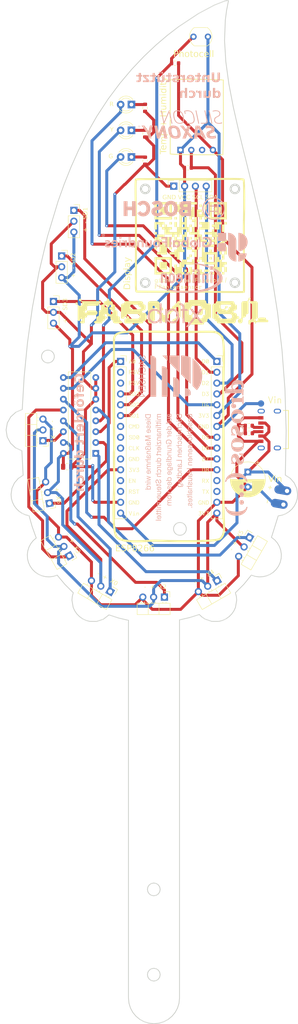
<source format=kicad_pcb>
(kicad_pcb (version 20221018) (generator pcbnew)
  (layers (0 "F.Cu" signal) (31 "B.Cu" signal) (34 "B.Paste" user) (35 "F.Paste" user) (36 "B.SilkS" user "B.Silkscreen") (37 "F.SilkS" user "F.Silkscreen") (38 "B.Mask" user) (39 "F.Mask" user) (44 "Edge.Cuts" user))
  (net 0 "")
  (net 1 "Net-(DH1-VCC)")
  (net 2 "Net-(DHT11-IO)")
  (net 4 "Net-(DHT11-GND)")
  (net 5 "Net-(IC1-X7)")
  (net 6 "Net-(LEDY1-K)")
  (net 7 "Net-(DH1-GND)")
  (net 8 "Net-(LEDR1-K)")
  (net 9 "Net-(LEDG1-K)")
  (net 10 "Net-(Vin1-CC2)")
  (net 11 "Net-(-1-Pin_1)")
  (net 12 "Net-(Vin1-CC1)")
  (net 13 "Net-(IC1-X4)")
  (net 14 "Net-(IC1-X6)")
  (net 15 "Net-(ESP1-A0)")
  (net 16 "Net-(IC1-X5)")
  (net 17 "Net-(ESP2-D0)")
  (net 18 "Net-(ESP2-D4)")
  (net 19 "Net-(ESP2-D8)")
  (net 20 "Net-(IC1-X3)")
  (net 21 "Net-(IC1-X0)")
  (net 22 "Net-(IC1-X1)")
  (net 23 "Net-(IC1-X2)")
  (net 24 "Net-(ESP2-D5)")
  (net 25 "Net-(ESP2-D7)")
  (net 26 "Net-(ESP2-D6)")
  (net 27 "Net-(+1-Pin_1)")
  (net 28 "Net-(DH1-SCL)")
  (net 29 "Net-(DH1-SDA)")
  (net 32 "Net-(JX3-Pin_2)")
  (net 35 "Net-(ESP1-SD3)")
  (net 36 "Net-(ESP1-SD2)")
  (net 37 "Net-(ESP1-SD1)")
  (footprint "Resistor_SMD:R_0603_1608Metric" (layer "F.Cu") (at 82.76 119.095 180)
    (fp_text reference "R5" hide)
    (fp_text value "5K1")
  )
  (footprint "Resistor_SMD:R_0603_1608Metric" (layer "F.Cu") (at 58.369005 48.825746 -90)
    (fp_text reference "RY1")
    (fp_text value "62Ω" hide)
  )
  (footprint "Connector_Wire:SolderWirePad_1x01_SMD_1x2mm" (layer "F.Cu") (at 90.878813 135.814394)
    (fp_text reference "-")
    (fp_text value "~")
  )
  (footprint "Resistor_SMD:R_0603_1608Metric" (layer "F.Cu") (at 65.419005 32.350746 180)
    (fp_text reference "R1")
    (fp_text value "1KΩ ")
  )
  (footprint "Resistor_SMD:R_0603_1608Metric" (layer "F.Cu") (at 58.369005 42.800746 -90)
    (fp_text reference "RR1")
    (fp_text value "68Ω" hide)
  )
  (footprint "Connector_PinHeader_2.54mm:PinHeader_1x03_P2.54mm_Horizontal" (layer "F.Cu") (at 82.906338 143.544456 -30)
    (fp_text reference "X5" hide)
    (fp_text value "Conn_01x03" hide)
  )
  (footprint "LED_THT:LED_D3.0mm" (layer "F.Cu") (at 55.169005 42.025746 180)
    (fp_text reference "LEDR1")
    (fp_text value "Red 617nm" hide)
  )
  (footprint "Resistor_SMD:R_0603_1608Metric" (layer "F.Cu") (at 82.735 117.32 180)
    (fp_text reference "R6" hide)
    (fp_text value "5K1")
  )
  (footprint "Package_DIP:DIP-16_W7.62mm" (layer "F.Cu") (at 46.789005 123.805746 180)
    (fp_text reference "IC1" hide)
    (fp_text value "CD4051B")
  )
  (footprint "Resistor_SMD:R_0603_1608Metric" (layer "F.Cu") (at 68.419005 56.850746)
    (fp_text reference "R2" hide)
    (fp_text value "10KΩ")
  )
  (footprint "Capacitor_SMD:C_0805_2012Metric" (layer "F.Cu") (at 40.069005 126.925746 180)
    (fp_text reference "C2" hide)
    (fp_text value "0.1 µF")
  )
  (footprint "Connector_PinHeader_2.54mm:PinHeader_1x03_P2.54mm_Horizontal" (layer "F.Cu") (at 50.168219 156.199385 -120)
    (fp_text reference "X0" hide)
    (fp_text value "Conn_01x03")
  )
  (footprint "Connector_PinHeader_2.54mm:PinHeader_1x03_P2.54mm_Horizontal" (layer "F.Cu") (at 40.569005 147.825746 -150)
    (fp_text reference "X3" hide)
    (fp_text value "Conn_01x03" hide)
  )
  (footprint "USB4125_GF_A_0190:GCT_USB4125-GF-A-0190_REVA2" (layer "F.Cu") (at 88.66 118.22 90)
    (fp_text reference "Vin")
    (fp_text value "GCT_USB4125-GF-A-0190_REVA2")
  )
  (footprint "Sensor:Aosong_DHT11_5.5x12.0_P2.54mm" (layer "F.Cu") (at 66.695221 52.675044 90)
    (fp_text reference "DHT11" hide)
    (fp_text value "VCC SIG – GND")
  )
  (footprint "Connector_PinHeader_2.54mm:PinHeader_1x03_P2.54mm_Horizontal" (layer "F.Cu") (at 62.919005 157.500746 -90)
    (fp_text reference "X2" hide)
    (fp_text value "Conn_01x03")
  )
  (footprint "Resistor_SMD:R_0603_1608Metric" (layer "F.Cu") (at 58.369005 55.200746 -90)
    (fp_text reference "RG1")
    (fp_text value "56Ω" hide)
  )
  (footprint "Connector_PinHeader_2.54mm:PinHeader_1x03_P2.54mm_Horizontal" (layer "F.Cu") (at 35.894005 135.500746 -170)
    (fp_text reference "X6" hide)
    (fp_text value "Conn_01x03" hide)
  )
  (footprint "Connector_PinHeader_2.54mm:PinHeader_1x03_P2.54mm_Horizontal" (layer "F.Cu") (at 75.293219 153.674385 -60)
    (fp_text reference "X4" hide)
    (fp_text value "Conn_01x03" hide)
  )
  (footprint "Connector_Wire:SolderWirePad_1x01_SMD_1x2mm" (layer "F.Cu") (at 85.61 112.115 -90)
    (fp_text reference "gndpad" hide)
    (fp_text value "SolderWirePad_1x01_SMD_1x2mm" hide)
  )
  (footprint "Connector_PinSocket_2.54mm:PinSocket_1x03_P2.54mm_Vertical" (layer "F.Cu") (at 36.844005 88.200746)
    (fp_text reference "SD3" hide)
    (fp_text value "Conn_01x03")
  )
  (footprint "LED_THT:LED_D3.0mm" (layer "F.Cu") (at 55.169005 54.325746 180)
    (fp_text reference "LEDG1")
    (fp_text value "Green 568nm" hide)
  )
  (footprint "Connector_PinSocket_2.54mm:PinSocket_1x15_P2.54mm_Vertical" (layer "F.Cu") (at 52.612605 102.250746)
    (fp_text reference "ESP1")
    (fp_text value "Conn_01x15")
  )
  (footprint "Connector_Wire:SolderWirePad_1x01_SMD_1x2mm" (layer "F.Cu") (at 91.728813 132.614394)
    (fp_text reference "+")
    (fp_text value "Conn_01x01" hide)
  )
  (footprint "Connector_PinHeader_2.54mm:PinHeader_1x03_P2.54mm_Horizontal" (layer "F.Cu") (at 34.369005 120.855746 180)
    (fp_text reference "X1" hide)
    (fp_text value "Conn_01x03" hide)
  )
  (footprint "Connector_PinSocket_2.54mm:PinSocket_1x15_P2.54mm_Vertical" (layer "F.Cu") (at 75.244005 102.250746)
    (fp_text reference "ESP2")
    (fp_text value "Conn_01x15")
  )
  (footprint "OptoDevice:R_LDR_5.1x4.3mm_P3.4mm_Vertical" (layer "F.Cu") (at 73.144005 26.125746 180)
    (fp_text reference "PHR1")
    (fp_text value "R_Photo" hide)
  )
  (footprint "LED_THT:LED_D3.0mm" (layer "F.Cu") (at 55.169005 48.075746 180)
    (fp_text reference "LEDY1")
    (fp_text value "588nm" hide)
  )
  (footprint "Connector_PinSocket_2.54mm:PinSocket_1x03_P2.54mm_Vertical" (layer "F.Cu") (at 38.769005 77.525746)
    (fp_text reference "SD2" hide)
    (fp_text value "Conn_01x03")
  )
  (footprint "Connector_PinSocket_2.54mm:PinSocket_1x03_P2.54mm_Vertical" (layer "F.Cu") (at 41.644005 66.835746)
    (fp_text reference "SD1" hide)
    (fp_text value "Conn_01x03")
  )
  (footprint "Capacitor_THT:CP_Radial_D8.0mm_P3.50mm" (layer "F.Cu") (at 82.519005 128.175746 -90)
    (fp_text reference "C1" hide)
    (fp_text value "C_Polarized")
  )
  (footprint "Connector_PinSocket_2.54mm:PinSocket_1x04_P2.54mm_Vertical" (layer "F.Cu") (at 65.11658 61.161484 90)
    (fp_text reference "DH1" hide)
    (fp_text value "Conn_01x04")
  )
  (gr_rect (start 92.944005 70.210746) (end 92.944005 70.210746) (stroke (width 0.2)) (fill none) (layer "F.Cu"))
  (gr_poly (pts (xy 66.045427 126.668243) (xy 66.04551 126.676772) (xy 66.046963 126.723455) (xy 66.048784 126.745567) (xy 66.051338 126.766865) (xy 66.054628 126.787353) (xy 66.058658 126.807035) (xy 66.063429 126.825915) (xy 66.068944 126.843997) (xy 66.075207 126.861286) (xy 66.08222 126.877786) (xy 66.089987 126.8935) (xy 66.098509 126.908432) (xy 66.10779 126.922588) (xy 66.117832 126.935971) (xy 66.128639 126.948585) (xy 66.140213 126.960434) (xy 66.152557 126.971522) (xy 66.165674 126.981854) (xy 66.179567 126.991433) (xy 66.194238 127.000264) (xy 66.209691 127.008351) (xy 66.225928 127.015697) (xy 66.242951 127.022308) (xy 66.260765 127.028187) (xy 66.279372 127.033338) (xy 66.298773 127.037765) (xy 66.318974 127.041473) (xy 66.339975 127.044465) (xy 66.361781 127.046746) (xy 66.384393 127.04832) (xy 66.432049 127.049363) (xy 66.647541 127.047808) (xy 66.704061 127.047599) (xy 66.756374 127.048365) (xy 66.804822 127.050081) (xy 66.849744 127.052724) (xy 66.891483 127.056271) (xy 66.930379 127.060698) (xy 66.966773 127.065982) (xy 67.001007 127.0721) (xy 67.001007 126.911898) (xy 66.974055 126.908044) (xy 66.959694 126.906199) (xy 66.944519 126.904465) (xy 66.928363 126.902885) (xy 66.911058 126.901502) (xy 66.892437 126.900358) (xy 66.872333 126.899497) (xy 66.889808 126.888267) (xy 66.906321 126.876068) (xy 66.921851 126.862857) (xy 66.936373 126.848592) (xy 66.949866 126.833229) (xy 66.962305 126.816726) (xy 66.973669 126.79904) (xy 66.983934 126.780129) (xy 66.993077 126.759951) (xy 67.001075 126.738461) (xy 67.007906 126.715619) (xy 67.013546 126.691381) (xy 67.017973 126.665705) (xy 67.021163 126.638547) (xy 67.023094 126.609866) (xy 67.023743 126.579619) (xy 67.023458 126.563259) (xy 67.022607 126.54709) (xy 67.021192 126.531134) (xy 67.019219 126.515413) (xy 67.016692 126.499947) (xy 67.013614 126.484758) (xy 67.00999 126.469868) (xy 67.005824 126.455298) (xy 67.00112 126.441071) (xy 66.995883 126.427206) (xy 66.990115 126.413727) (xy 66.983823 126.400654) (xy 66.977009 126.388008) (xy 66.969677 126.375813) (xy 66.961833 126.364088) (xy 66.95348 126.352856) (xy 66.944622 126.342138) (xy 66.935263 126.331955) (xy 66.925408 126.322329) (xy 66.915061 126.313282) (xy 66.904225 126.304835) (xy 66.892905 126.29701) (xy 66.881105 126.289828) (xy 66.86883 126.28331) (xy 66.856083 126.277479) (xy 66.842868 126.272355) (xy 66.82919 126.26796) (xy 66.815053 126.264317) (xy 66.80046 126.261445) (xy 66.785417 126.259368) (xy 66.769926 126.258105) (xy 66.753993 126.25768) (xy 66.750376 126.257809) (xy 66.750376 126.432862) (xy 66.758609 126.433062) (xy 66.766663 126.433659) (xy 66.774532 126.434648) (xy 66.78221 126.436026) (xy 66.789693 126.437787) (xy 66.796975 126.439927) (xy 66.804051 126.442443) (xy 66.810915 126.445328) (xy 66.817561 126.44858) (xy 66.823985 126.452194) (xy 66.830182 126.456164) (xy 66.836145 126.460488) (xy 66.84187 126.46516) (xy 66.84735 126.470175) (xy 66.852582 126.475531) (xy 66.857558 126.481221) (xy 66.862275 126.487243) (xy 66.866726 126.49359) (xy 66.870907 126.50026) (xy 66.874811 126.507246) (xy 66.878434 126.514546) (xy 66.88177 126.522155) (xy 66.884814 126.530068) (xy 66.88756 126.538281) (xy 66.890003 126.546789) (xy 66.892138 126.555588) (xy 66.893959 126.564674) (xy 66.895461 126.574042) (xy 66.897486 126.593606) (xy 66.898171 126.614247) (xy 66.897356 126.641908) (xy 66.894826 126.669199) (xy 66.890457 126.695924) (xy 66.884124 126.721889) (xy 66.880181 126.734526) (xy 66.8757 126.746899) (xy 66.870666 126.758984) (xy 66.865062 126.770757) (xy 66.858873 126.782194) (xy 66.852083 126.79327) (xy 66.844677 126.803961) (xy 66.836639 126.814242) (xy 66.827953 126.824089) (xy 66.818604 126.833477) (xy 66.808575 126.842383) (xy 66.797853 126.850781) (xy 66.786419 126.858647) (xy 66.77426 126.865958) (xy 66.76136 126.872688) (xy 66.747702 126.878813) (xy 66.733271 126.884309) (xy 66.718052 126.889152) (xy 66.702028 126.893316) (xy 66.685185 126.896778) (xy 66.667506 126.899513) (xy 66.648976 126.901497) (xy 66.629579 126.902705) (xy 66.609299 126.903113) (xy 66.549872 126.903113) (xy 66.555585 126.850548) (xy 66.5617 126.800528) (xy 66.568326 126.75317) (xy 66.575572 126.70859) (xy 66.583546 126.666905) (xy 66.58784 126.647185) (xy 66.592357 126.628233) (xy 66.59711 126.610063) (xy 66.602113 126.592689) (xy 66.60738 126.576127) (xy 66.612924 126.560391) (xy 66.618758 126.545495) (xy 66.624896 126.531455) (xy 66.631353 126.518284) (xy 66.63814 126.505998) (xy 66.645273 126.494611) (xy 66.652764 126.484138) (xy 66.660627 126.474592) (xy 66.668876 126.46599) (xy 66.677524 126.458345) (xy 66.686584 126.451672) (xy 66.696071 126.445985) (xy 66.705998 126.4413) (xy 66.716378 126.43763) (xy 66.727226 126.434991) (xy 66.738554 126.433397) (xy 66.750376 126.432862) (xy 66.750376 126.257809) (xy 66.733722 126.258405) (xy 66.714343 126.260568) (xy 66.695831 126.264146) (xy 66.678161 126.269121) (xy 66.661309 126.275471) (xy 66.64525 126.283175) (xy 66.629959 126.292213) (xy 66.615412 126.302565) (xy 66.601583 126.314208) (xy 66.588448 126.327124) (xy 66.575981 126.341291) (xy 66.564159 126.356688) (xy 66.542349 126.391091) (xy 66.522817 126.430169) (xy 66.505366 126.473755) (xy 66.489798 126.521686) (xy 66.475914 126.573794) (xy 66.463516 126.629916) (xy 66.452405 126.689885) (xy 66.442384 126.753537) (xy 66.424815 126.891228) (xy 66.402077 126.891228) (xy 66.386413 126.89095) (xy 66.371403 126.890125) (xy 66.357037 126.888766) (xy 66.343303 126.886887) (xy 66.330192 126.884502) (xy 66.317694 126.881624) (xy 66.305799 126.878268) (xy 66.294495 126.874447) (xy 66.283774 126.870174) (xy 66.273624 126.865464) (xy 66.264036 126.86033) (xy 66.254998 126.854785) (xy 66.246502 126.848844) (xy 66.238536 126.842521) (xy 66.23109 126.835828) (xy 66.224154 126.828779) (xy 66.217719 126.821389) (xy 66.211772 126.813671) (xy 66.206306 126.805638) (xy 66.201308 126.797305) (xy 66.196769 126.788684) (xy 66.192678 126.779791) (xy 66.189026 126.770638) (xy 66.185801 126.761239) (xy 66.182995 126.751608) (xy 66.180596 126.741759) (xy 66.176979 126.721459) (xy 66.174869 126.70045) (xy 66.174184 126.678841) (xy 66.174392 126.666783) (xy 66.175012 126.655039) (xy 66.176038 126.643613) (xy 66.177467 126.632507) (xy 66.179292 126.621726) (xy 66.181509 126.611272) (xy 66.184113 126.601148) (xy 66.187099 126.591357) (xy 66.190462 126.581903) (xy 66.194196 126.572788) (xy 66.198298 126.564016) (xy 66.20276 126.555589) (xy 66.20758 126.547511) (xy 66.212751 126.539785) (xy 66.218268 126.532413) (xy 66.224127 126.5254) (xy 66.230323 126.518747) (xy 66.23685 126.512459) (xy 66.243704 126.506538) (xy 66.250879 126.500987) (xy 66.25837 126.495809) (xy 66.266173 126.491008) (xy 66.274282 126.486587) (xy 66.282693 126.482548) (xy 66.291399 126.478895) (xy 66.300397 126.475631) (xy 66.309682 126.472759) (xy 66.319247 126.470282) (xy 66.329088 126.468203) (xy 66.339201 126.466525) (xy 66.34958 126.465251) (xy 66.360219 126.464385) (xy 66.360219 126.301087) (xy 66.342129 126.302938) (xy 66.32453 126.305655) (xy 66.307428 126.309212) (xy 66.290825 126.313581) (xy 66.274727 126.318738) (xy 66.259137 126.324655) (xy 66.244059 126.331307) (xy 66.229498 126.338667) (xy 66.215457 126.346709) (xy 66.20194 126.355408) (xy 66.188952 126.364736) (xy 66.176497 126.374667) (xy 66.164578 126.385177) (xy 66.153201 126.396237) (xy 66.142368 126.407822) (xy 66.132084 126.419907) (xy 66.122353 126.432464) (xy 66.113179 126.445467) (xy 66.104566 126.45889) (xy 66.096518 126.472708) (xy 66.082134 126.501421) (xy 66.07006 126.531395) (xy 66.060328 126.562422) (xy 66.052971 126.594292) (xy 66.04802 126.626795) (xy 66.04551 126.659722) (xy 66.045447 126.661855) (xy 66.045417 126.663985)) (fill solid) (layer "B.SilkS"))
  (gr_poly (pts (xy 61.329002 121.732892) (xy 61.99046 121.193389) (xy 61.99046 121.743226) (xy 62.12792 121.743226) (xy 62.12792 121.006837) (xy 61.99046 121.006837) (xy 61.329002 121.548405) (xy 61.329002 121.041461) (xy 61.191543 121.041461) (xy 61.191543 121.732892)) (fill solid) (layer "B.SilkS"))
  (gr_poly (pts (xy 77.895043 76.914221) (xy 77.89755 77.013056) (xy 77.904989 77.110606) (xy 77.917239 77.20675) (xy 77.934177 77.301365) (xy 77.955683 77.394331) (xy 77.981635 77.485526) (xy 78.011911 77.574829) (xy 78.046389 77.662118) (xy 78.084947 77.747271) (xy 78.127465 77.830167) (xy 78.17382 77.910685) (xy 78.22389 77.988703) (xy 78.277554 78.064099) (xy 78.334691 78.136753) (xy 78.395178 78.206542) (xy 78.458894 78.273345) (xy 78.525717 78.337041) (xy 78.595525 78.397508) (xy 78.668198 78.454624) (xy 78.743612 78.508269) (xy 78.821648 78.55832) (xy 78.902181 78.604657) (xy 78.985093 78.647157) (xy 79.070259 78.685699) (xy 79.157559 78.720162) (xy 79.246872 78.750423) (xy 79.338075 78.776363) (xy 79.431046 78.797859) (xy 79.525665 78.814789) (xy 79.621809 78.827033) (xy 79.719357 78.834468) (xy 79.818186 78.836973) (xy 79.818186 74.029722) (xy 79.81568 73.930895) (xy 79.80824 73.833351) (xy 79.79599 73.737214) (xy 79.779051 73.642603) (xy 79.757545 73.549641) (xy 79.731593 73.45845) (xy 79.701317 73.36915) (xy 79.666838 73.281864) (xy 79.628279 73.196713) (xy 79.585761 73.113818) (xy 79.539405 73.033301) (xy 79.489335 72.955284) (xy 79.43567 72.879887) (xy 79.378533 72.807233) (xy 79.318045 72.737444) (xy 79.254329 72.670639) (xy 79.187505 72.606943) (xy 79.117696 72.546474) (xy 79.045024 72.489356) (xy 78.969609 72.43571) (xy 78.891574 72.385657) (xy 78.81104 72.339319) (xy 78.728129 72.296817) (xy 78.642963 72.258273) (xy 78.555663 72.223809) (xy 78.466351 72.193545) (xy 78.375149 72.167604) (xy 78.282178 72.146107) (xy 78.187561 72.129176) (xy 78.091418 72.116931) (xy 77.993872 72.109496) (xy 77.895044 72.10699)) (fill solid) (layer "B.SilkS"))
  (gr_poly (pts (xy 59.480536 120.272515) (xy 58.429438 120.59446) (xy 58.429438 120.892115) (xy 59.691376 120.892115) (xy 59.691376 120.714348) (xy 58.591185 120.714348) (xy 59.691376 120.366566) (xy 59.691376 120.178464) (xy 58.592735 119.830681) (xy 59.691376 119.830681) (xy 59.691376 119.652915) (xy 58.429438 119.652915) (xy 58.429438 119.950572)) (fill solid) (layer "B.SilkS"))
  (gr_poly (pts (xy 69.574005 83.880746) (xy 70.021921 83.880746) (xy 70.021921 81.611477) (xy 69.574005 81.553281)) (fill solid) (layer "B.SilkS"))
  (gr_poly (pts (xy 77.175781 136.404071) (xy 77.183609 136.452439) (xy 77.192458 136.5007) (xy 77.202326 136.548849) (xy 77.213211 136.596883) (xy 77.225112 136.6448) (xy 77.238028 136.692594) (xy 77.251958 136.740263) (xy 77.28285 136.835211) (xy 77.317776 136.929617) (xy 77.356727 137.023451) (xy 77.399689 137.116686) (xy 77.422776 137.163058) (xy 77.446961 137.208799) (xy 77.472244 137.253909) (xy 77.498626 137.298387) (xy 77.526105 137.342232) (xy 77.554681 137.385443) (xy 77.584356 137.42802) (xy 77.615127 137.469962) (xy 77.646995 137.511268) (xy 77.679961 137.551937) (xy 77.714023 137.591969) (xy 77.749183 137.631364) (xy 77.785438 137.670119) (xy 77.82279 137.708235) (xy 77.861239 137.745711) (xy 77.900783 137.782547) (xy 77.941779 137.819052) (xy 77.983942 137.854642) (xy 78.027273 137.889315) (xy 78.071772 137.92307) (xy 78.117437 137.955908) (xy 78.164269 137.987827) (xy 78.212266 138.018826) (xy 78.26143 138.048906) (xy 78.311758 138.078066) (xy 78.363251 138.106305) (xy 78.415908 138.133622) (xy 78.469729 138.160017) (xy 78.524713 138.185489) (xy 78.58086 138.210038) (xy 78.638169 138.233664) (xy 78.696641 138.256364) (xy 78.756343 138.278119) (xy 78.817344 138.298459) (xy 78.879644 138.317385) (xy 78.943241 138.334899) (xy 79.008136 138.351003) (xy 79.074328 138.365698) (xy 79.141816 138.378986) (xy 79.2106 138.390868) (xy 79.352052 138.410423) (xy 79.49868 138.424374) (xy 79.650478 138.432736) (xy 79.807443 138.43552) (xy 79.886641 138.434824) (xy 79.96454 138.432736) (xy 80.041138 138.429253) (xy 80.116437 138.424374) (xy 80.190436 138.418098) (xy 80.263136 138.410423) (xy 80.334536 138.401346) (xy 80.404636 138.390868) (xy 80.473436 138.378986) (xy 80.540936 138.365698) (xy 80.607137 138.351003) (xy 80.672038 138.334899) (xy 80.735639 138.317385) (xy 80.797941 138.298459) (xy 80.858943 138.278119) (xy 80.918645 138.256364) (xy 80.977059 138.233664) (xy 81.03431 138.210038) (xy 81.090399 138.185489) (xy 81.145326 138.160017) (xy 81.199092 138.133622) (xy 81.251698 138.106305) (xy 81.303144 138.078066) (xy 81.353431 138.048906) (xy 81.402561 138.018826) (xy 81.450533 137.987827) (xy 81.497348 137.955908) (xy 81.543008 137.92307) (xy 81.587512 137.889315) (xy 81.630862 137.854642) (xy 81.673059 137.819052) (xy 81.714102 137.782547) (xy 81.753664 137.745711) (xy 81.792128 137.708235) (xy 81.829491 137.670119) (xy 81.865755 137.631364) (xy 81.900918 137.591969) (xy 81.934979 137.551937) (xy 81.967939 137.511268) (xy 81.999797 137.469962) (xy 82.030551 137.42802) (xy 82.060202 137.385443) (xy 82.088748 137.342232) (xy 82.11619 137.298387) (xy 82.142526 137.253909) (xy 82.167757 137.208799) (xy 82.191881 137.163058) (xy 82.214898 137.116686) (xy 82.258078 137.023451) (xy 82.297172 136.929617) (xy 82.332186 136.835211) (xy 82.363128 136.740263) (xy 82.390004 136.6448) (xy 82.412822 136.548849) (xy 82.431589 136.452439) (xy 82.446311 136.355598) (xy 82.191117 136.355598) (xy 82.17669 136.421653) (xy 82.158437 136.485751) (xy 82.136356 136.547892) (xy 82.110446 136.608077) (xy 82.080706 136.666306) (xy 82.047133 136.722581) (xy 82.009726 136.776901) (xy 81.968484 136.829268) (xy 81.923405 136.879681) (xy 81.874487 136.928142) (xy 81.821728 136.974651) (xy 81.765128 137.019208) (xy 81.704684 137.061815) (xy 81.640395 137.102471) (xy 81.572259 137.141178) (xy 81.500275 137.177936) (xy 81.424284 137.21274) (xy 81.344317 137.245286) (xy 81.260374 137.275575) (xy 81.172456 137.30361) (xy 81.080562 137.329391) (xy 80.984693 137.352922) (xy 80.884849 137.374204) (xy 80.781031 137.393237) (xy 80.673239 137.410026) (xy 80.561473 137.424569) (xy 80.445734 137.436871) (xy 80.326021 137.446932) (xy 80.074677 137.460339) (xy 79.807443 137.464805) (xy 79.671861 137.463689) (xy 79.540255 137.460339) (xy 79.412626 137.454754) (xy 79.288971 137.446932) (xy 79.169292 137.436871) (xy 79.053589 137.424569) (xy 78.941859 137.410026) (xy 78.834105 137.393237) (xy 78.730324 137.374204) (xy 78.630517 137.352922) (xy 78.534684 137.329391) (xy 78.442824 137.30361) (xy 78.354937 137.275575) (xy 78.271022 137.245286) (xy 78.19108 137.21274) (xy 78.11511 137.177936) (xy 78.043096 137.141178) (xy 77.974912 137.102471) (xy 77.910561 137.061815) (xy 77.850046 137.019208) (xy 77.793371 136.974651) (xy 77.740538 136.928142) (xy 77.691552 136.879681) (xy 77.646414 136.829268) (xy 77.605129 136.776901) (xy 77.567699 136.722581) (xy 77.534128 136.666306) (xy 77.504419 136.608077) (xy 77.478576 136.547892) (xy 77.4566 136.485751) (xy 77.438497 136.421653) (xy 77.424268 136.355598) (xy 77.168974 136.355598)) (fill solid) (layer "B.SilkS"))
  (gr_poly (pts (xy 59.447463 129.447665) (xy 58.754999 129.634217) (xy 58.754999 129.797511) (xy 59.447463 129.984067) (xy 58.754999 130.16338) (xy 58.754999 130.333396) (xy 59.691376 130.063649) (xy 59.691376 129.91947) (xy 58.937934 129.712248) (xy 59.691376 129.512261) (xy 59.691376 129.367568) (xy 58.754999 129.097811) (xy 58.754999 129.268344)) (fill solid) (layer "B.SilkS"))
  (gr_poly (pts (xy 66.205707 122.041916) (xy 66.189321 122.052495) (xy 66.173495 122.063979) (xy 66.158297 122.076412) (xy 66.143796 122.089841) (xy 66.13006 122.104312) (xy 66.117159 122.119869) (xy 66.10516 122.136558) (xy 66.094132 122.154426) (xy 66.084145 122.173518) (xy 66.075267 122.193878) (xy 66.067566 122.215554) (xy 66.061111 122.238591) (xy 66.055971 122.263033) (xy 66.052215 122.288927) (xy 66.04991 122.316319) (xy 66.049127 122.345254) (xy 66.049553 122.366043) (xy 66.05082 122.385998) (xy 66.052915 122.405129) (xy 66.055824 122.423447) (xy 66.059531 122.440965) (xy 66.064023 122.457693) (xy 66.069285 122.473644) (xy 66.075303 122.488828) (xy 66.082063 122.503258) (xy 66.08955 122.516944) (xy 66.09775 122.529899) (xy 66.106648 122.542133) (xy 66.116232 122.553658) (xy 66.126485 122.564486) (xy 66.137394 122.574628) (xy 66.148945 122.584096) (xy 66.161122 122.592901) (xy 66.173913 122.601055) (xy 66.187302 122.608568) (xy 66.201275 122.615454) (xy 66.215818 122.621722) (xy 66.230917 122.627385) (xy 66.262724 122.636941) (xy 66.296581 122.644213) (xy 66.332375 122.649294) (xy 66.36999 122.652275) (xy 66.409312 122.653248) (xy 67.001007 122.653248) (xy 67.001007 122.494597) (xy 66.456337 122.494597) (xy 66.429495 122.494283) (xy 66.40326 122.49321) (xy 66.377786 122.491183) (xy 66.353229 122.488009) (xy 66.329744 122.483491) (xy 66.318452 122.480668) (xy 66.307486 122.477435) (xy 66.296866 122.47377) (xy 66.286612 122.469648) (xy 66.276741 122.465043) (xy 66.267275 122.459932) (xy 66.258232 122.454291) (xy 66.249632 122.448095) (xy 66.241494 122.441319) (xy 66.233837 122.43394) (xy 66.226681 122.425933) (xy 66.220046 122.417274) (xy 66.213951 122.407938) (xy 66.208415 122.397902) (xy 66.203457 122.387139) (xy 66.199097 122.375628) (xy 66.195355 122.363342) (xy 66.19225 122.350258) (xy 66.189801 122.336351) (xy 66.188028 122.321597) (xy 66.18695 122.305971) (xy 66.186586 122.28945) (xy 66.186895 122.275249) (xy 66.187823 122.2614) (xy 66.189366 122.247911) (xy 66.191522 122.234787) (xy 66.19429 122.222036) (xy 66.197667 122.209664) (xy 66.201652 122.197676) (xy 66.206242 122.186081) (xy 66.211434 122.174883) (xy 66.217228 122.164089) (xy 66.223621 122.153707) (xy 66.23061 122.143741) (xy 66.238195 122.134199) (xy 66.246371 122.125087) (xy 66.255139 122.116412) (xy 66.264495 122.108179) (xy 66.274437 122.100396) (xy 66.284963 122.093068) (xy 66.296072 122.086202) (xy 66.307761 122.079805) (xy 66.320027 122.073883) (xy 66.33287 122.068442) (xy 66.346287 122.063489) (xy 66.360275 122.059029) (xy 66.374833 122.055071) (xy 66.389958 122.051619) (xy 66.421903 122.046263) (xy 66.456093 122.043012) (xy 66.492511 122.041916) (xy 67.001007 122.041916) (xy 67.001007 121.884303) (xy 65.739068 121.884303) (xy 65.739068 122.041916)) (fill solid) (layer "B.SilkS"))
  (gr_poly (pts (xy 78.63539 112.653651) (xy 78.636035 112.686259) (xy 78.637967 112.71806) (xy 78.641184 112.749053) (xy 78.645682 112.779237) (xy 78.651459 112.808611) (xy 78.658512 112.837173) (xy 78.666837 112.864922) (xy 78.676432 112.891858) (xy 78.687294 112.917979) (xy 78.699421 112.943284) (xy 78.712808 112.967771) (xy 78.727453 112.99144) (xy 78.743354 113.01429) (xy 78.760507 113.036318) (xy 78.77891 113.057525) (xy 78.798558 113.077908) (xy 78.819403 113.097262) (xy 78.840983 113.11538) (xy 78.863297 113.132261) (xy 78.886345 113.147902) (xy 78.910127 113.162302) (xy 78.934642 113.175458) (xy 78.95989 113.187371) (xy 78.98587 113.198036) (xy 79.012581 113.207454) (xy 79.040024 113.215621) (xy 79.068199 113.222537) (xy 79.097103 113.2282) (xy 79.126738 113.232607) (xy 79.157102 113.235757) (xy 79.188196 113.237648) (xy 79.220018 113.238279) (xy 79.246823 113.237758) (xy 79.273208 113.236195) (xy 79.299173 113.233589) (xy 79.324719 113.229942) (xy 79.349848 113.225252) (xy 79.374561 113.219521) (xy 79.398859 113.212747) (xy 79.422742 113.204931) (xy 79.446211 113.196073) (xy 79.469269 113.186173) (xy 79.491915 113.17523) (xy 79.514151 113.163246) (xy 79.535977 113.150219) (xy 79.557395 113.13615) (xy 79.578407 113.12104) (xy 79.599012 113.104887) (xy 79.618792 113.087926) (xy 79.637292 113.070283) (xy 79.654513 113.051959) (xy 79.670454 113.032957) (xy 79.685116 113.013281) (xy 79.698501 112.992934) (xy 79.710608 112.971918) (xy 79.721438 112.950237) (xy 79.730991 112.927892) (xy 79.739269 112.904888) (xy 79.746272 112.881227) (xy 79.752001 112.856912) (xy 79.756455 112.831946) (xy 79.759636 112.806332) (xy 79.761544 112.780072) (xy 79.76218 112.753171) (xy 79.761769 112.727507) (xy 79.760537 112.702339) (xy 79.758485 112.677666) (xy 79.755613 112.653489) (xy 79.751923 112.629808) (xy 79.747416 112.606624) (xy 79.742091 112.583938) (xy 79.735951 112.56175) (xy 79.728996 112.540061) (xy 79.721226 112.518872) (xy 79.712644 112.498182) (xy 79.703249 112.477993) (xy 79.693043 112.458305) (xy 79.682026 112.439119) (xy 79.670199 112.420435) (xy 79.657564 112.402254) (xy 79.644155 112.384897) (xy 79.629967 112.368682) (xy 79.615003 112.353606) (xy 79.59926 112.339666) (xy 79.582739 112.326859) (xy 79.56544 112.315181) (xy 79.547362 112.30463) (xy 79.528506 112.295203) (xy 79.508871 112.286897) (xy 79.488458 112.279708) (xy 79.467265 112.273633) (xy 79.445294 112.26867) (xy 79.422543 112.264815) (xy 79.399012 112.262065) (xy 79.374703 112.260418) (xy 79.349613 112.259869) (xy 79.325559 112.260084) (xy 79.302865 112.260728) (xy 79.281541 112.261798) (xy 79.261597 112.263292) (xy 79.243044 112.265207) (xy 79.225893 112.267542) (xy 79.210154 112.270293) (xy 79.202817 112.271824) (xy 79.195837 112.273459) (xy 79.142218 112.286948) (xy 79.092421 112.299238) (xy 79.09352 112.282799) (xy 79.095207 112.266266) (xy 79.097485 112.249637) (xy 79.100357 112.23291) (xy 79.103825 112.216082) (xy 79.107893 112.199151) (xy 79.112563 112.182115) (xy 79.117838 112.164971) (xy 79.12372 112.147717) (xy 79.130213 112.130351) (xy 79.13732 112.11287) (xy 79.145042 112.095271) (xy 79.153384 112.077554) (xy 79.162346 112.059714) (xy 79.171934 112.041751) (xy 79.182148 112.023661) (xy 79.192981 112.005715) (xy 79.204234 111.988036) (xy 79.215911 111.970624) (xy 79.228011 111.953478) (xy 79.240538 111.936599) (xy 79.253493 111.919986) (xy 79.266878 111.903639) (xy 79.280694 111.887558) (xy 79.294943 111.871743) (xy 79.309627 111.856193) (xy 79.324748 111.840909) (xy 79.340308 111.82589) (xy 79.356308 111.811137) (xy 79.37275 111.796649) (xy 79.389635 111.782425) (xy 79.406967 111.768467) (xy 80.965507 111.768467) (xy 80.977801 111.768585) (xy 80.989807 111.768941) (xy 81.001528 111.769537) (xy 81.012969 111.770373) (xy 81.024133 111.771451) (xy 81.035025 111.772772) (xy 81.045649 111.774337) (xy 81.056009 111.776148) (xy 81.066109 111.778206) (xy 81.075953 111.780512) (xy 81.085545 111.783069) (xy 81.09489 111.785876) (xy 81.103991 111.788935) (xy 81.112853 111.792249) (xy 81.121479 111.795817) (xy 81.129874 111.799641) (xy 81.137943 111.803755) (xy 81.145778 111.80819) (xy 81.153379 111.812949) (xy 81.160748 111.818031) (xy 81.167887 111.823438) (xy 81.174798 111.829171) (xy 81.181481 111.835232) (xy 81.18794 111.84162) (xy 81.194175 111.848337) (xy 81.200188 111.855384) (xy 81.20598 111.862763) (xy 81.211554 111.870473) (xy 81.21691 111.878517) (xy 81.222051 111.886894) (xy 81.226978 111.895607) (xy 81.231692 111.904657) (xy 81.235604 111.91272) (xy 81.239435 111.921397) (xy 81.246853 111.940594) (xy 81.253951 111.962254) (xy 81.260731 111.986378) (xy 81.267198 112.01297) (xy 81.273354 112.042034) (xy 81.279203 112.073574) (xy 81.284749 112.107592) (xy 81.289739 112.141508) (xy 81.294143 112.172968) (xy 81.29797 112.201977) (xy 81.301224 112.228544) (xy 81.303911 112.252676) (xy 81.306037 112.274379) (xy 81.307608 112.293661) (xy 81.30863 112.310528) (xy 81.515862 112.310528) (xy 81.515862 110.412462) (xy 81.30863 110.412462) (xy 81.305364 110.44763) (xy 81.301835 110.483305) (xy 81.297783 110.519279) (xy 81.295477 110.537314) (xy 81.292943 110.555347) (xy 81.290489 110.573153) (xy 81.287774 110.590293) (xy 81.284798 110.60676) (xy 81.281564 110.622542) (xy 81.278073 110.637632) (xy 81.274325 110.652019) (xy 81.270322 110.665693) (xy 81.266065 110.678647) (xy 81.261984 110.689841) (xy 81.257646 110.700571) (xy 81.253051 110.710837) (xy 81.248196 110.720644) (xy 81.243081 110.729995) (xy 81.237704 110.738891) (xy 81.232064 110.747337) (xy 81.226159 110.755335) (xy 81.219989 110.762888) (xy 81.213551 110.769999) (xy 81.206845 110.776671) (xy 81.19987 110.782907) (xy 81.192623 110.788709) (xy 81.185104 110.794081) (xy 81.177311 110.799026) (xy 81.169243 110.803546) (xy 81.160978 110.80767) (xy 81.152407 110.811535) (xy 81.143527 110.815141) (xy 81.134336 110.818486) (xy 81.124833 110.821569) (xy 81.115016 110.824389) (xy 81.104881 110.826946) (xy 81.094428 110.829238) (xy 81.083654 110.831264) (xy 81.072557 110.833023) (xy 81.061135 110.834515) (xy 81.049386 110.835737) (xy 81.037308 110.83669) (xy 81.024899 110.837372) (xy 81.012157 110.837782) (xy 80.99908 110.837918) (xy 79.347715 110.837918) (xy 79.335058 110.837727) (xy 79.322567 110.837152) (xy 79.31024 110.836195) (xy 79.298078 110.834858) (xy 79.286079 110.833142) (xy 79.274243 110.831047) (xy 79.262568 110.828576) (xy 79.251055 110.825728) (xy 79.239702 110.822506) (xy 79.228509 110.81891) (xy 79.217475 110.814942) (xy 79.206599 110.810603) (xy 79.19588 110.805894) (xy 79.185319 110.800816) (xy 79.174913 110.79537) (xy 79.164663 110.789558) (xy 79.154758 110.783463) (xy 79.145093 110.777207) (xy 79.135669 110.77079) (xy 79.126489 110.764213) (xy 79.117555 110.757474) (xy 79.108871 110.750576) (xy 79.100438 110.743518) (xy 79.092258 110.736301) (xy 79.084336 110.728924) (xy 79.076672 110.721388) (xy 79.06927 110.713694) (xy 79.062131 110.705841) (xy 79.055259 110.69783) (xy 79.048656 110.689661) (xy 79.042324 110.681335) (xy 79.036266 110.672852) (xy 79.031985 110.666442) (xy 79.027798 110.659805) (xy 79.023703 110.652943) (xy 79.019701 110.645856) (xy 79.011975 110.63102) (xy 79.004617 110.615311) (xy 78.997624 110.598745) (xy 78.990993 110.581337) (xy 78.984724 110.563102) (xy 78.978813 110.544056) (xy 78.973334 110.524188) (xy 78.968299 110.503855) (xy 78.963718 110.483061) (xy 78.959603 110.461809) (xy 78.955966 110.440103) (xy 78.952818 110.417946) (xy 78.950171 110.395342) (xy 78.948037 110.372294) (xy 78.740406 110.372294) (xy 78.666965 111.725501) (xy 78.70953 111.768466) (xy 79.120898 111.768466) (xy 79.120898 111.779758) (xy 79.092893 111.804355) (xy 79.065647 111.829138) (xy 79.039161 111.854105) (xy 79.013438 111.879257) (xy 78.988479 111.904593) (xy 78.964287 111.930113) (xy 78.940864 111.955818) (xy 78.918212 111.981707) (xy 78.896332 112.007779) (xy 78.875227 112.034035) (xy 78.854899 112.060475) (xy 78.83535 112.087098) (xy 78.816582 112.113904) (xy 78.798598 112.140894) (xy 78.781398 112.168066) (xy 78.764985 112.195421) (xy 78.749303 112.223006) (xy 78.734631 112.25072) (xy 78.720968 112.278566) (xy 78.708315 112.306545) (xy 78.696674 112.334661) (xy 78.686042 112.362916) (xy 78.676422 112.391312) (xy 78.667814 112.419852) (xy 78.660217 112.448539) (xy 78.653632 112.477374) (xy 78.648059 112.506361) (xy 78.643499 112.535501) (xy 78.639952 112.564798) (xy 78.637418 112.594253) (xy 78.635897 112.62387) (xy 78.63539 112.653651)) (fill solid) (layer "B.SilkS"))
  (gr_poly (pts (xy 73.222188 46.947175) (xy 73.133185 46.953898) (xy 73.036457 46.965052) (xy 72.935492 46.980591) (xy 72.884511 46.989992) (xy 72.833779 47.000473) (xy 72.783731 47.012029) (xy 72.734805 47.024654) (xy 72.687436 47.038343) (xy 72.64206 47.053091) (xy 72.599114 47.068891) (xy 72.559033 47.085739) (xy 72.671744 47.65347) (xy 72.700054 47.65347) (xy 72.731455 47.641434) (xy 72.766425 47.629581) (xy 72.804481 47.617992) (xy 72.845139 47.606751) (xy 72.932331 47.585635) (xy 73.024139 47.566888) (xy 73.1167 47.551167) (xy 73.206149 47.539126) (xy 73.288626 47.531421) (xy 73.326041 47.529399) (xy 73.360265 47.528707) (xy 73.505171 47.528707) (xy 73.546313 47.529437) (xy 73.587876 47.531729) (xy 73.629436 47.535728) (xy 73.670569 47.541584) (xy 73.710849 47.549444) (xy 73.730538 47.554172) (xy 73.749854 47.559457) (xy 73.768745 47.565316) (xy 73.787158 47.57177) (xy 73.80504 47.578835) (xy 73.822337 47.586531) (xy 73.838997 47.594876) (xy 73.854966 47.603889) (xy 73.870193 47.613588) (xy 73.884622 47.623991) (xy 73.898203 47.635118) (xy 73.91088 47.646986) (xy 73.922602 47.659615) (xy 73.933315 47.673022) (xy 73.942967 47.687226) (xy 73.951504 47.702245) (xy 73.958873 47.718099) (xy 73.965021 47.734806) (xy 73.969895 47.752383) (xy 73.973443 47.77085) (xy 73.97561 47.790226) (xy 73.976344 47.810528) (xy 73.975983 47.824969) (xy 73.974915 47.838858) (xy 73.973166 47.852212) (xy 73.970762 47.865046) (xy 73.967726 47.877376) (xy 73.964084 47.889216) (xy 73.959861 47.900583) (xy 73.955083 47.911492) (xy 73.949774 47.921958) (xy 73.943958 47.931997) (xy 73.937663 47.941625) (xy 73.930911 47.950857) (xy 73.923729 47.959708) (xy 73.916141 47.968194) (xy 73.908173 47.976331) (xy 73.899849 47.984133) (xy 73.882235 47.998799) (xy 73.863499 48.012314) (xy 73.843843 48.024804) (xy 73.823465 48.036392) (xy 73.802568 48.047202) (xy 73.78135 48.057358) (xy 73.738756 48.076207) (xy 73.299979 48.265459) (xy 73.241885 48.292513) (xy 73.186986 48.322332) (xy 73.135358 48.354845) (xy 73.087078 48.389981) (xy 73.042223 48.427669) (xy 73.000867 48.467836) (xy 72.963088 48.510413) (xy 72.928962 48.555328) (xy 72.898565 48.602509) (xy 72.871973 48.651885) (xy 72.849264 48.703385) (xy 72.830512 48.756937) (xy 72.815794 48.812471) (xy 72.805187 48.869914) (xy 72.798767 48.929196) (xy 72.79661 48.990246) (xy 72.79825 49.059471) (xy 72.803125 49.125991) (xy 72.811168 49.189841) (xy 72.82231 49.251054) (xy 72.836483 49.309662) (xy 72.853621 49.365698) (xy 72.873654 49.419197) (xy 72.896515 49.470191) (xy 72.922137 49.518713) (xy 72.95045 49.564797) (xy 72.981389 49.608476) (xy 73.014884 49.649783) (xy 73.050869 49.688751) (xy 73.089274 49.725414) (xy 73.130032 49.759805) (xy 73.173076 49.791956) (xy 73.218338 49.821902) (xy 73.265749 49.849674) (xy 73.315243 49.875308) (xy 73.36675 49.898835) (xy 73.475536 49.939703) (xy 73.591564 49.972545) (xy 73.714292 49.997627) (xy 73.843177 50.015213) (xy 73.977676 50.02557) (xy 74.117247 50.028963) (xy 74.274305 50.028963) (xy 74.319821 50.028218) (xy 74.367111 50.026017) (xy 74.415868 50.022414) (xy 74.465785 50.01746) (xy 74.516555 50.01121) (xy 74.567869 50.003714) (xy 74.61942 49.995027) (xy 74.670902 49.985201) (xy 74.722006 49.974288) (xy 74.772426 49.962341) (xy 74.821853 49.949414) (xy 74.869981 49.935558) (xy 74.916503 49.920826) (xy 74.96111 49.905272) (xy 75.003495 49.888947) (xy 75.043351 49.871905) (xy 74.93453 49.288121) (xy 74.90233 49.288121) (xy 74.868267 49.303167) (xy 74.831226 49.31801) (xy 74.791532 49.332545) (xy 74.749509 49.346664) (xy 74.659773 49.373235) (xy 74.564614 49.396875) (xy 74.51581 49.407331) (xy 74.466624 49.416737) (xy 74.417379 49.424986) (xy 74.368399 49.431973) (xy 74.320008 49.437592) (xy 74.272532 49.441737) (xy 74.226294 49.444301) (xy 74.181618 49.44518) (xy 74.052766 49.44518) (xy 74.005985 49.444259) (xy 73.959485 49.441398) (xy 73.913644 49.436449) (xy 73.86884 49.429265) (xy 73.846946 49.424789) (xy 73.825451 49.419699) (xy 73.804405 49.413976) (xy 73.783854 49.407602) (xy 73.763846 49.400559) (xy 73.744427 49.392828) (xy 73.725645 49.38439) (xy 73.707546 49.375228) (xy 73.690179 49.365323) (xy 73.673591 49.354656) (xy 73.657828 49.343209) (xy 73.642938 49.330964) (xy 73.628968 49.317901) (xy 73.615965 49.304004) (xy 73.603976 49.289252) (xy 73.593049 49.273628) (xy 73.583231 49.257114) (xy 73.574568 49.23969) (xy 73.567109 49.221339) (xy 73.560901 49.202041) (xy 73.555989 49.18178) (xy 73.552423 49.160535) (xy 73.550249 49.138289) (xy 73.549513 49.115024) (xy 73.549842 49.097692) (xy 73.55082 49.081155) (xy 73.552438 49.065381) (xy 73.554686 49.050341) (xy 73.557553 49.036002) (xy 73.561029 49.022334) (xy 73.565103 49.009307) (xy 73.569766 48.996888) (xy 73.575007 48.985047) (xy 73.580816 48.973754) (xy 73.587182 48.962976) (xy 73.594095 48.952683) (xy 73.601545 48.942845) (xy 73.609522 48.93343) (xy 73.618015 48.924407) (xy 73.627014 48.915745) (xy 73.64649 48.899381) (xy 73.667866 48.88409) (xy 73.691061 48.869625) (xy 73.715992 48.855737) (xy 73.742577 48.84218) (xy 73.770734 48.828704) (xy 73.831434 48.801009) (xy 74.225965 48.627811) (xy 74.276577 48.604226) (xy 74.325544 48.577337) (xy 74.372644 48.54723) (xy 74.417652 48.513995) (xy 74.460346 48.477718) (xy 74.5005 48.438488) (xy 74.537892 48.396393) (xy 74.572297 48.351521) (xy 74.603493 48.303959) (xy 74.631255 48.253796) (xy 74.655359 48.201119) (xy 74.675583 48.146016) (xy 74.691702 48.088576) (xy 74.703492 48.028886) (xy 74.707694 47.998225) (xy 74.710731 47.967034) (xy 74.712573 47.935325) (xy 74.713193 47.903109) (xy 74.711416 47.839788) (xy 74.70615 47.778893) (xy 74.697492 47.720397) (xy 74.685539 47.664273) (xy 74.67039 47.610494) (xy 74.652141 47.559031) (xy 74.630889 47.509858) (xy 74.606733 47.462948) (xy 74.579769 47.418273) (xy 74.550095 47.375806) (xy 74.517808 47.33552) (xy 74.483006 47.297387) (xy 74.445786 47.26138) (xy 74.406245 47.227472) (xy 74.364481 47.195636) (xy 74.320591 47.165844) (xy 74.274673 47.138068) (xy 74.226823 47.112283) (xy 74.12572 47.066572) (xy 74.018062 47.028492) (xy 73.904626 46.997825) (xy 73.786193 46.974353) (xy 73.663541 46.957858) (xy 73.537449 46.948121) (xy 73.408696 46.944924) (xy 73.299976 46.944924)) (fill solid) (layer "B.SilkS"))
  (gr_poly (pts (xy 68.642251 131.621176) (xy 68.625873 131.63175) (xy 68.610052 131.643217) (xy 68.594858 131.655625) (xy 68.580359 131.669021) (xy 68.566625 131.683452) (xy 68.553723 131.698966) (xy 68.541723 131.715609) (xy 68.530694 131.733429) (xy 68.520704 131.752472) (xy 68.511823 131.772787) (xy 68.504119 131.794419) (xy 68.497662 131.817416) (xy 68.492519 131.841825) (xy 68.488761 131.867694) (xy 68.486455 131.895068) (xy 68.485672 131.923997) (xy 68.486097 131.944788) (xy 68.487365 131.964746) (xy 68.489461 131.983884) (xy 68.49237 132.002211) (xy 68.496078 132.019741) (xy 68.500571 132.036483) (xy 68.505834 132.052449) (xy 68.511854 132.067651) (xy 68.518615 132.082099) (xy 68.526103 132.095805) (xy 68.534305 132.108781) (xy 68.543205 132.121038) (xy 68.55279 132.132586) (xy 68.563044 132.143438) (xy 68.573955 132.153604) (xy 68.585506 132.163096) (xy 68.597685 132.171925) (xy 68.610476 132.180103) (xy 68.623866 132.18764) (xy 68.63784 132.194549) (xy 68.652383 132.20084) (xy 68.667482 132.206524) (xy 68.699287 132.21612) (xy 68.733142 132.223425) (xy 68.768932 132.228532) (xy 68.806541 132.231529) (xy 68.845855 132.232508) (xy 69.437551 132.232508) (xy 69.437551 132.073861) (xy 68.892881 132.073861) (xy 68.866047 132.073541) (xy 68.839817 132.072454) (xy 68.814347 132.070406) (xy 68.789792 132.067205) (xy 68.766308 132.062658) (xy 68.755016 132.05982) (xy 68.744051 132.056573) (xy 68.73343 132.052893) (xy 68.723175 132.048757) (xy 68.713304 132.044139) (xy 68.703837 132.039016) (xy 68.694792 132.033364) (xy 68.686191 132.027159) (xy 68.678052 132.020377) (xy 68.670394 132.012993) (xy 68.663237 132.004983) (xy 68.6566 131.996324) (xy 68.650504 131.986991) (xy 68.644966 131.976961) (xy 68.640007 131.966208) (xy 68.635647 131.95471) (xy 68.631903 131.942442) (xy 68.628797 131.929379) (xy 68.626348 131.915499) (xy 68.624574 131.900776) (xy 68.623495 131.885186) (xy 68.623131 131.868706) (xy 68.623441 131.854505) (xy 68.624368 131.840657) (xy 68.625911 131.827168) (xy 68.628067 131.814045) (xy 68.630835 131.801294) (xy 68.634212 131.788922) (xy 68.638197 131.776934) (xy 68.642787 131.765339) (xy 68.647979 131.754141) (xy 68.653773 131.743348) (xy 68.660166 131.732965) (xy 68.667155 131.723) (xy 68.674739 131.713458) (xy 68.682916 131.704346) (xy 68.691683 131.695671) (xy 68.701039 131.687438) (xy 68.710981 131.679655) (xy 68.721508 131.672327) (xy 68.732616 131.665462) (xy 68.744305 131.659065) (xy 68.756572 131.653142) (xy 68.769414 131.647701) (xy 68.782831 131.642748) (xy 68.796819 131.638289) (xy 68.811377 131.634331) (xy 68.826502 131.630879) (xy 68.858447 131.625523) (xy 68.892637 131.622272) (xy 68.929056 131.621176) (xy 69.437551 131.621176) (xy 69.437551 131.463042) (xy 68.175612 131.463042) (xy 68.175612 131.621176)) (fill solid) (layer "B.SilkS"))
  (gr_poly (pts (xy 63.613281 118.983261) (xy 63.615351 119.009011) (xy 63.618761 119.034067) (xy 63.623475 119.058415) (xy 63.629461 119.082041) (xy 63.636684 119.104929) (xy 63.645112 119.127066) (xy 63.65471 119.148437) (xy 63.665444 119.169027) (xy 63.677282 119.188821) (xy 63.690188 119.207805) (xy 63.70413 119.225965) (xy 63.719073 119.243285) (xy 63.734985 119.259752) (xy 63.751831 119.27535) (xy 63.769577 119.290065) (xy 63.78819 119.303882) (xy 63.807636 119.316787) (xy 63.827882 119.328765) (xy 63.848893 119.339802) (xy 63.870636 119.349883) (xy 63.893077 119.358993) (xy 63.916182 119.367118) (xy 63.939919 119.374243) (xy 63.964252 119.380354) (xy 63.989148 119.385436) (xy 64.014575 119.389474) (xy 64.040496 119.392454) (xy 64.066881 119.394361) (xy 64.093693 119.395181) (xy 64.1209 119.394899) (xy 64.148468 119.3935) (xy 64.148468 118.673131) (xy 64.167088 118.674181) (xy 64.185098 118.676) (xy 64.202497 118.678563) (xy 64.219287 118.681844) (xy 64.23547 118.685818) (xy 64.251047 118.69046) (xy 64.26602 118.695744) (xy 64.280389 118.701644) (xy 64.294155 118.708135) (xy 64.307322 118.715191) (xy 64.319888 118.722788) (xy 64.331857 118.730899) (xy 64.343229 118.7395) (xy 64.354005 118.748564) (xy 64.364188 118.758066) (xy 64.373777 118.767982) (xy 64.382776 118.778285) (xy 64.391184 118.788949) (xy 64.399003 118.79995) (xy 64.406234 118.811263) (xy 64.41288 118.82286) (xy 64.418941 118.834718) (xy 64.424418 118.84681) (xy 64.429313 118.859112) (xy 64.433627 118.871597) (xy 64.437362 118.884241) (xy 64.440519 118.897017) (xy 64.443098 118.909901) (xy 64.445102 118.922867) (xy 64.446532 118.935889) (xy 64.447389 118.948942) (xy 64.447674 118.962) (xy 64.447491 118.974875) (xy 64.446947 118.987386) (xy 64.446046 118.999539) (xy 64.444796 119.01134) (xy 64.443203 119.022791) (xy 64.441272 119.033899) (xy 64.43901 119.044669) (xy 64.436422 119.055104) (xy 64.433516 119.06521) (xy 64.430297 119.074992) (xy 64.42677 119.084454) (xy 64.422943 119.093601) (xy 64.418822 119.102438) (xy 64.414412 119.110969) (xy 64.409719 119.1192) (xy 64.40475 119.127136) (xy 64.399511 119.13478) (xy 64.394007 119.142139) (xy 64.388246 119.149216) (xy 64.382233 119.156017) (xy 64.375974 119.162545) (xy 64.369475 119.168807) (xy 64.362743 119.174807) (xy 64.355783 119.18055) (xy 64.348601 119.186039) (xy 64.341205 119.191281) (xy 64.32579 119.201041) (xy 64.309587 119.209868) (xy 64.292645 119.217799) (xy 64.292645 119.381613) (xy 64.322634 119.372236) (xy 64.351786 119.360443) (xy 64.379949 119.34627) (xy 64.406972 119.329755) (xy 64.432704 119.310933) (xy 64.456993 119.28984) (xy 64.479687 119.266513) (xy 64.500636 119.240988) (xy 64.519688 119.213301) (xy 64.536691 119.183488) (xy 64.551493 119.151586) (xy 64.563944 119.11763) (xy 64.56924 119.099894) (xy 64.573891 119.081658) (xy 64.577879 119.062927) (xy 64.581184 119.043705) (xy 64.583788 119.023996) (xy 64.585671 119.003807) (xy 64.586815 118.98314) (xy 64.587201 118.962) (xy 64.586582 118.934652) (xy 64.584745 118.908084) (xy 64.581716 118.882303) (xy 64.577523 118.857315) (xy 64.572192 118.833125) (xy 64.565752 118.809739) (xy 64.558228 118.787162) (xy 64.549649 118.765401) (xy 64.540042 118.744461) (xy 64.529434 118.724348) (xy 64.517852 118.705067) (xy 64.505322 118.686624) (xy 64.491874 118.669026) (xy 64.477533 118.652277) (xy 64.462327 118.636383) (xy 64.446283 118.62135) (xy 64.429428 118.607185) (xy 64.41179 118.593891) (xy 64.393395 118.581476) (xy 64.374272 118.569945) (xy 64.354447 118.559304) (xy 64.333946 118.549557) (xy 64.312799 118.540712) (xy 64.291031 118.532774) (xy 64.26867 118.525748) (xy 64.245744 118.519641) (xy 64.222278 118.514457) (xy 64.198301 118.510203) (xy 64.173841 118.506885) (xy 64.148923 118.504507) (xy 64.097825 118.502598) (xy 64.070402 118.503175) (xy 64.043618 118.504889) (xy 64.017489 118.507713) (xy 64.012559 118.508471) (xy 64.012559 118.674679) (xy 64.012559 119.226584) (xy 64.000163 119.225974) (xy 63.98779 119.224809) (xy 63.975466 119.223093) (xy 63.963214 119.220833) (xy 63.951059 119.218032) (xy 63.939025 119.214697) (xy 63.927136 119.210832) (xy 63.915417 119.206442) (xy 63.903891 119.201532) (xy 63.892583 119.196108) (xy 63.881517 119.190174) (xy 63.870717 119.183736) (xy 63.860208 119.176798) (xy 63.850014 119.169366) (xy 63.840159 119.161445) (xy 63.830667 119.153039) (xy 63.821562 119.144154) (xy 63.812869 119.134796) (xy 63.804613 119.124968) (xy 63.796816 119.114676) (xy 63.789504 119.103925) (xy 63.7827 119.092721) (xy 63.77643 119.081068) (xy 63.770717 119.068971) (xy 63.765585 119.056436) (xy 63.761058 119.043467) (xy 63.757162 119.030069) (xy 63.75392 119.016249) (xy 63.751356 119.00201) (xy 63.749494 118.987357) (xy 63.748359 118.972297) (xy 63.747976 118.956833) (xy 63.748882 118.930579) (xy 63.751633 118.904794) (xy 63.756282 118.879623) (xy 63.759333 118.867314) (xy 63.762878 118.855214) (xy 63.766923 118.843339) (xy 63.771474 118.83171) (xy 63.776537 118.820344) (xy 63.782119 118.809259) (xy 63.788227 118.798473) (xy 63.794866 118.788006) (xy 63.802043 118.777874) (xy 63.809764 118.768096) (xy 63.818037 118.758691) (xy 63.826866 118.749676) (xy 63.836259 118.74107) (xy 63.846223 118.732891) (xy 63.856762 118.725157) (xy 63.867884 118.717886) (xy 63.879595 118.711098) (xy 63.891902 118.704809) (xy 63.904811 118.699038) (xy 63.918327 118.693804) (xy 63.932459 118.689124) (xy 63.947211 118.685016) (xy 63.962591 118.6815) (xy 63.978605 118.678593) (xy 63.995259 118.676313) (xy 64.012559 118.674679) (xy 64.012559 118.508471) (xy 63.992029 118.511623) (xy 63.967254 118.516592) (xy 63.943179 118.522594) (xy 63.919819 118.529604) (xy 63.897188 118.537596) (xy 63.875304 118.546544) (xy 63.854179 118.556422) (xy 63.833831 118.567204) (xy 63.814273 118.578865) (xy 63.795522 118.591378) (xy 63.777592 118.604719) (xy 63.760498 118.618861) (xy 63.744255 118.633778) (xy 63.72888 118.649445) (xy 63.714386 118.665835) (xy 63.70079 118.682923) (xy 63.688106 118.700683) (xy 63.67635 118.71909) (xy 63.665536 118.738117) (xy 63.65568 118.757739) (xy 63.646797 118.777929) (xy 63.638902 118.798663) (xy 63.632011 118.819913) (xy 63.626138 118.841655) (xy 63.621299 118.863863) (xy 63.617509 118.886511) (xy 63.614783 118.909572) (xy 63.613136 118.933022) (xy 63.612584 118.956833)) (fill solid) (layer "B.SilkS"))
  (gr_poly (pts (xy 48.547281 72.4644) (xy 48.547414 72.464401) (xy 48.547582 72.464399)) (fill solid) (layer "B.SilkS"))
  (gr_poly (pts (xy 68.483935 130.900414) (xy 68.484921 130.918758) (xy 68.486553 130.936709) (xy 68.488822 130.95426) (xy 68.49172 130.971402) (xy 68.495237 130.988128) (xy 68.499364 131.00443) (xy 68.504093 131.020299) (xy 68.509414 131.035728) (xy 68.515318 131.050708) (xy 68.521796 131.065232) (xy 68.52884 131.079292) (xy 68.536439 131.092879) (xy 68.544586 131.105986) (xy 68.553272 131.118605) (xy 68.562486 131.130727) (xy 68.572221 131.142344) (xy 68.582467 131.15345) (xy 68.593215 131.164035) (xy 68.604456 131.174092) (xy 68.616181 131.183612) (xy 68.628382 131.192588) (xy 68.641049 131.201012) (xy 68.654173 131.208875) (xy 68.667745 131.21617) (xy 68.681756 131.222889) (xy 68.696198 131.229024) (xy 68.71106 131.234566) (xy 68.726335 131.239507) (xy 68.742013 131.243841) (xy 68.758085 131.247558) (xy 68.774542 131.250651) (xy 68.774542 131.085808) (xy 68.764298 131.083333) (xy 68.754446 131.080498) (xy 68.744982 131.07731) (xy 68.735901 131.073778) (xy 68.7272 131.069907) (xy 68.718874 131.065706) (xy 68.710918 131.061183) (xy 68.703329 131.056343) (xy 68.696101 131.051195) (xy 68.68923 131.045747) (xy 68.682712 131.040004) (xy 68.676542 131.033976) (xy 68.670716 131.027668) (xy 68.66523 131.021089) (xy 68.660079 131.014246) (xy 68.655259 131.007146) (xy 68.650765 130.999797) (xy 68.646592 130.992206) (xy 68.639196 130.976326) (xy 68.633035 130.959567) (xy 68.628073 130.941987) (xy 68.624275 130.923644) (xy 68.621606 130.904598) (xy 68.62003 130.884908) (xy 68.619513 130.864632) (xy 68.619905 130.847229) (xy 68.6211 130.829704) (xy 68.623126 130.812229) (xy 68.626011 130.794976) (xy 68.627785 130.786487) (xy 68.629783 130.778117) (xy 68.632011 130.769889) (xy 68.634471 130.761823) (xy 68.637166 130.753942) (xy 68.640101 130.746266) (xy 68.643279 130.738818) (xy 68.646703 130.731618) (xy 68.650377 130.724688) (xy 68.654304 130.71805) (xy 68.658488 130.711725) (xy 68.662933 130.705734) (xy 68.667641 130.7001) (xy 68.672617 130.694842) (xy 68.677863 130.689984) (xy 68.683384 130.685545) (xy 68.689183 130.681549) (xy 68.695264 130.678016) (xy 68.701629 130.674967) (xy 68.708282 130.672425) (xy 68.715228 130.67041) (xy 68.722469 130.668944) (xy 68.730009 130.668049) (xy 68.737852 130.667746) (xy 68.744751 130.667899) (xy 68.75142 130.668356) (xy 68.757863 130.669114) (xy 68.764084 130.67017) (xy 68.770088 130.671523) (xy 68.775877 130.673169) (xy 68.781457 130.675106) (xy 68.786832 130.677331) (xy 68.792006 130.679842) (xy 68.796982 130.682636) (xy 68.801765 130.68571) (xy 68.80636 130.689061) (xy 68.81077 130.692688) (xy 68.814999 130.696587) (xy 68.819052 130.700756) (xy 68.822933 130.705192) (xy 68.826646 130.709893) (xy 68.830194 130.714856) (xy 68.836816 130.725557) (xy 68.842832 130.737274) (xy 68.848274 130.749987) (xy 68.853177 130.763674) (xy 68.857572 130.778314) (xy 68.861494 130.793887) (xy 68.864975 130.810372) (xy 68.890814 130.942664) (xy 68.897403 130.9744) (xy 68.904853 131.005453) (xy 68.913288 131.035635) (xy 68.922833 131.064758) (xy 68.933612 131.092633) (xy 68.945752 131.119072) (xy 68.95237 131.131694) (xy 68.959375 131.143887) (xy 68.966783 131.155626) (xy 68.974608 131.166889) (xy 68.982866 131.177651) (xy 68.991574 131.18789) (xy 69.000746 131.197581) (xy 69.010398 131.206702) (xy 69.020546 131.215228) (xy 69.031205 131.223136) (xy 69.042391 131.230403) (xy 69.05412 131.237005) (xy 69.066407 131.242918) (xy 69.079267 131.248119) (xy 69.092717 131.252585) (xy 69.106772 131.256291) (xy 69.121447 131.259215) (xy 69.136758 131.261332) (xy 69.15272 131.26262) (xy 69.16935 131.263054) (xy 69.186416 131.262568) (xy 69.203019 131.261123) (xy 69.219155 131.258741) (xy 69.234818 131.255446) (xy 69.250002 131.251258) (xy 69.264704 131.2462) (xy 69.278917 131.240294) (xy 69.292637 131.233562) (xy 69.305858 131.226026) (xy 69.318575 131.217709) (xy 69.330783 131.208632) (xy 69.342476 131.198818) (xy 69.353649 131.188288) (xy 69.364298 131.177065) (xy 69.374417 131.16517) (xy 69.384 131.152627) (xy 69.393043 131.139456) (xy 69.40154 131.125681) (xy 69.416877 131.096404) (xy 69.429968 131.064973) (xy 69.440773 131.031563) (xy 69.449249 130.996353) (xy 69.455355 130.959519) (xy 69.459049 130.921238) (xy 69.460289 130.881686) (xy 69.45982 130.858979) (xy 69.458431 130.836898) (xy 69.456151 130.815447) (xy 69.45301 130.794628) (xy 69.449038 130.774443) (xy 69.444264 130.754897) (xy 69.438717 130.73599) (xy 69.432426 130.717727) (xy 69.425421 130.70011) (xy 69.417731 130.683142) (xy 69.409386 130.666825) (xy 69.400415 130.651162) (xy 69.390847 130.636157) (xy 69.380712 130.621812) (xy 69.370039 130.60813) (xy 69.358857 130.595113) (xy 69.347196 130.582764) (xy 69.335084 130.571087) (xy 69.322553 130.560084) (xy 69.30963 130.549757) (xy 69.296345 130.54011) (xy 69.282728 130.531146) (xy 69.268807 130.522866) (xy 69.254613 130.515275) (xy 69.240175 130.508374) (xy 69.225521 130.502167) (xy 69.210682 130.496656) (xy 69.195686 130.491844) (xy 69.180563 130.487734) (xy 69.165343 130.484329) (xy 69.150054 130.481631) (xy 69.134727 130.479643) (xy 69.134727 130.646559) (xy 69.156664 130.651742) (xy 69.17742 130.65813) (xy 69.196964 130.665743) (xy 69.215263 130.674602) (xy 69.223936 130.679505) (xy 69.232285 130.684726) (xy 69.240306 130.690269) (xy 69.247996 130.696136) (xy 69.255351 130.702329) (xy 69.262365 130.70885) (xy 69.269037 130.715703) (xy 69.27536 130.72289) (xy 69.281331 130.730413) (xy 69.286947 130.738275) (xy 69.292203 130.746478) (xy 69.297095 130.755024) (xy 69.301618 130.763917) (xy 69.30577 130.773159) (xy 69.309545 130.782751) (xy 69.312941 130.792698) (xy 69.315952 130.803) (xy 69.318574 130.813662) (xy 69.320805 130.824684) (xy 69.322639 130.83607) (xy 69.324072 130.847822) (xy 69.325101 130.859943) (xy 69.325929 130.8853) (xy 69.325777 130.896477) (xy 69.325324 130.90751) (xy 69.324572 130.918384) (xy 69.323525 130.929086) (xy 69.322186 130.939602) (xy 69.320558 130.949918) (xy 69.318643 130.960021) (xy 69.316446 130.969896) (xy 69.313969 130.97953) (xy 69.311216 130.98891) (xy 69.308188 130.99802) (xy 69.304891 131.006849) (xy 69.301326 131.01538) (xy 69.297496 131.023602) (xy 69.293406 131.0315) (xy 69.289057 131.039061) (xy 69.284454 131.04627) (xy 69.279599 131.053113) (xy 69.274495 131.059578) (xy 69.269145 131.06565) (xy 69.263553 131.071316) (xy 69.257721 131.076561) (xy 69.251653 131.081372) (xy 69.245352 131.085735) (xy 69.238821 131.089637) (xy 69.232063 131.093063) (xy 69.225081 131.096) (xy 69.217878 131.098433) (xy 69.210457 131.10035) (xy 69.202822 131.101736) (xy 69.194976 131.102578) (xy 69.186921 131.102862) (xy 69.178267 131.102603) (xy 69.169922 131.101837) (xy 69.16188 131.100578) (xy 69.154135 131.098838) (xy 69.14668 131.096634) (xy 69.139509 131.093978) (xy 69.132615 131.090885) (xy 69.125993 131.087368) (xy 69.119635 131.083443) (xy 69.113536 131.079123) (xy 69.107689 131.074422) (xy 69.102087 131.069354) (xy 69.096725 131.063934) (xy 69.091596 131.058175) (xy 69.082012 131.045698) (xy 69.073284 131.032036) (xy 69.065362 131.017302) (xy 69.058193 131.001608) (xy 69.051729 130.985067) (xy 69.045917 130.967793) (xy 69.040707 130.949897) (xy 69.036048 130.931492) (xy 69.03189 130.912692) (xy 69.003985 130.773682) (xy 68.998682 130.749764) (xy 68.992481 130.725783) (xy 68.985265 130.701961) (xy 68.976912 130.678519) (xy 68.967304 130.65568) (xy 68.956321 130.633664) (xy 68.950277 130.623034) (xy 68.943844 130.612693) (xy 68.937007 130.602669) (xy 68.929752 130.592989) (xy 68.922064 130.583681) (xy 68.913927 130.574773) (xy 68.905327 130.566293) (xy 68.896249 130.558267) (xy 68.886677 130.550725) (xy 68.876598 130.543693) (xy 68.865995 130.537199) (xy 68.854855 130.531272) (xy 68.843161 130.525938) (xy 68.8309 130.521225) (xy 68.818056 130.517161) (xy 68.804614 130.513774) (xy 68.790559 130.511092) (xy 68.775877 130.509141) (xy 68.760552 130.507951) (xy 68.744569 130.507548) (xy 68.72927 130.508032) (xy 68.714384 130.509471) (xy 68.699917 130.51184) (xy 68.685873 130.515116) (xy 68.672257 130.519277) (xy 68.659073 130.524299) (xy 68.646327 130.53016) (xy 68.634023 130.536836) (xy 68.622165 130.544305) (xy 68.610759 130.552542) (xy 68.599809 130.561526) (xy 68.58932 130.571233) (xy 68.579297 130.581639) (xy 68.569744 130.592723) (xy 68.560666 130.60446) (xy 68.552068 130.616829) (xy 68.53633 130.643365) (xy 68.522568 130.672148) (xy 68.51082 130.702993) (xy 68.501123 130.735715) (xy 68.493515 130.77013) (xy 68.488034 130.806053) (xy 68.484718 130.8433) (xy 68.483604 130.881686)) (fill solid) (layer "B.SilkS"))
  (gr_poly (pts (xy 66.04739 119.029317) (xy 66.048376 119.047672) (xy 66.050008 119.065634) (xy 66.052278 119.083193) (xy 66.055176 119.100343) (xy 66.058693 119.117076) (xy 66.06282 119.133383) (xy 66.067549 119.149257) (xy 66.072869 119.164689) (xy 66.078774 119.179672) (xy 66.085252 119.194198) (xy 66.092295 119.208259) (xy 66.099895 119.221846) (xy 66.108042 119.234953) (xy 66.116728 119.24757) (xy 66.125942 119.25969) (xy 66.135677 119.271306) (xy 66.145923 119.282409) (xy 66.156671 119.29299) (xy 66.167912 119.303044) (xy 66.179637 119.31256) (xy 66.191838 119.321532) (xy 66.204505 119.329951) (xy 66.217629 119.33781) (xy 66.231201 119.3451) (xy 66.245212 119.351813) (xy 66.259654 119.357943) (xy 66.274516 119.36348) (xy 66.289791 119.368417) (xy 66.305469 119.372745) (xy 66.321541 119.376457) (xy 66.337998 119.379546) (xy 66.337998 119.214182) (xy 66.327753 119.211717) (xy 66.317901 119.208894) (xy 66.308437 119.20572) (xy 66.299357 119.202203) (xy 66.290656 119.19835) (xy 66.28233 119.194167) (xy 66.274374 119.189663) (xy 66.266784 119.184844) (xy 66.259556 119.179718) (xy 66.252685 119.174292) (xy 66.246167 119.168573) (xy 66.239997 119.162567) (xy 66.234172 119.156284) (xy 66.228685 119.149729) (xy 66.223534 119.142909) (xy 66.218714 119.135833) (xy 66.21422 119.128506) (xy 66.210048 119.120937) (xy 66.202652 119.1051) (xy 66.196491 119.088379) (xy 66.191529 119.070831) (xy 66.187731 119.052514) (xy 66.185062 119.033485) (xy 66.183486 119.013802) (xy 66.182969 118.993523) (xy 66.18336 118.976112) (xy 66.184554 118.958581) (xy 66.186578 118.941102) (xy 66.18946 118.923847) (xy 66.191232 118.915357) (xy 66.193229 118.906987) (xy 66.195456 118.898758) (xy 66.197914 118.890693) (xy 66.200608 118.882812) (xy 66.203542 118.875137) (xy 66.206718 118.86769) (xy 66.210141 118.860491) (xy 66.213814 118.853563) (xy 66.21774 118.846926) (xy 66.221924 118.840602) (xy 66.226368 118.834613) (xy 66.231076 118.828979) (xy 66.236052 118.823724) (xy 66.241299 118.818866) (xy 66.246821 118.81443) (xy 66.252621 118.810435) (xy 66.258702 118.806903) (xy 66.265069 118.803855) (xy 66.271725 118.801314) (xy 66.278674 118.7993) (xy 66.285918 118.797835) (xy 66.293461 118.79694) (xy 66.301308 118.796637) (xy 66.308204 118.796789) (xy 66.314869 118.797244) (xy 66.32131 118.797999) (xy 66.327529 118.799052) (xy 66.333531 118.8004) (xy 66.33932 118.80204) (xy 66.3449 118.803971) (xy 66.350275 118.806189) (xy 66.35545 118.808693) (xy 66.360427 118.81148) (xy 66.365212 118.814546) (xy 66.369808 118.817891) (xy 66.37422 118.82151) (xy 66.378452 118.825402) (xy 66.382507 118.829565) (xy 66.38639 118.833995) (xy 66.390104 118.838691) (xy 66.393655 118.84365) (xy 66.400281 118.854345) (xy 66.4063 118.866061) (xy 66.411744 118.878779) (xy 66.416647 118.892478) (xy 66.42104 118.907138) (xy 66.424958 118.92274) (xy 66.428432 118.939263) (xy 66.45427 119.071555) (xy 66.460867 119.103267) (xy 66.468322 119.134303) (xy 66.476761 119.164473) (xy 66.486308 119.193589) (xy 66.497089 119.221461) (xy 66.509229 119.247901) (xy 66.515847 119.260524) (xy 66.522851 119.272719) (xy 66.530258 119.284461) (xy 66.538082 119.295727) (xy 66.546339 119.306494) (xy 66.555045 119.316736) (xy 66.564216 119.326432) (xy 66.573867 119.335557) (xy 66.584013 119.344088) (xy 66.594671 119.352001) (xy 66.605856 119.359272) (xy 66.617583 119.365878) (xy 66.629869 119.371796) (xy 66.642728 119.377001) (xy 66.656176 119.38147) (xy 66.67023 119.38518) (xy 66.684904 119.388106) (xy 66.700215 119.390225) (xy 66.716177 119.391514) (xy 66.732807 119.391949) (xy 66.749872 119.391463) (xy 66.766475 119.390019) (xy 66.782611 119.387638) (xy 66.798274 119.384344) (xy 66.813458 119.380158) (xy 66.82816 119.375102) (xy 66.842373 119.369199) (xy 66.856093 119.36247) (xy 66.869314 119.354937) (xy 66.88203 119.346622) (xy 66.894238 119.337548) (xy 66.905931 119.327736) (xy 66.917104 119.317209) (xy 66.927753 119.305989) (xy 66.937872 119.294097) (xy 66.947455 119.281555) (xy 66.956498 119.268387) (xy 66.964995 119.254613) (xy 66.980331 119.225338) (xy 66.993422 119.193907) (xy 67.004227 119.160495) (xy 67.012703 119.12528) (xy 67.018809 119.088438) (xy 67.022503 119.050145) (xy 67.023743 119.010577) (xy 67.023274 118.987883) (xy 67.021885 118.965813) (xy 67.019606 118.944372) (xy 67.016466 118.923561) (xy 67.012495 118.903383) (xy 67.007722 118.883842) (xy 67.002176 118.86494) (xy 66.995887 118.84668) (xy 66.988883 118.829065) (xy 66.981195 118.812098) (xy 66.972851 118.795781) (xy 66.963882 118.780118) (xy 66.954315 118.765112) (xy 66.944182 118.750765) (xy 66.93351 118.73708) (xy 66.922329 118.72406) (xy 66.910669 118.711708) (xy 66.898559 118.700027) (xy 66.886028 118.689019) (xy 66.873105 118.678688) (xy 66.859821 118.669037) (xy 66.846204 118.660068) (xy 66.832283 118.651784) (xy 66.818088 118.644188) (xy 66.803649 118.637283) (xy 66.788994 118.631071) (xy 66.774153 118.625557) (xy 66.759155 118.620742) (xy 66.74403 118.616629) (xy 66.728806 118.613222) (xy 66.713514 118.610523) (xy 66.698183 118.608534) (xy 66.698183 118.775965) (xy 66.72012 118.781118) (xy 66.740876 118.787473) (xy 66.760421 118.795049) (xy 66.77872 118.803868) (xy 66.787392 118.80875) (xy 66.795741 118.81395) (xy 66.803763 118.819472) (xy 66.811453 118.825317) (xy 66.818807 118.831488) (xy 66.825822 118.837989) (xy 66.832493 118.844821) (xy 66.838817 118.851987) (xy 66.844788 118.859489) (xy 66.850404 118.867331) (xy 66.85566 118.875515) (xy 66.860551 118.884043) (xy 66.865075 118.892918) (xy 66.869227 118.902143) (xy 66.873002 118.91172) (xy 66.876397 118.921652) (xy 66.879408 118.931941) (xy 66.882031 118.94259) (xy 66.884261 118.953602) (xy 66.886095 118.96498) (xy 66.887529 118.976725) (xy 66.888558 118.98884) (xy 66.889386 119.014193) (xy 66.889234 119.025383) (xy 66.888781 119.036426) (xy 66.888029 119.047309) (xy 66.886982 119.058019) (xy 66.885643 119.068541) (xy 66.884014 119.078863) (xy 66.8821 119.088969) (xy 66.879903 119.098847) (xy 66.877425 119.108483) (xy 66.874672 119.117864) (xy 66.871644 119.126974) (xy 66.868347 119.135801) (xy 66.864782 119.144332) (xy 66.860952 119.152551) (xy 66.856862 119.160447) (xy 66.852513 119.168004) (xy 66.84791 119.175209) (xy 66.843054 119.182049) (xy 66.83795 119.18851) (xy 66.8326 119.194577) (xy 66.827008 119.200238) (xy 66.821177 119.205479) (xy 66.815109 119.210286) (xy 66.808808 119.214645) (xy 66.802276 119.218542) (xy 66.795518 119.221964) (xy 66.788536 119.224897) (xy 66.781333 119.227328) (xy 66.773913 119.229243) (xy 66.766278 119.230627) (xy 66.758431 119.231468) (xy 66.750376 119.231751) (xy 66.741722 119.231494) (xy 66.733378 119.23073) (xy 66.725336 119.229475) (xy 66.717591 119.227742) (xy 66.710136 119.225546) (xy 66.702964 119.222899) (xy 66.696071 119.219817) (xy 66.689448 119.216313) (xy 66.683091 119.212401) (xy 66.676991 119.208096) (xy 66.671144 119.203411) (xy 66.665543 119.19836) (xy 66.660181 119.192957) (xy 66.655052 119.187217) (xy 66.645468 119.174779) (xy 66.63674 119.161158) (xy 66.628818 119.146466) (xy 66.62165 119.130815) (xy 66.615185 119.114318) (xy 66.609373 119.097085) (xy 66.604163 119.07923) (xy 66.599505 119.060864) (xy 66.595347 119.0421) (xy 66.567441 118.902573) (xy 66.562138 118.87864) (xy 66.555938 118.854647) (xy 66.548721 118.830817) (xy 66.540368 118.80737) (xy 66.53076 118.784529) (xy 66.519777 118.762513) (xy 66.513733 118.751884) (xy 66.5073 118.741544) (xy 66.500463 118.731521) (xy 66.493208 118.721843) (xy 66.48552 118.712537) (xy 66.477383 118.703632) (xy 66.468783 118.695154) (xy 66.459705 118.687131) (xy 66.450133 118.679591) (xy 66.440054 118.672562) (xy 66.429451 118.666071) (xy 66.418311 118.660146) (xy 66.406617 118.654815) (xy 66.394356 118.650104) (xy 66.381512 118.646043) (xy 66.36807 118.642658) (xy 66.354015 118.639977) (xy 66.339333 118.638028) (xy 66.324008 118.636838) (xy 66.308026 118.636435) (xy 66.292726 118.63692) (xy 66.277841 118.638361) (xy 66.263373 118.640734) (xy 66.249329 118.644015) (xy 66.235713 118.648182) (xy 66.222529 118.653211) (xy 66.209783 118.65908) (xy 66.197479 118.665764) (xy 66.185621 118.673241) (xy 66.174215 118.681487) (xy 66.163265 118.69048) (xy 66.152776 118.700195) (xy 66.142753 118.710611) (xy 66.1332 118.721703) (xy 66.124122 118.733448) (xy 66.115524 118.745823) (xy 66.099786 118.772372) (xy 66.086024 118.801162) (xy 66.074276 118.832008) (xy 66.064578 118.864724) (xy 66.056971 118.899125) (xy 66.05149 118.935025) (xy 66.048173 118.972237) (xy 66.04706 119.010577)) (fill solid) (layer "B.SilkS"))
  (gr_poly (pts (xy 77.424268 130.498632) (xy 77.438559 130.432511) (xy 77.456703 130.36836) (xy 77.478698 130.306178) (xy 77.504546 130.245959) (xy 77.534245 130.187703) (xy 77.567796 130.131404) (xy 77.605198 130.077059) (xy 77.646451 130.024667) (xy 77.691556 129.974223) (xy 77.740512 129.925724) (xy 77.793319 129.879167) (xy 77.849976 129.834549) (xy 77.910484 129.791866) (xy 77.974843 129.751116) (xy 78.043051 129.712295) (xy 78.11511 129.675399) (xy 78.191076 129.640797) (xy 78.271007 129.608411) (xy 78.354905 129.578242) (xy 78.442774 129.550293) (xy 78.534615 129.524567) (xy 78.630433 129.501065) (xy 78.730228 129.479791) (xy 78.834005 129.460746) (xy 78.941764 129.443933) (xy 79.05351 129.429354) (xy 79.169245 129.417012) (xy 79.288971 129.406908) (xy 79.540408 129.393427) (xy 79.807843 129.388929) (xy 79.943375 129.390054) (xy 80.074944 129.393427) (xy 80.202547 129.399046) (xy 80.326183 129.406908) (xy 80.445851 129.417012) (xy 80.56155 129.429354) (xy 80.673277 129.443933) (xy 80.781031 129.460746) (xy 80.884812 129.479791) (xy 80.984616 129.501065) (xy 81.080444 129.524567) (xy 81.172293 129.550293) (xy 81.260163 129.578242) (xy 81.34405 129.608411) (xy 81.423955 129.640797) (xy 81.499876 129.675399) (xy 81.571935 129.712295) (xy 81.640145 129.751116) (xy 81.704507 129.791866) (xy 81.765022 129.834549) (xy 81.821691 129.879167) (xy 81.874516 129.925724) (xy 81.923496 129.974223) (xy 81.968634 130.024667) (xy 82.00993 130.077059) (xy 82.047385 130.131404) (xy 82.081 130.187703) (xy 82.110777 130.245959) (xy 82.136716 130.306178) (xy 82.158818 130.36836) (xy 82.177085 130.432511) (xy 82.191517 130.498632) (xy 82.446311 130.498632) (xy 82.439521 130.450164) (xy 82.431706 130.401807) (xy 82.422868 130.353561) (xy 82.413009 130.305427) (xy 82.402134 130.257405) (xy 82.390243 130.209496) (xy 82.363428 130.114019) (xy 82.332584 130.019002) (xy 82.297734 129.924448) (xy 82.258898 129.830362) (xy 82.216097 129.736749) (xy 82.193207 129.690361) (xy 82.1692 129.644608) (xy 82.144074 129.599493) (xy 82.117826 129.555016) (xy 82.090454 129.511179) (xy 82.061956 129.467983) (xy 82.032328 129.42543) (xy 82.00157 129.383521) (xy 81.969678 129.342257) (xy 81.936651 129.30164) (xy 81.902485 129.26167) (xy 81.867179 129.22235) (xy 81.83073 129.18368) (xy 81.793135 129.145662) (xy 81.754393 129.108297) (xy 81.714502 129.071586) (xy 81.673458 129.035098) (xy 81.63126 128.999523) (xy 81.587907 128.964861) (xy 81.543395 128.931112) (xy 81.497724 128.898277) (xy 81.45089 128.866355) (xy 81.402894 128.835347) (xy 81.353731 128.805251) (xy 81.303401 128.776069) (xy 81.251902 128.747801) (xy 81.199232 128.720446) (xy 81.145388 128.694004) (xy 81.09037 128.668475) (xy 81.034175 128.64386) (xy 80.9768 128.620158) (xy 80.918245 128.59737) (xy 80.858548 128.575755) (xy 80.797559 128.555539) (xy 80.735279 128.536719) (xy 80.671707 128.519296) (xy 80.606842 128.50327) (xy 80.540684 128.48864) (xy 80.473232 128.475405) (xy 80.404485 128.463565) (xy 80.263107 128.444068) (xy 80.116543 128.430147) (xy 79.96479 128.421796) (xy 79.807843 128.419014) (xy 79.728645 128.419709) (xy 79.650746 128.421796) (xy 79.574148 128.425275) (xy 79.498849 128.430147) (xy 79.424849 128.436411) (xy 79.35215 128.444068) (xy 79.28075 128.453119) (xy 79.21065 128.463565) (xy 79.14185 128.475405) (xy 79.074349 128.48864) (xy 79.008149 128.50327) (xy 78.943247 128.519296) (xy 78.879646 128.536719) (xy 78.817345 128.555539) (xy 78.756343 128.575755) (xy 78.696641 128.59737) (xy 78.638235 128.620158) (xy 78.580974 128.64386) (xy 78.524858 128.668475) (xy 78.469891 128.694004) (xy 78.416072 128.720446) (xy 78.363405 128.747801) (xy 78.31189 128.776069) (xy 78.261529 128.805251) (xy 78.212324 128.835347) (xy 78.164276 128.866355) (xy 78.117388 128.898277) (xy 78.071659 128.931112) (xy 78.027093 128.964861) (xy 77.983691 128.999523) (xy 77.941454 129.035098) (xy 77.900384 129.071586) (xy 77.860909 129.108297) (xy 77.822523 129.145662) (xy 77.785224 129.18368) (xy 77.749014 129.22235) (xy 77.713893 129.26167) (xy 77.679863 129.30164) (xy 77.646924 129.342257) (xy 77.615077 129.383521) (xy 77.584322 129.42543) (xy 77.55466 129.467983) (xy 77.526092 129.511179) (xy 77.498619 129.555016) (xy 77.472241 129.599493) (xy 77.44696 129.644608) (xy 77.422775 129.690361) (xy 77.399688 129.736749) (xy 77.356743 129.830362) (xy 77.317832 129.924448) (xy 77.282955 130.019002) (xy 77.252107 130.114019) (xy 77.225288 130.209496) (xy 77.202494 130.305427) (xy 77.183724 130.401807) (xy 77.168974 130.498632)) (fill solid) (layer "B.SilkS"))
  (gr_poly (pts (xy 64.968661 46.944924) (xy 64.968662 46.944924) (xy 64.968671 46.944923)) (fill solid) (layer "B.SilkS"))
  (gr_poly (pts (xy 63.608883 126.37627) (xy 63.608966 126.384802) (xy 63.610419 126.431403) (xy 63.61224 126.453478) (xy 63.614794 126.474741) (xy 63.618085 126.495197) (xy 63.622114 126.51485) (xy 63.626885 126.533704) (xy 63.6324 126.551763) (xy 63.638663 126.569031) (xy 63.645677 126.585512) (xy 63.653443 126.601211) (xy 63.661965 126.616131) (xy 63.671246 126.630277) (xy 63.681288 126.643653) (xy 63.692095 126.656262) (xy 63.703669 126.668109) (xy 63.716014 126.679199) (xy 63.729131 126.689534) (xy 63.743023 126.69912) (xy 63.757695 126.70796) (xy 63.773147 126.716059) (xy 63.789384 126.723421) (xy 63.806408 126.730049) (xy 63.824222 126.735948) (xy 63.842828 126.741122) (xy 63.86223 126.745575) (xy 63.88243 126.749312) (xy 63.903431 126.752335) (xy 63.947849 126.756261) (xy 63.995505 126.757386) (xy 64.210997 126.755328) (xy 64.267515 126.755116) (xy 64.319824 126.755878) (xy 64.368265 126.757592) (xy 64.413183 126.760233) (xy 64.454918 126.763779) (xy 64.493815 126.768205) (xy 64.530216 126.773489) (xy 64.564464 126.779606) (xy 64.564464 126.619414) (xy 64.537492 126.615559) (xy 64.52313 126.613713) (xy 64.507958 126.611978) (xy 64.491807 126.610398) (xy 64.474508 126.609015) (xy 64.455892 126.607872) (xy 64.43579 126.607012) (xy 64.453264 126.595776) (xy 64.469778 126.583562) (xy 64.485307 126.570329) (xy 64.49983 126.556037) (xy 64.513322 126.540646) (xy 64.525762 126.524114) (xy 64.537125 126.5064) (xy 64.54739 126.487465) (xy 64.556533 126.467268) (xy 64.564532 126.445768) (xy 64.571363 126.422925) (xy 64.577003 126.398698) (xy 64.58143 126.373045) (xy 64.584621 126.345928) (xy 64.586552 126.317305) (xy 64.587201 126.287135) (xy 64.586916 126.270734) (xy 64.586064 126.254529) (xy 64.58465 126.238542) (xy 64.582677 126.222794) (xy 64.580149 126.207306) (xy 64.577071 126.192099) (xy 64.573447 126.177196) (xy 64.569281 126.162616) (xy 64.564578 126.148382) (xy 64.55934 126.134514) (xy 64.553573 126.121034) (xy 64.54728 126.107963) (xy 64.540466 126.095323) (xy 64.533135 126.083134) (xy 64.52529 126.071418) (xy 64.516937 126.060196) (xy 64.508079 126.049489) (xy 64.49872 126.039319) (xy 64.488865 126.029707) (xy 64.478518 126.020674) (xy 64.467682 126.012242) (xy 64.456362 126.004431) (xy 64.444562 125.997263) (xy 64.432287 125.99076) (xy 64.41954 125.984942) (xy 64.406325 125.97983) (xy 64.392647 125.975447) (xy 64.378509 125.971813) (xy 64.363917 125.96895) (xy 64.348873 125.966878) (xy 64.333383 125.96562) (xy 64.31745 125.965195) (xy 64.313833 125.965325) (xy 64.313833 126.140891) (xy 64.322062 126.141089) (xy 64.330112 126.141682) (xy 64.337978 126.142666) (xy 64.345653 126.144035) (xy 64.353134 126.145786) (xy 64.360414 126.147916) (xy 64.367488 126.150418) (xy 64.374351 126.153291) (xy 64.380997 126.156528) (xy 64.387421 126.160127) (xy 64.393617 126.164083) (xy 64.399581 126.168392) (xy 64.405306 126.173049) (xy 64.410787 126.178051) (xy 64.416019 126.183394) (xy 64.420997 126.189072) (xy 64.425715 126.195083) (xy 64.430167 126.201422) (xy 64.434349 126.208085) (xy 64.438255 126.215067) (xy 64.441879 126.222365) (xy 64.445217 126.229974) (xy 64.448262 126.23789) (xy 64.451009 126.246109) (xy 64.453454 126.254627) (xy 64.45559 126.26344) (xy 64.457412 126.272544) (xy 64.458915 126.281933) (xy 64.460942 126.301556) (xy 64.461627 126.322274) (xy 64.460812 126.349858) (xy 64.458282 126.377092) (xy 64.453913 126.403779) (xy 64.44758 126.429721) (xy 64.443637 126.442351) (xy 64.439156 126.454721) (xy 64.434122 126.466806) (xy 64.428518 126.478582) (xy 64.422329 126.490023) (xy 64.415539 126.501106) (xy 64.408133 126.511806) (xy 64.400095 126.522097) (xy 64.391409 126.531956) (xy 64.38206 126.541357) (xy 64.372032 126.550276) (xy 64.361309 126.558689) (xy 64.349876 126.56657) (xy 64.337717 126.573896) (xy 64.324816 126.58064) (xy 64.311158 126.58678) (xy 64.296727 126.592289) (xy 64.281508 126.597144) (xy 64.265484 126.601319) (xy 64.248641 126.604791) (xy 64.230962 126.607534) (xy 64.212432 126.609524) (xy 64.193035 126.610736) (xy 64.172756 126.611146) (xy 64.113845 126.611146) (xy 64.119552 126.558503) (xy 64.125649 126.508426) (xy 64.132247 126.461028) (xy 64.139458 126.416424) (xy 64.14739 126.374729) (xy 64.151661 126.355008) (xy 64.156154 126.336058) (xy 64.160883 126.317892) (xy 64.165861 126.300525) (xy 64.171102 126.283972) (xy 64.176621 126.268246) (xy 64.18243 126.253362) (xy 64.188543 126.239334) (xy 64.194975 126.226177) (xy 64.201739 126.213905) (xy 64.208849 126.202532) (xy 64.216319 126.192073) (xy 64.224162 126.182542) (xy 64.232393 126.173953) (xy 64.241024 126.166321) (xy 64.250071 126.159661) (xy 64.259546 126.153985) (xy 64.269463 126.149309) (xy 64.279837 126.145648) (xy 64.29068 126.143014) (xy 64.302008 126.141424) (xy 64.313833 126.140891) (xy 64.313833 125.965325) (xy 64.297174 125.965921) (xy 64.277791 125.968083) (xy 64.259276 125.971662) (xy 64.241604 125.976637) (xy 64.22475 125.982986) (xy 64.208689 125.99069) (xy 64.193397 125.999728) (xy 64.178848 126.010079) (xy 64.165019 126.021723) (xy 64.151883 126.034638) (xy 64.139417 126.048805) (xy 64.127595 126.064202) (xy 64.105785 126.098605) (xy 64.086255 126.137682) (xy 64.068807 126.181268) (xy 64.053242 126.229198) (xy 64.039361 126.281306) (xy 64.026965 126.337428) (xy 64.015857 126.397398) (xy 64.005838 126.461051) (xy 63.988271 126.598744) (xy 63.965534 126.598744) (xy 63.94987 126.598464) (xy 63.93486 126.597635) (xy 63.920493 126.596269) (xy 63.906759 126.59438) (xy 63.893649 126.591983) (xy 63.881151 126.589092) (xy 63.869255 126.58572) (xy 63.857952 126.581881) (xy 63.84723 126.57759) (xy 63.83708 126.572859) (xy 63.827492 126.567703) (xy 63.818454 126.562136) (xy 63.809958 126.556172) (xy 63.801992 126.549824) (xy 63.794546 126.543107) (xy 63.78761 126.536034) (xy 63.781175 126.52862) (xy 63.775228 126.520877) (xy 63.769762 126.512821) (xy 63.764764 126.504464) (xy 63.760225 126.495822) (xy 63.756134 126.486907) (xy 63.752482 126.477733) (xy 63.749257 126.468315) (xy 63.746451 126.458667) (xy 63.744052 126.448802) (xy 63.740435 126.428476) (xy 63.738325 126.407451) (xy 63.73764 126.385836) (xy 63.737848 126.373779) (xy 63.738468 126.36204) (xy 63.739494 126.35062) (xy 63.740923 126.339525) (xy 63.742748 126.328755) (xy 63.744966 126.318315) (xy 63.74757 126.308207) (xy 63.750556 126.298433) (xy 63.753918 126.288998) (xy 63.757653 126.279903) (xy 63.761754 126.271152) (xy 63.766216 126.262748) (xy 63.771036 126.254692) (xy 63.776207 126.24699) (xy 63.781725 126.239642) (xy 63.787584 126.232653) (xy 63.793779 126.226025) (xy 63.800306 126.21976) (xy 63.80716 126.213863) (xy 63.814335 126.208335) (xy 63.821827 126.20318) (xy 63.829629 126.1984) (xy 63.837739 126.193999) (xy 63.846149 126.189979) (xy 63.854856 126.186344) (xy 63.863854 126.183095) (xy 63.873138 126.180237) (xy 63.882703 126.177771) (xy 63.892545 126.175702) (xy 63.902657 126.174031) (xy 63.913036 126.172761) (xy 63.923676 126.171897) (xy 63.923676 126.008599) (xy 63.905585 126.010491) (xy 63.887986 126.013244) (xy 63.870884 126.016832) (xy 63.854282 126.02123) (xy 63.838183 126.026411) (xy 63.822593 126.032349) (xy 63.807515 126.039019) (xy 63.792954 126.046395) (xy 63.778913 126.054451) (xy 63.765397 126.06316) (xy 63.752409 126.072497) (xy 63.739953 126.082437) (xy 63.728035 126.092952) (xy 63.716657 126.104018) (xy 63.705824 126.115608) (xy 63.69554 126.127696) (xy 63.685809 126.140257) (xy 63.676635 126.153265) (xy 63.668022 126.166693) (xy 63.659974 126.180516) (xy 63.645591 126.209242) (xy 63.633516 126.239237) (xy 63.623784 126.270292) (xy 63.616427 126.302201) (xy 63.611477 126.334757) (xy 63.608966 126.367751) (xy 63.608903 126.369885) (xy 63.608873 126.372016)) (fill solid) (layer "B.SilkS"))
  (gr_poly (pts (xy 58.409101 122.606421) (xy 58.4101 122.626944) (xy 58.411754 122.6471) (xy 58.414055 122.666868) (xy 58.416995 122.686229) (xy 58.420566 122.705161) (xy 58.42476 122.723643) (xy 58.429569 122.741654) (xy 58.434983 122.759174) (xy 58.440996 122.776183) (xy 58.447599 122.792658) (xy 58.454783 122.808581) (xy 58.462541 122.823929) (xy 58.470864 122.838681) (xy 58.479744 122.852818) (xy 58.489173 122.866319) (xy 58.499142 122.879162) (xy 58.509644 122.891327) (xy 58.52067 122.902794) (xy 58.532212 122.91354) (xy 58.544261 122.923546) (xy 58.556811 122.932792) (xy 58.569851 122.941255) (xy 58.583375 122.948915) (xy 58.597374 122.955752) (xy 58.611839 122.961745) (xy 58.626763 122.966873) (xy 58.642137 122.971115) (xy 58.657954 122.97445) (xy 58.674204 122.976858) (xy 58.69088 122.978319) (xy 58.707973 122.97881) (xy 58.7311 122.978111) (xy 58.753482 122.976005) (xy 58.764389 122.974418) (xy 58.775105 122.972473) (xy 58.785629 122.970168) (xy 58.795958 122.967499) (xy 58.806091 122.964466) (xy 58.816026 122.961066) (xy 58.825762 122.957297) (xy 58.835298 122.953157) (xy 58.844631 122.948644) (xy 58.853759 122.943756) (xy 58.862682 122.938489) (xy 58.871398 122.932844) (xy 58.879905 122.926816) (xy 58.888202 122.920405) (xy 58.896286 122.913608) (xy 58.904156 122.906423) (xy 58.911812 122.898847) (xy 58.91925 122.890879) (xy 58.926469 122.882517) (xy 58.933469 122.873758) (xy 58.940246 122.8646) (xy 58.9468 122.855042) (xy 58.953129 122.845081) (xy 58.959231 122.834715) (xy 58.965106 122.823941) (xy 58.97075 122.812758) (xy 58.976162 122.801164) (xy 58.981342 122.789157) (xy 58.989196 122.816451) (xy 58.998469 122.842865) (xy 59.009234 122.868277) (xy 59.021566 122.892566) (xy 59.035539 122.915611) (xy 59.051227 122.937289) (xy 59.059738 122.947578) (xy 59.068705 122.957479) (xy 59.078138 122.966978) (xy 59.088047 122.97606) (xy 59.09844 122.984709) (xy 59.109326 122.99291) (xy 59.120716 123.000649) (xy 59.132618 123.007908) (xy 59.145042 123.014675) (xy 59.157997 123.020932) (xy 59.171492 123.026666) (xy 59.185536 123.031861) (xy 59.20014 123.036501) (xy 59.215311 123.040572) (xy 59.23106 123.044059) (xy 59.247395 123.046945) (xy 59.264326 123.049217) (xy 59.281863 123.050858) (xy 59.300014 123.051854) (xy 59.318789 123.052189) (xy 59.345805 123.051527) (xy 59.371706 123.049566) (xy 59.396511 123.046346) (xy 59.420235 123.041909) (xy 59.442895 123.036295) (xy 59.464508 123.029544) (xy 59.485091 123.021696) (xy 59.504662 123.012791) (xy 59.523235 123.002871) (xy 59.540829 122.991975) (xy 59.557461 122.980143) (xy 59.573146 122.967417) (xy 59.587903 122.953836) (xy 59.601747 122.939441) (xy 59.614695 122.924273) (xy 59.626765 122.90837) (xy 59.637973 122.891775) (xy 59.648336 122.874526) (xy 59.657871 122.856665) (xy 59.666595 122.838232) (xy 59.681675 122.799812) (xy 59.693712 122.759587) (xy 59.702839 122.71788) (xy 59.709192 122.675016) (xy 59.712906 122.631315) (xy 59.714113 122.587102) (xy 59.71379 122.564367) (xy 59.712833 122.540799) (xy 59.711264 122.516676) (xy 59.709104 122.492275) (xy 59.706376 122.467874) (xy 59.703101 122.44375) (xy 59.699299 122.420182) (xy 59.694993 122.397446) (xy 59.545132 122.432068) (xy 59.550761 122.450385) (xy 59.555858 122.469859) (xy 59.560354 122.490192) (xy 59.564183 122.511087) (xy 59.567278 122.532246) (xy 59.569571 122.553373) (xy 59.570997 122.574169) (xy 59.571363 122.584351) (xy 59.571487 122.594338) (xy 59.570775 122.621588) (xy 59.56857 122.648525) (xy 59.564762 122.674951) (xy 59.559247 122.700665) (xy 59.555815 122.713193) (xy 59.551916 122.725469) (xy 59.547537 122.737466) (xy 59.542663 122.749162) (xy 59.537282 122.76053) (xy 59.531381 122.771545) (xy 59.524945 122.782183) (xy 59.517962 122.792419) (xy 59.510418 122.802228) (xy 59.502299 122.811585) (xy 59.493594 122.820464) (xy 59.484287 122.828842) (xy 59.474365 122.836693) (xy 59.463816 122.843991) (xy 59.452626 122.850713) (xy 59.440781 122.856834) (xy 59.428269 122.862327) (xy 59.415075 122.86717) (xy 59.401186 122.871335) (xy 59.38659 122.874799) (xy 59.371272 122.877537) (xy 59.355219 122.879523) (xy 59.338418 122.880733) (xy 59.320856 122.881142) (xy 59.30359 122.880722) (xy 59.287035 122.879473) (xy 59.271182 122.877408) (xy 59.256019 122.874542) (xy 59.241536 122.87089) (xy 59.227721 122.866467) (xy 59.214565 122.861286) (xy 59.202056 122.855363) (xy 59.190184 122.848711) (xy 59.178938 122.841346) (xy 59.168307 122.833282) (xy 59.15828 122.824533) (xy 59.148847 122.815114) (xy 59.139998 122.80504) (xy 59.13172 122.794325) (xy 59.124004 122.782984) (xy 59.116839 122.771031) (xy 59.110214 122.75848) (xy 59.098541 122.731646) (xy 59.088899 122.702596) (xy 59.081204 122.671448) (xy 59.075367 122.638317) (xy 59.071305 122.603321) (xy 59.068931 122.566575) (xy 59.068158 122.528195) (xy 59.068158 122.52302) (xy 58.923981 122.52302) (xy 58.923981 122.52612) (xy 58.923772 122.543348) (xy 58.923146 122.560102) (xy 58.922108 122.576377) (xy 58.920661 122.592169) (xy 58.918806 122.607472) (xy 58.916549 122.622283) (xy 58.913892 122.636596) (xy 58.910839 122.650406) (xy 58.907392 122.663709) (xy 58.903555 122.6765) (xy 58.899332 122.688773) (xy 58.894725 122.700525) (xy 58.889737 122.711751) (xy 58.884373 122.722445) (xy 58.878636 122.732602) (xy 58.872527 122.742219) (xy 58.866052 122.751291) (xy 58.859213 122.759811) (xy 58.852014 122.767777) (xy 58.844457 122.775182) (xy 58.836546 122.782022) (xy 58.828284 122.788293) (xy 58.819675 122.793989) (xy 58.810721 122.799106) (xy 58.801427 122.803639) (xy 58.791795 122.807583) (xy 58.781828 122.810934) (xy 58.77153 122.813686) (xy 58.760905 122.815834) (xy 58.749955 122.817375) (xy 58.738683 122.818303) (xy 58.727094 122.818614) (xy 58.716601 122.818334) (xy 58.706339 122.817503) (xy 58.696314 122.816128) (xy 58.686532 122.814221) (xy 58.677001 122.81179) (xy 58.667727 122.808846) (xy 58.658717 122.805397) (xy 58.649978 122.801454) (xy 58.641517 122.797026) (xy 58.633339 122.792123) (xy 58.625453 122.786754) (xy 58.617864 122.780929) (xy 58.61058 122.774657) (xy 58.603607 122.767949) (xy 58.596952 122.760814) (xy 58.590621 122.753261) (xy 58.584622 122.7453) (xy 58.578961 122.736941) (xy 58.573645 122.728193) (xy 58.568681 122.719067) (xy 58.564075 122.709571) (xy 58.559834 122.699715) (xy 58.555965 122.689509) (xy 58.552474 122.678962) (xy 58.546657 122.656886) (xy 58.542434 122.633563) (xy 58.539861 122.60907) (xy 58.538992 122.583485) (xy 58.539203 122.565398) (xy 58.539869 122.547666) (xy 58.54104 122.530318) (xy 58.542763 122.513379) (xy 58.545087 122.496878) (xy 58.548061 122.48084) (xy 58.551734 122.465295) (xy 58.556154 122.450267) (xy 58.56137 122.435786) (xy 58.567431 122.421877) (xy 58.570793 122.415146) (xy 58.574384 122.408568) (xy 58.578212 122.402147) (xy 58.58228 122.395886) (xy 58.586597 122.389789) (xy 58.591167 122.383858) (xy 58.595997 122.378098) (xy 58.601093 122.372512) (xy 58.606461 122.367103) (xy 58.612107 122.361874) (xy 58.618037 122.356829) (xy 58.624258 122.351971) (xy 58.632035 122.345942) (xy 58.640379 122.340209) (xy 58.649327 122.334786) (xy 58.658912 122.329685) (xy 58.669171 122.324919) (xy 58.68014 122.3205) (xy 58.691853 122.316442) (xy 58.704347 122.312757) (xy 58.717657 122.309457) (xy 58.731817 122.306557) (xy 58.746865 122.304067) (xy 58.762835 122.302002) (xy 58.779763 122.300373) (xy 58.797684 122.299194) (xy 58.816634 122.298477) (xy 58.836648 122.298235) (xy 59.691376 122.298235) (xy 59.691376 122.140101) (xy 58.836648 122.140101) (xy 58.808611 122.140508) (xy 58.781927 122.14172) (xy 58.756556 122.143724) (xy 58.732459 122.146506) (xy 58.709598 122.150052) (xy 58.687934 122.15435) (xy 58.667429 122.159386) (xy 58.648044 122.165146) (xy 58.629741 122.171618) (xy 58.612481 122.178787) (xy 58.596224 122.18664) (xy 58.580934 122.195164) (xy 58.56657 122.204345) (xy 58.553095 122.214171) (xy 58.54047 122.224626) (xy 58.528656 122.235699) (xy 58.512691 122.251566) (xy 58.498035 122.268443) (xy 58.48465 122.286286) (xy 58.472498 122.305049) (xy 58.46154 122.324687) (xy 58.451738 122.345155) (xy 58.443052 122.366408) (xy 58.435444 122.388401) (xy 58.428877 122.411088) (xy 58.42331 122.434425) (xy 58.418705 122.458366) (xy 58.415024 122.482866) (xy 58.412229 122.507879) (xy 58.41028 122.533362) (xy 58.409139 122.559268) (xy 58.408767 122.585553)) (fill solid) (layer "B.SilkS"))
  (gr_poly (pts (xy 63.623041 122.390464) (xy 63.623213 122.396196) (xy 63.623492 122.402066) (xy 63.623902 122.408146) (xy 63.624469 122.414507) (xy 63.793451 122.414507) (xy 63.790872 122.390444) (xy 63.788546 122.367673) (xy 63.7876 122.356782) (xy 63.786864 122.346226) (xy 63.786386 122.336008) (xy 63.786216 122.326132) (xy 63.787187 122.299559) (xy 63.790139 122.274696) (xy 63.792377 122.262906) (xy 63.795133 122.251544) (xy 63.798415 122.240609) (xy 63.802231 122.230103) (xy 63.806587 122.220024) (xy 63.811492 122.210374) (xy 63.816953 122.201152) (xy 63.822978 122.192358) (xy 63.829574 122.183992) (xy 63.836748 122.176055) (xy 63.84451 122.168546) (xy 63.852865 122.161465) (xy 63.861822 122.154813) (xy 63.871388 122.14859) (xy 63.881571 122.142795) (xy 63.892379 122.137429) (xy 63.903819 122.132492) (xy 63.915898 122.127984) (xy 63.928624 122.123905) (xy 63.942005 122.120255) (xy 63.970762 122.114243) (xy 64.002229 122.109948) (xy 64.036468 122.10737) (xy 64.073537 122.106511) (xy 64.564464 122.106511) (xy 64.564464 121.948382) (xy 63.628087 121.948382) (xy 63.628087 122.103411) (xy 63.791901 122.103411) (xy 63.772538 122.11279) (xy 63.754289 122.123266) (xy 63.737165 122.134807) (xy 63.72118 122.147383) (xy 63.706346 122.160962) (xy 63.692677 122.175511) (xy 63.680187 122.191001) (xy 63.668886 122.207398) (xy 63.65879 122.224671) (xy 63.649911 122.242789) (xy 63.642262 122.261721) (xy 63.635855 122.281434) (xy 63.630704 122.301898) (xy 63.626823 122.32308) (xy 63.624223 122.344949) (xy 63.622919 122.367474) (xy 63.622916 122.379125)) (fill solid) (layer "B.SilkS"))
  (gr_poly (pts (xy 61.173876 119.506295) (xy 61.175697 119.528393) (xy 61.178251 119.549678) (xy 61.181541 119.570154) (xy 61.18557 119.589825) (xy 61.190341 119.608696) (xy 61.195857 119.62677) (xy 61.20212 119.644052) (xy 61.209133 119.660546) (xy 61.216899 119.676255) (xy 61.225421 119.691184) (xy 61.234702 119.705337) (xy 61.244745 119.718718) (xy 61.255552 119.731332) (xy 61.267126 119.743181) (xy 61.27947 119.754271) (xy 61.292587 119.764605) (xy 61.306479 119.774187) (xy 61.321151 119.783023) (xy 61.336603 119.791114) (xy 61.35284 119.798467) (xy 61.369864 119.805084) (xy 61.387678 119.810971) (xy 61.406284 119.81613) (xy 61.425686 119.820566) (xy 61.445886 119.824284) (xy 61.466888 119.827286) (xy 61.488693 119.829579) (xy 61.511305 119.831164) (xy 61.558962 119.832232) (xy 61.774453 119.830681) (xy 61.830971 119.830514) (xy 61.88328 119.831302) (xy 61.931722 119.833025) (xy 61.976639 119.835664) (xy 62.018375 119.839198) (xy 62.057272 119.843608) (xy 62.093672 119.848871) (xy 62.12792 119.85497) (xy 62.12792 119.694773) (xy 62.100961 119.690896) (xy 62.086594 119.689033) (xy 62.071414 119.687283) (xy 62.055255 119.685695) (xy 62.037951 119.684315) (xy 62.019336 119.68319) (xy 61.999245 119.68237) (xy 62.01672 119.671124) (xy 62.033233 119.658895) (xy 62.048763 119.645644) (xy 62.063286 119.631329) (xy 62.076778 119.615912) (xy 62.089218 119.599351) (xy 62.100581 119.581606) (xy 62.110846 119.562637) (xy 62.11999 119.542403) (xy 62.127988 119.520865) (xy 62.134819 119.497982) (xy 62.14046 119.473713) (xy 62.144887 119.448018) (xy 62.148077 119.420858) (xy 62.150008 119.392191) (xy 62.150657 119.361977) (xy 62.150372 119.345584) (xy 62.149521 119.329386) (xy 62.148106 119.313406) (xy 62.146133 119.297663) (xy 62.143606 119.282179) (xy 62.140528 119.266976) (xy 62.136904 119.252075) (xy 62.132738 119.237497) (xy 62.128034 119.223264) (xy 62.122796 119.209396) (xy 62.117029 119.195916) (xy 62.110736 119.182845) (xy 62.103922 119.170203) (xy 62.096591 119.158013) (xy 62.088746 119.146294) (xy 62.080393 119.13507) (xy 62.071535 119.124361) (xy 62.062176 119.114188) (xy 62.052321 119.104573) (xy 62.041974 119.095537) (xy 62.031138 119.087102) (xy 62.019818 119.079288) (xy 62.008018 119.072117) (xy 61.995743 119.065611) (xy 61.982995 119.05979) (xy 61.969781 119.054676) (xy 61.956103 119.05029) (xy 61.941965 119.046654) (xy 61.927373 119.043789) (xy 61.912329 119.041716) (xy 61.896839 119.040457) (xy 61.880906 119.040032) (xy 61.877289 119.040162) (xy 61.877289 119.216248) (xy 61.885522 119.216446) (xy 61.893576 119.217037) (xy 61.901444 119.218016) (xy 61.909123 119.21938) (xy 61.916606 119.221125) (xy 61.923888 119.223246) (xy 61.930963 119.225739) (xy 61.937827 119.228601) (xy 61.944474 119.231827) (xy 61.950898 119.235413) (xy 61.957094 119.239355) (xy 61.963057 119.243649) (xy 61.968782 119.24829) (xy 61.974263 119.253276) (xy 61.979494 119.258601) (xy 61.984471 119.264261) (xy 61.989187 119.270253) (xy 61.993639 119.276572) (xy 61.997819 119.283215) (xy 62.001724 119.290176) (xy 62.005346 119.297453) (xy 62.008682 119.30504) (xy 62.011726 119.312935) (xy 62.014472 119.321132) (xy 62.016916 119.329628) (xy 62.01905 119.338418) (xy 62.020871 119.347499) (xy 62.022373 119.356866) (xy 62.024399 119.376443) (xy 62.025084 119.397116) (xy 62.024268 119.424739) (xy 62.021737 119.452001) (xy 62.017366 119.478708) (xy 62.011029 119.504661) (xy 62.007085 119.517295) (xy 62.002603 119.529666) (xy 61.997567 119.541752) (xy 61.991962 119.553526) (xy 61.985771 119.564966) (xy 61.97898 119.576045) (xy 61.971573 119.58674) (xy 61.963533 119.597027) (xy 61.954846 119.60688) (xy 61.945496 119.616275) (xy 61.935468 119.625187) (xy 61.924744 119.633593) (xy 61.913311 119.641467) (xy 61.901152 119.648785) (xy 61.888252 119.655522) (xy 61.874594 119.661655) (xy 61.860165 119.667158) (xy 61.844947 119.672006) (xy 61.828925 119.676176) (xy 61.812084 119.679643) (xy 61.794408 119.682382) (xy 61.775881 119.684369) (xy 61.756487 119.685579) (xy 61.736212 119.685988) (xy 61.677301 119.685988) (xy 61.683008 119.633389) (xy 61.689106 119.583356) (xy 61.695707 119.536003) (xy 61.70292 119.491444) (xy 61.710855 119.449793) (xy 61.715128 119.430093) (xy 61.719623 119.411164) (xy 61.724353 119.393019) (xy 61.729332 119.375672) (xy 61.734575 119.359138) (xy 61.740094 119.343431) (xy 61.745905 119.328566) (xy 61.752019 119.314556) (xy 61.758452 119.301416) (xy 61.765216 119.28916) (xy 61.772327 119.277802) (xy 61.779796 119.267357) (xy 61.787639 119.257839) (xy 61.795869 119.249262) (xy 61.804499 119.241641) (xy 61.813544 119.23499) (xy 61.823018 119.229323) (xy 61.832933 119.224654) (xy 61.843304 119.220998) (xy 61.854144 119.218369) (xy 61.865468 119.216781) (xy 61.877289 119.216248) (xy 61.877289 119.040162) (xy 61.860635 119.040758) (xy 61.841255 119.042921) (xy 61.822743 119.046501) (xy 61.805074 119.051477) (xy 61.788222 119.057829) (xy 61.772163 119.065536) (xy 61.756872 119.074576) (xy 61.742324 119.08493) (xy 61.728495 119.096577) (xy 61.71536 119.109495) (xy 61.702894 119.123665) (xy 61.691072 119.139065) (xy 61.669261 119.173474) (xy 61.649729 119.212557) (xy 61.632279 119.256147) (xy 61.61671 119.30408) (xy 61.602826 119.356189) (xy 61.590428 119.412309) (xy 61.579317 119.472274) (xy 61.569296 119.535919) (xy 61.551727 119.673585) (xy 61.52899 119.673585) (xy 61.513326 119.673306) (xy 61.498316 119.67248) (xy 61.483949 119.671121) (xy 61.470216 119.669241) (xy 61.457105 119.666855) (xy 61.444607 119.663976) (xy 61.432712 119.660619) (xy 61.421408 119.656796) (xy 61.410687 119.652522) (xy 61.400537 119.64781) (xy 61.390948 119.642674) (xy 61.381911 119.637128) (xy 61.373414 119.631185) (xy 61.365448 119.62486) (xy 61.358003 119.618166) (xy 61.351067 119.611116) (xy 61.344631 119.603724) (xy 61.338685 119.596005) (xy 61.333218 119.587972) (xy 61.32822 119.579638) (xy 61.323681 119.571017) (xy 61.319591 119.562124) (xy 61.315938 119.552971) (xy 61.312714 119.543573) (xy 61.309908 119.533943) (xy 61.307508 119.524095) (xy 61.303892 119.503799) (xy 61.301782 119.482796) (xy 61.301097 119.461196) (xy 61.301306 119.449118) (xy 61.30193 119.437359) (xy 61.302962 119.425923) (xy 61.3044 119.414813) (xy 61.306236 119.40403) (xy 61.308466 119.393579) (xy 61.311084 119.383461) (xy 61.314086 119.37368) (xy 61.317466 119.364238) (xy 61.321219 119.355139) (xy 61.32534 119.346384) (xy 61.329824 119.337978) (xy 61.334665 119.329922) (xy 61.339858 119.32222) (xy 61.345399 119.314874) (xy 61.351281 119.307888) (xy 61.3575 119.301263) (xy 61.36405 119.295003) (xy 61.370927 119.289111) (xy 61.378124 119.283589) (xy 61.385638 119.278441) (xy 61.393462 119.273669) (xy 61.401592 119.269275) (xy 61.410021 119.265264) (xy 61.418747 119.261637) (xy 61.427762 119.258397) (xy 61.437061 119.255548) (xy 61.44664 119.253092) (xy 61.456494 119.251032) (xy 61.466617 119.24937) (xy 61.477003 119.24811) (xy 61.487648 119.247254) (xy 61.487648 119.083956) (xy 61.468982 119.085894) (xy 61.450839 119.088749) (xy 61.433224 119.092495) (xy 61.416141 119.097102) (xy 61.399595 119.102541) (xy 61.383591 119.108784) (xy 61.368132 119.115803) (xy 61.353225 119.123568) (xy 61.338872 119.132052) (xy 61.325079 119.141226) (xy 61.31185 119.15106) (xy 61.299191 119.161527) (xy 61.287104 119.172598) (xy 61.275595 119.184244) (xy 61.264669 119.196436) (xy 61.254329 119.209147) (xy 61.244581 119.222347) (xy 61.235429 119.236008) (xy 61.226877 119.250102) (xy 61.218931 119.264599) (xy 61.204871 119.29469) (xy 61.193287 119.326053) (xy 61.184213 119.358458) (xy 61.177687 119.391678) (xy 61.173745 119.425483) (xy 61.172422 119.459645)) (fill solid) (layer "B.SilkS"))
  (gr_poly (pts (xy 66.380889 104.858468) (xy 66.380889 100.864396) (xy 64.088006 100.862329) (xy 64.088006 102.546464)) (fill solid) (layer "B.SilkS"))
  (gr_poly (pts (xy 68.483935 117.022722) (xy 68.484921 117.041077) (xy 68.486553 117.059038) (xy 68.488822 117.076597) (xy 68.49172 117.093747) (xy 68.495237 117.11048) (xy 68.499364 117.126787) (xy 68.504093 117.142661) (xy 68.509414 117.158093) (xy 68.515318 117.173076) (xy 68.521796 117.187601) (xy 68.52884 117.201662) (xy 68.536439 117.215249) (xy 68.544586 117.228356) (xy 68.553272 117.240973) (xy 68.562486 117.253093) (xy 68.572221 117.264709) (xy 68.582467 117.275811) (xy 68.593215 117.286393) (xy 68.604456 117.296446) (xy 68.616181 117.305963) (xy 68.628382 117.314934) (xy 68.641049 117.323354) (xy 68.654173 117.331212) (xy 68.667745 117.338503) (xy 68.681756 117.345216) (xy 68.696198 117.351346) (xy 68.71106 117.356883) (xy 68.726335 117.36182) (xy 68.742013 117.366149) (xy 68.758085 117.369862) (xy 68.774542 117.37295) (xy 68.774542 117.207587) (xy 68.764298 117.205121) (xy 68.754446 117.202298) (xy 68.744982 117.199124) (xy 68.735901 117.195607) (xy 68.7272 117.191754) (xy 68.718874 117.187572) (xy 68.710918 117.183067) (xy 68.703329 117.178249) (xy 68.696101 117.173123) (xy 68.68923 117.167696) (xy 68.682712 117.161977) (xy 68.676542 117.155972) (xy 68.670716 117.149688) (xy 68.66523 117.143133) (xy 68.660079 117.136313) (xy 68.655259 117.129237) (xy 68.650765 117.12191) (xy 68.646592 117.114341) (xy 68.639196 117.098504) (xy 68.633035 117.081782) (xy 68.628073 117.064234) (xy 68.624275 117.045916) (xy 68.621606 117.026887) (xy 68.62003 117.007204) (xy 68.619513 116.986924) (xy 68.619905 116.969513) (xy 68.6211 116.951983) (xy 68.623126 116.934505) (xy 68.626011 116.91725) (xy 68.627785 116.90876) (xy 68.629783 116.90039) (xy 68.632011 116.892162) (xy 68.634471 116.884096) (xy 68.637166 116.876216) (xy 68.640101 116.868541) (xy 68.643279 116.861093) (xy 68.646703 116.853895) (xy 68.650377 116.846966) (xy 68.654304 116.840329) (xy 68.658488 116.834005) (xy 68.662933 116.828016) (xy 68.667641 116.822383) (xy 68.672617 116.817127) (xy 68.677863 116.81227) (xy 68.683384 116.807833) (xy 68.689183 116.803838) (xy 68.695264 116.800306) (xy 68.701629 116.797259) (xy 68.708282 116.794717) (xy 68.715228 116.792703) (xy 68.722469 116.791238) (xy 68.730009 116.790344) (xy 68.737852 116.790041) (xy 68.744751 116.790193) (xy 68.75142 116.790648) (xy 68.757863 116.791403) (xy 68.764084 116.792455) (xy 68.770088 116.793803) (xy 68.775877 116.795444) (xy 68.781457 116.797374) (xy 68.786832 116.799593) (xy 68.792006 116.802096) (xy 68.796982 116.804883) (xy 68.801765 116.807949) (xy 68.80636 116.811294) (xy 68.81077 116.814913) (xy 68.814999 116.818806) (xy 68.819052 116.822968) (xy 68.822933 116.827399) (xy 68.826646 116.832094) (xy 68.830194 116.837053) (xy 68.836816 116.847748) (xy 68.842832 116.859464) (xy 68.848274 116.872182) (xy 68.853177 116.885881) (xy 68.857572 116.900542) (xy 68.861494 116.916144) (xy 68.864975 116.932667) (xy 68.890814 117.064959) (xy 68.897403 117.096672) (xy 68.904853 117.127708) (xy 68.913288 117.157879) (xy 68.922833 117.186995) (xy 68.933612 117.214867) (xy 68.945752 117.241307) (xy 68.95237 117.25393) (xy 68.959375 117.266125) (xy 68.966783 117.277867) (xy 68.974608 117.289133) (xy 68.982866 117.299899) (xy 68.991574 117.310142) (xy 69.000746 117.319838) (xy 69.010398 117.328962) (xy 69.020546 117.337493) (xy 69.031205 117.345406) (xy 69.042391 117.352677) (xy 69.05412 117.359283) (xy 69.066407 117.365201) (xy 69.079267 117.370406) (xy 69.092717 117.374875) (xy 69.106772 117.378584) (xy 69.121447 117.38151) (xy 69.136758 117.38363) (xy 69.15272 117.384919) (xy 69.16935 117.385354) (xy 69.186416 117.384867) (xy 69.203019 117.383422) (xy 69.219155 117.381042) (xy 69.234818 117.377747) (xy 69.250002 117.37356) (xy 69.264704 117.368503) (xy 69.278917 117.362598) (xy 69.292637 117.355867) (xy 69.305858 117.348333) (xy 69.318575 117.340017) (xy 69.330783 117.330941) (xy 69.342476 117.321128) (xy 69.353649 117.3106) (xy 69.364298 117.299378) (xy 69.374417 117.287484) (xy 69.384 117.274942) (xy 69.393043 117.261772) (xy 69.40154 117.247998) (xy 69.416877 117.218722) (xy 69.429968 117.18729) (xy 69.440773 117.15388) (xy 69.449249 117.118667) (xy 69.455355 117.081829) (xy 69.459049 117.043541) (xy 69.460289 117.003981) (xy 69.45982 116.981287) (xy 69.458431 116.959217) (xy 69.456151 116.937775) (xy 69.45301 116.916963) (xy 69.449038 116.896784) (xy 69.444264 116.877242) (xy 69.438717 116.858338) (xy 69.432426 116.840077) (xy 69.425421 116.82246) (xy 69.417731 116.805492) (xy 69.409386 116.789174) (xy 69.400415 116.773509) (xy 69.390847 116.758501) (xy 69.380712 116.744153) (xy 69.370039 116.730467) (xy 69.358857 116.717445) (xy 69.347196 116.705092) (xy 69.335084 116.69341) (xy 69.322553 116.682402) (xy 69.30963 116.672071) (xy 69.296345 116.662419) (xy 69.282728 116.65345) (xy 69.268807 116.645167) (xy 69.254613 116.637571) (xy 69.240175 116.630667) (xy 69.225521 116.624458) (xy 69.210682 116.618945) (xy 69.195686 116.614132) (xy 69.180563 116.610022) (xy 69.165343 116.606618) (xy 69.150054 116.603923) (xy 69.134727 116.601939) (xy 69.134727 116.76937) (xy 69.156664 116.774531) (xy 69.17742 116.780891) (xy 69.196964 116.788471) (xy 69.215263 116.797292) (xy 69.223936 116.802175) (xy 69.232285 116.807376) (xy 69.240306 116.812897) (xy 69.247996 116.818742) (xy 69.255351 116.824913) (xy 69.262365 116.831413) (xy 69.269037 116.838244) (xy 69.27536 116.845409) (xy 69.281331 116.85291) (xy 69.286947 116.860751) (xy 69.292203 116.868933) (xy 69.297095 116.87746) (xy 69.301618 116.886333) (xy 69.30577 116.895557) (xy 69.309545 116.905132) (xy 69.312941 116.915063) (xy 69.315952 116.925351) (xy 69.318574 116.935999) (xy 69.320805 116.94701) (xy 69.322639 116.958386) (xy 69.324072 116.97013) (xy 69.325101 116.982245) (xy 69.325929 117.007598) (xy 69.325777 117.018783) (xy 69.325324 117.029823) (xy 69.324572 117.040703) (xy 69.323525 117.05141) (xy 69.322186 117.06193) (xy 69.320558 117.07225) (xy 69.318643 117.082355) (xy 69.316446 117.092232) (xy 69.313969 117.101868) (xy 69.311216 117.111248) (xy 69.308188 117.120358) (xy 69.304891 117.129186) (xy 69.301326 117.137717) (xy 69.297496 117.145937) (xy 69.293406 117.153833) (xy 69.289057 117.161391) (xy 69.284454 117.168598) (xy 69.279599 117.175439) (xy 69.274495 117.181901) (xy 69.269145 117.18797) (xy 69.263553 117.193632) (xy 69.257721 117.198874) (xy 69.251653 117.203682) (xy 69.245352 117.208042) (xy 69.238821 117.211941) (xy 69.232063 117.215365) (xy 69.225081 117.218299) (xy 69.217878 117.220731) (xy 69.210457 117.222646) (xy 69.202822 117.224031) (xy 69.194976 117.224872) (xy 69.186921 117.225155) (xy 69.178267 117.224898) (xy 69.169922 117.224135) (xy 69.16188 117.222879) (xy 69.154135 117.221146) (xy 69.14668 117.21895) (xy 69.139509 117.216303) (xy 69.132615 117.213221) (xy 69.125993 117.209717) (xy 69.119635 117.205805) (xy 69.113536 117.2015) (xy 69.107689 117.196814) (xy 69.102087 117.191763) (xy 69.096725 117.18636) (xy 69.091596 117.18062) (xy 69.082012 117.168182) (xy 69.073284 117.154561) (xy 69.065362 117.139869) (xy 69.058193 117.124218) (xy 69.051729 117.107721) (xy 69.045917 117.090488) (xy 69.040707 117.072634) (xy 69.036048 117.054268) (xy 69.03189 117.035504) (xy 69.003985 116.896494) (xy 68.998682 116.872555) (xy 68.992481 116.848546) (xy 68.985265 116.824691) (xy 68.976912 116.801212) (xy 68.967304 116.778331) (xy 68.956321 116.756272) (xy 68.950277 116.74562) (xy 68.943844 116.735256) (xy 68.937007 116.72521) (xy 68.929752 116.715508) (xy 68.922064 116.706178) (xy 68.913927 116.697249) (xy 68.905327 116.688747) (xy 68.896249 116.680702) (xy 68.886677 116.67314) (xy 68.876598 116.666089) (xy 68.865995 116.659578) (xy 68.854855 116.653635) (xy 68.843161 116.648286) (xy 68.8309 116.64356) (xy 68.818056 116.639485) (xy 68.804614 116.636088) (xy 68.790559 116.633398) (xy 68.775877 116.631442) (xy 68.760552 116.630248) (xy 68.744569 116.629843) (xy 68.72927 116.630329) (xy 68.714384 116.631769) (xy 68.699917 116.634142) (xy 68.685873 116.637423) (xy 68.672257 116.64159) (xy 68.659073 116.646619) (xy 68.646327 116.652487) (xy 68.634023 116.659171) (xy 68.622165 116.666648) (xy 68.610759 116.674894) (xy 68.599809 116.683887) (xy 68.58932 116.693602) (xy 68.579297 116.704017) (xy 68.569744 116.715109) (xy 68.560666 116.726854) (xy 68.552068 116.739229) (xy 68.53633 116.765777) (xy 68.522568 116.794567) (xy 68.51082 116.825413) (xy 68.501123 116.858129) (xy 68.493515 116.89253) (xy 68.488034 116.928429) (xy 68.484718 116.965642) (xy 68.483604 117.003981)) (fill solid) (layer "B.SilkS"))
  (gr_poly (pts (xy 68.483935 122.261147) (xy 68.484921 122.279495) (xy 68.486553 122.297452) (xy 68.488822 122.315011) (xy 68.49172 122.332164) (xy 68.495237 122.348901) (xy 68.499364 122.365216) (xy 68.504093 122.381099) (xy 68.509414 122.396542) (xy 68.515318 122.411537) (xy 68.521796 122.426076) (xy 68.52884 122.440151) (xy 68.536439 122.453753) (xy 68.544586 122.466873) (xy 68.553272 122.479505) (xy 68.562486 122.491639) (xy 68.572221 122.503267) (xy 68.582467 122.514382) (xy 68.593215 122.524974) (xy 68.604456 122.535035) (xy 68.616181 122.544558) (xy 68.628382 122.553534) (xy 68.641049 122.561954) (xy 68.654173 122.569811) (xy 68.667745 122.577097) (xy 68.681756 122.583802) (xy 68.696198 122.589919) (xy 68.71106 122.595439) (xy 68.726335 122.600354) (xy 68.742013 122.604657) (xy 68.758085 122.608338) (xy 68.774542 122.61139) (xy 68.774542 122.446023) (xy 68.764298 122.443549) (xy 68.754446 122.440718) (xy 68.744982 122.437538) (xy 68.735901 122.434014) (xy 68.7272 122.430156) (xy 68.718874 122.425969) (xy 68.710918 122.421461) (xy 68.703329 122.416639) (xy 68.696101 122.411511) (xy 68.68923 122.406082) (xy 68.682712 122.400362) (xy 68.676542 122.394356) (xy 68.670716 122.388072) (xy 68.66523 122.381517) (xy 68.660079 122.374698) (xy 68.655259 122.367622) (xy 68.650765 122.360298) (xy 68.646592 122.352731) (xy 68.639196 122.336898) (xy 68.633035 122.320183) (xy 68.628073 122.302642) (xy 68.624275 122.284332) (xy 68.621606 122.265312) (xy 68.62003 122.245638) (xy 68.619513 122.225367) (xy 68.619905 122.207963) (xy 68.6211 122.190438) (xy 68.623126 122.172963) (xy 68.626011 122.15571) (xy 68.627785 122.14722) (xy 68.629783 122.13885) (xy 68.632011 122.130622) (xy 68.634471 122.122556) (xy 68.637166 122.114675) (xy 68.640101 122.107) (xy 68.643279 122.099551) (xy 68.646703 122.092352) (xy 68.650377 122.085422) (xy 68.654304 122.078784) (xy 68.658488 122.072459) (xy 68.662933 122.066468) (xy 68.667641 122.060834) (xy 68.672617 122.055576) (xy 68.677863 122.050718) (xy 68.683384 122.04628) (xy 68.689183 122.042283) (xy 68.695264 122.03875) (xy 68.701629 122.035702) (xy 68.708282 122.03316) (xy 68.715228 122.031145) (xy 68.722469 122.029679) (xy 68.730009 122.028784) (xy 68.737852 122.028481) (xy 68.744751 122.028634) (xy 68.75142 122.029091) (xy 68.757863 122.029849) (xy 68.764084 122.030905) (xy 68.770088 122.032258) (xy 68.775877 122.033904) (xy 68.781457 122.035841) (xy 68.786832 122.038066) (xy 68.792006 122.040576) (xy 68.796982 122.04337) (xy 68.801765 122.046443) (xy 68.80636 122.049795) (xy 68.81077 122.053421) (xy 68.814999 122.05732) (xy 68.819052 122.061489) (xy 68.822933 122.065925) (xy 68.826646 122.070626) (xy 68.830194 122.075588) (xy 68.836816 122.086289) (xy 68.842832 122.098006) (xy 68.848274 122.110719) (xy 68.853177 122.124407) (xy 68.857572 122.139048) (xy 68.861494 122.154621) (xy 68.864975 122.171107) (xy 68.890814 122.303912) (xy 68.897403 122.335564) (xy 68.904853 122.366544) (xy 68.913288 122.396661) (xy 68.922833 122.425727) (xy 68.933612 122.453554) (xy 68.945752 122.479951) (xy 68.95237 122.492555) (xy 68.959375 122.504731) (xy 68.966783 122.516456) (xy 68.974608 122.527705) (xy 68.982866 122.538455) (xy 68.991574 122.548683) (xy 69.000746 122.558365) (xy 69.010398 122.567477) (xy 69.020546 122.575996) (xy 69.031205 122.583898) (xy 69.042391 122.591159) (xy 69.05412 122.597756) (xy 69.066407 122.603666) (xy 69.079267 122.608864) (xy 69.092717 122.613327) (xy 69.106772 122.617032) (xy 69.121447 122.619955) (xy 69.136758 122.622071) (xy 69.15272 122.623359) (xy 69.16935 122.623793) (xy 69.186416 122.623307) (xy 69.203019 122.621861) (xy 69.219155 122.61948) (xy 69.234818 122.616184) (xy 69.250002 122.611996) (xy 69.264704 122.606938) (xy 69.278917 122.601032) (xy 69.292637 122.5943) (xy 69.305858 122.586764) (xy 69.318575 122.578447) (xy 69.330783 122.56937) (xy 69.342476 122.559555) (xy 69.353649 122.549025) (xy 69.364298 122.537801) (xy 69.374417 122.525907) (xy 69.384 122.513363) (xy 69.393043 122.500193) (xy 69.40154 122.486417) (xy 69.416877 122.457139) (xy 69.429968 122.425707) (xy 69.440773 122.392297) (xy 69.449249 122.357087) (xy 69.455355 122.320252) (xy 69.459049 122.28197) (xy 69.460289 122.242417) (xy 69.45982 122.219711) (xy 69.458431 122.197631) (xy 69.456151 122.17618) (xy 69.45301 122.155361) (xy 69.449038 122.135177) (xy 69.444264 122.115631) (xy 69.438717 122.096725) (xy 69.432426 122.078462) (xy 69.425421 122.060845) (xy 69.417731 122.043877) (xy 69.409386 122.02756) (xy 69.400415 122.011898) (xy 69.390847 121.996893) (xy 69.380712 121.982548) (xy 69.370039 121.968865) (xy 69.358857 121.955848) (xy 69.347196 121.9435) (xy 69.335084 121.931822) (xy 69.322553 121.920819) (xy 69.30963 121.910492) (xy 69.296345 121.900845) (xy 69.282728 121.89188) (xy 69.268807 121.8836) (xy 69.254613 121.876008) (xy 69.240175 121.869107) (xy 69.225521 121.8629) (xy 69.210682 121.857388) (xy 69.195686 121.852576) (xy 69.180563 121.848466) (xy 69.165343 121.84506) (xy 69.150054 121.842362) (xy 69.134727 121.840375) (xy 69.134727 122.007809) (xy 69.156664 122.012913) (xy 69.17742 122.019242) (xy 69.196964 122.026811) (xy 69.215263 122.03564) (xy 69.223936 122.040531) (xy 69.232285 122.045744) (xy 69.240306 122.05128) (xy 69.247996 122.057141) (xy 69.255351 122.06333) (xy 69.262365 122.069849) (xy 69.269037 122.0767) (xy 69.27536 122.083885) (xy 69.281331 122.091406) (xy 69.286947 122.099265) (xy 69.292203 122.107465) (xy 69.297095 122.116008) (xy 69.301618 122.124896) (xy 69.30577 122.13413) (xy 69.309545 122.143714) (xy 69.312941 122.153649) (xy 69.315952 122.163938) (xy 69.318574 122.174582) (xy 69.320805 122.185584) (xy 69.322639 122.196946) (xy 69.324072 122.20867) (xy 69.325101 122.220759) (xy 69.325929 122.246037) (xy 69.325777 122.257256) (xy 69.325324 122.268324) (xy 69.324572 122.279229) (xy 69.323525 122.289958) (xy 69.322186 122.300496) (xy 69.320558 122.31083) (xy 69.318643 122.320946) (xy 69.316446 122.330831) (xy 69.313969 122.340472) (xy 69.311216 122.349855) (xy 69.308188 122.358966) (xy 69.304891 122.367792) (xy 69.301326 122.37632) (xy 69.297496 122.384535) (xy 69.293406 122.392424) (xy 69.289057 122.399974) (xy 69.284454 122.407172) (xy 69.279599 122.414003) (xy 69.274495 122.420454) (xy 69.269145 122.426512) (xy 69.263553 122.432163) (xy 69.257721 122.437394) (xy 69.251653 122.442191) (xy 69.245352 122.44654) (xy 69.238821 122.450428) (xy 69.232063 122.453842) (xy 69.225081 122.456767) (xy 69.217878 122.459191) (xy 69.210457 122.4611) (xy 69.202822 122.46248) (xy 69.194976 122.463318) (xy 69.186921 122.463601) (xy 69.178267 122.463342) (xy 69.169922 122.462577) (xy 69.16188 122.461318) (xy 69.154135 122.45958) (xy 69.14668 122.457377) (xy 69.139509 122.454724) (xy 69.132615 122.451634) (xy 69.125993 122.448122) (xy 69.119635 122.444201) (xy 69.113536 122.439887) (xy 69.107689 122.435192) (xy 69.102087 122.430132) (xy 69.096725 122.42472) (xy 69.091596 122.418971) (xy 69.082012 122.406518) (xy 69.073284 122.392885) (xy 69.065362 122.378185) (xy 69.058193 122.362533) (xy 69.051729 122.34604) (xy 69.045917 122.328822) (xy 69.040707 122.31099) (xy 69.036048 122.292658) (xy 69.03189 122.27394) (xy 69.003985 122.134934) (xy 68.998682 122.111016) (xy 68.992481 122.087035) (xy 68.985265 122.063213) (xy 68.976912 122.039771) (xy 68.967304 122.016932) (xy 68.956321 121.994916) (xy 68.950277 121.984286) (xy 68.943844 121.973945) (xy 68.937007 121.963921) (xy 68.929752 121.954241) (xy 68.922064 121.944933) (xy 68.913927 121.936025) (xy 68.905327 121.927545) (xy 68.896249 121.919519) (xy 68.886677 121.911977) (xy 68.876598 121.904945) (xy 68.865995 121.898451) (xy 68.854855 121.892524) (xy 68.843161 121.887189) (xy 68.8309 121.882477) (xy 68.818056 121.878413) (xy 68.804614 121.875026) (xy 68.790559 121.872344) (xy 68.775877 121.870393) (xy 68.760552 121.869203) (xy 68.744569 121.8688) (xy 68.72927 121.869284) (xy 68.714384 121.870722) (xy 68.699917 121.87309) (xy 68.685873 121.876365) (xy 68.672257 121.880524) (xy 68.659073 121.885544) (xy 68.646327 121.891402) (xy 68.634023 121.898074) (xy 68.622165 121.905537) (xy 68.610759 121.913769) (xy 68.599809 121.922746) (xy 68.58932 121.932445) (xy 68.579297 121.942843) (xy 68.569744 121.953916) (xy 68.560666 121.965642) (xy 68.552068 121.977998) (xy 68.53633 122.004505) (xy 68.522568 122.033253) (xy 68.51082 122.064055) (xy 68.501123 122.096728) (xy 68.493515 122.131085) (xy 68.488034 122.166943) (xy 68.484718 122.204115) (xy 68.483604 122.242417)) (fill solid) (layer "B.SilkS"))
  (gr_poly (pts (xy 68.486097 126.333764) (xy 68.487365 126.353722) (xy 68.489461 126.37286) (xy 68.49237 126.391187) (xy 68.496078 126.408716) (xy 68.500571 126.425458) (xy 68.505834 126.441424) (xy 68.511854 126.456625) (xy 68.518615 126.471074) (xy 68.526103 126.48478) (xy 68.534305 126.497756) (xy 68.543205 126.510012) (xy 68.55279 126.52156) (xy 68.563044 126.532412) (xy 68.573955 126.542578) (xy 68.585506 126.55207) (xy 68.597685 126.560899) (xy 68.610476 126.569076) (xy 68.623866 126.576614) (xy 68.63784 126.583522) (xy 68.652383 126.589813) (xy 68.667482 126.595498) (xy 68.699287 126.605093) (xy 68.733142 126.612399) (xy 68.768932 126.617505) (xy 68.806541 126.620502) (xy 68.845855 126.621482) (xy 69.437551 126.621482) (xy 69.437551 126.463351) (xy 68.892881 126.463351) (xy 68.866047 126.463031) (xy 68.839817 126.461941) (xy 68.814347 126.459889) (xy 68.789792 126.456681) (xy 68.766308 126.452124) (xy 68.755016 126.449279) (xy 68.744051 126.446024) (xy 68.73343 126.442336) (xy 68.723175 126.438189) (xy 68.713304 126.43356) (xy 68.703837 126.428425) (xy 68.694792 126.422759) (xy 68.686191 126.416539) (xy 68.678052 126.40974) (xy 68.670394 126.402337) (xy 68.663237 126.394308) (xy 68.6566 126.385627) (xy 68.650504 126.37627) (xy 68.644966 126.366214) (xy 68.640007 126.355435) (xy 68.635647 126.343907) (xy 68.631903 126.331607) (xy 68.628797 126.318511) (xy 68.626348 126.304594) (xy 68.624574 126.289833) (xy 68.623495 126.274203) (xy 68.623131 126.25768) (xy 68.623441 126.243478) (xy 68.624368 126.22963) (xy 68.625911 126.216141) (xy 68.628067 126.203018) (xy 68.630835 126.190267) (xy 68.634212 126.177895) (xy 68.638197 126.165908) (xy 68.642787 126.154313) (xy 68.647979 126.143115) (xy 68.653773 126.132322) (xy 68.660166 126.12194) (xy 68.667155 126.111974) (xy 68.674739 126.102433) (xy 68.682916 126.093321) (xy 68.691683 126.084646) (xy 68.701039 126.076413) (xy 68.710981 126.06863) (xy 68.721508 126.061303) (xy 68.732616 126.054437) (xy 68.744305 126.04804) (xy 68.756572 126.042118) (xy 68.769414 126.036678) (xy 68.782831 126.031725) (xy 68.796819 126.027266) (xy 68.811377 126.023307) (xy 68.826502 126.019856) (xy 68.858447 126.0145) (xy 68.892637 126.011249) (xy 68.929056 126.010153) (xy 69.437551 126.010153) (xy 69.437551 125.852023) (xy 68.501174 125.852023) (xy 68.501174 126.010153) (xy 68.642251 126.010153) (xy 68.625873 126.020731) (xy 68.610052 126.032212) (xy 68.594858 126.04464) (xy 68.580359 126.058062) (xy 68.566625 126.072521) (xy 68.553723 126.088064) (xy 68.541723 126.104735) (xy 68.530694 126.122579) (xy 68.520704 126.141642) (xy 68.511823 126.161967) (xy 68.504119 126.183601) (xy 68.497662 126.206589) (xy 68.492519 126.230975) (xy 68.488761 126.256804) (xy 68.486455 126.284122) (xy 68.485672 126.312974)) (fill solid) (layer "B.SilkS"))
  (gr_poly (pts (xy 69.437551 136.50615) (xy 69.437551 136.306161) (xy 69.237562 136.306161) (xy 69.237562 136.50615)) (fill solid) (layer "B.SilkS"))
  (gr_poly (pts (xy 70.409052 91.211237) (xy 69.559375 89.957212) (xy 68.923085 89.957212) (xy 70.123765 91.56224) (xy 67.937338 94.165391) (xy 68.565123 94.165391) (xy 70.409052 91.920977) (xy 71.351505 93.274737) (xy 71.981611 93.274737) (xy 70.701298 91.56224) (xy 71.901977 89.957212) (xy 71.264914 89.957212)) (fill solid) (layer "B.SilkS"))
  (gr_poly (pts (xy 66.046963 116.140618) (xy 66.048784 116.162719) (xy 66.051338 116.184006) (xy 66.054628 116.204485) (xy 66.058658 116.224158) (xy 66.063429 116.24303) (xy 66.068944 116.261105) (xy 66.075207 116.278388) (xy 66.08222 116.294882) (xy 66.089987 116.310591) (xy 66.098509 116.32552) (xy 66.10779 116.339673) (xy 66.117832 116.353053) (xy 66.128639 116.365665) (xy 66.140213 116.377514) (xy 66.152557 116.388602) (xy 66.165674 116.398935) (xy 66.179567 116.408516) (xy 66.194238 116.41735) (xy 66.209691 116.42544) (xy 66.225928 116.432791) (xy 66.242951 116.439407) (xy 66.260765 116.445292) (xy 66.279372 116.450449) (xy 66.298773 116.454884) (xy 66.318974 116.458601) (xy 66.339975 116.461602) (xy 66.361781 116.463894) (xy 66.384393 116.465479) (xy 66.432049 116.466546) (xy 66.647541 116.464479) (xy 66.704061 116.464309) (xy 66.756374 116.465092) (xy 66.804822 116.46681) (xy 66.849744 116.469444) (xy 66.891483 116.472975) (xy 66.930379 116.477385) (xy 66.966773 116.482655) (xy 67.001007 116.488767) (xy 67.001007 116.329087) (xy 66.974055 116.325191) (xy 66.959694 116.323327) (xy 66.944519 116.321581) (xy 66.928363 116.319997) (xy 66.911058 116.318622) (xy 66.892437 116.317503) (xy 66.872333 116.316684) (xy 66.889808 116.305438) (xy 66.906321 116.293211) (xy 66.921851 116.279962) (xy 66.936373 116.26565) (xy 66.949866 116.250235) (xy 66.962305 116.233677) (xy 66.973669 116.215935) (xy 66.983934 116.196968) (xy 66.993077 116.176736) (xy 67.001075 116.155199) (xy 67.007906 116.132315) (xy 67.013546 116.108046) (xy 67.017973 116.082349) (xy 67.021163 116.055184) (xy 67.023094 116.026512) (xy 67.023743 115.996291) (xy 67.023458 115.979902) (xy 67.022607 115.963707) (xy 67.021192 115.947729) (xy 67.019219 115.931989) (xy 67.016692 115.916508) (xy 67.013614 115.901306) (xy 67.00999 115.886406) (xy 67.005824 115.87183) (xy 67.00112 115.857597) (xy 66.995883 115.84373) (xy 66.990115 115.83025) (xy 66.983823 115.817178) (xy 66.977009 115.804536) (xy 66.969677 115.792345) (xy 66.961833 115.780626) (xy 66.95348 115.769401) (xy 66.944622 115.758691) (xy 66.935263 115.748517) (xy 66.925408 115.738901) (xy 66.915061 115.729863) (xy 66.904225 115.721426) (xy 66.892905 115.713611) (xy 66.881105 115.706439) (xy 66.86883 115.699931) (xy 66.856083 115.694109) (xy 66.842868 115.688994) (xy 66.82919 115.684607) (xy 66.815053 115.68097) (xy 66.80046 115.678104) (xy 66.785417 115.676031) (xy 66.769926 115.674771) (xy 66.753993 115.674347) (xy 66.750376 115.674476) (xy 66.750376 115.850047) (xy 66.758609 115.850246) (xy 66.766663 115.850841) (xy 66.774532 115.851827) (xy 66.78221 115.853201) (xy 66.789693 115.854957) (xy 66.796975 115.857092) (xy 66.804051 115.859601) (xy 66.810915 115.86248) (xy 66.817561 115.865725) (xy 66.823985 115.869331) (xy 66.830182 115.873294) (xy 66.836145 115.87761) (xy 66.84187 115.882275) (xy 66.84735 115.887284) (xy 66.852582 115.892633) (xy 66.857558 115.898318) (xy 66.862275 115.904334) (xy 66.866726 115.910677) (xy 66.870907 115.917343) (xy 66.874811 115.924328) (xy 66.878434 115.931626) (xy 66.88177 115.939235) (xy 66.884814 115.94715) (xy 66.88756 115.955366) (xy 66.890003 115.963879) (xy 66.892138 115.972685) (xy 66.893959 115.981779) (xy 66.895461 115.991158) (xy 66.897486 116.010752) (xy 66.898171 116.031431) (xy 66.897355 116.059061) (xy 66.894824 116.086329) (xy 66.890453 116.113038) (xy 66.884117 116.138994) (xy 66.880173 116.151628) (xy 66.875691 116.164) (xy 66.870654 116.176085) (xy 66.865049 116.18786) (xy 66.858859 116.199299) (xy 66.852067 116.210378) (xy 66.84466 116.221072) (xy 66.836621 116.231357) (xy 66.827934 116.241209) (xy 66.818584 116.250603) (xy 66.808555 116.259514) (xy 66.797832 116.267918) (xy 66.786398 116.275791) (xy 66.774239 116.283107) (xy 66.761339 116.289844) (xy 66.747682 116.295975) (xy 66.733252 116.301476) (xy 66.718034 116.306324) (xy 66.702012 116.310493) (xy 66.685171 116.313959) (xy 66.667495 116.316697) (xy 66.648968 116.318683) (xy 66.629574 116.319893) (xy 66.609299 116.320302) (xy 66.549872 116.320302) (xy 66.555585 116.267689) (xy 66.5617 116.217634) (xy 66.568326 116.170252) (xy 66.575572 116.125657) (xy 66.583546 116.083966) (xy 66.58784 116.064245) (xy 66.592357 116.045294) (xy 66.59711 116.027126) (xy 66.602113 116.009757) (xy 66.60738 115.9932) (xy 66.612924 115.97747) (xy 66.618758 115.962581) (xy 66.624896 115.948549) (xy 66.631353 115.935386) (xy 66.63814 115.923109) (xy 66.645273 115.91173) (xy 66.652764 115.901266) (xy 66.660627 115.891729) (xy 66.668876 115.883135) (xy 66.677524 115.875498) (xy 66.686584 115.868832) (xy 66.696071 115.863152) (xy 66.705998 115.858473) (xy 66.716378 115.854808) (xy 66.727226 115.852173) (xy 66.738554 115.850581) (xy 66.750376 115.850047) (xy 66.750376 115.674476) (xy 66.733722 115.675072) (xy 66.714343 115.677235) (xy 66.695831 115.680816) (xy 66.678161 115.685792) (xy 66.661309 115.692144) (xy 66.64525 115.69985) (xy 66.629959 115.708891) (xy 66.615412 115.719244) (xy 66.601583 115.730891) (xy 66.588448 115.743809) (xy 66.575981 115.757979) (xy 66.564159 115.773379) (xy 66.542349 115.807788) (xy 66.522817 115.84687) (xy 66.505366 115.89046) (xy 66.489798 115.938393) (xy 66.475914 115.990502) (xy 66.463516 116.046622) (xy 66.452405 116.106588) (xy 66.442384 116.170233) (xy 66.424815 116.307899) (xy 66.402077 116.307899) (xy 66.386413 116.307621) (xy 66.371403 116.306795) (xy 66.357037 116.305436) (xy 66.343303 116.303558) (xy 66.330192 116.301172) (xy 66.317694 116.298295) (xy 66.305799 116.294939) (xy 66.294495 116.291117) (xy 66.283774 116.286845) (xy 66.273624 116.282134) (xy 66.264036 116.277) (xy 66.254998 116.271455) (xy 66.246502 116.265514) (xy 66.238536 116.25919) (xy 66.23109 116.252497) (xy 66.224154 116.245448) (xy 66.217719 116.238058) (xy 66.211772 116.23034) (xy 66.206306 116.222307) (xy 66.201308 116.213974) (xy 66.196769 116.205353) (xy 66.192678 116.19646) (xy 66.189026 116.187306) (xy 66.185801 116.177907) (xy 66.182995 116.168276) (xy 66.180596 116.158427) (xy 66.176979 116.138127) (xy 66.174869 116.117118) (xy 66.174184 116.095509) (xy 66.174392 116.083431) (xy 66.175012 116.071672) (xy 66.176038 116.060236) (xy 66.177467 116.049124) (xy 66.179292 116.038341) (xy 66.181509 116.027888) (xy 66.184113 116.01777) (xy 66.187099 116.007987) (xy 66.190462 115.998544) (xy 66.194196 115.989443) (xy 66.198298 115.980688) (xy 66.20276 115.97228) (xy 66.20758 115.964223) (xy 66.212751 115.956519) (xy 66.218268 115.949172) (xy 66.224127 115.942185) (xy 66.230323 115.935559) (xy 66.23685 115.929298) (xy 66.243704 115.923406) (xy 66.250879 115.917884) (xy 66.25837 115.912735) (xy 66.266173 115.907963) (xy 66.274282 115.90357) (xy 66.282693 115.899559) (xy 66.291399 115.895933) (xy 66.300397 115.892695) (xy 66.309682 115.889847) (xy 66.319247 115.887393) (xy 66.329088 115.885336) (xy 66.339201 115.883677) (xy 66.34958 115.88242) (xy 66.360219 115.881569) (xy 66.360219 115.717755) (xy 66.341555 115.719694) (xy 66.323416 115.722554) (xy 66.305808 115.726306) (xy 66.288734 115.730922) (xy 66.2722 115.736373) (xy 66.25621 115.74263) (xy 66.240767 115.749664) (xy 66.225877 115.757447) (xy 66.211543 115.76595) (xy 66.19777 115.775143) (xy 66.184563 115.784999) (xy 66.171925 115.795488) (xy 66.159862 115.806582) (xy 66.148376 115.818252) (xy 66.137474 115.830468) (xy 66.127158 115.843203) (xy 66.117434 115.856428) (xy 66.108306 115.870113) (xy 66.099778 115.88423) (xy 66.091855 115.89875) (xy 66.077839 115.928885) (xy 66.066293 115.960286) (xy 66.057253 115.992725) (xy 66.050752 116.02597) (xy 66.046826 116.059792) (xy 66.04551 116.093959)) (fill solid) (layer "B.SilkS"))
  (gr_poly (pts (xy 60.844437 130.438051) (xy 60.848059 130.47946) (xy 60.854169 130.519956) (xy 60.858177 130.539801) (xy 60.86283 130.559345) (xy 60.868136 130.578563) (xy 60.874102 130.597432) (xy 60.880736 130.615927) (xy 60.888046 130.634024) (xy 60.89604 130.651699) (xy 60.904724 130.668926) (xy 60.914107 130.685683) (xy 60.924197 130.701945) (xy 60.935 130.717687) (xy 60.946526 130.732885) (xy 60.95878 130.747516) (xy 60.971771 130.761553) (xy 60.985507 130.774975) (xy 60.999995 130.787755) (xy 61.015243 130.79987) (xy 61.031258 130.811296) (xy 61.048048 130.822008) (xy 61.065621 130.831982) (xy 61.083985 130.841194) (xy 61.103146 130.849619) (xy 61.123113 130.857233) (xy 61.143894 130.864012) (xy 61.165495 130.869932) (xy 61.187925 130.874968) (xy 61.187925 130.702368) (xy 61.1745 130.698022) (xy 61.161638 130.69311) (xy 61.14933 130.687653) (xy 61.137568 130.681675) (xy 61.126341 130.675194) (xy 61.115642 130.668234) (xy 61.105462 130.660815) (xy 61.09579 130.652959) (xy 61.086619 130.644687) (xy 61.077939 130.63602) (xy 61.069742 130.62698) (xy 61.062018 130.617588) (xy 61.054758 130.607865) (xy 61.047954 130.597833) (xy 61.035676 130.576926) (xy 61.025111 130.555038) (xy 61.016189 130.532339) (xy 61.008836 130.509001) (xy 61.002981 130.485194) (xy 60.998553 130.461089) (xy 60.995479 130.436856) (xy 60.993687 130.412666) (xy 60.993105 130.38869) (xy 60.993629 130.369639) (xy 60.99525 130.349234) (xy 60.99805 130.327832) (xy 61.002107 130.305789) (xy 61.0075 130.283462) (xy 61.014307 130.261206) (xy 61.018267 130.250217) (xy 61.022609 130.239379) (xy 61.027345 130.228737) (xy 61.032484 130.218336) (xy 61.038035 130.20822) (xy 61.04401 130.198434) (xy 61.050418 130.189023) (xy 61.057268 130.18003) (xy 61.06457 130.171501) (xy 61.072335 130.163479) (xy 61.080573 130.156011) (xy 61.089292 130.149139) (xy 61.098504 130.142909) (xy 61.108217 130.137365) (xy 61.118442 130.132551) (xy 61.129189 130.128513) (xy 61.140467 130.125295) (xy 61.152287 130.122941) (xy 61.164658 130.121496) (xy 61.17759 130.121005) (xy 61.18787 130.121262) (xy 61.197829 130.122027) (xy 61.207472 130.123289) (xy 61.216803 130.125035) (xy 61.225828 130.127257) (xy 61.23455 130.129941) (xy 61.242975 130.133078) (xy 61.251107 130.136656) (xy 61.258952 130.140664) (xy 61.266514 130.145092) (xy 61.273797 130.149927) (xy 61.280806 130.15516) (xy 61.287547 130.160778) (xy 61.294024 130.166771) (xy 61.300241 130.173129) (xy 61.306204 130.179839) (xy 61.317385 130.194273) (xy 61.327605 130.209985) (xy 61.336901 130.226888) (xy 61.345312 130.244893) (xy 61.352875 130.263911) (xy 61.359629 130.283854) (xy 61.365611 130.304633) (xy 61.37086 130.326161) (xy 61.403933 130.472409) (xy 61.412168 130.50896) (xy 61.421357 130.54603) (xy 61.431719 130.583222) (xy 61.443473 130.620139) (xy 61.456839 130.656384) (xy 61.472035 130.69156) (xy 61.480388 130.708624) (xy 61.489281 130.725271) (xy 61.498741 130.741452) (xy 61.508795 130.757118) (xy 61.519472 130.772218) (xy 61.530798 130.786705) (xy 61.542801 130.800527) (xy 61.555509 130.813635) (xy 61.568948 130.82598) (xy 61.583146 130.837511) (xy 61.59813 130.84818) (xy 61.613928 130.857936) (xy 61.630568 130.866731) (xy 61.648076 130.874514) (xy 61.666481 130.881236) (xy 61.685808 130.886846) (xy 61.706087 130.891297) (xy 61.727344 130.894537) (xy 61.749607 130.896518) (xy 61.772902 130.897189) (xy 61.795734 130.896522) (xy 61.817879 130.894546) (xy 61.839336 130.8913) (xy 61.860102 130.886821) (xy 61.880175 130.881149) (xy 61.899551 130.874322) (xy 61.918229 130.866377) (xy 61.936206 130.857353) (xy 61.953479 130.847288) (xy 61.970046 130.836221) (xy 61.985904 130.82419) (xy 62.001051 130.811232) (xy 62.015483 130.797388) (xy 62.0292 130.782693) (xy 62.042197 130.767188) (xy 62.054473 130.75091) (xy 62.066024 130.733898) (xy 62.076849 130.716189) (xy 62.096308 130.678836) (xy 62.112829 130.639157) (xy 62.126393 130.597459) (xy 62.136978 130.554048) (xy 62.144564 130.50923) (xy 62.14913 130.463311) (xy 62.150657 130.416598) (xy 62.150184 130.38905) (xy 62.148775 130.362149) (xy 62.146443 130.335905) (xy 62.1432 130.310326) (xy 62.139059 130.285421) (xy 62.134035 130.261197) (xy 62.12814 130.237663) (xy 62.121388 130.214828) (xy 62.11379 130.1927) (xy 62.105362 130.171287) (xy 62.096115 130.150599) (xy 62.086063 130.130642) (xy 62.075219 130.111427) (xy 62.063597 130.09296) (xy 62.051209 130.075251) (xy 62.038068 130.058308) (xy 62.024188 130.04214) (xy 62.009582 130.026755) (xy 61.994263 130.012161) (xy 61.978243 129.998366) (xy 61.961538 129.98538) (xy 61.944158 129.973211) (xy 61.926119 129.961866) (xy 61.907432 129.951355) (xy 61.88811 129.941686) (xy 61.868168 129.932867) (xy 61.847619 129.924907) (xy 61.826474 129.917814) (xy 61.804748 129.911597) (xy 61.782453 129.906264) (xy 61.759604 129.901823) (xy 61.736212 129.898284) (xy 61.736212 130.072428) (xy 61.767864 130.079637) (xy 61.782953 130.084013) (xy 61.797549 130.088898) (xy 61.81165 130.09429) (xy 61.825256 130.100186) (xy 61.838365 130.106583) (xy 61.850975 130.113477) (xy 61.863086 130.120866) (xy 61.874697 130.128746) (xy 61.885805 130.137114) (xy 61.896409 130.145968) (xy 61.906509 130.155304) (xy 61.916103 130.165119) (xy 61.92519 130.17541) (xy 61.933768 130.186174) (xy 61.941836 130.197408) (xy 61.949393 130.209109) (xy 61.956438 130.221274) (xy 61.962968 130.233899) (xy 61.968984 130.246982) (xy 61.974484 130.260519) (xy 61.979465 130.274508) (xy 61.983928 130.288946) (xy 61.991292 130.319153) (xy 61.996565 130.351117) (xy 61.999736 130.384813) (xy 62.000795 130.420216) (xy 62.000537 130.437448) (xy 61.999768 130.454214) (xy 61.998499 130.47051) (xy 61.996739 130.48633) (xy 61.994499 130.501668) (xy 61.991788 130.51652) (xy 61.988616 130.530879) (xy 61.984993 130.544741) (xy 61.980928 130.558101) (xy 61.976433 130.570952) (xy 61.971516 130.583289) (xy 61.966187 130.595108) (xy 61.960457 130.606402) (xy 61.954335 130.617167) (xy 61.947831 130.627397) (xy 61.940956 130.637086) (xy 61.933718 130.64623) (xy 61.926127 130.654822) (xy 61.918195 130.662858) (xy 61.909929 130.670333) (xy 61.901342 130.67724) (xy 61.892441 130.683575) (xy 61.883237 130.689332) (xy 61.873741 130.694505) (xy 61.863961 130.69909) (xy 61.853908 130.703081) (xy 61.843592 130.706473) (xy 61.833022 130.70926) (xy 61.822209 130.711437) (xy 61.811162 130.712999) (xy 61.799891 130.71394) (xy 61.788405 130.714255) (xy 61.776232 130.713927) (xy 61.764497 130.71295) (xy 61.75319 130.711336) (xy 61.742301 130.709099) (xy 61.731819 130.70625) (xy 61.721735 130.702801) (xy 61.712038 130.698766) (xy 61.702718 130.694155) (xy 61.693765 130.688982) (xy 61.685169 130.683258) (xy 61.676919 130.676996) (xy 61.669006 130.670209) (xy 61.661419 130.662908) (xy 61.654148 130.655105) (xy 61.640512 130.638046) (xy 61.628018 130.61913) (xy 61.616585 130.598454) (xy 61.60613 130.576117) (xy 61.596571 130.552217) (xy 61.587829 130.526852) (xy 61.579821 130.500121) (xy 61.572465 130.472123) (xy 61.56568 130.442954) (xy 61.532607 130.286378) (xy 61.52474 130.25404) (xy 61.515441 130.221936) (xy 61.504626 130.19032) (xy 61.492211 130.159449) (xy 61.478113 130.129578) (xy 61.462247 130.100963) (xy 61.453625 130.087206) (xy 61.44453 130.073859) (xy 61.434951 130.060954) (xy 61.424878 130.048523) (xy 61.4143 130.036597) (xy 61.403206 130.02521) (xy 61.391587 130.014391) (xy 61.379432 130.004175) (xy 61.36673 129.994592) (xy 61.353471 129.985675) (xy 61.339644 129.977455) (xy 61.325239 129.969965) (xy 61.310245 129.963236) (xy 61.294652 129.957301) (xy 61.278449 129.952191) (xy 61.261627 129.947939) (xy 61.244173 129.944576) (xy 61.226079 129.942134) (xy 61.207333 129.940646) (xy 61.187925 129.940142) (xy 61.165802 129.940872) (xy 61.144467 129.943023) (xy 61.123917 129.946542) (xy 61.104146 129.951373) (xy 61.085146 129.957461) (xy 61.066914 129.964751) (xy 61.049442 129.973188) (xy 61.032726 129.982718) (xy 61.01676 129.993284) (xy 61.001537 130.004832) (xy 60.987053 130.017307) (xy 60.973301 130.030653) (xy 60.960276 130.044817) (xy 60.947971 130.059742) (xy 60.936382 130.075374) (xy 60.925502 130.091658) (xy 60.905849 130.125961) (xy 60.888964 130.16221) (xy 60.874803 130.199965) (xy 60.863319 130.238786) (xy 60.854467 130.278233) (xy 60.848201 130.317865) (xy 60.844475 130.357242) (xy 60.843244 130.395924)) (fill solid) (layer "B.SilkS"))
  (gr_poly (pts (xy 65.930788 119.750067) (xy 65.930788 119.591937) (xy 65.739068 119.591937) (xy 65.739068 119.750067)) (fill solid) (layer "B.SilkS"))
  (gr_poly (pts (xy 61.176737 122.749443) (xy 61.178807 122.775195) (xy 61.182217 122.800251) (xy 61.186931 122.824598) (xy 61.192917 122.848221) (xy 61.20014 122.871106) (xy 61.208568 122.893238) (xy 61.218166 122.914603) (xy 61.2289 122.935187) (xy 61.240738 122.954974) (xy 61.253644 122.973951) (xy 61.267586 122.992103) (xy 61.28253 123.009416) (xy 61.298441 123.025875) (xy 61.315287 123.041466) (xy 61.333033 123.056174) (xy 61.351646 123.069985) (xy 61.371092 123.082885) (xy 61.391338 123.094858) (xy 61.412349 123.105891) (xy 61.434092 123.115969) (xy 61.456533 123.125078) (xy 61.479639 123.133203) (xy 61.503375 123.14033) (xy 61.527708 123.146445) (xy 61.552605 123.151532) (xy 61.578031 123.155578) (xy 61.603953 123.158567) (xy 61.630337 123.160487) (xy 61.657149 123.161321) (xy 61.684357 123.161057) (xy 61.711925 123.159678) (xy 61.711925 122.439303) (xy 61.730545 122.440357) (xy 61.748554 122.442181) (xy 61.765953 122.444747) (xy 61.782744 122.448031) (xy 61.798927 122.452008) (xy 61.814504 122.456651) (xy 61.829476 122.461936) (xy 61.843845 122.467837) (xy 61.857612 122.474329) (xy 61.870778 122.481386) (xy 61.883345 122.488983) (xy 61.895314 122.497094) (xy 61.906685 122.505694) (xy 61.917462 122.514758) (xy 61.927644 122.52426) (xy 61.937234 122.534174) (xy 61.946232 122.544476) (xy 61.95464 122.55514) (xy 61.962459 122.566139) (xy 61.969691 122.57745) (xy 61.976337 122.589047) (xy 61.982397 122.600903) (xy 61.987875 122.612994) (xy 61.99277 122.625295) (xy 61.997084 122.637779) (xy 62.000819 122.650421) (xy 62.003975 122.663197) (xy 62.006555 122.67608) (xy 62.008559 122.689045) (xy 62.009989 122.702067) (xy 62.010845 122.71512) (xy 62.011131 122.728179) (xy 62.010949 122.741049) (xy 62.010409 122.753556) (xy 62.009515 122.765706) (xy 62.008275 122.777504) (xy 62.006693 122.788953) (xy 62.004776 122.80006) (xy 62.002529 122.810827) (xy 61.999959 122.821261) (xy 61.997072 122.831367) (xy 61.993873 122.841148) (xy 61.990368 122.850609) (xy 61.986563 122.859757) (xy 61.982465 122.868594) (xy 61.978078 122.877126) (xy 61.973409 122.885358) (xy 61.968465 122.893294) (xy 61.96325 122.90094) (xy 61.95777 122.908299) (xy 61.952032 122.915378) (xy 61.946042 122.92218) (xy 61.939805 122.92871) (xy 61.933328 122.934973) (xy 61.926616 122.940974) (xy 61.919675 122.946718) (xy 61.912511 122.952209) (xy 61.90513 122.957452) (xy 61.897538 122.962452) (xy 61.889741 122.967214) (xy 61.873554 122.976042) (xy 61.856618 122.983973) (xy 61.856618 123.147791) (xy 61.886601 123.138376) (xy 61.915736 123.126558) (xy 61.943874 123.112372) (xy 61.970864 123.095852) (xy 61.996557 123.077033) (xy 62.020802 123.05595) (xy 62.04345 123.032637) (xy 62.064351 123.007128) (xy 62.083354 122.979459) (xy 62.10031 122.949664) (xy 62.115069 122.917777) (xy 62.127481 122.883833) (xy 62.13276 122.8661) (xy 62.137396 122.847867) (xy 62.14137 122.829136) (xy 62.144663 122.809912) (xy 62.147257 122.790201) (xy 62.149134 122.770005) (xy 62.150273 122.749329) (xy 62.150657 122.728179) (xy 62.150039 122.700828) (xy 62.148202 122.674257) (xy 62.145174 122.648469) (xy 62.140981 122.623471) (xy 62.135652 122.59927) (xy 62.129212 122.57587) (xy 62.12169 122.553278) (xy 62.113113 122.531499) (xy 62.103507 122.51054) (xy 62.0929 122.490407) (xy 62.081319 122.471105) (xy 62.068791 122.45264) (xy 62.055344 122.435019) (xy 62.041005 122.418246) (xy 62.0258 122.402329) (xy 62.009757 122.387272) (xy 61.992903 122.373082) (xy 61.975266 122.359765) (xy 61.956872 122.347326) (xy 61.937749 122.335772) (xy 61.917924 122.325109) (xy 61.897424 122.315341) (xy 61.876276 122.306476) (xy 61.854508 122.298519) (xy 61.832146 122.291476) (xy 61.809218 122.285353) (xy 61.785751 122.280156) (xy 61.761772 122.27589) (xy 61.737308 122.272562) (xy 61.712387 122.270178) (xy 61.661282 122.268263) (xy 61.633859 122.268842) (xy 61.607075 122.270559) (xy 61.580946 122.27339) (xy 61.576015 122.274149) (xy 61.576015 122.440861) (xy 61.576015 122.992762) (xy 61.563619 122.992131) (xy 61.551247 122.990947) (xy 61.538923 122.989214) (xy 61.526671 122.986939) (xy 61.514516 122.984125) (xy 61.502482 122.980779) (xy 61.490593 122.976904) (xy 61.478873 122.972506) (xy 61.467347 122.967591) (xy 61.456039 122.962162) (xy 61.444973 122.956225) (xy 61.434174 122.949785) (xy 61.423664 122.942846) (xy 61.41347 122.935415) (xy 61.403615 122.927495) (xy 61.394123 122.919093) (xy 61.385018 122.910212) (xy 61.376326 122.900858) (xy 61.368069 122.891036) (xy 61.360272 122.88075) (xy 61.35296 122.870007) (xy 61.346157 122.85881) (xy 61.339886 122.847165) (xy 61.334173 122.835076) (xy 61.329041 122.82255) (xy 61.324514 122.80959) (xy 61.320618 122.796202) (xy 61.317376 122.78239) (xy 61.314812 122.768161) (xy 61.31295 122.753518) (xy 61.311815 122.738466) (xy 61.311432 122.723012) (xy 61.312338 122.696738) (xy 61.315089 122.670932) (xy 61.319738 122.645741) (xy 61.32279 122.633422) (xy 61.326334 122.621312) (xy 61.330379 122.609428) (xy 61.33493 122.597789) (xy 61.339993 122.586414) (xy 61.345575 122.575321) (xy 61.351683 122.564528) (xy 61.358322 122.554054) (xy 61.365499 122.543916) (xy 61.373221 122.534134) (xy 61.381493 122.524725) (xy 61.390323 122.515708) (xy 61.399716 122.5071) (xy 61.409679 122.498922) (xy 61.420218 122.49119) (xy 61.431341 122.483923) (xy 61.443052 122.477139) (xy 61.455358 122.470857) (xy 61.468267 122.465096) (xy 61.481784 122.459872) (xy 61.495915 122.455205) (xy 61.510668 122.451113) (xy 61.526048 122.447614) (xy 61.542061 122.444727) (xy 61.558715 122.44247) (xy 61.576015 122.440861) (xy 61.576015 122.274149) (xy 61.555486 122.277308) (xy 61.530711 122.282288) (xy 61.506635 122.288302) (xy 61.483275 122.295327) (xy 61.460645 122.303334) (xy 61.43876 122.312299) (xy 61.417636 122.322196) (xy 61.397287 122.332998) (xy 61.377729 122.344679) (xy 61.358978 122.357214) (xy 61.341048 122.370577) (xy 61.323954 122.384741) (xy 61.307711 122.399681) (xy 61.292336 122.41537) (xy 61.277842 122.431784) (xy 61.264246 122.448895) (xy 61.251562 122.466677) (xy 61.239806 122.485106) (xy 61.228992 122.504154) (xy 61.219136 122.523796) (xy 61.210253 122.544006) (xy 61.202358 122.564758) (xy 61.195467 122.586026) (xy 61.189594 122.607783) (xy 61.184755 122.630005) (xy 61.180965 122.652664) (xy 61.178239 122.675736) (xy 61.176592 122.699194) (xy 61.17604 122.723012)) (fill solid) (layer "B.SilkS"))
  (gr_poly (pts (xy 61.743447 126.135724) (xy 61.770289 126.136038) (xy 61.796525 126.137103) (xy 61.821999 126.1391) (xy 61.846556 126.142212) (xy 61.870041 126.146618) (xy 61.881332 126.149365) (xy 61.892298 126.152503) (xy 61.902918 126.156056) (xy 61.913173 126.160047) (xy 61.923043 126.164498) (xy 61.932509 126.169432) (xy 61.941552 126.174872) (xy 61.950152 126.18084) (xy 61.958291 126.187359) (xy 61.965947 126.194452) (xy 61.973103 126.202142) (xy 61.979738 126.210452) (xy 61.985833 126.219403) (xy 61.991369 126.229019) (xy 61.996327 126.239323) (xy 62.000686 126.250337) (xy 62.004428 126.262084) (xy 62.007534 126.274587) (xy 62.009983 126.287868) (xy 62.011756 126.301951) (xy 62.012834 126.316857) (xy 62.013198 126.33261) (xy 62.012887 126.346454) (xy 62.011956 126.359936) (xy 62.010406 126.373051) (xy 62.008241 126.385793) (xy 62.005463 126.398158) (xy 62.002073 126.410141) (xy 61.998074 126.421736) (xy 61.993468 126.432939) (xy 61.988258 126.443743) (xy 61.982445 126.454146) (xy 61.976033 126.46414) (xy 61.969022 126.473722) (xy 61.961417 126.482885) (xy 61.953217 126.491626) (xy 61.944427 126.499938) (xy 61.935049 126.507818) (xy 61.925083 126.515259) (xy 61.914534 126.522256) (xy 61.903402 126.528806) (xy 61.891691 126.534902) (xy 61.879402 126.540539) (xy 61.866538 126.545713) (xy 61.853101 126.550418) (xy 61.839093 126.55465) (xy 61.809375 126.561671) (xy 61.7774 126.566737) (xy 61.743188 126.569806) (xy 61.706757 126.570838) (xy 61.191543 126.570838) (xy 61.191543 126.728972) (xy 62.12792 126.728972) (xy 62.12792 126.570838) (xy 61.994078 126.570838) (xy 62.010471 126.560315) (xy 62.026303 126.548997) (xy 62.041505 126.536829) (xy 62.056008 126.523755) (xy 62.069745 126.50972) (xy 62.082647 126.494671) (xy 62.094644 126.478551) (xy 62.10567 126.461307) (xy 62.115655 126.442884) (xy 62.12453 126.423225) (xy 62.132228 126.402278) (xy 62.13868 126.379986) (xy 62.143817 126.356296) (xy 62.147572 126.331151) (xy 62.149874 126.304498) (xy 62.150657 126.276282) (xy 62.150232 126.256304) (xy 62.148964 126.23711) (xy 62.14687 126.21869) (xy 62.143963 126.201034) (xy 62.140256 126.184132) (xy 62.135766 126.167974) (xy 62.130505 126.152551) (xy 62.124488 126.137853) (xy 62.11773 126.12387) (xy 62.110244 126.110593) (xy 62.102046 126.09801) (xy 62.093148 126.086114) (xy 62.083566 126.074893) (xy 62.073315 126.064338) (xy 62.062407 126.05444) (xy 62.050857 126.045188) (xy 62.038681 126.036572) (xy 62.025891 126.028584) (xy 62.012503 126.021212) (xy 61.99853 126.014448) (xy 61.983987 126.008281) (xy 61.968888 126.002702) (xy 61.937081 125.993268) (xy 61.903221 125.986066) (xy 61.867423 125.98102) (xy 61.829802 125.978049) (xy 61.790472 125.977076) (xy 61.191543 125.977076) (xy 61.191543 126.135724)) (fill solid) (layer "B.SilkS"))
  (gr_poly (pts (xy 61.186498 123.786581) (xy 61.18667 123.792365) (xy 61.186949 123.798293) (xy 61.187359 123.80442) (xy 61.187925 123.810801) (xy 61.356907 123.810801) (xy 61.354308 123.786462) (xy 61.351985 123.763536) (xy 61.351044 123.752602) (xy 61.350313 123.742022) (xy 61.34984 123.731793) (xy 61.349672 123.721917) (xy 61.350643 123.695349) (xy 61.353595 123.670501) (xy 61.355833 123.658723) (xy 61.358589 123.647374) (xy 61.361871 123.636456) (xy 61.365687 123.625966) (xy 61.370043 123.615907) (xy 61.374948 123.606277) (xy 61.380409 123.597076) (xy 61.386434 123.588304) (xy 61.39303 123.579961) (xy 61.400205 123.572048) (xy 61.407966 123.564563) (xy 61.416321 123.557506) (xy 61.425278 123.550879) (xy 61.434845 123.54468) (xy 61.445028 123.538909) (xy 61.455835 123.533566) (xy 61.467275 123.528652) (xy 61.479354 123.524165) (xy 61.49208 123.520106) (xy 61.505461 123.516475) (xy 61.534218 123.510496) (xy 61.565686 123.506227) (xy 61.599924 123.503665) (xy 61.636993 123.502812) (xy 62.12792 123.502812) (xy 62.12792 123.344163) (xy 61.191543 123.344163) (xy 61.191543 123.498679) (xy 61.355357 123.498679) (xy 61.336002 123.508069) (xy 61.317758 123.518578) (xy 61.300638 123.53017) (xy 61.284655 123.542812) (xy 61.269823 123.556468) (xy 61.256154 123.571105) (xy 61.243662 123.586687) (xy 61.23236 123.60318) (xy 61.222261 123.62055) (xy 61.213379 123.638762) (xy 61.205727 123.657781) (xy 61.199318 123.677572) (xy 61.194165 123.698102) (xy 61.190281 123.719336) (xy 61.18768 123.741238) (xy 61.186375 123.763775) (xy 61.186373 123.775222)) (fill solid) (layer "B.SilkS"))
  (gr_poly (pts (xy 57.539123 46.977003) (xy 58.940232 48.817049) (xy 59.193933 49.964588) (xy 59.882465 49.964588) (xy 59.648923 48.817049) (xy 60.228603 46.977003) (xy 60.228603 46.944822) (xy 59.524087 46.944823) (xy 59.145553 48.233164) (xy 58.199433 46.944822) (xy 57.539123 46.944822)) (fill solid) (layer "B.SilkS"))
  (gr_poly (pts (xy 72.824119 45.814532) (xy 72.828542 45.834395) (xy 72.832538 45.856287) (xy 72.836057 45.87953) (xy 72.839049 45.903447) (xy 72.841463 45.927361) (xy 72.84325 45.950594) (xy 72.844358 45.972469) (xy 72.844739 45.992309) (xy 72.844269 46.014702) (xy 72.842865 46.036141) (xy 72.84054 46.056642) (xy 72.837307 46.076223) (xy 72.833177 46.094897) (xy 72.828163 46.112682) (xy 72.822276 46.129593) (xy 72.81553 46.145647) (xy 72.807935 46.160858) (xy 72.799504 46.175243) (xy 72.790249 46.188818) (xy 72.780182 46.201599) (xy 72.769316 46.213602) (xy 72.757663 46.224841) (xy 72.745234 46.235335) (xy 72.732042 46.245097) (xy 72.7181 46.254145) (xy 72.703418 46.262494) (xy 72.688009 46.270159) (xy 72.671886 46.277158) (xy 72.637544 46.289218) (xy 72.60049 46.298799) (xy 72.56082 46.30603) (xy 72.51863 46.311038) (xy 72.47402 46.313949) (xy 72.427084 46.314891) (xy 71.455436 46.314891) (xy 71.505166 46.509226) (xy 72.46027 46.509226) (xy 72.52282 46.507518) (xy 72.583176 46.502345) (xy 72.612452 46.498436) (xy 72.641085 46.493633) (xy 72.669042 46.487928) (xy 72.696291 46.481312) (xy 72.722802 46.473774) (xy 72.748542 46.465307) (xy 72.773479 46.4559) (xy 72.797582 46.445546) (xy 72.820819 46.434235) (xy 72.843159 46.421957) (xy 72.864568 46.408705) (xy 72.885016 46.394468) (xy 72.904471 46.379237) (xy 72.922901 46.363004) (xy 72.940275 46.34576) (xy 72.95656 46.327494) (xy 72.971724 46.308199) (xy 72.985737 46.287866) (xy 72.998566 46.266484) (xy 73.010179 46.244046) (xy 73.020545 46.220541) (xy 73.029632 46.195961) (xy 73.037409 46.170297) (xy 73.043842 46.14354) (xy 73.048901 46.11568) (xy 73.052554 46.086709) (xy 73.054769 46.056618) (xy 73.055515 46.025396) (xy 73.055131 45.994781) (xy 73.053977 45.964887) (xy 73.052052 45.935668) (xy 73.049354 45.907079) (xy 73.045881 45.879073) (xy 73.041631 45.851604) (xy 73.036603 45.824625) (xy 73.030795 45.798089) (xy 72.522258 43.408144) (xy 72.311377 43.408144)) (fill solid) (layer "B.SilkS"))
  (gr_poly (pts (xy 66.848045 125.521287) (xy 66.848045 126.187916) (xy 67.001007 126.187916) (xy 67.001007 125.343524) (xy 65.739068 125.343524) (xy 65.739068 125.521287)) (fill solid) (layer "B.SilkS"))
  (gr_poly (pts (xy 64.179991 115.714655) (xy 64.206825 115.714967) (xy 64.233055 115.716025) (xy 64.258525 115.718012) (xy 64.28308 115.721108) (xy 64.306564 115.725496) (xy 64.317855 115.728231) (xy 64.328821 115.731358) (xy 64.339442 115.734898) (xy 64.349697 115.738874) (xy 64.359568 115.74331) (xy 64.369035 115.748228) (xy 64.37808 115.753651) (xy 64.386681 115.759602) (xy 64.394821 115.766102) (xy 64.402479 115.773176) (xy 64.409636 115.780845) (xy 64.416272 115.789133) (xy 64.422369 115.798061) (xy 64.427907 115.807654) (xy 64.432866 115.817934) (xy 64.437226 115.828922) (xy 64.44097 115.840643) (xy 64.444076 115.853119) (xy 64.446525 115.866372) (xy 64.448299 115.880426) (xy 64.449378 115.895302) (xy 64.449742 115.911025) (xy 64.449431 115.924878) (xy 64.4485 115.938371) (xy 64.44695 115.951499) (xy 64.444785 115.964255) (xy 64.442007 115.976636) (xy 64.438617 115.988636) (xy 64.434618 116.000249) (xy 64.430012 116.011471) (xy 64.424802 116.022296) (xy 64.418989 116.032719) (xy 64.412577 116.042735) (xy 64.405566 116.052339) (xy 64.397961 116.061524) (xy 64.389761 116.070287) (xy 64.380971 116.078622) (xy 64.371593 116.086524) (xy 64.361627 116.093987) (xy 64.351078 116.101006) (xy 64.339946 116.107577) (xy 64.328235 116.113693) (xy 64.315946 116.11935) (xy 64.303082 116.124543) (xy 64.289645 116.129265) (xy 64.275637 116.133513) (xy 64.245919 116.140563) (xy 64.213945 116.14565) (xy 64.179733 116.148733) (xy 64.143301 116.149769) (xy 63.628087 116.149769) (xy 63.628087 116.307899) (xy 64.564464 116.307899) (xy 64.564464 116.149769) (xy 64.430621 116.149769) (xy 64.447014 116.139264) (xy 64.462846 116.127961) (xy 64.478048 116.115807) (xy 64.492552 116.102745) (xy 64.506289 116.088721) (xy 64.51919 116.07368) (xy 64.531188 116.057566) (xy 64.542213 116.040325) (xy 64.552198 116.021902) (xy 64.561074 116.002242) (xy 64.568772 115.981289) (xy 64.575223 115.958989) (xy 64.580361 115.935287) (xy 64.584115 115.910126) (xy 64.586418 115.883454) (xy 64.587201 115.855214) (xy 64.586775 115.835215) (xy 64.585508 115.816003) (xy 64.583413 115.797567) (xy 64.580506 115.779898) (xy 64.5768 115.762985) (xy 64.572309 115.746818) (xy 64.567048 115.731389) (xy 64.561032 115.716686) (xy 64.554273 115.702699) (xy 64.546788 115.68942) (xy 64.538589 115.676837) (xy 64.529692 115.664942) (xy 64.52011 115.653723) (xy 64.509858 115.643172) (xy 64.49895 115.633278) (xy 64.487401 115.624031) (xy 64.475224 115.615421) (xy 64.462435 115.607439) (xy 64.449047 115.600074) (xy 64.435074 115.593317) (xy 64.420531 115.587158) (xy 64.405432 115.581586) (xy 64.373624 115.572166) (xy 64.339764 115.564977) (xy 64.303967 115.559941) (xy 64.266346 115.556977) (xy 64.227016 115.556007) (xy 63.628087 115.556007) (xy 63.628087 115.714655)) (fill solid) (layer "B.SilkS"))
  (gr_poly (pts (xy 58.737333 121.577514) (xy 58.739154 121.59962) (xy 58.741709 121.620909) (xy 58.745 121.641387) (xy 58.749031 121.661058) (xy 58.753803 121.679925) (xy 58.75932 121.697994) (xy 58.765584 121.715269) (xy 58.772599 121.731754) (xy 58.780366 121.747453) (xy 58.78889 121.762371) (xy 58.798172 121.776513) (xy 58.808216 121.789882) (xy 58.819024 121.802483) (xy 58.8306 121.81432) (xy 58.842945 121.825398) (xy 58.856063 121.835721) (xy 58.869956 121.845294) (xy 58.884628 121.85412) (xy 58.900081 121.862204) (xy 58.916318 121.869551) (xy 58.933341 121.876165) (xy 58.951154 121.882051) (xy 58.96976 121.887212) (xy 58.98916 121.891653) (xy 59.009359 121.895378) (xy 59.030358 121.898392) (xy 59.07477 121.902304) (xy 59.122418 121.903424) (xy 59.337909 121.901356) (xy 59.394428 121.901168) (xy 59.446737 121.901991) (xy 59.495178 121.903789) (xy 59.540096 121.906527) (xy 59.581831 121.910169) (xy 59.620728 121.914679) (xy 59.657129 121.920021) (xy 59.691376 121.926161) (xy 59.691376 121.765446) (xy 59.664418 121.761671) (xy 59.650051 121.759908) (xy 59.634871 121.758268) (xy 59.618711 121.756783) (xy 59.601407 121.755483) (xy 59.582793 121.754397) (xy 59.562702 121.753558) (xy 59.580176 121.742323) (xy 59.59669 121.730109) (xy 59.612219 121.716877) (xy 59.626742 121.702585) (xy 59.640235 121.687194) (xy 59.652674 121.670661) (xy 59.664038 121.652948) (xy 59.674303 121.634013) (xy 59.683446 121.613816) (xy 59.691445 121.592315) (xy 59.698276 121.569472) (xy 59.703916 121.545244) (xy 59.708343 121.519591) (xy 59.711534 121.492474) (xy 59.713465 121.46385) (xy 59.714113 121.43368) (xy 59.713829 121.417278) (xy 59.712977 121.401069) (xy 59.711563 121.385075) (xy 59.709589 121.369317) (xy 59.707062 121.353818) (xy 59.703984 121.338598) (xy 59.70036 121.323678) (xy 59.696194 121.309081) (xy 59.69149 121.294828) (xy 59.686253 121.28094) (xy 59.680485 121.267439) (xy 59.674193 121.254346) (xy 59.667378 121.241682) (xy 59.660047 121.22947) (xy 59.652203 121.217729) (xy 59.64385 121.206483) (xy 59.634991 121.195752) (xy 59.625633 121.185558) (xy 59.615778 121.175923) (xy 59.60543 121.166867) (xy 59.594594 121.158412) (xy 59.583274 121.15058) (xy 59.571475 121.143392) (xy 59.559199 121.136869) (xy 59.546452 121.131034) (xy 59.533237 121.125907) (xy 59.519559 121.12151) (xy 59.505422 121.117864) (xy 59.490829 121.114991) (xy 59.475786 121.112912) (xy 59.460296 121.11165) (xy 59.444363 121.111224) (xy 59.440745 121.111353) (xy 59.440745 121.28744) (xy 59.448979 121.287637) (xy 59.457032 121.288226) (xy 59.464901 121.289202) (xy 59.47258 121.290562) (xy 59.480062 121.292302) (xy 59.487344 121.294417) (xy 59.49442 121.296904) (xy 59.501284 121.299759) (xy 59.50793 121.302978) (xy 59.514354 121.306557) (xy 59.520551 121.310491) (xy 59.526514 121.314778) (xy 59.532239 121.319412) (xy 59.537719 121.32439) (xy 59.542951 121.329709) (xy 59.547927 121.335363) (xy 59.552644 121.34135) (xy 59.557095 121.347665) (xy 59.561276 121.354304) (xy 59.56518 121.361263) (xy 59.568803 121.368539) (xy 59.572139 121.376127) (xy 59.575183 121.384023) (xy 59.577929 121.392223) (xy 59.580372 121.400724) (xy 59.582507 121.409521) (xy 59.584328 121.418611) (xy 59.58583 121.427989) (xy 59.587855 121.447595) (xy 59.58854 121.468308) (xy 59.587724 121.495892) (xy 59.585193 121.523126) (xy 59.580822 121.549812) (xy 59.574486 121.575753) (xy 59.570542 121.588383) (xy 59.566059 121.600753) (xy 59.561023 121.612838) (xy 59.555418 121.624613) (xy 59.549228 121.636055) (xy 59.542436 121.647137) (xy 59.535029 121.657836) (xy 59.52699 121.668128) (xy 59.518303 121.677986) (xy 59.508953 121.687387) (xy 59.498924 121.696306) (xy 59.488201 121.704719) (xy 59.476767 121.7126) (xy 59.464608 121.719925) (xy 59.451708 121.72667) (xy 59.438051 121.732809) (xy 59.423621 121.738318) (xy 59.408403 121.743173) (xy 59.392381 121.747348) (xy 59.37554 121.75082) (xy 59.357864 121.753563) (xy 59.339337 121.755553) (xy 59.319944 121.756765) (xy 59.299669 121.757174) (xy 59.240757 121.757174) (xy 59.246464 121.704537) (xy 59.252563 121.654476) (xy 59.259164 121.607103) (xy 59.266377 121.562532) (xy 59.274312 121.520877) (xy 59.278584 121.501178) (xy 59.283079 121.48225) (xy 59.287809 121.464107) (xy 59.292789 121.446764) (xy 59.298031 121.430235) (xy 59.303551 121.414533) (xy 59.309361 121.399673) (xy 59.315476 121.38567) (xy 59.321908 121.372537) (xy 59.328673 121.360288) (xy 59.335783 121.348938) (xy 59.343253 121.338501) (xy 59.351096 121.32899) (xy 59.359325 121.320421) (xy 59.367956 121.312806) (xy 59.377001 121.306161) (xy 59.386474 121.3005) (xy 59.396389 121.295836) (xy 59.40676 121.292184) (xy 59.417601 121.289558) (xy 59.428925 121.287972) (xy 59.440745 121.28744) (xy 59.440745 121.111353) (xy 59.424091 121.111949) (xy 59.404712 121.114112) (xy 59.3862 121.117691) (xy 59.36853 121.122665) (xy 59.351678 121.129015) (xy 59.335619 121.13672) (xy 59.320328 121.145758) (xy 59.305781 121.156109) (xy 59.291952 121.167753) (xy 59.278817 121.180668) (xy 59.266351 121.194835) (xy 59.254528 121.210233) (xy 59.232718 121.244636) (xy 59.213186 121.283714) (xy 59.195735 121.327301) (xy 59.180167 121.375232) (xy 59.166283 121.427341) (xy 59.153885 121.483463) (xy 59.142774 121.543434) (xy 59.132753 121.607087) (xy 59.115184 121.74478) (xy 59.092446 121.74478) (xy 59.076782 121.744503) (xy 59.061772 121.743682) (xy 59.047405 121.74233) (xy 59.033672 121.740461) (xy 59.020561 121.738087) (xy 59.008063 121.735223) (xy 58.996168 121.731882) (xy 58.984864 121.728078) (xy 58.974143 121.723824) (xy 58.963993 121.719134) (xy 58.954404 121.714021) (xy 58.945367 121.708498) (xy 58.93687 121.70258) (xy 58.928904 121.69628) (xy 58.921459 121.68961) (xy 58.914523 121.682586) (xy 58.908087 121.675219) (xy 58.902141 121.667525) (xy 58.896674 121.659515) (xy 58.891676 121.651205) (xy 58.887137 121.642606) (xy 58.883047 121.633734) (xy 58.879394 121.624601) (xy 58.87617 121.615221) (xy 58.873364 121.605607) (xy 58.870965 121.595773) (xy 58.867348 121.575498) (xy 58.865238 121.554505) (xy 58.864553 121.532902) (xy 58.864761 121.520802) (xy 58.86538 121.509022) (xy 58.866406 121.497565) (xy 58.867834 121.486433) (xy 58.869658 121.47563) (xy 58.871874 121.465158) (xy 58.874477 121.45502) (xy 58.877461 121.445219) (xy 58.880823 121.435758) (xy 58.884556 121.42664) (xy 58.888655 121.417867) (xy 58.893117 121.409442) (xy 58.897935 121.401368) (xy 58.903104 121.393649) (xy 58.908621 121.386286) (xy 58.914479 121.379283) (xy 58.920673 121.372642) (xy 58.9272 121.366366) (xy 58.934053 121.360459) (xy 58.941227 121.354922) (xy 58.948718 121.349759) (xy 58.956521 121.344973) (xy 58.964631 121.340566) (xy 58.973042 121.336542) (xy 58.981749 121.332902) (xy 58.990749 121.329651) (xy 59.000035 121.32679) (xy 59.009602 121.324322) (xy 59.019446 121.322252) (xy 59.029562 121.32058) (xy 59.039944 121.31931) (xy 59.050588 121.318446) (xy 59.050588 121.155148) (xy 59.031923 121.157072) (xy 59.013784 121.159915) (xy 58.996176 121.163648) (xy 58.979103 121.168242) (xy 58.962569 121.17367) (xy 58.946578 121.179902) (xy 58.931135 121.18691) (xy 58.916245 121.194666) (xy 58.901911 121.203141) (xy 58.888139 121.212306) (xy 58.874931 121.222133) (xy 58.862294 121.232593) (xy 58.85023 121.243658) (xy 58.838745 121.255299) (xy 58.827842 121.267488) (xy 58.817527 121.280197) (xy 58.807803 121.293395) (xy 58.798675 121.307056) (xy 58.790147 121.32115) (xy 58.782224 121.335649) (xy 58.768208 121.365749) (xy 58.756662 121.397125) (xy 58.747622 121.42955) (xy 58.741121 121.462796) (xy 58.737195 121.496635) (xy 58.735879 121.530837)) (fill solid) (layer "B.SilkS"))
  (gr_poly (pts (xy 61.176533 127.989136) (xy 61.177991 128.009622) (xy 61.18038 128.029615) (xy 61.183666 128.049107) (xy 61.187817 128.06809) (xy 61.192799 128.086557) (xy 61.198578 128.104499) (xy 61.205122 128.12191) (xy 61.212396 128.13878) (xy 61.220368 128.155103) (xy 61.229005 128.170871) (xy 61.238272 128.186075) (xy 61.248136 128.200708) (xy 61.258565 128.214762) (xy 61.269524 128.22823) (xy 61.28098 128.241104) (xy 61.292901 128.253375) (xy 61.305252 128.265036) (xy 61.318001 128.276079) (xy 61.331113 128.286497) (xy 61.344556 128.296281) (xy 61.358296 128.305424) (xy 61.3723 128.313919) (xy 61.386534 128.321756) (xy 61.400966 128.328929) (xy 61.415561 128.33543) (xy 61.430286 128.34125) (xy 61.445109 128.346382) (xy 61.459995 128.350819) (xy 61.474911 128.354552) (xy 61.489825 128.357574) (xy 61.504702 128.359877) (xy 61.504702 128.199679) (xy 61.494358 128.197343) (xy 61.484216 128.194575) (xy 61.474285 128.191384) (xy 61.464573 128.187779) (xy 61.455088 128.183771) (xy 61.445838 128.179368) (xy 61.436832 128.17458) (xy 61.428078 128.169416) (xy 61.419584 128.163886) (xy 61.411359 128.158) (xy 61.40341 128.151766) (xy 61.395746 128.145194) (xy 61.381307 128.131074) (xy 61.368106 128.115715) (xy 61.356211 128.099194) (xy 61.345687 128.081584) (xy 61.336601 128.062963) (xy 61.329019 128.043405) (xy 61.325812 128.033298) (xy 61.323006 128.022985) (xy 61.320609 128.012476) (xy 61.31863 128.001779) (xy 61.317076 127.990905) (xy 61.315955 127.979863) (xy 61.315277 127.968662) (xy 61.315049 127.957312) (xy 61.316339 127.931112) (xy 61.320223 127.905365) (xy 61.326724 127.880241) (xy 61.330964 127.867967) (xy 61.335866 127.855912) (xy 61.341433 127.844099) (xy 61.34767 127.832549) (xy 61.354577 127.821282) (xy 61.362159 127.810321) (xy 61.370417 127.799687) (xy 61.379356 127.789401) (xy 61.388977 127.779483) (xy 61.399283 127.769957) (xy 61.410278 127.760843) (xy 61.421964 127.752162) (xy 61.434345 127.743936) (xy 61.447421 127.736185) (xy 61.461198 127.728933) (xy 61.475677 127.722199) (xy 61.490862 127.716005) (xy 61.506754 127.710372) (xy 61.523358 127.705322) (xy 61.540676 127.700876) (xy 61.55871 127.697056) (xy 61.577464 127.693882) (xy 61.59694 127.691377) (xy 61.617141 127.689561) (xy 61.638071 127.688455) (xy 61.659731 127.688082) (xy 61.681717 127.68846) (xy 61.70297 127.689576) (xy 61.723492 127.691411) (xy 61.743286 127.69394) (xy 61.762354 127.697143) (xy 61.780699 127.700997) (xy 61.798322 127.705481) (xy 61.815226 127.710571) (xy 61.831413 127.716246) (xy 61.846885 127.722483) (xy 61.861645 127.729261) (xy 61.875696 127.736558) (xy 61.889038 127.744351) (xy 61.901675 127.752618) (xy 61.91361 127.761338) (xy 61.924843 127.770487) (xy 61.935378 127.780044) (xy 61.945216 127.789987) (xy 61.954361 127.800294) (xy 61.962813 127.810942) (xy 61.970577 127.82191) (xy 61.977653 127.833175) (xy 61.984045 127.844715) (xy 61.989754 127.856509) (xy 61.994783 127.868533) (xy 61.999134 127.880766) (xy 62.002809 127.893186) (xy 62.005811 127.90577) (xy 62.008142 127.918497) (xy 62.009804 127.931345) (xy 62.010799 127.94429) (xy 62.011131 127.957312) (xy 62.010874 127.969634) (xy 62.010115 127.981723) (xy 62.008865 127.993572) (xy 62.007141 128.005178) (xy 62.004956 128.016532) (xy 62.002324 128.02763) (xy 61.99926 128.038466) (xy 61.995777 128.049034) (xy 61.991891 128.059327) (xy 61.987614 128.069341) (xy 61.982961 128.079069) (xy 61.977947 128.088505) (xy 61.972585 128.097643) (xy 61.96689 128.106478) (xy 61.960875 128.115004) (xy 61.954556 128.123214) (xy 61.947946 128.131104) (xy 61.94106 128.138666) (xy 61.933911 128.145895) (xy 61.926514 128.152786) (xy 61.918882 128.159332) (xy 61.911031 128.165528) (xy 61.902974 128.171367) (xy 61.894726 128.176844) (xy 61.8863 128.181953) (xy 61.877711 128.186688) (xy 61.868974 128.191043) (xy 61.860101 128.195012) (xy 61.851108 128.198589) (xy 61.842008 128.20177) (xy 61.832816 128.204546) (xy 61.823545 128.206914) (xy 61.823545 128.370211) (xy 61.839953 128.366899) (xy 61.856194 128.362793) (xy 61.872245 128.357911) (xy 61.888082 128.352268) (xy 61.919024 128.338766) (xy 61.948833 128.322419) (xy 61.977325 128.303359) (xy 62.004313 128.281716) (xy 62.029612 128.257622) (xy 62.053036 128.231209) (xy 62.0744 128.202607) (xy 62.093517 128.171949) (xy 62.110203 128.139364) (xy 62.117576 128.122391) (xy 62.124271 128.104986) (xy 62.130266 128.087164) (xy 62.135537 128.068944) (xy 62.14006 128.05034) (xy 62.143813 128.03137) (xy 62.146773 128.01205) (xy 62.148915 127.992396) (xy 62.150218 127.972425) (xy 62.150657 127.952153) (xy 62.150063 127.927352) (xy 62.148297 127.903142) (xy 62.14538 127.879536) (xy 62.141336 127.856546) (xy 62.136186 127.834185) (xy 62.129954 127.812467) (xy 62.122661 127.791405) (xy 62.11433 127.77101) (xy 62.104983 127.751296) (xy 62.094643 127.732276) (xy 62.083332 127.713963) (xy 62.071073 127.69637) (xy 62.057888 127.679509) (xy 62.0438 127.663394) (xy 62.028831 127.648037) (xy 62.013003 127.633451) (xy 61.996338 127.619649) (xy 61.97886 127.606645) (xy 61.960591 127.59445) (xy 61.941553 127.583078) (xy 61.921768 127.572542) (xy 61.901259 127.562854) (xy 61.880049 127.554028) (xy 61.858159 127.546076) (xy 61.835612 127.539011) (xy 61.812432 127.532847) (xy 61.788639 127.527595) (xy 61.764257 127.52327) (xy 61.739307 127.519883) (xy 61.713814 127.517448) (xy 61.687797 127.515977) (xy 61.661282 127.515484) (xy 61.63539 127.515997) (xy 61.609943 127.517524) (xy 61.584966 127.520054) (xy 61.560483 127.523572) (xy 61.536519 127.528065) (xy 61.513098 127.533519) (xy 61.490246 127.53992) (xy 61.467987 127.547256) (xy 61.446346 127.555511) (xy 61.425348 127.564674) (xy 61.405017 127.57473) (xy 61.385378 127.585665) (xy 61.366456 127.597466) (xy 61.348275 127.61012) (xy 61.330861 127.623613) (xy 61.314238 127.637931) (xy 61.298431 127.653061) (xy 61.283464 127.668988) (xy 61.269363 127.6857) (xy 61.256151 127.703184) (xy 61.243854 127.721424) (xy 61.232497 127.740408) (xy 61.222104 127.760122) (xy 61.2127 127.780553) (xy 61.20431 127.801687) (xy 61.196958 127.82351) (xy 61.190669 127.846009) (xy 61.185469 127.86917) (xy 61.181381 127.89298) (xy 61.17843 127.917425) (xy 61.176641 127.942491) (xy 61.17604 127.968165)) (fill solid) (layer "B.SilkS"))
  (gr_poly (pts (xy 68.486369 116.073357) (xy 68.488439 116.099103) (xy 68.491848 116.124155) (xy 68.496563 116.1485) (xy 68.502549 116.172122) (xy 68.509772 116.195008) (xy 68.5182 116.217143) (xy 68.527798 116.238511) (xy 68.538532 116.259099) (xy 68.550369 116.278891) (xy 68.563276 116.297874) (xy 68.577217 116.316033) (xy 68.592161 116.333352) (xy 68.608072 116.349818) (xy 68.624918 116.365416) (xy 68.642664 116.380131) (xy 68.661277 116.393948) (xy 68.680724 116.406854) (xy 68.700969 116.418833) (xy 68.72198 116.42987) (xy 68.743723 116.439952) (xy 68.766164 116.449064) (xy 68.78927 116.457191) (xy 68.813006 116.464318) (xy 68.837339 116.470431) (xy 68.862236 116.475515) (xy 68.887662 116.479556) (xy 68.913584 116.482539) (xy 68.939968 116.484449) (xy 68.96678 116.485273) (xy 68.993987 116.484994) (xy 69.021555 116.483599) (xy 69.021555 115.76323) (xy 69.040176 115.764276) (xy 69.058185 115.766091) (xy 69.075584 115.768651) (xy 69.092375 115.77193) (xy 69.108558 115.775902) (xy 69.124135 115.780542) (xy 69.139107 115.785824) (xy 69.153476 115.791723) (xy 69.167243 115.798214) (xy 69.180409 115.80527) (xy 69.192976 115.812867) (xy 69.204945 115.820979) (xy 69.216317 115.82958) (xy 69.227093 115.838645) (xy 69.237275 115.848149) (xy 69.246865 115.858065) (xy 69.255863 115.868369) (xy 69.264271 115.879035) (xy 69.27209 115.890038) (xy 69.279322 115.901352) (xy 69.285968 115.912951) (xy 69.292029 115.92481) (xy 69.297506 115.936904) (xy 69.302401 115.949207) (xy 69.306715 115.961694) (xy 69.31045 115.974338) (xy 69.313606 115.987116) (xy 69.316186 116) (xy 69.31819 116.012967) (xy 69.31962 116.025989) (xy 69.320477 116.039042) (xy 69.320762 116.052101) (xy 69.320579 116.064975) (xy 69.320034 116.077486) (xy 69.319134 116.089639) (xy 69.317884 116.101438) (xy 69.316291 116.112889) (xy 69.31436 116.123996) (xy 69.312097 116.134764) (xy 69.30951 116.145197) (xy 69.306604 116.155302) (xy 69.303384 116.165082) (xy 69.299858 116.174543) (xy 69.296031 116.183688) (xy 69.291909 116.192524) (xy 69.287499 116.201054) (xy 69.282807 116.209284) (xy 69.277838 116.217218) (xy 69.272598 116.224861) (xy 69.267095 116.232219) (xy 69.261334 116.239295) (xy 69.25532 116.246095) (xy 69.249061 116.252624) (xy 69.242562 116.258886) (xy 69.23583 116.264886) (xy 69.22887 116.270629) (xy 69.221689 116.27612) (xy 69.214292 116.281364) (xy 69.198877 116.291128) (xy 69.182675 116.29996) (xy 69.165733 116.307899) (xy 69.165733 116.471714) (xy 69.195714 116.462344) (xy 69.22486 116.450559) (xy 69.253019 116.436392) (xy 69.28004 116.419882) (xy 69.305771 116.401064) (xy 69.33006 116.379974) (xy 69.352756 116.356649) (xy 69.373707 116.331124) (xy 69.392761 116.303436) (xy 69.409766 116.273622) (xy 69.424572 116.241717) (xy 69.437026 116.207757) (xy 69.442323 116.190019) (xy 69.446976 116.17178) (xy 69.450965 116.153046) (xy 69.454271 116.13382) (xy 69.456876 116.114109) (xy 69.45876 116.093915) (xy 69.459904 116.073244) (xy 69.460289 116.052101) (xy 69.459671 116.024752) (xy 69.457834 115.998185) (xy 69.454806 115.972404) (xy 69.450613 115.947416) (xy 69.445284 115.923226) (xy 69.438844 115.899839) (xy 69.431322 115.877263) (xy 69.422745 115.855502) (xy 69.413139 115.834562) (xy 69.402532 115.814448) (xy 69.390951 115.795167) (xy 69.378423 115.776725) (xy 69.364976 115.759126) (xy 69.350636 115.742377) (xy 69.335431 115.726483) (xy 69.319389 115.711451) (xy 69.302535 115.697285) (xy 69.284898 115.683991) (xy 69.266504 115.671576) (xy 69.247381 115.660045) (xy 69.227555 115.649403) (xy 69.207055 115.639657) (xy 69.185907 115.630812) (xy 69.164139 115.622874) (xy 69.141777 115.615848) (xy 69.118849 115.60974) (xy 69.095382 115.604557) (xy 69.071403 115.600303) (xy 69.04694 115.596984) (xy 69.022019 115.594607) (xy 68.970913 115.592698) (xy 68.943491 115.593275) (xy 68.916707 115.594988) (xy 68.890577 115.597813) (xy 68.885646 115.59857) (xy 68.885646 115.764781) (xy 68.885646 116.316684) (xy 68.873246 116.316078) (xy 68.86087 116.314916) (xy 68.848543 116.313204) (xy 68.836288 116.310946) (xy 68.824131 116.308148) (xy 68.812095 116.304814) (xy 68.800205 116.30095) (xy 68.788484 116.296561) (xy 68.776958 116.291652) (xy 68.765649 116.286228) (xy 68.754583 116.280294) (xy 68.743784 116.273856) (xy 68.733275 116.266918) (xy 68.723082 116.259485) (xy 68.713227 116.251563) (xy 68.703736 116.243156) (xy 68.694633 116.23427) (xy 68.685941 116.22491) (xy 68.677686 116.215081) (xy 68.669891 116.204788) (xy 68.66258 116.194036) (xy 68.655778 116.18283) (xy 68.649509 116.171176) (xy 68.643797 116.159078) (xy 68.638666 116.146541) (xy 68.634141 116.133571) (xy 68.630246 116.120172) (xy 68.627005 116.106351) (xy 68.624441 116.092111) (xy 68.62258 116.077458) (xy 68.621446 116.062397) (xy 68.621063 116.046934) (xy 68.621969 116.020678) (xy 68.62472 115.994893) (xy 68.629369 115.969722) (xy 68.63242 115.957412) (xy 68.635965 115.945312) (xy 68.64001 115.933437) (xy 68.644561 115.921808) (xy 68.649624 115.910442) (xy 68.655206 115.899357) (xy 68.661314 115.888572) (xy 68.667953 115.878104) (xy 68.67513 115.867972) (xy 68.682852 115.858194) (xy 68.691124 115.848789) (xy 68.699954 115.839774) (xy 68.709347 115.831168) (xy 68.71931 115.82299) (xy 68.729849 115.815256) (xy 68.740972 115.807986) (xy 68.752683 115.801197) (xy 68.76499 115.794908) (xy 68.777898 115.789138) (xy 68.791415 115.783904) (xy 68.805546 115.779224) (xy 68.820299 115.775117) (xy 68.835679 115.771601) (xy 68.851692 115.768694) (xy 68.868346 115.766414) (xy 68.885646 115.764781) (xy 68.885646 115.59857) (xy 68.865118 115.601722) (xy 68.840342 115.606691) (xy 68.816267 115.612694) (xy 68.792906 115.619704) (xy 68.770276 115.627695) (xy 68.748391 115.636643) (xy 68.727267 115.646521) (xy 68.706919 115.657303) (xy 68.687361 115.668964) (xy 68.668609 115.681478) (xy 68.650679 115.694819) (xy 68.633585 115.708961) (xy 68.617343 115.723878) (xy 68.601968 115.739544) (xy 68.587474 115.755935) (xy 68.573878 115.773023) (xy 68.561194 115.790783) (xy 68.549437 115.80919) (xy 68.538623 115.828217) (xy 68.528767 115.847839) (xy 68.519885 115.868029) (xy 68.51199 115.888763) (xy 68.505098 115.910013) (xy 68.499226 115.931756) (xy 68.494387 115.953963) (xy 68.490597 115.976611) (xy 68.487871 115.999672) (xy 68.486224 116.023122) (xy 68.485672 116.046934)) (fill solid) (layer "B.SilkS"))
  (gr_poly (pts (xy 72.854289 81.582442) (xy 72.845891 81.61196) (xy 72.837108 81.645882) (xy 72.82867 81.683414) (xy 72.824809 81.703285) (xy 72.821308 81.723761) (xy 72.818258 81.744741) (xy 72.815752 81.766128) (xy 72.81388 81.787821) (xy 72.812733 81.809721) (xy 72.790448 81.78389) (xy 72.766122 81.758715) (xy 72.739895 81.734337) (xy 72.711911 81.710895) (xy 72.682309 81.688527) (xy 72.651231 81.667374) (xy 72.61882 81.647574) (xy 72.585215 81.629267) (xy 72.550559 81.612591) (xy 72.514993 81.597688) (xy 72.478659 81.584695) (xy 72.441697 81.573752) (xy 72.404249 81.564998) (xy 72.366457 81.558573) (xy 72.328461 81.554616) (xy 72.290404 81.553266) (xy 72.261517 81.553997) (xy 72.233377 81.556164) (xy 72.206009 81.559727) (xy 72.179437 81.564648) (xy 72.153686 81.570887) (xy 72.128779 81.578405) (xy 72.104742 81.587163) (xy 72.081598 81.597121) (xy 72.059372 81.608241) (xy 72.038089 81.620483) (xy 72.017772 81.633807) (xy 71.998447 81.648175) (xy 71.980138 81.663548) (xy 71.962868 81.679886) (xy 71.946664 81.69715) (xy 71.931547 81.7153) (xy 71.915581 81.73686) (xy 71.901269 81.759317) (xy 71.888526 81.782609) (xy 71.877267 81.806677) (xy 71.867403 81.831458) (xy 71.85885 81.856893) (xy 71.85152 81.88292) (xy 71.845328 81.909479) (xy 71.840188 81.936509) (xy 71.836013 81.963948) (xy 71.832717 81.991737) (xy 71.830213 82.019814) (xy 71.828416 82.048119) (xy 71.827239 82.07659) (xy 71.826402 82.13379) (xy 71.826402 83.880728) (xy 72.266995 83.880728) (xy 72.266995 82.340681) (xy 72.267184 82.308984) (xy 72.267753 82.279601) (xy 72.268706 82.252411) (xy 72.270048 82.227294) (xy 72.271781 82.204132) (xy 72.273911 82.182804) (xy 72.276441 82.163191) (xy 72.279375 82.145173) (xy 72.282716 82.128629) (xy 72.28647 82.113442) (xy 72.29064 82.09949) (xy 72.29523 82.086654) (xy 72.300243 82.074814) (xy 72.305685 82.063851) (xy 72.311558 82.053645) (xy 72.317867 82.044076) (xy 72.32392 82.036028) (xy 72.330508 82.028689) (xy 72.337601 82.022034) (xy 72.345168 82.016036) (xy 72.353178 82.010669) (xy 72.361602 82.005906) (xy 72.370408 82.001722) (xy 72.379567 81.998089) (xy 72.389047 81.994982) (xy 72.398818 81.992375) (xy 72.40885 81.990241) (xy 72.419113 81.988554) (xy 72.429575 81.987287) (xy 72.440206 81.986415) (xy 72.450977 81.985911) (xy 72.461855 81.985749) (xy 72.478411 81.986585) (xy 72.495873 81.989081) (xy 72.514145 81.993219) (xy 72.53313 81.998979) (xy 72.55273 82.006343) (xy 72.572848 82.015293) (xy 72.593389 82.025811) (xy 72.614254 82.037877) (xy 72.635346 82.051473) (xy 72.656569 82.066581) (xy 72.677825 82.083182) (xy 72.699018 82.101257) (xy 72.720051 82.120788) (xy 72.740826 82.141757) (xy 72.761247 82.164144) (xy 72.781216 82.187932) (xy 72.781216 83.880728) (xy 73.221809 83.880728) (xy 73.221809 82.201403) (xy 73.222207 82.151326) (xy 73.223354 82.103953) (xy 73.225183 82.059147) (xy 73.227627 82.016769) (xy 73.230617 81.976683) (xy 73.234085 81.938752) (xy 73.242184 81.868801) (xy 73.251382 81.805819) (xy 73.261135 81.748706) (xy 73.280136 81.647687) (xy 72.867007 81.539795)) (fill solid) (layer "B.SilkS"))
  (gr_poly (pts (xy 61.057701 117.839589) (xy 61.057701 117.680943) (xy 60.865982 117.680943) (xy 60.865982 117.839589)) (fill solid) (layer "B.SilkS"))
  (gr_poly (pts (xy 58.896076 125.378659) (xy 58.87969 125.389238) (xy 58.863864 125.40072) (xy 58.848666 125.413149) (xy 58.834165 125.426571) (xy 58.820429 125.441031) (xy 58.807527 125.456575) (xy 58.795528 125.473246) (xy 58.784501 125.49109) (xy 58.774514 125.510153) (xy 58.765636 125.530479) (xy 58.757935 125.552114) (xy 58.75148 125.575102) (xy 58.74634 125.599488) (xy 58.742584 125.625319) (xy 58.740279 125.652638) (xy 58.739496 125.68149) (xy 58.739922 125.70228) (xy 58.741189 125.722234) (xy 58.743284 125.741364) (xy 58.746193 125.759682) (xy 58.7499 125.777199) (xy 58.754392 125.793927) (xy 58.759654 125.809877) (xy 58.765672 125.825061) (xy 58.772432 125.83949) (xy 58.779919 125.853176) (xy 58.788119 125.86613) (xy 58.797018 125.878364) (xy 58.806601 125.889889) (xy 58.816854 125.900717) (xy 58.827763 125.910859) (xy 58.839314 125.920326) (xy 58.851491 125.929131) (xy 58.864282 125.937284) (xy 58.877671 125.944798) (xy 58.891644 125.951683) (xy 58.906187 125.957952) (xy 58.921286 125.963615) (xy 58.953093 125.973171) (xy 58.98695 125.980443) (xy 59.022744 125.985524) (xy 59.060359 125.988504) (xy 59.099681 125.989478) (xy 59.691376 125.989478) (xy 59.691376 125.830828) (xy 59.146706 125.830828) (xy 59.119872 125.83052) (xy 59.093642 125.829463) (xy 59.068172 125.827462) (xy 59.043617 125.824321) (xy 59.020134 125.819842) (xy 59.008842 125.81704) (xy 58.997876 125.81383) (xy 58.987256 125.810188) (xy 58.977 125.806089) (xy 58.967129 125.801508) (xy 58.957662 125.796422) (xy 58.948618 125.790804) (xy 58.940016 125.784632) (xy 58.931877 125.77788) (xy 58.924219 125.770524) (xy 58.917062 125.76254) (xy 58.910425 125.753902) (xy 58.904328 125.744586) (xy 58.898791 125.734568) (xy 58.893832 125.723823) (xy 58.889471 125.712327) (xy 58.885728 125.700055) (xy 58.882622 125.686982) (xy 58.880172 125.673085) (xy 58.878398 125.658338) (xy 58.877319 125.642716) (xy 58.876956 125.626196) (xy 58.877267 125.611995) (xy 58.878198 125.598146) (xy 58.879748 125.584657) (xy 58.881914 125.571533) (xy 58.884693 125.558782) (xy 58.888085 125.54641) (xy 58.892085 125.534422) (xy 58.896692 125.522826) (xy 58.901903 125.511628) (xy 58.907717 125.500835) (xy 58.914131 125.490452) (xy 58.921143 125.480486) (xy 58.92875 125.470944) (xy 58.936951 125.461832) (xy 58.945742 125.453156) (xy 58.955122 125.444923) (xy 58.965089 125.43714) (xy 58.975639 125.429812) (xy 58.986771 125.422946) (xy 58.998483 125.416549) (xy 59.010772 125.410626) (xy 59.023636 125.405185) (xy 59.037073 125.400232) (xy 59.05108 125.395772) (xy 59.065655 125.391814) (xy 59.080796 125.388362) (xy 59.112766 125.383006) (xy 59.146973 125.379754) (xy 59.183397 125.378659) (xy 59.691376 125.378659) (xy 59.691376 125.220534) (xy 58.429438 125.220534) (xy 58.429438 125.378659)) (fill solid) (layer "B.SilkS"))
  (gr_poly (pts (xy 66.049825 123.306) (xy 66.051895 123.331755) (xy 66.055304 123.356819) (xy 66.060018 123.381175) (xy 66.066004 123.40481) (xy 66.073228 123.427709) (xy 66.081655 123.449857) (xy 66.091253 123.471239) (xy 66.101988 123.491842) (xy 66.113825 123.51165) (xy 66.126731 123.530648) (xy 66.140673 123.548823) (xy 66.155617 123.566159) (xy 66.171528 123.582642) (xy 66.188374 123.598256) (xy 66.20612 123.612989) (xy 66.224734 123.626824) (xy 66.24418 123.639748) (xy 66.264425 123.651745) (xy 66.285436 123.662801) (xy 66.307179 123.672902) (xy 66.32962 123.682032) (xy 66.352726 123.690177) (xy 66.376462 123.697323) (xy 66.400796 123.703454) (xy 66.425692 123.708557) (xy 66.451118 123.712617) (xy 66.47704 123.715618) (xy 66.503424 123.717547) (xy 66.530237 123.718388) (xy 66.557444 123.718127) (xy 66.585012 123.71675) (xy 66.585012 122.995864) (xy 66.603632 122.996918) (xy 66.621642 122.99874) (xy 66.639041 123.001307) (xy 66.655831 123.004591) (xy 66.672014 123.008567) (xy 66.687591 123.01321) (xy 66.702563 123.018495) (xy 66.716932 123.024396) (xy 66.730699 123.030888) (xy 66.743865 123.037945) (xy 66.756432 123.045542) (xy 66.768401 123.053653) (xy 66.779773 123.062253) (xy 66.790549 123.071317) (xy 66.800732 123.080819) (xy 66.810321 123.090733) (xy 66.819319 123.101035) (xy 66.827727 123.111699) (xy 66.835546 123.122698) (xy 66.842778 123.134009) (xy 66.849424 123.145606) (xy 66.855484 123.157462) (xy 66.860962 123.169553) (xy 66.865857 123.181853) (xy 66.870171 123.194337) (xy 66.873906 123.206979) (xy 66.877062 123.219754) (xy 66.879642 123.232637) (xy 66.881646 123.245602) (xy 66.883075 123.258623) (xy 66.883932 123.271675) (xy 66.884218 123.284733) (xy 66.884035 123.297604) (xy 66.88349 123.310112) (xy 66.88259 123.322262) (xy 66.88134 123.33406) (xy 66.879746 123.34551) (xy 66.877815 123.356616) (xy 66.875553 123.367385) (xy 66.872966 123.377819) (xy 66.870059 123.387925) (xy 66.86684 123.397706) (xy 66.863314 123.407168) (xy 66.859487 123.416316) (xy 66.855365 123.425153) (xy 66.850955 123.433686) (xy 66.846263 123.441918) (xy 66.841294 123.449854) (xy 66.836054 123.4575) (xy 66.830551 123.46486) (xy 66.82479 123.471939) (xy 66.818776 123.478741) (xy 66.812517 123.485271) (xy 66.806018 123.491535) (xy 66.799286 123.497536) (xy 66.792326 123.50328) (xy 66.785145 123.508772) (xy 66.777748 123.514015) (xy 66.762333 123.523777) (xy 66.74613 123.532605) (xy 66.729188 123.540537) (xy 66.729188 123.704346) (xy 66.759169 123.695009) (xy 66.788315 123.68325) (xy 66.816475 123.669104) (xy 66.843495 123.652608) (xy 66.869226 123.6338) (xy 66.893515 123.612715) (xy 66.916211 123.589391) (xy 66.937162 123.563863) (xy 66.956216 123.536169) (xy 66.973221 123.506346) (xy 66.988026 123.474429) (xy 67.00048 123.440456) (xy 67.005777 123.42271) (xy 67.01043 123.404464) (xy 67.014419 123.385721) (xy 67.017725 123.366488) (xy 67.02033 123.346768) (xy 67.022213 123.326566) (xy 67.023358 123.305886) (xy 67.023743 123.284733) (xy 67.023125 123.257385) (xy 67.021288 123.230818) (xy 67.01826 123.205037) (xy 67.014067 123.180049) (xy 67.008738 123.155859) (xy 67.002298 123.132473) (xy 66.994776 123.109896) (xy 66.986199 123.088135) (xy 66.976593 123.067195) (xy 66.965986 123.047082) (xy 66.954406 123.027801) (xy 66.941878 123.009358) (xy 66.928431 122.991759) (xy 66.914091 122.97501) (xy 66.898887 122.959117) (xy 66.882844 122.944084) (xy 66.865991 122.929918) (xy 66.848353 122.916625) (xy 66.82996 122.90421) (xy 66.810837 122.892678) (xy 66.791012 122.882037) (xy 66.770512 122.872291) (xy 66.749364 122.863446) (xy 66.727595 122.855507) (xy 66.705234 122.848481) (xy 66.682306 122.842374) (xy 66.658839 122.83719) (xy 66.63486 122.832936) (xy 66.610397 122.829618) (xy 66.585476 122.82724) (xy 66.53437 122.825331) (xy 66.506951 122.825908) (xy 66.480171 122.827621) (xy 66.454045 122.830445) (xy 66.449103 122.831204) (xy 66.449103 122.997929) (xy 66.449103 123.54983) (xy 66.436707 123.549198) (xy 66.424334 123.54801) (xy 66.41201 123.546271) (xy 66.399758 123.543987) (xy 66.387603 123.541162) (xy 66.375569 123.537802) (xy 66.36368 123.533912) (xy 66.351961 123.529498) (xy 66.340435 123.524563) (xy 66.329127 123.519114) (xy 66.318061 123.513156) (xy 66.307261 123.506693) (xy 66.296752 123.499732) (xy 66.286558 123.492277) (xy 66.276702 123.484333) (xy 66.26721 123.475906) (xy 66.258106 123.467001) (xy 66.249413 123.457623) (xy 66.241156 123.447777) (xy 66.23336 123.437468) (xy 66.226047 123.426702) (xy 66.219244 123.415484) (xy 66.212974 123.403818) (xy 66.20726 123.391711) (xy 66.202128 123.379167) (xy 66.197602 123.366191) (xy 66.193705 123.352789) (xy 66.190463 123.338966) (xy 66.187899 123.324727) (xy 66.186038 123.310078) (xy 66.184903 123.295022) (xy 66.184519 123.279566) (xy 66.185425 123.253299) (xy 66.188177 123.227511) (xy 66.192825 123.202345) (xy 66.195877 123.190042) (xy 66.199422 123.177949) (xy 66.203466 123.166084) (xy 66.208017 123.154465) (xy 66.213081 123.143112) (xy 66.218663 123.132041) (xy 66.22477 123.121271) (xy 66.231409 123.11082) (xy 66.238586 123.100706) (xy 66.246308 123.090948) (xy 66.25458 123.081563) (xy 66.26341 123.07257) (xy 66.272803 123.063986) (xy 66.282766 123.05583) (xy 66.293306 123.04812) (xy 66.304428 123.040874) (xy 66.316139 123.03411) (xy 66.328446 123.027847) (xy 66.341354 123.022102) (xy 66.354871 123.016894) (xy 66.369003 123.012241) (xy 66.383755 123.00816) (xy 66.399135 123.004671) (xy 66.415149 123.00179) (xy 66.431803 122.999537) (xy 66.449103 122.997929) (xy 66.449103 122.831204) (xy 66.428587 122.834354) (xy 66.403814 122.839322) (xy 66.379741 122.845323) (xy 66.356382 122.852332) (xy 66.333752 122.860322) (xy 66.311868 122.869268) (xy 66.290744 122.879145) (xy 66.270396 122.889926) (xy 66.250838 122.901585) (xy 66.232086 122.914097) (xy 66.214155 122.927437) (xy 66.19706 122.941577) (xy 66.180817 122.956493) (xy 66.16544 122.972159) (xy 66.150945 122.988548) (xy 66.137347 123.005635) (xy 66.124662 123.023395) (xy 66.112904 123.041802) (xy 66.102089 123.060829) (xy 66.092231 123.080451) (xy 66.083347 123.100642) (xy 66.075451 123.121376) (xy 66.068558 123.142628) (xy 66.062684 123.164372) (xy 66.057844 123.186582) (xy 66.054053 123.209232) (xy 66.051327 123.232297) (xy 66.04968 123.25575) (xy 66.049127 123.279566)) (fill solid) (layer "B.SilkS"))
  (gr_poly (pts (xy 62.12792 139.551957) (xy 62.12792 139.393826) (xy 60.865982 139.393826) (xy 60.865982 139.551957)) (fill solid) (layer "B.SilkS"))
  (gr_poly (pts (xy 62.834527 46.058585) (xy 62.268079 43.408144) (xy 62.061232 43.408144) (xy 62.72281 46.509226) (xy 62.867615 46.509226) (xy 64.012952 43.858786) (xy 64.5794 46.509226) (xy 64.790365 46.509226) (xy 64.128759 43.408144) (xy 63.979778 43.408144)) (fill solid) (layer "B.SilkS"))
  (gr_poly (pts (xy 68.798166 79.225085) (xy 68.540686 79.231334) (xy 68.280086 79.241356) (xy 68.016434 79.255226) (xy 68.480194 79.261163) (xy 68.949778 79.285026) (xy 69.422659 79.326104) (xy 69.896311 79.383682) (xy 70.368205 79.457048) (xy 70.835814 79.545488) (xy 71.29661 79.64829) (xy 71.748066 79.76474) (xy 71.989614 79.840089) (xy 72.219237 79.91336) (xy 72.457147 79.991771) (xy 72.641569 80.055379) (xy 72.820659 80.118534) (xy 73.081221 80.212655) (xy 73.150257 80.240913) (xy 73.218672 80.269435) (xy 73.286334 80.298207) (xy 73.35311 80.327217) (xy 73.354988 80.295914) (xy 73.35834 80.265053) (xy 73.363133 80.234665) (xy 73.369332 80.204786) (xy 73.376905 80.175448) (xy 73.385819 80.146685) (xy 73.396039 80.118529) (xy 73.407532 80.091016) (xy 73.420265 80.064177) (xy 73.434205 80.038046) (xy 73.449317 80.012657) (xy 73.465569 79.988042) (xy 73.482926 79.964236) (xy 73.501356 79.941272) (xy 73.520825 79.919183) (xy 73.5413 79.898003) (xy 73.458146 79.869138) (xy 73.374288 79.840839) (xy 73.289552 79.813168) (xy 73.203761 79.786186) (xy 73.108348 79.758341) (xy 72.924549 79.705889) (xy 72.724665 79.651017) (xy 72.613166 79.620752) (xy 72.464666 79.583879) (xy 72.322704 79.551241) (xy 72.191366 79.523047) (xy 72.074741 79.499508) (xy 71.976916 79.480833) (xy 71.901981 79.467234) (xy 71.837127 79.456103) (xy 71.517566 79.402259) (xy 71.189499 79.355003) (xy 70.853106 79.314561) (xy 70.508564 79.281161) (xy 70.15605 79.255031) (xy 69.795743 79.236398) (xy 69.42782 79.225489) (xy 69.05246 79.222532)) (fill solid) (layer "B.SilkS"))
  (gr_poly (pts (xy 58.621157 130.625887) (xy 58.621157 130.467242) (xy 58.429438 130.467242) (xy 58.429438 130.625887)) (fill solid) (layer "B.SilkS"))
  (gr_poly (pts (xy 58.452863 75.472146) (xy 58.879451 75.472146) (xy 58.885652 75.240498) (xy 58.893828 75.257157) (xy 58.902559 75.27333) (xy 58.911843 75.289016) (xy 58.921675 75.304214) (xy 58.93205 75.318923) (xy 58.942965 75.333142) (xy 58.954416 75.34687) (xy 58.966398 75.360106) (xy 58.978908 75.372849) (xy 58.991941 75.385099) (xy 59.005494 75.396853) (xy 59.019562 75.408112) (xy 59.03414 75.418873) (xy 59.049226 75.429137) (xy 59.064814 75.438903) (xy 59.080902 75.448168) (xy 59.09744 75.457429) (xy 59.114398 75.466055) (xy 59.131771 75.474051) (xy 59.149556 75.481423) (xy 59.167747 75.488175) (xy 59.18634 75.494313) (xy 59.205329 75.499843) (xy 59.224711 75.504768) (xy 59.24448 75.509094) (xy 59.264632 75.512827) (xy 59.285162 75.515971) (xy 59.306066 75.518532) (xy 59.327338 75.520515) (xy 59.348975 75.521926) (xy 59.370971 75.522768) (xy 59.393322 75.523047) (xy 59.42659 75.522411) (xy 59.458812 75.520496) (xy 59.489996 75.517295) (xy 59.52015 75.512798) (xy 59.549284 75.506997) (xy 59.577405 75.499884) (xy 59.604523 75.49145) (xy 59.630645 75.481686) (xy 59.655782 75.470585) (xy 59.679941 75.458137) (xy 59.703132 75.444334) (xy 59.725362 75.429168) (xy 59.746641 75.412629) (xy 59.766977 75.39471) (xy 59.786379 75.375402) (xy 59.804855 75.354696) (xy 59.821797 75.332729) (xy 59.837673 75.309641) (xy 59.85248 75.28543) (xy 59.866213 75.260097) (xy 59.878869 75.233639) (xy 59.890445 75.206058) (xy 59.900936 75.177351) (xy 59.910338 75.147518) (xy 59.918648 75.116559) (xy 59.925863 75.084472) (xy 59.931978 75.051257) (xy 59.936989 75.016913) (xy 59.940894 74.98144) (xy 59.943687 74.944835) (xy 59.945366 74.9071) (xy 59.945926 74.868233) (xy 59.945926 73.861778) (xy 59.507433 73.861779) (xy 59.507433 74.768932) (xy 59.507152 74.792737) (xy 59.506313 74.8157) (xy 59.504918 74.837823) (xy 59.502973 74.859104) (xy 59.500481 74.879543) (xy 59.497445 74.899138) (xy 59.49387 74.91789) (xy 59.48976 74.935797) (xy 59.485118 74.952859) (xy 59.479948 74.969076) (xy 59.474255 74.984445) (xy 59.468041 74.998968) (xy 59.461311 75.012642) (xy 59.454069 75.025468) (xy 59.446319 75.037445) (xy 59.438064 75.048571) (xy 59.429316 75.05892) (xy 59.419928 75.068566) (xy 59.409895 75.077514) (xy 59.399213 75.08577) (xy 59.387878 75.093338) (xy 59.375886 75.100222) (xy 59.363231 75.106428) (xy 59.349911 75.11196) (xy 59.335919 75.116824) (xy 59.321253 75.121023) (xy 59.305908 75.124563) (xy 59.289878 75.127449) (xy 59.273161 75.129685) (xy 59.255751 75.131276) (xy 59.237645 75.132228) (xy 59.218837 75.132544) (xy 59.199421 75.132119) (xy 59.180568 75.130844) (xy 59.162278 75.128721) (xy 59.14455 75.12575) (xy 59.127386 75.121931) (xy 59.110784 75.117265) (xy 59.094744 75.111752) (xy 59.079267 75.105394) (xy 59.064352 75.098191) (xy 59.05 75.090144) (xy 59.036209 75.081253) (xy 59.02298 75.071518) (xy 59.010314 75.060941) (xy 58.998208 75.049523) (xy 58.986665 75.037263) (xy 58.975683 75.024162) (xy 58.96533 75.010324) (xy 58.955671 74.995852) (xy 58.946702 74.980747) (xy 58.938421 74.965009) (xy 58.930822 74.948637) (xy 58.923904 74.931631) (xy 58.917661 74.913992) (xy 58.912091 74.895719) (xy 58.907189 74.876813) (xy 58.902953 74.857273) (xy 58.899379 74.837099) (xy 58.896462 74.816292) (xy 58.8942 74.79485) (xy 58.892588 74.772775) (xy 58.891624 74.750066) (xy 58.891304 74.726723) (xy 58.891304 73.861743) (xy 58.452863 73.861743)) (fill solid) (layer "B.SilkS"))
  (gr_poly (pts (xy 69.75842 73.810904) (xy 69.728067 73.812181) (xy 69.698127 73.814314) (xy 69.668596 73.817306) (xy 69.639469 73.821163) (xy 69.610741 73.825887) (xy 69.582408 73.831483) (xy 69.554467 73.837955) (xy 69.526912 73.845307) (xy 69.499739 73.853544) (xy 69.472944 73.862669) (xy 69.446523 73.872686) (xy 69.420471 73.8836) (xy 69.394784 73.895415) (xy 69.369458 73.908134) (xy 69.344488 73.921762) (xy 69.320046 73.936161) (xy 69.296305 73.951196) (xy 69.273263 73.966867) (xy 69.250913 73.983172) (xy 69.229251 74.000112) (xy 69.208273 74.017687) (xy 69.187974 74.035896) (xy 69.168348 74.05474) (xy 69.149393 74.074218) (xy 69.131102 74.094329) (xy 69.113471 74.115074) (xy 69.096496 74.136453) (xy 69.080172 74.158464) (xy 69.064494 74.181109) (xy 69.049457 74.204387) (xy 69.035058 74.228297) (xy 69.021422 74.252202) (xy 69.008697 74.276592) (xy 68.996879 74.301463) (xy 68.985963 74.326812) (xy 68.975945 74.352633) (xy 68.96682 74.378925) (xy 68.958585 74.405681) (xy 68.951234 74.4329) (xy 68.944765 74.460576) (xy 68.939172 74.488706) (xy 68.934451 74.517285) (xy 68.930598 74.546311) (xy 68.927609 74.575779) (xy 68.925479 74.605685) (xy 68.924204 74.636025) (xy 68.92378 74.666795) (xy 68.924237 74.697003) (xy 68.925605 74.726791) (xy 68.92788 74.756165) (xy 68.931058 74.78513) (xy 68.935133 74.813688) (xy 68.940102 74.841846) (xy 68.945959 74.869608) (xy 68.952702 74.896979) (xy 68.960324 74.923962) (xy 68.968822 74.950563) (xy 68.978192 74.976786) (xy 68.988428 75.002636) (xy 68.999527 75.028117) (xy 69.011484 75.053235) (xy 69.024294 75.077992) (xy 69.037954 75.102395) (xy 69.052368 75.1263) (xy 69.067416 75.149573) (xy 69.083102 75.172214) (xy 69.099433 75.194223) (xy 69.116412 75.2156) (xy 69.134044 75.236343) (xy 69.152335 75.256454) (xy 69.171289 75.275931) (xy 69.190911 75.294774) (xy 69.211206 75.312984) (xy 69.232179 75.330559) (xy 69.253835 75.3475) (xy 69.276178 75.363807) (xy 69.299215 75.379478) (xy 69.322948 75.394514) (xy 69.347384 75.408915) (xy 69.371813 75.422574) (xy 69.39666 75.435385) (xy 69.421926 75.447342) (xy 69.447612 75.45844) (xy 69.473718 75.468677) (xy 69.500244 75.478046) (xy 69.527192 75.486544) (xy 69.554561 75.494166) (xy 69.582353 75.500909) (xy 69.610568 75.506766) (xy 69.639205 75.511735) (xy 69.668267 75.51581) (xy 69.697753 75.518987) (xy 69.727664 75.521262) (xy 69.758 75.52263) (xy 69.788762 75.523087) (xy 69.819524 75.522663) (xy 69.84987 75.521387) (xy 69.879806 75.519254) (xy 69.909334 75.516262) (xy 69.938459 75.512406) (xy 69.967186 75.507682) (xy 69.995518 75.502086) (xy 70.02346 75.495614) (xy 70.051016 75.488262) (xy 70.078189 75.480025) (xy 70.104986 75.4709) (xy 70.131408 75.460883) (xy 70.157462 75.44997) (xy 70.18315 75.438156) (xy 70.208477 75.425437) (xy 70.233448 75.41181) (xy 70.257893 75.397414) (xy 70.281646 75.38239) (xy 70.304708 75.366738) (xy 70.327085 75.350458) (xy 70.348778 75.333547) (xy 70.369792 75.316006) (xy 70.390129 75.297832) (xy 70.409794 75.279026) (xy 70.42879 75.259587) (xy 70.447119 75.239512) (xy 70.464786 75.218802) (xy 70.481794 75.197456) (xy 70.498146 75.175472) (xy 70.513845 75.15285) (xy 70.528895 75.129588) (xy 70.543299 75.105687) (xy 70.55693 75.081248) (xy 70.569642 75.056387) (xy 70.58144 75.031107) (xy 70.59233 75.005415) (xy 70.602318 74.979315) (xy 70.611408 74.952813) (xy 70.619607 74.925913) (xy 70.626919 74.898621) (xy 70.633351 74.870942) (xy 70.638907 74.842882) (xy 70.643594 74.814444) (xy 70.647416 74.785635) (xy 70.650379 74.756459) (xy 70.652489 74.726922) (xy 70.653751 74.697029) (xy 70.654171 74.666786) (xy 70.2156 74.666786) (xy 70.215139 74.691854) (xy 70.213755 74.716357) (xy 70.211443 74.740296) (xy 70.2082 74.76367) (xy 70.204022 74.78648) (xy 70.198905 74.808726) (xy 70.192844 74.830409) (xy 70.185837 74.851528) (xy 70.177879 74.872083) (xy 70.168967 74.892075) (xy 70.159096 74.911504) (xy 70.148263 74.93037) (xy 70.136463 74.948673) (xy 70.123694 74.966414) (xy 70.10995 74.983593) (xy 70.095229 75.000209) (xy 70.080299 75.016025) (xy 70.064806 75.030794) (xy 70.048749 75.04452) (xy 70.032129 75.057207) (xy 70.014946 75.068858) (xy 69.997198 75.079478) (xy 69.978887 75.089068) (xy 69.960013 75.097634) (xy 69.940574 75.105179) (xy 69.920571 75.111706) (xy 69.900005 75.117218) (xy 69.878874 75.121721) (xy 69.857179 75.125216) (xy 69.83492 75.127709) (xy 69.812097 75.129202) (xy 69.788709 75.129698) (xy 69.765861 75.129201) (xy 69.743514 75.127708) (xy 69.721665 75.125214) (xy 69.700315 75.121717) (xy 69.679462 75.117213) (xy 69.659105 75.111699) (xy 69.639242 75.10517) (xy 69.619874 75.097625) (xy 69.600999 75.089058) (xy 69.582615 75.079466) (xy 69.564723 75.068847) (xy 69.54732 75.057196) (xy 69.530406 75.044511) (xy 69.51398 75.030787) (xy 69.49804 75.016021) (xy 69.482587 75.000209) (xy 69.467874 74.983589) (xy 69.454137 74.966408) (xy 69.441371 74.948665) (xy 69.429575 74.930361) (xy 69.418742 74.911494) (xy 69.408871 74.892066) (xy 69.399958 74.872074) (xy 69.391998 74.85152) (xy 69.384988 74.830402) (xy 69.378925 74.808721) (xy 69.373804 74.786477) (xy 69.369623 74.763668) (xy 69.366377 74.740295) (xy 69.364063 74.716357) (xy 69.362678 74.691854) (xy 69.362217 74.666786) (xy 69.362677 74.641188) (xy 69.364061 74.616223) (xy 69.366373 74.591888) (xy 69.369616 74.568176) (xy 69.373794 74.545082) (xy 69.378911 74.522603) (xy 69.384972 74.500732) (xy 69.391979 74.479465) (xy 69.399937 74.458796) (xy 69.408849 74.438722) (xy 69.41872 74.419236) (xy 69.429553 74.400333) (xy 69.441353 74.38201) (xy 69.454122 74.36426) (xy 69.467865 74.347079) (xy 69.482587 74.330461) (xy 69.498033 74.314648) (xy 69.513967 74.299881) (xy 69.530389 74.286157) (xy 69.547301 74.273471) (xy 69.564703 74.261821) (xy 69.582596 74.251203) (xy 69.60098 74.241613) (xy 69.619858 74.233047) (xy 69.639229 74.225503) (xy 69.659094 74.218976) (xy 69.679454 74.213463) (xy 69.70031 74.208961) (xy 69.721663 74.205465) (xy 69.743513 74.202972) (xy 69.765862 74.201479) (xy 69.78871 74.200982) (xy 69.81156 74.201479) (xy 69.833919 74.202972) (xy 69.855787 74.205465) (xy 69.877162 74.208961) (xy 69.898045 74.213464) (xy 69.918436 74.218977) (xy 69.938334 74.225504) (xy 69.95774 74.233048) (xy 69.976653 74.241614) (xy 69.995072 74.251204) (xy 70.012999 74.261822) (xy 70.030432 74.273473) (xy 70.047372 74.286158) (xy 70.063818 74.299882) (xy 70.07977 74.314649) (xy 70.095229 74.330461) (xy 70.109942 74.34708) (xy 70.123679 74.364262) (xy 70.136444 74.382012) (xy 70.148241 74.400337) (xy 70.159073 74.41924) (xy 70.168944 74.438727) (xy 70.177858 74.458802) (xy 70.185818 74.479471) (xy 70.192828 74.500739) (xy 70.198891 74.52261) (xy 70.204012 74.545089) (xy 70.208193 74.568182) (xy 70.211439 74.591893) (xy 70.213753 74.616227) (xy 70.215139 74.64119) (xy 70.2156 74.666786) (xy 70.654171 74.666786) (xy 70.654171 74.666785) (xy 70.653714 74.636543) (xy 70.652345 74.606661) (xy 70.65007 74.577143) (xy 70.646893 74.547992) (xy 70.642818 74.519213) (xy 70.637849 74.490809) (xy 70.631992 74.462785) (xy 70.62525 74.435144) (xy 70.617627 74.40789) (xy 70.609129 74.381027) (xy 70.59976 74.35456) (xy 70.589523 74.328492) (xy 70.578424 74.302826) (xy 70.566468 74.277567) (xy 70.553657 74.25272) (xy 70.539998 74.228286) (xy 70.525584 74.20438) (xy 70.510537 74.181105) (xy 70.494852 74.158463) (xy 70.478523 74.136453) (xy 70.461546 74.115075) (xy 70.443915 74.094331) (xy 70.425626 74.07422) (xy 70.406673 74.054743) (xy 70.387052 74.035899) (xy 70.366757 74.017689) (xy 70.345784 74.000113) (xy 70.324128 73.983172) (xy 70.301783 73.966866) (xy 70.278744 73.951194) (xy 70.255008 73.936158) (xy 70.230568 73.921757) (xy 70.206139 73.908129) (xy 70.181291 73.89541) (xy 70.156025 73.883596) (xy 70.130339 73.872682) (xy 70.104233 73.862665) (xy 70.077706 73.85354) (xy 70.050759 73.845304) (xy 70.023389 73.837951) (xy 69.995597 73.831479) (xy 69.967383 73.825883) (xy 69.938745 73.82116) (xy 69.909684 73.817304) (xy 69.880198 73.814312) (xy 69.850287 73.81218) (xy 69.819951 73.810904) (xy 69.789189 73.810479)) (fill solid) (layer "B.SilkS"))
  (gr_poly (pts (xy 61.186498 127.422021) (xy 61.18667 127.427804) (xy 61.186949 127.43373) (xy 61.187359 127.439856) (xy 61.187925 127.446236) (xy 61.356907 127.446236) (xy 61.354308 127.421898) (xy 61.351985 127.398973) (xy 61.351044 127.38804) (xy 61.350313 127.37746) (xy 61.34984 127.367231) (xy 61.349672 127.357354) (xy 61.350643 127.330786) (xy 61.353595 127.305939) (xy 61.355833 127.294161) (xy 61.358589 127.282812) (xy 61.361871 127.271894) (xy 61.365687 127.261404) (xy 61.370043 127.251345) (xy 61.374948 127.241714) (xy 61.380409 127.232513) (xy 61.386434 127.223741) (xy 61.39303 127.215399) (xy 61.400205 127.207485) (xy 61.407966 127.199999) (xy 61.416321 127.192943) (xy 61.425278 127.186315) (xy 61.434845 127.180116) (xy 61.445028 127.174344) (xy 61.455835 127.169002) (xy 61.467275 127.164087) (xy 61.479354 127.1596) (xy 61.49208 127.155541) (xy 61.505461 127.15191) (xy 61.534218 127.14593) (xy 61.565686 127.14166) (xy 61.599924 127.139099) (xy 61.636993 127.138245) (xy 62.12792 127.138245) (xy 62.12792 126.979596) (xy 61.191543 126.979596) (xy 61.191543 127.134629) (xy 61.355357 127.134629) (xy 61.336002 127.144013) (xy 61.317758 127.154506) (xy 61.300638 127.166073) (xy 61.284655 127.178682) (xy 61.269823 127.1923) (xy 61.256154 127.206894) (xy 61.243662 127.22243) (xy 61.23236 127.238876) (xy 61.222261 127.256197) (xy 61.213379 127.274363) (xy 61.205727 127.293338) (xy 61.199318 127.313091) (xy 61.194165 127.333588) (xy 61.190281 127.354796) (xy 61.18768 127.376682) (xy 61.186375 127.399212) (xy 61.186373 127.410663)) (fill solid) (layer "B.SilkS"))
  (gr_poly (pts (xy 61.186498 135.11113) (xy 61.18667 135.116862) (xy 61.186949 135.122732) (xy 61.187359 135.128812) (xy 61.187925 135.135174) (xy 61.356907 135.135174) (xy 61.354308 135.111097) (xy 61.351985 135.088261) (xy 61.351044 135.077306) (xy 61.350313 135.066659) (xy 61.34984 135.05632) (xy 61.349672 135.046288) (xy 61.350643 135.019792) (xy 61.353595 134.994987) (xy 61.355833 134.983219) (xy 61.358589 134.971874) (xy 61.361871 134.960953) (xy 61.365687 134.950456) (xy 61.370043 134.940384) (xy 61.374948 134.930737) (xy 61.380409 134.921515) (xy 61.386434 134.912719) (xy 61.39303 134.904348) (xy 61.400205 134.896404) (xy 61.407966 134.888886) (xy 61.416321 134.881795) (xy 61.425278 134.875131) (xy 61.434845 134.868894) (xy 61.445028 134.863086) (xy 61.455835 134.857705) (xy 61.467275 134.852754) (xy 61.479354 134.848231) (xy 61.49208 134.844137) (xy 61.505461 134.840473) (xy 61.534218 134.834434) (xy 61.565686 134.830117) (xy 61.599924 134.827525) (xy 61.636993 134.826661) (xy 62.12792 134.826661) (xy 62.12792 134.66853) (xy 61.191543 134.66853) (xy 61.191543 134.823559) (xy 61.355357 134.823559) (xy 61.336002 134.832944) (xy 61.317758 134.843437) (xy 61.300638 134.855005) (xy 61.284655 134.867614) (xy 61.269823 134.881232) (xy 61.256154 134.895826) (xy 61.243662 134.911362) (xy 61.23236 134.927808) (xy 61.222261 134.94513) (xy 61.213379 134.963296) (xy 61.205727 134.982271) (xy 61.199318 135.002024) (xy 61.194165 135.022522) (xy 61.190281 135.04373) (xy 61.18768 135.065616) (xy 61.186375 135.088147) (xy 61.186373 135.099793)) (fill solid) (layer "B.SilkS"))
  (gr_poly (pts (xy 66.345233 110.534608) (xy 66.345233 107.083655) (xy 66.341332 106.978502) (xy 66.329959 106.880208) (xy 66.311612 106.788543) (xy 66.286791 106.703276) (xy 66.255992 106.624176) (xy 66.219714 106.551012) (xy 66.178456 106.483553) (xy 66.132714 106.421568) (xy 66.082988 106.364826) (xy 66.029775 106.313097) (xy 65.973574 106.266148) (xy 65.914882 106.22375) (xy 65.854198 106.185672) (xy 65.792019 106.151681) (xy 65.728844 106.121549) (xy 65.665172 106.095043) (xy 65.601499 106.071932) (xy 65.538324 106.051986) (xy 65.415461 106.020665) (xy 65.300568 105.999232) (xy 65.197629 105.985838) (xy 65.110629 105.978636) (xy 65.043553 105.97578) (xy 64.98511 105.975712) (xy 64.98511 110.534608)) (fill solid) (layer "B.SilkS"))
  (gr_poly (pts (xy 70.876648 46.509226) (xy 71.087513 46.509226) (xy 70.426006 43.408144) (xy 70.215127 43.408144)) (fill solid) (layer "B.SilkS"))
  (gr_poly (pts (xy 61.191543 124.165301) (xy 61.191543 124.343064) (xy 61.318667 124.343064) (xy 61.318667 124.165301) (xy 61.873672 124.165301) (xy 61.891102 124.165406) (xy 61.906894 124.165797) (xy 61.921117 124.166583) (xy 61.933844 124.167877) (xy 61.939668 124.168749) (xy 61.945144 124.169789) (xy 61.950281 124.171012) (xy 61.955089 124.172432) (xy 61.959575 124.174062) (xy 61.96375 124.175916) (xy 61.967621 124.178008) (xy 61.971198 124.180352) (xy 61.974489 124.182962) (xy 61.977503 124.185852) (xy 61.98025 124.189036) (xy 61.982738 124.192527) (xy 61.984976 124.19634) (xy 61.986972 124.200489) (xy 61.988737 124.204987) (xy 61.990278 124.209848) (xy 61.991604 124.215086) (xy 61.992725 124.220716) (xy 61.993649 124.22675) (xy 61.994385 124.233204) (xy 61.994942 124.24009) (xy 61.995329 124.247423) (xy 61.995628 124.263486) (xy 61.995628 124.343064) (xy 62.12792 124.343064) (xy 62.12792 124.228346) (xy 62.127421 124.196251) (xy 62.125811 124.167253) (xy 62.122924 124.141211) (xy 62.120949 124.129254) (xy 62.118592 124.117983) (xy 62.115831 124.10738) (xy 62.112646 124.097427) (xy 62.109016 124.088107) (xy 62.104919 124.079402) (xy 62.100336 124.071294) (xy 62.095244 124.063765) (xy 62.089623 124.056799) (xy 62.083452 124.050376) (xy 62.076709 124.04448) (xy 62.069375 124.039093) (xy 62.061428 124.034197) (xy 62.052847 124.029774) (xy 62.043611 124.025806) (xy 62.033699 124.022277) (xy 62.02309 124.019168) (xy 62.011763 124.016461) (xy 61.999698 124.014139) (xy 61.986873 124.012184) (xy 61.958859 124.009304) (xy 61.927555 124.00768) (xy 61.892792 124.00717) (xy 61.318667 124.00717) (xy 61.318667 123.859376) (xy 61.191543 123.859376) (xy 61.191543 124.00717) (xy 60.956415 124.00717) (xy 60.956415 124.165301)) (fill solid) (layer "B.SilkS"))
  (gr_poly (pts (xy 68.48197 132.823939) (xy 68.482053 132.83247) (xy 68.483507 132.879153) (xy 68.485328 132.901265) (xy 68.487882 132.922563) (xy 68.491172 132.943051) (xy 68.495201 132.962733) (xy 68.499972 132.981613) (xy 68.505488 132.999695) (xy 68.511751 133.016984) (xy 68.518764 133.033483) (xy 68.52653 133.049197) (xy 68.535052 133.06413) (xy 68.544333 133.078285) (xy 68.554376 133.091668) (xy 68.565182 133.104281) (xy 68.576756 133.11613) (xy 68.589101 133.127218) (xy 68.602218 133.13755) (xy 68.61611 133.147129) (xy 68.630782 133.15596) (xy 68.646234 133.164046) (xy 68.662471 133.171393) (xy 68.679495 133.178004) (xy 68.697309 133.183882) (xy 68.715915 133.189033) (xy 68.735317 133.193461) (xy 68.755517 133.197169) (xy 68.776519 133.200161) (xy 68.798324 133.202442) (xy 68.820936 133.204016) (xy 68.868593 133.20506) (xy 69.084084 133.203507) (xy 69.140616 133.203297) (xy 69.192931 133.204061) (xy 69.241374 133.205777) (xy 69.286288 133.20842) (xy 69.328019 133.211967) (xy 69.36691 133.216394) (xy 69.403306 133.221678) (xy 69.437551 133.227795) (xy 69.437551 133.067601) (xy 69.410599 133.063826) (xy 69.396238 133.062064) (xy 69.381063 133.060424) (xy 69.364906 133.058939) (xy 69.347602 133.057639) (xy 69.328981 133.056554) (xy 69.308877 133.055714) (xy 69.326351 133.044478) (xy 69.342865 133.032263) (xy 69.358394 133.019026) (xy 69.372917 133.004727) (xy 69.386409 132.989325) (xy 69.398849 132.972778) (xy 69.410213 132.955046) (xy 69.420478 132.936087) (xy 69.429622 132.91586) (xy 69.43762 132.894325) (xy 69.444451 132.871439) (xy 69.450092 132.847162) (xy 69.454519 132.821453) (xy 69.457709 132.79427) (xy 69.459641 132.765573) (xy 69.460289 132.73532) (xy 69.460005 132.718918) (xy 69.459153 132.702713) (xy 69.457739 132.686725) (xy 69.455765 132.670977) (xy 69.453238 132.655489) (xy 69.45016 132.640282) (xy 69.446536 132.625378) (xy 69.44237 132.610798) (xy 69.437666 132.596563) (xy 69.432428 132.582695) (xy 69.426661 132.569215) (xy 69.420368 132.556143) (xy 69.413554 132.543502) (xy 69.406223 132.531313) (xy 69.398378 132.519597) (xy 69.390025 132.508374) (xy 69.381167 132.497667) (xy 69.371808 132.487497) (xy 69.361953 132.477885) (xy 69.351605 132.468852) (xy 69.340769 132.460419) (xy 69.32945 132.452608) (xy 69.31765 132.44544) (xy 69.305374 132.438936) (xy 69.292627 132.433118) (xy 69.279412 132.428006) (xy 69.265734 132.423623) (xy 69.251597 132.419989) (xy 69.237004 132.417125) (xy 69.221961 132.415054) (xy 69.206471 132.413795) (xy 69.190538 132.413371) (xy 69.186921 132.4135) (xy 69.186921 132.589072) (xy 69.195154 132.58927) (xy 69.203207 132.589863) (xy 69.211076 132.590845) (xy 69.218755 132.592214) (xy 69.226237 132.593963) (xy 69.233519 132.59609) (xy 69.240595 132.59859) (xy 69.247458 132.601458) (xy 69.254105 132.604692) (xy 69.260529 132.608285) (xy 69.266726 132.612235) (xy 69.272689 132.616536) (xy 69.278413 132.621185) (xy 69.283894 132.626177) (xy 69.289125 132.631509) (xy 69.294102 132.637175) (xy 69.298819 132.643173) (xy 69.30327 132.649496) (xy 69.30745 132.656142) (xy 69.311355 132.663106) (xy 69.314977 132.670384) (xy 69.318313 132.677972) (xy 69.321357 132.685865) (xy 69.324103 132.694059) (xy 69.326546 132.702549) (xy 69.328681 132.711333) (xy 69.330502 132.720405) (xy 69.332004 132.729761) (xy 69.33403 132.749309) (xy 69.334714 132.769944) (xy 69.333899 132.797605) (xy 69.331368 132.824896) (xy 69.326997 132.851622) (xy 69.32066 132.877588) (xy 69.316716 132.890224) (xy 69.312234 132.902598) (xy 69.307198 132.914683) (xy 69.301593 132.926457) (xy 69.295402 132.937894) (xy 69.288611 132.94897) (xy 69.281204 132.959661) (xy 69.273164 132.969942) (xy 69.264477 132.979789) (xy 69.255127 132.989178) (xy 69.245099 132.998084) (xy 69.234375 133.006482) (xy 69.222942 133.014349) (xy 69.210783 133.02166) (xy 69.197883 133.02839) (xy 69.184226 133.034515) (xy 69.169796 133.040011) (xy 69.154578 133.044854) (xy 69.138556 133.049018) (xy 69.121715 133.05248) (xy 69.104039 133.055215) (xy 69.085512 133.057199) (xy 69.066119 133.058407) (xy 69.045844 133.058816) (xy 68.986415 133.058816) (xy 68.992128 133.006256) (xy 68.998243 132.956252) (xy 69.004869 132.908919) (xy 69.012115 132.864371) (xy 69.020089 132.822725) (xy 69.024383 132.803026) (xy 69.0289 132.784095) (xy 69.033654 132.765947) (xy 69.038657 132.748597) (xy 69.043923 132.732059) (xy 69.049467 132.716346) (xy 69.055302 132.701475) (xy 69.06144 132.687458) (xy 69.067897 132.674311) (xy 69.074684 132.662047) (xy 69.081817 132.650682) (xy 69.089308 132.64023) (xy 69.097171 132.630704) (xy 69.10542 132.62212) (xy 69.114068 132.614492) (xy 69.123128 132.607835) (xy 69.132615 132.602162) (xy 69.142542 132.597488) (xy 69.152923 132.593827) (xy 69.16377 132.591195) (xy 69.175098 132.589605) (xy 69.186921 132.589072) (xy 69.186921 132.4135) (xy 69.170266 132.414096) (xy 69.150887 132.416259) (xy 69.132375 132.419838) (xy 69.114705 132.424812) (xy 69.097853 132.431162) (xy 69.081794 132.438867) (xy 69.066503 132.447905) (xy 69.051956 132.458256) (xy 69.038127 132.4699) (xy 69.024991 132.482816) (xy 69.012525 132.496983) (xy 69.000703 132.51238) (xy 68.978892 132.546784) (xy 68.959361 132.585862) (xy 68.94191 132.629449) (xy 68.926342 132.67738) (xy 68.912457 132.729489) (xy 68.900059 132.785612) (xy 68.888949 132.845582) (xy 68.878927 132.909235) (xy 68.861358 133.046929) (xy 68.838621 133.046929) (xy 68.822957 133.046651) (xy 68.807947 133.045825) (xy 68.79358 133.044466) (xy 68.779846 133.042588) (xy 68.766736 133.040203) (xy 68.754238 133.037325) (xy 68.742342 133.033969) (xy 68.731039 133.030148) (xy 68.720317 133.025875) (xy 68.710168 133.021165) (xy 68.700579 133.016031) (xy 68.691542 133.010486) (xy 68.683045 133.004545) (xy 68.675079 132.998222) (xy 68.667633 132.991528) (xy 68.660698 132.98448) (xy 68.654262 132.97709) (xy 68.648316 132.969371) (xy 68.642849 132.961339) (xy 68.637851 132.953005) (xy 68.633312 132.944385) (xy 68.629221 132.935491) (xy 68.625569 132.926338) (xy 68.622345 132.916939) (xy 68.619538 132.907308) (xy 68.617139 132.897458) (xy 68.613523 132.877158) (xy 68.611413 132.856148) (xy 68.610728 132.834538) (xy 68.610935 132.822481) (xy 68.611555 132.810742) (xy 68.612582 132.799323) (xy 68.61401 132.788227) (xy 68.615836 132.777458) (xy 68.618053 132.767018) (xy 68.620657 132.756909) (xy 68.623643 132.747136) (xy 68.627006 132.737701) (xy 68.63074 132.728606) (xy 68.634841 132.719855) (xy 68.639304 132.71145) (xy 68.644123 132.703395) (xy 68.649294 132.695692) (xy 68.654812 132.688344) (xy 68.660671 132.681354) (xy 68.666867 132.674726) (xy 68.673394 132.668461) (xy 68.680248 132.662563) (xy 68.687423 132.657035) (xy 68.694914 132.65188) (xy 68.702717 132.6471) (xy 68.710826 132.642699) (xy 68.719237 132.638679) (xy 68.727943 132.635043) (xy 68.736941 132.631794) (xy 68.746225 132.628935) (xy 68.755791 132.62647) (xy 68.765632 132.6244) (xy 68.775745 132.622729) (xy 68.786123 132.621459) (xy 68.796763 132.620595) (xy 68.796763 132.45678) (xy 68.778672 132.458631) (xy 68.761074 132.461348) (xy 68.743971 132.464904) (xy 68.727369 132.469274) (xy 68.711271 132.47443) (xy 68.695681 132.480348) (xy 68.680603 132.486999) (xy 68.666041 132.49436) (xy 68.652 132.502402) (xy 68.638484 132.511101) (xy 68.625496 132.520429) (xy 68.613041 132.530361) (xy 68.601122 132.54087) (xy 68.589744 132.551931) (xy 68.578912 132.563517) (xy 68.568627 132.575601) (xy 68.558896 132.588158) (xy 68.549722 132.601162) (xy 68.541109 132.614585) (xy 68.533062 132.628403) (xy 68.518678 132.657116) (xy 68.506604 132.687091) (xy 68.496872 132.718119) (xy 68.489514 132.749989) (xy 68.484564 132.782492) (xy 68.482053 132.815419) (xy 68.48199 132.817551) (xy 68.48196 132.819681)) (fill solid) (layer "B.SilkS"))
  (gr_poly (pts (xy 57.835634 64.595587) (xy 57.732825 64.603658) (xy 57.633488 64.617256) (xy 57.585077 64.626165) (xy 57.537483 64.636502) (xy 57.490687 64.648281) (xy 57.444673 64.661518) (xy 57.399422 64.676227) (xy 57.354919 64.692423) (xy 57.311145 64.710122) (xy 57.268084 64.729339) (xy 57.225718 64.750088) (xy 57.184029 64.772386) (xy 57.143001 64.796247) (xy 57.102617 64.821685) (xy 57.062858 64.848717) (xy 57.023709 64.877357) (xy 56.985151 64.90762) (xy 56.947167 64.939522) (xy 56.90974 64.973078) (xy 56.872853 65.008302) (xy 56.836489 65.04521) (xy 56.800629 65.083816) (xy 56.730358 65.166186) (xy 56.6619 65.255533) (xy 56.595118 65.351976) (xy 57.298853 65.819675) (xy 57.326157 65.774513) (xy 57.354495 65.731856) (xy 57.383997 65.69176) (xy 57.414789 65.654283) (xy 57.447001 65.619479) (xy 57.48076 65.587407) (xy 57.516194 65.558121) (xy 57.553433 65.531679) (xy 57.592603 65.508136) (xy 57.633834 65.48755) (xy 57.677253 65.469976) (xy 57.722988 65.45547) (xy 57.771169 65.444091) (xy 57.821922 65.435892) (xy 57.875376 65.430932) (xy 57.93166 65.429266) (xy 57.968206 65.430279) (xy 58.004588 65.43331) (xy 58.040742 65.438344) (xy 58.076601 65.44537) (xy 58.112101 65.454374) (xy 58.147176 65.465342) (xy 58.181761 65.478262) (xy 58.21579 65.49312) (xy 58.249198 65.509904) (xy 58.28192 65.5286) (xy 58.31389 65.549195) (xy 58.345042 65.571676) (xy 58.375313 65.596029) (xy 58.404635 65.622242) (xy 58.432944 65.650302) (xy 58.460175 65.680194) (xy 58.486262 65.711907) (xy 58.511139 65.745427) (xy 58.534742 65.78074) (xy 58.557005 65.817834) (xy 58.577862 65.856696) (xy 58.597249 65.897312) (xy 58.615099 65.939669) (xy 58.631348 65.983754) (xy 58.64593 66.029554) (xy 58.65878 66.077055) (xy 58.669833 66.126246) (xy 58.679022 66.177111) (xy 58.686283 66.229639) (xy 58.691551 66.283816) (xy 58.694759 66.339629) (xy 58.695843 66.397065) (xy 58.694681 66.461436) (xy 58.691246 66.523592) (xy 58.685615 66.583544) (xy 58.677863 66.641303) (xy 58.668067 66.696881) (xy 58.656303 66.750289) (xy 58.642648 66.801538) (xy 58.627177 66.850639) (xy 58.609968 66.897604) (xy 58.591097 66.942444) (xy 58.570639 66.98517) (xy 58.548671 67.025794) (xy 58.525269 67.064326) (xy 58.500511 67.100779) (xy 58.474471 67.135162) (xy 58.447226 67.167488) (xy 58.418853 67.197767) (xy 58.389428 67.226012) (xy 58.359028 67.252232) (xy 58.327727 67.27644) (xy 58.295604 67.298647) (xy 58.262734 67.318864) (xy 58.229193 67.337101) (xy 58.195058 67.353372) (xy 58.160405 67.367686) (xy 58.12531 67.380055) (xy 58.08985 67.39049) (xy 58.054101 67.399003) (xy 58.018139 67.405604) (xy 57.982041 67.410305) (xy 57.945883 67.413118) (xy 57.909741 67.414053) (xy 57.879313 67.413573) (xy 57.849889 67.412144) (xy 57.821438 67.409785) (xy 57.793929 67.406513) (xy 57.767332 67.402346) (xy 57.741616 67.397302) (xy 57.71675 67.391399) (xy 57.692705 67.384654) (xy 57.669449 67.377086) (xy 57.646952 67.368711) (xy 57.625184 67.359549) (xy 57.604113 67.349616) (xy 57.58371 67.33893) (xy 57.563944 67.32751) (xy 57.544784 67.315373) (xy 57.5262 67.302537) (xy 57.508162 67.28902) (xy 57.490638 67.274839) (xy 57.457012 67.244559) (xy 57.425079 67.211838) (xy 57.394594 67.17682) (xy 57.365314 67.139646) (xy 57.336993 67.10046) (xy 57.309388 67.059404) (xy 57.282254 67.016619) (xy 56.57321 67.494774) (xy 56.640103 67.58847) (xy 56.706912 67.675777) (xy 56.774208 67.756743) (xy 56.842563 67.831415) (xy 56.912549 67.89984) (xy 56.984737 67.962066) (xy 57.0597 68.018141) (xy 57.138008 68.068111) (xy 57.220234 68.112025) (xy 57.306949 68.149929) (xy 57.398725 68.181872) (xy 57.496134 68.207901) (xy 57.599747 68.228063) (xy 57.710135 68.242406) (xy 57.827872 68.250976) (xy 57.953528 68.253823) (xy 58.044708 68.251458) (xy 58.13378 68.244434) (xy 58.220693 68.232861) (xy 58.305394 68.216844) (xy 58.387832 68.196492) (xy 58.467956 68.171913) (xy 58.545713 68.143213) (xy 58.621054 68.110501) (xy 58.693925 68.073884) (xy 58.764275 68.03347) (xy 58.832053 67.989367) (xy 58.897206 67.941682) (xy 58.959685 67.890522) (xy 59.019436 67.835996) (xy 59.076409 67.77821) (xy 59.130552 67.717274) (xy 59.181812 67.653293) (xy 59.23014 67.586377) (xy 59.275482 67.516632) (xy 59.317788 67.444166) (xy 59.357006 67.369086) (xy 59.393084 67.291502) (xy 59.425971 67.211519) (xy 59.455615 67.129246) (xy 59.481965 67.04479) (xy 59.504969 66.958259) (xy 59.524575 66.86976) (xy 59.540732 66.779402) (xy 59.553388 66.687291) (xy 59.562493 66.593536) (xy 59.567993 66.498244) (xy 59.569838 66.401523) (xy 59.568164 66.309327) (xy 59.563155 66.218243) (xy 59.554826 66.128388) (xy 59.543193 66.039883) (xy 59.528273 65.952845) (xy 59.510081 65.867394) (xy 59.488635 65.78365) (xy 59.46395 65.70173) (xy 59.436042 65.621756) (xy 59.404928 65.543844) (xy 59.370624 65.468116) (xy 59.333146 65.394689) (xy 59.292511 65.323683) (xy 59.248734 65.255216) (xy 59.201832 65.189409) (xy 59.151821 65.12638) (xy 59.098717 65.066248) (xy 59.042537 65.009133) (xy 58.983296 64.955152) (xy 58.921011 64.904427) (xy 58.855698 64.857075) (xy 58.787374 64.813215) (xy 58.716054 64.772968) (xy 58.641754 64.736451) (xy 58.564492 64.703785) (xy 58.484283 64.675087) (xy 58.401143 64.650478) (xy 58.315089 64.630076) (xy 58.226137 64.614001) (xy 58.134303 64.602371) (xy 58.039603 64.595305) (xy 57.942053 64.592924) (xy 57.942051 64.592924)) (fill solid) (layer "B.SilkS"))
  (gr_poly (pts (xy 68.501174 134.054619) (xy 68.501174 134.231869) (xy 68.628297 134.231869) (xy 68.628297 134.054619) (xy 69.183303 134.054619) (xy 69.200734 134.054718) (xy 69.216526 134.05509) (xy 69.230749 134.055846) (xy 69.243475 134.0571) (xy 69.249299 134.057948) (xy 69.254775 134.058963) (xy 69.259913 134.060158) (xy 69.26472 134.061547) (xy 69.269207 134.063145) (xy 69.273381 134.064965) (xy 69.277252 134.067022) (xy 69.280829 134.06933) (xy 69.28412 134.071902) (xy 69.287135 134.074753) (xy 69.289881 134.077896) (xy 69.292369 134.081346) (xy 69.294607 134.085116) (xy 69.296604 134.089222) (xy 69.298368 134.093676) (xy 69.299909 134.098493) (xy 69.301235 134.103687) (xy 69.302356 134.109271) (xy 69.30328 134.115261) (xy 69.304016 134.121669) (xy 69.304573 134.12851) (xy 69.30496 134.135799) (xy 69.305259 134.151772) (xy 69.305259 134.231869) (xy 69.437551 134.231869) (xy 69.437551 134.117146) (xy 69.437052 134.08513) (xy 69.435445 134.056191) (xy 69.43256 134.030189) (xy 69.430586 134.018246) (xy 69.42823 134.006985) (xy 69.425471 133.996389) (xy 69.422287 133.98644) (xy 69.418658 133.97712) (xy 69.414563 133.968413) (xy 69.409981 133.9603) (xy 69.40489 133.952765) (xy 69.399271 133.94579) (xy 69.393101 133.939357) (xy 69.38636 133.93345) (xy 69.379026 133.92805) (xy 69.37108 133.92314) (xy 69.362499 133.918702) (xy 69.353263 133.91472) (xy 69.343351 133.911176) (xy 69.332742 133.908052) (xy 69.321415 133.905331) (xy 69.309348 133.902995) (xy 69.296522 133.901028) (xy 69.268504 133.898127) (xy 69.237194 133.896489) (xy 69.202424 133.895974) (xy 68.628297 133.895974) (xy 68.628297 133.747658) (xy 68.501174 133.747658) (xy 68.501174 133.895974) (xy 68.266046 133.895974) (xy 68.266046 134.054619)) (fill solid) (layer "B.SilkS"))
  (gr_poly (pts (xy 65.877119 73.81048) (xy 65.855892 73.810797) (xy 65.835001 73.811744) (xy 65.814433 73.813318) (xy 65.794176 73.815514) (xy 65.774216 73.818326) (xy 65.754541 73.821751) (xy 65.735138 73.825783) (xy 65.715994 73.830419) (xy 65.697095 73.835653) (xy 65.67843 73.841481) (xy 65.659984 73.847898) (xy 65.641746 73.8549) (xy 65.623703 73.862482) (xy 65.605841 73.87064) (xy 65.588147 73.879369) (xy 65.57061 73.888663) (xy 65.553923 73.898487) (xy 65.537658 73.908806) (xy 65.521814 73.919625) (xy 65.506393 73.930948) (xy 65.491393 73.942781) (xy 65.476815 73.955128) (xy 65.46266 73.967994) (xy 65.448927 73.981382) (xy 65.435616 73.995299) (xy 65.422728 74.009748) (xy 65.410262 74.024735) (xy 65.398219 74.040263) (xy 65.386599 74.056338) (xy 65.375402 74.072964) (xy 65.364627 74.090146) (xy 65.354276 74.107888) (xy 65.348484 73.861755) (xy 64.930681 73.861755) (xy 64.930681 75.47215) (xy 65.348484 75.47215) (xy 65.354276 75.225618) (xy 65.375967 75.261634) (xy 65.399344 75.295328) (xy 65.424402 75.326698) (xy 65.451138 75.355744) (xy 65.479546 75.382467) (xy 65.509623 75.406867) (xy 65.541363 75.428943) (xy 65.574762 75.448696) (xy 65.609816 75.466125) (xy 65.64652 75.48123) (xy 65.684869 75.494012) (xy 65.72486 75.50447) (xy 65.766487 75.512604) (xy 65.809746 75.518414) (xy 65.854634 75.5219) (xy 65.901144 75.523062) (xy 65.927966 75.522642) (xy 65.954368 75.52138) (xy 65.980353 75.519277) (xy 66.005928 75.516332) (xy 66.031096 75.512543) (xy 66.055862 75.507912) (xy 66.080232 75.502436) (xy 66.104211 75.496116) (xy 66.127803 75.488951) (xy 66.151014 75.48094) (xy 66.173847 75.472083) (xy 66.19631 75.462379) (xy 66.218405 75.451829) (xy 66.240138 75.44043) (xy 66.261515 75.428183) (xy 66.282539 75.415087) (xy 66.30311 75.400723) (xy 66.323116 75.385783) (xy 66.342557 75.370259) (xy 66.361434 75.354141) (xy 66.379747 75.337423) (xy 66.397495 75.320096) (xy 66.414679 75.30215) (xy 66.431299 75.283579) (xy 66.447356 75.264374) (xy 66.462848 75.244525) (xy 66.477777 75.224026) (xy 66.492142 75.202868) (xy 66.505944 75.181043) (xy 66.519182 75.158541) (xy 66.531857 75.135356) (xy 66.543969 75.111478) (xy 66.555445 75.087573) (xy 66.566218 75.063183) (xy 66.576284 75.038312) (xy 66.585637 75.012964) (xy 66.594272 74.987142) (xy 66.602184 74.960851) (xy 66.609367 74.934094) (xy 66.615816 74.906875) (xy 66.621526 74.879199) (xy 66.626492 74.851069) (xy 66.630709 74.822489) (xy 66.63417 74.793463) (xy 66.636871 74.763995) (xy 66.638807 74.734089) (xy 66.639973 74.703748) (xy 66.640362 74.672977) (xy 66.640276 74.666786) (xy 66.198454 74.666786) (xy 66.197998 74.691854) (xy 66.196626 74.716357) (xy 66.194335 74.740296) (xy 66.191118 74.76367) (xy 66.18697 74.78648) (xy 66.181887 74.808726) (xy 66.175863 74.830409) (xy 66.168894 74.851528) (xy 66.160974 74.872083) (xy 66.152098 74.892075) (xy 66.142262 74.911504) (xy 66.131459 74.93037) (xy 66.119686 74.948673) (xy 66.106936 74.966414) (xy 66.093206 74.983593) (xy 66.078489 75.000209) (xy 66.06304 75.016025) (xy 66.047096 75.030794) (xy 66.030655 75.04452) (xy 66.013718 75.057207) (xy 65.996287 75.068858) (xy 65.978361 75.079478) (xy 65.95994 75.089068) (xy 65.941025 75.097634) (xy 65.921617 75.105179) (xy 65.901716 75.111706) (xy 65.881321 75.117218) (xy 65.860435 75.121721) (xy 65.839056 75.125216) (xy 65.817185 75.127709) (xy 65.794823 75.129202) (xy 65.77197 75.129698) (xy 65.74912 75.129201) (xy 65.72676 75.127708) (xy 65.704893 75.125214) (xy 65.683518 75.121717) (xy 65.662634 75.117213) (xy 65.642244 75.111699) (xy 65.622345 75.10517) (xy 65.60294 75.097625) (xy 65.584027 75.089058) (xy 65.565607 75.079466) (xy 65.54768 75.068847) (xy 65.530247 75.057196) (xy 65.513307 75.044511) (xy 65.496861 75.030787) (xy 65.480908 75.016021) (xy 65.46545 75.000209) (xy 65.450737 74.983589) (xy 65.437 74.966408) (xy 65.424235 74.948665) (xy 65.412439 74.930361) (xy 65.401607 74.911494) (xy 65.391736 74.892066) (xy 65.382822 74.872074) (xy 65.374862 74.85152) (xy 65.367852 74.830402) (xy 65.361789 74.808721) (xy 65.356669 74.786477) (xy 65.352487 74.763668) (xy 65.349242 74.740295) (xy 65.346928 74.716357) (xy 65.345542 74.691854) (xy 65.345081 74.666786) (xy 65.345542 74.641188) (xy 65.346926 74.616223) (xy 65.349237 74.591888) (xy 65.35248 74.568176) (xy 65.356659 74.545082) (xy 65.361776 74.522603) (xy 65.367836 74.500732) (xy 65.374844 74.479465) (xy 65.382801 74.458796) (xy 65.391714 74.438722) (xy 65.401585 74.419236) (xy 65.412418 74.400333) (xy 65.424217 74.38201) (xy 65.436986 74.36426) (xy 65.450729 74.347079) (xy 65.46545 74.330461) (xy 65.480899 74.314648) (xy 65.496843 74.299881) (xy 65.513284 74.286157) (xy 65.530221 74.273471) (xy 65.547652 74.261821) (xy 65.565578 74.251203) (xy 65.583999 74.241613) (xy 65.602914 74.233047) (xy 65.622322 74.225503) (xy 65.642224 74.218976) (xy 65.662618 74.213463) (xy 65.683505 74.208961) (xy 65.704884 74.205465) (xy 65.726755 74.202972) (xy 65.749117 74.201479) (xy 65.77197 74.200982) (xy 65.794821 74.201479) (xy 65.81718 74.202972) (xy 65.839047 74.205465) (xy 65.860422 74.208961) (xy 65.881305 74.213464) (xy 65.901696 74.218977) (xy 65.921594 74.225504) (xy 65.941 74.233048) (xy 65.959912 74.241614) (xy 65.978332 74.251204) (xy 65.996259 74.261822) (xy 66.013692 74.273473) (xy 66.030632 74.286158) (xy 66.047078 74.299882) (xy 66.063031 74.314649) (xy 66.078489 74.330461) (xy 66.093197 74.34708) (xy 66.106922 74.364262) (xy 66.119667 74.382012) (xy 66.131438 74.400337) (xy 66.14224 74.41924) (xy 66.152076 74.438727) (xy 66.160953 74.458802) (xy 66.168875 74.479471) (xy 66.175847 74.500739) (xy 66.181874 74.52261) (xy 66.18696 74.545089) (xy 66.191111 74.568182) (xy 66.19433 74.591893) (xy 66.196624 74.616227) (xy 66.197997 74.64119) (xy 66.198454 74.666786) (xy 66.640276 74.666786) (xy 66.639941 74.642731) (xy 66.638682 74.612836) (xy 66.636596 74.583297) (xy 66.63369 74.55412) (xy 66.629974 74.52531) (xy 66.625457 74.496872) (xy 66.620147 74.46881) (xy 66.614054 74.441131) (xy 66.607186 74.41384) (xy 66.599553 74.386941) (xy 66.591163 74.360439) (xy 66.582026 74.33434) (xy 66.57215 74.30865) (xy 66.561544 74.283372) (xy 66.550217 74.258513) (xy 66.538178 74.234077) (xy 66.525476 74.209642) (xy 66.512145 74.185909) (xy 66.498196 74.162871) (xy 66.483637 74.140524) (xy 66.468477 74.118864) (xy 66.452727 74.097886) (xy 66.436394 74.077587) (xy 66.419489 74.05796) (xy 66.40202 74.039003) (xy 66.383997 74.02071) (xy 66.365429 74.003076) (xy 66.346325 73.986099) (xy 66.326694 73.969772) (xy 66.306545 73.954091) (xy 66.285888 73.939053) (xy 66.264732 73.924652) (xy 66.243149 73.910993) (xy 66.221212 73.898182) (xy 66.198923 73.886225) (xy 66.17628 73.875126) (xy 66.153285 73.86489) (xy 66.129937 73.855521) (xy 66.106237 73.847023) (xy 66.082185 73.8394) (xy 66.057781 73.832658) (xy 66.033025 73.8268) (xy 66.007918 73.821832) (xy 65.982459 73.817757) (xy 65.95665 73.814579) (xy 65.930489 73.812304) (xy 65.903978 73.810936) (xy 65.877117 73.810479)) (fill solid) (layer "B.SilkS"))
  (gr_poly (pts (xy 66.06463 129.546883) (xy 66.06463 129.724135) (xy 66.191754 129.724135) (xy 66.191754 129.546883) (xy 66.746759 129.546883) (xy 66.764197 129.546983) (xy 66.779995 129.547356) (xy 66.794222 129.548117) (xy 66.806951 129.549377) (xy 66.812775 129.55023) (xy 66.818252 129.55125) (xy 66.823389 129.552452) (xy 66.828197 129.553849) (xy 66.832683 129.555455) (xy 66.836856 129.557285) (xy 66.840727 129.559353) (xy 66.844302 129.561673) (xy 66.847592 129.564259) (xy 66.850605 129.567125) (xy 66.853351 129.570285) (xy 66.855837 129.573753) (xy 66.858074 129.577544) (xy 66.860069 129.581671) (xy 66.861832 129.586149) (xy 66.863371 129.590992) (xy 66.864696 129.596213) (xy 66.865816 129.601827) (xy 66.866739 129.607848) (xy 66.867474 129.614291) (xy 66.86803 129.621168) (xy 66.868416 129.628495) (xy 66.868715 129.644553) (xy 66.868715 129.724135) (xy 67.001007 129.724135) (xy 67.001007 129.609412) (xy 67.000508 129.577394) (xy 66.9989 129.548454) (xy 66.996015 129.522451) (xy 66.994042 129.510508) (xy 66.991685 129.499246) (xy 66.988926 129.48865) (xy 66.985743 129.478701) (xy 66.982114 129.469381) (xy 66.978019 129.460674) (xy 66.973436 129.452561) (xy 66.968346 129.445026) (xy 66.962726 129.438051) (xy 66.956556 129.431619) (xy 66.949815 129.425711) (xy 66.942482 129.420311) (xy 66.934535 129.415401) (xy 66.925955 129.410964) (xy 66.916719 129.406982) (xy 66.906807 129.403438) (xy 66.896198 129.400315) (xy 66.88487 129.397594) (xy 66.872804 129.395258) (xy 66.859977 129.393291) (xy 66.83196 129.39039) (xy 66.80065 129.388753) (xy 66.765879 129.388238) (xy 66.191754 129.388238) (xy 66.191754 129.240439) (xy 66.06463 129.240439) (xy 66.06463 129.388238) (xy 65.829503 129.388238) (xy 65.829503 129.546883)) (fill solid) (layer "B.SilkS"))
  (gr_poly (pts (xy 63.614328 134.107438) (xy 63.619603 134.148329) (xy 63.628473 134.188818) (xy 63.641001 134.228549) (xy 63.648657 134.248017) (xy 63.657252 134.267162) (xy 63.666793 134.285937) (xy 63.677288 134.304298) (xy 63.688746 134.3222) (xy 63.701174 134.339599) (xy 63.71458 134.35645) (xy 63.728973 134.372707) (xy 63.74436 134.388326) (xy 63.760749 134.403263) (xy 63.778149 134.417471) (xy 63.796566 134.430908) (xy 63.81601 134.443526) (xy 63.836488 134.455283) (xy 63.858008 134.466133) (xy 63.880577 134.476031) (xy 63.904205 134.484932) (xy 63.928899 134.492792) (xy 63.954667 134.499566) (xy 63.981516 134.505209) (xy 64.009456 134.509676) (xy 64.038493 134.512922) (xy 64.068636 134.514902) (xy 64.099893 134.515572) (xy 64.131149 134.514902) (xy 64.161292 134.512922) (xy 64.190329 134.509676) (xy 64.218269 134.505209) (xy 64.245118 134.499566) (xy 64.270886 134.492792) (xy 64.29558 134.484932) (xy 64.319207 134.476031) (xy 64.341777 134.466133) (xy 64.363297 134.455283) (xy 64.383775 134.443526) (xy 64.403218 134.430908) (xy 64.421636 134.417471) (xy 64.439035 134.403263) (xy 64.455424 134.388326) (xy 64.470811 134.372707) (xy 64.485204 134.35645) (xy 64.498611 134.339599) (xy 64.511039 134.3222) (xy 64.522496 134.304298) (xy 64.532992 134.285937) (xy 64.542533 134.267162) (xy 64.551127 134.248017) (xy 64.558783 134.228549) (xy 64.565508 134.208801) (xy 64.571311 134.188818) (xy 64.5762 134.168646) (xy 64.580181 134.148329) (xy 64.585456 134.107438) (xy 64.587201 134.066506) (xy 64.585457 134.025651) (xy 64.580183 133.984818) (xy 64.571315 133.944368) (xy 64.55879 133.904661) (xy 64.551135 133.885199) (xy 64.542542 133.866058) (xy 64.533003 133.847284) (xy 64.522509 133.82892) (xy 64.511053 133.811013) (xy 64.498626 133.793608) (xy 64.485221 133.776749) (xy 64.470829 133.760481) (xy 64.455443 133.74485) (xy 64.439055 133.729901) (xy 64.421656 133.715679) (xy 64.403239 133.702228) (xy 64.383796 133.689595) (xy 64.363318 133.677823) (xy 64.341798 133.666959) (xy 64.319227 133.657047) (xy 64.295599 133.648132) (xy 64.270904 133.64026) (xy 64.245134 133.633475) (xy 64.218282 133.627822) (xy 64.19034 133.623348) (xy 64.1613 133.620096) (xy 64.131153 133.618111) (xy 64.099893 133.61744) (xy 64.099893 133.786419) (xy 64.122791 133.786818) (xy 64.144819 133.787999) (xy 64.165987 133.789937) (xy 64.186304 133.792609) (xy 64.205779 133.795989) (xy 64.224421 133.800054) (xy 64.242241 133.804779) (xy 64.259247 133.81014) (xy 64.275449 133.816113) (xy 64.290855 133.822673) (xy 64.305477 133.829797) (xy 64.319322 133.83746) (xy 64.3324 133.845637) (xy 64.344721 133.854305) (xy 64.356294 133.863439) (xy 64.367129 133.873015) (xy 64.377234 133.883008) (xy 64.386619 133.893394) (xy 64.395294 133.90415) (xy 64.403267 133.91525) (xy 64.410549 133.926671) (xy 64.417149 133.938388) (xy 64.423075 133.950377) (xy 64.428338 133.962613) (xy 64.432946 133.975073) (xy 64.43691 133.987732) (xy 64.440238 134.000566) (xy 64.44294 134.01355) (xy 64.445025 134.02666) (xy 64.446503 134.039873) (xy 64.447383 134.053163) (xy 64.447674 134.066506) (xy 64.446407 134.093216) (xy 64.442581 134.119595) (xy 64.43616 134.145451) (xy 64.427107 134.170593) (xy 64.421583 134.182836) (xy 64.415386 134.194829) (xy 64.408514 134.206546) (xy 64.40096 134.217965) (xy 64.392722 134.22906) (xy 64.383793 134.239809) (xy 64.37417 134.250187) (xy 64.363848 134.260171) (xy 64.352822 134.269735) (xy 64.341088 134.278856) (xy 64.328641 134.28751) (xy 64.315477 134.295674) (xy 64.301591 134.303322) (xy 64.286978 134.310432) (xy 64.271635 134.316978) (xy 64.255556 134.322937) (xy 64.238737 134.328285) (xy 64.221172 134.332998) (xy 64.202859 134.337052) (xy 64.183792 134.340422) (xy 64.163966 134.343086) (xy 64.143377 134.345018) (xy 64.122021 134.346195) (xy 64.099893 134.346593) (xy 64.076997 134.346195) (xy 64.054968 134.345018) (xy 64.033796 134.343086) (xy 64.013472 134.340422) (xy 63.993988 134.337052) (xy 63.975333 134.332998) (xy 63.957499 134.328285) (xy 63.940477 134.322937) (xy 63.924257 134.316978) (xy 63.90883 134.310432) (xy 63.894187 134.303322) (xy 63.88032 134.295674) (xy 63.867218 134.28751) (xy 63.854872 134.278856) (xy 63.843274 134.269735) (xy 63.832415 134.260171) (xy 63.822284 134.250187) (xy 63.812874 134.239809) (xy 63.804174 134.22906) (xy 63.796176 134.217965) (xy 63.78887 134.206546) (xy 63.782248 134.194829) (xy 63.7763 134.182836) (xy 63.771017 134.170593) (xy 63.76639 134.158124) (xy 63.762409 134.145451) (xy 63.759066 134.1326) (xy 63.756351 134.119595) (xy 63.754256 134.106458) (xy 63.75277 134.093216) (xy 63.751886 134.07989) (xy 63.751593 134.066506) (xy 63.752693 134.039873) (xy 63.756064 134.01355) (xy 63.761808 133.987732) (xy 63.770031 133.962613) (xy 63.775105 133.950377) (xy 63.780836 133.938388) (xy 63.78724 133.926671) (xy 63.794328 133.91525) (xy 63.802114 133.90415) (xy 63.81061 133.893394) (xy 63.81983 133.883008) (xy 63.829787 133.873015) (xy 63.840493 133.863439) (xy 63.851962 133.854305) (xy 63.864207 133.845637) (xy 63.87724 133.83746) (xy 63.891075 133.829797) (xy 63.905724 133.822673) (xy 63.921202 133.816113) (xy 63.93752 133.81014) (xy 63.954692 133.804779) (xy 63.972731 133.800054) (xy 63.991649 133.795989) (xy 64.01146 133.792609) (xy 64.032177 133.789937) (xy 64.053813 133.787999) (xy 64.07638 133.786818) (xy 64.099893 133.786419) (xy 64.099893 133.61744) (xy 64.068632 133.618111) (xy 64.038485 133.620096) (xy 64.009445 133.623348) (xy 63.981503 133.627822) (xy 63.954651 133.633475) (xy 63.928881 133.64026) (xy 63.904186 133.648132) (xy 63.880557 133.657047) (xy 63.857987 133.666959) (xy 63.836467 133.677823) (xy 63.815989 133.689595) (xy 63.796545 133.702228) (xy 63.778128 133.715679) (xy 63.76073 133.729901) (xy 63.744341 133.74485) (xy 63.728955 133.760481) (xy 63.714564 133.776749) (xy 63.701159 133.793608) (xy 63.688732 133.811013) (xy 63.677276 133.82892) (xy 63.666782 133.847284) (xy 63.657242 133.866058) (xy 63.648649 133.885199) (xy 63.640995 133.904661) (xy 63.634271 133.924399) (xy 63.628469 133.944368) (xy 63.623582 133.964522) (xy 63.619601 133.984818) (xy 63.614327 134.025651) (xy 63.612584 134.066506)) (fill solid) (layer "B.SilkS"))
  (gr_poly (pts (xy 58.749954 131.318594) (xy 58.750126 131.324325) (xy 58.750405 131.330195) (xy 58.750815 131.336275) (xy 58.751382 131.342637) (xy 58.920364 131.342637) (xy 58.917785 131.318563) (xy 58.915459 131.295727) (xy 58.914513 131.284773) (xy 58.913776 131.274127) (xy 58.913299 131.263789) (xy 58.913129 131.25376) (xy 58.914099 131.22727) (xy 58.91705 131.20248) (xy 58.919287 131.190724) (xy 58.922042 131.179393) (xy 58.925323 131.168487) (xy 58.929137 131.158008) (xy 58.933492 131.147955) (xy 58.938395 131.138328) (xy 58.943855 131.129127) (xy 58.949878 131.120353) (xy 58.956472 131.112005) (xy 58.963646 131.104084) (xy 58.971406 131.09659) (xy 58.97976 131.089523) (xy 58.988716 131.082883) (xy 58.998281 131.076671) (xy 59.008464 131.070886) (xy 59.019271 131.065529) (xy 59.03071 131.060599) (xy 59.042789 131.056098) (xy 59.055516 131.052024) (xy 59.068898 131.048379) (xy 59.097657 131.042373) (xy 59.129129 131.038082) (xy 59.163372 131.035506) (xy 59.20045 131.034648) (xy 59.691376 131.034648) (xy 59.691376 130.876002) (xy 58.754999 130.876002) (xy 58.754999 131.031548) (xy 58.918813 131.031548) (xy 58.899459 131.040927) (xy 58.881215 131.051403) (xy 58.864095 131.062944) (xy 58.848112 131.07552) (xy 58.833279 131.089099) (xy 58.819611 131.103648) (xy 58.807119 131.119137) (xy 58.795817 131.135534) (xy 58.785718 131.152808) (xy 58.776836 131.170926) (xy 58.769184 131.189858) (xy 58.762774 131.209571) (xy 58.757621 131.230035) (xy 58.753737 131.251217) (xy 58.751136 131.273086) (xy 58.749831 131.295611) (xy 58.749829 131.307258)) (fill solid) (layer "B.SilkS"))
  (gr_poly (pts (xy 79.592017 126.288334) (xy 79.592017 126.089294) (xy 79.555444 126.0763) (xy 79.519503 126.0622) (xy 79.484192 126.046992) (xy 79.449512 126.03068) (xy 79.415461 126.013263) (xy 79.382038 125.994741) (xy 79.349244 125.975117) (xy 79.317077 125.95439) (xy 79.285536 125.932561) (xy 79.254621 125.909631) (xy 79.22433 125.8856) (xy 79.194665 125.860471) (xy 79.165622 125.834242) (xy 79.137203 125.806915) (xy 79.109405 125.778491) (xy 79.082229 125.74897) (xy 79.056297 125.718661) (xy 79.032046 125.688063) (xy 79.009475 125.657174) (xy 78.988581 125.625996) (xy 78.969365 125.594529) (xy 78.951826 125.562773) (xy 78.935961 125.530729) (xy 78.921771 125.498396) (xy 78.909254 125.465775) (xy 78.89841 125.432867) (xy 78.889236 125.399671) (xy 78.881733 125.366187) (xy 78.875899 125.332417) (xy 78.871733 125.298361) (xy 78.869235 125.264018) (xy 78.868402 125.229389) (xy 78.868754 125.202454) (xy 78.869813 125.176245) (xy 78.871578 125.150762) (xy 78.874052 125.126008) (xy 78.877234 125.101984) (xy 78.881127 125.078692) (xy 78.88573 125.056133) (xy 78.891046 125.034309) (xy 78.897075 125.013222) (xy 78.903818 124.992872) (xy 78.911275 124.973263) (xy 78.91945 124.954394) (xy 78.928341 124.936269) (xy 78.93795 124.918888) (xy 78.948279 124.902254) (xy 78.959328 124.886367) (xy 78.970938 124.871199) (xy 78.983099 124.857018) (xy 78.995811 124.843822) (xy 79.009074 124.831612) (xy 79.02289 124.820384) (xy 79.037258 124.81014) (xy 79.052179 124.800876) (xy 79.067653 124.792592) (xy 79.083682 124.785288) (xy 79.100264 124.778961) (xy 79.117402 124.773611) (xy 79.135094 124.769236) (xy 79.153342 124.765835) (xy 79.172146 124.763407) (xy 79.191507 124.761952) (xy 79.211425 124.761467) (xy 79.237903 124.76218) (xy 79.250795 124.763071) (xy 79.263455 124.764319) (xy 79.275884 124.765924) (xy 79.288081 124.767885) (xy 79.300047 124.770203) (xy 79.311781 124.772878) (xy 79.323283 124.775909) (xy 79.334553 124.779297) (xy 79.345591 124.783042) (xy 79.356397 124.787144) (xy 79.366971 124.791602) (xy 79.377313 124.796417) (xy 79.387422 124.801589) (xy 79.397299 124.807118) (xy 79.406944 124.813003) (xy 79.416356 124.819246) (xy 79.425536 124.825845) (xy 79.434483 124.832801) (xy 79.443197 124.840114) (xy 79.451678 124.847784) (xy 79.459927 124.855811) (xy 79.467942 124.864195) (xy 79.475725 124.872936) (xy 79.483274 124.882033) (xy 79.490591 124.891488) (xy 79.497674 124.9013) (xy 79.504524 124.911469) (xy 79.51114 124.921995) (xy 79.517523 124.932878) (xy 79.523672 124.944118) (xy 79.547642 124.992046) (xy 79.571226 125.044488) (xy 79.594442 125.101464) (xy 79.617309 125.162993) (xy 79.639843 125.229093) (xy 79.662062 125.299783) (xy 79.683983 125.375081) (xy 79.705625 125.455007) (xy 79.705626 125.455009) (xy 79.722248 125.517331) (xy 79.739627 125.577537) (xy 79.757762 125.635623) (xy 79.776651 125.691589) (xy 79.796292 125.745432) (xy 79.816684 125.79715) (xy 79.837825 125.846741) (xy 79.859714 125.894203) (xy 79.882348 125.939534) (xy 79.905727 125.982732) (xy 79.929848 126.023795) (xy 79.95471 126.06272) (xy 79.980312 126.099507) (xy 80.006652 126.134152) (xy 80.033728 126.166653) (xy 80.061538 126.19701) (xy 80.090204 126.225508) (xy 80.119847 126.252177) (xy 80.150464 126.277015) (xy 80.182053 126.300019) (xy 80.214612 126.321191) (xy 80.248137 126.340527) (xy 80.282628 126.358028) (xy 80.318081 126.373691) (xy 80.354494 126.387516) (xy 80.391865 126.399501) (xy 80.430191 126.409646) (xy 80.469471 126.417949) (xy 80.509701 126.424408) (xy 80.55088 126.429024) (xy 80.593005 126.431794) (xy 80.636074 126.432718) (xy 80.693444 126.431291) (xy 80.749175 126.427009) (xy 80.803264 126.419875) (xy 80.85571 126.409888) (xy 80.906514 126.397049) (xy 80.955672 126.381359) (xy 81.003186 126.362819) (xy 81.049053 126.341429) (xy 81.071368 126.329666) (xy 81.093272 126.317191) (xy 81.114764 126.304003) (xy 81.135843 126.290104) (xy 81.176764 126.26017) (xy 81.216035 126.227389) (xy 81.253654 126.191762) (xy 81.289621 126.15329) (xy 81.323933 126.111974) (xy 81.356592 126.067814) (xy 81.387505 126.021348) (xy 81.416434 125.973154) (xy 81.443376 125.923229) (xy 81.468331 125.871572) (xy 81.491297 125.818182) (xy 81.512273 125.763058) (xy 81.531258 125.706199) (xy 81.548249 125.647603) (xy 81.563247 125.58727) (xy 81.576249 125.525197) (xy 81.587255 125.461385) (xy 81.596262 125.395832) (xy 81.60327 125.328536) (xy 81.608278 125.259496) (xy 81.611283 125.188712) (xy 81.612285 125.116182) (xy 81.611021 125.04749) (xy 81.607228 124.979226) (xy 81.600909 124.911385) (xy 81.592064 124.843965) (xy 81.580694 124.776961) (xy 81.566802 124.710371) (xy 81.550387 124.64419) (xy 81.531451 124.578416) (xy 81.510976 124.51454) (xy 81.490239 124.454357) (xy 81.469227 124.39787) (xy 81.447931 124.34508) (xy 81.426339 124.29599) (xy 81.41543 124.272834) (xy 81.404442 124.250603) (xy 81.393376 124.229298) (xy 81.382229 124.20892) (xy 81.371001 124.189468) (xy 81.359689 124.170944) (xy 81.552534 124.085813) (xy 81.552534 123.864893) (xy 80.493989 123.827821) (xy 80.493989 124.035057) (xy 80.526424 124.046485) (xy 80.559879 124.059715) (xy 80.594356 124.074751) (xy 80.629854 124.091597) (xy 80.666373 124.110255) (xy 80.703913 124.130729) (xy 80.742474 124.153023) (xy 80.782056 124.177139) (xy 80.821754 124.202311) (xy 80.860374 124.228367) (xy 80.897936 124.255314) (xy 80.934458 124.283154) (xy 80.969959 124.311894) (xy 81.004457 124.341538) (xy 81.037973 124.372091) (xy 81.070523 124.403556) (xy 81.101774 124.437628) (xy 81.131759 124.472854) (xy 81.160487 124.509247) (xy 81.187965 124.546817) (xy 81.214203 124.585576) (xy 81.239207 124.625537) (xy 81.262986 124.666711) (xy 81.285549 124.70911) (xy 81.296189 124.73052) (xy 81.306151 124.752146) (xy 81.315434 124.773985) (xy 81.324037 124.796036) (xy 81.331958 124.818297) (xy 81.339197 124.840765) (xy 81.345751 124.863439) (xy 81.351621 124.886316) (xy 81.356805 124.909395) (xy 81.361301 124.932673) (xy 81.365108 124.956148) (xy 81.368226 124.979819) (xy 81.370654 125.003683) (xy 81.372389 125.027737) (xy 81.373431 125.051981) (xy 81.373778 125.076412) (xy 81.37338 125.108109) (xy 81.372188 125.138789) (xy 81.370203 125.168451) (xy 81.367427 125.197093) (xy 81.363862 125.224714) (xy 81.359509 125.251314) (xy 81.354371 125.276891) (xy 81.348449 125.301445) (xy 81.341744 125.324974) (xy 81.334259 125.347477) (xy 81.325996 125.368954) (xy 81.316955 125.389403) (xy 81.307139 125.408824) (xy 81.29655 125.427214) (xy 81.285189 125.444574) (xy 81.273059 125.460903) (xy 81.260044 125.47615) (xy 81.246178 125.490415) (xy 81.231461 125.503698) (xy 81.215893 125.515999) (xy 81.199472 125.527318) (xy 81.182197 125.537654) (xy 81.16407 125.547007) (xy 81.145088 125.555376) (xy 81.125251 125.562763) (xy 81.104559 125.569165) (xy 81.08301 125.574583) (xy 81.060606 125.579016) (xy 81.037344 125.582465) (xy 81.013224 125.584929) (xy 80.988247 125.586407) (xy 80.96241 125.5869) (xy 80.948435 125.586672) (xy 80.934762 125.585989) (xy 80.921391 125.584853) (xy 80.908322 125.583264) (xy 80.895556 125.581226) (xy 80.883091 125.578739) (xy 80.870929 125.575805) (xy 80.859069 125.572425) (xy 80.84751 125.568602) (xy 80.836254 125.564336) (xy 80.8253 125.55963) (xy 80.814648 125.554485) (xy 80.804299 125.548903) (xy 80.794251 125.542885) (xy 80.784505 125.536433) (xy 80.775062 125.529548) (xy 80.765987 125.52242) (xy 80.75705 125.514938) (xy 80.748253 125.507104) (xy 80.739598 125.498921) (xy 80.731086 125.490391) (xy 80.722719 125.481516) (xy 80.7145 125.472298) (xy 80.706429 125.46274) (xy 80.69851 125.452843) (xy 80.690744 125.44261) (xy 80.683132 125.432043) (xy 80.675678 125.421144) (xy 80.668382 125.409915) (xy 80.661246 125.398359) (xy 80.654273 125.386477) (xy 80.647465 125.374273) (xy 80.633519 125.346144) (xy 80.620096 125.317423) (xy 80.607212 125.288088) (xy 80.594882 125.258118) (xy 80.583124 125.227492) (xy 80.571954 125.196189) (xy 80.561388 125.164189) (xy 80.551442 125.131469) (xy 80.507065 124.984264) (xy 80.454221 124.806333) (xy 80.440001 124.759025) (xy 80.425745 124.713403) (xy 80.411454 124.66948) (xy 80.397129 124.627265) (xy 80.382772 124.586769) (xy 80.368382 124.548003) (xy 80.353962 124.510976) (xy 80.339513 124.4757) (xy 80.332068 124.458531) (xy 80.324083 124.441271) (xy 80.315561 124.423923) (xy 80.306504 124.406486) (xy 80.296914 124.388964) (xy 80.286792 124.371355) (xy 80.27614 124.353663) (xy 80.264961 124.335887) (xy 80.253256 124.318029) (xy 80.241028 124.300091) (xy 80.215006 124.263977) (xy 80.186912 124.227553) (xy 80.156761 124.19083) (xy 80.14269 124.175069) (xy 80.128277 124.15971) (xy 80.11352 124.144752) (xy 80.098418 124.130193) (xy 80.082967 124.116033) (xy 80.067167 124.102271) (xy 80.051016 124.088906) (xy 80.03451 124.075936) (xy 80.017648 124.06336) (xy 80.000428 124.051179) (xy 79.982849 124.03939) (xy 79.964907 124.027992) (xy 79.946601 124.016985) (xy 79.927929 124.006368) (xy 79.908888 123.996139) (xy 79.889477 123.986297) (xy 79.869773 123.977072) (xy 79.849593 123.968434) (xy 79.82894 123.960384) (xy 79.807815 123.952923) (xy 79.78622 123.946052) (xy 79.764158 123.939772) (xy 79.741631 123.934085) (xy 79.71864 123.928991) (xy 79.695188 123.924493) (xy 79.671276 123.92059) (xy 79.646908 123.917285) (xy 79.622084 123.914578) (xy 79.596807 123.912471) (xy 79.571078 123.910964) (xy 79.544901 123.910059) (xy 79.518277 123.909757) (xy 79.468821 123.91107) (xy 79.420574 123.915009) (xy 79.373533 123.921573) (xy 79.327698 123.930765) (xy 79.283069 123.942585) (xy 79.239644 123.957032) (xy 79.197424 123.974109) (xy 79.156407 123.993814) (xy 79.116592 124.01615) (xy 79.077979 124.041116) (xy 79.040568 124.068713) (xy 79.004356 124.098942) (xy 78.969345 124.131803) (xy 78.935532 124.167296) (xy 78.902917 124.205424) (xy 78.8715 124.246185) (xy 78.841519 124.289086) (xy 78.813477 124.333597) (xy 78.787373 124.37972) (xy 78.763206 124.42746) (xy 78.740976 124.476819) (xy 78.720681 124.527801) (xy 78.702323 124.580409) (xy 78.685899 124.634646) (xy 78.67141 124.690515) (xy 78.658855 124.74802) (xy 78.648233 124.807163) (xy 78.639543 124.867948) (xy 78.632785 124.930378) (xy 78.627959 124.994457) (xy 78.625064 125.060188) (xy 78.624099 125.127573) (xy 78.624918 125.191458) (xy 78.627375 125.254065) (xy 78.631466 125.315388) (xy 78.637189 125.375423) (xy 78.644542 125.434165) (xy 78.653522 125.49161) (xy 78.664128 125.547753) (xy 78.676357 125.60259) (xy 78.689704 125.655689) (xy 78.703363 125.706684) (xy 78.717326 125.755551) (xy 78.731587 125.802264) (xy 78.746138 125.8468) (xy 78.760973 125.889133) (xy 78.776084 125.92924) (xy 78.791464 125.967094) (xy 78.624099 126.026445) (xy 78.624099 126.242271)) (fill solid) (layer "B.SilkS"))
  (gr_poly (pts (xy 56.836707 101.399983) (xy 56.837921 101.41625) (xy 56.839619 101.432266) (xy 56.841802 101.448029) (xy 56.844469 101.463542) (xy 56.847619 101.478803) (xy 56.851254 101.493814) (xy 56.855372 101.508575) (xy 56.859972 101.523085) (xy 56.865055 101.537345) (xy 56.870621 101.551356) (xy 56.876669 101.565117) (xy 56.883198 101.578629) (xy 56.890209 101.591893) (xy 56.897701 101.604908) (xy 56.905673 101.617675) (xy 56.914127 101.630194) (xy 56.92306 101.642465) (xy 56.932473 101.654489) (xy 56.942366 101.666266) (xy 56.952738 101.677796) (xy 56.963589 101.68908) (xy 56.974919 101.700117) (xy 56.986727 101.710909) (xy 56.999013 101.721455) (xy 57.025018 101.741811) (xy 57.052931 101.761188) (xy 57.08275 101.779588) (xy 57.1737 101.638511) (xy 57.150482 101.623369) (xy 57.129222 101.608393) (xy 57.109856 101.593486) (xy 57.092321 101.578552) (xy 57.076554 101.563494) (xy 57.062491 101.548215) (xy 57.050068 101.532619) (xy 57.039222 101.51661) (xy 57.034371 101.50842) (xy 57.029891 101.50009) (xy 57.025772 101.491609) (xy 57.022009 101.482963) (xy 57.015514 101.465133) (xy 57.010342 101.446501) (xy 57.00643 101.426973) (xy 57.003714 101.406452) (xy 57.002131 101.38484) (xy 57.001618 101.36204) (xy 57.001923 101.348173) (xy 57.00283 101.334519) (xy 57.004327 101.321093) (xy 57.006401 101.307911) (xy 57.00904 101.294988) (xy 57.01223 101.282338) (xy 57.015959 101.269975) (xy 57.020215 101.257916) (xy 57.024985 101.246175) (xy 57.030256 101.234766) (xy 57.036016 101.223704) (xy 57.042253 101.213005) (xy 57.048953 101.202683) (xy 57.056104 101.192753) (xy 57.063693 101.18323) (xy 57.071708 101.174129) (xy 57.080137 101.165464) (xy 57.088966 101.157251) (xy 57.098184 101.149503) (xy 57.107777 101.142237) (xy 57.117733 101.135467) (xy 57.128039 101.129208) (xy 57.138683 101.123474) (xy 57.149652 101.118281) (xy 57.160933 101.113643) (xy 57.172515 101.109576) (xy 57.184383 101.106093) (xy 57.196527 101.103211) (xy 57.208933 101.100943) (xy 57.221588 101.099304) (xy 57.234481 101.098311) (xy 57.247598 101.097976) (xy 57.26048 101.098367) (xy 57.273077 101.099539) (xy 57.285387 101.101495) (xy 57.291435 101.102767) (xy 57.297412 101.104236) (xy 57.303317 101.1059) (xy 57.309152 101.107762) (xy 57.314915 101.10982) (xy 57.320608 101.112075) (xy 57.326229 101.114527) (xy 57.33178 101.117176) (xy 57.33726 101.120022) (xy 57.34267 101.123066) (xy 57.353277 101.129747) (xy 57.363603 101.137219) (xy 57.373648 101.145484) (xy 57.383413 101.154544) (xy 57.392897 101.164398) (xy 57.402103 101.175049) (xy 57.411031 101.186498) (xy 57.41968 101.198745) (xy 57.428677 101.213316) (xy 57.437605 101.228121) (xy 57.446414 101.243197) (xy 57.455051 101.258575) (xy 57.463466 101.274291) (xy 57.471607 101.290378) (xy 57.479422 101.30687) (xy 57.486859 101.323802) (xy 57.510631 101.373926) (xy 57.532335 101.424569) (xy 57.553522 101.475212) (xy 57.574758 101.521575) (xy 57.596418 101.564452) (xy 57.618586 101.603912) (xy 57.641346 101.640022) (xy 57.664782 101.672852) (xy 57.67678 101.688057) (xy 57.688978 101.702469) (xy 57.701388 101.716094) (xy 57.714018 101.728941) (xy 57.726881 101.741019) (xy 57.739987 101.752337) (xy 57.753345 101.762903) (xy 57.766967 101.772725) (xy 57.780863 101.781813) (xy 57.795043 101.790174) (xy 57.809518 101.797817) (xy 57.824299 101.80475) (xy 57.839396 101.810983) (xy 57.854819 101.816524) (xy 57.87058 101.821381) (xy 57.886688 101.825562) (xy 57.903154 101.829077) (xy 57.919988 101.831934) (xy 57.937202 101.834141) (xy 57.954805 101.835706) (xy 57.991221 101.836949) (xy 58.016815 101.836309) (xy 58.042035 101.834407) (xy 58.066852 101.831273) (xy 58.091238 101.826935) (xy 58.115164 101.821421) (xy 58.138602 101.814761) (xy 58.161522 101.806983) (xy 58.183896 101.798115) (xy 58.205695 101.788188) (xy 58.22689 101.777228) (xy 58.247452 101.765265) (xy 58.267353 101.752327) (xy 58.286563 101.738444) (xy 58.305055 101.723643) (xy 58.322799 101.707955) (xy 58.339766 101.691406) (xy 58.355928 101.674026) (xy 58.371256 101.655844) (xy 58.385722 101.636888) (xy 58.399295 101.617187) (xy 58.411948 101.596769) (xy 58.423651 101.575664) (xy 58.434377 101.5539) (xy 58.444096 101.531506) (xy 58.452779 101.50851) (xy 58.460398 101.484941) (xy 58.466924 101.460828) (xy 58.472327 101.436199) (xy 58.476581 101.411083) (xy 58.479654 101.385509) (xy 58.481519 101.359506) (xy 58.482147 101.333102) (xy 58.481718 101.309239) (xy 58.480434 101.285855) (xy 58.478301 101.262954) (xy 58.475324 101.240543) (xy 58.471509 101.218629) (xy 58.466862 101.197217) (xy 58.461388 101.176314) (xy 58.455093 101.155925) (xy 58.447982 101.136057) (xy 58.440062 101.116716) (xy 58.431338 101.097909) (xy 58.421815 101.07964) (xy 58.4115 101.061917) (xy 58.400397 101.044746) (xy 58.388513 101.028132) (xy 58.375852 101.012083) (xy 58.362421 100.996603) (xy 58.348226 100.9817) (xy 58.333272 100.967379) (xy 58.317564 100.953647) (xy 58.301108 100.940509) (xy 58.28391 100.927973) (xy 58.265976 100.916043) (xy 58.247311 100.904727) (xy 58.22792 100.89403) (xy 58.20781 100.883958) (xy 58.186986 100.874518) (xy 58.165454 100.865716) (xy 58.143219 100.857557) (xy 58.120286 100.850049) (xy 58.072353 100.837008) (xy 58.024811 101.009609) (xy 58.059602 101.018426) (xy 58.092245 101.028814) (xy 58.107757 101.034594) (xy 58.122728 101.04076) (xy 58.137154 101.047313) (xy 58.151036 101.054249) (xy 58.164371 101.061567) (xy 58.177157 101.069265) (xy 58.189392 101.077342) (xy 58.201076 101.085794) (xy 58.212206 101.094622) (xy 58.222781 101.103821) (xy 58.232799 101.113392) (xy 58.242259 101.123332) (xy 58.251158 101.133639) (xy 58.259495 101.144311) (xy 58.267268 101.155346) (xy 58.274476 101.166744) (xy 58.281117 101.1785) (xy 58.287189 101.190615) (xy 58.292691 101.203086) (xy 58.297621 101.215911) (xy 58.301978 101.229088) (xy 58.305758 101.242615) (xy 58.308962 101.256491) (xy 58.311587 101.270714) (xy 58.313632 101.285282) (xy 58.315094 101.300193) (xy 58.315973 101.315445) (xy 58.316266 101.331037) (xy 58.31587 101.348254) (xy 58.314693 101.365199) (xy 58.312753 101.381853) (xy 58.310068 101.398198) (xy 58.306654 101.414216) (xy 58.30253 101.42989) (xy 58.297712 101.445202) (xy 58.292219 101.460133) (xy 58.286068 101.474665) (xy 58.279275 101.488781) (xy 58.27186 101.502462) (xy 58.263838 101.515692) (xy 58.255229 101.52845) (xy 58.246048 101.540721) (xy 58.236314 101.552485) (xy 58.226044 101.563726) (xy 58.215256 101.574424) (xy 58.203967 101.584562) (xy 58.192194 101.594122) (xy 58.179956 101.603086) (xy 58.167268 101.611436) (xy 58.15415 101.619154) (xy 58.140618 101.626223) (xy 58.126691 101.632623) (xy 58.112384 101.638338) (xy 58.097717 101.643349) (xy 58.082705 101.647638) (xy 58.067368 101.651188) (xy 58.051722 101.65398) (xy 58.035785 101.655997) (xy 58.019574 101.65722) (xy 58.003107 101.657632) (xy 57.984993 101.657127) (xy 57.976148 101.656495) (xy 57.967441 101.65561) (xy 57.958874 101.654471) (xy 57.950444 101.653077) (xy 57.94215 101.651428) (xy 57.933992 101.649524) (xy 57.925968 101.647363) (xy 57.918078 101.644946) (xy 57.91032 101.642272) (xy 57.902694 101.639341) (xy 57.895199 101.636151) (xy 57.887832 101.632703) (xy 57.880595 101.628996) (xy 57.873485 101.625029) (xy 57.866501 101.620802) (xy 57.859643 101.616315) (xy 57.852909 101.611567) (xy 57.846299 101.606557) (xy 57.839812 101.601285) (xy 57.833445 101.59575) (xy 57.8272 101.589953) (xy 57.821074 101.583892) (xy 57.815066 101.577566) (xy 57.809176 101.570977) (xy 57.797745 101.557002) (xy 57.786771 101.541962) (xy 57.776247 101.525855) (xy 57.766434 101.510253) (xy 57.756855 101.494158) (xy 57.747513 101.477544) (xy 57.73841 101.460386) (xy 57.729547 101.442658) (xy 57.720926 101.424337) (xy 57.712549 101.405397) (xy 57.704417 101.385812) (xy 57.680646 101.338269) (xy 57.658942 101.289696) (xy 57.637238 101.242153) (xy 57.617848 101.200545) (xy 57.598148 101.162092) (xy 57.578053 101.126729) (xy 57.557479 101.094391) (xy 57.536345 101.065013) (xy 57.525541 101.051413) (xy 57.514565 101.03853) (xy 57.503408 101.026354) (xy 57.492057 101.014878) (xy 57.480504 101.004092) (xy 57.468738 100.993991) (xy 57.456748 100.984564) (xy 57.444523 100.975804) (xy 57.432054 100.967703) (xy 57.41933 100.960253) (xy 57.40634 100.953445) (xy 57.393075 100.947272) (xy 57.379522 100.941726) (xy 57.365674 100.936798) (xy 57.351518 100.93248) (xy 57.337044 100.928764) (xy 57.322242 100.925642) (xy 57.307102 100.923105) (xy 57.291612 100.921147) (xy 57.275764 100.919758) (xy 57.242947 100.918657) (xy 57.221376 100.919219) (xy 57.200159 100.920891) (xy 57.179316 100.923647) (xy 57.158871 100.927463) (xy 57.138843 100.932316) (xy 57.119256 100.938181) (xy 57.100131 100.945034) (xy 57.08149 100.952851) (xy 57.063354 100.961607) (xy 57.045745 100.971278) (xy 57.028686 100.981841) (xy 57.012196 100.993271) (xy 56.9963 101.005544) (xy 56.981017 101.018635) (xy 56.966371 101.032521) (xy 56.952381 101.047177) (xy 56.939072 101.062579) (xy 56.926463 101.078703) (xy 56.914578 101.095524) (xy 56.903436 101.113019) (xy 56.893062 101.131164) (xy 56.883475 101.149933) (xy 56.874698 101.169304) (xy 56.866753 101.189251) (xy 56.859661 101.209751) (xy 56.853444 101.23078) (xy 56.848124 101.252312) (xy 56.843722 101.274325) (xy 56.840261 101.296793) (xy 56.837762 101.319693) (xy 56.836246 101.343001) (xy 56.835736 101.366691)) (fill solid) (layer "B.SilkS"))
  (gr_poly (pts (xy 63.610847 131.873481) (xy 63.611834 131.891821) (xy 63.613466 131.909765) (xy 63.615737 131.927307) (xy 63.618635 131.944438) (xy 63.622154 131.96115) (xy 63.626282 131.977436) (xy 63.631012 131.993289) (xy 63.636334 132.008699) (xy 63.64224 132.023659) (xy 63.64872 132.038162) (xy 63.655765 132.052199) (xy 63.663366 132.065764) (xy 63.671514 132.078847) (xy 63.680201 132.091442) (xy 63.689416 132.10354) (xy 63.699152 132.115133) (xy 63.709398 132.126215) (xy 63.720147 132.136777) (xy 63.731389 132.14681) (xy 63.743115 132.156308) (xy 63.755315 132.165263) (xy 63.767982 132.173667) (xy 63.781105 132.181511) (xy 63.794676 132.188789) (xy 63.808686 132.195492) (xy 63.823126 132.201613) (xy 63.837986 132.207143) (xy 63.853258 132.212075) (xy 63.868933 132.216402) (xy 63.885001 132.220115) (xy 63.901454 132.223206) (xy 63.901454 132.058358) (xy 63.89121 132.055882) (xy 63.881358 132.053047) (xy 63.871894 132.049859) (xy 63.862814 132.046326) (xy 63.854113 132.042456) (xy 63.845786 132.038255) (xy 63.837831 132.033731) (xy 63.830241 132.028892) (xy 63.823013 132.023744) (xy 63.816142 132.018296) (xy 63.809624 132.012553) (xy 63.803454 132.006525) (xy 63.797628 132.000218) (xy 63.792142 131.993639) (xy 63.786991 131.986796) (xy 63.782171 131.979697) (xy 63.777677 131.972348) (xy 63.773505 131.964757) (xy 63.766109 131.948878) (xy 63.759947 131.932119) (xy 63.754985 131.914539) (xy 63.751187 131.896196) (xy 63.748518 131.87715) (xy 63.746942 131.85746) (xy 63.746425 131.837184) (xy 63.746817 131.819786) (xy 63.74801 131.802277) (xy 63.750034 131.784828) (xy 63.752917 131.767608) (xy 63.754689 131.759137) (xy 63.756686 131.750788) (xy 63.758912 131.742581) (xy 63.76137 131.734537) (xy 63.764065 131.726679) (xy 63.766998 131.719027) (xy 63.770175 131.711603) (xy 63.773598 131.704427) (xy 63.777271 131.697521) (xy 63.781197 131.690907) (xy 63.78538 131.684605) (xy 63.789824 131.678638) (xy 63.794533 131.673025) (xy 63.799508 131.667789) (xy 63.804755 131.662951) (xy 63.810277 131.658531) (xy 63.816077 131.654552) (xy 63.822159 131.651035) (xy 63.828526 131.648) (xy 63.835182 131.645469) (xy 63.84213 131.643464) (xy 63.849374 131.642005) (xy 63.856918 131.641114) (xy 63.864765 131.640812) (xy 63.871664 131.640964) (xy 63.878334 131.641416) (xy 63.884777 131.642167) (xy 63.890999 131.643215) (xy 63.897004 131.644556) (xy 63.902794 131.646188) (xy 63.908376 131.648109) (xy 63.913752 131.650317) (xy 63.918927 131.652809) (xy 63.923905 131.655582) (xy 63.92869 131.658635) (xy 63.933286 131.661964) (xy 63.937697 131.665568) (xy 63.941928 131.669444) (xy 63.945982 131.673589) (xy 63.949864 131.678001) (xy 63.953577 131.682677) (xy 63.957127 131.687616) (xy 63.96375 131.69827) (xy 63.969766 131.709944) (xy 63.975207 131.722618) (xy 63.980107 131.736272) (xy 63.984499 131.750887) (xy 63.988415 131.766444) (xy 63.991889 131.782923) (xy 64.017726 131.915215) (xy 64.024315 131.946951) (xy 64.031763 131.978005) (xy 64.040196 132.008187) (xy 64.049739 132.03731) (xy 64.060516 132.065185) (xy 64.072652 132.091624) (xy 64.079269 132.104246) (xy 64.086273 132.116439) (xy 64.093679 132.128178) (xy 64.101503 132.139441) (xy 64.10976 132.150204) (xy 64.118467 132.160442) (xy 64.127638 132.170134) (xy 64.13729 132.179254) (xy 64.147438 132.187781) (xy 64.158097 132.195689) (xy 64.169283 132.202956) (xy 64.181013 132.209557) (xy 64.193301 132.215471) (xy 64.206162 132.220672) (xy 64.219614 132.225138) (xy 64.233671 132.228844) (xy 64.248348 132.231768) (xy 64.263662 132.233885) (xy 64.279629 132.235173) (xy 64.296263 132.235608) (xy 64.313324 132.235123) (xy 64.329924 132.233682) (xy 64.346056 132.231307) (xy 64.361716 132.228021) (xy 64.376899 132.223845) (xy 64.391599 132.218801) (xy 64.405811 132.21291) (xy 64.419529 132.206196) (xy 64.43275 132.198679) (xy 64.445466 132.190382) (xy 64.457674 132.181326) (xy 64.469367 132.171534) (xy 64.480541 132.161027) (xy 64.49119 132.149828) (xy 64.50131 132.137958) (xy 64.510894 132.125438) (xy 64.519938 132.112292) (xy 64.528437 132.098541) (xy 64.543776 132.06931) (xy 64.55687 132.037922) (xy 64.567677 132.004552) (xy 64.576156 131.969375) (xy 64.582264 131.932566) (xy 64.58596 131.894301) (xy 64.587201 131.854754) (xy 64.586731 131.832046) (xy 64.585342 131.809962) (xy 64.583063 131.788504) (xy 64.579924 131.767676) (xy 64.575952 131.74748) (xy 64.571179 131.72792) (xy 64.565633 131.708998) (xy 64.559344 131.690718) (xy 64.55234 131.673082) (xy 64.544652 131.656094) (xy 64.536309 131.639756) (xy 64.527339 131.624071) (xy 64.517772 131.609043) (xy 64.507639 131.594674) (xy 64.496967 131.580968) (xy 64.485786 131.567927) (xy 64.474126 131.555554) (xy 64.462015 131.543853) (xy 64.449485 131.532826) (xy 64.436562 131.522476) (xy 64.423278 131.512806) (xy 64.40966 131.50382) (xy 64.39574 131.495519) (xy 64.381545 131.487908) (xy 64.367105 131.480989) (xy 64.35245 131.474766) (xy 64.337609 131.46924) (xy 64.322611 131.464416) (xy 64.307486 131.460296) (xy 64.292262 131.456882) (xy 64.27697 131.454179) (xy 64.261639 131.452189) (xy 64.261639 131.619626) (xy 64.283576 131.624802) (xy 64.304332 131.631174) (xy 64.323877 131.638762) (xy 64.342176 131.647588) (xy 64.350848 131.652472) (xy 64.359197 131.657674) (xy 64.367219 131.663196) (xy 64.374909 131.66904) (xy 64.382264 131.675211) (xy 64.389278 131.681709) (xy 64.39595 131.688538) (xy 64.402273 131.695701) (xy 64.408244 131.7032) (xy 64.41386 131.711038) (xy 64.419116 131.719218) (xy 64.424008 131.727742) (xy 64.428531 131.736613) (xy 64.432683 131.745833) (xy 64.436459 131.755406) (xy 64.439854 131.765333) (xy 64.442865 131.775619) (xy 64.445488 131.786264) (xy 64.447718 131.797273) (xy 64.449552 131.808647) (xy 64.450985 131.820389) (xy 64.452014 131.832503) (xy 64.452842 131.857854) (xy 64.45269 131.869032) (xy 64.452237 131.880069) (xy 64.451484 131.89095) (xy 64.450436 131.901661) (xy 64.449096 131.912189) (xy 64.447467 131.922519) (xy 64.445551 131.932637) (xy 64.443352 131.94253) (xy 64.440874 131.952183) (xy 64.438119 131.961582) (xy 64.43509 131.970714) (xy 64.431791 131.979564) (xy 64.428224 131.988119) (xy 64.424393 131.996364) (xy 64.420302 132.004286) (xy 64.415952 132.01187) (xy 64.411347 132.019103) (xy 64.406491 132.025971) (xy 64.401386 132.032459) (xy 64.396036 132.038554) (xy 64.390444 132.044242) (xy 64.384612 132.049508) (xy 64.378545 132.05434) (xy 64.372244 132.058721) (xy 64.365714 132.06264) (xy 64.358957 132.066082) (xy 64.351977 132.069032) (xy 64.344776 132.071478) (xy 64.337358 132.073404) (xy 64.329726 132.074797) (xy 64.321883 132.075643) (xy 64.313833 132.075928) (xy 64.305179 132.07567) (xy 64.296834 132.074904) (xy 64.288791 132.073644) (xy 64.281045 132.071905) (xy 64.273589 132.069701) (xy 64.266417 132.067045) (xy 64.259522 132.063952) (xy 64.252898 132.060436) (xy 64.246539 132.056511) (xy 64.240439 132.052191) (xy 64.23459 132.047491) (xy 64.228987 132.042423) (xy 64.223624 132.037003) (xy 64.218494 132.031245) (xy 64.208907 132.018768) (xy 64.200177 132.005107) (xy 64.192253 131.990373) (xy 64.185085 131.974679) (xy 64.178621 131.958139) (xy 64.172812 131.940864) (xy 64.167606 131.922967) (xy 64.162954 131.904562) (xy 64.158803 131.88576) (xy 64.130898 131.746234) (xy 64.125595 131.722316) (xy 64.119395 131.698335) (xy 64.112178 131.674513) (xy 64.103825 131.651072) (xy 64.094217 131.628232) (xy 64.083234 131.606216) (xy 64.077189 131.595586) (xy 64.070756 131.585244) (xy 64.06392 131.57522) (xy 64.056665 131.56554) (xy 64.048976 131.556232) (xy 64.040839 131.547324) (xy 64.032239 131.538843) (xy 64.023161 131.530817) (xy 64.01359 131.523274) (xy 64.00351 131.516242) (xy 63.992908 131.509748) (xy 63.981767 131.50382) (xy 63.970074 131.498486) (xy 63.957812 131.493773) (xy 63.944968 131.489709) (xy 63.931527 131.486322) (xy 63.917472 131.48364) (xy 63.90279 131.481689) (xy 63.887465 131.480498) (xy 63.871483 131.480095) (xy 63.856188 131.480581) (xy 63.841305 131.482024) (xy 63.826841 131.4844) (xy 63.8128 131.487686) (xy 63.799186 131.491859) (xy 63.786004 131.496895) (xy 63.773259 131.502771) (xy 63.760955 131.509465) (xy 63.749099 131.516952) (xy 63.737693 131.52521) (xy 63.726743 131.534215) (xy 63.716254 131.543944) (xy 63.70623 131.554374) (xy 63.696676 131.565482) (xy 63.687598 131.577243) (xy 63.678998 131.589636) (xy 63.663258 131.616221) (xy 63.649493 131.645051) (xy 63.637742 131.675939) (xy 63.628042 131.708701) (xy 63.620432 131.743149) (xy 63.614949 131.779098) (xy 63.611631 131.816362) (xy 63.610517 131.854754)) (fill solid) (layer "B.SilkS"))
  (gr_poly (pts (xy 61.176737 138.798593) (xy 61.178807 138.824349) (xy 61.182217 138.849412) (xy 61.186931 138.873768) (xy 61.192917 138.897403) (xy 61.20014 138.920302) (xy 61.208568 138.942449) (xy 61.218166 138.963832) (xy 61.2289 138.984434) (xy 61.240738 139.004242) (xy 61.253644 139.02324) (xy 61.267586 139.041415) (xy 61.28253 139.05875) (xy 61.298441 139.075233) (xy 61.315287 139.090848) (xy 61.333033 139.10558) (xy 61.351646 139.119415) (xy 61.371092 139.132339) (xy 61.391338 139.144336) (xy 61.412349 139.155392) (xy 61.434092 139.165492) (xy 61.456533 139.174622) (xy 61.479639 139.182767) (xy 61.503375 139.189913) (xy 61.527708 139.196045) (xy 61.552605 139.201147) (xy 61.578031 139.205207) (xy 61.603953 139.208208) (xy 61.630337 139.210137) (xy 61.657149 139.210978) (xy 61.684357 139.210717) (xy 61.711925 139.20934) (xy 61.711925 138.488972) (xy 61.730545 138.490025) (xy 61.748554 138.491843) (xy 61.765953 138.494402) (xy 61.782744 138.497676) (xy 61.798927 138.501641) (xy 61.814504 138.50627) (xy 61.829476 138.511539) (xy 61.843845 138.517423) (xy 61.857612 138.523896) (xy 61.870778 138.530933) (xy 61.883345 138.538508) (xy 61.895314 138.546597) (xy 61.906685 138.555175) (xy 61.917462 138.564215) (xy 61.927644 138.573693) (xy 61.937234 138.583583) (xy 61.946232 138.593861) (xy 61.95464 138.604501) (xy 61.962459 138.615477) (xy 61.969691 138.626765) (xy 61.976337 138.63834) (xy 61.982397 138.650175) (xy 61.987875 138.662246) (xy 61.99277 138.674527) (xy 61.997084 138.686994) (xy 62.000819 138.699621) (xy 62.003975 138.712383) (xy 62.006555 138.725254) (xy 62.008559 138.738209) (xy 62.009989 138.751224) (xy 62.010845 138.764272) (xy 62.011131 138.777329) (xy 62.010949 138.7902) (xy 62.010409 138.802712) (xy 62.009515 138.814869) (xy 62.008275 138.826676) (xy 62.006693 138.838137) (xy 62.004776 138.849257) (xy 62.002529 138.860041) (xy 61.999959 138.870492) (xy 61.997072 138.880617) (xy 61.993873 138.890418) (xy 61.990368 138.899901) (xy 61.986563 138.909071) (xy 61.982465 138.917932) (xy 61.978078 138.926488) (xy 61.973409 138.934744) (xy 61.968465 138.942705) (xy 61.96325 138.950375) (xy 61.95777 138.957759) (xy 61.952032 138.964862) (xy 61.946042 138.971687) (xy 61.939805 138.97824) (xy 61.933328 138.984525) (xy 61.926616 138.990547) (xy 61.919675 138.996309) (xy 61.912511 139.001818) (xy 61.90513 139.007077) (xy 61.897538 139.012091) (xy 61.889741 139.016865) (xy 61.873554 139.025709) (xy 61.856618 139.033646) (xy 61.856618 139.196938) (xy 61.886601 139.187524) (xy 61.915736 139.175707) (xy 61.943874 139.161522) (xy 61.970864 139.145003) (xy 61.996557 139.126184) (xy 62.020802 139.105101) (xy 62.04345 139.081789) (xy 62.064351 139.05628) (xy 62.083354 139.028611) (xy 62.10031 138.998816) (xy 62.115069 138.966929) (xy 62.127481 138.932985) (xy 62.13276 138.915252) (xy 62.137396 138.897018) (xy 62.14137 138.878287) (xy 62.144663 138.859064) (xy 62.147257 138.839352) (xy 62.149134 138.819156) (xy 62.150273 138.79848) (xy 62.150657 138.777329) (xy 62.150039 138.74998) (xy 62.148202 138.723413) (xy 62.145174 138.697632) (xy 62.140981 138.672644) (xy 62.135652 138.648454) (xy 62.129212 138.625067) (xy 62.12169 138.602491) (xy 62.113113 138.58073) (xy 62.103507 138.559789) (xy 62.0929 138.539676) (xy 62.081319 138.520395) (xy 62.068791 138.501952) (xy 62.055344 138.484354) (xy 62.041005 138.467604) (xy 62.0258 138.451711) (xy 62.009757 138.436678) (xy 61.992903 138.422512) (xy 61.975266 138.409219) (xy 61.956872 138.396804) (xy 61.937749 138.385272) (xy 61.917924 138.374631) (xy 61.897424 138.364885) (xy 61.876276 138.356039) (xy 61.854508 138.348101) (xy 61.832146 138.341075) (xy 61.809218 138.334968) (xy 61.785751 138.329784) (xy 61.761772 138.32553) (xy 61.737308 138.322211) (xy 61.712387 138.319834) (xy 61.661282 138.317925) (xy 61.633859 138.318502) (xy 61.607075 138.320215) (xy 61.580946 138.323039) (xy 61.576015 138.323796) (xy 61.576015 138.490006) (xy 61.576015 139.041916) (xy 61.563619 139.041326) (xy 61.551247 139.040178) (xy 61.538923 139.038476) (xy 61.526671 139.036227) (xy 61.514516 139.033435) (xy 61.502482 139.030106) (xy 61.490593 139.026245) (xy 61.478873 139.021857) (xy 61.467347 139.016947) (xy 61.456039 139.011521) (xy 61.444973 139.005585) (xy 61.434174 138.999142) (xy 61.423664 138.992199) (xy 61.41347 138.98476) (xy 61.403615 138.976832) (xy 61.394123 138.968419) (xy 61.385018 138.959526) (xy 61.376326 138.950159) (xy 61.368069 138.940323) (xy 61.360272 138.930023) (xy 61.35296 138.919264) (xy 61.346157 138.908053) (xy 61.339886 138.896393) (xy 61.334173 138.884291) (xy 61.329041 138.871751) (xy 61.324514 138.858778) (xy 61.320618 138.845379) (xy 61.317376 138.831558) (xy 61.314812 138.81732) (xy 61.31295 138.802671) (xy 61.311815 138.787616) (xy 61.311432 138.77216) (xy 61.312338 138.745892) (xy 61.315089 138.7201) (xy 61.319738 138.69493) (xy 61.32279 138.682623) (xy 61.326334 138.670525) (xy 61.330379 138.658655) (xy 61.33493 138.647031) (xy 61.339993 138.63567) (xy 61.345575 138.624592) (xy 61.351683 138.613813) (xy 61.358322 138.603352) (xy 61.365499 138.593227) (xy 61.373221 138.583456) (xy 61.381493 138.574057) (xy 61.390323 138.565048) (xy 61.399716 138.556447) (xy 61.409679 138.548273) (xy 61.420218 138.540543) (xy 61.431341 138.533276) (xy 61.443052 138.526488) (xy 61.455358 138.5202) (xy 61.468267 138.514428) (xy 61.481784 138.509191) (xy 61.495915 138.504506) (xy 61.510668 138.500392) (xy 61.526048 138.496867) (xy 61.542061 138.493949) (xy 61.558715 138.491656) (xy 61.576015 138.490006) (xy 61.576015 138.323796) (xy 61.555486 138.326948) (xy 61.530711 138.331916) (xy 61.506635 138.337917) (xy 61.483275 138.344925) (xy 61.460645 138.352916) (xy 61.43876 138.361862) (xy 61.417636 138.371739) (xy 61.397287 138.382519) (xy 61.377729 138.394179) (xy 61.358978 138.406691) (xy 61.341048 138.42003) (xy 61.323954 138.434171) (xy 61.307711 138.449087) (xy 61.292336 138.464752) (xy 61.277842 138.481142) (xy 61.264246 138.498229) (xy 61.251562 138.515989) (xy 61.239806 138.534395) (xy 61.228992 138.553422) (xy 61.219136 138.573044) (xy 61.210253 138.593236) (xy 61.202358 138.61397) (xy 61.195467 138.635222) (xy 61.189594 138.656966) (xy 61.184755 138.679176) (xy 61.180965 138.701826) (xy 61.178239 138.724891) (xy 61.176592 138.748344) (xy 61.17604 138.77216)) (fill solid) (layer "B.SilkS"))
  (gr_poly (pts (xy 68.486369 125.257302) (xy 68.488439 125.283057) (xy 68.491848 125.308121) (xy 68.496563 125.332478) (xy 68.502549 125.356113) (xy 68.509772 125.379011) (xy 68.5182 125.401159) (xy 68.527798 125.422542) (xy 68.538532 125.443144) (xy 68.550369 125.462952) (xy 68.563276 125.48195) (xy 68.577217 125.500125) (xy 68.592161 125.517461) (xy 68.608072 125.533943) (xy 68.624918 125.549558) (xy 68.642664 125.56429) (xy 68.661277 125.578125) (xy 68.680724 125.591048) (xy 68.700969 125.603045) (xy 68.72198 125.614101) (xy 68.743723 125.624201) (xy 68.766164 125.633331) (xy 68.78927 125.641476) (xy 68.813006 125.648622) (xy 68.837339 125.654753) (xy 68.862236 125.659856) (xy 68.887662 125.663915) (xy 68.913584 125.666916) (xy 68.939968 125.668844) (xy 68.96678 125.669686) (xy 68.993987 125.669425) (xy 69.021555 125.668048) (xy 69.021555 124.947165) (xy 69.040176 124.94822) (xy 69.058185 124.950043) (xy 69.075584 124.952609) (xy 69.092375 124.955893) (xy 69.108558 124.959869) (xy 69.124135 124.964513) (xy 69.139107 124.969798) (xy 69.153476 124.975698) (xy 69.167243 124.98219) (xy 69.180409 124.989247) (xy 69.192976 124.996843) (xy 69.204945 125.004955) (xy 69.216317 125.013554) (xy 69.227093 125.022618) (xy 69.237275 125.03212) (xy 69.246865 125.042034) (xy 69.255863 125.052335) (xy 69.264271 125.062999) (xy 69.27209 125.073998) (xy 69.279322 125.085309) (xy 69.285968 125.096905) (xy 69.292029 125.108761) (xy 69.297506 125.120852) (xy 69.302401 125.133153) (xy 69.306715 125.145637) (xy 69.31045 125.158279) (xy 69.313606 125.171055) (xy 69.316186 125.183938) (xy 69.31819 125.196903) (xy 69.31962 125.209925) (xy 69.320477 125.222978) (xy 69.320762 125.236037) (xy 69.320579 125.248907) (xy 69.320034 125.261414) (xy 69.319134 125.273564) (xy 69.317884 125.285362) (xy 69.316291 125.296811) (xy 69.31436 125.307917) (xy 69.312097 125.318685) (xy 69.30951 125.329119) (xy 69.306604 125.339224) (xy 69.303384 125.349005) (xy 69.299858 125.358466) (xy 69.296031 125.367613) (xy 69.291909 125.376451) (xy 69.287499 125.384983) (xy 69.282807 125.393215) (xy 69.277838 125.401151) (xy 69.272598 125.408797) (xy 69.267095 125.416156) (xy 69.261334 125.423235) (xy 69.25532 125.430036) (xy 69.249061 125.436567) (xy 69.242562 125.44283) (xy 69.23583 125.448831) (xy 69.22887 125.454575) (xy 69.221689 125.460066) (xy 69.214292 125.465309) (xy 69.198877 125.475072) (xy 69.182675 125.4839) (xy 69.165733 125.491831) (xy 69.165733 125.655654) (xy 69.195714 125.646238) (xy 69.22486 125.634419) (xy 69.253019 125.620233) (xy 69.28004 125.603713) (xy 69.305771 125.584894) (xy 69.33006 125.56381) (xy 69.352756 125.540497) (xy 69.373707 125.514988) (xy 69.392761 125.487319) (xy 69.409766 125.457523) (xy 69.424572 125.425636) (xy 69.437026 125.391692) (xy 69.442323 125.37396) (xy 69.446976 125.355726) (xy 69.450965 125.336995) (xy 69.454271 125.317771) (xy 69.456876 125.298059) (xy 69.45876 125.277863) (xy 69.459904 125.257188) (xy 69.460289 125.236037) (xy 69.459671 125.208688) (xy 69.457834 125.18212) (xy 69.454806 125.156339) (xy 69.450613 125.13135) (xy 69.445284 125.10716) (xy 69.438844 125.083773) (xy 69.431322 125.061197) (xy 69.422745 125.039435) (xy 69.413139 125.018495) (xy 69.402532 124.998381) (xy 69.390951 124.9791) (xy 69.378423 124.960657) (xy 69.364976 124.943058) (xy 69.350636 124.926309) (xy 69.335431 124.910415) (xy 69.319389 124.895382) (xy 69.302535 124.881216) (xy 69.284898 124.867923) (xy 69.266504 124.855508) (xy 69.247381 124.843977) (xy 69.227555 124.833335) (xy 69.207055 124.823589) (xy 69.185907 124.814743) (xy 69.164139 124.806805) (xy 69.141777 124.799779) (xy 69.118849 124.793672) (xy 69.095382 124.788488) (xy 69.071403 124.784234) (xy 69.04694 124.780915) (xy 69.022019 124.778538) (xy 68.970913 124.776629) (xy 68.943491 124.777206) (xy 68.916707 124.778919) (xy 68.890577 124.781743) (xy 68.885646 124.7825) (xy 68.885646 124.949233) (xy 68.885646 125.50062) (xy 68.873246 125.499989) (xy 68.86087 125.498805) (xy 68.848543 125.497072) (xy 68.836288 125.494797) (xy 68.824131 125.491983) (xy 68.812095 125.488637) (xy 68.800205 125.484762) (xy 68.788484 125.480365) (xy 68.776958 125.475449) (xy 68.765649 125.47002) (xy 68.754583 125.464083) (xy 68.743784 125.457643) (xy 68.733275 125.450705) (xy 68.723082 125.443273) (xy 68.713227 125.435354) (xy 68.703736 125.426951) (xy 68.694633 125.41807) (xy 68.685941 125.408716) (xy 68.677686 125.398893) (xy 68.669891 125.388608) (xy 68.66258 125.377864) (xy 68.655778 125.366667) (xy 68.649509 125.355022) (xy 68.643797 125.342934) (xy 68.638666 125.330407) (xy 68.634141 125.317447) (xy 68.630246 125.304059) (xy 68.627005 125.290247) (xy 68.624441 125.276017) (xy 68.62258 125.261374) (xy 68.621446 125.246323) (xy 68.621063 125.230868) (xy 68.621969 125.2046) (xy 68.62472 125.178811) (xy 68.629369 125.153645) (xy 68.63242 125.141341) (xy 68.635965 125.129248) (xy 68.64001 125.117382) (xy 68.644561 125.105764) (xy 68.649624 125.09441) (xy 68.655206 125.083339) (xy 68.661314 125.072569) (xy 68.667953 125.062118) (xy 68.67513 125.052004) (xy 68.682852 125.042245) (xy 68.691124 125.03286) (xy 68.699954 125.023867) (xy 68.709347 125.015283) (xy 68.71931 125.007128) (xy 68.729849 124.999418) (xy 68.740972 124.992172) (xy 68.752683 124.985409) (xy 68.76499 124.979146) (xy 68.777898 124.973401) (xy 68.791415 124.968194) (xy 68.805546 124.963541) (xy 68.820299 124.959461) (xy 68.835679 124.955972) (xy 68.851692 124.953092) (xy 68.868346 124.95084) (xy 68.885646 124.949233) (xy 68.885646 124.7825) (xy 68.865118 124.785652) (xy 68.840342 124.79062) (xy 68.816267 124.796621) (xy 68.792906 124.80363) (xy 68.770276 124.811621) (xy 68.748391 124.820568) (xy 68.727267 124.830444) (xy 68.706919 124.841225) (xy 68.687361 124.852885) (xy 68.668609 124.865398) (xy 68.650679 124.878737) (xy 68.633585 124.892878) (xy 68.617343 124.907794) (xy 68.601968 124.92346) (xy 68.587474 124.93985) (xy 68.573878 124.956937) (xy 68.561194 124.974697) (xy 68.549437 124.993104) (xy 68.538623 125.012131) (xy 68.528767 125.031753) (xy 68.519885 125.051944) (xy 68.51199 125.072679) (xy 68.505098 125.093931) (xy 68.499226 125.115675) (xy 68.494387 125.137885) (xy 68.490597 125.160535) (xy 68.487871 125.183599) (xy 68.486224 125.207052) (xy 68.485672 125.230868)) (fill solid) (layer "B.SilkS"))
  (gr_poly (pts (xy 64.179991 122.71061) (xy 64.206825 122.710924) (xy 64.233055 122.711987) (xy 64.258525 122.713979) (xy 64.28308 122.717083) (xy 64.306564 122.721479) (xy 64.317855 122.724218) (xy 64.328821 122.727349) (xy 64.339442 122.730893) (xy 64.349697 122.734874) (xy 64.359568 122.739313) (xy 64.369035 122.744235) (xy 64.37808 122.749661) (xy 64.386681 122.755614) (xy 64.394821 122.762116) (xy 64.402479 122.769191) (xy 64.409636 122.776861) (xy 64.416272 122.785148) (xy 64.422369 122.794076) (xy 64.427907 122.803667) (xy 64.432866 122.813943) (xy 64.437226 122.824928) (xy 64.44097 122.836644) (xy 64.444076 122.849113) (xy 64.446525 122.862358) (xy 64.448299 122.876403) (xy 64.449378 122.891269) (xy 64.449742 122.906979) (xy 64.449431 122.920824) (xy 64.4485 122.93431) (xy 64.44695 122.947432) (xy 64.444785 122.960184) (xy 64.442007 122.97256) (xy 64.438617 122.984556) (xy 64.434618 122.996167) (xy 64.430012 123.007387) (xy 64.424802 123.018211) (xy 64.418989 123.028633) (xy 64.412577 123.038649) (xy 64.405566 123.048253) (xy 64.397961 123.05744) (xy 64.389761 123.066204) (xy 64.380971 123.07454) (xy 64.371593 123.082444) (xy 64.361627 123.089909) (xy 64.351078 123.096931) (xy 64.339946 123.103504) (xy 64.328235 123.109624) (xy 64.315946 123.115283) (xy 64.303082 123.120479) (xy 64.289645 123.125204) (xy 64.275637 123.129455) (xy 64.245919 123.136509) (xy 64.213945 123.1416) (xy 64.179733 123.144686) (xy 64.143301 123.145724) (xy 63.628087 123.145724) (xy 63.628087 123.304368) (xy 64.564464 123.304368) (xy 64.564464 123.145724) (xy 64.430621 123.145724) (xy 64.447014 123.135207) (xy 64.462846 123.123906) (xy 64.478048 123.111763) (xy 64.492552 123.098722) (xy 64.506289 123.084727) (xy 64.51919 123.069721) (xy 64.531188 123.053648) (xy 64.542213 123.036452) (xy 64.552198 123.018077) (xy 64.561074 122.998465) (xy 64.568772 122.977561) (xy 64.575223 122.955309) (xy 64.580361 122.931651) (xy 64.584115 122.906532) (xy 64.586418 122.879896) (xy 64.587201 122.851685) (xy 64.586775 122.831664) (xy 64.585508 122.81243) (xy 64.583413 122.793971) (xy 64.580506 122.776279) (xy 64.5768 122.759343) (xy 64.572309 122.743154) (xy 64.567048 122.727701) (xy 64.561032 122.712976) (xy 64.554273 122.698967) (xy 64.546788 122.685666) (xy 64.538589 122.673061) (xy 64.529692 122.661144) (xy 64.52011 122.649905) (xy 64.509858 122.639333) (xy 64.49895 122.629419) (xy 64.487401 122.620153) (xy 64.475224 122.611525) (xy 64.462435 122.603525) (xy 64.449047 122.596144) (xy 64.435074 122.589371) (xy 64.420531 122.583196) (xy 64.405432 122.57761) (xy 64.373624 122.568165) (xy 64.339764 122.560956) (xy 64.303967 122.555905) (xy 64.266346 122.552932) (xy 64.227016 122.551959) (xy 63.628087 122.551959) (xy 63.628087 122.71061)) (fill solid) (layer "B.SilkS"))
  (gr_poly (pts (xy 63.613009 124.036745) (xy 63.614277 124.056699) (xy 63.616372 124.075829) (xy 63.61928 124.094147) (xy 63.622987 124.111664) (xy 63.627479 124.128392) (xy 63.632741 124.144343) (xy 63.638759 124.159527) (xy 63.645519 124.173956) (xy 63.653006 124.187642) (xy 63.661206 124.200596) (xy 63.670105 124.21283) (xy 63.679688 124.224355) (xy 63.689942 124.235183) (xy 63.700851 124.245325) (xy 63.712401 124.254793) (xy 63.724579 124.263598) (xy 63.737369 124.271752) (xy 63.750759 124.279266) (xy 63.764732 124.286151) (xy 63.779275 124.29242) (xy 63.794374 124.298083) (xy 63.826181 124.307639) (xy 63.860038 124.314911) (xy 63.895832 124.319992) (xy 63.933447 124.322973) (xy 63.972769 124.323947) (xy 64.564464 124.323947) (xy 64.564464 124.165301) (xy 64.019794 124.165301) (xy 63.992952 124.164987) (xy 63.966716 124.163913) (xy 63.941242 124.161887) (xy 63.916685 124.158712) (xy 63.8932 124.154193) (xy 63.881908 124.15137) (xy 63.870943 124.148137) (xy 63.860323 124.144472) (xy 63.850068 124.140349) (xy 63.840198 124.135744) (xy 63.830732 124.130633) (xy 63.821689 124.124991) (xy 63.813088 124.118794) (xy 63.80495 124.112019) (xy 63.797294 124.104639) (xy 63.790138 124.096632) (xy 63.783503 124.087972) (xy 63.777408 124.078636) (xy 63.771871 124.068599) (xy 63.766914 124.057836) (xy 63.762554 124.046324) (xy 63.758812 124.034038) (xy 63.755707 124.020953) (xy 63.753258 124.007046) (xy 63.751485 123.992292) (xy 63.750407 123.976666) (xy 63.750043 123.960145) (xy 63.750352 123.945945) (xy 63.75128 123.932101) (xy 63.752823 123.918619) (xy 63.754979 123.905505) (xy 63.757747 123.892766) (xy 63.761124 123.880408) (xy 63.765109 123.868436) (xy 63.769698 123.856858) (xy 63.774891 123.845679) (xy 63.780685 123.834906) (xy 63.787078 123.824545) (xy 63.794067 123.814602) (xy 63.801651 123.805083) (xy 63.809828 123.795995) (xy 63.818596 123.787343) (xy 63.827951 123.779135) (xy 63.837894 123.771376) (xy 63.84842 123.764072) (xy 63.859529 123.75723) (xy 63.871217 123.750856) (xy 63.883484 123.744956) (xy 63.896327 123.739537) (xy 63.909743 123.734604) (xy 63.923731 123.730164) (xy 63.938289 123.726223) (xy 63.953414 123.722787) (xy 63.985359 123.717456) (xy 64.019549 123.714221) (xy 64.055967 123.713132) (xy 64.564464 123.713132) (xy 64.564464 123.555007) (xy 63.628087 123.555007) (xy 63.628087 123.713132) (xy 63.769163 123.713132) (xy 63.752778 123.723705) (xy 63.736952 123.735172) (xy 63.721754 123.74758) (xy 63.707252 123.760976) (xy 63.693517 123.775407) (xy 63.680615 123.79092) (xy 63.668616 123.807564) (xy 63.657589 123.825383) (xy 63.647602 123.844427) (xy 63.638723 123.864741) (xy 63.631022 123.886373) (xy 63.624567 123.909371) (xy 63.619428 123.933781) (xy 63.615671 123.95965) (xy 63.613367 123.987026) (xy 63.612584 124.015956)) (fill solid) (layer "B.SilkS"))
  (gr_poly (pts (xy 68.486097 124.316831) (xy 68.487365 124.336785) (xy 68.489461 124.355915) (xy 68.49237 124.374233) (xy 68.496078 124.39175) (xy 68.500571 124.408478) (xy 68.505834 124.424429) (xy 68.511854 124.439613) (xy 68.518615 124.454042) (xy 68.526103 124.467728) (xy 68.534305 124.480682) (xy 68.543205 124.492916) (xy 68.55279 124.504441) (xy 68.563044 124.515268) (xy 68.573955 124.52541) (xy 68.585506 124.534878) (xy 68.597685 124.543683) (xy 68.610476 124.551836) (xy 68.623866 124.55935) (xy 68.63784 124.566235) (xy 68.652383 124.572503) (xy 68.667482 124.578166) (xy 68.699287 124.587722) (xy 68.733142 124.594994) (xy 68.768932 124.600075) (xy 68.806541 124.603056) (xy 68.845855 124.604029) (xy 69.437551 124.604029) (xy 69.437551 124.445899) (xy 68.892881 124.445899) (xy 68.866047 124.445579) (xy 68.839817 124.444492) (xy 68.814347 124.442444) (xy 68.789792 124.439244) (xy 68.766308 124.434697) (xy 68.755016 124.431859) (xy 68.744051 124.428613) (xy 68.73343 124.424933) (xy 68.723175 124.420797) (xy 68.713304 124.416179) (xy 68.703837 124.411057) (xy 68.694792 124.405405) (xy 68.686191 124.3992) (xy 68.678052 124.392418) (xy 68.670394 124.385034) (xy 68.663237 124.377025) (xy 68.6566 124.368366) (xy 68.650504 124.359033) (xy 68.644966 124.349003) (xy 68.640007 124.33825) (xy 68.635647 124.326752) (xy 68.631903 124.314484) (xy 68.628797 124.301421) (xy 68.626348 124.287541) (xy 68.624574 124.272818) (xy 68.623495 124.257228) (xy 68.623131 124.240748) (xy 68.623441 124.226547) (xy 68.624368 124.212698) (xy 68.625911 124.199209) (xy 68.628067 124.186086) (xy 68.630835 124.173335) (xy 68.634212 124.160963) (xy 68.638197 124.148976) (xy 68.642787 124.137381) (xy 68.647979 124.126183) (xy 68.653773 124.11539) (xy 68.660166 124.105007) (xy 68.667155 124.095042) (xy 68.674739 124.0855) (xy 68.682916 124.076388) (xy 68.691683 124.067713) (xy 68.701039 124.05948) (xy 68.710981 124.051697) (xy 68.721508 124.044369) (xy 68.732616 124.037503) (xy 68.744305 124.031106) (xy 68.756572 124.025184) (xy 68.769414 124.019743) (xy 68.782831 124.01479) (xy 68.796819 124.010331) (xy 68.811377 124.006373) (xy 68.826502 124.002921) (xy 68.858447 123.997565) (xy 68.892637 123.994313) (xy 68.929056 123.993218) (xy 69.437551 123.993218) (xy 69.437551 123.834576) (xy 68.501174 123.834576) (xy 68.501174 123.993218) (xy 68.642251 123.993218) (xy 68.625873 124.003791) (xy 68.610052 124.015257) (xy 68.594858 124.027665) (xy 68.580359 124.041061) (xy 68.566625 124.055492) (xy 68.553723 124.071006) (xy 68.541723 124.08765) (xy 68.530694 124.10547) (xy 68.520704 124.124514) (xy 68.511823 124.144828) (xy 68.504119 124.166461) (xy 68.497662 124.189459) (xy 68.492519 124.213868) (xy 68.488761 124.239738) (xy 68.486455 124.267113) (xy 68.485672 124.296042)) (fill solid) (layer "B.SilkS"))
  (gr_poly (pts (xy 59.691376 130.625887) (xy 59.691376 130.467242) (xy 58.754999 130.467242) (xy 58.754999 130.625887)) (fill solid) (layer "B.SilkS"))
  (gr_poly (pts (xy 66.049553 124.383014) (xy 66.05082 124.403005) (xy 66.052915 124.422167) (xy 66.055824 124.440512) (xy 66.059531 124.458052) (xy 66.064023 124.474798) (xy 66.069285 124.490762) (xy 66.075303 124.505957) (xy 66.082063 124.520393) (xy 66.08955 124.534083) (xy 66.09775 124.547038) (xy 66.106648 124.55927) (xy 66.116232 124.570791) (xy 66.126485 124.581613) (xy 66.137394 124.591747) (xy 66.148945 124.601204) (xy 66.161122 124.609998) (xy 66.173913 124.618139) (xy 66.187302 124.625639) (xy 66.201275 124.632511) (xy 66.215818 124.638765) (xy 66.230917 124.644414) (xy 66.262724 124.653942) (xy 66.296581 124.661188) (xy 66.332375 124.666249) (xy 66.36999 124.669216) (xy 66.409312 124.670184) (xy 67.001007 124.670184) (xy 67.001007 124.512053) (xy 66.456337 124.512053) (xy 66.429495 124.511733) (xy 66.40326 124.510643) (xy 66.377786 124.508591) (xy 66.353229 124.505383) (xy 66.329744 124.500825) (xy 66.318452 124.49798) (xy 66.307486 124.494725) (xy 66.296866 124.491037) (xy 66.286612 124.48689) (xy 66.276741 124.482261) (xy 66.267275 124.477126) (xy 66.258232 124.47146) (xy 66.249632 124.465239) (xy 66.241494 124.458439) (xy 66.233837 124.451037) (xy 66.226681 124.443007) (xy 66.220046 124.434326) (xy 66.213951 124.42497) (xy 66.208415 124.414913) (xy 66.203457 124.404133) (xy 66.199097 124.392606) (xy 66.195355 124.380305) (xy 66.19225 124.367209) (xy 66.189801 124.353292) (xy 66.188028 124.338531) (xy 66.18695 124.322901) (xy 66.186586 124.306378) (xy 66.186895 124.292178) (xy 66.187823 124.278334) (xy 66.189366 124.264852) (xy 66.191522 124.251738) (xy 66.19429 124.238999) (xy 66.197667 124.22664) (xy 66.201652 124.214669) (xy 66.206242 124.20309) (xy 66.211434 124.191911) (xy 66.217228 124.181138) (xy 66.223621 124.170777) (xy 66.23061 124.160834) (xy 66.238195 124.151315) (xy 66.246371 124.142227) (xy 66.255139 124.133575) (xy 66.264495 124.125367) (xy 66.274437 124.117608) (xy 66.284963 124.110304) (xy 66.296072 124.103462) (xy 66.307761 124.097088) (xy 66.320027 124.091188) (xy 66.33287 124.085768) (xy 66.346287 124.080835) (xy 66.360275 124.076395) (xy 66.374833 124.072454) (xy 66.389958 124.069018) (xy 66.421903 124.063687) (xy 66.456093 124.060452) (xy 66.492511 124.059363) (xy 67.001007 124.059363) (xy 67.001007 123.901234) (xy 66.06463 123.901234) (xy 66.06463 124.059363) (xy 66.205707 124.059363) (xy 66.189321 124.069864) (xy 66.173495 124.081288) (xy 66.158297 124.093678) (xy 66.143796 124.107076) (xy 66.13006 124.121526) (xy 66.117159 124.13707) (xy 66.10516 124.153752) (xy 66.094132 124.171615) (xy 66.084145 124.190701) (xy 66.075267 124.211055) (xy 66.067566 124.232718) (xy 66.061111 124.255733) (xy 66.055971 124.280145) (xy 66.052215 124.305995) (xy 66.04991 124.333327) (xy 66.049127 124.362183)) (fill solid) (layer "B.SilkS"))
  (gr_poly (pts (xy 64.796128 89.906123) (xy 64.745127 89.906749) (xy 64.695048 89.908624) (xy 64.645887 89.911749) (xy 64.597642 89.916121) (xy 64.550312 89.921739) (xy 64.503895 89.928602) (xy 64.458387 89.936709) (xy 64.413788 89.946058) (xy 64.370095 89.956649) (xy 64.327306 89.96848) (xy 64.285418 89.981549) (xy 64.24443 89.995856) (xy 64.20434 90.011399) (xy 64.165145 90.028177) (xy 64.126844 90.046189) (xy 64.089433 90.065433) (xy 64.052902 90.085736) (xy 64.017238 90.106928) (xy 63.982441 90.129008) (xy 63.948509 90.151976) (xy 63.915442 90.175831) (xy 63.883238 90.200575) (xy 63.851897 90.226207) (xy 63.821418 90.252727) (xy 63.7918 90.280134) (xy 63.763041 90.30843) (xy 63.735141 90.337613) (xy 63.708099 90.367685) (xy 63.681913 90.398644) (xy 63.656584 90.430491) (xy 63.632109 90.463226) (xy 63.608489 90.496849) (xy 63.608489 89.959578) (xy 63.110631 89.959578) (xy 63.110631 93.277117) (xy 63.608489 93.277117) (xy 63.608489 92.745889) (xy 63.632118 92.778669) (xy 63.656616 92.810616) (xy 63.68198 92.841729) (xy 63.708208 92.87201) (xy 63.735297 92.901457) (xy 63.763245 92.93007) (xy 63.792049 92.95785) (xy 63.821708 92.984797) (xy 63.852218 93.01091) (xy 63.883578 93.03619) (xy 63.915784 93.060635) (xy 63.948835 93.084248) (xy 63.982728 93.107026) (xy 64.01746 93.12897) (xy 64.053029 93.150081) (xy 64.089433 93.170357) (xy 64.126853 93.189602) (xy 64.165178 93.207613) (xy 64.204408 93.224391) (xy 64.244541 93.239934) (xy 64.285576 93.254241) (xy 64.327511 93.26731) (xy 64.370347 93.279141) (xy 64.41408 93.289732) (xy 64.45871 93.299081) (xy 64.504236 93.307188) (xy 64.550656 93.314051) (xy 64.59797 93.319669) (xy 64.646175 93.324041) (xy 64.69527 93.327165) (xy 64.745255 93.329041) (xy 64.796128 93.329666) (xy 64.856233 93.328769) (xy 64.915361 93.326077) (xy 64.973515 93.321592) (xy 65.030696 93.315316) (xy 65.086907 93.307249) (xy 65.14215 93.297394) (xy 65.196429 93.28575) (xy 65.249745 93.272321) (xy 65.3021 93.257107) (xy 65.353497 93.240109) (xy 65.403939 93.22133) (xy 65.453428 93.200769) (xy 65.501965 93.178429) (xy 65.549555 93.154311) (xy 65.596198 93.128416) (xy 65.641897 93.100745) (xy 65.686491 93.071545) (xy 65.729816 93.041062) (xy 65.771869 93.009297) (xy 65.812651 92.976252) (xy 65.85216 92.941931) (xy 65.890395 92.906334) (xy 65.927355 92.869465) (xy 65.963038 92.831326) (xy 65.997444 92.791918) (xy 66.030571 92.751243) (xy 66.062419 92.709305) (xy 66.092985 92.666104) (xy 66.12227 92.621644) (xy 66.150271 92.575926) (xy 66.176989 92.528953) (xy 66.20242 92.480727) (xy 66.226567 92.43143) (xy 66.249139 92.381531) (xy 66.27014 92.331027) (xy 66.289572 92.279915) (xy 66.307436 92.228191) (xy 66.323736 92.175852) (xy 66.338472 92.122895) (xy 66.351649 92.069316) (xy 66.363266 92.015112) (xy 66.373328 91.960279) (xy 66.381836 91.904814) (xy 66.388792 91.848714) (xy 66.394198 91.791976) (xy 66.398057 91.734595) (xy 66.400371 91.676569) (xy 66.401131 91.61865) (xy 65.904793 91.61865) (xy 65.904249 91.660782) (xy 65.902616 91.702518) (xy 65.899895 91.743859) (xy 65.896086 91.784807) (xy 65.891189 91.825361) (xy 65.885204 91.865524) (xy 65.878132 91.905295) (xy 65.869972 91.944676) (xy 65.860725 91.983667) (xy 65.850391 92.02227) (xy 65.83897 92.060484) (xy 65.826462 92.098311) (xy 65.812868 92.135753) (xy 65.798187 92.172808) (xy 65.782421 92.209479) (xy 65.765568 92.245767) (xy 65.747675 92.281408) (xy 65.728785 92.316141) (xy 65.708901 92.349964) (xy 65.688023 92.382876) (xy 65.666153 92.414877) (xy 65.643292 92.445966) (xy 65.61944 92.476141) (xy 65.5946 92.505403) (xy 65.568773 92.533749) (xy 65.541959 92.561179) (xy 65.51416 92.587693) (xy 65.485376 92.613289) (xy 65.45561 92.637966) (xy 65.424863 92.661723) (xy 65.393134 92.68456) (xy 65.360427 92.706476) (xy 65.326842 92.727269) (xy 65.292482 92.746738) (xy 65.257347 92.764881) (xy 65.221439 92.781694) (xy 65.184756 92.797175) (xy 65.147302 92.811323) (xy 65.109076 92.824135) (xy 65.070079 92.835608) (xy 65.030311 92.845741) (xy 64.989775 92.85453) (xy 64.94847 92.861973) (xy 64.906397 92.868068) (xy 64.863557 92.872813) (xy 64.81995 92.876205) (xy 64.775578 92.878242) (xy 64.730442 92.878922) (xy 64.684497 92.878251) (xy 64.63944 92.876237) (xy 64.595273 92.872879) (xy 64.552 92.868177) (xy 64.509623 92.862128) (xy 64.468144 92.854733) (xy 64.427565 92.84599) (xy 64.387891 92.835898) (xy 64.349122 92.824456) (xy 64.311262 92.811663) (xy 64.274313 92.797518) (xy 64.238278 92.782019) (xy 64.203159 92.765167) (xy 64.168959 92.74696) (xy 64.13568 92.727397) (xy 64.103326 92.706476) (xy 64.071906 92.684425) (xy 64.041431 92.66147) (xy 64.011904 92.637614) (xy 63.983326 92.612855) (xy 63.9557 92.587196) (xy 63.929028 92.560638) (xy 63.903312 92.53318) (xy 63.878554 92.504825) (xy 63.854757 92.475573) (xy 63.831922 92.445424) (xy 63.810052 92.41438) (xy 63.789149 92.382443) (xy 63.769215 92.349611) (xy 63.750252 92.315888) (xy 63.732262 92.281272) (xy 63.715248 92.245767) (xy 63.69923 92.209479) (xy 63.684227 92.172808) (xy 63.670243 92.135752) (xy 63.657279 92.098311) (xy 63.645339 92.060483) (xy 63.634424 92.022269) (xy 63.624537 91.983666) (xy 63.61568 91.944675) (xy 63.607856 91.905294) (xy 63.601068 91.865523) (xy 63.595317 91.82536) (xy 63.590607 91.784805) (xy 63.586938 91.743858) (xy 63.584315 91.702517) (xy 63.58274 91.660781) (xy 63.582214 91.61865) (xy 63.582731 91.575695) (xy 63.584284 91.533226) (xy 63.586872 91.491242) (xy 63.590498 91.449739) (xy 63.595161 91.408716) (xy 63.600864 91.368171) (xy 63.607606 91.328102) (xy 63.61539 91.288505) (xy 63.624215 91.24938) (xy 63.634083 91.210724) (xy 63.644995 91.172535) (xy 63.656952 91.13481) (xy 63.669955 91.097548) (xy 63.684005 91.060746) (xy 63.699102 91.024402) (xy 63.715248 90.988514) (xy 63.732262 90.953297) (xy 63.750252 90.918966) (xy 63.769215 90.885522) (xy 63.789149 90.852962) (xy 63.810052 90.821285) (xy 63.831922 90.790491) (xy 63.854757 90.760578) (xy 63.878554 90.731545) (xy 63.903312 90.703391) (xy 63.929028 90.676114) (xy 63.9557 90.649714) (xy 63.983326 90.62419) (xy 64.011904 90.599539) (xy 64.041431 90.575762) (xy 64.071906 90.552856) (xy 64.103326 90.530822) (xy 64.135681 90.509903) (xy 64.16896 90.490345) (xy 64.20316 90.472145) (xy 64.238279 90.455303) (xy 64.274314 90.439816) (xy 64.311264 90.425684) (xy 64.349124 90.412904) (xy 64.387892 90.401476) (xy 64.427567 90.391398) (xy 64.468145 90.382669) (xy 64.509624 90.375286) (xy 64.552001 90.369249) (xy 64.595274 90.364556) (xy 64.63944 90.361206) (xy 64.684497 90.359197) (xy 64.730442 90.358527) (xy 64.775706 90.359197) (xy 64.820172 90.361206) (xy 64.863843 90.364556) (xy 64.906722 90.369249) (xy 64.948812 90.375286) (xy 64.990114 90.382669) (xy 65.030632 90.391398) (xy 65.070368 90.401476) (xy 65.109325 90.412904) (xy 65.147505 90.425684) (xy 65.184912 90.439816) (xy 65.221547 90.455303) (xy 65.257414 90.472145) (xy 65.292514 90.490345) (xy 65.326851 90.509903) (xy 65.360427 90.530822) (xy 65.393126 90.552856) (xy 65.424831 90.575762) (xy 65.455544 90.599539) (xy 65.485267 90.62419) (xy 65.514003 90.649714) (xy 65.541754 90.676114) (xy 65.568523 90.703391) (xy 65.59431 90.731545) (xy 65.619119 90.760578) (xy 65.642951 90.790491) (xy 65.66581 90.821285) (xy 65.687696 90.852962) (xy 65.708613 90.885522) (xy 65.728563 90.918966) (xy 65.747547 90.953297) (xy 65.765568 90.988514) (xy 65.782421 91.02441) (xy 65.798187 91.060778) (xy 65.812868 91.097614) (xy 65.826462 91.134919) (xy 65.83897 91.172691) (xy 65.850391 91.210928) (xy 65.860725 91.24963) (xy 65.869972 91.288796) (xy 65.878132 91.328423) (xy 65.885204 91.368511) (xy 65.891189 91.409059) (xy 65.896086 91.450065) (xy 65.899895 91.491529) (xy 65.902616 91.533448) (xy 65.904249 91.575823) (xy 65.904793 91.61865) (xy 66.401131 91.61865) (xy 66.401141 91.617895) (xy 66.400362 91.558524) (xy 66.398025 91.499859) (xy 66.394131 91.4419) (xy 66.388683 91.384646) (xy 66.38168 91.328094) (xy 66.373124 91.272244) (xy 66.363016 91.217094) (xy 66.351358 91.162643) (xy 66.33815 91.10889) (xy 66.323395 91.055833) (xy 66.307093 91.003471) (xy 66.289245 90.951803) (xy 66.269852 90.900827) (xy 66.248917 90.850543) (xy 66.226439 90.800948) (xy 66.20242 90.752041) (xy 66.176861 90.704104) (xy 66.150049 90.657416) (xy 66.121983 90.611977) (xy 66.092659 90.567789) (xy 66.062076 90.52485) (xy 66.030231 90.483161) (xy 65.997123 90.442722) (xy 65.962748 90.403533) (xy 65.927105 90.365595) (xy 65.890191 90.328907) (xy 65.852004 90.293469) (xy 65.812542 90.259282) (xy 65.771803 90.226346) (xy 65.729784 90.194661) (xy 65.686483 90.164226) (xy 65.641897 90.135043) (xy 65.596189 90.107373) (xy 65.549523 90.081478) (xy 65.501899 90.057359) (xy 65.453319 90.035019) (xy 65.403784 90.014459) (xy 65.353294 89.995679) (xy 65.301851 89.978681) (xy 65.249455 89.963467) (xy 65.196108 89.950038) (xy 65.141811 89.938395) (xy 65.086565 89.928539) (xy 65.03037 89.920473) (xy 64.973228 89.914196) (xy 64.91514 89.909711) (xy 64.856106 89.907019) (xy 64.796128 89.906122)) (fill solid) (layer "B.SilkS"))
  (gr_poly (pts (xy 62.12792 137.00948) (xy 62.12792 136.850834) (xy 61.191543 136.850834) (xy 61.191543 137.00948)) (fill solid) (layer "B.SilkS"))
  (gr_poly (pts (xy 80.534473 135.321115) (xy 80.536323 135.348181) (xy 80.539405 135.374756) (xy 80.543718 135.400843) (xy 80.549262 135.426441) (xy 80.556034 135.451552) (xy 80.564034 135.476177) (xy 80.573262 135.500316) (xy 80.583715 135.52397) (xy 80.595393 135.54714) (xy 80.608295 135.569827) (xy 80.62242 135.592032) (xy 80.637767 135.613756) (xy 80.654335 135.635) (xy 80.672123 135.655764) (xy 80.691129 135.67605) (xy 80.711057 135.695466) (xy 80.731461 135.713622) (xy 80.752342 135.730521) (xy 80.7737 135.746163) (xy 80.795535 135.760548) (xy 80.817849 135.773679) (xy 80.840642 135.785554) (xy 80.863914 135.796176) (xy 80.887667 135.805545) (xy 80.9119 135.813662) (xy 80.936614 135.820528) (xy 80.96181 135.826143) (xy 80.987489 135.83051) (xy 81.01365 135.833627) (xy 81.040296 135.835497) (xy 81.067425 135.83612) (xy 81.094479 135.835497) (xy 81.121048 135.833627) (xy 81.147131 135.83051) (xy 81.172727 135.826144) (xy 81.197837 135.820529) (xy 81.222458 135.813663) (xy 81.246592 135.805547) (xy 81.270236 135.796178) (xy 81.293391 135.785556) (xy 81.316056 135.773681) (xy 81.33823 135.760551) (xy 81.359914 135.746165) (xy 81.381105 135.730523) (xy 81.401804 135.713624) (xy 81.42201 135.695466) (xy 81.441722 135.67605) (xy 81.460649 135.655764) (xy 81.47835 135.635) (xy 81.494825 135.613756) (xy 81.510075 135.592032) (xy 81.524101 135.569827) (xy 81.536903 135.54714) (xy 81.548483 135.52397) (xy 81.55884 135.500316) (xy 81.567977 135.476177) (xy 81.575892 135.451552) (xy 81.582588 135.426441) (xy 81.588065 135.400843) (xy 81.592324 135.374756) (xy 81.595365 135.348181) (xy 81.597189 135.321115) (xy 81.597796 135.293558) (xy 81.597189 135.265918) (xy 81.595365 135.238755) (xy 81.592324 135.212071) (xy 81.588065 135.185868) (xy 81.582588 135.160146) (xy 81.575892 135.134908) (xy 81.567977 135.110154) (xy 81.55884 135.085888) (xy 81.548483 135.06211) (xy 81.536903 135.038821) (xy 81.524101 135.016024) (xy 81.510075 134.99372) (xy 81.494825 134.971911) (xy 81.47835 134.950598) (xy 81.460649 134.929783) (xy 81.441722 134.909467) (xy 81.42201 134.890118) (xy 81.401804 134.872013) (xy 81.381105 134.855152) (xy 81.359914 134.839537) (xy 81.33823 134.825167) (xy 81.316056 134.812044) (xy 81.293391 134.800168) (xy 81.270236 134.78954) (xy 81.246592 134.78016) (xy 81.222458 134.772029) (xy 81.197837 134.765147) (xy 81.172727 134.759515) (xy 81.147131 134.755133) (xy 81.121048 134.752003) (xy 81.094479 134.750124) (xy 81.067425 134.749498) (xy 81.040296 134.750124) (xy 81.01365 134.752003) (xy 80.987489 134.755133) (xy 80.96181 134.759515) (xy 80.936614 134.765147) (xy 80.9119 134.772029) (xy 80.887667 134.78016) (xy 80.863914 134.78954) (xy 80.840642 134.800168) (xy 80.817849 134.812044) (xy 80.795535 134.825167) (xy 80.7737 134.839537) (xy 80.752342 134.855152) (xy 80.731461 134.872013) (xy 80.711057 134.890118) (xy 80.691129 134.909467) (xy 80.672123 134.929783) (xy 80.654335 134.950598) (xy 80.637767 134.97191) (xy 80.62242 134.99372) (xy 80.608295 135.016023) (xy 80.595393 135.03882) (xy 80.583715 135.062109) (xy 80.573262 135.085887) (xy 80.564034 135.110154) (xy 80.556034 135.134907) (xy 80.549262 135.160145) (xy 80.543718 135.185867) (xy 80.539405 135.212071) (xy 80.536323 135.238755) (xy 80.534473 135.265918) (xy 80.533856 135.293558)) (fill solid) (layer "B.SilkS"))
  (gr_poly (pts (xy 66.04739 120.352234) (xy 66.048376 120.370589) (xy 66.050008 120.38855) (xy 66.052278 120.40611) (xy 66.055176 120.42326) (xy 66.058693 120.439992) (xy 66.06282 120.4563) (xy 66.067549 120.472173) (xy 66.072869 120.487606) (xy 66.078774 120.502589) (xy 66.085252 120.517114) (xy 66.092295 120.531175) (xy 66.099895 120.544763) (xy 66.108042 120.557869) (xy 66.116728 120.570486) (xy 66.125942 120.582607) (xy 66.135677 120.594222) (xy 66.145923 120.605325) (xy 66.156671 120.615907) (xy 66.167912 120.62596) (xy 66.179637 120.635476) (xy 66.191838 120.644448) (xy 66.204505 120.652867) (xy 66.217629 120.660726) (xy 66.231201 120.668016) (xy 66.245212 120.67473) (xy 66.259654 120.680859) (xy 66.274516 120.686397) (xy 66.289791 120.691334) (xy 66.305469 120.695662) (xy 66.321541 120.699375) (xy 66.337998 120.702464) (xy 66.337998 120.537099) (xy 66.327753 120.534632) (xy 66.317901 120.531804) (xy 66.308437 120.528623) (xy 66.299357 120.525097) (xy 66.290656 120.521232) (xy 66.28233 120.517036) (xy 66.274374 120.512516) (xy 66.266784 120.50768) (xy 66.259556 120.502535) (xy 66.252685 120.497088) (xy 66.246167 120.491348) (xy 66.239997 120.48532) (xy 66.234172 120.479013) (xy 66.228685 120.472434) (xy 66.223534 120.465591) (xy 66.218714 120.45849) (xy 66.21422 120.45114) (xy 66.210048 120.443547) (xy 66.202652 120.427663) (xy 66.196491 120.410899) (xy 66.191529 120.393312) (xy 66.187731 120.374962) (xy 66.185062 120.355908) (xy 66.183486 120.336209) (xy 66.182969 120.315924) (xy 66.18336 120.298513) (xy 66.184554 120.280981) (xy 66.186578 120.263502) (xy 66.18946 120.246247) (xy 66.191232 120.237757) (xy 66.193229 120.229387) (xy 66.195456 120.221158) (xy 66.197914 120.213093) (xy 66.200608 120.205212) (xy 66.203542 120.197537) (xy 66.206718 120.190089) (xy 66.210141 120.182891) (xy 66.213814 120.175962) (xy 66.21774 120.169325) (xy 66.221924 120.163001) (xy 66.226368 120.157012) (xy 66.231076 120.151379) (xy 66.236052 120.146123) (xy 66.241299 120.141266) (xy 66.246821 120.136829) (xy 66.252621 120.132834) (xy 66.258702 120.129302) (xy 66.265069 120.126254) (xy 66.271725 120.123713) (xy 66.278674 120.121699) (xy 66.285918 120.120234) (xy 66.293461 120.119339) (xy 66.301308 120.119036) (xy 66.308204 120.11919) (xy 66.314869 120.11965) (xy 66.32131 120.120412) (xy 66.327529 120.121475) (xy 66.333531 120.122836) (xy 66.33932 120.124491) (xy 66.3449 120.126439) (xy 66.350275 120.128676) (xy 66.35545 120.1312) (xy 66.360427 120.134008) (xy 66.365212 120.137098) (xy 66.369808 120.140466) (xy 66.37422 120.14411) (xy 66.378452 120.148027) (xy 66.382507 120.152215) (xy 66.38639 120.156671) (xy 66.390104 120.161392) (xy 66.393655 120.166375) (xy 66.400281 120.177118) (xy 66.4063 120.188878) (xy 66.411744 120.201634) (xy 66.416647 120.215364) (xy 66.42104 120.230046) (xy 66.424958 120.245658) (xy 66.428432 120.262179) (xy 66.45427 120.394471) (xy 66.460867 120.426178) (xy 66.468322 120.457198) (xy 66.476761 120.487343) (xy 66.486308 120.516426) (xy 66.497089 120.544259) (xy 66.509229 120.570655) (xy 66.515847 120.583255) (xy 66.522851 120.595427) (xy 66.530258 120.607145) (xy 66.538082 120.618386) (xy 66.546339 120.629128) (xy 66.555045 120.639347) (xy 66.564216 120.649019) (xy 66.573867 120.658121) (xy 66.584013 120.666629) (xy 66.594671 120.674521) (xy 66.605856 120.681772) (xy 66.617583 120.688359) (xy 66.629869 120.694259) (xy 66.642728 120.699448) (xy 66.656176 120.703903) (xy 66.67023 120.707601) (xy 66.684904 120.710518) (xy 66.700215 120.71263) (xy 66.716177 120.713915) (xy 66.732807 120.714348) (xy 66.749872 120.713864) (xy 66.766475 120.712424) (xy 66.782611 120.71005) (xy 66.798274 120.706765) (xy 66.813458 120.702591) (xy 66.82816 120.697549) (xy 66.842373 120.691661) (xy 66.856093 120.684949) (xy 66.869314 120.677435) (xy 66.88203 120.669141) (xy 66.894238 120.660088) (xy 66.905931 120.650298) (xy 66.917104 120.639794) (xy 66.927753 120.628597) (xy 66.937872 120.616729) (xy 66.947455 120.604212) (xy 66.956498 120.591068) (xy 66.964995 120.577318) (xy 66.980331 120.54809) (xy 66.993422 120.516702) (xy 67.004227 120.48333) (xy 67.012703 120.448148) (xy 67.018809 120.411331) (xy 67.022503 120.373054) (xy 67.023743 120.333493) (xy 67.023274 120.310799) (xy 67.021885 120.288729) (xy 67.019606 120.267288) (xy 67.016466 120.246476) (xy 67.012495 120.226299) (xy 67.007722 120.206757) (xy 67.002176 120.187855) (xy 66.995887 120.169595) (xy 66.988883 120.15198) (xy 66.981195 120.135013) (xy 66.972851 120.118696) (xy 66.963882 120.103033) (xy 66.954315 120.088027) (xy 66.944182 120.073679) (xy 66.93351 120.059994) (xy 66.922329 120.046974) (xy 66.910669 120.034622) (xy 66.898559 120.022941) (xy 66.886028 120.011934) (xy 66.873105 120.001603) (xy 66.859821 119.991951) (xy 66.846204 119.982982) (xy 66.832283 119.974698) (xy 66.818088 119.967102) (xy 66.803649 119.960197) (xy 66.788994 119.953986) (xy 66.774153 119.948472) (xy 66.759155 119.943657) (xy 66.74403 119.939544) (xy 66.728806 119.936137) (xy 66.713514 119.933438) (xy 66.698183 119.93145) (xy 66.698183 120.098366) (xy 66.72012 120.10352) (xy 66.740876 120.109874) (xy 66.760421 120.11745) (xy 66.77872 120.126269) (xy 66.787392 120.131151) (xy 66.795741 120.136352) (xy 66.803763 120.141873) (xy 66.811453 120.147718) (xy 66.818807 120.15389) (xy 66.825822 120.16039) (xy 66.832493 120.167222) (xy 66.838817 120.174388) (xy 66.844788 120.18189) (xy 66.850404 120.189732) (xy 66.85566 120.197915) (xy 66.860551 120.206443) (xy 66.865075 120.215318) (xy 66.869227 120.224543) (xy 66.873002 120.23412) (xy 66.876397 120.244052) (xy 66.879408 120.254341) (xy 66.882031 120.264991) (xy 66.884261 120.276003) (xy 66.886095 120.28738) (xy 66.887529 120.299126) (xy 66.888558 120.311241) (xy 66.889386 120.336594) (xy 66.889234 120.347784) (xy 66.888781 120.358827) (xy 66.888029 120.369711) (xy 66.886982 120.38042) (xy 66.885643 120.390943) (xy 66.884014 120.401264) (xy 66.8821 120.411371) (xy 66.879903 120.421249) (xy 66.877425 120.430885) (xy 66.874672 120.440265) (xy 66.871644 120.449376) (xy 66.868347 120.458203) (xy 66.864782 120.466734) (xy 66.860952 120.474953) (xy 66.856862 120.482849) (xy 66.852513 120.490406) (xy 66.84791 120.497611) (xy 66.843054 120.504451) (xy 66.83795 120.510911) (xy 66.8326 120.516979) (xy 66.827008 120.52264) (xy 66.821177 120.52788) (xy 66.815109 120.532687) (xy 66.808808 120.537046) (xy 66.802276 120.540943) (xy 66.795518 120.544365) (xy 66.788536 120.547299) (xy 66.781333 120.549729) (xy 66.773913 120.551644) (xy 66.766278 120.553028) (xy 66.758431 120.553869) (xy 66.750376 120.554152) (xy 66.741722 120.553895) (xy 66.733378 120.553131) (xy 66.725336 120.551876) (xy 66.717591 120.550143) (xy 66.710136 120.547946) (xy 66.702964 120.5453) (xy 66.696071 120.542217) (xy 66.689448 120.538713) (xy 66.683091 120.534801) (xy 66.676991 120.530496) (xy 66.671144 120.52581) (xy 66.665543 120.520759) (xy 66.660181 120.515356) (xy 66.655052 120.509616) (xy 66.645468 120.497177) (xy 66.63674 120.483556) (xy 66.628818 120.468864) (xy 66.62165 120.453213) (xy 66.615185 120.436716) (xy 66.609373 120.419483) (xy 66.604163 120.401628) (xy 66.599505 120.383263) (xy 66.595347 120.364499) (xy 66.567441 120.225489) (xy 66.562138 120.201564) (xy 66.555938 120.177578) (xy 66.548721 120.153752) (xy 66.540368 120.130308) (xy 66.53076 120.107468) (xy 66.519777 120.085452) (xy 66.513733 120.074823) (xy 66.5073 120.064483) (xy 66.500463 120.054459) (xy 66.493208 120.044781) (xy 66.48552 120.035474) (xy 66.477383 120.026567) (xy 66.468783 120.018088) (xy 66.459705 120.010064) (xy 66.450133 120.002523) (xy 66.440054 119.995493) (xy 66.429451 119.989) (xy 66.418311 119.983074) (xy 66.406617 119.977741) (xy 66.394356 119.97303) (xy 66.381512 119.968967) (xy 66.36807 119.965581) (xy 66.354015 119.9629) (xy 66.339333 119.96095) (xy 66.324008 119.95976) (xy 66.308026 119.959357) (xy 66.292726 119.959842) (xy 66.277841 119.961283) (xy 66.263373 119.963656) (xy 66.249329 119.966938) (xy 66.235713 119.971106) (xy 66.222529 119.976136) (xy 66.209783 119.982006) (xy 66.197479 119.988691) (xy 66.185621 119.99617) (xy 66.174215 120.004417) (xy 66.163265 120.013411) (xy 66.152776 120.023128) (xy 66.142753 120.033545) (xy 66.1332 120.044638) (xy 66.124122 120.056384) (xy 66.115524 120.06876) (xy 66.099786 120.09531) (xy 66.086024 120.124101) (xy 66.074276 120.154947) (xy 66.064578 120.187661) (xy 66.056971 120.222059) (xy 66.05149 120.257955) (xy 66.048173 120.295161) (xy 66.04706 120.333493)) (fill solid) (layer "B.SilkS"))
  (gr_poly (pts (xy 73.973647 46.509226) (xy 74.184512 46.509226) (xy 73.523005 43.408144) (xy 73.312126 43.408144)) (fill solid) (layer "B.SilkS"))
  (gr_poly (pts (xy 63.612771 127.339724) (xy 63.613328 127.35327) (xy 63.61425 127.366477) (xy 63.615532 127.379347) (xy 63.617168 127.391887) (xy 63.619153 127.404101) (xy 63.621481 127.415994) (xy 63.624149 127.427571) (xy 63.627149 127.438837) (xy 63.630477 127.449797) (xy 63.634128 127.460456) (xy 63.638095 127.470819) (xy 63.642375 127.480891) (xy 63.646961 127.490676) (xy 63.651848 127.50018) (xy 63.657032 127.509407) (xy 63.662506 127.518363) (xy 63.668265 127.527053) (xy 63.674304 127.535481) (xy 63.680618 127.543652) (xy 63.687202 127.551572) (xy 63.694049 127.559245) (xy 63.701155 127.566676) (xy 63.708515 127.57387) (xy 63.716123 127.580832) (xy 63.723974 127.587567) (xy 63.740383 127.600376) (xy 63.757699 127.612337) (xy 63.775881 127.623488) (xy 63.628087 127.623488) (xy 63.628087 127.782134) (xy 64.43889 127.782134) (xy 64.473485 127.78173) (xy 64.505572 127.780533) (xy 64.535287 127.778566) (xy 64.562767 127.775852) (xy 64.58815 127.772413) (xy 64.611571 127.768273) (xy 64.633169 127.763452) (xy 64.65308 127.757976) (xy 64.671441 127.751865) (xy 64.688388 127.745143) (xy 64.70406 127.737833) (xy 64.718592 127.729956) (xy 64.732122 127.721537) (xy 64.744787 127.712596) (xy 64.756723 127.703159) (xy 64.768068 127.693246) (xy 64.782362 127.67998) (xy 64.795861 127.66561) (xy 64.808548 127.650172) (xy 64.820406 127.633705) (xy 64.831417 127.616247) (xy 64.841563 127.597837) (xy 64.850827 127.578512) (xy 64.859191 127.558312) (xy 64.866637 127.537273) (xy 64.873147 127.515435) (xy 64.878704 127.492836) (xy 64.883291 127.469513) (xy 64.886889 127.445505) (xy 64.889481 127.420851) (xy 64.891049 127.395588) (xy 64.891575 127.369755) (xy 64.89129 127.350071) (xy 64.890434 127.330798) (xy 64.889008 127.311945) (xy 64.887014 127.293521) (xy 64.884452 127.275534) (xy 64.881324 127.257991) (xy 64.87763 127.240901) (xy 64.873371 127.224272) (xy 64.868549 127.208113) (xy 64.863164 127.192431) (xy 64.857217 127.177234) (xy 64.850709 127.162532) (xy 64.843641 127.148331) (xy 64.836014 127.134641) (xy 64.82783 127.121469) (xy 64.819088 127.108823) (xy 64.80979 127.096712) (xy 64.799938 127.085144) (xy 64.789531 127.074127) (xy 64.778571 127.063669) (xy 64.767058 127.053779) (xy 64.754995 127.044464) (xy 64.742381 127.035733) (xy 64.729218 127.027593) (xy 64.715507 127.020054) (xy 64.701248 127.013124) (xy 64.686443 127.006809) (xy 64.671092 127.001119) (xy 64.655197 126.996063) (xy 64.638758 126.991647) (xy 64.621777 126.98788) (xy 64.604254 126.98477) (xy 64.604254 127.153748) (xy 64.619694 127.157995) (xy 64.634625 127.163039) (xy 64.64898 127.168976) (xy 64.66269 127.175903) (xy 64.67569 127.183915) (xy 64.687913 127.19311) (xy 64.69929 127.203584) (xy 64.70464 127.20933) (xy 64.709754 127.215433) (xy 64.714623 127.221903) (xy 64.719239 127.228753) (xy 64.723594 127.235996) (xy 64.727678 127.243642) (xy 64.731484 127.251705) (xy 64.735002 127.260195) (xy 64.738226 127.269126) (xy 64.741146 127.27851) (xy 64.743754 127.288357) (xy 64.746041 127.298682) (xy 64.748 127.309494) (xy 64.749621 127.320807) (xy 64.750897 127.332633) (xy 64.751818 127.344983) (xy 64.752565 127.371306) (xy 64.752279 127.38703) (xy 64.751424 127.402272) (xy 64.750005 127.417028) (xy 64.748028 127.431295) (xy 64.745499 127.445069) (xy 64.742423 127.458346) (xy 64.738806 127.471123) (xy 64.734652 127.483396) (xy 64.729969 127.495162) (xy 64.724761 127.506418) (xy 64.719033 127.517159) (xy 64.712792 127.527382) (xy 64.706043 127.537084) (xy 64.698791 127.546261) (xy 64.691042 127.554909) (xy 64.682802 127.563025) (xy 64.675848 127.56944) (xy 64.668616 127.575617) (xy 64.660994 127.581531) (xy 64.652871 127.587158) (xy 64.644135 127.592473) (xy 64.634674 127.597453) (xy 64.624375 127.602073) (xy 64.613129 127.60631) (xy 64.600821 127.610139) (xy 64.587341 127.613535) (xy 64.572577 127.616476) (xy 64.556417 127.618936) (xy 64.538749 127.620891) (xy 64.519461 127.622318) (xy 64.498442 127.623191) (xy 64.47558 127.623488) (xy 64.386697 127.623488) (xy 64.404875 127.612337) (xy 64.422164 127.600376) (xy 64.438526 127.587567) (xy 64.453921 127.57387) (xy 64.46831 127.559245) (xy 64.481653 127.543652) (xy 64.493912 127.527053) (xy 64.505047 127.509407) (xy 64.515019 127.490676) (xy 64.523788 127.470819) (xy 64.531316 127.449797) (xy 64.537564 127.427571) (xy 64.542491 127.404101) (xy 64.546059 127.379347) (xy 64.548229 127.35327) (xy 64.548961 127.325831) (xy 64.548472 127.306485) (xy 64.547011 127.287273) (xy 64.544582 127.268227) (xy 64.541192 127.249378) (xy 64.536848 127.230759) (xy 64.531555 127.212399) (xy 64.525319 127.194331) (xy 64.518146 127.176586) (xy 64.510043 127.159196) (xy 64.501015 127.142192) (xy 64.491069 127.125606) (xy 64.48021 127.109468) (xy 64.468446 127.093811) (xy 64.45578 127.078666) (xy 64.442221 127.064065) (xy 64.427773 127.050038) (xy 64.412443 127.036618) (xy 64.396238 127.023835) (xy 64.379162 127.011722) (xy 64.361223 127.00031) (xy 64.342425 126.989629) (xy 64.322776 126.979712) (xy 64.302281 126.970591) (xy 64.280947 126.962296) (xy 64.258779 126.954859) (xy 64.235783 126.948312) (xy 64.211966 126.942685) (xy 64.187334 126.938011) (xy 64.161892 126.934321) (xy 64.135647 126.931646) (xy 64.108605 126.930018) (xy 64.080772 126.929469) (xy 64.080772 127.101559) (xy 64.100564 127.101878) (xy 64.119798 127.102825) (xy 64.138471 127.10439) (xy 64.156577 127.106561) (xy 64.174112 127.109326) (xy 64.191071 127.112674) (xy 64.207449 127.116593) (xy 64.223242 127.121071) (xy 64.238446 127.126097) (xy 64.253055 127.131659) (xy 64.267064 127.137745) (xy 64.28047 127.144345) (xy 64.293268 127.151445) (xy 64.305452 127.159036) (xy 64.317018 127.167104) (xy 64.327962 127.175639) (xy 64.338279 127.184628) (xy 64.347964 127.194061) (xy 64.357012 127.203925) (xy 64.36542 127.214209) (xy 64.373181 127.224901) (xy 64.380292 127.23599) (xy 64.386748 127.247464) (xy 64.392544 127.259312) (xy 64.397676 127.271521) (xy 64.402139 127.28408) (xy 64.405928 127.296978) (xy 64.409038 127.310203) (xy 64.411465 127.323743) (xy 64.413205 127.337587) (xy 64.414252 127.351723) (xy 64.414602 127.366139) (xy 64.413473 127.392287) (xy 64.410037 127.417887) (xy 64.404227 127.442781) (xy 64.395971 127.466813) (xy 64.390904 127.478456) (xy 64.3852 127.489825) (xy 64.378849 127.500899) (xy 64.371844 127.51166) (xy 64.364175 127.522087) (xy 64.355833 127.532161) (xy 64.346811 127.541862) (xy 64.337099 127.551171) (xy 64.326688 127.560068) (xy 64.31557 127.568533) (xy 64.303736 127.576547) (xy 64.291177 127.58409) (xy 64.277885 127.591142) (xy 64.263851 127.597684) (xy 64.249066 127.603696) (xy 64.233521 127.609159) (xy 64.217208 127.614053) (xy 64.200118 127.618357) (xy 64.182242 127.622054) (xy 64.163572 127.625122) (xy 64.144099 127.627543) (xy 64.123813 127.629296) (xy 64.102707 127.630363) (xy 64.080772 127.630723) (xy 64.058988 127.630363) (xy 64.038021 127.629296) (xy 64.017862 127.627543) (xy 63.998502 127.625122) (xy 63.979934 127.622054) (xy 63.96215 127.618357) (xy 63.945141 127.614053) (xy 63.928898 127.609159) (xy 63.913415 127.603696) (xy 63.898683 127.597684) (xy 63.884693 127.591142) (xy 63.871438 127.58409) (xy 63.858908 127.576547) (xy 63.847097 127.568533) (xy 63.835996 127.560068) (xy 63.825597 127.551171) (xy 63.815891 127.541862) (xy 63.806871 127.532161) (xy 63.798527 127.522087) (xy 63.790853 127.51166) (xy 63.78384 127.500899) (xy 63.777479 127.489825) (xy 63.771763 127.478456) (xy 63.766684 127.466813) (xy 63.762232 127.454915) (xy 63.758401 127.442781) (xy 63.755181 127.430432) (xy 63.752566 127.417887) (xy 63.750545 127.405165) (xy 63.749112 127.392287) (xy 63.748259 127.379272) (xy 63.747976 127.366139) (xy 63.748328 127.351723) (xy 63.749381 127.337587) (xy 63.751129 127.323743) (xy 63.753567 127.310203) (xy 63.75669 127.296978) (xy 63.760493 127.28408) (xy 63.76497 127.271521) (xy 63.770117 127.259312) (xy 63.775927 127.247464) (xy 63.782397 127.23599) (xy 63.789519 127.224901) (xy 63.79729 127.214209) (xy 63.805704 127.203925) (xy 63.814756 127.194061) (xy 63.82444 127.184628) (xy 63.834752 127.175639) (xy 63.845685 127.167104) (xy 63.857236 127.159036) (xy 63.869398 127.151445) (xy 63.882166 127.144345) (xy 63.895535 127.137745) (xy 63.909501 127.131659) (xy 63.924056 127.126097) (xy 63.939198 127.121071) (xy 63.954919 127.116593) (xy 63.971215 127.112674) (xy 63.988081 127.109326) (xy 64.005511 127.106561) (xy 64.042044 127.102825) (xy 64.080772 127.101559) (xy 64.080772 126.929469) (xy 64.053088 126.930018) (xy 64.026176 126.931646) (xy 64.000043 126.934321) (xy 63.974696 126.938011) (xy 63.950143 126.942685) (xy 63.926389 126.948312) (xy 63.903443 126.954859) (xy 63.881311 126.962296) (xy 63.860001 126.970591) (xy 63.839518 126.979712) (xy 63.819871 126.989629) (xy 63.801065 127.00031) (xy 63.783109 127.011722) (xy 63.766009 127.023835) (xy 63.749772 127.036618) (xy 63.734406 127.050038) (xy 63.719916 127.064065) (xy 63.706311 127.078666) (xy 63.693596 127.093811) (xy 63.68178 127.109468) (xy 63.670869 127.125606) (xy 63.66087 127.142192) (xy 63.65179 127.159196) (xy 63.643636 127.176586) (xy 63.636415 127.194331) (xy 63.630135 127.212399) (xy 63.624801 127.230759) (xy 63.620421 127.249378) (xy 63.617003 127.268227) (xy 63.614552 127.287273) (xy 63.613077 127.306485) (xy 63.612584 127.325831)) (fill solid) (layer "B.SilkS"))
  (gr_poly (pts (xy 59.691376 132.277466) (xy 59.691376 132.118821) (xy 59.550299 132.118821) (xy 59.568487 132.107571) (xy 59.58582 132.095334) (xy 59.602254 132.082097) (xy 59.617746 132.067845) (xy 59.632251 132.052565) (xy 59.645726 132.036245) (xy 59.658126 132.018872) (xy 59.669407 132.000431) (xy 59.679526 131.980909) (xy 59.688438 131.960294) (xy 59.6961 131.938572) (xy 59.702468 131.91573) (xy 59.707497 131.891755) (xy 59.711143 131.866633) (xy 59.713364 131.840351) (xy 59.714113 131.812895) (xy 59.713595 131.792916) (xy 59.712045 131.773128) (xy 59.709471 131.753559) (xy 59.705882 131.734239) (xy 59.701287 131.715197) (xy 59.695693 131.696461) (xy 59.689108 131.678062) (xy 59.681542 131.660028) (xy 59.673002 131.642387) (xy 59.663496 131.625171) (xy 59.653033 131.608406) (xy 59.641621 131.592124) (xy 59.629268 131.576351) (xy 59.615982 131.561119) (xy 59.601773 131.546455) (xy 59.586647 131.532389) (xy 59.570614 131.518951) (xy 59.553681 131.506168) (xy 59.535857 131.494071) (xy 59.51715 131.482688) (xy 59.497568 131.472048) (xy 59.47712 131.462181) (xy 59.455814 131.453115) (xy 59.433658 131.444881) (xy 59.41066 131.437506) (xy 59.386829 131.431019) (xy 59.362173 131.425451) (xy 59.3367 131.42083) (xy 59.310418 131.417186) (xy 59.283337 131.414546) (xy 59.255463 131.412941) (xy 59.226805 131.4124) (xy 59.226805 131.584485) (xy 59.247417 131.584795) (xy 59.26747 131.585719) (xy 59.286959 131.587248) (xy 59.305876 131.589372) (xy 59.324217 131.592082) (xy 59.341973 131.59537) (xy 59.35914 131.599224) (xy 59.375711 131.603636) (xy 59.391679 131.608598) (xy 59.407039 131.614098) (xy 59.421784 131.620129) (xy 59.435907 131.62668) (xy 59.449402 131.633743) (xy 59.462264 131.641308) (xy 59.474485 131.649365) (xy 59.48606 131.657906) (xy 59.496983 131.666921) (xy 59.507246 131.676401) (xy 59.516844 131.686336) (xy 59.52577 131.696717) (xy 59.534018 131.707535) (xy 59.541582 131.71878) (xy 59.548455 131.730444) (xy 59.554632 131.742516) (xy 59.560105 131.754987) (xy 59.564869 131.767849) (xy 59.568918 131.781091) (xy 59.572244 131.794705) (xy 59.574843 131.80868) (xy 59.576706 131.823009) (xy 59.577829 131.837681) (xy 59.578205 131.852687) (xy 59.576974 131.879011) (xy 59.573244 131.904948) (xy 59.566957 131.930315) (xy 59.558058 131.954933) (xy 59.552611 131.966904) (xy 59.546489 131.978619) (xy 59.539686 131.990057) (xy 59.532194 132.001195) (xy 59.524006 132.012009) (xy 59.515116 132.022478) (xy 59.505515 132.032579) (xy 59.495197 132.042288) (xy 59.484156 132.051585) (xy 59.472383 132.060445) (xy 59.459871 132.068847) (xy 59.446614 132.076767) (xy 59.432605 132.084184) (xy 59.417836 132.091074) (xy 59.4023 132.097416) (xy 59.38599 132.103186) (xy 59.3689 132.108361) (xy 59.351021 132.11292) (xy 59.332348 132.116839) (xy 59.312872 132.120097) (xy 59.292587 132.12267) (xy 59.271485 132.124536) (xy 59.24956 132.125672) (xy 59.226805 132.126055) (xy 59.204048 132.125672) (xy 59.182118 132.124536) (xy 59.16101 132.12267) (xy 59.140716 132.120097) (xy 59.121228 132.116839) (xy 59.102541 132.11292) (xy 59.084646 132.108361) (xy 59.067539 132.103186) (xy 59.05121 132.097416) (xy 59.035654 132.091074) (xy 59.020864 132.084184) (xy 59.006832 132.076767) (xy 58.993552 132.068847) (xy 58.981017 132.060445) (xy 58.96922 132.051585) (xy 58.958154 132.042288) (xy 58.947812 132.032579) (xy 58.938187 132.022478) (xy 58.929273 132.012009) (xy 58.921062 132.001195) (xy 58.913548 131.990057) (xy 58.906724 131.978619) (xy 58.900582 131.966904) (xy 58.895116 131.954933) (xy 58.890318 131.942729) (xy 58.886183 131.930315) (xy 58.882703 131.917714) (xy 58.879872 131.904948) (xy 58.877681 131.892039) (xy 58.876125 131.879011) (xy 58.875196 131.865886) (xy 58.874888 131.852687) (xy 58.875266 131.837681) (xy 58.876393 131.823009) (xy 58.878264 131.80868) (xy 58.880873 131.794705) (xy 58.884212 131.781091) (xy 58.888275 131.767849) (xy 58.893056 131.754987) (xy 58.898549 131.742516) (xy 58.904745 131.730444) (xy 58.911641 131.71878) (xy 58.919227 131.707535) (xy 58.927499 131.696717) (xy 58.93645 131.686336) (xy 58.946073 131.676401) (xy 58.956361 131.666921) (xy 58.967308 131.657906) (xy 58.978909 131.649365) (xy 58.991155 131.641308) (xy 59.004041 131.633743) (xy 59.01756 131.62668) (xy 59.031706 131.620129) (xy 59.046471 131.614098) (xy 59.077837 131.603636) (xy 59.111606 131.59537) (xy 59.147724 131.589372) (xy 59.186141 131.585719) (xy 59.226805 131.584485) (xy 59.226805 131.4124) (xy 59.198304 131.412941) (xy 59.170568 131.414546) (xy 59.143604 131.417186) (xy 59.117423 131.42083) (xy 59.092033 131.425451) (xy 59.067444 131.431019) (xy 59.043665 131.437506) (xy 59.020706 131.444881) (xy 58.998575 131.453115) (xy 58.977281 131.462181) (xy 58.956835 131.472048) (xy 58.937245 131.482688) (xy 58.918521 131.494071) (xy 58.900671 131.506168) (xy 58.883705 131.518951) (xy 58.867633 131.532389) (xy 58.852463 131.546455) (xy 58.838205 131.561119) (xy 58.824867 131.576351) (xy 58.81246 131.592124) (xy 58.800993 131.608406) (xy 58.790474 131.625171) (xy 58.780913 131.642387) (xy 58.772319 131.660028) (xy 58.764702 131.678062) (xy 58.75807 131.696461) (xy 58.752433 131.715197) (xy 58.7478 131.734239) (xy 58.744181 131.753559) (xy 58.741585 131.773128) (xy 58.74002 131.792916) (xy 58.739496 131.812895) (xy 58.739683 131.82677) (xy 58.74024 131.840351) (xy 58.741162 131.853638) (xy 58.742444 131.866633) (xy 58.74408 131.879338) (xy 58.746065 131.891755) (xy 58.748394 131.903885) (xy 58.751061 131.91573) (xy 58.754061 131.927292) (xy 58.757389 131.938572) (xy 58.76104 131.949573) (xy 58.765008 131.960294) (xy 58.769287 131.970739) (xy 58.773874 131.980909) (xy 58.778761 131.990806) (xy 58.783944 132.000431) (xy 58.789418 132.009785) (xy 58.795178 132.018872) (xy 58.801217 132.027691) (xy 58.807531 132.036245) (xy 58.814114 132.044536) (xy 58.820962 132.052565) (xy 58.828068 132.060334) (xy 58.835428 132.067845) (xy 58.843036 132.075098) (xy 58.850886 132.082097) (xy 58.858975 132.088842) (xy 58.867295 132.095334) (xy 58.875843 132.101577) (xy 58.884612 132.107571) (xy 58.902794 132.118821) (xy 58.429438 132.118821) (xy 58.429438 132.277466)) (fill solid) (layer "B.SilkS"))
  (gr_poly (pts (xy 78.620704 121.885812) (xy 78.62283 121.933574) (xy 78.625806 121.980597) (xy 78.629633 122.026883) (xy 78.63431 122.072432) (xy 78.639839 122.117244) (xy 78.646219 122.16132) (xy 78.65345 122.204661) (xy 78.661533 122.247267) (xy 78.670467 122.289139) (xy 78.680252 122.330277) (xy 78.69089 122.370683) (xy 78.70238 122.410356) (xy 78.714722 122.449297) (xy 78.727916 122.487507) (xy 78.741935 122.524866) (xy 78.756643 122.561555) (xy 78.772041 122.597574) (xy 78.788131 122.632923) (xy 78.804915 122.6676) (xy 78.822394 122.701607) (xy 78.840571 122.734941) (xy 78.859447 122.767604) (xy 78.879025 122.799595) (xy 78.899305 122.830914) (xy 78.920292 122.861559) (xy 78.941985 122.891532) (xy 78.964387 122.920832) (xy 78.9875 122.949458) (xy 79.011326 122.97741) (xy 79.035867 123.004688) (xy 79.035867 123.00469) (xy 79.060605 123.030567) (xy 79.085956 123.055667) (xy 79.111917 123.07999) (xy 79.138487 123.103536) (xy 79.165662 123.126305) (xy 79.19344 123.148297) (xy 79.221818 123.169513) (xy 79.250793 123.189952) (xy 79.280363 123.209615) (xy 79.310526 123.228501) (xy 79.341277 123.246612) (xy 79.372616 123.263947) (xy 79.404539 123.280506) (xy 79.437044 123.29629) (xy 79.470128 123.311298) (xy 79.503788 123.325531) (xy 79.538081 123.338993) (xy 79.572727 123.351578) (xy 79.607724 123.363287) (xy 79.643073 123.374122) (xy 79.678771 123.384083) (xy 79.714819 123.393172) (xy 79.751215 123.40139) (xy 79.787959 123.408737) (xy 79.825049 123.415216) (xy 79.862485 123.420828) (xy 79.900266 123.425572) (xy 79.938391 123.429452) (xy 79.976858 123.432467) (xy 80.015668 123.43462) (xy 80.05482 123.43591) (xy 80.094311 123.43634) (xy 80.133484 123.43591) (xy 80.172389 123.434622) (xy 80.211026 123.432474) (xy 80.249396 123.429469) (xy 80.287497 123.425606) (xy 80.32533 123.420885) (xy 80.362894 123.415308) (xy 80.400189 123.408874) (xy 80.437215 123.401585) (xy 80.473972 123.39344) (xy 80.510458 123.384439) (xy 80.546674 123.374585) (xy 80.58262 123.363875) (xy 80.618295 123.352313) (xy 80.653699 123.339896) (xy 80.688831 123.326627) (xy 80.723354 123.312631) (xy 80.757263 123.297846) (xy 80.790559 123.282271) (xy 80.82324 123.265905) (xy 80.855304 123.248749) (xy 80.88675 123.230803) (xy 80.917578 123.212065) (xy 80.947784 123.192537) (xy 80.977369 123.172216) (xy 81.006331 123.151104) (xy 81.034669 123.1292) (xy 81.062381 123.106503) (xy 81.089465 123.083013) (xy 81.115922 123.058731) (xy 81.141749 123.033655) (xy 81.166944 123.007785) (xy 81.193056 122.979358) (xy 81.218408 122.950279) (xy 81.243 122.920544) (xy 81.266831 122.890148) (xy 81.289901 122.85909) (xy 81.312207 122.827364) (xy 81.333751 122.794968) (xy 81.354531 122.761897) (xy 81.374546 122.728149) (xy 81.393796 122.693719) (xy 81.412279 122.658603) (xy 81.429996 122.622799) (xy 81.446946 122.586301) (xy 81.463126 122.549108) (xy 81.478538 122.511215) (xy 81.493181 122.472618) (xy 81.506868 122.433484) (xy 81.519676 122.393647) (xy 81.531605 122.353105) (xy 81.542654 122.311861) (xy 81.552822 122.269913) (xy 81.562109 122.227264) (xy 81.578038 122.139862) (xy 81.590435 122.04966) (xy 81.599295 121.956661) (xy 81.604615 121.86087) (xy 81.606389 121.762293) (xy 81.604852 121.676637) (xy 81.600232 121.592704) (xy 81.592521 121.510496) (xy 81.587503 121.470038) (xy 81.581709 121.430011) (xy 81.575138 121.390415) (xy 81.567788 121.35125) (xy 81.559658 121.312515) (xy 81.550747 121.274212) (xy 81.541054 121.23634) (xy 81.530577 121.198898) (xy 81.519316 121.161887) (xy 81.50727 121.125308) (xy 81.494446 121.089137) (xy 81.480852 121.053503) (xy 81.466488 121.018403) (xy 81.451352 120.983836) (xy 81.435444 120.949798) (xy 81.418762 120.916288) (xy 81.401304 120.883303) (xy 81.38307 120.850842) (xy 81.364059 120.818901) (xy 81.344269 120.78748) (xy 81.323699 120.756575) (xy 81.302348 120.726185) (xy 81.280215 120.696306) (xy 81.257298 120.666938) (xy 81.233597 120.638078) (xy 81.209111 120.609724) (xy 81.184909 120.583207) (xy 81.160039 120.557388) (xy 81.134496 120.532268) (xy 81.108277 120.507846) (xy 81.081377 120.484124) (xy 81.053793 120.461101) (xy 81.025521 120.438777) (xy 80.996558 120.417154) (xy 80.966898 120.396231) (xy 80.93654 120.376008) (xy 80.905478 120.356486) (xy 80.87371 120.337665) (xy 80.841231 120.319546) (xy 80.808037 120.302128) (xy 80.774125 120.285412) (xy 80.73949 120.269398) (xy 80.704326 120.254234) (xy 80.668639 120.240066) (xy 80.632429 120.22689) (xy 80.595695 120.214705) (xy 80.558438 120.203508) (xy 80.520656 120.193297) (xy 80.482349 120.18407) (xy 80.443517 120.175824) (xy 80.404159 120.168557) (xy 80.364275 120.162266) (xy 80.323864 120.15695) (xy 80.282926 120.152605) (xy 80.241461 120.14923) (xy 80.199468 120.146822) (xy 80.156946 120.145379) (xy 80.113896 120.144899) (xy 80.077125 120.145273) (xy 80.077125 121.180362) (xy 80.152758 121.180673) (xy 80.225057 121.181607) (xy 80.294024 121.183171) (xy 80.35966 121.185371) (xy 80.421965 121.188213) (xy 80.480941 121.191702) (xy 80.53659 121.195845) (xy 80.588912 121.200646) (xy 80.639703 121.206391) (xy 80.690538 121.21395) (xy 80.741421 121.223309) (xy 80.79236 121.234457) (xy 80.84336 121.247379) (xy 80.894426 121.262064) (xy 80.945565 121.278498) (xy 80.996782 121.296669) (xy 81.01845 121.305007) (xy 81.039541 121.313797) (xy 81.060055 121.323039) (xy 81.079993 121.332734) (xy 81.099356 121.342882) (xy 81.118146 121.353482) (xy 81.136362 121.364535) (xy 81.154005 121.376041) (xy 81.171078 121.388) (xy 81.187579 121.400413) (xy 81.203511 121.413279) (xy 81.218875 121.426599) (xy 81.23367 121.440372) (xy 81.247898 121.4546) (xy 81.261561 121.469281) (xy 81.274658 121.484417) (xy 81.287048 121.499817) (xy 81.298626 121.51574) (xy 81.309396 121.532187) (xy 81.319358 121.549155) (xy 81.328513 121.566644) (xy 81.336864 121.584654) (xy 81.344412 121.603183) (xy 81.351158 121.62223) (xy 81.357105 121.641795) (xy 81.362254 121.661876) (xy 81.366606 121.682474) (xy 81.370163 121.703586) (xy 81.372927 121.725212) (xy 81.374899 121.747352) (xy 81.376082 121.770003) (xy 81.376475 121.793167) (xy 81.37611 121.814259) (xy 81.375011 121.834971) (xy 81.373179 121.855304) (xy 81.37061 121.87526) (xy 81.367302 121.89484) (xy 81.363255 121.914045) (xy 81.358465 121.932878) (xy 81.352932 121.951339) (xy 81.346653 121.96943) (xy 81.339625 121.987152) (xy 81.331849 122.004508) (xy 81.32332 122.021497) (xy 81.314038 122.038123) (xy 81.304001 122.054386) (xy 81.293206 122.070288) (xy 81.281652 122.08583) (xy 81.269437 122.100798) (xy 81.256512 122.115386) (xy 81.242878 122.129591) (xy 81.228536 122.143412) (xy 81.213488 122.156845) (xy 81.197735 122.169888) (xy 81.181279 122.182538) (xy 81.164122 122.194792) (xy 81.146264 122.206649) (xy 81.127708 122.218104) (xy 81.108454 122.229157) (xy 81.088505 122.239803) (xy 81.067861 122.25004) (xy 81.046525 122.259866) (xy 81.024496 122.269279) (xy 81.001778 122.278274) (xy 80.961072 122.293426) (xy 80.91824 122.307555) (xy 80.873281 122.320661) (xy 80.826195 122.332742) (xy 80.776983 122.343798) (xy 80.725645 122.353827) (xy 80.672181 122.362828) (xy 80.61659 122.3708) (xy 80.61659 122.370801) (xy 80.558506 122.377784) (xy 80.498163 122.383826) (xy 80.435558 122.388928) (xy 80.370688 122.393095) (xy 80.303551 122.39633) (xy 80.234145 122.398636) (xy 80.162468 122.400017) (xy 80.088516 122.400477) (xy 80.037991 122.400036) (xy 79.985645 122.398711) (xy 79.931493 122.396498) (xy 79.875551 122.393395) (xy 79.817834 122.389396) (xy 79.758356 122.3845) (xy 79.697135 122.378702) (xy 79.634183 122.371999) (xy 79.57207 122.364501) (xy 79.513345 122.356098) (xy 79.457994 122.346793) (xy 79.406005 122.33659) (xy 79.357365 122.325492) (xy 79.312061 122.313504) (xy 79.27008 122.300628) (xy 79.250331 122.293858) (xy 79.231409 122.286868) (xy 79.209441 122.278105) (xy 79.188054 122.268939) (xy 79.167247 122.259372) (xy 79.147024 122.249404) (xy 79.127385 122.239036) (xy 79.108331 122.228267) (xy 79.089865 122.2171) (xy 79.071988 122.205533) (xy 79.0547 122.193569) (xy 79.038005 122.181207) (xy 79.021902 122.168448) (xy 79.006394 122.155293) (xy 78.991482 122.141742) (xy 78.977167 122.127796) (xy 78.963451 122.113455) (xy 78.950336 122.09872) (xy 78.937995 122.083334) (xy 78.926453 122.067452) (xy 78.915709 122.051074) (xy 78.905763 122.034201) (xy 78.896613 122.016832) (xy 78.888261 121.998968) (xy 78.880706 121.980609) (xy 78.873948 121.961756) (xy 78.867985 121.942408) (xy 78.862819 121.922567) (xy 78.858448 121.902233) (xy 78.854872 121.881405) (xy 78.852092 121.860084) (xy 78.850106 121.83827) (xy 78.848915 121.815965) (xy 78.848518 121.793167) (xy 78.848948 121.768374) (xy 78.850238 121.744204) (xy 78.852388 121.720658) (xy 78.8554 121.697737) (xy 78.859274 121.67544) (xy 78.86401 121.653768) (xy 78.869608 121.632721) (xy 78.876071 121.612301) (xy 78.883398 121.592507) (xy 78.891589 121.57334) (xy 78.900645 121.554801) (xy 78.910568 121.536889) (xy 78.921357 121.519605) (xy 78.933013 121.50295) (xy 78.945537 121.486924) (xy 78.958929 121.471528) (xy 78.973012 121.456596) (xy 78.987606 121.442111) (xy 79.002713 121.428073) (xy 79.018331 121.41448) (xy 79.034459 121.401329) (xy 79.051097 121.388618) (xy 79.068245 121.376347) (xy 79.085901 121.364514) (xy 79.104066 121.353115) (xy 79.122738 121.342151) (xy 79.141917 121.331619) (xy 79.161603 121.321517) (xy 79.181794 121.311844) (xy 79.202491 121.302597) (xy 79.223692 121.293775) (xy 79.245398 121.285377) (xy 79.286686 121.27113) (xy 79.329753 121.257996) (xy 79.374578 121.245981) (xy 79.421143 121.235092) (xy 79.469426 121.225338) (xy 79.519409 121.216723) (xy 79.57107 121.209257) (xy 79.624391 121.202944) (xy 79.678962 121.197728) (xy 79.734095 121.193177) (xy 79.789796 121.1893) (xy 79.846075 121.186108) (xy 79.902939 121.183608) (xy 79.960396 121.181811) (xy 80.018456 121.180726) (xy 80.077125 121.180362) (xy 80.077125 120.145273) (xy 80.071723 120.145328) (xy 80.030113 120.146615) (xy 79.989069 120.148757) (xy 79.948595 120.151751) (xy 79.908693 120.155596) (xy 79.869367 120.16029) (xy 79.83062 120.16583) (xy 79.792456 120.172214) (xy 79.754876 120.17944) (xy 79.717886 120.187506) (xy 79.681487 120.196409) (xy 79.645683 120.206148) (xy 79.610478 120.216719) (xy 79.575875 120.228122) (xy 79.541876 120.240353) (xy 79.508485 120.253411) (xy 79.475496 120.267518) (xy 79.442965 120.282486) (xy 79.410892 120.298315) (xy 79.379277 120.315003) (xy 79.348121 120.33255) (xy 79.317425 120.350956) (xy 79.287188 120.370218) (xy 79.257413 120.390338) (xy 79.228099 120.411313) (xy 79.199247 120.433144) (xy 79.170857 120.455829) (xy 79.14293 120.479367) (xy 79.115468 120.503759) (xy 79.088469 120.529003) (xy 79.061935 120.555099) (xy 79.035867 120.582045) (xy 79.011326 120.608622) (xy 78.9875 120.635968) (xy 78.964387 120.664085) (xy 78.941985 120.692971) (xy 78.920291 120.722626) (xy 78.899305 120.753051) (xy 78.879024 120.784244) (xy 78.859447 120.816206) (xy 78.84057 120.848935) (xy 78.822394 120.882433) (xy 78.804914 120.916698) (xy 78.788131 120.951731) (xy 78.772041 120.98753) (xy 78.756643 121.024096) (xy 78.741935 121.061428) (xy 78.727916 121.099527) (xy 78.714722 121.138311) (xy 78.70238 121.177661) (xy 78.69089 121.217578) (xy 78.680252 121.258062) (xy 78.661533 121.340729) (xy 78.646219 121.425664) (xy 78.63431 121.512866) (xy 78.625806 121.602334) (xy 78.620704 121.69407) (xy 78.619004 121.788072)) (fill solid) (layer "B.SilkS"))
  (gr_poly (pts (xy 48.535614 72.464541) (xy 48.524443 72.464956) (xy 48.51402 72.465632) (xy 48.504295 72.466553) (xy 48.495221 72.467706) (xy 48.486749 72.469077) (xy 48.478829 72.470652) (xy 48.471414 72.472417) (xy 48.464454 72.474358) (xy 48.457901 72.476461) (xy 48.451706 72.478713) (xy 48.44582 72.481098) (xy 48.440195 72.483604) (xy 48.434781 72.486215) (xy 48.429531 72.48892) (xy 48.424394 72.491702) (xy 48.421004 72.494659) (xy 48.417644 72.497895) (xy 48.41434 72.501405) (xy 48.411117 72.505184) (xy 48.408002 72.509228) (xy 48.405022 72.513533) (xy 48.402201 72.518094) (xy 48.399566 72.522905) (xy 48.397144 72.527963) (xy 48.39496 72.533263) (xy 48.393041 72.538801) (xy 48.391412 72.544571) (xy 48.390099 72.550569) (xy 48.38913 72.55679) (xy 48.388529 72.563231) (xy 48.388323 72.569886) (xy 48.388409 72.57352) (xy 48.388667 72.577101) (xy 48.389092 72.580625) (xy 48.389682 72.58409) (xy 48.390433 72.587497) (xy 48.391343 72.590842) (xy 48.392408 72.594124) (xy 48.393625 72.597342) (xy 48.394991 72.600493) (xy 48.396502 72.603577) (xy 48.398156 72.606592) (xy 48.39995 72.609535) (xy 48.401879 72.612406) (xy 48.403942 72.615202) (xy 48.406134 72.617922) (xy 48.408453 72.620565) (xy 48.413459 72.625612) (xy 48.418933 72.630328) (xy 48.424851 72.634702) (xy 48.431187 72.638719) (xy 48.437916 72.642367) (xy 48.445012 72.645633) (xy 48.452451 72.648503) (xy 48.460207 72.650965) (xy 48.460207 72.653862) (xy 48.45365 72.656294) (xy 48.447496 72.659091) (xy 48.441725 72.66226) (xy 48.436322 72.665809) (xy 48.431269 72.669748) (xy 48.42655 72.674084) (xy 48.422146 72.678826) (xy 48.418041 72.683982) (xy 48.414219 72.689561) (xy 48.41066 72.69557) (xy 48.40735 72.702019) (xy 48.40427 72.708915) (xy 48.401404 72.716267) (xy 48.398734 72.724083) (xy 48.396243 72.732372) (xy 48.393915 72.741142) (xy 48.389667 72.759911) (xy 48.38589 72.775872) (xy 48.382475 72.789351) (xy 48.380869 72.795262) (xy 48.379312 72.800674) (xy 48.377791 72.805628) (xy 48.376292 72.810165) (xy 48.3748 72.814326) (xy 48.373304 72.818152) (xy 48.371788 72.821682) (xy 48.370239 72.824958) (xy 48.368643 72.828021) (xy 48.366987 72.83091) (xy 48.457159 72.83091) (xy 48.459349 72.828416) (xy 48.461407 72.825453) (xy 48.463347 72.822035) (xy 48.465184 72.818182) (xy 48.466929 72.813909) (xy 48.468598 72.809233) (xy 48.470204 72.804172) (xy 48.471761 72.798741) (xy 48.474781 72.786842) (xy 48.477768 72.773668) (xy 48.484083 72.744042) (xy 48.485406 72.736964) (xy 48.4871 72.730374) (xy 48.489174 72.724268) (xy 48.490359 72.721396) (xy 48.491643 72.718642) (xy 48.493029 72.716008) (xy 48.494518 72.713492) (xy 48.496112 72.711094) (xy 48.497812 72.708813) (xy 48.49962 72.706648) (xy 48.501537 72.7046) (xy 48.503565 72.702667) (xy 48.505705 72.700849) (xy 48.507958 72.699146) (xy 48.510328 72.697556) (xy 48.512814 72.69608) (xy 48.515419 72.694717) (xy 48.518143 72.693466) (xy 48.52099 72.692326) (xy 48.523959 72.691298) (xy 48.527053 72.69038) (xy 48.530273 72.689572) (xy 48.533621 72.688874) (xy 48.540705 72.687804) (xy 48.548319 72.687165) (xy 48.556474 72.686953) (xy 48.595339 72.686953) (xy 48.595339 72.834221) (xy 48.682157 72.834221) (xy 48.682157 72.632764) (xy 48.598287 72.632764) (xy 48.558916 72.632764) (xy 48.550597 72.632588) (xy 48.542527 72.632056) (xy 48.534745 72.631158) (xy 48.530974 72.630568) (xy 48.52729 72.629883) (xy 48.523698 72.629102) (xy 48.520203 72.628224) (xy 48.51681 72.627247) (xy 48.513523 72.626171) (xy 48.510348 72.624993) (xy 48.507291 72.623713) (xy 48.504354 72.62233) (xy 48.501545 72.620843) (xy 48.498867 72.61925) (xy 48.496326 72.61755) (xy 48.493927 72.615742) (xy 48.491674 72.613825) (xy 48.489573 72.611798) (xy 48.487629 72.609659) (xy 48.485846 72.607408) (xy 48.48423 72.605042) (xy 48.482785 72.602562) (xy 48.481516 72.599966) (xy 48.48043 72.597252) (xy 48.479529 72.59442) (xy 48.47882 72.591468) (xy 48.478308 72.588395) (xy 48.477996 72.5852) (xy 48.477892 72.581882) (xy 48.478175 72.575828) (xy 48.47853 72.572909) (xy 48.479028 72.570065) (xy 48.479669 72.567298) (xy 48.480455 72.564609) (xy 48.481385 72.562) (xy 48.482459 72.559473) (xy 48.48368 72.557029) (xy 48.485046 72.55467) (xy 48.486558 72.552397) (xy 48.488218 72.550213) (xy 48.490025 72.548119) (xy 48.49198 72.546117) (xy 48.494084 72.544208) (xy 48.496337 72.542394) (xy 48.49874 72.540677) (xy 48.501292 72.539059) (xy 48.503995 72.53754) (xy 48.506849 72.536124) (xy 48.509855 72.534811) (xy 48.513013 72.533604) (xy 48.519787 72.531511) (xy 48.527176 72.52986) (xy 48.535184 72.528664) (xy 48.543814 72.527937) (xy 48.553072 72.527691) (xy 48.556967 72.527724) (xy 48.560719 72.527815) (xy 48.564328 72.527958) (xy 48.567794 72.528143) (xy 48.574299 72.528607) (xy 48.580233 72.529139) (xy 48.590395 72.530134) (xy 48.594624 72.530463) (xy 48.596526 72.530555) (xy 48.598287 72.530587) (xy 48.598287 72.632764) (xy 48.682157 72.632764) (xy 48.682157 72.476396) (xy 48.669224 72.474155) (xy 48.655187 72.471987) (xy 48.640037 72.46996) (xy 48.623766 72.468145) (xy 48.606363 72.466611) (xy 48.587821 72.465429) (xy 48.56813 72.464669) (xy 48.547414 72.464401)) (fill solid) (layer "B.SilkS"))
  (gr_poly (pts (xy 66.045427 130.264145) (xy 66.04551 130.272935) (xy 66.046963 130.319535) (xy 66.048784 130.34161) (xy 66.051338 130.362872) (xy 66.054628 130.383327) (xy 66.058658 130.402978) (xy 66.063429 130.421829) (xy 66.068944 130.439884) (xy 66.075207 130.457147) (xy 66.08222 130.473623) (xy 66.089987 130.489315) (xy 66.098509 130.504228) (xy 66.10779 130.518365) (xy 66.117832 130.531731) (xy 66.128639 130.544329) (xy 66.140213 130.556164) (xy 66.152557 130.56724) (xy 66.165674 130.57756) (xy 66.179567 130.587129) (xy 66.194238 130.595951) (xy 66.209691 130.60403) (xy 66.225928 130.61137) (xy 66.242951 130.617974) (xy 66.260765 130.623848) (xy 66.279372 130.628995) (xy 66.298773 130.633419) (xy 66.318974 130.637124) (xy 66.339975 130.640114) (xy 66.361781 130.642394) (xy 66.384393 130.643967) (xy 66.432049 130.645009) (xy 66.647541 130.643458) (xy 66.704061 130.643246) (xy 66.756374 130.643999) (xy 66.804822 130.64569) (xy 66.849744 130.648291) (xy 66.891483 130.651772) (xy 66.930379 130.656108) (xy 66.966773 130.66127) (xy 67.001007 130.667229) (xy 67.001007 130.507548) (xy 66.974055 130.503692) (xy 66.959694 130.501846) (xy 66.944519 130.500112) (xy 66.928363 130.498532) (xy 66.911058 130.49715) (xy 66.892437 130.496007) (xy 66.872333 130.495146) (xy 66.889808 130.483911) (xy 66.906321 130.471695) (xy 66.921851 130.458458) (xy 66.936373 130.444159) (xy 66.949866 130.428757) (xy 66.962305 130.41221) (xy 66.973669 130.394478) (xy 66.983934 130.375519) (xy 66.993077 130.355292) (xy 67.001075 130.333756) (xy 67.007906 130.31087) (xy 67.013546 130.286593) (xy 67.017973 130.260883) (xy 67.021163 130.2337) (xy 67.023094 130.205002) (xy 67.023743 130.174748) (xy 67.023458 130.15839) (xy 67.022607 130.142226) (xy 67.021192 130.126277) (xy 67.019219 130.110565) (xy 67.016692 130.095111) (xy 67.013614 130.079936) (xy 67.00999 130.065062) (xy 67.005824 130.05051) (xy 67.00112 130.036301) (xy 66.995883 130.022457) (xy 66.990115 130.008999) (xy 66.983823 129.995948) (xy 66.977009 129.983326) (xy 66.969677 129.971154) (xy 66.961833 129.959453) (xy 66.95348 129.948245) (xy 66.944622 129.937551) (xy 66.935263 129.927392) (xy 66.925408 129.91779) (xy 66.915061 129.908766) (xy 66.904225 129.900341) (xy 66.892905 129.892537) (xy 66.881105 129.885375) (xy 66.86883 129.878876) (xy 66.856083 129.873062) (xy 66.842868 129.867953) (xy 66.82919 129.863573) (xy 66.815053 129.859941) (xy 66.80046 129.857078) (xy 66.785417 129.855008) (xy 66.769926 129.85375) (xy 66.753993 129.853325) (xy 66.750376 129.853455) (xy 66.750376 130.029025) (xy 66.758609 130.029223) (xy 66.766663 130.029816) (xy 66.774532 130.030798) (xy 66.78221 130.032166) (xy 66.789693 130.033916) (xy 66.796975 130.036042) (xy 66.804051 130.038542) (xy 66.810915 130.04141) (xy 66.817561 130.044643) (xy 66.823985 130.048237) (xy 66.830182 130.052186) (xy 66.836145 130.056487) (xy 66.84187 130.061136) (xy 66.84735 130.066128) (xy 66.852582 130.07146) (xy 66.857558 130.077126) (xy 66.862275 130.083123) (xy 66.866726 130.089447) (xy 66.870907 130.096093) (xy 66.874811 130.103057) (xy 66.878434 130.110335) (xy 66.88177 130.117922) (xy 66.884814 130.125815) (xy 66.88756 130.134009) (xy 66.890003 130.1425) (xy 66.892138 130.151284) (xy 66.893959 130.160356) (xy 66.895461 130.169712) (xy 66.897486 130.189261) (xy 66.898171 130.209897) (xy 66.897356 130.237557) (xy 66.894826 130.264848) (xy 66.890457 130.291573) (xy 66.884124 130.317538) (xy 66.880181 130.330175) (xy 66.8757 130.342548) (xy 66.870666 130.354634) (xy 66.865062 130.366407) (xy 66.858873 130.377844) (xy 66.852083 130.38892) (xy 66.844677 130.399611) (xy 66.836639 130.409892) (xy 66.827953 130.419739) (xy 66.818604 130.429127) (xy 66.808575 130.438033) (xy 66.797853 130.446431) (xy 66.786419 130.454298) (xy 66.77426 130.461609) (xy 66.76136 130.468339) (xy 66.747702 130.474464) (xy 66.733271 130.479961) (xy 66.718052 130.484803) (xy 66.702028 130.488967) (xy 66.685185 130.492429) (xy 66.667506 130.495164) (xy 66.648976 130.497148) (xy 66.629579 130.498356) (xy 66.609299 130.498765) (xy 66.549872 130.498765) (xy 66.555585 130.446127) (xy 66.5617 130.396065) (xy 66.568326 130.348692) (xy 66.575572 130.304121) (xy 66.583546 130.262465) (xy 66.58784 130.242766) (xy 66.592357 130.223837) (xy 66.59711 130.205695) (xy 66.602113 130.188351) (xy 66.60738 130.171822) (xy 66.612924 130.15612) (xy 66.618758 130.14126) (xy 66.624896 130.127256) (xy 66.631353 130.114123) (xy 66.63814 130.101874) (xy 66.645273 130.090524) (xy 66.652764 130.080086) (xy 66.660627 130.070576) (xy 66.668876 130.062006) (xy 66.677524 130.054392) (xy 66.686584 130.047747) (xy 66.696071 130.042085) (xy 66.705998 130.037421) (xy 66.716378 130.033769) (xy 66.727226 130.031143) (xy 66.738554 130.029557) (xy 66.750376 130.029025) (xy 66.750376 129.853455) (xy 66.733722 129.854051) (xy 66.714343 129.856213) (xy 66.695831 129.859792) (xy 66.678161 129.864767) (xy 66.661309 129.871117) (xy 66.64525 129.878821) (xy 66.629959 129.887859) (xy 66.615412 129.89821) (xy 66.601583 129.909854) (xy 66.588448 129.922769) (xy 66.575981 129.936936) (xy 66.564159 129.952333) (xy 66.542349 129.986736) (xy 66.522817 130.025814) (xy 66.505366 130.0694) (xy 66.489798 130.117331) (xy 66.475914 130.16944) (xy 66.463516 130.225562) (xy 66.452405 130.285532) (xy 66.442384 130.349185) (xy 66.424815 130.486878) (xy 66.402077 130.486878) (xy 66.386413 130.486598) (xy 66.371403 130.485769) (xy 66.357037 130.484403) (xy 66.343303 130.482514) (xy 66.330192 130.480118) (xy 66.317694 130.477227) (xy 66.305799 130.473855) (xy 66.294495 130.470016) (xy 66.283774 130.465725) (xy 66.273624 130.460994) (xy 66.264036 130.455839) (xy 66.254998 130.450272) (xy 66.246502 130.444308) (xy 66.238536 130.437961) (xy 66.23109 130.431244) (xy 66.224154 130.424171) (xy 66.217719 130.416757) (xy 66.211772 130.409015) (xy 66.206306 130.400959) (xy 66.201308 130.392602) (xy 66.196769 130.38396) (xy 66.192678 130.375045) (xy 66.189026 130.365872) (xy 66.185801 130.356454) (xy 66.182995 130.346806) (xy 66.180596 130.336941) (xy 66.176979 130.316616) (xy 66.174869 130.295591) (xy 66.174184 130.273976) (xy 66.174392 130.261919) (xy 66.175012 130.250179) (xy 66.176038 130.23876) (xy 66.177467 130.227664) (xy 66.179292 130.216895) (xy 66.181509 130.206454) (xy 66.184113 130.196346) (xy 66.187099 130.186572) (xy 66.190462 130.177136) (xy 66.194196 130.168041) (xy 66.198298 130.15929) (xy 66.20276 130.150885) (xy 66.20758 130.14283) (xy 66.212751 130.135127) (xy 66.218268 130.127779) (xy 66.224127 130.12079) (xy 66.230323 130.114161) (xy 66.23685 130.107897) (xy 66.243704 130.101999) (xy 66.250879 130.096471) (xy 66.25837 130.091316) (xy 66.266173 130.086536) (xy 66.274282 130.082134) (xy 66.282693 130.078114) (xy 66.291399 130.074479) (xy 66.300397 130.07123) (xy 66.309682 130.068371) (xy 66.319247 130.065906) (xy 66.329088 130.063836) (xy 66.339201 130.062165) (xy 66.34958 130.060895) (xy 66.360219 130.060031) (xy 66.360219 129.896216) (xy 66.342129 129.898108) (xy 66.32453 129.90086) (xy 66.307428 129.904448) (xy 66.290825 129.908846) (xy 66.274727 129.914027) (xy 66.259137 129.919965) (xy 66.244059 129.926635) (xy 66.229498 129.934011) (xy 66.215457 129.942066) (xy 66.20194 129.950776) (xy 66.188952 129.960113) (xy 66.176497 129.970053) (xy 66.164578 129.980568) (xy 66.153201 129.991634) (xy 66.142368 130.003225) (xy 66.132084 130.015313) (xy 66.122353 130.027874) (xy 66.113179 130.040882) (xy 66.104566 130.054311) (xy 66.096518 130.068134) (xy 66.082134 130.096861) (xy 66.07006 130.126856) (xy 66.060328 130.157912) (xy 66.052971 130.189821) (xy 66.04802 130.222377) (xy 66.04551 130.255372) (xy 66.045447 130.257528) (xy 66.045417 130.259715)) (fill solid) (layer "B.SilkS"))
  (gr_poly (pts (xy 65.717525 115.067421) (xy 65.721148 115.108824) (xy 65.727261 115.149306) (xy 65.73127 115.169142) (xy 65.735924 115.188674) (xy 65.741231 115.20788) (xy 65.747199 115.226735) (xy 65.753835 115.245214) (xy 65.761146 115.263294) (xy 65.769141 115.280951) (xy 65.777827 115.29816) (xy 65.787212 115.314897) (xy 65.797302 115.331138) (xy 65.808107 115.346858) (xy 65.819633 115.362035) (xy 65.831888 115.376642) (xy 65.84488 115.390658) (xy 65.858615 115.404056) (xy 65.873103 115.416813) (xy 65.888351 115.428905) (xy 65.904365 115.440308) (xy 65.921155 115.450997) (xy 65.938726 115.460949) (xy 65.957088 115.470139) (xy 65.976247 115.478542) (xy 65.996212 115.486136) (xy 66.016989 115.492895) (xy 66.038587 115.498796) (xy 66.061013 115.503814) (xy 66.061013 115.331731) (xy 66.047592 115.327366) (xy 66.034733 115.32244) (xy 66.022429 115.316976) (xy 66.010669 115.310995) (xy 65.999444 115.304516) (xy 65.988747 115.297562) (xy 65.978568 115.290154) (xy 65.968897 115.282311) (xy 65.959727 115.274056) (xy 65.951048 115.265409) (xy 65.94285 115.256392) (xy 65.935126 115.247025) (xy 65.927866 115.237329) (xy 65.921061 115.227325) (xy 65.908781 115.206479) (xy 65.898214 115.184654) (xy 65.889288 115.162017) (xy 65.881932 115.138738) (xy 65.876075 115.114983) (xy 65.871644 115.090922) (xy 65.868567 115.066721) (xy 65.866774 115.042548) (xy 65.866192 115.018572) (xy 65.866715 114.999499) (xy 65.868336 114.979066) (xy 65.871133 114.95763) (xy 65.875188 114.935548) (xy 65.880577 114.91318) (xy 65.887382 114.890881) (xy 65.89134 114.879869) (xy 65.895681 114.869009) (xy 65.900416 114.858345) (xy 65.905553 114.847922) (xy 65.911104 114.837784) (xy 65.917078 114.827977) (xy 65.923485 114.818544) (xy 65.930335 114.809531) (xy 65.937637 114.800983) (xy 65.945402 114.792943) (xy 65.95364 114.785457) (xy 65.96236 114.778569) (xy 65.971572 114.772324) (xy 65.981287 114.766767) (xy 65.991514 114.761942) (xy 66.002263 114.757895) (xy 66.013544 114.754669) (xy 66.025367 114.752309) (xy 66.037741 114.750861) (xy 66.050678 114.750368) (xy 66.060958 114.750625) (xy 66.070916 114.75139) (xy 66.080559 114.752652) (xy 66.089889 114.754399) (xy 66.098912 114.75662) (xy 66.107633 114.759305) (xy 66.116057 114.762442) (xy 66.124188 114.76602) (xy 66.132031 114.770028) (xy 66.139591 114.774456) (xy 66.146873 114.779291) (xy 66.153881 114.784524) (xy 66.160621 114.790142) (xy 66.167096 114.796136) (xy 66.173312 114.802493) (xy 66.179274 114.809203) (xy 66.190453 114.823637) (xy 66.200671 114.83935) (xy 66.209967 114.856254) (xy 66.218379 114.874258) (xy 66.225945 114.893277) (xy 66.232702 114.91322) (xy 66.238691 114.933999) (xy 66.243948 114.955527) (xy 66.27702 115.101772) (xy 66.285255 115.138386) (xy 66.294443 115.175502) (xy 66.304803 115.212726) (xy 66.316554 115.249662) (xy 66.329917 115.285915) (xy 66.34511 115.32109) (xy 66.353461 115.338149) (xy 66.362353 115.354791) (xy 66.371812 115.370965) (xy 66.381865 115.386623) (xy 66.392541 115.401714) (xy 66.403866 115.41619) (xy 66.415869 115.430001) (xy 66.428575 115.443098) (xy 66.442014 115.455431) (xy 66.456212 115.46695) (xy 66.471197 115.477608) (xy 66.486996 115.487353) (xy 66.503637 115.496136) (xy 66.521146 115.503909) (xy 66.539552 115.510622) (xy 66.558882 115.516225) (xy 66.579164 115.520669) (xy 66.600424 115.523904) (xy 66.62269 115.525882) (xy 66.64599 115.526552) (xy 66.668821 115.525884) (xy 66.690966 115.523908) (xy 66.712423 115.52066) (xy 66.733189 115.516181) (xy 66.753262 115.510506) (xy 66.772639 115.503676) (xy 66.791316 115.495729) (xy 66.809293 115.486702) (xy 66.826566 115.476634) (xy 66.843133 115.465564) (xy 66.858991 115.45353) (xy 66.874138 115.44057) (xy 66.88857 115.426722) (xy 66.902287 115.412025) (xy 66.915284 115.396517) (xy 66.927559 115.380237) (xy 66.939111 115.363222) (xy 66.949935 115.345512) (xy 66.969394 115.308156) (xy 66.985916 115.268477) (xy 66.999479 115.226781) (xy 67.010064 115.183375) (xy 67.01765 115.138565) (xy 67.022216 115.092658) (xy 67.023743 115.045961) (xy 67.02327 115.018384) (xy 67.021861 114.991459) (xy 67.019528 114.965195) (xy 67.016285 114.9396) (xy 67.012145 114.914682) (xy 67.007121 114.890449) (xy 67.001226 114.86691) (xy 66.994474 114.844072) (xy 66.986876 114.821943) (xy 66.978448 114.800533) (xy 66.969201 114.779848) (xy 66.959149 114.759898) (xy 66.948306 114.74069) (xy 66.936683 114.722232) (xy 66.924295 114.704534) (xy 66.911154 114.687602) (xy 66.897274 114.671445) (xy 66.882668 114.656071) (xy 66.867349 114.641489) (xy 66.85133 114.627706) (xy 66.834624 114.614731) (xy 66.817245 114.602571) (xy 66.799205 114.591236) (xy 66.780518 114.580733) (xy 66.761197 114.57107) (xy 66.741255 114.562256) (xy 66.720705 114.554298) (xy 66.699561 114.547206) (xy 66.677835 114.540986) (xy 66.65554 114.535647) (xy 66.632691 114.531198) (xy 66.609299 114.527647) (xy 66.609299 114.701796) (xy 66.640951 114.709021) (xy 66.65604 114.713404) (xy 66.670636 114.718297) (xy 66.684737 114.723696) (xy 66.698343 114.729599) (xy 66.711452 114.736001) (xy 66.724063 114.742901) (xy 66.736174 114.750295) (xy 66.747784 114.75818) (xy 66.758892 114.766553) (xy 66.769497 114.775411) (xy 66.779597 114.78475) (xy 66.78919 114.794568) (xy 66.798277 114.804861) (xy 66.806855 114.815627) (xy 66.814923 114.826862) (xy 66.82248 114.838563) (xy 66.829525 114.850726) (xy 66.836056 114.86335) (xy 66.842072 114.876431) (xy 66.847571 114.889965) (xy 66.852553 114.90395) (xy 66.857016 114.918383) (xy 66.86438 114.948577) (xy 66.869652 114.980525) (xy 66.872823 115.0142) (xy 66.873883 115.049578) (xy 66.873624 115.066806) (xy 66.872856 115.083569) (xy 66.871586 115.099861) (xy 66.869827 115.115679) (xy 66.867586 115.131015) (xy 66.864875 115.145865) (xy 66.861703 115.160223) (xy 66.85808 115.174084) (xy 66.854016 115.187442) (xy 66.84952 115.200293) (xy 66.844603 115.212631) (xy 66.839275 115.224449) (xy 66.833544 115.235744) (xy 66.827423 115.24651) (xy 66.820919 115.25674) (xy 66.814043 115.266431) (xy 66.806805 115.275575) (xy 66.799214 115.284169) (xy 66.791282 115.292207) (xy 66.783017 115.299683) (xy 66.774429 115.306591) (xy 66.765528 115.312928) (xy 66.756325 115.318686) (xy 66.746828 115.323861) (xy 66.737049 115.328447) (xy 66.726996 115.33244) (xy 66.716679 115.335832) (xy 66.706109 115.338621) (xy 66.695296 115.340798) (xy 66.684249 115.342361) (xy 66.672978 115.343302) (xy 66.661493 115.343617) (xy 66.649315 115.343288) (xy 66.637577 115.342311) (xy 66.626266 115.340696) (xy 66.615375 115.338457) (xy 66.604891 115.335606) (xy 66.594805 115.332156) (xy 66.585107 115.328117) (xy 66.575786 115.323504) (xy 66.566832 115.318328) (xy 66.558236 115.312602) (xy 66.549986 115.306337) (xy 66.542073 115.299547) (xy 66.534486 115.292243) (xy 66.527215 115.284438) (xy 66.513582 115.267374) (xy 66.50109 115.248454) (xy 66.489659 115.227776) (xy 66.479207 115.205438) (xy 66.469652 115.18154) (xy 66.460912 115.15618) (xy 66.452906 115.129457) (xy 66.445551 115.10147) (xy 66.438767 115.072316) (xy 66.405695 114.915737) (xy 66.397828 114.883455) (xy 66.38853 114.851392) (xy 66.377718 114.819804) (xy 66.365305 114.78895) (xy 66.35121 114.759087) (xy 66.335347 114.73047) (xy 66.326727 114.716711) (xy 66.317633 114.703359) (xy 66.308055 114.690448) (xy 66.297983 114.678009) (xy 66.287406 114.666076) (xy 66.276313 114.654679) (xy 66.264695 114.643851) (xy 66.25254 114.633625) (xy 66.239838 114.624032) (xy 66.226579 114.615104) (xy 66.212752 114.606874) (xy 66.198346 114.599374) (xy 66.183351 114.592636) (xy 66.167757 114.586692) (xy 66.151553 114.581574) (xy 66.134728 114.577315) (xy 66.117272 114.573946) (xy 66.099174 114.5715) (xy 66.080425 114.570009) (xy 66.061013 114.569504) (xy 66.038893 114.570234) (xy 66.017563 114.572386) (xy 65.997016 114.575905) (xy 65.977246 114.580737) (xy 65.958249 114.586826) (xy 65.940019 114.594117) (xy 65.922549 114.602556) (xy 65.905833 114.612086) (xy 65.889868 114.622654) (xy 65.874645 114.634203) (xy 65.860161 114.646679) (xy 65.846409 114.660028) (xy 65.833383 114.674193) (xy 65.821078 114.689119) (xy 65.809488 114.704753) (xy 65.798607 114.721038) (xy 65.778951 114.755343) (xy 65.762064 114.791593) (xy 65.7479 114.829349) (xy 65.736413 114.868169) (xy 65.727559 114.907614) (xy 65.721291 114.947243) (xy 65.717563 114.986615) (xy 65.716331 115.02529)) (fill solid) (layer "B.SilkS"))
  (gr_poly (pts (xy 75.491618 76.433551) (xy 77.414371 76.433551) (xy 77.414371 74.510406) (xy 75.491618 74.510406)) (fill solid) (layer "B.SilkS"))
  (gr_poly (pts (xy 68.483935 135.773032) (xy 68.484921 135.791416) (xy 68.486553 135.809405) (xy 68.488822 135.826992) (xy 68.49172 135.844168) (xy 68.495237 135.860925) (xy 68.499364 135.877256) (xy 68.504093 135.893152) (xy 68.509414 135.908606) (xy 68.515318 135.92361) (xy 68.521796 135.938156) (xy 68.52884 135.952236) (xy 68.536439 135.965842) (xy 68.544586 135.978965) (xy 68.553272 135.991599) (xy 68.562486 136.003735) (xy 68.572221 136.015365) (xy 68.582467 136.026482) (xy 68.593215 136.037077) (xy 68.604456 136.047143) (xy 68.616181 136.056671) (xy 68.628382 136.065654) (xy 68.641049 136.074083) (xy 68.654173 136.081951) (xy 68.667745 136.08925) (xy 68.681756 136.095972) (xy 68.696198 136.102109) (xy 68.71106 136.107653) (xy 68.726335 136.112597) (xy 68.742013 136.116931) (xy 68.758085 136.120649) (xy 68.774542 136.123742) (xy 68.774542 135.958382) (xy 68.764298 135.955949) (xy 68.754446 135.953154) (xy 68.744982 135.950003) (xy 68.735901 135.946505) (xy 68.7272 135.942666) (xy 68.718874 135.938494) (xy 68.710918 135.933996) (xy 68.703329 135.92918) (xy 68.696101 135.924052) (xy 68.68923 135.918621) (xy 68.682712 135.912894) (xy 68.676542 135.906878) (xy 68.670716 135.90058) (xy 68.66523 135.894008) (xy 68.660079 135.887168) (xy 68.655259 135.88007) (xy 68.650765 135.872719) (xy 68.646592 135.865123) (xy 68.639196 135.849227) (xy 68.633035 135.83244) (xy 68.628073 135.81482) (xy 68.624275 135.796427) (xy 68.621606 135.77732) (xy 68.62003 135.757558) (xy 68.619513 135.737198) (xy 68.619905 135.719796) (xy 68.6211 135.702271) (xy 68.623126 135.684797) (xy 68.626011 135.667545) (xy 68.627785 135.659056) (xy 68.629783 135.650686) (xy 68.632011 135.642458) (xy 68.634471 135.634393) (xy 68.637166 135.626512) (xy 68.640101 135.618836) (xy 68.643279 135.611388) (xy 68.646703 135.604189) (xy 68.650377 135.597259) (xy 68.654304 135.590621) (xy 68.658488 135.584296) (xy 68.662933 135.578305) (xy 68.667641 135.572671) (xy 68.672617 135.567414) (xy 68.677863 135.562555) (xy 68.683384 135.558117) (xy 68.689183 135.554121) (xy 68.695264 135.550588) (xy 68.701629 135.547539) (xy 68.708282 135.544997) (xy 68.715228 135.542982) (xy 68.722469 135.541516) (xy 68.730009 135.540621) (xy 68.737852 135.540318) (xy 68.744751 135.540471) (xy 68.75142 135.540928) (xy 68.757863 135.541687) (xy 68.764084 135.542745) (xy 68.770088 135.5441) (xy 68.775877 135.545749) (xy 68.781457 135.547689) (xy 68.786832 135.549918) (xy 68.792006 135.552433) (xy 68.796982 135.555233) (xy 68.801765 135.558313) (xy 68.80636 135.561673) (xy 68.81077 135.565308) (xy 68.814999 135.569218) (xy 68.819052 135.573398) (xy 68.822933 135.577847) (xy 68.826646 135.582561) (xy 68.830194 135.58754) (xy 68.836816 135.598276) (xy 68.842832 135.610035) (xy 68.848274 135.622798) (xy 68.853177 135.636542) (xy 68.857572 135.651248) (xy 68.861494 135.666896) (xy 68.864975 135.683465) (xy 68.890814 135.815755) (xy 68.897403 135.847491) (xy 68.904853 135.878544) (xy 68.913288 135.908727) (xy 68.922833 135.93785) (xy 68.933612 135.965725) (xy 68.945752 135.992165) (xy 68.95237 136.004787) (xy 68.959375 136.01698) (xy 68.966783 136.028719) (xy 68.974608 136.039982) (xy 68.982866 136.050745) (xy 68.991574 136.060984) (xy 69.000746 136.070676) (xy 69.010398 136.079796) (xy 69.020546 136.088323) (xy 69.031205 136.096231) (xy 69.042391 136.103498) (xy 69.05412 136.1101) (xy 69.066407 136.116014) (xy 69.079267 136.121215) (xy 69.092717 136.125681) (xy 69.106772 136.129387) (xy 69.121447 136.132311) (xy 69.136758 136.134429) (xy 69.15272 136.135716) (xy 69.16935 136.136151) (xy 69.186416 136.135664) (xy 69.203019 136.134219) (xy 69.219155 136.131838) (xy 69.234818 136.128542) (xy 69.250002 136.124353) (xy 69.264704 136.119295) (xy 69.278917 136.113389) (xy 69.292637 136.106657) (xy 69.305858 136.099121) (xy 69.318575 136.090803) (xy 69.330783 136.081726) (xy 69.342476 136.071911) (xy 69.353649 136.06138) (xy 69.364298 136.050157) (xy 69.374417 136.038262) (xy 69.384 136.025718) (xy 69.393043 136.012547) (xy 69.40154 135.998772) (xy 69.416877 135.969494) (xy 69.429968 135.938062) (xy 69.440773 135.904653) (xy 69.449249 135.869443) (xy 69.455355 135.832609) (xy 69.459049 135.794328) (xy 69.460289 135.754777) (xy 69.45982 135.732069) (xy 69.458431 135.709989) (xy 69.456151 135.688537) (xy 69.45301 135.667718) (xy 69.449038 135.647534) (xy 69.444264 135.627987) (xy 69.438717 135.60908) (xy 69.432426 135.590817) (xy 69.425421 135.5732) (xy 69.417731 135.556232) (xy 69.409386 135.539915) (xy 69.400415 135.524253) (xy 69.390847 135.509247) (xy 69.380712 135.494902) (xy 69.370039 135.48122) (xy 69.358857 135.468203) (xy 69.347196 135.455855) (xy 69.335084 135.444177) (xy 69.322553 135.433174) (xy 69.30963 135.422847) (xy 69.296345 135.4132) (xy 69.282728 135.404236) (xy 69.268807 135.395956) (xy 69.254613 135.388364) (xy 69.240175 135.381463) (xy 69.225521 135.375256) (xy 69.210682 135.369745) (xy 69.195686 135.364932) (xy 69.180563 135.360822) (xy 69.165343 135.357416) (xy 69.150054 135.354718) (xy 69.134727 135.35273) (xy 69.134727 135.519642) (xy 69.156664 135.524825) (xy 69.17742 135.531213) (xy 69.196964 135.538827) (xy 69.215263 135.547687) (xy 69.223936 135.55259) (xy 69.232285 135.557812) (xy 69.240306 135.563355) (xy 69.247996 135.569222) (xy 69.255351 135.575415) (xy 69.262365 135.581938) (xy 69.269037 135.588791) (xy 69.27536 135.595978) (xy 69.281331 135.603502) (xy 69.286947 135.611364) (xy 69.292203 135.619568) (xy 69.297095 135.628115) (xy 69.301618 135.637008) (xy 69.30577 135.64625) (xy 69.309545 135.655844) (xy 69.312941 135.665791) (xy 69.315952 135.676094) (xy 69.318574 135.686756) (xy 69.320805 135.697778) (xy 69.322639 135.709165) (xy 69.324072 135.720917) (xy 69.325101 135.733039) (xy 69.325929 135.758397) (xy 69.325777 135.769572) (xy 69.325324 135.7806) (xy 69.324572 135.791467) (xy 69.323525 135.802159) (xy 69.322186 135.812662) (xy 69.320558 135.822964) (xy 69.318643 135.833051) (xy 69.316446 135.842908) (xy 69.313969 135.852523) (xy 69.311216 135.861881) (xy 69.308188 135.87097) (xy 69.304891 135.879775) (xy 69.301326 135.888283) (xy 69.297496 135.896481) (xy 69.293406 135.904354) (xy 69.289057 135.91189) (xy 69.284454 135.919074) (xy 69.279599 135.925893) (xy 69.274495 135.932334) (xy 69.269145 135.938382) (xy 69.263553 135.944025) (xy 69.257721 135.949248) (xy 69.251653 135.954038) (xy 69.245352 135.958382) (xy 69.238821 135.962266) (xy 69.232063 135.965676) (xy 69.225081 135.968599) (xy 69.217878 135.97102) (xy 69.210457 135.972928) (xy 69.202822 135.974307) (xy 69.194976 135.975144) (xy 69.186921 135.975426) (xy 69.178267 135.975169) (xy 69.169922 135.974408) (xy 69.16188 135.973155) (xy 69.154135 135.971425) (xy 69.14668 135.969233) (xy 69.139509 135.966591) (xy 69.132615 135.963514) (xy 69.125993 135.960016) (xy 69.119635 135.95611) (xy 69.113536 135.95181) (xy 69.107689 135.947131) (xy 69.102087 135.942086) (xy 69.096725 135.93669) (xy 69.091596 135.930955) (xy 69.082012 135.918527) (xy 69.073284 135.904914) (xy 69.065362 135.890228) (xy 69.058193 135.874578) (xy 69.051729 135.858077) (xy 69.045917 135.840836) (xy 69.040707 135.822966) (xy 69.036048 135.804578) (xy 69.03189 135.785782) (xy 69.003985 135.646771) (xy 68.998682 135.622854) (xy 68.992481 135.598874) (xy 68.985265 135.575053) (xy 68.976912 135.551611) (xy 68.967304 135.528772) (xy 68.956321 135.506756) (xy 68.950277 135.496125) (xy 68.943844 135.485784) (xy 68.937007 135.47576) (xy 68.929752 135.46608) (xy 68.922064 135.456772) (xy 68.913927 135.447863) (xy 68.905327 135.439383) (xy 68.896249 135.431357) (xy 68.886677 135.423814) (xy 68.876598 135.416782) (xy 68.865995 135.410288) (xy 68.854855 135.40436) (xy 68.843161 135.399026) (xy 68.8309 135.394313) (xy 68.818056 135.390249) (xy 68.804614 135.386862) (xy 68.790559 135.384179) (xy 68.775877 135.382229) (xy 68.760552 135.381038) (xy 68.744569 135.380635) (xy 68.72927 135.381119) (xy 68.714384 135.382557) (xy 68.699917 135.384925) (xy 68.685873 135.3882) (xy 68.672257 135.392359) (xy 68.659073 135.397379) (xy 68.646327 135.403237) (xy 68.634023 135.409909) (xy 68.622165 135.417372) (xy 68.610759 135.425604) (xy 68.599809 135.434581) (xy 68.58932 135.44428) (xy 68.579297 135.454678) (xy 68.569744 135.465752) (xy 68.560666 135.477479) (xy 68.552068 135.489834) (xy 68.53633 135.516342) (xy 68.522568 135.54509) (xy 68.51082 135.575893) (xy 68.501123 135.608567) (xy 68.493515 135.642926) (xy 68.488034 135.678784) (xy 68.484718 135.715958) (xy 68.483604 135.754262)) (fill solid) (layer "B.SilkS"))
  (gr_poly (pts (xy 64.345355 133.152867) (xy 63.628087 133.406598) (xy 63.628087 133.570408) (xy 64.564464 133.217461) (xy 64.564464 133.076382) (xy 63.628087 132.722918) (xy 63.628087 132.898617)) (fill solid) (layer "B.SilkS"))
  (gr_poly (pts (xy 80.298873 78.83699) (xy 80.397701 78.834485) (xy 80.495245 78.827049) (xy 80.591383 78.814806) (xy 80.685994 78.797875) (xy 80.778956 78.77638) (xy 80.870148 78.75044) (xy 80.959448 78.720178) (xy 81.046734 78.685715) (xy 81.131886 78.647173) (xy 81.214781 78.604673) (xy 81.295298 78.558337) (xy 81.373315 78.508286) (xy 81.448712 78.454641) (xy 81.521366 78.397525) (xy 81.591156 78.337058) (xy 81.65796 78.273362) (xy 81.721657 78.206559) (xy 81.782125 78.13677) (xy 81.839243 78.064116) (xy 81.892889 77.98872) (xy 81.942942 77.910702) (xy 81.98928 77.830184) (xy 82.031782 77.747288) (xy 82.070326 77.662135) (xy 82.10479 77.574846) (xy 82.135054 77.485543) (xy 82.160995 77.394348) (xy 82.182492 77.301382) (xy 82.199423 77.206767) (xy 82.211668 77.110623) (xy 82.219103 77.013074) (xy 82.221609 76.914239) (xy 80.298873 76.914238)) (fill solid) (layer "B.SilkS"))
  (gr_poly (pts (xy 74.623465 80.400421) (xy 74.61944 80.437587) (xy 74.613312 80.474092) (xy 74.605143 80.509872) (xy 74.594996 80.544863) (xy 74.582934 80.579002) (xy 74.569019 80.612225) (xy 74.553316 80.644468) (xy 74.535886 80.675667) (xy 74.516793 80.705759) (xy 74.496099 80.73468) (xy 74.473868 80.762366) (xy 74.450162 80.788753) (xy 74.425045 80.813778) (xy 74.398579 80.837376) (xy 74.370827 80.859485) (xy 74.527841 80.962245) (xy 74.676481 81.067067) (xy 74.816378 81.173849) (xy 74.947161 81.282485) (xy 75.068462 81.392871) (xy 75.179911 81.504903) (xy 75.281137 81.618478) (xy 75.371771 81.733491) (xy 75.451444 81.849838) (xy 75.487054 81.908479) (xy 75.519784 81.967415) (xy 75.54959 82.026631) (xy 75.576424 82.086117) (xy 75.60024 82.145857) (xy 75.620992 82.20584) (xy 75.638634 82.266053) (xy 75.653119 82.326481) (xy 75.664402 82.387113) (xy 75.672436 82.447936) (xy 75.677175 82.508935) (xy 75.678572 82.570099) (xy 75.676582 82.631414) (xy 75.671158 82.692867) (xy 75.644252 82.855241) (xy 75.601712 83.014952) (xy 75.54374 83.171837) (xy 75.47054 83.325732) (xy 75.27927 83.623901) (xy 75.029531 83.908149) (xy 74.722951 84.177171) (xy 74.361158 84.429659) (xy 73.94578 84.664305) (xy 73.478444 84.879802) (xy 72.960781 85.074842) (xy 72.394416 85.248119) (xy 71.780979 85.398325) (xy 71.122098 85.524152) (xy 70.4194 85.624294) (xy 69.674515 85.697442) (xy 68.889069 85.74229) (xy 68.064692 85.75753) (xy 67.398653 85.748414) (xy 66.733168 85.720627) (xy 66.072487 85.673508) (xy 65.420863 85.606397) (xy 64.782548 85.518634) (xy 64.161792 85.409558) (xy 63.859327 85.346821) (xy 63.562846 85.278508) (xy 63.272882 85.204537) (xy 62.989964 85.124825) (xy 62.726678 85.043337) (xy 62.48083 84.960169) (xy 62.251874 84.875841) (xy 62.039263 84.790873) (xy 61.84245 84.705782) (xy 61.660891 84.621088) (xy 61.494038 84.53731) (xy 61.341345 84.454967) (xy 61.202266 84.374578) (xy 61.076256 84.296661) (xy 60.962766 84.221737) (xy 60.861252 84.150323) (xy 60.771167 84.082938) (xy 60.691965 84.020102) (xy 60.6231 83.962334) (xy 60.564025 83.910153) (xy 60.619061 83.976338) (xy 60.691604 84.051466) (xy 60.781416 84.134579) (xy 60.888256 84.224716) (xy 61.011883 84.32092) (xy 61.152058 84.42223) (xy 61.30854 84.527686) (xy 61.48109 84.636331) (xy 61.669466 84.747204) (xy 61.873428 84.859346) (xy 62.092737 84.971798) (xy 62.327153 85.083601) (xy 62.576434 85.193794) (xy 62.840341 85.30142) (xy 63.118633 85.405518) (xy 63.411071 85.505129) (xy 63.92213 85.659991) (xy 64.448102 85.797275) (xy 64.990775 85.916416) (xy 65.551938 86.01685) (xy 66.133376 86.098012) (xy 66.736877 86.159339) (xy 67.364229 86.200264) (xy 68.017219 86.220225) (xy 68.49136 86.221938) (xy 68.955393 86.213939) (xy 69.408991 86.196486) (xy 69.851833 86.169839) (xy 70.283592 86.134254) (xy 70.703946 86.08999) (xy 71.11257 86.037305) (xy 71.509139 85.976456) (xy 71.893331 85.907701) (xy 72.264819 85.831299) (xy 72.623282 85.747507) (xy 72.968393 85.656584) (xy 73.29983 85.558787) (xy 73.617267 85.454374) (xy 73.920382 85.343604) (xy 74.208849 85.226734) (xy 74.482344 85.104022) (xy 74.740544 84.975726) (xy 74.983124 84.842104) (xy 75.20976 84.703414) (xy 75.420128 84.559914) (xy 75.613904 84.411861) (xy 75.790764 84.259515) (xy 75.950382 84.103133) (xy 76.092436 83.942972) (xy 76.216602 83.779291) (xy 76.322554 83.612348) (xy 76.409969 83.4424) (xy 76.478523 83.269706) (xy 76.527891 83.094524) (xy 76.55775 82.917111) (xy 76.567775 82.737726) (xy 76.565722 82.656349) (xy 76.559584 82.575079) (xy 76.549391 82.49395) (xy 76.535172 82.412998) (xy 76.516959 82.332259) (xy 76.494781 82.251768) (xy 76.438652 82.091673) (xy 76.367025 81.932998) (xy 76.280143 81.776026) (xy 76.178246 81.621044) (xy 76.061576 81.468335) (xy 75.930373 81.318184) (xy 75.78488 81.170876) (xy 75.625337 81.026695) (xy 75.451986 80.885925) (xy 75.265068 80.748852) (xy 75.064823 80.61576) (xy 74.851494 80.486934) (xy 74.625322 80.362658)) (fill solid) (layer "B.SilkS"))
  (gr_poly (pts (xy 68.157607 74.086768) (xy 68.134929 74.053461) (xy 68.11084 74.022273) (xy 68.08534 73.993208) (xy 68.058429 73.96627) (xy 68.030108 73.941463) (xy 68.000378 73.918792) (xy 67.969238 73.89826) (xy 67.936689 73.879872) (xy 67.902732 73.863632) (xy 67.867367 73.849544) (xy 67.830595 73.837612) (xy 67.792416 73.82784) (xy 67.75283 73.820233) (xy 67.711838 73.814793) (xy 67.66944 73.811527) (xy 67.625637 73.810437) (xy 67.599312 73.810862) (xy 67.57328 73.812137) (xy 67.54755 73.81426) (xy 67.522128 73.817232) (xy 67.497025 73.821051) (xy 67.472247 73.825717) (xy 67.447804 73.831229) (xy 67.423703 73.837587) (xy 67.399954 73.84479) (xy 67.376564 73.852838) (xy 67.353542 73.861729) (xy 67.330896 73.871463) (xy 67.308635 73.882039) (xy 67.286766 73.893458) (xy 67.265298 73.905717) (xy 67.24424 73.918817) (xy 67.22367 73.932688) (xy 67.203664 73.947251) (xy 67.184222 73.962499) (xy 67.165345 73.978422) (xy 67.147032 73.995013) (xy 67.129284 74.012263) (xy 67.112099 74.030163) (xy 67.095479 74.048705) (xy 67.079422 74.06788) (xy 67.06393 74.087681) (xy 67.049001 74.108099) (xy 67.034635 74.129125) (xy 67.020834 74.15075) (xy 67.007595 74.172967) (xy 66.99492 74.195767) (xy 66.982809 74.219142) (xy 66.971333 74.243579) (xy 66.960559 74.268441) (xy 66.950493 74.293728) (xy 66.94114 74.319439) (xy 66.932505 74.345575) (xy 66.924594 74.372134) (xy 66.917411 74.399116) (xy 66.910961 74.426521) (xy 66.905251 74.454348) (xy 66.900285 74.482598) (xy 66.896069 74.51127) (xy 66.892608 74.540363) (xy 66.889906 74.569876) (xy 66.88797 74.599811) (xy 66.886805 74.630166) (xy 66.886415 74.66094) (xy 66.886837 74.691183) (xy 66.888095 74.721065) (xy 66.890182 74.750583) (xy 66.893088 74.779733) (xy 66.896804 74.808512) (xy 66.901321 74.836915) (xy 66.906631 74.864938) (xy 66.912724 74.892578) (xy 66.919591 74.919831) (xy 66.927224 74.946693) (xy 66.935614 74.97316) (xy 66.944752 74.999228) (xy 66.954628 75.024894) (xy 66.965234 75.050154) (xy 66.976561 75.075003) (xy 66.988599 75.099438) (xy 67.001302 75.123872) (xy 67.014632 75.147606) (xy 67.02858 75.170645) (xy 67.043137 75.192992) (xy 67.058295 75.214653) (xy 67.074044 75.235631) (xy 67.090375 75.255932) (xy 67.107279 75.275559) (xy 67.124747 75.294517) (xy 67.142769 75.312811) (xy 67.161338 75.330445) (xy 67.180442 75.347423) (xy 67.200075 75.36375) (xy 67.220226 75.37943) (xy 67.240886 75.394468) (xy 67.262047 75.408868) (xy 67.284147 75.422528) (xy 67.306531 75.435338) (xy 67.329194 75.447295) (xy 67.35213 75.458394) (xy 67.375333 75.46863) (xy 67.3988 75.478) (xy 67.422524 75.486498) (xy 67.446501 75.49412) (xy 67.470725 75.500863) (xy 67.49519 75.50672) (xy 67.519893 75.511689) (xy 67.544828 75.515764) (xy 67.569988 75.518941) (xy 67.59537 75.521216) (xy 67.620969 75.522584) (xy 67.646778 75.523041) (xy 67.668041 75.522757) (xy 67.689015 75.521902) (xy 67.709702 75.520471) (xy 67.730101 75.518461) (xy 67.750215 75.515868) (xy 67.770044 75.512689) (xy 67.789589 75.508918) (xy 67.808852 75.504553) (xy 67.827833 75.49959) (xy 67.846533 75.494024) (xy 67.864954 75.487851) (xy 67.883096 75.481068) (xy 67.900961 75.473671) (xy 67.91855 75.465656) (xy 67.935863 75.457019) (xy 67.952902 75.447756) (xy 67.970091 75.437936) (xy 67.986729 75.427621) (xy 68.00283 75.416804) (xy 68.018407 75.405482) (xy 68.033473 75.393651) (xy 68.048042 75.381304) (xy 68.062126 75.368438) (xy 68.075739 75.355049) (xy 68.088893 75.341131) (xy 68.101603 75.32668) (xy 68.113881 75.311692) (xy 68.125741 75.296162) (xy 68.137195 75.280085) (xy 68.148257 75.263457) (xy 68.158941 75.246273) (xy 68.169259 75.228528) (xy 68.175462 75.472191) (xy 68.593265 75.472191) (xy 68.593265 74.666786) (xy 68.184502 74.666786) (xy 68.184042 74.691854) (xy 68.182658 74.716357) (xy 68.180346 74.740296) (xy 68.177103 74.76367) (xy 68.172925 74.78648) (xy 68.167807 74.808726) (xy 68.161747 74.830409) (xy 68.15474 74.851528) (xy 68.146782 74.872083) (xy 68.13787 74.892075) (xy 68.127999 74.911504) (xy 68.117166 74.93037) (xy 68.105366 74.948673) (xy 68.092597 74.966414) (xy 68.078854 74.983593) (xy 68.064132 75.000209) (xy 68.049167 75.016025) (xy 68.03358 75.030794) (xy 68.017379 75.04452) (xy 68.000572 75.057207) (xy 67.983167 75.068858) (xy 67.965174 75.079478) (xy 67.9466 75.089068) (xy 67.927455 75.097634) (xy 67.907745 75.105179) (xy 67.887481 75.111706) (xy 67.866669 75.117218) (xy 67.845319 75.121721) (xy 67.823439 75.125216) (xy 67.801037 75.127709) (xy 67.778122 75.129202) (xy 67.754702 75.129698) (xy 67.731851 75.129201) (xy 67.709492 75.127708) (xy 67.687625 75.125214) (xy 67.66625 75.121717) (xy 67.645366 75.117213) (xy 67.624976 75.111699) (xy 67.605077 75.10517) (xy 67.585672 75.097625) (xy 67.566759 75.089058) (xy 67.548339 75.079466) (xy 67.530413 75.068847) (xy 67.512979 75.057196) (xy 67.49604 75.044511) (xy 67.479593 75.030787) (xy 67.463641 75.016021) (xy 67.448183 75.000209) (xy 67.43347 74.983589) (xy 67.419743 74.966408) (xy 67.406995 74.948665) (xy 67.395223 74.930361) (xy 67.384421 74.911494) (xy 67.374585 74.892066) (xy 67.365708 74.872074) (xy 67.357787 74.85152) (xy 67.350816 74.830402) (xy 67.344791 74.808721) (xy 67.339707 74.786477) (xy 67.335558 74.763668) (xy 67.332339 74.740295) (xy 67.330046 74.716357) (xy 67.328674 74.691854) (xy 67.328218 74.666786) (xy 67.328674 74.641188) (xy 67.330045 74.616223) (xy 67.332337 74.591888) (xy 67.335554 74.568176) (xy 67.339702 74.545082) (xy 67.344785 74.522603) (xy 67.350808 74.500732) (xy 67.357778 74.479465) (xy 67.365698 74.458796) (xy 67.374574 74.438722) (xy 67.38441 74.419236) (xy 67.395213 74.400333) (xy 67.406986 74.38201) (xy 67.419736 74.36426) (xy 67.433466 74.347079) (xy 67.448183 74.330461) (xy 67.463631 74.314648) (xy 67.479576 74.299881) (xy 67.496017 74.286157) (xy 67.512953 74.273471) (xy 67.530385 74.261821) (xy 67.548311 74.251203) (xy 67.566732 74.241613) (xy 67.585647 74.233047) (xy 67.605055 74.225503) (xy 67.624957 74.218976) (xy 67.645351 74.213463) (xy 67.666238 74.208961) (xy 67.687617 74.205465) (xy 67.709488 74.202972) (xy 67.731849 74.201479) (xy 67.754702 74.200982) (xy 67.778091 74.201479) (xy 67.800917 74.202972) (xy 67.823186 74.205465) (xy 67.844902 74.208961) (xy 67.86607 74.213464) (xy 67.886696 74.218977) (xy 67.906783 74.225504) (xy 67.926337 74.233048) (xy 67.945362 74.241614) (xy 67.963863 74.251204) (xy 67.981844 74.261822) (xy 67.999312 74.273473) (xy 68.016269 74.286158) (xy 68.032722 74.299882) (xy 68.048675 74.314649) (xy 68.064132 74.330461) (xy 68.078845 74.34708) (xy 68.092582 74.364262) (xy 68.105348 74.382012) (xy 68.117144 74.400337) (xy 68.127976 74.41924) (xy 68.137848 74.438727) (xy 68.146761 74.458802) (xy 68.154721 74.479471) (xy 68.161731 74.500739) (xy 68.167794 74.52261) (xy 68.172915 74.545089) (xy 68.177096 74.568182) (xy 68.180342 74.591893) (xy 68.182656 74.616227) (xy 68.184041 74.64119) (xy 68.184502 74.666786) (xy 68.593265 74.666786) (xy 68.593265 73.068358) (xy 68.157607 73.068358)) (fill solid) (layer "B.SilkS"))
  (gr_poly (pts (xy 64.564464 130.256915) (xy 64.564464 130.098784) (xy 64.423387 130.098784) (xy 64.441575 130.087451) (xy 64.458907 130.075139) (xy 64.475342 130.061832) (xy 64.490833 130.047516) (xy 64.505338 130.032177) (xy 64.518813 130.015801) (xy 64.531213 129.998374) (xy 64.542494 129.97988) (xy 64.552613 129.960306) (xy 64.561525 129.939637) (xy 64.569187 129.917859) (xy 64.575555 129.894958) (xy 64.580584 129.870918) (xy 64.584231 129.845727) (xy 64.586451 129.819369) (xy 64.587201 129.791831) (xy 64.586682 129.771853) (xy 64.585132 129.752069) (xy 64.582558 129.732507) (xy 64.57897 129.713197) (xy 64.574374 129.694166) (xy 64.56878 129.675444) (xy 64.562196 129.657061) (xy 64.554629 129.639044) (xy 64.546089 129.621423) (xy 64.536583 129.604226) (xy 64.52612 129.587483) (xy 64.514708 129.571223) (xy 64.502355 129.555474) (xy 64.48907 129.540265) (xy 64.47486 129.525626) (xy 64.459734 129.511584) (xy 64.443701 129.49817) (xy 64.426768 129.485411) (xy 64.408944 129.473337) (xy 64.390237 129.461978) (xy 64.370656 129.45136) (xy 64.350208 129.441515) (xy 64.328902 129.432469) (xy 64.306746 129.424253) (xy 64.283748 129.416896) (xy 64.259917 129.410426) (xy 64.235261 129.404871) (xy 64.209788 129.400262) (xy 64.183506 129.396627) (xy 64.156424 129.393994) (xy 64.12855 129.392394) (xy 64.099893 129.391854) (xy 64.099893 129.564454) (xy 64.1205 129.564762) (xy 64.14055 129.565682) (xy 64.160036 129.567204) (xy 64.178951 129.569319) (xy 64.197289 129.572018) (xy 64.215044 129.575291) (xy 64.232209 129.57913) (xy 64.248779 129.583525) (xy 64.264747 129.588467) (xy 64.280106 129.593947) (xy 64.29485 129.599957) (xy 64.308974 129.606486) (xy 64.32247 129.613525) (xy 64.335332 129.621067) (xy 64.347554 129.6291) (xy 64.35913 129.637617) (xy 64.370054 129.646607) (xy 64.380318 129.656063) (xy 64.389917 129.665975) (xy 64.398845 129.676333) (xy 64.407094 129.687128) (xy 64.41466 129.698352) (xy 64.421535 129.709995) (xy 64.427713 129.722048) (xy 64.433187 129.734503) (xy 64.437953 129.747348) (xy 64.442002 129.760577) (xy 64.44533 129.774179) (xy 64.447929 129.788145) (xy 64.449793 129.802467) (xy 64.450916 129.817134) (xy 64.451292 129.832139) (xy 64.450061 129.858463) (xy 64.446331 129.884399) (xy 64.440045 129.909767) (xy 64.431146 129.934384) (xy 64.425698 129.946355) (xy 64.419577 129.958071) (xy 64.412774 129.969509) (xy 64.405282 129.980647) (xy 64.397094 129.991461) (xy 64.388203 130.00193) (xy 64.378603 130.012031) (xy 64.368285 130.021741) (xy 64.357243 130.031037) (xy 64.34547 130.039898) (xy 64.332959 130.0483) (xy 64.319702 130.05622) (xy 64.305692 130.063637) (xy 64.290923 130.070528) (xy 64.275388 130.076869) (xy 64.259078 130.082639) (xy 64.241988 130.087815) (xy 64.224109 130.092374) (xy 64.205435 130.096293) (xy 64.18596 130.099551) (xy 64.165675 130.102124) (xy 64.144573 130.10399) (xy 64.122648 130.105126) (xy 64.099893 130.105509) (xy 64.077136 130.105126) (xy 64.055206 130.10399) (xy 64.034098 130.102124) (xy 64.013803 130.099551) (xy 63.994316 130.096293) (xy 63.975628 130.092374) (xy 63.957734 130.087815) (xy 63.940626 130.082639) (xy 63.924297 130.076869) (xy 63.908741 130.070528) (xy 63.893951 130.063637) (xy 63.879919 130.05622) (xy 63.866639 130.0483) (xy 63.854104 130.039898) (xy 63.842307 130.031037) (xy 63.831241 130.021741) (xy 63.820899 130.012031) (xy 63.811275 130.00193) (xy 63.802361 129.991461) (xy 63.79415 129.980647) (xy 63.786635 129.969509) (xy 63.779811 129.958071) (xy 63.773669 129.946355) (xy 63.768203 129.934384) (xy 63.763406 129.92218) (xy 63.759271 129.909767) (xy 63.755791 129.897165) (xy 63.752959 129.884399) (xy 63.750768 129.871491) (xy 63.749212 129.858463) (xy 63.748284 129.845338) (xy 63.747976 129.832139) (xy 63.748353 129.817134) (xy 63.749481 129.802467) (xy 63.751352 129.788145) (xy 63.75396 129.774179) (xy 63.757299 129.760577) (xy 63.761363 129.747348) (xy 63.766144 129.734503) (xy 63.771636 129.722048) (xy 63.777833 129.709995) (xy 63.784728 129.698352) (xy 63.792315 129.687128) (xy 63.800587 129.676333) (xy 63.809537 129.665975) (xy 63.81916 129.656063) (xy 63.829448 129.646607) (xy 63.840396 129.637617) (xy 63.851996 129.6291) (xy 63.864242 129.621067) (xy 63.877128 129.613525) (xy 63.890647 129.606486) (xy 63.904793 129.599957) (xy 63.919559 129.593947) (xy 63.950925 129.583525) (xy 63.984693 129.575291) (xy 64.020812 129.569319) (xy 64.059229 129.565682) (xy 64.099893 129.564454) (xy 64.099893 129.391854) (xy 64.071392 129.392394) (xy 64.043655 129.393994) (xy 64.016692 129.396627) (xy 63.99051 129.400262) (xy 63.965121 129.404871) (xy 63.940532 129.410426) (xy 63.916753 129.416896) (xy 63.893793 129.424253) (xy 63.871662 129.432469) (xy 63.850369 129.441515) (xy 63.829923 129.45136) (xy 63.810333 129.461978) (xy 63.791608 129.473337) (xy 63.773759 129.485411) (xy 63.756793 129.49817) (xy 63.740721 129.511584) (xy 63.725551 129.525626) (xy 63.711292 129.540265) (xy 63.697955 129.555474) (xy 63.685548 129.571223) (xy 63.67408 129.587483) (xy 63.663561 129.604226) (xy 63.654 129.621423) (xy 63.645407 129.639044) (xy 63.637789 129.657061) (xy 63.631157 129.675444) (xy 63.625521 129.694166) (xy 63.620888 129.713197) (xy 63.617269 129.732507) (xy 63.614672 129.752069) (xy 63.613107 129.771853) (xy 63.612584 129.791831) (xy 63.612771 129.805748) (xy 63.613328 129.819369) (xy 63.61425 129.832695) (xy 63.615532 129.845727) (xy 63.617168 129.858468) (xy 63.619153 129.870918) (xy 63.621481 129.883081) (xy 63.624149 129.894958) (xy 63.627149 129.90655) (xy 63.630477 129.917859) (xy 63.634128 129.928888) (xy 63.638095 129.939637) (xy 63.642375 129.950109) (xy 63.646961 129.960306) (xy 63.651848 129.970229) (xy 63.657032 129.97988) (xy 63.662506 129.989261) (xy 63.668265 129.998374) (xy 63.674304 130.00722) (xy 63.680618 130.015801) (xy 63.687202 130.02412) (xy 63.694049 130.032177) (xy 63.701155 130.039975) (xy 63.708515 130.047516) (xy 63.716123 130.054801) (xy 63.723974 130.061832) (xy 63.732062 130.06861) (xy 63.740383 130.075139) (xy 63.74893 130.081418) (xy 63.757699 130.087451) (xy 63.775881 130.098784) (xy 63.302525 130.098784) (xy 63.302525 130.256915)) (fill solid) (layer "B.SilkS"))
  (gr_poly (pts (xy 64.564464 125.770367) (xy 64.564464 125.61172) (xy 63.302525 125.61172) (xy 63.302525 125.770367)) (fill solid) (layer "B.SilkS"))
  (gr_poly (pts (xy 63.613281 130.923622) (xy 63.615351 130.949376) (xy 63.618761 130.974439) (xy 63.623475 130.998793) (xy 63.629461 131.022426) (xy 63.636684 131.045322) (xy 63.645112 131.067467) (xy 63.65471 131.088845) (xy 63.665444 131.109443) (xy 63.677282 131.129245) (xy 63.690188 131.148237) (xy 63.70413 131.166403) (xy 63.719073 131.183731) (xy 63.734985 131.200203) (xy 63.751831 131.215807) (xy 63.769577 131.230527) (xy 63.78819 131.244348) (xy 63.807636 131.257256) (xy 63.827882 131.269237) (xy 63.848893 131.280274) (xy 63.870636 131.290355) (xy 63.893077 131.299463) (xy 63.916182 131.307585) (xy 63.939919 131.314705) (xy 63.964252 131.320809) (xy 63.989148 131.325882) (xy 64.014575 131.32991) (xy 64.040496 131.332878) (xy 64.066881 131.33477) (xy 64.093693 131.335573) (xy 64.1209 131.335272) (xy 64.148468 131.333851) (xy 64.148468 130.614003) (xy 64.167088 130.615014) (xy 64.185098 130.616797) (xy 64.202497 130.619325) (xy 64.219287 130.622573) (xy 64.23547 130.626516) (xy 64.251047 130.631128) (xy 64.26602 130.636383) (xy 64.280389 130.642257) (xy 64.294155 130.648723) (xy 64.307322 130.655757) (xy 64.319888 130.663332) (xy 64.331857 130.671423) (xy 64.343229 130.680005) (xy 64.354005 130.689051) (xy 64.364188 130.698538) (xy 64.373777 130.708438) (xy 64.382776 130.718728) (xy 64.391184 130.72938) (xy 64.399003 130.74037) (xy 64.406234 130.751672) (xy 64.41288 130.763261) (xy 64.418941 130.77511) (xy 64.424418 130.787196) (xy 64.429313 130.799491) (xy 64.433627 130.811971) (xy 64.437362 130.82461) (xy 64.440519 130.837383) (xy 64.443098 130.850264) (xy 64.445102 130.863227) (xy 64.446532 130.876247) (xy 64.447389 130.8893) (xy 64.447674 130.902358) (xy 64.447491 130.915229) (xy 64.446947 130.927741) (xy 64.446046 130.939898) (xy 64.444796 130.951705) (xy 64.443203 130.963166) (xy 64.441272 130.974286) (xy 64.43901 130.985069) (xy 64.436422 130.995521) (xy 64.433516 131.005645) (xy 64.430297 131.015446) (xy 64.42677 131.024929) (xy 64.422943 131.034099) (xy 64.418822 131.042959) (xy 64.414412 131.051515) (xy 64.409719 131.059771) (xy 64.40475 131.067732) (xy 64.399511 131.075402) (xy 64.394007 131.082786) (xy 64.388246 131.089888) (xy 64.382233 131.096713) (xy 64.375974 131.103265) (xy 64.369475 131.10955) (xy 64.362743 131.115572) (xy 64.355783 131.121334) (xy 64.348601 131.126843) (xy 64.341205 131.132102) (xy 64.333599 131.137116) (xy 64.32579 131.141889) (xy 64.309587 131.150734) (xy 64.292645 131.158671) (xy 64.292645 131.321965) (xy 64.322634 131.312551) (xy 64.351786 131.300734) (xy 64.379949 131.286549) (xy 64.406972 131.27003) (xy 64.432704 131.251211) (xy 64.456993 131.230129) (xy 64.479687 131.206816) (xy 64.500636 131.181308) (xy 64.519688 131.153639) (xy 64.536691 131.123844) (xy 64.551493 131.091957) (xy 64.563944 131.058013) (xy 64.56924 131.04028) (xy 64.573891 131.022046) (xy 64.577879 131.003316) (xy 64.581184 130.984092) (xy 64.583788 130.96438) (xy 64.585671 130.944184) (xy 64.586815 130.923509) (xy 64.587201 130.902358) (xy 64.586582 130.875009) (xy 64.584745 130.848441) (xy 64.581716 130.82266) (xy 64.577523 130.797671) (xy 64.572192 130.773481) (xy 64.565752 130.750095) (xy 64.558228 130.727518) (xy 64.549649 130.705757) (xy 64.540042 130.684816) (xy 64.529434 130.664703) (xy 64.517852 130.645422) (xy 64.505322 130.626979) (xy 64.491874 130.609381) (xy 64.477533 130.592631) (xy 64.462327 130.576738) (xy 64.446283 130.561705) (xy 64.429428 130.547539) (xy 64.41179 130.534246) (xy 64.393395 130.521831) (xy 64.374272 130.5103) (xy 64.354447 130.499658) (xy 64.333946 130.489912) (xy 64.312799 130.481067) (xy 64.291031 130.473129) (xy 64.26867 130.466103) (xy 64.245744 130.459996) (xy 64.222278 130.454812) (xy 64.198301 130.450558) (xy 64.173841 130.44724) (xy 64.148923 130.444862) (xy 64.097825 130.442954) (xy 64.070402 130.44353) (xy 64.043618 130.445244) (xy 64.017489 130.448068) (xy 64.012559 130.448824) (xy 64.012559 130.615037) (xy 64.012559 131.166939) (xy 64.000163 131.16635) (xy 63.98779 131.165202) (xy 63.975466 131.1635) (xy 63.963214 131.161252) (xy 63.951059 131.15846) (xy 63.939025 131.155131) (xy 63.927136 131.15127) (xy 63.915417 131.146883) (xy 63.903891 131.141974) (xy 63.892583 131.136548) (xy 63.881517 131.130612) (xy 63.870717 131.124169) (xy 63.860208 131.117226) (xy 63.850014 131.109788) (xy 63.840159 131.10186) (xy 63.830667 131.093447) (xy 63.821562 131.084554) (xy 63.812869 131.075187) (xy 63.804613 131.065351) (xy 63.796816 131.055051) (xy 63.789504 131.044293) (xy 63.7827 131.033081) (xy 63.77643 131.021422) (xy 63.770717 131.009319) (xy 63.765585 130.996779) (xy 63.761058 130.983807) (xy 63.757162 130.970407) (xy 63.75392 130.956586) (xy 63.751356 130.942349) (xy 63.749494 130.9277) (xy 63.748359 130.912645) (xy 63.747976 130.897189) (xy 63.748882 130.87092) (xy 63.751633 130.845129) (xy 63.756282 130.819958) (xy 63.759333 130.807651) (xy 63.762878 130.795554) (xy 63.766923 130.783684) (xy 63.771474 130.77206) (xy 63.776537 130.760699) (xy 63.782119 130.74962) (xy 63.788227 130.738842) (xy 63.794866 130.728381) (xy 63.802043 130.718256) (xy 63.809764 130.708485) (xy 63.818037 130.699086) (xy 63.826866 130.690077) (xy 63.836259 130.681476) (xy 63.846223 130.673302) (xy 63.856762 130.665572) (xy 63.867884 130.658305) (xy 63.879595 130.651518) (xy 63.891902 130.645229) (xy 63.904811 130.639457) (xy 63.918327 130.63422) (xy 63.932459 130.629536) (xy 63.947211 130.625422) (xy 63.962591 130.621897) (xy 63.978605 130.618979) (xy 63.995259 130.616686) (xy 64.012559 130.615037) (xy 64.012559 130.448824) (xy 63.992029 130.451976) (xy 63.967254 130.456944) (xy 63.943179 130.462945) (xy 63.919819 130.469954) (xy 63.897188 130.477944) (xy 63.875304 130.48689) (xy 63.854179 130.496767) (xy 63.833831 130.507547) (xy 63.814273 130.519207) (xy 63.795522 130.531719) (xy 63.777592 130.545058) (xy 63.760498 130.559198) (xy 63.744255 130.574114) (xy 63.72888 130.589779) (xy 63.714386 130.606169) (xy 63.70079 130.623256) (xy 63.688106 130.641016) (xy 63.67635 130.659422) (xy 63.665536 130.678449) (xy 63.65568 130.698071) (xy 63.646797 130.718263) (xy 63.638902 130.738997) (xy 63.632011 130.760249) (xy 63.626138 130.781993) (xy 63.621299 130.804204) (xy 63.617509 130.826854) (xy 63.614783 130.849919) (xy 63.613136 130.873372) (xy 63.612584 130.897189)) (fill solid) (layer "B.SilkS"))
  (gr_poly (pts (xy 62.064338 73.455966) (xy 63.136985 73.455966) (xy 63.136985 74.12611) (xy 62.211584 74.12611) (xy 62.211584 74.513708) (xy 63.136964 74.513708) (xy 63.136964 75.472189) (xy 63.608556 75.472189) (xy 63.608556 73.068358) (xy 62.064338 73.068358)) (fill solid) (layer "B.SilkS"))
  (gr_poly (pts (xy 64.074327 75.472191) (xy 64.509937 75.472191) (xy 64.509937 73.068358) (xy 64.074327 73.068358)) (fill solid) (layer "B.SilkS"))
  (gr_poly (pts (xy 66.398659 81.536089) (xy 66.360002 81.53908) (xy 66.322372 81.544039) (xy 66.285777 81.550947) (xy 66.25023 81.559781) (xy 66.215741 81.570521) (xy 66.18232 81.583147) (xy 66.14998 81.597638) (xy 66.11873 81.613973) (xy 66.088582 81.632131) (xy 66.059546 81.652091) (xy 66.031634 81.673833) (xy 66.004855 81.697336) (xy 65.979222 81.72258) (xy 65.954744 81.749542) (xy 65.931433 81.778203) (xy 65.902564 81.817882) (xy 65.875934 81.859473) (xy 65.85149 81.903193) (xy 65.829182 81.94926) (xy 65.808956 81.997888) (xy 65.790762 82.049296) (xy 65.774547 82.103699) (xy 65.76026 82.161315) (xy 65.747847 82.22236) (xy 65.737258 82.28705) (xy 65.728441 82.355603) (xy 65.721343 82.428234) (xy 65.715913 82.505161) (xy 65.712099 82.5866) (xy 65.709848 82.672768) (xy 65.70911 82.763881) (xy 65.70911 82.862882) (xy 66.726175 82.862882) (xy 66.726175 82.907737) (xy 66.725578 82.963037) (xy 66.723536 83.016925) (xy 66.721855 83.04333) (xy 66.719672 83.06937) (xy 66.71694 83.095041) (xy 66.713612 83.12034) (xy 66.70964 83.145262) (xy 66.704977 83.169803) (xy 66.699578 83.19396) (xy 66.693393 83.217728) (xy 66.686377 83.241104) (xy 66.678483 83.264083) (xy 66.669662 83.286662) (xy 66.65987 83.308836) (xy 66.647016 83.334327) (xy 66.633084 83.358309) (xy 66.61811 83.380763) (xy 66.602129 83.401671) (xy 66.585175 83.421015) (xy 66.567285 83.438774) (xy 66.548492 83.454931) (xy 66.528833 83.469467) (xy 66.508341 83.482362) (xy 66.487053 83.493599) (xy 66.465004 83.503159) (xy 66.442228 83.511023) (xy 66.418761 83.517171) (xy 66.394637 83.521587) (xy 66.369892 83.524249) (xy 66.344562 83.525141) (xy 66.314942 83.524197) (xy 66.285822 83.52138) (xy 66.257167 83.516719) (xy 66.228944 83.510239) (xy 66.201121 83.501966) (xy 66.173665 83.491928) (xy 66.146541 83.480149) (xy 66.119718 83.466657) (xy 66.093161 83.451478) (xy 66.066838 83.434639) (xy 66.040715 83.416165) (xy 66.014759 83.396083) (xy 65.988938 83.37442) (xy 65.963217 83.351201) (xy 65.937565 83.326454) (xy 65.911947 83.300204) (xy 65.736573 83.628981) (xy 65.773299 83.667286) (xy 65.810423 83.70288) (xy 65.847967 83.735794) (xy 65.885953 83.766062) (xy 65.924401 83.793717) (xy 65.963334 83.818792) (xy 66.002773 83.841322) (xy 66.042739 83.861338) (xy 66.083255 83.878876) (xy 66.124341 83.893966) (xy 66.16602 83.906644) (xy 66.208313 83.916942) (xy 66.251242 83.924894) (xy 66.294828 83.930532) (xy 66.339092 83.933891) (xy 66.384057 83.935003) (xy 66.431992 83.933703) (xy 66.478615 83.929817) (xy 66.523912 83.923371) (xy 66.567868 83.914389) (xy 66.61047 83.902895) (xy 66.651705 83.888913) (xy 66.691558 83.872469) (xy 66.730015 83.853587) (xy 66.767063 83.83229) (xy 66.802687 83.808604) (xy 66.836874 83.782552) (xy 66.869611 83.75416) (xy 66.900882 83.723451) (xy 66.930675 83.690451) (xy 66.958975 83.655183) (xy 66.985769 83.617672) (xy 67.011043 83.577942) (xy 67.034782 83.536018) (xy 67.077603 83.445685) (xy 67.11412 83.346869) (xy 67.144224 83.239763) (xy 67.167804 83.124565) (xy 67.184747 83.001468) (xy 67.194945 82.870669) (xy 67.198284 82.732363) (xy 67.197504 82.660126) (xy 67.195153 82.590273) (xy 67.191214 82.522757) (xy 67.189168 82.498678) (xy 66.726827 82.498678) (xy 66.15768 82.498678) (xy 66.15841 82.432487) (xy 66.160638 82.369277) (xy 66.164419 82.309456) (xy 66.16691 82.280944) (xy 66.169809 82.253432) (xy 66.173124 82.226972) (xy 66.176861 82.201614) (xy 66.181029 82.17741) (xy 66.185633 82.154411) (xy 66.19068 82.132667) (xy 66.196178 82.11223) (xy 66.202133 82.093151) (xy 66.208553 82.075481) (xy 66.216914 82.056505) (xy 66.225942 82.038518) (xy 66.23566 82.021553) (xy 66.24609 82.005642) (xy 66.257254 81.990818) (xy 66.269175 81.977112) (xy 66.281875 81.964559) (xy 66.295377 81.953189) (xy 66.302435 81.947958) (xy 66.309702 81.943035) (xy 66.317181 81.938424) (xy 66.324874 81.93413) (xy 66.332784 81.930156) (xy 66.340914 81.926506) (xy 66.349267 81.923185) (xy 66.357846 81.920196) (xy 66.366653 81.917543) (xy 66.375691 81.915231) (xy 66.384963 81.913264) (xy 66.394472 81.911645) (xy 66.40422 81.910379) (xy 66.414211 81.909469) (xy 66.424446 81.908921) (xy 66.43493 81.908737) (xy 66.4709 81.910912) (xy 66.487905 81.91364) (xy 66.504267 81.917471) (xy 66.519991 81.92241) (xy 66.535084 81.928465) (xy 66.549551 81.935643) (xy 66.5634 81.943948) (xy 66.576637 81.953389) (xy 66.589268 81.963971) (xy 66.6013 81.975701) (xy 66.612739 81.988585) (xy 66.633863 82.017842) (xy 66.652692 82.051795) (xy 66.669277 82.090496) (xy 66.683668 82.133995) (xy 66.695918 82.182345) (xy 66.706077 82.235599) (xy 66.714196 82.293807) (xy 66.720327 82.357021) (xy 66.72452 82.425294) (xy 66.726827 82.498678) (xy 67.189168 82.498678) (xy 67.185671 82.457532) (xy 67.178507 82.39455) (xy 67.169705 82.333765) (xy 67.15925 82.275129) (xy 67.147124 82.218596) (xy 67.133311 82.164119) (xy 67.117794 82.111651) (xy 67.100557 82.061144) (xy 67.081584 82.012553) (xy 67.060857 81.96583) (xy 67.038361 81.920928) (xy 67.014078 81.8778) (xy 66.987993 81.8364) (xy 66.961795 81.799692) (xy 66.934438 81.765396) (xy 66.905937 81.733504) (xy 66.876307 81.704011) (xy 66.845563 81.676912) (xy 66.813722 81.6522) (xy 66.780798 81.629869) (xy 66.746807 81.609914) (xy 66.711765 81.592328) (xy 66.675687 81.577107) (xy 66.638588 81.564243) (xy 66.600485 81.553731) (xy 66.561391 81.545566) (xy 66.521324 81.539741) (xy 66.480299 81.53625) (xy 66.43833 81.535088)) (fill solid) (layer "B.SilkS"))
  (gr_poly (pts (xy 62.12792 116.320302) (xy 62.12792 116.161655) (xy 61.191543 116.161655) (xy 61.191543 116.320302)) (fill solid) (layer "B.SilkS"))
  (gr_poly (pts (xy 74.349806 63.789163) (xy 74.215288 63.799402) (xy 74.082718 63.816264) (xy 73.952263 63.839581) (xy 73.824089 63.869186) (xy 73.698365 63.904912) (xy 73.575255 63.946594) (xy 73.454929 63.994062) (xy 73.337552 64.047152) (xy 73.223292 64.105695) (xy 73.112315 64.169525) (xy 73.004789 64.238475) (xy 72.90088 64.312378) (xy 72.800756 64.391068) (xy 72.704583 64.474376) (xy 72.612529 64.562137) (xy 72.52476 64.654184) (xy 72.441443 64.750348) (xy 72.362746 64.850465) (xy 72.288835 64.954366) (xy 72.219878 65.061885) (xy 72.156041 65.172854) (xy 72.097491 65.287108) (xy 72.044395 65.404478) (xy 71.99692 65.524799) (xy 71.955234 65.647903) (xy 71.919503 65.773623) (xy 71.889894 65.901793) (xy 71.866574 66.032245) (xy 71.84971 66.164813) (xy 71.839469 66.299329) (xy 71.836019 66.435627) (xy 71.839469 66.571925) (xy 71.84971 66.706443) (xy 71.866574 66.839012) (xy 71.889894 66.969468) (xy 71.919503 67.097641) (xy 71.955234 67.223366) (xy 71.996921 67.346475) (xy 72.044395 67.466801) (xy 72.097491 67.584178) (xy 72.156041 67.698438) (xy 72.219878 67.809415) (xy 72.288836 67.916941) (xy 72.362746 68.02085) (xy 72.441444 68.120974) (xy 72.52476 68.217147) (xy 72.612529 68.309202) (xy 72.704584 68.396971) (xy 72.800756 68.480287) (xy 72.900881 68.558984) (xy 73.004789 68.632895) (xy 73.112316 68.701853) (xy 73.223292 68.76569) (xy 73.337553 68.82424) (xy 73.45493 68.877336) (xy 73.575256 68.92481) (xy 73.698365 68.966497) (xy 73.82409 69.002228) (xy 73.952263 69.031837) (xy 74.082718 69.055157) (xy 74.215288 69.072021) (xy 74.349806 69.082262) (xy 74.486104 69.085712) (xy 74.622402 69.082262) (xy 74.756918 69.072021) (xy 74.889486 69.055157) (xy 75.019938 69.031837) (xy 75.148108 69.002228) (xy 75.273828 68.966497) (xy 75.396932 68.924811) (xy 75.517252 68.877336) (xy 75.634623 68.82424) (xy 75.748877 68.76569) (xy 75.859846 68.701853) (xy 75.967365 68.632895) (xy 76.071266 68.558985) (xy 76.171383 68.480287) (xy 76.267547 68.396971) (xy 76.359594 68.309202) (xy 76.447355 68.217147) (xy 76.530663 68.120975) (xy 76.609353 68.02085) (xy 76.683256 67.916942) (xy 76.752206 67.809415) (xy 76.816036 67.698439) (xy 76.874579 67.584178) (xy 76.927669 67.466801) (xy 76.975137 67.346475) (xy 77.016819 67.223366) (xy 77.052545 67.097641) (xy 77.08215 66.969468) (xy 77.105467 66.839013) (xy 77.122329 66.706443) (xy 77.132568 66.571925) (xy 77.136018 66.435627) (xy 76.888542 66.435627) (xy 76.885411 66.559095) (xy 76.876119 66.680962) (xy 76.860817 66.801075) (xy 76.839658 66.919283) (xy 76.812793 67.035433) (xy 76.780376 67.149373) (xy 76.742557 67.260952) (xy 76.699488 67.370017) (xy 76.651322 67.476416) (xy 76.59821 67.579998) (xy 76.540305 67.68061) (xy 76.477759 67.778101) (xy 76.410722 67.872317) (xy 76.339348 67.963108) (xy 76.263788 68.050321) (xy 76.184195 68.133804) (xy 76.100719 68.213406) (xy 76.013514 68.288973) (xy 75.922731 68.360355) (xy 75.828522 68.427399) (xy 75.731039 68.489953) (xy 75.630434 68.547865) (xy 75.526859 68.600983) (xy 75.420466 68.649155) (xy 75.311406 68.692229) (xy 75.199833 68.730053) (xy 75.085897 68.762476) (xy 74.969751 68.789344) (xy 74.851547 68.810506) (xy 74.731437 68.82581) (xy 74.609572 68.835103) (xy 74.486104 68.838235) (xy 74.362636 68.835103) (xy 74.240769 68.82581) (xy 74.120656 68.810505) (xy 74.002449 68.789343) (xy 73.886299 68.762475) (xy 73.772358 68.730053) (xy 73.660779 68.692228) (xy 73.551714 68.649154) (xy 73.445315 68.600982) (xy 73.341733 68.547863) (xy 73.241121 68.489951) (xy 73.14363 68.427397) (xy 73.049414 68.360353) (xy 72.958623 68.288971) (xy 72.87141 68.213403) (xy 72.787927 68.133802) (xy 72.708325 68.050318) (xy 72.632758 67.963105) (xy 72.561376 67.872314) (xy 72.494332 67.778097) (xy 72.431778 67.680607) (xy 72.373866 67.579995) (xy 72.320748 67.476413) (xy 72.272576 67.370014) (xy 72.229502 67.260949) (xy 72.191678 67.14937) (xy 72.159255 67.03543) (xy 72.132387 66.91928) (xy 72.111225 66.801073) (xy 72.095921 66.680961) (xy 72.086628 66.559094) (xy 72.083496 66.435627) (xy 72.086628 66.312159) (xy 72.095922 66.190295) (xy 72.111226 66.070184) (xy 72.132388 65.95198) (xy 72.159256 65.835834) (xy 72.191678 65.721898) (xy 72.229503 65.610325) (xy 72.272577 65.501266) (xy 72.320749 65.394872) (xy 72.373868 65.291297) (xy 72.43178 65.190692) (xy 72.494334 65.093209) (xy 72.561378 64.999) (xy 72.63276 64.908217) (xy 72.708328 64.821012) (xy 72.787929 64.737536) (xy 72.871413 64.657943) (xy 72.958626 64.582383) (xy 73.049417 64.511009) (xy 73.143634 64.443973) (xy 73.241124 64.381426) (xy 73.341736 64.323521) (xy 73.445318 64.270409) (xy 73.551717 64.222243) (xy 73.660782 64.179175) (xy 73.772361 64.141355) (xy 73.886301 64.108938) (xy 74.002451 64.082073) (xy 74.120658 64.060914) (xy 74.24077 64.045613) (xy 74.362637 64.03632) (xy 74.486104 64.033189) (xy 74.609572 64.03632) (xy 74.731437 64.045613) (xy 74.851547 64.060915) (xy 74.969751 64.082074) (xy 75.085897 64.108938) (xy 75.199833 64.141356) (xy 75.311406 64.179175) (xy 75.420466 64.222243) (xy 75.526859 64.270409) (xy 75.630434 64.323521) (xy 75.731039 64.381426) (xy 75.828522 64.443973) (xy 75.922731 64.511009) (xy 76.013514 64.582383) (xy 76.100719 64.657943) (xy 76.184195 64.737537) (xy 76.263788 64.821012) (xy 76.339348 64.908217) (xy 76.410722 64.999) (xy 76.477759 65.093209) (xy 76.540305 65.190692) (xy 76.598211 65.291297) (xy 76.651322 65.394873) (xy 76.699488 65.501266) (xy 76.742557 65.610325) (xy 76.780376 65.721898) (xy 76.812794 65.835834) (xy 76.839658 65.95198) (xy 76.860817 66.070184) (xy 76.876119 66.190295) (xy 76.885411 66.31216) (xy 76.888542 66.435627) (xy 77.136018 66.435627) (xy 77.132568 66.299329) (xy 77.122329 66.164813) (xy 77.105467 66.032245) (xy 77.08215 65.901793) (xy 77.052545 65.773623) (xy 77.016819 65.647903) (xy 76.975137 65.524799) (xy 76.927669 65.404478) (xy 76.874579 65.287108) (xy 76.816036 65.172854) (xy 76.752206 65.061885) (xy 76.683256 64.954366) (xy 76.609353 64.850465) (xy 76.530663 64.750348) (xy 76.447355 64.654184) (xy 76.359594 64.562137) (xy 76.267547 64.474376) (xy 76.171383 64.391068) (xy 76.071266 64.312378) (xy 75.967365 64.238475) (xy 75.859846 64.169525) (xy 75.748877 64.105695) (xy 75.634623 64.047152) (xy 75.517252 63.994062) (xy 75.396932 63.946594) (xy 75.273828 63.904912) (xy 75.148108 63.869186) (xy 75.019938 63.839581) (xy 74.889486 63.816264) (xy 74.756918 63.799402) (xy 74.622402 63.789163) (xy 74.486104 63.785713)) (fill solid) (layer "B.SilkS"))
  (gr_poly (pts (xy 72.640184 73.033063) (xy 72.585772 73.0352) (xy 72.531218 73.038813) (xy 72.476593 73.043941) (xy 72.421968 73.050619) (xy 72.367413 73.058884) (xy 72.312999 73.068774) (xy 72.258796 73.080324) (xy 72.205407 73.093305) (xy 72.153364 73.107501) (xy 72.102641 73.122976) (xy 72.05321 73.139795) (xy 72.005044 73.158022) (xy 71.958117 73.177722) (xy 71.912401 73.19896) (xy 71.889989 73.210176) (xy 71.867869 73.2218) (xy 71.946051 73.618095) (xy 71.990286 73.597391) (xy 72.035101 73.57807) (xy 72.080492 73.560093) (xy 72.126452 73.543421) (xy 72.172974 73.528018) (xy 72.220054 73.513843) (xy 72.267683 73.500859) (xy 72.315858 73.489027) (xy 72.365303 73.478465) (xy 72.414517 73.469309) (xy 72.463577 73.46156) (xy 72.51256 73.455218) (xy 72.561544 73.450285) (xy 72.610605 73.44676) (xy 72.659819 73.444645) (xy 72.709265 73.44394) (xy 72.7411 73.44436) (xy 72.772375 73.44562) (xy 72.803101 73.447714) (xy 72.833287 73.450639) (xy 72.862943 73.454391) (xy 72.892078 73.458964) (xy 72.920701 73.464356) (xy 72.948822 73.470562) (xy 72.976451 73.477577) (xy 73.003597 73.485399) (xy 73.030269 73.494021) (xy 73.056477 73.503441) (xy 73.082231 73.513654) (xy 73.107539 73.524657) (xy 73.132412 73.536444) (xy 73.156858 73.549012) (xy 73.18024 73.562289) (xy 73.203043 73.576209) (xy 73.225254 73.590775) (xy 73.246861 73.60599) (xy 73.26785 73.62186) (xy 73.288209 73.638386) (xy 73.307924 73.655574) (xy 73.326983 73.673427) (xy 73.345373 73.691949) (xy 73.363081 73.711143) (xy 73.380093 73.731014) (xy 73.396398 73.751565) (xy 73.411981 73.772801) (xy 73.426831 73.794724) (xy 73.440934 73.817338) (xy 73.454277 73.840648) (xy 73.467377 73.864025) (xy 73.479638 73.887954) (xy 73.491056 73.912429) (xy 73.501633 73.93744) (xy 73.511368 73.962978) (xy 73.520259 73.989035) (xy 73.528306 74.015603) (xy 73.53551 74.042672) (xy 73.541868 74.070234) (xy 73.54738 74.09828) (xy 73.552046 74.126802) (xy 73.555865 74.15579) (xy 73.558836 74.185238) (xy 73.56096 74.215134) (xy 73.562234 74.245472) (xy 73.562659 74.276242) (xy 73.561778 74.323495) (xy 73.559131 74.369481) (xy 73.554715 74.414201) (xy 73.548525 74.457653) (xy 73.540557 74.499838) (xy 73.530807 74.540755) (xy 73.519269 74.580406) (xy 73.505941 74.618788) (xy 73.490817 74.655903) (xy 73.473893 74.691751) (xy 73.455165 74.72633) (xy 73.434629 74.759641) (xy 73.41228 74.791684) (xy 73.388114 74.822459) (xy 73.362126 74.851965) (xy 73.334313 74.880203) (xy 73.304945 74.906959) (xy 73.274303 74.932016) (xy 73.242385 74.955372) (xy 73.209185 74.977021) (xy 73.1747 74.996961) (xy 73.138924 75.015188) (xy 73.101854 75.031697) (xy 73.063485 75.046484) (xy 73.023813 75.059546) (xy 72.982834 75.07088) (xy 72.940543 75.08048) (xy 72.896936 75.088343) (xy 72.852009 75.094466) (xy 72.805757 75.098844) (xy 72.758177 75.101474) (xy 72.709263 75.102351) (xy 72.679114 75.102081) (xy 72.649492 75.101292) (xy 72.620361 75.100015) (xy 72.59169 75.098284) (xy 72.563443 75.096131) (xy 72.535588 75.093588) (xy 72.508091 75.090687) (xy 72.480918 75.087461) (xy 72.453877 75.082812) (xy 72.426838 75.077853) (xy 72.399798 75.072545) (xy 72.372757 75.066852) (xy 72.345715 75.060736) (xy 72.318668 75.05416) (xy 72.291617 75.047087) (xy 72.264559 75.03948) (xy 72.264559 74.507512) (xy 72.742344 74.507512) (xy 72.742344 74.141001) (xy 71.823184 74.141001) (xy 71.823184 75.330721) (xy 71.875299 75.352431) (xy 71.928034 75.372534) (xy 71.981464 75.391095) (xy 72.035664 75.408181) (xy 72.090709 75.423859) (xy 72.146676 75.438195) (xy 72.20364 75.451255) (xy 72.261676 75.463106) (xy 72.320419 75.473665) (xy 72.379447 75.482816) (xy 72.438759 75.49056) (xy 72.49835 75.496896) (xy 72.558219 75.501827) (xy 72.618362 75.505352) (xy 72.678777 75.507473) (xy 72.739461 75.508191) (xy 72.788621 75.507593) (xy 72.836938 75.505804) (xy 72.884416 75.502828) (xy 72.931059 75.498668) (xy 72.976872 75.49333) (xy 73.021861 75.486817) (xy 73.066028 75.479134) (xy 73.109381 75.470284) (xy 73.151922 75.460273) (xy 73.193657 75.449104) (xy 73.234591 75.436783) (xy 73.274728 75.423312) (xy 73.314073 75.408697) (xy 73.35263 75.392941) (xy 73.390405 75.376049) (xy 73.427401 75.358026) (xy 73.463535 75.33894) (xy 73.498679 75.318869) (xy 73.532826 75.297814) (xy 73.565974 75.275773) (xy 73.598118 75.252748) (xy 73.629253 75.228738) (xy 73.659374 75.203743) (xy 73.688476 75.177762) (xy 73.716556 75.150795) (xy 73.743609 75.122843) (xy 73.76963 75.093906) (xy 73.794615 75.063982) (xy 73.818558 75.033073) (xy 73.841456 75.001177) (xy 73.863304 74.968295) (xy 73.884098 74.934427) (xy 73.903746 74.900232) (xy 73.922125 74.865255) (xy 73.939233 74.829497) (xy 73.955072 74.79296) (xy 73.969643 74.755643) (xy 73.982944 74.717549) (xy 73.994977 74.678678) (xy 74.005742 74.639032) (xy 74.015239 74.59861) (xy 74.023469 74.557415) (xy 74.030432 74.515448) (xy 74.036128 74.472709) (xy 74.040558 74.429199) (xy 74.043721 74.38492) (xy 74.045619 74.339872) (xy 74.046252 74.294057) (xy 74.045583 74.247126) (xy 74.043578 74.200973) (xy 74.040234 74.155592) (xy 74.035554 74.110977) (xy 74.029536 74.067123) (xy 74.022179 74.024025) (xy 74.013485 73.981677) (xy 74.003453 73.940074) (xy 73.992083 73.899211) (xy 73.979374 73.859082) (xy 73.965326 73.819682) (xy 73.94994 73.781006) (xy 73.933215 73.743047) (xy 73.915151 73.705802) (xy 73.895748 73.669264) (xy 73.875005 73.633428) (xy 73.85307 73.598429) (xy 73.83008 73.564414) (xy 73.806039 73.531381) (xy 73.780953 73.499333) (xy 73.754826 73.468268) (xy 73.727663 73.438188) (xy 73.699469 73.409093) (xy 73.670249 73.380984) (xy 73.640007 73.35386) (xy 73.608748 73.327723) (xy 73.576476 73.302572) (xy 73.543198 73.278408) (xy 73.508917 73.255232) (xy 73.473638 73.233043) (xy 73.437367 73.211843) (xy 73.400107 73.191632) (xy 73.361454 73.172514) (xy 73.322098 73.154596) (xy 73.282035 73.137884) (xy 73.241259 73.122382) (xy 73.199764 73.108095) (xy 73.157546 73.095026) (xy 73.114599 73.083181) (xy 73.070917 73.072564) (xy 73.026496 73.063179) (xy 72.981329 73.055031) (xy 72.935412 73.048124) (xy 72.88874 73.042464) (xy 72.841306 73.038053) (xy 72.793105 73.034897) (xy 72.744133 73.033) (xy 72.694383 73.032367) (xy 72.694383 73.032366)) (fill solid) (layer "B.SilkS"))
  (gr_poly (pts (xy 61.743447 132.813351) (xy 61.770289 132.813665) (xy 61.796525 132.814728) (xy 61.821999 132.81672) (xy 61.846556 132.819824) (xy 61.858442 132.82185) (xy 61.870041 132.824221) (xy 61.881332 132.82696) (xy 61.892298 132.830091) (xy 61.902918 132.833635) (xy 61.913173 132.837616) (xy 61.923043 132.842055) (xy 61.932509 132.846977) (xy 61.941552 132.852403) (xy 61.950152 132.858356) (xy 61.958291 132.864858) (xy 61.965947 132.871933) (xy 61.973103 132.879603) (xy 61.979738 132.88789) (xy 61.985833 132.896818) (xy 61.991369 132.906409) (xy 61.996327 132.916685) (xy 62.000686 132.92767) (xy 62.004428 132.939386) (xy 62.007534 132.951855) (xy 62.009983 132.9651) (xy 62.011756 132.979144) (xy 62.012834 132.99401) (xy 62.013198 133.00972) (xy 62.012887 133.023565) (xy 62.011956 133.037051) (xy 62.010406 133.050172) (xy 62.008241 133.062923) (xy 62.005463 133.0753) (xy 62.002073 133.087296) (xy 61.998074 133.098906) (xy 61.993468 133.110126) (xy 61.988258 133.12095) (xy 61.982445 133.131372) (xy 61.976033 133.141388) (xy 61.969022 133.150992) (xy 61.961417 133.160179) (xy 61.953217 133.168944) (xy 61.944427 133.17728) (xy 61.935049 133.185184) (xy 61.925083 133.19265) (xy 61.914534 133.199672) (xy 61.903402 133.206245) (xy 61.891691 133.212365) (xy 61.879402 133.218025) (xy 61.866538 133.22322) (xy 61.853101 133.227946) (xy 61.839093 133.232197) (xy 61.809375 133.239252) (xy 61.7774 133.244343) (xy 61.743188 133.247429) (xy 61.706757 133.248467) (xy 61.191543 133.248467) (xy 61.191543 133.406598) (xy 62.12792 133.406598) (xy 62.12792 133.248467) (xy 61.994078 133.248467) (xy 62.010471 133.238028) (xy 62.026303 133.226784) (xy 62.041505 133.214681) (xy 62.056008 133.201663) (xy 62.069745 133.187678) (xy 62.082647 133.17267) (xy 62.094644 133.156586) (xy 62.10567 133.139371) (xy 62.115655 133.120971) (xy 62.12453 133.101331) (xy 62.132228 133.080398) (xy 62.13868 133.058117) (xy 62.143817 133.034433) (xy 62.147572 133.009293) (xy 62.149874 132.982642) (xy 62.150657 132.954426) (xy 62.150232 132.934406) (xy 62.148964 132.915171) (xy 62.14687 132.896712) (xy 62.143963 132.87902) (xy 62.140256 132.862084) (xy 62.135766 132.845895) (xy 62.130505 132.830443) (xy 62.124488 132.815718) (xy 62.11773 132.801709) (xy 62.110244 132.788408) (xy 62.102046 132.775804) (xy 62.093148 132.763887) (xy 62.083566 132.752648) (xy 62.073315 132.742076) (xy 62.062407 132.732162) (xy 62.050857 132.722896) (xy 62.038681 132.714269) (xy 62.025891 132.706269) (xy 62.012503 132.698888) (xy 61.99853 132.692115) (xy 61.983987 132.68594) (xy 61.968888 132.680355) (xy 61.937081 132.67091) (xy 61.903221 132.663701) (xy 61.867423 132.65865) (xy 61.829802 132.655677) (xy 61.790472 132.654704) (xy 61.191543 132.654704) (xy 61.191543 132.813351)) (fill solid) (layer "B.SilkS"))
  (gr_poly (pts (xy 69.437551 133.599862) (xy 69.437551 133.441731) (xy 68.175612 133.441731) (xy 68.175612 133.599862)) (fill solid) (layer "B.SilkS"))
  (gr_poly (pts (xy 63.434817 116.932667) (xy 63.434817 116.854636) (xy 63.435057 116.839772) (xy 63.435836 116.826455) (xy 63.437239 116.814602) (xy 63.438202 116.809199) (xy 63.439353 116.804133) (xy 63.440704 116.799392) (xy 63.442264 116.794966) (xy 63.444046 116.790847) (xy 63.446059 116.787022) (xy 63.448315 116.783483) (xy 63.450824 116.780219) (xy 63.453597 116.777219) (xy 63.456645 116.774475) (xy 63.459979 116.771976) (xy 63.463609 116.769711) (xy 63.467547 116.76767) (xy 63.471802 116.765844) (xy 63.476387 116.764222) (xy 63.481311 116.762795) (xy 63.486585 116.761551) (xy 63.492221 116.760481) (xy 63.504619 116.758823) (xy 63.518591 116.757738) (xy 63.534224 116.757147) (xy 63.551605 116.756968) (xy 63.628087 116.756968) (xy 63.628087 116.932667) (xy 63.75521 116.932667) (xy 63.75521 116.756968) (xy 64.564464 116.756968) (xy 64.564464 116.598837) (xy 63.75521 116.598837) (xy 63.75521 116.468096) (xy 63.628087 116.468096) (xy 63.628087 116.598837) (xy 63.56039 116.598837) (xy 63.525371 116.599336) (xy 63.493346 116.600963) (xy 63.464211 116.603911) (xy 63.450696 116.605942) (xy 63.437866 116.608376) (xy 63.425708 116.611237) (xy 63.414209 116.614551) (xy 63.403358 116.618341) (xy 63.393141 116.622632) (xy 63.383545 116.627448) (xy 63.374559 116.632813) (xy 63.366168 116.638752) (xy 63.358362 116.645288) (xy 63.351126 116.652447) (xy 63.344449 116.660252) (xy 63.338318 116.668728) (xy 63.33272 116.677899) (xy 63.327642 116.687789) (xy 63.323072 116.698424) (xy 63.318998 116.709826) (xy 63.315406 116.72202) (xy 63.312283 116.735032) (xy 63.309619 116.748884) (xy 63.307398 116.763602) (xy 63.30561 116.779209) (xy 63.30328 116.813189) (xy 63.302525 116.851019) (xy 63.302525 116.932667)) (fill solid) (layer "B.SilkS"))
  (gr_poly (pts (xy 66.049314 131.227813) (xy 66.049871 131.241324) (xy 66.050792 131.2545) (xy 66.052073 131.267345) (xy 66.053708 131.279863) (xy 66.055692 131.29206) (xy 66.05802 131.303939) (xy 66.060686 131.315507) (xy 66.063685 131.326766) (xy 66.067011 131.337723) (xy 66.07066 131.348382) (xy 66.074627 131.358747) (xy 66.078905 131.368823) (xy 66.08349 131.378616) (xy 66.088376 131.388128) (xy 66.093558 131.397366) (xy 66.099031 131.406334) (xy 66.104789 131.415036) (xy 66.110828 131.423477) (xy 66.117142 131.431663) (xy 66.123725 131.439597) (xy 66.130572 131.447284) (xy 66.137679 131.454729) (xy 66.145039 131.461937) (xy 66.152648 131.468912) (xy 66.1605 131.47566) (xy 66.176913 131.488489) (xy 66.194235 131.500463) (xy 66.212425 131.511618) (xy 66.06463 131.511618) (xy 66.06463 131.670268) (xy 66.875433 131.670268) (xy 66.910029 131.669864) (xy 66.942116 131.668667) (xy 66.971831 131.6667) (xy 66.999311 131.663986) (xy 67.024693 131.660548) (xy 67.048115 131.656407) (xy 67.069713 131.651587) (xy 67.089624 131.646111) (xy 67.107984 131.640001) (xy 67.124932 131.633279) (xy 67.140604 131.62597) (xy 67.155136 131.618094) (xy 67.168666 131.609676) (xy 67.181331 131.600737) (xy 67.193267 131.5913) (xy 67.204612 131.581389) (xy 67.218905 131.568045) (xy 67.232405 131.553616) (xy 67.245092 131.538137) (xy 67.25695 131.521645) (xy 67.267961 131.504176) (xy 67.278107 131.485767) (xy 67.287371 131.466453) (xy 67.295734 131.44627) (xy 67.30318 131.425255) (xy 67.30969 131.403444) (xy 67.315248 131.380874) (xy 67.319834 131.357579) (xy 67.323432 131.333597) (xy 67.326024 131.308964) (xy 67.327592 131.283715) (xy 67.328119 131.257887) (xy 67.327833 131.238161) (xy 67.326977 131.218853) (xy 67.325551 131.199969) (xy 67.323556 131.181519) (xy 67.320993 131.163509) (xy 67.317864 131.145949) (xy 67.314168 131.128845) (xy 67.309908 131.112206) (xy 67.305084 131.09604) (xy 67.299698 131.080355) (xy 67.293749 131.065158) (xy 67.28724 131.050458) (xy 67.280171 131.036262) (xy 67.272543 131.022578) (xy 67.264357 131.009414) (xy 67.255614 130.996779) (xy 67.246315 130.984679) (xy 67.236462 130.973124) (xy 67.226054 130.962121) (xy 67.215094 130.951677) (xy 67.203581 130.941801) (xy 67.191518 130.932501) (xy 67.178904 130.923784) (xy 67.165742 130.915659) (xy 67.152031 130.908133) (xy 67.137774 130.901214) (xy 67.122971 130.894911) (xy 67.107622 130.889231) (xy 67.09173 130.884182) (xy 67.075294 130.879772) (xy 67.058316 130.876009) (xy 67.040798 130.872901) (xy 67.040798 131.041884) (xy 67.056238 131.04613) (xy 67.071169 131.051171) (xy 67.085523 131.057103) (xy 67.099234 131.064022) (xy 67.112234 131.072023) (xy 67.124456 131.081203) (xy 67.135833 131.091658) (xy 67.141184 131.097393) (xy 67.146298 131.103483) (xy 67.151167 131.109939) (xy 67.155783 131.116774) (xy 67.160138 131.124) (xy 67.164222 131.131627) (xy 67.168028 131.13967) (xy 67.171546 131.148139) (xy 67.17477 131.157046) (xy 67.17769 131.166404) (xy 67.180298 131.176224) (xy 67.182585 131.186518) (xy 67.184544 131.197299) (xy 67.186165 131.208579) (xy 67.18744 131.220368) (xy 67.188362 131.23268) (xy 67.189109 131.258919) (xy 67.188823 131.274726) (xy 67.187968 131.29004) (xy 67.186549 131.304857) (xy 67.184572 131.319173) (xy 67.182043 131.332986) (xy 67.178967 131.346291) (xy 67.175349 131.359085) (xy 67.171196 131.371364) (xy 67.166513 131.383125) (xy 67.161304 131.394364) (xy 67.155577 131.405077) (xy 67.149336 131.415262) (xy 67.142587 131.424914) (xy 67.135335 131.43403) (xy 67.127586 131.442607) (xy 67.119346 131.45064) (xy 67.112392 131.457061) (xy 67.10516 131.463254) (xy 67.097538 131.469194) (xy 67.089415 131.474853) (xy 67.080678 131.480208) (xy 67.071217 131.485231) (xy 67.060919 131.489898) (xy 67.049672 131.494183) (xy 67.037364 131.498059) (xy 67.023884 131.501503) (xy 67.00912 131.504487) (xy 66.99296 131.506985) (xy 66.975292 131.508974) (xy 66.956005 131.510426) (xy 66.934986 131.511316) (xy 66.912123 131.511618) (xy 66.82324 131.511618) (xy 66.841418 131.500463) (xy 66.858707 131.488489) (xy 66.875069 131.47566) (xy 66.890464 131.461937) (xy 66.904853 131.447284) (xy 66.918196 131.431663) (xy 66.930455 131.415036) (xy 66.94159 131.397366) (xy 66.951562 131.378616) (xy 66.960332 131.358747) (xy 66.96786 131.337723) (xy 66.974107 131.315507) (xy 66.979034 131.29206) (xy 66.982602 131.267345) (xy 66.984772 131.241324) (xy 66.985504 131.213961) (xy 66.985015 131.194614) (xy 66.983554 131.175398) (xy 66.981126 131.156346) (xy 66.977737 131.137488) (xy 66.973394 131.118857) (xy 66.968102 131.100484) (xy 66.961867 131.082401) (xy 66.954696 131.06464) (xy 66.946594 131.047231) (xy 66.937568 131.030207) (xy 66.927623 131.0136) (xy 66.916766 130.99744) (xy 66.905003 130.981761) (xy 66.892339 130.966593) (xy 66.878781 130.951967) (xy 66.864334 130.937917) (xy 66.849005 130.924473) (xy 66.832801 130.911666) (xy 66.815726 130.89953) (xy 66.797787 130.888094) (xy 66.778989 130.877392) (xy 66.75934 130.867454) (xy 66.738845 130.858313) (xy 66.71751 130.849999) (xy 66.695341 130.842545) (xy 66.672344 130.835982) (xy 66.648525 130.830342) (xy 66.623891 130.825656) (xy 66.598446 130.821957) (xy 66.572198 130.819275) (xy 66.545153 130.817643) (xy 66.517315 130.817092) (xy 66.517315 130.989689) (xy 66.537111 130.990008) (xy 66.556349 130.990955) (xy 66.575025 130.992519) (xy 66.593134 130.994689) (xy 66.610671 130.997452) (xy 66.627632 131.000798) (xy 66.644011 131.004714) (xy 66.659806 131.009188) (xy 66.67501 131.01421) (xy 66.689619 131.019766) (xy 66.703629 131.025846) (xy 66.717034 131.032439) (xy 66.729831 131.039531) (xy 66.742015 131.047112) (xy 66.75358 131.055169) (xy 66.764523 131.063692) (xy 66.774839 131.072668) (xy 66.784522 131.082085) (xy 66.793569 131.091933) (xy 66.801975 131.102199) (xy 66.809735 131.112872) (xy 66.816845 131.123939) (xy 66.823299 131.13539) (xy 66.829094 131.147212) (xy 66.834225 131.159394) (xy 66.838686 131.171924) (xy 66.842474 131.18479) (xy 66.845583 131.197982) (xy 66.84801 131.211486) (xy 66.849749 131.225292) (xy 66.850795 131.239387) (xy 66.851145 131.25376) (xy 66.850016 131.279991) (xy 66.846582 131.305665) (xy 66.840774 131.330623) (xy 66.83252 131.354711) (xy 66.827455 131.36638) (xy 66.821752 131.377772) (xy 66.815403 131.388868) (xy 66.8084 131.399648) (xy 66.800732 131.410093) (xy 66.792392 131.420184) (xy 66.783371 131.4299) (xy 66.77366 131.439222) (xy 66.76325 131.448131) (xy 66.752133 131.456607) (xy 66.7403 131.464631) (xy 66.727741 131.472182) (xy 66.71445 131.479242) (xy 66.700415 131.485791) (xy 66.68563 131.491808) (xy 66.670084 131.497276) (xy 66.65377 131.502173) (xy 66.636679 131.506481) (xy 66.618802 131.51018) (xy 66.600129 131.51325) (xy 66.580653 131.515672) (xy 66.560365 131.517426) (xy 66.539255 131.518493) (xy 66.517315 131.518853) (xy 66.495536 131.518493) (xy 66.474572 131.517426) (xy 66.454416 131.515672) (xy 66.435059 131.51325) (xy 66.416493 131.51018) (xy 66.39871 131.506481) (xy 66.381702 131.502173) (xy 66.365461 131.497276) (xy 66.349979 131.491808) (xy 66.335247 131.485791) (xy 66.321257 131.479242) (xy 66.308001 131.472182) (xy 66.295472 131.464631) (xy 66.28366 131.456607) (xy 66.272558 131.448131) (xy 66.262158 131.439222) (xy 66.252451 131.4299) (xy 66.243429 131.420184) (xy 66.235084 131.410093) (xy 66.227409 131.399648) (xy 66.220394 131.388868) (xy 66.214032 131.377772) (xy 66.208315 131.36638) (xy 66.203234 131.354711) (xy 66.198781 131.342786) (xy 66.194948 131.330623) (xy 66.191728 131.318243) (xy 66.189111 131.305665) (xy 66.18709 131.292907) (xy 66.185656 131.279991) (xy 66.184802 131.266936) (xy 66.184519 131.25376) (xy 66.184871 131.239387) (xy 66.185925 131.225292) (xy 66.187673 131.211486) (xy 66.190112 131.197982) (xy 66.193237 131.18479) (xy 66.197041 131.171924) (xy 66.201519 131.159394) (xy 66.206667 131.147212) (xy 66.212479 131.13539) (xy 66.218949 131.123939) (xy 66.226074 131.112872) (xy 66.233846 131.102199) (xy 66.242261 131.091933) (xy 66.251314 131.082085) (xy 66.261 131.072668) (xy 66.271313 131.063692) (xy 66.282247 131.055169) (xy 66.293798 131.047112) (xy 66.305961 131.039531) (xy 66.31873 131.032439) (xy 66.332099 131.025846) (xy 66.346065 131.019766) (xy 66.36062 131.01421) (xy 66.375761 131.009188) (xy 66.391481 131.004714) (xy 66.407776 131.000798) (xy 66.42464 130.997452) (xy 66.442068 130.994689) (xy 66.478595 130.990955) (xy 66.517315 130.989689) (xy 66.517315 130.817092) (xy 66.489635 130.817643) (xy 66.462727 130.819275) (xy 66.436597 130.821957) (xy 66.411253 130.825656) (xy 66.386702 130.830342) (xy 66.36295 130.835982) (xy 66.340005 130.842545) (xy 66.317874 130.849999) (xy 66.296564 130.858313) (xy 66.276082 130.867454) (xy 66.256435 130.877392) (xy 66.237629 130.888094) (xy 66.219673 130.89953) (xy 66.202572 130.911666) (xy 66.186334 130.924473) (xy 66.170967 130.937917) (xy 66.156476 130.951967) (xy 66.142869 130.966593) (xy 66.130153 130.981761) (xy 66.118336 130.99744) (xy 66.107423 131.0136) (xy 66.097423 131.030207) (xy 66.088341 131.047231) (xy 66.080186 131.06464) (xy 66.072964 131.082401) (xy 66.066682 131.100484) (xy 66.061347 131.118857) (xy 66.056967 131.137488) (xy 66.053547 131.156346) (xy 66.051096 131.175398) (xy 66.049621 131.194614) (xy 66.049127 131.213961)) (fill solid) (layer "B.SilkS"))
  (gr_poly (pts (xy 58.431235 115.040063) (xy 58.436803 115.110838) (xy 58.446409 115.178448) (xy 58.452808 115.210987) (xy 58.460317 115.24264) (xy 58.468967 115.273375) (xy 58.478792 115.303159) (xy 58.489825 115.331962) (xy 58.5021 115.359751) (xy 58.515649 115.386495) (xy 58.530506 115.412161) (xy 58.546704 115.436718) (xy 58.564276 115.460135) (xy 58.583256 115.482378) (xy 58.603675 115.503418) (xy 58.625569 115.52322) (xy 58.648969 115.541755) (xy 58.673909 115.55899) (xy 58.700422 115.574893) (xy 58.728542 115.589432) (xy 58.758301 115.602576) (xy 58.789732 115.614293) (xy 58.822869 115.62455) (xy 58.857746 115.633317) (xy 58.894394 115.640561) (xy 58.932848 115.646251) (xy 58.97314 115.650355) (xy 59.015304 115.65284) (xy 59.059373 115.653676) (xy 59.103601 115.65284) (xy 59.145916 115.650355) (xy 59.186351 115.646251) (xy 59.22494 115.640561) (xy 59.261717 115.633317) (xy 59.296714 115.62455) (xy 59.329965 115.614293) (xy 59.361503 115.602576) (xy 59.391362 115.589432) (xy 59.419575 115.574893) (xy 59.446175 115.55899) (xy 59.471196 115.541755) (xy 59.494672 115.52322) (xy 59.516634 115.503418) (xy 59.537118 115.482378) (xy 59.556156 115.460135) (xy 59.573782 115.436718) (xy 59.590029 115.412161) (xy 59.60493 115.386495) (xy 59.618518 115.359751) (xy 59.630828 115.331962) (xy 59.641893 115.303159) (xy 59.651745 115.273375) (xy 59.660419 115.24264) (xy 59.674363 115.178448) (xy 59.683993 115.110838) (xy 59.689575 115.040063) (xy 59.691376 114.96638) (xy 59.691376 114.621698) (xy 58.579299 114.621698) (xy 58.579299 114.798948) (xy 59.541514 114.798948) (xy 59.541514 114.960695) (xy 59.540822 115.009475) (xy 59.538429 115.057665) (xy 59.533857 115.104913) (xy 59.526631 115.150866) (xy 59.516273 115.19517) (xy 59.509771 115.216594) (xy 59.502307 115.237474) (xy 59.493823 115.257765) (xy 59.484257 115.277423) (xy 59.473552 115.296405) (xy 59.461646 115.314666) (xy 59.448481 115.332161) (xy 59.433998 115.348848) (xy 59.418135 115.364682) (xy 59.400835 115.379618) (xy 59.382037 115.393613) (xy 59.361681 115.406623) (xy 59.339709 115.418602) (xy 59.31606 115.429508) (xy 59.290676 115.439297) (xy 59.263496 115.447923) (xy 59.234461 115.455343) (xy 59.203511 115.461513) (xy 59.170587 115.466389) (xy 59.135629 115.469926) (xy 59.098577 115.47208) (xy 59.059373 115.472808) (xy 59.020324 115.47208) (xy 58.98342 115.469926) (xy 58.948602 115.466389) (xy 58.915811 115.461513) (xy 58.884986 115.455343) (xy 58.85607 115.447923) (xy 58.829002 115.439297) (xy 58.803723 115.429508) (xy 58.780174 115.418602) (xy 58.758295 115.406623) (xy 58.738027 115.393613) (xy 58.71931 115.379618) (xy 58.702085 115.364682) (xy 58.686293 115.348848) (xy 58.671874 115.332161) (xy 58.658769 115.314666) (xy 58.646918 115.296405) (xy 58.636263 115.277423) (xy 58.626743 115.257765) (xy 58.618299 115.237474) (xy 58.610872 115.216594) (xy 58.604402 115.19517) (xy 58.594098 115.150866) (xy 58.586911 115.104913) (xy 58.582365 115.057665) (xy 58.579987 115.009475) (xy 58.579299 114.960695) (xy 58.579299 114.798948) (xy 58.579299 114.621698) (xy 58.429438 114.621698) (xy 58.429438 114.96638)) (fill solid) (layer "B.SilkS"))
  (gr_poly (pts (xy 65.890047 43.376188) (xy 65.833847 43.379573) (xy 65.779468 43.38518) (xy 65.726911 43.392984) (xy 65.676178 43.402955) (xy 65.627269 43.415068) (xy 65.580188 43.429295) (xy 65.534934 43.445608) (xy 65.491509 43.463981) (xy 65.449916 43.484386) (xy 65.410155 43.506796) (xy 65.372229 43.531183) (xy 65.336137 43.557521) (xy 65.301883 43.585782) (xy 65.269468 43.615939) (xy 65.238892 43.647964) (xy 65.210158 43.68183) (xy 65.183266 43.717511) (xy 65.15822 43.754978) (xy 65.135019 43.794205) (xy 65.113666 43.835163) (xy 65.094161 43.877827) (xy 65.076508 43.922169) (xy 65.060706 43.968161) (xy 65.046757 44.015776) (xy 65.034664 44.064987) (xy 65.024427 44.115766) (xy 65.016048 44.168087) (xy 65.004869 44.277244) (xy 65.001141 44.392239) (xy 65.001909 44.452917) (xy 65.004179 44.514027) (xy 65.007903 44.575619) (xy 65.013031 44.637741) (xy 65.019512 44.700442) (xy 65.027297 44.763772) (xy 65.036336 44.827778) (xy 65.04658 44.892511) (xy 65.07139 45.024746) (xy 65.103922 45.179438) (xy 65.142875 45.329771) (xy 65.188661 45.47497) (xy 65.241691 45.614259) (xy 65.302377 45.746863) (xy 65.33572 45.810415) (xy 65.371132 45.872005) (xy 65.408664 45.931536) (xy 65.448367 45.988911) (xy 65.490293 46.044032) (xy 65.534493 46.096803) (xy 65.58102 46.147128) (xy 65.629924 46.194908) (xy 65.681257 46.240047) (xy 65.73507 46.282449) (xy 65.791416 46.322015) (xy 65.850344 46.35865) (xy 65.911908 46.392255) (xy 65.976158 46.422735) (xy 66.043145 46.449993) (xy 66.112922 46.47393) (xy 66.18554 46.494451) (xy 66.26105 46.511458) (xy 66.339504 46.524855) (xy 66.420953 46.534544) (xy 66.505449 46.540428) (xy 66.593043 46.542411) (xy 66.65281 46.541183) (xy 66.710413 46.537528) (xy 66.765869 46.531493) (xy 66.819195 46.523122) (xy 66.870407 46.51246) (xy 66.919522 46.499555) (xy 66.966557 46.48445) (xy 67.011528 46.467192) (xy 67.054453 46.447826) (xy 67.095346 46.426397) (xy 67.134227 46.402951) (xy 67.17111 46.377533) (xy 67.206013 46.350188) (xy 67.238952 46.320963) (xy 67.269944 46.289903) (xy 67.299006 46.257053) (xy 67.326154 46.222458) (xy 67.351405 46.186164) (xy 67.374775 46.148217) (xy 67.396282 46.108662) (xy 67.415942 46.067544) (xy 67.433772 46.024909) (xy 67.449787 45.980802) (xy 67.464006 45.935269) (xy 67.487119 45.840107) (xy 67.503243 45.739785) (xy 67.512513 45.634668) (xy 67.51506 45.525123) (xy 67.304182 45.525123) (xy 67.301366 45.616807) (xy 67.297841 45.661021) (xy 67.292898 45.704114) (xy 67.286536 45.746059) (xy 67.278749 45.786831) (xy 67.269534 45.826403) (xy 67.258887 45.864747) (xy 67.246804 45.901839) (xy 67.233283 45.93765) (xy 67.218318 45.972155) (xy 67.201906 46.005327) (xy 67.184044 46.037139) (xy 67.164728 46.067565) (xy 67.143953 46.096579) (xy 67.121716 46.124154) (xy 67.098014 46.150263) (xy 67.072843 46.17488) (xy 67.046198 46.197978) (xy 67.018076 46.219531) (xy 66.988474 46.239512) (xy 66.957387 46.257894) (xy 66.924812 46.274652) (xy 66.890745 46.289759) (xy 66.855182 46.303188) (xy 66.81812 46.314912) (xy 66.779554 46.324905) (xy 66.739482 46.333141) (xy 66.697898 46.339593) (xy 66.654801 46.344235) (xy 66.610184 46.347039) (xy 66.564046 46.347979) (xy 66.490911 46.346226) (xy 66.420326 46.341023) (xy 66.352249 46.332462) (xy 66.28664 46.320632) (xy 66.223456 46.305621) (xy 66.162656 46.287519) (xy 66.104198 46.266416) (xy 66.048041 46.242401) (xy 65.994142 46.215563) (xy 65.942461 46.185992) (xy 65.892956 46.153776) (xy 65.845585 46.119007) (xy 65.800306 46.081771) (xy 65.757079 46.04216) (xy 65.71586 46.000263) (xy 65.67661 45.956168) (xy 65.639286 45.909965) (xy 65.603846 45.861744) (xy 65.538454 45.759603) (xy 65.4801 45.650462) (xy 65.428453 45.535033) (xy 65.383179 45.414033) (xy 65.343946 45.288176) (xy 65.31042 45.158177) (xy 65.28227 45.02475) (xy 65.257549 44.892515) (xy 65.246061 44.827783) (xy 65.236427 44.763776) (xy 65.22855 44.700446) (xy 65.222329 44.637745) (xy 65.217665 44.575623) (xy 65.214456 44.514031) (xy 65.212605 44.452921) (xy 65.21201 44.392243) (xy 65.212796 44.345861) (xy 65.21515 44.300547) (xy 65.219064 44.256328) (xy 65.224533 44.213231) (xy 65.23155 44.171281) (xy 65.240107 44.130506) (xy 65.250198 44.090933) (xy 65.261816 44.052586) (xy 65.274954 44.015494) (xy 65.289606 43.979682) (xy 65.305765 43.945177) (xy 65.323423 43.912005) (xy 65.342575 43.880194) (xy 65.363213 43.849768) (xy 65.385331 43.820756) (xy 65.408922 43.793183) (xy 65.433979 43.767076) (xy 65.460495 43.742461) (xy 65.488464 43.719365) (xy 65.517878 43.697815) (xy 65.548732 43.677836) (xy 65.581018 43.659456) (xy 65.614729 43.6427) (xy 65.649859 43.627596) (xy 65.686401 43.614169) (xy 65.724348 43.602447) (xy 65.763693 43.592455) (xy 65.80443 43.584221) (xy 65.846552 43.577771) (xy 65.890052 43.57313) (xy 65.934923 43.570327) (xy 65.981156 43.569386) (xy 66.053826 43.57114) (xy 66.123813 43.576342) (xy 66.191165 43.584903) (xy 66.255934 43.596733) (xy 66.318171 43.611743) (xy 66.377929 43.629844) (xy 66.435258 43.650946) (xy 66.490209 43.67496) (xy 66.542835 43.701796) (xy 66.593187 43.731366) (xy 66.641317 43.76358) (xy 66.687275 43.798348) (xy 66.731113 43.835581) (xy 66.772883 43.87519) (xy 66.812636 43.917085) (xy 66.850424 43.961177) (xy 66.886297 44.007377) (xy 66.920309 44.055595) (xy 66.982951 44.157728) (xy 67.03876 44.266861) (xy 67.08815 44.382281) (xy 67.131531 44.503271) (xy 67.169315 44.629116) (xy 67.201915 44.759103) (xy 67.229741 44.892515) (xy 67.254652 45.02475) (xy 67.265072 45.091025) (xy 67.274575 45.156428) (xy 67.283015 45.220864) (xy 67.290247 45.284235) (xy 67.296125 45.346443) (xy 67.300504 45.407392) (xy 67.303238 45.466985) (xy 67.304182 45.525123) (xy 67.51506 45.525123) (xy 67.515061 45.525119) (xy 67.514109 45.465806) (xy 67.511319 45.405663) (xy 67.506788 45.344642) (xy 67.500614 45.282697) (xy 67.492895 45.219782) (xy 67.483728 45.155849) (xy 67.47321 45.090853) (xy 67.46144 45.024746) (xy 67.44061 44.892511) (xy 67.407906 44.735787) (xy 67.36851 44.58395) (xy 67.322125 44.437721) (xy 67.268454 44.297821) (xy 67.2072 44.164971) (xy 67.173637 44.101415) (xy 67.138067 44.039892) (xy 67.100453 43.980491) (xy 67.060757 43.923304) (xy 67.018943 43.868419) (xy 66.974974 43.815928) (xy 66.928813 43.765919) (xy 66.880422 43.718484) (xy 66.829764 43.673713) (xy 66.776803 43.631695) (xy 66.7215 43.592521) (xy 66.66382 43.55628) (xy 66.603725 43.523064) (xy 66.541178 43.492961) (xy 66.476141 43.466063) (xy 66.408578 43.442458) (xy 66.338452 43.422238) (xy 66.265725 43.405492) (xy 66.19036 43.392311) (xy 66.112321 43.382784) (xy 66.03157 43.377002) (xy 65.94807 43.375054) (xy 65.948066 43.375054)) (fill solid) (layer "B.SilkS"))
  (gr_poly (pts (xy 48.525346 72.293595) (xy 48.506592 72.294944) (xy 48.488146 72.297166) (xy 48.470027 72.300241) (xy 48.452257 72.304147) (xy 48.434857 72.308865) (xy 48.417847 72.314372) (xy 48.401249 72.320648) (xy 48.385083 72.327673) (xy 48.369371 72.335424) (xy 48.354132 72.343882) (xy 48.339388 72.353026) (xy 48.32516 72.362834) (xy 48.311469 72.373286) (xy 48.298335 72.38436) (xy 48.28578 72.396036) (xy 48.273823 72.408293) (xy 48.262487 72.421111) (xy 48.251792 72.434467) (xy 48.241759 72.448342) (xy 48.232409 72.462714) (xy 48.223762 72.477562) (xy 48.215839 72.492866) (xy 48.208662 72.508605) (xy 48.202251 72.524758) (xy 48.196627 72.541303) (xy 48.191811 72.55822) (xy 48.187824 72.575489) (xy 48.184687 72.593087) (xy 48.18242 72.610995) (xy 48.181045 72.629191) (xy 48.180582 72.647655) (xy 48.181045 72.666401) (xy 48.182421 72.68488) (xy 48.184689 72.703071) (xy 48.187828 72.720952) (xy 48.191816 72.738501) (xy 48.196634 72.755697) (xy 48.20226 72.772518) (xy 48.208673 72.788944) (xy 48.215852 72.804952) (xy 48.223777 72.82052) (xy 48.232426 72.835628) (xy 48.241779 72.850254) (xy 48.251815 72.864376) (xy 48.262512 72.877973) (xy 48.27385 72.891024) (xy 48.285808 72.903506) (xy 48.298365 72.915398) (xy 48.311501 72.926679) (xy 48.325193 72.937327) (xy 48.339422 72.947321) (xy 48.354166 72.956639) (xy 48.369404 72.96526) (xy 48.385117 72.973161) (xy 48.401281 72.980323) (xy 48.417878 72.986722) (xy 48.434885 72.992338) (xy 48.452283 72.997149) (xy 48.470049 73.001134) (xy 48.488163 73.00427) (xy 48.506605 73.006537) (xy 48.525352 73.007913) (xy 48.544386 73.008377) (xy 48.563394 73.007913) (xy 48.582132 73.006537) (xy 48.600579 73.00427) (xy 48.618712 73.001134) (xy 48.63651 72.997149) (xy 48.65395 72.992338) (xy 48.671011 72.986723) (xy 48.687671 72.980323) (xy 48.703908 72.973162) (xy 48.7197 72.96526) (xy 48.735026 72.95664) (xy 48.749863 72.947322) (xy 48.764189 72.937328) (xy 48.777983 72.92668) (xy 48.791223 72.915399) (xy 48.803886 72.903507) (xy 48.815952 72.891025) (xy 48.827397 72.877975) (xy 48.838201 72.864378) (xy 48.848342 72.850256) (xy 48.857796 72.83563) (xy 48.866544 72.820522) (xy 48.874562 72.804953) (xy 48.881829 72.788945) (xy 48.888323 72.77252) (xy 48.894022 72.755698) (xy 48.898904 72.738502) (xy 48.902948 72.720953) (xy 48.906131 72.703072) (xy 48.908432 72.684881) (xy 48.909829 72.666401) (xy 48.910299 72.647655) (xy 48.817556 72.647655) (xy 48.817215 72.662475) (xy 48.816201 72.677068) (xy 48.814527 72.69142) (xy 48.812208 72.705512) (xy 48.809257 72.71933) (xy 48.805688 72.732858) (xy 48.801515 72.746079) (xy 48.796752 72.758978) (xy 48.791412 72.771538) (xy 48.785508 72.783743) (xy 48.779056 72.795578) (xy 48.772068 72.807027) (xy 48.764559 72.818073) (xy 48.756541 72.8287) (xy 48.74803 72.838893) (xy 48.739038 72.848636) (xy 48.72958 72.857912) (xy 48.719669 72.866705) (xy 48.709319 72.875) (xy 48.698543 72.882781) (xy 48.687356 72.890031) (xy 48.675772 72.896734) (xy 48.663803 72.902875) (xy 48.651464 72.908438) (xy 48.638769 72.913406) (xy 48.625731 72.917763) (xy 48.612364 72.921495) (xy 48.598682 72.924583) (xy 48.584699 72.927013) (xy 48.570428 72.928769) (xy 48.555883 72.929834) (xy 48.541078 72.930192) (xy 48.526568 72.929825) (xy 48.512316 72.928736) (xy 48.498335 72.926942) (xy 48.484639 72.92446) (xy 48.471241 72.92131) (xy 48.458154 72.917507) (xy 48.445393 72.91307) (xy 48.432968 72.908017) (xy 48.420896 72.902365) (xy 48.409187 72.896132) (xy 48.397857 72.889335) (xy 48.386917 72.881992) (xy 48.376381 72.874121) (xy 48.366263 72.865739) (xy 48.356576 72.856864) (xy 48.347333 72.847514) (xy 48.338547 72.837706) (xy 48.330232 72.827458) (xy 48.322401 72.816787) (xy 48.315067 72.805712) (xy 48.308244 72.794249) (xy 48.301944 72.782417) (xy 48.296181 72.770233) (xy 48.290968 72.757715) (xy 48.286319 72.74488) (xy 48.282247 72.731747) (xy 48.278765 72.718332) (xy 48.275886 72.704653) (xy 48.273624 72.690728) (xy 48.271991 72.676575) (xy 48.271002 72.662211) (xy 48.27067 72.647655) (xy 48.271002 72.632826) (xy 48.271989 72.618208) (xy 48.27362 72.603818) (xy 48.275881 72.589672) (xy 48.27876 72.575789) (xy 48.282244 72.562184) (xy 48.286321 72.548875) (xy 48.290977 72.535879) (xy 48.296202 72.523213) (xy 48.30198 72.510894) (xy 48.308302 72.49894) (xy 48.315152 72.487366) (xy 48.32252 72.476191) (xy 48.330392 72.465431) (xy 48.338756 72.455104) (xy 48.347599 72.445226) (xy 48.356908 72.435815) (xy 48.366672 72.426887) (xy 48.376877 72.418459) (xy 48.38751 72.41055) (xy 48.39856 72.403175) (xy 48.410014 72.396352) (xy 48.421858 72.390098) (xy 48.434081 72.384429) (xy 48.446669 72.379364) (xy 48.45961 72.374919) (xy 48.472893 72.371111) (xy 48.486503 72.367957) (xy 48.500428 72.365474) (xy 48.514656 72.363679) (xy 48.529174 72.36259) (xy 48.54397 72.362223) (xy 48.558769 72.362599) (xy 48.573292 72.363712) (xy 48.587526 72.365545) (xy 48.601458 72.36808) (xy 48.615076 72.371296) (xy 48.628367 72.375175) (xy 48.641318 72.3797) (xy 48.653917 72.384851) (xy 48.66615 72.390608) (xy 48.678006 72.396955) (xy 48.689471 72.403871) (xy 48.700533 72.411339) (xy 48.711179 72.41934) (xy 48.721397 72.427854) (xy 48.731173 72.436863) (xy 48.740495 72.446349) (xy 48.749351 72.456292) (xy 48.757727 72.466675) (xy 48.765612 72.477478) (xy 48.772991 72.488682) (xy 48.779853 72.500269) (xy 48.786185 72.512221) (xy 48.791974 72.524518) (xy 48.797208 72.537142) (xy 48.801873 72.550074) (xy 48.805958 72.563296) (xy 48.809449 72.576788) (xy 48.812334 72.590532) (xy 48.814599 72.604509) (xy 48.816234 72.618701) (xy 48.817223 72.633089) (xy 48.817556 72.647655) (xy 48.910299 72.647655) (xy 48.909829 72.629192) (xy 48.908433 72.610996) (xy 48.906134 72.593089) (xy 48.902952 72.57549) (xy 48.898911 72.558222) (xy 48.894031 72.541305) (xy 48.888334 72.52476) (xy 48.881843 72.508608) (xy 48.874579 72.492869) (xy 48.866564 72.477565) (xy 48.857819 72.462717) (xy 48.848368 72.448345) (xy 48.83823 72.43447) (xy 48.827429 72.421113) (xy 48.815986 72.408296) (xy 48.803923 72.396039) (xy 48.791262 72.384362) (xy 48.778024 72.373288) (xy 48.764232 72.362836) (xy 48.749906 72.353027) (xy 48.73507 72.343884) (xy 48.719744 72.335426) (xy 48.703952 72.327674) (xy 48.687713 72.320649) (xy 48.671051 72.314373) (xy 48.653987 72.308865) (xy 48.636543 72.304148) (xy 48.618741 72.300241) (xy 48.600602 72.297166) (xy 48.582149 72.294944) (xy 48.563403 72.293595) (xy 48.544386 72.293141)) (fill solid) (layer "B.SilkS"))
  (gr_poly (pts (xy 61.057701 137.00948) (xy 61.057701 136.850834) (xy 60.865982 136.850834) (xy 60.865982 137.00948)) (fill solid) (layer "B.SilkS"))
  (gr_poly (pts (xy 63.623041 120.020457) (xy 63.623213 120.026225) (xy 63.623492 120.032135) (xy 63.623902 120.038248) (xy 63.624469 120.044623) (xy 63.793451 120.044623) (xy 63.790872 120.020454) (xy 63.788546 119.997569) (xy 63.7876 119.986614) (xy 63.786864 119.975989) (xy 63.786386 119.965696) (xy 63.786216 119.955739) (xy 63.787187 119.929186) (xy 63.790139 119.904351) (xy 63.792377 119.892576) (xy 63.795133 119.881231) (xy 63.798415 119.870315) (xy 63.802231 119.859828) (xy 63.806587 119.84977) (xy 63.811492 119.84014) (xy 63.816953 119.830939) (xy 63.822978 119.822167) (xy 63.829574 119.813823) (xy 63.836748 119.805907) (xy 63.84451 119.798421) (xy 63.852865 119.791362) (xy 63.861822 119.784732) (xy 63.871388 119.77853) (xy 63.881571 119.772756) (xy 63.892379 119.767411) (xy 63.903819 119.762493) (xy 63.915898 119.758003) (xy 63.928624 119.753941) (xy 63.942005 119.750307) (xy 63.970762 119.744323) (xy 64.002229 119.740049) (xy 64.036468 119.737485) (xy 64.073537 119.73663) (xy 64.564464 119.73663) (xy 64.564464 119.577984) (xy 63.628087 119.577984) (xy 63.628087 119.733014) (xy 63.791901 119.733014) (xy 63.772538 119.74239) (xy 63.754289 119.752877) (xy 63.737165 119.76444) (xy 63.72118 119.777047) (xy 63.706346 119.790663) (xy 63.692677 119.805257) (xy 63.680187 119.820794) (xy 63.668886 119.837241) (xy 63.65879 119.854565) (xy 63.649911 119.872733) (xy 63.642262 119.891712) (xy 63.635855 119.911468) (xy 63.630704 119.931967) (xy 63.626823 119.953178) (xy 63.624223 119.975066) (xy 63.622919 119.997597) (xy 63.622916 120.009105)) (fill solid) (layer "B.SilkS"))
  (gr_poly (pts (xy 58.740194 116.692958) (xy 58.742263 116.718703) (xy 58.745672 116.743755) (xy 58.750385 116.7681) (xy 58.75637 116.791722) (xy 58.763593 116.814608) (xy 58.772019 116.836743) (xy 58.781616 116.858111) (xy 58.792349 116.878699) (xy 58.804184 116.898491) (xy 58.817089 116.917474) (xy 58.83103 116.935633) (xy 58.845972 116.952952) (xy 58.861882 116.969418) (xy 58.878727 116.985016) (xy 58.896472 116.999731) (xy 58.915084 117.013548) (xy 58.934529 117.026454) (xy 58.954774 117.038433) (xy 58.975784 117.049471) (xy 58.997527 117.059553) (xy 59.019968 117.068665) (xy 59.043074 117.076791) (xy 59.066811 117.083919) (xy 59.091145 117.090032) (xy 59.116043 117.095116) (xy 59.141471 117.099157) (xy 59.167395 117.10214) (xy 59.193782 117.10405) (xy 59.220598 117.104873) (xy 59.247808 117.104595) (xy 59.275381 117.1032) (xy 59.275381 116.38283) (xy 59.294001 116.383876) (xy 59.31201 116.385692) (xy 59.329409 116.388252) (xy 59.3462 116.39153) (xy 59.362383 116.395502) (xy 59.37796 116.400142) (xy 59.392932 116.405424) (xy 59.407301 116.411323) (xy 59.421068 116.417814) (xy 59.434234 116.42487) (xy 59.446801 116.432467) (xy 59.45877 116.440578) (xy 59.470142 116.449179) (xy 59.480918 116.458244) (xy 59.491101 116.467748) (xy 59.50069 116.477664) (xy 59.509688 116.487968) (xy 59.518096 116.498634) (xy 59.525916 116.509637) (xy 59.533147 116.52095) (xy 59.539793 116.53255) (xy 59.545854 116.544409) (xy 59.551331 116.556503) (xy 59.556226 116.568806) (xy 59.56054 116.581293) (xy 59.564275 116.593938) (xy 59.567431 116.606715) (xy 59.570011 116.6196) (xy 59.572015 116.632567) (xy 59.573445 116.64559) (xy 59.574302 116.658643) (xy 59.574587 116.671702) (xy 59.574406 116.684576) (xy 59.573865 116.697087) (xy 59.572972 116.70924) (xy 59.571731 116.721039) (xy 59.570149 116.73249) (xy 59.568232 116.743596) (xy 59.565986 116.754364) (xy 59.563416 116.764798) (xy 59.560528 116.774903) (xy 59.557329 116.784683) (xy 59.553824 116.794143) (xy 59.550019 116.803289) (xy 59.545921 116.812124) (xy 59.541534 116.820654) (xy 59.536866 116.828884) (xy 59.531921 116.836818) (xy 59.526706 116.844462) (xy 59.521226 116.85182) (xy 59.515489 116.858896) (xy 59.509498 116.865696) (xy 59.503262 116.872225) (xy 59.496784 116.878487) (xy 59.490072 116.884487) (xy 59.483131 116.89023) (xy 59.475967 116.895721) (xy 59.468586 116.900964) (xy 59.460994 116.905965) (xy 59.453197 116.910729) (xy 59.437011 116.919561) (xy 59.420075 116.9275) (xy 59.420075 117.091315) (xy 59.45005 117.081945) (xy 59.479179 117.070159) (xy 59.507313 117.055992) (xy 59.534301 117.039482) (xy 59.559993 117.020663) (xy 59.584238 116.999573) (xy 59.606887 116.976248) (xy 59.62779 116.950724) (xy 59.646796 116.923036) (xy 59.663754 116.893222) (xy 59.678516 116.861317) (xy 59.690931 116.827358) (xy 59.696211 116.80962) (xy 59.700848 116.791381) (xy 59.704823 116.772647) (xy 59.708118 116.753422) (xy 59.710713 116.73371) (xy 59.712589 116.713517) (xy 59.713729 116.692846) (xy 59.714113 116.671702) (xy 59.713495 116.644353) (xy 59.711658 116.617786) (xy 59.70863 116.592005) (xy 59.704437 116.567017) (xy 59.699108 116.542826) (xy 59.692668 116.51944) (xy 59.685146 116.496864) (xy 59.676569 116.475102) (xy 59.666963 116.454162) (xy 59.656356 116.434049) (xy 59.644775 116.414768) (xy 59.632248 116.396325) (xy 59.6188 116.378727) (xy 59.604461 116.361977) (xy 59.589256 116.346084) (xy 59.573213 116.331051) (xy 59.55636 116.316885) (xy 59.538722 116.303592) (xy 59.520329 116.291176) (xy 59.501205 116.279645) (xy 59.48138 116.269004) (xy 59.46088 116.259257) (xy 59.439732 116.250412) (xy 59.417964 116.242474) (xy 59.395602 116.235448) (xy 59.372674 116.229341) (xy 59.349207 116.224157) (xy 59.325228 116.219903) (xy 59.300765 116.216584) (xy 59.275844 116.214207) (xy 59.224738 116.212298) (xy 59.197315 116.212875) (xy 59.170531 116.214589) (xy 59.144402 116.217413) (xy 59.139472 116.21817) (xy 59.139472 116.384381) (xy 59.139472 116.936286) (xy 59.127071 116.93568) (xy 59.114695 116.934518) (xy 59.102368 116.932806) (xy 59.090114 116.930548) (xy 59.077957 116.92775) (xy 59.065921 116.924416) (xy 59.05403 116.920552) (xy 59.04231 116.916163) (xy 59.030783 116.911254) (xy 59.019475 116.905831) (xy 59.008409 116.899897) (xy 58.997609 116.893458) (xy 58.987101 116.88652) (xy 58.976907 116.879087) (xy 58.967053 116.871165) (xy 58.957562 116.862758) (xy 58.948458 116.853872) (xy 58.939767 116.844512) (xy 58.931511 116.834683) (xy 58.923716 116.824389) (xy 58.916406 116.813637) (xy 58.909604 116.802431) (xy 58.903335 116.790777) (xy 58.897623 116.778678) (xy 58.892492 116.766142) (xy 58.887967 116.753172) (xy 58.884072 116.739773) (xy 58.88083 116.725951) (xy 58.878267 116.711711) (xy 58.876406 116.697059) (xy 58.875272 116.681998) (xy 58.874888 116.666534) (xy 58.875794 116.64028) (xy 58.878546 116.614494) (xy 58.883195 116.589324) (xy 58.886246 116.577015) (xy 58.889791 116.564914) (xy 58.893836 116.55304) (xy 58.898386 116.541411) (xy 58.90345 116.530044) (xy 58.909032 116.518959) (xy 58.915139 116.508174) (xy 58.921778 116.497706) (xy 58.928956 116.487574) (xy 58.936677 116.477796) (xy 58.94495 116.468391) (xy 58.953779 116.459376) (xy 58.963172 116.45077) (xy 58.973135 116.442591) (xy 58.983675 116.434857) (xy 58.994797 116.427587) (xy 59.006508 116.420798) (xy 59.018815 116.414509) (xy 59.031723 116.408739) (xy 59.04524 116.403504) (xy 59.059372 116.398824) (xy 59.074124 116.394717) (xy 59.089504 116.391201) (xy 59.105518 116.388294) (xy 59.122171 116.386015) (xy 59.139472 116.384381) (xy 59.139472 116.21817) (xy 59.118942 116.221323) (xy 59.094167 116.226292) (xy 59.070092 116.232294) (xy 59.046731 116.239304) (xy 59.024101 116.247296) (xy 59.002216 116.256243) (xy 58.981092 116.266121) (xy 58.960743 116.276904) (xy 58.941186 116.288565) (xy 58.922434 116.301078) (xy 58.904504 116.314419) (xy 58.88741 116.328561) (xy 58.871168 116.343478) (xy 58.855792 116.359145) (xy 58.841299 116.375535) (xy 58.827703 116.392623) (xy 58.815019 116.410384) (xy 58.803262 116.42879) (xy 58.792448 116.447817) (xy 58.782592 116.467439) (xy 58.773709 116.487629) (xy 58.765814 116.508363) (xy 58.758923 116.529614) (xy 58.75305 116.551356) (xy 58.748211 116.573564) (xy 58.744421 116.596211) (xy 58.741695 116.619273) (xy 58.740048 116.642722) (xy 58.739496 116.666534)) (fill solid) (layer "B.SilkS"))
  (gr_poly (pts (xy 70.181015 47.308627) (xy 70.113307 47.67201) (xy 70.052392 48.057846) (xy 69.999589 48.456792) (xy 69.956221 48.859505) (xy 69.923607 49.256641) (xy 69.903071 49.638857) (xy 69.895931 49.996809) (xy 70.648838 49.996809) (xy 70.64958 49.820467) (xy 70.651813 49.63696) (xy 70.655546 49.448167) (xy 70.660788 49.255967) (xy 71.675588 49.255967) (xy 71.760801 49.453265) (xy 71.841113 49.64454) (xy 71.985514 49.996809) (xy 72.661981 49.996809) (xy 72.661981 49.964629) (xy 72.591744 49.783992) (xy 72.511777 49.591012) (xy 72.32789 49.177908) (xy 72.120793 48.745085) (xy 72.085798 48.676191) (xy 71.413789 48.676191) (xy 70.685114 48.676191) (xy 70.694933 48.515901) (xy 70.706302 48.358731) (xy 70.719271 48.205529) (xy 70.73389 48.057145) (xy 70.750211 47.914428) (xy 70.768281 47.778226) (xy 70.788153 47.649389) (xy 70.809876 47.528766) (xy 70.878089 47.638166) (xy 70.949522 47.760116) (xy 71.023604 47.893202) (xy 71.099765 48.036011) (xy 71.177435 48.187128) (xy 71.256042 48.34514) (xy 71.335017 48.508632) (xy 71.413789 48.676191) (xy 72.085798 48.676191) (xy 71.900962 48.31231) (xy 71.678869 47.899351) (xy 71.464987 47.525975) (xy 71.269792 47.21195) (xy 71.182474 47.083371) (xy 71.103755 46.977044) (xy 70.254192 46.977042)) (fill solid) (layer "B.SilkS"))
  (gr_poly (pts (xy 74.900971 43.375631) (xy 74.859465 43.377339) (xy 74.816867 43.38015) (xy 74.773361 43.384033) (xy 74.684348 43.394893) (xy 74.593878 43.409677) (xy 74.503404 43.428143) (xy 74.414381 43.450049) (xy 74.370867 43.462217) (xy 74.32826 43.475153) (xy 74.286743 43.488828) (xy 74.246496 43.503212) (xy 74.296126 43.69754) (xy 74.325026 43.69754) (xy 74.359128 43.683157) (xy 74.394632 43.669482) (xy 74.431393 43.656545) (xy 74.469266 43.644378) (xy 74.508107 43.63301) (xy 74.54777 43.622472) (xy 74.588111 43.612794) (xy 74.628984 43.604006) (xy 74.670244 43.596138) (xy 74.711747 43.589221) (xy 74.753347 43.583286) (xy 74.7949 43.578361) (xy 74.83626 43.574478) (xy 74.877282 43.571667) (xy 74.917822 43.569959) (xy 74.957735 43.569382) (xy 75.003275 43.569382) (xy 75.090417 43.571308) (xy 75.174833 43.577226) (xy 75.256124 43.587349) (xy 75.295473 43.594053) (xy 75.33389 43.601888) (xy 75.371327 43.61088) (xy 75.407732 43.621055) (xy 75.443056 43.63244) (xy 75.47725 43.645062) (xy 75.510262 43.658946) (xy 75.542044 43.67412) (xy 75.572544 43.69061) (xy 75.601714 43.708442) (xy 75.629503 43.727642) (xy 75.655861 43.748238) (xy 75.680738 43.770256) (xy 75.704085 43.793722) (xy 75.725851 43.818663) (xy 75.745987 43.845105) (xy 75.764442 43.873074) (xy 75.781166 43.902598) (xy 75.79611 43.933702) (xy 75.809224 43.966413) (xy 75.820457 44.000758) (xy 75.82976 44.036763) (xy 75.837082 44.074454) (xy 75.842374 44.113858) (xy 75.845586 44.155002) (xy 75.846668 44.197911) (xy 75.846235 44.218976) (xy 75.844951 44.239541) (xy 75.842833 44.259616) (xy 75.839903 44.279209) (xy 75.83618 44.298329) (xy 75.831683 44.316987) (xy 75.826432 44.33519) (xy 75.820447 44.352948) (xy 75.813747 44.37027) (xy 75.806353 44.387166) (xy 75.798283 44.403643) (xy 75.789558 44.419712) (xy 75.780196 44.435382) (xy 75.770219 44.45066) (xy 75.759644 44.465558) (xy 75.748493 44.480083) (xy 75.724538 44.508053) (xy 75.698511 44.534643) (xy 75.670569 44.559926) (xy 75.640869 44.583974) (xy 75.609569 44.606861) (xy 75.576826 44.628659) (xy 75.542798 44.649441) (xy 75.50764 44.66928) (xy 75.19761 44.830525) (xy 75.072298 44.898228) (xy 75.013676 44.932434) (xy 74.958035 44.967531) (xy 74.905591 45.004009) (xy 74.856564 45.042359) (xy 74.811172 45.083071) (xy 74.789907 45.104467) (xy 74.769632 45.126637) (xy 74.750375 45.149642) (xy 74.732162 45.173545) (xy 74.715022 45.198407) (xy 74.698981 45.224288) (xy 74.684067 45.251251) (xy 74.670307 45.279356) (xy 74.657728 45.308665) (xy 74.646357 45.339239) (xy 74.636222 45.37114) (xy 74.62735 45.404428) (xy 74.619768 45.439165) (xy 74.613503 45.475413) (xy 74.608583 45.513233) (xy 74.605035 45.552686) (xy 74.602886 45.593833) (xy 74.602164 45.636736) (xy 74.603666 45.692089) (xy 74.608125 45.74572) (xy 74.61547 45.797626) (xy 74.62563 45.847805) (xy 74.638533 45.896255) (xy 74.654109 45.942974) (xy 74.672286 45.987959) (xy 74.692993 46.031208) (xy 74.716159 46.072718) (xy 74.741712 46.112488) (xy 74.769583 46.150515) (xy 74.799699 46.186797) (xy 74.83199 46.221331) (xy 74.866384 46.254116) (xy 74.90281 46.285149) (xy 74.941197 46.314427) (xy 74.981475 46.341948) (xy 75.023571 46.367711) (xy 75.067414 46.391712) (xy 75.112934 46.41395) (xy 75.20872 46.453125) (xy 75.310358 46.485219) (xy 75.417279 46.510213) (xy 75.528914 46.528089) (xy 75.644695 46.538828) (xy 75.764052 46.542411) (xy 75.813582 46.542411) (xy 75.853503 46.541833) (xy 75.894096 46.540121) (xy 75.935257 46.537303) (xy 75.976883 46.533412) (xy 76.018872 46.528477) (xy 76.061121 46.522529) (xy 76.103525 46.515599) (xy 76.145983 46.507716) (xy 76.188391 46.498913) (xy 76.230646 46.489218) (xy 76.314285 46.467278) (xy 76.396077 46.44214) (xy 76.436022 46.428449) (xy 76.475196 46.414049) (xy 76.425576 46.203184) (xy 76.392586 46.203184) (xy 76.33145 46.22721) (xy 76.261173 46.251969) (xy 76.183837 46.276248) (xy 76.101521 46.298834) (xy 76.059146 46.309113) (xy 76.016305 46.318513) (xy 75.97326 46.326883) (xy 75.930269 46.334072) (xy 75.887594 46.339927) (xy 75.845493 46.344297) (xy 75.804228 46.34703) (xy 75.764057 46.347975) (xy 75.714427 46.347975) (xy 75.62116 46.345303) (xy 75.530838 46.337258) (xy 75.486914 46.331208) (xy 75.443885 46.323798) (xy 75.401805 46.315024) (xy 75.360725 46.304881) (xy 75.3207 46.293362) (xy 75.281782 46.280463) (xy 75.244024 46.266179) (xy 75.207479 46.250503) (xy 75.1722 46.233432) (xy 75.13824 46.214959) (xy 75.105653 46.195079) (xy 75.07449 46.173787) (xy 75.044806 46.151077) (xy 75.016653 46.126945) (xy 74.990083 46.101385) (xy 74.965151 46.074391) (xy 74.941909 46.045959) (xy 74.92041 46.016083) (xy 74.900707 45.984757) (xy 74.882853 45.951977) (xy 74.866901 45.917737) (xy 74.852904 45.882032) (xy 74.840915 45.844857) (xy 74.830987 45.806205) (xy 74.823173 45.766073) (xy 74.817526 45.724454) (xy 74.814099 45.681344) (xy 74.812945 45.636736) (xy 74.813369 45.608498) (xy 74.814639 45.581132) (xy 74.816751 45.554611) (xy 74.819703 45.528912) (xy 74.823492 45.504009) (xy 74.828114 45.479878) (xy 74.833566 45.456493) (xy 74.839846 45.433829) (xy 74.84695 45.411861) (xy 74.854874 45.390565) (xy 74.863617 45.369915) (xy 74.873175 45.349887) (xy 74.883545 45.330456) (xy 74.894723 45.311596) (xy 74.906707 45.293282) (xy 74.919493 45.275491) (xy 74.933079 45.258196) (xy 74.947461 45.241372) (xy 74.962637 45.224995) (xy 74.978602 45.20904) (xy 75.012892 45.178296) (xy 75.050305 45.148939) (xy 75.090817 45.12077) (xy 75.134403 45.093588) (xy 75.181039 45.067195) (xy 75.230699 45.04139) (xy 75.520099 44.892511) (xy 75.578554 44.862559) (xy 75.634421 44.831489) (xy 75.687536 44.799157) (xy 75.737735 44.765418) (xy 75.784857 44.730125) (xy 75.828736 44.693135) (xy 75.869212 44.654302) (xy 75.906119 44.61348) (xy 75.923184 44.592278) (xy 75.939295 44.570525) (xy 75.954433 44.548202) (xy 75.968578 44.525292) (xy 75.981707 44.501775) (xy 75.993803 44.477634) (xy 76.004843 44.452851) (xy 76.014807 44.427408) (xy 76.023676 44.401286) (xy 76.031428 44.374468) (xy 76.038043 44.346935) (xy 76.043502 44.318668) (xy 76.047783 44.289651) (xy 76.050866 44.259865) (xy 76.052731 44.229291) (xy 76.053357 44.197911) (xy 76.051905 44.146072) (xy 76.047602 44.095994) (xy 76.040528 44.047669) (xy 76.030764 44.001091) (xy 76.01839 43.956252) (xy 76.003486 43.913143) (xy 75.986132 43.871758) (xy 75.966409 43.832088) (xy 75.944397 43.794127) (xy 75.920175 43.757867) (xy 75.893825 43.723299) (xy 75.865427 43.690417) (xy 75.83506 43.659213) (xy 75.802805 43.629679) (xy 75.768742 43.601808) (xy 75.732952 43.575593) (xy 75.695514 43.551024) (xy 75.656509 43.528096) (xy 75.574119 43.487129) (xy 75.486423 43.452631) (xy 75.394063 43.424542) (xy 75.297682 43.4028) (xy 75.19792 43.387345) (xy 75.09542 43.378117) (xy 74.990823 43.375054) (xy 74.941205 43.375054)) (fill solid) (layer "B.SilkS"))
  (gr_poly (pts (xy 49.500999 73.817242) (xy 49.46386 73.818927) (xy 49.4267 73.821736) (xy 49.389524 73.825669) (xy 49.352341 73.830728) (xy 49.315158 73.836915) (xy 49.277983 73.844231) (xy 49.240823 73.852679) (xy 49.204515 73.861976) (xy 49.169862 73.871839) (xy 49.136828 73.882268) (xy 49.105377 73.893262) (xy 49.075475 73.904818) (xy 49.047085 73.916937) (xy 49.020171 73.929618) (xy 48.994699 73.942859) (xy 49.048547 74.267177) (xy 49.076811 74.251837) (xy 49.105397 74.237391) (xy 49.134291 74.223869) (xy 49.163483 74.211301) (xy 49.19296 74.19972) (xy 49.222711 74.189156) (xy 49.252724 74.179639) (xy 49.282987 74.171203) (xy 49.313444 74.163743) (xy 49.343813 74.157161) (xy 49.374026 74.151491) (xy 49.404019 74.146771) (xy 49.433726 74.143037) (xy 49.463083 74.140325) (xy 49.492022 74.138671) (xy 49.520479 74.138111) (xy 49.535711 74.138261) (xy 49.550451 74.138708) (xy 49.564699 74.139454) (xy 49.578456 74.140498) (xy 49.591723 74.141841) (xy 49.6045 74.143482) (xy 49.616788 74.145422) (xy 49.628587 74.147661) (xy 49.639898 74.150198) (xy 49.650722 74.153035) (xy 49.661058 74.15617) (xy 49.670908 74.159604) (xy 49.680272 74.163337) (xy 49.68915 74.167369) (xy 49.697544 74.171701) (xy 49.705454 74.176331) (xy 49.712879 74.181261) (xy 49.719822 74.186491) (xy 49.726282 74.192019) (xy 49.73226 74.197847) (xy 49.737757 74.203975) (xy 49.742772 74.210402) (xy 49.747308 74.217129) (xy 49.751363 74.224156) (xy 49.75494 74.231482) (xy 49.758038 74.239108) (xy 49.760657 74.247035) (xy 49.762799 74.255261) (xy 49.764464 74.263787) (xy 49.765653 74.272613) (xy 49.766366 74.28174) (xy 49.766603 74.291167) (xy 49.76636 74.300041) (xy 49.765632 74.308643) (xy 49.764423 74.31698) (xy 49.762738 74.325063) (xy 49.760579 74.332898) (xy 49.75795 74.340496) (xy 49.754856 74.347865) (xy 49.7513 74.355014) (xy 49.747285 74.361952) (xy 49.742815 74.368687) (xy 49.737895 74.375229) (xy 49.732527 74.381585) (xy 49.726716 74.387766) (xy 49.720465 74.393779) (xy 49.713778 74.399634) (xy 49.706659 74.40534) (xy 49.698868 74.411011) (xy 49.690165 74.416753) (xy 49.680554 74.422561) (xy 49.670042 74.428429) (xy 49.646329 74.440327) (xy 49.619064 74.452407) (xy 49.588287 74.464628) (xy 49.554036 74.476948) (xy 49.51635 74.489329) (xy 49.475267 74.501728) (xy 49.438185 74.512539) (xy 49.402444 74.523571) (xy 49.368051 74.534833) (xy 49.335009 74.546333) (xy 49.303322 74.55808) (xy 49.272996 74.570083) (xy 49.244036 74.58235) (xy 49.216445 74.59489) (xy 49.190228 74.607712) (xy 49.16539 74.620824) (xy 49.141935 74.634235) (xy 49.119869 74.647954) (xy 49.099195 74.661989) (xy 49.079919 74.676349) (xy 49.062044 74.691042) (xy 49.045576 74.706078) (xy 49.029769 74.721078) (xy 49.015017 74.736775) (xy 49.001316 74.753166) (xy 48.988659 74.770247) (xy 48.977043 74.788013) (xy 48.966462 74.80646) (xy 48.956912 74.825584) (xy 48.948388 74.845381) (xy 48.940885 74.865847) (xy 48.934398 74.886978) (xy 48.928922 74.908769) (xy 48.924453 74.931217) (xy 48.920985 74.954317) (xy 48.918515 74.978065) (xy 48.917036 75.002458) (xy 48.916544 75.02749) (xy 48.917281 75.055867) (xy 48.919491 75.083534) (xy 48.923169 75.11048) (xy 48.928311 75.136696) (xy 48.934913 75.162174) (xy 48.942971 75.186905) (xy 48.952481 75.210879) (xy 48.963438 75.234088) (xy 48.975839 75.256521) (xy 48.98968 75.278171) (xy 49.004956 75.299029) (xy 49.021663 75.319084) (xy 49.039798 75.338329) (xy 49.059355 75.356753) (xy 49.080332 75.374349) (xy 49.102724 75.391106) (xy 49.12631 75.406949) (xy 49.151035 75.421812) (xy 49.176904 75.435704) (xy 49.203921 75.448635) (xy 49.23209 75.460615) (xy 49.261415 75.471651) (xy 49.2919 75.481754) (xy 49.32355 75.490932) (xy 49.356369 75.499195) (xy 49.390362 75.506552) (xy 49.425531 75.513012) (xy 49.461882 75.518584) (xy 49.499418 75.523277) (xy 49.538145 75.527101) (xy 49.578065 75.530065) (xy 49.619184 75.532178) (xy 49.66192 75.531474) (xy 49.704421 75.52939) (xy 49.746714 75.525961) (xy 49.788825 75.521227) (xy 49.830781 75.515225) (xy 49.872609 75.507992) (xy 49.914336 75.499568) (xy 49.955988 75.489988) (xy 49.976594 75.484776) (xy 49.99663 75.479288) (xy 50.016102 75.473535) (xy 50.035014 75.467526) (xy 50.053372 75.461268) (xy 50.071182 75.454773) (xy 50.088449 75.448048) (xy 50.105179 75.441103) (xy 50.121377 75.433947) (xy 50.137048 75.426589) (xy 50.152199 75.419038) (xy 50.166833 75.411303) (xy 50.180958 75.403394) (xy 50.194578 75.39532) (xy 50.2077 75.387089) (xy 50.220327 75.378711) (xy 50.165968 75.045285) (xy 50.138525 75.063021) (xy 50.109921 75.08011) (xy 50.080162 75.096441) (xy 50.049255 75.1119) (xy 50.017205 75.126374) (xy 50.000753 75.133206) (xy 49.984017 75.13975) (xy 49.966999 75.145992) (xy 49.949699 75.151917) (xy 49.932117 75.157511) (xy 49.914255 75.16276) (xy 49.878519 75.17232) (xy 49.843298 75.180697) (xy 49.808559 75.187864) (xy 49.77427 75.193792) (xy 49.740397 75.198453) (xy 49.706908 75.201817) (xy 49.67377 75.203857) (xy 49.640951 75.204543) (xy 49.623459 75.204376) (xy 49.606513 75.203877) (xy 49.590113 75.203047) (xy 49.574259 75.201887) (xy 49.558953 75.200397) (xy 49.544195 75.198579) (xy 49.529985 75.196434) (xy 49.516324 75.193963) (xy 49.503214 75.191167) (xy 49.490654 75.188046) (xy 49.478645 75.184603) (xy 49.467189 75.180837) (xy 49.456284 75.176751) (xy 49.445933 75.172344) (xy 49.436136 75.167619) (xy 49.426893 75.162576) (xy 49.418205 75.157216) (xy 49.410073 75.15154) (xy 49.402498 75.145549) (xy 49.395479 75.139244) (xy 49.389019 75.132627) (xy 49.383116 75.125698) (xy 49.377773 75.118459) (xy 49.37299 75.11091) (xy 49.368766 75.103052) (xy 49.365104 75.094887) (xy 49.362003 75.086415) (xy 49.359465 75.077637) (xy 49.35749 75.068556) (xy 49.356078 75.05917) (xy 49.35523 75.049483) (xy 49.354948 75.039494) (xy 49.355052 75.033331) (xy 49.355363 75.027243) (xy 49.355875 75.021238) (xy 49.356584 75.015326) (xy 49.357487 75.009517) (xy 49.358579 75.00382) (xy 49.359855 74.998244) (xy 49.361312 74.9928) (xy 49.362944 74.987497) (xy 49.364749 74.982343) (xy 49.36672 74.97735) (xy 49.368856 74.972526) (xy 49.37115 74.967881) (xy 49.373598 74.963424) (xy 49.376197 74.959166) (xy 49.378942 74.955115) (xy 49.381931 74.95117) (xy 49.385276 74.94723) (xy 49.388977 74.943294) (xy 49.393033 74.939363) (xy 49.397443 74.935434) (xy 49.402206 74.931508) (xy 49.407322 74.927584) (xy 49.41279 74.92366) (xy 49.418609 74.919737) (xy 49.424779 74.915814) (xy 49.431298 74.911889) (xy 49.438166 74.907963) (xy 49.445383 74.904034) (xy 49.452947 74.900102) (xy 49.469114 74.892224) (xy 49.486836 74.884328) (xy 49.506303 74.876389) (xy 49.527543 74.868376) (xy 49.550587 74.860255) (xy 49.575464 74.851993) (xy 49.602205 74.843557) (xy 49.630838 74.834914) (xy 49.661394 74.826032) (xy 49.696798 74.815754) (xy 49.730869 74.805197) (xy 49.763613 74.79436) (xy 49.795032 74.783244) (xy 49.825131 74.771848) (xy 49.853913 74.760171) (xy 49.881383 74.748213) (xy 49.907544 74.735974) (xy 49.9324 74.723453) (xy 49.955955 74.71065) (xy 49.978213 74.697564) (xy 49.999177 74.684196) (xy 50.018852 74.670544) (xy 50.037242 74.656608) (xy 50.05435 74.642388) (xy 50.070181 74.627884) (xy 50.084879 74.612952) (xy 50.098595 74.597442) (xy 50.111332 74.581347) (xy 50.123095 74.564658) (xy 50.13389 74.547367) (xy 50.14372 74.529466) (xy 50.152592 74.510948) (xy 50.160509 74.491803) (xy 50.167476 74.472025) (xy 50.173499 74.451605) (xy 50.178582 74.430535) (xy 50.18273 74.408807) (xy 50.185948 74.386413) (xy 50.188241 74.363345) (xy 50.189613 74.339595) (xy 50.190069 74.315155) (xy 50.189398 74.286248) (xy 50.187384 74.258122) (xy 50.184023 74.23078) (xy 50.179309 74.204226) (xy 50.17324 74.178466) (xy 50.165811 74.153502) (xy 50.157017 74.12934) (xy 50.146856 74.105983) (xy 50.135322 74.083437) (xy 50.122412 74.061704) (xy 50.108122 74.04079) (xy 50.092447 74.020699) (xy 50.075384 74.001434) (xy 50.056928 73.983001) (xy 50.037075 73.965403) (xy 50.015821 73.948644) (xy 49.993313 73.932803) (xy 49.969831 73.917957) (xy 49.945374 73.90411) (xy 49.919939 73.891265) (xy 49.893526 73.879427) (xy 49.866133 73.868599) (xy 49.837759 73.858785) (xy 49.808402 73.849988) (xy 49.778061 73.842213) (xy 49.746734 73.835462) (xy 49.714421 73.829739) (xy 49.681119 73.825049) (xy 49.646827 73.821395) (xy 49.611545 73.81878) (xy 49.575269 73.817208) (xy 49.538 73.816684) (xy 49.538107 73.816679)) (fill solid) (layer "B.SilkS"))
  (gr_poly (pts (xy 56.836707 107.19808) (xy 56.837921 107.214347) (xy 56.839619 107.230362) (xy 56.841802 107.246125) (xy 56.844469 107.261638) (xy 56.847619 107.276899) (xy 56.851254 107.291909) (xy 56.855372 107.30667) (xy 56.859972 107.32118) (xy 56.865055 107.33544) (xy 56.870621 107.34945) (xy 56.876669 107.363211) (xy 56.883198 107.376723) (xy 56.890209 107.389987) (xy 56.897701 107.403002) (xy 56.905673 107.415769) (xy 56.914127 107.428288) (xy 56.92306 107.440559) (xy 56.932473 107.452583) (xy 56.942366 107.46436) (xy 56.952738 107.47589) (xy 56.963589 107.487174) (xy 56.974919 107.498211) (xy 56.986727 107.509003) (xy 56.999013 107.519548) (xy 57.025018 107.539905) (xy 57.052931 107.559282) (xy 57.08275 107.577682) (xy 57.1737 107.436607) (xy 57.150482 107.421402) (xy 57.129222 107.40638) (xy 57.109856 107.391441) (xy 57.092321 107.376488) (xy 57.076554 107.361422) (xy 57.062491 107.346145) (xy 57.050068 107.330558) (xy 57.039222 107.314564) (xy 57.034371 107.306383) (xy 57.029891 107.298064) (xy 57.025772 107.289593) (xy 57.022009 107.28096) (xy 57.015514 107.263152) (xy 57.010342 107.244545) (xy 57.00643 107.225037) (xy 57.003714 107.204533) (xy 57.002131 107.182932) (xy 57.001618 107.160138) (xy 57.001923 107.146252) (xy 57.00283 107.132578) (xy 57.004327 107.119133) (xy 57.006401 107.105931) (xy 57.00904 107.092987) (xy 57.01223 107.080316) (xy 57.015959 107.067932) (xy 57.020215 107.055851) (xy 57.024985 107.044088) (xy 57.030256 107.032658) (xy 57.036016 107.021575) (xy 57.042253 107.010854) (xy 57.048953 107.000511) (xy 57.056104 106.99056) (xy 57.063693 106.981016) (xy 57.071708 106.971895) (xy 57.080137 106.963211) (xy 57.088966 106.954978) (xy 57.098184 106.947213) (xy 57.107777 106.93993) (xy 57.117733 106.933143) (xy 57.128039 106.926868) (xy 57.138683 106.92112) (xy 57.149652 106.915914) (xy 57.160933 106.911264) (xy 57.172515 106.907186) (xy 57.184383 106.903694) (xy 57.196527 106.900804) (xy 57.208933 106.89853) (xy 57.221588 106.896887) (xy 57.234481 106.89589) (xy 57.247598 106.895555) (xy 57.26048 106.895954) (xy 57.273077 106.89715) (xy 57.279267 106.898046) (xy 57.285387 106.899142) (xy 57.291435 106.900436) (xy 57.297412 106.901928) (xy 57.303317 106.903619) (xy 57.309152 106.905508) (xy 57.314915 106.907595) (xy 57.320608 106.909879) (xy 57.326229 106.912361) (xy 57.33178 106.915041) (xy 57.33726 106.917917) (xy 57.34267 106.920991) (xy 57.353277 106.92773) (xy 57.363603 106.935254) (xy 57.373648 106.943564) (xy 57.383413 106.952657) (xy 57.392897 106.962532) (xy 57.402103 106.973189) (xy 57.411031 106.984624) (xy 57.41968 106.996838) (xy 57.428677 107.011354) (xy 57.437605 107.026101) (xy 57.446414 107.041114) (xy 57.455051 107.056428) (xy 57.463466 107.072077) (xy 57.471607 107.088095) (xy 57.479422 107.104518) (xy 57.486859 107.121379) (xy 57.510631 107.172023) (xy 57.532335 107.222666) (xy 57.553522 107.272792) (xy 57.574758 107.31916) (xy 57.596418 107.362053) (xy 57.618586 107.401538) (xy 57.641346 107.437681) (xy 57.664782 107.470549) (xy 57.67678 107.485776) (xy 57.688978 107.50021) (xy 57.701388 107.513858) (xy 57.714018 107.526728) (xy 57.726881 107.538831) (xy 57.739987 107.550173) (xy 57.753345 107.560762) (xy 57.766967 107.570609) (xy 57.780863 107.57972) (xy 57.795043 107.588104) (xy 57.809518 107.595769) (xy 57.824299 107.602724) (xy 57.839396 107.608977) (xy 57.854819 107.614536) (xy 57.87058 107.619411) (xy 57.886688 107.623608) (xy 57.903154 107.627136) (xy 57.919988 107.630005) (xy 57.937202 107.632221) (xy 57.954805 107.633794) (xy 57.991221 107.635042) (xy 58.016815 107.634402) (xy 58.042035 107.632501) (xy 58.066852 107.629366) (xy 58.091238 107.625028) (xy 58.115164 107.619515) (xy 58.138602 107.612855) (xy 58.161522 107.605077) (xy 58.183896 107.596209) (xy 58.205695 107.586282) (xy 58.22689 107.575322) (xy 58.247452 107.563359) (xy 58.267353 107.550422) (xy 58.286563 107.536539) (xy 58.305055 107.521738) (xy 58.322799 107.50605) (xy 58.339766 107.489501) (xy 58.355928 107.472122) (xy 58.371256 107.453939) (xy 58.385722 107.434984) (xy 58.399295 107.415283) (xy 58.411948 107.394866) (xy 58.423651 107.373761) (xy 58.434377 107.351997) (xy 58.444096 107.329603) (xy 58.452779 107.306607) (xy 58.460398 107.283038) (xy 58.466924 107.258925) (xy 58.472327 107.234296) (xy 58.476581 107.20918) (xy 58.479654 107.183607) (xy 58.481519 107.157603) (xy 58.482147 107.131199) (xy 58.481718 107.107352) (xy 58.480434 107.083979) (xy 58.478301 107.061085) (xy 58.475324 107.038679) (xy 58.471509 107.016765) (xy 58.466862 106.995351) (xy 58.461388 106.974443) (xy 58.455093 106.954048) (xy 58.447982 106.934171) (xy 58.440062 106.91482) (xy 58.431338 106.896) (xy 58.421815 106.87772) (xy 58.4115 106.859983) (xy 58.400397 106.842798) (xy 58.388513 106.826171) (xy 58.375852 106.810108) (xy 58.362421 106.794616) (xy 58.348226 106.779701) (xy 58.333272 106.765369) (xy 58.317564 106.751627) (xy 58.301108 106.738482) (xy 58.28391 106.72594) (xy 58.265976 106.714008) (xy 58.247311 106.702691) (xy 58.22792 106.691996) (xy 58.20781 106.681931) (xy 58.186986 106.672501) (xy 58.165454 106.663712) (xy 58.143219 106.655572) (xy 58.120286 106.648086) (xy 58.096663 106.641262) (xy 58.072353 106.635105) (xy 58.024811 106.807188) (xy 58.059602 106.816067) (xy 58.092245 106.826501) (xy 58.122728 106.838479) (xy 58.137154 106.845042) (xy 58.151036 106.851986) (xy 58.164371 106.859309) (xy 58.177157 106.86701) (xy 58.189392 106.875087) (xy 58.201076 106.883538) (xy 58.212206 106.892362) (xy 58.222781 106.901556) (xy 58.232799 106.91112) (xy 58.242259 106.921051) (xy 58.251158 106.931349) (xy 58.259495 106.942011) (xy 58.267268 106.953036) (xy 58.274476 106.964421) (xy 58.281117 106.976166) (xy 58.287189 106.988269) (xy 58.292691 107.000728) (xy 58.297621 107.013542) (xy 58.301978 107.026708) (xy 58.305758 107.040226) (xy 58.308962 107.054093) (xy 58.311587 107.068309) (xy 58.313632 107.08287) (xy 58.315094 107.097776) (xy 58.315973 107.113025) (xy 58.316266 107.128615) (xy 58.31587 107.14583) (xy 58.314693 107.162775) (xy 58.312753 107.179433) (xy 58.310068 107.195785) (xy 58.306654 107.211813) (xy 58.30253 107.227499) (xy 58.297712 107.242824) (xy 58.292219 107.257772) (xy 58.286068 107.272322) (xy 58.279275 107.286458) (xy 58.27186 107.300161) (xy 58.263838 107.313412) (xy 58.255229 107.326195) (xy 58.246048 107.33849) (xy 58.236314 107.350279) (xy 58.226044 107.361545) (xy 58.215256 107.372268) (xy 58.203967 107.382431) (xy 58.192194 107.392016) (xy 58.179956 107.401005) (xy 58.167268 107.409379) (xy 58.15415 107.41712) (xy 58.140618 107.42421) (xy 58.126691 107.430631) (xy 58.112384 107.436364) (xy 58.097717 107.441392) (xy 58.082705 107.445697) (xy 58.067368 107.449259) (xy 58.051722 107.452062) (xy 58.035785 107.454086) (xy 58.019574 107.455314) (xy 58.003107 107.455727) (xy 57.984993 107.455219) (xy 57.976148 107.454582) (xy 57.967441 107.453691) (xy 57.958874 107.452544) (xy 57.950444 107.451141) (xy 57.94215 107.449481) (xy 57.933992 107.447565) (xy 57.925968 107.445391) (xy 57.918078 107.44296) (xy 57.91032 107.44027) (xy 57.902694 107.437322) (xy 57.895199 107.434115) (xy 57.887832 107.430649) (xy 57.880595 107.426923) (xy 57.873485 107.422937) (xy 57.866501 107.41869) (xy 57.859643 107.414182) (xy 57.852909 107.409413) (xy 57.846299 107.404382) (xy 57.839812 107.399089) (xy 57.833445 107.393533) (xy 57.8272 107.387714) (xy 57.821074 107.381631) (xy 57.815066 107.375285) (xy 57.809176 107.368674) (xy 57.797745 107.354658) (xy 57.786771 107.339579) (xy 57.776247 107.323435) (xy 57.766434 107.30784) (xy 57.756855 107.291765) (xy 57.747513 107.275187) (xy 57.73841 107.258082) (xy 57.729547 107.240425) (xy 57.720926 107.222194) (xy 57.712549 107.203363) (xy 57.704417 107.183909) (xy 57.680646 107.136367) (xy 57.658942 107.087789) (xy 57.637238 107.03973) (xy 57.617848 106.998192) (xy 57.598148 106.959792) (xy 57.578053 106.924465) (xy 57.557479 106.892149) (xy 57.536345 106.862781) (xy 57.525541 106.849182) (xy 57.514565 106.836297) (xy 57.503408 106.824117) (xy 57.492057 106.812634) (xy 57.480504 106.801841) (xy 57.468738 106.79173) (xy 57.456748 106.782293) (xy 57.444523 106.773522) (xy 57.432054 106.765408) (xy 57.41933 106.757945) (xy 57.40634 106.751125) (xy 57.393075 106.744939) (xy 57.379522 106.739379) (xy 57.365674 106.734438) (xy 57.351518 106.730108) (xy 57.337044 106.72638) (xy 57.322242 106.723248) (xy 57.307102 106.720703) (xy 57.291612 106.718738) (xy 57.275764 106.717343) (xy 57.242947 106.716237) (xy 57.221376 106.716801) (xy 57.200159 106.718477) (xy 57.179316 106.72124) (xy 57.158871 106.725066) (xy 57.138843 106.72993) (xy 57.119256 106.735809) (xy 57.100131 106.742678) (xy 57.08149 106.750512) (xy 57.063354 106.759287) (xy 57.045745 106.768979) (xy 57.028686 106.779563) (xy 57.012196 106.791015) (xy 56.9963 106.803311) (xy 56.981017 106.816426) (xy 56.966371 106.830335) (xy 56.952381 106.845016) (xy 56.939072 106.860442) (xy 56.926463 106.87659) (xy 56.914578 106.893435) (xy 56.903436 106.910953) (xy 56.893062 106.92912) (xy 56.883475 106.947911) (xy 56.874698 106.967302) (xy 56.866753 106.987268) (xy 56.859661 107.007785) (xy 56.853444 107.028829) (xy 56.848124 107.050376) (xy 56.843722 107.0724) (xy 56.840261 107.094878) (xy 56.837762 107.117785) (xy 56.836246 107.141097) (xy 56.835736 107.164789)) (fill solid) (layer "B.SilkS"))
  (gr_poly (pts (xy 53.329975 68.173103) (xy 54.24786 68.173103) (xy 54.24786 66.792788) (xy 55.308705 66.792788) (xy 55.308705 68.173103) (xy 56.227543 68.173103) (xy 56.227543 64.676388) (xy 55.308701 64.676387) (xy 55.308701 65.962783) (xy 54.24786 65.962783) (xy 54.24786 64.676387) (xy 53.329975 64.676387)) (fill solid) (layer "B.SilkS"))
  (gr_poly (pts (xy 68.711497 127.472592) (xy 68.711497 128.135596) (xy 68.175612 128.135596) (xy 68.175612 128.313368) (xy 69.437551 128.313368) (xy 69.437551 128.135596) (xy 68.864975 128.135596) (xy 68.864975 127.472592) (xy 69.437551 127.472592) (xy 69.437551 127.294825) (xy 68.175612 127.294825) (xy 68.175612 127.472592)) (fill solid) (layer "B.SilkS"))
  (gr_poly (pts (xy 73.964417 79.882528) (xy 73.940588 79.884341) (xy 73.917104 79.887327) (xy 73.893996 79.891456) (xy 73.871292 79.896699) (xy 73.849022 79.903026) (xy 73.827217 79.910408) (xy 73.805904 79.918815) (xy 73.785114 79.928217) (xy 73.764877 79.938585) (xy 73.745222 79.94989) (xy 73.726178 79.962101) (xy 73.707775 79.97519) (xy 73.690042 79.989127) (xy 73.67301 80.003882) (xy 73.656707 80.019425) (xy 73.641164 80.035728) (xy 73.626409 80.05276) (xy 73.612472 80.070493) (xy 73.599383 80.088896) (xy 73.587172 80.10794) (xy 73.575867 80.127595) (xy 73.565499 80.147832) (xy 73.556097 80.168622) (xy 73.54769 80.189935) (xy 73.540308 80.21174) (xy 73.533981 80.23401) (xy 73.528738 80.256714) (xy 73.524609 80.279822) (xy 73.521623 80.303306) (xy 73.51981 80.327135) (xy 73.519199 80.35128) (xy 73.51981 80.375425) (xy 73.521623 80.399255) (xy 73.524609 80.422738) (xy 73.528738 80.445847) (xy 73.533981 80.46855) (xy 73.540308 80.49082) (xy 73.54769 80.512626) (xy 73.556097 80.533938) (xy 73.565499 80.554728) (xy 73.575867 80.574966) (xy 73.587172 80.594621) (xy 73.599383 80.613665) (xy 73.612472 80.632068) (xy 73.626409 80.649801) (xy 73.641164 80.666833) (xy 73.656707 80.683136) (xy 73.67301 80.69868) (xy 73.690042 80.713434) (xy 73.707775 80.727371) (xy 73.726178 80.74046) (xy 73.745222 80.752672) (xy 73.764877 80.763976) (xy 73.785114 80.774344) (xy 73.805904 80.783747) (xy 73.827217 80.792153) (xy 73.849022 80.799535) (xy 73.871292 80.805862) (xy 73.893996 80.811105) (xy 73.917104 80.815235) (xy 73.940588 80.818221) (xy 73.964417 80.820034) (xy 73.988562 80.820645) (xy 74.012768 80.820034) (xy 74.036654 80.818221) (xy 74.060191 80.815235) (xy 74.083348 80.811105) (xy 74.106097 80.805862) (xy 74.128408 80.799535) (xy 74.150251 80.792153) (xy 74.171597 80.783747) (xy 74.192416 80.774344) (xy 74.212679 80.763976) (xy 74.232356 80.752672) (xy 74.251418 80.74046) (xy 74.269834 80.727371) (xy 74.287577 80.713434) (xy 74.304615 80.69868) (xy 74.32092 80.683136) (xy 74.336461 80.666833) (xy 74.35121 80.649801) (xy 74.365137 80.632068) (xy 74.378212 80.613665) (xy 74.390406 80.594621) (xy 74.401689 80.574966) (xy 74.412032 80.554728) (xy 74.421405 80.533938) (xy 74.429778 80.512626) (xy 74.437123 80.49082) (xy 74.443409 80.46855) (xy 74.448607 80.445847) (xy 74.452687 80.422738) (xy 74.45562 80.399255) (xy 74.457377 80.375425) (xy 74.457927 80.35128) (xy 74.457316 80.327135) (xy 74.455503 80.303306) (xy 74.452516 80.279822) (xy 74.448387 80.256714) (xy 74.443144 80.23401) (xy 74.436817 80.21174) (xy 74.429435 80.189935) (xy 74.421029 80.168622) (xy 74.411626 80.147832) (xy 74.401258 80.127595) (xy 74.389953 80.10794) (xy 74.377742 80.088896) (xy 74.364653 80.070493) (xy 74.350716 80.05276) (xy 74.335961 80.035728) (xy 74.320418 80.019425) (xy 74.304115 80.003882) (xy 74.287083 79.989127) (xy 74.26935 79.97519) (xy 74.250947 79.962101) (xy 74.231903 79.94989) (xy 74.212248 79.938585) (xy 74.19201 79.928217) (xy 74.17122 79.918815) (xy 74.149908 79.910408) (xy 74.128102 79.903026) (xy 74.105832 79.896699) (xy 74.083129 79.891456) (xy 74.06002 79.887327) (xy 74.036536 79.884341) (xy 74.012707 79.882528) (xy 73.988562 79.881917)) (fill solid) (layer "B.SilkS"))
  (gr_poly (pts (xy 63.280215 121.182571) (xy 63.281492 121.206566) (xy 63.28361 121.230219) (xy 63.286559 121.25351) (xy 63.29033 121.27642) (xy 63.294914 121.29893) (xy 63.300302 121.32102) (xy 63.306486 121.342672) (xy 63.313456 121.363866) (xy 63.321203 121.384583) (xy 63.329717 121.404804) (xy 63.338991 121.424509) (xy 63.349015 121.443679) (xy 63.35978 121.462295) (xy 63.371277 121.480338) (xy 63.383496 121.497789) (xy 63.39643 121.514627) (xy 63.410068 121.530834) (xy 63.424402 121.546391) (xy 63.439422 121.561279) (xy 63.455121 121.575477) (xy 63.471488 121.588968) (xy 63.488514 121.601731) (xy 63.506191 121.613748) (xy 63.52451 121.624999) (xy 63.543461 121.635465) (xy 63.563036 121.645127) (xy 63.583225 121.653965) (xy 63.604019 121.66196) (xy 63.62541 121.669093) (xy 63.647388 121.675346) (xy 63.669944 121.680697) (xy 63.669944 121.508099) (xy 63.644014 121.499395) (xy 63.619145 121.488966) (xy 63.595421 121.47679) (xy 63.572926 121.462845) (xy 63.551745 121.447108) (xy 63.531963 121.429559) (xy 63.513664 121.410174) (xy 63.496932 121.388931) (xy 63.481853 121.365809) (xy 63.468509 121.340785) (xy 63.456987 121.313837) (xy 63.447371 121.284943) (xy 63.439744 121.254081) (xy 63.434192 121.221228) (xy 63.430798 121.186364) (xy 63.429648 121.149464) (xy 63.430158 121.128743) (xy 63.431683 121.108327) (xy 63.43422 121.088241) (xy 63.437765 121.068506) (xy 63.442315 121.049147) (xy 63.447865 121.030186) (xy 63.454413 121.011647) (xy 63.461953 120.993552) (xy 63.470482 120.975924) (xy 63.479997 120.958787) (xy 63.490493 120.942164) (xy 63.501967 120.926077) (xy 63.514416 120.91055) (xy 63.527834 120.895606) (xy 63.542218 120.881268) (xy 63.557565 120.867559) (xy 63.573871 120.854502) (xy 63.591132 120.84212) (xy 63.609343 120.830437) (xy 63.628502 120.819475) (xy 63.648605 120.809257) (xy 63.669647 120.799806) (xy 63.691625 120.791147) (xy 63.714535 120.7833) (xy 63.738373 120.776291) (xy 63.763136 120.770141) (xy 63.788819 120.764874) (xy 63.815419 120.760513) (xy 63.842932 120.757081) (xy 63.871354 120.754601) (xy 63.900681 120.753096) (xy 63.93091 120.752589) (xy 63.960384 120.753066) (xy 63.989083 120.754486) (xy 64.016996 120.756831) (xy 64.044112 120.760084) (xy 64.070421 120.764228) (xy 64.095913 120.769246) (xy 64.120577 120.775119) (xy 64.144402 120.781832) (xy 64.167379 120.789365) (xy 64.189496 120.797703) (xy 64.210742 120.806827) (xy 64.231109 120.816721) (xy 64.250584 120.827366) (xy 64.269158 120.838747) (xy 64.286819 120.850845) (xy 64.303558 120.863642) (xy 64.319364 120.877123) (xy 64.334227 120.891269) (xy 64.348135 120.906062) (xy 64.361079 120.921487) (xy 64.373047 120.937525) (xy 64.38403 120.954159) (xy 64.394017 120.971371) (xy 64.402997 120.989145) (xy 64.41096 121.007463) (xy 64.417896 121.026308) (xy 64.423793 121.045662) (xy 64.428642 121.065507) (xy 64.432431 121.085828) (xy 64.435151 121.106606) (xy 64.43679 121.127824) (xy 64.437339 121.149464) (xy 64.436493 121.181477) (xy 64.433836 121.213957) (xy 64.429189 121.246555) (xy 64.422374 121.278921) (xy 64.413213 121.310706) (xy 64.407697 121.326272) (xy 64.401528 121.341562) (xy 64.394683 121.356531) (xy 64.38714 121.371137) (xy 64.378877 121.385335) (xy 64.369871 121.399082) (xy 64.3601 121.412335) (xy 64.349543 121.425049) (xy 64.338176 121.437181) (xy 64.325977 121.448688) (xy 64.312925 121.459524) (xy 64.298996 121.469648) (xy 64.284168 121.479015) (xy 64.26842 121.487581) (xy 64.251729 121.495304) (xy 64.234072 121.502138) (xy 64.215428 121.508041) (xy 64.195773 121.512968) (xy 64.175087 121.516876) (xy 64.153346 121.519722) (xy 64.130528 121.521462) (xy 64.106611 121.522051) (xy 64.073537 121.522051) (xy 64.073537 121.188225) (xy 63.920575 121.188225) (xy 63.920575 121.689479) (xy 64.564464 121.689479) (xy 64.564464 121.549956) (xy 64.405816 121.541171) (xy 64.429077 121.525064) (xy 64.450586 121.507479) (xy 64.470379 121.488482) (xy 64.48849 121.468136) (xy 64.504953 121.446509) (xy 64.519804 121.423666) (xy 64.533076 121.399672) (xy 64.544804 121.374593) (xy 64.555023 121.348494) (xy 64.563767 121.32144) (xy 64.571072 121.293498) (xy 64.57697 121.264733) (xy 64.581498 121.23521) (xy 64.584689 121.204995) (xy 64.586579 121.174153) (xy 64.587201 121.14275) (xy 64.58641 121.109089) (xy 64.584056 121.076356) (xy 64.580169 121.04456) (xy 64.574778 121.013712) (xy 64.567912 120.98382) (xy 64.559598 120.954894) (xy 64.549868 120.926942) (xy 64.53875 120.899973) (xy 64.526272 120.873998) (xy 64.512464 120.849025) (xy 64.497354 120.825063) (xy 64.480973 120.802122) (xy 64.463349 120.78021) (xy 64.44451 120.759337) (xy 64.424486 120.739512) (xy 64.403307 120.720744) (xy 64.381 120.703043) (xy 64.357596 120.686417) (xy 64.333123 120.670876) (xy 64.307609 120.656428) (xy 64.281085 120.643084) (xy 64.253579 120.630852) (xy 64.225121 120.619741) (xy 64.195738 120.609761) (xy 64.165461 120.600921) (xy 64.134319 120.593229) (xy 64.069553 120.58133) (xy 64.001672 120.574137) (xy 63.93091 120.571723) (xy 63.894586 120.572397) (xy 63.859059 120.574408) (xy 63.824353 120.577736) (xy 63.790491 120.582361) (xy 63.757497 120.588263) (xy 63.725394 120.595422) (xy 63.694204 120.603819) (xy 63.663953 120.613434) (xy 63.634662 120.624247) (xy 63.606355 120.636238) (xy 63.579056 120.649388) (xy 63.552787 120.663678) (xy 63.527573 120.679086) (xy 63.503436 120.695594) (xy 63.480399 120.713182) (xy 63.458487 120.73183) (xy 63.437722 120.751518) (xy 63.418128 120.772226) (xy 63.399728 120.793936) (xy 63.382545 120.816626) (xy 63.366602 120.840278) (xy 63.351924 120.864872) (xy 63.338533 120.890387) (xy 63.326452 120.916805) (xy 63.315706 120.944105) (xy 63.306316 120.972267) (xy 63.298307 121.001273) (xy 63.291702 121.031101) (xy 63.286525 121.061734) (xy 63.282797 121.093149) (xy 63.280544 121.125329) (xy 63.279788 121.158253)) (fill solid) (layer "B.SilkS"))
  (gr_poly (pts (xy 58.739922 123.72359) (xy 58.741189 123.743543) (xy 58.743284 123.762673) (xy 58.746193 123.780991) (xy 58.7499 123.798508) (xy 58.754392 123.815236) (xy 58.759654 123.831186) (xy 58.765672 123.846369) (xy 58.772432 123.860799) (xy 58.779919 123.874484) (xy 58.788119 123.887438) (xy 58.797018 123.899672) (xy 58.806601 123.911197) (xy 58.816854 123.922025) (xy 58.827763 123.932167) (xy 58.839314 123.941635) (xy 58.851491 123.95044) (xy 58.864282 123.958593) (xy 58.877671 123.966107) (xy 58.891644 123.972993) (xy 58.906187 123.979261) (xy 58.921286 123.984924) (xy 58.953093 123.994481) (xy 58.98695 124.001753) (xy 59.022744 124.006834) (xy 59.060359 124.009815) (xy 59.099681 124.010789) (xy 59.691376 124.010789) (xy 59.691376 123.852658) (xy 59.146706 123.852658) (xy 59.119872 123.852338) (xy 59.093642 123.851248) (xy 59.068172 123.849196) (xy 59.043617 123.845987) (xy 59.020134 123.84143) (xy 59.008842 123.838585) (xy 58.997876 123.83533) (xy 58.987256 123.831641) (xy 58.977 123.827495) (xy 58.967129 123.822866) (xy 58.957662 123.81773) (xy 58.948618 123.812064) (xy 58.940016 123.805844) (xy 58.931877 123.799044) (xy 58.924219 123.791642) (xy 58.917062 123.783612) (xy 58.910425 123.774931) (xy 58.904328 123.765574) (xy 58.898791 123.755518) (xy 58.893832 123.744738) (xy 58.889471 123.73321) (xy 58.885728 123.72091) (xy 58.882622 123.707814) (xy 58.880172 123.693897) (xy 58.878398 123.679136) (xy 58.877319 123.663506) (xy 58.876956 123.646983) (xy 58.877267 123.632781) (xy 58.878198 123.618933) (xy 58.879748 123.605444) (xy 58.881914 123.59232) (xy 58.884693 123.57957) (xy 58.888085 123.567197) (xy 58.892085 123.55521) (xy 58.896692 123.543615) (xy 58.901903 123.532417) (xy 58.907717 123.521624) (xy 58.914131 123.511241) (xy 58.921143 123.501276) (xy 58.92875 123.491734) (xy 58.936951 123.482622) (xy 58.945742 123.473947) (xy 58.955122 123.465714) (xy 58.965089 123.457931) (xy 58.975639 123.450603) (xy 58.986771 123.443738) (xy 58.998483 123.437341) (xy 59.010772 123.431418) (xy 59.023636 123.425978) (xy 59.037073 123.421024) (xy 59.05108 123.416565) (xy 59.065655 123.412607) (xy 59.080796 123.409156) (xy 59.112766 123.403799) (xy 59.146973 123.400548) (xy 59.183397 123.399453) (xy 59.691376 123.399453) (xy 59.691376 123.241843) (xy 58.754999 123.241843) (xy 58.754999 123.399453) (xy 58.896076 123.399453) (xy 58.87969 123.410038) (xy 58.863864 123.421536) (xy 58.848666 123.433991) (xy 58.834165 123.447447) (xy 58.820429 123.461946) (xy 58.807527 123.477534) (xy 58.795528 123.494252) (xy 58.784501 123.512145) (xy 58.774514 123.531256) (xy 58.765636 123.551629) (xy 58.757935 123.573307) (xy 58.75148 123.596334) (xy 58.74634 123.620754) (xy 58.742584 123.646609) (xy 58.740279 123.673944) (xy 58.739496 123.702801)) (fill solid) (layer "B.SilkS"))
  (gr_poly (pts (xy 61.096201 73.810906) (xy 61.06586 73.812184) (xy 61.035928 73.814317) (xy 61.006401 73.81731) (xy 60.977274 73.821167) (xy 60.948545 73.825892) (xy 60.920209 73.831488) (xy 60.892263 73.83796) (xy 60.864702 73.845313) (xy 60.837522 73.853549) (xy 60.81072 73.862674) (xy 60.784292 73.872692) (xy 60.758234 73.883605) (xy 60.732542 73.89542) (xy 60.707213 73.908139) (xy 60.682241 73.921767) (xy 60.657794 73.936167) (xy 60.63405 73.951202) (xy 60.611004 73.966873) (xy 60.588651 73.983179) (xy 60.566987 74.000119) (xy 60.546007 74.017694) (xy 60.525706 74.035904) (xy 60.506079 74.054747) (xy 60.487122 74.074225) (xy 60.468831 74.094336) (xy 60.451199 74.11508) (xy 60.434224 74.136458) (xy 60.4179 74.158469) (xy 60.402221 74.181112) (xy 60.387185 74.204388) (xy 60.372785 74.228297) (xy 60.359167 74.252202) (xy 60.346455 74.276592) (xy 60.334645 74.301463) (xy 60.323734 74.326812) (xy 60.313718 74.352633) (xy 60.304593 74.378925) (xy 60.296355 74.405681) (xy 60.289001 74.4329) (xy 60.282526 74.460576) (xy 60.276927 74.488706) (xy 60.2722 74.517285) (xy 60.268341 74.546311) (xy 60.265346 74.575779) (xy 60.263212 74.605685) (xy 60.261934 74.636025) (xy 60.261509 74.666795) (xy 60.261966 74.697003) (xy 60.263334 74.726791) (xy 60.265609 74.756165) (xy 60.268786 74.78513) (xy 60.272862 74.813688) (xy 60.27783 74.841846) (xy 60.283688 74.869608) (xy 60.29043 74.896979) (xy 60.298053 74.923962) (xy 60.306551 74.950563) (xy 60.31592 74.976786) (xy 60.326157 75.002636) (xy 60.337256 75.028117) (xy 60.349213 75.053235) (xy 60.362023 75.077992) (xy 60.375683 75.102395) (xy 60.390096 75.1263) (xy 60.405144 75.149573) (xy 60.420831 75.172214) (xy 60.437161 75.194223) (xy 60.45414 75.2156) (xy 60.471773 75.236343) (xy 60.490065 75.256454) (xy 60.50902 75.275931) (xy 60.528644 75.294774) (xy 60.54894 75.312984) (xy 60.569916 75.330559) (xy 60.591574 75.3475) (xy 60.613921 75.363807) (xy 60.63696 75.379478) (xy 60.660698 75.394514) (xy 60.685138 75.408915) (xy 60.709609 75.422574) (xy 60.734562 75.435385) (xy 60.759984 75.447342) (xy 60.785861 75.45844) (xy 60.812181 75.468677) (xy 60.838929 75.478046) (xy 60.866091 75.486544) (xy 60.893655 75.494166) (xy 60.921606 75.500909) (xy 60.94993 75.506766) (xy 60.978615 75.511735) (xy 61.007647 75.51581) (xy 61.037011 75.518987) (xy 61.066695 75.521262) (xy 61.096685 75.52263) (xy 61.126966 75.523087) (xy 61.157728 75.522663) (xy 61.188075 75.521387) (xy 61.21801 75.519254) (xy 61.247538 75.516262) (xy 61.276664 75.512406) (xy 61.30539 75.507682) (xy 61.333722 75.502086) (xy 61.361664 75.495614) (xy 61.38922 75.488262) (xy 61.416393 75.480025) (xy 61.443189 75.4709) (xy 61.469612 75.460883) (xy 61.495665 75.44997) (xy 61.521353 75.438156) (xy 61.546681 75.425437) (xy 61.571651 75.41181) (xy 61.596094 75.397414) (xy 61.619834 75.382391) (xy 61.642877 75.366741) (xy 61.665227 75.350461) (xy 61.686888 75.333552) (xy 61.707867 75.316012) (xy 61.728166 75.297841) (xy 61.747791 75.279036) (xy 61.766747 75.259597) (xy 61.785038 75.239523) (xy 61.802669 75.218814) (xy 61.819644 75.197467) (xy 61.835968 75.175482) (xy 61.851646 75.152857) (xy 61.866683 75.129593) (xy 61.881082 75.105687) (xy 61.894701 75.081248) (xy 61.907413 75.056387) (xy 61.919223 75.031107) (xy 61.930133 75.005415) (xy 61.94015 74.979315) (xy 61.949274 74.952813) (xy 61.957512 74.925913) (xy 61.964867 74.898621) (xy 61.971341 74.870942) (xy 61.97694 74.842882) (xy 61.981668 74.814444) (xy 61.985527 74.785635) (xy 61.988521 74.756459) (xy 61.990656 74.726922) (xy 61.991934 74.697029) (xy 61.992359 74.666786) (xy 61.553363 74.666786) (xy 61.552908 74.691854) (xy 61.551536 74.716357) (xy 61.549244 74.740296) (xy 61.546027 74.76367) (xy 61.54188 74.78648) (xy 61.536796 74.808726) (xy 61.530773 74.830409) (xy 61.523803 74.851528) (xy 61.515883 74.872083) (xy 61.507007 74.892075) (xy 61.497171 74.911504) (xy 61.486368 74.93037) (xy 61.474595 74.948673) (xy 61.461845 74.966414) (xy 61.448115 74.983593) (xy 61.433399 75.000209) (xy 61.418469 75.016025) (xy 61.402976 75.030794) (xy 61.386919 75.04452) (xy 61.370299 75.057207) (xy 61.353116 75.068858) (xy 61.335368 75.079478) (xy 61.317057 75.089068) (xy 61.298182 75.097634) (xy 61.278744 75.105179) (xy 61.258741 75.111706) (xy 61.238174 75.117218) (xy 61.217044 75.121721) (xy 61.195349 75.125216) (xy 61.17309 75.127709) (xy 61.150266 75.129202) (xy 61.126878 75.129698) (xy 61.104033 75.129201) (xy 61.081678 75.127708) (xy 61.059814 75.125214) (xy 61.038442 75.121717) (xy 61.017562 75.117213) (xy 60.997173 75.111699) (xy 60.977277 75.10517) (xy 60.957873 75.097625) (xy 60.938961 75.089058) (xy 60.920542 75.079466) (xy 60.902616 75.068847) (xy 60.885183 75.057196) (xy 60.868243 75.044511) (xy 60.851797 75.030787) (xy 60.835845 75.016021) (xy 60.820387 75.000209) (xy 60.805678 74.983589) (xy 60.791954 74.966408) (xy 60.779209 74.948665) (xy 60.767439 74.930361) (xy 60.756637 74.911494) (xy 60.746801 74.892066) (xy 60.737924 74.872074) (xy 60.730002 74.85152) (xy 60.72303 74.830402) (xy 60.717003 74.808721) (xy 60.711917 74.786477) (xy 60.707767 74.763668) (xy 60.704547 74.740295) (xy 60.702253 74.716357) (xy 60.70088 74.691854) (xy 60.700424 74.666786) (xy 60.70088 74.641188) (xy 60.702251 74.616223) (xy 60.704543 74.591888) (xy 60.70776 74.568176) (xy 60.711907 74.545082) (xy 60.71699 74.522603) (xy 60.723014 74.500732) (xy 60.729983 74.479465) (xy 60.737903 74.458796) (xy 60.746779 74.438722) (xy 60.756615 74.419236) (xy 60.767418 74.400333) (xy 60.779191 74.38201) (xy 60.79194 74.36426) (xy 60.80567 74.347079) (xy 60.820387 74.330461) (xy 60.835847 74.314648) (xy 60.851801 74.299881) (xy 60.868247 74.286157) (xy 60.885185 74.273471) (xy 60.902617 74.261821) (xy 60.92054 74.251203) (xy 60.938957 74.241613) (xy 60.957866 74.233047) (xy 60.977268 74.225503) (xy 60.997163 74.218976) (xy 61.01755 74.213463) (xy 61.03843 74.208961) (xy 61.059803 74.205465) (xy 61.081669 74.202972) (xy 61.104027 74.201479) (xy 61.126878 74.200982) (xy 61.149729 74.201479) (xy 61.172089 74.202972) (xy 61.193956 74.205465) (xy 61.215331 74.208961) (xy 61.236214 74.213464) (xy 61.256605 74.218977) (xy 61.276504 74.225504) (xy 61.295909 74.233048) (xy 61.314822 74.241614) (xy 61.333242 74.251204) (xy 61.351169 74.261822) (xy 61.368602 74.273473) (xy 61.385542 74.286158) (xy 61.401988 74.299882) (xy 61.417941 74.314649) (xy 61.433399 74.330461) (xy 61.448107 74.34708) (xy 61.461831 74.364262) (xy 61.474576 74.382012) (xy 61.486347 74.400337) (xy 61.497149 74.41924) (xy 61.506985 74.438727) (xy 61.515862 74.458802) (xy 61.523785 74.479471) (xy 61.530757 74.500739) (xy 61.536783 74.52261) (xy 61.54187 74.545089) (xy 61.54602 74.568182) (xy 61.54924 74.591893) (xy 61.551534 74.616227) (xy 61.552907 74.64119) (xy 61.553363 74.666786) (xy 61.992359 74.666786) (xy 61.992359 74.666785) (xy 61.991902 74.636543) (xy 61.990534 74.606661) (xy 61.988259 74.577143) (xy 61.985081 74.547992) (xy 61.981006 74.519213) (xy 61.976037 74.49081) (xy 61.97018 74.462786) (xy 61.963437 74.435145) (xy 61.955815 74.407891) (xy 61.947317 74.381029) (xy 61.937947 74.354561) (xy 61.927711 74.328493) (xy 61.916612 74.302827) (xy 61.904655 74.277568) (xy 61.891845 74.25272) (xy 61.878185 74.228286) (xy 61.863768 74.20438) (xy 61.848709 74.181105) (xy 61.833004 74.158463) (xy 61.816648 74.136453) (xy 61.799639 74.115075) (xy 61.781973 74.094331) (xy 61.763645 74.07422) (xy 61.744653 74.054743) (xy 61.724992 74.035899) (xy 61.704658 74.017689) (xy 61.683649 74.000113) (xy 61.66196 73.983172) (xy 61.639588 73.966866) (xy 61.616528 73.951194) (xy 61.592777 73.936158) (xy 61.568332 73.921757) (xy 61.543908 73.908129) (xy 61.519065 73.89541) (xy 61.493801 73.883596) (xy 61.468116 73.872682) (xy 61.442011 73.862665) (xy 61.415484 73.85354) (xy 61.388536 73.845304) (xy 61.361165 73.837951) (xy 61.333372 73.831479) (xy 61.305156 73.825883) (xy 61.276517 73.82116) (xy 61.247454 73.817304) (xy 61.217966 73.814312) (xy 61.188054 73.81218) (xy 61.157717 73.810904) (xy 61.126955 73.810479)) (fill solid) (layer "B.SilkS"))
  (gr_poly (pts (xy 61.057701 116.320302) (xy 61.057701 116.161655) (xy 60.865982 116.161655) (xy 60.865982 116.320302)) (fill solid) (layer "B.SilkS"))
  (gr_poly (pts (xy 70.969806 75.472191) (xy 71.405389 75.472191) (xy 71.405389 73.068358) (xy 70.969806 73.068358)) (fill solid) (layer "B.SilkS"))
  (gr_poly (pts (xy 66.04962 117.112288) (xy 66.051078 117.132771) (xy 66.053466 117.152758) (xy 66.056752 117.172239) (xy 66.060901 117.191209) (xy 66.065882 117.209659) (xy 66.07166 117.227582) (xy 66.078203 117.244971) (xy 66.085476 117.261817) (xy 66.093446 117.278114) (xy 66.102081 117.293855) (xy 66.111346 117.30903) (xy 66.12121 117.323634) (xy 66.131637 117.337659) (xy 66.142595 117.351096) (xy 66.15405 117.36394) (xy 66.16597 117.376181) (xy 66.17832 117.387814) (xy 66.191068 117.398829) (xy 66.20418 117.409221) (xy 66.217622 117.41898) (xy 66.231362 117.428101) (xy 66.245367 117.436574) (xy 66.259602 117.444394) (xy 66.274034 117.451552) (xy 66.28863 117.458041) (xy 66.303358 117.463853) (xy 66.318183 117.468981) (xy 66.333071 117.473418) (xy 66.347991 117.477156) (xy 66.362908 117.480187) (xy 66.377789 117.482504) (xy 66.377789 117.322825) (xy 66.367441 117.320489) (xy 66.357296 117.317721) (xy 66.347362 117.314531) (xy 66.337647 117.310928) (xy 66.32816 117.30692) (xy 66.318908 117.302518) (xy 66.309901 117.297732) (xy 66.301146 117.292569) (xy 66.292651 117.287041) (xy 66.284425 117.281156) (xy 66.276477 117.274923) (xy 66.268813 117.268352) (xy 66.254375 117.254235) (xy 66.241176 117.238879) (xy 66.229283 117.222359) (xy 66.218763 117.204751) (xy 66.209679 117.18613) (xy 66.2021 117.166571) (xy 66.198894 117.156463) (xy 66.19609 117.14615) (xy 66.193694 117.135639) (xy 66.191715 117.124941) (xy 66.190162 117.114065) (xy 66.189042 117.10302) (xy 66.188364 117.091816) (xy 66.188137 117.080462) (xy 66.189426 117.054201) (xy 66.193309 117.028397) (xy 66.199808 117.00322) (xy 66.204046 116.99092) (xy 66.208947 116.978841) (xy 66.214513 116.967004) (xy 66.220748 116.955431) (xy 66.227654 116.944143) (xy 66.235234 116.933161) (xy 66.243491 116.922506) (xy 66.252428 116.912201) (xy 66.262048 116.902266) (xy 66.272353 116.892722) (xy 66.283347 116.883592) (xy 66.295033 116.874896) (xy 66.307412 116.866655) (xy 66.320489 116.858892) (xy 66.334265 116.851627) (xy 66.348744 116.844882) (xy 66.363929 116.838677) (xy 66.379823 116.833036) (xy 66.396427 116.827978) (xy 66.413746 116.823525) (xy 66.431782 116.819699) (xy 66.450538 116.81652) (xy 66.470017 116.814011) (xy 66.490222 116.812192) (xy 66.511155 116.811085) (xy 66.532819 116.810711) (xy 66.554805 116.81109) (xy 66.576058 116.812211) (xy 66.59658 116.814053) (xy 66.616374 116.816592) (xy 66.635442 116.819806) (xy 66.653787 116.823674) (xy 66.67141 116.828173) (xy 66.688313 116.833281) (xy 66.7045 116.838975) (xy 66.719973 116.845232) (xy 66.734733 116.852032) (xy 66.748783 116.859351) (xy 66.762126 116.867167) (xy 66.774763 116.875458) (xy 66.786697 116.884202) (xy 66.79793 116.893375) (xy 66.808465 116.902957) (xy 66.818303 116.912924) (xy 66.827448 116.923254) (xy 66.835901 116.933926) (xy 66.843664 116.944916) (xy 66.85074 116.956203) (xy 66.857132 116.967763) (xy 66.862841 116.979576) (xy 66.86787 116.991617) (xy 66.872221 117.003866) (xy 66.875896 117.0163) (xy 66.878898 117.028897) (xy 66.881229 117.041633) (xy 66.882891 117.054488) (xy 66.883886 117.067438) (xy 66.884218 117.080462) (xy 66.88396 117.092749) (xy 66.883195 117.104807) (xy 66.881938 117.116629) (xy 66.880204 117.12821) (xy 66.878006 117.139543) (xy 66.87536 117.150621) (xy 66.872278 117.16144) (xy 66.868777 117.171993) (xy 66.86487 117.182273) (xy 66.860571 117.192275) (xy 66.855896 117.201993) (xy 66.850858 117.21142) (xy 66.845471 117.22055) (xy 66.839751 117.229378) (xy 66.833712 117.237896) (xy 66.827367 117.2461) (xy 66.820732 117.253983) (xy 66.813821 117.261539) (xy 66.806648 117.268761) (xy 66.799227 117.275644) (xy 66.791573 117.282181) (xy 66.783701 117.288367) (xy 66.775624 117.294195) (xy 66.767357 117.299659) (xy 66.758915 117.304753) (xy 66.750312 117.309471) (xy 66.741562 117.313808) (xy 66.73268 117.317756) (xy 66.72368 117.321309) (xy 66.714576 117.324462) (xy 66.705384 117.327209) (xy 66.696116 117.329543) (xy 66.696116 117.493357) (xy 66.712521 117.490019) (xy 66.728763 117.485889) (xy 66.744817 117.480985) (xy 66.760661 117.475321) (xy 66.791624 117.461784) (xy 66.821464 117.44541) (xy 66.849994 117.426329) (xy 66.877026 117.404672) (xy 66.902372 117.380571) (xy 66.925846 117.354157) (xy 66.947261 117.32556) (xy 66.966428 117.294912) (xy 66.97511 117.27886) (xy 66.98316 117.262345) (xy 66.990555 117.245382) (xy 66.99727 117.227988) (xy 67.003284 117.21018) (xy 67.008571 117.191974) (xy 67.013109 117.173386) (xy 67.016875 117.154433) (xy 67.019845 117.135131) (xy 67.021995 117.115496) (xy 67.023302 117.095545) (xy 67.023743 117.075295) (xy 67.023149 117.050461) (xy 67.021383 117.026223) (xy 67.018466 117.002592) (xy 67.014422 116.979581) (xy 67.009272 116.957203) (xy 67.00304 116.935471) (xy 66.995747 116.914398) (xy 66.987416 116.893995) (xy 66.978069 116.874276) (xy 66.967729 116.855254) (xy 66.956419 116.836941) (xy 66.94416 116.819349) (xy 66.930975 116.802492) (xy 66.916887 116.786382) (xy 66.901917 116.771032) (xy 66.886089 116.756454) (xy 66.869425 116.742662) (xy 66.851947 116.729668) (xy 66.833678 116.717484) (xy 66.81464 116.706123) (xy 66.794855 116.695599) (xy 66.774346 116.685923) (xy 66.753136 116.677108) (xy 66.731246 116.669167) (xy 66.7087 116.662113) (xy 66.685519 116.655959) (xy 66.661727 116.650716) (xy 66.637345 116.646399) (xy 66.612395 116.643018) (xy 66.586902 116.640588) (xy 66.560886 116.639121) (xy 66.53437 116.638629) (xy 66.508478 116.639142) (xy 66.483031 116.640672) (xy 66.458054 116.643205) (xy 66.433571 116.646728) (xy 66.409607 116.651227) (xy 66.386186 116.656688) (xy 66.363334 116.663097) (xy 66.341075 116.67044) (xy 66.319434 116.678705) (xy 66.298435 116.687876) (xy 66.278104 116.697941) (xy 66.258465 116.708885) (xy 66.239543 116.720695) (xy 66.221363 116.733358) (xy 66.203949 116.746858) (xy 66.187325 116.761183) (xy 66.171518 116.77632) (xy 66.156551 116.792253) (xy 66.14245 116.808969) (xy 66.129239 116.826455) (xy 66.116942 116.844697) (xy 66.105585 116.863681) (xy 66.095192 116.883394) (xy 66.085788 116.903821) (xy 66.077397 116.924949) (xy 66.070045 116.946764) (xy 66.063757 116.969252) (xy 66.058556 116.992401) (xy 66.054468 117.016195) (xy 66.051517 117.040621) (xy 66.049729 117.065666) (xy 66.049127 117.091315)) (fill solid) (layer "B.SilkS"))
  (gr_poly (pts (xy 65.911151 116.361643) (xy 65.911151 116.201963) (xy 65.739068 116.201963) (xy 65.739068 116.361643)) (fill solid) (layer "B.SilkS"))
  (gr_poly (pts (xy 62.12792 117.839589) (xy 62.12792 117.680943) (xy 61.191543 117.680943) (xy 61.191543 117.839589)) (fill solid) (layer "B.SilkS"))
  (gr_poly (pts (xy 61.176465 136.331359) (xy 61.177733 136.35062) (xy 61.179828 136.369121) (xy 61.182736 136.386869) (xy 61.186444 136.403875) (xy 61.190935 136.420147) (xy 61.196197 136.435694) (xy 61.202215 136.450523) (xy 61.208975 136.464645) (xy 61.216462 136.478068) (xy 61.224662 136.4908) (xy 61.233561 136.502851) (xy 61.243144 136.514228) (xy 61.253398 136.524941) (xy 61.264307 136.534999) (xy 61.275857 136.54441) (xy 61.288035 136.553183) (xy 61.300825 136.561326) (xy 61.314214 136.568849) (xy 61.328188 136.575761) (xy 61.342731 136.582069) (xy 61.357829 136.587782) (xy 61.389636 136.597462) (xy 61.423494 136.604868) (xy 61.459288 136.610072) (xy 61.496903 136.613143) (xy 61.536225 136.614152) (xy 62.12792 136.614152) (xy 62.12792 136.456021) (xy 61.58325 136.456021) (xy 61.556416 136.455666) (xy 61.530186 136.454489) (xy 61.504716 136.452318) (xy 61.480161 136.448983) (xy 61.468276 136.446825) (xy 61.456677 136.444313) (xy 61.445385 136.441424) (xy 61.43442 136.438137) (xy 61.423799 136.434432) (xy 61.413544 136.430286) (xy 61.403673 136.425678) (xy 61.394205 136.420587) (xy 61.385161 136.414992) (xy 61.37656 136.408871) (xy 61.36842 136.402203) (xy 61.360762 136.394967) (xy 61.353605 136.387141) (xy 61.346969 136.378704) (xy 61.340872 136.369635) (xy 61.335334 136.359912) (xy 61.330375 136.349514) (xy 61.326014 136.33842) (xy 61.322271 136.326608) (xy 61.319165 136.314057) (xy 61.316715 136.300745) (xy 61.314941 136.286652) (xy 61.313863 136.271756) (xy 61.313499 136.256035) (xy 61.313809 136.243426) (xy 61.314736 136.231092) (xy 61.316279 136.219041) (xy 61.318435 136.207281) (xy 61.321203 136.195821) (xy 61.32458 136.184669) (xy 61.328565 136.173833) (xy 61.333155 136.163321) (xy 61.338347 136.153141) (xy 61.344141 136.143303) (xy 61.350534 136.133813) (xy 61.357523 136.124681) (xy 61.365108 136.115913) (xy 61.373284 136.10752) (xy 61.382052 136.099508) (xy 61.391408 136.091887) (xy 61.40135 136.084663) (xy 61.411876 136.077846) (xy 61.422985 136.071444) (xy 61.434673 136.065465) (xy 61.44694 136.059916) (xy 61.459783 136.054808) (xy 61.487187 136.045941) (xy 61.51687 136.03893) (xy 61.548815 136.033841) (xy 61.583005 136.030739) (xy 61.619423 136.02969) (xy 62.12792 136.02969) (xy 62.12792 135.871041) (xy 61.58325 135.871041) (xy 61.556416 135.870686) (xy 61.530186 135.869509) (xy 61.504716 135.867338) (xy 61.480161 135.864003) (xy 61.468276 135.861845) (xy 61.456677 135.859333) (xy 61.445385 135.856444) (xy 61.43442 135.853158) (xy 61.423799 135.849452) (xy 61.413544 135.845306) (xy 61.403673 135.840699) (xy 61.394205 135.835608) (xy 61.385161 135.830013) (xy 61.37656 135.823893) (xy 61.36842 135.817225) (xy 61.360762 135.809989) (xy 61.353605 135.802163) (xy 61.346969 135.793727) (xy 61.340872 135.784658) (xy 61.335334 135.774935) (xy 61.330375 135.764538) (xy 61.326014 135.753444) (xy 61.322271 135.741632) (xy 61.319165 135.729082) (xy 61.316715 135.715771) (xy 61.314941 135.701678) (xy 61.313863 135.686783) (xy 61.313499 135.671063) (xy 61.313809 135.658453) (xy 61.314736 135.646118) (xy 61.316279 135.634066) (xy 61.318435 135.622306) (xy 61.321203 135.610846) (xy 61.32458 135.599693) (xy 61.328565 135.588857) (xy 61.333155 135.578344) (xy 61.338347 135.568165) (xy 61.344141 135.558326) (xy 61.350534 135.548836) (xy 61.357523 135.539704) (xy 61.365108 135.530936) (xy 61.373284 135.522543) (xy 61.382052 135.514531) (xy 61.391408 135.506909) (xy 61.40135 135.499686) (xy 61.411876 135.492869) (xy 61.422985 135.486467) (xy 61.434673 135.480488) (xy 61.44694 135.474939) (xy 61.459783 135.469831) (xy 61.487187 135.460964) (xy 61.51687 135.453953) (xy 61.548815 135.448864) (xy 61.583005 135.445763) (xy 61.619423 135.444714) (xy 62.12792 135.444714) (xy 62.12792 135.286584) (xy 61.191543 135.286584) (xy 61.191543 135.444714) (xy 61.332619 135.444714) (xy 61.316234 135.455169) (xy 61.300408 135.466445) (xy 61.28521 135.478571) (xy 61.270708 135.491577) (xy 61.256973 135.505491) (xy 61.244071 135.520344) (xy 61.232072 135.536163) (xy 61.221045 135.552979) (xy 61.211058 135.57082) (xy 61.202179 135.589716) (xy 61.194478 135.609695) (xy 61.188024 135.630787) (xy 61.182884 135.65302) (xy 61.179127 135.676425) (xy 61.176823 135.70103) (xy 61.17604 135.726864) (xy 61.176223 135.740059) (xy 61.176769 135.752921) (xy 61.177675 135.765454) (xy 61.178936 135.777659) (xy 61.180547 135.789539) (xy 61.182505 135.801096) (xy 61.184806 135.812334) (xy 61.187445 135.823255) (xy 61.190418 135.83386) (xy 61.193721 135.844153) (xy 61.19735 135.854136) (xy 61.2013 135.863812) (xy 61.205568 135.873183) (xy 61.210149 135.882252) (xy 61.215039 135.89102) (xy 61.220234 135.899491) (xy 61.225729 135.907668) (xy 61.231522 135.915552) (xy 61.237606 135.923146) (xy 61.243979 135.930452) (xy 61.250635 135.937474) (xy 61.257571 135.944213) (xy 61.264783 135.950673) (xy 61.272267 135.956855) (xy 61.280018 135.962762) (xy 61.288031 135.968397) (xy 61.296304 135.973761) (xy 61.304831 135.978859) (xy 61.313609 135.983691) (xy 61.322634 135.988262) (xy 61.3319 135.992572) (xy 61.341404 135.996625) (xy 61.320626 136.011051) (xy 61.301334 136.026274) (xy 61.283507 136.042272) (xy 61.267127 136.059024) (xy 61.252173 136.076509) (xy 61.238625 136.094708) (xy 61.226462 136.113598) (xy 61.215665 136.13316) (xy 61.206214 136.153373) (xy 61.198088 136.174215) (xy 61.191267 136.195666) (xy 61.185732 136.217705) (xy 61.181461 136.240312) (xy 61.178436 136.263465) (xy 61.176635 136.287145) (xy 61.17604 136.311329)) (fill solid) (layer "B.SilkS"))
  (gr_poly (pts (xy 68.485562 120.347711) (xy 68.485631 120.352722) (xy 68.485672 120.357781) (xy 68.487416 120.398683) (xy 68.492691 120.43955) (xy 68.501561 120.480024) (xy 68.514089 120.519745) (xy 68.521745 120.539211) (xy 68.530339 120.558354) (xy 68.53988 120.577129) (xy 68.550375 120.595491) (xy 68.561833 120.613396) (xy 68.574261 120.630797) (xy 68.587667 120.647651) (xy 68.60206 120.663913) (xy 68.617447 120.679537) (xy 68.633836 120.694478) (xy 68.651235 120.708693) (xy 68.669653 120.722135) (xy 68.689096 120.734759) (xy 68.709574 120.746522) (xy 68.731094 120.757378) (xy 68.753664 120.767281) (xy 68.777291 120.776188) (xy 68.801985 120.784053) (xy 68.827753 120.790831) (xy 68.854602 120.796478) (xy 68.882541 120.800948) (xy 68.911579 120.804196) (xy 68.941721 120.806178) (xy 68.972978 120.806849) (xy 69.004231 120.806178) (xy 69.03437 120.804196) (xy 69.063404 120.800947) (xy 69.091341 120.796476) (xy 69.118189 120.790828) (xy 69.143955 120.784049) (xy 69.168647 120.776183) (xy 69.192274 120.767275) (xy 69.214843 120.75737) (xy 69.236363 120.746512) (xy 69.256841 120.734748) (xy 69.276285 120.722122) (xy 69.294703 120.708679) (xy 69.312103 120.694463) (xy 69.328493 120.67952) (xy 69.343881 120.663895) (xy 69.358275 120.647632) (xy 69.371683 120.630778) (xy 69.384113 120.613375) (xy 69.395572 120.59547) (xy 69.406069 120.577108) (xy 69.415611 120.558333) (xy 69.424207 120.539191) (xy 69.431865 120.519725) (xy 69.438592 120.499982) (xy 69.444396 120.480007) (xy 69.449285 120.459843) (xy 69.453268 120.439537) (xy 69.458545 120.398675) (xy 69.460289 120.357781) (xy 69.458545 120.316879) (xy 69.45327 120.276012) (xy 69.4444 120.235538) (xy 69.431872 120.195817) (xy 69.424216 120.176351) (xy 69.415621 120.157208) (xy 69.40608 120.138433) (xy 69.395585 120.120071) (xy 69.384127 120.102166) (xy 69.371699 120.084765) (xy 69.358292 120.067911) (xy 69.343899 120.051649) (xy 69.328512 120.036025) (xy 69.312123 120.021084) (xy 69.294723 120.006869) (xy 69.276306 119.993427) (xy 69.256862 119.980803) (xy 69.236384 119.96904) (xy 69.214864 119.958184) (xy 69.192294 119.948281) (xy 69.168666 119.939374) (xy 69.143972 119.931509) (xy 69.118205 119.924731) (xy 69.091355 119.919084) (xy 69.063415 119.914614) (xy 69.034378 119.911366) (xy 69.004235 119.909384) (xy 68.972978 119.908713) (xy 68.972978 120.077695) (xy 68.995877 120.078093) (xy 69.017905 120.079272) (xy 69.039073 120.081207) (xy 69.05939 120.083874) (xy 69.078865 120.08725) (xy 69.097508 120.091309) (xy 69.115328 120.096028) (xy 69.132334 120.101383) (xy 69.148536 120.107349) (xy 69.163943 120.113902) (xy 69.178564 120.121019) (xy 69.192409 120.128674) (xy 69.205488 120.136844) (xy 69.217809 120.145505) (xy 69.229382 120.154633) (xy 69.240216 120.164203) (xy 69.250322 120.174191) (xy 69.259707 120.184574) (xy 69.268382 120.195326) (xy 69.276355 120.206424) (xy 69.283637 120.217844) (xy 69.290237 120.229561) (xy 69.296163 120.241551) (xy 69.301426 120.253791) (xy 69.306034 120.266256) (xy 69.309998 120.278921) (xy 69.313326 120.291764) (xy 69.316028 120.304759) (xy 69.318113 120.317882) (xy 69.319591 120.33111) (xy 69.320471 120.344417) (xy 69.320762 120.357781) (xy 69.319495 120.384444) (xy 69.315669 120.410789) (xy 69.309248 120.436622) (xy 69.300195 120.461749) (xy 69.294671 120.473988) (xy 69.288474 120.485979) (xy 69.281601 120.497696) (xy 69.274048 120.509116) (xy 69.265809 120.520214) (xy 69.256881 120.530967) (xy 69.247257 120.54135) (xy 69.236935 120.55134) (xy 69.225909 120.560911) (xy 69.214175 120.57004) (xy 69.201728 120.578703) (xy 69.188564 120.586874) (xy 69.174678 120.594532) (xy 69.160065 120.60165) (xy 69.144722 120.608205) (xy 69.128643 120.614172) (xy 69.111823 120.619528) (xy 69.094259 120.624249) (xy 69.075945 120.628309) (xy 69.056878 120.631686) (xy 69.037052 120.634354) (xy 69.016463 120.63629) (xy 68.995107 120.637469) (xy 68.972978 120.637868) (xy 68.950083 120.637469) (xy 68.928054 120.63629) (xy 68.906882 120.634354) (xy 68.886558 120.631686) (xy 68.867074 120.628309) (xy 68.848419 120.624249) (xy 68.830586 120.619528) (xy 68.813563 120.614172) (xy 68.797343 120.608205) (xy 68.781917 120.60165) (xy 68.767274 120.594532) (xy 68.753407 120.586874) (xy 68.740305 120.578703) (xy 68.727959 120.57004) (xy 68.716361 120.560911) (xy 68.705502 120.55134) (xy 68.695371 120.54135) (xy 68.685961 120.530967) (xy 68.677261 120.520214) (xy 68.669263 120.509116) (xy 68.661957 120.497696) (xy 68.655335 120.485979) (xy 68.649387 120.473988) (xy 68.644104 120.461749) (xy 68.639477 120.449286) (xy 68.635496 120.436622) (xy 68.632153 120.423781) (xy 68.629438 120.410789) (xy 68.627343 120.397668) (xy 68.625857 120.384444) (xy 68.624973 120.37114) (xy 68.62468 120.357781) (xy 68.62578 120.33111) (xy 68.629151 120.304759) (xy 68.634896 120.278921) (xy 68.643118 120.253791) (xy 68.648192 120.241551) (xy 68.653924 120.229561) (xy 68.660327 120.217844) (xy 68.667415 120.206424) (xy 68.675201 120.195326) (xy 68.683697 120.184574) (xy 68.692917 120.174191) (xy 68.702874 120.164203) (xy 68.71358 120.154633) (xy 68.725049 120.145505) (xy 68.737294 120.136844) (xy 68.750327 120.128674) (xy 68.764162 120.121019) (xy 68.778812 120.113902) (xy 68.794289 120.107349) (xy 68.810607 120.101383) (xy 68.827779 120.096028) (xy 68.845817 120.091309) (xy 68.864736 120.08725) (xy 68.884547 120.083874) (xy 68.905263 120.081207) (xy 68.926899 120.079272) (xy 68.949466 120.078093) (xy 68.972978 120.077695) (xy 68.972978 119.908713) (xy 68.942676 119.909343) (xy 68.913418 119.911207) (xy 68.885196 119.914263) (xy 68.858003 119.918471) (xy 68.831833 119.923789) (xy 68.806677 119.930176) (xy 68.78253 119.937593) (xy 68.759384 119.945997) (xy 68.737231 119.955348) (xy 68.716066 119.965605) (xy 68.695879 119.976727) (xy 68.676666 119.988673) (xy 68.658418 120.001403) (xy 68.641128 120.014874) (xy 68.624789 120.029047) (xy 68.609394 120.04388) (xy 68.594936 120.059333) (xy 68.581408 120.075364) (xy 68.568803 120.091933) (xy 68.557113 120.108998) (xy 68.546332 120.126519) (xy 68.536453 120.144455) (xy 68.527468 120.162765) (xy 68.519369 120.181408) (xy 68.512152 120.200343) (xy 68.505807 120.219529) (xy 68.500327 120.238926) (xy 68.495707 120.258491) (xy 68.489014 120.297967) (xy 68.485672 120.337628) (xy 68.485588 120.340173) (xy 68.485549 120.342697)) (fill solid) (layer "B.SilkS"))
  (gr_poly (pts (xy 68.642251 118.71292) (xy 68.625873 118.723472) (xy 68.610052 118.734927) (xy 68.594858 118.74733) (xy 68.580359 118.760727) (xy 68.566625 118.775164) (xy 68.553723 118.790687) (xy 68.541723 118.807342) (xy 68.530694 118.825174) (xy 68.520704 118.844231) (xy 68.511823 118.864557) (xy 68.504119 118.886198) (xy 68.497662 118.909201) (xy 68.492519 118.933611) (xy 68.488761 118.959474) (xy 68.486455 118.986836) (xy 68.485672 119.015744) (xy 68.486097 119.036539) (xy 68.487365 119.056501) (xy 68.489461 119.075641) (xy 68.49237 119.093972) (xy 68.496078 119.111503) (xy 68.500571 119.128247) (xy 68.505834 119.144214) (xy 68.511854 119.159417) (xy 68.518615 119.173865) (xy 68.526103 119.187572) (xy 68.534305 119.200548) (xy 68.543205 119.212804) (xy 68.55279 119.224352) (xy 68.563044 119.235203) (xy 68.573955 119.245368) (xy 68.585506 119.254859) (xy 68.597685 119.263686) (xy 68.610476 119.271863) (xy 68.623866 119.279399) (xy 68.63784 119.286306) (xy 68.652383 119.292595) (xy 68.667482 119.298278) (xy 68.699287 119.30787) (xy 68.733142 119.315173) (xy 68.768932 119.320277) (xy 68.806541 119.323273) (xy 68.845855 119.324252) (xy 69.437551 119.324252) (xy 69.437551 119.165606) (xy 68.892881 119.165606) (xy 68.866047 119.165291) (xy 68.839817 119.164215) (xy 68.814347 119.162184) (xy 68.789792 119.159004) (xy 68.766308 119.15448) (xy 68.755016 119.151654) (xy 68.744051 119.148418) (xy 68.73343 119.14475) (xy 68.723175 119.140624) (xy 68.713304 119.136017) (xy 68.703837 119.130904) (xy 68.694792 119.12526) (xy 68.686191 119.119062) (xy 68.678052 119.112285) (xy 68.670394 119.104904) (xy 68.663237 119.096897) (xy 68.6566 119.088237) (xy 68.650504 119.078901) (xy 68.644966 119.068866) (xy 68.640007 119.058105) (xy 68.635647 119.046595) (xy 68.631903 119.034313) (xy 68.628797 119.021232) (xy 68.626348 119.00733) (xy 68.624574 118.992582) (xy 68.623495 118.976963) (xy 68.623131 118.96045) (xy 68.623441 118.946265) (xy 68.624368 118.932431) (xy 68.625911 118.918955) (xy 68.628067 118.905843) (xy 68.630835 118.893101) (xy 68.634212 118.880736) (xy 68.638197 118.868754) (xy 68.642787 118.857163) (xy 68.647979 118.845968) (xy 68.653773 118.835176) (xy 68.660166 118.824794) (xy 68.667155 118.814827) (xy 68.674739 118.805284) (xy 68.682916 118.796169) (xy 68.691683 118.78749) (xy 68.701039 118.779253) (xy 68.710981 118.771465) (xy 68.721508 118.764132) (xy 68.732616 118.757261) (xy 68.744305 118.750858) (xy 68.756572 118.74493) (xy 68.769414 118.739483) (xy 68.782831 118.734524) (xy 68.796819 118.73006) (xy 68.811377 118.726096) (xy 68.826502 118.722639) (xy 68.858447 118.717274) (xy 68.892637 118.714017) (xy 68.929056 118.71292) (xy 69.437551 118.71292) (xy 69.437551 118.554791) (xy 68.175612 118.554791) (xy 68.175612 118.71292)) (fill solid) (layer "B.SilkS"))
  (gr_poly (pts (xy 64.564464 125.361094) (xy 64.564464 125.202963) (xy 64.423387 125.202963) (xy 64.441575 125.191714) (xy 64.458907 125.179474) (xy 64.475342 125.166232) (xy 64.490833 125.151973) (xy 64.505338 125.136682) (xy 64.518813 125.120348) (xy 64.531213 125.102955) (xy 64.542494 125.084489) (xy 64.552613 125.064938) (xy 64.561525 125.044288) (xy 64.569187 125.022524) (xy 64.575555 124.999633) (xy 64.580584 124.975601) (xy 64.584231 124.950414) (xy 64.586451 124.924059) (xy 64.587201 124.896521) (xy 64.586682 124.876542) (xy 64.585132 124.856754) (xy 64.582558 124.837185) (xy 64.57897 124.817865) (xy 64.574374 124.798822) (xy 64.56878 124.780087) (xy 64.562196 124.761688) (xy 64.554629 124.743654) (xy 64.546089 124.726014) (xy 64.536583 124.708797) (xy 64.52612 124.692033) (xy 64.514708 124.675751) (xy 64.502355 124.659979) (xy 64.48907 124.644747) (xy 64.47486 124.630084) (xy 64.459734 124.616018) (xy 64.443701 124.60258) (xy 64.426768 124.589798) (xy 64.408944 124.577701) (xy 64.390237 124.566318) (xy 64.370656 124.555679) (xy 64.350208 124.545812) (xy 64.328902 124.536747) (xy 64.306746 124.528512) (xy 64.283748 124.521138) (xy 64.259917 124.514652) (xy 64.235261 124.509084) (xy 64.209788 124.504463) (xy 64.183506 124.500819) (xy 64.156424 124.49818) (xy 64.12855 124.496575) (xy 64.099893 124.496033) (xy 64.099893 124.668625) (xy 64.1205 124.668934) (xy 64.14055 124.669855) (xy 64.160036 124.671378) (xy 64.178951 124.673494) (xy 64.197289 124.676195) (xy 64.215044 124.679471) (xy 64.232209 124.683313) (xy 64.248779 124.687712) (xy 64.264747 124.69266) (xy 64.280106 124.698146) (xy 64.29485 124.704162) (xy 64.308974 124.710699) (xy 64.32247 124.717748) (xy 64.335332 124.7253) (xy 64.347554 124.733345) (xy 64.35913 124.741874) (xy 64.370054 124.750879) (xy 64.380318 124.76035) (xy 64.389917 124.770279) (xy 64.398845 124.780655) (xy 64.407094 124.791471) (xy 64.41466 124.802717) (xy 64.421535 124.814384) (xy 64.427713 124.826462) (xy 64.433187 124.838944) (xy 64.437953 124.851819) (xy 64.442002 124.865079) (xy 64.44533 124.878714) (xy 64.447929 124.892716) (xy 64.449793 124.907075) (xy 64.450916 124.921782) (xy 64.451292 124.936829) (xy 64.450061 124.96307) (xy 64.446331 124.988932) (xy 64.440045 125.014234) (xy 64.431146 125.038795) (xy 64.425698 125.05074) (xy 64.419577 125.062433) (xy 64.412774 125.073849) (xy 64.405282 125.084966) (xy 64.397094 125.095762) (xy 64.388203 125.106214) (xy 64.378603 125.116299) (xy 64.368285 125.125995) (xy 64.357243 125.135279) (xy 64.34547 125.144128) (xy 64.332959 125.15252) (xy 64.319702 125.160432) (xy 64.305692 125.167841) (xy 64.290923 125.174725) (xy 64.275388 125.181061) (xy 64.259078 125.186826) (xy 64.241988 125.191997) (xy 64.224109 125.196553) (xy 64.205435 125.20047) (xy 64.18596 125.203725) (xy 64.165675 125.206297) (xy 64.144573 125.208162) (xy 64.122648 125.209298) (xy 64.099893 125.209681) (xy 64.077136 125.209298) (xy 64.055206 125.208162) (xy 64.034098 125.206297) (xy 64.013803 125.203725) (xy 63.994316 125.20047) (xy 63.975628 125.196553) (xy 63.957734 125.191997) (xy 63.940626 125.186826) (xy 63.924297 125.181061) (xy 63.908741 125.174725) (xy 63.893951 125.167841) (xy 63.879919 125.160432) (xy 63.866639 125.15252) (xy 63.854104 125.144128) (xy 63.842307 125.135279) (xy 63.831241 125.125995) (xy 63.820899 125.116299) (xy 63.811275 125.106214) (xy 63.802361 125.095762) (xy 63.79415 125.084966) (xy 63.786635 125.073849) (xy 63.779811 125.062433) (xy 63.773669 125.05074) (xy 63.768203 125.038795) (xy 63.763406 125.026619) (xy 63.759271 125.014234) (xy 63.755791 125.001665) (xy 63.752959 124.988932) (xy 63.750768 124.97606) (xy 63.749212 124.96307) (xy 63.748284 124.949986) (xy 63.747976 124.936829) (xy 63.748353 124.921782) (xy 63.749481 124.907075) (xy 63.751352 124.892716) (xy 63.75396 124.878714) (xy 63.757299 124.865079) (xy 63.761363 124.851819) (xy 63.766144 124.838944) (xy 63.771636 124.826462) (xy 63.777833 124.814384) (xy 63.784728 124.802717) (xy 63.792315 124.791471) (xy 63.800587 124.780655) (xy 63.809537 124.770279) (xy 63.81916 124.76035) (xy 63.829448 124.750879) (xy 63.840396 124.741874) (xy 63.851996 124.733345) (xy 63.864242 124.7253) (xy 63.877128 124.717748) (xy 63.890647 124.710699) (xy 63.904793 124.704162) (xy 63.919559 124.698146) (xy 63.950925 124.687712) (xy 63.984693 124.679471) (xy 64.020812 124.673494) (xy 64.059229 124.669855) (xy 64.099893 124.668625) (xy 64.099893 124.496033) (xy 64.071392 124.496575) (xy 64.043655 124.49818) (xy 64.016692 124.500819) (xy 63.99051 124.504463) (xy 63.965121 124.509084) (xy 63.940532 124.514652) (xy 63.916753 124.521138) (xy 63.893793 124.528512) (xy 63.871662 124.536747) (xy 63.850369 124.545812) (xy 63.829923 124.555679) (xy 63.810333 124.566318) (xy 63.791608 124.577701) (xy 63.773759 124.589798) (xy 63.756793 124.60258) (xy 63.740721 124.616018) (xy 63.725551 124.630084) (xy 63.711292 124.644747) (xy 63.697955 124.659979) (xy 63.685548 124.675751) (xy 63.67408 124.692033) (xy 63.663561 124.708797) (xy 63.654 124.726014) (xy 63.645407 124.743654) (xy 63.637789 124.761688) (xy 63.631157 124.780087) (xy 63.625521 124.798822) (xy 63.620888 124.817865) (xy 63.617269 124.837185) (xy 63.614672 124.856754) (xy 63.613107 124.876542) (xy 63.612584 124.896521) (xy 63.612771 124.910439) (xy 63.613328 124.924059) (xy 63.61425 124.937383) (xy 63.615532 124.950414) (xy 63.617168 124.963152) (xy 63.619153 124.975601) (xy 63.621481 124.98776) (xy 63.624149 124.999633) (xy 63.627149 125.01122) (xy 63.630477 125.022524) (xy 63.634128 125.033546) (xy 63.638095 125.044288) (xy 63.642375 125.054751) (xy 63.646961 125.064938) (xy 63.651848 125.074851) (xy 63.657032 125.084489) (xy 63.662506 125.093857) (xy 63.668265 125.102955) (xy 63.674304 125.111784) (xy 63.680618 125.120348) (xy 63.687202 125.128646) (xy 63.694049 125.136682) (xy 63.701155 125.144457) (xy 63.708515 125.151973) (xy 63.716123 125.15923) (xy 63.723974 125.166232) (xy 63.732062 125.17298) (xy 63.740383 125.179474) (xy 63.74893 125.185719) (xy 63.757699 125.191714) (xy 63.775881 125.202963) (xy 63.302525 125.202963) (xy 63.302525 125.361094)) (fill solid) (layer "B.SilkS"))
  (gr_poly (pts (xy 69.437551 119.719061) (xy 69.437551 119.560414) (xy 68.175612 119.560414) (xy 68.175612 119.719061)) (fill solid) (layer "B.SilkS"))
  (gr_poly (pts (xy 60.978119 110.534608) (xy 60.978119 101.861237) (xy 60.974345 101.770079) (xy 60.963084 101.684656) (xy 60.944834 101.60478) (xy 60.920095 101.530265) (xy 60.889364 101.460925) (xy 60.853141 101.396574) (xy 60.811925 101.337025) (xy 60.766215 101.282092) (xy 60.716509 101.23159) (xy 60.663307 101.185332) (xy 60.607107 101.143131) (xy 60.548408 101.104801) (xy 60.48771 101.070157) (xy 60.42551 101.039011) (xy 60.362309 101.011178) (xy 60.298604 100.986472) (xy 60.171681 100.945693) (xy 60.048732 100.915185) (xy 59.933747 100.893459) (xy 59.83072 100.879023) (xy 59.676498 100.866067) (xy 59.617995 100.864396) (xy 59.617995 110.534608)) (fill solid) (layer "B.SilkS"))
  (gr_poly (pts (xy 68.48197 128.943555) (xy 68.482053 128.952088) (xy 68.483507 128.998688) (xy 68.485328 129.020762) (xy 68.487882 129.042025) (xy 68.491172 129.062479) (xy 68.495201 129.082129) (xy 68.499972 129.10098) (xy 68.505488 129.119035) (xy 68.511751 129.136299) (xy 68.518764 129.152774) (xy 68.52653 129.168466) (xy 68.535052 129.183379) (xy 68.544333 129.197516) (xy 68.554376 129.210882) (xy 68.565182 129.22348) (xy 68.576756 129.235315) (xy 68.589101 129.246391) (xy 68.602218 129.256711) (xy 68.61611 129.26628) (xy 68.630782 129.275102) (xy 68.646234 129.283181) (xy 68.662471 129.29052) (xy 68.679495 129.297125) (xy 68.697309 129.302999) (xy 68.715915 129.308145) (xy 68.735317 129.312569) (xy 68.755517 129.316274) (xy 68.776519 129.319265) (xy 68.798324 129.321544) (xy 68.820936 129.323117) (xy 68.868593 129.324158) (xy 69.084084 129.322611) (xy 69.140616 129.322397) (xy 69.192931 129.323149) (xy 69.241374 129.324838) (xy 69.286288 129.327438) (xy 69.328019 129.33092) (xy 69.36691 129.335256) (xy 69.403306 129.340418) (xy 69.437551 129.346379) (xy 69.437551 129.186703) (xy 69.410599 129.182844) (xy 69.396238 129.180997) (xy 69.381063 129.179262) (xy 69.364906 129.177682) (xy 69.347602 129.176299) (xy 69.328981 129.175155) (xy 69.308877 129.174292) (xy 69.326351 129.163057) (xy 69.342865 129.150842) (xy 69.358394 129.137605) (xy 69.372917 129.123307) (xy 69.386409 129.107905) (xy 69.398849 129.091358) (xy 69.410213 129.073626) (xy 69.420478 129.054667) (xy 69.429622 129.03444) (xy 69.43762 129.012905) (xy 69.444451 128.99002) (xy 69.450092 128.965743) (xy 69.454519 128.940034) (xy 69.457709 128.912852) (xy 69.459641 128.884155) (xy 69.460289 128.853903) (xy 69.460005 128.837503) (xy 69.459153 128.821302) (xy 69.457739 128.805322) (xy 69.455765 128.789583) (xy 69.453238 128.774107) (xy 69.45016 128.758914) (xy 69.446536 128.744025) (xy 69.44237 128.729463) (xy 69.437666 128.715247) (xy 69.432428 128.701399) (xy 69.426661 128.687941) (xy 69.420368 128.674892) (xy 69.413554 128.662274) (xy 69.406223 128.650109) (xy 69.398378 128.638416) (xy 69.390025 128.627218) (xy 69.381167 128.616536) (xy 69.371808 128.60639) (xy 69.361953 128.596801) (xy 69.351605 128.587791) (xy 69.340769 128.579381) (xy 69.32945 128.571592) (xy 69.31765 128.564444) (xy 69.305374 128.557959) (xy 69.292627 128.552158) (xy 69.279412 128.547063) (xy 69.265734 128.542693) (xy 69.251597 128.539071) (xy 69.237004 128.536217) (xy 69.221961 128.534152) (xy 69.206471 128.532898) (xy 69.190538 128.532475) (xy 69.186921 128.532605) (xy 69.186921 128.708176) (xy 69.195154 128.708375) (xy 69.203207 128.708967) (xy 69.211076 128.70995) (xy 69.218755 128.711318) (xy 69.226237 128.713067) (xy 69.233519 128.715194) (xy 69.240595 128.717693) (xy 69.247458 128.720562) (xy 69.254105 128.723795) (xy 69.260529 128.727388) (xy 69.266726 128.731337) (xy 69.272689 128.735638) (xy 69.278413 128.740287) (xy 69.283894 128.745279) (xy 69.289125 128.75061) (xy 69.294102 128.756276) (xy 69.298819 128.762273) (xy 69.30327 128.768597) (xy 69.30745 128.775242) (xy 69.311355 128.782206) (xy 69.314977 128.789484) (xy 69.318313 128.797071) (xy 69.321357 128.804964) (xy 69.324103 128.813157) (xy 69.326546 128.821648) (xy 69.328681 128.830431) (xy 69.330502 128.839503) (xy 69.332004 128.84886) (xy 69.33403 128.868408) (xy 69.334714 128.889042) (xy 69.333899 128.91671) (xy 69.331368 128.944018) (xy 69.326997 128.97077) (xy 69.32066 128.996768) (xy 69.316716 129.009424) (xy 69.312234 129.021817) (xy 69.307198 129.033924) (xy 69.301593 129.04572) (xy 69.295402 129.05718) (xy 69.288611 129.068279) (xy 69.281204 129.078994) (xy 69.273164 129.089299) (xy 69.264477 129.09917) (xy 69.255127 129.108582) (xy 69.245099 129.117511) (xy 69.234375 129.125933) (xy 69.222942 129.133821) (xy 69.210783 129.141153) (xy 69.197883 129.147903) (xy 69.184226 129.154047) (xy 69.169796 129.159561) (xy 69.154578 129.164419) (xy 69.138556 129.168597) (xy 69.121715 129.17207) (xy 69.104039 129.174815) (xy 69.085512 129.176805) (xy 69.066119 129.178018) (xy 69.045844 129.178427) (xy 68.986415 129.178427) (xy 68.992128 129.125785) (xy 68.998243 129.075708) (xy 69.004869 129.02831) (xy 69.012115 128.983706) (xy 69.020089 128.942012) (xy 69.024383 128.922291) (xy 69.0289 128.903341) (xy 69.033654 128.885175) (xy 69.038657 128.867808) (xy 69.043923 128.851255) (xy 69.049467 128.835529) (xy 69.055302 128.820645) (xy 69.06144 128.806618) (xy 69.067897 128.793461) (xy 69.074684 128.781189) (xy 69.081817 128.769816) (xy 69.089308 128.759358) (xy 69.097171 128.749827) (xy 69.10542 128.741238) (xy 69.114068 128.733606) (xy 69.123128 128.726946) (xy 69.132615 128.72127) (xy 69.142542 128.716595) (xy 69.152923 128.712933) (xy 69.16377 128.7103) (xy 69.175098 128.70871) (xy 69.186921 128.708176) (xy 69.186921 128.532605) (xy 69.170266 128.533201) (xy 69.150887 128.535363) (xy 69.132375 128.538942) (xy 69.114705 128.543917) (xy 69.097853 128.550267) (xy 69.081794 128.557971) (xy 69.066503 128.567009) (xy 69.051956 128.57736) (xy 69.038127 128.589004) (xy 69.024991 128.60192) (xy 69.012525 128.616087) (xy 69.000703 128.631484) (xy 68.978892 128.665888) (xy 68.959361 128.704965) (xy 68.94191 128.748552) (xy 68.926342 128.796482) (xy 68.912457 128.84859) (xy 68.900059 128.904712) (xy 68.888949 128.964681) (xy 68.878927 129.028333) (xy 68.861358 129.166024) (xy 68.838621 129.166024) (xy 68.822957 129.165744) (xy 68.807947 129.164914) (xy 68.79358 129.163549) (xy 68.779846 129.16166) (xy 68.766736 129.159264) (xy 68.754238 129.156373) (xy 68.742342 129.153001) (xy 68.731039 129.149163) (xy 68.720317 129.144871) (xy 68.710168 129.140141) (xy 68.700579 129.134986) (xy 68.691542 129.129419) (xy 68.683045 129.123455) (xy 68.675079 129.117108) (xy 68.667633 129.110391) (xy 68.660698 129.103319) (xy 68.654262 129.095905) (xy 68.648316 129.088163) (xy 68.642849 129.080107) (xy 68.637851 129.071751) (xy 68.633312 129.063109) (xy 68.629221 129.054194) (xy 68.625569 129.045021) (xy 68.622345 129.035603) (xy 68.619538 129.025955) (xy 68.617139 129.01609) (xy 68.613523 128.995765) (xy 68.611413 128.97474) (xy 68.610728 128.953126) (xy 68.610935 128.941068) (xy 68.611555 128.929328) (xy 68.612582 128.917909) (xy 68.61401 128.906813) (xy 68.615836 128.896043) (xy 68.618053 128.885602) (xy 68.620657 128.875494) (xy 68.623643 128.86572) (xy 68.627006 128.856285) (xy 68.63074 128.84719) (xy 68.634841 128.838439) (xy 68.639304 128.830034) (xy 68.644123 128.821979) (xy 68.649294 128.814276) (xy 68.654812 128.806928) (xy 68.660671 128.799939) (xy 68.666867 128.793311) (xy 68.673394 128.787046) (xy 68.680248 128.781149) (xy 68.687423 128.775621) (xy 68.694914 128.770466) (xy 68.702717 128.765686) (xy 68.710826 128.761285) (xy 68.719237 128.757265) (xy 68.727943 128.753629) (xy 68.736941 128.750381) (xy 68.746225 128.747522) (xy 68.755791 128.745057) (xy 68.765632 128.742987) (xy 68.775745 128.741316) (xy 68.786123 128.740047) (xy 68.796763 128.739182) (xy 68.796763 128.575884) (xy 68.778672 128.577776) (xy 68.761074 128.580528) (xy 68.743971 128.584116) (xy 68.727369 128.588514) (xy 68.711271 128.593695) (xy 68.695681 128.599633) (xy 68.680603 128.606303) (xy 68.666041 128.613679) (xy 68.652 128.621734) (xy 68.638484 128.630444) (xy 68.625496 128.639781) (xy 68.613041 128.649721) (xy 68.601122 128.660236) (xy 68.589744 128.671302) (xy 68.578912 128.682892) (xy 68.568627 128.694981) (xy 68.558896 128.707542) (xy 68.549722 128.72055) (xy 68.541109 128.733978) (xy 68.533062 128.747801) (xy 68.518678 128.776528) (xy 68.506604 128.806522) (xy 68.496872 128.837578) (xy 68.489514 128.869486) (xy 68.484564 128.902041) (xy 68.482053 128.935034) (xy 68.48199 128.93717) (xy 68.48196 128.939301)) (fill solid) (layer "B.SilkS"))
  (gr_poly (pts (xy 66.404208 89.047229) (xy 66.470697 89.047229) (xy 66.513244 89.047837) (xy 66.554485 89.049659) (xy 66.594423 89.052698) (xy 66.633055 89.056954) (xy 66.670383 89.062428) (xy 66.706406 89.069123) (xy 66.741125 89.077038) (xy 66.774539 89.086176) (xy 66.806648 89.096536) (xy 66.837452 89.108121) (xy 66.866952 89.120931) (xy 66.895147 89.134968) (xy 66.922038 89.150232) (xy 66.947624 89.166725) (xy 66.971906 89.184449) (xy 66.994882 89.203403) (xy 67.016518 89.223571) (xy 67.036774 89.245225) (xy 67.055648 89.268364) (xy 67.073138 89.29299) (xy 67.089242 89.319101) (xy 67.103958 89.346698) (xy 67.117283 89.375781) (xy 67.129215 89.406351) (xy 67.139751 89.438406) (xy 67.148891 89.471946) (xy 67.15663 89.506973) (xy 67.162967 89.543486) (xy 67.1679 89.581484) (xy 67.171426 89.620968) (xy 67.173544 89.661939) (xy 67.17425 89.704395) (xy 67.17425 89.956437) (xy 66.789228 89.956437) (xy 66.789228 90.394031) (xy 67.17425 90.394031) (xy 67.17425 93.273962) (xy 67.671376 93.273962) (xy 67.671379 93.274737) (xy 67.671379 90.394805) (xy 68.569762 90.394805) (xy 68.241953 89.95721) (xy 67.671379 89.95721) (xy 67.671379 89.664965) (xy 67.670093 89.598037) (xy 67.666235 89.53323) (xy 67.659805 89.470542) (xy 67.650806 89.409975) (xy 67.639239 89.351527) (xy 67.625104 89.2952) (xy 67.608403 89.240993) (xy 67.589136 89.188906) (xy 67.567306 89.138939) (xy 67.542913 89.091092) (xy 67.515958 89.045365) (xy 67.486442 89.001759) (xy 67.454367 88.960272) (xy 67.419733 88.920906) (xy 67.382542 88.883659) (xy 67.342796 88.848533) (xy 67.30082 88.815536) (xy 67.256943 88.784675) (xy 67.211166 88.755951) (xy 67.163489 88.729361) (xy 67.113915 88.704905) (xy 67.062443 88.682582) (xy 67.009075 88.66239) (xy 66.953813 88.644328) (xy 66.896657 88.628396) (xy 66.837608 88.614591) (xy 66.776668 88.602913) (xy 66.713838 88.593361) (xy 66.649119 88.585934) (xy 66.582512 88.58063) (xy 66.514018 88.577449) (xy 66.443638 88.576388) (xy 66.404208 88.576388)) (fill solid) (layer "B.SilkS"))
  (gr_poly (pts (xy 61.191543 138.029057) (xy 61.191543 138.206307) (xy 61.318667 138.206307) (xy 61.318667 138.029057) (xy 61.873672 138.029057) (xy 61.891102 138.029162) (xy 61.906894 138.02955) (xy 61.921117 138.030331) (xy 61.933844 138.031617) (xy 61.939668 138.032484) (xy 61.945144 138.033519) (xy 61.950281 138.034735) (xy 61.955089 138.036147) (xy 61.959575 138.037768) (xy 61.96375 138.039611) (xy 61.967621 138.041692) (xy 61.971198 138.044024) (xy 61.974489 138.04662) (xy 61.977503 138.049494) (xy 61.98025 138.052661) (xy 61.982738 138.056134) (xy 61.984976 138.059927) (xy 61.986972 138.064053) (xy 61.988737 138.068528) (xy 61.990278 138.073363) (xy 61.991604 138.078575) (xy 61.992725 138.084175) (xy 61.993649 138.090178) (xy 61.994385 138.096598) (xy 61.994942 138.103449) (xy 61.995329 138.110745) (xy 61.995628 138.126725) (xy 61.995628 138.206307) (xy 62.12792 138.206307) (xy 62.12792 138.091576) (xy 62.127421 138.059566) (xy 62.125811 138.030643) (xy 62.122924 138.004667) (xy 62.120949 137.99274) (xy 62.118592 137.981496) (xy 62.115831 137.970919) (xy 62.112646 137.96099) (xy 62.109016 137.951692) (xy 62.104919 137.943007) (xy 62.100336 137.934918) (xy 62.095244 137.927406) (xy 62.089623 137.920455) (xy 62.083452 137.914047) (xy 62.076709 137.908163) (xy 62.069375 137.902787) (xy 62.061428 137.897901) (xy 62.052847 137.893487) (xy 62.043611 137.889527) (xy 62.033699 137.886004) (xy 62.02309 137.882901) (xy 62.011763 137.880199) (xy 61.999698 137.877881) (xy 61.986873 137.875929) (xy 61.958859 137.873054) (xy 61.927555 137.871432) (xy 61.892792 137.870923) (xy 61.318667 137.870923) (xy 61.318667 137.72313) (xy 61.191543 137.72313) (xy 61.191543 137.870923) (xy 60.956415 137.870923) (xy 60.956415 138.029057)) (fill solid) (layer "B.SilkS"))
  (gr_poly (pts (xy 61.332619 128.707659) (xy 61.316234 128.718233) (xy 61.300408 128.729701) (xy 61.28521 128.742109) (xy 61.270708 128.755506) (xy 61.256973 128.769937) (xy 61.244071 128.785451) (xy 61.232072 128.802094) (xy 61.221045 128.819913) (xy 61.211058 128.838957) (xy 61.202179 128.859271) (xy 61.194478 128.880903) (xy 61.188024 128.903899) (xy 61.182884 128.928308) (xy 61.179127 128.954177) (xy 61.176823 128.981551) (xy 61.17604 129.01048) (xy 61.176465 129.031271) (xy 61.177733 129.05123) (xy 61.179828 129.070368) (xy 61.182736 129.088696) (xy 61.186444 129.106225) (xy 61.190935 129.122967) (xy 61.196197 129.138934) (xy 61.202215 129.154136) (xy 61.208975 129.168584) (xy 61.216462 129.182291) (xy 61.224662 129.195267) (xy 61.233561 129.207524) (xy 61.243144 129.219072) (xy 61.253398 129.229924) (xy 61.264307 129.24009) (xy 61.275857 129.249582) (xy 61.288035 129.258412) (xy 61.300825 129.266589) (xy 61.314214 129.274127) (xy 61.328188 129.281036) (xy 61.342731 129.287326) (xy 61.357829 129.293011) (xy 61.389636 129.302606) (xy 61.423494 129.309912) (xy 61.459288 129.315018) (xy 61.496903 129.318016) (xy 61.536225 129.318995) (xy 62.12792 129.318995) (xy 62.12792 129.160348) (xy 61.58325 129.160348) (xy 61.556416 129.160028) (xy 61.530186 129.158941) (xy 61.504716 129.156893) (xy 61.480161 129.153692) (xy 61.456677 129.149145) (xy 61.445385 129.146307) (xy 61.43442 129.143059) (xy 61.423799 129.13938) (xy 61.413544 129.135243) (xy 61.403673 129.130625) (xy 61.394205 129.125502) (xy 61.385161 129.11985) (xy 61.37656 129.113644) (xy 61.36842 129.106862) (xy 61.360762 129.099478) (xy 61.353605 129.091468) (xy 61.346969 129.082808) (xy 61.340872 129.073475) (xy 61.335334 129.063444) (xy 61.330375 129.052692) (xy 61.326014 129.041193) (xy 61.322271 129.028924) (xy 61.319165 129.015861) (xy 61.316715 129.00198) (xy 61.314941 128.987256) (xy 61.313863 128.971666) (xy 61.313499 128.955186) (xy 61.313809 128.940984) (xy 61.314736 128.927135) (xy 61.316279 128.913646) (xy 61.318435 128.900523) (xy 61.321203 128.887773) (xy 61.32458 128.8754) (xy 61.328565 128.863413) (xy 61.333155 128.851818) (xy 61.338347 128.84062) (xy 61.344141 128.829827) (xy 61.350534 128.819445) (xy 61.357523 128.80948) (xy 61.365108 128.799938) (xy 61.373284 128.790826) (xy 61.382052 128.782151) (xy 61.391408 128.773919) (xy 61.40135 128.766136) (xy 61.411876 128.758808) (xy 61.422985 128.751943) (xy 61.434673 128.745546) (xy 61.44694 128.739624) (xy 61.459783 128.734183) (xy 61.473199 128.72923) (xy 61.487187 128.724771) (xy 61.501745 128.720813) (xy 61.51687 128.717362) (xy 61.548815 128.712006) (xy 61.583005 128.708755) (xy 61.619423 128.707659) (xy 62.12792 128.707659) (xy 62.12792 128.549529) (xy 60.865982 128.549529) (xy 60.865982 128.707659)) (fill solid) (layer "B.SilkS"))
  (gr_poly (pts (xy 58.739922 127.271406) (xy 58.741189 127.29063) (xy 58.743284 127.309099) (xy 58.746193 127.326821) (xy 58.7499 127.343805) (xy 58.754392 127.360059) (xy 58.759654 127.375592) (xy 58.765672 127.390412) (xy 58.772432 127.404527) (xy 58.779919 127.417946) (xy 58.788119 127.430678) (xy 58.797018 127.442731) (xy 58.806601 127.454113) (xy 58.816854 127.464833) (xy 58.827763 127.4749) (xy 58.839314 127.484321) (xy 58.851491 127.493106) (xy 58.864282 127.501262) (xy 58.877671 127.508799) (xy 58.891644 127.515725) (xy 58.906187 127.522048) (xy 58.921286 127.527776) (xy 58.953093 127.537485) (xy 58.98695 127.544918) (xy 59.022744 127.550143) (xy 59.060359 127.553228) (xy 59.099681 127.554242) (xy 59.691376 127.554242) (xy 59.691376 127.396111) (xy 59.146706 127.396111) (xy 59.119872 127.395756) (xy 59.093642 127.394576) (xy 59.068172 127.3924) (xy 59.043617 127.389058) (xy 59.031732 127.386896) (xy 59.020134 127.384377) (xy 59.008842 127.381481) (xy 58.997876 127.378187) (xy 58.987256 127.374472) (xy 58.977 127.370316) (xy 58.967129 127.365697) (xy 58.957662 127.360594) (xy 58.948618 127.354985) (xy 58.940016 127.348848) (xy 58.931877 127.342164) (xy 58.924219 127.334909) (xy 58.917062 127.327063) (xy 58.910425 127.318604) (xy 58.904328 127.309511) (xy 58.898791 127.299762) (xy 58.893832 127.289337) (xy 58.889471 127.278213) (xy 58.885728 127.26637) (xy 58.882622 127.253785) (xy 58.880172 127.240438) (xy 58.878398 127.226307) (xy 58.877319 127.21137) (xy 58.876956 127.195607) (xy 58.877267 127.183039) (xy 58.878198 127.17074) (xy 58.879748 127.15872) (xy 58.881914 127.146987) (xy 58.884693 127.135549) (xy 58.888085 127.124414) (xy 58.892085 127.113592) (xy 58.896692 127.10309) (xy 58.901903 127.092918) (xy 58.907717 127.083083) (xy 58.914131 127.073594) (xy 58.921143 127.064459) (xy 58.92875 127.055688) (xy 58.936951 127.047288) (xy 58.945742 127.039268) (xy 58.955122 127.031636) (xy 58.965089 127.024401) (xy 58.975639 127.017572) (xy 58.986771 127.011156) (xy 58.998483 127.005163) (xy 59.010772 126.999601) (xy 59.023636 126.994477) (xy 59.05108 126.985583) (xy 59.080796 126.978546) (xy 59.112766 126.973437) (xy 59.146973 126.970321) (xy 59.183397 126.969267) (xy 59.691376 126.969267) (xy 59.691376 126.810622) (xy 59.146706 126.810622) (xy 59.119872 126.810273) (xy 59.093642 126.809112) (xy 59.068172 126.806966) (xy 59.043617 126.803663) (xy 59.031732 126.801524) (xy 59.020134 126.799031) (xy 59.008842 126.796164) (xy 58.997876 126.792899) (xy 58.987256 126.789216) (xy 58.977 126.785093) (xy 58.967129 126.780509) (xy 58.957662 126.775442) (xy 58.948618 126.769871) (xy 58.940016 126.763773) (xy 58.931877 126.757129) (xy 58.924219 126.749915) (xy 58.917062 126.742111) (xy 58.910425 126.733696) (xy 58.904328 126.724646) (xy 58.898791 126.714942) (xy 58.893832 126.704561) (xy 58.889471 126.693482) (xy 58.885728 126.681684) (xy 58.882622 126.669144) (xy 58.880172 126.655842) (xy 58.878398 126.641756) (xy 58.877319 126.626864) (xy 58.876956 126.611146) (xy 58.877267 126.598536) (xy 58.878198 126.586202) (xy 58.879748 126.574151) (xy 58.881914 126.562391) (xy 58.884693 126.550931) (xy 58.888085 126.539779) (xy 58.892085 126.528943) (xy 58.896692 126.518431) (xy 58.901903 126.508252) (xy 58.907717 126.498413) (xy 58.914131 126.488924) (xy 58.921143 126.479791) (xy 58.92875 126.471024) (xy 58.936951 126.462631) (xy 58.945742 126.454619) (xy 58.955122 126.446998) (xy 58.965089 126.439774) (xy 58.975639 126.432958) (xy 58.986771 126.426555) (xy 58.998483 126.420576) (xy 59.010772 126.415028) (xy 59.023636 126.409919) (xy 59.05108 126.401052) (xy 59.080796 126.394042) (xy 59.112766 126.388953) (xy 59.146973 126.385851) (xy 59.183397 126.384802) (xy 59.691376 126.384802) (xy 59.691376 126.226157) (xy 58.754999 126.226157) (xy 58.754999 126.384802) (xy 58.896076 126.384802) (xy 58.87969 126.395335) (xy 58.863864 126.406667) (xy 58.848666 126.418829) (xy 58.834165 126.431852) (xy 58.820429 126.445766) (xy 58.807527 126.460603) (xy 58.795528 126.476392) (xy 58.784501 126.493165) (xy 58.774514 126.510952) (xy 58.765636 126.529784) (xy 58.757935 126.549692) (xy 58.75148 126.570705) (xy 58.74634 126.592856) (xy 58.742584 126.616174) (xy 58.740279 126.64069) (xy 58.739496 126.666436) (xy 58.739679 126.679672) (xy 58.740225 126.69257) (xy 58.74113 126.705133) (xy 58.74239 126.717365) (xy 58.744001 126.729267) (xy 58.745958 126.740842) (xy 58.748257 126.752094) (xy 58.750895 126.763024) (xy 58.753866 126.773636) (xy 58.757168 126.783932) (xy 58.760795 126.793916) (xy 58.764744 126.80359) (xy 58.76901 126.812956) (xy 58.77359 126.822018) (xy 58.778479 126.830778) (xy 58.783673 126.839239) (xy 58.789167 126.847403) (xy 58.794958 126.855274) (xy 58.801042 126.862855) (xy 58.807414 126.870147) (xy 58.814071 126.877154) (xy 58.821007 126.883879) (xy 58.828219 126.890323) (xy 58.835703 126.896491) (xy 58.843455 126.902385) (xy 58.85147 126.908007) (xy 58.859745 126.913361) (xy 58.868274 126.918448) (xy 58.877055 126.923273) (xy 58.886082 126.927836) (xy 58.904861 126.936194) (xy 58.884074 126.950622) (xy 58.864776 126.965847) (xy 58.846946 126.98185) (xy 58.830564 126.99861) (xy 58.815609 127.016106) (xy 58.802061 127.034319) (xy 58.789899 127.053228) (xy 58.779104 127.072814) (xy 58.769655 127.093055) (xy 58.761532 127.113933) (xy 58.754714 127.135426) (xy 58.749181 127.157514) (xy 58.744914 127.180178) (xy 58.74189 127.203396) (xy 58.740091 127.22715) (xy 58.739496 127.251418)) (fill solid) (layer "B.SilkS"))
  (gr_poly (pts (xy 78.620704 115.211905) (xy 78.622829 115.259666) (xy 78.625806 115.30669) (xy 78.629632 115.352976) (xy 78.63431 115.398524) (xy 78.639839 115.443337) (xy 78.646219 115.487413) (xy 78.65345 115.530754) (xy 78.661532 115.57336) (xy 78.670466 115.615232) (xy 78.680252 115.65637) (xy 78.69089 115.696775) (xy 78.702379 115.736448) (xy 78.714721 115.775389) (xy 78.727915 115.813599) (xy 78.741935 115.850959) (xy 78.756643 115.887649) (xy 78.772041 115.92367) (xy 78.788131 115.959022) (xy 78.804914 115.993706) (xy 78.822393 116.027721) (xy 78.84057 116.061068) (xy 78.859446 116.093748) (xy 78.879024 116.12576) (xy 78.899305 116.157105) (xy 78.920291 116.187783) (xy 78.941984 116.217794) (xy 78.964387 116.24714) (xy 78.9875 116.275819) (xy 79.011326 116.303833) (xy 79.035866 116.331181) (xy 79.060604 116.356984) (xy 79.085955 116.38201) (xy 79.111917 116.406262) (xy 79.138486 116.42974) (xy 79.165662 116.452446) (xy 79.193439 116.474381) (xy 79.221817 116.495547) (xy 79.250793 116.515944) (xy 79.280363 116.535574) (xy 79.310525 116.554439) (xy 79.341277 116.572539) (xy 79.372616 116.589876) (xy 79.404539 116.606452) (xy 79.437044 116.622267) (xy 79.470128 116.637323) (xy 79.503788 116.651621) (xy 79.538081 116.665084) (xy 79.572727 116.677669) (xy 79.607724 116.689379) (xy 79.643072 116.700214) (xy 79.678771 116.710175) (xy 79.714819 116.719264) (xy 79.751215 116.727482) (xy 79.787958 116.734829) (xy 79.825049 116.741308) (xy 79.862485 116.746919) (xy 79.900265 116.751664) (xy 79.93839 116.755544) (xy 79.976858 116.758559) (xy 80.015668 116.760711) (xy 80.054819 116.762002) (xy 80.094311 116.762432) (xy 80.133483 116.762002) (xy 80.172388 116.760713) (xy 80.211026 116.758566) (xy 80.249395 116.755561) (xy 80.287496 116.751698) (xy 80.325329 116.746978) (xy 80.362894 116.7414) (xy 80.400189 116.734967) (xy 80.437215 116.727677) (xy 80.473971 116.719533) (xy 80.510457 116.710533) (xy 80.546674 116.700678) (xy 80.582619 116.689969) (xy 80.618294 116.678407) (xy 80.653698 116.665991) (xy 80.688831 116.652722) (xy 80.723353 116.63866) (xy 80.757263 116.623825) (xy 80.790559 116.608216) (xy 80.823239 116.59183) (xy 80.855304 116.574666) (xy 80.88675 116.55672) (xy 80.917577 116.537992) (xy 80.947784 116.51848) (xy 80.977369 116.49818) (xy 81.006331 116.477092) (xy 81.034669 116.455212) (xy 81.06238 116.43254) (xy 81.089465 116.409072) (xy 81.115921 116.384808) (xy 81.141748 116.359744) (xy 81.166944 116.333879) (xy 81.193056 116.305513) (xy 81.218408 116.27647) (xy 81.243 116.24675) (xy 81.266831 116.216353) (xy 81.2899 116.185279) (xy 81.312207 116.153527) (xy 81.333751 116.121097) (xy 81.35453 116.087989) (xy 81.374546 116.054204) (xy 81.393795 116.01974) (xy 81.412279 115.984599) (xy 81.429996 115.948778) (xy 81.446945 115.91228) (xy 81.463126 115.875102) (xy 81.478538 115.837246) (xy 81.493181 115.798711) (xy 81.506868 115.759574) (xy 81.519676 115.719724) (xy 81.531605 115.679164) (xy 81.542653 115.637897) (xy 81.552822 115.595926) (xy 81.562109 115.553252) (xy 81.578037 115.465805) (xy 81.590434 115.375576) (xy 81.599295 115.282584) (xy 81.604615 115.186847) (xy 81.606389 115.088384) (xy 81.604851 115.002757) (xy 81.600232 114.918839) (xy 81.592521 114.836632) (xy 81.587503 114.796172) (xy 81.581709 114.756141) (xy 81.575138 114.716539) (xy 81.567788 114.677368) (xy 81.559658 114.638628) (xy 81.550747 114.600318) (xy 81.541054 114.56244) (xy 81.530577 114.524994) (xy 81.519316 114.48798) (xy 81.507269 114.451399) (xy 81.494445 114.415299) (xy 81.480852 114.379727) (xy 81.46649 114.34468) (xy 81.451358 114.310158) (xy 81.435456 114.276159) (xy 81.418782 114.242682) (xy 81.401337 114.209723) (xy 81.38312 114.177283) (xy 81.36413 114.145359) (xy 81.344366 114.11395) (xy 81.323829 114.083054) (xy 81.302516 114.05267) (xy 81.280429 114.022796) (xy 81.257566 113.99343) (xy 81.233927 113.96457) (xy 81.20951 113.936216) (xy 81.185304 113.909629) (xy 81.160421 113.883749) (xy 81.134859 113.858578) (xy 81.108614 113.834114) (xy 81.081683 113.810359) (xy 81.054066 113.787313) (xy 81.025758 113.764975) (xy 80.996757 113.743347) (xy 80.967061 113.722428) (xy 80.936666 113.702219) (xy 80.905571 113.682721) (xy 80.873772 113.663933) (xy 80.841267 113.645855) (xy 80.808054 113.628489) (xy 80.774129 113.611834) (xy 80.73949 113.595891) (xy 80.704326 113.580722) (xy 80.668639 113.566541) (xy 80.632429 113.553346) (xy 80.595695 113.541135) (xy 80.558438 113.529908) (xy 80.520656 113.519664) (xy 80.482349 113.5104) (xy 80.443517 113.502117) (xy 80.404159 113.494812) (xy 80.364275 113.488486) (xy 80.323864 113.483135) (xy 80.282926 113.478761) (xy 80.241461 113.47536) (xy 80.199467 113.472932) (xy 80.156946 113.471477) (xy 80.113895 113.470992) (xy 80.077125 113.471366) (xy 80.077125 114.506854) (xy 80.152758 114.507146) (xy 80.225057 114.50803) (xy 80.294024 114.509515) (xy 80.359659 114.511613) (xy 80.421965 114.514333) (xy 80.480941 114.517688) (xy 80.53659 114.521686) (xy 80.588911 114.526339) (xy 80.639703 114.53233) (xy 80.690537 114.540041) (xy 80.741421 114.549479) (xy 80.79236 114.560648) (xy 80.843359 114.573555) (xy 80.894426 114.588205) (xy 80.945564 114.604605) (xy 80.996782 114.62276) (xy 81.01845 114.631165) (xy 81.039541 114.640004) (xy 81.060055 114.64928) (xy 81.079993 114.658995) (xy 81.099356 114.669151) (xy 81.118145 114.67975) (xy 81.136361 114.690794) (xy 81.154005 114.702284) (xy 81.171077 114.714222) (xy 81.187579 114.726611) (xy 81.203511 114.739452) (xy 81.218874 114.752747) (xy 81.23367 114.766499) (xy 81.247898 114.780708) (xy 81.261561 114.795377) (xy 81.274658 114.810508) (xy 81.287048 114.825913) (xy 81.298626 114.841848) (xy 81.309396 114.858313) (xy 81.319357 114.875303) (xy 81.328513 114.892817) (xy 81.336864 114.910851) (xy 81.344412 114.929404) (xy 81.351158 114.948472) (xy 81.357105 114.968053) (xy 81.362254 114.988144) (xy 81.366606 115.008743) (xy 81.370163 115.029847) (xy 81.372927 115.051453) (xy 81.374899 115.073558) (xy 81.376081 115.096161) (xy 81.376475 115.119259) (xy 81.376109 115.140355) (xy 81.375011 115.161079) (xy 81.373178 115.18143) (xy 81.370609 115.201408) (xy 81.367302 115.221013) (xy 81.363255 115.240243) (xy 81.358465 115.259099) (xy 81.352932 115.277581) (xy 81.346652 115.295688) (xy 81.339625 115.313421) (xy 81.331848 115.330777) (xy 81.32332 115.347759) (xy 81.314038 115.364364) (xy 81.304 115.380593) (xy 81.293206 115.396446) (xy 81.281652 115.411922) (xy 81.269437 115.426956) (xy 81.256512 115.441593) (xy 81.242877 115.455834) (xy 81.228535 115.469679) (xy 81.213487 115.483126) (xy 81.197735 115.496177) (xy 81.181279 115.508829) (xy 81.164122 115.521084) (xy 81.146264 115.532941) (xy 81.127708 115.544399) (xy 81.108454 115.555459) (xy 81.088505 115.56612) (xy 81.067861 115.576381) (xy 81.046524 115.586243) (xy 81.024496 115.595705) (xy 81.001778 115.604767) (xy 80.961072 115.619802) (xy 80.918239 115.633872) (xy 80.87328 115.646956) (xy 80.826195 115.659035) (xy 80.776983 115.670087) (xy 80.725645 115.680094) (xy 80.67218 115.689036) (xy 80.616589 115.696891) (xy 80.616589 115.696893) (xy 80.558506 115.703877) (xy 80.498163 115.709918) (xy 80.435558 115.715021) (xy 80.370688 115.719187) (xy 80.303551 115.722422) (xy 80.234145 115.724728) (xy 80.162467 115.726109) (xy 80.088516 115.726569) (xy 80.037991 115.726144) (xy 79.985644 115.724859) (xy 79.931493 115.722696) (xy 79.87555 115.719637) (xy 79.817833 115.715664) (xy 79.758356 115.710761) (xy 79.697134 115.704909) (xy 79.634183 115.698091) (xy 79.57207 115.690594) (xy 79.513345 115.682191) (xy 79.457994 115.672886) (xy 79.406005 115.662683) (xy 79.357365 115.651586) (xy 79.31206 115.639597) (xy 79.270079 115.626721) (xy 79.250331 115.619951) (xy 79.231409 115.61296) (xy 79.209441 115.604263) (xy 79.188053 115.595147) (xy 79.167247 115.585614) (xy 79.147024 115.575666) (xy 79.127384 115.565306) (xy 79.108331 115.554536) (xy 79.089865 115.543359) (xy 79.071987 115.531776) (xy 79.0547 115.519791) (xy 79.038004 115.507405) (xy 79.021902 115.494621) (xy 79.006393 115.481442) (xy 78.991481 115.467869) (xy 78.977167 115.453904) (xy 78.963451 115.439551) (xy 78.950336 115.424812) (xy 78.937995 115.409492) (xy 78.926453 115.393659) (xy 78.915709 115.377315) (xy 78.905762 115.360461) (xy 78.896613 115.343101) (xy 78.888261 115.325235) (xy 78.880706 115.306867) (xy 78.873947 115.287998) (xy 78.867985 115.26863) (xy 78.862818 115.248765) (xy 78.858448 115.228406) (xy 78.854872 115.207554) (xy 78.852092 115.186211) (xy 78.850106 115.16438) (xy 78.848915 115.142062) (xy 78.848518 115.11926) (xy 78.848948 115.094466) (xy 78.850238 115.070296) (xy 78.852391 115.04675) (xy 78.855406 115.023829) (xy 78.859285 115.001532) (xy 78.86403 114.97986) (xy 78.869641 114.958813) (xy 78.87612 114.938393) (xy 78.883468 114.918599) (xy 78.891686 114.899432) (xy 78.900775 114.880892) (xy 78.910736 114.862981) (xy 78.921571 114.845697) (xy 78.933281 114.829042) (xy 78.945866 114.813016) (xy 78.959328 114.79762) (xy 78.973341 114.782758) (xy 78.987874 114.768334) (xy 79.002927 114.754348) (xy 79.018499 114.740796) (xy 79.034589 114.727678) (xy 79.051195 114.714991) (xy 79.068316 114.702734) (xy 79.085951 114.690905) (xy 79.104099 114.679503) (xy 79.122759 114.668524) (xy 79.141929 114.657969) (xy 79.161608 114.647834) (xy 79.181796 114.638119) (xy 79.202491 114.628821) (xy 79.223692 114.619938) (xy 79.245397 114.61147) (xy 79.286685 114.59724) (xy 79.329752 114.584151) (xy 79.374578 114.572201) (xy 79.421143 114.561385) (xy 79.469426 114.551704) (xy 79.519408 114.543153) (xy 79.57107 114.535732) (xy 79.624391 114.529436) (xy 79.678962 114.524105) (xy 79.734094 114.5195) (xy 79.789796 114.515617) (xy 79.846074 114.51245) (xy 79.902938 114.509995) (xy 79.960396 114.508247) (xy 80.018455 114.507202) (xy 80.077125 114.506854) (xy 80.077125 113.471366) (xy 80.071723 113.471421) (xy 80.030113 113.472708) (xy 79.989069 113.474851) (xy 79.948594 113.477849) (xy 79.908693 113.481698) (xy 79.869367 113.486399) (xy 79.83062 113.491948) (xy 79.792455 113.498345) (xy 79.754876 113.505586) (xy 79.717885 113.513672) (xy 79.681487 113.522599) (xy 79.645683 113.532367) (xy 79.610478 113.542973) (xy 79.575874 113.554416) (xy 79.541875 113.566693) (xy 79.508485 113.579804) (xy 79.475496 113.593928) (xy 79.442965 113.608911) (xy 79.410891 113.624752) (xy 79.379277 113.641448) (xy 79.348121 113.658999) (xy 79.317424 113.677403) (xy 79.287188 113.69666) (xy 79.257412 113.716768) (xy 79.228098 113.737726) (xy 79.199246 113.759534) (xy 79.170856 113.782189) (xy 79.14293 113.80569) (xy 79.115467 113.830037) (xy 79.088468 113.855228) (xy 79.061935 113.881262) (xy 79.035866 113.908138) (xy 79.011326 113.934781) (xy 78.9875 113.962176) (xy 78.964387 113.990327) (xy 78.941984 114.019233) (xy 78.920291 114.048897) (xy 78.899305 114.07932) (xy 78.879024 114.110504) (xy 78.859446 114.142449) (xy 78.84057 114.175158) (xy 78.822393 114.208632) (xy 78.804914 114.242872) (xy 78.78813 114.27788) (xy 78.772041 114.313658) (xy 78.756643 114.350206) (xy 78.741935 114.387526) (xy 78.727915 114.42562) (xy 78.714721 114.464404) (xy 78.702379 114.503754) (xy 78.69089 114.543671) (xy 78.680252 114.584155) (xy 78.661532 114.666822) (xy 78.646219 114.751757) (xy 78.63431 114.838958) (xy 78.625806 114.928427) (xy 78.620704 115.020162) (xy 78.619003 115.114164)) (fill solid) (layer "B.SilkS"))
  (gr_poly (pts (xy 63.661676 110.534608) (xy 63.658576 104.392348) (xy 63.654683 104.288579) (xy 63.643336 104.192104) (xy 63.625031 104.102663) (xy 63.600266 104.019993) (xy 63.569537 103.943831) (xy 63.533342 103.873914) (xy 63.492178 103.809982) (xy 63.446541 103.75177) (xy 63.396928 103.699017) (xy 63.343836 103.651461) (xy 63.287763 103.608838) (xy 63.229205 103.570887) (xy 63.168659 103.537345) (xy 63.106622 103.50795) (xy 63.043592 103.482439) (xy 62.980064 103.46055) (xy 62.916536 103.442021) (xy 62.853506 103.426588) (xy 62.730923 103.403966) (xy 62.616292 103.390583) (xy 62.513587 103.38434) (xy 62.426785 103.383139) (xy 62.359862 103.38488) (xy 62.301552 103.388792) (xy 62.301552 110.534608)) (fill solid) (layer "B.SilkS"))
  (gr_poly (pts (xy 58.454759 103.402228) (xy 58.454759 103.206372) (xy 58.003107 103.017237) (xy 58.003107 102.336143) (xy 58.454759 102.14494) (xy 58.454759 101.951152) (xy 57.838259 102.221932) (xy 57.838259 102.41004) (xy 57.838259 102.947992) (xy 57.200055 102.682375) (xy 57.838259 102.41004) (xy 57.838259 102.221932) (xy 56.78406 102.684959)) (fill solid) (layer "B.SilkS"))
  (gr_poly (pts (xy 63.608883 114.952162) (xy 63.608966 114.960695) (xy 63.610419 115.007353) (xy 63.61224 115.029454) (xy 63.614794 115.050742) (xy 63.618085 115.07122) (xy 63.622114 115.090894) (xy 63.626885 115.109766) (xy 63.6324 115.127841) (xy 63.638663 115.145124) (xy 63.645677 115.161618) (xy 63.653443 115.177327) (xy 63.661965 115.192256) (xy 63.671246 115.206409) (xy 63.681288 115.219789) (xy 63.692095 115.232402) (xy 63.703669 115.24425) (xy 63.716014 115.255339) (xy 63.729131 115.265671) (xy 63.743023 115.275252) (xy 63.757695 115.284086) (xy 63.773147 115.292176) (xy 63.789384 115.299527) (xy 63.806408 115.306143) (xy 63.824222 115.312028) (xy 63.842828 115.317186) (xy 63.86223 115.321621) (xy 63.88243 115.325337) (xy 63.903431 115.328339) (xy 63.925237 115.33063) (xy 63.947849 115.332215) (xy 63.995505 115.333282) (xy 64.210997 115.331731) (xy 64.267515 115.331562) (xy 64.319824 115.332345) (xy 64.368265 115.334063) (xy 64.413183 115.336696) (xy 64.454918 115.340228) (xy 64.493815 115.344637) (xy 64.530216 115.349908) (xy 64.564464 115.35602) (xy 64.564464 115.195822) (xy 64.537492 115.192029) (xy 64.52313 115.190248) (xy 64.507958 115.188593) (xy 64.491807 115.187099) (xy 64.474508 115.185801) (xy 64.455892 115.184735) (xy 64.43579 115.183937) (xy 64.453264 115.172691) (xy 64.469778 115.160463) (xy 64.485307 115.147214) (xy 64.49983 115.132902) (xy 64.513322 115.117487) (xy 64.525762 115.100929) (xy 64.537125 115.083187) (xy 64.54739 115.06422) (xy 64.556533 115.043988) (xy 64.564532 115.022451) (xy 64.571363 114.999568) (xy 64.577003 114.975298) (xy 64.58143 114.949601) (xy 64.584621 114.922437) (xy 64.586552 114.893764) (xy 64.587201 114.863543) (xy 64.586916 114.847154) (xy 64.586064 114.83096) (xy 64.58465 114.814982) (xy 64.582677 114.799241) (xy 64.580149 114.78376) (xy 64.577071 114.768559) (xy 64.573447 114.753659) (xy 64.569281 114.739082) (xy 64.564578 114.724849) (xy 64.55934 114.710983) (xy 64.553573 114.697503) (xy 64.54728 114.684431) (xy 64.540466 114.671789) (xy 64.533135 114.659597) (xy 64.52529 114.647879) (xy 64.516937 114.636653) (xy 64.508079 114.625943) (xy 64.49872 114.615769) (xy 64.488865 114.606153) (xy 64.478518 114.597116) (xy 64.467682 114.588679) (xy 64.456362 114.580864) (xy 64.444562 114.573691) (xy 64.432287 114.567184) (xy 64.41954 114.561361) (xy 64.406325 114.556246) (xy 64.392647 114.55186) (xy 64.378509 114.548223) (xy 64.363917 114.545357) (xy 64.348873 114.543283) (xy 64.333383 114.542024) (xy 64.31745 114.541599) (xy 64.313833 114.541728) (xy 64.313833 114.717299) (xy 64.322062 114.717497) (xy 64.330112 114.718088) (xy 64.337978 114.719067) (xy 64.345653 114.720431) (xy 64.353134 114.722175) (xy 64.360414 114.724297) (xy 64.367488 114.72679) (xy 64.374351 114.729652) (xy 64.380997 114.732878) (xy 64.387421 114.736463) (xy 64.393617 114.740405) (xy 64.399581 114.744699) (xy 64.405306 114.749341) (xy 64.410787 114.754326) (xy 64.416019 114.759651) (xy 64.420997 114.765312) (xy 64.425715 114.771303) (xy 64.430167 114.777623) (xy 64.434349 114.784265) (xy 64.438255 114.791227) (xy 64.441879 114.798503) (xy 64.445217 114.806091) (xy 64.448262 114.813985) (xy 64.451009 114.822182) (xy 64.453454 114.830678) (xy 64.45559 114.839468) (xy 64.457412 114.848549) (xy 64.458915 114.857916) (xy 64.460942 114.877493) (xy 64.461627 114.898166) (xy 64.460812 114.925796) (xy 64.458282 114.953064) (xy 64.453913 114.979774) (xy 64.44758 115.00573) (xy 64.443637 115.018364) (xy 64.439156 115.030736) (xy 64.434122 115.042822) (xy 64.428518 115.054596) (xy 64.422329 115.066035) (xy 64.415539 115.077114) (xy 64.408133 115.087808) (xy 64.400095 115.098093) (xy 64.391409 115.107945) (xy 64.38206 115.117339) (xy 64.372032 115.12625) (xy 64.361309 115.134655) (xy 64.349876 115.142527) (xy 64.337717 115.149844) (xy 64.324816 115.15658) (xy 64.311158 115.162711) (xy 64.296727 115.168213) (xy 64.281508 115.17306) (xy 64.265484 115.177229) (xy 64.248641 115.180695) (xy 64.230962 115.183433) (xy 64.212432 115.18542) (xy 64.193035 115.186629) (xy 64.172756 115.187038) (xy 64.113845 115.187038) (xy 64.119552 115.134432) (xy 64.125649 115.084393) (xy 64.132247 115.037035) (xy 64.139458 114.992474) (xy 64.14739 114.950822) (xy 64.151661 114.931122) (xy 64.156154 114.912193) (xy 64.160883 114.894049) (xy 64.165861 114.876703) (xy 64.171102 114.86017) (xy 64.176621 114.844464) (xy 64.18243 114.8296) (xy 64.188543 114.815591) (xy 64.194975 114.802452) (xy 64.201739 114.790198) (xy 64.208849 114.778842) (xy 64.216319 114.768398) (xy 64.224162 114.758882) (xy 64.232393 114.750307) (xy 64.241024 114.742687) (xy 64.250071 114.736037) (xy 64.259546 114.730371) (xy 64.269463 114.725703) (xy 64.279837 114.722048) (xy 64.29068 114.719419) (xy 64.302008 114.717831) (xy 64.313833 114.717299) (xy 64.313833 114.541728) (xy 64.297174 114.542325) (xy 64.277791 114.544488) (xy 64.259276 114.548068) (xy 64.241604 114.553044) (xy 64.22475 114.559396) (xy 64.208689 114.567102) (xy 64.193397 114.576143) (xy 64.178848 114.586497) (xy 64.165019 114.598143) (xy 64.151883 114.611062) (xy 64.139417 114.625231) (xy 64.127595 114.640631) (xy 64.105785 114.67504) (xy 64.086255 114.714123) (xy 64.068807 114.757713) (xy 64.053242 114.805645) (xy 64.039361 114.857755) (xy 64.026965 114.913875) (xy 64.015857 114.97384) (xy 64.005838 115.037486) (xy 63.988271 115.175152) (xy 63.965534 115.175152) (xy 63.94987 115.174874) (xy 63.93486 115.174049) (xy 63.920493 115.17269) (xy 63.906759 115.170811) (xy 63.893649 115.168426) (xy 63.881151 115.165548) (xy 63.869255 115.162192) (xy 63.857952 115.15837) (xy 63.84723 115.154098) (xy 63.83708 115.149387) (xy 63.827492 115.144253) (xy 63.818454 115.138708) (xy 63.809958 115.132767) (xy 63.801992 115.126443) (xy 63.794546 115.11975) (xy 63.78761 115.112701) (xy 63.781175 115.105311) (xy 63.775228 115.097593) (xy 63.769762 115.08956) (xy 63.764764 115.081226) (xy 63.760225 115.072606) (xy 63.756134 115.063712) (xy 63.752482 115.054559) (xy 63.749257 115.04516) (xy 63.746451 115.035529) (xy 63.744052 115.02568) (xy 63.740435 115.00538) (xy 63.738325 114.984371) (xy 63.73764 114.962762) (xy 63.737848 114.950684) (xy 63.738468 114.938926) (xy 63.739494 114.927489) (xy 63.740923 114.916378) (xy 63.742748 114.905594) (xy 63.744966 114.895142) (xy 63.74757 114.885023) (xy 63.750556 114.87524) (xy 63.753918 114.865797) (xy 63.757653 114.856696) (xy 63.761754 114.847941) (xy 63.766216 114.839533) (xy 63.771036 114.831476) (xy 63.776207 114.823772) (xy 63.781725 114.816425) (xy 63.787584 114.809437) (xy 63.793779 114.802811) (xy 63.800306 114.796551) (xy 63.80716 114.790658) (xy 63.814335 114.785135) (xy 63.821827 114.779987) (xy 63.829629 114.775214) (xy 63.837739 114.770821) (xy 63.846149 114.76681) (xy 63.854856 114.763184) (xy 63.863854 114.759946) (xy 63.873138 114.757098) (xy 63.882703 114.754644) (xy 63.892545 114.752586) (xy 63.902657 114.750927) (xy 63.913036 114.74967) (xy 63.923676 114.748818) (xy 63.923676 114.585007) (xy 63.905585 114.58687) (xy 63.887986 114.589595) (xy 63.870884 114.593158) (xy 63.854282 114.597531) (xy 63.838183 114.60269) (xy 63.822593 114.608607) (xy 63.807515 114.615258) (xy 63.792954 114.622615) (xy 63.778913 114.630653) (xy 63.765397 114.639346) (xy 63.752409 114.648668) (xy 63.739953 114.658593) (xy 63.728035 114.669095) (xy 63.716657 114.680147) (xy 63.705824 114.691725) (xy 63.69554 114.703801) (xy 63.685809 114.71635) (xy 63.676635 114.729346) (xy 63.668022 114.742763) (xy 63.659974 114.756575) (xy 63.645591 114.785278) (xy 63.633516 114.815249) (xy 63.623784 114.846279) (xy 63.616427 114.878159) (xy 63.611477 114.910683) (xy 63.608966 114.943641) (xy 63.608903 114.945775) (xy 63.608873 114.947906)) (fill solid) (layer "B.SilkS"))
  (gr_poly (pts (xy 64.564464 118.316563) (xy 64.564464 118.157916) (xy 64.423387 118.157916) (xy 64.441575 118.146646) (xy 64.458907 118.134386) (xy 64.475342 118.121121) (xy 64.490833 118.106839) (xy 64.505338 118.091527) (xy 64.518813 118.075172) (xy 64.531213 118.057762) (xy 64.542494 118.039285) (xy 64.552613 118.019726) (xy 64.561525 117.999073) (xy 64.569187 117.977314) (xy 64.575555 117.954436) (xy 64.580584 117.930426) (xy 64.584231 117.905271) (xy 64.586451 117.878958) (xy 64.587201 117.851475) (xy 64.586682 117.83149) (xy 64.585132 117.811698) (xy 64.582558 117.79213) (xy 64.57897 117.772814) (xy 64.574374 117.753779) (xy 64.56878 117.735054) (xy 64.562196 117.716668) (xy 64.554629 117.698649) (xy 64.546089 117.681027) (xy 64.536583 117.66383) (xy 64.52612 117.647087) (xy 64.514708 117.630827) (xy 64.502355 117.615078) (xy 64.48907 117.599871) (xy 64.47486 117.585233) (xy 64.459734 117.571194) (xy 64.443701 117.557782) (xy 64.426768 117.545026) (xy 64.408944 117.532955) (xy 64.390237 117.521598) (xy 64.370656 117.510983) (xy 64.350208 117.50114) (xy 64.328902 117.492098) (xy 64.306746 117.483885) (xy 64.283748 117.47653) (xy 64.259917 117.470062) (xy 64.235261 117.46451) (xy 64.209788 117.459903) (xy 64.183506 117.456269) (xy 64.156424 117.453638) (xy 64.12855 117.452038) (xy 64.099893 117.451499) (xy 64.099893 117.623582) (xy 64.1205 117.623891) (xy 64.14055 117.624815) (xy 64.160036 117.626342) (xy 64.178951 117.628465) (xy 64.197289 117.631174) (xy 64.215044 117.634458) (xy 64.232209 117.63831) (xy 64.248779 117.64272) (xy 64.264747 117.647678) (xy 64.280106 117.653176) (xy 64.29485 117.659204) (xy 64.308974 117.665752) (xy 64.32247 117.672812) (xy 64.335332 117.680374) (xy 64.347554 117.688429) (xy 64.35913 117.696968) (xy 64.370054 117.705981) (xy 64.380318 117.715459) (xy 64.389917 117.725392) (xy 64.398845 117.735772) (xy 64.407094 117.74659) (xy 64.41466 117.757835) (xy 64.421535 117.769499) (xy 64.427713 117.781572) (xy 64.433187 117.794046) (xy 64.437953 117.80691) (xy 64.442002 117.820155) (xy 64.44533 117.833773) (xy 64.447929 117.847754) (xy 64.449793 117.862089) (xy 64.450916 117.876767) (xy 64.451292 117.891781) (xy 64.450061 117.918077) (xy 64.446331 117.94398) (xy 64.440045 117.96931) (xy 64.431146 117.993887) (xy 64.425698 118.005837) (xy 64.419577 118.017532) (xy 64.412774 118.028948) (xy 64.405282 118.040064) (xy 64.397094 118.050857) (xy 64.388203 118.061304) (xy 64.378603 118.071383) (xy 64.368285 118.081072) (xy 64.357243 118.090348) (xy 64.34547 118.099188) (xy 64.332959 118.10757) (xy 64.319702 118.115472) (xy 64.305692 118.122871) (xy 64.290923 118.129744) (xy 64.275388 118.136069) (xy 64.259078 118.141824) (xy 64.241988 118.146987) (xy 64.224109 118.151534) (xy 64.205435 118.155443) (xy 64.18596 118.158691) (xy 64.165675 118.161257) (xy 64.144573 118.163118) (xy 64.122648 118.164251) (xy 64.099893 118.164633) (xy 64.077136 118.164251) (xy 64.055206 118.163118) (xy 64.034098 118.161257) (xy 64.013803 118.158691) (xy 63.994316 118.155443) (xy 63.975628 118.151534) (xy 63.957734 118.146987) (xy 63.940626 118.141824) (xy 63.924297 118.136069) (xy 63.908741 118.129744) (xy 63.893951 118.122871) (xy 63.879919 118.115472) (xy 63.866639 118.10757) (xy 63.854104 118.099188) (xy 63.842307 118.090348) (xy 63.831241 118.081072) (xy 63.820899 118.071383) (xy 63.811275 118.061304) (xy 63.802361 118.050857) (xy 63.79415 118.040064) (xy 63.786635 118.028948) (xy 63.779811 118.017532) (xy 63.773669 118.005837) (xy 63.768203 117.993887) (xy 63.763406 117.981704) (xy 63.759271 117.96931) (xy 63.755791 117.956728) (xy 63.752959 117.94398) (xy 63.750768 117.931089) (xy 63.749212 117.918077) (xy 63.748284 117.904967) (xy 63.747976 117.891781) (xy 63.748353 117.876767) (xy 63.749481 117.862089) (xy 63.751352 117.847754) (xy 63.75396 117.833773) (xy 63.757299 117.820155) (xy 63.761363 117.80691) (xy 63.766144 117.794046) (xy 63.771636 117.781572) (xy 63.777833 117.769499) (xy 63.784728 117.757835) (xy 63.792315 117.74659) (xy 63.800587 117.735772) (xy 63.809537 117.725392) (xy 63.81916 117.715459) (xy 63.829448 117.705981) (xy 63.840396 117.696968) (xy 63.851996 117.688429) (xy 63.864242 117.680374) (xy 63.877128 117.672812) (xy 63.890647 117.665752) (xy 63.904793 117.659204) (xy 63.919559 117.653176) (xy 63.950925 117.64272) (xy 63.984693 117.634458) (xy 64.020812 117.628465) (xy 64.059229 117.624815) (xy 64.099893 117.623582) (xy 64.099893 117.451499) (xy 64.071392 117.452038) (xy 64.043655 117.453638) (xy 64.016692 117.456269) (xy 63.99051 117.459903) (xy 63.965121 117.46451) (xy 63.940532 117.470062) (xy 63.916753 117.47653) (xy 63.893793 117.483885) (xy 63.871662 117.492098) (xy 63.850369 117.50114) (xy 63.829923 117.510983) (xy 63.810333 117.521598) (xy 63.791608 117.532955) (xy 63.773759 117.545026) (xy 63.756793 117.557782) (xy 63.740721 117.571194) (xy 63.725551 117.585233) (xy 63.711292 117.599871) (xy 63.697955 117.615078) (xy 63.685548 117.630827) (xy 63.67408 117.647087) (xy 63.663561 117.66383) (xy 63.654 117.681027) (xy 63.645407 117.698649) (xy 63.637789 117.716668) (xy 63.631157 117.735054) (xy 63.625521 117.753779) (xy 63.620888 117.772814) (xy 63.617269 117.79213) (xy 63.614672 117.811698) (xy 63.613107 117.83149) (xy 63.612584 117.851475) (xy 63.612771 117.865364) (xy 63.613328 117.878958) (xy 63.61425 117.89226) (xy 63.615532 117.905271) (xy 63.617168 117.917992) (xy 63.619153 117.930426) (xy 63.621481 117.942573) (xy 63.624149 117.954436) (xy 63.627149 117.966016) (xy 63.630477 117.977314) (xy 63.634128 117.988333) (xy 63.638095 117.999073) (xy 63.642375 118.009537) (xy 63.646961 118.019726) (xy 63.651848 118.029641) (xy 63.657032 118.039285) (xy 63.662506 118.048658) (xy 63.668265 118.057762) (xy 63.674304 118.0666) (xy 63.680618 118.075172) (xy 63.687202 118.083481) (xy 63.694049 118.091527) (xy 63.701155 118.099312) (xy 63.708515 118.106839) (xy 63.716123 118.114107) (xy 63.723974 118.121121) (xy 63.732062 118.127879) (xy 63.740383 118.134386) (xy 63.74893 118.140641) (xy 63.757699 118.146646) (xy 63.775881 118.157916) (xy 63.302525 118.157916) (xy 63.302525 118.316563)) (fill solid) (layer "B.SilkS"))
  (gr_poly (pts (xy 61.176737 132.07394) (xy 61.178807 132.099696) (xy 61.182217 132.124759) (xy 61.186931 132.149115) (xy 61.192917 132.17275) (xy 61.20014 132.195649) (xy 61.208568 132.217797) (xy 61.218166 132.239179) (xy 61.2289 132.259782) (xy 61.240738 132.279589) (xy 61.253644 132.298588) (xy 61.267586 132.316762) (xy 61.28253 132.334098) (xy 61.298441 132.35058) (xy 61.315287 132.366195) (xy 61.333033 132.380927) (xy 61.351646 132.394763) (xy 61.371092 132.407686) (xy 61.391338 132.419683) (xy 61.412349 132.430739) (xy 61.434092 132.44084) (xy 61.456533 132.44997) (xy 61.479639 132.458116) (xy 61.503375 132.465262) (xy 61.527708 132.471394) (xy 61.552605 132.476497) (xy 61.578031 132.480556) (xy 61.603953 132.483558) (xy 61.630337 132.485487) (xy 61.657149 132.486329) (xy 61.684357 132.486069) (xy 61.711925 132.484692) (xy 61.711925 131.763802) (xy 61.730545 131.764857) (xy 61.748554 131.76668) (xy 61.765953 131.769246) (xy 61.782744 131.77253) (xy 61.798927 131.776507) (xy 61.814504 131.78115) (xy 61.829476 131.786435) (xy 61.843845 131.792336) (xy 61.857612 131.798828) (xy 61.870778 131.805885) (xy 61.883345 131.813482) (xy 61.895314 131.821593) (xy 61.906685 131.830193) (xy 61.917462 131.839257) (xy 61.927644 131.848759) (xy 61.937234 131.858673) (xy 61.946232 131.868975) (xy 61.95464 131.879638) (xy 61.962459 131.890638) (xy 61.969691 131.901948) (xy 61.976337 131.913545) (xy 61.982397 131.925401) (xy 61.987875 131.937492) (xy 61.99277 131.949792) (xy 61.997084 131.962276) (xy 62.000819 131.974918) (xy 62.003975 131.987694) (xy 62.006555 132.000576) (xy 62.008559 132.013541) (xy 62.009989 132.026563) (xy 62.010845 132.039615) (xy 62.011131 132.052674) (xy 62.010949 132.065544) (xy 62.010409 132.078051) (xy 62.009515 132.090201) (xy 62.008275 132.101999) (xy 62.006693 132.113448) (xy 62.004776 132.124554) (xy 62.002529 132.135322) (xy 61.999959 132.145756) (xy 61.997072 132.155861) (xy 61.993873 132.165642) (xy 61.990368 132.175104) (xy 61.986563 132.184251) (xy 61.982465 132.193088) (xy 61.978078 132.201621) (xy 61.973409 132.209852) (xy 61.968465 132.217789) (xy 61.96325 132.225434) (xy 61.95777 132.232794) (xy 61.952032 132.239872) (xy 61.946042 132.246674) (xy 61.939805 132.253205) (xy 61.933328 132.259468) (xy 61.926616 132.265469) (xy 61.919675 132.271213) (xy 61.912511 132.276704) (xy 61.90513 132.281947) (xy 61.897538 132.286947) (xy 61.889741 132.291709) (xy 61.873554 132.300537) (xy 61.856618 132.308468) (xy 61.856618 132.472291) (xy 61.886601 132.462952) (xy 61.915736 132.451191) (xy 61.943874 132.437044) (xy 61.970864 132.420548) (xy 61.996557 132.401739) (xy 62.020802 132.380654) (xy 62.04345 132.357329) (xy 62.064351 132.331802) (xy 62.083354 132.304108) (xy 62.10031 132.274285) (xy 62.115069 132.242369) (xy 62.127481 132.208396) (xy 62.13276 132.19065) (xy 62.137396 132.172404) (xy 62.14137 132.153661) (xy 62.144663 132.134428) (xy 62.147257 132.114708) (xy 62.149134 132.094506) (xy 62.150273 132.073826) (xy 62.150657 132.052674) (xy 62.150039 132.025325) (xy 62.148202 131.998758) (xy 62.145174 131.972977) (xy 62.140981 131.947989) (xy 62.135652 131.923798) (xy 62.129212 131.900412) (xy 62.12169 131.877836) (xy 62.113113 131.856074) (xy 62.103507 131.835134) (xy 62.0929 131.815021) (xy 62.081319 131.79574) (xy 62.068791 131.777297) (xy 62.055344 131.759698) (xy 62.041005 131.742949) (xy 62.0258 131.727056) (xy 62.009757 131.712023) (xy 61.992903 131.697857) (xy 61.975266 131.684564) (xy 61.956872 131.672148) (xy 61.937749 131.660617) (xy 61.917924 131.649976) (xy 61.897424 131.640229) (xy 61.876276 131.631384) (xy 61.854508 131.623446) (xy 61.832146 131.61642) (xy 61.809218 131.610313) (xy 61.785751 131.605129) (xy 61.761772 131.600875) (xy 61.737308 131.597556) (xy 61.712387 131.595179) (xy 61.661282 131.59327) (xy 61.633859 131.593847) (xy 61.607075 131.59556) (xy 61.580946 131.598384) (xy 61.576015 131.599141) (xy 61.576015 131.76587) (xy 61.576015 132.317261) (xy 61.563619 132.316631) (xy 61.551247 132.315451) (xy 61.538923 132.313724) (xy 61.526671 132.311457) (xy 61.514516 132.308653) (xy 61.502482 132.305318) (xy 61.490593 132.301456) (xy 61.478873 132.297071) (xy 61.467347 132.29217) (xy 61.456039 132.286755) (xy 61.444973 132.280833) (xy 61.434174 132.274407) (xy 61.423664 132.267483) (xy 61.41347 132.260065) (xy 61.403615 132.252158) (xy 61.394123 132.243767) (xy 61.385018 132.234897) (xy 61.376326 132.225551) (xy 61.368069 132.215736) (xy 61.360272 132.205455) (xy 61.35296 132.194713) (xy 61.346157 132.183515) (xy 61.339886 132.171867) (xy 61.334173 132.159772) (xy 61.329041 132.147235) (xy 61.324514 132.134261) (xy 61.320618 132.120855) (xy 61.317376 132.107021) (xy 61.314812 132.092765) (xy 61.31295 132.078091) (xy 61.311815 132.063003) (xy 61.311432 132.047507) (xy 61.312338 132.021317) (xy 61.315089 131.995586) (xy 61.319738 131.97046) (xy 61.32279 131.95817) (xy 61.326334 131.946087) (xy 61.330379 131.934228) (xy 61.33493 131.922614) (xy 61.339993 131.91126) (xy 61.345575 131.900187) (xy 61.351683 131.889413) (xy 61.358322 131.878955) (xy 61.365499 131.868832) (xy 61.373221 131.859064) (xy 61.381493 131.849667) (xy 61.390323 131.840661) (xy 61.399716 131.832063) (xy 61.409679 131.823893) (xy 61.420218 131.816169) (xy 61.431341 131.808908) (xy 61.443052 131.80213) (xy 61.455358 131.795853) (xy 61.468267 131.790095) (xy 61.481784 131.784874) (xy 61.495915 131.78021) (xy 61.510668 131.776119) (xy 61.526048 131.772622) (xy 61.542061 131.769736) (xy 61.558715 131.767479) (xy 61.576015 131.76587) (xy 61.576015 131.599141) (xy 61.555486 131.602293) (xy 61.530711 131.607261) (xy 61.506635 131.613262) (xy 61.483275 131.620271) (xy 61.460645 131.628261) (xy 61.43876 131.637208) (xy 61.417636 131.647084) (xy 61.397287 131.657865) (xy 61.377729 131.669525) (xy 61.358978 131.682037) (xy 61.341048 131.695377) (xy 61.323954 131.709517) (xy 61.307711 131.724433) (xy 61.292336 131.740099) (xy 61.277842 131.756489) (xy 61.264246 131.773576) (xy 61.251562 131.791336) (xy 61.239806 131.809742) (xy 61.228992 131.82877) (xy 61.219136 131.848392) (xy 61.210253 131.868583) (xy 61.202358 131.889317) (xy 61.195467 131.910569) (xy 61.189594 131.932313) (xy 61.184755 131.954523) (xy 61.180965 131.977173) (xy 61.178239 132.000238) (xy 61.176592 132.023691) (xy 61.17604 132.047507)) (fill solid) (layer "B.SilkS"))
  (gr_poly (pts (xy 58.621157 116.026263) (xy 58.621157 115.867616) (xy 58.429438 115.867616) (xy 58.429438 116.026263)) (fill solid) (layer "B.SilkS"))
  (gr_poly (pts (xy 56.83676 104.337099) (xy 56.83831 104.369207) (xy 56.840941 104.40042) (xy 56.844697 104.430854) (xy 56.849617 104.460627) (xy 56.855743 104.489855) (xy 56.863115 104.518655) (xy 56.871775 104.547144) (xy 56.881763 104.575438) (xy 56.89312 104.603654) (xy 56.905888 104.631909) (xy 56.920108 104.660319) (xy 56.935819 104.689002) (xy 56.953064 104.718074) (xy 56.971882 104.747652) (xy 56.992316 104.777852) (xy 57.211941 104.777852) (xy 57.185138 104.748745) (xy 57.160323 104.719796) (xy 57.137459 104.690936) (xy 57.11651 104.662095) (xy 57.097442 104.633202) (xy 57.080219 104.604189) (xy 57.064804 104.574986) (xy 57.051164 104.545523) (xy 57.039261 104.51573) (xy 57.029061 104.485538) (xy 57.020527 104.454877) (xy 57.013625 104.423677) (xy 57.008318 104.391868) (xy 57.004572 104.359381) (xy 57.00235 104.326147) (xy 57.001618 104.292094) (xy 57.002492 104.259699) (xy 57.005083 104.227657) (xy 57.009348 104.196012) (xy 57.01524 104.16481) (xy 57.022716 104.134093) (xy 57.03173 104.103907) (xy 57.042237 104.074295) (xy 57.054193 104.045303) (xy 57.067552 104.016973) (xy 57.08227 103.989351) (xy 57.098301 103.962481) (xy 57.115602 103.936406) (xy 57.134126 103.911172) (xy 57.153829 103.886823) (xy 57.174667 103.863402) (xy 57.196594 103.840955) (xy 57.219566 103.819525) (xy 57.243537 103.799157) (xy 57.268462 103.779894) (xy 57.294298 103.761782) (xy 57.320998 103.744865) (xy 57.348518 103.729186) (xy 57.376813 103.71479) (xy 57.405839 103.701722) (xy 57.435549 103.690025) (xy 57.465901 103.679744) (xy 57.496847 103.670923) (xy 57.528344 103.663607) (xy 57.560347 103.65784) (xy 57.592811 103.653665) (xy 57.625691 103.651128) (xy 57.658942 103.650273) (xy 57.692785 103.651115) (xy 57.726181 103.653615) (xy 57.75909 103.657731) (xy 57.791471 103.663423) (xy 57.823281 103.67065) (xy 57.854481 103.679371) (xy 57.885029 103.689546) (xy 57.914883 103.701132) (xy 57.944003 103.714091) (xy 57.972346 103.72838) (xy 57.999873 103.743958) (xy 58.026542 103.760786) (xy 58.052312 103.778822) (xy 58.077141 103.798026) (xy 58.100988 103.818356) (xy 58.123812 103.839771) (xy 58.145572 103.862231) (xy 58.166227 103.885696) (xy 58.185735 103.910123) (xy 58.204056 103.935473) (xy 58.221148 103.961704) (xy 58.236969 103.988776) (xy 58.25148 104.016648) (xy 58.264637 104.045279) (xy 58.276401 104.074627) (xy 58.286731 104.104653) (xy 58.295584 104.135316) (xy 58.30292 104.166574) (xy 58.308697 104.198387) (xy 58.312875 104.230713) (xy 58.315411 104.263513) (xy 58.316266 104.296745) (xy 58.31551 104.329655) (xy 58.313226 104.361986) (xy 58.309393 104.39378) (xy 58.303988 104.42508) (xy 58.29699 104.45593) (xy 58.288376 104.486372) (xy 58.278124 104.51645) (xy 58.266213 104.546207) (xy 58.25262 104.575685) (xy 58.237323 104.604928) (xy 58.2203 104.633978) (xy 58.20153 104.66288) (xy 58.180989 104.691675) (xy 58.158656 104.720406) (xy 58.13451 104.749118) (xy 58.108527 104.777852) (xy 58.328152 104.777852) (xy 58.346983 104.748698) (xy 58.364552 104.719631) (xy 58.380865 104.690613) (xy 58.395928 104.66161) (xy 58.409749 104.632584) (xy 58.422334 104.603498) (xy 58.433689 104.574318) (xy 58.44382 104.545005) (xy 58.452736 104.515525) (xy 58.460441 104.48584) (xy 58.466943 104.455914) (xy 58.472248 104.42571) (xy 58.476363 104.395193) (xy 58.479294 104.364326) (xy 58.481048 104.333072) (xy 58.481631 104.301396) (xy 58.48056 104.25881) (xy 58.477382 104.21677) (xy 58.472149 104.175328) (xy 58.464915 104.134536) (xy 58.455732 104.094449) (xy 58.444652 104.055118) (xy 58.431729 104.016597) (xy 58.417015 103.978938) (xy 58.400563 103.942195) (xy 58.382425 103.906421) (xy 58.362654 103.871668) (xy 58.341303 103.837989) (xy 58.318425 103.805437) (xy 58.294072 103.774065) (xy 58.268297 103.743926) (xy 58.241152 103.715073) (xy 58.212691 103.687559) (xy 58.182965 103.661436) (xy 58.152029 103.636758) (xy 58.119933 103.613578) (xy 58.086732 103.591948) (xy 58.052477 103.571921) (xy 58.017222 103.55355) (xy 57.981019 103.536889) (xy 57.943921 103.521989) (xy 57.90598 103.508905) (xy 57.867249 103.497688) (xy 57.827782 103.488392) (xy 57.787629 103.48107) (xy 57.746845 103.475774) (xy 57.705482 103.472558) (xy 57.663593 103.471474) (xy 57.621259 103.472565) (xy 57.579453 103.4758) (xy 57.538229 103.481126) (xy 57.497641 103.48849) (xy 57.457741 103.497837) (xy 57.418583 103.509115) (xy 57.380221 103.522269) (xy 57.342709 103.537246) (xy 57.306099 103.553992) (xy 57.270446 103.572454) (xy 57.235802 103.592577) (xy 57.202222 103.614309) (xy 57.169758 103.637594) (xy 57.138464 103.662381) (xy 57.108394 103.688615) (xy 57.079601 103.716242) (xy 57.052139 103.745209) (xy 57.026061 103.775461) (xy 57.00142 103.806947) (xy 56.978271 103.839611) (xy 56.956666 103.8734) (xy 56.93666 103.90826) (xy 56.918304 103.944138) (xy 56.901654 103.98098) (xy 56.886763 104.018732) (xy 56.873683 104.057341) (xy 56.862469 104.096753) (xy 56.853174 104.136915) (xy 56.845851 104.177772) (xy 56.840555 104.219271) (xy 56.837337 104.261358) (xy 56.836253 104.30398)) (fill solid) (layer "B.SilkS"))
  (gr_poly (pts (xy 61.763081 90.496846) (xy 61.739452 90.463232) (xy 61.714954 90.430521) (xy 61.68959 90.398708) (xy 61.663362 90.367792) (xy 61.636273 90.337768) (xy 61.608325 90.308633) (xy 61.57952 90.280383) (xy 61.549861 90.253015) (xy 61.519351 90.226527) (xy 61.487991 90.200914) (xy 61.455785 90.176172) (xy 61.422734 90.1523) (xy 61.388842 90.129293) (xy 61.35411 90.107148) (xy 61.31854 90.085861) (xy 61.282137 90.06543) (xy 61.244728 90.046185) (xy 61.206431 90.028173) (xy 61.167243 90.011395) (xy 61.127162 89.995852) (xy 61.086185 89.981546) (xy 61.04431 89.968476) (xy 61.001534 89.956646) (xy 60.957855 89.946055) (xy 60.91327 89.936706) (xy 60.867776 89.928599) (xy 60.821371 89.921736) (xy 60.774053 89.916119) (xy 60.725818 89.911747) (xy 60.676664 89.908623) (xy 60.62659 89.906747) (xy 60.575591 89.906122) (xy 60.515484 89.907019) (xy 60.456351 89.909711) (xy 60.398191 89.914196) (xy 60.341 89.920472) (xy 60.284778 89.928539) (xy 60.229522 89.938394) (xy 60.17523 89.950037) (xy 60.1219 89.963466) (xy 60.069531 89.97868) (xy 60.01812 89.995678) (xy 59.967666 90.014458) (xy 59.918166 90.035018) (xy 59.869618 90.057358) (xy 59.822022 90.081476) (xy 59.775374 90.107371) (xy 59.729672 90.135041) (xy 59.685078 90.164225) (xy 59.641753 90.194659) (xy 59.5997 90.226345) (xy 59.558917 90.259281) (xy 59.519408 90.293468) (xy 59.481173 90.328905) (xy 59.444213 90.365594) (xy 59.40853 90.403532) (xy 59.374124 90.442721) (xy 59.340996 90.48316) (xy 59.309149 90.524849) (xy 59.278582 90.567788) (xy 59.249298 90.611977) (xy 59.221297 90.657415) (xy 59.19458 90.704103) (xy 59.169148 90.752041) (xy 59.145004 90.800948) (xy 59.122436 90.850543) (xy 59.101443 90.900827) (xy 59.082021 90.951803) (xy 59.064168 91.003471) (xy 59.047881 91.055833) (xy 59.033158 91.10889) (xy 59.019996 91.162643) (xy 59.008393 91.217093) (xy 58.998345 91.272243) (xy 58.98985 91.328093) (xy 58.982906 91.384645) (xy 58.977509 91.441899) (xy 58.973658 91.499857) (xy 58.971349 91.558521) (xy 58.97058 91.617892) (xy 58.971357 91.676439) (xy 58.97369 91.73437) (xy 58.977576 91.791686) (xy 58.983015 91.848385) (xy 58.990006 91.904469) (xy 58.998549 91.959936) (xy 59.008643 92.014788) (xy 59.020287 92.069023) (xy 59.03348 92.122642) (xy 59.048222 92.175645) (xy 59.064511 92.228032) (xy 59.082348 92.279803) (xy 59.101731 92.330958) (xy 59.122659 92.381496) (xy 59.145131 92.431418) (xy 59.169148 92.480724) (xy 59.194707 92.529078) (xy 59.221519 92.576146) (xy 59.249586 92.621929) (xy 59.278909 92.666429) (xy 59.309492 92.709645) (xy 59.341337 92.751581) (xy 59.374446 92.792237) (xy 59.40882 92.831614) (xy 59.444464 92.869713) (xy 59.481378 92.906536) (xy 59.519564 92.942084) (xy 59.559026 92.976358) (xy 59.599766 93.00936) (xy 59.641785 93.041091) (xy 59.685087 93.071551) (xy 59.729672 93.100743) (xy 59.775382 93.128413) (xy 59.822053 93.154308) (xy 59.869684 93.178426) (xy 59.918274 93.200767) (xy 59.967821 93.221327) (xy 60.018323 93.240107) (xy 60.06978 93.257105) (xy 60.12219 93.272319) (xy 60.17555 93.285748) (xy 60.229861 93.297391) (xy 60.28512 93.307246) (xy 60.341326 93.315313) (xy 60.398477 93.321589) (xy 60.456573 93.326074) (xy 60.515611 93.328766) (xy 60.575591 93.329663) (xy 60.62659 93.329038) (xy 60.676664 93.327163) (xy 60.725818 93.324038) (xy 60.774053 93.319667) (xy 60.821371 93.314049) (xy 60.867776 93.307186) (xy 60.91327 93.299079) (xy 60.957855 93.28973) (xy 61.001534 93.279139) (xy 61.04431 93.267308) (xy 61.086185 93.254239) (xy 61.127162 93.239933) (xy 61.167243 93.22439) (xy 61.206431 93.207612) (xy 61.244728 93.1896) (xy 61.282137 93.170356) (xy 61.318668 93.150079) (xy 61.354331 93.128968) (xy 61.389129 93.107024) (xy 61.42306 93.084245) (xy 61.456127 93.060633) (xy 61.488331 93.036187) (xy 61.519672 93.010907) (xy 61.550151 92.984794) (xy 61.57977 92.957847) (xy 61.608528 92.930067) (xy 61.636428 92.901454) (xy 61.663471 92.872007) (xy 61.689656 92.841726) (xy 61.714986 92.810613) (xy 61.739461 92.778666) (xy 61.763081 92.745886) (xy 61.763081 93.277116) (xy 62.260937 93.277116) (xy 62.260937 91.61865) (xy 61.790108 91.61865) (xy 61.789593 91.660782) (xy 61.788045 91.702518) (xy 61.785464 91.743859) (xy 61.781849 91.784807) (xy 61.777197 91.825361) (xy 61.771507 91.865524) (xy 61.764778 91.905295) (xy 61.757009 91.944676) (xy 61.748198 91.983667) (xy 61.738343 92.02227) (xy 61.727444 92.060484) (xy 61.715498 92.098311) (xy 61.702505 92.135753) (xy 61.688463 92.172808) (xy 61.67337 92.209479) (xy 61.657225 92.245767) (xy 61.640202 92.281408) (xy 61.622181 92.316141) (xy 61.603166 92.349964) (xy 61.583157 92.382876) (xy 61.562155 92.414877) (xy 61.540161 92.445966) (xy 61.517178 92.476141) (xy 61.493205 92.505403) (xy 61.468245 92.533749) (xy 61.442299 92.561179) (xy 61.415367 92.587693) (xy 61.387452 92.613289) (xy 61.358554 92.637966) (xy 61.328674 92.661723) (xy 61.297815 92.68456) (xy 61.265977 92.706476) (xy 61.233233 92.727269) (xy 61.199655 92.746738) (xy 61.165243 92.764881) (xy 61.129997 92.781694) (xy 61.093918 92.797175) (xy 61.057005 92.811323) (xy 61.019258 92.824135) (xy 60.980677 92.835608) (xy 60.941263 92.845741) (xy 60.901016 92.854529) (xy 60.859935 92.861973) (xy 60.818021 92.868068) (xy 60.775274 92.872813) (xy 60.731693 92.876205) (xy 60.687279 92.878242) (xy 60.642032 92.878922) (xy 60.596062 92.878251) (xy 60.550928 92.876237) (xy 60.506634 92.872879) (xy 60.463181 92.868177) (xy 60.420571 92.862128) (xy 60.378807 92.854733) (xy 60.33789 92.84599) (xy 60.297823 92.835898) (xy 60.258607 92.824456) (xy 60.220246 92.811663) (xy 60.18274 92.797518) (xy 60.146092 92.782019) (xy 60.110304 92.765167) (xy 60.075379 92.74696) (xy 60.041317 92.727397) (xy 60.008122 92.706476) (xy 59.97584 92.684425) (xy 59.944515 92.66147) (xy 59.914149 92.637614) (xy 59.884742 92.612855) (xy 59.856294 92.587196) (xy 59.828805 92.560638) (xy 59.802276 92.53318) (xy 59.776707 92.504825) (xy 59.752098 92.475573) (xy 59.72845 92.445424) (xy 59.705763 92.41438) (xy 59.684037 92.382443) (xy 59.663273 92.349611) (xy 59.643471 92.315888) (xy 59.624631 92.281272) (xy 59.606754 92.245767) (xy 59.589903 92.209479) (xy 59.574142 92.172808) (xy 59.559469 92.135752) (xy 59.545884 92.098311) (xy 59.533388 92.060483) (xy 59.52198 92.022269) (xy 59.51166 91.983666) (xy 59.502427 91.944675) (xy 59.494281 91.905294) (xy 59.487223 91.865523) (xy 59.481251 91.82536) (xy 59.476365 91.784805) (xy 59.472566 91.743858) (xy 59.469852 91.702517) (xy 59.468224 91.660781) (xy 59.467682 91.61865) (xy 59.468224 91.575695) (xy 59.469852 91.533226) (xy 59.472566 91.491242) (xy 59.476365 91.449739) (xy 59.481251 91.408716) (xy 59.487223 91.368171) (xy 59.494281 91.328102) (xy 59.502427 91.288505) (xy 59.51166 91.24938) (xy 59.52198 91.210724) (xy 59.533388 91.172535) (xy 59.545884 91.13481) (xy 59.559469 91.097548) (xy 59.574142 91.060746) (xy 59.589903 91.024402) (xy 59.606754 90.988514) (xy 59.624631 90.953297) (xy 59.64347 90.918966) (xy 59.663272 90.885522) (xy 59.684036 90.852962) (xy 59.705762 90.821285) (xy 59.728449 90.790491) (xy 59.752097 90.760578) (xy 59.776706 90.731545) (xy 59.802275 90.703391) (xy 59.828804 90.676114) (xy 59.856293 90.649714) (xy 59.884741 90.62419) (xy 59.914149 90.599539) (xy 59.944515 90.575762) (xy 59.97584 90.552856) (xy 60.008122 90.530822) (xy 60.041309 90.509903) (xy 60.075347 90.490345) (xy 60.110238 90.472145) (xy 60.145984 90.455303) (xy 60.182585 90.439816) (xy 60.220043 90.425684) (xy 60.258359 90.412904) (xy 60.297534 90.401476) (xy 60.33757 90.391398) (xy 60.378469 90.382669) (xy 60.42023 90.375286) (xy 60.462856 90.369249) (xy 60.506348 90.364556) (xy 60.550707 90.361206) (xy 60.595935 90.359197) (xy 60.642032 90.358527) (xy 60.687279 90.359197) (xy 60.731693 90.361206) (xy 60.775274 90.364556) (xy 60.818021 90.369249) (xy 60.859935 90.375286) (xy 60.901016 90.382669) (xy 60.941263 90.391398) (xy 60.980677 90.401476) (xy 61.019258 90.412904) (xy 61.057005 90.425684) (xy 61.093918 90.439816) (xy 61.129997 90.455303) (xy 61.165243 90.472145) (xy 61.199655 90.490345) (xy 61.233233 90.509903) (xy 61.265977 90.530822) (xy 61.297815 90.552856) (xy 61.328674 90.575762) (xy 61.358554 90.599539) (xy 61.387452 90.62419) (xy 61.415367 90.649714) (xy 61.442299 90.676114) (xy 61.468245 90.703391) (xy 61.493205 90.731545) (xy 61.517178 90.760578) (xy 61.540161 90.790491) (xy 61.562155 90.821285) (xy 61.583157 90.852962) (xy 61.603166 90.885522) (xy 61.622181 90.918966) (xy 61.640202 90.953297) (xy 61.657225 90.988514) (xy 61.673243 91.02441) (xy 61.688241 91.060778) (xy 61.702218 91.097614) (xy 61.715172 91.134919) (xy 61.727101 91.172691) (xy 61.738004 91.210928) (xy 61.747877 91.24963) (xy 61.756719 91.288796) (xy 61.764529 91.328423) (xy 61.771303 91.368511) (xy 61.777041 91.409059) (xy 61.78174 91.450065) (xy 61.785398 91.491529) (xy 61.788014 91.533448) (xy 61.789584 91.575823) (xy 61.790108 91.61865) (xy 62.260937 91.61865) (xy 62.260937 88.632864) (xy 61.763081 88.632864)) (fill solid) (layer "B.SilkS"))
  (gr_poly (pts (xy 61.176465 118.571966) (xy 61.177733 118.591924) (xy 61.179828 118.611058) (xy 61.182736 118.629378) (xy 61.186444 118.646898) (xy 61.190935 118.663628) (xy 61.196197 118.67958) (xy 61.202215 118.694765) (xy 61.208975 118.709195) (xy 61.216462 118.722882) (xy 61.224662 118.735836) (xy 61.233561 118.74807) (xy 61.243144 118.759595) (xy 61.253398 118.770422) (xy 61.264307 118.780563) (xy 61.275857 118.79003) (xy 61.288035 118.798834) (xy 61.300825 118.806986) (xy 61.314214 118.814499) (xy 61.328188 118.821383) (xy 61.342731 118.82765) (xy 61.357829 118.833311) (xy 61.389636 118.842865) (xy 61.423494 118.850135) (xy 61.459288 118.855213) (xy 61.496903 118.858193) (xy 61.536225 118.859166) (xy 62.12792 118.859166) (xy 62.12792 118.701035) (xy 61.58325 118.701035) (xy 61.556416 118.700713) (xy 61.530186 118.69962) (xy 61.504716 118.697561) (xy 61.480161 118.694345) (xy 61.456677 118.68978) (xy 61.445385 118.68693) (xy 61.43442 118.683671) (xy 61.423799 118.679978) (xy 61.413544 118.675828) (xy 61.403673 118.671195) (xy 61.394205 118.666056) (xy 61.385161 118.660387) (xy 61.37656 118.654164) (xy 61.36842 118.647363) (xy 61.360762 118.639959) (xy 61.353605 118.631929) (xy 61.346969 118.623248) (xy 61.340872 118.613892) (xy 61.335334 118.603838) (xy 61.330375 118.593061) (xy 61.326014 118.581538) (xy 61.322271 118.569243) (xy 61.319165 118.556153) (xy 61.316715 118.542244) (xy 61.314941 118.527492) (xy 61.313863 118.511873) (xy 61.313499 118.495362) (xy 61.313809 118.481174) (xy 61.314736 118.467341) (xy 61.316279 118.453869) (xy 61.318435 118.440763) (xy 61.321203 118.42803) (xy 61.32458 118.415677) (xy 61.328565 118.40371) (xy 61.333155 118.392135) (xy 61.338347 118.380958) (xy 61.344141 118.370186) (xy 61.350534 118.359825) (xy 61.357523 118.349881) (xy 61.365108 118.340361) (xy 61.373284 118.331271) (xy 61.382052 118.322617) (xy 61.391408 118.314405) (xy 61.40135 118.306643) (xy 61.411876 118.299335) (xy 61.422985 118.292489) (xy 61.434673 118.286111) (xy 61.44694 118.280206) (xy 61.459783 118.274782) (xy 61.473199 118.269845) (xy 61.487187 118.265401) (xy 61.501745 118.261456) (xy 61.51687 118.258016) (xy 61.548815 118.252679) (xy 61.583005 118.24944) (xy 61.619423 118.248349) (xy 62.12792 118.248349) (xy 62.12792 118.090216) (xy 61.191543 118.090216) (xy 61.191543 118.248349) (xy 61.332619 118.248349) (xy 61.316234 118.258901) (xy 61.300408 118.270355) (xy 61.28521 118.282758) (xy 61.270708 118.296155) (xy 61.256973 118.310592) (xy 61.244071 118.326115) (xy 61.232072 118.34277) (xy 61.221045 118.360603) (xy 61.211058 118.379659) (xy 61.202179 118.399985) (xy 61.194478 118.421627) (xy 61.188024 118.444629) (xy 61.182884 118.46904) (xy 61.179127 118.494903) (xy 61.176823 118.522265) (xy 61.17604 118.551173)) (fill solid) (layer "B.SilkS"))
  (gr_poly (pts (xy 56.994249 47.067218) (xy 56.983794 47.067838) (xy 56.973523 47.068941) (xy 56.963514 47.070582) (xy 56.958633 47.071622) (xy 56.953848 47.072818) (xy 56.949168 47.074177) (xy 56.944604 47.075705) (xy 56.940166 47.077411) (xy 56.935862 47.079301) (xy 56.931705 47.081382) (xy 56.927703 47.083662) (xy 56.923866 47.086146) (xy 56.920204 47.088843) (xy 56.916728 47.09176) (xy 56.913447 47.094902) (xy 56.910371 47.098278) (xy 56.907511 47.101895) (xy 56.904875 47.105759) (xy 56.902475 47.109878) (xy 56.90032 47.114259) (xy 56.898419 47.118908) (xy 56.896784 47.123834) (xy 56.895424 47.129042) (xy 56.894349 47.13454) (xy 56.893568 47.140335) (xy 56.893093 47.146434) (xy 56.892932 47.152844) (xy 56.893095 47.159328) (xy 56.893597 47.165617) (xy 56.894456 47.171711) (xy 56.89569 47.17761) (xy 56.896454 47.180487) (xy 56.897318 47.183314) (xy 56.898284 47.186093) (xy 56.899356 47.188823) (xy 56.900535 47.191504) (xy 56.901824 47.194136) (xy 56.903224 47.19672) (xy 56.904739 47.199254) (xy 56.90637 47.20174) (xy 56.90812 47.204177) (xy 56.909991 47.206565) (xy 56.911985 47.208904) (xy 56.914105 47.211194) (xy 56.916352 47.213435) (xy 56.91873 47.215628) (xy 56.921239 47.217771) (xy 56.923883 47.219865) (xy 56.926665 47.221911) (xy 56.929585 47.223907) (xy 56.932646 47.225855) (xy 56.935851 47.227753) (xy 56.939202 47.229603) (xy 56.942702 47.231403) (xy 56.946351 47.233154) (xy 56.884582 47.340294) (xy 56.884582 47.345894) (xy 56.922301 47.345894) (xy 56.975862 47.246934) (xy 57.035041 47.246934) (xy 57.035041 47.345894) (xy 57.069881 47.345894) (xy 57.069881 47.096454) (xy 57.035041 47.096454) (xy 57.035041 47.217544) (xy 56.986951 47.217544) (xy 56.98095 47.217293) (xy 56.97801 47.216979) (xy 56.975115 47.21654) (xy 56.972269 47.215974) (xy 56.969475 47.215284) (xy 56.966739 47.214467) (xy 56.964063 47.213524) (xy 56.961451 47.212455) (xy 56.958907 47.211259) (xy 56.956435 47.209938) (xy 56.954039 47.20849) (xy 56.951723 47.206916) (xy 56.94949 47.205215) (xy 56.947344 47.203388) (xy 56.945289 47.201434) (xy 56.943329 47.199353) (xy 56.941468 47.197145) (xy 56.93971 47.19481) (xy 56.938058 47.192348) (xy 56.936516 47.189759) (xy 56.935088 47.187043) (xy 56.933778 47.1842) (xy 56.932589 47.181229) (xy 56.931526 47.17813) (xy 56.930592 47.174904) (xy 56.929792 47.17155) (xy 56.929128 47.168069) (xy 56.928606 47.16446) (xy 56.928228 47.160722) (xy 56.927998 47.156857) (xy 56.92792 47.152864) (xy 56.927998 47.14937) (xy 56.928227 47.145989) (xy 56.928605 47.142722) (xy 56.929128 47.139567) (xy 56.929791 47.136525) (xy 56.930592 47.133595) (xy 56.931525 47.130778) (xy 56.932588 47.128073) (xy 56.933776 47.12548) (xy 56.935086 47.122999) (xy 56.936513 47.12063) (xy 56.938055 47.118373) (xy 56.939707 47.116227) (xy 56.941465 47.114193) (xy 56.943326 47.112269) (xy 56.945286 47.110457) (xy 56.94734 47.108756) (xy 56.949486 47.107166) (xy 56.951719 47.105686) (xy 56.954035 47.104317) (xy 56.956431 47.103058) (xy 56.958903 47.101909) (xy 56.961447 47.100871) (xy 56.964059 47.099942) (xy 56.966735 47.099123) (xy 56.969472 47.098414) (xy 56.975112 47.097324) (xy 56.980949 47.096671) (xy 56.986951 47.096454) (xy 57.035041 47.096454) (xy 57.069881 47.096454) (xy 57.069881 47.067053) (xy 57.004808 47.067024)) (fill solid) (layer "B.SilkS"))
  (gr_poly (pts (xy 58.740194 128.206994) (xy 58.742263 128.232753) (xy 58.745672 128.257823) (xy 58.750385 128.282187) (xy 58.75637 128.305831) (xy 58.763593 128.328741) (xy 58.772019 128.350901) (xy 58.781616 128.372297) (xy 58.792349 128.392913) (xy 58.804184 128.412736) (xy 58.817089 128.431748) (xy 58.83103 128.449937) (xy 58.845972 128.467287) (xy 58.861882 128.483784) (xy 58.878727 128.499411) (xy 58.896472 128.514155) (xy 58.915084 128.528) (xy 58.934529 128.540933) (xy 58.954774 128.552936) (xy 58.975784 128.563997) (xy 58.997527 128.5741) (xy 59.019968 128.583229) (xy 59.043074 128.591371) (xy 59.066811 128.598511) (xy 59.091145 128.604632) (xy 59.116043 128.609722) (xy 59.141471 128.613763) (xy 59.167395 128.616743) (xy 59.193782 128.618645) (xy 59.220598 128.619456) (xy 59.247808 128.619159) (xy 59.275381 128.617741) (xy 59.275381 127.896851) (xy 59.294001 127.897906) (xy 59.31201 127.899729) (xy 59.329409 127.902295) (xy 59.3462 127.905579) (xy 59.362383 127.909556) (xy 59.37796 127.9142) (xy 59.392932 127.919485) (xy 59.407301 127.925386) (xy 59.421068 127.931878) (xy 59.434234 127.938935) (xy 59.446801 127.946532) (xy 59.45877 127.954643) (xy 59.470142 127.963244) (xy 59.480918 127.972308) (xy 59.491101 127.98181) (xy 59.50069 127.991724) (xy 59.509688 128.002026) (xy 59.518096 128.01269) (xy 59.525916 128.02369) (xy 59.533147 128.035001) (xy 59.539793 128.046598) (xy 59.545854 128.058454) (xy 59.551331 128.070545) (xy 59.556226 128.082846) (xy 59.56054 128.09533) (xy 59.564275 128.107973) (xy 59.567431 128.120749) (xy 59.570011 128.133632) (xy 59.572015 128.146597) (xy 59.573445 128.159619) (xy 59.574302 128.172672) (xy 59.574587 128.185731) (xy 59.574406 128.198601) (xy 59.573865 128.211108) (xy 59.572972 128.223258) (xy 59.571731 128.235056) (xy 59.570149 128.246505) (xy 59.568232 128.257612) (xy 59.565986 128.268379) (xy 59.563416 128.278813) (xy 59.560528 128.288919) (xy 59.557329 128.2987) (xy 59.553824 128.308161) (xy 59.550019 128.317309) (xy 59.545921 128.326146) (xy 59.541534 128.334678) (xy 59.536866 128.34291) (xy 59.531921 128.350846) (xy 59.526706 128.358492) (xy 59.521226 128.365851) (xy 59.515489 128.37293) (xy 59.509498 128.379732) (xy 59.503262 128.386262) (xy 59.496784 128.392525) (xy 59.490072 128.398526) (xy 59.483131 128.40427) (xy 59.475967 128.409761) (xy 59.468586 128.415004) (xy 59.460994 128.420004) (xy 59.453197 128.424766) (xy 59.437011 128.433594) (xy 59.420075 128.441525) (xy 59.420075 128.60534) (xy 59.45005 128.596002) (xy 59.479179 128.584242) (xy 59.507313 128.570095) (xy 59.534301 128.5536) (xy 59.559993 128.534791) (xy 59.584238 128.513707) (xy 59.606887 128.490383) (xy 59.62779 128.464856) (xy 59.646796 128.437163) (xy 59.663754 128.40734) (xy 59.678516 128.375424) (xy 59.690931 128.341452) (xy 59.696211 128.323706) (xy 59.700848 128.30546) (xy 59.704823 128.286718) (xy 59.708118 128.267485) (xy 59.710713 128.247765) (xy 59.712589 128.227563) (xy 59.713729 128.206883) (xy 59.714113 128.185731) (xy 59.713495 128.158383) (xy 59.711658 128.131819) (xy 59.70863 128.106045) (xy 59.704437 128.081066) (xy 59.699108 128.056887) (xy 59.692668 128.033515) (xy 59.685146 128.010954) (xy 59.676569 127.98921) (xy 59.666963 127.968288) (xy 59.656356 127.948195) (xy 59.644775 127.928935) (xy 59.632248 127.910515) (xy 59.6188 127.892939) (xy 59.604461 127.876213) (xy 59.589256 127.860343) (xy 59.573213 127.845335) (xy 59.55636 127.831193) (xy 59.538722 127.817923) (xy 59.520329 127.805532) (xy 59.501205 127.794024) (xy 59.48138 127.783404) (xy 59.46088 127.773679) (xy 59.439732 127.764854) (xy 59.417964 127.756935) (xy 59.395602 127.749926) (xy 59.372674 127.743835) (xy 59.349207 127.738665) (xy 59.325228 127.734422) (xy 59.300765 127.731113) (xy 59.275844 127.728743) (xy 59.224738 127.72684) (xy 59.197315 127.727415) (xy 59.170531 127.729124) (xy 59.144402 127.731941) (xy 59.139472 127.732696) (xy 59.139472 127.898926) (xy 59.139472 128.45031) (xy 59.127071 128.449722) (xy 59.114695 128.448578) (xy 59.102368 128.446883) (xy 59.090114 128.444642) (xy 59.077957 128.44186) (xy 59.065921 128.438543) (xy 59.05403 128.434694) (xy 59.04231 128.43032) (xy 59.030783 128.425425) (xy 59.019475 128.420014) (xy 59.008409 128.414092) (xy 58.997609 128.407664) (xy 58.987101 128.400736) (xy 58.976907 128.393311) (xy 58.967053 128.385396) (xy 58.957562 128.376994) (xy 58.948458 128.368112) (xy 58.939767 128.358754) (xy 58.931511 128.348924) (xy 58.923716 128.338629) (xy 58.916406 128.327873) (xy 58.909604 128.316661) (xy 58.903335 128.304998) (xy 58.897623 128.292889) (xy 58.892492 128.280339) (xy 58.887967 128.267353) (xy 58.884072 128.253936) (xy 58.88083 128.240092) (xy 58.878267 128.225828) (xy 58.876406 128.211148) (xy 58.875272 128.196057) (xy 58.874888 128.18056) (xy 58.875794 128.154369) (xy 58.878546 128.128637) (xy 58.883195 128.10351) (xy 58.886246 128.09122) (xy 58.889791 128.079137) (xy 58.893836 128.067278) (xy 58.898386 128.055663) (xy 58.90345 128.04431) (xy 58.909032 128.033237) (xy 58.915139 128.022462) (xy 58.921778 128.012004) (xy 58.928956 128.001882) (xy 58.936677 127.992113) (xy 58.94495 127.982717) (xy 58.953779 127.973711) (xy 58.963172 127.965114) (xy 58.973135 127.956944) (xy 58.983675 127.94922) (xy 58.994797 127.94196) (xy 59.006508 127.935182) (xy 59.018815 127.928905) (xy 59.031723 127.923147) (xy 59.04524 127.917927) (xy 59.059372 127.913263) (xy 59.074124 127.909173) (xy 59.089504 127.905677) (xy 59.105518 127.902791) (xy 59.122171 127.900535) (xy 59.139472 127.898926) (xy 59.139472 127.732696) (xy 59.118942 127.73584) (xy 59.094167 127.740796) (xy 59.070092 127.746784) (xy 59.046731 127.753777) (xy 59.024101 127.76175) (xy 59.002216 127.770677) (xy 58.981092 127.780533) (xy 58.960743 127.791293) (xy 58.941186 127.80293) (xy 58.922434 127.815419) (xy 58.904504 127.828735) (xy 58.88741 127.842851) (xy 58.871168 127.857743) (xy 58.855792 127.873385) (xy 58.841299 127.88975) (xy 58.827703 127.906814) (xy 58.815019 127.924551) (xy 58.803262 127.942935) (xy 58.792448 127.961941) (xy 58.782592 127.981542) (xy 58.773709 128.001715) (xy 58.765814 128.022432) (xy 58.758923 128.043669) (xy 58.75305 128.065399) (xy 58.748211 128.087597) (xy 58.744421 128.110238) (xy 58.741695 128.133296) (xy 58.740048 128.156745) (xy 58.739496 128.18056)) (fill solid) (layer "B.SilkS"))
  (gr_poly (pts (xy 63.650307 102.105666) (xy 63.64824 100.864396) (xy 62.409039 100.862329)) (fill solid) (layer "B.SilkS"))
  (gr_poly (pts (xy 68.483935 121.348025) (xy 68.484921 121.366365) (xy 68.486553 121.384309) (xy 68.488822 121.40185) (xy 68.49172 121.418981) (xy 68.495237 121.435693) (xy 68.499364 121.451979) (xy 68.504093 121.467831) (xy 68.509414 121.483241) (xy 68.515318 121.498202) (xy 68.521796 121.512705) (xy 68.52884 121.526742) (xy 68.536439 121.540307) (xy 68.544586 121.55339) (xy 68.553272 121.565985) (xy 68.562486 121.578083) (xy 68.572221 121.589677) (xy 68.582467 121.600758) (xy 68.593215 121.61132) (xy 68.604456 121.621354) (xy 68.616181 121.630852) (xy 68.628382 121.639807) (xy 68.641049 121.648211) (xy 68.654173 121.656055) (xy 68.667745 121.663333) (xy 68.681756 121.670036) (xy 68.696198 121.676157) (xy 68.71106 121.681687) (xy 68.726335 121.68662) (xy 68.742013 121.690946) (xy 68.758085 121.694659) (xy 68.774542 121.697751) (xy 68.774542 121.532902) (xy 68.764298 121.530427) (xy 68.754446 121.527592) (xy 68.744982 121.524405) (xy 68.735901 121.520872) (xy 68.7272 121.517002) (xy 68.718874 121.512802) (xy 68.710918 121.508278) (xy 68.703329 121.503439) (xy 68.696101 121.498291) (xy 68.68923 121.492843) (xy 68.682712 121.4871) (xy 68.676542 121.481072) (xy 68.670716 121.474765) (xy 68.66523 121.468186) (xy 68.660079 121.461343) (xy 68.655259 121.454244) (xy 68.650765 121.446894) (xy 68.646592 121.439303) (xy 68.639196 121.423424) (xy 68.633035 121.406665) (xy 68.628073 121.389084) (xy 68.624275 121.370741) (xy 68.621606 121.351695) (xy 68.62003 121.332005) (xy 68.619513 121.311728) (xy 68.619905 121.294325) (xy 68.6211 121.2768) (xy 68.623126 121.259325) (xy 68.626011 121.242072) (xy 68.627785 121.233582) (xy 68.629783 121.225212) (xy 68.632011 121.216984) (xy 68.634471 121.208918) (xy 68.637166 121.201037) (xy 68.640101 121.193361) (xy 68.643279 121.185913) (xy 68.646703 121.178713) (xy 68.650377 121.171783) (xy 68.654304 121.165145) (xy 68.658488 121.15882) (xy 68.662933 121.152829) (xy 68.667641 121.147194) (xy 68.672617 121.141937) (xy 68.677863 121.137078) (xy 68.683384 121.13264) (xy 68.689183 121.128643) (xy 68.695264 121.12511) (xy 68.701629 121.122061) (xy 68.708282 121.119519) (xy 68.715228 121.117504) (xy 68.722469 121.116038) (xy 68.730009 121.115143) (xy 68.737852 121.11484) (xy 68.744751 121.114993) (xy 68.75142 121.11545) (xy 68.757863 121.116208) (xy 68.764084 121.117264) (xy 68.770088 121.118617) (xy 68.775877 121.120263) (xy 68.781457 121.1222) (xy 68.786832 121.124425) (xy 68.792006 121.126936) (xy 68.796982 121.12973) (xy 68.801765 121.132804) (xy 68.80636 121.136155) (xy 68.81077 121.139782) (xy 68.814999 121.143681) (xy 68.819052 121.14785) (xy 68.822933 121.152287) (xy 68.826646 121.156987) (xy 68.830194 121.16195) (xy 68.836816 121.172651) (xy 68.842832 121.184369) (xy 68.848274 121.197081) (xy 68.853177 121.210769) (xy 68.857572 121.22541) (xy 68.861494 121.240983) (xy 68.864975 121.257468) (xy 68.890814 121.38976) (xy 68.897403 121.421496) (xy 68.904853 121.452549) (xy 68.913288 121.482732) (xy 68.922833 121.511855) (xy 68.933612 121.53973) (xy 68.945752 121.566169) (xy 68.95237 121.578792) (xy 68.959375 121.590984) (xy 68.966783 121.602724) (xy 68.974608 121.613987) (xy 68.982866 121.624749) (xy 68.991574 121.634988) (xy 69.000746 121.64468) (xy 69.010398 121.6538) (xy 69.020546 121.662326) (xy 69.031205 121.670235) (xy 69.042391 121.677502) (xy 69.05412 121.684104) (xy 69.066407 121.690017) (xy 69.079267 121.695218) (xy 69.092717 121.699684) (xy 69.106772 121.70339) (xy 69.121447 121.706314) (xy 69.136758 121.708432) (xy 69.15272 121.70972) (xy 69.16935 121.710154) (xy 69.186416 121.709669) (xy 69.203019 121.708228) (xy 69.219155 121.705854) (xy 69.234818 121.702567) (xy 69.250002 121.698391) (xy 69.264704 121.693347) (xy 69.278917 121.687457) (xy 69.292637 121.680742) (xy 69.305858 121.673225) (xy 69.318575 121.664928) (xy 69.330783 121.655872) (xy 69.342476 121.64608) (xy 69.353649 121.635573) (xy 69.364298 121.624374) (xy 69.374417 121.612503) (xy 69.384 121.599984) (xy 69.393043 121.586837) (xy 69.40154 121.573086) (xy 69.416877 121.543855) (xy 69.429968 121.512467) (xy 69.440773 121.479097) (xy 69.449249 121.44392) (xy 69.455355 121.407111) (xy 69.459049 121.368845) (xy 69.460289 121.329299) (xy 69.45982 121.30659) (xy 69.458431 121.284505) (xy 69.456151 121.263046) (xy 69.45301 121.242217) (xy 69.449038 121.22202) (xy 69.444264 121.202458) (xy 69.438717 121.183535) (xy 69.432426 121.165253) (xy 69.425421 121.147616) (xy 69.417731 121.130626) (xy 69.409386 121.114287) (xy 69.400415 121.0986) (xy 69.390847 121.083571) (xy 69.380712 121.069201) (xy 69.370039 121.055493) (xy 69.358857 121.042451) (xy 69.347196 121.030077) (xy 69.335084 121.018375) (xy 69.322553 121.007347) (xy 69.30963 120.996997) (xy 69.296345 120.987328) (xy 69.282728 120.978342) (xy 69.268807 120.970042) (xy 69.254613 120.962432) (xy 69.240175 120.955515) (xy 69.225521 120.949293) (xy 69.210682 120.94377) (xy 69.195686 120.938949) (xy 69.180563 120.934832) (xy 69.165343 120.931423) (xy 69.150054 120.928724) (xy 69.134727 120.926739) (xy 69.134727 121.093653) (xy 69.156664 121.098835) (xy 69.17742 121.105223) (xy 69.196964 121.112837) (xy 69.215263 121.121696) (xy 69.223936 121.126599) (xy 69.232285 121.13182) (xy 69.240306 121.137363) (xy 69.247996 121.14323) (xy 69.255351 121.149423) (xy 69.262365 121.155945) (xy 69.269037 121.162798) (xy 69.27536 121.169985) (xy 69.281331 121.177509) (xy 69.286947 121.18537) (xy 69.292203 121.193573) (xy 69.297095 121.20212) (xy 69.301618 121.211013) (xy 69.30577 121.220255) (xy 69.309545 121.229848) (xy 69.312941 121.239794) (xy 69.315952 121.250097) (xy 69.318574 121.260758) (xy 69.320805 121.27178) (xy 69.322639 121.283166) (xy 69.324072 121.294917) (xy 69.325101 121.307038) (xy 69.325929 121.332394) (xy 69.325777 121.343572) (xy 69.325324 121.354605) (xy 69.324572 121.365479) (xy 69.323525 121.376182) (xy 69.322186 121.386698) (xy 69.320558 121.397014) (xy 69.318643 121.407117) (xy 69.316446 121.416993) (xy 69.313969 121.426627) (xy 69.311216 121.436006) (xy 69.308188 121.445117) (xy 69.304891 121.453945) (xy 69.301326 121.462477) (xy 69.297496 121.470699) (xy 69.293406 121.478597) (xy 69.289057 121.486157) (xy 69.284454 121.493366) (xy 69.279599 121.500209) (xy 69.274495 121.506674) (xy 69.269145 121.512746) (xy 69.263553 121.518411) (xy 69.257721 121.523656) (xy 69.251653 121.528467) (xy 69.245352 121.53283) (xy 69.238821 121.536731) (xy 69.232063 121.540157) (xy 69.225081 121.543094) (xy 69.217878 121.545527) (xy 69.210457 121.547444) (xy 69.202822 121.54883) (xy 69.194976 121.549672) (xy 69.186921 121.549956) (xy 69.178267 121.549699) (xy 69.169922 121.548937) (xy 69.16188 121.547684) (xy 69.154135 121.545955) (xy 69.14668 121.543762) (xy 69.139509 121.54112) (xy 69.132615 121.538043) (xy 69.125993 121.534544) (xy 69.119635 121.530638) (xy 69.113536 121.526339) (xy 69.107689 121.52166) (xy 69.102087 121.516615) (xy 69.096725 121.511218) (xy 69.091596 121.505483) (xy 69.082012 121.493054) (xy 69.073284 121.479441) (xy 69.065362 121.464754) (xy 69.058193 121.449104) (xy 69.051729 121.432602) (xy 69.045917 121.41536) (xy 69.040707 121.397489) (xy 69.036048 121.3791) (xy 69.03189 121.360304) (xy 69.003985 121.220778) (xy 68.998682 121.19686) (xy 68.992481 121.172879) (xy 68.985265 121.149057) (xy 68.976912 121.125615) (xy 68.967304 121.102776) (xy 68.956321 121.08076) (xy 68.950277 121.07013) (xy 68.943844 121.059789) (xy 68.937007 121.049765) (xy 68.929752 121.040085) (xy 68.922064 121.030777) (xy 68.913927 121.021869) (xy 68.905327 121.013389) (xy 68.896249 121.005363) (xy 68.886677 120.997821) (xy 68.876598 120.990789) (xy 68.865995 120.984295) (xy 68.854855 120.978368) (xy 68.843161 120.973033) (xy 68.8309 120.968321) (xy 68.818056 120.964257) (xy 68.804614 120.96087) (xy 68.790559 120.958188) (xy 68.775877 120.956237) (xy 68.760552 120.955047) (xy 68.744569 120.954644) (xy 68.72927 120.95513) (xy 68.714384 120.956572) (xy 68.699917 120.958948) (xy 68.685873 120.962234) (xy 68.672257 120.966407) (xy 68.659073 120.971443) (xy 68.646327 120.977319) (xy 68.634023 120.984013) (xy 68.622165 120.9915) (xy 68.610759 120.999758) (xy 68.599809 121.008763) (xy 68.58932 121.018491) (xy 68.579297 121.028921) (xy 68.569744 121.040028) (xy 68.560666 121.05179) (xy 68.552068 121.064182) (xy 68.53633 121.090767) (xy 68.522568 121.119596) (xy 68.51082 121.150485) (xy 68.501123 121.183246) (xy 68.493515 121.217694) (xy 68.488034 121.253643) (xy 68.484718 121.290906) (xy 68.483604 121.329299)) (fill solid) (layer "B.SilkS"))
  (gr_poly (pts (xy 69.784749 80.695214) (xy 69.770095 80.69634) (xy 69.755653 80.698195) (xy 69.741442 80.700759) (xy 69.72748 80.704016) (xy 69.713785 80.707947) (xy 69.700375 80.712534) (xy 69.687269 80.717759) (xy 69.674484 80.723604) (xy 69.66204 80.73005) (xy 69.649953 80.73708) (xy 69.638242 80.744675) (xy 69.626925 80.752817) (xy 69.616021 80.761488) (xy 69.605548 80.77067) (xy 69.595523 80.780345) (xy 69.585965 80.790495) (xy 69.576892 80.801102) (xy 69.568322 80.812147) (xy 69.560274 80.823612) (xy 69.552765 80.83548) (xy 69.545814 80.847731) (xy 69.539439 80.860349) (xy 69.533657 80.873314) (xy 69.528488 80.886609) (xy 69.523949 80.900216) (xy 69.520059 80.914117) (xy 69.516835 80.928292) (xy 69.514296 80.942725) (xy 69.51246 80.957397) (xy 69.511345 80.97229) (xy 69.510969 80.987386) (xy 69.511355 81.002483) (xy 69.512498 81.017377) (xy 69.514381 81.032051) (xy 69.516985 81.046486) (xy 69.520291 81.060665) (xy 69.524281 81.074569) (xy 69.528936 81.08818) (xy 69.534237 81.101479) (xy 69.540166 81.11445) (xy 69.546704 81.127072) (xy 69.553832 81.13933) (xy 69.561532 81.151203) (xy 69.569785 81.162674) (xy 69.578573 81.173725) (xy 69.587877 81.184337) (xy 69.597678 81.194493) (xy 69.607958 81.204175) (xy 69.618698 81.213363) (xy 69.629879 81.22204) (xy 69.641483 81.230188) (xy 69.653491 81.237789) (xy 69.665885 81.244824) (xy 69.678645 81.251275) (xy 69.691753 81.257125) (xy 69.705192 81.262354) (xy 69.718941 81.266945) (xy 69.732982 81.270879) (xy 69.747297 81.274139) (xy 69.761867 81.276706) (xy 69.776674 81.278562) (xy 69.791698 81.279689) (xy 69.806921 81.280069) (xy 69.821829 81.279689) (xy 69.836535 81.278562) (xy 69.851021 81.276706) (xy 69.865269 81.274139) (xy 69.879263 81.270879) (xy 69.892983 81.266945) (xy 69.906412 81.262354) (xy 69.919532 81.257125) (xy 69.932326 81.251275) (xy 69.944776 81.244824) (xy 69.956863 81.237789) (xy 69.968571 81.230188) (xy 69.979881 81.22204) (xy 69.990775 81.213363) (xy 70.001237 81.204175) (xy 70.011247 81.194493) (xy 70.020788 81.184337) (xy 70.029843 81.173725) (xy 70.038393 81.162674) (xy 70.046421 81.151203) (xy 70.05391 81.13933) (xy 70.06084 81.127072) (xy 70.067195 81.11445) (xy 70.072956 81.101479) (xy 70.078106 81.08818) (xy 70.082627 81.074569) (xy 70.086502 81.060665) (xy 70.089712 81.046486) (xy 70.092239 81.032051) (xy 70.094067 81.017377) (xy 70.095176 81.002483) (xy 70.09555 80.987386) (xy 70.095167 80.97229) (xy 70.094029 80.957397) (xy 70.092154 80.942725) (xy 70.089562 80.928292) (xy 70.08627 80.914117) (xy 70.082296 80.900216) (xy 70.077659 80.886609) (xy 70.072377 80.873314) (xy 70.066468 80.860349) (xy 70.059951 80.847731) (xy 70.052844 80.83548) (xy 70.045164 80.823612) (xy 70.036931 80.812147) (xy 70.028163 80.801102) (xy 70.018877 80.790495) (xy 70.009093 80.780345) (xy 69.998827 80.77067) (xy 69.9881 80.761488) (xy 69.976929 80.752817) (xy 69.965331 80.744675) (xy 69.953326 80.73708) (xy 69.940932 80.73005) (xy 69.928167 80.723604) (xy 69.915049 80.717759) (xy 69.901597 80.712534) (xy 69.887828 80.707947) (xy 69.873761 80.704016) (xy 69.859415 80.700759) (xy 69.844807 80.698195) (xy 69.829956 80.69634) (xy 69.81488 80.695214) (xy 69.799598 80.694835)) (fill solid) (layer "B.SilkS"))
  (gr_poly (pts (xy 62.12792 122.082741) (xy 62.12792 121.924094) (xy 61.191543 121.924094) (xy 61.191543 122.082741)) (fill solid) (layer "B.SilkS"))
  (gr_poly (pts (xy 52.338392 75.472189) (xy 52.774158 75.472189) (xy 52.774158 73.861778) (xy 52.338392 73.861776)) (fill solid) (layer "B.SilkS"))
  (gr_poly (pts (xy 61.176465 120.550653) (xy 61.177733 120.570608) (xy 61.179828 120.589738) (xy 61.182736 120.608056) (xy 61.186444 120.625574) (xy 61.190935 120.642302) (xy 61.196197 120.658252) (xy 61.202215 120.673437) (xy 61.208975 120.687866) (xy 61.216462 120.701552) (xy 61.224662 120.714506) (xy 61.233561 120.72674) (xy 61.243144 120.738266) (xy 61.253398 120.749093) (xy 61.264307 120.759235) (xy 61.275857 120.768703) (xy 61.288035 120.777508) (xy 61.300825 120.785661) (xy 61.314214 120.793175) (xy 61.328188 120.80006) (xy 61.342731 120.806329) (xy 61.357829 120.811992) (xy 61.389636 120.821548) (xy 61.423494 120.82882) (xy 61.459288 120.833901) (xy 61.496903 120.836882) (xy 61.536225 120.837855) (xy 62.12792 120.837855) (xy 62.12792 120.679726) (xy 61.58325 120.679726) (xy 61.556416 120.679411) (xy 61.530186 120.678335) (xy 61.504716 120.676304) (xy 61.480161 120.673124) (xy 61.456677 120.6686) (xy 61.445385 120.665774) (xy 61.43442 120.662539) (xy 61.423799 120.65887) (xy 61.413544 120.654744) (xy 61.403673 120.650137) (xy 61.394205 120.645024) (xy 61.385161 120.63938) (xy 61.37656 120.633182) (xy 61.36842 120.626405) (xy 61.360762 120.619024) (xy 61.353605 120.611017) (xy 61.346969 120.602357) (xy 61.340872 120.593022) (xy 61.335334 120.582986) (xy 61.330375 120.572225) (xy 61.326014 120.560716) (xy 61.322271 120.548433) (xy 61.319165 120.535352) (xy 61.316715 120.52145) (xy 61.314941 120.506702) (xy 61.313863 120.491083) (xy 61.313499 120.47457) (xy 61.313809 120.460381) (xy 61.314736 120.446543) (xy 61.316279 120.433064) (xy 61.318435 120.419949) (xy 61.321203 120.407204) (xy 61.32458 120.394838) (xy 61.328565 120.382855) (xy 61.333155 120.371262) (xy 61.338347 120.360066) (xy 61.344141 120.349274) (xy 61.350534 120.338892) (xy 61.357523 120.328926) (xy 61.365108 120.319382) (xy 61.373284 120.310269) (xy 61.382052 120.301591) (xy 61.391408 120.293355) (xy 61.40135 120.285568) (xy 61.411876 120.278236) (xy 61.422985 120.271367) (xy 61.434673 120.264965) (xy 61.44694 120.259039) (xy 61.459783 120.253593) (xy 61.473199 120.248636) (xy 61.487187 120.244173) (xy 61.501745 120.24021) (xy 61.51687 120.236755) (xy 61.548815 120.231392) (xy 61.583005 120.228137) (xy 61.619423 120.22704) (xy 62.12792 120.22704) (xy 62.12792 120.068909) (xy 61.191543 120.068909) (xy 61.191543 120.22704) (xy 61.332619 120.22704) (xy 61.316234 120.237599) (xy 61.300408 120.249057) (xy 61.28521 120.261462) (xy 61.270708 120.274858) (xy 61.256973 120.289293) (xy 61.244071 120.304813) (xy 61.232072 120.321465) (xy 61.221045 120.339293) (xy 61.211058 120.358345) (xy 61.202179 120.378668) (xy 61.194478 120.400306) (xy 61.188024 120.423307) (xy 61.182884 120.447717) (xy 61.179127 120.473583) (xy 61.176823 120.500949) (xy 61.17604 120.529864)) (fill solid) (layer "B.SilkS"))
  (gr_poly (pts (xy 66.04962 121.323912) (xy 66.051078 121.344394) (xy 66.053466 121.364381) (xy 66.056752 121.383864) (xy 66.060901 121.402838) (xy 66.065882 121.421293) (xy 66.07166 121.439223) (xy 66.078203 121.45662) (xy 66.085476 121.473476) (xy 66.093446 121.489784) (xy 66.102081 121.505537) (xy 66.111346 121.520727) (xy 66.12121 121.535346) (xy 66.131637 121.549386) (xy 66.142595 121.562841) (xy 66.15405 121.575703) (xy 66.16597 121.587964) (xy 66.17832 121.599616) (xy 66.191068 121.610653) (xy 66.20418 121.621066) (xy 66.217622 121.630848) (xy 66.231362 121.639991) (xy 66.245367 121.648489) (xy 66.259602 121.656333) (xy 66.274034 121.663516) (xy 66.28863 121.67003) (xy 66.303358 121.675868) (xy 66.318183 121.681022) (xy 66.333071 121.685485) (xy 66.347991 121.689249) (xy 66.362908 121.692307) (xy 66.377789 121.694651) (xy 66.377789 121.533936) (xy 66.367441 121.531603) (xy 66.357296 121.528844) (xy 66.347362 121.525667) (xy 66.337647 121.522082) (xy 66.32816 121.518097) (xy 66.318908 121.513722) (xy 66.309901 121.508965) (xy 66.301146 121.503837) (xy 66.292651 121.498345) (xy 66.284425 121.492498) (xy 66.276477 121.486307) (xy 66.268813 121.47978) (xy 66.261443 121.472926) (xy 66.254375 121.465754) (xy 66.241176 121.450492) (xy 66.229283 121.434066) (xy 66.218763 121.416551) (xy 66.214037 121.407406) (xy 66.209679 121.398017) (xy 66.205697 121.388391) (xy 66.2021 121.378537) (xy 66.198894 121.368465) (xy 66.19609 121.358184) (xy 66.193694 121.347702) (xy 66.191715 121.33703) (xy 66.190162 121.326175) (xy 66.189042 121.315147) (xy 66.188364 121.303956) (xy 66.188137 121.292609) (xy 66.189426 121.266319) (xy 66.193309 121.240481) (xy 66.199808 121.215266) (xy 66.204046 121.202947) (xy 66.208947 121.190847) (xy 66.214513 121.178989) (xy 66.220748 121.167395) (xy 66.227654 121.156085) (xy 66.235234 121.145081) (xy 66.243491 121.134405) (xy 66.252428 121.124078) (xy 66.262048 121.114121) (xy 66.272353 121.104557) (xy 66.283347 121.095405) (xy 66.295033 121.086689) (xy 66.307412 121.078429) (xy 66.320489 121.070647) (xy 66.334265 121.063364) (xy 66.348744 121.056602) (xy 66.363929 121.050381) (xy 66.379823 121.044725) (xy 66.396427 121.039654) (xy 66.413746 121.035189) (xy 66.431782 121.031352) (xy 66.450538 121.028165) (xy 66.470017 121.025648) (xy 66.490222 121.023824) (xy 66.511155 121.022714) (xy 66.532819 121.022339) (xy 66.554805 121.02272) (xy 66.576058 121.023845) (xy 66.59658 121.025693) (xy 66.616374 121.028242) (xy 66.635442 121.031468) (xy 66.653787 121.03535) (xy 66.67141 121.039865) (xy 66.688313 121.044989) (xy 66.7045 121.050702) (xy 66.719973 121.05698) (xy 66.734733 121.063801) (xy 66.748783 121.071143) (xy 66.762126 121.078982) (xy 66.774763 121.087296) (xy 66.786697 121.096064) (xy 66.79793 121.105262) (xy 66.808465 121.114868) (xy 66.818303 121.124859) (xy 66.827448 121.135213) (xy 66.835901 121.145908) (xy 66.843664 121.15692) (xy 66.85074 121.168228) (xy 66.857132 121.179809) (xy 66.862841 121.19164) (xy 66.86787 121.2037) (xy 66.872221 121.215965) (xy 66.875896 121.228412) (xy 66.878898 121.241021) (xy 66.881229 121.253767) (xy 66.882891 121.266629) (xy 66.883886 121.279584) (xy 66.884218 121.292609) (xy 66.88396 121.304887) (xy 66.883195 121.316934) (xy 66.881938 121.328744) (xy 66.880204 121.340311) (xy 66.878006 121.35163) (xy 66.87536 121.362694) (xy 66.872278 121.373496) (xy 66.868777 121.384032) (xy 66.86487 121.394295) (xy 66.860571 121.404279) (xy 66.855896 121.413978) (xy 66.850858 121.423386) (xy 66.845471 121.432497) (xy 66.839751 121.441305) (xy 66.833712 121.449804) (xy 66.827367 121.457988) (xy 66.820732 121.46585) (xy 66.813821 121.473386) (xy 66.806648 121.480589) (xy 66.799227 121.487452) (xy 66.791573 121.49397) (xy 66.783701 121.500138) (xy 66.775624 121.505947) (xy 66.767357 121.511394) (xy 66.758915 121.516472) (xy 66.750312 121.521174) (xy 66.741562 121.525495) (xy 66.73268 121.529429) (xy 66.72368 121.532969) (xy 66.714576 121.53611) (xy 66.705384 121.538846) (xy 66.696116 121.541171) (xy 66.696116 121.704985) (xy 66.712521 121.701631) (xy 66.728763 121.697489) (xy 66.744817 121.692576) (xy 66.760661 121.686908) (xy 66.791624 121.67337) (xy 66.821464 121.657006) (xy 66.849994 121.637946) (xy 66.877026 121.616319) (xy 66.902372 121.592256) (xy 66.925846 121.565885) (xy 66.947261 121.537337) (xy 66.966428 121.506742) (xy 66.97511 121.490717) (xy 66.98316 121.474228) (xy 66.990555 121.457293) (xy 66.99727 121.439927) (xy 67.003284 121.422147) (xy 67.008571 121.403968) (xy 67.013109 121.385407) (xy 67.016875 121.366481) (xy 67.019845 121.347205) (xy 67.021995 121.327595) (xy 67.023302 121.307668) (xy 67.023743 121.28744) (xy 67.023149 121.262592) (xy 67.021383 121.238339) (xy 67.018466 121.214692) (xy 67.014422 121.191664) (xy 67.009272 121.169268) (xy 67.00304 121.147517) (xy 66.995747 121.126423) (xy 66.987416 121.106) (xy 66.978069 121.086261) (xy 66.967729 121.067217) (xy 66.956419 121.048882) (xy 66.94416 121.031269) (xy 66.930975 121.014391) (xy 66.916887 120.998259) (xy 66.901917 120.982888) (xy 66.886089 120.968289) (xy 66.869425 120.954476) (xy 66.851947 120.941462) (xy 66.833678 120.929258) (xy 66.81464 120.917879) (xy 66.794855 120.907337) (xy 66.774346 120.897644) (xy 66.753136 120.888813) (xy 66.731246 120.880858) (xy 66.7087 120.873791) (xy 66.685519 120.867624) (xy 66.661727 120.862371) (xy 66.637345 120.858045) (xy 66.612395 120.854657) (xy 66.586902 120.852222) (xy 66.560886 120.850752) (xy 66.53437 120.850258) (xy 66.508478 120.850772) (xy 66.483031 120.852302) (xy 66.458054 120.854835) (xy 66.433571 120.858358) (xy 66.409607 120.862857) (xy 66.386186 120.868317) (xy 66.363334 120.874726) (xy 66.341075 120.88207) (xy 66.319434 120.890334) (xy 66.298435 120.899506) (xy 66.278104 120.90957) (xy 66.258465 120.920515) (xy 66.239543 120.932325) (xy 66.221363 120.944987) (xy 66.203949 120.958488) (xy 66.187325 120.972813) (xy 66.171518 120.987949) (xy 66.156551 121.003882) (xy 66.14245 121.020598) (xy 66.129239 121.038084) (xy 66.116942 121.056326) (xy 66.105585 121.07531) (xy 66.095192 121.095023) (xy 66.085788 121.11545) (xy 66.077397 121.136577) (xy 66.070045 121.158392) (xy 66.063757 121.180881) (xy 66.058556 121.204029) (xy 66.054468 121.227823) (xy 66.051517 121.252249) (xy 66.049729 121.277294) (xy 66.049127 121.302943)) (fill solid) (layer "B.SilkS"))
  (gr_poly (pts (xy 65.911151 115.961668) (xy 65.911151 115.803021) (xy 65.739068 115.803021) (xy 65.739068 115.961668)) (fill solid) (layer "B.SilkS"))
  (gr_poly (pts (xy 67.001007 119.750067) (xy 67.001007 119.591937) (xy 66.06463 119.591937) (xy 66.06463 119.750067)) (fill solid) (layer "B.SilkS"))
  (gr_poly (pts (xy 51.194288 73.807607) (xy 51.165255 73.807995) (xy 51.136714 73.809161) (xy 51.108667 73.811104) (xy 51.081113 73.813824) (xy 51.054052 73.817319) (xy 51.027485 73.821591) (xy 51.00141 73.826637) (xy 50.97583 73.832459) (xy 50.950742 73.839055) (xy 50.926148 73.846425) (xy 50.902048 73.85457) (xy 50.878442 73.863487) (xy 50.855329 73.873178) (xy 50.832711 73.883642) (xy 50.810586 73.894877) (xy 50.788955 73.906885) (xy 50.767808 73.919594) (xy 50.747292 73.932933) (xy 50.727403 73.946902) (xy 50.708137 73.961502) (xy 50.689491 73.976733) (xy 50.67146 73.992596) (xy 50.65404 74.009092) (xy 50.637227 74.026221) (xy 50.621017 74.043984) (xy 50.605407 74.062381) (xy 50.590393 74.081412) (xy 50.575969 74.101079) (xy 50.562133 74.121382) (xy 50.548881 74.142322) (xy 50.536208 74.163898) (xy 50.52411 74.186113) (xy 50.512686 74.208894) (xy 50.502031 74.232166) (xy 50.492141 74.255931) (xy 50.483012 74.280188) (xy 50.474638 74.304938) (xy 50.467016 74.33018) (xy 50.46014 74.355914) (xy 50.454008 74.382141) (xy 50.448613 74.408861) (xy 50.443953 74.436074) (xy 50.440021 74.46378) (xy 50.436814 74.491979) (xy 50.434328 74.520672) (xy 50.432557 74.549857) (xy 50.431498 74.579537) (xy 50.431146 74.60971) (xy 50.431291 74.630008) (xy 50.431722 74.650356) (xy 50.432439 74.670784) (xy 50.433439 74.691323) (xy 50.434722 74.712001) (xy 50.436285 74.73285) (xy 50.438126 74.753898) (xy 50.440244 74.775176) (xy 51.587738 74.775176) (xy 51.578162 74.823759) (xy 51.565211 74.869237) (xy 51.557471 74.890811) (xy 51.548888 74.911608) (xy 51.539464 74.931626) (xy 51.529199 74.950865) (xy 51.518093 74.969325) (xy 51.506147 74.987006) (xy 51.493361 75.003906) (xy 51.479737 75.020025) (xy 51.465274 75.035363) (xy 51.449972 75.04992) (xy 51.433834 75.063694) (xy 51.416858 75.076685) (xy 51.399046 75.088893) (xy 51.380398 75.100317) (xy 51.360915 75.110957) (xy 51.340597 75.120811) (xy 51.319445 75.129881) (xy 51.297459 75.138164) (xy 51.250987 75.152371) (xy 51.201187 75.163428) (xy 51.148063 75.171332) (xy 51.091618 75.176076) (xy 51.031858 75.177659) (xy 50.997002 75.177224) (xy 50.962388 75.175897) (xy 50.927937 75.173648) (xy 50.893571 75.170445) (xy 50.859211 75.166255) (xy 50.824778 75.161049) (xy 50.790194 75.154794) (xy 50.755378 75.147458) (xy 50.720871 75.13929) (xy 50.687197 75.130506) (xy 50.65431 75.121031) (xy 50.622168 75.110787) (xy 50.590726 75.099698) (xy 50.55994 75.087686) (xy 50.529766 75.074676) (xy 50.50016 75.06059) (xy 50.454946 75.387801) (xy 50.487068 75.403158) (xy 50.520304 75.417679) (xy 50.554657 75.431363) (xy 50.590132 75.444204) (xy 50.626734 75.456201) (xy 50.664466 75.46735) (xy 50.703332 75.477647) (xy 50.743337 75.487089) (xy 50.784152 75.495528) (xy 50.825509 75.502785) (xy 50.86737 75.508783) (xy 50.909693 75.513449) (xy 50.952439 75.516708) (xy 50.995567 75.518484) (xy 51.039037 75.518703) (xy 51.082809 75.51729) (xy 51.119072 75.516902) (xy 51.154638 75.515734) (xy 51.189515 75.513782) (xy 51.223714 75.511043) (xy 51.257243 75.50751) (xy 51.290112 75.503181) (xy 51.322329 75.498051) (xy 51.353903 75.492115) (xy 51.384844 75.485369) (xy 51.415161 75.477809) (xy 51.444862 75.469431) (xy 51.473957 75.460229) (xy 51.502456 75.4502) (xy 51.530366 75.439339) (xy 51.557697 75.427643) (xy 51.584459 75.415105) (xy 51.610039 75.402322) (xy 51.634903 75.388767) (xy 51.659048 75.374445) (xy 51.682471 75.359361) (xy 51.705168 75.343518) (xy 51.727136 75.326923) (xy 51.74837 75.309579) (xy 51.768869 75.291491) (xy 51.788627 75.272665) (xy 51.807641 75.253103) (xy 51.825909 75.232812) (xy 51.843426 75.211796) (xy 51.860189 75.190059) (xy 51.876195 75.167606) (xy 51.89144 75.144443) (xy 51.90592 75.120572) (xy 51.919517 75.096066) (xy 51.932213 75.071001) (xy 51.944011 75.045382) (xy 51.954914 75.019213) (xy 51.964925 74.992499) (xy 51.974049 74.965243) (xy 51.982287 74.93745) (xy 51.989644 74.909125) (xy 51.996123 74.880272) (xy 52.001728 74.850895) (xy 52.006461 74.820999) (xy 52.010326 74.790587) (xy 52.013326 74.759665) (xy 52.015465 74.728237) (xy 52.016745 74.696306) (xy 52.017172 74.663878) (xy 52.01675 74.632576) (xy 52.015487 74.601762) (xy 52.013388 74.571432) (xy 52.010456 74.54158) (xy 52.006698 74.512204) (xy 52.006413 74.510408) (xy 51.587211 74.510408) (xy 50.841875 74.510408) (xy 50.842018 74.501544) (xy 50.84242 74.492978) (xy 50.843042 74.484704) (xy 50.843844 74.476716) (xy 50.844788 74.46901) (xy 50.845835 74.46158) (xy 50.848076 74.44753) (xy 50.850677 74.428656) (xy 50.853904 74.410341) (xy 50.857754 74.392586) (xy 50.862221 74.375391) (xy 50.867301 74.358757) (xy 50.87299 74.342685) (xy 50.879283 74.327175) (xy 50.886176 74.312228) (xy 50.893665 74.297845) (xy 50.901744 74.284025) (xy 50.910409 74.270769) (xy 50.919657 74.258079) (xy 50.929482 74.245954) (xy 50.93988 74.234395) (xy 50.950846 74.223403) (xy 50.962377 74.212979) (xy 50.9744 74.203156) (xy 50.986845 74.193966) (xy 50.999712 74.185404) (xy 51.013002 74.177465) (xy 51.026715 74.170144) (xy 51.040851 74.163437) (xy 51.055409 74.157338) (xy 51.07039 74.151842) (xy 51.085794 74.146945) (xy 51.10162 74.142641) (xy 51.117869 74.138926) (xy 51.134541 74.135795) (xy 51.151636 74.133242) (xy 51.169153 74.131263) (xy 51.187093 74.129853) (xy 51.205455 74.129006) (xy 51.205467 74.129007) (xy 51.205477 74.129007) (xy 51.205499 74.129007) (xy 51.224501 74.129395) (xy 51.243133 74.130561) (xy 51.261386 74.132503) (xy 51.279255 74.135222) (xy 51.296729 74.138717) (xy 51.313802 74.142988) (xy 51.330466 74.148035) (xy 51.346713 74.153857) (xy 51.362535 74.160453) (xy 51.377923 74.167824) (xy 51.392871 74.175968) (xy 51.40737 74.184886) (xy 51.421412 74.194578) (xy 51.43499 74.205041) (xy 51.448095 74.216278) (xy 51.46072 74.228286) (xy 51.472825 74.240994) (xy 51.484376 74.254335) (xy 51.495371 74.268312) (xy 51.505809 74.282932) (xy 51.51569 74.2982) (xy 51.52501 74.314121) (xy 51.533771 74.3307) (xy 51.54197 74.347943) (xy 51.549606 74.365854) (xy 51.556679 74.38444) (xy 51.563187 74.403705) (xy 51.569128 74.423655) (xy 51.574503 74.444295) (xy 51.579309 74.465631) (xy 51.583545 74.487666) (xy 51.587211 74.510408) (xy 52.006413 74.510408) (xy 52.002116 74.483298) (xy 51.996716 74.454859) (xy 51.990502 74.426882) (xy 51.983478 74.399362) (xy 51.975649 74.372296) (xy 51.967019 74.34568) (xy 51.957593 74.319508) (xy 51.947375 74.293777) (xy 51.93637 74.268482) (xy 51.924582 74.24362) (xy 51.912016 74.219185) (xy 51.898713 74.195279) (xy 51.884711 74.172007) (xy 51.870019 74.149374) (xy 51.854646 74.127385) (xy 51.838601 74.106044) (xy 51.821894 74.085358) (xy 51.804534 74.06533) (xy 51.78653 74.045967) (xy 51.767892 74.027272) (xy 51.748629 74.009251) (xy 51.72875 73.991908) (xy 51.708265 73.97525) (xy 51.687183 73.95928) (xy 51.665513 73.944004) (xy 51.643266 73.929426) (xy 51.620449 73.915553) (xy 51.597133 73.902457) (xy 51.573329 73.89021) (xy 51.549047 73.878812) (xy 51.524295 73.868262) (xy 51.499083 73.858559) (xy 51.47342 73.849703) (xy 51.447314 73.841693) (xy 51.420774 73.834528) (xy 51.39381 73.828209) (xy 51.366431 73.822734) (xy 51.338645 73.818102) (xy 51.310462 73.814315) (xy 51.28189 73.811369) (xy 51.252939 73.809266) (xy 51.223617 73.808005) (xy 51.193933 73.807585)) (fill solid) (layer "B.SilkS"))
  (gr_poly (pts (xy 60.998273 117.510411) (xy 60.998273 117.432379) (xy 60.998514 117.417516) (xy 60.999294 117.404198) (xy 61.000699 117.392345) (xy 61.001663 117.386943) (xy 61.002816 117.381876) (xy 61.004168 117.377135) (xy 61.00573 117.372709) (xy 61.007513 117.36859) (xy 61.009528 117.364765) (xy 61.011785 117.361226) (xy 61.014296 117.357961) (xy 61.01707 117.354962) (xy 61.020119 117.352218) (xy 61.023454 117.349718) (xy 61.027085 117.347453) (xy 61.031023 117.345413) (xy 61.035279 117.343586) (xy 61.039864 117.341964) (xy 61.044788 117.340537) (xy 61.050062 117.339293) (xy 61.055697 117.338223) (xy 61.068093 117.336565) (xy 61.082061 117.33548) (xy 61.097689 117.334889) (xy 61.115062 117.33471) (xy 61.191543 117.33471) (xy 61.191543 117.510411) (xy 61.318667 117.510411) (xy 61.318667 117.33471) (xy 62.12792 117.33471) (xy 62.12792 117.176581) (xy 61.318667 117.176581) (xy 61.318667 117.045838) (xy 61.191543 117.045838) (xy 61.191543 117.176581) (xy 61.123847 117.176581) (xy 61.088828 117.17708) (xy 61.056802 117.178706) (xy 61.027667 117.181654) (xy 61.014152 117.183685) (xy 61.001322 117.186119) (xy 60.989164 117.188981) (xy 60.977666 117.192295) (xy 60.966814 117.196085) (xy 60.956597 117.200375) (xy 60.947002 117.205191) (xy 60.938015 117.210556) (xy 60.929625 117.216495) (xy 60.921818 117.223031) (xy 60.914583 117.230189) (xy 60.907906 117.237995) (xy 60.901774 117.24647) (xy 60.896176 117.255641) (xy 60.891098 117.265532) (xy 60.886529 117.276166) (xy 60.882454 117.287568) (xy 60.878862 117.299763) (xy 60.87574 117.312774) (xy 60.873075 117.326626) (xy 60.870855 117.341344) (xy 60.869067 117.356951) (xy 60.866736 117.390931) (xy 60.865982 117.428761) (xy 60.865982 117.510411)) (fill solid) (layer "B.SilkS"))
  (gr_poly (pts (xy 80.534473 133.497328) (xy 80.536323 133.524173) (xy 80.539405 133.550564) (xy 80.543719 133.576498) (xy 80.549262 133.601974) (xy 80.556034 133.626989) (xy 80.564035 133.651541) (xy 80.573262 133.675629) (xy 80.583715 133.699249) (xy 80.595394 133.7224) (xy 80.608296 133.745079) (xy 80.622421 133.767285) (xy 80.637768 133.789014) (xy 80.654335 133.810266) (xy 80.672123 133.831037) (xy 80.691129 133.851326) (xy 80.711058 133.870692) (xy 80.731462 133.888812) (xy 80.752342 133.905686) (xy 80.7737 133.921312) (xy 80.795536 133.935691) (xy 80.81785 133.948822) (xy 80.840642 133.960705) (xy 80.863915 133.971338) (xy 80.887667 133.980723) (xy 80.9119 133.988857) (xy 80.936614 133.995742) (xy 80.961811 134.001375) (xy 80.987489 134.005758) (xy 81.013651 134.008889) (xy 81.040296 134.010768) (xy 81.067425 134.011394) (xy 81.094479 134.010768) (xy 81.121048 134.008889) (xy 81.147131 134.005758) (xy 81.172728 134.001375) (xy 81.197837 133.995742) (xy 81.222459 133.988857) (xy 81.246592 133.980723) (xy 81.270236 133.971338) (xy 81.293391 133.960705) (xy 81.316056 133.948822) (xy 81.338231 133.935691) (xy 81.359914 133.921312) (xy 81.381105 133.905686) (xy 81.401804 133.888812) (xy 81.42201 133.870692) (xy 81.441723 133.851326) (xy 81.46065 133.831037) (xy 81.478351 133.810266) (xy 81.494826 133.789014) (xy 81.510076 133.767284) (xy 81.524101 133.745079) (xy 81.536904 133.722399) (xy 81.548483 133.699248) (xy 81.558841 133.675628) (xy 81.567977 133.651541) (xy 81.575893 133.626988) (xy 81.582589 133.601973) (xy 81.588066 133.576497) (xy 81.592324 133.550563) (xy 81.595365 133.524172) (xy 81.597189 133.497328) (xy 81.597797 133.470031) (xy 81.597189 133.442181) (xy 81.595365 133.414834) (xy 81.592324 133.387992) (xy 81.588066 133.361655) (xy 81.582589 133.335822) (xy 81.575893 133.310496) (xy 81.567977 133.285676) (xy 81.558841 133.261362) (xy 81.548483 133.237555) (xy 81.536904 133.214256) (xy 81.524101 133.191465) (xy 81.510076 133.169182) (xy 81.494826 133.147408) (xy 81.478351 133.126144) (xy 81.46065 133.105389) (xy 81.441723 133.085144) (xy 81.42201 133.065658) (xy 81.401804 133.047442) (xy 81.381105 133.030494) (xy 81.359914 133.014812) (xy 81.338231 133.000395) (xy 81.316056 132.987241) (xy 81.293391 132.975348) (xy 81.270236 132.964715) (xy 81.246592 132.955339) (xy 81.222459 132.947219) (xy 81.197837 132.940353) (xy 81.172728 132.934739) (xy 81.147131 132.930376) (xy 81.121048 132.927261) (xy 81.094479 132.925394) (xy 81.067425 132.924772) (xy 81.040296 132.925394) (xy 81.013651 132.927261) (xy 80.987489 132.930376) (xy 80.961811 132.934739) (xy 80.936614 132.940353) (xy 80.9119 132.947219) (xy 80.887667 132.955339) (xy 80.863915 132.964715) (xy 80.840642 132.975348) (xy 80.81785 132.987241) (xy 80.795536 133.000395) (xy 80.7737 133.014812) (xy 80.752342 133.030494) (xy 80.731462 133.047442) (xy 80.711058 133.065658) (xy 80.691129 133.085144) (xy 80.672123 133.105389) (xy 80.654335 133.126144) (xy 80.637768 133.147408) (xy 80.622421 133.169182) (xy 80.608296 133.191465) (xy 80.595394 133.214256) (xy 80.583715 133.237555) (xy 80.573262 133.261362) (xy 80.564035 133.285676) (xy 80.556034 133.310496) (xy 80.549262 133.335822) (xy 80.543719 133.361655) (xy 80.539405 133.387992) (xy 80.536323 133.414834) (xy 80.534473 133.442181) (xy 80.533856 133.470031)) (fill solid) (layer "B.SilkS"))
  (gr_poly (pts (xy 67.743597 110.496368) (xy 67.920892 110.468308) (xy 68.095463 110.4341) (xy 68.267337 110.393667) (xy 68.43654 110.346928) (xy 68.6031 110.293806) (xy 68.685397 110.264827) (xy 68.767043 110.234223) (xy 68.848041 110.201984) (xy 68.928395 110.168101) (xy 69.008109 110.132562) (xy 69.087184 110.095359) (xy 69.089252 109.977778) (xy 69.090673 109.830821) (xy 69.091319 109.625104) (xy 69.087444 109.519474) (xy 69.076148 109.42085) (xy 69.057927 109.328991) (xy 69.033275 109.243658) (xy 69.002687 109.164611) (xy 68.966658 109.091612) (xy 68.925681 109.02442) (xy 68.880253 108.962796) (xy 68.830866 108.906501) (xy 68.778017 108.855295) (xy 68.7222 108.808938) (xy 68.66391 108.767192) (xy 68.603641 108.729817) (xy 68.541887 108.696573) (xy 68.479145 108.66722) (xy 68.415907 108.64152) (xy 68.35267 108.619233) (xy 68.289927 108.600119) (xy 68.167905 108.570454) (xy 68.053797 108.550609) (xy 67.951562 108.538668) (xy 67.865157 108.532715) (xy 67.798539 108.530835) (xy 67.740496 108.53163)) (fill solid) (layer "B.SilkS"))
  (gr_poly (pts (xy 59.691376 116.026263) (xy 59.691376 115.867616) (xy 58.754999 115.867616) (xy 58.754999 116.026263)) (fill solid) (layer "B.SilkS"))
  (gr_poly (pts (xy 68.648968 114.755539) (xy 68.630779 114.766808) (xy 68.613456 114.779069) (xy 68.597043 114.792333) (xy 68.581582 114.806615) (xy 68.567116 114.821927) (xy 68.553685 114.838281) (xy 68.541333 114.855691) (xy 68.530102 114.874169) (xy 68.520033 114.893728) (xy 68.51117 114.914381) (xy 68.503555 114.93614) (xy 68.49723 114.959019) (xy 68.492236 114.98303) (xy 68.488617 115.008185) (xy 68.486415 115.034498) (xy 68.485672 115.061981) (xy 68.486195 115.081962) (xy 68.48776 115.10175) (xy 68.490357 115.121314) (xy 68.493976 115.140627) (xy 68.498608 115.15966) (xy 68.504245 115.178383) (xy 68.510877 115.196768) (xy 68.518494 115.214786) (xy 68.527088 115.232408) (xy 68.536649 115.249604) (xy 68.547168 115.266347) (xy 68.558635 115.282607) (xy 68.571042 115.298356) (xy 68.58438 115.313564) (xy 68.598638 115.328203) (xy 68.613808 115.342243) (xy 68.62988 115.355657) (xy 68.646846 115.368414) (xy 68.664695 115.380486) (xy 68.68342 115.391845) (xy 68.70301 115.402461) (xy 68.723456 115.412305) (xy 68.744749 115.421349) (xy 68.76688 115.429563) (xy 68.789839 115.43692) (xy 68.813618 115.443389) (xy 68.838207 115.448942) (xy 68.863596 115.45355) (xy 68.889778 115.457185) (xy 68.916741 115.459816) (xy 68.944478 115.461417) (xy 68.972978 115.461957) (xy 69.001632 115.461417) (xy 69.029502 115.459816) (xy 69.056581 115.457183) (xy 69.082861 115.453548) (xy 69.108331 115.448939) (xy 69.132986 115.443385) (xy 69.156816 115.436914) (xy 69.179813 115.429556) (xy 69.201968 115.421341) (xy 69.223274 115.412295) (xy 69.243722 115.402449) (xy 69.263304 115.391832) (xy 69.282012 115.380472) (xy 69.299836 115.368398) (xy 69.31677 115.35564) (xy 69.332805 115.342225) (xy 69.347931 115.328184) (xy 69.362142 115.313544) (xy 69.375429 115.298335) (xy 69.387784 115.282586) (xy 69.399197 115.266326) (xy 69.409662 115.249583) (xy 69.419169 115.232386) (xy 69.427711 115.214765) (xy 69.435279 115.196749) (xy 69.441865 115.178365) (xy 69.44746 115.159644) (xy 69.452057 115.140614) (xy 69.455646 115.121303) (xy 69.45822 115.101742) (xy 69.459771 115.081958) (xy 69.460289 115.061981) (xy 69.460101 115.048092) (xy 69.45954 115.034498) (xy 69.458612 115.021196) (xy 69.457321 115.008185) (xy 69.455674 114.995463) (xy 69.453677 114.98303) (xy 69.451333 114.970882) (xy 69.44865 114.959019) (xy 69.445632 114.947439) (xy 69.442285 114.93614) (xy 69.438615 114.925122) (xy 69.434626 114.914381) (xy 69.430325 114.903917) (xy 69.425717 114.893728) (xy 69.420806 114.883813) (xy 69.4156 114.874169) (xy 69.410103 114.864796) (xy 69.40432 114.855691) (xy 69.398258 114.846854) (xy 69.391921 114.838281) (xy 69.385316 114.829973) (xy 69.378447 114.821927) (xy 69.37132 114.814141) (xy 69.363941 114.806615) (xy 69.356314 114.799346) (xy 69.348447 114.792333) (xy 69.340343 114.785575) (xy 69.332008 114.779069) (xy 69.323449 114.772814) (xy 69.314669 114.766808) (xy 69.296474 114.755539) (xy 69.437551 114.755539) (xy 69.437551 114.59741) (xy 68.972978 114.59741) (xy 68.972978 114.748818) (xy 68.99573 114.749201) (xy 69.017651 114.750334) (xy 69.03875 114.752194) (xy 69.059032 114.75476) (xy 69.078506 114.758009) (xy 69.097178 114.761918) (xy 69.115055 114.766465) (xy 69.132145 114.771627) (xy 69.148454 114.777383) (xy 69.163989 114.783708) (xy 69.178758 114.790582) (xy 69.192768 114.797981) (xy 69.206025 114.805883) (xy 69.218538 114.814265) (xy 69.230312 114.823105) (xy 69.241354 114.832381) (xy 69.251673 114.84207) (xy 69.261275 114.852149) (xy 69.270167 114.862597) (xy 69.278356 114.87339) (xy 69.28585 114.884506) (xy 69.292655 114.895922) (xy 69.298778 114.907617) (xy 69.304226 114.919567) (xy 69.309007 114.93175) (xy 69.313128 114.944144) (xy 69.316596 114.956727) (xy 69.319417 114.969474) (xy 69.321598 114.982365) (xy 69.323148 114.995377) (xy 69.324073 115.008487) (xy 69.324379 115.021673) (xy 69.324004 115.036687) (xy 69.322881 115.051365) (xy 69.321017 115.0657) (xy 69.318419 115.07968) (xy 69.315093 115.093298) (xy 69.311044 115.106544) (xy 69.30628 115.119408) (xy 69.300807 115.131881) (xy 69.29463 115.143954) (xy 69.287756 115.155618) (xy 69.280192 115.166864) (xy 69.271944 115.177681) (xy 69.263018 115.188061) (xy 69.25342 115.197995) (xy 69.243157 115.207473) (xy 69.232235 115.216486) (xy 69.22066 115.225025) (xy 69.208438 115.23308) (xy 69.195577 115.240642) (xy 69.182081 115.247702) (xy 69.167958 115.25425) (xy 69.153213 115.260278) (xy 69.137854 115.265776) (xy 69.121885 115.270735) (xy 69.088147 115.278997) (xy 69.05205 115.28499) (xy 69.013644 115.28864) (xy 68.972978 115.289874) (xy 68.952369 115.289564) (xy 68.932315 115.28864) (xy 68.912823 115.287113) (xy 68.893898 115.28499) (xy 68.875548 115.282281) (xy 68.85778 115.278997) (xy 68.840599 115.275144) (xy 68.824012 115.270735) (xy 68.808025 115.265776) (xy 68.792646 115.260278) (xy 68.77788 115.25425) (xy 68.763734 115.247702) (xy 68.750215 115.240642) (xy 68.737329 115.23308) (xy 68.725083 115.225025) (xy 68.713483 115.216486) (xy 68.702535 115.207473) (xy 68.692247 115.197995) (xy 68.682624 115.188061) (xy 68.673674 115.177681) (xy 68.665402 115.166864) (xy 68.657815 115.155618) (xy 68.65092 115.143954) (xy 68.644723 115.131881) (xy 68.639231 115.119408) (xy 68.63445 115.106544) (xy 68.630386 115.093298) (xy 68.627047 115.07968) (xy 68.624439 115.0657) (xy 68.622568 115.051365) (xy 68.62144 115.036687) (xy 68.621063 115.021673) (xy 68.6223 114.995377) (xy 68.626048 114.969474) (xy 68.632362 114.944144) (xy 68.641297 114.919567) (xy 68.646764 114.907617) (xy 68.652907 114.895922) (xy 68.659733 114.884506) (xy 68.667249 114.87339) (xy 68.675461 114.862597) (xy 68.684377 114.852149) (xy 68.694003 114.84207) (xy 68.704346 114.832381) (xy 68.715413 114.823105) (xy 68.727211 114.814265) (xy 68.739746 114.805883) (xy 68.753027 114.797981) (xy 68.767059 114.790582) (xy 68.781849 114.783708) (xy 68.797405 114.777383) (xy 68.813732 114.771627) (xy 68.830839 114.766465) (xy 68.848732 114.761918) (xy 68.867418 114.758009) (xy 68.886903 114.75476) (xy 68.907195 114.752194) (xy 68.9283 114.750334) (xy 68.950225 114.749201) (xy 68.972978 114.748818) (xy 68.972978 114.59741) (xy 68.175612 114.59741) (xy 68.175612 114.755539)) (fill solid) (layer "B.SilkS"))
  (gr_poly (pts (xy 64.59606 81.536287) (xy 64.554484 81.53988) (xy 64.513735 81.545859) (xy 64.473848 81.554217) (xy 64.43486 81.564945) (xy 64.396808 81.578038) (xy 64.359728 81.593487) (xy 64.323656 81.611284) (xy 64.288629 81.631423) (xy 64.254683 81.653896) (xy 64.221855 81.678695) (xy 64.19018 81.705813) (xy 64.159696 81.735242) (xy 64.130439 81.766975) (xy 64.102445 81.801004) (xy 64.07575 81.837322) (xy 64.026404 81.916795) (xy 63.982694 82.005334) (xy 63.944909 82.102879) (xy 63.913341 82.209371) (xy 63.888281 82.324748) (xy 63.870021 82.448952) (xy 63.858852 82.581923) (xy 63.855064 82.723601) (xy 63.857352 82.833035) (xy 63.864428 82.942717) (xy 63.876606 83.051639) (xy 63.894201 83.158791) (xy 63.905128 83.211388) (xy 63.917527 83.263165) (xy 63.931438 83.313995) (xy 63.946901 83.363753) (xy 63.963953 83.412313) (xy 63.982635 83.459548) (xy 64.002987 83.505332) (xy 64.025047 83.549539) (xy 64.048855 83.592044) (xy 64.07445 83.63272) (xy 64.101871 83.671441) (xy 64.131159 83.708081) (xy 64.162352 83.742514) (xy 64.195489 83.774615) (xy 64.230611 83.804256) (xy 64.267756 83.831313) (xy 64.306964 83.855658) (xy 64.348273 83.877166) (xy 64.391725 83.895711) (xy 64.437357 83.911167) (xy 64.485209 83.923408) (xy 64.535321 83.932307) (xy 64.587732 83.937739) (xy 64.642481 83.939578) (xy 64.698176 83.937702) (xy 64.751299 83.932163) (xy 64.801904 83.923096) (xy 64.850045 83.910637) (xy 64.895775 83.894921) (xy 64.939147 83.876081) (xy 64.980214 83.854254) (xy 65.019031 83.829574) (xy 65.055651 83.802177) (xy 65.090128 83.772196) (xy 65.122513 83.739768) (xy 65.152863 83.705027) (xy 65.181228 83.668108) (xy 65.207664 83.629146) (xy 65.232224 83.588276) (xy 65.25496 83.545634) (xy 65.295179 83.455569) (xy 65.328748 83.360033) (xy 65.356094 83.260103) (xy 65.377646 83.156862) (xy 65.393832 83.051387) (xy 65.405078 82.944759) (xy 65.411814 82.838058) (xy 65.414466 82.732363) (xy 65.414168 82.714986) (xy 64.938432 82.714986) (xy 64.938162 82.821333) (xy 64.937096 82.88262) (xy 64.934761 82.947565) (xy 64.930674 83.014857) (xy 64.924347 83.083183) (xy 64.915295 83.15123) (xy 64.903033 83.217686) (xy 64.895546 83.249908) (xy 64.887075 83.281239) (xy 64.877559 83.311517) (xy 64.866936 83.340577) (xy 64.855147 83.368255) (xy 64.84213 83.394386) (xy 64.827826 83.418808) (xy 64.812172 83.441355) (xy 64.795109 83.461864) (xy 64.776576 83.480171) (xy 64.756512 83.496111) (xy 64.734856 83.509521) (xy 64.711548 83.520237) (xy 64.686527 83.528094) (xy 64.659733 83.532928) (xy 64.631104 83.534576) (xy 64.604519 83.532928) (xy 64.579595 83.528095) (xy 64.556279 83.520242) (xy 64.534515 83.509535) (xy 64.514252 83.49614) (xy 64.495434 83.480221) (xy 64.47801 83.461946) (xy 64.461925 83.44148) (xy 64.447126 83.418987) (xy 64.433559 83.394635) (xy 64.42117 83.368588) (xy 64.409906 83.341013) (xy 64.39054 83.281939) (xy 64.375031 83.218738) (xy 64.362952 83.152736) (xy 64.353873 83.085258) (xy 64.347366 83.01763) (xy 64.343003 82.951177) (xy 64.338995 82.827096) (xy 64.33842 82.723619) (xy 64.338523 82.618828) (xy 64.339398 82.559328) (xy 64.341486 82.4967) (xy 64.345286 82.43215) (xy 64.351295 82.366884) (xy 64.360012 82.302109) (xy 64.371934 82.239032) (xy 64.379253 82.208506) (xy 64.38756 82.178857) (xy 64.396917 82.150235) (xy 64.407388 82.122792) (xy 64.419033 82.096678) (xy 64.431915 82.072043) (xy 64.446097 82.049039) (xy 64.46164 82.027816) (xy 64.478608 82.008525) (xy 64.497061 81.991317) (xy 64.517064 81.976343) (xy 64.538677 81.963753) (xy 64.561963 81.953699) (xy 64.586984 81.94633) (xy 64.613803 81.941799) (xy 64.642481 81.940255) (xy 64.669369 81.941812) (xy 64.694577 81.946381) (xy 64.718159 81.953805) (xy 64.74017 81.963932) (xy 64.760663 81.976604) (xy 64.779693 81.991668) (xy 64.797314 82.008969) (xy 64.813581 82.02835) (xy 64.828546 82.049659) (xy 64.842265 82.072738) (xy 64.854792 82.097434) (xy 64.866181 82.123592) (xy 64.885762 82.179672) (xy 64.901441 82.239737) (xy 64.913651 82.30255) (xy 64.922827 82.366868) (xy 64.929402 82.431454) (xy 64.933809 82.495066) (xy 64.937854 82.614411) (xy 64.938432 82.714986) (xy 65.414168 82.714986) (xy 65.412644 82.626228) (xy 65.405756 82.519433) (xy 65.393554 82.413013) (xy 65.375789 82.308005) (xy 65.364744 82.256354) (xy 65.352214 82.205444) (xy 65.338171 82.155406) (xy 65.322581 82.106367) (xy 65.305415 82.058459) (xy 65.286641 82.011809) (xy 65.266228 81.966549) (xy 65.244146 81.922807) (xy 65.220363 81.880712) (xy 65.194847 81.840395) (xy 65.16757 81.801985) (xy 65.138498 81.765611) (xy 65.107601 81.731402) (xy 65.074849 81.699489) (xy 65.04021 81.670001) (xy 65.003652 81.643067) (xy 64.965146 81.618817) (xy 64.92466 81.59738) (xy 64.882163 81.578886) (xy 64.837624 81.563464) (xy 64.791011 81.551243) (xy 64.742295 81.542354) (xy 64.691444 81.536926) (xy 64.638426 81.535088)) (fill solid) (layer "B.SilkS"))
  (gr_poly (pts (xy 61.176737 134.073775) (xy 61.178807 134.099494) (xy 61.182217 134.124525) (xy 61.186931 134.148854) (xy 61.192917 134.172465) (xy 61.20014 134.195343) (xy 61.208568 134.217474) (xy 61.218166 134.238843) (xy 61.2289 134.259434) (xy 61.240738 134.279232) (xy 61.253644 134.298224) (xy 61.267586 134.316393) (xy 61.28253 134.333725) (xy 61.298441 134.350204) (xy 61.315287 134.365816) (xy 61.333033 134.380547) (xy 61.351646 134.39438) (xy 61.371092 134.407301) (xy 61.391338 134.419295) (xy 61.412349 134.430347) (xy 61.434092 134.440441) (xy 61.456533 134.449565) (xy 61.479639 134.457701) (xy 61.503375 134.464835) (xy 61.527708 134.470952) (xy 61.552605 134.476038) (xy 61.578031 134.480077) (xy 61.603953 134.483054) (xy 61.630337 134.484955) (xy 61.657149 134.485764) (xy 61.684357 134.485467) (xy 61.711925 134.484047) (xy 61.711925 133.763165) (xy 61.730545 133.764221) (xy 61.748554 133.766048) (xy 61.765953 133.768621) (xy 61.782744 133.771914) (xy 61.798927 133.775902) (xy 61.814504 133.780559) (xy 61.829476 133.78586) (xy 61.843845 133.791778) (xy 61.857612 133.798289) (xy 61.870778 133.805366) (xy 61.883345 133.812984) (xy 61.895314 133.821118) (xy 61.906685 133.829741) (xy 61.917462 133.838828) (xy 61.927644 133.848354) (xy 61.937234 133.858293) (xy 61.946232 133.868619) (xy 61.95464 133.879306) (xy 61.962459 133.890329) (xy 61.969691 133.901663) (xy 61.976337 133.913282) (xy 61.982397 133.92516) (xy 61.987875 133.937271) (xy 61.99277 133.94959) (xy 61.997084 133.962091) (xy 62.000819 133.974749) (xy 62.003975 133.987538) (xy 62.006555 134.000433) (xy 62.008559 134.013407) (xy 62.009989 134.026435) (xy 62.010845 134.039492) (xy 62.011131 134.052552) (xy 62.010949 134.065422) (xy 62.010409 134.07793) (xy 62.009515 134.09008) (xy 62.008275 134.101877) (xy 62.006693 134.113327) (xy 62.004776 134.124433) (xy 62.002529 134.135201) (xy 61.999959 134.145635) (xy 61.997072 134.15574) (xy 61.993873 134.165521) (xy 61.990368 134.174983) (xy 61.986563 134.18413) (xy 61.982465 134.192968) (xy 61.978078 134.2015) (xy 61.973409 134.209732) (xy 61.968465 134.217669) (xy 61.96325 134.225314) (xy 61.95777 134.232674) (xy 61.952032 134.239753) (xy 61.946042 134.246555) (xy 61.939805 134.253085) (xy 61.933328 134.259348) (xy 61.926616 134.26535) (xy 61.919675 134.271093) (xy 61.912511 134.276585) (xy 61.90513 134.281828) (xy 61.897538 134.286828) (xy 61.889741 134.29159) (xy 61.873554 134.300418) (xy 61.856618 134.30835) (xy 61.856618 134.471646) (xy 61.886601 134.462309) (xy 61.915736 134.450551) (xy 61.943874 134.436409) (xy 61.970864 134.419921) (xy 61.996557 134.401122) (xy 62.020802 134.380052) (xy 62.04345 134.356746) (xy 62.064351 134.331243) (xy 62.083354 134.303578) (xy 62.10031 134.27379) (xy 62.115069 134.241916) (xy 62.127481 134.207993) (xy 62.13276 134.190274) (xy 62.137396 134.172058) (xy 62.14137 134.153347) (xy 62.144663 134.134147) (xy 62.147257 134.114463) (xy 62.149134 134.0943) (xy 62.150273 134.073661) (xy 62.150657 134.052552) (xy 62.150039 134.025203) (xy 62.148202 133.998635) (xy 62.145174 133.972854) (xy 62.140981 133.947865) (xy 62.135652 133.923675) (xy 62.129212 133.900288) (xy 62.12169 133.877712) (xy 62.113113 133.85595) (xy 62.103507 133.83501) (xy 62.0929 133.814896) (xy 62.081319 133.795615) (xy 62.068791 133.777172) (xy 62.055344 133.759573) (xy 62.041005 133.742824) (xy 62.0258 133.72693) (xy 62.009757 133.711897) (xy 61.992903 133.697731) (xy 61.975266 133.684438) (xy 61.956872 133.672023) (xy 61.937749 133.660491) (xy 61.917924 133.64985) (xy 61.897424 133.640104) (xy 61.876276 133.631258) (xy 61.854508 133.62332) (xy 61.832146 133.616294) (xy 61.809218 133.610187) (xy 61.785751 133.605003) (xy 61.761772 133.600749) (xy 61.737308 133.59743) (xy 61.712387 133.595053) (xy 61.661282 133.593144) (xy 61.633859 133.593721) (xy 61.607075 133.595434) (xy 61.580946 133.598258) (xy 61.576015 133.599015) (xy 61.576015 133.765233) (xy 61.576015 134.317135) (xy 61.563619 134.316546) (xy 61.551247 134.315398) (xy 61.538923 134.313697) (xy 61.526671 134.311448) (xy 61.514516 134.308657) (xy 61.502482 134.305328) (xy 61.490593 134.301467) (xy 61.478873 134.297079) (xy 61.467347 134.29217) (xy 61.456039 134.286745) (xy 61.444973 134.280808) (xy 61.434174 134.274365) (xy 61.423664 134.267422) (xy 61.41347 134.259984) (xy 61.403615 134.252056) (xy 61.394123 134.243642) (xy 61.385018 134.23475) (xy 61.376326 134.225383) (xy 61.368069 134.215546) (xy 61.360272 134.205246) (xy 61.35296 134.194488) (xy 61.346157 134.183276) (xy 61.339886 134.171616) (xy 61.334173 134.159514) (xy 61.329041 134.146974) (xy 61.324514 134.134001) (xy 61.320618 134.120602) (xy 61.317376 134.106781) (xy 61.314812 134.092543) (xy 61.31295 134.077894) (xy 61.311815 134.062839) (xy 61.311432 134.047383) (xy 61.312338 134.021114) (xy 61.315089 133.995323) (xy 61.319738 133.970153) (xy 61.32279 133.957846) (xy 61.326334 133.945749) (xy 61.330379 133.933879) (xy 61.33493 133.922255) (xy 61.339993 133.910894) (xy 61.345575 133.899816) (xy 61.351683 133.889037) (xy 61.358322 133.878576) (xy 61.365499 133.868451) (xy 61.373221 133.85868) (xy 61.381493 133.849282) (xy 61.390323 133.840273) (xy 61.399716 133.831673) (xy 61.409679 133.823498) (xy 61.420218 133.815769) (xy 61.431341 133.808501) (xy 61.443052 133.801714) (xy 61.455358 133.795426) (xy 61.468267 133.789654) (xy 61.481784 133.784417) (xy 61.495915 133.779732) (xy 61.510668 133.775619) (xy 61.526048 133.772094) (xy 61.542061 133.769176) (xy 61.558715 133.766883) (xy 61.576015 133.765233) (xy 61.576015 133.599015) (xy 61.555486 133.602167) (xy 61.530711 133.607135) (xy 61.506635 133.613136) (xy 61.483275 133.620144) (xy 61.460645 133.628135) (xy 61.43876 133.637081) (xy 61.417636 133.646958) (xy 61.397287 133.657739) (xy 61.377729 133.669398) (xy 61.358978 133.68191) (xy 61.341048 133.69525) (xy 61.323954 133.70939) (xy 61.307711 133.724306) (xy 61.292336 133.739972) (xy 61.277842 133.756361) (xy 61.264246 133.773449) (xy 61.251562 133.791209) (xy 61.239806 133.809615) (xy 61.228992 133.828643) (xy 61.219136 133.848265) (xy 61.210253 133.868456) (xy 61.202358 133.889191) (xy 61.195467 133.910443) (xy 61.189594 133.932187) (xy 61.184755 133.954398) (xy 61.180965 133.977048) (xy 61.178239 134.000113) (xy 61.176592 134.023566) (xy 61.17604 134.047383)) (fill solid) (layer "B.SilkS"))
  (gr_poly (pts (xy 79.592017 119.614426) (xy 79.592017 119.415786) (xy 79.555444 119.402727) (xy 79.519503 119.388577) (xy 79.484192 119.373334) (xy 79.449512 119.356998) (xy 79.415461 119.339567) (xy 79.382038 119.321038) (xy 79.349244 119.301411) (xy 79.317077 119.280684) (xy 79.285536 119.258854) (xy 79.254621 119.235922) (xy 79.22433 119.211884) (xy 79.194665 119.186739) (xy 79.165622 119.160487) (xy 79.137203 119.133124) (xy 79.109405 119.10465) (xy 79.082229 119.075062) (xy 79.056297 119.044758) (xy 79.032046 119.014172) (xy 79.009475 118.983302) (xy 78.988581 118.952146) (xy 78.969365 118.920703) (xy 78.951826 118.888972) (xy 78.935961 118.856952) (xy 78.921771 118.82464) (xy 78.909254 118.792035) (xy 78.89841 118.759136) (xy 78.889236 118.725942) (xy 78.881733 118.69245) (xy 78.875899 118.65866) (xy 78.871733 118.624569) (xy 78.869235 118.590177) (xy 78.868402 118.555483) (xy 78.868754 118.528614) (xy 78.869813 118.502453) (xy 78.871578 118.477005) (xy 78.874052 118.452271) (xy 78.877234 118.428255) (xy 78.881127 118.404962) (xy 78.88573 118.382393) (xy 78.891046 118.360553) (xy 78.897075 118.339444) (xy 78.903818 118.319071) (xy 78.911275 118.299436) (xy 78.91945 118.280544) (xy 78.928341 118.262396) (xy 78.93795 118.244998) (xy 78.948279 118.228351) (xy 78.959328 118.212459) (xy 78.970938 118.197352) (xy 78.983099 118.183207) (xy 78.995811 118.170026) (xy 79.009074 118.15781) (xy 79.02289 118.146561) (xy 79.037258 118.136281) (xy 79.052179 118.126972) (xy 79.067653 118.118635) (xy 79.083682 118.111273) (xy 79.100264 118.104886) (xy 79.117402 118.099477) (xy 79.135094 118.095048) (xy 79.153342 118.0916) (xy 79.172146 118.089135) (xy 79.191507 118.087655) (xy 79.211425 118.087161) (xy 79.237903 118.087878) (xy 79.250795 118.088775) (xy 79.263455 118.09003) (xy 79.275884 118.091644) (xy 79.288081 118.093616) (xy 79.300047 118.095946) (xy 79.311781 118.098634) (xy 79.323283 118.10168) (xy 79.334553 118.105084) (xy 79.345591 118.108845) (xy 79.356397 118.112964) (xy 79.366971 118.11744) (xy 79.377313 118.122273) (xy 79.387422 118.127464) (xy 79.397299 118.133011) (xy 79.406944 118.138915) (xy 79.416356 118.145176) (xy 79.425536 118.151794) (xy 79.434483 118.158768) (xy 79.443197 118.166098) (xy 79.451678 118.173785) (xy 79.459927 118.181827) (xy 79.467942 118.190226) (xy 79.475725 118.19898) (xy 79.483274 118.20809) (xy 79.490591 118.217556) (xy 79.497674 118.227377) (xy 79.504524 118.237553) (xy 79.51114 118.248085) (xy 79.517523 118.258971) (xy 79.523672 118.270213) (xy 79.547642 118.318156) (xy 79.571226 118.370638) (xy 79.594442 118.427663) (xy 79.617309 118.489236) (xy 79.639843 118.555361) (xy 79.662062 118.626044) (xy 79.683983 118.701289) (xy 79.705625 118.7811) (xy 79.705626 118.781098) (xy 79.722248 118.843482) (xy 79.739627 118.903725) (xy 79.757762 118.96183) (xy 79.776651 119.017797) (xy 79.796292 119.071631) (xy 79.816684 119.123331) (xy 79.837825 119.172901) (xy 79.859714 119.220343) (xy 79.882348 119.265658) (xy 79.905727 119.308849) (xy 79.929848 119.349918) (xy 79.95471 119.388866) (xy 79.980312 119.425696) (xy 80.006652 119.46041) (xy 80.033728 119.49301) (xy 80.061538 119.523497) (xy 80.090204 119.551926) (xy 80.119847 119.578533) (xy 80.150464 119.603318) (xy 80.182053 119.626277) (xy 80.214612 119.64741) (xy 80.248137 119.666714) (xy 80.282628 119.684188) (xy 80.318081 119.69983) (xy 80.354494 119.713638) (xy 80.391865 119.725611) (xy 80.430191 119.735747) (xy 80.469471 119.744044) (xy 80.509701 119.7505) (xy 80.55088 119.755114) (xy 80.593005 119.757883) (xy 80.636074 119.758807) (xy 80.693444 119.757381) (xy 80.749175 119.753103) (xy 80.803264 119.745973) (xy 80.85571 119.735991) (xy 80.906514 119.723159) (xy 80.955672 119.707475) (xy 81.003186 119.688941) (xy 81.049053 119.667557) (xy 81.071368 119.655796) (xy 81.093272 119.643322) (xy 81.114764 119.630136) (xy 81.135843 119.616238) (xy 81.176764 119.586304) (xy 81.216035 119.553521) (xy 81.253654 119.517889) (xy 81.289621 119.479408) (xy 81.323933 119.438079) (xy 81.356592 119.393902) (xy 81.387505 119.347438) (xy 81.416434 119.299244) (xy 81.443376 119.249319) (xy 81.468331 119.197662) (xy 81.491297 119.144273) (xy 81.512273 119.089149) (xy 81.531258 119.032289) (xy 81.548249 118.973694) (xy 81.563247 118.91336) (xy 81.576249 118.851288) (xy 81.587255 118.787476) (xy 81.596262 118.721922) (xy 81.60327 118.654626) (xy 81.608278 118.585587) (xy 81.611283 118.514803) (xy 81.612285 118.442273) (xy 81.611021 118.373598) (xy 81.607228 118.305379) (xy 81.600909 118.237602) (xy 81.592064 118.170255) (xy 81.580694 118.103325) (xy 81.566802 118.036799) (xy 81.550387 117.970664) (xy 81.531451 117.904907) (xy 81.510976 117.840899) (xy 81.490239 117.780617) (xy 81.469227 117.724058) (xy 81.447931 117.67122) (xy 81.426339 117.622102) (xy 81.41543 117.598936) (xy 81.404442 117.5767) (xy 81.393376 117.555392) (xy 81.382229 117.535012) (xy 81.371001 117.515561) (xy 81.359689 117.497037) (xy 81.552534 117.412305) (xy 81.552534 117.190984) (xy 80.493989 117.153913) (xy 80.493989 117.360746) (xy 80.526424 117.372307) (xy 80.559879 117.385637) (xy 80.594356 117.400745) (xy 80.629854 117.417638) (xy 80.666373 117.436325) (xy 80.703913 117.456815) (xy 80.742474 117.479114) (xy 80.782056 117.503232) (xy 80.821754 117.528288) (xy 80.860374 117.55429) (xy 80.897936 117.58123) (xy 80.934458 117.609096) (xy 80.969959 117.637881) (xy 81.004457 117.667574) (xy 81.037973 117.698166) (xy 81.070523 117.729648) (xy 81.101774 117.763718) (xy 81.131759 117.798933) (xy 81.160487 117.835296) (xy 81.187965 117.872808) (xy 81.214203 117.911473) (xy 81.239207 117.951292) (xy 81.262986 117.992268) (xy 81.285549 118.034403) (xy 81.296189 118.056086) (xy 81.306151 118.077933) (xy 81.315434 118.099946) (xy 81.324037 118.122129) (xy 81.331958 118.144484) (xy 81.339197 118.167014) (xy 81.345751 118.189722) (xy 81.351621 118.212609) (xy 81.356805 118.235679) (xy 81.361301 118.258934) (xy 81.365108 118.282377) (xy 81.368226 118.306011) (xy 81.370654 118.329838) (xy 81.372389 118.353861) (xy 81.373431 118.378082) (xy 81.373778 118.402505) (xy 81.37338 118.434267) (xy 81.372188 118.464996) (xy 81.370203 118.494691) (xy 81.367427 118.523352) (xy 81.363862 118.550982) (xy 81.359509 118.57758) (xy 81.354371 118.603148) (xy 81.348449 118.627685) (xy 81.341744 118.651194) (xy 81.334259 118.673673) (xy 81.325996 118.695125) (xy 81.316955 118.71555) (xy 81.307139 118.734949) (xy 81.29655 118.753322) (xy 81.285189 118.77067) (xy 81.273059 118.786995) (xy 81.260044 118.802291) (xy 81.246178 118.816592) (xy 81.231461 118.829901) (xy 81.215893 118.842217) (xy 81.199472 118.853543) (xy 81.182197 118.863877) (xy 81.16407 118.873223) (xy 81.145088 118.881581) (xy 81.125251 118.888952) (xy 81.104559 118.895336) (xy 81.08301 118.900736) (xy 81.060606 118.905151) (xy 81.037344 118.908583) (xy 81.013224 118.911034) (xy 80.988247 118.912503) (xy 80.96241 118.912993) (xy 80.948435 118.912774) (xy 80.934762 118.912116) (xy 80.921391 118.911019) (xy 80.908322 118.909482) (xy 80.895556 118.907504) (xy 80.883091 118.905084) (xy 80.870929 118.902222) (xy 80.859069 118.898917) (xy 80.84751 118.895168) (xy 80.836254 118.890974) (xy 80.8253 118.886336) (xy 80.814648 118.881251) (xy 80.804299 118.87572) (xy 80.794251 118.869741) (xy 80.784505 118.863314) (xy 80.775062 118.856438) (xy 80.765987 118.849174) (xy 80.75705 118.841581) (xy 80.748253 118.833659) (xy 80.739598 118.825406) (xy 80.731086 118.816823) (xy 80.722719 118.807908) (xy 80.7145 118.798661) (xy 80.706429 118.789081) (xy 80.69851 118.779167) (xy 80.690744 118.768919) (xy 80.683132 118.758336) (xy 80.675678 118.747416) (xy 80.668382 118.73616) (xy 80.661246 118.724567) (xy 80.654273 118.712635) (xy 80.647465 118.700365) (xy 80.633519 118.672236) (xy 80.620096 118.64352) (xy 80.607212 118.614199) (xy 80.594882 118.584258) (xy 80.583124 118.55368) (xy 80.571954 118.522448) (xy 80.561388 118.490547) (xy 80.551442 118.45796) (xy 80.507065 118.310455) (xy 80.454221 118.132824) (xy 80.440001 118.085532) (xy 80.425745 118.03995) (xy 80.411454 117.996076) (xy 80.397129 117.953905) (xy 80.382772 117.913435) (xy 80.368382 117.874662) (xy 80.353962 117.837582) (xy 80.339513 117.802191) (xy 80.332068 117.784956) (xy 80.324083 117.767648) (xy 80.315561 117.750266) (xy 80.306504 117.732809) (xy 80.296914 117.715278) (xy 80.286792 117.697671) (xy 80.27614 117.679988) (xy 80.264961 117.662229) (xy 80.253256 117.644392) (xy 80.241028 117.626477) (xy 80.215006 117.590412) (xy 80.186912 117.554028) (xy 80.156761 117.517321) (xy 80.14269 117.501491) (xy 80.128277 117.486075) (xy 80.11352 117.471071) (xy 80.098418 117.45648) (xy 80.082967 117.442299) (xy 80.067167 117.428528) (xy 80.051016 117.415167) (xy 80.03451 117.402214) (xy 80.017648 117.389669) (xy 80.000428 117.37753) (xy 79.982849 117.365797) (xy 79.964907 117.354468) (xy 79.946601 117.343544) (xy 79.927929 117.333022) (xy 79.908888 117.322903) (xy 79.889477 117.313185) (xy 79.869773 117.303825) (xy 79.849593 117.295077) (xy 79.82894 117.28694) (xy 79.807815 117.279413) (xy 79.78622 117.272495) (xy 79.764158 117.266185) (xy 79.741631 117.260481) (xy 79.71864 117.255383) (xy 79.695188 117.250889) (xy 79.671276 117.246998) (xy 79.646908 117.243708) (xy 79.622084 117.24102) (xy 79.596807 117.238931) (xy 79.571078 117.23744) (xy 79.544901 117.236546) (xy 79.518277 117.236249) (xy 79.468821 117.237566) (xy 79.420574 117.241516) (xy 79.373533 117.248099) (xy 79.327698 117.257313) (xy 79.283069 117.269157) (xy 79.239644 117.283629) (xy 79.197424 117.300729) (xy 79.156407 117.320456) (xy 79.116592 117.342807) (xy 79.077979 117.367783) (xy 79.040568 117.395382) (xy 79.004356 117.425602) (xy 78.969345 117.458443) (xy 78.935532 117.493903) (xy 78.902917 117.531981) (xy 78.8715 117.572676) (xy 78.841519 117.615561) (xy 78.813477 117.660059) (xy 78.787373 117.706172) (xy 78.763206 117.753903) (xy 78.740976 117.803255) (xy 78.720681 117.854228) (xy 78.702323 117.906826) (xy 78.685899 117.96105) (xy 78.67141 118.016903) (xy 78.658855 118.074387) (xy 78.648233 118.133504) (xy 78.639543 118.194257) (xy 78.632785 118.256647) (xy 78.627959 118.320677) (xy 78.625064 118.386349) (xy 78.624099 118.453664) (xy 78.624918 118.51755) (xy 78.627375 118.580162) (xy 78.631466 118.6415) (xy 78.637189 118.701565) (xy 78.644542 118.760355) (xy 78.653522 118.817871) (xy 78.664128 118.874113) (xy 78.676357 118.929081) (xy 78.689704 118.982164) (xy 78.703363 119.033114) (xy 78.717326 119.081917) (xy 78.731587 119.128557) (xy 78.746138 119.17302) (xy 78.760973 119.215289) (xy 78.776084 119.255349) (xy 78.791464 119.293187) (xy 78.624099 119.353338) (xy 78.624099 119.568763)) (fill solid) (layer "B.SilkS"))
  (gr_poly (pts (xy 58.737333 124.657866) (xy 58.739154 124.679941) (xy 58.741709 124.701205) (xy 58.745 124.721662) (xy 58.749031 124.741315) (xy 58.753803 124.76017) (xy 58.75932 124.778229) (xy 58.765584 124.795497) (xy 58.772599 124.811979) (xy 58.780366 124.827678) (xy 58.78889 124.842598) (xy 58.798172 124.856745) (xy 58.808216 124.87012) (xy 58.819024 124.88273) (xy 58.8306 124.894577) (xy 58.842945 124.905667) (xy 58.856063 124.916003) (xy 58.869956 124.925589) (xy 58.884628 124.934429) (xy 58.900081 124.942528) (xy 58.916318 124.949889) (xy 58.933341 124.956518) (xy 58.951154 124.962417) (xy 58.96976 124.967591) (xy 58.98916 124.972044) (xy 59.009359 124.975781) (xy 59.030358 124.978804) (xy 59.07477 124.98273) (xy 59.122418 124.983855) (xy 59.337909 124.981787) (xy 59.394428 124.9816) (xy 59.446737 124.982424) (xy 59.495178 124.984222) (xy 59.540096 124.986959) (xy 59.581831 124.990601) (xy 59.620728 124.99511) (xy 59.657129 125.000453) (xy 59.691376 125.006592) (xy 59.691376 124.845879) (xy 59.664418 124.842103) (xy 59.650051 124.84034) (xy 59.634871 124.838701) (xy 59.618711 124.837216) (xy 59.601407 124.835917) (xy 59.582793 124.834833) (xy 59.562702 124.833994) (xy 59.580176 124.822758) (xy 59.59669 124.810542) (xy 59.612219 124.797305) (xy 59.626742 124.783006) (xy 59.640235 124.767604) (xy 59.652674 124.751057) (xy 59.664038 124.733324) (xy 59.674303 124.714365) (xy 59.683446 124.694138) (xy 59.691445 124.672603) (xy 59.698276 124.649717) (xy 59.703916 124.62544) (xy 59.708343 124.59973) (xy 59.711534 124.572547) (xy 59.713465 124.54385) (xy 59.714113 124.513596) (xy 59.713829 124.497236) (xy 59.712977 124.481067) (xy 59.711563 124.465111) (xy 59.709589 124.44939) (xy 59.707062 124.433924) (xy 59.703984 124.418735) (xy 59.70036 124.403845) (xy 59.696194 124.389275) (xy 59.69149 124.375047) (xy 59.686253 124.361183) (xy 59.680485 124.347703) (xy 59.674193 124.33463) (xy 59.667378 124.321985) (xy 59.660047 124.309789) (xy 59.652203 124.298064) (xy 59.64385 124.286832) (xy 59.634991 124.276114) (xy 59.625633 124.265931) (xy 59.615778 124.256305) (xy 59.60543 124.247258) (xy 59.594594 124.238811) (xy 59.583274 124.230986) (xy 59.571475 124.223803) (xy 59.559199 124.217286) (xy 59.546452 124.211454) (xy 59.533237 124.20633) (xy 59.519559 124.201936) (xy 59.505422 124.198292) (xy 59.490829 124.195421) (xy 59.475786 124.193343) (xy 59.460296 124.19208) (xy 59.444363 124.191655) (xy 59.440745 124.191784) (xy 59.440745 124.367873) (xy 59.448979 124.36807) (xy 59.457032 124.368659) (xy 59.464901 124.369635) (xy 59.47258 124.370995) (xy 59.480062 124.372735) (xy 59.487344 124.37485) (xy 59.49442 124.377338) (xy 59.501284 124.380193) (xy 59.50793 124.383411) (xy 59.514354 124.38699) (xy 59.520551 124.390925) (xy 59.526514 124.395212) (xy 59.532239 124.399846) (xy 59.537719 124.404825) (xy 59.542951 124.410143) (xy 59.547927 124.415798) (xy 59.552644 124.421785) (xy 59.557095 124.4281) (xy 59.561276 124.434739) (xy 59.56518 124.441698) (xy 59.568803 124.448974) (xy 59.572139 124.456562) (xy 59.575183 124.464458) (xy 59.577929 124.472658) (xy 59.580372 124.481159) (xy 59.582507 124.489957) (xy 59.584328 124.499046) (xy 59.58583 124.508425) (xy 59.587855 124.528031) (xy 59.58854 124.548743) (xy 59.587724 124.576327) (xy 59.585193 124.603561) (xy 59.580822 124.630247) (xy 59.574486 124.656189) (xy 59.570542 124.668819) (xy 59.566059 124.681189) (xy 59.561023 124.693274) (xy 59.555418 124.705049) (xy 59.549228 124.716491) (xy 59.542436 124.727574) (xy 59.535029 124.738273) (xy 59.52699 124.748564) (xy 59.518303 124.758423) (xy 59.508953 124.767824) (xy 59.498924 124.776743) (xy 59.488201 124.785155) (xy 59.476767 124.793037) (xy 59.464608 124.800362) (xy 59.451708 124.807106) (xy 59.438051 124.813245) (xy 59.423621 124.818755) (xy 59.408403 124.823609) (xy 59.392381 124.827785) (xy 59.37554 124.831256) (xy 59.357864 124.834) (xy 59.339337 124.835989) (xy 59.319944 124.837201) (xy 59.299669 124.837611) (xy 59.240757 124.837611) (xy 59.246464 124.784974) (xy 59.252563 124.734912) (xy 59.259164 124.687539) (xy 59.266377 124.642968) (xy 59.274312 124.601313) (xy 59.278584 124.581613) (xy 59.283079 124.562685) (xy 59.287809 124.544542) (xy 59.292789 124.527199) (xy 59.298031 124.51067) (xy 59.303551 124.494968) (xy 59.309361 124.480108) (xy 59.315476 124.466104) (xy 59.321908 124.452971) (xy 59.328673 124.440722) (xy 59.335783 124.429372) (xy 59.343253 124.418934) (xy 59.351096 124.409424) (xy 59.359325 124.400854) (xy 59.367956 124.39324) (xy 59.377001 124.386595) (xy 59.386474 124.380933) (xy 59.396389 124.376269) (xy 59.40676 124.372617) (xy 59.417601 124.369991) (xy 59.428925 124.368405) (xy 59.440745 124.367873) (xy 59.440745 124.191784) (xy 59.424091 124.19238) (xy 59.404712 124.194543) (xy 59.3862 124.198122) (xy 59.36853 124.203096) (xy 59.351678 124.209446) (xy 59.335619 124.21715) (xy 59.320328 124.226188) (xy 59.305781 124.236539) (xy 59.291952 124.248183) (xy 59.278817 124.261098) (xy 59.266351 124.275265) (xy 59.254528 124.290662) (xy 59.232718 124.325065) (xy 59.213186 124.364143) (xy 59.195735 124.407729) (xy 59.180167 124.45566) (xy 59.166283 124.507769) (xy 59.153885 124.563891) (xy 59.142774 124.623861) (xy 59.132753 124.687515) (xy 59.115184 124.825209) (xy 59.092446 124.825209) (xy 59.076782 124.824931) (xy 59.061772 124.824106) (xy 59.047405 124.822747) (xy 59.033672 124.820868) (xy 59.020561 124.818483) (xy 59.008063 124.815605) (xy 58.996168 124.812249) (xy 58.984864 124.808428) (xy 58.974143 124.804155) (xy 58.963993 124.799445) (xy 58.954404 124.794311) (xy 58.945367 124.788766) (xy 58.93687 124.782825) (xy 58.928904 124.776502) (xy 58.921459 124.769808) (xy 58.914523 124.76276) (xy 58.908087 124.75537) (xy 58.902141 124.747652) (xy 58.896674 124.739619) (xy 58.891676 124.731286) (xy 58.887137 124.722665) (xy 58.883047 124.713772) (xy 58.879394 124.704619) (xy 58.87617 124.69522) (xy 58.873364 124.685589) (xy 58.870965 124.675739) (xy 58.867348 124.65544) (xy 58.865238 124.634431) (xy 58.864553 124.612822) (xy 58.864761 124.600765) (xy 58.86538 124.589025) (xy 58.866406 124.577605) (xy 58.867834 124.566509) (xy 58.869658 124.55574) (xy 58.871874 124.545299) (xy 58.874477 124.53519) (xy 58.877461 124.525417) (xy 58.880823 124.515981) (xy 58.884556 124.506886) (xy 58.888655 124.498135) (xy 58.893117 124.489731) (xy 58.897935 124.481675) (xy 58.903104 124.473973) (xy 58.908621 124.466625) (xy 58.914479 124.459636) (xy 58.920673 124.453007) (xy 58.9272 124.446743) (xy 58.934053 124.440845) (xy 58.941227 124.435317) (xy 58.948718 124.430162) (xy 58.956521 124.425383) (xy 58.964631 124.420981) (xy 58.973042 124.416962) (xy 58.981749 124.413326) (xy 58.990749 124.410078) (xy 59.000035 124.407219) (xy 59.009602 124.404754) (xy 59.019446 124.402684) (xy 59.029562 124.401013) (xy 59.039944 124.399743) (xy 59.050588 124.398879) (xy 59.050588 124.235064) (xy 59.031923 124.237031) (xy 59.013784 124.239914) (xy 58.996176 124.243685) (xy 58.979103 124.248315) (xy 58.962569 124.253777) (xy 58.946578 124.26004) (xy 58.931135 124.267078) (xy 58.916245 124.274861) (xy 58.901911 124.283361) (xy 58.888139 124.29255) (xy 58.874931 124.302398) (xy 58.862294 124.312878) (xy 58.85023 124.323962) (xy 58.838745 124.33562) (xy 58.827842 124.347824) (xy 58.817527 124.360546) (xy 58.807803 124.373756) (xy 58.798675 124.387428) (xy 58.790147 124.401532) (xy 58.782224 124.41604) (xy 58.768208 124.446153) (xy 58.756662 124.477539) (xy 58.747622 124.509971) (xy 58.741121 124.543221) (xy 58.737195 124.577061) (xy 58.735879 124.611264)) (fill solid) (layer "B.SilkS"))
  (gr_poly (pts (xy 70.533608 108.995168) (xy 70.675529 108.829842) (xy 70.810132 108.657889) (xy 70.937165 108.479574) (xy 71.056373 108.295159) (xy 71.167502 108.104908) (xy 71.270299 107.909085) (xy 71.364511 107.707953) (xy 71.449882 107.501776) (xy 71.52616 107.290817) (xy 71.593091 107.075339) (xy 71.650422 106.855607) (xy 71.697897 106.631883) (xy 71.735264 106.404432) (xy 71.762269 106.173516) (xy 71.778658 105.9394) (xy 71.784177 105.702346) (xy 71.781539 105.538631) (xy 71.77368 105.376212) (xy 71.760686 105.21518) (xy 71.742639 105.055625) (xy 71.719625 104.897637) (xy 71.691727 104.741306) (xy 71.659031 104.586722) (xy 71.62162 104.433976) (xy 71.579579 104.283158) (xy 71.532991 104.134357) (xy 71.481942 103.987665) (xy 71.426515 103.843171) (xy 71.366795 103.700965) (xy 71.302866 103.561137) (xy 71.162718 103.288979) (xy 71.006746 103.027417) (xy 70.835624 102.777172) (xy 70.650026 102.538965) (xy 70.450627 102.313519) (xy 70.2381 102.101555) (xy 70.013121 101.903793) (xy 69.776363 101.720955) (xy 69.653777 101.635358) (xy 69.5285 101.553762) (xy 69.520749 107.98541)) (fill solid) (layer "B.SilkS"))
  (gr_poly (pts (xy 64.844312 46.948437) (xy 64.725155 46.959074) (xy 64.667649 46.967108) (xy 64.611589 46.976976) (xy 64.557023 46.988695) (xy 64.504002 47.002284) (xy 64.452573 47.01776) (xy 64.402784 47.035141) (xy 64.354686 47.054444) (xy 64.308326 47.075688) (xy 64.263753 47.098891) (xy 64.221015 47.124069) (xy 64.180162 47.15124) (xy 64.141242 47.180424) (xy 64.104304 47.211636) (xy 64.069396 47.244895) (xy 64.036567 47.280219) (xy 64.005866 47.317626) (xy 63.977341 47.357132) (xy 63.951042 47.398757) (xy 63.927016 47.442517) (xy 63.905312 47.48843) (xy 63.88598 47.536515) (xy 63.869067 47.586788) (xy 63.854623 47.639269) (xy 63.842695 47.693973) (xy 63.833334 47.75092) (xy 63.826587 47.810127) (xy 63.822503 47.871611) (xy 63.821131 47.935391) (xy 63.822385 47.987612) (xy 63.825865 48.04591) (xy 63.831142 48.107695) (xy 63.837791 48.170376) (xy 63.845385 48.231365) (xy 63.853497 48.288071) (xy 63.861701 48.337903) (xy 63.869571 48.378272) (xy 63.933841 48.676132) (xy 63.971182 48.831993) (xy 64.016831 48.979336) (xy 64.070889 49.11795) (xy 64.133458 49.247622) (xy 64.167964 49.309039) (xy 64.204636 49.36814) (xy 64.243486 49.4249) (xy 64.284526 49.479291) (xy 64.327768 49.531288) (xy 64.373226 49.580864) (xy 64.420913 49.627992) (xy 64.470839 49.672646) (xy 64.523019 49.714799) (xy 64.577464 49.754425) (xy 64.634188 49.791497) (xy 64.693202 49.825988) (xy 64.75452 49.857873) (xy 64.818154 49.887124) (xy 64.884116 49.913716) (xy 64.95242 49.93762) (xy 65.023077 49.958812) (xy 65.0961 49.977265) (xy 65.171502 49.992951) (xy 65.249295 50.005845) (xy 65.329493 50.01592) (xy 65.412107 50.023149) (xy 65.497149 50.027506) (xy 65.584634 50.028964) (xy 65.711665 50.025449) (xy 65.832809 50.01481) (xy 65.891073 50.006775) (xy 65.947746 49.996905) (xy 66.002788 49.985184) (xy 66.056159 49.971593) (xy 66.107819 49.956114) (xy 66.157728 49.938731) (xy 66.205847 49.919425) (xy 66.252136 49.898179) (xy 66.296555 49.874974) (xy 66.339063 49.849794) (xy 66.379623 49.82262) (xy 66.418193 49.793434) (xy 66.454733 49.76222) (xy 66.489205 49.728959) (xy 66.521568 49.693633) (xy 66.551782 49.656226) (xy 66.579808 49.616718) (xy 66.605606 49.575094) (xy 66.629136 49.531333) (xy 66.650357 49.48542) (xy 66.669232 49.437336) (xy 66.685718 49.387064) (xy 66.699778 49.334585) (xy 66.71137 49.279883) (xy 66.720456 49.222939) (xy 66.726995 49.163736) (xy 66.730948 49.102256) (xy 66.732274 49.038482) (xy 66.731351 48.98248) (xy 66.728678 48.926282) (xy 66.726495 48.897624) (xy 65.991336 48.897624) (xy 65.989662 48.970781) (xy 65.984546 49.037896) (xy 65.980652 49.069244) (xy 65.975845 49.09915) (xy 65.970106 49.127637) (xy 65.963418 49.154728) (xy 65.955762 49.180444) (xy 65.947122 49.204809) (xy 65.937479 49.227847) (xy 65.926816 49.249579) (xy 65.915114 49.270028) (xy 65.902357 49.289218) (xy 65.888526 49.307171) (xy 65.873603 49.32391) (xy 65.857572 49.339458) (xy 65.840413 49.353837) (xy 65.82211 49.367071) (xy 65.802644 49.379182) (xy 65.781999 49.390193) (xy 65.760155 49.400126) (xy 65.737096 49.409006) (xy 65.712803 49.416854) (xy 65.687259 49.423693) (xy 65.660446 49.429546) (xy 65.632346 49.434436) (xy 65.602942 49.438386) (xy 65.54015 49.443556) (xy 65.471927 49.445239) (xy 65.423076 49.444116) (xy 65.376139 49.440788) (xy 65.33107 49.435314) (xy 65.287826 49.427754) (xy 65.246363 49.418168) (xy 65.206636 49.406616) (xy 65.168601 49.393157) (xy 65.132213 49.377851) (xy 65.09743 49.360758) (xy 65.064206 49.341938) (xy 65.032497 49.321449) (xy 65.00226 49.299354) (xy 64.973449 49.27571) (xy 64.946021 49.250577) (xy 64.919932 49.224016) (xy 64.895137 49.196086) (xy 64.871593 49.166848) (xy 64.849254 49.136359) (xy 64.808018 49.071874) (xy 64.771076 49.003109) (xy 64.738075 48.930542) (xy 64.70866 48.854651) (xy 64.682479 48.775914) (xy 64.659178 48.694809) (xy 64.638403 48.611815) (xy 64.594253 48.406422) (xy 64.590525 48.391005) (xy 64.586907 48.373596) (xy 64.580073 48.33391) (xy 64.573894 48.289588) (xy 64.568515 48.242854) (xy 64.56408 48.195931) (xy 64.560733 48.151043) (xy 64.558619 48.110413) (xy 64.557882 48.076266) (xy 64.559781 48.00311) (xy 64.562165 47.96881) (xy 64.565516 47.935999) (xy 64.569841 47.904653) (xy 64.575146 47.87475) (xy 64.58144 47.846266) (xy 64.588729 47.81918) (xy 64.597022 47.793468) (xy 64.606325 47.769107) (xy 64.616645 47.746074) (xy 64.62799 47.724347) (xy 64.640367 47.703903) (xy 64.653784 47.684718) (xy 64.668248 47.66677) (xy 64.683766 47.650037) (xy 64.700345 47.634494) (xy 64.717993 47.620121) (xy 64.736717 47.606892) (xy 64.756525 47.594786) (xy 64.777423 47.58378) (xy 64.799419 47.573852) (xy 64.822521 47.564977) (xy 64.846735 47.557133) (xy 64.872069 47.550298) (xy 64.89853 47.544448) (xy 64.926126 47.539561) (xy 64.954864 47.535614) (xy 65.015794 47.530447) (xy 65.081379 47.528766) (xy 65.130595 47.5299) (xy 65.177853 47.53326) (xy 65.223197 47.538784) (xy 65.266675 47.546411) (xy 65.308332 47.556079) (xy 65.348215 47.567725) (xy 65.386371 47.581288) (xy 65.422846 47.596706) (xy 65.457687 47.613917) (xy 65.490939 47.632858) (xy 65.52265 47.653469) (xy 65.552866 47.675687) (xy 65.581633 47.69945) (xy 65.608998 47.724696) (xy 65.635007 47.751363) (xy 65.659707 47.77939) (xy 65.683145 47.808715) (xy 65.705366 47.839275) (xy 65.746346 47.903854) (xy 65.783019 47.972632) (xy 65.815756 48.045115) (xy 65.844929 48.120806) (xy 65.870911 48.19921) (xy 65.894073 48.279831) (xy 65.914786 48.362176) (xy 65.959136 48.567468) (xy 65.966285 48.604316) (xy 65.972638 48.644593) (xy 65.978148 48.687217) (xy 65.982766 48.731104) (xy 65.986442 48.775171) (xy 65.989128 48.818336) (xy 65.990776 48.859514) (xy 65.991336 48.897624) (xy 66.726495 48.897624) (xy 66.724396 48.870076) (xy 66.718648 48.81405) (xy 66.711575 48.758393) (xy 66.703321 48.703292) (xy 66.694026 48.648937) (xy 66.683834 48.595515) (xy 66.623544 48.29764) (xy 66.585479 48.141132) (xy 66.539193 47.993312) (xy 66.484581 47.854372) (xy 66.421535 47.724509) (xy 66.386816 47.663042) (xy 66.34995 47.603917) (xy 66.310922 47.547158) (xy 66.26972 47.492789) (xy 66.226331 47.440836) (xy 66.18074 47.391322) (xy 66.132935 47.344272) (xy 66.082903 47.299709) (xy 66.03063 47.257659) (xy 65.976104 47.218146) (xy 65.91931 47.181193) (xy 65.860236 47.146826) (xy 65.798868 47.115068) (xy 65.735194 47.085944) (xy 65.669199 47.059479) (xy 65.600871 47.035696) (xy 65.530197 47.01462) (xy 65.457163 46.996275) (xy 65.381756 46.980686) (xy 65.303962 46.967876) (xy 65.223769 46.957871) (xy 65.141164 46.950694) (xy 65.056132 46.94637) (xy 64.968662 46.944924)) (fill solid) (layer "B.SilkS"))
  (gr_poly (pts (xy 62.12792 125.74091) (xy 62.12792 125.582265) (xy 61.986843 125.582265) (xy 62.005031 125.57101) (xy 62.022364 125.558757) (xy 62.038798 125.545494) (xy 62.05429 125.53121) (xy 62.068795 125.515892) (xy 62.082269 125.499529) (xy 62.094669 125.482109) (xy 62.105951 125.46362) (xy 62.11607 125.444051) (xy 62.124982 125.42339) (xy 62.132644 125.401625) (xy 62.139011 125.378744) (xy 62.14404 125.354735) (xy 62.147687 125.329588) (xy 62.149907 125.303289) (xy 62.150657 125.275828) (xy 62.150139 125.255851) (xy 62.148588 125.236067) (xy 62.146015 125.216505) (xy 62.142426 125.197195) (xy 62.137831 125.178165) (xy 62.132237 125.159443) (xy 62.125652 125.14106) (xy 62.118086 125.123043) (xy 62.109545 125.105422) (xy 62.10004 125.088225) (xy 62.089576 125.071482) (xy 62.078164 125.055222) (xy 62.065811 125.039473) (xy 62.052526 125.024264) (xy 62.038316 125.009624) (xy 62.023191 124.995583) (xy 62.007157 124.982168) (xy 61.990225 124.96941) (xy 61.972401 124.957336) (xy 61.953694 124.945976) (xy 61.934112 124.935359) (xy 61.913664 124.925513) (xy 61.892358 124.916467) (xy 61.870202 124.908251) (xy 61.847204 124.900894) (xy 61.823373 124.894423) (xy 61.798717 124.888869) (xy 61.773244 124.88426) (xy 61.746963 124.880624) (xy 61.719881 124.877992) (xy 61.692007 124.876391) (xy 61.663349 124.875851) (xy 61.663349 125.047934) (xy 61.683957 125.048244) (xy 61.704007 125.049168) (xy 61.723492 125.050697) (xy 61.742407 125.052822) (xy 61.760745 125.055532) (xy 61.7785 125.058819) (xy 61.795666 125.062673) (xy 61.812235 125.067086) (xy 61.828203 125.072047) (xy 61.843562 125.077547) (xy 61.858307 125.083578) (xy 61.87243 125.090129) (xy 61.885926 125.097192) (xy 61.898788 125.104756) (xy 61.911011 125.112814) (xy 61.922587 125.121355) (xy 61.93351 125.13037) (xy 61.943774 125.139849) (xy 61.953373 125.149784) (xy 61.962301 125.160165) (xy 61.970551 125.170983) (xy 61.978116 125.182228) (xy 61.984991 125.193891) (xy 61.991169 125.205963) (xy 61.996644 125.218435) (xy 62.001409 125.231296) (xy 62.005458 125.244539) (xy 62.008786 125.258152) (xy 62.011385 125.272128) (xy 62.013249 125.286456) (xy 62.014372 125.301128) (xy 62.014748 125.316134) (xy 62.013517 125.342459) (xy 62.009787 125.368395) (xy 62.003501 125.393762) (xy 61.994602 125.41838) (xy 61.989155 125.43035) (xy 61.983033 125.442066) (xy 61.97623 125.453504) (xy 61.968738 125.464641) (xy 61.96055 125.475455) (xy 61.951659 125.485924) (xy 61.942059 125.496024) (xy 61.931741 125.505734) (xy 61.920699 125.51503) (xy 61.908926 125.52389) (xy 61.896415 125.532292) (xy 61.883158 125.540212) (xy 61.869149 125.547629) (xy 61.85438 125.554519) (xy 61.838844 125.56086) (xy 61.822534 125.56663) (xy 61.805444 125.571805) (xy 61.787565 125.576364) (xy 61.768892 125.580283) (xy 61.749416 125.583541) (xy 61.729131 125.586114) (xy 61.70803 125.587979) (xy 61.686105 125.589115) (xy 61.663349 125.589499) (xy 61.640592 125.589115) (xy 61.618663 125.587979) (xy 61.597554 125.586114) (xy 61.57726 125.583541) (xy 61.557772 125.580283) (xy 61.539085 125.576364) (xy 61.521191 125.571805) (xy 61.504083 125.56663) (xy 61.487754 125.56086) (xy 61.472198 125.554519) (xy 61.457408 125.547629) (xy 61.443376 125.540212) (xy 61.430096 125.532292) (xy 61.417561 125.52389) (xy 61.405764 125.51503) (xy 61.394698 125.505734) (xy 61.384356 125.496024) (xy 61.374731 125.485924) (xy 61.365817 125.475455) (xy 61.357606 125.464641) (xy 61.350092 125.453504) (xy 61.343267 125.442066) (xy 61.337125 125.43035) (xy 61.331659 125.41838) (xy 61.326862 125.406176) (xy 61.322727 125.393762) (xy 61.319247 125.381161) (xy 61.316415 125.368395) (xy 61.314225 125.355487) (xy 61.312668 125.342459) (xy 61.31174 125.329334) (xy 61.311432 125.316134) (xy 61.311809 125.301128) (xy 61.312937 125.286456) (xy 61.314808 125.272128) (xy 61.317416 125.258152) (xy 61.320755 125.244539) (xy 61.324819 125.231296) (xy 61.3296 125.218435) (xy 61.335092 125.205963) (xy 61.341289 125.193891) (xy 61.348184 125.182228) (xy 61.355771 125.170983) (xy 61.364043 125.160165) (xy 61.372993 125.149784) (xy 61.382616 125.139849) (xy 61.392905 125.13037) (xy 61.403852 125.121355) (xy 61.415452 125.112814) (xy 61.427699 125.104756) (xy 61.440585 125.097192) (xy 61.454104 125.090129) (xy 61.46825 125.083578) (xy 61.483015 125.077547) (xy 61.514382 125.067086) (xy 61.54815 125.058819) (xy 61.584269 125.052822) (xy 61.622686 125.049168) (xy 61.663349 125.047934) (xy 61.663349 124.875851) (xy 61.634849 124.876391) (xy 61.607112 124.877992) (xy 61.580148 124.880624) (xy 61.553967 124.88426) (xy 61.528577 124.888869) (xy 61.503988 124.894423) (xy 61.480209 124.900894) (xy 61.45725 124.908251) (xy 61.435119 124.916467) (xy 61.413825 124.925513) (xy 61.393379 124.935359) (xy 61.373789 124.945976) (xy 61.355065 124.957336) (xy 61.337215 124.96941) (xy 61.320249 124.982168) (xy 61.304177 124.995583) (xy 61.289007 125.009624) (xy 61.274748 125.024264) (xy 61.261411 125.039473) (xy 61.249004 125.055222) (xy 61.237536 125.071482) (xy 61.227017 125.088225) (xy 61.217456 125.105422) (xy 61.208863 125.123043) (xy 61.201245 125.14106) (xy 61.194613 125.159443) (xy 61.188977 125.178165) (xy 61.184344 125.197195) (xy 61.180725 125.216505) (xy 61.178128 125.236067) (xy 61.176563 125.255851) (xy 61.17604 125.275828) (xy 61.176227 125.289705) (xy 61.176784 125.303289) (xy 61.177706 125.316583) (xy 61.178988 125.329588) (xy 61.180624 125.342305) (xy 61.182609 125.354735) (xy 61.184938 125.366881) (xy 61.187605 125.378744) (xy 61.190605 125.390325) (xy 61.193933 125.401625) (xy 61.197584 125.412646) (xy 61.201551 125.42339) (xy 61.205831 125.433858) (xy 61.210417 125.444051) (xy 61.215305 125.453972) (xy 61.220488 125.46362) (xy 61.225962 125.472999) (xy 61.231721 125.482109) (xy 61.23776 125.490952) (xy 61.244074 125.499529) (xy 61.250658 125.507842) (xy 61.257505 125.515892) (xy 61.264612 125.523681) (xy 61.271971 125.53121) (xy 61.279579 125.53848) (xy 61.28743 125.545494) (xy 61.295518 125.552252) (xy 61.303839 125.558757) (xy 61.312386 125.565009) (xy 61.321156 125.57101) (xy 61.339337 125.582265) (xy 60.865982 125.582265) (xy 60.865982 125.74091)) (fill solid) (layer "B.SilkS"))
  (gr_poly (pts (xy 52.543847 73.023552) (xy 52.530184 73.024406) (xy 52.516814 73.025829) (xy 52.503743 73.027819) (xy 52.490973 73.030375) (xy 52.47851 73.033498) (xy 52.466357 73.037185) (xy 52.454518 73.041436) (xy 52.442998 73.046251) (xy 52.431801 73.051629) (xy 52.42093 73.057567) (xy 52.41039 73.064067) (xy 52.400185 73.071127) (xy 52.390319 73.078746) (xy 52.380796 73.086923) (xy 52.37162 73.095657) (xy 52.362375 73.104812) (xy 52.353754 73.114252) (xy 52.345753 73.123983) (xy 52.338368 73.134008) (xy 52.331595 73.144332) (xy 52.325431 73.15496) (xy 52.319871 73.165896) (xy 52.314913 73.177144) (xy 52.310552 73.188709) (xy 52.306784 73.200596) (xy 52.303607 73.212808) (xy 52.301015 73.225351) (xy 52.299006 73.238229) (xy 52.297576 73.251445) (xy 52.29672 73.265005) (xy 52.296436 73.278913) (xy 52.296753 73.292327) (xy 52.297698 73.30552) (xy 52.299261 73.318483) (xy 52.301433 73.331209) (xy 52.304205 73.343688) (xy 52.307567 73.355911) (xy 52.311511 73.36787) (xy 52.316026 73.379557) (xy 52.321104 73.390961) (xy 52.326736 73.402075) (xy 52.332911 73.41289) (xy 52.339621 73.423397) (xy 52.346856 73.433587) (xy 52.354607 73.443451) (xy 52.362865 73.452982) (xy 52.37162 73.462169) (xy 52.381298 73.470899) (xy 52.391194 73.479065) (xy 52.401317 73.486672) (xy 52.411676 73.493725) (xy 52.422281 73.500229) (xy 52.433141 73.50619) (xy 52.444265 73.511613) (xy 52.455662 73.516503) (xy 52.467342 73.520864) (xy 52.479314 73.524703) (xy 52.491587 73.528024) (xy 52.504171 73.530833) (xy 52.517075 73.533134) (xy 52.530309 73.534933) (xy 52.54388 73.536236) (xy 52.5578 73.537046) (xy 52.571801 73.536733) (xy 52.585512 73.5358) (xy 52.598928 73.534255) (xy 52.612045 73.532107) (xy 52.624858 73.529362) (xy 52.637364 73.52603) (xy 52.649556 73.522118) (xy 52.661432 73.517635) (xy 52.672987 73.512588) (xy 52.684215 73.506986) (xy 52.695113 73.500837) (xy 52.705676 73.494149) (xy 52.715899 73.48693) (xy 52.725779 73.479188) (xy 52.735311 73.470932) (xy 52.744489 73.462169) (xy 52.753758 73.452487) (xy 52.762391 73.442589) (xy 52.770393 73.432472) (xy 52.77777 73.42213) (xy 52.784527 73.41156) (xy 52.790669 73.400756) (xy 52.796202 73.389714) (xy 52.80113 73.378431) (xy 52.805458 73.366901) (xy 52.809193 73.35512) (xy 52.812339 73.343083) (xy 52.814901 73.330787) (xy 52.816885 73.318226) (xy 52.818295 73.305397) (xy 52.819138 73.292294) (xy 52.819418 73.278913) (xy 52.819104 73.265005) (xy 52.818167 73.251445) (xy 52.816617 73.238229) (xy 52.814461 73.225352) (xy 52.811708 73.21281) (xy 52.808367 73.200597) (xy 52.804447 73.188711) (xy 52.799955 73.177146) (xy 52.794901 73.165898) (xy 52.789293 73.154962) (xy 52.783139 73.144334) (xy 52.776449 73.13401) (xy 52.76923 73.123985) (xy 52.761491 73.114254) (xy 52.753242 73.104813) (xy 52.744489 73.095657) (xy 52.734764 73.086923) (xy 52.72482 73.078746) (xy 52.714651 73.071127) (xy 52.704246 73.064067) (xy 52.693598 73.057567) (xy 52.682696 73.051629) (xy 52.671533 73.046251) (xy 52.660098 73.041436) (xy 52.648384 73.037185) (xy 52.636381 73.033498) (xy 52.62408 73.030375) (xy 52.611473 73.027819) (xy 52.598551 73.025829) (xy 52.585303 73.024406) (xy 52.571723 73.023552) (xy 52.5578 73.023267)) (fill solid) (layer "B.SilkS"))
  (gr_poly (pts (xy 61.176465 115.642162) (xy 61.177733 115.661404) (xy 61.179828 115.679889) (xy 61.182736 115.697624) (xy 61.186444 115.714619) (xy 61.190935 115.730882) (xy 61.196197 115.746422) (xy 61.202215 115.761247) (xy 61.208975 115.775365) (xy 61.216462 115.788786) (xy 61.224662 115.801518) (xy 61.233561 115.81357) (xy 61.243144 115.82495) (xy 61.253398 115.835666) (xy 61.264307 115.845729) (xy 61.275857 115.855145) (xy 61.288035 115.863924) (xy 61.300825 115.872074) (xy 61.314214 115.879604) (xy 61.328188 115.886522) (xy 61.342731 115.892838) (xy 61.357829 115.898559) (xy 61.389636 115.908253) (xy 61.423494 115.915673) (xy 61.459288 115.920888) (xy 61.496903 115.923966) (xy 61.536225 115.924977) (xy 62.12792 115.924977) (xy 62.12792 115.766847) (xy 61.58325 115.766847) (xy 61.556416 115.766488) (xy 61.530186 115.765299) (xy 61.504716 115.763108) (xy 61.480161 115.759748) (xy 61.468276 115.757575) (xy 61.456677 115.755047) (xy 61.445385 115.752141) (xy 61.43442 115.748836) (xy 61.423799 115.745112) (xy 61.413544 115.740946) (xy 61.403673 115.736318) (xy 61.394205 115.731206) (xy 61.385161 115.72559) (xy 61.37656 115.719448) (xy 61.36842 115.712758) (xy 61.360762 115.7055) (xy 61.353605 115.697652) (xy 61.346969 115.689194) (xy 61.340872 115.680103) (xy 61.335334 115.670359) (xy 61.330375 115.659941) (xy 61.326014 115.648827) (xy 61.322271 115.636996) (xy 61.319165 115.624426) (xy 61.316715 115.611098) (xy 61.314941 115.596988) (xy 61.313863 115.582077) (xy 61.313499 115.566343) (xy 61.313809 115.553751) (xy 61.314736 115.541436) (xy 61.316279 115.529404) (xy 61.318435 115.517664) (xy 61.321203 115.506224) (xy 61.32458 115.495093) (xy 61.328565 115.484278) (xy 61.333155 115.473787) (xy 61.338347 115.46363) (xy 61.344141 115.453813) (xy 61.350534 115.444345) (xy 61.357523 115.435234) (xy 61.365108 115.426488) (xy 61.373284 115.418115) (xy 61.382052 115.410124) (xy 61.391408 115.402523) (xy 61.40135 115.395319) (xy 61.411876 115.388521) (xy 61.422985 115.382137) (xy 61.434673 115.376176) (xy 61.44694 115.370644) (xy 61.459783 115.365551) (xy 61.487187 115.356712) (xy 61.51687 115.349724) (xy 61.548815 115.344652) (xy 61.583005 115.341561) (xy 61.619423 115.340517) (xy 62.12792 115.340517) (xy 62.12792 115.18187) (xy 61.58325 115.18187) (xy 61.556416 115.181518) (xy 61.530186 115.180346) (xy 61.504716 115.178183) (xy 61.480161 115.174858) (xy 61.468276 115.172706) (xy 61.456677 115.170199) (xy 61.445385 115.167316) (xy 61.43442 115.164035) (xy 61.423799 115.160335) (xy 61.413544 115.156194) (xy 61.403673 115.151592) (xy 61.394205 115.146505) (xy 61.385161 115.140914) (xy 61.37656 115.134797) (xy 61.36842 115.128132) (xy 61.360762 115.120897) (xy 61.353605 115.113072) (xy 61.346969 115.104635) (xy 61.340872 115.095564) (xy 61.335334 115.085838) (xy 61.330375 115.075436) (xy 61.326014 115.064336) (xy 61.322271 115.052517) (xy 61.319165 115.039958) (xy 61.316715 115.026636) (xy 61.314941 115.01253) (xy 61.313863 114.99762) (xy 61.313499 114.981883) (xy 61.313809 114.96929) (xy 61.314736 114.95697) (xy 61.316279 114.944931) (xy 61.318435 114.933181) (xy 61.321203 114.92173) (xy 61.32458 114.910585) (xy 61.328565 114.899754) (xy 61.333155 114.889246) (xy 61.338347 114.87907) (xy 61.344141 114.869232) (xy 61.350534 114.859743) (xy 61.357523 114.85061) (xy 61.365108 114.841841) (xy 61.373284 114.833445) (xy 61.382052 114.82543) (xy 61.391408 114.817804) (xy 61.40135 114.810576) (xy 61.411876 114.803754) (xy 61.422985 114.797347) (xy 61.434673 114.791362) (xy 61.44694 114.785808) (xy 61.459783 114.780694) (xy 61.487187 114.771816) (xy 61.51687 114.764795) (xy 61.548815 114.759697) (xy 61.583005 114.75659) (xy 61.619423 114.755539) (xy 62.12792 114.755539) (xy 62.12792 114.59741) (xy 61.191543 114.59741) (xy 61.191543 114.755539) (xy 61.332619 114.755539) (xy 61.316234 114.766058) (xy 61.300408 114.777385) (xy 61.28521 114.789549) (xy 61.270708 114.802582) (xy 61.256973 114.816514) (xy 61.244071 114.831374) (xy 61.232072 114.847193) (xy 61.221045 114.864001) (xy 61.211058 114.881828) (xy 61.202179 114.900705) (xy 61.194478 114.920661) (xy 61.188024 114.941727) (xy 61.182884 114.963933) (xy 61.179127 114.987309) (xy 61.176823 115.011886) (xy 61.17604 115.037693) (xy 61.176223 115.050904) (xy 61.176769 115.063781) (xy 61.177675 115.076327) (xy 61.178936 115.088544) (xy 61.180547 115.100434) (xy 61.182505 115.112001) (xy 61.184806 115.123247) (xy 61.187445 115.134173) (xy 61.190418 115.144784) (xy 61.193721 115.155081) (xy 61.19735 115.165067) (xy 61.2013 115.174744) (xy 61.205568 115.184115) (xy 61.210149 115.193183) (xy 61.215039 115.201951) (xy 61.220234 115.21042) (xy 61.225729 115.218593) (xy 61.231522 115.226473) (xy 61.237606 115.234062) (xy 61.243979 115.241363) (xy 61.250635 115.248379) (xy 61.257571 115.255112) (xy 61.264783 115.261564) (xy 61.272267 115.267739) (xy 61.280018 115.273638) (xy 61.288031 115.279265) (xy 61.296304 115.284621) (xy 61.304831 115.28971) (xy 61.313609 115.294534) (xy 61.322634 115.299095) (xy 61.3319 115.303396) (xy 61.341404 115.307439) (xy 61.320626 115.321872) (xy 61.301334 115.337094) (xy 61.283507 115.353084) (xy 61.267127 115.369824) (xy 61.252173 115.387294) (xy 61.238625 115.405476) (xy 61.226462 115.424349) (xy 61.215665 115.443895) (xy 61.206214 115.464094) (xy 61.198088 115.484927) (xy 61.191267 115.506374) (xy 61.185732 115.528417) (xy 61.181461 115.551035) (xy 61.178436 115.57421) (xy 61.176635 115.597923) (xy 61.17604 115.622153)) (fill solid) (layer "B.SilkS"))
  (gr_poly (pts (xy 57.07547 73.814083) (xy 57.042127 73.816198) (xy 57.009832 73.819716) (xy 56.978579 73.824633) (xy 56.948364 73.830942) (xy 56.919183 73.838639) (xy 56.891033 73.847719) (xy 56.863908 73.858177) (xy 56.837805 73.870008) (xy 56.81272 73.883207) (xy 56.788647 73.897769) (xy 56.765584 73.913689) (xy 56.743526 73.930962) (xy 56.722468 73.949583) (xy 56.702407 73.969548) (xy 56.683338 73.99085) (xy 56.665317 74.013417) (xy 56.648493 74.037179) (xy 56.632863 74.062138) (xy 56.61842 74.088292) (xy 56.605161 74.115644) (xy 56.59308 74.144192) (xy 56.582173 74.173937) (xy 56.572435 74.204879) (xy 56.56386 74.237018) (xy 56.556444 74.270354) (xy 56.550183 74.304888) (xy 56.545071 74.34062) (xy 56.541103 74.377549) (xy 56.538275 74.415677) (xy 56.536581 74.455002) (xy 56.536018 74.495526) (xy 56.536018 75.4722) (xy 56.971706 75.4722) (xy 56.971706 74.579507) (xy 56.972836 74.534198) (xy 56.974248 74.51263) (xy 56.976226 74.491788) (xy 56.978771 74.471671) (xy 56.981883 74.45228) (xy 56.985562 74.433615) (xy 56.989809 74.415678) (xy 56.994624 74.398467) (xy 57.000007 74.381985) (xy 57.005961 74.36623) (xy 57.012484 74.351204) (xy 57.019577 74.336907) (xy 57.027241 74.323339) (xy 57.035476 74.310501) (xy 57.044283 74.298393) (xy 57.053663 74.287016) (xy 57.063615 74.276369) (xy 57.07414 74.266454) (xy 57.085239 74.257271) (xy 57.096912 74.248821) (xy 57.10916 74.241102) (xy 57.121983 74.234117) (xy 57.135382 74.227866) (xy 57.149357 74.222348) (xy 57.163908 74.217565) (xy 57.179037 74.213516) (xy 57.194743 74.210203) (xy 57.211028 74.207625) (xy 57.227891 74.205783) (xy 57.245333 74.204678) (xy 57.263355 74.204309) (xy 57.282771 74.204697) (xy 57.301628 74.205867) (xy 57.31993 74.207827) (xy 57.337681 74.210587) (xy 57.354887 74.214156) (xy 57.371552 74.218543) (xy 57.38768 74.223756) (xy 57.403277 74.229806) (xy 57.418348 74.236701) (xy 57.432896 74.244449) (xy 57.446926 74.253061) (xy 57.460444 74.262545) (xy 57.473454 74.27291) (xy 57.48596 74.284165) (xy 57.497968 74.296319) (xy 57.509481 74.309382) (xy 57.519867 74.322688) (xy 57.529618 74.336699) (xy 57.53873 74.351414) (xy 57.547197 74.366833) (xy 57.555014 74.382956) (xy 57.562177 74.399784) (xy 57.568682 74.417316) (xy 57.574522 74.435552) (xy 57.579693 74.454493) (xy 57.584191 74.474138) (xy 57.58801 74.494487) (xy 57.591145 74.51554) (xy 57.593593 74.537298) (xy 57.595347 74.55976) (xy 57.596403 74.582926) (xy 57.596756 74.606796) (xy 57.596756 75.47219) (xy 58.035198 75.47219) (xy 58.035198 73.864672) (xy 57.614563 73.864672) (xy 57.608768 74.098809) (xy 57.600593 74.082155) (xy 57.591861 74.065994) (xy 57.582577 74.05032) (xy 57.572746 74.035129) (xy 57.56237 74.020415) (xy 57.551455 74.006173) (xy 57.540004 73.992399) (xy 57.528022 73.979088) (xy 57.515512 73.966235) (xy 57.502479 73.953834) (xy 57.488926 73.941881) (xy 57.474859 73.930372) (xy 57.46028 73.9193) (xy 57.445195 73.908662) (xy 57.429606 73.898452) (xy 57.413519 73.888665) (xy 57.396497 73.879402) (xy 57.379253 73.870764) (xy 57.361779 73.862749) (xy 57.344065 73.855352) (xy 57.326103 73.848569) (xy 57.307886 73.842396) (xy 57.289405 73.83683) (xy 57.270651 73.831866) (xy 57.251616 73.827501) (xy 57.232291 73.82373) (xy 57.212669 73.82055) (xy 57.192742 73.817957) (xy 57.1725 73.815947) (xy 57.151935 73.814516) (xy 57.131039 73.813661) (xy 57.109804 73.813376)) (fill solid) (layer "B.SilkS"))
  (gr_poly (pts (xy 58.096641 110.358392) (xy 56.861058 110.358392) (xy 56.861058 110.537193) (xy 58.526589 110.537193) (xy 57.22641 109.296442) (xy 58.455276 109.296442) (xy 58.455276 109.117124) (xy 56.793879 109.117124)) (fill solid) (layer "B.SilkS"))
  (gr_poly (pts (xy 80.534473 131.672409) (xy 80.536323 131.699425) (xy 80.539405 131.725955) (xy 80.543719 131.751998) (xy 80.549262 131.777555) (xy 80.556034 131.802627) (xy 80.564035 131.827213) (xy 80.573262 131.851314) (xy 80.583715 131.874931) (xy 80.595394 131.898063) (xy 80.608296 131.920711) (xy 80.622421 131.942875) (xy 80.637768 131.964556) (xy 80.654335 131.985753) (xy 80.672123 132.006467) (xy 80.691129 132.026699) (xy 80.711058 132.046184) (xy 80.731462 132.0644) (xy 80.752342 132.081347) (xy 80.7737 132.097028) (xy 80.795536 132.111445) (xy 80.81785 132.124598) (xy 80.840642 132.136491) (xy 80.863915 132.147124) (xy 80.887667 132.1565) (xy 80.9119 132.16462) (xy 80.936614 132.171486) (xy 80.961811 132.1771) (xy 80.987489 132.181463) (xy 81.013651 132.184577) (xy 81.040296 132.186445) (xy 81.067425 132.187067) (xy 81.094479 132.186445) (xy 81.121048 132.184577) (xy 81.147131 132.181463) (xy 81.172728 132.1771) (xy 81.197837 132.171486) (xy 81.222459 132.16462) (xy 81.246592 132.1565) (xy 81.270236 132.147124) (xy 81.293391 132.136491) (xy 81.316056 132.124598) (xy 81.338231 132.111444) (xy 81.359914 132.097027) (xy 81.381105 132.081346) (xy 81.401804 132.064398) (xy 81.42201 132.046183) (xy 81.441723 132.026697) (xy 81.46065 132.006465) (xy 81.478351 131.985751) (xy 81.494826 131.964554) (xy 81.510076 131.942873) (xy 81.524101 131.920709) (xy 81.536904 131.898061) (xy 81.548483 131.874929) (xy 81.558841 131.851313) (xy 81.567977 131.827211) (xy 81.575893 131.802625) (xy 81.582589 131.777553) (xy 81.588066 131.751996) (xy 81.592324 131.725953) (xy 81.595365 131.699423) (xy 81.597189 131.672407) (xy 81.597797 131.644905) (xy 81.597189 131.617129) (xy 81.595365 131.589856) (xy 81.592324 131.563086) (xy 81.588066 131.536818) (xy 81.582589 131.51105) (xy 81.575893 131.485783) (xy 81.567977 131.461016) (xy 81.558841 131.436749) (xy 81.548483 131.41298) (xy 81.536904 131.38971) (xy 81.524101 131.366937) (xy 81.510076 131.344661) (xy 81.494826 131.322881) (xy 81.478351 131.301597) (xy 81.46065 131.280809) (xy 81.441723 131.260515) (xy 81.42201 131.241016) (xy 81.401804 131.222797) (xy 81.381105 131.205856) (xy 81.359914 131.190188) (xy 81.338231 131.175792) (xy 81.316056 131.162664) (xy 81.293391 131.150801) (xy 81.270236 131.140199) (xy 81.246592 131.130857) (xy 81.222459 131.12277) (xy 81.197837 131.115935) (xy 81.172728 131.11035) (xy 81.147131 131.106012) (xy 81.121048 131.102917) (xy 81.094479 131.101062) (xy 81.067425 131.100444) (xy 81.040296 131.101062) (xy 81.013651 131.102917) (xy 80.987489 131.106012) (xy 80.961811 131.110351) (xy 80.936614 131.115936) (xy 80.9119 131.12277) (xy 80.887667 131.130857) (xy 80.863915 131.1402) (xy 80.840642 131.150802) (xy 80.81785 131.162665) (xy 80.795536 131.175793) (xy 80.7737 131.190189) (xy 80.752342 131.205856) (xy 80.731462 131.222798) (xy 80.711058 131.241016) (xy 80.691129 131.260515) (xy 80.672123 131.280809) (xy 80.654335 131.301597) (xy 80.637768 131.322881) (xy 80.622421 131.344661) (xy 80.608296 131.366937) (xy 80.595394 131.38971) (xy 80.583715 131.41298) (xy 80.573262 131.436749) (xy 80.564035 131.461016) (xy 80.556034 131.485783) (xy 80.549262 131.51105) (xy 80.543719 131.536818) (xy 80.539405 131.563086) (xy 80.536323 131.589856) (xy 80.534473 131.617129) (xy 80.533856 131.644905) (xy 80.533856 131.644907)) (fill solid) (layer "B.SilkS"))
  (gr_poly (pts (xy 63.613281 128.449311) (xy 63.615351 128.475026) (xy 63.618761 128.500051) (xy 63.623475 128.52437) (xy 63.629461 128.54797) (xy 63.636684 128.570835) (xy 63.645112 128.59295) (xy 63.65471 128.614301) (xy 63.665444 128.634873) (xy 63.677282 128.654652) (xy 63.690188 128.673622) (xy 63.70413 128.691768) (xy 63.719073 128.709077) (xy 63.734985 128.725533) (xy 63.751831 128.741121) (xy 63.769577 128.755827) (xy 63.78819 128.769636) (xy 63.807636 128.782533) (xy 63.827882 128.794503) (xy 63.848893 128.805532) (xy 63.870636 128.815604) (xy 63.893077 128.824706) (xy 63.916182 128.832822) (xy 63.939919 128.839937) (xy 63.964252 128.846037) (xy 63.989148 128.851108) (xy 64.014575 128.855133) (xy 64.040496 128.858099) (xy 64.066881 128.85999) (xy 64.093693 128.860792) (xy 64.1209 128.860491) (xy 64.148468 128.85907) (xy 64.148468 128.138697) (xy 64.167088 128.139753) (xy 64.185098 128.141581) (xy 64.202497 128.144154) (xy 64.219287 128.147448) (xy 64.23547 128.151436) (xy 64.251047 128.156093) (xy 64.26602 128.161394) (xy 64.280389 128.167313) (xy 64.294155 128.173824) (xy 64.307322 128.180901) (xy 64.319888 128.18852) (xy 64.331857 128.196653) (xy 64.343229 128.205277) (xy 64.354005 128.214364) (xy 64.364188 128.22389) (xy 64.373777 128.233829) (xy 64.382776 128.244155) (xy 64.391184 128.254843) (xy 64.399003 128.265866) (xy 64.406234 128.2772) (xy 64.41288 128.288819) (xy 64.418941 128.300697) (xy 64.424418 128.312808) (xy 64.429313 128.325127) (xy 64.433627 128.337629) (xy 64.437362 128.350287) (xy 64.440519 128.363076) (xy 64.443098 128.37597) (xy 64.445102 128.388945) (xy 64.446532 128.401973) (xy 64.447389 128.41503) (xy 64.447674 128.42809) (xy 64.447491 128.440958) (xy 64.446947 128.453462) (xy 64.446046 128.465606) (xy 64.444796 128.477395) (xy 64.443203 128.488835) (xy 64.441272 128.499929) (xy 64.43901 128.510685) (xy 64.436422 128.521105) (xy 64.433516 128.531196) (xy 64.430297 128.540963) (xy 64.42677 128.55041) (xy 64.422943 128.559542) (xy 64.418822 128.568365) (xy 64.414412 128.576884) (xy 64.409719 128.585103) (xy 64.40475 128.593028) (xy 64.399511 128.600663) (xy 64.394007 128.608014) (xy 64.388246 128.615086) (xy 64.382233 128.621883) (xy 64.375974 128.628411) (xy 64.369475 128.634675) (xy 64.362743 128.64068) (xy 64.355783 128.646431) (xy 64.348601 128.651932) (xy 64.341205 128.657189) (xy 64.32579 128.666992) (xy 64.309587 128.675878) (xy 64.292645 128.683888) (xy 64.292645 128.847186) (xy 64.322634 128.837849) (xy 64.351786 128.82609) (xy 64.379949 128.811948) (xy 64.406972 128.79546) (xy 64.432704 128.776661) (xy 64.456993 128.755591) (xy 64.479687 128.732285) (xy 64.500636 128.706781) (xy 64.519688 128.679117) (xy 64.536691 128.649329) (xy 64.551493 128.617455) (xy 64.563944 128.583532) (xy 64.56924 128.565813) (xy 64.573891 128.547596) (xy 64.577879 128.528886) (xy 64.581184 128.509686) (xy 64.583788 128.490002) (xy 64.585671 128.469838) (xy 64.586815 128.449199) (xy 64.587201 128.42809) (xy 64.586582 128.400739) (xy 64.584745 128.374167) (xy 64.581716 128.348379) (xy 64.577523 128.323381) (xy 64.572192 128.299179) (xy 64.565752 128.275779) (xy 64.558228 128.253186) (xy 64.549649 128.231407) (xy 64.540042 128.210448) (xy 64.529434 128.190314) (xy 64.517852 128.171012) (xy 64.505322 128.152547) (xy 64.491874 128.134925) (xy 64.477533 128.118152) (xy 64.462327 128.102234) (xy 64.446283 128.087177) (xy 64.429428 128.072987) (xy 64.41179 128.059669) (xy 64.393395 128.04723) (xy 64.374272 128.035676) (xy 64.354447 128.025012) (xy 64.333946 128.015244) (xy 64.312799 128.006379) (xy 64.291031 127.998422) (xy 64.26867 127.991379) (xy 64.245744 127.985255) (xy 64.222278 127.980058) (xy 64.198301 127.975792) (xy 64.173841 127.972464) (xy 64.148923 127.97008) (xy 64.097825 127.968165) (xy 64.070402 127.968743) (xy 64.043618 127.970461) (xy 64.017489 127.973292) (xy 64.012559 127.974051) (xy 64.012559 128.140772) (xy 64.012559 128.692156) (xy 64.000163 128.691568) (xy 63.98779 128.690424) (xy 63.975466 128.68873) (xy 63.963214 128.68649) (xy 63.951059 128.683711) (xy 63.939025 128.680396) (xy 63.927136 128.67655) (xy 63.915417 128.67218) (xy 63.903891 128.66729) (xy 63.892583 128.661885) (xy 63.881517 128.655969) (xy 63.870717 128.649549) (xy 63.860208 128.642629) (xy 63.850014 128.635215) (xy 63.840159 128.627311) (xy 63.830667 128.618922) (xy 63.821562 128.610053) (xy 63.812869 128.600711) (xy 63.804613 128.590898) (xy 63.796816 128.580621) (xy 63.789504 128.569885) (xy 63.7827 128.558695) (xy 63.77643 128.547056) (xy 63.770717 128.534972) (xy 63.765585 128.522449) (xy 63.761058 128.509492) (xy 63.757162 128.496107) (xy 63.75392 128.482297) (xy 63.751356 128.468069) (xy 63.749494 128.453426) (xy 63.748359 128.438375) (xy 63.747976 128.422921) (xy 63.748882 128.396653) (xy 63.751633 128.370861) (xy 63.756282 128.345692) (xy 63.759333 128.333385) (xy 63.762878 128.321288) (xy 63.766923 128.309418) (xy 63.771474 128.297794) (xy 63.776537 128.286434) (xy 63.782119 128.275355) (xy 63.788227 128.264576) (xy 63.794866 128.254116) (xy 63.802043 128.243991) (xy 63.809764 128.23422) (xy 63.818037 128.224821) (xy 63.826866 128.215813) (xy 63.836259 128.207212) (xy 63.846223 128.199038) (xy 63.856762 128.191308) (xy 63.867884 128.184041) (xy 63.879595 128.177254) (xy 63.891902 128.170966) (xy 63.904811 128.165194) (xy 63.918327 128.159957) (xy 63.932459 128.155272) (xy 63.947211 128.151158) (xy 63.962591 128.147634) (xy 63.978605 128.144716) (xy 63.995259 128.142422) (xy 64.012559 128.140772) (xy 64.012559 127.974051) (xy 63.992029 127.97721) (xy 63.967254 127.98219) (xy 63.943179 127.988205) (xy 63.919819 127.99523) (xy 63.897188 128.003238) (xy 63.875304 128.012203) (xy 63.854179 128.0221) (xy 63.833831 128.032903) (xy 63.814273 128.044585) (xy 63.795522 128.05712) (xy 63.777592 128.070483) (xy 63.760498 128.084648) (xy 63.744255 128.099588) (xy 63.72888 128.115278) (xy 63.714386 128.131692) (xy 63.70079 128.148804) (xy 63.688106 128.166587) (xy 63.67635 128.185015) (xy 63.665536 128.204064) (xy 63.65568 128.223706) (xy 63.646797 128.243917) (xy 63.638902 128.264668) (xy 63.632011 128.285936) (xy 63.626138 128.307694) (xy 63.621299 128.329915) (xy 63.617509 128.352575) (xy 63.614783 128.375646) (xy 63.613136 128.399104) (xy 63.612584 128.422921)) (fill solid) (layer "B.SilkS"))
  (gr_poly (pts (xy 77.168975 109.714226) (xy 80.88827 109.714226) (xy 80.901665 109.714363) (xy 80.914796 109.714773) (xy 80.927662 109.715457) (xy 80.940262 109.716413) (xy 80.952593 109.717642) (xy 80.964655 109.719142) (xy 80.976446 109.720914) (xy 80.987964 109.722956) (xy 80.999208 109.725269) (xy 81.010177 109.727852) (xy 81.020869 109.730705) (xy 81.031282 109.733827) (xy 81.041416 109.737218) (xy 81.051268 109.740877) (xy 81.060837 109.744803) (xy 81.070123 109.748998) (xy 81.079288 109.753692) (xy 81.088199 109.758708) (xy 81.096856 109.764048) (xy 81.105262 109.769711) (xy 81.113416 109.775699) (xy 81.12132 109.782013) (xy 81.128975 109.788654) (xy 81.136382 109.795623) (xy 81.143542 109.802921) (xy 81.150455 109.810549) (xy 81.157124 109.818508) (xy 81.163549 109.826799) (xy 81.169731 109.835423) (xy 81.175671 109.844382) (xy 81.181369 109.853675) (xy 81.186829 109.863305) (xy 81.1907 109.870924) (xy 81.194413 109.87898) (xy 81.19797 109.887472) (xy 81.201376 109.896397) (xy 81.204636 109.905756) (xy 81.207754 109.915548) (xy 81.213582 109.936421) (xy 81.218894 109.959009) (xy 81.223727 109.983302) (xy 81.228114 110.00929) (xy 81.232092 110.036965) (xy 81.238459 110.091733) (xy 81.243458 110.141256) (xy 81.245439 110.164062) (xy 81.24707 110.18557) (xy 81.248351 110.205786) (xy 81.249278 110.224713) (xy 81.45611 110.224713) (xy 81.538145 108.825844) (xy 81.498277 108.783378) (xy 81.237587 108.783378) (xy 81.232092 108.763394) (xy 81.250751 108.745618) (xy 81.269107 108.727096) (xy 81.287162 108.707827) (xy 81.304914 108.687807) (xy 81.322365 108.667033) (xy 81.339513 108.645503) (xy 81.356359 108.623214) (xy 81.372903 108.600164) (xy 81.389145 108.576348) (xy 81.405085 108.551765) (xy 81.420723 108.526412) (xy 81.436058 108.500287) (xy 81.451092 108.473385) (xy 81.465823 108.445705) (xy 81.480253 108.417243) (xy 81.49438 108.387998) (xy 81.507922 108.358333) (xy 81.520594 108.328653) (xy 81.532396 108.298955) (xy 81.543328 108.269239) (xy 81.553388 108.239502) (xy 81.562577 108.209743) (xy 81.570894 108.17996) (xy 81.578337 108.150152) (xy 81.584907 108.120317) (xy 81.590603 108.090454) (xy 81.595424 108.06056) (xy 81.59937 108.030635) (xy 81.60244 108.000676) (xy 81.604634 107.970682) (xy 81.60595 107.940652) (xy 81.606389 107.910583) (xy 81.604729 107.839799) (xy 81.599747 107.770581) (xy 81.591443 107.702931) (xy 81.579817 107.636853) (xy 81.564868 107.572348) (xy 81.546595 107.509418) (xy 81.524998 107.448065) (xy 81.500075 107.388293) (xy 81.471828 107.330102) (xy 81.440254 107.273495) (xy 81.405354 107.218475) (xy 81.367126 107.165043) (xy 81.325571 107.113202) (xy 81.280688 107.062954) (xy 81.232475 107.014301) (xy 81.180933 106.967245) (xy 81.126774 106.922154) (xy 81.070671 106.879989) (xy 81.012622 106.840749) (xy 80.952625 106.804432) (xy 80.890678 106.771034) (xy 80.826779 106.740553) (xy 80.760925 106.712987) (xy 80.693115 106.688333) (xy 80.623345 106.666589) (xy 80.551614 106.647753) (xy 80.47792 106.631821) (xy 80.402261 106.618791) (xy 80.324633 106.608661) (xy 80.245036 106.601429) (xy 80.163466 106.597091) (xy 80.128284 106.596482) (xy 80.128284 107.613923) (xy 80.184936 107.614438) (xy 80.240156 107.615982) (xy 80.293933 107.618555) (xy 80.346258 107.622154) (xy 80.397121 107.626779) (xy 80.446514 107.632428) (xy 80.494427 107.639101) (xy 80.54085 107.646796) (xy 80.586029 107.655721) (xy 80.608245 107.660753) (xy 80.630211 107.666167) (xy 80.651927 107.671964) (xy 80.673393 107.678146) (xy 80.694608 107.684715) (xy 80.715572 107.691673) (xy 80.736284 107.69902) (xy 80.756743 107.706759) (xy 80.77695 107.714891) (xy 80.796904 107.723417) (xy 80.816605 107.73234) (xy 80.836051 107.741661) (xy 80.855244 107.751382) (xy 80.874181 107.761504) (xy 80.892805 107.771939) (xy 80.910907 107.782748) (xy 80.928488 107.793929) (xy 80.945548 107.805481) (xy 80.962089 107.817403) (xy 80.97811 107.829694) (xy 80.993613 107.842353) (xy 81.008597 107.855378) (xy 81.023064 107.868768) (xy 81.037014 107.882523) (xy 81.050448 107.896641) (xy 81.063366 107.91112) (xy 81.075768 107.925961) (xy 81.087656 107.94116) (xy 81.09903 107.956718) (xy 81.109891 107.972633) (xy 81.120249 107.988875) (xy 81.129929 108.005527) (xy 81.138933 108.022589) (xy 81.147262 108.040061) (xy 81.154917 108.057944) (xy 81.161899 108.076238) (xy 81.16821 108.094942) (xy 81.173851 108.114056) (xy 81.178824 108.133582) (xy 81.183129 108.153519) (xy 81.186768 108.173867) (xy 81.189743 108.194627) (xy 81.192054 108.215798) (xy 81.193704 108.237381) (xy 81.194692 108.259376) (xy 81.195022 108.281783) (xy 81.19476 108.303208) (xy 81.193977 108.324165) (xy 81.192672 108.344653) (xy 81.190845 108.364673) (xy 81.188497 108.384221) (xy 81.185627 108.403298) (xy 81.182235 108.421901) (xy 81.178323 108.44003) (xy 81.173889 108.457684) (xy 81.168934 108.474862) (xy 81.163459 108.491561) (xy 81.157463 108.507782) (xy 81.150946 108.523523) (xy 81.14391 108.538782) (xy 81.136353 108.553559) (xy 81.128276 108.567852) (xy 81.11983 108.581984) (xy 81.11102 108.595978) (xy 81.101849 108.609834) (xy 81.092319 108.623553) (xy 81.082434 108.637133) (xy 81.072196 108.650577) (xy 81.061609 108.663883) (xy 81.050676 108.677052) (xy 81.0394 108.690083) (xy 81.027784 108.702978) (xy 81.015831 108.715737) (xy 81.003544 108.728359) (xy 80.990926 108.740844) (xy 80.977981 108.753193) (xy 80.964711 108.765406) (xy 80.951119 108.777483) (xy 79.347714 108.777483) (xy 79.331219 108.77238) (xy 79.314263 108.766751) (xy 79.296853 108.760611) (xy 79.278995 108.753977) (xy 79.260697 108.746865) (xy 79.241965 108.739292) (xy 79.222808 108.731274) (xy 79.203231 108.722827) (xy 79.193315 108.718192) (xy 79.183462 108.713356) (xy 79.173674 108.708319) (xy 79.163952 108.70308) (xy 79.154296 108.69764) (xy 79.144706 108.691999) (xy 79.135185 108.686156) (xy 79.125731 108.680111) (xy 79.116347 108.673866) (xy 79.107032 108.667419) (xy 79.097789 108.66077) (xy 79.088616 108.65392) (xy 79.079515 108.646869) (xy 79.070487 108.639616) (xy 79.061533 108.632162) (xy 79.052653 108.624506) (xy 79.045303 108.61733) (xy 79.038055 108.60985) (xy 79.030911 108.602068) (xy 79.023871 108.593981) (xy 79.016938 108.58559) (xy 79.010111 108.576894) (xy 79.003393 108.567892) (xy 78.996785 108.558585) (xy 78.990289 108.54897) (xy 78.983905 108.539048) (xy 78.977634 108.528818) (xy 78.971479 108.51828) (xy 78.965441 108.507432) (xy 78.95952 108.496275) (xy 78.953718 108.484807) (xy 78.948037 108.473029) (xy 78.942502 108.461148) (xy 78.937325 108.449076) (xy 78.932507 108.436812) (xy 78.928046 108.424356) (xy 78.923942 108.411707) (xy 78.920197 108.398867) (xy 78.916808 108.385834) (xy 78.913777 108.37261) (xy 78.911103 108.359193) (xy 78.908787 108.345585) (xy 78.906827 108.331784) (xy 78.905223 108.317792) (xy 78.903976 108.303607) (xy 78.903086 108.28923) (xy 78.902552 108.274662) (xy 78.902374 108.259901) (xy 78.903627 108.224889) (xy 78.905193 108.207681) (xy 78.907385 108.190671) (xy 78.910203 108.17386) (xy 78.913648 108.157247) (xy 78.917719 108.140833) (xy 78.922416 108.124618) (xy 78.927738 108.108601) (xy 78.933687 108.092783) (xy 78.940262 108.077164) (xy 78.947462 108.061743) (xy 78.955289 108.046521) (xy 78.963741 108.031497) (xy 78.982522 108.002047) (xy 79.003805 107.973391) (xy 79.02759 107.945531) (xy 79.053877 107.918466) (xy 79.082664 107.892197) (xy 79.113952 107.866723) (xy 79.14774 107.842045) (xy 79.184028 107.818163) (xy 79.222815 107.795077) (xy 79.263938 107.773167) (xy 79.307122 107.752666) (xy 79.352368 107.733574) (xy 79.399675 107.715892) (xy 79.449045 107.69962) (xy 79.500476 107.684759) (xy 79.553971 107.67131) (xy 79.609528 107.659274) (xy 79.667148 107.648651) (xy 79.726832 107.639442) (xy 79.788579 107.631647) (xy 79.852391 107.625268) (xy 79.918267 107.620306) (xy 79.986207 107.61676) (xy 80.056213 107.614632) (xy 80.128284 107.613923) (xy 80.128284 106.596482) (xy 80.079923 106.595646) (xy 80.005725 106.597265) (xy 79.932863 106.602124) (xy 79.861334 106.610222) (xy 79.791139 106.621561) (xy 79.722277 106.63614) (xy 79.654747 106.65396) (xy 79.58855 106.675021) (xy 79.523685 106.699324) (xy 79.460151 106.72687) (xy 79.397947 106.757658) (xy 79.337075 106.79169) (xy 79.277532 106.828965) (xy 79.219319 106.869484) (xy 79.162435 106.913248) (xy 79.10688 106.960256) (xy 79.052653 107.01051) (xy 79.00075 107.063152) (xy 78.952205 107.117139) (xy 78.907015 107.172472) (xy 78.86518 107.229155) (xy 78.826698 107.287191) (xy 78.791569 107.346582) (xy 78.759791 107.407331) (xy 78.731363 107.469439) (xy 78.706284 107.532911) (xy 78.684552 107.597749) (xy 78.666167 107.663954) (xy 78.651128 107.731531) (xy 78.639432 107.800481) (xy 78.63108 107.870807) (xy 78.626069 107.942512) (xy 78.624399 108.015598) (xy 78.625223 108.073141) (xy 78.62769 108.129831) (xy 78.631797 108.185659) (xy 78.637539 108.240616) (xy 78.64491 108.294693) (xy 78.653906 108.34788) (xy 78.664524 108.400167) (xy 78.676757 108.451546) (xy 78.690117 108.501435) (xy 78.704108 108.548674) (xy 78.718715 108.59328) (xy 78.733923 108.635272) (xy 78.749716 108.67467) (xy 78.757828 108.693402) (xy 78.76608 108.711492) (xy 78.774471 108.728943) (xy 78.782998 108.745757) (xy 78.791661 108.761936) (xy 78.800457 108.777483) (xy 77.872306 108.777483) (xy 77.859257 108.777317) (xy 77.846299 108.776822) (xy 77.833435 108.775995) (xy 77.820665 108.774836) (xy 77.807991 108.773346) (xy 77.795413 108.771523) (xy 77.782933 108.769368) (xy 77.770551 108.766879) (xy 77.758269 108.764056) (xy 77.746087 108.760899) (xy 77.734007 108.757408) (xy 77.722029 108.753582) (xy 77.710155 108.74942) (xy 77.698386 108.744922) (xy 77.686723 108.740088) (xy 77.675166 108.734917) (xy 77.663771 108.729538) (xy 77.652706 108.72393) (xy 77.64197 108.718093) (xy 77.631562 108.712029) (xy 77.621481 108.705738) (xy 77.611727 108.69922) (xy 77.602298 108.692476) (xy 77.593195 108.685507) (xy 77.584416 108.678313) (xy 77.57596 108.670895) (xy 77.567827 108.663253) (xy 77.560017 108.655388) (xy 77.552528 108.6473) (xy 77.545359 108.638991) (xy 77.538511 108.63046) (xy 77.531982 108.621709) (xy 77.524354 108.610503) (xy 77.516983 108.598955) (xy 77.509872 108.587064) (xy 77.503024 108.574831) (xy 77.49644 108.562254) (xy 77.490124 108.549335) (xy 77.484076 108.536071) (xy 77.4783 108.522464) (xy 77.472798 108.508512) (xy 77.467573 108.494216) (xy 77.462626 108.479575) (xy 77.45796 108.464588) (xy 77.453578 108.449257) (xy 77.449481 108.43358) (xy 77.445673 108.417556) (xy 77.442155 108.401187) (xy 77.435814 108.368236) (xy 77.429914 108.335249) (xy 77.424464 108.302221) (xy 77.419473 108.269143) (xy 77.41495 108.23601) (xy 77.410905 108.202813) (xy 77.407347 108.169545) (xy 77.404285 108.136201) (xy 77.196653 108.136201) (xy 77.123312 109.67166)) (fill solid) (layer "B.SilkS"))
  (gr_poly (pts (xy 69.053078 129.705531) (xy 69.079912 129.70584) (xy 69.106142 129.706888) (xy 69.131612 129.70886) (xy 69.156167 129.711938) (xy 69.179651 129.716306) (xy 69.190943 129.71903) (xy 69.201908 129.722147) (xy 69.212529 129.725677) (xy 69.222784 129.729644) (xy 69.232655 129.734071) (xy 69.242123 129.738981) (xy 69.251167 129.744396) (xy 69.259768 129.750341) (xy 69.267908 129.756836) (xy 69.275566 129.763907) (xy 69.282723 129.771574) (xy 69.289359 129.779862) (xy 69.295456 129.788794) (xy 69.300994 129.798391) (xy 69.305953 129.808678) (xy 69.310313 129.819676) (xy 69.314056 129.83141) (xy 69.317163 129.843901) (xy 69.319612 129.857173) (xy 69.321386 129.871248) (xy 69.322465 129.88615) (xy 69.322829 129.901902) (xy 69.322518 129.915747) (xy 69.321587 129.929233) (xy 69.320037 129.942355) (xy 69.317872 129.955107) (xy 69.315094 129.967483) (xy 69.311704 129.97948) (xy 69.307705 129.99109) (xy 69.303099 130.00231) (xy 69.297889 130.013134) (xy 69.292076 130.023556) (xy 69.285664 130.033571) (xy 69.278653 130.043175) (xy 69.271048 130.052362) (xy 69.262849 130.061126) (xy 69.254058 130.069462) (xy 69.24468 130.077365) (xy 69.234714 130.084831) (xy 69.224165 130.091852) (xy 69.213033 130.098425) (xy 69.201322 130.104544) (xy 69.189033 130.110204) (xy 69.176169 130.115399) (xy 69.162732 130.120124) (xy 69.148724 130.124374) (xy 69.119006 130.131429) (xy 69.087031 130.13652) (xy 69.052819 130.139605) (xy 69.016387 130.140643) (xy 68.501174 130.140643) (xy 68.501174 130.298771) (xy 69.437551 130.298771) (xy 69.437551 130.140643) (xy 69.303709 130.140643) (xy 69.320102 130.130125) (xy 69.335934 130.118821) (xy 69.351136 130.106673) (xy 69.365639 130.093625) (xy 69.379376 130.079619) (xy 69.392278 130.064599) (xy 69.404276 130.048507) (xy 69.415301 130.031288) (xy 69.425286 130.012883) (xy 69.434162 129.993236) (xy 69.44186 129.972291) (xy 69.448312 129.94999) (xy 69.453449 129.926276) (xy 69.457204 129.901093) (xy 69.459507 129.874384) (xy 69.460289 129.846091) (xy 69.459862 129.826113) (xy 69.45859 129.806919) (xy 69.456488 129.788498) (xy 69.453571 129.770842) (xy 69.449852 129.75394) (xy 69.445346 129.737782) (xy 69.440068 129.722359) (xy 69.434033 129.707661) (xy 69.427254 129.693678) (xy 69.419747 129.6804) (xy 69.411525 129.667818) (xy 69.402604 129.655921) (xy 69.392998 129.644701) (xy 69.382721 129.634146) (xy 69.371788 129.624247) (xy 69.360213 129.614995) (xy 69.348011 129.60638) (xy 69.335197 129.598391) (xy 69.321784 129.59102) (xy 69.307788 129.584255) (xy 69.293222 129.578089) (xy 69.278102 129.572509) (xy 69.246256 129.563075) (xy 69.212365 129.555873) (xy 69.176546 129.550827) (xy 69.138915 129.547856) (xy 69.099587 129.546883) (xy 68.501174 129.546883) (xy 68.501174 129.705531)) (fill solid) (layer "B.SilkS"))
  (gr_poly (pts (xy 66.603315 47.009234) (xy 67.787023 48.422555) (xy 67.155005 49.964625) (xy 67.155005 49.996804) (xy 67.907797 49.996804) (xy 68.302444 49.038517) (xy 69.103671 49.996804) (xy 69.692739 49.996804) (xy 69.674799 49.80437) (xy 68.544005 48.450746) (xy 69.135952 47.009234) (xy 69.135952 46.977044) (xy 68.378969 46.976994) (xy 68.028785 47.834637) (xy 67.31196 46.976994) (xy 66.603315 46.976994)) (fill solid) (layer "B.SilkS"))
  (gr_poly (pts (xy 80.298873 76.433554) (xy 80.410282 76.430742) (xy 80.520217 76.422395) (xy 80.628544 76.408648) (xy 80.735127 76.389638) (xy 80.839829 76.365499) (xy 80.942517 76.336368) (xy 81.043055 76.302379) (xy 81.141308 76.263668) (xy 81.237139 76.22037) (xy 81.330415 76.17262) (xy 81.420999 76.120555) (xy 81.508757 76.06431) (xy 81.593553 76.004019) (xy 81.675251 75.939819) (xy 81.753717 75.871845) (xy 81.828815 75.800232) (xy 81.90041 75.725116) (xy 81.968366 75.646632) (xy 82.032549 75.564916) (xy 82.092823 75.480102) (xy 82.149052 75.392327) (xy 82.201102 75.301726) (xy 82.248836 75.208434) (xy 82.292121 75.112586) (xy 82.330819 75.014319) (xy 82.364797 74.913767) (xy 82.393919 74.811067) (xy 82.418049 74.706352) (xy 82.437053 74.59976) (xy 82.450794 74.491425) (xy 82.459139 74.381482) (xy 82.46195 74.270067) (xy 82.459139 74.158654) (xy 82.450795 74.048715) (xy 82.437054 73.940386) (xy 82.418052 73.833801) (xy 82.393922 73.729096) (xy 82.364802 73.626406) (xy 82.330825 73.525867) (xy 82.292128 73.427613) (xy 82.248845 73.331781) (xy 82.201112 73.238505) (xy 82.149064 73.147921) (xy 82.092837 73.060163) (xy 82.032565 72.975368) (xy 81.968384 72.89367) (xy 81.900429 72.815205) (xy 81.828835 72.740108) (xy 81.753738 72.668514) (xy 81.675273 72.600559) (xy 81.593575 72.536378) (xy 81.50878 72.476105) (xy 81.421023 72.419878) (xy 81.330439 72.367829) (xy 81.237163 72.320096) (xy 81.14133 72.276813) (xy 81.043077 72.238116) (xy 80.942537 72.204139) (xy 80.839847 72.175018) (xy 80.735142 72.150889) (xy 80.628556 72.131886) (xy 80.520226 72.118145) (xy 80.410287 72.109801) (xy 80.298873 72.10699)) (fill solid) (layer "B.SilkS"))
  (gr_poly (pts (xy 61.191543 131.304396) (xy 61.191543 131.482163) (xy 61.318667 131.482163) (xy 61.318667 131.304396) (xy 61.873672 131.304396) (xy 61.891102 131.304496) (xy 61.906894 131.30487) (xy 61.921117 131.305631) (xy 61.933844 131.306891) (xy 61.939668 131.307744) (xy 61.945144 131.308765) (xy 61.950281 131.309967) (xy 61.955089 131.311364) (xy 61.959575 131.31297) (xy 61.96375 131.314801) (xy 61.967621 131.316869) (xy 61.971198 131.319189) (xy 61.974489 131.321775) (xy 61.977503 131.324641) (xy 61.98025 131.327801) (xy 61.982738 131.331269) (xy 61.984976 131.33506) (xy 61.986972 131.339187) (xy 61.988737 131.343665) (xy 61.990278 131.348507) (xy 61.991604 131.353728) (xy 61.992725 131.359342) (xy 61.993649 131.365363) (xy 61.994385 131.371805) (xy 61.994942 131.378681) (xy 61.995329 131.386008) (xy 61.995628 131.402064) (xy 61.995628 131.482163) (xy 62.12792 131.482163) (xy 62.12792 131.36744) (xy 62.127421 131.335424) (xy 62.125811 131.306484) (xy 62.122924 131.280483) (xy 62.120949 131.26854) (xy 62.118592 131.257279) (xy 62.115831 131.246683) (xy 62.112646 131.236734) (xy 62.109016 131.227414) (xy 62.104919 131.218707) (xy 62.100336 131.210595) (xy 62.095244 131.20306) (xy 62.089623 131.196085) (xy 62.083452 131.189652) (xy 62.076709 131.183744) (xy 62.069375 131.178344) (xy 62.061428 131.173435) (xy 62.052847 131.168997) (xy 62.043611 131.165015) (xy 62.033699 131.161471) (xy 62.02309 131.158347) (xy 62.011763 131.155626) (xy 61.999698 131.153291) (xy 61.986873 131.151323) (xy 61.958859 131.148423) (xy 61.927555 131.146784) (xy 61.892792 131.146269) (xy 61.318667 131.146269) (xy 61.318667 130.997958) (xy 61.191543 130.997958) (xy 61.191543 131.146269) (xy 60.956415 131.146269) (xy 60.956415 131.304396)) (fill solid) (layer "B.SilkS"))
  (gr_poly (pts (xy 61.191543 116.774538) (xy 61.191543 116.951789) (xy 61.318667 116.951789) (xy 61.318667 116.774538) (xy 61.873672 116.774538) (xy 61.891102 116.774634) (xy 61.906894 116.775) (xy 61.921117 116.775748) (xy 61.933844 116.776991) (xy 61.939668 116.777834) (xy 61.945144 116.778843) (xy 61.950281 116.780032) (xy 61.955089 116.781415) (xy 61.959575 116.783007) (xy 61.96375 116.784822) (xy 61.967621 116.786874) (xy 61.971198 116.789177) (xy 61.974489 116.791745) (xy 61.977503 116.794592) (xy 61.98025 116.797732) (xy 61.982738 116.80118) (xy 61.984976 116.80495) (xy 61.986972 116.809056) (xy 61.988737 116.813511) (xy 61.990278 116.818331) (xy 61.991604 116.823528) (xy 61.992725 116.829118) (xy 61.993649 116.835115) (xy 61.994385 116.841532) (xy 61.994942 116.848384) (xy 61.995329 116.855685) (xy 61.995628 116.871689) (xy 61.995628 116.951789) (xy 62.12792 116.951789) (xy 62.12792 116.837065) (xy 62.127421 116.80504) (xy 62.125811 116.776094) (xy 62.122924 116.750088) (xy 62.120949 116.738144) (xy 62.118592 116.726881) (xy 62.115831 116.716284) (xy 62.112646 116.706335) (xy 62.109016 116.697015) (xy 62.104919 116.688308) (xy 62.100336 116.680196) (xy 62.095244 116.672662) (xy 62.089623 116.665687) (xy 62.083452 116.659256) (xy 62.076709 116.653349) (xy 62.069375 116.64795) (xy 62.061428 116.643042) (xy 62.052847 116.638606) (xy 62.043611 116.634626) (xy 62.033699 116.631083) (xy 62.02309 116.627961) (xy 62.011763 116.625241) (xy 61.999698 116.622907) (xy 61.986873 116.620941) (xy 61.958859 116.618042) (xy 61.927555 116.616406) (xy 61.892792 116.615891) (xy 61.318667 116.615891) (xy 61.318667 116.468096) (xy 61.191543 116.468096) (xy 61.191543 116.615891) (xy 60.956415 116.615891) (xy 60.956415 116.774538)) (fill solid) (layer "B.SilkS"))
  (gr_poly (pts (xy 67.437588 64.680111) (xy 67.381512 64.684779) (xy 67.326591 64.691317) (xy 67.272876 64.699725) (xy 67.220421 64.710005) (xy 67.169278 64.722157) (xy 67.119498 64.736183) (xy 67.071136 64.752085) (xy 67.024242 64.769863) (xy 66.978869 64.789518) (xy 66.93507 64.811051) (xy 66.892897 64.834465) (xy 66.852402 64.859759) (xy 66.813638 64.886935) (xy 66.776657 64.915995) (xy 66.741512 64.946939) (xy 66.708255 64.979768) (xy 66.676937 65.014484) (xy 66.647613 65.051088) (xy 66.620333 65.08958) (xy 66.595151 65.129963) (xy 66.572118 65.172237) (xy 66.551288 65.216404) (xy 66.532712 65.262464) (xy 66.516443 65.310419) (xy 66.502533 65.36027) (xy 66.491035 65.412018) (xy 66.482001 65.465664) (xy 66.475483 65.521209) (xy 66.471534 65.578655) (xy 66.470206 65.638003) (xy 66.471593 65.688462) (xy 66.475637 65.736703) (xy 66.482161 65.782769) (xy 66.490987 65.826698) (xy 66.501939 65.868532) (xy 66.514838 65.90831) (xy 66.52951 65.946073) (xy 66.545775 65.981861) (xy 66.563457 66.015715) (xy 66.582378 66.047675) (xy 66.602363 66.077781) (xy 66.623233 66.106074) (xy 66.644811 66.132593) (xy 66.666921 66.157379) (xy 66.689385 66.180473) (xy 66.712026 66.201915) (xy 66.734668 66.221745) (xy 66.757132 66.240003) (xy 66.80082 66.271967) (xy 66.841674 66.298128) (xy 66.878278 66.318809) (xy 66.909214 66.334332) (xy 66.933066 66.345021) (xy 66.953847 66.353185) (xy 66.85498 66.389499) (xy 66.807092 66.41124) (xy 66.753642 66.439268) (xy 66.696485 66.474197) (xy 66.637474 66.516637) (xy 66.607852 66.540865) (xy 66.578463 66.567201) (xy 66.549537 66.59572) (xy 66.521305 66.6265) (xy 66.494001 66.659616) (xy 66.467856 66.695146) (xy 66.4431 66.733165) (xy 66.419967 66.773751) (xy 66.398688 66.816979) (xy 66.379494 66.862926) (xy 66.362617 66.911669) (xy 66.348289 66.963284) (xy 66.336741 67.017847) (xy 66.328207 67.075436) (xy 66.322916 67.136126) (xy 66.3211 67.199993) (xy 66.322663 67.25451) (xy 66.327286 67.307805) (xy 66.334872 67.359846) (xy 66.345326 67.410598) (xy 66.358551 67.46003) (xy 66.37445 67.508107) (xy 66.392926 67.554795) (xy 66.413884 67.600062) (xy 66.437225 67.643874) (xy 66.462855 67.686198) (xy 66.490676 67.727) (xy 66.520592 67.766246) (xy 66.552505 67.803904) (xy 66.586321 67.839939) (xy 66.621941 67.87432) (xy 66.659269 67.907011) (xy 66.69821 67.93798) (xy 66.738666 67.967193) (xy 66.78054 67.994616) (xy 66.823737 68.020218) (xy 66.868159 68.043963) (xy 66.91371 68.065819) (xy 67.007813 68.103728) (xy 67.105273 68.133678) (xy 67.205317 68.155402) (xy 67.256067 68.163096) (xy 67.307173 68.168633) (xy 67.358539 68.17198) (xy 67.410069 68.173103) (xy 69.196561 68.173103) (xy 69.196561 66.754233) (xy 68.339306 66.754233) (xy 68.339303 67.4413) (xy 67.696101 67.4413) (xy 67.648438 67.440195) (xy 67.60263 67.436812) (xy 67.558847 67.431052) (xy 67.537768 67.42725) (xy 67.517259 67.422817) (xy 67.497341 67.417739) (xy 67.478035 67.412006) (xy 67.459363 67.405604) (xy 67.441346 67.398522) (xy 67.424005 67.390746) (xy 67.407361 67.382264) (xy 67.391435 67.373064) (xy 67.37625 67.363133) (xy 67.361825 67.35246) (xy 67.348182 67.341031) (xy 67.335343 67.328834) (xy 67.323329 67.315857) (xy 67.31216 67.302088) (xy 67.301858 67.287514) (xy 67.292444 67.272122) (xy 67.28394 67.255901) (xy 67.276367 67.238837) (xy 67.269745 67.220919) (xy 67.264097 67.202134) (xy 67.259443 67.18247) (xy 67.255805 67.161914) (xy 67.253203 67.140453) (xy 67.25166 67.118077) (xy 67.251195 67.094771) (xy 67.252937 67.057539) (xy 67.255119 67.039528) (xy 67.258178 67.021936) (xy 67.262119 67.004778) (xy 67.266944 66.988067) (xy 67.272656 66.971817) (xy 67.279258 66.95604) (xy 67.286753 66.940751) (xy 67.295145 66.925961) (xy 67.304436 66.911686) (xy 67.31463 66.897938) (xy 67.325729 66.88473) (xy 67.337737 66.872076) (xy 67.350656 66.859989) (xy 67.36449 66.848483) (xy 67.379242 66.83757) (xy 67.394914 66.827265) (xy 67.41151 66.817581) (xy 67.429034 66.80853) (xy 67.447487 66.800127) (xy 67.466873 66.792385) (xy 67.487196 66.785316) (xy 67.508457 66.778935) (xy 67.55381 66.768288) (xy 67.602956 66.760551) (xy 67.65592 66.75583) (xy 67.712726 66.754233) (xy 68.339306 66.754233) (xy 69.196561 66.754233) (xy 69.196561 65.402021) (xy 68.339306 65.402021) (xy 68.339306 66.050534) (xy 67.71805 66.050534) (xy 67.697216 66.050055) (xy 67.676998 66.048643) (xy 67.657397 66.046327) (xy 67.638418 66.043142) (xy 67.620063 66.039119) (xy 67.602335 66.03429) (xy 67.585237 66.028688) (xy 67.568773 66.022346) (xy 67.552945 66.015294) (xy 67.537757 66.007567) (xy 67.523211 65.999196) (xy 67.50931 65.990214) (xy 67.496058 65.980652) (xy 67.483458 65.970543) (xy 67.471512 65.95992) (xy 67.460224 65.948815) (xy 67.449596 65.93726) (xy 67.439632 65.925287) (xy 67.430335 65.912929) (xy 67.421708 65.900218) (xy 67.413753 65.887187) (xy 67.406474 65.873867) (xy 67.399874 65.860291) (xy 67.393956 65.846492) (xy 67.388722 65.832502) (xy 67.384177 65.818352) (xy 67.380323 65.804076) (xy 67.377162 65.789706) (xy 67.374699 65.775273) (xy 67.372936 65.760811) (xy 67.371875 65.746352) (xy 67.371521 65.731927) (xy 67.371905 65.713534) (xy 67.373048 65.695543) (xy 67.374938 65.677966) (xy 67.377564 65.660816) (xy 67.380913 65.644104) (xy 67.384974 65.627843) (xy 67.389735 65.612044) (xy 67.395184 65.596719) (xy 67.401309 65.58188) (xy 67.408098 65.567538) (xy 67.415539 65.553707) (xy 67.423621 65.540396) (xy 67.432331 65.52762) (xy 67.441658 65.515388) (xy 67.451589 65.503714) (xy 67.462113 65.492609) (xy 67.473219 65.482085) (xy 67.484893 65.472154) (xy 67.497125 65.462827) (xy 67.509901 65.454117) (xy 67.523212 65.446036) (xy 67.537043 65.438595) (xy 67.551385 65.431806) (xy 67.566224 65.425682) (xy 67.581549 65.420233) (xy 67.597348 65.415473) (xy 67.613609 65.411412) (xy 67.63032 65.408063) (xy 67.647469 65.405437) (xy 67.665045 65.403547) (xy 67.683036 65.402404) (xy 67.701429 65.402021) (xy 68.339306 65.402021) (xy 69.196561 65.402021) (xy 69.196561 64.676388) (xy 67.552995 64.676378)) (fill solid) (layer "B.SilkS"))
  (gr_poly (pts (xy 54.510591 75.472202) (xy 54.928371 75.472202) (xy 54.934572 75.22854) (xy 54.945493 75.246289) (xy 54.956827 75.263486) (xy 54.968574 75.280134) (xy 54.980736 75.296237) (xy 54.993316 75.311799) (xy 55.006313 75.326822) (xy 55.01973 75.34131) (xy 55.033569 75.355267) (xy 55.04783 75.368696) (xy 55.062515 75.3816) (xy 55.077626 75.393983) (xy 55.093163 75.405848) (xy 55.10913 75.417199) (xy 55.125527 75.428039) (xy 55.142355 75.438371) (xy 55.159616 75.448199) (xy 55.177259 75.456959) (xy 55.195256 75.465215) (xy 55.213601 75.472963) (xy 55.232288 75.480201) (xy 55.251314 75.486924) (xy 55.270672 75.49313) (xy 55.290357 75.498815) (xy 55.310363 75.503976) (xy 55.330686 75.508609) (xy 55.35132 75.51271) (xy 55.37226 75.516277) (xy 55.3935 75.519306) (xy 55.415036 75.521794) (xy 55.436861 75.523736) (xy 55.45897 75.525131) (xy 55.481359 75.525974) (xy 55.508201 75.525554) (xy 55.534618 75.524292) (xy 55.560618 75.522189) (xy 55.586203 75.519243) (xy 55.611381 75.515455) (xy 55.636155 75.510823) (xy 55.660532 75.505348) (xy 55.684517 75.499028) (xy 55.708114 75.491862) (xy 55.731329 75.483852) (xy 55.754167 75.474995) (xy 55.776634 75.465291) (xy 55.798735 75.45474) (xy 55.820475 75.443342) (xy 55.841859 75.431094) (xy 55.862892 75.417998) (xy 55.883427 75.40363) (xy 55.903407 75.388685) (xy 55.922831 75.373156) (xy 55.941699 75.357035) (xy 55.960008 75.340313) (xy 55.977758 75.322981) (xy 55.994948 75.305033) (xy 56.011576 75.286459) (xy 56.027642 75.267251) (xy 56.043144 75.247402) (xy 56.058082 75.226902) (xy 56.072453 75.205744) (xy 56.086258 75.18392) (xy 56.099494 75.16142) (xy 56.112161 75.138238) (xy 56.124258 75.114364) (xy 56.135717 75.090463) (xy 56.146469 75.066076) (xy 56.15651 75.041208) (xy 56.165835 75.015862) (xy 56.17444 74.990042) (xy 56.182319 74.963753) (xy 56.18947 74.936998) (xy 56.195887 74.909781) (xy 56.201565 74.882105) (xy 56.206501 74.853976) (xy 56.210689 74.825397) (xy 56.214127 74.796372) (xy 56.216808 74.766904) (xy 56.218728 74.736998) (xy 56.219884 74.706657) (xy 56.22027 74.675887) (xy 56.220143 74.666786) (xy 55.778328 74.666786) (xy 55.777871 74.691854) (xy 55.7765 74.716357) (xy 55.774207 74.740296) (xy 55.77099 74.76367) (xy 55.766842 74.78648) (xy 55.761759 74.808726) (xy 55.755737 74.830409) (xy 55.748769 74.851528) (xy 55.740852 74.872083) (xy 55.731981 74.892075) (xy 55.722151 74.911504) (xy 55.711356 74.93037) (xy 55.699593 74.948673) (xy 55.686856 74.966414) (xy 55.67314 74.983593) (xy 55.658441 75.000209) (xy 55.643529 75.016025) (xy 55.628052 75.030794) (xy 55.61201 75.04452) (xy 55.595404 75.057207) (xy 55.578234 75.068858) (xy 55.560498 75.079478) (xy 55.542198 75.089068) (xy 55.523333 75.097634) (xy 55.503902 75.105179) (xy 55.483907 75.111706) (xy 55.463347 75.117218) (xy 55.442222 75.121721) (xy 55.420531 75.125216) (xy 55.398275 75.127709) (xy 55.375454 75.129202) (xy 55.352068 75.129698) (xy 55.32925 75.129201) (xy 55.306916 75.127708) (xy 55.285068 75.125214) (xy 55.263706 75.121717) (xy 55.242832 75.117213) (xy 55.222447 75.111699) (xy 55.202551 75.10517) (xy 55.183146 75.097625) (xy 55.164233 75.089058) (xy 55.145812 75.079466) (xy 55.127885 75.068847) (xy 55.110453 75.057196) (xy 55.093517 75.044511) (xy 55.077078 75.030787) (xy 55.061136 75.016021) (xy 55.045694 75.000209) (xy 55.030995 74.983589) (xy 55.01728 74.966408) (xy 55.004543 74.948665) (xy 54.992779 74.930361) (xy 54.981985 74.911494) (xy 54.972154 74.892066) (xy 54.963283 74.872074) (xy 54.955366 74.85152) (xy 54.948398 74.830402) (xy 54.942375 74.808721) (xy 54.937292 74.786477) (xy 54.933144 74.763668) (xy 54.929926 74.740295) (xy 54.927634 74.716357) (xy 54.926262 74.691854) (xy 54.925806 74.666786) (xy 54.926262 74.641188) (xy 54.927634 74.616223) (xy 54.929926 74.591888) (xy 54.933144 74.568176) (xy 54.937292 74.545082) (xy 54.942374 74.522603) (xy 54.948397 74.500732) (xy 54.955364 74.479465) (xy 54.963281 74.458796) (xy 54.972153 74.438722) (xy 54.981983 74.419236) (xy 54.992778 74.400333) (xy 55.004541 74.38201) (xy 55.017279 74.36426) (xy 55.030995 74.347079) (xy 55.045694 74.330461) (xy 55.061142 74.314648) (xy 55.077083 74.299881) (xy 55.093518 74.286157) (xy 55.110445 74.273471) (xy 55.127865 74.261821) (xy 55.145779 74.251203) (xy 55.164187 74.241613) (xy 55.183087 74.233047) (xy 55.202482 74.225503) (xy 55.222369 74.218976) (xy 55.242751 74.213463) (xy 55.263626 74.208961) (xy 55.284996 74.205465) (xy 55.306859 74.202972) (xy 55.329216 74.201479) (xy 55.352068 74.200982) (xy 55.374885 74.201479) (xy 55.397219 74.202972) (xy 55.419066 74.205465) (xy 55.440428 74.208961) (xy 55.461302 74.213464) (xy 55.481687 74.218977) (xy 55.501583 74.225504) (xy 55.520988 74.233048) (xy 55.539901 74.241614) (xy 55.558322 74.251204) (xy 55.576249 74.261822) (xy 55.593681 74.273473) (xy 55.610618 74.286158) (xy 55.627057 74.299882) (xy 55.642999 74.314649) (xy 55.658441 74.330461) (xy 55.67314 74.34708) (xy 55.686855 74.364262) (xy 55.699592 74.382012) (xy 55.711356 74.400337) (xy 55.72215 74.41924) (xy 55.73198 74.438727) (xy 55.740852 74.458802) (xy 55.748769 74.479471) (xy 55.755736 74.500739) (xy 55.761759 74.52261) (xy 55.766842 74.545089) (xy 55.770989 74.568182) (xy 55.774207 74.591893) (xy 55.7765 74.616227) (xy 55.777871 74.64119) (xy 55.778328 74.666786) (xy 56.220143 74.666786) (xy 56.219849 74.645645) (xy 56.218591 74.615763) (xy 56.216506 74.586245) (xy 56.213602 74.557094) (xy 56.209889 74.528315) (xy 56.205375 74.499911) (xy 56.20007 74.471887) (xy 56.193981 74.444246) (xy 56.187119 74.416993) (xy 56.179491 74.39013) (xy 56.171108 74.363663) (xy 56.161978 74.337594) (xy 56.152109 74.311929) (xy 56.141511 74.28667) (xy 56.130193 74.261822) (xy 56.118164 74.237388) (xy 56.105437 74.212949) (xy 56.092086 74.189202) (xy 56.07812 74.166143) (xy 56.063548 74.14377) (xy 56.048379 74.122079) (xy 56.032622 74.101066) (xy 56.016286 74.080729) (xy 55.99938 74.061064) (xy 55.981913 74.042069) (xy 55.963894 74.023738) (xy 55.945333 74.00607) (xy 55.926239 73.989061) (xy 55.906619 73.972708) (xy 55.886485 73.957008) (xy 55.865844 73.941956) (xy 55.844705 73.927551) (xy 55.823101 73.91389) (xy 55.801151 73.901079) (xy 55.778855 73.889122) (xy 55.75621 73.878023) (xy 55.733218 73.867786) (xy 55.709876 73.858417) (xy 55.686185 73.849919) (xy 55.662143 73.842297) (xy 55.63775 73.835555) (xy 55.613005 73.829697) (xy 55.587908 73.824729) (xy 55.562457 73.820654) (xy 55.536651 73.817477) (xy 55.510491 73.815203) (xy 55.483976 73.813835) (xy 55.457103 73.813378) (xy 55.437464 73.813658) (xy 55.417975 73.814497) (xy 55.398645 73.815891) (xy 55.379484 73.817834) (xy 55.3605 73.820322) (xy 55.341701 73.823352) (xy 55.323095 73.826919) (xy 55.304693 73.831018) (xy 55.286501 73.835645) (xy 55.268529 73.840796) (xy 55.250785 73.846467) (xy 55.233278 73.852652) (xy 55.216017 73.859349) (xy 55.199009 73.866552) (xy 55.182264 73.874257) (xy 55.16579 73.88246) (xy 55.149139 73.891193) (xy 55.132905 73.900484) (xy 55.117089 73.910322) (xy 55.10169 73.9207) (xy 55.08671 73.931607) (xy 55.072148 73.943035) (xy 55.058005 73.954974) (xy 55.044282 73.967415) (xy 55.030979 73.98035) (xy 55.018095 73.993768) (xy 55.005632 74.00766) (xy 54.99359 74.022017) (xy 54.981969 74.036831) (xy 54.970769 74.052091) (xy 54.959992 74.067789) (xy 54.949636 74.083915) (xy 54.949636 73.068358) (xy 54.510591 73.068358)) (fill solid) (layer "B.SilkS"))
  (gr_poly (pts (xy 68.641916 81.583113) (xy 68.633518 81.612631) (xy 68.624734 81.646553) (xy 68.616296 81.684085) (xy 68.612435 81.703956) (xy 68.608934 81.724432) (xy 68.605884 81.745413) (xy 68.603378 81.7668) (xy 68.601505 81.788493) (xy 68.600359 81.810393) (xy 68.578068 81.784444) (xy 68.553725 81.759166) (xy 68.527476 81.734699) (xy 68.499463 81.711181) (xy 68.46983 81.688749) (xy 68.438722 81.667542) (xy 68.406282 81.647699) (xy 68.372655 81.629358) (xy 68.337985 81.612657) (xy 68.302414 81.597733) (xy 68.266088 81.584727) (xy 68.229151 81.573775) (xy 68.191745 81.565016) (xy 68.154016 81.558589) (xy 68.116107 81.554631) (xy 68.078162 81.553281) (xy 68.049273 81.554012) (xy 68.021129 81.556179) (xy 67.993755 81.559742) (xy 67.967174 81.564663) (xy 67.941413 81.570903) (xy 67.916495 81.578421) (xy 67.892446 81.587179) (xy 67.86929 81.597137) (xy 67.847052 81.608257) (xy 67.825757 81.620499) (xy 67.80543 81.633823) (xy 67.786095 81.648191) (xy 67.767777 81.663564) (xy 67.750501 81.679901) (xy 67.734292 81.697165) (xy 67.719175 81.715315) (xy 67.703208 81.736876) (xy 67.688896 81.759333) (xy 67.676153 81.782626) (xy 67.664893 81.806693) (xy 67.65503 81.831475) (xy 67.646476 81.85691) (xy 67.639147 81.882937) (xy 67.632955 81.909496) (xy 67.627815 81.936525) (xy 67.62364 81.963965) (xy 67.620344 81.991754) (xy 67.617841 82.019831) (xy 67.616044 82.048136) (xy 67.614867 82.076608) (xy 67.614029 82.133808) (xy 67.614029 83.8814) (xy 68.054621 83.8814) (xy 68.054621 82.341353) (xy 68.054802 82.309657) (xy 68.055351 82.280273) (xy 68.056275 82.253083) (xy 68.057579 82.227967) (xy 68.059272 82.204804) (xy 68.06136 82.183476) (xy 68.06385 82.163863) (xy 68.06675 82.145845) (xy 68.070064 82.129302) (xy 68.073802 82.114114) (xy 68.07797 82.100162) (xy 68.082574 82.087326) (xy 68.087621 82.075486) (xy 68.09312 82.064523) (xy 68.099075 82.054317) (xy 68.105495 82.044748) (xy 68.111548 82.0367) (xy 68.118135 82.029362) (xy 68.125228 82.022706) (xy 68.132794 82.016708) (xy 68.140805 82.011341) (xy 68.149228 82.006578) (xy 68.158034 82.002394) (xy 68.167193 81.998762) (xy 68.176673 81.995655) (xy 68.186444 81.993047) (xy 68.196476 81.990913) (xy 68.206738 81.989226) (xy 68.217201 81.98796) (xy 68.227832 81.987088) (xy 68.238602 81.986583) (xy 68.249481 81.986421) (xy 68.266036 81.987259) (xy 68.283499 81.989759) (xy 68.301771 81.993903) (xy 68.320755 81.999671) (xy 68.340355 82.007046) (xy 68.360474 82.016007) (xy 68.381014 82.026536) (xy 68.401879 82.038614) (xy 68.422972 82.052222) (xy 68.444195 82.067342) (xy 68.465451 82.083954) (xy 68.486644 82.102039) (xy 68.507677 82.121578) (xy 68.528452 82.142554) (xy 68.548872 82.164945) (xy 68.568841 82.188735) (xy 68.568841 83.8814) (xy 69.009435 83.8814) (xy 69.009435 82.202072) (xy 69.009833 82.151996) (xy 69.01098 82.104623) (xy 69.012809 82.059817) (xy 69.015253 82.01744) (xy 69.018243 81.977354) (xy 69.021711 81.939423) (xy 69.02981 81.869472) (xy 69.039008 81.80649) (xy 69.048761 81.749376) (xy 69.067762 81.648357) (xy 68.654633 81.540465)) (fill solid) (layer "B.SilkS"))
  (gr_poly (pts (xy 68.486369 123.240366) (xy 68.488439 123.266121) (xy 68.491848 123.291184) (xy 68.496563 123.315539) (xy 68.502549 123.339173) (xy 68.509772 123.362069) (xy 68.5182 123.384214) (xy 68.527798 123.405592) (xy 68.538532 123.42619) (xy 68.550369 123.445992) (xy 68.563276 123.464984) (xy 68.577217 123.483151) (xy 68.592161 123.500478) (xy 68.608072 123.516951) (xy 68.624918 123.532554) (xy 68.642664 123.547274) (xy 68.661277 123.561095) (xy 68.680724 123.574003) (xy 68.700969 123.585983) (xy 68.72198 123.597021) (xy 68.743723 123.607101) (xy 68.766164 123.61621) (xy 68.78927 123.624331) (xy 68.813006 123.631451) (xy 68.837339 123.637556) (xy 68.862236 123.642629) (xy 68.887662 123.646657) (xy 68.913584 123.649624) (xy 68.939968 123.651517) (xy 68.96678 123.65232) (xy 68.993987 123.652019) (xy 69.021555 123.650599) (xy 69.021555 122.929717) (xy 69.040176 122.930773) (xy 69.058185 122.9326) (xy 69.075584 122.935173) (xy 69.092375 122.938467) (xy 69.108558 122.942455) (xy 69.124135 122.947112) (xy 69.139107 122.952413) (xy 69.153476 122.958331) (xy 69.167243 122.964842) (xy 69.180409 122.971919) (xy 69.192976 122.979537) (xy 69.204945 122.987671) (xy 69.216317 122.996294) (xy 69.227093 123.005381) (xy 69.237275 123.014907) (xy 69.246865 123.024845) (xy 69.255863 123.035171) (xy 69.264271 123.045858) (xy 69.27209 123.056882) (xy 69.279322 123.068216) (xy 69.285968 123.079834) (xy 69.292029 123.091712) (xy 69.297506 123.103823) (xy 69.302401 123.116142) (xy 69.306715 123.128643) (xy 69.31045 123.141301) (xy 69.313606 123.154091) (xy 69.316186 123.166985) (xy 69.31819 123.17996) (xy 69.31962 123.192988) (xy 69.320477 123.206045) (xy 69.320762 123.219105) (xy 69.320579 123.231975) (xy 69.320034 123.244483) (xy 69.319134 123.256634) (xy 69.317884 123.268431) (xy 69.316291 123.279881) (xy 69.31436 123.290987) (xy 69.312097 123.301755) (xy 69.30951 123.312189) (xy 69.306604 123.322294) (xy 69.303384 123.332075) (xy 69.299858 123.341537) (xy 69.296031 123.350684) (xy 69.291909 123.359521) (xy 69.287499 123.368053) (xy 69.282807 123.376285) (xy 69.277838 123.384221) (xy 69.272598 123.391866) (xy 69.267095 123.399226) (xy 69.261334 123.406304) (xy 69.25532 123.413106) (xy 69.249061 123.419636) (xy 69.242562 123.425899) (xy 69.23583 123.4319) (xy 69.22887 123.437644) (xy 69.221689 123.443135) (xy 69.214292 123.448378) (xy 69.198877 123.45814) (xy 69.182675 123.466968) (xy 69.165733 123.4749) (xy 69.165733 123.638722) (xy 69.195714 123.629301) (xy 69.22486 123.617469) (xy 69.253019 123.603262) (xy 69.28004 123.586716) (xy 69.305771 123.567868) (xy 69.33006 123.546755) (xy 69.352756 123.523414) (xy 69.373707 123.497881) (xy 69.392761 123.470192) (xy 69.409766 123.440385) (xy 69.424572 123.408496) (xy 69.437026 123.374562) (xy 69.442323 123.35684) (xy 69.446976 123.338619) (xy 69.450965 123.319906) (xy 69.454271 123.300705) (xy 69.456876 123.281019) (xy 69.45876 123.260854) (xy 69.459904 123.240215) (xy 69.460289 123.219105) (xy 69.459671 123.191757) (xy 69.457834 123.165189) (xy 69.454806 123.139408) (xy 69.450613 123.11442) (xy 69.445284 123.09023) (xy 69.438844 123.066844) (xy 69.431322 123.044267) (xy 69.422745 123.022506) (xy 69.413139 123.001566) (xy 69.402532 122.981452) (xy 69.390951 122.962171) (xy 69.378423 122.943729) (xy 69.364976 122.92613) (xy 69.350636 122.909381) (xy 69.335431 122.893487) (xy 69.319389 122.878454) (xy 69.302535 122.864288) (xy 69.284898 122.850995) (xy 69.266504 122.83858) (xy 69.247381 122.827049) (xy 69.227555 122.816407) (xy 69.207055 122.806661) (xy 69.185907 122.797816) (xy 69.164139 122.789877) (xy 69.141777 122.782852) (xy 69.118849 122.776744) (xy 69.095382 122.77156) (xy 69.071403 122.767306) (xy 69.04694 122.763988) (xy 69.022019 122.76161) (xy 68.970913 122.759701) (xy 68.943491 122.760278) (xy 68.916707 122.761991) (xy 68.890577 122.764815) (xy 68.885646 122.765572) (xy 68.885646 122.931784) (xy 68.885646 123.483176) (xy 68.873246 123.482587) (xy 68.86087 123.481443) (xy 68.848543 123.479749) (xy 68.836288 123.477509) (xy 68.824131 123.474729) (xy 68.812095 123.471414) (xy 68.800205 123.467568) (xy 68.788484 123.463198) (xy 68.776958 123.458307) (xy 68.765649 123.452901) (xy 68.754583 123.446986) (xy 68.743784 123.440566) (xy 68.733275 123.433645) (xy 68.723082 123.42623) (xy 68.713227 123.418326) (xy 68.703736 123.409937) (xy 68.694633 123.401068) (xy 68.685941 123.391725) (xy 68.677686 123.381912) (xy 68.669891 123.371635) (xy 68.66258 123.360899) (xy 68.655778 123.349708) (xy 68.649509 123.338069) (xy 68.643797 123.325985) (xy 68.638666 123.313462) (xy 68.634141 123.300505) (xy 68.630246 123.287119) (xy 68.627005 123.273309) (xy 68.624441 123.259081) (xy 68.62258 123.244438) (xy 68.621446 123.229387) (xy 68.621063 123.213933) (xy 68.621969 123.187664) (xy 68.62472 123.161873) (xy 68.629369 123.136703) (xy 68.63242 123.124397) (xy 68.635965 123.112299) (xy 68.64001 123.10043) (xy 68.644561 123.088806) (xy 68.649624 123.077445) (xy 68.655206 123.066367) (xy 68.661314 123.055588) (xy 68.667953 123.045127) (xy 68.67513 123.035002) (xy 68.682852 123.025232) (xy 68.691124 123.015833) (xy 68.699954 123.006824) (xy 68.709347 122.998224) (xy 68.71931 122.99005) (xy 68.729849 122.98232) (xy 68.740972 122.975053) (xy 68.752683 122.968266) (xy 68.76499 122.961977) (xy 68.777898 122.956206) (xy 68.791415 122.950968) (xy 68.805546 122.946284) (xy 68.820299 122.94217) (xy 68.835679 122.938645) (xy 68.851692 122.935727) (xy 68.868346 122.933434) (xy 68.885646 122.931784) (xy 68.885646 122.765572) (xy 68.865118 122.768724) (xy 68.840342 122.773692) (xy 68.816267 122.779693) (xy 68.792906 122.786702) (xy 68.770276 122.794692) (xy 68.748391 122.803638) (xy 68.727267 122.813515) (xy 68.706919 122.824296) (xy 68.687361 122.835955) (xy 68.668609 122.848467) (xy 68.650679 122.861806) (xy 68.633585 122.875947) (xy 68.617343 122.890863) (xy 68.601968 122.906528) (xy 68.587474 122.922917) (xy 68.573878 122.940005) (xy 68.561194 122.957764) (xy 68.549437 122.976171) (xy 68.538623 122.995197) (xy 68.528767 123.014819) (xy 68.519885 123.03501) (xy 68.51199 123.055745) (xy 68.505098 123.076996) (xy 68.499226 123.09874) (xy 68.494387 123.12095) (xy 68.490597 123.1436) (xy 68.487871 123.166664) (xy 68.486224 123.190117) (xy 68.485672 123.213933)) (fill solid) (layer "B.SilkS"))
  (gr_poly (pts (xy 61.590692 48.801005) (xy 61.216189 46.976999) (xy 60.523625 46.976999) (xy 61.167955 49.99681) (xy 61.811996 49.99681) (xy 62.552895 48.172818) (xy 62.927312 49.99681) (xy 63.619919 49.99681) (xy 62.975647 46.977044) (xy 62.331462 46.976999)) (fill solid) (layer "B.SilkS"))
  (gr_poly (pts (xy 70.647761 80.573369) (xy 70.618184 80.574643) (xy 70.589284 80.576793) (xy 70.561038 80.579839) (xy 70.533424 80.583804) (xy 70.506419 80.588709) (xy 70.480001 80.594576) (xy 70.454147 80.601425) (xy 70.428834 80.609279) (xy 70.40404 80.618158) (xy 70.379742 80.628085) (xy 70.355918 80.639081) (xy 70.332545 80.651167) (xy 70.309601 80.664365) (xy 70.287062 80.678695) (xy 70.264907 80.694181) (xy 70.389539 81.036298) (xy 70.399322 81.028808) (xy 70.409802 81.021666) (xy 70.420926 81.014891) (xy 70.432641 81.008502) (xy 70.444891 81.002518) (xy 70.457625 80.996956) (xy 70.470787 80.991836) (xy 70.484325 80.987175) (xy 70.498185 80.982994) (xy 70.512313 80.979309) (xy 70.526655 80.976141) (xy 70.541157 80.973506) (xy 70.555767 80.971425) (xy 70.57043 80.969916) (xy 70.585092 80.968996) (xy 70.599701 80.968686) (xy 70.609807 80.968987) (xy 70.619658 80.969887) (xy 70.62925 80.97138) (xy 70.638578 80.97346) (xy 70.647638 80.976123) (xy 70.656426 80.979362) (xy 70.664937 80.983172) (xy 70.673168 80.987548) (xy 70.681113 80.992484) (xy 70.688769 80.997975) (xy 70.696131 81.004014) (xy 70.703194 81.010597) (xy 70.709956 81.017718) (xy 70.71641 81.025371) (xy 70.722553 81.033552) (xy 70.728381 81.042253) (xy 70.739073 81.061199) (xy 70.748452 81.082165) (xy 70.756482 81.105105) (xy 70.76313 81.129978) (xy 70.768361 81.156737) (xy 70.77214 81.185339) (xy 70.774433 81.215741) (xy 70.775204 81.247897) (xy 70.775204 81.598775) (xy 70.362076 81.598775) (xy 70.443681 81.985749) (xy 70.775204 81.985749) (xy 70.775204 83.881381) (xy 71.227176 83.881381) (xy 71.227176 81.985749) (xy 71.379141 81.985749) (xy 71.379141 81.598775) (xy 71.227176 81.598775) (xy 71.231164 81.502104) (xy 71.233906 81.405276) (xy 71.235153 81.297463) (xy 71.234825 81.265858) (xy 71.233856 81.235189) (xy 71.232269 81.205444) (xy 71.230086 81.176608) (xy 71.227328 81.148668) (xy 71.224018 81.121613) (xy 71.220179 81.095428) (xy 71.215831 81.070101) (xy 71.210999 81.045618) (xy 71.205703 81.021966) (xy 71.199965 80.999132) (xy 71.193809 80.977104) (xy 71.187257 80.955867) (xy 71.180329 80.93541) (xy 71.17305 80.915718) (xy 71.16544 80.896778) (xy 71.157522 80.878579) (xy 71.149319 80.861105) (xy 71.132143 80.828286) (xy 71.11409 80.798215) (xy 71.095338 80.770788) (xy 71.076064 80.745899) (xy 71.056445 80.723445) (xy 71.036659 80.70332) (xy 71.016884 80.68542) (xy 70.996997 80.670033) (xy 70.976783 80.65598) (xy 70.956273 80.643214) (xy 70.935502 80.631689) (xy 70.914503 80.621356) (xy 70.89331 80.612169) (xy 70.871955 80.604081) (xy 70.850473 80.597044) (xy 70.828897 80.591012) (xy 70.80726 80.585937) (xy 70.785596 80.581772) (xy 70.763938 80.57847) (xy 70.74232 80.575984) (xy 70.720775 80.574267) (xy 70.699336 80.573271) (xy 70.678037 80.572949)) (fill solid) (layer "B.SilkS"))
  (gr_poly (pts (xy 68.486165 117.994402) (xy 68.487623 118.014886) (xy 68.490011 118.034876) (xy 68.493298 118.054364) (xy 68.497449 118.073343) (xy 68.50243 118.091805) (xy 68.50821 118.109743) (xy 68.514753 118.127148) (xy 68.522028 118.144013) (xy 68.53 118.16033) (xy 68.538636 118.176091) (xy 68.547903 118.191289) (xy 68.557768 118.205917) (xy 68.568196 118.219966) (xy 68.579155 118.233428) (xy 68.590612 118.246297) (xy 68.602532 118.258564) (xy 68.614883 118.270221) (xy 68.627632 118.281262) (xy 68.640744 118.291678) (xy 68.654187 118.301461) (xy 68.667927 118.310604) (xy 68.681931 118.3191) (xy 68.696165 118.32694) (xy 68.710597 118.334116) (xy 68.725192 118.340622) (xy 68.739917 118.346449) (xy 68.75474 118.35159) (xy 68.769626 118.356037) (xy 68.784542 118.359783) (xy 68.799456 118.362819) (xy 68.814332 118.365138) (xy 68.814332 118.204941) (xy 68.803989 118.202603) (xy 68.793847 118.199836) (xy 68.783916 118.196649) (xy 68.774204 118.193052) (xy 68.764719 118.189055) (xy 68.755469 118.184665) (xy 68.746463 118.179893) (xy 68.737709 118.174747) (xy 68.729215 118.169237) (xy 68.72099 118.163371) (xy 68.713041 118.15716) (xy 68.705377 118.150612) (xy 68.690938 118.136543) (xy 68.677737 118.121237) (xy 68.665842 118.104768) (xy 68.655319 118.08721) (xy 68.646232 118.068636) (xy 68.642249 118.05899) (xy 68.63865 118.049118) (xy 68.635443 118.039029) (xy 68.632637 118.028732) (xy 68.63024 118.018236) (xy 68.628261 118.007551) (xy 68.626707 117.996685) (xy 68.625586 117.985647) (xy 68.624908 117.974448) (xy 68.62468 117.963095) (xy 68.62597 117.936834) (xy 68.629854 117.91103) (xy 68.636355 117.885853) (xy 68.640595 117.873553) (xy 68.645497 117.861474) (xy 68.651064 117.849637) (xy 68.6573 117.838064) (xy 68.664208 117.826776) (xy 68.67179 117.815794) (xy 68.680048 117.805139) (xy 68.688987 117.794834) (xy 68.698608 117.784899) (xy 68.708914 117.775355) (xy 68.719909 117.766225) (xy 68.731595 117.757529) (xy 68.743976 117.749288) (xy 68.757053 117.741525) (xy 68.770829 117.73426) (xy 68.785308 117.727515) (xy 68.800493 117.721311) (xy 68.816386 117.715669) (xy 68.832989 117.710611) (xy 68.850307 117.706158) (xy 68.868341 117.702332) (xy 68.887095 117.699153) (xy 68.906571 117.696644) (xy 68.926773 117.694825) (xy 68.947702 117.693718) (xy 68.969363 117.693345) (xy 68.991353 117.693723) (xy 69.012609 117.694844) (xy 69.033134 117.696686) (xy 69.052931 117.699225) (xy 69.072001 117.70244) (xy 69.090348 117.706308) (xy 69.107972 117.710806) (xy 69.124877 117.715914) (xy 69.141064 117.721608) (xy 69.156537 117.727866) (xy 69.171297 117.734665) (xy 69.185347 117.741984) (xy 69.19869 117.7498) (xy 69.211326 117.758091) (xy 69.223259 117.766835) (xy 69.234492 117.776008) (xy 69.245025 117.78559) (xy 69.254862 117.795557) (xy 69.264006 117.805888) (xy 69.272457 117.816559) (xy 69.280219 117.827549) (xy 69.287294 117.838836) (xy 69.293684 117.850396) (xy 69.299392 117.862209) (xy 69.304419 117.874251) (xy 69.308769 117.8865) (xy 69.312443 117.898934) (xy 69.315444 117.91153) (xy 69.317774 117.924267) (xy 69.319436 117.937121) (xy 69.320431 117.950072) (xy 69.320762 117.963095) (xy 69.320504 117.975387) (xy 69.31974 117.987449) (xy 69.318483 117.999275) (xy 69.316749 118.010859) (xy 69.314551 118.022195) (xy 69.311904 118.033277) (xy 69.308823 118.044099) (xy 69.305322 118.054654) (xy 69.301414 118.064936) (xy 69.297116 118.07494) (xy 69.29244 118.084659) (xy 69.287402 118.094087) (xy 69.282016 118.103219) (xy 69.276296 118.112047) (xy 69.270256 118.120566) (xy 69.263912 118.12877) (xy 69.257277 118.136652) (xy 69.250365 118.144208) (xy 69.243192 118.151429) (xy 69.235771 118.158311) (xy 69.228118 118.164847) (xy 69.220245 118.171031) (xy 69.212168 118.176857) (xy 69.203902 118.182319) (xy 69.19546 118.187411) (xy 69.186856 118.192127) (xy 69.178106 118.19646) (xy 69.169224 118.200404) (xy 69.160224 118.203955) (xy 69.15112 118.207104) (xy 69.141927 118.209846) (xy 69.132659 118.212176) (xy 69.132659 118.375474) (xy 69.149065 118.372137) (xy 69.165306 118.368012) (xy 69.181361 118.363114) (xy 69.197205 118.35746) (xy 69.228168 118.343949) (xy 69.258008 118.327608) (xy 69.286538 118.308566) (xy 69.31357 118.286953) (xy 69.338917 118.262898) (xy 69.362391 118.236532) (xy 69.383806 118.207984) (xy 69.402973 118.177383) (xy 69.411655 118.161353) (xy 69.419706 118.144858) (xy 69.4271 118.127916) (xy 69.433816 118.110541) (xy 69.43983 118.09275) (xy 69.445117 118.074559) (xy 69.449656 118.055985) (xy 69.453421 118.037044) (xy 69.456391 118.017751) (xy 69.458541 117.998124) (xy 69.459849 117.978177) (xy 69.460289 117.957928) (xy 69.459696 117.933093) (xy 69.45793 117.90885) (xy 69.455014 117.885212) (xy 69.45097 117.862192) (xy 69.445822 117.839803) (xy 69.43959 117.818057) (xy 69.432298 117.796967) (xy 69.423968 117.776547) (xy 69.414623 117.75681) (xy 69.404285 117.737767) (xy 69.392975 117.719432) (xy 69.380718 117.701818) (xy 69.367534 117.684938) (xy 69.353447 117.668804) (xy 69.338479 117.65343) (xy 69.322652 117.638828) (xy 69.305989 117.625011) (xy 69.288511 117.611992) (xy 69.270243 117.599785) (xy 69.251205 117.588401) (xy 69.23142 117.577854) (xy 69.210911 117.568156) (xy 69.189701 117.559321) (xy 69.16781 117.551361) (xy 69.145263 117.54429) (xy 69.122081 117.53812) (xy 69.098286 117.532863) (xy 69.073902 117.528534) (xy 69.04895 117.525144) (xy 69.023453 117.522706) (xy 68.997433 117.521235) (xy 68.970913 117.520741) (xy 68.945026 117.521254) (xy 68.919583 117.522784) (xy 68.894608 117.525318) (xy 68.870128 117.528841) (xy 68.846166 117.53334) (xy 68.822747 117.5388) (xy 68.799896 117.54521) (xy 68.777639 117.552553) (xy 68.755998 117.560818) (xy 68.735 117.56999) (xy 68.714669 117.580055) (xy 68.69503 117.590999) (xy 68.676108 117.60281) (xy 68.657926 117.615472) (xy 68.640511 117.628973) (xy 68.623887 117.643298) (xy 68.608079 117.658434) (xy 68.593111 117.674368) (xy 68.579008 117.691085) (xy 68.565795 117.708571) (xy 68.553497 117.726813) (xy 68.542138 117.745797) (xy 68.531744 117.76551) (xy 68.522339 117.785937) (xy 68.513947 117.807065) (xy 68.506594 117.82888) (xy 68.500304 117.851369) (xy 68.495102 117.874517) (xy 68.491014 117.898311) (xy 68.488062 117.922737) (xy 68.486273 117.947782) (xy 68.485672 117.973431)) (fill solid) (layer "B.SilkS"))
  (gr_poly (pts (xy 61.191543 137.463196) (xy 61.191543 137.640961) (xy 61.318667 137.640961) (xy 61.318667 137.463196) (xy 61.873672 137.463196) (xy 61.891102 137.463302) (xy 61.906894 137.463692) (xy 61.921117 137.464478) (xy 61.933844 137.465771) (xy 61.939668 137.466643) (xy 61.945144 137.467683) (xy 61.950281 137.468906) (xy 61.955089 137.470325) (xy 61.959575 137.471955) (xy 61.96375 137.473809) (xy 61.967621 137.475901) (xy 61.971198 137.478245) (xy 61.974489 137.480855) (xy 61.977503 137.483745) (xy 61.98025 137.486928) (xy 61.982738 137.49042) (xy 61.984976 137.494233) (xy 61.986972 137.498381) (xy 61.988737 137.50288) (xy 61.990278 137.507741) (xy 61.991604 137.51298) (xy 61.992725 137.518609) (xy 61.993649 137.524644) (xy 61.994385 137.531098) (xy 61.994942 137.537985) (xy 61.995329 137.545319) (xy 61.995628 137.561383) (xy 61.995628 137.640961) (xy 62.12792 137.640961) (xy 62.12792 137.526242) (xy 62.127421 137.494224) (xy 62.125811 137.465283) (xy 62.122924 137.43928) (xy 62.120949 137.427337) (xy 62.118592 137.416075) (xy 62.115831 137.405479) (xy 62.112646 137.395529) (xy 62.109016 137.38621) (xy 62.104919 137.377502) (xy 62.100336 137.36939) (xy 62.095244 137.361855) (xy 62.089623 137.35488) (xy 62.083452 137.348447) (xy 62.076709 137.342539) (xy 62.069375 137.337139) (xy 62.061428 137.33223) (xy 62.052847 137.327792) (xy 62.043611 137.323811) (xy 62.033699 137.320266) (xy 62.02309 137.317143) (xy 62.011763 137.314422) (xy 61.999698 137.312087) (xy 61.986873 137.310119) (xy 61.958859 137.307219) (xy 61.927555 137.305581) (xy 61.892792 137.305066) (xy 61.318667 137.305066) (xy 61.318667 137.157273) (xy 61.191543 137.157273) (xy 61.191543 137.305066) (xy 60.956415 137.305066) (xy 60.956415 137.463196)) (fill solid) (layer "B.SilkS"))
  (gr_poly (pts (xy 73.293047 64.850581) (xy 73.198879 64.92597) (xy 73.109575 65.006692) (xy 73.025376 65.092515) (xy 72.946523 65.183206) (xy 72.873258 65.278533) (xy 72.805824 65.378263) (xy 72.744461 65.482164) (xy 72.689412 65.590004) (xy 72.640919 65.701549) (xy 72.599223 65.816568) (xy 72.564565 65.934827) (xy 72.537189 66.056096) (xy 72.517335 66.18014) (xy 72.505245 66.306728) (xy 72.501162 66.435626) (xy 72.502188 66.50035) (xy 72.505245 66.564526) (xy 72.510305 66.628125) (xy 72.517335 66.691118) (xy 72.526307 66.753476) (xy 72.537189 66.81517) (xy 72.549952 66.87617) (xy 72.564566 66.936448) (xy 72.580999 66.995975) (xy 72.599223 67.054721) (xy 72.640919 67.169754) (xy 72.689412 67.281315) (xy 72.744461 67.389171) (xy 72.805824 67.493088) (xy 72.873258 67.592834) (xy 72.946523 67.688176) (xy 73.025376 67.77888) (xy 73.109575 67.864714) (xy 73.19888 67.945445) (xy 73.293047 68.02084) (xy 73.391836 68.090665) (xy 73.573497 68.090665) (xy 73.573497 67.183366) (xy 75.393405 67.183366) (xy 75.393405 68.090665) (xy 75.580209 68.090665) (xy 75.678131 68.020831) (xy 75.771655 67.945411) (xy 75.860516 67.864641) (xy 75.94445 67.778759) (xy 76.023191 67.688002) (xy 76.096475 67.592605) (xy 76.164036 67.492807) (xy 76.225611 67.388844) (xy 76.280934 67.280953) (xy 76.329739 67.169371) (xy 76.371763 67.054334) (xy 76.40674 66.93608) (xy 76.434406 66.814845) (xy 76.454495 66.690867) (xy 76.466742 66.564382) (xy 76.470884 66.435627) (xy 76.470884 66.435623) (xy 76.22872 66.435623) (xy 76.226225 66.530069) (xy 76.218798 66.623441) (xy 76.206527 66.715588) (xy 76.189499 66.80636) (xy 76.167802 66.895606) (xy 76.141524 66.983175) (xy 76.110751 67.068917) (xy 76.075573 67.15268) (xy 76.036075 67.234316) (xy 75.992346 67.313672) (xy 75.944474 67.390597) (xy 75.892545 67.464943) (xy 75.836648 67.536557) (xy 75.776869 67.605289) (xy 75.713298 67.670989) (xy 75.64602 67.733505) (xy 75.64602 65.935539) (xy 75.393402 65.935539) (xy 75.393402 66.930581) (xy 73.573494 66.930581) (xy 73.573494 65.935539) (xy 75.393402 65.935539) (xy 75.64602 65.935539) (xy 75.64602 65.13792) (xy 75.713298 65.200444) (xy 75.776869 65.266164) (xy 75.836648 65.334926) (xy 75.892545 65.406577) (xy 75.944474 65.480963) (xy 75.992346 65.557928) (xy 76.036075 65.637321) (xy 76.075573 65.718985) (xy 76.110752 65.802768) (xy 76.141524 65.888515) (xy 76.167802 65.976072) (xy 76.189499 66.065286) (xy 76.206527 66.156002) (xy 76.218798 66.248066) (xy 76.226225 66.341324) (xy 76.22872 66.435623) (xy 76.470884 66.435623) (xy 76.469843 66.370903) (xy 76.466742 66.306728) (xy 76.461615 66.243131) (xy 76.454495 66.180141) (xy 76.445414 66.117787) (xy 76.434406 66.056097) (xy 76.421503 65.995102) (xy 76.40674 65.934829) (xy 76.390149 65.875309) (xy 76.371763 65.816569) (xy 76.329739 65.701551) (xy 76.280934 65.590005) (xy 76.225611 65.482165) (xy 76.164036 65.378264) (xy 76.096475 65.278534) (xy 76.023191 65.183207) (xy 75.94445 65.092515) (xy 75.860516 65.006693) (xy 75.771655 64.92597) (xy 75.678131 64.850582) (xy 75.580209 64.780759) (xy 75.393402 64.780759) (xy 75.393402 65.688057) (xy 73.573497 65.688057) (xy 73.573497 65.137062) (xy 73.326016 65.137062) (xy 73.326016 67.72734) (xy 73.259667 67.664967) (xy 73.196909 67.599373) (xy 73.137837 67.53071) (xy 73.082545 67.459133) (xy 73.031131 67.384794) (xy 72.983687 67.307847) (xy 72.940311 67.228444) (xy 72.901096 67.146739) (xy 72.866138 67.062885) (xy 72.835533 66.977036) (xy 72.809375 66.889343) (xy 72.787759 66.799961) (xy 72.770781 66.709042) (xy 72.758537 66.61674) (xy 72.75112 66.523209) (xy 72.748626 66.4286) (xy 72.75112 66.335238) (xy 72.758536 66.24282) (xy 72.770781 66.151503) (xy 72.787758 66.061448) (xy 72.809373 65.972813) (xy 72.835531 65.885757) (xy 72.866136 65.80044) (xy 72.901093 65.717021) (xy 72.940308 65.635658) (xy 72.983684 65.55651) (xy 73.031127 65.479738) (xy 73.082542 65.405499) (xy 73.137834 65.333953) (xy 73.196907 65.265259) (xy 73.259666 65.199575) (xy 73.326016 65.137062) (xy 73.573497 65.137062) (xy 73.573497 64.780758) (xy 73.391836 64.780758)) (fill solid) (layer "B.SilkS"))
  (gr_poly (pts (xy 68.486369 134.824115) (xy 68.488439 134.849834) (xy 68.491848 134.874866) (xy 68.496563 134.899195) (xy 68.502549 134.922806) (xy 68.509772 134.945685) (xy 68.5182 134.967816) (xy 68.527798 134.989185) (xy 68.538532 135.009776) (xy 68.550369 135.029575) (xy 68.563276 135.048566) (xy 68.577217 135.066735) (xy 68.592161 135.084067) (xy 68.608072 135.100546) (xy 68.624918 135.116158) (xy 68.642664 135.130888) (xy 68.661277 135.144721) (xy 68.680724 135.157642) (xy 68.700969 135.169636) (xy 68.72198 135.180687) (xy 68.743723 135.190782) (xy 68.766164 135.199905) (xy 68.78927 135.208041) (xy 68.813006 135.215176) (xy 68.837339 135.221293) (xy 68.862236 135.226379) (xy 68.887662 135.230418) (xy 68.913584 135.233396) (xy 68.939968 135.235297) (xy 68.96678 135.236106) (xy 68.993987 135.235809) (xy 69.021555 135.234391) (xy 69.021555 134.513505) (xy 69.040176 134.51456) (xy 69.058185 134.516388) (xy 69.075584 134.518961) (xy 69.092375 134.522255) (xy 69.108558 134.526243) (xy 69.124135 134.5309) (xy 69.139107 134.536201) (xy 69.153476 134.54212) (xy 69.167243 134.54863) (xy 69.180409 134.555708) (xy 69.192976 134.563326) (xy 69.204945 134.571459) (xy 69.216317 134.580083) (xy 69.227093 134.58917) (xy 69.237275 134.598696) (xy 69.246865 134.608635) (xy 69.255863 134.618961) (xy 69.264271 134.629648) (xy 69.27209 134.640672) (xy 69.279322 134.652006) (xy 69.285968 134.663624) (xy 69.292029 134.675502) (xy 69.297506 134.687614) (xy 69.302401 134.699933) (xy 69.306715 134.712435) (xy 69.31045 134.725093) (xy 69.313606 134.737883) (xy 69.316186 134.750777) (xy 69.31819 134.763752) (xy 69.31962 134.776781) (xy 69.320477 134.789839) (xy 69.320762 134.802899) (xy 69.320579 134.815767) (xy 69.320034 134.828271) (xy 69.319134 134.840415) (xy 69.317884 134.852204) (xy 69.316291 134.863643) (xy 69.31436 134.874738) (xy 69.312097 134.885493) (xy 69.30951 134.895913) (xy 69.306604 134.906004) (xy 69.303384 134.915771) (xy 69.299858 134.925218) (xy 69.296031 134.93435) (xy 69.291909 134.943173) (xy 69.287499 134.951691) (xy 69.282807 134.95991) (xy 69.277838 134.967835) (xy 69.272598 134.97547) (xy 69.267095 134.982821) (xy 69.261334 134.989893) (xy 69.25532 134.99669) (xy 69.249061 135.003218) (xy 69.242562 135.009482) (xy 69.23583 135.015487) (xy 69.22887 135.021237) (xy 69.221689 135.026739) (xy 69.214292 135.031996) (xy 69.198877 135.041798) (xy 69.182675 135.050684) (xy 69.165733 135.058694) (xy 69.165733 135.221989) (xy 69.195714 135.212652) (xy 69.22486 135.200895) (xy 69.253019 135.186753) (xy 69.28004 135.170265) (xy 69.305771 135.151467) (xy 69.33006 135.130396) (xy 69.352756 135.107091) (xy 69.373707 135.081588) (xy 69.392761 135.053924) (xy 69.409766 135.024136) (xy 69.424572 134.992262) (xy 69.437026 134.958339) (xy 69.442323 134.940621) (xy 69.446976 134.922404) (xy 69.450965 134.903694) (xy 69.454271 134.884494) (xy 69.456876 134.864811) (xy 69.45876 134.844647) (xy 69.459904 134.824008) (xy 69.460289 134.802899) (xy 69.459671 134.77555) (xy 69.457834 134.748982) (xy 69.454806 134.723201) (xy 69.450613 134.698212) (xy 69.445284 134.674022) (xy 69.438844 134.650635) (xy 69.431322 134.628059) (xy 69.422745 134.606297) (xy 69.413139 134.585357) (xy 69.402532 134.565243) (xy 69.390951 134.545962) (xy 69.378423 134.527519) (xy 69.364976 134.509921) (xy 69.350636 134.493171) (xy 69.335431 134.477277) (xy 69.319389 134.462245) (xy 69.302535 134.448079) (xy 69.284898 134.434785) (xy 69.266504 134.42237) (xy 69.247381 134.410839) (xy 69.227555 134.400197) (xy 69.207055 134.390451) (xy 69.185907 134.381606) (xy 69.164139 134.373667) (xy 69.141777 134.366641) (xy 69.118849 134.360534) (xy 69.095382 134.35535) (xy 69.071403 134.351096) (xy 69.04694 134.347778) (xy 69.022019 134.3454) (xy 68.970913 134.343491) (xy 68.943491 134.344068) (xy 68.916707 134.345781) (xy 68.890577 134.348605) (xy 68.885646 134.349362) (xy 68.885646 134.515572) (xy 68.885646 135.067479) (xy 68.873246 135.066889) (xy 68.86087 135.06574) (xy 68.848543 135.064039) (xy 68.836288 135.061789) (xy 68.824131 135.058998) (xy 68.812095 135.055669) (xy 68.800205 135.051808) (xy 68.788484 135.04742) (xy 68.776958 135.042511) (xy 68.765649 135.037085) (xy 68.754583 135.031149) (xy 68.743784 135.024706) (xy 68.733275 135.017763) (xy 68.723082 135.010325) (xy 68.713227 135.002397) (xy 68.703736 134.993984) (xy 68.694633 134.985091) (xy 68.685941 134.975724) (xy 68.677686 134.965888) (xy 68.669891 134.955589) (xy 68.66258 134.94483) (xy 68.655778 134.933618) (xy 68.649509 134.921959) (xy 68.643797 134.909856) (xy 68.638666 134.897316) (xy 68.634141 134.884343) (xy 68.630246 134.870944) (xy 68.627005 134.857122) (xy 68.624441 134.842884) (xy 68.62258 134.828235) (xy 68.621446 134.813179) (xy 68.621063 134.797722) (xy 68.621969 134.771455) (xy 68.62472 134.745664) (xy 68.629369 134.720494) (xy 68.63242 134.708187) (xy 68.635965 134.69609) (xy 68.64001 134.684221) (xy 68.644561 134.672597) (xy 68.649624 134.661236) (xy 68.655206 134.650158) (xy 68.661314 134.639379) (xy 68.667953 134.628918) (xy 68.67513 134.618794) (xy 68.682852 134.609023) (xy 68.691124 134.599624) (xy 68.699954 134.590615) (xy 68.709347 134.582015) (xy 68.71931 134.573841) (xy 68.729849 134.566111) (xy 68.740972 134.558843) (xy 68.752683 134.552056) (xy 68.76499 134.545768) (xy 68.777898 134.539995) (xy 68.791415 134.534758) (xy 68.805546 134.530073) (xy 68.820299 134.525959) (xy 68.835679 134.522434) (xy 68.851692 134.519516) (xy 68.868346 134.517223) (xy 68.885646 134.515572) (xy 68.885646 134.349362) (xy 68.865118 134.352514) (xy 68.840342 134.357482) (xy 68.816267 134.363483) (xy 68.792906 134.370492) (xy 68.770276 134.378482) (xy 68.748391 134.387428) (xy 68.727267 134.397305) (xy 68.706919 134.408085) (xy 68.687361 134.419745) (xy 68.668609 134.432257) (xy 68.650679 134.445596) (xy 68.633585 134.459737) (xy 68.617343 134.474652) (xy 68.601968 134.490318) (xy 68.587474 134.506707) (xy 68.573878 134.523795) (xy 68.561194 134.541554) (xy 68.549437 134.55996) (xy 68.538623 134.578987) (xy 68.528767 134.598609) (xy 68.519885 134.6188) (xy 68.51199 134.639534) (xy 68.505098 134.660786) (xy 68.499226 134.68253) (xy 68.494387 134.70474) (xy 68.490597 134.727389) (xy 68.487871 134.750454) (xy 68.486224 134.773907) (xy 68.485672 134.797722)) (fill solid) (layer "B.SilkS"))
  (gr_poly (pts (xy 53.209186 73.83172) (xy 53.196699 73.832152) (xy 53.184159 73.83287) (xy 53.171526 73.833872) (xy 53.158762 73.835155) (xy 53.145829 73.836719) (xy 53.132686 73.838559) (xy 53.119297 73.840676) (xy 53.106191 73.842939) (xy 53.093902 73.845269) (xy 53.082391 73.847739) (xy 53.076916 73.849048) (xy 53.071622 73.850419) (xy 53.066504 73.85186) (xy 53.061558 73.85338) (xy 53.056779 73.854989) (xy 53.052162 73.856694) (xy 53.047703 73.858506) (xy 53.043396 73.860433) (xy 53.039239 73.862484) (xy 53.035225 73.864668) (xy 53.074087 74.279164) (xy 53.084552 74.275791) (xy 53.095569 74.272429) (xy 53.107139 74.269073) (xy 53.119266 74.265721) (xy 53.145202 74.259014) (xy 53.173401 74.252278) (xy 53.187796 74.249179) (xy 53.201691 74.246607) (xy 53.215157 74.244528) (xy 53.228265 74.242905) (xy 53.241088 74.241705) (xy 53.253697 74.240891) (xy 53.266162 74.240428) (xy 53.278557 74.240282) (xy 53.300812 74.240807) (xy 53.322431 74.242377) (xy 53.343413 74.244983) (xy 53.363758 74.248618) (xy 53.383466 74.253272) (xy 53.402537 74.258937) (xy 53.420971 74.265604) (xy 53.438768 74.273266) (xy 53.455928 74.281914) (xy 53.472452 74.291539) (xy 53.488338 74.302133) (xy 53.503587 74.313688) (xy 53.518199 74.326195) (xy 53.532173 74.339645) (xy 53.545511 74.354031) (xy 53.558212 74.369344) (xy 53.57021 74.386099) (xy 53.581439 74.403697) (xy 53.591899 74.422139) (xy 53.601589 74.441423) (xy 53.610508 74.461552) (xy 53.618656 74.482525) (xy 53.62603 74.504342) (xy 53.632632 74.527004) (xy 53.63846 74.550511) (xy 53.643513 74.574864) (xy 53.647791 74.600062) (xy 53.651293 74.626106) (xy 53.654018 74.652997) (xy 53.655965 74.680735) (xy 53.657134 74.70932) (xy 53.657524 74.738752) (xy 53.657524 75.47219) (xy 54.086937 75.47219) (xy 54.086937 73.861776) (xy 53.666237 73.861776) (xy 53.663337 74.1803) (xy 53.65633 74.159735) (xy 53.648835 74.139736) (xy 53.640849 74.120306) (xy 53.632374 74.101451) (xy 53.623407 74.083174) (xy 53.613948 74.065483) (xy 53.603997 74.04838) (xy 53.593552 74.03187) (xy 53.582613 74.01596) (xy 53.571179 74.000653) (xy 53.55925 73.985955) (xy 53.546824 73.971869) (xy 53.533902 73.958402) (xy 53.520481 73.945558) (xy 53.506562 73.933341) (xy 53.492143 73.921757) (xy 53.477353 73.910842) (xy 53.46228 73.90063) (xy 53.446926 73.891121) (xy 53.43129 73.882316) (xy 53.415372 73.874214) (xy 53.399173 73.866816) (xy 53.382692 73.860123) (xy 53.36593 73.854133) (xy 53.348888 73.848847) (xy 53.331564 73.844266) (xy 53.31396 73.84039) (xy 53.296076 73.837217) (xy 53.277911 73.83475) (xy 53.259465 73.832987) (xy 53.24074 73.83193) (xy 53.221735 73.831577) (xy 53.221658 73.831577)) (fill solid) (layer "B.SilkS"))
  (gr_poly (pts (xy 67.001007 129.092652) (xy 67.001007 128.934001) (xy 66.859931 128.934001) (xy 66.878126 128.922751) (xy 66.895464 128.910514) (xy 66.911903 128.897275) (xy 66.927396 128.883023) (xy 66.941902 128.867744) (xy 66.955377 128.851424) (xy 66.967775 128.83405) (xy 66.979055 128.815609) (xy 66.989171 128.796087) (xy 66.998081 128.775472) (xy 67.00574 128.753751) (xy 67.012104 128.730909) (xy 67.017131 128.706934) (xy 67.020775 128.681813) (xy 67.022994 128.655531) (xy 67.023743 128.628077) (xy 67.023225 128.608098) (xy 67.021674 128.58831) (xy 67.019101 128.568741) (xy 67.015512 128.549421) (xy 67.010917 128.530379) (xy 67.005323 128.511643) (xy 66.998738 128.493244) (xy 66.991172 128.47521) (xy 66.982631 128.45757) (xy 66.973126 128.440353) (xy 66.962663 128.423589) (xy 66.95125 128.407307) (xy 66.938898 128.391535) (xy 66.925612 128.376302) (xy 66.911403 128.361639) (xy 66.896277 128.347573) (xy 66.880244 128.334135) (xy 66.863311 128.321352) (xy 66.845487 128.309255) (xy 66.82678 128.297872) (xy 66.807199 128.287232) (xy 66.786751 128.277365) (xy 66.765444 128.2683) (xy 66.743288 128.260065) (xy 66.720291 128.252691) (xy 66.69646 128.246205) (xy 66.671804 128.240637) (xy 66.646331 128.236016) (xy 66.620049 128.232371) (xy 66.592967 128.229732) (xy 66.565093 128.228127) (xy 66.536436 128.227585) (xy 66.536436 128.399666) (xy 66.557043 128.399977) (xy 66.577093 128.400901) (xy 66.596579 128.40243) (xy 66.615494 128.404554) (xy 66.633832 128.407265) (xy 66.651587 128.410552) (xy 66.668753 128.414407) (xy 66.685323 128.418819) (xy 66.70129 128.423781) (xy 66.716649 128.429281) (xy 66.731394 128.435312) (xy 66.745517 128.441864) (xy 66.759013 128.448927) (xy 66.771876 128.456492) (xy 66.784098 128.46455) (xy 66.795674 128.473091) (xy 66.806597 128.482106) (xy 66.816862 128.491586) (xy 66.826461 128.501521) (xy 66.835389 128.511902) (xy 66.843638 128.52272) (xy 66.851204 128.533965) (xy 66.858079 128.545629) (xy 66.864257 128.557701) (xy 66.869731 128.570172) (xy 66.874497 128.583033) (xy 66.878546 128.596275) (xy 66.881874 128.609888) (xy 66.884473 128.623864) (xy 66.886337 128.638192) (xy 66.88746 128.652863) (xy 66.887836 128.667868) (xy 66.886605 128.694191) (xy 66.882875 128.720127) (xy 66.876589 128.745493) (xy 66.86769 128.77011) (xy 66.862242 128.782081) (xy 66.856121 128.793797) (xy 66.849317 128.805235) (xy 66.841825 128.816372) (xy 66.833638 128.827187) (xy 66.824747 128.837656) (xy 66.815146 128.847757) (xy 66.804829 128.857467) (xy 66.793787 128.866763) (xy 66.782014 128.875624) (xy 66.769502 128.884026) (xy 66.756245 128.891947) (xy 66.742236 128.899364) (xy 66.727467 128.906254) (xy 66.711931 128.912596) (xy 66.695621 128.918366) (xy 66.678531 128.923542) (xy 66.660652 128.928101) (xy 66.641979 128.932021) (xy 66.622503 128.935278) (xy 66.602218 128.937851) (xy 66.581116 128.939717) (xy 66.559191 128.940853) (xy 66.536436 128.941237) (xy 66.513679 128.940853) (xy 66.491749 128.939717) (xy 66.470641 128.937851) (xy 66.450346 128.935278) (xy 66.430859 128.932021) (xy 66.412171 128.928101) (xy 66.394277 128.923542) (xy 66.377169 128.918366) (xy 66.360841 128.912596) (xy 66.345285 128.906254) (xy 66.330494 128.899364) (xy 66.316463 128.891947) (xy 66.303183 128.884026) (xy 66.290648 128.875624) (xy 66.278851 128.866763) (xy 66.267785 128.857467) (xy 66.257443 128.847757) (xy 66.247818 128.837656) (xy 66.238904 128.827187) (xy 66.230693 128.816372) (xy 66.223179 128.805235) (xy 66.216354 128.793797) (xy 66.210212 128.782081) (xy 66.204746 128.77011) (xy 66.199949 128.757907) (xy 66.195814 128.745493) (xy 66.192334 128.732892) (xy 66.189502 128.720127) (xy 66.187312 128.707219) (xy 66.185756 128.694191) (xy 66.184827 128.681067) (xy 66.184519 128.667868) (xy 66.184896 128.652863) (xy 66.186024 128.638192) (xy 66.187894 128.623864) (xy 66.190502 128.609888) (xy 66.19384 128.596275) (xy 66.197902 128.583033) (xy 66.202682 128.570172) (xy 66.208173 128.557701) (xy 66.214368 128.545629) (xy 66.221262 128.533965) (xy 66.228847 128.52272) (xy 66.237118 128.511902) (xy 66.246067 128.501521) (xy 66.255688 128.491586) (xy 66.265975 128.482106) (xy 66.276922 128.473091) (xy 66.288521 128.46455) (xy 66.300766 128.456492) (xy 66.313651 128.448927) (xy 66.32717 128.441864) (xy 66.341316 128.435312) (xy 66.356081 128.429281) (xy 66.371461 128.423781) (xy 66.387448 128.418819) (xy 66.421219 128.410552) (xy 66.457342 128.404554) (xy 66.495765 128.400901) (xy 66.536436 128.399666) (xy 66.536436 128.227585) (xy 66.507935 128.228127) (xy 66.480199 128.229732) (xy 66.453235 128.232371) (xy 66.427054 128.236016) (xy 66.401664 128.240637) (xy 66.377075 128.246205) (xy 66.353297 128.252691) (xy 66.330337 128.260065) (xy 66.308206 128.2683) (xy 66.286913 128.277365) (xy 66.266467 128.287232) (xy 66.246877 128.297872) (xy 66.228152 128.309255) (xy 66.210303 128.321352) (xy 66.193337 128.334135) (xy 66.177264 128.347573) (xy 66.162094 128.361639) (xy 66.147836 128.376302) (xy 66.134499 128.391535) (xy 66.122092 128.407307) (xy 66.110624 128.423589) (xy 66.100105 128.440353) (xy 66.090544 128.45757) (xy 66.08195 128.47521) (xy 66.074333 128.493244) (xy 66.067701 128.511643) (xy 66.062064 128.530379) (xy 66.057431 128.549421) (xy 66.053812 128.568741) (xy 66.051216 128.58831) (xy 66.049651 128.608098) (xy 66.049127 128.628077) (xy 66.049314 128.641952) (xy 66.049871 128.655531) (xy 66.050792 128.668818) (xy 66.052073 128.681813) (xy 66.053708 128.694518) (xy 66.055692 128.706934) (xy 66.05802 128.719064) (xy 66.060686 128.730909) (xy 66.063685 128.742471) (xy 66.067011 128.753751) (xy 66.07066 128.764751) (xy 66.074627 128.775472) (xy 66.078905 128.785917) (xy 66.08349 128.796087) (xy 66.088376 128.805984) (xy 66.093558 128.815609) (xy 66.099031 128.824963) (xy 66.104789 128.83405) (xy 66.110828 128.842869) (xy 66.117142 128.851424) (xy 66.123725 128.859715) (xy 66.130572 128.867744) (xy 66.137679 128.875513) (xy 66.145039 128.883023) (xy 66.152648 128.890277) (xy 66.1605 128.897275) (xy 66.16859 128.90402) (xy 66.176913 128.910514) (xy 66.185463 128.916757) (xy 66.194235 128.922751) (xy 66.212425 128.934001) (xy 65.739068 128.934001) (xy 65.739068 129.092652)) (fill solid) (layer "B.SilkS"))
  (gr_poly (pts (xy 61.150789 64.583251) (xy 61.093948 64.585563) (xy 61.038407 64.589359) (xy 60.984151 64.594591) (xy 60.931167 64.601213) (xy 60.879443 64.609177) (xy 60.828965 64.618436) (xy 60.779719 64.628942) (xy 60.731693 64.640649) (xy 60.684872 64.653509) (xy 60.639244 64.667475) (xy 60.594796 64.682499) (xy 60.551513 64.698536) (xy 60.509383 64.715536) (xy 60.428528 64.752241) (xy 60.352124 64.792237) (xy 60.280064 64.835146) (xy 60.212242 64.880589) (xy 60.148551 64.92819) (xy 60.088884 64.97757) (xy 60.033136 65.028352) (xy 59.9812 65.080158) (xy 59.932968 65.13261) (xy 60.477103 65.671434) (xy 60.509126 65.637852) (xy 60.543258 65.605327) (xy 60.579409 65.57401) (xy 60.61749 65.544056) (xy 60.65741 65.515618) (xy 60.69908 65.488849) (xy 60.74241 65.463902) (xy 60.78731 65.44093) (xy 60.833691 65.420087) (xy 60.881463 65.401526) (xy 60.930536 65.3854) (xy 60.98082 65.371862) (xy 61.032226 65.361066) (xy 61.084664 65.353165) (xy 61.138044 65.348312) (xy 61.192276 65.34666) (xy 61.229579 65.347772) (xy 61.267162 65.351149) (xy 61.304654 65.356855) (xy 61.341686 65.364952) (xy 61.359912 65.369917) (xy 61.377885 65.375503) (xy 61.395557 65.381718) (xy 61.412882 65.38857) (xy 61.429814 65.396067) (xy 61.446306 65.404217) (xy 61.462311 65.413027) (xy 61.477785 65.422505) (xy 61.49268 65.432659) (xy 61.50695 65.443497) (xy 61.520548 65.455027) (xy 61.533428 65.467257) (xy 61.545545 65.480194) (xy 61.556851 65.493846) (xy 61.5673 65.508222) (xy 61.576846 65.523328) (xy 61.585442 65.539173) (xy 61.593043 65.555765) (xy 61.599602 65.573111) (xy 61.605072 65.59122) (xy 61.609407 65.610099) (xy 61.612561 65.629755) (xy 61.614487 65.650198) (xy 61.615139 65.671434) (xy 61.61445 65.69111) (xy 61.612405 65.710005) (xy 61.609036 65.728143) (xy 61.604375 65.745544) (xy 61.598456 65.762231) (xy 61.59131 65.778226) (xy 61.58297 65.793551) (xy 61.57347 65.808227) (xy 61.56284 65.822278) (xy 61.551114 65.835724) (xy 61.538324 65.848588) (xy 61.524504 65.860893) (xy 61.493898 65.88391) (xy 61.459558 65.90495) (xy 61.421742 65.924191) (xy 61.380712 65.941809) (xy 61.336728 65.957979) (xy 61.290048 65.972878) (xy 61.240935 65.986682) (xy 61.189646 65.999567) (xy 61.081587 66.023286) (xy 60.960682 66.050538) (xy 60.769672 66.093196) (xy 60.673136 66.118454) (xy 60.577324 66.147489) (xy 60.483294 66.181171) (xy 60.392105 66.220369) (xy 60.347905 66.242309) (xy 60.304813 66.265953) (xy 60.26296 66.291411) (xy 60.222478 66.318791) (xy 60.1835 66.348201) (xy 60.146158 66.379752) (xy 60.110584 66.41355) (xy 60.076911 66.449705) (xy 60.04527 66.488326) (xy 60.015795 66.52952) (xy 59.988617 66.573398) (xy 59.963868 66.620066) (xy 59.941681 66.669635) (xy 59.922188 66.722212) (xy 59.905522 66.777906) (xy 59.891814 66.836827) (xy 59.881197 66.899082) (xy 59.873804 66.96478) (xy 59.869766 67.034029) (xy 59.869215 67.10694) (xy 59.871236 67.177447) (xy 59.87721 67.24567) (xy 59.886999 67.311612) (xy 59.900469 67.375275) (xy 59.917484 67.436663) (xy 59.937909 67.495778) (xy 59.961607 67.552624) (xy 59.988444 67.607203) (xy 60.018284 67.65952) (xy 60.05099 67.709575) (xy 60.086428 67.757374) (xy 60.124461 67.802919) (xy 60.164955 67.846212) (xy 60.207773 67.887257) (xy 60.252781 67.926057) (xy 60.299841 67.962615) (xy 60.34882 67.996933) (xy 60.39958 68.029016) (xy 60.505905 68.086485) (xy 60.61773 68.135047) (xy 60.733972 68.174724) (xy 60.853545 68.205543) (xy 60.975365 68.227526) (xy 61.098345 68.240698) (xy 61.221402 68.245083) (xy 61.290928 68.244251) (xy 61.358381 68.24178) (xy 61.423814 68.237706) (xy 61.487277 68.232068) (xy 61.548822 68.224903) (xy 61.6085 68.216248) (xy 61.666362 68.206139) (xy 61.72246 68.194616) (xy 61.776844 68.181714) (xy 61.829567 68.167471) (xy 61.880678 68.151925) (xy 61.93023 68.135113) (xy 61.978274 68.117072) (xy 62.02486 68.097839) (xy 62.070041 68.077451) (xy 62.113867 68.055947) (xy 62.156389 68.033363) (xy 62.19766 68.009737) (xy 62.237729 67.985105) (xy 62.276649 67.959506) (xy 62.351245 67.905553) (xy 62.421858 67.848176) (xy 62.488896 67.787675) (xy 62.552771 67.724346) (xy 62.613891 67.65849) (xy 62.672668 67.590403) (xy 62.117198 67.04027) (xy 62.071957 67.095226) (xy 62.025107 67.146572) (xy 61.976704 67.194316) (xy 61.926804 67.238469) (xy 61.875465 67.279038) (xy 61.822742 67.316033) (xy 61.768692 67.349463) (xy 61.713372 67.379335) (xy 61.656837 67.405661) (xy 61.599145 67.428447) (xy 61.540352 67.447703) (xy 61.480514 67.463438) (xy 61.419687 67.475661) (xy 61.357929 67.484381) (xy 61.295296 67.489606) (xy 61.231843 67.491346) (xy 61.205319 67.490944) (xy 61.179391 67.489747) (xy 61.154076 67.487766) (xy 61.129391 67.485014) (xy 61.105351 67.481503) (xy 61.081972 67.477246) (xy 61.05927 67.472255) (xy 61.037261 67.466541) (xy 61.015962 67.460117) (xy 60.995389 67.452996) (xy 60.975557 67.44519) (xy 60.956483 67.43671) (xy 60.938183 67.42757) (xy 60.920673 67.417781) (xy 60.903968 67.407356) (xy 60.888085 67.396307) (xy 60.873041 67.384646) (xy 60.858851 67.372385) (xy 60.84553 67.359537) (xy 60.833096 67.346114) (xy 60.821565 67.332128) (xy 60.810952 67.317591) (xy 60.801273 67.302516) (xy 60.792545 67.286915) (xy 60.784784 67.270801) (xy 60.778005 67.254184) (xy 60.772225 67.237079) (xy 60.76746 67.219496) (xy 60.763726 67.201448) (xy 60.761038 67.182948) (xy 60.759414 67.164007) (xy 60.758869 67.144639) (xy 60.760894 67.105049) (xy 60.767079 67.068706) (xy 60.771785 67.051673) (xy 60.777594 67.035358) (xy 60.784529 67.019728) (xy 60.792609 67.004753) (xy 60.801857 66.990399) (xy 60.812294 66.976637) (xy 60.82394 66.963434) (xy 60.836816 66.950759) (xy 60.866347 66.926867) (xy 60.901054 66.904708) (xy 60.941107 66.884029) (xy 60.986677 66.864579) (xy 61.037931 66.846104) (xy 61.095039 66.828353) (xy 61.158171 66.811074) (xy 61.227496 66.794013) (xy 61.385401 66.759539) (xy 61.506559 66.732285) (xy 61.608298 66.708285) (xy 61.707216 66.679596) (xy 61.802798 66.64603) (xy 61.894526 66.607405) (xy 61.981884 66.563534) (xy 62.064356 66.514233) (xy 62.103598 66.487489) (xy 62.141425 66.459317) (xy 62.177771 66.429696) (xy 62.212574 66.398601) (xy 62.245767 66.366011) (xy 62.277287 66.331901) (xy 62.307068 66.296248) (xy 62.335047 66.25903) (xy 62.361159 66.220223) (xy 62.385339 66.179805) (xy 62.407522 66.137751) (xy 62.427644 66.09404) (xy 62.445641 66.048648) (xy 62.461448 66.001551) (xy 62.475 65.952727) (xy 62.486233 65.902152) (xy 62.495082 65.849804) (xy 62.501483 65.795659) (xy 62.50537 65.739694) (xy 62.506681 65.681887) (xy 62.50505 65.618284) (xy 62.500204 65.556315) (xy 62.492215 65.496007) (xy 62.481151 65.437384) (xy 62.467083 65.380471) (xy 62.450083 65.325294) (xy 62.430219 65.271878) (xy 62.407562 65.220248) (xy 62.382184 65.170429) (xy 62.354153 65.122447) (xy 62.323541 65.076326) (xy 62.290418 65.032092) (xy 62.254854 64.98977) (xy 62.21692 64.949386) (xy 62.176685 64.910964) (xy 62.13422 64.874529) (xy 62.089597 64.840108) (xy 62.042884 64.807724) (xy 61.994152 64.777404) (xy 61.943472 64.749173) (xy 61.890913 64.723055) (xy 61.836548 64.699076) (xy 61.780444 64.677261) (xy 61.722674 64.657635) (xy 61.602414 64.625053) (xy 61.47633 64.60153) (xy 61.344986 64.587268) (xy 61.208943 64.58247)) (fill solid) (layer "B.SilkS"))
  (gr_poly (pts (xy 63.115761 81.582442) (xy 63.107384 81.61196) (xy 63.098625 81.645882) (xy 63.090211 81.683414) (xy 63.086361 81.703285) (xy 63.08287 81.723761) (xy 63.079829 81.744741) (xy 63.077329 81.766128) (xy 63.075461 81.787821) (xy 63.074315 81.809721) (xy 63.05203 81.78389) (xy 63.027704 81.758715) (xy 63.001478 81.734337) (xy 62.973493 81.710895) (xy 62.943891 81.688527) (xy 62.912814 81.667374) (xy 62.880402 81.647574) (xy 62.846798 81.629267) (xy 62.812142 81.612591) (xy 62.776576 81.597688) (xy 62.740242 81.584695) (xy 62.70328 81.573752) (xy 62.665832 81.564998) (xy 62.62804 81.558573) (xy 62.590045 81.554616) (xy 62.551988 81.553266) (xy 62.523101 81.553997) (xy 62.494961 81.556164) (xy 62.467593 81.559727) (xy 62.441021 81.564648) (xy 62.41527 81.570887) (xy 62.390363 81.578405) (xy 62.366326 81.587163) (xy 62.343182 81.597121) (xy 62.320956 81.608241) (xy 62.299673 81.620483) (xy 62.279357 81.633807) (xy 62.260032 81.648175) (xy 62.241722 81.663548) (xy 62.224453 81.679886) (xy 62.208248 81.69715) (xy 62.193132 81.7153) (xy 62.177164 81.73686) (xy 62.162852 81.759317) (xy 62.150109 81.782609) (xy 62.138849 81.806677) (xy 62.128985 81.831458) (xy 62.120432 81.856893) (xy 62.113102 81.88292) (xy 62.106911 81.909479) (xy 62.10177 81.936509) (xy 62.097595 81.963948) (xy 62.094299 81.991737) (xy 62.091796 82.019814) (xy 62.089999 82.048119) (xy 62.088822 82.07659) (xy 62.087984 82.13379) (xy 62.087984 83.880728) (xy 62.528576 83.880728) (xy 62.528576 82.340681) (xy 62.528765 82.308984) (xy 62.529334 82.279601) (xy 62.530288 82.252411) (xy 62.531629 82.227294) (xy 62.533363 82.204132) (xy 62.535493 82.182804) (xy 62.538023 82.163191) (xy 62.540957 82.145173) (xy 62.544299 82.128629) (xy 62.548053 82.113442) (xy 62.552223 82.09949) (xy 62.556813 82.086654) (xy 62.561827 82.074814) (xy 62.567269 82.063851) (xy 62.573143 82.053645) (xy 62.579452 82.044076) (xy 62.585505 82.036028) (xy 62.592092 82.028689) (xy 62.599185 82.022034) (xy 62.606751 82.016036) (xy 62.614762 82.010669) (xy 62.623185 82.005906) (xy 62.631991 82.001722) (xy 62.64115 81.998089) (xy 62.65063 81.994982) (xy 62.660401 81.992375) (xy 62.670433 81.990241) (xy 62.680695 81.988554) (xy 62.691158 81.987287) (xy 62.701789 81.986415) (xy 62.712559 81.985911) (xy 62.723438 81.985749) (xy 62.739994 81.986585) (xy 62.757456 81.989081) (xy 62.775728 81.993219) (xy 62.794713 81.998979) (xy 62.814313 82.006343) (xy 62.834432 82.015293) (xy 62.854973 82.025811) (xy 62.875837 82.037877) (xy 62.89693 82.051473) (xy 62.918153 82.066581) (xy 62.939409 82.083182) (xy 62.960602 82.101257) (xy 62.981634 82.120788) (xy 63.002409 82.141757) (xy 63.02283 82.164144) (xy 63.042798 82.187932) (xy 63.042798 83.880728) (xy 63.483392 83.880728) (xy 63.483392 82.201403) (xy 63.48379 82.151326) (xy 63.484937 82.103953) (xy 63.486766 82.059147) (xy 63.48921 82.016769) (xy 63.4922 81.976683) (xy 63.495667 81.938752) (xy 63.503767 81.868801) (xy 63.512965 81.805819) (xy 63.522718 81.748706) (xy 63.541719 81.647687) (xy 63.128458 81.539795)) (fill solid) (layer "B.SilkS"))
  (gr_poly (pts (xy 63.613009 135.750469) (xy 63.614277 135.769694) (xy 63.616372 135.788163) (xy 63.61928 135.805885) (xy 63.622987 135.822869) (xy 63.627479 135.839124) (xy 63.632741 135.854656) (xy 63.638759 135.869476) (xy 63.645519 135.883592) (xy 63.653006 135.897011) (xy 63.661206 135.909743) (xy 63.670105 135.921796) (xy 63.679688 135.933179) (xy 63.689942 135.943899) (xy 63.700851 135.953966) (xy 63.712401 135.963388) (xy 63.724579 135.972173) (xy 63.737369 135.980329) (xy 63.750759 135.987866) (xy 63.764732 135.994792) (xy 63.779275 136.001115) (xy 63.794374 136.006844) (xy 63.826181 136.016553) (xy 63.860038 136.023986) (xy 63.895832 136.029211) (xy 63.933447 136.032297) (xy 63.972769 136.03331) (xy 64.564464 136.03331) (xy 64.564464 135.874657) (xy 64.019794 135.874657) (xy 63.992959 135.874308) (xy 63.966729 135.873145) (xy 63.941259 135.870995) (xy 63.916704 135.867685) (xy 63.904819 135.865542) (xy 63.893221 135.863044) (xy 63.881929 135.860169) (xy 63.870963 135.856897) (xy 63.860343 135.853206) (xy 63.850087 135.849074) (xy 63.840216 135.844479) (xy 63.830749 135.839399) (xy 63.821705 135.833815) (xy 63.813103 135.827702) (xy 63.804964 135.821041) (xy 63.797306 135.81381) (xy 63.790149 135.805986) (xy 63.783512 135.797549) (xy 63.777415 135.788476) (xy 63.771878 135.778746) (xy 63.766919 135.768338) (xy 63.762558 135.75723) (xy 63.758815 135.745401) (xy 63.755709 135.732828) (xy 63.753259 135.71949) (xy 63.751485 135.705366) (xy 63.750407 135.690433) (xy 63.750043 135.674672) (xy 63.750352 135.662104) (xy 63.75128 135.649807) (xy 63.752823 135.637787) (xy 63.754979 135.626054) (xy 63.757747 135.614617) (xy 63.761124 135.603482) (xy 63.765109 135.59266) (xy 63.769698 135.582159) (xy 63.774891 135.571986) (xy 63.780685 135.562151) (xy 63.787078 135.552662) (xy 63.794067 135.543528) (xy 63.801651 135.534756) (xy 63.809828 135.526356) (xy 63.818596 135.518336) (xy 63.827951 135.510704) (xy 63.837894 135.503469) (xy 63.84842 135.496639) (xy 63.859529 135.490223) (xy 63.871217 135.484229) (xy 63.883484 135.478666) (xy 63.896327 135.473543) (xy 63.923731 135.464647) (xy 63.953414 135.45761) (xy 63.985359 135.4525) (xy 64.019549 135.449384) (xy 64.055967 135.44833) (xy 64.564464 135.44833) (xy 64.564464 135.290204) (xy 64.019794 135.290204) (xy 63.992959 135.289843) (xy 63.966729 135.288649) (xy 63.941259 135.286452) (xy 63.916704 135.283083) (xy 63.904819 135.280907) (xy 63.893221 135.278374) (xy 63.881929 135.275463) (xy 63.870963 135.272154) (xy 63.860343 135.268425) (xy 63.850087 135.264255) (xy 63.840216 135.259623) (xy 63.830749 135.254508) (xy 63.821705 135.248888) (xy 63.813103 135.242743) (xy 63.804964 135.236051) (xy 63.797306 135.228792) (xy 63.790149 135.220944) (xy 63.783512 135.212485) (xy 63.777415 135.203396) (xy 63.771878 135.193654) (xy 63.766919 135.183239) (xy 63.762558 135.172129) (xy 63.758815 135.160303) (xy 63.755709 135.147741) (xy 63.753259 135.13442) (xy 63.751485 135.120321) (xy 63.750407 135.105421) (xy 63.750043 135.089699) (xy 63.750352 135.07709) (xy 63.75128 135.064756) (xy 63.752823 135.052706) (xy 63.754979 135.040946) (xy 63.757747 135.029486) (xy 63.761124 135.018334) (xy 63.765109 135.007498) (xy 63.769698 134.996987) (xy 63.774891 134.986808) (xy 63.780685 134.976969) (xy 63.787078 134.96748) (xy 63.794067 134.958347) (xy 63.801651 134.94958) (xy 63.809828 134.941187) (xy 63.818596 134.933175) (xy 63.827951 134.925554) (xy 63.837894 134.918331) (xy 63.84842 134.911514) (xy 63.859529 134.905112) (xy 63.871217 134.899132) (xy 63.883484 134.893584) (xy 63.896327 134.888475) (xy 63.923731 134.879608) (xy 63.953414 134.872597) (xy 63.985359 134.867508) (xy 64.019549 134.864407) (xy 64.055967 134.863358) (xy 64.564464 134.863358) (xy 64.564464 134.705227) (xy 63.628087 134.705227) (xy 63.628087 134.863358) (xy 63.769163 134.863358) (xy 63.752778 134.873895) (xy 63.736952 134.885243) (xy 63.721754 134.89743) (xy 63.707252 134.910485) (xy 63.693517 134.924439) (xy 63.680615 134.939319) (xy 63.668616 134.955155) (xy 63.657589 134.971976) (xy 63.647602 134.989812) (xy 63.638723 135.008691) (xy 63.631022 135.028643) (xy 63.624567 135.049696) (xy 63.619428 135.07188) (xy 63.615671 135.095224) (xy 63.613367 135.119757) (xy 63.612584 135.145508) (xy 63.612767 135.158744) (xy 63.613313 135.171643) (xy 63.614219 135.184206) (xy 63.615479 135.196437) (xy 63.617091 135.208339) (xy 63.619049 135.219914) (xy 63.62135 135.231166) (xy 63.623989 135.242096) (xy 63.626962 135.252708) (xy 63.630265 135.263004) (xy 63.633893 135.272988) (xy 63.637844 135.282661) (xy 63.642111 135.292027) (xy 63.646692 135.301089) (xy 63.651582 135.309848) (xy 63.656777 135.318309) (xy 63.662273 135.326473) (xy 63.668065 135.334344) (xy 63.674149 135.341924) (xy 63.680522 135.349216) (xy 63.687178 135.356223) (xy 63.694115 135.362948) (xy 63.701327 135.369392) (xy 63.70881 135.37556) (xy 63.716561 135.381453) (xy 63.724575 135.387075) (xy 63.732847 135.392428) (xy 63.741375 135.397516) (xy 63.750153 135.40234) (xy 63.759177 135.406904) (xy 63.777948 135.415261) (xy 63.757169 135.429689) (xy 63.737877 135.444915) (xy 63.720051 135.460917) (xy 63.703671 135.477677) (xy 63.688717 135.495174) (xy 63.675168 135.513387) (xy 63.663006 135.532297) (xy 63.652209 135.551882) (xy 63.642757 135.572124) (xy 63.634632 135.593001) (xy 63.627811 135.614494) (xy 63.622275 135.636582) (xy 63.618005 135.659245) (xy 63.61498 135.682462) (xy 63.613179 135.706214) (xy 63.612584 135.730481)) (fill solid) (layer "B.SilkS"))
  (gr_poly (pts (xy 58.73776 117.642322) (xy 58.738746 117.660677) (xy 58.740379 117.678638) (xy 58.742649 117.696198) (xy 58.745548 117.713348) (xy 58.749066 117.73008) (xy 58.753195 117.746387) (xy 58.757925 117.762261) (xy 58.763247 117.777693) (xy 58.769152 117.792676) (xy 58.775632 117.807202) (xy 58.782677 117.821262) (xy 58.790278 117.83485) (xy 58.798427 117.847956) (xy 58.807113 117.860573) (xy 58.816329 117.872694) (xy 58.826064 117.884309) (xy 58.836311 117.895412) (xy 58.84706 117.905993) (xy 58.858302 117.916047) (xy 58.870027 117.925563) (xy 58.882228 117.934535) (xy 58.894894 117.942954) (xy 58.908018 117.950813) (xy 58.921589 117.958103) (xy 58.935599 117.964817) (xy 58.950038 117.970946) (xy 58.964899 117.976483) (xy 58.980171 117.98142) (xy 58.995846 117.985749) (xy 59.011914 117.989462) (xy 59.028367 117.99255) (xy 59.028367 117.827187) (xy 59.018123 117.82472) (xy 59.008271 117.821893) (xy 58.998807 117.818712) (xy 58.989726 117.815185) (xy 58.981025 117.81132) (xy 58.972699 117.807124) (xy 58.964743 117.802604) (xy 58.957154 117.797768) (xy 58.949926 117.792623) (xy 58.943055 117.787177) (xy 58.936537 117.781436) (xy 58.930367 117.775409) (xy 58.924541 117.769102) (xy 58.919055 117.762523) (xy 58.913904 117.75568) (xy 58.909084 117.748579) (xy 58.90459 117.741228) (xy 58.900417 117.733635) (xy 58.893021 117.717752) (xy 58.88686 117.700987) (xy 58.881898 117.6834) (xy 58.8781 117.665049) (xy 58.875431 117.645995) (xy 58.873855 117.626296) (xy 58.873338 117.606011) (xy 58.87373 117.588605) (xy 58.874925 117.57109) (xy 58.876951 117.553636) (xy 58.879836 117.536414) (xy 58.88161 117.527943) (xy 58.883608 117.519593) (xy 58.885836 117.511386) (xy 58.888296 117.503343) (xy 58.890991 117.495485) (xy 58.893926 117.487834) (xy 58.897104 117.48041) (xy 58.900528 117.473236) (xy 58.904202 117.466332) (xy 58.908129 117.459719) (xy 58.912313 117.453419) (xy 58.916758 117.447453) (xy 58.921466 117.441842) (xy 58.926442 117.436608) (xy 58.931689 117.431771) (xy 58.93721 117.427353) (xy 58.943009 117.423376) (xy 58.949089 117.419859) (xy 58.955454 117.416826) (xy 58.962108 117.414296) (xy 58.969054 117.412292) (xy 58.976295 117.410834) (xy 58.983835 117.409943) (xy 58.991677 117.409642) (xy 58.998577 117.409794) (xy 59.005246 117.410249) (xy 59.01169 117.411004) (xy 59.017912 117.412056) (xy 59.023916 117.413404) (xy 59.029707 117.415045) (xy 59.035288 117.416976) (xy 59.040664 117.419194) (xy 59.045839 117.421698) (xy 59.050817 117.424484) (xy 59.055602 117.427551) (xy 59.060198 117.430895) (xy 59.064609 117.434515) (xy 59.06884 117.438407) (xy 59.072894 117.44257) (xy 59.076776 117.447) (xy 59.08049 117.451696) (xy 59.084039 117.456654) (xy 59.090662 117.467349) (xy 59.096678 117.479066) (xy 59.10212 117.491783) (xy 59.10702 117.505482) (xy 59.111411 117.520143) (xy 59.115328 117.535744) (xy 59.118801 117.552268) (xy 59.144639 117.684559) (xy 59.151228 117.716272) (xy 59.158676 117.747309) (xy 59.167109 117.777479) (xy 59.176651 117.806595) (xy 59.187428 117.834467) (xy 59.199565 117.860907) (xy 59.206182 117.873531) (xy 59.213185 117.885725) (xy 59.220591 117.897468) (xy 59.228415 117.908733) (xy 59.236673 117.9195) (xy 59.245379 117.929742) (xy 59.254551 117.939438) (xy 59.264202 117.948563) (xy 59.27435 117.957093) (xy 59.285009 117.965006) (xy 59.296196 117.972277) (xy 59.307925 117.978884) (xy 59.320213 117.984801) (xy 59.333075 117.990006) (xy 59.346526 117.994475) (xy 59.360583 117.998184) (xy 59.375261 118.001111) (xy 59.390575 118.00323) (xy 59.406541 118.004519) (xy 59.423175 118.004954) (xy 59.440241 118.004467) (xy 59.456844 118.003023) (xy 59.47298 118.000642) (xy 59.488642 117.997347) (xy 59.503827 117.99316) (xy 59.518529 117.988103) (xy 59.532742 117.982198) (xy 59.546462 117.975467) (xy 59.559683 117.967933) (xy 59.5724 117.959617) (xy 59.584607 117.950542) (xy 59.5963 117.940728) (xy 59.607474 117.9302) (xy 59.618122 117.918978) (xy 59.628241 117.907085) (xy 59.637824 117.894542) (xy 59.646867 117.881373) (xy 59.655364 117.867598) (xy 59.670701 117.838322) (xy 59.683792 117.80689) (xy 59.694597 117.77348) (xy 59.703073 117.738267) (xy 59.709179 117.701429) (xy 59.712873 117.663141) (xy 59.714113 117.623582) (xy 59.713644 117.600887) (xy 59.712255 117.578818) (xy 59.709975 117.557376) (xy 59.706834 117.536565) (xy 59.702862 117.516388) (xy 59.698088 117.496846) (xy 59.692541 117.477944) (xy 59.68625 117.459684) (xy 59.679245 117.442069) (xy 59.671556 117.425102) (xy 59.663211 117.408786) (xy 59.654239 117.393123) (xy 59.644671 117.378116) (xy 59.634536 117.363769) (xy 59.623863 117.350084) (xy 59.612681 117.337064) (xy 59.60102 117.324712) (xy 59.588909 117.313031) (xy 59.576377 117.302024) (xy 59.563454 117.291693) (xy 59.55017 117.282041) (xy 59.536552 117.273072) (xy 59.522632 117.264788) (xy 59.508438 117.257192) (xy 59.493999 117.250287) (xy 59.479346 117.244076) (xy 59.464506 117.238561) (xy 59.449511 117.233746) (xy 59.434388 117.229634) (xy 59.419168 117.226226) (xy 59.403879 117.223527) (xy 59.388552 117.221539) (xy 59.388552 117.388453) (xy 59.410481 117.39362) (xy 59.431232 117.399996) (xy 59.450772 117.407602) (xy 59.469069 117.416456) (xy 59.477741 117.421358) (xy 59.486089 117.426579) (xy 59.494111 117.432122) (xy 59.501801 117.437989) (xy 59.509156 117.444183) (xy 59.516172 117.450707) (xy 59.522844 117.457562) (xy 59.529168 117.464751) (xy 59.535141 117.472276) (xy 59.540758 117.480141) (xy 59.546015 117.488347) (xy 59.550908 117.496896) (xy 59.555433 117.505792) (xy 59.559586 117.515037) (xy 59.563363 117.524633) (xy 59.56676 117.534582) (xy 59.569772 117.544888) (xy 59.572396 117.555551) (xy 59.574628 117.566576) (xy 59.576463 117.577964) (xy 59.577897 117.589718) (xy 59.578926 117.60184) (xy 59.579755 117.627198) (xy 59.579603 117.638383) (xy 59.57915 117.649423) (xy 59.578398 117.660303) (xy 59.577351 117.67101) (xy 59.576012 117.681531) (xy 59.574383 117.69185) (xy 59.572469 117.701956) (xy 59.570272 117.711833) (xy 59.567795 117.721468) (xy 59.565041 117.730848) (xy 59.562014 117.739958) (xy 59.558716 117.748786) (xy 59.555151 117.757317) (xy 59.551321 117.765537) (xy 59.547231 117.773433) (xy 59.542882 117.780991) (xy 59.538279 117.788198) (xy 59.533423 117.795039) (xy 59.528319 117.801501) (xy 59.52297 117.80757) (xy 59.517377 117.813232) (xy 59.511546 117.818475) (xy 59.505478 117.823283) (xy 59.499177 117.827643) (xy 59.492646 117.831541) (xy 59.485887 117.834965) (xy 59.478905 117.837899) (xy 59.471702 117.840331) (xy 59.464282 117.842246) (xy 59.456647 117.843631) (xy 59.4488 117.844472) (xy 59.440745 117.844756) (xy 59.432091 117.844498) (xy 59.423746 117.843735) (xy 59.415704 117.842481) (xy 59.407958 117.840749) (xy 59.400502 117.838553) (xy 59.39333 117.835908) (xy 59.386435 117.832827) (xy 59.379811 117.829324) (xy 59.373452 117.825414) (xy 59.367351 117.82111) (xy 59.361503 117.816427) (xy 59.3559 117.811377) (xy 59.350536 117.805976) (xy 59.345406 117.800237) (xy 59.33582 117.787801) (xy 59.32709 117.774182) (xy 59.319166 117.759492) (xy 59.311998 117.743841) (xy 59.305534 117.727343) (xy 59.299725 117.710108) (xy 59.294519 117.692249) (xy 59.289866 117.673877) (xy 59.285716 117.655104) (xy 59.257811 117.515578) (xy 59.252521 117.491651) (xy 59.246343 117.467665) (xy 59.239155 117.443838) (xy 59.230838 117.420394) (xy 59.22127 117.397554) (xy 59.210331 117.375538) (xy 59.204309 117.364908) (xy 59.197899 117.354568) (xy 59.191085 117.344545) (xy 59.183853 117.334866) (xy 59.176188 117.32556) (xy 59.168074 117.316653) (xy 59.159496 117.308174) (xy 59.15044 117.30015) (xy 59.140889 117.292609) (xy 59.130829 117.285579) (xy 59.120246 117.279087) (xy 59.109122 117.27316) (xy 59.097445 117.267828) (xy 59.085198 117.263116) (xy 59.072367 117.259054) (xy 59.058935 117.255668) (xy 59.04489 117.252986) (xy 59.030214 117.251037) (xy 59.014893 117.249846) (xy 58.998912 117.249444) (xy 58.983611 117.249929) (xy 58.968721 117.25137) (xy 58.954247 117.253743) (xy 58.940193 117.257025) (xy 58.926565 117.261193) (xy 58.913368 117.266223) (xy 58.900606 117.272093) (xy 58.888284 117.278778) (xy 58.876408 117.286257) (xy 58.864981 117.294504) (xy 58.85401 117.303498) (xy 58.843499 117.313215) (xy 58.833453 117.323632) (xy 58.823876 117.334725) (xy 58.814774 117.346472) (xy 58.806152 117.358848) (xy 58.790366 117.385398) (xy 58.776557 117.414189) (xy 58.764765 117.445035) (xy 58.755029 117.47775) (xy 58.747388 117.512148) (xy 58.741881 117.548043) (xy 58.738549 117.58525) (xy 58.737429 117.623582)) (fill solid) (layer "B.SilkS"))
  (gr_poly (pts (xy 61.057701 122.082741) (xy 61.057701 121.924094) (xy 60.865982 121.924094) (xy 60.865982 122.082741)) (fill solid) (layer "B.SilkS"))
  (gr_poly (pts (xy 64.33599 64.590989) (xy 64.244446 64.597964) (xy 64.155471 64.609457) (xy 64.069093 64.625359) (xy 63.985342 64.645561) (xy 63.904247 64.669954) (xy 63.825838 64.698429) (xy 63.750145 64.730879) (xy 63.677195 64.767193) (xy 63.60702 64.807263) (xy 63.539648 64.850981) (xy 63.475108 64.898237) (xy 63.413431 64.948923) (xy 63.354645 65.002931) (xy 63.298779 65.060151) (xy 63.245864 65.120474) (xy 63.195928 65.183793) (xy 63.149 65.249997) (xy 63.105111 65.318979) (xy 63.06429 65.39063) (xy 63.026565 65.46484) (xy 62.991967 65.541502) (xy 62.960525 65.620506) (xy 62.932267 65.701743) (xy 62.907224 65.785106) (xy 62.885425 65.870484) (xy 62.851675 66.046854) (xy 62.831253 66.229983) (xy 62.824394 66.419002) (xy 62.826113 66.514657) (xy 62.831253 66.60889) (xy 62.839784 66.701594) (xy 62.851675 66.792664) (xy 62.866899 66.881995) (xy 62.885425 66.969479) (xy 62.907224 67.055011) (xy 62.932267 67.138486) (xy 62.960524 67.219798) (xy 62.991967 67.29884) (xy 63.026565 67.375507) (xy 63.064289 67.449693) (xy 63.105111 67.521292) (xy 63.149 67.590198) (xy 63.195927 67.656305) (xy 63.245863 67.719509) (xy 63.298778 67.779701) (xy 63.354644 67.836778) (xy 63.41343 67.890632) (xy 63.475108 67.941159) (xy 63.539647 67.988252) (xy 63.607019 68.031805) (xy 63.677195 68.071712) (xy 63.750144 68.107869) (xy 63.825838 68.140168) (xy 63.904247 68.168504) (xy 63.985341 68.192771) (xy 64.069092 68.212863) (xy 64.15547 68.228674) (xy 64.244446 68.2401) (xy 64.33599 68.247032) (xy 64.430073 68.249367) (xy 64.523694 68.247035) (xy 64.614836 68.240109) (xy 64.703466 68.228695) (xy 64.789552 68.212898) (xy 64.873062 68.192824) (xy 64.953963 68.168578) (xy 65.032224 68.140265) (xy 65.107811 68.107991) (xy 65.180693 68.07186) (xy 65.250838 68.031979) (xy 65.318212 67.988453) (xy 65.382783 67.941387) (xy 65.44452 67.890887) (xy 65.50339 67.837058) (xy 65.55936 67.780005) (xy 65.612399 67.719834) (xy 65.662473 67.656649) (xy 65.709552 67.590558) (xy 65.753601 67.521664) (xy 65.79459 67.450073) (xy 65.832485 67.375892) (xy 65.867254 67.299224) (xy 65.898866 67.220175) (xy 65.927287 67.138852) (xy 65.952485 67.055358) (xy 65.974429 66.969801) (xy 66.008422 66.792913) (xy 66.029008 66.609033) (xy 66.035927 66.419005) (xy 65.172498 66.419005) (xy 65.169597 66.5207) (xy 65.165972 66.570481) (xy 65.160896 66.619467) (xy 65.154369 66.667596) (xy 65.146393 66.714805) (xy 65.136966 66.761031) (xy 65.126089 66.806212) (xy 65.113762 66.850285) (xy 65.099985 66.893188) (xy 65.084758 66.934857) (xy 65.068081 66.97523) (xy 65.049954 67.014245) (xy 65.030377 67.051838) (xy 65.00935 67.087947) (xy 64.986873 67.12251) (xy 64.962946 67.155464) (xy 64.937569 67.186745) (xy 64.910742 67.216292) (xy 64.882466 67.244042) (xy 64.85274 67.269932) (xy 64.821564 67.2939) (xy 64.788938 67.315882) (xy 64.754862 67.335816) (xy 64.719337 67.35364) (xy 64.682363 67.36929) (xy 64.643938 67.382705) (xy 64.604064 67.393821) (xy 64.562741 67.402576) (xy 64.519968 67.408907) (xy 64.475745 67.412752) (xy 64.430073 67.414048) (xy 64.384387 67.41277) (xy 64.340122 67.408975) (xy 64.29728 67.402723) (xy 64.255863 67.394074) (xy 64.215873 67.383085) (xy 64.177312 67.369818) (xy 64.140181 67.35433) (xy 64.104483 67.336682) (xy 64.07022 67.316931) (xy 64.037393 67.295139) (xy 64.006004 67.271364) (xy 63.976056 67.245665) (xy 63.94755 67.218102) (xy 63.920488 67.188733) (xy 63.894872 67.157619) (xy 63.870704 67.124818) (xy 63.847986 67.09039) (xy 63.82672 67.054394) (xy 63.78855 66.977935) (xy 63.756211 66.895915) (xy 63.729717 66.808809) (xy 63.709084 66.71709) (xy 63.694327 66.621234) (xy 63.685462 66.521714) (xy 63.682503 66.419005) (xy 63.683243 66.368301) (xy 63.685461 66.318236) (xy 63.689157 66.268875) (xy 63.694327 66.22028) (xy 63.700969 66.172516) (xy 63.709083 66.125647) (xy 63.718666 66.079735) (xy 63.729716 66.034845) (xy 63.742231 65.99104) (xy 63.756209 65.948383) (xy 63.771649 65.906938) (xy 63.788548 65.86677) (xy 63.806904 65.827941) (xy 63.826717 65.790515) (xy 63.847983 65.754555) (xy 63.870701 65.720126) (xy 63.894868 65.68729) (xy 63.920484 65.656112) (xy 63.947546 65.626656) (xy 63.976052 65.598983) (xy 64.006 65.573159) (xy 64.037389 65.549247) (xy 64.070216 65.527311) (xy 64.104479 65.507413) (xy 64.140178 65.489618) (xy 64.177308 65.47399) (xy 64.21587 65.460591) (xy 64.255861 65.449486) (xy 64.297278 65.440738) (xy 64.340121 65.434411) (xy 64.384386 65.430568) (xy 64.430073 65.429272) (xy 64.475743 65.430553) (xy 64.519964 65.434353) (xy 64.562736 65.440612) (xy 64.604058 65.44927) (xy 64.643931 65.460266) (xy 64.682354 65.473538) (xy 64.719328 65.489028) (xy 64.754853 65.506672) (xy 64.788928 65.526412) (xy 64.821554 65.548186) (xy 64.85273 65.571934) (xy 64.882456 65.597594) (xy 64.910733 65.625107) (xy 64.93756 65.654411) (xy 64.962937 65.685446) (xy 64.986864 65.71815) (xy 65.009342 65.752464) (xy 65.03037 65.788327) (xy 65.068075 65.864455) (xy 65.099981 65.946048) (xy 65.126086 66.032622) (xy 65.146391 66.123691) (xy 65.160895 66.218768) (xy 65.169597 66.317368) (xy 65.172498 66.419005) (xy 66.035927 66.419005) (xy 66.035927 66.419002) (xy 66.034192 66.323811) (xy 66.029008 66.229983) (xy 66.020407 66.137628) (xy 66.008422 66.046854) (xy 65.993086 65.95777) (xy 65.974429 65.870484) (xy 65.952486 65.785106) (xy 65.927287 65.701743) (xy 65.898866 65.620506) (xy 65.867255 65.541502) (xy 65.832485 65.46484) (xy 65.79459 65.39063) (xy 65.753602 65.318979) (xy 65.709553 65.249997) (xy 65.662474 65.183793) (xy 65.6124 65.120474) (xy 65.559361 65.060151) (xy 65.503391 65.002931) (xy 65.444521 64.948923) (xy 65.382785 64.898237) (xy 65.318213 64.850981) (xy 65.250839 64.807263) (xy 65.180695 64.767193) (xy 65.107813 64.730879) (xy 65.032225 64.69843) (xy 64.953964 64.669954) (xy 64.873063 64.645561) (xy 64.789553 64.625359) (xy 64.703466 64.609457) (xy 64.614836 64.597964) (xy 64.523694 64.590989) (xy 64.430073 64.588639)) (fill solid) (layer "B.SilkS"))
  (gr_poly (pts (xy 75.491597 74.029722) (xy 77.414349 74.029722) (xy 77.414349 72.10699) (xy 75.491597 72.10699)) (fill solid) (layer "B.SilkS"))
  (gr_poly (pts (xy 69.082533 107.510502) (xy 69.07995 101.315534) (xy 68.966534 101.26278) (xy 68.85155 101.213067) (xy 68.735046 101.166445) (xy 68.617069 101.122964) (xy 68.497668 101.082674) (xy 68.376889 101.045625) (xy 68.25478 101.011867) (xy 68.13139 100.98145) (xy 68.006766 100.954424) (xy 67.880955 100.930839) (xy 67.754005 100.910746) (xy 67.625964 100.894193) (xy 67.49688 100.881232) (xy 67.3668 100.871912) (xy 67.235772 100.866284) (xy 67.103843 100.864396) (xy 66.822206 100.862329) (xy 66.819106 105.279631)) (fill solid) (layer "B.SilkS"))
  (gr_poly (pts (xy 57.027973 108.788462) (xy 57.027973 108.142507) (xy 57.502879 108.142507) (xy 57.502879 108.771926) (xy 57.667727 108.771926) (xy 57.667727 108.142507) (xy 58.289911 108.142507) (xy 58.289911 108.788462) (xy 58.454759 108.788462) (xy 58.454759 107.96319) (xy 56.863125 107.96319) (xy 56.863125 108.788462)) (fill solid) (layer "B.SilkS"))
  (gr_poly (pts (xy 73.754207 83.880728) (xy 74.196107 83.880728) (xy 74.196107 81.188917) (xy 73.754207 81.13072)) (fill solid) (layer "B.SilkS"))
  (gr_poly (pts (xy 66.049553 127.768301) (xy 66.05082 127.788254) (xy 66.052915 127.807385) (xy 66.055824 127.825703) (xy 66.059531 127.84322) (xy 66.064023 127.859948) (xy 66.069285 127.875898) (xy 66.075303 127.891082) (xy 66.082063 127.905511) (xy 66.08955 127.919197) (xy 66.09775 127.932151) (xy 66.106648 127.944385) (xy 66.116232 127.95591) (xy 66.126485 127.966738) (xy 66.137394 127.97688) (xy 66.148945 127.986347) (xy 66.161122 127.995152) (xy 66.173913 128.003305) (xy 66.187302 128.010819) (xy 66.201275 128.017704) (xy 66.215818 128.023973) (xy 66.230917 128.029636) (xy 66.262724 128.039192) (xy 66.296581 128.046464) (xy 66.332375 128.051544) (xy 66.36999 128.054525) (xy 66.409312 128.055499) (xy 67.001007 128.055499) (xy 67.001007 127.896851) (xy 66.456337 127.896851) (xy 66.429495 127.896532) (xy 66.40326 127.895444) (xy 66.377786 127.893397) (xy 66.353229 127.890196) (xy 66.329744 127.88565) (xy 66.318452 127.882812) (xy 66.307486 127.879565) (xy 66.296866 127.875885) (xy 66.286612 127.871749) (xy 66.276741 127.867131) (xy 66.267275 127.862008) (xy 66.258232 127.856357) (xy 66.249632 127.850152) (xy 66.241494 127.843369) (xy 66.233837 127.835986) (xy 66.226681 127.827976) (xy 66.220046 127.819317) (xy 66.213951 127.809985) (xy 66.208415 127.799954) (xy 66.203457 127.789202) (xy 66.199097 127.777704) (xy 66.195355 127.765436) (xy 66.19225 127.752373) (xy 66.189801 127.738493) (xy 66.188028 127.72377) (xy 66.18695 127.70818) (xy 66.186586 127.691701) (xy 66.186895 127.677499) (xy 66.187823 127.663651) (xy 66.189366 127.650162) (xy 66.191522 127.637039) (xy 66.19429 127.624288) (xy 66.197667 127.611916) (xy 66.201652 127.599929) (xy 66.206242 127.588333) (xy 66.211434 127.577135) (xy 66.217228 127.566342) (xy 66.223621 127.55596) (xy 66.23061 127.545994) (xy 66.238195 127.536452) (xy 66.246371 127.527341) (xy 66.255139 127.518665) (xy 66.264495 127.510433) (xy 66.274437 127.502649) (xy 66.284963 127.495322) (xy 66.296072 127.488456) (xy 66.307761 127.482059) (xy 66.320027 127.476137) (xy 66.33287 127.470696) (xy 66.346287 127.465743) (xy 66.360275 127.461284) (xy 66.374833 127.457325) (xy 66.389958 127.453874) (xy 66.421903 127.448517) (xy 66.456093 127.445266) (xy 66.492511 127.444171) (xy 67.001007 127.444171) (xy 67.001007 127.28604) (xy 66.06463 127.28604) (xy 66.06463 127.444171) (xy 66.205707 127.444171) (xy 66.189321 127.45475) (xy 66.173495 127.466234) (xy 66.158297 127.478668) (xy 66.143796 127.492098) (xy 66.13006 127.506568) (xy 66.117159 127.522126) (xy 66.10516 127.538816) (xy 66.094132 127.556684) (xy 66.084145 127.575775) (xy 66.075267 127.596136) (xy 66.067566 127.617812) (xy 66.061111 127.640848) (xy 66.055971 127.665291) (xy 66.052215 127.691185) (xy 66.04991 127.718577) (xy 66.049127 127.747511)) (fill solid) (layer "B.SilkS"))
  (gr_poly (pts (xy 56.981471 46.954324) (xy 56.967735 46.954627) (xy 56.954234 46.955531) (xy 56.94098 46.957024) (xy 56.927989 46.959094) (xy 56.915272 46.961731) (xy 56.902843 46.964923) (xy 56.890714 46.96866) (xy 56.8789 46.972929) (xy 56.867414 46.977721) (xy 56.856267 46.983023) (xy 56.845475 46.988825) (xy 56.835049 46.995116) (xy 56.825004 47.001884) (xy 56.815352 47.009118) (xy 56.806106 47.016808) (xy 56.797279 47.024941) (xy 56.788886 47.033507) (xy 56.780939 47.042495) (xy 56.77345 47.051893) (xy 56.766434 47.061691) (xy 56.759904 47.071876) (xy 56.753872 47.082439) (xy 56.748352 47.093368) (xy 56.743358 47.104652) (xy 56.738901 47.116279) (xy 56.734996 47.128238) (xy 56.731655 47.140519) (xy 56.728893 47.15311) (xy 56.726721 47.166) (xy 56.725154 47.179178) (xy 56.724203 47.192633) (xy 56.723884 47.206354) (xy 56.724203 47.220068) (xy 56.725154 47.233517) (xy 56.726721 47.24669) (xy 56.728893 47.259576) (xy 56.731655 47.272164) (xy 56.734996 47.284442) (xy 56.738901 47.2964) (xy 56.743358 47.308026) (xy 56.748352 47.319308) (xy 56.753872 47.330236) (xy 56.759904 47.340799) (xy 56.766434 47.350985) (xy 56.77345 47.360784) (xy 56.780939 47.370183) (xy 56.788886 47.379172) (xy 56.797279 47.38774) (xy 56.806106 47.395875) (xy 56.815352 47.403566) (xy 56.825004 47.410802) (xy 56.835049 47.417572) (xy 56.845475 47.423865) (xy 56.856267 47.42967) (xy 56.867414 47.434974) (xy 56.8789 47.439768) (xy 56.890714 47.44404) (xy 56.902843 47.447778) (xy 56.915272 47.450972) (xy 56.927989 47.45361) (xy 56.94098 47.455682) (xy 56.954234 47.457175) (xy 56.967735 47.45808) (xy 56.981471 47.458384) (xy 56.995195 47.45808) (xy 57.008684 47.457175) (xy 57.021925 47.455682) (xy 57.034906 47.45361) (xy 57.047613 47.450972) (xy 57.060033 47.447778) (xy 57.072153 47.44404) (xy 57.083959 47.439768) (xy 57.095439 47.434974) (xy 57.106578 47.42967) (xy 57.117365 47.423865) (xy 57.127785 47.417572) (xy 57.137825 47.410802) (xy 57.147473 47.403566) (xy 57.156715 47.395875) (xy 57.165538 47.387739) (xy 57.173928 47.379172) (xy 57.181873 47.370183) (xy 57.189359 47.360783) (xy 57.196373 47.350985) (xy 57.202901 47.340799) (xy 57.208932 47.330236) (xy 57.21445 47.319308) (xy 57.219444 47.308025) (xy 57.2239 47.2964) (xy 57.227804 47.284442) (xy 57.231144 47.272164) (xy 57.233907 47.259576) (xy 57.236078 47.24669) (xy 57.237646 47.233517) (xy 57.238596 47.220067) (xy 57.238915 47.206372) (xy 57.203927 47.206372) (xy 57.203669 47.218131) (xy 57.2029 47.229702) (xy 57.201628 47.241071) (xy 57.199861 47.252228) (xy 57.197606 47.26316) (xy 57.194873 47.273854) (xy 57.191667 47.284299) (xy 57.187999 47.294482) (xy 57.183875 47.304392) (xy 57.179303 47.314016) (xy 57.174291 47.323343) (xy 57.168848 47.332359) (xy 57.16298 47.341054) (xy 57.156697 47.349415) (xy 57.150005 47.35743) (xy 57.142914 47.365086) (xy 57.13543 47.372372) (xy 57.127561 47.379276) (xy 57.119316 47.385785) (xy 57.110703 47.391888) (xy 57.101729 47.397571) (xy 57.092402 47.402825) (xy 57.08273 47.407635) (xy 57.072721 47.41199) (xy 57.062384 47.415878) (xy 57.051725 47.419287) (xy 57.040753 47.422205) (xy 57.029475 47.424619) (xy 57.017901 47.426518) (xy 57.006036 47.427889) (xy 56.993891 47.428721) (xy 56.981471 47.429001) (xy 56.969051 47.428721) (xy 56.956904 47.427889) (xy 56.945037 47.426518) (xy 56.93346 47.424619) (xy 56.922179 47.422205) (xy 56.911203 47.419288) (xy 56.90054 47.415879) (xy 56.890197 47.411991) (xy 56.880183 47.407636) (xy 56.870506 47.402826) (xy 56.861173 47.397573) (xy 56.852193 47.391889) (xy 56.843573 47.385786) (xy 56.835321 47.379277) (xy 56.827446 47.372374) (xy 56.819956 47.365088) (xy 56.812857 47.357432) (xy 56.806159 47.349417) (xy 56.799869 47.341056) (xy 56.793996 47.332362) (xy 56.788546 47.323345) (xy 56.783529 47.314018) (xy 56.778952 47.304394) (xy 56.774822 47.294484) (xy 56.771149 47.284301) (xy 56.76794 47.273856) (xy 56.765202 47.263161) (xy 56.762945 47.25223) (xy 56.761175 47.241073) (xy 56.759901 47.229703) (xy 56.759131 47.218132) (xy 56.758872 47.206372) (xy 56.759131 47.194668) (xy 56.759901 47.183145) (xy 56.761175 47.171818) (xy 56.762945 47.160696) (xy 56.765202 47.149794) (xy 56.76794 47.139124) (xy 56.771149 47.128697) (xy 56.774823 47.118528) (xy 56.778952 47.108627) (xy 56.78353 47.099007) (xy 56.788547 47.089681) (xy 56.793997 47.080662) (xy 56.799871 47.071961) (xy 56.806161 47.063591) (xy 56.812859 47.055565) (xy 56.819957 47.047895) (xy 56.827448 47.040593) (xy 56.835323 47.033672) (xy 56.843574 47.027145) (xy 56.852194 47.021023) (xy 56.861175 47.01532) (xy 56.870507 47.010047) (xy 56.880185 47.005217) (xy 56.890199 47.000843) (xy 56.900541 46.996937) (xy 56.911204 46.993511) (xy 56.92218 46.990579) (xy 56.933461 46.988151) (xy 56.945038 46.986241) (xy 56.956904 46.984862) (xy 56.969051 46.984025) (xy 56.981471 46.983744) (xy 56.993891 46.984025) (xy 57.006036 46.984862) (xy 57.017901 46.986241) (xy 57.029475 46.988151) (xy 57.040753 46.990578) (xy 57.051725 46.993511) (xy 57.062384 46.996937) (xy 57.072721 47.000843) (xy 57.08273 47.005217) (xy 57.092402 47.010046) (xy 57.101729 47.015319) (xy 57.110703 47.021022) (xy 57.119316 47.027144) (xy 57.127561 47.033671) (xy 57.13543 47.040592) (xy 57.142914 47.047894) (xy 57.150005 47.055564) (xy 57.156697 47.06359) (xy 57.16298 47.07196) (xy 57.168848 47.080661) (xy 57.174291 47.08968) (xy 57.179303 47.099006) (xy 57.183875 47.108626) (xy 57.187999 47.118527) (xy 57.191667 47.128697) (xy 57.194873 47.139123) (xy 57.197606 47.149794) (xy 57.199861 47.160696) (xy 57.201628 47.171817) (xy 57.2029 47.183145) (xy 57.203669 47.194668) (xy 57.203927 47.206372) (xy 57.238915 47.206372) (xy 57.238916 47.206353) (xy 57.238596 47.192633) (xy 57.237646 47.179178) (xy 57.236078 47.166) (xy 57.233907 47.15311) (xy 57.231144 47.140519) (xy 57.227804 47.128238) (xy 57.2239 47.116279) (xy 57.219444 47.104651) (xy 57.21445 47.093368) (xy 57.208932 47.082439) (xy 57.202901 47.071876) (xy 57.196373 47.06169) (xy 57.189359 47.051893) (xy 57.181873 47.042495) (xy 57.173928 47.033507) (xy 57.165538 47.024941) (xy 57.156715 47.016808) (xy 57.147473 47.009118) (xy 57.137825 47.001884) (xy 57.127785 46.995116) (xy 57.117365 46.988825) (xy 57.106578 46.983023) (xy 57.095439 46.977721) (xy 57.083959 46.972929) (xy 57.072153 46.968659) (xy 57.060033 46.964923) (xy 57.047613 46.961731) (xy 57.034906 46.959094) (xy 57.021925 46.957023) (xy 57.008684 46.955531) (xy 56.995195 46.954627) (xy 56.981471 46.954323)) (fill solid) (layer "B.SilkS"))
  (gr_poly (pts (xy 66.205707 117.830803) (xy 66.189321 117.841356) (xy 66.173495 117.85281) (xy 66.158297 117.865213) (xy 66.143796 117.87861) (xy 66.13006 117.893048) (xy 66.117159 117.908571) (xy 66.10516 117.925226) (xy 66.094132 117.943059) (xy 66.084145 117.962115) (xy 66.075267 117.982441) (xy 66.067566 118.004083) (xy 66.061111 118.027086) (xy 66.055971 118.051496) (xy 66.052215 118.077359) (xy 66.04991 118.104721) (xy 66.049127 118.133627) (xy 66.049553 118.154421) (xy 66.05082 118.174379) (xy 66.052915 118.193512) (xy 66.055824 118.211833) (xy 66.059531 118.229353) (xy 66.064023 118.246083) (xy 66.069285 118.262034) (xy 66.075303 118.277219) (xy 66.082063 118.29165) (xy 66.08955 118.305336) (xy 66.09775 118.31829) (xy 66.106648 118.330524) (xy 66.116232 118.342049) (xy 66.126485 118.352876) (xy 66.137394 118.363017) (xy 66.148945 118.372484) (xy 66.161122 118.381288) (xy 66.173913 118.38944) (xy 66.187302 118.396952) (xy 66.201275 118.403836) (xy 66.215818 118.410103) (xy 66.230917 118.415765) (xy 66.262724 118.425318) (xy 66.296581 118.432588) (xy 66.332375 118.437666) (xy 66.36999 118.440646) (xy 66.409312 118.441619) (xy 67.001007 118.441619) (xy 67.001007 118.28349) (xy 66.456337 118.28349) (xy 66.429495 118.283168) (xy 66.40326 118.282074) (xy 66.377786 118.280016) (xy 66.353229 118.2768) (xy 66.329744 118.272234) (xy 66.318452 118.269384) (xy 66.307486 118.266125) (xy 66.296866 118.262432) (xy 66.286612 118.258281) (xy 66.276741 118.253649) (xy 66.267275 118.24851) (xy 66.258232 118.242841) (xy 66.249632 118.236617) (xy 66.241494 118.229816) (xy 66.233837 118.222412) (xy 66.226681 118.214381) (xy 66.220046 118.2057) (xy 66.213951 118.196345) (xy 66.208415 118.186291) (xy 66.203457 118.175513) (xy 66.199097 118.163989) (xy 66.195355 118.151695) (xy 66.19225 118.138605) (xy 66.189801 118.124695) (xy 66.188028 118.109943) (xy 66.18695 118.094324) (xy 66.186586 118.077813) (xy 66.186895 118.063626) (xy 66.187823 118.049793) (xy 66.189366 118.03632) (xy 66.191522 118.023215) (xy 66.19429 118.010483) (xy 66.197667 117.99813) (xy 66.201652 117.986163) (xy 66.206242 117.974588) (xy 66.211434 117.963411) (xy 66.217228 117.952639) (xy 66.223621 117.942278) (xy 66.23061 117.932335) (xy 66.238195 117.922815) (xy 66.246371 117.913725) (xy 66.255139 117.905071) (xy 66.264495 117.896859) (xy 66.274437 117.889097) (xy 66.284963 117.881789) (xy 66.296072 117.874943) (xy 66.307761 117.868565) (xy 66.320027 117.862661) (xy 66.33287 117.857237) (xy 66.346287 117.8523) (xy 66.360275 117.847855) (xy 66.374833 117.84391) (xy 66.389958 117.840471) (xy 66.421903 117.835134) (xy 66.456093 117.831894) (xy 66.492511 117.830803) (xy 67.001007 117.830803) (xy 67.001007 117.672158) (xy 65.739068 117.672158) (xy 65.739068 117.830803)) (fill solid) (layer "B.SilkS"))
  (gr_poly (pts (xy 68.30901 43.375058) (xy 68.25779 43.375642) (xy 68.206606 43.377406) (xy 68.155584 43.380368) (xy 68.10485 43.384546) (xy 68.054531 43.38996) (xy 68.004754 43.396628) (xy 67.955646 43.404567) (xy 67.907334 43.413797) (xy 67.859943 43.424336) (xy 67.813602 43.436202) (xy 67.768437 43.449414) (xy 67.724574 43.463989) (xy 67.682141 43.479948) (xy 67.641263 43.497307) (xy 67.602069 43.516086) (xy 67.564684 43.536302) (xy 67.713477 44.214358) (xy 67.903724 44.214358) (xy 67.792108 43.652002) (xy 67.814903 43.642902) (xy 67.841164 43.634214) (xy 67.870479 43.625963) (xy 67.902436 43.618172) (xy 67.972629 43.604068) (xy 68.048448 43.592096) (xy 68.126599 43.582448) (xy 68.203787 43.575318) (xy 68.276718 43.570898) (xy 68.342098 43.569382) (xy 68.412078 43.570698) (xy 68.480152 43.574626) (xy 68.546331 43.581137) (xy 68.610624 43.590202) (xy 68.673039 43.601793) (xy 68.733586 43.615882) (xy 68.792273 43.632438) (xy 68.849111 43.651434) (xy 68.904107 43.67284) (xy 68.957271 43.696629) (xy 69.008613 43.72277) (xy 69.05814 43.751236) (xy 69.105863 43.781997) (xy 69.15179 43.815026) (xy 69.195931 43.850292) (xy 69.238293 43.887767) (xy 69.278888 43.927423) (xy 69.317723 43.969231) (xy 69.354808 44.013161) (xy 69.390152 44.059186) (xy 69.423763 44.107276) (xy 69.455652 44.157403) (xy 69.485827 44.209537) (xy 69.514296 44.263651) (xy 69.566158 44.3777) (xy 69.611309 44.499321) (xy 69.649822 44.628282) (xy 69.68177 44.764353) (xy 69.76439 45.153007) (xy 69.780239 45.249784) (xy 69.787896 45.299964) (xy 69.794923 45.350434) (xy 69.800979 45.400518) (xy 69.805725 45.449536) (xy 69.808822 45.49681) (xy 69.80993 45.541663) (xy 69.809083 45.591994) (xy 69.806544 45.640659) (xy 69.80232 45.687661) (xy 69.796415 45.733006) (xy 69.788835 45.776697) (xy 69.779585 45.81874) (xy 69.768671 45.859138) (xy 69.756098 45.897897) (xy 69.741871 45.935021) (xy 69.725996 45.970514) (xy 69.708478 46.004381) (xy 69.689322 46.036626) (xy 69.668534 46.067255) (xy 69.646118 46.096271) (xy 69.622081 46.123679) (xy 69.596428 46.149484) (xy 69.569164 46.173689) (xy 69.540295 46.1963) (xy 69.509825 46.217322) (xy 69.47776 46.236758) (xy 69.444106 46.254613) (xy 69.408868 46.270892) (xy 69.37205 46.285598) (xy 69.33366 46.298738) (xy 69.293701 46.310315) (xy 69.252179 46.320334) (xy 69.2091 46.328798) (xy 69.164469 46.335714) (xy 69.118291 46.341085) (xy 69.070572 46.344916) (xy 68.970531 46.347975) (xy 68.842371 46.347975) (xy 68.801592 46.347035) (xy 68.758671 46.34433) (xy 68.71408 46.340037) (xy 68.668291 46.334332) (xy 68.621777 46.327391) (xy 68.575008 46.319389) (xy 68.482598 46.300907) (xy 68.394836 46.280293) (xy 68.315499 46.258954) (xy 68.248364 46.238297) (xy 68.197207 46.219728) (xy 68.164217 46.219728) (xy 68.213847 46.414049) (xy 68.283995 46.437375) (xy 68.360405 46.460276) (xy 68.441958 46.481924) (xy 68.52754 46.501492) (xy 68.616033 46.518153) (xy 68.661022 46.525134) (xy 68.706319 46.531078) (xy 68.751787 46.535881) (xy 68.797283 46.53944) (xy 68.84267 46.541651) (xy 68.887808 46.542411) (xy 68.970528 46.542411) (xy 69.094067 46.538622) (xy 69.153118 46.533876) (xy 69.21034 46.527222) (xy 69.265721 46.518653) (xy 69.319249 46.508164) (xy 69.370912 46.495748) (xy 69.420698 46.481399) (xy 69.468595 46.465112) (xy 69.51459 46.44688) (xy 69.558671 46.426698) (xy 69.600826 46.404559) (xy 69.641044 46.380457) (xy 69.679311 46.354387) (xy 69.715616 46.326342) (xy 69.749947 46.296317) (xy 69.782291 46.264305) (xy 69.812636 46.230301) (xy 69.84097 46.194298) (xy 69.867282 46.15629) (xy 69.891558 46.116272) (xy 69.913787 46.074237) (xy 69.933957 46.03018) (xy 69.952055 45.984095) (xy 69.968069 45.935975) (xy 69.981988 45.885814) (xy 69.993798 45.833607) (xy 70.003489 45.779347) (xy 70.011047 45.723029) (xy 70.01646 45.664646) (xy 70.019718 45.604193) (xy 70.020806 45.541663) (xy 70.019687 45.490675) (xy 70.016526 45.437653) (xy 70.011618 45.383661) (xy 70.005257 45.329766) (xy 69.997738 45.277032) (xy 69.989355 45.226527) (xy 69.980403 45.179316) (xy 69.971176 45.136463) (xy 69.892646 44.764353) (xy 69.85242 44.602947) (xy 69.804586 44.450633) (xy 69.749095 44.307596) (xy 69.6859 44.174016) (xy 69.651398 44.11083) (xy 69.614952 44.050077) (xy 69.576555 43.991779) (xy 69.536202 43.935959) (xy 69.493887 43.88264) (xy 69.449603 43.831845) (xy 69.403345 43.783597) (xy 69.355106 43.737918) (xy 69.304881 43.694831) (xy 69.252663 43.654359) (xy 69.198446 43.616524) (xy 69.142225 43.58135) (xy 69.083993 43.548859) (xy 69.023744 43.519074) (xy 68.961472 43.492018) (xy 68.897172 43.467713) (xy 68.830837 43.446182) (xy 68.762461 43.427448) (xy 68.692038 43.411533) (xy 68.619562 43.398462) (xy 68.545026 43.388255) (xy 68.468426 43.380936) (xy 68.389755 43.376529) (xy 68.309007 43.375054)) (fill solid) (layer "B.SilkS"))
  (gr_poly (pts (xy 58.740194 118.621008) (xy 58.742263 118.646758) (xy 58.745672 118.671817) (xy 58.750385 118.696172) (xy 58.75637 118.719806) (xy 58.763593 118.742706) (xy 58.772019 118.764856) (xy 58.781616 118.786242) (xy 58.792349 118.806848) (xy 58.804184 118.826661) (xy 58.817089 118.845665) (xy 58.83103 118.863846) (xy 58.845972 118.881189) (xy 58.861882 118.897678) (xy 58.878727 118.9133) (xy 58.896472 118.928039) (xy 58.915084 118.94188) (xy 58.934529 118.95481) (xy 58.954774 118.966812) (xy 58.975784 118.977873) (xy 58.997527 118.987977) (xy 59.019968 118.99711) (xy 59.043074 119.005257) (xy 59.066811 119.012403) (xy 59.091145 119.018533) (xy 59.116043 119.023633) (xy 59.141471 119.027687) (xy 59.167395 119.030682) (xy 59.193782 119.032601) (xy 59.220598 119.033431) (xy 59.247808 119.033157) (xy 59.275381 119.031764) (xy 59.275381 118.310877) (xy 59.294001 118.311923) (xy 59.31201 118.313739) (xy 59.329409 118.316299) (xy 59.3462 118.319577) (xy 59.362383 118.323549) (xy 59.37796 118.328189) (xy 59.392932 118.333471) (xy 59.407301 118.33937) (xy 59.421068 118.345861) (xy 59.434234 118.352917) (xy 59.446801 118.360514) (xy 59.45877 118.368625) (xy 59.470142 118.377226) (xy 59.480918 118.386291) (xy 59.491101 118.395795) (xy 59.50069 118.405711) (xy 59.509688 118.416015) (xy 59.518096 118.426681) (xy 59.525916 118.437684) (xy 59.533147 118.448997) (xy 59.539793 118.460596) (xy 59.545854 118.472456) (xy 59.551331 118.48455) (xy 59.556226 118.496853) (xy 59.56054 118.50934) (xy 59.564275 118.521985) (xy 59.567431 118.534762) (xy 59.570011 118.547647) (xy 59.572015 118.560614) (xy 59.573445 118.573637) (xy 59.574302 118.58669) (xy 59.574587 118.599749) (xy 59.574406 118.612625) (xy 59.573865 118.62514) (xy 59.572972 118.6373) (xy 59.571731 118.649108) (xy 59.570149 118.660571) (xy 59.568232 118.671692) (xy 59.565986 118.682475) (xy 59.563416 118.692927) (xy 59.560528 118.70305) (xy 59.557329 118.71285) (xy 59.553824 118.722332) (xy 59.550019 118.7315) (xy 59.545921 118.740358) (xy 59.541534 118.748912) (xy 59.536866 118.757166) (xy 59.531921 118.765124) (xy 59.526706 118.772792) (xy 59.521226 118.780174) (xy 59.515489 118.787274) (xy 59.509498 118.794097) (xy 59.503262 118.800648) (xy 59.496784 118.806931) (xy 59.490072 118.812951) (xy 59.483131 118.818713) (xy 59.475967 118.824222) (xy 59.468586 118.829481) (xy 59.460994 118.834496) (xy 59.453197 118.839271) (xy 59.437011 118.848119) (xy 59.420075 118.856064) (xy 59.420075 119.019362) (xy 59.45005 119.009992) (xy 59.479179 118.998206) (xy 59.507313 118.984039) (xy 59.534301 118.967528) (xy 59.559993 118.94871) (xy 59.584238 118.92762) (xy 59.606887 118.904294) (xy 59.62779 118.87877) (xy 59.646796 118.851082) (xy 59.663754 118.821268) (xy 59.678516 118.789363) (xy 59.690931 118.755404) (xy 59.696211 118.737665) (xy 59.700848 118.719427) (xy 59.704823 118.700693) (xy 59.708118 118.681468) (xy 59.710713 118.661756) (xy 59.712589 118.641563) (xy 59.713729 118.620893) (xy 59.714113 118.599749) (xy 59.713495 118.5724) (xy 59.711658 118.545832) (xy 59.70863 118.520051) (xy 59.704437 118.495063) (xy 59.699108 118.470872) (xy 59.692668 118.447486) (xy 59.685146 118.424909) (xy 59.676569 118.403148) (xy 59.666963 118.382208) (xy 59.656356 118.362094) (xy 59.644775 118.342813) (xy 59.632248 118.324371) (xy 59.6188 118.306772) (xy 59.604461 118.290023) (xy 59.589256 118.274129) (xy 59.573213 118.259097) (xy 59.55636 118.244931) (xy 59.538722 118.231638) (xy 59.520329 118.219223) (xy 59.501205 118.207691) (xy 59.48138 118.19705) (xy 59.46088 118.187304) (xy 59.439732 118.178459) (xy 59.417964 118.170521) (xy 59.395602 118.163495) (xy 59.372674 118.157387) (xy 59.349207 118.152204) (xy 59.325228 118.14795) (xy 59.300765 118.144631) (xy 59.275844 118.142254) (xy 59.224738 118.140345) (xy 59.197315 118.140922) (xy 59.170531 118.142636) (xy 59.144402 118.14546) (xy 59.139472 118.146217) (xy 59.139472 118.312945) (xy 59.139472 118.864333) (xy 59.127071 118.863727) (xy 59.114695 118.862565) (xy 59.102368 118.860853) (xy 59.090114 118.858595) (xy 59.077957 118.855797) (xy 59.065921 118.852464) (xy 59.05403 118.8486) (xy 59.04231 118.844211) (xy 59.030783 118.839302) (xy 59.019475 118.833878) (xy 59.008409 118.827944) (xy 58.997609 118.821506) (xy 58.987101 118.814567) (xy 58.976907 118.807135) (xy 58.967053 118.799212) (xy 58.957562 118.790806) (xy 58.948458 118.78192) (xy 58.939767 118.77256) (xy 58.931511 118.76273) (xy 58.923716 118.752437) (xy 58.916406 118.741685) (xy 58.909604 118.730479) (xy 58.903335 118.718825) (xy 58.897623 118.706726) (xy 58.892492 118.69419) (xy 58.887967 118.68122) (xy 58.884072 118.667821) (xy 58.88083 118.653999) (xy 58.878267 118.63976) (xy 58.876406 118.625107) (xy 58.875272 118.610046) (xy 58.874888 118.594582) (xy 58.875794 118.568333) (xy 58.878546 118.542563) (xy 58.883195 118.517418) (xy 58.886246 118.505124) (xy 58.889791 118.493041) (xy 58.893836 118.481186) (xy 58.898386 118.469577) (xy 58.90345 118.458232) (xy 58.909032 118.447169) (xy 58.915139 118.436407) (xy 58.921778 118.425963) (xy 58.928956 118.415855) (xy 58.936677 118.406102) (xy 58.94495 118.396721) (xy 58.953779 118.38773) (xy 58.963172 118.379148) (xy 58.973135 118.370992) (xy 58.983675 118.363281) (xy 58.994797 118.356032) (xy 59.006508 118.349263) (xy 59.018815 118.342994) (xy 59.031723 118.33724) (xy 59.04524 118.332022) (xy 59.059372 118.327356) (xy 59.074124 118.32326) (xy 59.089504 118.319753) (xy 59.105518 118.316853) (xy 59.122171 118.314578) (xy 59.139472 118.312945) (xy 59.139472 118.146217) (xy 59.118942 118.14937) (xy 59.094167 118.154339) (xy 59.070092 118.160341) (xy 59.046731 118.167351) (xy 59.024101 118.175343) (xy 59.002216 118.184291) (xy 58.981092 118.194169) (xy 58.960743 118.204951) (xy 58.941186 118.216612) (xy 58.922434 118.229126) (xy 58.904504 118.242467) (xy 58.88741 118.256609) (xy 58.871168 118.271526) (xy 58.855792 118.287192) (xy 58.841299 118.303583) (xy 58.827703 118.320671) (xy 58.815019 118.338431) (xy 58.803262 118.356838) (xy 58.792448 118.375865) (xy 58.782592 118.395487) (xy 58.773709 118.415677) (xy 58.765814 118.436411) (xy 58.758923 118.457662) (xy 58.75305 118.479404) (xy 58.748211 118.501612) (xy 58.744421 118.524259) (xy 58.741695 118.547321) (xy 58.740048 118.57077) (xy 58.739496 118.594582)) (fill solid) (layer "B.SilkS"))
  (gr_poly (pts (xy 57.511664 105.317354) (xy 57.511664 106.12816) (xy 56.863125 106.12816) (xy 56.863125 106.30696) (xy 58.454759 106.30696) (xy 58.454759 106.12816) (xy 57.676512 106.12816) (xy 57.676512 105.317354) (xy 58.454759 105.317354) (xy 58.454759 105.138039) (xy 56.863125 105.138039) (xy 56.863125 105.317354)) (fill solid) (layer "B.SilkS"))
  (gr_line (start 76.872899 99.417984) (end 76.895101 100.4133) (stroke (width 0.499997)) (layer "F.SilkS"))
  (gr_line (start 71.499504 85.896586) (end 76.817599 85.971109) (stroke (width 0.467008)) (layer "F.SilkS"))
  (gr_line (start 81.547611 59.757891) (end 81.508194 59.624295) (stroke (width 0.467008)) (layer "F.SilkS"))
  (gr_poly (pts (xy 73.012824 132.683741) (xy 73.242835 132.295679) (xy 73.382514 132.295679) (xy 73.08335 132.768366) (xy 73.389594 133.283442) (xy 73.249885 133.283442) (xy 73.005774 132.85589) (xy 72.765845 133.283442) (xy 72.626166 133.283442) (xy 72.93238 132.758509) (xy 72.633216 132.295679) (xy 72.772925 132.295679)) (fill solid) (layer "F.SilkS"))
  (gr_line (start 81.625998 84.678204) (end 81.613385 81.918312) (stroke (width 0.467008)) (layer "F.SilkS"))
  (gr_line (start 56.140916 63.124028) (end 56.223437 68.796344) (stroke (width 0.467008)) (layer "F.SilkS"))
  (gr_line (start 73.455756 144.275461) (end 71.209943 144.370651) (stroke (width 0.499997)) (layer "F.SilkS"))
  (gr_line (start 51.399847 142.712188) (end 51.269217 142.150282) (stroke (width 0.499997)) (layer "F.SilkS"))
  (gr_line (start 76.895101 100.4133) (end 76.890068 102.620689) (stroke (width 0.499997)) (layer "F.SilkS"))
  (gr_line (start 76.215156 143.629696) (end 76.02501 143.816534) (stroke (width 0.499997)) (layer "F.SilkS"))
  (gr_poly (pts (xy 69.651227 84.550682) (xy 69.664151 84.551309) (xy 69.676783 84.552346) (xy 69.689122 84.553786) (xy 69.701168 84.555624) (xy 69.71292 84.557851) (xy 69.724376 84.560463) (xy 69.735537 84.563452) (xy 69.746402 84.566812) (xy 69.756969 84.570535) (xy 69.767239 84.574617) (xy 69.77721 84.579049) (xy 69.786883 84.583826) (xy 69.796256 84.588941) (xy 69.805328 84.594388) (xy 69.814099 84.600159) (xy 69.822569 84.606249) (xy 69.830735 84.61265) (xy 69.838599 84.619357) (xy 69.846159 84.626362) (xy 69.853415 84.63366) (xy 69.860365 84.641243) (xy 69.867009 84.649105) (xy 69.873347 84.657239) (xy 69.879377 84.66564) (xy 69.8851 84.6743) (xy 69.890514 84.683212) (xy 69.895618 84.692371) (xy 69.900413 84.70177) (xy 69.904896 84.711402) (xy 69.909069 84.721261) (xy 69.912929 84.731339) (xy 69.814227 84.781981) (xy 69.808818 84.76941) (xy 69.803107 84.75714) (xy 69.796993 84.745243) (xy 69.790376 84.733788) (xy 69.783153 84.722846) (xy 69.775225 84.712486) (xy 69.76649 84.70278) (xy 69.756848 84.693797) (xy 69.751654 84.689599) (xy 69.746196 84.685608) (xy 69.740461 84.681833) (xy 69.734435 84.678283) (xy 69.728107 84.674966) (xy 69.721463 84.671892) (xy 69.714492 84.669069) (xy 69.70718 84.666505) (xy 69.699515 84.664211) (xy 69.691484 84.662194) (xy 69.683075 84.660463) (xy 69.674274 84.659027) (xy 69.66507 84.657895) (xy 69.65545 84.657075) (xy 69.645401 84.656577) (xy 69.63491 84.656409) (xy 69.621408 84.656698) (xy 69.608447 84.657583) (xy 69.596074 84.659094) (xy 69.590122 84.660092) (xy 69.584333 84.661257) (xy 69.578714 84.662592) (xy 69.573271 84.664101) (xy 69.568008 84.665788) (xy 69.562932 84.667655) (xy 69.558048 84.669706) (xy 69.553362 84.671946) (xy 69.54888 84.674377) (xy 69.544607 84.677002) (xy 69.540549 84.679826) (xy 69.536711 84.682852) (xy 69.5331 84.686084) (xy 69.529721 84.689524) (xy 69.52658 84.693177) (xy 69.523682 84.697047) (xy 69.521033 84.701135) (xy 69.518638 84.705447) (xy 69.516505 84.709985) (xy 69.514637 84.714753) (xy 69.513041 84.719755) (xy 69.511722 84.724994) (xy 69.510687 84.730474) (xy 69.50994 84.736198) (xy 69.509488 84.74217) (xy 69.509336 84.748393) (xy 69.509682 84.757512) (xy 69.510769 84.765862) (xy 69.512666 84.773502) (xy 69.513942 84.777074) (xy 69.515447 84.780492) (xy 69.517191 84.783763) (xy 69.519182 84.786894) (xy 69.52143 84.789893) (xy 69.523943 84.792767) (xy 69.52673 84.795524) (xy 69.529801 84.798172) (xy 69.536828 84.80317) (xy 69.545095 84.80782) (xy 69.554674 84.812183) (xy 69.565636 84.81632) (xy 69.578053 84.820292) (xy 69.591995 84.824157) (xy 69.607536 84.827978) (xy 69.624745 84.831813) (xy 69.643695 84.835725) (xy 69.690577 84.844989) (xy 69.714272 84.850117) (xy 69.737797 84.855837) (xy 69.760899 84.862344) (xy 69.783323 84.869834) (xy 69.794202 84.87401) (xy 69.804816 84.878504) (xy 69.815134 84.883342) (xy 69.825125 84.888549) (xy 69.834755 84.894148) (xy 69.843995 84.900164) (xy 69.852811 84.906622) (xy 69.861172 84.913547) (xy 69.869046 84.920962) (xy 69.876403 84.928892) (xy 69.883209 84.937362) (xy 69.889434 84.946396) (xy 69.895045 84.956018) (xy 69.900011 84.966254) (xy 69.9043 84.977127) (xy 69.90788 84.988663) (xy 69.91072 85.000885) (xy 69.912788 85.013818) (xy 69.914052 85.027486) (xy 69.91448 85.041915) (xy 69.914139 85.055027) (xy 69.913127 85.067647) (xy 69.911457 85.079778) (xy 69.909145 85.091426) (xy 69.906204 85.102596) (xy 69.902649 85.113293) (xy 69.898495 85.123521) (xy 69.893756 85.133287) (xy 69.888446 85.142595) (xy 69.88258 85.15145) (xy 69.876173 85.159857) (xy 69.869239 85.167822) (xy 69.861792 85.175348) (xy 69.853847 85.182442) (xy 69.845419 85.189109) (xy 69.836521 85.195352) (xy 69.827168 85.201179) (xy 69.817375 85.206592) (xy 69.796526 85.216203) (xy 69.77409 85.224224) (xy 69.750181 85.230696) (xy 69.724917 85.235659) (xy 69.698412 85.239154) (xy 69.670783 85.241222) (xy 69.642145 85.241902) (xy 69.628519 85.241693) (xy 69.61516 85.24107) (xy 69.602071 85.24004) (xy 69.589254 85.238609) (xy 69.576713 85.236784) (xy 69.56445 85.234569) (xy 69.552468 85.231974) (xy 69.54077 85.229002) (xy 69.52936 85.225661) (xy 69.518239 85.221958) (xy 69.507411 85.217898) (xy 69.496879 85.213487) (xy 69.486645 85.208733) (xy 69.476712 85.203642) (xy 69.467084 85.19822) (xy 69.457763 85.192472) (xy 69.448752 85.186407) (xy 69.440054 85.18003) (xy 69.431672 85.173347) (xy 69.423609 85.166364) (xy 69.415867 85.159089) (xy 69.40845 85.151527) (xy 69.40136 85.143686) (xy 69.3946 85.13557) (xy 69.388174 85.127187) (xy 69.382083 85.118543) (xy 69.376331 85.109644) (xy 69.370921 85.100496) (xy 69.365856 85.091107) (xy 69.361138 85.081482) (xy 69.356771 85.071628) (xy 69.352757 85.061551) (xy 69.451459 85.010909) (xy 69.458131 85.025109) (xy 69.465006 85.038587) (xy 69.47222 85.051316) (xy 69.479905 85.063271) (xy 69.488196 85.074423) (xy 69.497226 85.084746) (xy 69.50713 85.094214) (xy 69.512451 85.098618) (xy 69.51804 85.102799) (xy 69.523915 85.106752) (xy 69.530092 85.110474) (xy 69.536588 85.113963) (xy 69.543419 85.117214) (xy 69.550602 85.120224) (xy 69.558154 85.12299) (xy 69.566092 85.125508) (xy 69.574432 85.127776) (xy 69.592387 85.131545) (xy 69.612152 85.13427) (xy 69.633861 85.135925) (xy 69.657648 85.136483) (xy 69.67154 85.136289) (xy 69.685116 85.135661) (xy 69.698296 85.134527) (xy 69.711 85.132819) (xy 69.717149 85.131727) (xy 69.723149 85.130465) (xy 69.728989 85.129025) (xy 69.734661 85.127396) (xy 69.740154 85.125572) (xy 69.745457 85.123542) (xy 69.750562 85.121298) (xy 69.755457 85.118831) (xy 69.760133 85.116133) (xy 69.76458 85.113195) (xy 69.768788 85.110007) (xy 69.772747 85.106562) (xy 69.776447 85.10285) (xy 69.779877 85.098863) (xy 69.783028 85.094592) (xy 69.78589 85.090027) (xy 69.788453 85.085161) (xy 69.790707 85.079985) (xy 69.792641 85.074489) (xy 69.794246 85.068665) (xy 69.795512 85.062505) (xy 69.796429 85.055999) (xy 69.796986 85.049138) (xy 69.797174 85.041915) (xy 69.797014 85.035359) (xy 69.796534 85.029175) (xy 69.795736 85.023348) (xy 69.794622 85.017865) (xy 69.793194 85.01271) (xy 69.791453 85.007869) (xy 69.789401 85.003328) (xy 69.78704 84.99907) (xy 69.784371 84.995083) (xy 69.781397 84.991351) (xy 69.778119 84.98786) (xy 69.774539 84.984594) (xy 69.770658 84.98154) (xy 69.766478 84.978683) (xy 69.75723 84.973501) (xy 69.746808 84.968931) (xy 69.735225 84.964856) (xy 69.722496 84.961159) (xy 69.708635 84.957722) (xy 69.677571 84.951165) (xy 69.642145 84.944247) (xy 69.618878 84.939629) (xy 69.595767 84.934674) (xy 69.572999 84.929236) (xy 69.550758 84.92317) (xy 69.52923 84.91633) (xy 69.5086 84.908571) (xy 69.498681 84.904301) (xy 69.489055 84.899746) (xy 69.479747 84.894889) (xy 69.470779 84.889712) (xy 69.462176 84.884195) (xy 69.453959 84.878321) (xy 69.446152 84.872072) (xy 69.438779 84.865429) (xy 69.431863 84.858374) (xy 69.425426 84.850889) (xy 69.419492 84.842957) (xy 69.414084 84.834558) (xy 69.409226 84.825674) (xy 69.40494 84.816287) (xy 69.40125 84.80638) (xy 69.398179 84.795934) (xy 69.39575 84.78493) (xy 69.393986 84.773351) (xy 69.392911 84.761178) (xy 69.392547 84.748393) (xy 69.392867 84.736279) (xy 69.393816 84.724543) (xy 69.395378 84.713187) (xy 69.397538 84.70221) (xy 69.400281 84.691612) (xy 69.403591 84.681395) (xy 69.407453 84.671558) (xy 69.411851 84.662103) (xy 69.41677 84.653028) (xy 69.422193 84.644336) (xy 69.428107 84.636025) (xy 69.434495 84.628097) (xy 69.441341 84.620552) (xy 69.448631 84.613391) (xy 69.456349 84.606613) (xy 69.464479 84.600219) (xy 69.473006 84.594209) (xy 69.481914 84.588585) (xy 69.491189 84.583345) (xy 69.500813 84.578492) (xy 69.521052 84.569943) (xy 69.542507 84.562941) (xy 69.565054 84.55749) (xy 69.58857 84.553593) (xy 69.61293 84.551252) (xy 69.638011 84.550471)) (fill solid) (layer "F.SilkS"))
  (gr_poly (pts (xy 63.519005 80.705746) (xy 61.760456 80.705746) (xy 61.760456 78.947197) (xy 63.519005 78.947197)) (fill solid) (layer "F.SilkS"))
  (gr_poly (pts (xy 69.96719 71.913001) (xy 70.5532 71.913001) (xy 70.5532 71.326473) (xy 71.139728 71.326473) (xy 71.139728 72.499012) (xy 71.725738 72.499012) (xy 71.725738 73.67155) (xy 72.898277 73.67155) (xy 72.898277 73.085023) (xy 74.070815 73.085023) (xy 74.070815 73.67155) (xy 74.656826 73.67155) (xy 74.656826 73.085023) (xy 74.070815 73.085023) (xy 74.070815 72.499012) (xy 72.312266 72.499012) (xy 72.312266 71.913001) (xy 74.070815 71.913001) (xy 74.070815 71.326473) (xy 74.656826 71.326473) (xy 74.656826 71.913001) (xy 75.242836 71.913001) (xy 75.242836 72.499012) (xy 76.415375 72.499012) (xy 76.415375 73.67155) (xy 75.829364 73.67155) (xy 75.829364 73.085023) (xy 75.242836 73.085023) (xy 75.242836 74.843571) (xy 74.656826 74.843571) (xy 74.656826 74.257561) (xy 73.484287 74.257561) (xy 73.484287 73.67155) (xy 72.898277 73.67155) (xy 72.898277 74.257561) (xy 71.139728 74.257561) (xy 71.139728 73.67155) (xy 70.5532 73.67155) (xy 70.5532 74.257561) (xy 69.96719 74.257561) (xy 69.96719 73.085023) (xy 70.5532 73.085023) (xy 70.5532 72.499012) (xy 68.794652 72.499012) (xy 68.794652 71.913001) (xy 69.381179 71.913001) (xy 69.381179 70.740463) (xy 69.96719 70.740463)) (fill solid) (layer "F.SilkS"))
  (gr_poly (pts (xy 67.036102 65.4643) (xy 67.62263 65.4643) (xy 67.62263 64.878289) (xy 68.208641 64.878289) (xy 68.208641 65.4643) (xy 68.794652 65.4643) (xy 68.794652 66.050827) (xy 67.036102 66.050827) (xy 67.036102 67.223365) (xy 65.863565 67.223365) (xy 65.863565 67.809376) (xy 65.277554 67.809376) (xy 65.277554 66.050827) (xy 65.863565 66.050827) (xy 65.863565 65.4643) (xy 66.450092 65.4643) (xy 66.450092 64.878289) (xy 67.036102 64.878289)) (fill solid) (layer "F.SilkS"))
  (gr_poly (pts (xy 64.691543 81.878283) (xy 60.587918 81.878283) (xy 60.587918 78.361186) (xy 61.173929 78.361186) (xy 61.173929 81.292271) (xy 64.105016 81.292271) (xy 64.105016 78.361186) (xy 61.173929 78.361186) (xy 60.587918 78.361186) (xy 60.587918 77.774658) (xy 64.691543 77.774658)) (fill solid) (layer "F.SilkS"))
  (gr_line (start 51.067918 123.560341) (end 51.092783 123.17655) (stroke (width 0.499997)) (layer "F.SilkS"))
  (gr_poly (pts (xy 70.5532 65.4643) (xy 68.794652 65.4643) (xy 68.794652 64.878289) (xy 70.5532 64.878289)) (fill solid) (layer "F.SilkS"))
  (gr_line (start 51.650715 143.310325) (end 51.559369 143.146911) (stroke (width 0.499997)) (layer "F.SilkS"))
  (gr_line (start 77.6583 59.459447) (end 74.716859 59.479521) (stroke (width 0.467008)) (layer "F.SilkS"))
  (gr_poly (pts (xy 56.707981 114.454815) (xy 56.707981 115.333935) (xy 56.95916 115.333935) (xy 56.95916 115.442593) (xy 56.338272 115.442593) (xy 56.338272 115.333935) (xy 56.58804 115.333935) (xy 56.58804 114.628384) (xy 56.578749 114.638136) (xy 56.568881 114.647289) (xy 56.558456 114.655838) (xy 56.547491 114.66378) (xy 56.536005 114.671109) (xy 56.524017 114.677823) (xy 56.511545 114.683917) (xy 56.498608 114.689386) (xy 56.485225 114.694228) (xy 56.471414 114.698437) (xy 56.457194 114.70201) (xy 56.442583 114.704943) (xy 56.4276 114.70723) (xy 56.412263 114.70887) (xy 56.396592 114.709856) (xy 56.380604 114.710186) (xy 56.380604 114.604351) (xy 56.395485 114.604082) (xy 56.40971 114.603291) (xy 56.423291 114.602001) (xy 56.436243 114.600237) (xy 56.448579 114.598022) (xy 56.460312 114.59538) (xy 56.471455 114.592334) (xy 56.482023 114.58891) (xy 56.492029 114.585129) (xy 56.501485 114.581017) (xy 56.510407 114.576597) (xy 56.518806 114.571893) (xy 56.526697 114.566928) (xy 56.534093 114.561726) (xy 56.541007 114.556312) (xy 56.547453 114.550709) (xy 56.553445 114.54494) (xy 56.558995 114.53903) (xy 56.564118 114.533003) (xy 56.568826 114.526882) (xy 56.573134 114.52069) (xy 56.577054 114.514452) (xy 56.580601 114.508192) (xy 56.583787 114.501934) (xy 56.589132 114.489516) (xy 56.593196 114.477389) (xy 56.596088 114.465743) (xy 56.597916 114.454769)) (fill solid) (layer "F.SilkS"))
  (gr_poly (pts (xy 73.484287 74.843571) (xy 74.656826 74.843571) (xy 74.656826 75.430099) (xy 72.312266 75.430099) (xy 72.312266 74.843571) (xy 72.898277 74.843571) (xy 72.898277 74.257561) (xy 73.484287 74.257561)) (fill solid) (layer "F.SilkS"))
  (gr_line (start 68.641868 36.102173) (end 66.628319 36.119277) (stroke (width 0.203199)) (layer "F.SilkS"))
  (gr_poly (pts (xy 72.105677 119.559594) (xy 72.131649 119.561574) (xy 72.156522 119.56483) (xy 72.180312 119.569326) (xy 72.203036 119.575026) (xy 72.224712 119.581894) (xy 72.245355 119.589895) (xy 72.264983 119.598992) (xy 72.283612 119.60915) (xy 72.301259 119.620332) (xy 72.317942 119.632503) (xy 72.333677 119.645627) (xy 72.34848 119.659667) (xy 72.362368 119.674588) (xy 72.375359 119.690354) (xy 72.387469 119.706928) (xy 72.398715 119.724276) (xy 72.409114 119.742361) (xy 72.418682 119.761147) (xy 72.427436 119.780598) (xy 72.442571 119.821353) (xy 72.454652 119.864337) (xy 72.463815 119.909264) (xy 72.470193 119.955845) (xy 72.473922 120.003794) (xy 72.475135 120.052822) (xy 72.473875 120.101856) (xy 72.470018 120.149808) (xy 72.463449 120.196392) (xy 72.459111 120.219081) (xy 72.454051 120.24132) (xy 72.448256 120.263074) (xy 72.44171 120.284305) (xy 72.434399 120.304979) (xy 72.426309 120.325059) (xy 72.417426 120.34451) (xy 72.407734 120.363296) (xy 72.397219 120.38138) (xy 72.385867 120.398728) (xy 72.373664 120.415302) (xy 72.360594 120.431067) (xy 72.346644 120.445987) (xy 72.331799 120.460026) (xy 72.316045 120.473148) (xy 72.299366 120.485318) (xy 72.28175 120.4965) (xy 72.26318 120.506656) (xy 72.243643 120.515753) (xy 72.223125 120.523753) (xy 72.201611 120.53062) (xy 72.179085 120.53632) (xy 72.155535 120.540816) (xy 72.130945 120.544071) (xy 72.105302 120.546051) (xy 72.078589 120.546719) (xy 71.817542 120.546719) (xy 71.817542 119.667599) (xy 71.937476 119.667599) (xy 71.937476 120.438076) (xy 72.074347 120.438046) (xy 72.095143 120.437497) (xy 72.114943 120.435875) (xy 72.13377 120.433211) (xy 72.151646 120.429539) (xy 72.168593 120.424893) (xy 72.184632 120.419305) (xy 72.199787 120.41281) (xy 72.214077 120.40544) (xy 72.227527 120.397229) (xy 72.240157 120.388211) (xy 72.25199 120.378417) (xy 72.263047 120.367882) (xy 72.27335 120.356639) (xy 72.282923 120.344722) (xy 72.291785 120.332163) (xy 72.29996 120.318997) (xy 72.307469 120.305255) (xy 72.314335 120.290972) (xy 72.326223 120.260916) (xy 72.3358 120.229093) (xy 72.343242 120.195771) (xy 72.348724 120.161217) (xy 72.352422 120.125696) (xy 72.354513 120.089476) (xy 72.35517 120.052822) (xy 72.354513 120.016174) (xy 72.352422 119.979957) (xy 72.348724 119.944439) (xy 72.343242 119.909886) (xy 72.339777 119.893055) (xy 72.3358 119.876565) (xy 72.33129 119.86045) (xy 72.326223 119.844742) (xy 72.320579 119.829476) (xy 72.314335 119.814685) (xy 72.307469 119.800402) (xy 72.29996 119.786659) (xy 72.291785 119.773492) (xy 72.282923 119.760932) (xy 72.27335 119.749014) (xy 72.263047 119.73777) (xy 72.25199 119.727235) (xy 72.240157 119.71744) (xy 72.227527 119.70842) (xy 72.214077 119.700208) (xy 72.199787 119.692838) (xy 72.184632 119.686342) (xy 72.168593 119.680754) (xy 72.151646 119.676107) (xy 72.13377 119.672435) (xy 72.114943 119.66977) (xy 72.095143 119.668147) (xy 72.074347 119.667599) (xy 71.937476 119.667599) (xy 71.817542 119.667599) (xy 71.817542 119.558956) (xy 72.078589 119.558926)) (fill solid) (layer "F.SilkS"))
  (gr_poly (pts (xy 72.105677 122.106957) (xy 72.131649 122.108937) (xy 72.156522 122.112192) (xy 72.180312 122.116688) (xy 72.203036 122.122387) (xy 72.224712 122.129255) (xy 72.245355 122.137255) (xy 72.264983 122.146351) (xy 72.283612 122.156508) (xy 72.301259 122.167689) (xy 72.317942 122.179859) (xy 72.333677 122.192982) (xy 72.34848 122.207021) (xy 72.362368 122.221941) (xy 72.375359 122.237706) (xy 72.387469 122.25428) (xy 72.398715 122.271627) (xy 72.409114 122.289712) (xy 72.418682 122.308497) (xy 72.427436 122.327948) (xy 72.442571 122.368703) (xy 72.454652 122.411687) (xy 72.463815 122.456616) (xy 72.470193 122.503199) (xy 72.473922 122.551152) (xy 72.475135 122.600186) (xy 72.473875 122.649219) (xy 72.470018 122.697172) (xy 72.463449 122.743756) (xy 72.459111 122.766444) (xy 72.454051 122.788684) (xy 72.448256 122.810437) (xy 72.44171 122.831668) (xy 72.434399 122.852342) (xy 72.426309 122.872423) (xy 72.417426 122.891874) (xy 72.407734 122.910659) (xy 72.397219 122.928744) (xy 72.385867 122.946091) (xy 72.373664 122.962665) (xy 72.360594 122.97843) (xy 72.346644 122.99335) (xy 72.331799 123.007389) (xy 72.316045 123.020512) (xy 72.299366 123.032682) (xy 72.28175 123.043863) (xy 72.26318 123.05402) (xy 72.243643 123.063116) (xy 72.223125 123.071116) (xy 72.201611 123.077984) (xy 72.179085 123.083683) (xy 72.155535 123.088179) (xy 72.130945 123.091434) (xy 72.105302 123.093414) (xy 72.078589 123.094082) (xy 71.817542 123.094082) (xy 71.817542 122.214962) (xy 71.937476 122.214962) (xy 71.937476 122.985409) (xy 72.074347 122.985409) (xy 72.095143 122.98486) (xy 72.114943 122.983237) (xy 72.13377 122.980573) (xy 72.151646 122.976901) (xy 72.168593 122.972254) (xy 72.184632 122.966666) (xy 72.199787 122.96017) (xy 72.214077 122.952799) (xy 72.227527 122.944588) (xy 72.240157 122.935568) (xy 72.25199 122.925773) (xy 72.263047 122.915237) (xy 72.27335 122.903994) (xy 72.282923 122.892075) (xy 72.291785 122.879516) (xy 72.29996 122.866348) (xy 72.307469 122.852606) (xy 72.314335 122.838323) (xy 72.326223 122.808265) (xy 72.3358 122.776443) (xy 72.343242 122.743122) (xy 72.348724 122.708569) (xy 72.352422 122.673051) (xy 72.354513 122.636834) (xy 72.35517 122.600186) (xy 72.354513 122.563537) (xy 72.352422 122.52732) (xy 72.348724 122.491802) (xy 72.343242 122.457249) (xy 72.339777 122.440418) (xy 72.3358 122.423928) (xy 72.33129 122.407813) (xy 72.326223 122.392106) (xy 72.320579 122.37684) (xy 72.314335 122.362048) (xy 72.307469 122.347765) (xy 72.29996 122.334023) (xy 72.291785 122.320855) (xy 72.282923 122.308296) (xy 72.27335 122.296377) (xy 72.263047 122.285134) (xy 72.25199 122.274598) (xy 72.240157 122.264803) (xy 72.227527 122.255783) (xy 72.214077 122.247572) (xy 72.199787 122.240201) (xy 72.184632 122.233705) (xy 72.168593 122.228117) (xy 72.151646 122.22347) (xy 72.13377 122.219798) (xy 72.114943 122.217134) (xy 72.095143 122.215511) (xy 72.074347 122.214962) (xy 71.937476 122.214962) (xy 71.817542 122.214962) (xy 71.817542 122.106289) (xy 72.078589 122.106289)) (fill solid) (layer "F.SilkS"))
  (gr_line (start 59.656112 95.277962) (end 64.007853 95.323587) (stroke (width 0.499997)) (layer "F.SilkS"))
  (gr_poly (pts (xy 72.105677 111.917565) (xy 72.131649 111.919545) (xy 72.156522 111.922801) (xy 72.180312 111.927297) (xy 72.203036 111.932997) (xy 72.224712 111.939866) (xy 72.245355 111.947866) (xy 72.264983 111.956964) (xy 72.283612 111.967121) (xy 72.301259 111.978303) (xy 72.317942 111.990474) (xy 72.333677 112.003598) (xy 72.34848 112.017638) (xy 72.362368 112.032559) (xy 72.375359 112.048325) (xy 72.387469 112.0649) (xy 72.398715 112.082247) (xy 72.409114 112.100332) (xy 72.418682 112.119118) (xy 72.427436 112.13857) (xy 72.442571 112.179324) (xy 72.454652 112.222308) (xy 72.463815 112.267235) (xy 72.470193 112.313816) (xy 72.473922 112.361765) (xy 72.475135 112.410793) (xy 72.473875 112.459832) (xy 72.470018 112.507788) (xy 72.463449 112.554375) (xy 72.459111 112.577065) (xy 72.454051 112.599304) (xy 72.448256 112.621058) (xy 72.44171 112.64229) (xy 72.434399 112.662964) (xy 72.426309 112.683044) (xy 72.417426 112.702495) (xy 72.407734 112.72128) (xy 72.397219 112.739364) (xy 72.385867 112.75671) (xy 72.373664 112.773283) (xy 72.360594 112.789048) (xy 72.346644 112.803967) (xy 72.331799 112.818005) (xy 72.316045 112.831127) (xy 72.299366 112.843296) (xy 72.28175 112.854476) (xy 72.26318 112.864632) (xy 72.243643 112.873727) (xy 72.223125 112.881726) (xy 72.201611 112.888593) (xy 72.179085 112.894292) (xy 72.155535 112.898787) (xy 72.130945 112.902043) (xy 72.105302 112.904022) (xy 72.078589 112.90469) (xy 71.817542 112.90469) (xy 71.817542 112.02557) (xy 71.937476 112.02557) (xy 71.937476 112.796047) (xy 72.074347 112.796047) (xy 72.095143 112.795499) (xy 72.114943 112.793876) (xy 72.13377 112.791212) (xy 72.151646 112.787539) (xy 72.168593 112.782892) (xy 72.184632 112.777304) (xy 72.199787 112.770808) (xy 72.214077 112.763437) (xy 72.227527 112.755225) (xy 72.240157 112.746205) (xy 72.25199 112.73641) (xy 72.263047 112.725874) (xy 72.27335 112.71463) (xy 72.282923 112.702711) (xy 72.291785 112.690151) (xy 72.29996 112.676983) (xy 72.307469 112.66324) (xy 72.314335 112.648956) (xy 72.326223 112.618896) (xy 72.3358 112.587071) (xy 72.343242 112.553747) (xy 72.348724 112.519191) (xy 72.352422 112.483669) (xy 72.354513 112.447447) (xy 72.35517 112.410793) (xy 72.354513 112.37415) (xy 72.352422 112.337937) (xy 72.348724 112.302421) (xy 72.343242 112.26787) (xy 72.339777 112.251039) (xy 72.3358 112.23455) (xy 72.33129 112.218434) (xy 72.326223 112.202727) (xy 72.320579 112.187461) (xy 72.314335 112.172669) (xy 72.307469 112.158385) (xy 72.29996 112.144642) (xy 72.291785 112.131474) (xy 72.282923 112.118913) (xy 72.27335 112.106994) (xy 72.263047 112.095749) (xy 72.25199 112.085213) (xy 72.240157 112.075417) (xy 72.227527 112.066397) (xy 72.214077 112.058184) (xy 72.199787 112.050812) (xy 72.184632 112.044315) (xy 72.168593 112.038727) (xy 72.151646 112.034079) (xy 72.13377 112.030406) (xy 72.114943 112.027742) (xy 72.095143 112.026119) (xy 72.074347 112.02557) (xy 71.937476 112.02557) (xy 71.817542 112.02557) (xy 71.817542 111.916927) (xy 72.078589 111.916897)) (fill solid) (layer "F.SilkS"))
  (gr_line (start 76.461157 96.481713) (end 76.537918 96.648369) (stroke (width 0.499997)) (layer "F.SilkS"))
  (gr_poly (pts (xy 54.97268 124.630275) (xy 54.992059 124.631664) (xy 55.010702 124.633927) (xy 55.028621 124.63702) (xy 55.04583 124.640901) (xy 55.062339 124.645526) (xy 55.078163 124.650853) (xy 55.093312 124.65684) (xy 55.1078 124.663442) (xy 55.12164 124.670618) (xy 55.134842 124.678323) (xy 55.14742 124.686516) (xy 55.159386 124.695154) (xy 55.170753 124.704192) (xy 55.181533 124.71359) (xy 55.191738 124.723303) (xy 55.201381 124.733289) (xy 55.210474 124.743504) (xy 55.22706 124.764453) (xy 55.241596 124.785807) (xy 55.25418 124.807221) (xy 55.264912 124.828353) (xy 55.273891 124.84886) (xy 55.281217 124.868398) (xy 55.286988 124.886623) (xy 55.181157 124.93182) (xy 55.167456 124.898801) (xy 55.159697 124.882017) (xy 55.151192 124.865302) (xy 55.141836 124.848843) (xy 55.131522 124.832829) (xy 55.120146 124.817447) (xy 55.107602 124.802885) (xy 55.100859 124.795971) (xy 55.093785 124.789332) (xy 55.086366 124.782993) (xy 55.078589 124.776977) (xy 55.070441 124.771306) (xy 55.061909 124.766005) (xy 55.052979 124.761098) (xy 55.043639 124.756607) (xy 55.033875 124.752557) (xy 55.023675 124.74897) (xy 55.013024 124.745871) (xy 55.00191 124.743282) (xy 54.990319 124.741228) (xy 54.978239 124.739732) (xy 54.965656 124.738817) (xy 54.952557 124.738506) (xy 54.937262 124.738915) (xy 54.922338 124.740139) (xy 54.907793 124.742174) (xy 54.893635 124.745016) (xy 54.87987 124.748663) (xy 54.866506 124.75311) (xy 54.853551 124.758354) (xy 54.841013 124.764391) (xy 54.828898 124.771217) (xy 54.817214 124.77883) (xy 54.80597 124.787225) (xy 54.795171 124.796399) (xy 54.784826 124.806348) (xy 54.774942 124.817068) (xy 54.765527 124.828556) (xy 54.756588 124.840809) (xy 54.748133 124.853822) (xy 54.740169 124.867593) (xy 54.725745 124.89739) (xy 54.713375 124.930172) (xy 54.70312 124.965911) (xy 54.69504 125.004576) (xy 54.689194 125.046139) (xy 54.685642 125.090572) (xy 54.684445 125.137844) (xy 54.684742 125.161706) (xy 54.685627 125.184872) (xy 54.687094 125.207338) (xy 54.689136 125.229101) (xy 54.691747 125.250156) (xy 54.694919 125.270499) (xy 54.698646 125.290128) (xy 54.702922 125.309038) (xy 54.707739 125.327224) (xy 54.713091 125.344684) (xy 54.718971 125.361414) (xy 54.725373 125.377409) (xy 54.732289 125.392666) (xy 54.739714 125.407181) (xy 54.747639 125.42095) (xy 54.756059 125.43397) (xy 54.764967 125.446235) (xy 54.774356 125.457744) (xy 54.78422 125.468491) (xy 54.794551 125.478473) (xy 54.805343 125.487686) (xy 54.816589 125.496126) (xy 54.828283 125.50379) (xy 54.840417 125.510673) (xy 54.852986 125.516772) (xy 54.865982 125.522083) (xy 54.879399 125.526602) (xy 54.89323 125.530325) (xy 54.907467 125.533248) (xy 54.922106 125.535368) (xy 54.937138 125.536681) (xy 54.952557 125.537182) (xy 54.975588 125.536438) (xy 54.986891 125.535306) (xy 54.998032 125.533668) (xy 55.008995 125.53152) (xy 55.019765 125.528863) (xy 55.030326 125.525696) (xy 55.040662 125.522016) (xy 55.050759 125.517824) (xy 55.060601 125.513119) (xy 55.070172 125.507898) (xy 55.079457 125.502162) (xy 55.08844 125.495909) (xy 55.097105 125.489138) (xy 55.105438 125.481849) (xy 55.113423 125.474039) (xy 55.121044 125.465709) (xy 55.128285 125.456856) (xy 55.135132 125.447481) (xy 55.141568 125.437581) (xy 55.147578 125.427157) (xy 55.153148 125.416206) (xy 55.15826 125.404728) (xy 55.1629 125.392722) (xy 55.167052 125.380187) (xy 55.170701 125.367122) (xy 55.173831 125.353526) (xy 55.176427 125.339397) (xy 55.178473 125.324735) (xy 55.179954 125.309538) (xy 55.180853 125.293807) (xy 55.181157 125.277538) (xy 55.181157 125.276531) (xy 54.985012 125.280529) (xy 54.985009 125.171658) (xy 55.284165 125.171658) (xy 55.284165 125.63168) (xy 55.196675 125.63168) (xy 55.183976 125.499035) (xy 55.178558 125.509887) (xy 55.172896 125.520221) (xy 55.167004 125.530049) (xy 55.160893 125.539381) (xy 55.154577 125.548229) (xy 55.148067 125.556605) (xy 55.141378 125.564519) (xy 55.13452 125.571984) (xy 55.127508 125.57901) (xy 55.120353 125.585609) (xy 55.113068 125.591793) (xy 55.105667 125.597572) (xy 55.098161 125.602959) (xy 55.090563 125.607964) (xy 55.075144 125.616875) (xy 55.059509 125.624396) (xy 55.043761 125.63062) (xy 55.028 125.635636) (xy 55.012328 125.639536) (xy 54.996846 125.64241) (xy 54.981655 125.644351) (xy 54.966857 125.645448) (xy 54.952553 125.645794) (xy 54.928224 125.645122) (xy 54.90471 125.643128) (xy 54.882009 125.639846) (xy 54.860118 125.63531) (xy 54.839035 125.629555) (xy 54.818755 125.622615) (xy 54.799277 125.614523) (xy 54.780598 125.605314) (xy 54.762715 125.595022) (xy 54.745624 125.583681) (xy 54.729324 125.571325) (xy 54.71381 125.557988) (xy 54.699082 125.543704) (xy 54.685135 125.528508) (xy 54.671966 125.512433) (xy 54.659574 125.495514) (xy 54.647954 125.477785) (xy 54.637105 125.459279) (xy 54.617706 125.420076) (xy 54.601354 125.378177) (xy 54.588026 125.333855) (xy 54.577699 125.287384) (xy 54.570351 125.239035) (xy 54.565959 125.189083) (xy 54.5645 125.137798) (xy 54.565881 125.08791) (xy 54.570061 125.038993) (xy 54.577094 124.991358) (xy 54.581697 124.968118) (xy 54.587033 124.945314) (xy 54.593109 124.922986) (xy 54.599932 124.901173) (xy 54.607509 124.879912) (xy 54.615845 124.859243) (xy 54.624949 124.839204) (xy 54.634826 124.819835) (xy 54.645483 124.801173) (xy 54.656927 124.783259) (xy 54.669165 124.766129) (xy 54.682204 124.749824) (xy 54.69605 124.734382) (xy 54.710709 124.719842) (xy 54.726189 124.706242) (xy 54.742497 124.693622) (xy 54.759638 124.68202) (xy 54.777621 124.671474) (xy 54.796451 124.662024) (xy 54.816135 124.653708) (xy 54.83668 124.646565) (xy 54.858092 124.640634) (xy 54.880379 124.635953) (xy 54.903547 124.632562) (xy 54.927603 124.630499) (xy 54.952553 124.629803)) (fill solid) (layer "F.SilkS"))
  (gr_line (start 58.754916 85.913437) (end 63.440656 85.914664) (stroke (width 0.467008)) (layer "F.SilkS"))
  (gr_poly (pts (xy 66.249508 84.550796) (xy 66.263076 84.551764) (xy 66.27633 84.553364) (xy 66.28926 84.555584) (xy 66.301859 84.558413) (xy 66.314117 84.56184) (xy 66.326026 84.565855) (xy 66.337576 84.570445) (xy 66.348759 84.5756) (xy 66.359565 84.581309) (xy 66.369987 84.58756) (xy 66.380014 84.594342) (xy 66.389639 84.601644) (xy 66.398852 84.609455) (xy 66.407645 84.617764) (xy 66.416008 84.626559) (xy 66.423933 84.63583) (xy 66.431411 84.645565) (xy 66.438433 84.655753) (xy 66.444991 84.666384) (xy 66.451074 84.677445) (xy 66.456675 84.688925) (xy 66.461785 84.700814) (xy 66.466395 84.713101) (xy 66.470495 84.725773) (xy 66.474077 84.738821) (xy 66.477133 84.752232) (xy 66.479653 84.765996) (xy 66.481628 84.780102) (xy 66.48305 84.794538) (xy 66.48391 84.809293) (xy 66.484198 84.824357) (xy 66.482648 85.22795) (xy 66.365343 85.22795) (xy 66.366893 84.855363) (xy 66.366893 84.824357) (xy 66.366593 84.806606) (xy 66.365884 84.795233) (xy 66.364505 84.782636) (xy 66.362232 84.769146) (xy 66.358842 84.755094) (xy 66.356658 84.74796) (xy 66.354112 84.740809) (xy 66.351176 84.733684) (xy 66.34782 84.726624) (xy 66.344018 84.719672) (xy 66.339742 84.712869) (xy 66.334963 84.706256) (xy 66.329655 84.699875) (xy 66.323788 84.693766) (xy 66.317335 84.687972) (xy 66.310269 84.682533) (xy 66.302561 84.677491) (xy 66.294183 84.672888) (xy 66.285108 84.668764) (xy 66.275307 84.665161) (xy 66.264753 84.662121) (xy 66.253418 84.659684) (xy 66.241274 84.657892) (xy 66.228293 84.656787) (xy 66.214447 84.656409) (xy 66.198779 84.656897) (xy 66.184034 84.658334) (xy 66.170186 84.660675) (xy 66.157204 84.663877) (xy 66.145063 84.667897) (xy 66.133734 84.672692) (xy 66.123188 84.678218) (xy 66.113398 84.684431) (xy 66.104336 84.69129) (xy 66.095975 84.698749) (xy 66.088285 84.706766) (xy 66.081239 84.715298) (xy 66.07481 84.7243) (xy 66.068969 84.73373) (xy 66.063688 84.743545) (xy 66.058939 84.753701) (xy 66.050927 84.774862) (xy 66.044709 84.796866) (xy 66.040061 84.819368) (xy 66.036759 84.84202) (xy 66.034581 84.864475) (xy 66.033301 84.886386) (xy 66.032546 84.927192) (xy 66.034097 85.22795) (xy 65.916791 85.22795) (xy 65.916791 84.56494) (xy 65.990172 84.56494) (xy 66.042365 84.648141) (xy 66.051605 84.63588) (xy 66.061319 84.624495) (xy 66.071487 84.613972) (xy 66.082088 84.604301) (xy 66.093102 84.595471) (xy 66.104509 84.587468) (xy 66.116287 84.580283) (xy 66.128417 84.573903) (xy 66.140877 84.568317) (xy 66.153647 84.563513) (xy 66.166707 84.55948) (xy 66.180037 84.556206) (xy 66.193614 84.55368) (xy 66.207421 84.551889) (xy 66.221434 84.550824) (xy 66.235635 84.550471)) (fill solid) (layer "F.SilkS"))
  (gr_line (start 69.59619 95.336369) (end 72.758526 95.297622) (stroke (width 0.499997)) (layer "F.SilkS"))
  (gr_poly (pts (xy 71.318976 83.00665) (xy 71.333069 83.00746) (xy 71.346842 83.008798) (xy 71.360288 83.010659) (xy 71.373395 83.013033) (xy 71.386155 83.015912) (xy 71.398558 83.019289) (xy 71.410593 83.023156) (xy 71.422252 83.027505) (xy 71.433524 83.032327) (xy 71.444399 83.037614) (xy 71.454869 83.043359) (xy 71.464922 83.049554) (xy 71.474551 83.05619) (xy 71.483743 83.06326) (xy 71.492491 83.070756) (xy 71.500784 83.078668) (xy 71.508613 83.086991) (xy 71.515967 83.095715) (xy 71.522838 83.104832) (xy 71.529215 83.114336) (xy 71.535088 83.124216) (xy 71.540448 83.134466) (xy 71.545286 83.145078) (xy 71.54959 83.156043) (xy 71.553352 83.167354) (xy 71.556563 83.179002) (xy 71.559211 83.190979) (xy 71.561288 83.203278) (xy 71.562783 83.215891) (xy 71.563688 83.228809) (xy 71.563991 83.242024) (xy 71.563991 83.578954) (xy 71.664243 83.578954) (xy 71.664243 83.683341) (xy 71.490611 83.683341) (xy 71.448236 83.601693) (xy 71.43966 83.613237) (xy 71.43034 83.624054) (xy 71.420287 83.634143) (xy 71.40951 83.6435) (xy 71.398018 83.652123) (xy 71.38582 83.66001) (xy 71.372925 83.667158) (xy 71.359344 83.673564) (xy 71.345084 83.679226) (xy 71.330156 83.684141) (xy 71.314568 83.688307) (xy 71.29833 83.691721) (xy 71.281451 83.694381) (xy 71.26394 83.696284) (xy 71.245807 83.697428) (xy 71.227061 83.69781) (xy 71.214734 83.697607) (xy 71.202632 83.697002) (xy 71.190764 83.695996) (xy 71.179142 83.694594) (xy 71.167777 83.692798) (xy 71.15668 83.690612) (xy 71.145862 83.688038) (xy 71.135334 83.685081) (xy 71.125106 83.681743) (xy 71.11519 83.678026) (xy 71.105597 83.673936) (xy 71.096338 83.669474) (xy 71.087424 83.664644) (xy 71.078865 83.659448) (xy 71.070672 83.653891) (xy 71.062858 83.647975) (xy 71.055432 83.641704) (xy 71.048405 83.63508) (xy 71.041789 83.628107) (xy 71.035595 83.620789) (xy 71.029833 83.613127) (xy 71.024514 83.605125) (xy 71.01965 83.596787) (xy 71.015252 83.588116) (xy 71.011329 83.579114) (xy 71.007895 83.569786) (xy 71.004958 83.560133) (xy 71.002531 83.55016) (xy 71.000624 83.53987) (xy 70.999248 83.529265) (xy 70.998415 83.518349) (xy 70.998134 83.507125) (xy 70.998821 83.494721) (xy 71.119574 83.494721) (xy 71.120025 83.504649) (xy 71.12139 83.514291) (xy 71.123688 83.523599) (xy 71.125192 83.528112) (xy 71.126936 83.532523) (xy 71.128922 83.536826) (xy 71.131153 83.541015) (xy 71.13363 83.545083) (xy 71.136357 83.549025) (xy 71.139335 83.552834) (xy 71.142566 83.556505) (xy 71.146053 83.560031) (xy 71.149799 83.563406) (xy 71.153805 83.566623) (xy 71.158073 83.569678) (xy 71.162607 83.572563) (xy 71.167408 83.575273) (xy 71.172479 83.577801) (xy 71.177821 83.580141) (xy 71.183438 83.582288) (xy 71.18933 83.584234) (xy 71.195502 83.585975) (xy 71.201955 83.587503) (xy 71.20869 83.588813) (xy 71.215712 83.589899) (xy 71.223021 83.590754) (xy 71.23062 83.591372) (xy 71.238512 83.591747) (xy 71.246698 83.591874) (xy 71.258819 83.591686) (xy 71.270575 83.591127) (xy 71.281966 83.590205) (xy 71.29299 83.588929) (xy 71.303646 83.587307) (xy 71.313931 83.585347) (xy 71.323846 83.583057) (xy 71.333389 83.580445) (xy 71.342557 83.57752) (xy 71.351351 83.574289) (xy 71.359768 83.570762) (xy 71.367807 83.566945) (xy 71.375468 83.562847) (xy 71.382747 83.558477) (xy 71.389646 83.553843) (xy 71.396161 83.548952) (xy 71.402291 83.543813) (xy 71.408036 83.538435) (xy 71.413393 83.532824) (xy 71.418363 83.52699) (xy 71.422942 83.520941) (xy 71.42713 83.514685) (xy 71.430926 83.50823) (xy 71.434327 83.501584) (xy 71.437334 83.494755) (xy 71.439944 83.487752) (xy 71.442156 83.480582) (xy 71.443969 83.473255) (xy 71.445382 83.465778) (xy 71.446392 83.458159) (xy 71.447 83.450406) (xy 71.447202 83.442528) (xy 71.447202 83.363463) (xy 71.43633 83.368337) (xy 71.42492 83.372673) (xy 71.413028 83.37652) (xy 71.400713 83.379927) (xy 71.375047 83.385614) (xy 71.348386 83.390125) (xy 71.241055 83.404223) (xy 71.21637 83.408714) (xy 71.204669 83.411373) (xy 71.193472 83.414372) (xy 71.182838 83.417762) (xy 71.172825 83.421589) (xy 71.16349 83.425904) (xy 71.154891 83.430756) (xy 71.147087 83.436191) (xy 71.140136 83.442261) (xy 71.134095 83.449013) (xy 71.129022 83.456497) (xy 71.124975 83.464761) (xy 71.122013 83.473853) (xy 71.120194 83.483824) (xy 71.119574 83.494721) (xy 70.998821 83.494721) (xy 70.999423 83.483848) (xy 71.003178 83.462638) (xy 71.009235 83.443388) (xy 71.01743 83.42599) (xy 71.027599 83.410337) (xy 71.039577 83.39632) (xy 71.053199 83.383833) (xy 71.068301 83.372769) (xy 71.084719 83.363019) (xy 71.102288 83.354476) (xy 71.120844 83.347032) (xy 71.140222 83.340581) (xy 71.180788 83.330226) (xy 71.222668 83.322551) (xy 71.305114 83.311798) (xy 71.343048 83.307001) (xy 71.377036 83.301445) (xy 71.40576 83.294269) (xy 71.417738 83.289805) (xy 71.427907 83.284614) (xy 71.436102 83.278587) (xy 71.442159 83.271619) (xy 71.445914 83.263601) (xy 71.447202 83.254426) (xy 71.447202 83.23634) (xy 71.446698 83.224716) (xy 71.445166 83.213185) (xy 71.442581 83.201839) (xy 71.438918 83.190768) (xy 71.436675 83.185364) (xy 71.434151 83.180063) (xy 71.431346 83.174876) (xy 71.428255 83.169814) (xy 71.424874 83.164888) (xy 71.421202 83.160111) (xy 71.417234 83.155493) (xy 71.412968 83.151046) (xy 71.4084 83.14678) (xy 71.403527 83.142708) (xy 71.398346 83.13884) (xy 71.392853 83.135188) (xy 71.387045 83.131763) (xy 71.38092 83.128577) (xy 71.374474 83.12564) (xy 71.367703 83.122964) (xy 71.360605 83.120561) (xy 71.353176 83.118442) (xy 71.345413 83.116617) (xy 71.337312 83.115099) (xy 71.328872 83.113899) (xy 71.320088 83.113028) (xy 71.310956 83.112496) (xy 71.301475 83.112317) (xy 71.292732 83.112453) (xy 71.284225 83.112857) (xy 71.275952 83.113527) (xy 71.267909 83.114459) (xy 71.260094 83.115648) (xy 71.252503 83.117093) (xy 71.245133 83.118788) (xy 71.237982 83.12073) (xy 71.231046 83.122917) (xy 71.224321 83.125343) (xy 71.217805 83.128006) (xy 71.211495 83.130902) (xy 71.205388 83.134027) (xy 71.19948 83.137379) (xy 71.193769 83.140952) (xy 71.188251 83.144744) (xy 71.182923 83.148751) (xy 71.177782 83.152969) (xy 71.172825 83.157395) (xy 71.168048 83.162025) (xy 71.16345 83.166856) (xy 71.159026 83.171883) (xy 71.154774 83.177105) (xy 71.15069 83.182516) (xy 71.143015 83.193893) (xy 71.135976 83.205986) (xy 71.129549 83.218766) (xy 71.123708 83.232205) (xy 71.025006 83.181046) (xy 71.03059 83.168875) (xy 71.036486 83.157225) (xy 71.042684 83.146088) (xy 71.049173 83.135456) (xy 71.055941 83.12532) (xy 71.062979 83.11567) (xy 71.070274 83.106497) (xy 71.077816 83.097793) (xy 71.085595 83.089549) (xy 71.093599 83.081756) (xy 71.101817 83.074406) (xy 71.110238 83.067488) (xy 71.127648 83.054916) (xy 71.14574 83.043969) (xy 71.164428 83.034578) (xy 71.183624 83.026669) (xy 71.20324 83.020173) (xy 71.223189 83.015017) (xy 71.243385 83.011131) (xy 71.26374 83.008443) (xy 71.284166 83.006883) (xy 71.304576 83.006379)) (fill solid) (layer "F.SilkS"))
  (gr_poly (pts (xy 56.672676 119.536076) (xy 56.695619 119.538266) (xy 56.717562 119.541857) (xy 56.738522 119.546804) (xy 56.758515 119.553058) (xy 56.77756 119.560572) (xy 56.795671 119.569299) (xy 56.812866 119.579191) (xy 56.829163 119.590202) (xy 56.844577 119.602283) (xy 56.859125 119.615389) (xy 56.872825 119.629471) (xy 56.885692 119.644482) (xy 56.897745 119.660374) (xy 56.908999 119.677102) (xy 56.919472 119.694616) (xy 56.938139 119.731818) (xy 56.953882 119.771602) (xy 56.966834 119.813589) (xy 56.97713 119.8574) (xy 56.984904 119.902659) (xy 56.99029 119.948986) (xy 56.993424 119.996003) (xy 56.994439 120.043331) (xy 56.993424 120.09066) (xy 56.990291 120.137677) (xy 56.984904 120.184004) (xy 56.97713 120.229262) (xy 56.972306 120.251373) (xy 56.966835 120.273074) (xy 56.960699 120.294319) (xy 56.953883 120.315061) (xy 56.946369 120.335252) (xy 56.93814 120.354844) (xy 56.929181 120.373791) (xy 56.919473 120.392046) (xy 56.909001 120.409561) (xy 56.897747 120.426288) (xy 56.885694 120.442181) (xy 56.872826 120.457192) (xy 56.859127 120.471274) (xy 56.844578 120.484379) (xy 56.829164 120.496461) (xy 56.812868 120.507471) (xy 56.795672 120.517364) (xy 56.777561 120.526091) (xy 56.758517 120.533605) (xy 56.738523 120.539859) (xy 56.717563 120.544805) (xy 56.69562 120.548397) (xy 56.672676 120.550586) (xy 56.648716 120.551327) (xy 56.624757 120.550586) (xy 56.601814 120.548397) (xy 56.579871 120.544805) (xy 56.558911 120.539859) (xy 56.538917 120.533606) (xy 56.519873 120.526092) (xy 56.501762 120.517366) (xy 56.484566 120.507474) (xy 56.46827 120.496463) (xy 56.452856 120.484382) (xy 56.438308 120.471277) (xy 56.424608 120.457196) (xy 56.41174 120.442185) (xy 56.399688 120.426293) (xy 56.388434 120.409566) (xy 56.377961 120.392052) (xy 56.359294 120.354851) (xy 56.358317 120.352383) (xy 56.489262 120.352383) (xy 56.496324 120.362691) (xy 56.503754 120.372455) (xy 56.511556 120.381658) (xy 56.519734 120.390285) (xy 56.528293 120.398317) (xy 56.537236 120.405738) (xy 56.546568 120.412532) (xy 56.556292 120.418682) (xy 56.566413 120.424171) (xy 56.576935 120.428982) (xy 56.587862 120.433099) (xy 56.599198 120.436505) (xy 56.610948 120.439184) (xy 56.623114 120.441117) (xy 56.635703 120.44229) (xy 56.648716 120.442684) (xy 56.648716 120.4427) (xy 56.663269 120.442203) (xy 56.677297 120.440726) (xy 56.690804 120.43829) (xy 56.703794 120.434916) (xy 56.716272 120.430624) (xy 56.728241 120.425435) (xy 56.739706 120.41937) (xy 56.75067 120.412449) (xy 56.761138 120.404692) (xy 56.771114 120.396121) (xy 56.780603 120.386757) (xy 56.789608 120.376619) (xy 56.798133 120.365729) (xy 56.806183 120.354107) (xy 56.820872 120.328751) (xy 56.83371 120.300715) (xy 56.844728 120.270166) (xy 56.853961 120.237269) (xy 56.861441 120.202189) (xy 56.867201 120.165091) (xy 56.871274 120.126141) (xy 56.873694 120.085505) (xy 56.874493 120.043347) (xy 56.874229 120.019736) (xy 56.873436 119.996556) (xy 56.872114 119.973839) (xy 56.870263 119.95162) (xy 56.867882 119.929931) (xy 56.864972 119.908805) (xy 56.861533 119.888275) (xy 56.857563 119.868374) (xy 56.489262 120.352383) (xy 56.358317 120.352383) (xy 56.343551 120.315067) (xy 56.330599 120.273081) (xy 56.320303 120.229269) (xy 56.312529 120.184009) (xy 56.307142 120.137681) (xy 56.304009 120.090662) (xy 56.302994 120.043331) (xy 56.302995 120.043315) (xy 56.422936 120.043315) (xy 56.4232 120.067892) (xy 56.423993 120.091954) (xy 56.425315 120.115454) (xy 56.427166 120.138374) (xy 56.429547 120.160698) (xy 56.432457 120.182408) (xy 56.435896 120.203488) (xy 56.439865 120.223919) (xy 56.809578 119.738491) (xy 56.802517 119.727673) (xy 56.795085 119.717433) (xy 56.787277 119.707786) (xy 56.779087 119.698749) (xy 56.770508 119.69034) (xy 56.761535 119.682574) (xy 56.75216 119.675469) (xy 56.742378 119.669041) (xy 56.732182 119.663307) (xy 56.721567 119.658283) (xy 56.710525 119.653986) (xy 56.699052 119.650433) (xy 56.68714 119.647641) (xy 56.674784 119.645626) (xy 56.661977 119.644404) (xy 56.648713 119.643993) (xy 56.63416 119.64449) (xy 56.620132 119.645967) (xy 56.606625 119.648402) (xy 56.593635 119.651776) (xy 56.581157 119.656068) (xy 56.569188 119.661256) (xy 56.557723 119.667321) (xy 56.546759 119.674242) (xy 56.536291 119.681998) (xy 56.526314 119.690568) (xy 56.516826 119.699932) (xy 56.507821 119.710069) (xy 56.499296 119.720959) (xy 56.491246 119.73258) (xy 56.476557 119.757935) (xy 56.463719 119.785969) (xy 56.452701 119.816516) (xy 56.443468 119.849412) (xy 56.435988 119.884491) (xy 56.430228 119.921588) (xy 56.426155 119.960537) (xy 56.423735 120.001173) (xy 56.422936 120.043315) (xy 56.302995 120.043315) (xy 56.304009 119.996003) (xy 56.307142 119.948986) (xy 56.312529 119.902659) (xy 56.320302 119.8574) (xy 56.325127 119.83529) (xy 56.330598 119.813589) (xy 56.336734 119.792343) (xy 56.34355 119.771602) (xy 56.351064 119.751411) (xy 56.359292 119.731818) (xy 56.368252 119.712871) (xy 56.37796 119.694616) (xy 56.388432 119.677102) (xy 56.399686 119.660374) (xy 56.411739 119.644482) (xy 56.424606 119.629471) (xy 56.438306 119.615389) (xy 56.452854 119.602283) (xy 56.468268 119.590202) (xy 56.484565 119.579191) (xy 56.50176 119.569299) (xy 56.519872 119.560572) (xy 56.538916 119.553058) (xy 56.55891 119.546804) (xy 56.57987 119.541857) (xy 56.601813 119.538266) (xy 56.624756 119.536076) (xy 56.648716 119.535336)) (fill solid) (layer "F.SilkS"))
  (gr_line (start 76.87645 123.773502) (end 76.776845 128.332476) (stroke (width 0.499997)) (layer "F.SilkS"))
  (gr_line (start 51.750184 143.434439) (end 51.650715 143.310325) (stroke (width 0.499997)) (layer "F.SilkS"))
  (gr_poly (pts (xy 69.537759 83.782559) (xy 69.417869 83.782559) (xy 69.643695 82.572814) (xy 69.765135 82.572814)) (fill solid) (layer "F.SilkS"))
  (gr_poly (pts (xy 68.794652 78.361186) (xy 68.208641 78.361186) (xy 68.208641 77.774658) (xy 68.794652 77.774658)) (fill solid) (layer "F.SilkS"))
  (gr_poly (pts (xy 73.249914 83.006988) (xy 73.26561 83.008776) (xy 73.280261 83.01168) (xy 73.293906 83.015638) (xy 73.306579 83.020589) (xy 73.318316 83.026472) (xy 73.329153 83.033223) (xy 73.339125 83.040783) (xy 73.34827 83.049088) (xy 73.356622 83.058078) (xy 73.364218 83.06769) (xy 73.371093 83.077862) (xy 73.377283 83.088534) (xy 73.382824 83.099644) (xy 73.387752 83.111128) (xy 73.392103 83.122927) (xy 73.399216 83.14722) (xy 73.40445 83.172027) (xy 73.408091 83.196856) (xy 73.410428 83.221212) (xy 73.411746 83.244602) (xy 73.412332 83.266531) (xy 73.412457 83.304036) (xy 73.412457 83.687993) (xy 73.295668 83.687993) (xy 73.295668 83.304036) (xy 73.295508 83.27392) (xy 73.295124 83.258047) (xy 73.294375 83.241933) (xy 73.293139 83.225804) (xy 73.291294 83.209888) (xy 73.288717 83.194412) (xy 73.287117 83.186909) (xy 73.285287 83.179601) (xy 73.283214 83.172517) (xy 73.280882 83.165684) (xy 73.278275 83.159131) (xy 73.275378 83.152886) (xy 73.272177 83.146978) (xy 73.268655 83.141435) (xy 73.264798 83.136285) (xy 73.26059 83.131557) (xy 73.256016 83.127279) (xy 73.251061 83.12348) (xy 73.245709 83.120187) (xy 73.239946 83.117429) (xy 73.233755 83.115235) (xy 73.227122 83.113633) (xy 73.220032 83.112651) (xy 73.212469 83.112317) (xy 73.200484 83.113172) (xy 73.188903 83.115791) (xy 73.177778 83.120256) (xy 73.16716 83.126647) (xy 73.157099 83.135046) (xy 73.147646 83.145533) (xy 73.138852 83.158189) (xy 73.130767 83.173096) (xy 73.123444 83.190335) (xy 73.116932 83.209987) (xy 73.111282 83.232132) (xy 73.106546 83.256852) (xy 73.102773 83.284228) (xy 73.100016 83.314341) (xy 73.098324 83.347271) (xy 73.097748 83.383101) (xy 73.097748 83.683341) (xy 72.983543 83.683341) (xy 72.980959 83.299903) (xy 72.980861 83.282164) (xy 72.980509 83.264499) (xy 72.97981 83.247055) (xy 72.978674 83.229981) (xy 72.97701 83.213423) (xy 72.974726 83.197531) (xy 72.973323 83.18988) (xy 72.971731 83.182451) (xy 72.969938 83.175261) (xy 72.967934 83.168331) (xy 72.965707 83.161677) (xy 72.963245 83.155319) (xy 72.960536 83.149274) (xy 72.957571 83.143562) (xy 72.954336 83.138201) (xy 72.950822 83.133209) (xy 72.947016 83.128605) (xy 72.942907 83.124407) (xy 72.938483 83.120634) (xy 72.933734 83.117304) (xy 72.928648 83.114436) (xy 72.923213 83.112047) (xy 72.917418 83.110158) (xy 72.911252 83.108785) (xy 72.904703 83.107948) (xy 72.89776 83.107665) (xy 72.8868 83.108387) (xy 72.876172 83.110597) (xy 72.865916 83.114357) (xy 72.856071 83.119733) (xy 72.846679 83.126788) (xy 72.837778 83.135585) (xy 72.829409 83.14619) (xy 72.821611 83.158665) (xy 72.814425 83.173076) (xy 72.80789 83.189485) (xy 72.802046 83.207956) (xy 72.796933 83.228554) (xy 72.792591 83.251343) (xy 72.78906 83.276386) (xy 72.786379 83.303747) (xy 72.784589 83.333491) (xy 72.786139 83.683341) (xy 72.6678 83.683341) (xy 72.668833 83.020331) (xy 72.742214 83.020331) (xy 72.780454 83.080794) (xy 72.78568 83.072748) (xy 72.791307 83.065035) (xy 72.797343 83.05768) (xy 72.803792 83.050709) (xy 72.810663 83.044148) (xy 72.81796 83.038022) (xy 72.825692 83.032358) (xy 72.833863 83.02718) (xy 72.842481 83.022515) (xy 72.851552 83.018388) (xy 72.861082 83.014826) (xy 72.871078 83.011854) (xy 72.881546 83.009497) (xy 72.892493 83.007782) (xy 72.903925 83.006734) (xy 72.915848 83.006379) (xy 72.923542 83.006526) (xy 72.931017 83.006962) (xy 72.938277 83.00768) (xy 72.945325 83.008673) (xy 72.952164 83.009934) (xy 72.958797 83.011455) (xy 72.965227 83.013229) (xy 72.971459 83.01525) (xy 72.977495 83.01751) (xy 72.983338 83.020002) (xy 72.988992 83.022718) (xy 72.99446 83.025652) (xy 72.999745 83.028797) (xy 73.004852 83.032145) (xy 73.009782 83.03569) (xy 73.014539 83.039423) (xy 73.019127 83.043338) (xy 73.023548 83.047428) (xy 73.027807 83.051686) (xy 73.031906 83.056104) (xy 73.039638 83.065393) (xy 73.046772 83.075238) (xy 73.053333 83.085582) (xy 73.059347 83.096367) (xy 73.064841 83.107537) (xy 73.069842 83.119035) (xy 73.075645 83.107305) (xy 73.081952 83.095963) (xy 73.088782 83.085058) (xy 73.096152 83.074643) (xy 73.104079 83.064768) (xy 73.112582 83.055485) (xy 73.121678 83.046843) (xy 73.131384 83.038894) (xy 73.141719 83.03169) (xy 73.1527 83.025281) (xy 73.158438 83.02239) (xy 73.164345 83.019718) (xy 73.170421 83.017269) (xy 73.17667 83.015052) (xy 73.183094 83.013071) (xy 73.189695 83.011334) (xy 73.196475 83.009846) (xy 73.203437 83.008615) (xy 73.210581 83.007646) (xy 73.217912 83.006946) (xy 73.225431 83.006522) (xy 73.23314 83.006379)) (fill solid) (layer "F.SilkS"))
  (gr_line (start 53.196064 95.404742) (end 53.604008 95.358735) (stroke (width 0.499997)) (layer "F.SilkS"))
  (gr_line (start 52.101202 95.656524) (end 52.228263 95.610996) (stroke (width 0.499997)) (layer "F.SilkS"))
  (gr_poly (pts (xy 64.691543 68.981914) (xy 60.587918 68.981914) (xy 60.587918 65.4643) (xy 61.173929 65.4643) (xy 61.173929 68.395387) (xy 64.105016 68.395387) (xy 64.105016 65.4643) (xy 61.173929 65.4643) (xy 60.587918 65.4643) (xy 60.587918 64.878289) (xy 64.691543 64.878289)) (fill solid) (layer "F.SilkS"))
  (gr_line (start 68.681945 144.402077) (end 66.140715 144.389055) (stroke (width 0.499997)) (layer "F.SilkS"))
  (gr_line (start 55.72546 95.264025) (end 56.390046 95.258101) (stroke (width 0.499997)) (layer "F.SilkS"))
  (gr_line (start 56.235118 85.17879) (end 56.256504 85.407055) (stroke (width 0.467008)) (layer "F.SilkS"))
  (gr_line (start 69.596366 95.336404) (end 69.59619 95.336369) (stroke (width 0.499997)) (layer "F.SilkS"))
  (gr_line (start 56.318995 85.748635) (end 56.33925 85.804311) (stroke (width 0.467008)) (layer "F.SilkS"))
  (gr_line (start 56.252376 59.582437) (end 56.231568 59.608716) (stroke (width 0.467008)) (layer "F.SilkS"))
  (gr_poly (pts (xy 43.099005 87.565746) (xy 43.112958 87.566861) (xy 43.126708 87.568658) (xy 43.140237 87.571119) (xy 43.153527 87.574228) (xy 43.166561 87.577968) (xy 43.179323 87.582321) (xy 43.191796 87.587271) (xy 43.203961 87.5928) (xy 43.215802 87.598891) (xy 43.227301 87.605527) (xy 43.238442 87.612691) (xy 43.249207 87.620367) (xy 43.259579 87.628536) (xy 43.269541 87.637182) (xy 43.279075 87.646288) (xy 43.288165 87.655837) (xy 43.296792 87.665811) (xy 43.304941 87.676194) (xy 43.312594 87.686968) (xy 43.319733 87.698116) (xy 43.326342 87.709622) (xy 43.332403 87.721468) (xy 43.337899 87.733638) (xy 43.342812 87.746113) (xy 43.347127 87.758877) (xy 43.350825 87.771913) (xy 43.353889 87.785204) (xy 43.356302 87.798733) (xy 43.358047 87.812482) (xy 43.359106 87.826435) (xy 43.359463 87.840575) (xy 43.359821 87.854746) (xy 43.360883 87.868732) (xy 43.362633 87.882516) (xy 43.365052 87.896081) (xy 43.368124 87.909408) (xy 43.371831 87.922481) (xy 43.376157 87.935282) (xy 43.381083 87.947794) (xy 43.386593 87.959999) (xy 43.392669 87.971881) (xy 43.399294 87.983421) (xy 43.406451 87.994602) (xy 43.414123 88.005407) (xy 43.422292 88.015819) (xy 43.430941 88.02582) (xy 43.440053 88.035393) (xy 43.449611 88.04452) (xy 43.459597 88.053184) (xy 43.469993 88.061368) (xy 43.480784 88.069055) (xy 43.491951 88.076226) (xy 43.503478 88.082865) (xy 43.515346 88.088954) (xy 43.52754 88.094476) (xy 43.54004 88.099413) (xy 43.552832 88.103748) (xy 43.565896 88.107464) (xy 43.579216 88.110544) (xy 43.592774 88.112969) (xy 43.606554 88.114723) (xy 43.620537 88.115788) (xy 43.634708 88.116147) (xy 47.760461 88.110623) (xy 47.774632 88.110982) (xy 47.788615 88.112047) (xy 47.802395 88.113801) (xy 47.815954 88.116226) (xy 47.829274 88.119306) (xy 47.842338 88.123022) (xy 47.855129 88.127357) (xy 47.86763 88.132295) (xy 47.879823 88.137817) (xy 47.891692 88.143906) (xy 47.903219 88.150545) (xy 47.914386 88.157716) (xy 47.925177 88.165403) (xy 47.935574 88.173587) (xy 47.94556 88.182251) (xy 47.955118 88.191379) (xy 47.96423 88.200952) (xy 47.972879 88.210953) (xy 47.981049 88.221365) (xy 47.98872 88.23217) (xy 47.995878 88.243352) (xy 48.002503 88.254892) (xy 48.00858 88.266774) (xy 48.01409 88.278979) (xy 48.019016 88.291491) (xy 48.023342 88.304292) (xy 48.027049 88.317365) (xy 48.030121 88.330693) (xy 48.03254 88.344257) (xy 48.03429 88.358041) (xy 48.035352 88.372028) (xy 48.03571 88.386199) (xy 48.035352 88.400369) (xy 48.03429 88.414352) (xy 48.03254 88.428132) (xy 48.030121 88.44169) (xy 48.027049 88.45501) (xy 48.023342 88.468074) (xy 48.019016 88.480865) (xy 48.01409 88.493365) (xy 48.00858 88.505559) (xy 48.002503 88.517427) (xy 47.995878 88.528954) (xy 47.98872 88.540121) (xy 47.981049 88.550912) (xy 47.972879 88.561309) (xy 47.96423 88.571294) (xy 47.955118 88.580852) (xy 47.94556 88.589964) (xy 47.935574 88.598613) (xy 47.925177 88.606782) (xy 47.914386 88.614454) (xy 47.903219 88.621611) (xy 47.891692 88.628237) (xy 47.879823 88.634313) (xy 47.86763 88.639823) (xy 47.855129 88.64475) (xy 47.842338 88.649075) (xy 47.829274 88.652783) (xy 47.815954 88.655855) (xy 47.802395 88.658274) (xy 47.788615 88.660023) (xy 47.774632 88.661086) (xy 47.760461 88.661444) (xy 47.746291 88.661802) (xy 47.732308 88.662864) (xy 47.718528 88.664613) (xy 47.70497 88.667033) (xy 47.69165 88.670105) (xy 47.678586 88.673812) (xy 47.665795 88.678137) (xy 47.653295 88.683064) (xy 47.641101 88.688574) (xy 47.629233 88.69465) (xy 47.617706 88.701275) (xy 47.606539 88.708432) (xy 47.595748 88.716104) (xy 47.585352 88.724273) (xy 47.575366 88.732922) (xy 47.565808 88.742034) (xy 47.556696 88.751591) (xy 47.548047 88.761577) (xy 47.539878 88.771974) (xy 47.532206 88.782765) (xy 47.525049 88.793932) (xy 47.518423 88.805458) (xy 47.512347 88.817327) (xy 47.506837 88.82952) (xy 47.501911 88.842021) (xy 47.497585 88.854812) (xy 47.493878 88.867876) (xy 47.490806 88.881196) (xy 47.488386 88.894755) (xy 47.486637 88.908534) (xy 47.485574 88.922518) (xy 47.485216 88.936688) (xy 47.484859 88.950859) (xy 47.483796 88.964843) (xy 47.482047 88.978622) (xy 47.479627 88.992181) (xy 47.476556 89.005501) (xy 47.472848 89.018565) (xy 47.468523 89.031356) (xy 47.463597 89.043857) (xy 47.458087 89.05605) (xy 47.45201 89.067919) (xy 47.445385 89.079445) (xy 47.438228 89.090612) (xy 47.430556 89.101403) (xy 47.422387 89.1118) (xy 47.413738 89.121786) (xy 47.404626 89.131343) (xy 47.395069 89.140455) (xy 47.385083 89.149104) (xy 47.374686 89.157273) (xy 47.363895 89.164945) (xy 47.352728 89.172102) (xy 47.341202 89.178727) (xy 47.329333 89.184803) (xy 47.31714 89.190313) (xy 47.304639 89.19524) (xy 47.291848 89.199565) (xy 47.278784 89.203272) (xy 47.265464 89.206344) (xy 47.251906 89.208763) (xy 47.238126 89.210513) (xy 47.224142 89.211575) (xy 47.209972 89.211933) (xy 47.209321 89.210955) (xy 45.011259 89.210955) (xy 44.997089 89.211314) (xy 44.983105 89.212379) (xy 44.969325 89.214133) (xy 44.955767 89.216558) (xy 44.942447 89.219637) (xy 44.929383 89.223352) (xy 44.916592 89.227686) (xy 44.904091 89.232622) (xy 44.891897 89.238142) (xy 44.880029 89.244228) (xy 44.868502 89.250864) (xy 44.857335 89.258031) (xy 44.846545 89.265713) (xy 44.836148 89.273892) (xy 44.826162 89.28255) (xy 44.816604 89.29167) (xy 44.807492 89.301235) (xy 44.798843 89.311227) (xy 44.790674 89.321629) (xy 44.783003 89.332423) (xy 44.775845 89.343592) (xy 44.76922 89.355118) (xy 44.763144 89.366984) (xy 44.757634 89.379173) (xy 44.752708 89.391667) (xy 44.748382 89.404449) (xy 44.744675 89.417501) (xy 44.741603 89.430806) (xy 44.739184 89.444346) (xy 44.737434 89.458104) (xy 44.736372 89.472063) (xy 44.736014 89.486204) (xy 44.736988 90.034095) (xy 44.73663 90.048266) (xy 44.735568 90.062249) (xy 44.733818 90.076029) (xy 44.731399 90.089588) (xy 44.728327 90.102907) (xy 44.724619 90.115972) (xy 44.720294 90.128763) (xy 44.715367 90.141264) (xy 44.709857 90.153457) (xy 44.703781 90.165325) (xy 44.697156 90.176852) (xy 44.689999 90.188019) (xy 44.682327 90.19881) (xy 44.674158 90.209207) (xy 44.665508 90.219192) (xy 44.656396 90.22875) (xy 44.646839 90.237862) (xy 44.636853 90.246511) (xy 44.626456 90.25468) (xy 44.615665 90.262352) (xy 44.604498 90.269509) (xy 44.592972 90.276134) (xy 44.581103 90.28221) (xy 44.56891 90.28772) (xy 44.556409 90.292646) (xy 44.543618 90.296972) (xy 44.530554 90.300679) (xy 44.517234 90.303751) (xy 44.503676 90.30617) (xy 44.489897 90.30792) (xy 44.475913 90.308982) (xy 44.461743 90.30934) (xy 44.461743 90.308362) (xy 44.447573 90.30872) (xy 44.433589 90.309782) (xy 44.419809 90.311532) (xy 44.406251 90.313951) (xy 44.392931 90.317023) (xy 44.379867 90.320731) (xy 44.367075 90.325056) (xy 44.354574 90.329983) (xy 44.342381 90.335493) (xy 44.330512 90.341569) (xy 44.318986 90.348195) (xy 44.307818 90.355352) (xy 44.297027 90.363024) (xy 44.28663 90.371193) (xy 44.276644 90.379842) (xy 44.267087 90.388954) (xy 44.257975 90.398512) (xy 44.249325 90.408498) (xy 44.241156 90.418895) (xy 44.233484 90.429686) (xy 44.226327 90.440853) (xy 44.219701 90.45238) (xy 44.213625 90.464249) (xy 44.208115 90.476442) (xy 44.203189 90.488943) (xy 44.198863 90.501734) (xy 44.195156 90.514799) (xy 44.192084 90.528119) (xy 44.189664 90.541677) (xy 44.187915 90.555457) (xy 44.186852 90.569441) (xy 44.186494 90.583611) (xy 44.186852 90.597782) (xy 44.187915 90.611768) (xy 44.189664 90.625552) (xy 44.192084 90.639116) (xy 44.195156 90.652443) (xy 44.198863 90.665516) (xy 44.203189 90.678317) (xy 44.208115 90.690829) (xy 44.213625 90.703034) (xy 44.219701 90.714915) (xy 44.226327 90.726455) (xy 44.233484 90.737636) (xy 44.241156 90.748442) (xy 44.249325 90.758854) (xy 44.257975 90.768855) (xy 44.267087 90.778428) (xy 44.276644 90.787555) (xy 44.28663 90.796219) (xy 44.297027 90.804403) (xy 44.307818 90.81209) (xy 44.318986 90.819261) (xy 44.330512 90.8259) (xy 44.342381 90.831989) (xy 44.354574 90.837511) (xy 44.367075 90.842449) (xy 44.379867 90.846784) (xy 44.392931 90.8505) (xy 44.406251 90.85358) (xy 44.419809 90.856005) (xy 44.433589 90.857759) (xy 44.447573 90.858824) (xy 44.461743 90.859183) (xy 44.475913 90.858824) (xy 44.489897 90.857759) (xy 44.503676 90.856005) (xy 44.517234 90.85358) (xy 44.530554 90.8505) (xy 44.543618 90.846784) (xy 44.556409 90.842449) (xy 44.56891 90.837511) (xy 44.581103 90.831989) (xy 44.592972 90.8259) (xy 44.604498 90.819261) (xy 44.615665 90.81209) (xy 44.626456 90.804403) (xy 44.636853 90.796219) (xy 44.646839 90.787555) (xy 44.656396 90.778428) (xy 44.665508 90.768855) (xy 44.674158 90.758854) (xy 44.682327 90.748442) (xy 44.689999 90.737636) (xy 44.697156 90.726455) (xy 44.703781 90.714915) (xy 44.709857 90.703034) (xy 44.715367 90.690829) (xy 44.720294 90.678317) (xy 44.724619 90.665516) (xy 44.728327 90.652443) (xy 44.731399 90.639116) (xy 44.733818 90.625552) (xy 44.735568 90.611768) (xy 44.73663 90.597782) (xy 44.736988 90.583611) (xy 44.737346 90.569441) (xy 44.738408 90.555457) (xy 44.740158 90.541677) (xy 44.742577 90.528119) (xy 44.745649 90.514799) (xy 44.749356 90.501734) (xy 44.753682 90.488943) (xy 44.758608 90.476442) (xy 44.764118 90.464249) (xy 44.770194 90.45238) (xy 44.776819 90.440853) (xy 44.783976 90.429686) (xy 44.791648 90.418895) (xy 44.799817 90.408498) (xy 44.808466 90.398512) (xy 44.817578 90.388954) (xy 44.827136 90.379842) (xy 44.837121 90.371193) (xy 44.847518 90.363024) (xy 44.858309 90.355352) (xy 44.869476 90.348195) (xy 44.881003 90.341569) (xy 44.892871 90.335493) (xy 44.905064 90.329983) (xy 44.917565 90.325056) (xy 44.930356 90.320731) (xy 44.943421 90.317023) (xy 44.95674 90.313951) (xy 44.970299 90.311532) (xy 44.984079 90.309782) (xy 44.998062 90.30872) (xy 45.012233 90.308362) (xy 46.659806 90.308362) (xy 46.688146 90.309079) (xy 46.716113 90.311206) (xy 46.743672 90.31471) (xy 46.770789 90.319554) (xy 46.797429 90.325706) (xy 46.823557 90.333129) (xy 46.849139 90.34179) (xy 46.87414 90.351654) (xy 46.898527 90.362686) (xy 46.922264 90.374851) (xy 46.945317 90.388115) (xy 46.967651 90.402444) (xy 46.989233 90.417802) (xy 47.010027 90.434155) (xy 47.029998 90.451469) (xy 47.049113 90.469708) (xy 47.067337 90.488839) (xy 47.084636 90.508826) (xy 47.100974 90.529634) (xy 47.116317 90.551231) (xy 47.130632 90.573579) (xy 47.143882 90.596646) (xy 47.156035 90.620396) (xy 47.167055 90.644795) (xy 47.176907 90.669808) (xy 47.185558 90.6954) (xy 47.192973 90.721537) (xy 47.199117 90.748184) (xy 47.203956 90.775307) (xy 47.207454 90.802871) (xy 47.209579 90.830841) (xy 47.210295 90.859183) (xy 47.209579 90.887495) (xy 47.207454 90.915436) (xy 47.203956 90.942974) (xy 47.199117 90.970072) (xy 47.192973 90.996696) (xy 47.185558 91.022812) (xy 47.176907 91.048385) (xy 47.167055 91.073379) (xy 47.156035 91.097761) (xy 47.143882 91.121496) (xy 47.130632 91.144549) (xy 47.116317 91.166885) (xy 47.100974 91.188469) (xy 47.084636 91.209268) (xy 47.067337 91.229245) (xy 47.049113 91.248368) (xy 47.029998 91.2666) (xy 47.010027 91.283907) (xy 46.989233 91.300255) (xy 46.967651 91.315608) (xy 46.945317 91.329933) (xy 46.922264 91.343194) (xy 46.898527 91.355356) (xy 46.87414 91.366386) (xy 46.849139 91.376248) (xy 46.823557 91.384907) (xy 46.797429 91.39233) (xy 46.770789 91.398481) (xy 46.743672 91.403325) (xy 46.716113 91.406828) (xy 46.688146 91.408955) (xy 46.659806 91.409672) (xy 45.00281 91.409022) (xy 44.989036 91.409815) (xy 44.975451 91.411271) (xy 44.962069 91.413372) (xy 44.948908 91.416103) (xy 44.935984 91.419448) (xy 44.923313 91.42339) (xy 44.910911 91.427914) (xy 44.898795 91.433005) (xy 44.886982 91.438645) (xy 44.875487 91.444818) (xy 44.864327 91.45151) (xy 44.853519 91.458703) (xy 44.843078 91.466382) (xy 44.833022 91.474531) (xy 44.823366 91.483134) (xy 44.814126 91.492174) (xy 44.80532 91.501636) (xy 44.796964 91.511504) (xy 44.789073 91.521761) (xy 44.781665 91.532393) (xy 44.774755 91.543382) (xy 44.76836 91.554712) (xy 44.762497 91.566369) (xy 44.757181 91.578335) (xy 44.752429 91.590595) (xy 44.748258 91.603132) (xy 44.744684 91.615932) (xy 44.741723 91.628976) (xy 44.739391 91.642251) (xy 44.737706 91.655739) (xy 44.736682 91.669425) (xy 44.736338 91.683293) (xy 44.735986 91.697464) (xy 44.734943 91.71145) (xy 44.733224 91.725234) (xy 44.730846 91.738798) (xy 44.727826 91.752125) (xy 44.724179 91.765198) (xy 44.719923 91.777999) (xy 44.715073 91.79051) (xy 44.709646 91.802716) (xy 44.703659 91.814597) (xy 44.697128 91.826137) (xy 44.690069 91.837318) (xy 44.682499 91.848124) (xy 44.674433 91.858535) (xy 44.66589 91.868536) (xy 44.656885 91.878109) (xy 44.647434 91.887237) (xy 44.637553 91.895901) (xy 44.627261 91.904085) (xy 44.616571 91.911772) (xy 44.605502 91.918943) (xy 44.59407 91.925582) (xy 44.58229 91.931671) (xy 44.57018 91.937193) (xy 44.557756 91.94213) (xy 44.545034 91.946466) (xy 44.53203 91.950182) (xy 44.518762 91.953261) (xy 44.505245 91.955687) (xy 44.491496 91.957441) (xy 44.477531 91.958506) (xy 44.463367 91.958865) (xy 44.449197 91.959223) (xy 44.435213 91.960285) (xy 44.421434 91.962034) (xy 44.407875 91.964454) (xy 44.394555 91.967526) (xy 44.381491 91.971233) (xy 44.3687 91.975558) (xy 44.356199 91.980485) (xy 44.344006 91.985994) (xy 44.332137 91.992071) (xy 44.320611 91.998696) (xy 44.309444 92.005853) (xy 44.298653 92.013525) (xy 44.288256 92.021694) (xy 44.27827 92.030343) (xy 44.268713 92.039455) (xy 44.259601 92.049012) (xy 44.250952 92.058998) (xy 44.242783 92.069395) (xy 44.235111 92.080186) (xy 44.227954 92.091353) (xy 44.221329 92.102879) (xy 44.215253 92.114748) (xy 44.209743 92.126941) (xy 44.204817 92.139442) (xy 44.200491 92.152233) (xy 44.196784 92.165297) (xy 44.193712 92.178617) (xy 44.191293 92.192176) (xy 44.189543 92.205955) (xy 44.188481 92.219939) (xy 44.188123 92.234109) (xy 44.186822 92.234438) (xy 44.187472 93.059848) (xy 44.187113 93.074018) (xy 44.186048 93.088002) (xy 44.184295 93.101781) (xy 44.18187 93.115339) (xy 44.178791 93.128659) (xy 44.175076 93.141723) (xy 44.170742 93.154514) (xy 44.165806 93.167015) (xy 44.160287 93.179208) (xy 44.1542 93.191076) (xy 44.147565 93.202603) (xy 44.140397 93.21377) (xy 44.132716 93.224561) (xy 44.124537 93.234958) (xy 44.115879 93.244944) (xy 44.106759 93.254501) (xy 44.097195 93.263613) (xy 44.087203 93.272263) (xy 44.076801 93.280432) (xy 44.066007 93.288104) (xy 44.054839 93.295261) (xy 44.043312 93.301886) (xy 44.031446 93.307963) (xy 44.019258 93.313473) (xy 44.006764 93.318399) (xy 43.993982 93.322724) (xy 43.98093 93.326432) (xy 43.967626 93.329504) (xy 43.954086 93.331923) (xy 43.940328 93.333673) (xy 43.926369 93.334735) (xy 43.912227 93.335093) (xy 43.37441 93.33704) (xy 43.360206 93.336679) (xy 43.346125 93.335606) (xy 43.332187 93.333839) (xy 43.318416 93.331396) (xy 43.304831 93.328295) (xy 43.291455 93.324554) (xy 43.278309 93.32019) (xy 43.265415 93.315222) (xy 43.252794 93.309666) (xy 43.240468 93.303542) (xy 43.228458 93.296866) (xy 43.216786 93.289656) (xy 43.205474 93.281931) (xy 43.194542 93.273708) (xy 43.184013 93.265005) (xy 43.173908 93.255839) (xy 43.164248 93.246228) (xy 43.155055 93.236191) (xy 43.146351 93.225745) (xy 43.138158 93.214907) (xy 43.130496 93.203696) (xy 43.123387 93.19213) (xy 43.116853 93.180225) (xy 43.110915 93.168001) (xy 43.105596 93.155474) (xy 43.100915 93.142663) (xy 43.096896 93.129585) (xy 43.093559 93.116258) (xy 43.090926 93.102701) (xy 43.089019 93.088929) (xy 43.087859 93.074963) (xy 43.087467 93.060818) (xy 43.087825 93.046618) (xy 43.088887 93.032607) (xy 43.090637 93.018802) (xy 43.093056 93.005219) (xy 43.096128 92.991877) (xy 43.099835 92.978792) (xy 43.104161 92.965981) (xy 43.109087 92.953462) (xy 43.114597 92.941252) (xy 43.120673 92.929369) (xy 43.127298 92.917828) (xy 43.134455 92.906648) (xy 43.142127 92.895846) (xy 43.150296 92.885439) (xy 43.158945 92.875444) (xy 43.168057 92.865878) (xy 43.177615 92.856759) (xy 43.187601 92.848103) (xy 43.197997 92.839929) (xy 43.208788 92.832252) (xy 43.219955 92.825091) (xy 43.231482 92.818462) (xy 43.24335 92.812383) (xy 43.255544 92.806871) (xy 43.268044 92.801943) (xy 43.280836 92.797616) (xy 43.2939 92.793908) (xy 43.30722 92.790835) (xy 43.320778 92.788416) (xy 43.334558 92.786666) (xy 43.348541 92.785603) (xy 43.362712 92.785245) (xy 43.376852 92.784888) (xy 43.390808 92.783829) (xy 43.404562 92.782084) (xy 43.418097 92.779671) (xy 43.431395 92.776607) (xy 43.444439 92.772909) (xy 43.457212 92.768595) (xy 43.469696 92.763681) (xy 43.481876 92.758185) (xy 43.493732 92.752124) (xy 43.505248 92.745515) (xy 43.516406 92.738376) (xy 43.527191 92.730723) (xy 43.537583 92.722574) (xy 43.547566 92.713946) (xy 43.557122 92.704857) (xy 43.566235 92.695322) (xy 43.574887 92.685361) (xy 43.583061 92.674989) (xy 43.59074 92.664224) (xy 43.597906 92.653083) (xy 43.604541 92.641584) (xy 43.61063 92.629744) (xy 43.616154 92.617579) (xy 43.621097 92.605107) (xy 43.62544 92.592345) (xy 43.629167 92.579311) (xy 43.632261 92.566021) (xy 43.634704 92.552493) (xy 43.636479 92.538744) (xy 43.637569 92.524792) (xy 43.637956 92.510652) (xy 43.637569 92.496541) (xy 43.636479 92.482612) (xy 43.634704 92.468884) (xy 43.632261 92.455374) (xy 43.629167 92.442099) (xy 43.62544 92.429077) (xy 43.621097 92.416324) (xy 43.616154 92.403859) (xy 43.61063 92.391699) (xy 43.604541 92.37986) (xy 43.597906 92.368361) (xy 43.59074 92.357219) (xy 43.583061 92.34645) (xy 43.574887 92.336074) (xy 43.566235 92.326106) (xy 43.557122 92.316565) (xy 43.547566 92.307467) (xy 43.537583 92.29883) (xy 43.527191 92.290672) (xy 43.516406 92.283009) (xy 43.505248 92.27586) (xy 43.493732 92.269241) (xy 43.481876 92.26317) (xy 43.469696 92.257664) (xy 43.457212 92.252741) (xy 43.444439 92.248418) (xy 43.431395 92.244713) (xy 43.418097 92.241642) (xy 43.404562 92.239223) (xy 43.390808 92.237474) (xy 43.376852 92.236412) (xy 43.362712 92.236054) (xy 43.362873 92.235892) (xy 43.363035 92.23573) (xy 43.363197 92.235567) (xy 43.363358 92.235403) (xy 43.349187 92.235761) (xy 43.335201 92.236823) (xy 43.321418 92.238572) (xy 43.307853 92.240992) (xy 43.294526 92.244064) (xy 43.281454 92.247771) (xy 43.268653 92.252097) (xy 43.256141 92.257023) (xy 43.243936 92.262533) (xy 43.232055 92.26861) (xy 43.220515 92.275235) (xy 43.209334 92.282392) (xy 43.198529 92.290064) (xy 43.188117 92.298234) (xy 43.178116 92.306883) (xy 43.168544 92.315995) (xy 43.159417 92.325553) (xy 43.150752 92.335539) (xy 43.142568 92.345936) (xy 43.134882 92.356727) (xy 43.127711 92.367894) (xy 43.121072 92.379421) (xy 43.114983 92.39129) (xy 43.109461 92.403483) (xy 43.104524 92.415984) (xy 43.100189 92.428775) (xy 43.096473 92.44184) (xy 43.093393 92.45516) (xy 43.090968 92.468718) (xy 43.089214 92.482498) (xy 43.088149 92.496482) (xy 43.08779 92.510652) (xy 43.087432 92.524823) (xy 43.08637 92.538809) (xy 43.084621 92.552593) (xy 43.082201 92.566157) (xy 43.079129 92.579484) (xy 43.075422 92.592557) (xy 43.071096 92.605358) (xy 43.06617 92.61787) (xy 43.06066 92.630075) (xy 43.054584 92.641956) (xy 43.047958 92.653496) (xy 43.040801 92.664677) (xy 43.033129 92.675483) (xy 43.02496 92.685895) (xy 43.016311 92.695896) (xy 43.007199 92.705469) (xy 42.997641 92.714596) (xy 42.987655 92.72326) (xy 42.977258 92.731444) (xy 42.966468 92.739131) (xy 42.9553 92.746302) (xy 42.943774 92.752941) (xy 42.931905 92.75903) (xy 42.919712 92.764552) (xy 42.907211 92.76949) (xy 42.89442 92.773825) (xy 42.881356 92.777541) (xy 42.868037 92.780621) (xy 42.854479 92.783046) (xy 42.840699 92.7848) (xy 42.826716 92.785865) (xy 42.812546 92.786224) (xy 42.798372 92.785851) (xy 42.784378 92.784745) (xy 42.770581 92.782926) (xy 42.756999 92.780411) (xy 42.74365 92.777221) (xy 42.730551 92.773375) (xy 42.71772 92.768892) (xy 42.705176 92.763791) (xy 42.692935 92.758091) (xy 42.681016 92.751811) (xy 42.669435 92.74497) (xy 42.658212 92.737589) (xy 42.647363 92.729685) (xy 42.636907 92.721278) (xy 42.626861 92.712387) (xy 42.617242 92.703031) (xy 42.608069 92.69323) (xy 42.59936 92.683003) (xy 42.591131 92.672368) (xy 42.583401 92.661345) (xy 42.576188 92.649953) (xy 42.569508 92.638212) (xy 42.563381 92.62614) (xy 42.557824 92.613756) (xy 42.552854 92.60108) (xy 42.548489 92.588131) (xy 42.544746 92.574928) (xy 42.541645 92.561491) (xy 42.539202 92.547837) (xy 42.537435 92.533987) (xy 42.536362 92.51996) (xy 42.536 92.505775) (xy 42.537624 89.215832) (xy 42.538275 89.215832) (xy 42.537917 89.201661) (xy 42.536855 89.187674) (xy 42.535105 89.17389) (xy 42.532686 89.160326) (xy 42.529614 89.146998) (xy 42.525906 89.133925) (xy 42.521581 89.121124) (xy 42.516654 89.108612) (xy 42.511144 89.096407) (xy 42.505068 89.084525) (xy 42.498442 89.072985) (xy 42.491285 89.061804) (xy 42.483613 89.050998) (xy 42.475444 89.040586) (xy 42.466795 89.030585) (xy 42.457683 89.021012) (xy 42.448125 89.011885) (xy 42.438139 89.00322) (xy 42.427742 88.995036) (xy 42.416951 88.987349) (xy 42.405784 88.980178) (xy 42.394257 88.973539) (xy 42.382388 88.96745) (xy 42.370195 88.961928) (xy 42.357694 88.95699) (xy 42.344903 88.952655) (xy 42.331838 88.948939) (xy 42.318518 88.945859) (xy 42.30496 88.943434) (xy 42.29118 88.94168) (xy 42.277197 88.940615) (xy 42.263026 88.940256) (xy 42.263026 88.941885) (xy 42.248856 88.941527) (xy 42.234873 88.940464) (xy 42.221093 88.938715) (xy 42.207535 88.936295) (xy 42.194215 88.933223) (xy 42.181151 88.929516) (xy 42.16836 88.92519) (xy 42.15586 88.920264) (xy 42.143666 88.914754) (xy 42.131798 88.908678) (xy 42.120271 88.902052) (xy 42.109104 88.894895) (xy 42.098313 88.887223) (xy 42.087916 88.879054) (xy 42.077931 88.870405) (xy 42.068373 88.861293) (xy 42.059261 88.851735) (xy 42.050612 88.84175) (xy 42.042443 88.831353) (xy 42.034771 88.820562) (xy 42.027614 88.809395) (xy 42.020988 88.797868) (xy 42.014912 88.786) (xy 42.009402 88.773806) (xy 42.004475 88.761306) (xy 42.00015 88.748515) (xy 41.996443 88.735451) (xy 41.993371 88.722131) (xy 41.990951 88.708573) (xy 41.989202 88.694793) (xy 41.988139 88.68081) (xy 41.987781 88.66664) (xy 41.988138 88.652499) (xy 41.989198 88.638543) (xy 41.990943 88.624789) (xy 41.993355 88.611255) (xy 41.996419 88.597957) (xy 42.000116 88.584913) (xy 42.004429 88.57214) (xy 42.009341 88.559656) (xy 42.014834 88.547477) (xy 42.020893 88.535621) (xy 42.027498 88.524105) (xy 42.034633 88.512946) (xy 42.042281 88.502162) (xy 42.050425 88.49177) (xy 42.059046 88.481787) (xy 42.068129 88.472231) (xy 42.077655 88.463118) (xy 42.087607 88.454466) (xy 42.097969 88.446292) (xy 42.108723 88.438614) (xy 42.119851 88.431448) (xy 42.131336 88.424812) (xy 42.143162 88.418723) (xy 42.155311 88.413199) (xy 42.167765 88.408257) (xy 42.180507 88.403913) (xy 42.193521 88.400185) (xy 42.206789 88.397092) (xy 42.220293 88.394648) (xy 42.234016 88.392873) (xy 42.247942 88.391783) (xy 42.262052 88.391395) (xy 42.276195 88.391779) (xy 42.290157 88.392861) (xy 42.303919 88.394622) (xy 42.317466 88.397047) (xy 42.330778 88.400119) (xy 42.343839 88.40382) (xy 42.35663 88.408134) (xy 42.369135 88.413043) (xy 42.381336 88.418532) (xy 42.393215 88.424582) (xy 42.404755 88.431177) (xy 42.415938 88.438301) (xy 42.426746 88.445936) (xy 42.437162 88.454065) (xy 42.447169 88.462672) (xy 42.456749 88.471739) (xy 42.465884 88.48125) (xy 42.474558 88.491188) (xy 42.482751 88.501535) (xy 42.490447 88.512276) (xy 42.497628 88.523393) (xy 42.504277 88.534868) (xy 42.510376 88.546686) (xy 42.515908 88.55883) (xy 42.520854 88.571282) (xy 42.525198 88.584025) (xy 42.528922 88.597043) (xy 42.532008 88.610319) (xy 42.534439 88.623836) (xy 42.536197 88.637577) (xy 42.537264 88.651524) (xy 42.537624 88.665662) (xy 42.538338 88.694006) (xy 42.540458 88.721981) (xy 42.543948 88.749553) (xy 42.548775 88.776687) (xy 42.554904 88.803349) (xy 42.562301 88.829503) (xy 42.570933 88.855115) (xy 42.580764 88.88015) (xy 42.59176 88.904572) (xy 42.603887 88.928347) (xy 42.617111 88.951441) (xy 42.631398 88.973817) (xy 42.646712 88.995442) (xy 42.663021 89.016281) (xy 42.680289 89.036298) (xy 42.698483 89.055459) (xy 42.717568 89.073728) (xy 42.737509 89.091072) (xy 42.758273 89.107455) (xy 42.779826 89.122842) (xy 42.802132 89.137199) (xy 42.825159 89.15049) (xy 42.84887 89.162681) (xy 42.873233 89.173736) (xy 42.898213 89.183622) (xy 42.923776 89.192302) (xy 42.949887 89.199743) (xy 42.976512 89.205909) (xy 43.003616 89.210766) (xy 43.031167 89.214278) (xy 43.059128 89.216411) (xy 43.087467 89.217129) (xy 43.115805 89.216411) (xy 43.143764 89.214278) (xy 43.17131 89.210766) (xy 43.198408 89.205909) (xy 43.225026 89.199743) (xy 43.251128 89.192302) (xy 43.276681 89.183622) (xy 43.30165 89.173736) (xy 43.326001 89.162681) (xy 43.3497 89.15049) (xy 43.372712 89.137199) (xy 43.395005 89.122842) (xy 43.416543 89.107455) (xy 43.437292 89.091072) (xy 43.457218 89.073728) (xy 43.476288 89.055459) (xy 43.494466 89.036298) (xy 43.511719 89.016281) (xy 43.528013 88.995442) (xy 43.543313 88.973817) (xy 43.557585 88.951441) (xy 43.570796 88.928347) (xy 43.58291 88.904572) (xy 43.593895 88.88015) (xy 43.603714 88.855115) (xy 43.612336 88.829503) (xy 43.619724 88.803349) (xy 43.625846 88.776687) (xy 43.630667 88.749553) (xy 43.634153 88.721981) (xy 43.63627 88.694006) (xy 43.636983 88.665662) (xy 43.636264 88.637325) (xy 43.634131 88.609366) (xy 43.630619 88.581821) (xy 43.625763 88.554722) (xy 43.619596 88.528105) (xy 43.612156 88.502003) (xy 43.603475 88.47645) (xy 43.59359 88.451481) (xy 43.582534 88.42713) (xy 43.570343 88.403432) (xy 43.557052 88.380419) (xy 43.542696 88.358126) (xy 43.527308 88.336588) (xy 43.510925 88.315839) (xy 43.493582 88.295913) (xy 43.475312 88.276843) (xy 43.456151 88.258665) (xy 43.436134 88.241411) (xy 43.415296 88.225118) (xy 43.393671 88.209817) (xy 43.371294 88.195545) (xy 43.348201 88.182334) (xy 43.324425 88.17022) (xy 43.300003 88.159235) (xy 43.274969 88.149415) (xy 43.249357 88.140794) (xy 43.223203 88.133405) (xy 43.196541 88.127283) (xy 43.169406 88.122462) (xy 43.141834 88.118976) (xy 43.113859 88.11686) (xy 43.085516 88.116147) (xy 43.071374 88.115788) (xy 43.057415 88.114723) (xy 43.043657 88.112969) (xy 43.030117 88.110544) (xy 43.016813 88.107464) (xy 43.003761 88.103748) (xy 42.990979 88.099413) (xy 42.978485 88.094476) (xy 42.966297 88.088954) (xy 42.954431 88.082865) (xy 42.942904 88.076226) (xy 42.931736 88.069055) (xy 42.920942 88.061368) (xy 42.91054 88.053184) (xy 42.900548 88.04452) (xy 42.890984 88.035393) (xy 42.881864 88.02582) (xy 42.873206 88.015819) (xy 42.865027 88.005407) (xy 42.857346 87.994602) (xy 42.850178 87.983421) (xy 42.843543 87.971881) (xy 42.837456 87.959999) (xy 42.831937 87.947794) (xy 42.827001 87.935282) (xy 42.822667 87.922481) (xy 42.818952 87.909408) (xy 42.815873 87.896081) (xy 42.813448 87.882516) (xy 42.811695 87.868732) (xy 42.81063 87.854746) (xy 42.810271 87.840575) (xy 42.810629 87.826435) (xy 42.811691 87.812482) (xy 42.81344 87.798733) (xy 42.815859 87.785204) (xy 42.81893 87.771913) (xy 42.822635 87.758877) (xy 42.826958 87.746113) (xy 42.831881 87.733638) (xy 42.837387 87.721468) (xy 42.843458 87.709622) (xy 42.850077 87.698116) (xy 42.857226 87.686968) (xy 42.864888 87.676194) (xy 42.873047 87.665811) (xy 42.881683 87.655837) (xy 42.890781 87.646288) (xy 42.900323 87.637182) (xy 42.91029 87.628536) (xy 42.920667 87.620367) (xy 42.931435 87.612691) (xy 42.942577 87.605527) (xy 42.954076 87.598891) (xy 42.965914 87.5928) (xy 42.978075 87.587271) (xy 42.99054 87.582321) (xy 43.003292 87.577968) (xy 43.016314 87.574228) (xy 43.029589 87.571119) (xy 43.043098 87.568658) (xy 43.056826 87.566861) (xy 43.070754 87.565746) (xy 43.084865 87.56533)) (fill solid) (layer "F.SilkS"))
  (gr_line (start 81.469925 59.600445) (end 81.394699 59.57885) (stroke (width 0.467008)) (layer "F.SilkS"))
  (gr_line (start 76.817599 85.971109) (end 80.081101 85.991761) (stroke (width 0.467008)) (layer "F.SilkS"))
  (gr_line (start 76.665565 97.1171) (end 76.761619 97.748922) (stroke (width 0.499997)) (layer "F.SilkS"))
  (gr_poly (pts (xy 65.863565 65.4643) (xy 65.277554 65.4643) (xy 65.277554 64.878289) (xy 65.863565 64.878289)) (fill solid) (layer "F.SilkS"))
  (gr_poly (pts (xy 62.932994 73.085023) (xy 64.691543 73.085023) (xy 64.691543 73.67155) (xy 64.105016 73.67155) (xy 64.105016 74.257561) (xy 64.691543 74.257561) (xy 64.691543 74.843571) (xy 64.105016 74.843571) (xy 64.105016 75.430099) (xy 63.519005 75.430099) (xy 63.519005 77.188648) (xy 61.173929 77.188648) (xy 61.173929 76.602637) (xy 61.760456 76.602637) (xy 61.760456 74.843571) (xy 62.346467 74.843571) (xy 62.346467 74.257561) (xy 62.932994 74.257561) (xy 62.932994 74.843571) (xy 63.519005 74.843571) (xy 63.519005 73.67155) (xy 62.346467 73.67155) (xy 62.346467 74.257561) (xy 61.760456 74.257561) (xy 61.760456 74.843571) (xy 61.173929 74.843571) (xy 61.173929 74.257561) (xy 60.587918 74.257561) (xy 60.587918 73.085023) (xy 61.173929 73.085023) (xy 61.760456 73.085023) (xy 61.760456 73.67155) (xy 62.346467 73.67155) (xy 62.346467 73.085023) (xy 61.760456 73.085023) (xy 61.173929 73.085023) (xy 61.173929 72.499012) (xy 62.932994 72.499012)) (fill solid) (layer "F.SilkS"))
  (gr_line (start 51.517416 96.007011) (end 51.59493 95.93882) (stroke (width 0.499997)) (layer "F.SilkS"))
  (gr_poly (pts (xy 71.494491 84.551076) (xy 71.511988 84.552918) (xy 71.529114 84.556038) (xy 71.545839 84.560476) (xy 71.554041 84.563202) (xy 71.56213 84.566272) (xy 71.570103 84.569693) (xy 71.577955 84.573469) (xy 71.585683 84.577604) (xy 71.593282 84.582105) (xy 71.600749 84.586976) (xy 71.608079 84.592222) (xy 71.615269 84.597848) (xy 71.622314 84.60386) (xy 71.62921 84.610263) (xy 71.635954 84.617061) (xy 71.642541 84.624259) (xy 71.648968 84.631864) (xy 71.65523 84.639879) (xy 71.661323 84.64831) (xy 71.667244 84.657162) (xy 71.672988 84.66644) (xy 71.678551 84.676149) (xy 71.68393 84.686295) (xy 71.68912 84.696881) (xy 71.694117 84.707914) (xy 71.703518 84.731339) (xy 71.603265 84.777848) (xy 71.596957 84.7623) (xy 71.590681 84.747917) (xy 71.584365 84.734678) (xy 71.577936 84.72256) (xy 71.571321 84.711541) (xy 71.567921 84.706437) (xy 71.564446 84.701598) (xy 71.560888 84.697023) (xy 71.557238 84.692709) (xy 71.553486 84.688652) (xy 71.549623 84.68485) (xy 71.545641 84.681301) (xy 71.541529 84.678001) (xy 71.53728 84.674947) (xy 71.532882 84.672138) (xy 71.528329 84.669569) (xy 71.52361 84.667238) (xy 71.518715 84.665143) (xy 71.513637 84.66328) (xy 71.508366 84.661646) (xy 71.502892 84.66024) (xy 71.497207 84.659058) (xy 71.491301 84.658097) (xy 71.485166 84.657354) (xy 71.478791 84.656827) (xy 71.472169 84.656513) (xy 71.465289 84.656409) (xy 71.450986 84.656862) (xy 71.437434 84.658196) (xy 71.424612 84.660376) (xy 71.412502 84.663365) (xy 71.401084 84.667127) (xy 71.390339 84.671626) (xy 71.380246 84.676825) (xy 71.370787 84.682689) (xy 71.361943 84.689182) (xy 71.353694 84.696267) (xy 71.34602 84.703907) (xy 71.338902 84.712068) (xy 71.33232 84.720712) (xy 71.326256 84.729803) (xy 71.320689 84.739306) (xy 71.315601 84.749185) (xy 71.306782 84.769922) (xy 71.299643 84.791725) (xy 71.294029 84.814306) (xy 71.289783 84.837375) (xy 71.286752 84.860643) (xy 71.28478 84.883819) (xy 71.28371 84.906615) (xy 71.283388 84.928742) (xy 71.283388 85.122014) (xy 71.420331 85.122014) (xy 71.420331 85.22795) (xy 71.040509 85.22795) (xy 71.040509 85.122014) (xy 71.166083 85.122014) (xy 71.166083 84.670361) (xy 71.054462 84.670361) (xy 71.054462 84.56494) (xy 71.237913 84.56494) (xy 71.293207 84.652274) (xy 71.300833 84.641363) (xy 71.308903 84.630883) (xy 71.317432 84.62087) (xy 71.326435 84.611363) (xy 71.335925 84.602399) (xy 71.345918 84.594017) (xy 71.356428 84.586253) (xy 71.367469 84.579147) (xy 71.379056 84.572734) (xy 71.391203 84.567055) (xy 71.403924 84.562145) (xy 71.417235 84.558043) (xy 71.431149 84.554787) (xy 71.445681 84.552414) (xy 71.460846 84.550963) (xy 71.476658 84.550471)) (fill solid) (layer "F.SilkS"))
  (gr_line (start 65.430204 53.702751) (end 66.929497 53.75588) (stroke (width 0.203199)) (layer "F.SilkS"))
  (gr_poly (pts (xy 63.667237 84.550796) (xy 63.680805 84.551764) (xy 63.694058 84.553364) (xy 63.706989 84.555584) (xy 63.719588 84.558413) (xy 63.731846 84.56184) (xy 63.743755 84.565855) (xy 63.755305 84.570445) (xy 63.766487 84.5756) (xy 63.777294 84.581309) (xy 63.787715 84.58756) (xy 63.797743 84.594342) (xy 63.807368 84.601644) (xy 63.816581 84.609455) (xy 63.825374 84.617764) (xy 63.833737 84.626559) (xy 63.841662 84.63583) (xy 63.84914 84.645565) (xy 63.856162 84.655753) (xy 63.86272 84.666384) (xy 63.868803 84.677445) (xy 63.874404 84.688925) (xy 63.879514 84.700814) (xy 63.884124 84.713101) (xy 63.888224 84.725773) (xy 63.891806 84.738821) (xy 63.894862 84.752232) (xy 63.897382 84.765996) (xy 63.899357 84.780102) (xy 63.900779 84.794538) (xy 63.901639 84.809293) (xy 63.901927 84.824357) (xy 63.900377 85.22795) (xy 63.783071 85.22795) (xy 63.784622 84.855363) (xy 63.784622 84.824357) (xy 63.784322 84.806606) (xy 63.783613 84.795233) (xy 63.782234 84.782636) (xy 63.77996 84.769146) (xy 63.776571 84.755094) (xy 63.774387 84.74796) (xy 63.771841 84.740809) (xy 63.768904 84.733684) (xy 63.765549 84.726624) (xy 63.761747 84.719672) (xy 63.757471 84.712869) (xy 63.752692 84.706256) (xy 63.747384 84.699875) (xy 63.741517 84.693766) (xy 63.735064 84.687972) (xy 63.727998 84.682533) (xy 63.72029 84.677491) (xy 63.711912 84.672888) (xy 63.702837 84.668764) (xy 63.693036 84.665161) (xy 63.682482 84.662121) (xy 63.671147 84.659684) (xy 63.659003 84.657892) (xy 63.646022 84.656787) (xy 63.632176 84.656409) (xy 63.616508 84.656897) (xy 63.601764 84.658334) (xy 63.587915 84.660675) (xy 63.574934 84.663877) (xy 63.562792 84.667897) (xy 63.551463 84.672692) (xy 63.540917 84.678218) (xy 63.531127 84.684431) (xy 63.522066 84.69129) (xy 63.513704 84.698749) (xy 63.506014 84.706766) (xy 63.498969 84.715298) (xy 63.492539 84.7243) (xy 63.486698 84.73373) (xy 63.481417 84.743545) (xy 63.476668 84.753701) (xy 63.468656 84.774862) (xy 63.462438 84.796866) (xy 63.45779 84.819368) (xy 63.454488 84.84202) (xy 63.45231 84.864475) (xy 63.45103 84.886386) (xy 63.450275 84.927192) (xy 63.451309 85.22795) (xy 63.33452 85.22795) (xy 63.33452 84.56494) (xy 63.407901 84.56494) (xy 63.460094 84.648141) (xy 63.469334 84.63588) (xy 63.479048 84.624495) (xy 63.489216 84.613972) (xy 63.499817 84.604301) (xy 63.510831 84.595471) (xy 63.522238 84.587468) (xy 63.534016 84.580283) (xy 63.546145 84.573903) (xy 63.558606 84.568317) (xy 63.571376 84.563513) (xy 63.584436 84.55948) (xy 63.597765 84.556206) (xy 63.611343 84.55368) (xy 63.625149 84.551889) (xy 63.639163 84.550824) (xy 63.653364 84.550471)) (fill solid) (layer "F.SilkS"))
  (gr_poly (pts (xy 55.999558 135.589823) (xy 55.993958 134.833475) (xy 56.113911 134.833475) (xy 56.113911 135.821238) (xy 56.017952 135.821238) (xy 55.576275 135.06489) (xy 55.581875 135.821238) (xy 55.46193 135.821238) (xy 55.46193 134.833475) (xy 55.557881 134.833475)) (fill solid) (layer "F.SilkS"))
  (gr_line (start 57.516929 144.398672) (end 56.132716 144.430066) (stroke (width 0.499997)) (layer "F.SilkS"))
  (gr_poly (pts (xy 55.820222 104.252085) (xy 55.846614 104.254511) (xy 55.872646 104.258653) (xy 55.898206 104.264591) (xy 55.923178 104.272406) (xy 55.935408 104.277042) (xy 55.947449 104.282178) (xy 55.959286 104.287823) (xy 55.970906 104.293989) (xy 55.982293 104.300683) (xy 55.993434 104.307918) (xy 56.004315 104.315702) (xy 56.014921 104.324046) (xy 56.025238 104.33296) (xy 56.035252 104.342454) (xy 56.044949 104.352539) (xy 56.054314 104.363223) (xy 56.063334 104.374518) (xy 56.071993 104.386433) (xy 56.080279 104.398978) (xy 56.088176 104.412164) (xy 56.09567 104.426) (xy 56.102748 104.440497) (xy 56.109395 104.455664) (xy 56.115596 104.471513) (xy 56.121338 104.488052) (xy 56.126606 104.505292) (xy 56.020771 104.550489) (xy 56.011228 104.523694) (xy 56.006243 104.511221) (xy 56.001112 104.499348) (xy 55.995837 104.488062) (xy 55.990414 104.477351) (xy 55.984843 104.467203) (xy 55.979122 104.457604) (xy 55.97325 104.448544) (xy 55.967226 104.440008) (xy 55.961049 104.431986) (xy 55.954717 104.424464) (xy 55.948229 104.41743) (xy 55.941584 104.410871) (xy 55.934779 104.404776) (xy 55.927815 104.399131) (xy 55.92069 104.393925) (xy 55.913402 104.389144) (xy 55.905951 104.384777) (xy 55.898334 104.380811) (xy 55.890551 104.377234) (xy 55.8826 104.374033) (xy 55.87448 104.371196) (xy 55.86619 104.36871) (xy 55.857728 104.366563) (xy 55.849094 104.364743) (xy 55.831301 104.362032) (xy 55.812801 104.360478) (xy 55.793583 104.359983) (xy 55.773891 104.360471) (xy 55.754586 104.361975) (xy 55.735789 104.36455) (xy 55.717623 104.368251) (xy 55.708815 104.370542) (xy 55.70021 104.373135) (xy 55.691824 104.376037) (xy 55.683671 104.379257) (xy 55.675768 104.382799) (xy 55.668129 104.386673) (xy 55.660769 104.390883) (xy 55.653705 104.395438) (xy 55.64695 104.400345) (xy 55.640521 104.40561) (xy 55.634432 104.41124) (xy 55.628699 104.417243) (xy 55.623337 104.423624) (xy 55.618362 104.430393) (xy 55.613788 104.437554) (xy 55.60963 104.445116) (xy 55.605905 104.453085) (xy 55.602627 104.461468) (xy 55.599812 104.470272) (xy 55.597474 104.479505) (xy 55.595629 104.489173) (xy 55.594292 104.499282) (xy 55.593479 104.509841) (xy 55.593205 104.520856) (xy 55.593483 104.530938) (xy 55.594308 104.540562) (xy 55.595663 104.549741) (xy 55.597532 104.558487) (xy 55.599899 104.566813) (xy 55.602748 104.574731) (xy 55.606064 104.582255) (xy 55.609829 104.589396) (xy 55.614029 104.596167) (xy 55.618647 104.602581) (xy 55.623667 104.608651) (xy 55.629072 104.614389) (xy 55.634848 104.619808) (xy 55.640978 104.62492) (xy 55.647446 104.629738) (xy 55.654235 104.634275) (xy 55.668716 104.642554) (xy 55.684293 104.64986) (xy 55.700837 104.656293) (xy 55.71822 104.661953) (xy 55.736315 104.666942) (xy 55.754992 104.671361) (xy 55.774124 104.67531) (xy 55.793583 104.678891) (xy 55.82517 104.684516) (xy 55.856772 104.690944) (xy 55.888105 104.698379) (xy 55.918886 104.707031) (xy 55.948832 104.717104) (xy 55.977659 104.728807) (xy 55.991565 104.735333) (xy 56.005086 104.742344) (xy 56.018185 104.749866) (xy 56.030827 104.757924) (xy 56.042977 104.766544) (xy 56.054601 104.775753) (xy 56.065661 104.785575) (xy 56.076123 104.796037) (xy 56.085952 104.807164) (xy 56.095111 104.818983) (xy 56.103567 104.831519) (xy 56.111282 104.844798) (xy 56.118223 104.858846) (xy 56.124353 104.873688) (xy 56.129637 104.889351) (xy 56.134039 104.90586) (xy 56.137525 104.923242) (xy 56.140059 104.941521) (xy 56.141605 104.960725) (xy 56.142128 104.980878) (xy 56.141681 104.998712) (xy 56.140353 105.01596) (xy 56.138166 105.032623) (xy 56.135139 105.048702) (xy 56.131293 105.064199) (xy 56.12665 105.079115) (xy 56.12123 105.093452) (xy 56.115052 105.10721) (xy 56.10814 105.120391) (xy 56.100511 105.132997) (xy 56.092189 105.145028) (xy 56.083192 105.156486) (xy 56.073542 105.167372) (xy 56.06326 105.177688) (xy 56.052366 105.187435) (xy 56.040881 105.196614) (xy 56.028825 105.205227) (xy 56.016219 105.213274) (xy 56.003084 105.220758) (xy 55.989441 105.227679) (xy 55.97531 105.234039) (xy 55.960712 105.239839) (xy 55.930196 105.249764) (xy 55.89806 105.257465) (xy 55.864469 105.262953) (xy 55.829589 105.266239) (xy 55.793583 105.267331) (xy 55.76607 105.266647) (xy 55.738646 105.264506) (xy 55.711433 105.260774) (xy 55.684553 105.255315) (xy 55.658127 105.247996) (xy 55.645123 105.243597) (xy 55.632278 105.238683) (xy 55.619607 105.233236) (xy 55.607127 105.22724) (xy 55.594852 105.220679) (xy 55.582797 105.213534) (xy 55.570978 105.205791) (xy 55.55941 105.197431) (xy 55.548108 105.188438) (xy 55.537088 105.178795) (xy 55.526364 105.168486) (xy 55.515952 105.157493) (xy 55.505867 105.1458) (xy 55.496124 105.13339) (xy 55.486739 105.120247) (xy 55.477727 105.106352) (xy 55.469103 105.091691) (xy 55.460883 105.076245) (xy 55.453081 105.059998) (xy 55.445713 105.042933) (xy 55.438794 105.025034) (xy 55.432339 105.006284) (xy 55.53817 104.961087) (xy 55.538174 104.961087) (xy 55.544193 104.976554) (xy 55.550344 104.991215) (xy 55.556626 105.00509) (xy 55.563039 105.0182) (xy 55.569582 105.030566) (xy 55.576255 105.042208) (xy 55.583057 105.053146) (xy 55.589988 105.063403) (xy 55.597046 105.072998) (xy 55.604233 105.081952) (xy 55.611546 105.090286) (xy 55.618986 105.09802) (xy 55.626553 105.105175) (xy 55.634245 105.111772) (xy 55.642061 105.117831) (xy 55.650003 105.123374) (xy 55.658068 105.128421) (xy 55.666257 105.132992) (xy 55.674569 105.137108) (xy 55.683004 105.14079) (xy 55.69156 105.144058) (xy 55.700238 105.146934) (xy 55.717956 105.151591) (xy 55.736154 105.154924) (xy 55.754827 105.1571) (xy 55.773971 105.158285) (xy 55.793583 105.158643) (xy 55.819405 105.157995) (xy 55.84392 105.156039) (xy 55.855672 105.154564) (xy 55.867079 105.152756) (xy 55.878135 105.150611) (xy 55.888833 105.148127) (xy 55.899167 105.145303) (xy 55.909131 105.142134) (xy 55.918719 105.138621) (xy 55.927925 105.134759) (xy 55.936742 105.130547) (xy 55.945164 105.125982) (xy 55.953185 105.121062) (xy 55.960799 105.115785) (xy 55.968 105.110148) (xy 55.974781 105.104149) (xy 55.981136 105.097786) (xy 55.987059 105.091056) (xy 55.992544 105.083957) (xy 55.997585 105.076486) (xy 56.002175 105.068642) (xy 56.006308 105.060423) (xy 56.009978 105.051824) (xy 56.013179 105.042845) (xy 56.015904 105.033483) (xy 56.018148 105.023736) (xy 56.019904 105.013601) (xy 56.021166 105.003076) (xy 56.021928 104.992159) (xy 56.022183 104.980847) (xy 56.021884 104.969067) (xy 56.020995 104.957803) (xy 56.019533 104.947043) (xy 56.017511 104.936775) (xy 56.014945 104.926986) (xy 56.011849 104.917663) (xy 56.008237 104.908793) (xy 56.004125 104.900364) (xy 55.999527 104.892364) (xy 55.994458 104.884779) (xy 55.988933 104.877597) (xy 55.982966 104.870805) (xy 55.976573 104.86439) (xy 55.969767 104.858341) (xy 55.962564 104.852643) (xy 55.954978 104.847285) (xy 55.938718 104.837537) (xy 55.921103 104.828995) (xy 55.902253 104.821558) (xy 55.882284 104.815123) (xy 55.861315 104.809591) (xy 55.839463 104.804859) (xy 55.816847 104.800826) (xy 55.793583 104.797391) (xy 55.765569 104.793032) (xy 55.73728 104.78777) (xy 55.709003 104.781428) (xy 55.681025 104.773831) (xy 55.653635 104.764803) (xy 55.62712 104.754169) (xy 55.61428 104.748194) (xy 55.601766 104.741752) (xy 55.589614 104.734821) (xy 55.577861 104.727378) (xy 55.566541 104.719402) (xy 55.555692 104.71087) (xy 55.545349 104.701762) (xy 55.535547 104.692054) (xy 55.526323 104.681725) (xy 55.517713 104.670752) (xy 55.509752 104.659115) (xy 55.502477 104.64679) (xy 55.495924 104.633757) (xy 55.490127 104.619992) (xy 55.485124 104.605475) (xy 55.48095 104.590183) (xy 55.477641 104.574094) (xy 55.475233 104.557186) (xy 55.473762 104.539437) (xy 55.473263 104.520825) (xy 55.473685 104.504283) (xy 55.474938 104.488262) (xy 55.477 104.472763) (xy 55.47985 104.457786) (xy 55.483467 104.44333) (xy 55.48783 104.429397) (xy 55.492917 104.415986) (xy 55.498707 104.403099) (xy 55.50518 104.390734) (xy 55.512313 104.378893) (xy 55.520086 104.367575) (xy 55.528478 104.356781) (xy 55.537467 104.346511) (xy 55.547033 104.336766) (xy 55.557153 104.327545) (xy 55.567807 104.318849) (xy 55.578974 104.310678) (xy 55.590632 104.303032) (xy 55.602761 104.295912) (xy 55.615338 104.289318) (xy 55.628344 104.28325) (xy 55.641756 104.277708) (xy 55.669715 104.268204) (xy 55.699047 104.260809) (xy 55.729582 104.255524) (xy 55.761151 104.252352) (xy 55.793583 104.251294)) (fill solid) (layer "F.SilkS"))
  (gr_line (start 76.140185 96.12836) (end 76.37519 96.363691) (stroke (width 0.499997)) (layer "F.SilkS"))
  (gr_poly (pts (xy 71.576301 114.534786) (xy 71.340674 114.849484) (xy 71.362567 114.853421) (xy 71.38519 114.859406) (xy 71.408247 114.867437) (xy 71.431443 114.877512) (xy 71.454482 114.889628) (xy 71.477068 114.903785) (xy 71.498907 114.919979) (xy 71.519702 114.93821) (xy 71.529616 114.948088) (xy 71.539157 114.958474) (xy 71.548291 114.969368) (xy 71.556978 114.98077) (xy 71.565183 114.992679) (xy 71.572868 115.005095) (xy 71.579997 115.018019) (xy 71.586532 115.031449) (xy 71.592437 115.045386) (xy 71.597674 115.059828) (xy 71.602207 115.074777) (xy 71.605999 115.090231) (xy 71.609012 115.106191) (xy 71.61121 115.122656) (xy 71.612556 115.139626) (xy 71.613013 115.157101) (xy 71.612603 115.173756) (xy 71.611382 115.190108) (xy 71.609368 115.20614) (xy 71.606579 115.221839) (xy 71.603031 115.237189) (xy 71.598741 115.252176) (xy 71.593727 115.266786) (xy 71.588005 115.281003) (xy 71.581593 115.294812) (xy 71.574507 115.3082) (xy 71.566765 115.32115) (xy 71.558383 115.33365) (xy 71.549379 115.345683) (xy 71.53977 115.357235) (xy 71.529573 115.368292) (xy 71.518805 115.378838) (xy 71.507483 115.388859) (xy 71.495625 115.39834) (xy 71.483246 115.407267) (xy 71.470364 115.415624) (xy 71.456997 115.423398) (xy 71.443161 115.430573) (xy 71.428874 115.437134) (xy 71.414152 115.443067) (xy 71.399013 115.448358) (xy 71.383473 115.45299) (xy 71.36755 115.456951) (xy 71.351261 115.460224) (xy 71.334622 115.462796) (xy 71.317652 115.464651) (xy 71.300366 115.465774) (xy 71.282782 115.466152) (xy 71.2663 115.465822) (xy 71.25019 115.464851) (xy 71.234453 115.463267) (xy 71.219089 115.461098) (xy 71.204098 115.458374) (xy 71.18948 115.455121) (xy 71.175235 115.45137) (xy 71.161365 115.447148) (xy 71.147869 115.442484) (xy 71.134747 115.437405) (xy 71.121999 115.431941) (xy 71.109627 115.42612) (xy 71.09763 115.419971) (xy 71.086008 115.413521) (xy 71.074762 115.406799) (xy 71.063891 115.399834) (xy 71.043279 115.385287) (xy 71.024174 115.370107) (xy 71.006577 115.354522) (xy 70.99049 115.338758) (xy 70.975917 115.323044) (xy 70.962857 115.307606) (xy 70.951315 115.292672) (xy 70.941291 115.278469) (xy 71.031653 115.205044) (xy 71.042389 115.221174) (xy 71.053952 115.236713) (xy 71.06631 115.251598) (xy 71.079429 115.265769) (xy 71.093276 115.279162) (xy 71.107819 115.291715) (xy 71.123024 115.303368) (xy 71.138858 115.314057) (xy 71.155288 115.32372) (xy 71.172281 115.332297) (xy 71.189805 115.339724) (xy 71.207825 115.345939) (xy 71.22631 115.350882) (xy 71.245225 115.354489) (xy 71.264538 115.356698) (xy 71.284217 115.357449) (xy 71.294501 115.357238) (xy 71.304703 115.356609) (xy 71.314806 115.355564) (xy 71.324795 115.354106) (xy 71.334655 115.352237) (xy 71.344367 115.349961) (xy 71.353918 115.347281) (xy 71.36329 115.344198) (xy 71.372468 115.340717) (xy 71.381436 115.33684) (xy 71.390177 115.332569) (xy 71.398676 115.327908) (xy 71.406916 115.322859) (xy 71.414882 115.317426) (xy 71.422558 115.311611) (xy 71.429927 115.305416) (xy 71.436973 115.298846) (xy 71.443681 115.291902) (xy 71.450035 115.284587) (xy 71.456018 115.276905) (xy 71.461614 115.268858) (xy 71.466808 115.260449) (xy 71.471583 115.25168) (xy 71.475924 115.242556) (xy 71.479814 115.233078) (xy 71.483237 115.223249) (xy 71.486178 115.213072) (xy 71.488619 115.20255) (xy 71.490546 115.191686) (xy 71.491943 115.180483) (xy 71.492792 115.168944) (xy 71.493079 115.15707) (xy 71.492549 115.141153) (xy 71.490991 115.125934) (xy 71.488451 115.111401) (xy 71.484975 115.09754) (xy 71.48061 115.08434) (xy 71.475403 115.071788) (xy 71.469401 115.059871) (xy 71.462648 115.048576) (xy 71.455193 115.037891) (xy 71.447082 115.027803) (xy 71.438361 115.018299) (xy 71.429076 115.009367) (xy 71.419275 115.000994) (xy 71.409004 114.993168) (xy 71.398309 114.985875) (xy 71.387237 114.979103) (xy 71.364147 114.967073) (xy 71.340107 114.956975) (xy 71.315489 114.948708) (xy 71.290665 114.942172) (xy 71.266007 114.937264) (xy 71.241888 114.933884) (xy 71.218679 114.93193) (xy 71.196753 114.931301) (xy 71.196753 114.864987) (xy 71.419684 114.56863) (xy 70.997748 114.572872) (xy 70.997748 114.46423) (xy 71.576301 114.46423)) (fill solid) (layer "F.SilkS"))
  (gr_poly (pts (xy 84.337306 88.113297) (xy 84.365276 88.115419) (xy 84.39284 88.118914) (xy 84.419963 88.123746) (xy 84.44661 88.129882) (xy 84.472747 88.137287) (xy 84.49834 88.145927) (xy 84.523352 88.155767) (xy 84.547751 88.166773) (xy 84.571501 88.17891) (xy 84.594568 88.192144) (xy 84.616916 88.206441) (xy 84.638512 88.221765) (xy 84.659321 88.238083) (xy 84.679308 88.25536) (xy 84.698438 88.273562) (xy 84.716678 88.292654) (xy 84.733991 88.312602) (xy 84.750344 88.333371) (xy 84.765703 88.354926) (xy 84.780031 88.377234) (xy 84.793295 88.40026) (xy 84.80546 88.42397) (xy 84.816492 88.448328) (xy 84.826356 88.473301) (xy 84.835017 88.498854) (xy 84.84244 88.524953) (xy 84.848591 88.551563) (xy 84.853436 88.578649) (xy 84.856939 88.606178) (xy 84.859067 88.634115) (xy 84.859784 88.662425) (xy 84.859783 88.662424) (xy 84.859783 88.662423) (xy 84.859783 88.662422) (xy 84.859783 88.662421) (xy 84.859782 88.662421) (xy 84.859782 88.66242) (xy 84.859781 88.662419) (xy 84.85978 88.662419) (xy 84.85978 88.662418) (xy 84.859778 88.662417) (xy 84.859778 88.662416) (xy 84.859777 88.662416) (xy 84.859777 88.662415) (xy 84.859776 88.662415) (xy 84.859776 88.662414) (xy 84.859776 91.960485) (xy 84.859419 91.974625) (xy 84.858359 91.988578) (xy 84.856614 92.002327) (xy 84.854201 92.015855) (xy 84.851136 92.029145) (xy 84.847438 92.04218) (xy 84.843122 92.054942) (xy 84.838207 92.067414) (xy 84.832709 92.079579) (xy 84.826645 92.09142) (xy 84.820034 92.10292) (xy 84.812891 92.114061) (xy 84.805233 92.124826) (xy 84.797079 92.135198) (xy 84.788445 92.145159) (xy 84.779349 92.154694) (xy 84.769806 92.163784) (xy 84.759836 92.172412) (xy 84.749454 92.180561) (xy 84.738678 92.188214) (xy 84.727525 92.195353) (xy 84.716012 92.201962) (xy 84.704156 92.208023) (xy 84.691975 92.213519) (xy 84.679485 92.218433) (xy 84.666704 92.222747) (xy 84.653648 92.226445) (xy 84.640336 92.229509) (xy 84.626784 92.231923) (xy 84.613008 92.233667) (xy 84.599028 92.234727) (xy 84.584858 92.235084) (xy 84.570689 92.235441) (xy 84.556709 92.236501) (xy 84.542934 92.238246) (xy 84.529382 92.240659) (xy 84.516069 92.243724) (xy 84.503014 92.247422) (xy 84.490233 92.251738) (xy 84.477743 92.256653) (xy 84.465562 92.262151) (xy 84.453706 92.268215) (xy 84.442193 92.274827) (xy 84.43104 92.28197) (xy 84.420264 92.289627) (xy 84.409882 92.297781) (xy 84.399912 92.306415) (xy 84.390369 92.315512) (xy 84.381273 92.325054) (xy 84.372638 92.335025) (xy 84.364484 92.345407) (xy 84.356827 92.356183) (xy 84.349684 92.367336) (xy 84.343072 92.378849) (xy 84.337008 92.390704) (xy 84.33151 92.402886) (xy 84.326595 92.415375) (xy 84.322279 92.428156) (xy 84.31858 92.441212) (xy 84.315516 92.454524) (xy 84.313102 92.468076) (xy 84.311357 92.481851) (xy 84.310298 92.495832) (xy 84.309941 92.510001) (xy 84.310298 92.52417) (xy 84.311357 92.538151) (xy 84.313102 92.551926) (xy 84.315516 92.565478) (xy 84.31858 92.57879) (xy 84.322279 92.591846) (xy 84.326595 92.604627) (xy 84.33151 92.617116) (xy 84.337008 92.629298) (xy 84.343072 92.641153) (xy 84.349684 92.652666) (xy 84.356827 92.66382) (xy 84.364484 92.674596) (xy 84.372638 92.684978) (xy 84.381273 92.694948) (xy 84.390369 92.70449) (xy 84.399912 92.713587) (xy 84.409882 92.722221) (xy 84.420264 92.730375) (xy 84.43104 92.738033) (xy 84.442193 92.745176) (xy 84.453706 92.751788) (xy 84.465562 92.757851) (xy 84.477743 92.763349) (xy 84.490233 92.768264) (xy 84.503014 92.77258) (xy 84.516069 92.776279) (xy 84.529382 92.779343) (xy 84.542934 92.781757) (xy 84.556709 92.783502) (xy 84.570689 92.784561) (xy 84.584858 92.784918) (xy 84.599028 92.784561) (xy 84.613008 92.783502) (xy 84.626784 92.781757) (xy 84.640336 92.779343) (xy 84.653648 92.776278) (xy 84.666704 92.77258) (xy 84.679485 92.768264) (xy 84.691975 92.763349) (xy 84.704156 92.75785) (xy 84.716012 92.751787) (xy 84.727525 92.745175) (xy 84.738678 92.738032) (xy 84.749454 92.730374) (xy 84.759836 92.72222) (xy 84.769806 92.713586) (xy 84.779349 92.704489) (xy 84.788445 92.694947) (xy 84.797079 92.684976) (xy 84.805233 92.674594) (xy 84.812891 92.663818) (xy 84.820034 92.652665) (xy 84.826645 92.641152) (xy 84.832709 92.629296) (xy 84.838207 92.617115) (xy 84.843122 92.604625) (xy 84.847438 92.591844) (xy 84.851136 92.578789) (xy 84.854201 92.565477) (xy 84.856614 92.551925) (xy 84.858359 92.53815) (xy 84.859419 92.52417) (xy 84.859776 92.510001) (xy 84.860489 92.481663) (xy 84.862606 92.453704) (xy 84.866091 92.426158) (xy 84.870912 92.399059) (xy 84.877034 92.372442) (xy 84.884423 92.34634) (xy 84.893044 92.320787) (xy 84.902864 92.295818) (xy 84.913849 92.271467) (xy 84.925963 92.247768) (xy 84.939173 92.224755) (xy 84.953446 92.202463) (xy 84.968746 92.180925) (xy 84.98504 92.160176) (xy 85.002293 92.140249) (xy 85.020471 92.12118) (xy 85.03954 92.103002) (xy 85.059467 92.085749) (xy 85.080216 92.069455) (xy 85.101754 92.054155) (xy 85.124046 92.039882) (xy 85.147058 92.026672) (xy 85.170757 92.014558) (xy 85.195108 92.003573) (xy 85.220076 91.993753) (xy 85.245629 91.985132) (xy 85.27173 91.977743) (xy 85.298348 91.971621) (xy 85.325446 91.9668) (xy 85.352991 91.963315) (xy 85.38095 91.961198) (xy 85.409287 91.960485) (xy 86.510598 91.960485) (xy 86.524761 91.960843) (xy 86.538724 91.961905) (xy 86.552469 91.963655) (xy 86.56598 91.966074) (xy 86.579241 91.969146) (xy 86.592236 91.972854) (xy 86.604949 91.977179) (xy 86.617363 91.982106) (xy 86.629461 91.987616) (xy 86.641228 91.993692) (xy 86.652647 92.000317) (xy 86.663702 92.007475) (xy 86.674377 92.015146) (xy 86.684655 92.023316) (xy 86.69452 92.031965) (xy 86.703956 92.041077) (xy 86.712946 92.050635) (xy 86.721475 92.06062) (xy 86.729525 92.071017) (xy 86.73708 92.081808) (xy 86.744125 92.092975) (xy 86.750643 92.104502) (xy 86.756617 92.11637) (xy 86.762032 92.128564) (xy 86.766871 92.141065) (xy 86.771117 92.153856) (xy 86.774755 92.16692) (xy 86.777768 92.180239) (xy 86.78014 92.193798) (xy 86.781854 92.207577) (xy 86.782895 92.221561) (xy 86.783245 92.235731) (xy 86.783602 92.249898) (xy 86.784662 92.263874) (xy 86.786407 92.27764) (xy 86.788821 92.291181) (xy 86.791886 92.304479) (xy 86.795585 92.317517) (xy 86.7999 92.330278) (xy 86.804816 92.342746) (xy 86.810314 92.354904) (xy 86.816378 92.366734) (xy 86.82299 92.378221) (xy 86.830134 92.389346) (xy 86.837791 92.400093) (xy 86.845946 92.410445) (xy 86.85458 92.420386) (xy 86.863677 92.429898) (xy 86.873219 92.438964) (xy 86.88319 92.447568) (xy 86.893572 92.455692) (xy 86.904348 92.463321) (xy 86.915502 92.470436) (xy 86.927015 92.477021) (xy 86.93887 92.483059) (xy 86.951051 92.488533) (xy 86.963541 92.493427) (xy 86.976322 92.497722) (xy 86.989377 92.501404) (xy 87.002689 92.504454) (xy 87.01624 92.506855) (xy 87.030015 92.508591) (xy 87.043995 92.509646) (xy 87.058163 92.510001) (xy 87.072333 92.510357) (xy 87.086314 92.511414) (xy 87.100089 92.513154) (xy 87.113642 92.515562) (xy 87.126955 92.518619) (xy 87.140011 92.522309) (xy 87.152792 92.526615) (xy 87.165282 92.53152) (xy 87.177464 92.537006) (xy 87.18932 92.543057) (xy 87.200833 92.549655) (xy 87.211987 92.556785) (xy 87.222763 92.564427) (xy 87.233145 92.572567) (xy 87.243116 92.581186) (xy 87.252659 92.590267) (xy 87.261756 92.599794) (xy 87.27039 92.60975) (xy 87.278544 92.620117) (xy 87.286202 92.630879) (xy 87.293345 92.642018) (xy 87.299957 92.653518) (xy 87.30602 92.665361) (xy 87.311519 92.67753) (xy 87.316434 92.690009) (xy 87.32075 92.70278) (xy 87.324448 92.715827) (xy 87.327513 92.729132) (xy 87.329926 92.742678) (xy 87.331672 92.756449) (xy 87.332731 92.770427) (xy 87.333088 92.784595) (xy 87.332731 92.798766) (xy 87.331672 92.812749) (xy 87.329926 92.826529) (xy 87.327513 92.840087) (xy 87.324448 92.853407) (xy 87.320749 92.866471) (xy 87.316433 92.879263) (xy 87.311518 92.891763) (xy 87.306019 92.903957) (xy 87.299955 92.915825) (xy 87.293343 92.927352) (xy 87.2862 92.938519) (xy 87.278542 92.94931) (xy 87.270387 92.959706) (xy 87.261753 92.969692) (xy 87.252656 92.97925) (xy 87.243113 92.988362) (xy 87.233142 92.997011) (xy 87.22276 93.00518) (xy 87.211983 93.012852) (xy 87.20083 93.020009) (xy 87.189317 93.026634) (xy 87.177461 93.03271) (xy 87.165279 93.03822) (xy 87.152789 93.043146) (xy 87.140008 93.047472) (xy 87.126952 93.051179) (xy 87.11364 93.054251) (xy 87.100088 93.05667) (xy 87.086313 93.05842) (xy 87.072332 93.059482) (xy 87.058163 93.05984) (xy 83.484196 93.05984) (xy 83.484196 93.059513) (xy 83.470026 93.059872) (xy 83.456043 93.060937) (xy 83.442264 93.062691) (xy 83.428705 93.065116) (xy 83.415386 93.068195) (xy 83.402322 93.071912) (xy 83.389531 93.076247) (xy 83.377031 93.081184) (xy 83.364837 93.086706) (xy 83.352969 93.092796) (xy 83.341443 93.099435) (xy 83.330276 93.106606) (xy 83.319485 93.114292) (xy 83.309088 93.122477) (xy 83.299102 93.131141) (xy 83.289545 93.140269) (xy 83.280433 93.149842) (xy 83.271784 93.159843) (xy 83.263615 93.170255) (xy 83.255943 93.18106) (xy 83.248786 93.192242) (xy 83.242161 93.203782) (xy 83.236084 93.215664) (xy 83.230574 93.227869) (xy 83.225648 93.240381) (xy 83.221323 93.253182) (xy 83.217615 93.266255) (xy 83.214543 93.279583) (xy 83.212124 93.293147) (xy 83.210374 93.306931) (xy 83.209312 93.320918) (xy 83.208954 93.335089) (xy 83.208595 93.349231) (xy 83.20753 93.363189) (xy 83.205776 93.376946) (xy 83.203351 93.390486) (xy 83.200272 93.403791) (xy 83.196555 93.416842) (xy 83.19222 93.429624) (xy 83.187283 93.442118) (xy 83.181761 93.454306) (xy 83.175672 93.466172) (xy 83.169033 93.477699) (xy 83.161862 93.488867) (xy 83.154175 93.499661) (xy 83.145991 93.510063) (xy 83.137327 93.520055) (xy 83.128199 93.52962) (xy 83.118627 93.53874) (xy 83.108626 93.547398) (xy 83.098214 93.555576) (xy 83.087409 93.563258) (xy 83.076227 93.570426) (xy 83.064687 93.577061) (xy 83.052806 93.583148) (xy 83.040601 93.588667) (xy 83.028089 93.593603) (xy 83.015289 93.597937) (xy 83.002216 93.601653) (xy 82.988889 93.604731) (xy 82.975325 93.607156) (xy 82.961541 93.60891) (xy 82.947555 93.609975) (xy 82.933384 93.610334) (xy 82.919251 93.609974) (xy 82.905317 93.608906) (xy 82.891598 93.607148) (xy 82.878111 93.604717) (xy 82.864873 93.60163) (xy 82.851899 93.597906) (xy 82.839206 93.59356) (xy 82.82681 93.588612) (xy 82.814728 93.583079) (xy 82.802976 93.576977) (xy 82.791571 93.570325) (xy 82.780528 93.56314) (xy 82.769864 93.555439) (xy 82.759596 93.54724) (xy 82.74974 93.538561) (xy 82.740312 93.529418) (xy 82.731329 93.51983) (xy 82.722807 93.509814) (xy 82.714762 93.499388) (xy 82.707211 93.488568) (xy 82.700169 93.477373) (xy 82.693655 93.465819) (xy 82.687683 93.453925) (xy 82.68227 93.441708) (xy 82.677433 93.429185) (xy 82.673187 93.416374) (xy 82.66955 93.403293) (xy 82.666538 93.389958) (xy 82.664166 93.376388) (xy 82.662452 93.362599) (xy 82.661411 93.34861) (xy 82.661061 93.334438) (xy 82.661061 92.784923) (xy 82.661481 92.770754) (xy 82.662725 92.756773) (xy 82.664769 92.742998) (xy 82.667585 92.729446) (xy 82.67115 92.716134) (xy 82.675439 92.703078) (xy 82.680425 92.690297) (xy 82.686083 92.677807) (xy 82.692389 92.665626) (xy 82.699317 92.65377) (xy 82.706842 92.642257) (xy 82.714939 92.631104) (xy 82.723583 92.620328) (xy 82.732747 92.609946) (xy 82.742408 92.599976) (xy 82.752539 92.590433) (xy 82.763116 92.581337) (xy 82.774113 92.572703) (xy 82.785505 92.564549) (xy 82.797268 92.556891) (xy 82.809375 92.549748) (xy 82.821801 92.543136) (xy 82.834521 92.537073) (xy 82.847511 92.531575) (xy 82.860744 92.526659) (xy 82.874195 92.522344) (xy 82.88784 92.518645) (xy 82.901653 92.515581) (xy 82.915609 92.513167) (xy 82.929682 92.511422) (xy 82.943848 92.510363) (xy 82.958081 92.510006) (xy 82.986326 92.509292) (xy 83.014075 92.507172) (xy 83.041301 92.503682) (xy 83.067979 92.498856) (xy 83.09408 92.492727) (xy 83.119581 92.485331) (xy 83.144454 92.476701) (xy 83.168672 92.466872) (xy 83.192211 92.455878) (xy 83.215043 92.443753) (xy 83.237142 92.430533) (xy 83.258482 92.416251) (xy 83.279037 92.400941) (xy 83.298781 92.384638) (xy 83.317687 92.367376) (xy 83.335729 92.349189) (xy 83.352881 92.330113) (xy 83.369116 92.31018) (xy 83.384409 92.289426) (xy 83.398733 92.267885) (xy 83.412062 92.245591) (xy 83.42437 92.222579) (xy 83.43563 92.198882) (xy 83.445816 92.174536) (xy 83.454902 92.149574) (xy 83.462861 92.12403) (xy 83.469668 92.09794) (xy 83.475297 92.071338) (xy 83.47972 92.044257) (xy 83.482912 92.016732) (xy 83.484846 91.988798) (xy 83.485497 91.960489) (xy 83.485497 88.937343) (xy 83.48514 88.923173) (xy 83.48408 88.909192) (xy 83.482335 88.895417) (xy 83.479922 88.881865) (xy 83.476857 88.868552) (xy 83.473158 88.855497) (xy 83.468843 88.842715) (xy 83.463927 88.830226) (xy 83.458429 88.818044) (xy 83.452366 88.806189) (xy 83.445754 88.794676) (xy 83.438611 88.783522) (xy 83.430953 88.772746) (xy 83.422799 88.762365) (xy 83.414165 88.752394) (xy 83.405068 88.742852) (xy 83.395526 88.733755) (xy 83.385555 88.725121) (xy 83.375173 88.716967) (xy 83.364397 88.70931) (xy 83.353244 88.702167) (xy 83.341731 88.695555) (xy 83.329875 88.689492) (xy 83.317694 88.683994) (xy 83.305204 88.679079) (xy 83.292423 88.674763) (xy 83.279368 88.671065) (xy 83.266056 88.668) (xy 83.252504 88.665587) (xy 83.238729 88.663842) (xy 83.224748 88.662782) (xy 83.210579 88.662425) (xy 83.196434 88.662069) (xy 83.182464 88.661012) (xy 83.168689 88.659271) (xy 83.155125 88.656864) (xy 83.141791 88.653807) (xy 83.128704 88.650117) (xy 83.115883 88.645811) (xy 83.103346 88.640906) (xy 83.091109 88.63542) (xy 83.079192 88.629369) (xy 83.067613 88.622771) (xy 83.056388 88.615641) (xy 83.045536 88.607998) (xy 83.035075 88.599859) (xy 83.025023 88.59124) (xy 83.015398 88.582158) (xy 83.006217 88.572631) (xy 82.997499 88.562675) (xy 82.989261 88.552308) (xy 82.981522 88.541546) (xy 82.974298 88.530407) (xy 82.967609 88.518907) (xy 82.961472 88.507064) (xy 82.955905 88.494894) (xy 82.950926 88.482415) (xy 82.946553 88.469644) (xy 82.942803 88.456597) (xy 82.939695 88.443291) (xy 82.937246 88.429745) (xy 82.935475 88.415974) (xy 82.934399 88.401996) (xy 82.934037 88.387827) (xy 82.934395 88.373657) (xy 82.935457 88.359674) (xy 82.937206 88.345894) (xy 82.939626 88.332336) (xy 82.942698 88.319016) (xy 82.946405 88.305952) (xy 82.95073 88.293161) (xy 82.955657 88.280661) (xy 82.961167 88.268467) (xy 82.967243 88.256599) (xy 82.973868 88.245072) (xy 82.981025 88.233905) (xy 82.988697 88.223114) (xy 82.996866 88.212718) (xy 83.005515 88.202732) (xy 83.014627 88.193174) (xy 83.024185 88.184062) (xy 83.034171 88.175413) (xy 83.044567 88.167244) (xy 83.055358 88.159572) (xy 83.066525 88.152415) (xy 83.078051 88.145789) (xy 83.08992 88.139713) (xy 83.102113 88.134203) (xy 83.114614 88.129276) (xy 83.127404 88.124951) (xy 83.140468 88.121243) (xy 83.153788 88.118171) (xy 83.167346 88.115752) (xy 83.181125 88.114003) (xy 83.195108 88.11294) (xy 83.209278 88.112582) (xy 84.308964 88.112582)) (fill solid) (layer "F.SilkS"))
  (gr_poly (pts (xy 75.680019 83.577922) (xy 75.934267 83.577922) (xy 75.934267 83.683341) (xy 75.310533 83.683341) (xy 75.310533 83.577922) (xy 75.56323 83.577922) (xy 75.56323 83.126269) (xy 75.338955 83.126269) (xy 75.338955 83.020331) (xy 75.680019 83.020331)) (fill solid) (layer "F.SilkS"))
  (gr_line (start 76.37519 96.363691) (end 76.461157 96.481713) (stroke (width 0.499997)) (layer "F.SilkS"))
  (gr_line (start 76.722323 111.265823) (end 76.87645 123.773502) (stroke (width 0.499997)) (layer "F.SilkS"))
  (gr_poly (pts (xy 73.023961 127.187196) (xy 73.040445 127.188127) (xy 73.05653 127.189664) (xy 73.072206 127.191798) (xy 73.087463 127.194518) (xy 73.102292 127.197813) (xy 73.116684 127.201673) (xy 73.130628 127.206087) (xy 73.144115 127.211045) (xy 73.157136 127.216536) (xy 73.169681 127.222549) (xy 73.181741 127.229074) (xy 73.193305 127.2361) (xy 73.204365 127.243617) (xy 73.214911 127.251614) (xy 73.224933 127.26008) (xy 73.234421 127.269006) (xy 73.243367 127.278379) (xy 73.25176 127.28819) (xy 73.259591 127.298428) (xy 73.266851 127.309083) (xy 73.27353 127.320143) (xy 73.279617 127.331599) (xy 73.285105 127.343439) (xy 73.289983 127.355654) (xy 73.294241 127.368232) (xy 73.297871 127.381162) (xy 73.300862 127.394436) (xy 73.303205 127.40804) (xy 73.304891 127.421966) (xy 73.305909 127.436203) (xy 73.30625 127.450739) (xy 73.306111 127.460179) (xy 73.305694 127.469446) (xy 73.305004 127.478539) (xy 73.304046 127.487457) (xy 73.302823 127.496203) (xy 73.30134 127.504774) (xy 73.2996 127.513172) (xy 73.297608 127.521395) (xy 73.295369 127.529445) (xy 73.292885 127.537322) (xy 73.290161 127.545024) (xy 73.287203 127.552553) (xy 73.284012 127.559908) (xy 73.280594 127.567089) (xy 73.276953 127.574097) (xy 73.273093 127.580931) (xy 73.269018 127.587591) (xy 73.264732 127.594077) (xy 73.26024 127.60039) (xy 73.255545 127.606529) (xy 73.250651 127.612495) (xy 73.245564 127.618286) (xy 73.240286 127.623904) (xy 73.234822 127.629348) (xy 73.229177 127.634619) (xy 73.223353 127.639716) (xy 73.21119 127.649389) (xy 73.198365 127.658367) (xy 73.184913 127.666651) (xy 73.200622 127.674122) (xy 73.215948 127.682286) (xy 73.230802 127.691206) (xy 73.245098 127.700946) (xy 73.258749 127.711571) (xy 73.271669 127.723144) (xy 73.283771 127.735729) (xy 73.294967 127.749392) (xy 73.305171 127.764195) (xy 73.314296 127.780203) (xy 73.318427 127.788679) (xy 73.322255 127.79748) (xy 73.325771 127.806615) (xy 73.328962 127.816091) (xy 73.331819 127.825916) (xy 73.33433 127.836098) (xy 73.336484 127.846646) (xy 73.338271 127.857567) (xy 73.33968 127.86887) (xy 73.3407 127.880562) (xy 73.34132 127.892651) (xy 73.341529 127.905146) (xy 73.341118 127.922636) (xy 73.339897 127.93965) (xy 73.337881 127.956182) (xy 73.335088 127.972227) (xy 73.331532 127.987781) (xy 73.327232 128.002837) (xy 73.322202 128.017391) (xy 73.316459 128.031437) (xy 73.31002 128.044971) (xy 73.3029 128.057987) (xy 73.295116 128.070479) (xy 73.286685 128.082444) (xy 73.277622 128.093875) (xy 73.267943 128.104768) (xy 73.257666 128.115118) (xy 73.246806 128.124918) (xy 73.23538 128.134165) (xy 73.223403 128.142852) (xy 73.210893 128.150975) (xy 73.197865 128.158529) (xy 73.184336 128.165508) (xy 73.170322 128.171907) (xy 73.155839 128.177721) (xy 73.140904 128.182945) (xy 73.125532 128.187574) (xy 73.109741 128.191603) (xy 73.093546 128.195026) (xy 73.076964 128.197838) (xy 73.042702 128.201609) (xy 73.007087 128.202875) (xy 72.988994 128.20255) (xy 72.97124 128.201581) (xy 72.953839 128.199978) (xy 72.936808 128.197749) (xy 72.920161 128.194904) (xy 72.903914 128.191452) (xy 72.888082 128.187404) (xy 72.872682 128.182767) (xy 72.857728 128.177551) (xy 72.843236 128.171766) (xy 72.829222 128.16542) (xy 72.815701 128.158524) (xy 72.802688 128.151086) (xy 72.790199 128.143116) (xy 72.77825 128.134623) (xy 72.766856 128.125616) (xy 72.756032 128.116105) (xy 72.745795 128.106099) (xy 72.736159 128.095607) (xy 72.727139 128.084639) (xy 72.718753 128.073204) (xy 72.711014 128.06131) (xy 72.703939 128.048969) (xy 72.697543 128.036188) (xy 72.691841 128.022977) (xy 72.686849 128.009345) (xy 72.682583 127.995303) (xy 72.679057 127.980858) (xy 72.676288 127.96602) (xy 72.674291 127.9508) (xy 72.673082 127.935205) (xy 72.672675 127.919245) (xy 72.67281 127.912195) (xy 72.792548 127.912195) (xy 72.792775 127.922649) (xy 72.793453 127.932842) (xy 72.79458 127.94277) (xy 72.796151 127.952427) (xy 72.798164 127.96181) (xy 72.800615 127.970913) (xy 72.803501 127.979732) (xy 72.806817 127.988262) (xy 72.810562 127.996498) (xy 72.814732 128.004437) (xy 72.819322 128.012072) (xy 72.824331 128.019401) (xy 72.829754 128.026417) (xy 72.835588 128.033116) (xy 72.841829 128.039494) (xy 72.848475 128.045546) (xy 72.855522 128.051267) (xy 72.862967 128.056653) (xy 72.870806 128.061698) (xy 72.879036 128.066399) (xy 72.887653 128.070751) (xy 72.896655 128.074749) (xy 72.906037 128.078388) (xy 72.915797 128.081664) (xy 72.92593 128.084572) (xy 72.936435 128.087107) (xy 72.947306 128.089265) (xy 72.958542 128.091041) (xy 72.982091 128.093428) (xy 73.007056 128.094233) (xy 73.019467 128.094035) (xy 73.031558 128.093443) (xy 73.043326 128.09246) (xy 73.054764 128.091089) (xy 73.065869 128.089332) (xy 73.076635 128.087192) (xy 73.087057 128.084673) (xy 73.097131 128.081777) (xy 73.106851 128.078507) (xy 73.116213 128.074865) (xy 73.125212 128.070855) (xy 73.133843 128.06648) (xy 73.1421 128.061741) (xy 73.149979 128.056643) (xy 73.157476 128.051188) (xy 73.164584 128.045378) (xy 73.1713 128.039217) (xy 73.177618 128.032707) (xy 73.183533 128.025851) (xy 73.189041 128.018652) (xy 73.194137 128.011114) (xy 73.198815 128.003238) (xy 73.203071 127.995027) (xy 73.2069 127.986485) (xy 73.210297 127.977614) (xy 73.213257 127.968417) (xy 73.215775 127.958897) (xy 73.217846 127.949057) (xy 73.219465 127.938899) (xy 73.220628 127.928427) (xy 73.221329 127.917643) (xy 73.221564 127.90655) (xy 73.221273 127.894312) (xy 73.220411 127.882723) (xy 73.218993 127.871758) (xy 73.217035 127.861397) (xy 73.214553 127.851617) (xy 73.211562 127.842396) (xy 73.208079 127.833711) (xy 73.204119 127.82554) (xy 73.199698 127.817861) (xy 73.194832 127.810652) (xy 73.189536 127.80389) (xy 73.183827 127.797554) (xy 73.17772 127.791621) (xy 73.17123 127.786069) (xy 73.164375 127.780875) (xy 73.157168 127.776018) (xy 73.141767 127.767224) (xy 73.125152 127.759509) (xy 73.107451 127.752695) (xy 73.088788 127.746604) (xy 73.069292 127.741059) (xy 73.049087 127.735881) (xy 73.007056 127.725916) (xy 72.997071 127.723736) (xy 72.987201 127.72144) (xy 72.967738 127.71657) (xy 72.948532 127.711436) (xy 72.92945 127.706171) (xy 72.913962 127.714016) (xy 72.899265 127.722714) (xy 72.885386 127.732227) (xy 72.872354 127.742516) (xy 72.8602 127.753541) (xy 72.84895 127.765263) (xy 72.838635 127.777642) (xy 72.829284 127.79064) (xy 72.820924 127.804217) (xy 72.813585 127.818333) (xy 72.807296 127.83295) (xy 72.802086 127.848028) (xy 72.797983 127.863528) (xy 72.795017 127.87941) (xy 72.793216 127.895635) (xy 72.792609 127.912165) (xy 72.792548 127.912195) (xy 72.67281 127.912195) (xy 72.672904 127.907231) (xy 72.673583 127.895527) (xy 72.674697 127.88413) (xy 72.676233 127.873037) (xy 72.678177 127.862243) (xy 72.680515 127.851745) (xy 72.683235 127.84154) (xy 72.686321 127.831624) (xy 72.689761 127.821993) (xy 72.693541 127.812643) (xy 72.697646 127.803572) (xy 72.702065 127.794775) (xy 72.706781 127.786249) (xy 72.711783 127.77799) (xy 72.717056 127.769994) (xy 72.722587 127.762259) (xy 72.728361 127.754779) (xy 72.734366 127.747553) (xy 72.747011 127.733844) (xy 72.760413 127.721102) (xy 72.774462 127.709299) (xy 72.789048 127.698405) (xy 72.804062 127.688392) (xy 72.819395 127.679231) (xy 72.834937 127.670893) (xy 72.821168 127.663475) (xy 72.807944 127.655487) (xy 72.79531 127.646887) (xy 72.783316 127.637635) (xy 72.772008 127.627689) (xy 72.761434 127.617007) (xy 72.751642 127.605548) (xy 72.742679 127.593271) (xy 72.734592 127.580135) (xy 72.727429 127.566097) (xy 72.721238 127.551116) (xy 72.716066 127.535152) (xy 72.71196 127.518162) (xy 72.708969 127.500105) (xy 72.707139 127.480941) (xy 72.706519 127.460627) (xy 72.706644 127.454981) (xy 72.826453 127.454981) (xy 72.826683 127.465191) (xy 72.827365 127.474927) (xy 72.82849 127.484203) (xy 72.830047 127.493034) (xy 72.832025 127.501434) (xy 72.834414 127.509417) (xy 72.837205 127.516998) (xy 72.840386 127.52419) (xy 72.843947 127.531007) (xy 72.847879 127.537465) (xy 72.85217 127.543577) (xy 72.85681 127.549358) (xy 72.861789 127.554821) (xy 72.867097 127.559981) (xy 72.872723 127.564852) (xy 72.878657 127.569449) (xy 72.884889 127.573785) (xy 72.891408 127.577874) (xy 72.905267 127.585372) (xy 72.920151 127.592056) (xy 72.935977 127.598039) (xy 72.952664 127.603436) (xy 72.970128 127.608359) (xy 72.988286 127.612924) (xy 73.007056 127.617243) (xy 73.025556 127.621477) (xy 73.044982 127.625712) (xy 73.065198 127.629946) (xy 73.086066 127.63418) (xy 73.097426 127.627207) (xy 73.108203 127.619535) (xy 73.118376 127.611193) (xy 73.127925 127.602211) (xy 73.136829 127.592617) (xy 73.145068 127.58244) (xy 73.15262 127.571709) (xy 73.159465 127.560454) (xy 73.165582 127.548702) (xy 73.170951 127.536483) (xy 73.17555 127.523826) (xy 73.17936 127.51076) (xy 73.182359 127.497313) (xy 73.184527 127.483515) (xy 73.185843 127.469395) (xy 73.186286 127.454981) (xy 73.186048 127.444465) (xy 73.185343 127.434351) (xy 73.184182 127.424632) (xy 73.182578 127.415306) (xy 73.180542 127.406367) (xy 73.178088 127.397812) (xy 73.175227 127.389635) (xy 73.171971 127.381833) (xy 73.168333 127.374401) (xy 73.164325 127.367335) (xy 73.159958 127.360629) (xy 73.155245 127.354281) (xy 73.150199 127.348285) (xy 73.14483 127.342638) (xy 73.139153 127.337334) (xy 73.133178 127.332369) (xy 73.126917 127.327739) (xy 73.120384 127.32344) (xy 73.11359 127.319467) (xy 73.106547 127.315815) (xy 73.099267 127.312481) (xy 73.091763 127.30946) (xy 73.076131 127.30434) (xy 73.059747 127.300418) (xy 73.042708 127.29766) (xy 73.025112 127.296031) (xy 73.007056 127.295496) (xy 72.98898 127.296032) (xy 72.971337 127.297661) (xy 72.954228 127.30042) (xy 72.945905 127.302234) (xy 72.937754 127.304344) (xy 72.929787 127.306753) (xy 72.922017 127.309466) (xy 72.914456 127.312489) (xy 72.907118 127.315823) (xy 72.900014 127.319476) (xy 72.893157 127.32345) (xy 72.88656 127.32775) (xy 72.880237 127.33238) (xy 72.874198 127.337346) (xy 72.868457 127.34265) (xy 72.863027 127.348298) (xy 72.85792 127.354295) (xy 72.853149 127.360643) (xy 72.848727 127.367348) (xy 72.844666 127.374414) (xy 72.840978 127.381846) (xy 72.837677 127.389648) (xy 72.834775 127.397823) (xy 72.832285 127.406378) (xy 72.830219 127.415315) (xy 72.828591 127.424639) (xy 72.827412 127.434356) (xy 72.826695 127.444468) (xy 72.826453 127.454981) (xy 72.706644 127.454981) (xy 72.706865 127.445069) (xy 72.707895 127.429882) (xy 72.7096 127.415075) (xy 72.711969 127.400656) (xy 72.714992 127.386633) (xy 72.71866 127.373014) (xy 72.722962 127.359806) (xy 72.727888 127.347018) (xy 72.733428 127.334658) (xy 72.739572 127.322734) (xy 72.746309 127.311254) (xy 72.75363 127.300225) (xy 72.761525 127.289657) (xy 72.769984 127.279556) (xy 72.778995 127.269931) (xy 72.78855 127.26079) (xy 72.798639 127.252141) (xy 72.80925 127.243992) (xy 72.820374 127.236351) (xy 72.832002 127.229225) (xy 72.844122 127.222624) (xy 72.856725 127.216555) (xy 72.869801 127.211026) (xy 72.883339 127.206044) (xy 72.89733 127.201619) (xy 72.911763 127.197758) (xy 72.926628 127.194469) (xy 72.941916 127.19176) (xy 72.957616 127.189639) (xy 72.973717 127.188114) (xy 72.990211 127.187193) (xy 73.007087 127.186884)) (fill solid) (layer "F.SilkS"))
  (gr_line (start 81.579508 77.269729) (end 81.588705 75.056467) (stroke (width 0.467008)) (layer "F.SilkS"))
  (gr_poly (pts (xy 49.409982 91.958861) (xy 49.40997 91.958372) (xy 49.409982 91.957883)) (fill solid) (layer "F.SilkS"))
  (gr_poly (pts (xy 68.946305 83.006988) (xy 68.962003 83.008776) (xy 68.976658 83.01168) (xy 68.990304 83.015638) (xy 69.002979 83.020589) (xy 69.014717 83.026472) (xy 69.025555 83.033223) (xy 69.035529 83.040783) (xy 69.044674 83.049088) (xy 69.053027 83.058078) (xy 69.060622 83.06769) (xy 69.067497 83.077862) (xy 69.073687 83.088534) (xy 69.079227 83.099644) (xy 69.084154 83.111128) (xy 69.088504 83.122927) (xy 69.095615 83.14722) (xy 69.100847 83.172027) (xy 69.104486 83.196856) (xy 69.10682 83.221212) (xy 69.108136 83.244602) (xy 69.10872 83.266531) (xy 69.108844 83.304036) (xy 69.108844 83.687993) (xy 68.991539 83.687993) (xy 68.991539 83.304036) (xy 68.991378 83.27392) (xy 68.990995 83.258047) (xy 68.990247 83.241933) (xy 68.989011 83.225804) (xy 68.987166 83.209888) (xy 68.984589 83.194412) (xy 68.982989 83.186909) (xy 68.98116 83.179601) (xy 68.979086 83.172517) (xy 68.976754 83.165684) (xy 68.974147 83.159131) (xy 68.971251 83.152886) (xy 68.968049 83.146978) (xy 68.964527 83.141435) (xy 68.96067 83.136285) (xy 68.956462 83.131557) (xy 68.951888 83.127279) (xy 68.946933 83.12348) (xy 68.941581 83.120187) (xy 68.935817 83.117429) (xy 68.929627 83.115235) (xy 68.922994 83.113633) (xy 68.915903 83.112651) (xy 68.908339 83.112317) (xy 68.89636 83.113172) (xy 68.884795 83.115791) (xy 68.873696 83.120256) (xy 68.863111 83.126647) (xy 68.853088 83.135046) (xy 68.843679 83.145533) (xy 68.834932 83.158189) (xy 68.826895 83.173096) (xy 68.81962 83.190335) (xy 68.813155 83.209987) (xy 68.807549 83.232132) (xy 68.802851 83.256852) (xy 68.799112 83.284228) (xy 68.79638 83.314341) (xy 68.794704 83.347271) (xy 68.794135 83.383101) (xy 68.794135 83.683341) (xy 68.679929 83.683341) (xy 68.676829 83.299903) (xy 68.676732 83.282164) (xy 68.676379 83.264499) (xy 68.675681 83.247055) (xy 68.674545 83.229981) (xy 68.67288 83.213423) (xy 68.670596 83.197531) (xy 68.669193 83.18988) (xy 68.667601 83.182451) (xy 68.665809 83.175261) (xy 68.663804 83.168331) (xy 68.661577 83.161677) (xy 68.659115 83.155319) (xy 68.656407 83.149274) (xy 68.653441 83.143562) (xy 68.650207 83.138201) (xy 68.646692 83.133209) (xy 68.642886 83.128605) (xy 68.638777 83.124407) (xy 68.634353 83.120634) (xy 68.629604 83.117304) (xy 68.624517 83.114436) (xy 68.619082 83.112047) (xy 68.613288 83.110158) (xy 68.607121 83.108785) (xy 68.600573 83.107948) (xy 68.59363 83.107665) (xy 68.582675 83.108387) (xy 68.572063 83.110597) (xy 68.561831 83.114357) (xy 68.552017 83.119733) (xy 68.542662 83.126788) (xy 68.533802 83.135585) (xy 68.525477 83.14619) (xy 68.517725 83.158665) (xy 68.510586 83.173076) (xy 68.504096 83.189485) (xy 68.498295 83.207956) (xy 68.493222 83.228554) (xy 68.488915 83.251343) (xy 68.485413 83.276386) (xy 68.482753 83.303747) (xy 68.480976 83.333491) (xy 68.482009 83.683341) (xy 68.363671 83.683341) (xy 68.365221 83.020331) (xy 68.438601 83.020331) (xy 68.476325 83.080794) (xy 68.481556 83.072748) (xy 68.4872 83.065035) (xy 68.493261 83.05768) (xy 68.499743 83.050709) (xy 68.506653 83.044148) (xy 68.513994 83.038022) (xy 68.521772 83.032358) (xy 68.529992 83.02718) (xy 68.538658 83.022515) (xy 68.547775 83.018388) (xy 68.557349 83.014826) (xy 68.567384 83.011854) (xy 68.577885 83.009497) (xy 68.588857 83.007782) (xy 68.600305 83.006734) (xy 68.612234 83.006379) (xy 68.619927 83.006526) (xy 68.627399 83.006962) (xy 68.634652 83.00768) (xy 68.64169 83.008673) (xy 68.648518 83.009934) (xy 68.655137 83.011455) (xy 68.661552 83.013229) (xy 68.667766 83.01525) (xy 68.673783 83.01751) (xy 68.679607 83.020002) (xy 68.685239 83.022718) (xy 68.690685 83.025652) (xy 68.695948 83.028797) (xy 68.70103 83.032145) (xy 68.705936 83.03569) (xy 68.710669 83.039423) (xy 68.715233 83.043338) (xy 68.71963 83.047428) (xy 68.723865 83.051686) (xy 68.727941 83.056104) (xy 68.735629 83.065393) (xy 68.742724 83.075238) (xy 68.749251 83.085582) (xy 68.75524 83.096367) (xy 68.760718 83.107537) (xy 68.765712 83.119035) (xy 68.771521 83.107305) (xy 68.777845 83.095963) (xy 68.7847 83.085058) (xy 68.792102 83.074643) (xy 68.800069 83.064768) (xy 68.808615 83.055485) (xy 68.817757 83.046843) (xy 68.827512 83.038894) (xy 68.837895 83.03169) (xy 68.848922 83.025281) (xy 68.854682 83.02239) (xy 68.86061 83.019718) (xy 68.866707 83.017269) (xy 68.872975 83.015052) (xy 68.879416 83.013071) (xy 68.886033 83.011334) (xy 68.892827 83.009846) (xy 68.8998 83.008615) (xy 68.906955 83.007646) (xy 68.914293 83.006946) (xy 68.921816 83.006522) (xy 68.929527 83.006379)) (fill solid) (layer "F.SilkS"))
  (gr_line (start 52.832366 95.461511) (end 53.196064 95.404742) (stroke (width 0.499997)) (layer "F.SilkS"))
  (gr_line (start 75.078591 95.437143) (end 75.308506 95.520207) (stroke (width 0.499997)) (layer "F.SilkS"))
  (gr_line (start 51.165078 141.481201) (end 51.08503 140.724954) (stroke (width 0.499997)) (layer "F.SilkS"))
  (gr_poly (pts (xy 71.977403 83.10508) (xy 71.985893 83.094437) (xy 71.994966 83.084227) (xy 72.004637 83.074486) (xy 72.014918 83.065249) (xy 72.025823 83.05655) (xy 72.037366 83.048424) (xy 72.049561 83.040907) (xy 72.062419 83.034032) (xy 72.075956 83.027836) (xy 72.090184 83.022353) (xy 72.105117 83.017617) (xy 72.120768 83.013665) (xy 72.137151 83.010529) (xy 72.15428 83.008247) (xy 72.172167 83.006852) (xy 72.190826 83.006379) (xy 72.210816 83.006926) (xy 72.230044 83.008541) (xy 72.24852 83.011182) (xy 72.266252 83.014809) (xy 72.283247 83.019383) (xy 72.299515 83.024861) (xy 72.315063 83.031204) (xy 72.3299 83.038371) (xy 72.344035 83.046321) (xy 72.357474 83.055014) (xy 72.370227 83.064409) (xy 72.382302 83.074466) (xy 72.393707 83.085144) (xy 72.404451 83.096403) (xy 72.414542 83.108201) (xy 72.423987 83.1205) (xy 72.432796 83.133257) (xy 72.440977 83.146432) (xy 72.448538 83.159985) (xy 72.455486 83.173875) (xy 72.467582 83.202505) (xy 72.477329 83.231997) (xy 72.484795 83.262027) (xy 72.490046 83.292269) (xy 72.493148 83.3224) (xy 72.494167 83.352095) (xy 72.493148 83.382023) (xy 72.490046 83.412326) (xy 72.484795 83.442687) (xy 72.477329 83.472788) (xy 72.472745 83.487641) (xy 72.467582 83.502309) (xy 72.461832 83.516754) (xy 72.455487 83.530934) (xy 72.448538 83.544811) (xy 72.440978 83.558343) (xy 72.432797 83.571493) (xy 72.423988 83.584219) (xy 72.414543 83.596482) (xy 72.404452 83.608242) (xy 72.393708 83.61946) (xy 72.382303 83.630095) (xy 72.370228 83.640108) (xy 72.357475 83.649459) (xy 72.344035 83.658109) (xy 72.329901 83.666017) (xy 72.315064 83.673143) (xy 72.299516 83.679449) (xy 72.283248 83.684893) (xy 72.266252 83.689437) (xy 72.248521 83.693041) (xy 72.230045 83.695664) (xy 72.210816 83.697267) (xy 72.190826 83.69781) (xy 72.18127 83.697686) (xy 72.171917 83.697316) (xy 72.162763 83.696705) (xy 72.153808 83.695858) (xy 72.145048 83.694779) (xy 72.136484 83.693472) (xy 72.128111 83.691942) (xy 72.11993 83.690194) (xy 72.111937 83.688232) (xy 72.104131 83.686061) (xy 72.096509 83.683685) (xy 72.089071 83.681108) (xy 72.081815 83.678336) (xy 72.074737 83.675372) (xy 72.067837 83.672221) (xy 72.061112 83.668888) (xy 72.054561 83.665378) (xy 72.048182 83.661694) (xy 72.041973 83.657841) (xy 72.035932 83.653824) (xy 72.024345 83.645316) (xy 72.013408 83.636205) (xy 72.003106 83.626527) (xy 71.993422 83.616319) (xy 71.984342 83.605617) (xy 71.975852 83.594456) (xy 71.939162 83.683341) (xy 71.864748 83.683341) (xy 71.864748 83.344861) (xy 71.966034 83.344861) (xy 71.966296 83.359226) (xy 71.967078 83.373215) (xy 71.968368 83.386822) (xy 71.970155 83.400041) (xy 71.972431 83.412868) (xy 71.975184 83.425297) (xy 71.978404 83.437323) (xy 71.98208 83.448942) (xy 71.986203 83.460147) (xy 71.990762 83.470933) (xy 71.995747 83.481297) (xy 72.001147 83.491231) (xy 72.006952 83.500731) (xy 72.013153 83.509792) (xy 72.019737 83.518409) (xy 72.026696 83.526576) (xy 72.034018 83.534289) (xy 72.041694 83.541541) (xy 72.049713 83.548329) (xy 72.058065 83.554646) (xy 72.06674 83.560487) (xy 72.075726 83.565848) (xy 72.085015 83.570723) (xy 72.094595 83.575106) (xy 72.104456 83.578994) (xy 72.114588 83.58238) (xy 72.124981 83.585259) (xy 72.135624 83.587627) (xy 72.146506 83.589477) (xy 72.157619 83.590805) (xy 72.168951 83.591606) (xy 72.180491 83.591874) (xy 72.19198 83.591603) (xy 72.20316 83.590793) (xy 72.214028 83.589454) (xy 72.224581 83.58759) (xy 72.234814 83.585211) (xy 72.244724 83.582322) (xy 72.254307 83.578931) (xy 72.26356 83.575046) (xy 72.272479 83.570673) (xy 72.281059 83.56582) (xy 72.289299 83.560494) (xy 72.297193 83.554702) (xy 72.304738 83.548451) (xy 72.31193 83.541748) (xy 72.318766 83.534602) (xy 72.325242 83.527018) (xy 72.331354 83.519004) (xy 72.337098 83.510567) (xy 72.342471 83.501715) (xy 72.34747 83.492455) (xy 72.35209 83.482793) (xy 72.356327 83.472738) (xy 72.360179 83.462295) (xy 72.36364 83.451473) (xy 72.36938 83.428719) (xy 72.373517 83.404533) (xy 72.37602 83.378973) (xy 72.376861 83.352095) (xy 72.37665 83.338495) (xy 72.37602 83.325217) (xy 72.374974 83.312269) (xy 72.373517 83.299657) (xy 72.371651 83.287388) (xy 72.36938 83.27547) (xy 72.366709 83.26391) (xy 72.363641 83.252716) (xy 72.360179 83.241894) (xy 72.356328 83.231452) (xy 72.35209 83.221396) (xy 72.347471 83.211734) (xy 72.342472 83.202474) (xy 72.337099 83.193622) (xy 72.331355 83.185185) (xy 72.325243 83.177171) (xy 72.318767 83.169588) (xy 72.311931 83.162441) (xy 72.304739 83.155739) (xy 72.297194 83.149488) (xy 72.2893 83.143696) (xy 72.281061 83.13837) (xy 72.27248 83.133517) (xy 72.263561 83.129144) (xy 72.254308 83.125259) (xy 72.244725 83.121869) (xy 72.234815 83.11898) (xy 72.224581 83.1166) (xy 72.214029 83.114737) (xy 72.20316 83.113397) (xy 72.19198 83.112588) (xy 72.180491 83.112317) (xy 72.16895 83.112583) (xy 72.157619 83.113378) (xy 72.146506 83.114693) (xy 72.135623 83.116521) (xy 72.12498 83.118854) (xy 72.114588 83.121685) (xy 72.104455 83.125005) (xy 72.094594 83.128808) (xy 72.085014 83.133085) (xy 72.075726 83.13783) (xy 72.066739 83.143033) (xy 72.058065 83.148688) (xy 72.049713 83.154787) (xy 72.041694 83.161323) (xy 72.034018 83.168287) (xy 72.026695 83.175672) (xy 72.019737 83.183471) (xy 72.013152 83.191675) (xy 72.006952 83.200278) (xy 72.001147 83.209271) (xy 71.995747 83.218646) (xy 71.990762 83.228397) (xy 71.986203 83.238516) (xy 71.98208 83.248994) (xy 71.978403 83.259825) (xy 71.975184 83.271) (xy 71.972431 83.282513) (xy 71.970155 83.294354) (xy 71.968368 83.306518) (xy 71.967078 83.318995) (xy 71.966296 83.331778) (xy 71.966034 83.344861) (xy 71.864748 83.344861) (xy 71.864748 82.695803) (xy 71.981537 82.695803)) (fill solid) (layer "F.SilkS"))
  (gr_poly (pts (xy 71.139728 76.016109) (xy 70.5532 76.016109) (xy 70.5532 75.430099) (xy 71.139728 75.430099)) (fill solid) (layer "F.SilkS"))
  (gr_line (start 74.388795 144.19792) (end 73.455756 144.275461) (stroke (width 0.499997)) (layer "F.SilkS"))
  (gr_line (start 79.080165 59.465785) (end 78.387562 59.460609) (stroke (width 0.467008)) (layer "F.SilkS"))
  (gr_poly (pts (xy 55.820222 132.272819) (xy 55.846614 132.275244) (xy 55.872646 132.279385) (xy 55.898206 132.285322) (xy 55.923178 132.293136) (xy 55.935408 132.297772) (xy 55.947449 132.302908) (xy 55.959286 132.308553) (xy 55.970906 132.314717) (xy 55.982293 132.321412) (xy 55.993434 132.328646) (xy 56.004315 132.33643) (xy 56.014921 132.344774) (xy 56.025238 132.353687) (xy 56.035252 132.363181) (xy 56.044949 132.373266) (xy 56.054314 132.38395) (xy 56.063334 132.395245) (xy 56.071993 132.40716) (xy 56.080279 132.419706) (xy 56.088176 132.432892) (xy 56.09567 132.446729) (xy 56.102748 132.461226) (xy 56.109395 132.476395) (xy 56.115596 132.492244) (xy 56.121338 132.508784) (xy 56.126606 132.526026) (xy 56.020771 132.571222) (xy 56.011228 132.544428) (xy 56.006243 132.531955) (xy 56.001112 132.520081) (xy 55.995837 132.508796) (xy 55.990414 132.498085) (xy 55.984843 132.487936) (xy 55.979122 132.478338) (xy 55.97325 132.469277) (xy 55.967226 132.460742) (xy 55.961049 132.45272) (xy 55.954717 132.445197) (xy 55.948229 132.438163) (xy 55.941584 132.431605) (xy 55.934779 132.425509) (xy 55.927815 132.419865) (xy 55.92069 132.414658) (xy 55.913402 132.409878) (xy 55.905951 132.405511) (xy 55.898334 132.401545) (xy 55.890551 132.397968) (xy 55.8826 132.394767) (xy 55.87448 132.39193) (xy 55.86619 132.389444) (xy 55.857728 132.387297) (xy 55.849094 132.385477) (xy 55.831301 132.382766) (xy 55.812801 132.381212) (xy 55.793583 132.380716) (xy 55.773891 132.381205) (xy 55.754586 132.382709) (xy 55.735789 132.385284) (xy 55.717623 132.388985) (xy 55.708815 132.391276) (xy 55.70021 132.393869) (xy 55.691824 132.396771) (xy 55.683671 132.399991) (xy 55.675768 132.403533) (xy 55.668129 132.407406) (xy 55.660769 132.411617) (xy 55.653705 132.416172) (xy 55.64695 132.421079) (xy 55.640521 132.426344) (xy 55.634432 132.431974) (xy 55.628699 132.437976) (xy 55.623337 132.444358) (xy 55.618362 132.451127) (xy 55.613788 132.458288) (xy 55.60963 132.46585) (xy 55.605905 132.473819) (xy 55.602627 132.482202) (xy 55.599812 132.491006) (xy 55.597474 132.500239) (xy 55.595629 132.509906) (xy 55.594292 132.520016) (xy 55.593479 132.530575) (xy 55.593205 132.54159) (xy 55.593483 132.551672) (xy 55.594308 132.561296) (xy 55.595663 132.570475) (xy 55.597532 132.579221) (xy 55.599899 132.587547) (xy 55.602748 132.595465) (xy 55.606064 132.602988) (xy 55.609829 132.610129) (xy 55.614029 132.616901) (xy 55.618647 132.623315) (xy 55.623667 132.629385) (xy 55.629072 132.635123) (xy 55.634848 132.640541) (xy 55.640978 132.645654) (xy 55.647446 132.650472) (xy 55.654235 132.655008) (xy 55.668716 132.663288) (xy 55.684293 132.670594) (xy 55.700837 132.677027) (xy 55.71822 132.682687) (xy 55.736315 132.687676) (xy 55.754992 132.692095) (xy 55.774124 132.696044) (xy 55.793583 132.699625) (xy 55.82517 132.70525) (xy 55.856772 132.711677) (xy 55.888105 132.719113) (xy 55.918886 132.727765) (xy 55.948832 132.737838) (xy 55.977659 132.74954) (xy 55.991565 132.756067) (xy 56.005086 132.763078) (xy 56.018185 132.7706) (xy 56.030827 132.778658) (xy 56.042977 132.787278) (xy 56.054601 132.796487) (xy 56.065661 132.806309) (xy 56.076123 132.816771) (xy 56.085952 132.827898) (xy 56.095111 132.839717) (xy 56.103567 132.852253) (xy 56.111282 132.865532) (xy 56.118223 132.879579) (xy 56.124353 132.894422) (xy 56.129637 132.910085) (xy 56.134039 132.926594) (xy 56.137525 132.943976) (xy 56.140059 132.962255) (xy 56.141605 132.981459) (xy 56.142128 133.001612) (xy 56.141681 133.019446) (xy 56.140353 133.036693) (xy 56.138166 133.053356) (xy 56.135139 133.069436) (xy 56.131293 133.084933) (xy 56.12665 133.099849) (xy 56.12123 133.114185) (xy 56.115052 133.127944) (xy 56.10814 133.141125) (xy 56.100511 133.15373) (xy 56.092189 133.165762) (xy 56.083192 133.17722) (xy 56.073542 133.188106) (xy 56.06326 133.198422) (xy 56.052366 133.208169) (xy 56.040881 133.217348) (xy 56.028825 133.225961) (xy 56.016219 133.234008) (xy 56.003084 133.241492) (xy 55.989441 133.248413) (xy 55.97531 133.254773) (xy 55.960712 133.260573) (xy 55.930196 133.270498) (xy 55.89806 133.278199) (xy 55.864469 133.283687) (xy 55.829589 133.286972) (xy 55.793583 133.288065) (xy 55.76607 133.287381) (xy 55.738646 133.28524) (xy 55.711433 133.281506) (xy 55.684553 133.276047) (xy 55.658127 133.268727) (xy 55.645123 133.264327) (xy 55.632278 133.259412) (xy 55.619607 133.253964) (xy 55.607127 133.247968) (xy 55.594852 133.241406) (xy 55.582797 133.234261) (xy 55.570978 133.226516) (xy 55.55941 133.218156) (xy 55.548108 133.209162) (xy 55.537088 133.199519) (xy 55.526364 133.189209) (xy 55.515952 133.178215) (xy 55.505867 133.166522) (xy 55.496124 133.154111) (xy 55.486739 133.140967) (xy 55.477727 133.127072) (xy 55.469103 133.11241) (xy 55.460883 133.096964) (xy 55.453081 133.080717) (xy 55.445713 133.063652) (xy 55.438794 133.045753) (xy 55.432339 133.027002) (xy 55.53817 132.981806) (xy 55.538174 132.981806) (xy 55.544193 132.997273) (xy 55.550344 133.011934) (xy 55.556626 133.025809) (xy 55.563039 133.038919) (xy 55.569582 133.051284) (xy 55.576255 133.062926) (xy 55.583057 133.073865) (xy 55.589988 133.084122) (xy 55.597046 133.093717) (xy 55.604233 133.10267) (xy 55.611546 133.111004) (xy 55.618986 133.118738) (xy 55.626553 133.125894) (xy 55.634245 133.132491) (xy 55.642061 133.13855) (xy 55.650003 133.144093) (xy 55.658068 133.149139) (xy 55.666257 133.15371) (xy 55.674569 133.157826) (xy 55.683004 133.161508) (xy 55.69156 133.164777) (xy 55.700238 133.167653) (xy 55.717956 133.172309) (xy 55.736154 133.175643) (xy 55.754827 133.177819) (xy 55.773971 133.179003) (xy 55.793583 133.179361) (xy 55.819405 133.178714) (xy 55.84392 133.176757) (xy 55.855672 133.175283) (xy 55.867079 133.173474) (xy 55.878135 133.171329) (xy 55.888833 133.168846) (xy 55.899167 133.166021) (xy 55.909131 133.162853) (xy 55.918719 133.159339) (xy 55.927925 133.155477) (xy 55.936742 133.151265) (xy 55.945164 133.1467) (xy 55.953185 133.141781) (xy 55.960799 133.136503) (xy 55.968 133.130866) (xy 55.974781 133.124867) (xy 55.981136 133.118504) (xy 55.987059 133.111774) (xy 55.992544 133.104675) (xy 55.997585 133.097205) (xy 56.002175 133.089361) (xy 56.006308 133.081141) (xy 56.009978 133.072543) (xy 56.013179 133.063564) (xy 56.015904 133.054202) (xy 56.018148 133.044455) (xy 56.019904 133.03432) (xy 56.021166 133.023795) (xy 56.021928 133.012878) (xy 56.022183 133.001566) (xy 56.021884 132.989787) (xy 56.020995 132.978524) (xy 56.019533 132.967766) (xy 56.017511 132.957498) (xy 56.014945 132.94771) (xy 56.011849 132.938388) (xy 56.008237 132.92952) (xy 56.004125 132.921092) (xy 55.999527 132.913092) (xy 55.994458 132.905508) (xy 55.988933 132.898326) (xy 55.982966 132.891535) (xy 55.976573 132.885121) (xy 55.969767 132.879072) (xy 55.962564 132.873375) (xy 55.954978 132.868017) (xy 55.938718 132.85827) (xy 55.921103 132.849728) (xy 55.902253 132.842291) (xy 55.882284 132.835857) (xy 55.861315 132.830325) (xy 55.839463 132.825593) (xy 55.816847 132.82156) (xy 55.793583 132.818125) (xy 55.765569 132.813763) (xy 55.73728 132.808499) (xy 55.709003 132.802155) (xy 55.681025 132.794556) (xy 55.653635 132.785526) (xy 55.62712 132.774891) (xy 55.61428 132.768916) (xy 55.601766 132.762473) (xy 55.589614 132.755542) (xy 55.577861 132.748098) (xy 55.566541 132.740122) (xy 55.555692 132.73159) (xy 55.545349 132.722481) (xy 55.535547 132.712773) (xy 55.526323 132.702444) (xy 55.517713 132.691471) (xy 55.509752 132.679834) (xy 55.502477 132.667509) (xy 55.495924 132.654476) (xy 55.490127 132.640711) (xy 55.485124 132.626194) (xy 55.48095 132.610901) (xy 55.477641 132.594812) (xy 55.475233 132.577904) (xy 55.473762 132.560156) (xy 55.473263 132.541544) (xy 55.473685 132.525003) (xy 55.474938 132.508984) (xy 55.477 132.493486) (xy 55.47985 132.478509) (xy 55.483467 132.464055) (xy 55.48783 132.450123) (xy 55.492917 132.436713) (xy 55.498707 132.423826) (xy 55.50518 132.411462) (xy 55.512313 132.399622) (xy 55.520086 132.388304) (xy 55.528478 132.377511) (xy 55.537467 132.367242) (xy 55.547033 132.357497) (xy 55.557153 132.348276) (xy 55.567807 132.339581) (xy 55.578974 132.33141) (xy 55.590632 132.323765) (xy 55.602761 132.316645) (xy 55.615338 132.310051) (xy 55.628344 132.303983) (xy 55.641756 132.298441) (xy 55.669715 132.288938) (xy 55.699047 132.281543) (xy 55.729582 132.276258) (xy 55.761151 132.273086) (xy 55.793583 132.272028)) (fill solid) (layer "F.SilkS"))
  (gr_poly (pts (xy 54.959443 114.441552) (xy 54.985835 114.443978) (xy 55.011868 114.448119) (xy 55.037427 114.454056) (xy 55.062399 114.46187) (xy 55.074629 114.466506) (xy 55.08667 114.471641) (xy 55.098507 114.477286) (xy 55.110127 114.483451) (xy 55.121514 114.490145) (xy 55.132656 114.497379) (xy 55.143536 114.505163) (xy 55.154142 114.513507) (xy 55.164459 114.522421) (xy 55.174474 114.531915) (xy 55.18417 114.541999) (xy 55.193536 114.552684) (xy 55.202555 114.563978) (xy 55.211215 114.575894) (xy 55.2195 114.588439) (xy 55.227397 114.601625) (xy 55.234891 114.615462) (xy 55.241969 114.62996) (xy 55.248616 114.645128) (xy 55.254817 114.660978) (xy 55.260559 114.677518) (xy 55.265828 114.694759) (xy 55.159993 114.739864) (xy 55.150449 114.71307) (xy 55.145464 114.700597) (xy 55.140334 114.688724) (xy 55.135058 114.677438) (xy 55.129635 114.666727) (xy 55.124064 114.656578) (xy 55.118343 114.64698) (xy 55.112471 114.63792) (xy 55.106448 114.629384) (xy 55.10027 114.621362) (xy 55.093938 114.61384) (xy 55.08745 114.606805) (xy 55.080805 114.600247) (xy 55.074001 114.594151) (xy 55.067037 114.588507) (xy 55.059911 114.5833) (xy 55.052623 114.57852) (xy 55.045172 114.574153) (xy 55.037555 114.570187) (xy 55.029772 114.56661) (xy 55.021821 114.563409) (xy 55.013701 114.560572) (xy 55.005411 114.558086) (xy 54.996949 114.555939) (xy 54.988315 114.554119) (xy 54.970522 114.551408) (xy 54.952022 114.549854) (xy 54.932804 114.549358) (xy 54.913114 114.549848) (xy 54.89381 114.551352) (xy 54.875015 114.553927) (xy 54.856849 114.557629) (xy 54.848041 114.55992) (xy 54.839436 114.562514) (xy 54.83105 114.565417) (xy 54.822897 114.568637) (xy 54.814994 114.57218) (xy 54.807355 114.576053) (xy 54.799995 114.580264) (xy 54.79293 114.58482) (xy 54.786175 114.589727) (xy 54.779746 114.594992) (xy 54.773657 114.600622) (xy 54.767923 114.606625) (xy 54.762561 114.613007) (xy 54.757585 114.619775) (xy 54.753011 114.626937) (xy 54.748853 114.634498) (xy 54.745128 114.642467) (xy 54.741849 114.65085) (xy 54.739034 114.659653) (xy 54.736696 114.668885) (xy 54.734851 114.678552) (xy 54.733514 114.688661) (xy 54.732701 114.699218) (xy 54.732426 114.710232) (xy 54.732705 114.720314) (xy 54.733529 114.729938) (xy 54.734884 114.739117) (xy 54.736753 114.747863) (xy 54.73912 114.756189) (xy 54.74197 114.764107) (xy 54.745285 114.77163) (xy 54.749051 114.778772) (xy 54.75325 114.785543) (xy 54.757868 114.791957) (xy 54.762888 114.798027) (xy 54.768294 114.803765) (xy 54.774069 114.809184) (xy 54.780199 114.814296) (xy 54.786667 114.819114) (xy 54.793456 114.82365) (xy 54.807938 114.83193) (xy 54.823514 114.839236) (xy 54.840058 114.845669) (xy 54.857442 114.851329) (xy 54.875536 114.856318) (xy 54.894214 114.860737) (xy 54.913346 114.864686) (xy 54.932804 114.868267) (xy 54.964392 114.873895) (xy 54.995993 114.880324) (xy 55.027326 114.887761) (xy 55.058107 114.896413) (xy 55.088053 114.906487) (xy 55.116881 114.918189) (xy 55.130787 114.924716) (xy 55.144307 114.931727) (xy 55.157406 114.939248) (xy 55.170048 114.947306) (xy 55.182199 114.955926) (xy 55.193822 114.965134) (xy 55.204882 114.974955) (xy 55.215344 114.985417) (xy 55.225173 114.996544) (xy 55.234333 115.008362) (xy 55.242788 115.020897) (xy 55.250504 115.034176) (xy 55.257444 115.048223) (xy 55.263574 115.063065) (xy 55.268858 115.078728) (xy 55.27326 115.095237) (xy 55.276746 115.112618) (xy 55.27928 115.130898) (xy 55.280826 115.150101) (xy 55.28135 115.170254) (xy 55.280902 115.188088) (xy 55.279575 115.205336) (xy 55.277387 115.221998) (xy 55.27436 115.238078) (xy 55.270515 115.253575) (xy 55.265871 115.268491) (xy 55.260451 115.282827) (xy 55.254274 115.296586) (xy 55.247361 115.309767) (xy 55.239733 115.322372) (xy 55.23141 115.334404) (xy 55.222413 115.345862) (xy 55.212763 115.356748) (xy 55.202481 115.367064) (xy 55.191587 115.376811) (xy 55.180102 115.38599) (xy 55.168046 115.394603) (xy 55.15544 115.40265) (xy 55.142306 115.410134) (xy 55.128662 115.417055) (xy 55.114531 115.423415) (xy 55.099933 115.429215) (xy 55.069418 115.43914) (xy 55.037282 115.446841) (xy 55.003691 115.452329) (xy 54.96881 115.455614) (xy 54.932804 115.456707) (xy 54.905292 115.456023) (xy 54.877868 115.453882) (xy 54.850654 115.450148) (xy 54.823774 115.444689) (xy 54.797348 115.437369) (xy 54.784344 115.432969) (xy 54.771499 115.428054) (xy 54.758829 115.422606) (xy 54.746349 115.41661) (xy 54.734073 115.410048) (xy 54.722019 115.402903) (xy 54.7102 115.395158) (xy 54.698632 115.386798) (xy 54.68733 115.377804) (xy 54.676309 115.368161) (xy 54.665585 115.357851) (xy 54.655173 115.346857) (xy 54.645088 115.335164) (xy 54.635346 115.322753) (xy 54.625961 115.309609) (xy 54.616949 115.295714) (xy 54.608325 115.281052) (xy 54.600104 115.265606) (xy 54.592302 115.249359) (xy 54.584934 115.232294) (xy 54.578015 115.214395) (xy 54.571561 115.195644) (xy 54.677392 115.150448) (xy 54.677395 115.15054) (xy 54.683415 115.166007) (xy 54.689566 115.180667) (xy 54.695848 115.194542) (xy 54.702261 115.207652) (xy 54.708804 115.220018) (xy 54.715477 115.23166) (xy 54.722279 115.242599) (xy 54.729209 115.252855) (xy 54.736268 115.26245) (xy 54.743455 115.271404) (xy 54.750768 115.279738) (xy 54.758209 115.287472) (xy 54.765775 115.294627) (xy 54.773467 115.301224) (xy 54.781284 115.307284) (xy 54.789226 115.312826) (xy 54.797291 115.317873) (xy 54.80548 115.322444) (xy 54.813792 115.32656) (xy 54.822227 115.330242) (xy 54.830783 115.333511) (xy 54.839461 115.336387) (xy 54.857179 115.341043) (xy 54.875376 115.344376) (xy 54.894049 115.346553) (xy 54.913193 115.347737) (xy 54.932804 115.348095) (xy 54.958626 115.347447) (xy 54.983141 115.345491) (xy 54.994893 115.344016) (xy 55.0063 115.342208) (xy 55.017356 115.340063) (xy 55.028054 115.337579) (xy 55.038388 115.334755) (xy 55.048352 115.331587) (xy 55.05794 115.328073) (xy 55.067146 115.324211) (xy 55.075963 115.319999) (xy 55.084385 115.315434) (xy 55.092406 115.310514) (xy 55.10002 115.305237) (xy 55.107221 115.2996) (xy 55.114002 115.293601) (xy 55.120357 115.287238) (xy 55.12628 115.280508) (xy 55.131765 115.273409) (xy 55.136806 115.265939) (xy 55.141396 115.258095) (xy 55.145529 115.249875) (xy 55.149199 115.241276) (xy 55.1524 115.232297) (xy 55.155125 115.222936) (xy 55.157369 115.213188) (xy 55.159125 115.203053) (xy 55.160387 115.192529) (xy 55.161149 115.181611) (xy 55.161404 115.1703) (xy 55.161105 115.15852) (xy 55.160217 115.147258) (xy 55.158754 115.136499) (xy 55.156732 115.126232) (xy 55.154166 115.116444) (xy 55.15107 115.107122) (xy 55.147458 115.098253) (xy 55.143346 115.089825) (xy 55.138748 115.081826) (xy 55.133679 115.074241) (xy 55.128154 115.06706) (xy 55.122188 115.060268) (xy 55.115794 115.053855) (xy 55.108988 115.047805) (xy 55.101785 115.042108) (xy 55.0942 115.036751) (xy 55.077939 115.027003) (xy 55.060325 115.018462) (xy 55.041474 115.011025) (xy 55.021505 115.004591) (xy 55.000536 114.999058) (xy 54.978684 114.994326) (xy 54.956068 114.990294) (xy 54.932804 114.986858) (xy 54.90479 114.982497) (xy 54.876501 114.977232) (xy 54.848224 114.970888) (xy 54.820247 114.963289) (xy 54.792857 114.95426) (xy 54.766341 114.943624) (xy 54.753501 114.937649) (xy 54.740987 114.931207) (xy 54.728835 114.924275) (xy 54.717082 114.916832) (xy 54.705763 114.908856) (xy 54.694913 114.900324) (xy 54.68457 114.891215) (xy 54.674768 114.881507) (xy 54.665545 114.871177) (xy 54.656934 114.860205) (xy 54.648974 114.848567) (xy 54.641699 114.836243) (xy 54.635145 114.823209) (xy 54.629348 114.809445) (xy 54.624345 114.794927) (xy 54.620171 114.779635) (xy 54.616862 114.763546) (xy 54.614454 114.746638) (xy 54.612983 114.728889) (xy 54.612485 114.710278) (xy 54.612907 114.693737) (xy 54.61416 114.677717) (xy 54.616222 114.662219) (xy 54.619072 114.647243) (xy 54.622688 114.632788) (xy 54.627051 114.618856) (xy 54.632138 114.605447) (xy 54.637929 114.59256) (xy 54.644401 114.580196) (xy 54.651535 114.568355) (xy 54.659308 114.557038) (xy 54.667699 114.546245) (xy 54.676689 114.535975) (xy 54.686254 114.52623) (xy 54.696374 114.51701) (xy 54.707028 114.508314) (xy 54.718195 114.500144) (xy 54.729853 114.492498) (xy 54.741982 114.485378) (xy 54.754559 114.478784) (xy 54.767565 114.472716) (xy 54.780977 114.467175) (xy 54.808936 114.457672) (xy 54.838268 114.450277) (xy 54.868803 114.444992) (xy 54.900372 114.44182) (xy 54.932804 114.440762)) (fill solid) (layer "F.SilkS"))
  (gr_poly (pts (xy 72.966453 134.843619) (xy 72.992423 134.845599) (xy 73.017293 134.848855) (xy 73.041081 134.853351) (xy 73.063803 134.859051) (xy 73.085476 134.86592) (xy 73.106118 134.87392) (xy 73.125744 134.883018) (xy 73.144372 134.893175) (xy 73.162018 134.904357) (xy 73.178699 134.916528) (xy 73.194432 134.929652) (xy 73.209234 134.943692) (xy 73.223122 134.958613) (xy 73.236112 134.974379) (xy 73.248221 134.990954) (xy 73.259466 135.008301) (xy 73.269864 135.026386) (xy 73.279432 135.045172) (xy 73.288186 135.064624) (xy 73.30332 135.105378) (xy 73.315401 135.148362) (xy 73.324563 135.193289) (xy 73.330942 135.23987) (xy 73.33467 135.287819) (xy 73.335883 135.336847) (xy 73.334624 135.385886) (xy 73.330768 135.433842) (xy 73.3242 135.480429) (xy 73.319863 135.503119) (xy 73.314804 135.525358) (xy 73.30901 135.547112) (xy 73.302466 135.568344) (xy 73.295156 135.589018) (xy 73.287067 135.609098) (xy 73.278185 135.628549) (xy 73.268494 135.647334) (xy 73.257981 135.665418) (xy 73.246631 135.682764) (xy 73.234429 135.699337) (xy 73.22136 135.715102) (xy 73.207412 135.730021) (xy 73.192568 135.744059) (xy 73.176815 135.757181) (xy 73.160138 135.76935) (xy 73.142523 135.78053) (xy 73.123954 135.790686) (xy 73.104419 135.799781) (xy 73.083901 135.80778) (xy 73.062387 135.814647) (xy 73.039863 135.820346) (xy 73.016313 135.824841) (xy 72.991724 135.828097) (xy 72.96608 135.830076) (xy 72.939368 135.830744) (xy 72.678321 135.830744) (xy 72.678321 134.951624) (xy 72.798224 134.951624) (xy 72.798224 135.722101) (xy 72.935096 135.722101) (xy 72.955891 135.721553) (xy 72.975691 135.71993) (xy 72.994519 135.717266) (xy 73.012395 135.713593) (xy 73.029341 135.708946) (xy 73.045381 135.703358) (xy 73.060535 135.696862) (xy 73.074826 135.689491) (xy 73.088275 135.681279) (xy 73.100905 135.672259) (xy 73.112738 135.662464) (xy 73.123795 135.651928) (xy 73.134099 135.640684) (xy 73.143671 135.628765) (xy 73.152533 135.616205) (xy 73.160708 135.603037) (xy 73.168218 135.589294) (xy 73.175083 135.57501) (xy 73.186972 135.54495) (xy 73.196549 135.513125) (xy 73.20399 135.479801) (xy 73.209472 135.445245) (xy 73.213171 135.409723) (xy 73.215261 135.373501) (xy 73.215918 135.336847) (xy 73.215261 135.300204) (xy 73.213171 135.263991) (xy 73.209472 135.228475) (xy 73.20399 135.193924) (xy 73.200525 135.177093) (xy 73.196549 135.160604) (xy 73.192038 135.144488) (xy 73.186972 135.128781) (xy 73.181327 135.113515) (xy 73.175083 135.098723) (xy 73.168218 135.084439) (xy 73.160708 135.070696) (xy 73.152533 135.057528) (xy 73.143671 135.044967) (xy 73.134099 135.033048) (xy 73.123795 135.021803) (xy 73.112738 135.011267) (xy 73.100905 135.001471) (xy 73.088275 134.992451) (xy 73.074826 134.984238) (xy 73.060535 134.976866) (xy 73.045381 134.970369) (xy 73.029341 134.964781) (xy 73.012395 134.960133) (xy 72.994519 134.95646) (xy 72.975691 134.953796) (xy 72.955891 134.952173) (xy 72.935096 134.951624) (xy 72.798224 134.951624) (xy 72.678321 134.951624) (xy 72.678321 134.842981) (xy 72.939368 134.842951)) (fill solid) (layer "F.SilkS"))
  (gr_poly (pts (xy 55.975087 130.495142) (xy 55.969487 129.738794) (xy 56.089432 129.738794) (xy 56.089432 130.726572) (xy 55.993473 130.726572) (xy 55.551796 129.970209) (xy 55.557396 130.726572) (xy 55.437451 130.726572) (xy 55.437451 129.738794) (xy 55.53341 129.738794)) (fill solid) (layer "F.SilkS"))
  (gr_poly (pts (xy 77.0019 78.361186) (xy 76.415375 78.361186) (xy 76.415375 77.188648) (xy 77.0019 77.188648)) (fill solid) (layer "F.SilkS"))
  (gr_line (start 56.219345 84.922759) (end 56.235118 85.17879) (stroke (width 0.467008)) (layer "F.SilkS"))
  (gr_poly (pts (xy 71.331107 116.997936) (xy 71.350486 116.999325) (xy 71.369128 117.001587) (xy 71.387047 117.00468) (xy 71.404255 117.008561) (xy 71.420765 117.013187) (xy 71.436588 117.018514) (xy 71.451737 117.0245) (xy 71.466225 117.031103) (xy 71.480064 117.038279) (xy 71.493266 117.045984) (xy 71.505844 117.054178) (xy 71.51781 117.062815) (xy 71.529177 117.071854) (xy 71.539957 117.081252) (xy 71.550162 117.090965) (xy 71.559805 117.100952) (xy 71.568898 117.111168) (xy 71.585485 117.132118) (xy 71.600022 117.153472) (xy 71.612607 117.174888) (xy 71.62334 117.196022) (xy 71.632322 117.216531) (xy 71.639649 117.236071) (xy 71.645423 117.254299) (xy 71.539588 117.299465) (xy 71.525886 117.26645) (xy 71.518127 117.249667) (xy 71.509623 117.232951) (xy 71.500267 117.216492) (xy 71.489955 117.200476) (xy 71.47858 117.185092) (xy 71.466037 117.170529) (xy 71.459294 117.163613) (xy 71.45222 117.156974) (xy 71.444801 117.150633) (xy 71.437025 117.144615) (xy 71.428877 117.138944) (xy 71.420345 117.133642) (xy 71.411415 117.128734) (xy 71.402074 117.124242) (xy 71.39231 117.120191) (xy 71.382108 117.116603) (xy 71.371456 117.113503) (xy 71.360341 117.110914) (xy 71.348749 117.108859) (xy 71.336667 117.107362) (xy 71.324082 117.106447) (xy 71.310981 117.106136) (xy 71.295686 117.106545) (xy 71.280762 117.107769) (xy 71.266217 117.109804) (xy 71.252059 117.112647) (xy 71.238295 117.116294) (xy 71.224931 117.120741) (xy 71.211977 117.125985) (xy 71.199439 117.132023) (xy 71.187325 117.13885) (xy 71.175642 117.146463) (xy 71.164397 117.154859) (xy 71.153599 117.164034) (xy 71.143255 117.173983) (xy 71.133372 117.184704) (xy 71.123958 117.196193) (xy 71.11502 117.208447) (xy 71.106565 117.221461) (xy 71.098602 117.235232) (xy 71.084179 117.26503) (xy 71.071811 117.297814) (xy 71.061557 117.333553) (xy 71.053477 117.37222) (xy 71.047632 117.413784) (xy 71.044081 117.458217) (xy 71.042884 117.505489) (xy 71.04318 117.529351) (xy 71.044065 117.552515) (xy 71.045532 117.574977) (xy 71.047574 117.596733) (xy 71.050185 117.617781) (xy 71.053357 117.638115) (xy 71.057084 117.657733) (xy 71.061359 117.676632) (xy 71.066176 117.694806) (xy 71.071528 117.712254) (xy 71.077408 117.728971) (xy 71.083809 117.744953) (xy 71.090725 117.760198) (xy 71.098149 117.774701) (xy 71.106074 117.788459) (xy 71.114493 117.801468) (xy 71.123401 117.813725) (xy 71.132789 117.825226) (xy 71.142652 117.835967) (xy 71.152983 117.845945) (xy 71.163774 117.855156) (xy 71.17502 117.863597) (xy 71.186713 117.871264) (xy 71.198847 117.878153) (xy 71.211415 117.884262) (xy 71.22441 117.889585) (xy 71.237826 117.89412) (xy 71.251656 117.897863) (xy 71.265893 117.90081) (xy 71.280531 117.902958) (xy 71.295562 117.904304) (xy 71.310981 117.904842) (xy 71.334012 117.904096) (xy 71.345315 117.902963) (xy 71.356456 117.901324) (xy 71.367419 117.899176) (xy 71.378189 117.896518) (xy 71.38875 117.89335) (xy 71.399087 117.88967) (xy 71.409185 117.885478) (xy 71.419027 117.880773) (xy 71.428598 117.875552) (xy 71.437883 117.869816) (xy 71.446866 117.863563) (xy 71.455532 117.856793) (xy 71.463865 117.849503) (xy 71.47185 117.841694) (xy 71.479471 117.833364) (xy 71.486713 117.824512) (xy 71.49356 117.815137) (xy 71.499997 117.805238) (xy 71.506008 117.794814) (xy 71.511577 117.783864) (xy 71.51669 117.772386) (xy 71.52133 117.760381) (xy 71.525483 117.747846) (xy 71.529132 117.734781) (xy 71.532262 117.721185) (xy 71.534858 117.707057) (xy 71.536904 117.692395) (xy 71.538385 117.677199) (xy 71.539285 117.661467) (xy 71.539588 117.645199) (xy 71.539588 117.643765) (xy 71.343421 117.648007) (xy 71.343451 117.539303) (xy 71.642615 117.539303) (xy 71.642615 117.999355) (xy 71.555121 117.999355) (xy 71.542426 117.866696) (xy 71.537007 117.877548) (xy 71.531345 117.887882) (xy 71.525452 117.89771) (xy 71.519341 117.907043) (xy 71.513024 117.915892) (xy 71.506515 117.924268) (xy 71.499825 117.932184) (xy 71.492968 117.939649) (xy 71.485955 117.946677) (xy 71.478801 117.953277) (xy 71.471516 117.959462) (xy 71.464115 117.965243) (xy 71.45661 117.97063) (xy 71.449012 117.975637) (xy 71.433593 117.984551) (xy 71.417958 117.992075) (xy 71.402209 117.998301) (xy 71.386447 118.00332) (xy 71.370773 118.007222) (xy 71.355289 118.010098) (xy 71.340094 118.012041) (xy 71.325291 118.013139) (xy 71.310981 118.013485) (xy 71.286656 118.012813) (xy 71.263146 118.010818) (xy 71.240449 118.007536) (xy 71.218561 118.003) (xy 71.19748 117.997244) (xy 71.177203 117.990303) (xy 71.157727 117.98221) (xy 71.13905 117.973) (xy 71.121168 117.962707) (xy 71.104079 117.951365) (xy 71.087779 117.939007) (xy 71.072267 117.925669) (xy 71.057539 117.911384) (xy 71.043592 117.896186) (xy 71.030424 117.88011) (xy 71.018031 117.86319) (xy 71.006411 117.845459) (xy 70.995562 117.826952) (xy 70.976162 117.787746) (xy 70.959809 117.745844) (xy 70.946479 117.701521) (xy 70.936151 117.655047) (xy 70.928802 117.606697) (xy 70.924409 117.556743) (xy 70.92295 117.505459) (xy 70.924331 117.455573) (xy 70.928512 117.406658) (xy 70.935544 117.359024) (xy 70.940147 117.335784) (xy 70.945484 117.312981) (xy 70.95156 117.290654) (xy 70.958383 117.26884) (xy 70.965959 117.247579) (xy 70.974295 117.22691) (xy 70.983398 117.206871) (xy 70.993275 117.187502) (xy 71.003932 117.16884) (xy 71.015376 117.150925) (xy 71.027614 117.133795) (xy 71.040652 117.11749) (xy 71.054497 117.102047) (xy 71.069155 117.087507) (xy 71.084635 117.073907) (xy 71.100941 117.061286) (xy 71.118082 117.049683) (xy 71.136063 117.039137) (xy 71.154892 117.029686) (xy 71.174574 117.02137) (xy 71.195117 117.014226) (xy 71.216528 117.008295) (xy 71.238813 117.003614) (xy 71.261979 117.000223) (xy 71.286033 116.99816) (xy 71.310981 116.997463)) (fill solid) (layer "F.SilkS"))
  (gr_line (start 51.089102 127.31478) (end 51.049151 124.589818) (stroke (width 0.499997)) (layer "F.SilkS"))
  (gr_poly (pts (xy 73.278022 119.669003) (xy 72.856086 119.666195) (xy 72.826453 119.965359) (xy 72.835909 119.956161) (xy 72.845758 119.947617) (xy 72.855996 119.939717) (xy 72.866618 119.932455) (xy 72.877621 119.925821) (xy 72.889 119.919807) (xy 72.900752 119.914405) (xy 72.912871 119.909607) (xy 72.925355 119.905404) (xy 72.938199 119.901789) (xy 72.951398 119.898752) (xy 72.96495 119.896287) (xy 72.978848 119.894383) (xy 72.993091 119.893034) (xy 73.007673 119.89223) (xy 73.02259 119.891964) (xy 73.039432 119.892326) (xy 73.056071 119.893407) (xy 73.072484 119.895196) (xy 73.08865 119.897686) (xy 73.104546 119.900865) (xy 73.120152 119.904726) (xy 73.135446 119.909259) (xy 73.150406 119.914454) (xy 73.16501 119.920302) (xy 73.179236 119.926794) (xy 73.193064 119.933921) (xy 73.20647 119.941673) (xy 73.219434 119.950041) (xy 73.231934 119.959016) (xy 73.243948 119.968588) (xy 73.255454 119.978748) (xy 73.266431 119.989488) (xy 73.276857 120.000796) (xy 73.28671 120.012665) (xy 73.295969 120.025085) (xy 73.304612 120.038047) (xy 73.312617 120.05154) (xy 73.319963 120.065557) (xy 73.326628 120.080088) (xy 73.332589 120.095123) (xy 73.337827 120.110653) (xy 73.342318 120.126669) (xy 73.346041 120.143161) (xy 73.348974 120.160121) (xy 73.351096 120.177539) (xy 73.352386 120.195405) (xy 73.35282 120.213711) (xy 73.351544 120.24528) (xy 73.347703 120.276835) (xy 73.341278 120.308097) (xy 73.332251 120.338787) (xy 73.326756 120.353831) (xy 73.320603 120.368626) (xy 73.31379 120.383139) (xy 73.306316 120.397335) (xy 73.298176 120.411178) (xy 73.28937 120.424634) (xy 73.279895 120.437668) (xy 73.269748 120.450245) (xy 73.258927 120.46233) (xy 73.24743 120.473888) (xy 73.235254 120.484885) (xy 73.222398 120.495284) (xy 73.208858 120.505053) (xy 73.194633 120.514155) (xy 73.17972 120.522556) (xy 73.164117 120.53022) (xy 73.147822 120.537114) (xy 73.130831 120.543201) (xy 73.113144 120.548448) (xy 73.094757 120.552819) (xy 73.075668 120.55628) (xy 73.055875 120.558795) (xy 73.035375 120.560329) (xy 73.014167 120.560848) (xy 72.994878 120.560418) (xy 72.976165 120.559159) (xy 72.958026 120.557119) (xy 72.940458 120.554346) (xy 72.923458 120.550888) (xy 72.907024 120.546792) (xy 72.891154 120.542106) (xy 72.875844 120.536879) (xy 72.861092 120.531157) (xy 72.846896 120.524989) (xy 72.833252 120.518423) (xy 72.820159 120.511506) (xy 72.807614 120.504287) (xy 72.795614 120.496812) (xy 72.784156 120.48913) (xy 72.773238 120.481289) (xy 72.762858 120.473336) (xy 72.753012 120.46532) (xy 72.734914 120.449286) (xy 72.718924 120.433572) (xy 72.705022 120.418558) (xy 72.693185 120.404628) (xy 72.683395 120.392165) (xy 72.669867 120.373165) (xy 72.760149 120.299786) (xy 72.77209 120.317254) (xy 72.780261 120.327978) (xy 72.789877 120.339651) (xy 72.800923 120.351995) (xy 72.813385 120.364729) (xy 72.827248 120.377576) (xy 72.842498 120.390255) (xy 72.85912 120.402488) (xy 72.877101 120.413996) (xy 72.896426 120.424499) (xy 72.906588 120.429286) (xy 72.91708 120.433718) (xy 72.927901 120.437759) (xy 72.939049 120.441374) (xy 72.950522 120.444529) (xy 72.962318 120.447189) (xy 72.974436 120.449318) (xy 72.986874 120.450882) (xy 72.99963 120.451846) (xy 73.012702 120.452175) (xy 73.025623 120.451848) (xy 73.038192 120.450879) (xy 73.050407 120.449287) (xy 73.062263 120.447093) (xy 73.073757 120.444316) (xy 73.084884 120.440976) (xy 73.095641 120.437093) (xy 73.106023 120.432685) (xy 73.116028 120.427773) (xy 73.12565 120.422376) (xy 73.134886 120.416514) (xy 73.143733 120.410207) (xy 73.152185 120.403474) (xy 73.160241 120.396335) (xy 73.167895 120.388809) (xy 73.175143 120.380917) (xy 73.181982 120.372677) (xy 73.188409 120.364109) (xy 73.194418 120.355234) (xy 73.200006 120.34607) (xy 73.20517 120.336638) (xy 73.209905 120.326956) (xy 73.214207 120.317045) (xy 73.218073 120.306924) (xy 73.221499 120.296613) (xy 73.224481 120.286131) (xy 73.227014 120.275499) (xy 73.229096 120.264735) (xy 73.230722 120.25386) (xy 73.231888 120.242893) (xy 73.23259 120.231853) (xy 73.232825 120.22076) (xy 73.232013 120.200379) (xy 73.229567 120.1801) (xy 73.225472 120.160089) (xy 73.222802 120.150237) (xy 73.219714 120.140515) (xy 73.216207 120.130944) (xy 73.212278 120.121545) (xy 73.207926 120.112338) (xy 73.203149 120.103346) (xy 73.197946 120.094588) (xy 73.192313 120.086085) (xy 73.18625 120.07786) (xy 73.179755 120.069931) (xy 73.172826 120.062321) (xy 73.16546 120.05505) (xy 73.157657 120.04814) (xy 73.149414 120.041611) (xy 73.14073 120.035483) (xy 73.131602 120.029779) (xy 73.12203 120.024519) (xy 73.11201 120.019724) (xy 73.101541 120.015414) (xy 73.090622 120.011611) (xy 73.07925 120.008336) (xy 73.067424 120.005609) (xy 73.055142 120.003452) (xy 73.042402 120.001885) (xy 73.029202 120.00093) (xy 73.01554 120.000607) (xy 73.006764 120.000738) (xy 72.998169 120.00113) (xy 72.989751 120.001778) (xy 72.981508 120.002677) (xy 72.973437 120.003823) (xy 72.965538 120.005212) (xy 72.957806 120.006839) (xy 72.950241 120.0087) (xy 72.942838 120.01079) (xy 72.935597 120.013106) (xy 72.928515 120.015642) (xy 72.921589 120.018395) (xy 72.914818 120.021359) (xy 72.908198 120.024531) (xy 72.901727 120.027905) (xy 72.895404 120.031479) (xy 72.889225 120.035247) (xy 72.883189 120.039205) (xy 72.877293 120.043348) (xy 72.871534 120.047672) (xy 72.860421 120.056846) (xy 72.849831 120.066692) (xy 72.839745 120.077174) (xy 72.830144 120.088258) (xy 72.82101 120.099907) (xy 72.812323 120.112087) (xy 72.709327 120.112087) (xy 72.760138 119.558926) (xy 73.278022 119.558926)) (fill solid) (layer "F.SilkS"))
  (gr_poly (pts (xy 55.191964 129.73881) (xy 55.191964 129.847452) (xy 54.719242 129.847452) (xy 54.719242 130.152247) (xy 55.121407 130.152247) (xy 55.121407 130.260904) (xy 54.719242 130.260904) (xy 54.719242 130.617914) (xy 55.206074 130.617914) (xy 55.206074 130.726572) (xy 54.599297 130.726572) (xy 54.599297 129.738794)) (fill solid) (layer "F.SilkS"))
  (gr_line (start 56.284224 85.599642) (end 56.318995 85.748635) (stroke (width 0.467008)) (layer "F.SilkS"))
  (gr_poly (pts (xy 64.796775 92.78443) (xy 64.796763 92.784918) (xy 64.796763 92.783941)) (fill solid) (layer "F.SilkS"))
  (gr_line (start 76.537918 96.648369) (end 76.665565 97.1171) (stroke (width 0.499997)) (layer "F.SilkS"))
  (gr_poly (pts (xy 57.008549 132.394785) (xy 56.707981 132.394785) (xy 56.707981 133.273905) (xy 56.588036 133.273905) (xy 56.588036 132.394785) (xy 56.28888 132.394785) (xy 56.28888 132.286142) (xy 57.008549 132.286142)) (fill solid) (layer "F.SilkS"))
  (gr_line (start 52.095691 143.709882) (end 51.912697 143.579127) (stroke (width 0.499997)) (layer "F.SilkS"))
  (gr_line (start 79.719005 59.475746) (end 79.080165 59.465785) (stroke (width 0.467008)) (layer "F.SilkS"))
  (gr_line (start 81.580501 72.755019) (end 81.582653 70.461968) (stroke (width 0.467008)) (layer "F.SilkS"))
  (gr_line (start 58.8622 144.335743) (end 57.516929 144.398672) (stroke (width 0.499997)) (layer "F.SilkS"))
  (gr_poly (pts (xy 69.381179 70.740463) (xy 68.794652 70.740463) (xy 68.794652 70.153936) (xy 69.381179 70.153936)) (fill solid) (layer "F.SilkS"))
  (gr_poly (pts (xy 55.999558 125.400478) (xy 55.993958 124.644116) (xy 56.113911 124.644116) (xy 56.113911 125.631893) (xy 56.017952 125.631893) (xy 55.576275 124.87553) (xy 55.581875 125.631893) (xy 55.46193 125.631893) (xy 55.46193 124.644116) (xy 55.557881 124.644116)) (fill solid) (layer "F.SilkS"))
  (gr_line (start 52.518297 143.932112) (end 52.297959 143.827334) (stroke (width 0.499997)) (layer "F.SilkS"))
  (gr_line (start 51.143995 131.431927) (end 51.144034 130.200945) (stroke (width 0.499997)) (layer "F.SilkS"))
  (gr_line (start 51.475847 142.946698) (end 51.399847 142.712188) (stroke (width 0.499997)) (layer "F.SilkS"))
  (gr_poly (pts (xy 65.368079 84.550958) (xy 65.38853 84.5524) (xy 65.408161 84.554768) (xy 65.42698 84.558033) (xy 65.444997 84.562167) (xy 65.462218 84.567139) (xy 65.478654 84.572922) (xy 65.494311 84.579486) (xy 65.509199 84.586802) (xy 65.523325 84.594842) (xy 65.536699 84.603577) (xy 65.549327 84.612977) (xy 65.56122 84.623013) (xy 65.572385 84.633658) (xy 65.58283 84.644881) (xy 65.592564 84.656654) (xy 65.601595 84.668948) (xy 65.609932 84.681734) (xy 65.617583 84.694982) (xy 65.624556 84.708665) (xy 65.630859 84.722754) (xy 65.636502 84.737218) (xy 65.641491 84.75203) (xy 65.645837 84.76716) (xy 65.652629 84.798259) (xy 65.656943 84.830284) (xy 65.658848 84.863004) (xy 65.658409 84.896188) (xy 65.656859 84.927192) (xy 65.139061 84.92616) (xy 65.141661 84.949916) (xy 65.143522 84.961346) (xy 65.145755 84.972471) (xy 65.148362 84.983283) (xy 65.151341 84.993778) (xy 65.154691 85.003949) (xy 65.158414 85.013792) (xy 65.162507 85.0233) (xy 65.166971 85.032468) (xy 65.171806 85.041289) (xy 65.17701 85.049759) (xy 65.182584 85.057871) (xy 65.188527 85.06562) (xy 65.194839 85.073) (xy 65.201519 85.080005) (xy 65.208567 85.08663) (xy 65.215983 85.092869) (xy 65.223766 85.098716) (xy 65.231915 85.104166) (xy 65.240431 85.109213) (xy 65.249313 85.11385) (xy 65.25856 85.118074) (xy 65.268173 85.121876) (xy 65.27815 85.125253) (xy 65.288491 85.128198) (xy 65.299197 85.130706) (xy 65.310266 85.13277) (xy 65.321698 85.134386) (xy 65.333493 85.135547) (xy 65.34565 85.136248) (xy 65.358169 85.136483) (xy 65.375499 85.136018) (xy 65.383868 85.135436) (xy 65.392039 85.134618) (xy 65.400012 85.133563) (xy 65.407788 85.132271) (xy 65.415368 85.130739) (xy 65.42275 85.128967) (xy 65.429937 85.126953) (xy 65.436927 85.124696) (xy 65.443722 85.122194) (xy 65.450321 85.119447) (xy 65.456724 85.116453) (xy 65.462933 85.11321) (xy 65.468946 85.109718) (xy 65.474765 85.105975) (xy 65.48039 85.10198) (xy 65.485821 85.097732) (xy 65.491058 85.093228) (xy 65.496102 85.088469) (xy 65.500952 85.083452) (xy 65.505609 85.078176) (xy 65.510073 85.072641) (xy 65.514345 85.066844) (xy 65.518425 85.060785) (xy 65.522312 85.054462) (xy 65.526008 85.047873) (xy 65.529513 85.041019) (xy 65.532826 85.033896) (xy 65.535948 85.026504) (xy 65.538879 85.018842) (xy 65.54162 85.010909) (xy 65.640322 85.061551) (xy 65.631892 85.080088) (xy 65.622442 85.098067) (xy 65.61192 85.1154) (xy 65.600272 85.132) (xy 65.587445 85.147777) (xy 65.573388 85.162645) (xy 65.558047 85.176515) (xy 65.54137 85.189299) (xy 65.523304 85.200909) (xy 65.503796 85.211256) (xy 65.482793 85.220253) (xy 65.460244 85.227812) (xy 65.436094 85.233844) (xy 65.410292 85.238262) (xy 65.382784 85.240977) (xy 65.353518 85.241902) (xy 65.331333 85.241384) (xy 65.310016 85.239853) (xy 65.289555 85.237343) (xy 65.269939 85.23389) (xy 65.251158 85.229528) (xy 65.233202 85.224292) (xy 65.21606 85.218217) (xy 65.199721 85.211337) (xy 65.184173 85.203687) (xy 65.169408 85.195302) (xy 65.155414 85.186216) (xy 65.14218 85.176465) (xy 65.129695 85.166083) (xy 65.11795 85.155104) (xy 65.106932 85.143565) (xy 65.096633 85.131498) (xy 65.08704 85.11894) (xy 65.078144 85.105924) (xy 65.069933 85.092486) (xy 65.062397 85.078661) (xy 65.055525 85.064482) (xy 65.049307 85.049985) (xy 65.038789 85.020175) (xy 65.030756 84.989509) (xy 65.025125 84.958265) (xy 65.021809 84.92672) (xy 65.020722 84.895154) (xy 65.02178 84.863843) (xy 65.02501 84.832536) (xy 65.026732 84.822806) (xy 65.144746 84.822806) (xy 65.535936 84.824357) (xy 65.534956 84.813694) (xy 65.533608 84.803402) (xy 65.531898 84.793477) (xy 65.52983 84.783918) (xy 65.527411 84.774723) (xy 65.524645 84.765889) (xy 65.521539 84.757415) (xy 65.518098 84.749299) (xy 65.514328 84.741537) (xy 65.510233 84.73413) (xy 65.50582 84.727074) (xy 65.501094 84.720367) (xy 65.496061 84.714007) (xy 65.490726 84.707992) (xy 65.485095 84.702321) (xy 65.479172 84.696991) (xy 65.472965 84.691999) (xy 65.466478 84.687345) (xy 65.459717 84.683025) (xy 65.452686 84.679038) (xy 65.445393 84.675383) (xy 65.437843 84.672055) (xy 65.43004 84.669055) (xy 65.42199 84.666379) (xy 65.4137 84.664025) (xy 65.405174 84.661992) (xy 65.387438 84.65888) (xy 65.368827 84.657024) (xy 65.349384 84.656409) (xy 65.338548 84.656594) (xy 65.328002 84.657146) (xy 65.317744 84.658061) (xy 65.307775 84.659334) (xy 65.298093 84.660961) (xy 65.2887 84.662938) (xy 65.279595 84.66526) (xy 65.270777 84.667923) (xy 65.262246 84.670922) (xy 65.254002 84.674254) (xy 65.246045 84.677914) (xy 65.238375 84.681897) (xy 65.23099 84.6862) (xy 65.223892 84.690817) (xy 65.21708 84.695745) (xy 65.210553 84.700979) (xy 65.204311 84.706514) (xy 65.198354 84.712348) (xy 65.192682 84.718474) (xy 65.187295 84.724889) (xy 65.182191 84.731588) (xy 65.177372 84.738568) (xy 65.172837 84.745823) (xy 65.168585 84.753349) (xy 65.164616 84.761143) (xy 65.16093 84.769199) (xy 65.157527 84.777513) (xy 65.154407 84.786081) (xy 65.151569 84.794899) (xy 65.149013 84.803962) (xy 65.144746 84.822806) (xy 65.026732 84.822806) (xy 65.030499 84.801513) (xy 65.038334 84.77105) (xy 65.043159 84.756116) (xy 65.048602 84.741426) (xy 65.054674 84.727016) (xy 65.061387 84.71292) (xy 65.068752 84.699173) (xy 65.076779 84.685809) (xy 65.085478 84.672863) (xy 65.094861 84.660371) (xy 65.104939 84.648366) (xy 65.115722 84.636884) (xy 65.127221 84.625959) (xy 65.139447 84.615626) (xy 65.152411 84.605921) (xy 65.166124 84.596876) (xy 65.180596 84.588529) (xy 65.195838 84.580912) (xy 65.211861 84.574061) (xy 65.228676 84.568011) (xy 65.246294 84.562797) (xy 65.264725 84.558452) (xy 65.28398 84.555013) (xy 65.304071 84.552513) (xy 65.325007 84.550987) (xy 65.3468 84.550471)) (fill solid) (layer "F.SilkS"))
  (gr_line (start 71.209943 144.370651) (end 68.681945 144.402077) (stroke (width 0.499997)) (layer "F.SilkS"))
  (gr_line (start 76.628206 143.031523) (end 76.514774 143.238541) (stroke (width 0.499997)) (layer "F.SilkS"))
  (gr_poly (pts (xy 56.608068 124.644768) (xy 56.634037 124.646748) (xy 56.658908 124.650003) (xy 56.682696 124.654499) (xy 56.705418 124.660199) (xy 56.727091 124.667066) (xy 56.747733 124.675066) (xy 56.767359 124.684163) (xy 56.785987 124.694319) (xy 56.803634 124.705501) (xy 56.820315 124.717671) (xy 56.836049 124.730793) (xy 56.850852 124.744832) (xy 56.86474 124.759752) (xy 56.87773 124.775517) (xy 56.88984 124.792091) (xy 56.901085 124.809439) (xy 56.911483 124.827523) (xy 56.921051 124.846309) (xy 56.929806 124.86576) (xy 56.94494 124.906514) (xy 56.957022 124.949499) (xy 56.966185 124.994427) (xy 56.972563 125.041011) (xy 56.976292 125.088963) (xy 56.977505 125.137997) (xy 56.976246 125.18703) (xy 56.97239 125.234983) (xy 56.965822 125.281567) (xy 56.961485 125.304256) (xy 56.956426 125.326495) (xy 56.950632 125.348248) (xy 56.944087 125.36948) (xy 56.936778 125.390154) (xy 56.928689 125.410234) (xy 56.919807 125.429685) (xy 56.910116 125.448471) (xy 56.899602 125.466555) (xy 56.888252 125.483902) (xy 56.876049 125.500476) (xy 56.862981 125.516241) (xy 56.849032 125.531161) (xy 56.834188 125.545201) (xy 56.818435 125.558323) (xy 56.801758 125.570493) (xy 56.784142 125.581674) (xy 56.765573 125.591831) (xy 56.746037 125.600927) (xy 56.725519 125.608927) (xy 56.704005 125.615795) (xy 56.68148 125.621495) (xy 56.65793 125.62599) (xy 56.63334 125.629246) (xy 56.607695 125.631225) (xy 56.580983 125.631893) (xy 56.319928 125.631893) (xy 56.319928 124.752773) (xy 56.439873 124.752773) (xy 56.439873 125.523235) (xy 56.576752 125.52322) (xy 56.597546 125.522672) (xy 56.617346 125.521049) (xy 56.636172 125.518385) (xy 56.654047 125.514713) (xy 56.670993 125.510066) (xy 56.687032 125.504479) (xy 56.702185 125.497983) (xy 56.716475 125.490613) (xy 56.729924 125.482401) (xy 56.742554 125.473382) (xy 56.754386 125.463588) (xy 56.765443 125.453053) (xy 56.775746 125.44181) (xy 56.785318 125.429892) (xy 56.79418 125.417333) (xy 56.802355 125.404165) (xy 56.809864 125.390424) (xy 56.816729 125.37614) (xy 56.828617 125.346083) (xy 56.838194 125.314261) (xy 56.845636 125.280939) (xy 56.851118 125.246386) (xy 56.854816 125.210866) (xy 56.856906 125.174648) (xy 56.857563 125.137997) (xy 56.856906 125.101348) (xy 56.854816 125.065132) (xy 56.851117 125.029613) (xy 56.845635 124.995061) (xy 56.84217 124.978229) (xy 56.838193 124.961739) (xy 56.833682 124.945624) (xy 56.828616 124.929917) (xy 56.822972 124.914651) (xy 56.816728 124.89986) (xy 56.809862 124.885576) (xy 56.802353 124.871834) (xy 56.794179 124.858666) (xy 56.785316 124.846107) (xy 56.775744 124.834188) (xy 56.765441 124.822945) (xy 56.754384 124.812409) (xy 56.742552 124.802615) (xy 56.729923 124.793595) (xy 56.716474 124.785383) (xy 56.702184 124.778012) (xy 56.68703 124.771516) (xy 56.670992 124.765928) (xy 56.654046 124.761281) (xy 56.636171 124.757609) (xy 56.617345 124.754945) (xy 56.597546 124.753322) (xy 56.576752 124.752773) (xy 56.439873 124.752773) (xy 56.319928 124.752773) (xy 56.319928 124.644116) (xy 56.580983 124.6441)) (fill solid) (layer "F.SilkS"))
  (gr_poly (pts (xy 55.747289 109.360742) (xy 55.773259 109.362722) (xy 55.798129 109.365977) (xy 55.821917 109.370473) (xy 55.844639 109.376172) (xy 55.866313 109.38304) (xy 55.886954 109.39104) (xy 55.906581 109.400137) (xy 55.925209 109.410293) (xy 55.942855 109.421475) (xy 55.959537 109.433644) (xy 55.97527 109.446767) (xy 55.990073 109.460806) (xy 56.003961 109.475726) (xy 56.016951 109.491491) (xy 56.029061 109.508065) (xy 56.040306 109.525412) (xy 56.050705 109.543497) (xy 56.060272 109.562282) (xy 56.069027 109.581733) (xy 56.084161 109.622488) (xy 56.096243 109.665473) (xy 56.105406 109.710401) (xy 56.111785 109.756985) (xy 56.115513 109.804937) (xy 56.116726 109.853971) (xy 56.115467 109.903004) (xy 56.111611 109.950957) (xy 56.105043 109.997541) (xy 56.100706 110.02023) (xy 56.095648 110.042469) (xy 56.089853 110.064222) (xy 56.083309 110.085454) (xy 56.075999 110.106127) (xy 56.06791 110.126208) (xy 56.059028 110.145659) (xy 56.049337 110.164444) (xy 56.038823 110.182529) (xy 56.027473 110.199876) (xy 56.015271 110.21645) (xy 56.002202 110.232215) (xy 55.988253 110.247135) (xy 55.97341 110.261174) (xy 55.957656 110.274297) (xy 55.940979 110.286467) (xy 55.923363 110.297648) (xy 55.904794 110.307805) (xy 55.885258 110.316901) (xy 55.86474 110.324901) (xy 55.843226 110.331769) (xy 55.820701 110.337468) (xy 55.797151 110.341964) (xy 55.772561 110.34522) (xy 55.746917 110.347199) (xy 55.720204 110.347867) (xy 55.459149 110.347867) (xy 55.459149 109.468747) (xy 55.579094 109.468747) (xy 55.579094 110.239209) (xy 55.715973 110.239194) (xy 55.736768 110.238646) (xy 55.756567 110.237023) (xy 55.775393 110.234359) (xy 55.793268 110.230687) (xy 55.810214 110.22604) (xy 55.826253 110.220453) (xy 55.841406 110.213957) (xy 55.855697 110.206587) (xy 55.869146 110.198375) (xy 55.881775 110.189356) (xy 55.893607 110.179562) (xy 55.904664 110.169027) (xy 55.914967 110.157783) (xy 55.924539 110.145866) (xy 55.933401 110.133306) (xy 55.941576 110.120139) (xy 55.949085 110.106397) (xy 55.95595 110.092114) (xy 55.967838 110.062057) (xy 55.977415 110.030235) (xy 55.984857 109.996913) (xy 55.990339 109.96236) (xy 55.994037 109.92684) (xy 55.996127 109.890622) (xy 55.996785 109.853971) (xy 55.996127 109.817322) (xy 55.994037 109.781105) (xy 55.990338 109.745587) (xy 55.984856 109.711034) (xy 55.981391 109.694203) (xy 55.977414 109.677713) (xy 55.972904 109.661598) (xy 55.967837 109.645891) (xy 55.962193 109.630625) (xy 55.955949 109.615833) (xy 55.949084 109.60155) (xy 55.941574 109.587808) (xy 55.9334 109.57464) (xy 55.924537 109.562081) (xy 55.914966 109.550162) (xy 55.904662 109.538919) (xy 55.893606 109.528383) (xy 55.881773 109.518588) (xy 55.869144 109.509569) (xy 55.855695 109.501357) (xy 55.841405 109.493986) (xy 55.826252 109.48749) (xy 55.810213 109.481902) (xy 55.793267 109.477255) (xy 55.775392 109.473583) (xy 55.756566 109.470919) (xy 55.736767 109.469296) (xy 55.715973 109.468747) (xy 55.579094 109.468747) (xy 55.459149 109.468747) (xy 55.459149 109.360089) (xy 55.720204 109.360074)) (fill solid) (layer "F.SilkS"))
  (gr_line (start 51.052603 133.297924) (end 51.107953 132.376146) (stroke (width 0.499997)) (layer "F.SilkS"))
  (gr_poly (pts (xy 72.898277 68.981914) (xy 72.312266 68.981914) (xy 72.312266 68.395387) (xy 72.898277 68.395387)) (fill solid) (layer "F.SilkS"))
  (gr_poly (pts (xy 71.331107 134.829324) (xy 71.350486 134.830713) (xy 71.369128 134.832976) (xy 71.387047 134.836069) (xy 71.404255 134.83995) (xy 71.420765 134.844575) (xy 71.436588 134.849903) (xy 71.451737 134.855889) (xy 71.466225 134.862491) (xy 71.480064 134.869667) (xy 71.493266 134.877373) (xy 71.505844 134.885566) (xy 71.51781 134.894204) (xy 71.529177 134.903243) (xy 71.539957 134.91264) (xy 71.550162 134.922354) (xy 71.559805 134.93234) (xy 71.568898 134.942556) (xy 71.585485 134.963506) (xy 71.600022 134.984861) (xy 71.612607 135.006277) (xy 71.62334 135.027411) (xy 71.632322 135.047919) (xy 71.639649 135.067459) (xy 71.645423 135.085688) (xy 71.539588 135.130854) (xy 71.525886 135.097838) (xy 71.518127 135.081055) (xy 71.509623 135.06434) (xy 71.500267 135.04788) (xy 71.489955 135.031864) (xy 71.47858 135.01648) (xy 71.466037 135.001917) (xy 71.459294 134.995002) (xy 71.45222 134.988362) (xy 71.444801 134.982022) (xy 71.437025 134.976004) (xy 71.428877 134.970332) (xy 71.420345 134.965031) (xy 71.411415 134.960122) (xy 71.402074 134.95563) (xy 71.39231 134.951579) (xy 71.382108 134.947992) (xy 71.371456 134.944891) (xy 71.360341 134.942302) (xy 71.348749 134.940247) (xy 71.336667 134.938751) (xy 71.324082 134.937835) (xy 71.310981 134.937525) (xy 71.295686 134.937934) (xy 71.280762 134.939157) (xy 71.266217 134.941192) (xy 71.252059 134.944035) (xy 71.238295 134.947682) (xy 71.224931 134.95213) (xy 71.211977 134.957374) (xy 71.199439 134.963411) (xy 71.187325 134.970239) (xy 71.175642 134.977852) (xy 71.164397 134.986248) (xy 71.153599 134.995422) (xy 71.143255 135.005372) (xy 71.133372 135.016093) (xy 71.123958 135.027582) (xy 71.11502 135.039835) (xy 71.106565 135.052849) (xy 71.098602 135.06662) (xy 71.084179 135.096419) (xy 71.071811 135.129203) (xy 71.061557 135.164942) (xy 71.053477 135.203608) (xy 71.047632 135.245172) (xy 71.044081 135.289605) (xy 71.042884 135.336878) (xy 71.04318 135.36074) (xy 71.044065 135.383904) (xy 71.045532 135.406366) (xy 71.047574 135.428123) (xy 71.050185 135.449171) (xy 71.053357 135.469506) (xy 71.057084 135.489125) (xy 71.061359 135.508024) (xy 71.066176 135.5262) (xy 71.071528 135.543649) (xy 71.077408 135.560366) (xy 71.083809 135.57635) (xy 71.090725 135.591595) (xy 71.098149 135.606099) (xy 71.106074 135.619858) (xy 71.114493 135.632868) (xy 71.123401 135.645125) (xy 71.132789 135.656627) (xy 71.142652 135.667368) (xy 71.152983 135.677347) (xy 71.163774 135.686558) (xy 71.17502 135.694999) (xy 71.186713 135.702666) (xy 71.198847 135.709555) (xy 71.211415 135.715662) (xy 71.22441 135.720985) (xy 71.237826 135.725519) (xy 71.251656 135.72926) (xy 71.265893 135.732206) (xy 71.280531 135.734352) (xy 71.295562 135.735695) (xy 71.310981 135.736231) (xy 71.334012 135.735484) (xy 71.345315 135.734352) (xy 71.356456 135.732712) (xy 71.367419 135.730564) (xy 71.378189 135.727907) (xy 71.38875 135.724739) (xy 71.399087 135.721059) (xy 71.409185 135.716867) (xy 71.419027 135.712161) (xy 71.428598 135.706941) (xy 71.437883 135.701205) (xy 71.446866 135.694952) (xy 71.455532 135.688181) (xy 71.463865 135.680892) (xy 71.47185 135.673082) (xy 71.479471 135.664752) (xy 71.486713 135.6559) (xy 71.49356 135.646525) (xy 71.499997 135.636626) (xy 71.506008 135.626202) (xy 71.511577 135.615252) (xy 71.51669 135.603775) (xy 71.52133 135.591769) (xy 71.525483 135.579235) (xy 71.529132 135.56617) (xy 71.532262 135.552574) (xy 71.534858 135.538445) (xy 71.536904 135.523783) (xy 71.538385 135.508587) (xy 71.539285 135.492856) (xy 71.539588 135.476587) (xy 71.539588 135.475153) (xy 71.343421 135.479395) (xy 71.343451 135.370722) (xy 71.642615 135.370722) (xy 71.642615 135.830744) (xy 71.555121 135.830744) (xy 71.542426 135.698115) (xy 71.537007 135.708964) (xy 71.531345 135.719296) (xy 71.525452 135.729121) (xy 71.519341 135.738452) (xy 71.513024 135.747298) (xy 71.506515 135.755673) (xy 71.499825 135.763587) (xy 71.492968 135.771051) (xy 71.485955 135.778076) (xy 71.478801 135.784675) (xy 71.471516 135.790859) (xy 71.464115 135.796638) (xy 71.45661 135.802025) (xy 71.449012 135.807031) (xy 71.433593 135.815943) (xy 71.417958 135.823466) (xy 71.402209 135.829691) (xy 71.386447 135.834709) (xy 71.370773 135.838611) (xy 71.355289 135.841487) (xy 71.340094 135.843429) (xy 71.325291 135.844528) (xy 71.310981 135.844874) (xy 71.286656 135.844201) (xy 71.263146 135.842207) (xy 71.240449 135.838924) (xy 71.218561 135.834388) (xy 71.19748 135.828633) (xy 71.177203 135.821691) (xy 71.157727 135.813599) (xy 71.13905 135.804389) (xy 71.121168 135.794095) (xy 71.104079 135.782753) (xy 71.087779 135.770396) (xy 71.072267 135.757057) (xy 71.057539 135.742773) (xy 71.043592 135.727575) (xy 71.030424 135.711499) (xy 71.018031 135.694578) (xy 71.006411 135.676847) (xy 70.995562 135.65834) (xy 70.976162 135.619134) (xy 70.959809 135.577233) (xy 70.946479 135.532909) (xy 70.936151 135.486436) (xy 70.928802 135.438086) (xy 70.924409 135.388132) (xy 70.92295 135.336847) (xy 70.924331 135.286961) (xy 70.928512 135.238046) (xy 70.935544 135.190412) (xy 70.940147 135.167173) (xy 70.945484 135.14437) (xy 70.95156 135.122042) (xy 70.958383 135.100228) (xy 70.965959 135.078968) (xy 70.974295 135.058298) (xy 70.983398 135.03826) (xy 70.993275 135.01889) (xy 71.003932 135.000228) (xy 71.015376 134.982313) (xy 71.027614 134.965184) (xy 71.040652 134.948878) (xy 71.054497 134.933436) (xy 71.069155 134.918895) (xy 71.084635 134.905295) (xy 71.100941 134.892674) (xy 71.118082 134.881071) (xy 71.136063 134.870525) (xy 71.154892 134.861074) (xy 71.174574 134.852758) (xy 71.195117 134.845615) (xy 71.216528 134.839684) (xy 71.238813 134.835003) (xy 71.261979 134.831611) (xy 71.286033 134.829548) (xy 71.310981 134.828852)) (fill solid) (layer "F.SilkS"))
  (gr_line (start 76.744928 36.272032) (end 76.248375 36.232123) (stroke (width 0.203199)) (layer "F.SilkS"))
  (gr_line (start 75.308506 95.520207) (end 75.519806 95.627997) (stroke (width 0.499997)) (layer "F.SilkS"))
  (gr_poly (pts (xy 64.691543 70.153936) (xy 64.105016 70.153936) (xy 64.105016 69.567925) (xy 64.691543 69.567925)) (fill solid) (layer "F.SilkS"))
  (gr_poly (pts (xy 73.055102 122.092436) (xy 73.068859 122.093163) (xy 73.082266 122.094358) (xy 73.095325 122.096007) (xy 73.108038 122.098094) (xy 73.120408 122.100607) (xy 73.132438 122.103531) (xy 73.144131 122.106851) (xy 73.155488 122.110553) (xy 73.166513 122.114624) (xy 73.177208 122.119049) (xy 73.187577 122.123813) (xy 73.19762 122.128903) (xy 73.207342 122.134305) (xy 73.216744 122.140003) (xy 73.225829 122.145985) (xy 73.2346 122.152235) (xy 73.24306 122.15874) (xy 73.25121 122.165485) (xy 73.259055 122.172456) (xy 73.273835 122.187021) (xy 73.28742 122.202319) (xy 73.299832 122.218238) (xy 73.311092 122.234664) (xy 73.32122 122.251483) (xy 73.330237 122.268582) (xy 73.224427 122.319382) (xy 73.216219 122.303643) (xy 73.207469 122.289179) (xy 73.198205 122.275962) (xy 73.193389 122.26981) (xy 73.188454 122.263957) (xy 73.183403 122.258396) (xy 73.178239 122.253125) (xy 73.167586 122.24343) (xy 73.15652 122.234835) (xy 73.145064 122.227303) (xy 73.133245 122.220795) (xy 73.121086 122.215276) (xy 73.108613 122.210708) (xy 73.09585 122.207054) (xy 73.082822 122.204276) (xy 73.069554 122.202338) (xy 73.05607 122.201203) (xy 73.042395 122.200832) (xy 73.023413 122.201541) (xy 73.005343 122.203627) (xy 72.988164 122.207025) (xy 72.971856 122.211675) (xy 72.956396 122.217514) (xy 72.941763 122.224478) (xy 72.927935 122.232507) (xy 72.914892 122.241536) (xy 72.902612 122.251503) (xy 72.891072 122.262347) (xy 72.880253 122.274004) (xy 72.870132 122.286412) (xy 72.860688 122.299508) (xy 72.8519 122.31323) (xy 72.836203 122.342301) (xy 72.822872 122.373124) (xy 72.811733 122.4052) (xy 72.802616 122.438029) (xy 72.795349 122.471109) (xy 72.78976 122.503941) (xy 72.785678 122.536024) (xy 72.782931 122.566858) (xy 72.781348 122.595944) (xy 72.790572 122.578389) (xy 72.800767 122.561727) (xy 72.811912 122.545991) (xy 72.823987 122.531214) (xy 72.836971 122.517429) (xy 72.850843 122.504669) (xy 72.865583 122.492967) (xy 72.881171 122.482357) (xy 72.897586 122.472871) (xy 72.914807 122.464543) (xy 72.932813 122.457405) (xy 72.951585 122.451491) (xy 72.971101 122.446833) (xy 72.991341 122.443465) (xy 73.012285 122.44142) (xy 73.033912 122.440731) (xy 73.049234 122.441065) (xy 73.06448 122.442065) (xy 73.079621 122.443727) (xy 73.094632 122.446046) (xy 73.109486 122.449018) (xy 73.124154 122.452639) (xy 73.138612 122.456905) (xy 73.152831 122.461813) (xy 73.166785 122.467356) (xy 73.180448 122.473533) (xy 73.193791 122.480338) (xy 73.20679 122.487767) (xy 73.219415 122.495816) (xy 73.231642 122.504482) (xy 73.243443 122.513759) (xy 73.25479 122.523644) (xy 73.265658 122.534132) (xy 73.276019 122.54522) (xy 73.285847 122.556903) (xy 73.295115 122.569178) (xy 73.303795 122.582039) (xy 73.311861 122.595483) (xy 73.319287 122.609506) (xy 73.326045 122.624104) (xy 73.332108 122.639272) (xy 73.33745 122.655007) (xy 73.342044 122.671303) (xy 73.345863 122.688158) (xy 73.34888 122.705567) (xy 73.351068 122.723525) (xy 73.352401 122.742029) (xy 73.352851 122.761074) (xy 73.352516 122.777713) (xy 73.351514 122.794272) (xy 73.349845 122.810724) (xy 73.347513 122.827037) (xy 73.344518 122.843183) (xy 73.340862 122.859132) (xy 73.336547 122.874855) (xy 73.331576 122.890322) (xy 73.325949 122.905504) (xy 73.319669 122.920371) (xy 73.312737 122.934894) (xy 73.305155 122.949043) (xy 73.296926 122.96279) (xy 73.28805 122.976104) (xy 73.27853 122.988956) (xy 73.268367 123.001316) (xy 73.257563 123.013156) (xy 73.246121 123.024445) (xy 73.234041 123.035155) (xy 73.221326 123.045255) (xy 73.207977 123.054716) (xy 73.193997 123.06351) (xy 73.179386 123.071605) (xy 73.164148 123.078974) (xy 73.148283 123.085586) (xy 73.131794 123.091412) (xy 73.114681 123.096422) (xy 73.096948 123.100588) (xy 73.078596 123.103879) (xy 73.059627 123.106266) (xy 73.040042 123.10772) (xy 73.019843 123.108212) (xy 72.997954 123.107628) (xy 72.976736 123.105892) (xy 72.95619 123.103024) (xy 72.936319 123.099045) (xy 72.917124 123.093977) (xy 72.898606 123.087841) (xy 72.880767 123.080657) (xy 72.863609 123.072448) (xy 72.847133 123.063235) (xy 72.831341 123.053038) (xy 72.816233 123.041878) (xy 72.801813 123.029778) (xy 72.78808 123.016758) (xy 72.775038 123.002839) (xy 72.762687 122.988042) (xy 72.751029 122.972389) (xy 72.740065 122.955901) (xy 72.729798 122.938599) (xy 72.711357 122.901638) (xy 72.69572 122.861676) (xy 72.682897 122.818881) (xy 72.672903 122.773423) (xy 72.672529 122.770915) (xy 72.803943 122.770915) (xy 72.804085 122.786805) (xy 72.804999 122.803269) (xy 72.806708 122.820309) (xy 72.813481 122.839531) (xy 72.821091 122.857993) (xy 72.829553 122.875628) (xy 72.838879 122.89237) (xy 72.84908 122.908153) (xy 72.860169 122.922911) (xy 72.872159 122.936577) (xy 72.878496 122.94298) (xy 72.885062 122.949085) (xy 72.89186 122.954885) (xy 72.898891 122.96037) (xy 72.906156 122.965533) (xy 72.913657 122.970365) (xy 72.921396 122.974858) (xy 72.929374 122.979003) (xy 72.937593 122.982793) (xy 72.946054 122.98622) (xy 72.954759 122.989274) (xy 72.963709 122.991947) (xy 72.972907 122.994232) (xy 72.982352 122.996121) (xy 72.992048 122.997604) (xy 73.001995 122.998673) (xy 73.012196 122.999321) (xy 73.022651 122.999539) (xy 73.036663 122.999147) (xy 73.050127 122.997993) (xy 73.063051 122.996108) (xy 73.075441 122.993525) (xy 73.087304 122.990273) (xy 73.098646 122.986386) (xy 73.109474 122.981894) (xy 73.119796 122.976828) (xy 73.129617 122.971221) (xy 73.138944 122.965104) (xy 73.147785 122.958509) (xy 73.156145 122.951466) (xy 73.164032 122.944008) (xy 73.171453 122.936166) (xy 73.178413 122.927972) (xy 73.18492 122.919457) (xy 73.190981 122.910652) (xy 73.196602 122.901589) (xy 73.206551 122.882816) (xy 73.214822 122.86339) (xy 73.221469 122.843563) (xy 73.226545 122.823586) (xy 73.230104 122.803713) (xy 73.2322 122.784196) (xy 73.232886 122.765286) (xy 73.232372 122.74891) (xy 73.230756 122.731703) (xy 73.227929 122.713924) (xy 73.223781 122.695835) (xy 73.218202 122.677696) (xy 73.211083 122.659767) (xy 73.206912 122.650964) (xy 73.202315 122.64231) (xy 73.197277 122.633839) (xy 73.191787 122.625584) (xy 73.185829 122.617576) (xy 73.17939 122.60985) (xy 73.172456 122.602436) (xy 73.165014 122.595368) (xy 73.15705 122.588679) (xy 73.148551 122.5824) (xy 73.139502 122.576565) (xy 73.129889 122.571205) (xy 73.1197 122.566354) (xy 73.108921 122.562045) (xy 73.097537 122.558309) (xy 73.085535 122.555179) (xy 73.072901 122.552688) (xy 73.059622 122.550868) (xy 73.045684 122.549753) (xy 73.031073 122.549374) (xy 73.006912 122.550386) (xy 72.983235 122.553434) (xy 72.971636 122.555727) (xy 72.960228 122.558537) (xy 72.949033 122.561865) (xy 72.938076 122.565714) (xy 72.92738 122.570085) (xy 72.916967 122.574982) (xy 72.906861 122.580406) (xy 72.897086 122.586361) (xy 72.887664 122.592848) (xy 72.878618 122.599869) (xy 72.869973 122.607427) (xy 72.861751 122.615524) (xy 72.853975 122.624163) (xy 72.846668 122.633346) (xy 72.839855 122.643075) (xy 72.833558 122.653353) (xy 72.8278 122.664181) (xy 72.822605 122.675562) (xy 72.817995 122.687499) (xy 72.813995 122.699994) (xy 72.810627 122.713048) (xy 72.807914 122.726666) (xy 72.805881 122.740847) (xy 72.804549 122.755596) (xy 72.803943 122.770915) (xy 72.672529 122.770915) (xy 72.665749 122.725472) (xy 72.661447 122.675197) (xy 72.66001 122.622769) (xy 72.661436 122.570305) (xy 72.665731 122.518949) (xy 72.668962 122.493784) (xy 72.672919 122.469014) (xy 72.677606 122.444677) (xy 72.683026 122.420814) (xy 72.689182 122.397463) (xy 72.696076 122.374664) (xy 72.703713 122.352456) (xy 72.712094 122.330878) (xy 72.721224 122.30997) (xy 72.731106 122.289771) (xy 72.741741 122.270319) (xy 72.753135 122.251656) (xy 72.765289 122.233819) (xy 72.778206 122.216848) (xy 72.791891 122.200782) (xy 72.806346 122.185661) (xy 72.821573 122.171524) (xy 72.837577 122.15841) (xy 72.854361 122.146359) (xy 72.871926 122.135409) (xy 72.890277 122.1256) (xy 72.909417 122.116972) (xy 72.929349 122.109563) (xy 72.950075 122.103414) (xy 72.9716 122.098562) (xy 72.993925 122.095048) (xy 73.017055 122.092911) (xy 73.040992 122.09219)) (fill solid) (layer "F.SilkS"))
  (gr_line (start 56.145448 60.648729) (end 56.133751 61.765023) (stroke (width 0.467008)) (layer "F.SilkS"))
  (gr_poly (pts (xy 72.105677 104.275567) (xy 72.131649 104.277547) (xy 72.156522 104.280803) (xy 72.180312 104.285298) (xy 72.203036 104.290998) (xy 72.224712 104.297866) (xy 72.245355 104.305866) (xy 72.264983 104.314962) (xy 72.283612 104.325119) (xy 72.301259 104.3363) (xy 72.317942 104.34847) (xy 72.333677 104.361592) (xy 72.34848 104.375632) (xy 72.362368 104.390552) (xy 72.375359 104.406317) (xy 72.387469 104.422891) (xy 72.398715 104.440238) (xy 72.409114 104.458322) (xy 72.418682 104.477108) (xy 72.427436 104.496559) (xy 72.442571 104.537313) (xy 72.454652 104.580298) (xy 72.463815 104.625226) (xy 72.470193 104.67181) (xy 72.473922 104.719762) (xy 72.475135 104.768796) (xy 72.473875 104.817825) (xy 72.470018 104.865773) (xy 72.463449 104.912355) (xy 72.459111 104.935043) (xy 72.454051 104.957281) (xy 72.448256 104.979034) (xy 72.44171 105.000265) (xy 72.434399 105.020939) (xy 72.426309 105.04102) (xy 72.417426 105.060471) (xy 72.407734 105.079257) (xy 72.397219 105.097342) (xy 72.385867 105.11469) (xy 72.373664 105.131265) (xy 72.360594 105.147031) (xy 72.346644 105.161952) (xy 72.331799 105.175992) (xy 72.316045 105.189115) (xy 72.299366 105.201286) (xy 72.28175 105.212468) (xy 72.26318 105.222626) (xy 72.243643 105.231723) (xy 72.223125 105.239724) (xy 72.201611 105.246592) (xy 72.179085 105.252293) (xy 72.155535 105.256789) (xy 72.130945 105.260045) (xy 72.105302 105.262025) (xy 72.078589 105.262693) (xy 71.817542 105.262693) (xy 71.817542 104.383542) (xy 71.937476 104.383542) (xy 71.937476 105.154019) (xy 72.074347 105.154019) (xy 72.095143 105.153471) (xy 72.114943 105.151848) (xy 72.13377 105.149184) (xy 72.151646 105.145512) (xy 72.168593 105.140865) (xy 72.184632 105.135277) (xy 72.199787 105.128781) (xy 72.214077 105.12141) (xy 72.227527 105.113198) (xy 72.240157 105.104178) (xy 72.25199 105.094384) (xy 72.263047 105.083848) (xy 72.27335 105.072604) (xy 72.282923 105.060686) (xy 72.291785 105.048126) (xy 72.29996 105.034959) (xy 72.307469 105.021217) (xy 72.314335 105.006933) (xy 72.326223 104.976876) (xy 72.3358 104.945053) (xy 72.343242 104.911732) (xy 72.348724 104.877179) (xy 72.352422 104.841661) (xy 72.354513 104.805445) (xy 72.35517 104.768796) (xy 72.354513 104.732147) (xy 72.352422 104.69593) (xy 72.348724 104.66041) (xy 72.343242 104.625855) (xy 72.339777 104.609023) (xy 72.3358 104.592532) (xy 72.33129 104.576415) (xy 72.326223 104.560707) (xy 72.320579 104.545439) (xy 72.314335 104.530646) (xy 72.307469 104.516362) (xy 72.29996 104.502618) (xy 72.291785 104.489449) (xy 72.282923 104.476888) (xy 72.27335 104.464968) (xy 72.263047 104.453723) (xy 72.25199 104.443186) (xy 72.240157 104.43339) (xy 72.227527 104.424369) (xy 72.214077 104.416156) (xy 72.199787 104.408785) (xy 72.184632 104.402288) (xy 72.168593 104.396699) (xy 72.151646 104.392051) (xy 72.13377 104.388379) (xy 72.114943 104.385714) (xy 72.095143 104.384091) (xy 72.074347 104.383542) (xy 71.937476 104.383542) (xy 71.817542 104.383542) (xy 71.817542 104.2749) (xy 72.078589 104.2749)) (fill solid) (layer "F.SilkS"))
  (gr_line (start 75.722309 95.763377) (end 75.92583 95.92921) (stroke (width 0.499997)) (layer "F.SilkS"))
  (gr_poly (pts (xy 77.0019 71.913001) (xy 76.415375 71.913001) (xy 76.415375 70.153936) (xy 77.0019 70.153936)) (fill solid) (layer "F.SilkS"))
  (gr_line (start 81.613385 81.918312) (end 81.579508 77.269729) (stroke (width 0.467008)) (layer "F.SilkS"))
  (gr_line (start 74.523658 95.333736) (end 74.820247 95.375941) (stroke (width 0.499997)) (layer "F.SilkS"))
  (gr_line (start 76.779912 107.315542) (end 76.730596 109.467605) (stroke (width 0.499997)) (layer "F.SilkS"))
  (gr_line (start 51.130178 122.898228) (end 50.946205 111.638146) (stroke (width 0.499997)) (layer "F.SilkS"))
  (gr_line (start 81.394699 59.57885) (end 81.284655 59.559415) (stroke (width 0.467008)) (layer "F.SilkS"))
  (gr_poly (pts (xy 61.107105 84.240838) (xy 61.125359 84.242095) (xy 61.142913 84.244156) (xy 61.159776 84.246993) (xy 61.175953 84.250578) (xy 61.191451 84.254884) (xy 61.206278 84.259881) (xy 61.22044 84.265544) (xy 61.233943 84.271843) (xy 61.246796 84.27875) (xy 61.259004 84.286238) (xy 61.270574 84.29428) (xy 61.281513 84.302846) (xy 61.291829 84.311909) (xy 61.301527 84.321442) (xy 61.310615 84.331415) (xy 61.319099 84.341803) (xy 61.326986 84.352575) (xy 61.334284 84.363706) (xy 61.340998 84.375166) (xy 61.347136 84.386928) (xy 61.352705 84.398963) (xy 61.357711 84.411245) (xy 61.362161 84.423745) (xy 61.36942 84.449288) (xy 61.374538 84.475369) (xy 61.377569 84.501764) (xy 61.378567 84.52825) (xy 61.377569 84.554737) (xy 61.374538 84.581133) (xy 61.36942 84.607214) (xy 61.362161 84.632757) (xy 61.357711 84.645257) (xy 61.352705 84.657538) (xy 61.347136 84.669574) (xy 61.340998 84.681336) (xy 61.334284 84.692796) (xy 61.326986 84.703926) (xy 61.319099 84.714699) (xy 61.310615 84.725086) (xy 61.301527 84.73506) (xy 61.291829 84.744592) (xy 61.281513 84.753656) (xy 61.270574 84.762222) (xy 61.259004 84.770263) (xy 61.246796 84.777751) (xy 61.233943 84.784659) (xy 61.22044 84.790958) (xy 61.206278 84.79662) (xy 61.191451 84.801618) (xy 61.175953 84.805923) (xy 61.159776 84.809508) (xy 61.142913 84.812345) (xy 61.125359 84.814406) (xy 61.107105 84.815663) (xy 61.088146 84.816088) (xy 60.826663 84.816088) (xy 60.826663 85.22795) (xy 60.706774 85.22795) (xy 60.706774 84.348933) (xy 60.826663 84.348933) (xy 60.826663 84.707051) (xy 61.075227 84.707051) (xy 61.090031 84.706734) (xy 61.104029 84.705803) (xy 61.117246 84.704283) (xy 61.129701 84.702204) (xy 61.141417 84.699592) (xy 61.152416 84.696475) (xy 61.162721 84.692881) (xy 61.172352 84.688836) (xy 61.181332 84.684369) (xy 61.189683 84.679507) (xy 61.197427 84.674277) (xy 61.204585 84.668708) (xy 61.211181 84.662825) (xy 61.217235 84.656658) (xy 61.222769 84.650233) (xy 61.227806 84.643578) (xy 61.232368 84.636721) (xy 61.236477 84.629688) (xy 61.240154 84.622508) (xy 61.243421 84.615208) (xy 61.246301 84.607815) (xy 61.248815 84.600357) (xy 61.252834 84.585356) (xy 61.255654 84.570425) (xy 61.257451 84.555784) (xy 61.258401 84.541652) (xy 61.258678 84.52825) (xy 61.258401 84.514842) (xy 61.257451 84.500693) (xy 61.255654 84.486026) (xy 61.252834 84.471061) (xy 61.248815 84.456021) (xy 61.243421 84.441127) (xy 61.240154 84.433804) (xy 61.236477 84.4266) (xy 61.232368 84.419544) (xy 61.227806 84.412662) (xy 61.222769 84.405983) (xy 61.217235 84.399535) (xy 61.211181 84.393344) (xy 61.204585 84.387439) (xy 61.197427 84.381847) (xy 61.189683 84.376596) (xy 61.181332 84.371714) (xy 61.172352 84.367228) (xy 61.162721 84.363166) (xy 61.152416 84.359556) (xy 61.141417 84.356425) (xy 61.129701 84.353802) (xy 61.117246 84.351713) (xy 61.104029 84.350187) (xy 61.090031 84.349251) (xy 61.075227 84.348933) (xy 60.826663 84.348933) (xy 60.706774 84.348933) (xy 60.706774 84.240412) (xy 61.088146 84.240412)) (fill solid) (layer "F.SilkS"))
  (gr_poly (pts (xy 77.587912 77.188648) (xy 77.0019 77.188648) (xy 77.0019 76.016109) (xy 76.415375 76.016109) (xy 76.415375 77.188648) (xy 75.829364 77.188648) (xy 75.829364 76.016109) (xy 75.242836 76.016109) (xy 75.242836 75.430099) (xy 77.587912 75.430099)) (fill solid) (layer "F.SilkS"))
  (gr_line (start 51.912697 143.579127) (end 51.750184 143.434439) (stroke (width 0.499997)) (layer "F.SilkS"))
  (gr_line (start 51.049151 124.589818) (end 51.067918 123.560341) (stroke (width 0.499997)) (layer "F.SilkS"))
  (gr_poly (pts (xy 68.208641 81.292271) (xy 67.62263 81.292271) (xy 67.62263 80.705746) (xy 68.208641 80.705746)) (fill solid) (layer "F.SilkS"))
  (gr_line (start 70.499706 53.801274) (end 76.653378 53.789336) (stroke (width 0.203199)) (layer "F.SilkS"))
  (gr_line (start 81.653414 66.466153) (end 81.665798 63.618543) (stroke (width 0.467008)) (layer "F.SilkS"))
  (gr_line (start 76.870051 139.425974) (end 76.923998 140.922639) (stroke (width 0.499997)) (layer "F.SilkS"))
  (gr_line (start 51.23232 96.412922) (end 51.27666 96.322698) (stroke (width 0.499997)) (layer "F.SilkS"))
  (gr_line (start 51.065179 101.074703) (end 51.056448 97.595271) (stroke (width 0.499997)) (layer "F.SilkS"))
  (gr_line (start 65.087261 36.173085) (end 64.574739 36.216389) (stroke (width 0.203199)) (layer "F.SilkS"))
  (gr_poly (pts (xy 61.173929 72.499012) (xy 60.587918 72.499012) (xy 60.587918 71.913001) (xy 61.173929 71.913001)) (fill solid) (layer "F.SilkS"))
  (gr_line (start 76.718985 51.757431) (end 76.758304 49.536405) (stroke (width 0.203199)) (layer "F.SilkS"))
  (gr_poly (pts (xy 73.03229 106.808888) (xy 73.056077 106.81118) (xy 73.080943 106.815217) (xy 73.106486 106.821177) (xy 73.132301 106.829237) (xy 73.157986 106.839575) (xy 73.170654 106.845653) (xy 73.183139 106.852368) (xy 73.195389 106.859741) (xy 73.207354 106.867795) (xy 73.218985 106.876552) (xy 73.230231 106.886033) (xy 73.241041 106.896262) (xy 73.251365 106.907259) (xy 73.261153 106.919049) (xy 73.270354 106.931652) (xy 73.278918 106.945091) (xy 73.286794 106.959389) (xy 73.293932 106.974567) (xy 73.300283 106.990647) (xy 73.305794 107.007652) (xy 73.310416 107.025604) (xy 73.314099 107.044526) (xy 73.316792 107.064439) (xy 73.318445 107.085365) (xy 73.319007 107.107328) (xy 73.318597 107.124747) (xy 73.317384 107.141564) (xy 73.31539 107.157794) (xy 73.312637 107.173456) (xy 73.309151 107.188566) (xy 73.304952 107.203141) (xy 73.300064 107.217198) (xy 73.294511 107.230754) (xy 73.288314 107.243827) (xy 73.281498 107.256433) (xy 73.274085 107.268589) (xy 73.266099 107.280313) (xy 73.257561 107.291621) (xy 73.248496 107.302531) (xy 73.238925 107.31306) (xy 73.228873 107.323224) (xy 73.207415 107.342528) (xy 73.184306 107.360579) (xy 73.15973 107.377515) (xy 73.13387 107.39347) (xy 73.106911 107.408582) (xy 73.079036 107.422987) (xy 73.050431 107.436822) (xy 73.021277 107.450223) (xy 73.002157 107.459257) (xy 72.983489 107.468943) (xy 72.965363 107.479336) (xy 72.947867 107.490494) (xy 72.931091 107.502471) (xy 72.915124 107.515322) (xy 72.900054 107.529105) (xy 72.88597 107.543874) (xy 72.872961 107.559685) (xy 72.861116 107.576594) (xy 72.855658 107.585477) (xy 72.850524 107.594656) (xy 72.845725 107.604137) (xy 72.841273 107.613928) (xy 72.837179 107.624035) (xy 72.833453 107.634465) (xy 72.830107 107.645225) (xy 72.827152 107.656322) (xy 72.8246 107.667763) (xy 72.82246 107.679555) (xy 72.820745 107.691706) (xy 72.819465 107.704221) (xy 73.341559 107.702787) (xy 73.341559 107.811429) (xy 72.696692 107.810025) (xy 72.696692 107.753598) (xy 72.697809 107.716875) (xy 72.701194 107.681802) (xy 72.703755 107.664861) (xy 72.706903 107.648307) (xy 72.710645 107.63213) (xy 72.714988 107.616321) (xy 72.719939 107.600872) (xy 72.725504 107.585774) (xy 72.73169 107.571018) (xy 72.738504 107.556595) (xy 72.745953 107.542497) (xy 72.754043 107.528714) (xy 72.762781 107.515238) (xy 72.772174 107.502061) (xy 72.782228 107.489173) (xy 72.792951 107.476566) (xy 72.804348 107.46423) (xy 72.816428 107.452158) (xy 72.829195 107.44034) (xy 72.842658 107.428767) (xy 72.871697 107.406323) (xy 72.903597 107.384756) (xy 72.938412 107.363995) (xy 72.976197 107.343971) (xy 73.017005 107.324613) (xy 73.035555 107.315985) (xy 73.053583 107.306995) (xy 73.070997 107.29758) (xy 73.087703 107.287675) (xy 73.103607 107.277216) (xy 73.118618 107.266139) (xy 73.132641 107.25438) (xy 73.145583 107.241876) (xy 73.15162 107.235324) (xy 73.157352 107.228561) (xy 73.162767 107.22158) (xy 73.167854 107.214372) (xy 73.1726 107.20693) (xy 73.176995 107.199246) (xy 73.181027 107.19131) (xy 73.184684 107.183117) (xy 73.187954 107.174656) (xy 73.190826 107.165921) (xy 73.193288 107.156904) (xy 73.195328 107.147596) (xy 73.196936 107.137989) (xy 73.198098 107.128076) (xy 73.198804 107.117848) (xy 73.199042 107.107297) (xy 73.198816 107.095576) (xy 73.198143 107.084226) (xy 73.197032 107.073249) (xy 73.19549 107.062644) (xy 73.193525 107.052411) (xy 73.191145 107.04255) (xy 73.188359 107.033061) (xy 73.185174 107.023944) (xy 73.181599 107.015199) (xy 73.177641 107.006827) (xy 73.173308 106.998826) (xy 73.168608 106.991198) (xy 73.16355 106.983942) (xy 73.158141 106.977058) (xy 73.15239 106.970546) (xy 73.146304 106.964406) (xy 73.139891 106.958638) (xy 73.13316 106.953243) (xy 73.126118 106.948219) (xy 73.118774 106.943568) (xy 73.111135 106.939289) (xy 73.10321 106.935381) (xy 73.095006 106.931846) (xy 73.086531 106.928683) (xy 73.077794 106.925893) (xy 73.068802 106.923474) (xy 73.059564 106.921427) (xy 73.050087 106.919753) (xy 73.04038 106.91845) (xy 73.03045 106.91752) (xy 73.020306 106.916962) (xy 73.009955 106.916776) (xy 72.991117 106.917381) (xy 72.972743 106.919237) (xy 72.954867 106.922404) (xy 72.937521 106.926942) (xy 72.929058 106.929743) (xy 72.920739 106.93291) (xy 72.91257 106.936449) (xy 72.904554 106.940369) (xy 72.896695 106.944675) (xy 72.888997 106.949377) (xy 72.881465 106.954482) (xy 72.874102 106.959996) (xy 72.866914 106.965928) (xy 72.859903 106.972285) (xy 72.853074 106.979075) (xy 72.846431 106.986305) (xy 72.839978 106.993982) (xy 72.833719 107.002114) (xy 72.827659 107.010708) (xy 72.821802 107.019773) (xy 72.81615 107.029315) (xy 72.81071 107.039341) (xy 72.805484 107.04986) (xy 72.800477 107.06088) (xy 72.795694 107.072406) (xy 72.791137 107.084447) (xy 72.786812 107.097011) (xy 72.782721 107.110105) (xy 72.67271 107.064984) (xy 72.677604 107.048867) (xy 72.683023 107.033278) (xy 72.688949 107.018231) (xy 72.695364 107.003723) (xy 72.702254 106.989753) (xy 72.709602 106.976318) (xy 72.717393 106.963416) (xy 72.725612 106.951046) (xy 72.734241 106.939205) (xy 72.743266 106.927891) (xy 72.752671 106.917102) (xy 72.762439 106.906836) (xy 72.772556 106.897091) (xy 72.783006 106.887865) (xy 72.793772 106.879156) (xy 72.804839 106.870961) (xy 72.827813 106.856108) (xy 72.851802 106.843289) (xy 72.87668 106.832487) (xy 72.90232 106.823687) (xy 72.928597 106.816871) (xy 72.955384 106.812022) (xy 72.982556 106.809126) (xy 73.009986 106.808164)) (fill solid) (layer "F.SilkS"))
  (gr_poly (pts (xy 67.950351 84.550958) (xy 67.970801 84.5524) (xy 67.990432 84.554768) (xy 68.009252 84.558033) (xy 68.027268 84.562167) (xy 68.04449 84.567139) (xy 68.060925 84.572922) (xy 68.076583 84.579486) (xy 68.09147 84.586802) (xy 68.105597 84.594842) (xy 68.11897 84.603577) (xy 68.131599 84.612977) (xy 68.143492 84.623013) (xy 68.154656 84.633658) (xy 68.165101 84.644881) (xy 68.174836 84.656654) (xy 68.183867 84.668948) (xy 68.192203 84.681734) (xy 68.199854 84.694982) (xy 68.206827 84.708665) (xy 68.213131 84.722754) (xy 68.218773 84.737218) (xy 68.223763 84.75203) (xy 68.228109 84.76716) (xy 68.2349 84.798259) (xy 68.239215 84.830284) (xy 68.241119 84.863004) (xy 68.24068 84.896188) (xy 68.239647 84.927192) (xy 67.721332 84.92616) (xy 67.723932 84.949916) (xy 67.725793 84.961346) (xy 67.728027 84.972471) (xy 67.730633 84.983283) (xy 67.733612 84.993778) (xy 67.736963 85.003949) (xy 67.740685 85.013792) (xy 67.744778 85.0233) (xy 67.749243 85.032468) (xy 67.754077 85.041289) (xy 67.759281 85.049759) (xy 67.764855 85.057871) (xy 67.770799 85.06562) (xy 67.77711 85.073) (xy 67.78379 85.080005) (xy 67.790839 85.08663) (xy 67.798254 85.092869) (xy 67.806037 85.098716) (xy 67.814186 85.104166) (xy 67.822702 85.109213) (xy 67.831584 85.11385) (xy 67.840831 85.118074) (xy 67.850444 85.121876) (xy 67.860421 85.125253) (xy 67.870763 85.128198) (xy 67.881468 85.130706) (xy 67.892537 85.13277) (xy 67.903969 85.134386) (xy 67.915764 85.135547) (xy 67.927921 85.136248) (xy 67.94044 85.136483) (xy 67.957771 85.136018) (xy 67.966139 85.135436) (xy 67.97431 85.134618) (xy 67.982283 85.133563) (xy 67.99006 85.132271) (xy 67.997639 85.130739) (xy 68.005022 85.128967) (xy 68.012208 85.126953) (xy 68.019198 85.124696) (xy 68.025993 85.122194) (xy 68.032592 85.119447) (xy 68.038995 85.116453) (xy 68.045204 85.11321) (xy 68.051218 85.109718) (xy 68.057037 85.105975) (xy 68.062661 85.10198) (xy 68.068092 85.097732) (xy 68.073329 85.093228) (xy 68.078373 85.088469) (xy 68.083223 85.083452) (xy 68.08788 85.078176) (xy 68.092344 85.072641) (xy 68.096616 85.066844) (xy 68.100696 85.060785) (xy 68.104584 85.054462) (xy 68.108279 85.047873) (xy 68.111784 85.041019) (xy 68.115097 85.033896) (xy 68.118219 85.026504) (xy 68.121151 85.018842) (xy 68.123892 85.010909) (xy 68.222593 85.061551) (xy 68.214164 85.080088) (xy 68.204714 85.098067) (xy 68.194191 85.1154) (xy 68.182543 85.132) (xy 68.169717 85.147777) (xy 68.155659 85.162645) (xy 68.140319 85.176515) (xy 68.123641 85.189299) (xy 68.105575 85.200909) (xy 68.086067 85.211256) (xy 68.065065 85.220253) (xy 68.042515 85.227812) (xy 68.018365 85.233844) (xy 67.992563 85.238262) (xy 67.965055 85.240977) (xy 67.935789 85.241902) (xy 67.913605 85.241384) (xy 67.892287 85.239853) (xy 67.871826 85.237343) (xy 67.85221 85.23389) (xy 67.83343 85.229528) (xy 67.815473 85.224292) (xy 67.798331 85.218217) (xy 67.781992 85.211337) (xy 67.766445 85.203687) (xy 67.751679 85.195302) (xy 67.737685 85.186216) (xy 67.724451 85.176465) (xy 67.711966 85.166083) (xy 67.700221 85.155104) (xy 67.689203 85.143565) (xy 67.678904 85.131498) (xy 67.669311 85.11894) (xy 67.660415 85.105924) (xy 67.652204 85.092486) (xy 67.644668 85.078661) (xy 67.637796 85.064482) (xy 67.631578 85.049985) (xy 67.62106 85.020175) (xy 67.613028 84.989509) (xy 67.607396 84.958265) (xy 67.60408 84.92672) (xy 67.602993 84.895154) (xy 67.604051 84.863843) (xy 67.607281 84.832536) (xy 67.609003 84.822806) (xy 67.727017 84.822806) (xy 68.118207 84.824357) (xy 68.117227 84.813694) (xy 68.11588 84.803402) (xy 68.114169 84.793477) (xy 68.112101 84.783918) (xy 68.109682 84.774723) (xy 68.106916 84.765889) (xy 68.10381 84.757415) (xy 68.100369 84.749299) (xy 68.096599 84.741537) (xy 68.092504 84.73413) (xy 68.088091 84.727074) (xy 68.083366 84.720367) (xy 68.078332 84.714007) (xy 68.072997 84.707992) (xy 68.067366 84.702321) (xy 68.061444 84.696991) (xy 68.055236 84.691999) (xy 68.048749 84.687345) (xy 68.041988 84.683025) (xy 68.034958 84.679038) (xy 68.027665 84.675383) (xy 68.020114 84.672055) (xy 68.012311 84.669055) (xy 68.004262 84.666379) (xy 67.995971 84.664025) (xy 67.987446 84.661992) (xy 67.96971 84.65888) (xy 67.951098 84.657024) (xy 67.931655 84.656409) (xy 67.92082 84.656594) (xy 67.910273 84.657146) (xy 67.900015 84.658061) (xy 67.890046 84.659334) (xy 67.880364 84.660961) (xy 67.870971 84.662938) (xy 67.861866 84.66526) (xy 67.853048 84.667923) (xy 67.844517 84.670922) (xy 67.836273 84.674254) (xy 67.828316 84.677914) (xy 67.820646 84.681897) (xy 67.813261 84.6862) (xy 67.806163 84.690817) (xy 67.79935 84.695745) (xy 67.792823 84.700979) (xy 67.786582 84.706514) (xy 67.780625 84.712348) (xy 67.774953 84.718474) (xy 67.769565 84.724889) (xy 67.764462 84.731588) (xy 67.759643 84.738568) (xy 67.755107 84.745823) (xy 67.750855 84.753349) (xy 67.746887 84.761143) (xy 67.743201 84.769199) (xy 67.739798 84.777513) (xy 67.736678 84.786081) (xy 67.73384 84.794899) (xy 67.731284 84.803962) (xy 67.727017 84.822806) (xy 67.609003 84.822806) (xy 67.61277 84.801513) (xy 67.620606 84.77105) (xy 67.62543 84.756116) (xy 67.630873 84.741426) (xy 67.636946 84.727016) (xy 67.643659 84.71292) (xy 67.651023 84.699173) (xy 67.65905 84.685809) (xy 67.667749 84.672863) (xy 67.677133 84.660371) (xy 67.68721 84.648366) (xy 67.697993 84.636884) (xy 67.709493 84.625959) (xy 67.721719 84.615626) (xy 67.734683 84.605921) (xy 67.748395 84.596876) (xy 67.762867 84.588529) (xy 67.77811 84.580912) (xy 67.794133 84.574061) (xy 67.810948 84.568011) (xy 67.828565 84.562797) (xy 67.846996 84.558452) (xy 67.866252 84.555013) (xy 67.886342 84.552513) (xy 67.907279 84.550987) (xy 67.929072 84.550471)) (fill solid) (layer "F.SilkS"))
  (gr_line (start 52.510552 95.529958) (end 52.832366 95.461511) (stroke (width 0.499997)) (layer "F.SilkS"))
  (gr_line (start 81.582653 70.461968) (end 81.596287 69.348774) (stroke (width 0.467008)) (layer "F.SilkS"))
  (gr_line (start 76.924272 141.544217) (end 76.910804 141.828042) (stroke (width 0.499997)) (layer "F.SilkS"))
  (gr_poly (pts (xy 55.747289 114.455422) (xy 55.773259 114.457402) (xy 55.798129 114.460657) (xy 55.821917 114.465153) (xy 55.844639 114.470852) (xy 55.866313 114.47772) (xy 55.886954 114.48572) (xy 55.906581 114.494816) (xy 55.925209 114.504973) (xy 55.942855 114.516154) (xy 55.959537 114.528324) (xy 55.97527 114.541447) (xy 55.990073 114.555486) (xy 56.003961 114.570406) (xy 56.016951 114.586171) (xy 56.029061 114.602745) (xy 56.040306 114.620092) (xy 56.050705 114.638177) (xy 56.060272 114.656962) (xy 56.069027 114.676413) (xy 56.084161 114.717168) (xy 56.096243 114.760152) (xy 56.105406 114.80508) (xy 56.111785 114.851664) (xy 56.115513 114.899617) (xy 56.116726 114.94865) (xy 56.115467 114.997684) (xy 56.111611 115.045637) (xy 56.105043 115.09222) (xy 56.100706 115.114909) (xy 56.095648 115.137148) (xy 56.089853 115.158902) (xy 56.083309 115.180133) (xy 56.075999 115.200807) (xy 56.06791 115.220888) (xy 56.059028 115.240339) (xy 56.049337 115.259124) (xy 56.038823 115.277209) (xy 56.027473 115.294556) (xy 56.015271 115.31113) (xy 56.002202 115.326895) (xy 55.988253 115.341815) (xy 55.97341 115.355854) (xy 55.957656 115.368977) (xy 55.940979 115.381147) (xy 55.923363 115.392328) (xy 55.904794 115.402485) (xy 55.885258 115.411581) (xy 55.86474 115.419581) (xy 55.843226 115.426449) (xy 55.820701 115.432148) (xy 55.797151 115.436644) (xy 55.772561 115.439899) (xy 55.746917 115.441879) (xy 55.720204 115.442547) (xy 55.459149 115.442547) (xy 55.459149 114.563412) (xy 55.579094 114.563412) (xy 55.579094 115.333889) (xy 55.715973 115.333874) (xy 55.736768 115.333325) (xy 55.756567 115.331702) (xy 55.775393 115.329038) (xy 55.793268 115.325366) (xy 55.810214 115.320719) (xy 55.826253 115.315131) (xy 55.841406 115.308635) (xy 55.855697 115.301264) (xy 55.869146 115.293052) (xy 55.881775 115.284033) (xy 55.893607 115.274238) (xy 55.904664 115.263702) (xy 55.914967 115.252459) (xy 55.924539 115.24054) (xy 55.933401 115.227981) (xy 55.941576 115.214813) (xy 55.949085 115.201071) (xy 55.95595 115.186788) (xy 55.967838 115.15673) (xy 55.977415 115.124908) (xy 55.984857 115.091587) (xy 55.990339 115.057034) (xy 55.994037 115.021516) (xy 55.996127 114.985299) (xy 55.996785 114.94865) (xy 55.996127 114.911999) (xy 55.994037 114.87578) (xy 55.990338 114.84026) (xy 55.984856 114.805705) (xy 55.981391 114.788873) (xy 55.977414 114.772383) (xy 55.972904 114.756267) (xy 55.967837 114.740559) (xy 55.962193 114.725293) (xy 55.955949 114.710501) (xy 55.949084 114.696217) (xy 55.941574 114.682474) (xy 55.9334 114.669306) (xy 55.924537 114.656747) (xy 55.914966 114.644828) (xy 55.904662 114.633584) (xy 55.893606 114.623048) (xy 55.881773 114.613254) (xy 55.869144 114.604234) (xy 55.855695 114.596022) (xy 55.841405 114.588651) (xy 55.826252 114.582155) (xy 55.810213 114.576567) (xy 55.793267 114.57192) (xy 55.775392 114.568248) (xy 55.756566 114.565583) (xy 55.736767 114.56396) (xy 55.715973 114.563412) (xy 55.579094 114.563412) (xy 55.459149 114.563412) (xy 55.459149 114.454769) (xy 55.720204 114.454754)) (fill solid) (layer "F.SilkS"))
  (gr_line (start 81.141931 59.542043) (end 80.968663 59.526638) (stroke (width 0.467008)) (layer "F.SilkS"))
  (gr_line (start 76.923998 140.922639) (end 76.92801 141.242866) (stroke (width 0.499997)) (layer "F.SilkS"))
  (gr_poly (pts (xy 62.932994 70.153936) (xy 62.346467 70.153936) (xy 62.346467 70.740463) (xy 61.760456 70.740463) (xy 61.760456 70.153936) (xy 61.173929 70.153936) (xy 61.173929 71.326473) (xy 60.587918 71.326473) (xy 60.587918 69.567925) (xy 62.932994 69.567925)) (fill solid) (layer "F.SilkS"))
  (gr_line (start 56.256504 85.407055) (end 56.284224 85.599642) (stroke (width 0.467008)) (layer "F.SilkS"))
  (gr_line (start 52.228263 95.610996) (end 52.510552 95.529958) (stroke (width 0.499997)) (layer "F.SilkS"))
  (gr_poly (pts (xy 73.921319 83.006889) (xy 73.941076 83.008399) (xy 73.960079 83.010876) (xy 73.978335 83.014288) (xy 73.995852 83.018603) (xy 74.012635 83.023788) (xy 74.028693 83.029812) (xy 74.044033 83.036642) (xy 74.058662 83.044246) (xy 74.072587 83.052593) (xy 74.085816 83.061649) (xy 74.098355 83.071382) (xy 74.110212 83.081761) (xy 74.121394 83.092754) (xy 74.131909 83.104327) (xy 74.141763 83.11645) (xy 74.150964 83.129089) (xy 74.15952 83.142213) (xy 74.167436 83.155789) (xy 74.174721 83.169786) (xy 74.181381 83.18417) (xy 74.187425 83.198911) (xy 74.197689 83.229331) (xy 74.205572 83.260788) (xy 74.211131 83.293026) (xy 74.214424 83.325787) (xy 74.215509 83.358813) (xy 74.214424 83.389363) (xy 74.211131 83.419971) (xy 74.205572 83.450357) (xy 74.197689 83.480242) (xy 74.192858 83.494909) (xy 74.187424 83.509345) (xy 74.181381 83.523516) (xy 74.17472 83.537387) (xy 74.167435 83.550922) (xy 74.159519 83.564087) (xy 74.150964 83.576846) (xy 74.141763 83.589165) (xy 74.131908 83.601009) (xy 74.121394 83.612342) (xy 74.110211 83.62313) (xy 74.098354 83.633337) (xy 74.085815 83.642929) (xy 74.072586 83.65187) (xy 74.058661 83.660126) (xy 74.044032 83.667662) (xy 74.028692 83.674442) (xy 74.012634 83.680432) (xy 73.995851 83.685596) (xy 73.978335 83.6899) (xy 73.960079 83.693308) (xy 73.941076 83.695786) (xy 73.921318 83.697298) (xy 73.900799 83.69781) (xy 73.88028 83.697298) (xy 73.860523 83.695786) (xy 73.84152 83.693308) (xy 73.823264 83.6899) (xy 73.805748 83.685596) (xy 73.788964 83.680432) (xy 73.772906 83.674442) (xy 73.757566 83.667662) (xy 73.742937 83.660126) (xy 73.729012 83.65187) (xy 73.715784 83.642929) (xy 73.703244 83.633337) (xy 73.691387 83.62313) (xy 73.680205 83.612342) (xy 73.66969 83.601009) (xy 73.659836 83.589165) (xy 73.650635 83.576846) (xy 73.64208 83.564087) (xy 73.634163 83.550922) (xy 73.626879 83.537387) (xy 73.620218 83.523516) (xy 73.614175 83.509345) (xy 73.60391 83.480242) (xy 73.596027 83.450357) (xy 73.590468 83.419971) (xy 73.587175 83.389363) (xy 73.58609 83.358813) (xy 73.703397 83.358813) (xy 73.703602 83.371897) (xy 73.704218 83.384685) (xy 73.705241 83.39717) (xy 73.70667 83.409342) (xy 73.7085 83.421196) (xy 73.710731 83.432722) (xy 73.713359 83.443913) (xy 73.716381 83.454761) (xy 73.719796 83.465258) (xy 73.723601 83.475397) (xy 73.727793 83.48517) (xy 73.73237 83.494568) (xy 73.737329 83.503584) (xy 73.742667 83.51221) (xy 73.748383 83.520438) (xy 73.754473 83.528261) (xy 73.760935 83.53567) (xy 73.767767 83.542658) (xy 73.774966 83.549217) (xy 73.782529 83.55534) (xy 73.790455 83.561017) (xy 73.79874 83.566242) (xy 73.807381 83.571006) (xy 73.816377 83.575302) (xy 73.825725 83.579122) (xy 73.835422 83.582458) (xy 73.845466 83.585303) (xy 73.855854 83.587647) (xy 73.866584 83.589485) (xy 73.877654 83.590807) (xy 73.889059 83.591606) (xy 73.900799 83.591874) (xy 73.912539 83.591606) (xy 73.923945 83.590807) (xy 73.935014 83.589485) (xy 73.945743 83.587647) (xy 73.956131 83.585303) (xy 73.966175 83.582458) (xy 73.975872 83.579122) (xy 73.98522 83.575302) (xy 73.994216 83.571006) (xy 74.002858 83.566241) (xy 74.011143 83.561017) (xy 74.019068 83.555339) (xy 74.026632 83.549217) (xy 74.033831 83.542658) (xy 74.040662 83.53567) (xy 74.047125 83.52826) (xy 74.053215 83.520437) (xy 74.058931 83.512209) (xy 74.06427 83.503583) (xy 74.069229 83.494567) (xy 74.073806 83.485169) (xy 74.077998 83.475396) (xy 74.081803 83.465258) (xy 74.085218 83.45476) (xy 74.088241 83.443912) (xy 74.090869 83.432721) (xy 74.09493 83.409342) (xy 74.097382 83.384685) (xy 74.098203 83.358813) (xy 74.097998 83.344449) (xy 74.097382 83.330464) (xy 74.096358 83.316865) (xy 74.09493 83.303655) (xy 74.0931 83.290839) (xy 74.090869 83.278424) (xy 74.088241 83.266413) (xy 74.085218 83.254812) (xy 74.081803 83.243626) (xy 74.077999 83.232859) (xy 74.073807 83.222518) (xy 74.06923 83.212606) (xy 74.064271 83.203128) (xy 74.058932 83.194091) (xy 74.053217 83.185498) (xy 74.047126 83.177355) (xy 74.040664 83.169667) (xy 74.033832 83.162439) (xy 74.026633 83.155675) (xy 74.01907 83.149381) (xy 74.011144 83.143562) (xy 74.00286 83.138223) (xy 73.994218 83.133368) (xy 73.985222 83.129003) (xy 73.975874 83.125133) (xy 73.966177 83.121763) (xy 73.956133 83.118898) (xy 73.945745 83.116542) (xy 73.935015 83.114701) (xy 73.923945 83.11338) (xy 73.912539 83.112583) (xy 73.900799 83.112317) (xy 73.88906 83.112583) (xy 73.877655 83.11338) (xy 73.866586 83.114701) (xy 73.855856 83.116542) (xy 73.845468 83.118898) (xy 73.835424 83.121763) (xy 73.825727 83.125134) (xy 73.81638 83.129004) (xy 73.807384 83.133369) (xy 73.798742 83.138223) (xy 73.790457 83.143563) (xy 73.782532 83.149382) (xy 73.774969 83.155676) (xy 73.76777 83.16244) (xy 73.760938 83.169668) (xy 73.754475 83.177357) (xy 73.748385 83.1855) (xy 73.742669 83.194093) (xy 73.73733 83.20313) (xy 73.732371 83.212607) (xy 73.727794 83.222519) (xy 73.723602 83.232861) (xy 73.719797 83.243628) (xy 73.716382 83.254814) (xy 73.710731 83.278425) (xy 73.70667 83.303656) (xy 73.704218 83.330465) (xy 73.703397 83.358813) (xy 73.58609 83.358813) (xy 73.587175 83.325787) (xy 73.590468 83.293026) (xy 73.596027 83.260788) (xy 73.60391 83.229331) (xy 73.608741 83.213975) (xy 73.614175 83.198911) (xy 73.620218 83.18417) (xy 73.626879 83.169786) (xy 73.634164 83.155789) (xy 73.64208 83.142213) (xy 73.650635 83.129089) (xy 73.659837 83.11645) (xy 73.669691 83.104327) (xy 73.680206 83.092754) (xy 73.691388 83.081761) (xy 73.703245 83.071382) (xy 73.715784 83.061649) (xy 73.729013 83.052593) (xy 73.742938 83.044246) (xy 73.757567 83.036642) (xy 73.772907 83.029812) (xy 73.788965 83.023788) (xy 73.805748 83.018603) (xy 73.823264 83.014288) (xy 73.84152 83.010876) (xy 73.860523 83.008399) (xy 73.880281 83.006889) (xy 73.900799 83.006379)) (fill solid) (layer "F.SilkS"))
  (gr_line (start 50.997596 134.671431) (end 51.052603 133.297924) (stroke (width 0.499997)) (layer "F.SilkS"))
  (gr_poly (pts (xy 56.673846 111.893344) (xy 56.697635 111.895635) (xy 56.722502 111.899671) (xy 56.748046 111.905629) (xy 56.773862 111.913686) (xy 56.799548 111.924022) (xy 56.812217 111.9301) (xy 56.824701 111.936813) (xy 56.836952 111.944186) (xy 56.848918 111.952238) (xy 56.860549 111.960994) (xy 56.871795 111.970474) (xy 56.882605 111.980702) (xy 56.89293 111.991699) (xy 56.902717 112.003488) (xy 56.911918 112.01609) (xy 56.920482 112.029529) (xy 56.928359 112.043826) (xy 56.935497 112.059004) (xy 56.941847 112.075084) (xy 56.947359 112.092089) (xy 56.951981 112.110042) (xy 56.955664 112.128964) (xy 56.958357 112.148878) (xy 56.96001 112.169805) (xy 56.960572 112.191769) (xy 56.960162 112.209189) (xy 56.958949 112.226006) (xy 56.956954 112.242237) (xy 56.954202 112.2579) (xy 56.950716 112.273011) (xy 56.946517 112.287587) (xy 56.941629 112.301646) (xy 56.936076 112.315204) (xy 56.92988 112.328278) (xy 56.923064 112.340886) (xy 56.915651 112.353044) (xy 56.907664 112.36477) (xy 56.899126 112.37608) (xy 56.89006 112.386992) (xy 56.88049 112.397522) (xy 56.870438 112.407688) (xy 56.848979 112.426995) (xy 56.825869 112.445047) (xy 56.801291 112.461983) (xy 56.77543 112.477937) (xy 56.748469 112.493046) (xy 56.720592 112.507446) (xy 56.691983 112.521273) (xy 56.662827 112.534664) (xy 56.64371 112.543703) (xy 56.625045 112.553393) (xy 56.606921 112.563789) (xy 56.589429 112.574948) (xy 56.572655 112.586925) (xy 56.556689 112.599777) (xy 56.541621 112.613559) (xy 56.527538 112.628327) (xy 56.51453 112.644136) (xy 56.502686 112.661043) (xy 56.497228 112.669926) (xy 56.492095 112.679104) (xy 56.487297 112.688584) (xy 56.482845 112.698373) (xy 56.478751 112.708479) (xy 56.475025 112.718908) (xy 56.471679 112.729668) (xy 56.468725 112.740764) (xy 56.466172 112.752205) (xy 56.464032 112.763997) (xy 56.462317 112.776147) (xy 56.461037 112.788662) (xy 56.983147 112.787655) (xy 56.983147 112.896313) (xy 56.338269 112.895306) (xy 56.338269 112.838802) (xy 56.339386 112.802082) (xy 56.342772 112.767011) (xy 56.345333 112.750072) (xy 56.348482 112.733518) (xy 56.352225 112.717342) (xy 56.356569 112.701534) (xy 56.361521 112.686086) (xy 56.367087 112.670988) (xy 56.373274 112.656233) (xy 56.380089 112.641811) (xy 56.387539 112.627713) (xy 56.39563 112.613931) (xy 56.404369 112.600456) (xy 56.413762 112.587278) (xy 56.423818 112.574391) (xy 56.434541 112.561784) (xy 56.445939 112.549448) (xy 56.458019 112.537376) (xy 56.470787 112.525558) (xy 56.484251 112.513986) (xy 56.513289 112.491542) (xy 56.545189 112.469975) (xy 56.580002 112.449215) (xy 56.617785 112.42919) (xy 56.658589 112.409832) (xy 56.677144 112.401207) (xy 56.695177 112.392219) (xy 56.712593 112.382806) (xy 56.7293 112.372903) (xy 56.745206 112.362445) (xy 56.760215 112.351369) (xy 56.774237 112.339611) (xy 56.787178 112.327107) (xy 56.793214 112.320554) (xy 56.798944 112.313792) (xy 56.804358 112.30681) (xy 56.809444 112.299603) (xy 56.814189 112.29216) (xy 56.818583 112.284475) (xy 56.822614 112.276539) (xy 56.826269 112.268345) (xy 56.829538 112.259883) (xy 56.832409 112.251148) (xy 56.83487 112.242129) (xy 56.83691 112.23282) (xy 56.838517 112.223212) (xy 56.839679 112.213298) (xy 56.840385 112.203068) (xy 56.840622 112.192516) (xy 56.840396 112.180798) (xy 56.839724 112.169451) (xy 56.838612 112.158476) (xy 56.83707 112.147873) (xy 56.835105 112.137642) (xy 56.832725 112.127783) (xy 56.829939 112.118296) (xy 56.826754 112.109181) (xy 56.823178 112.100438) (xy 56.81922 112.092067) (xy 56.814887 112.084068) (xy 56.810187 112.076441) (xy 56.805129 112.069186) (xy 56.79972 112.062302) (xy 56.793969 112.055791) (xy 56.787883 112.049652) (xy 56.78147 112.043885) (xy 56.774739 112.03849) (xy 56.767697 112.033467) (xy 56.760353 112.028816) (xy 56.752714 112.024537) (xy 56.744788 112.02063) (xy 56.736584 112.017096) (xy 56.72811 112.013933) (xy 56.719372 112.011142) (xy 56.710381 112.008724) (xy 56.701143 112.006677) (xy 56.691666 112.005003) (xy 56.681959 112.0037) (xy 56.67203 112.00277) (xy 56.661886 112.002212) (xy 56.651535 112.002026) (xy 56.632706 112.002631) (xy 56.614339 112.004487) (xy 56.596469 112.007653) (xy 56.579127 112.012189) (xy 56.570666 112.01499) (xy 56.562348 112.018156) (xy 56.55418 112.021695) (xy 56.546165 112.025614) (xy 56.538306 112.02992) (xy 56.530609 112.034621) (xy 56.523078 112.039725) (xy 56.515716 112.045239) (xy 56.508527 112.05117) (xy 56.501516 112.057526) (xy 56.494687 112.064315) (xy 56.488045 112.071544) (xy 56.481592 112.079221) (xy 56.475334 112.087352) (xy 56.469274 112.095946) (xy 56.463417 112.10501) (xy 56.457766 112.114551) (xy 56.452326 112.124577) (xy 56.447102 112.135096) (xy 56.442096 112.146115) (xy 56.437314 112.157641) (xy 56.432759 112.169682) (xy 56.428435 112.182246) (xy 56.424347 112.195339) (xy 56.314282 112.150143) (xy 56.314282 112.149441) (xy 56.319178 112.133306) (xy 56.324596 112.117715) (xy 56.33052 112.102665) (xy 56.336934 112.088156) (xy 56.343823 112.074185) (xy 56.35117 112.060749) (xy 56.35896 112.047847) (xy 56.367177 112.035477) (xy 56.375805 112.023636) (xy 56.384829 112.012322) (xy 56.394233 112.001534) (xy 56.404001 111.991269) (xy 56.414117 111.981525) (xy 56.424566 111.9723) (xy 56.435332 111.963592) (xy 56.446398 111.955399) (xy 56.469371 111.940548) (xy 56.493359 111.927732) (xy 56.518236 111.916934) (xy 56.543876 111.908136) (xy 56.570152 111.901323) (xy 56.596939 111.896477) (xy 56.62411 111.893582) (xy 56.651539 111.89262)) (fill solid) (layer "F.SilkS"))
  (gr_line (start 76.730596 109.467605) (end 76.722323 111.265823) (stroke (width 0.499997)) (layer "F.SilkS"))
  (gr_line (start 74.179007 95.307666) (end 74.523658 95.333736) (stroke (width 0.499997)) (layer "F.SilkS"))
  (gr_line (start 50.965427 138.133323) (end 50.962136 136.33659) (stroke (width 0.499997)) (layer "F.SilkS"))
  (gr_poly (pts (xy 55.787945 117.421169) (xy 56.027832 117.002071) (xy 56.123791 117.002071) (xy 56.125191 117.989834) (xy 56.005333 117.989834) (xy 56.009533 117.225018) (xy 55.826088 117.55946) (xy 55.74989 117.55946) (xy 55.566445 117.225018) (xy 55.570645 117.989834) (xy 55.450699 117.989834) (xy 55.452099 117.002071) (xy 55.548058 117.002071)) (fill solid) (layer "F.SilkS"))
  (gr_poly (pts (xy 73.297858 137.460901) (xy 73.062232 137.775568) (xy 73.084124 137.779505) (xy 73.106746 137.78549) (xy 73.129802 137.793521) (xy 73.152995 137.803596) (xy 73.176032 137.815713) (xy 73.198616 137.829869) (xy 73.220452 137.846064) (xy 73.241244 137.864294) (xy 73.251156 137.874172) (xy 73.260697 137.884558) (xy 73.269829 137.895452) (xy 73.278515 137.906854) (xy 73.286718 137.918763) (xy 73.294402 137.93118) (xy 73.30153 137.944103) (xy 73.308064 137.957533) (xy 73.313968 137.97147) (xy 73.319204 137.985913) (xy 73.323736 138.000861) (xy 73.327527 138.016316) (xy 73.33054 138.032276) (xy 73.332738 138.048741) (xy 73.334083 138.065711) (xy 73.33454 138.083185) (xy 73.33413 138.099841) (xy 73.332909 138.116192) (xy 73.330896 138.132225) (xy 73.328108 138.147923) (xy 73.32456 138.163274) (xy 73.320271 138.178261) (xy 73.315258 138.19287) (xy 73.309537 138.207087) (xy 73.303126 138.220897) (xy 73.296041 138.234284) (xy 73.2883 138.247235) (xy 73.27992 138.259734) (xy 73.270917 138.271767) (xy 73.26131 138.283319) (xy 73.251114 138.294376) (xy 73.240348 138.304922) (xy 73.229027 138.314943) (xy 73.21717 138.324425) (xy 73.204792 138.333351) (xy 73.191912 138.341709) (xy 73.178546 138.349482) (xy 73.164712 138.356657) (xy 73.150426 138.363218) (xy 73.135705 138.369152) (xy 73.120567 138.374442) (xy 73.105028 138.379075) (xy 73.089106 138.383035) (xy 73.072817 138.386308) (xy 73.056179 138.38888) (xy 73.039209 138.390735) (xy 73.021924 138.391859) (xy 73.00434 138.392237) (xy 72.987858 138.391907) (xy 72.971748 138.390935) (xy 72.956011 138.389351) (xy 72.940646 138.387183) (xy 72.925655 138.384458) (xy 72.911037 138.381206) (xy 72.896793 138.377455) (xy 72.882923 138.373232) (xy 72.869426 138.368568) (xy 72.856304 138.36349) (xy 72.843557 138.358026) (xy 72.831185 138.352205) (xy 72.819187 138.346055) (xy 72.807566 138.339605) (xy 72.796319 138.332884) (xy 72.785449 138.325918) (xy 72.764837 138.311371) (xy 72.745731 138.296191) (xy 72.728134 138.280606) (xy 72.712048 138.264843) (xy 72.697474 138.249128) (xy 72.684415 138.233691) (xy 72.672872 138.218757) (xy 72.662848 138.204554) (xy 72.75318 138.131159) (xy 72.763917 138.147284) (xy 72.775481 138.162819) (xy 72.78784 138.177702) (xy 72.800961 138.191871) (xy 72.814811 138.205263) (xy 72.829356 138.217817) (xy 72.844563 138.22947) (xy 72.8604 138.24016) (xy 72.876833 138.249825) (xy 72.893829 138.258404) (xy 72.911355 138.265832) (xy 72.929378 138.27205) (xy 72.947864 138.276994) (xy 72.966781 138.280602) (xy 72.986096 138.282813) (xy 73.005774 138.283564) (xy 73.016056 138.283353) (xy 73.026255 138.282724) (xy 73.036357 138.281679) (xy 73.046344 138.280221) (xy 73.056202 138.278352) (xy 73.065914 138.276076) (xy 73.075463 138.273396) (xy 73.084835 138.270313) (xy 73.094012 138.266832) (xy 73.10298 138.262955) (xy 73.111721 138.258684) (xy 73.12022 138.254023) (xy 73.128461 138.248974) (xy 73.136427 138.243541) (xy 73.144103 138.237726) (xy 73.151473 138.231531) (xy 73.15852 138.224961) (xy 73.165229 138.218017) (xy 73.171584 138.210702) (xy 73.177568 138.20302) (xy 73.183165 138.194973) (xy 73.18836 138.186564) (xy 73.193136 138.177795) (xy 73.197477 138.168671) (xy 73.201368 138.159193) (xy 73.204792 138.149364) (xy 73.207733 138.139187) (xy 73.210176 138.128665) (xy 73.212103 138.117801) (xy 73.2135 138.106598) (xy 73.21435 138.095059) (xy 73.214637 138.083185) (xy 73.214107 138.067265) (xy 73.212549 138.052044) (xy 73.210008 138.037508) (xy 73.206533 138.023645) (xy 73.202168 138.010443) (xy 73.196961 137.997889) (xy 73.190958 137.98597) (xy 73.184206 137.974673) (xy 73.176751 137.963987) (xy 73.168639 137.953897) (xy 73.159918 137.944392) (xy 73.150634 137.935459) (xy 73.140833 137.927085) (xy 73.130561 137.919257) (xy 73.119866 137.911964) (xy 73.108794 137.905192) (xy 73.085704 137.89316) (xy 73.061664 137.883061) (xy 73.037046 137.874794) (xy 73.012222 137.868257) (xy 72.987564 137.863349) (xy 72.963445 137.859968) (xy 72.940237 137.858015) (xy 72.918311 137.857386) (xy 72.918311 137.791071) (xy 73.141242 137.494745) (xy 72.719306 137.498987) (xy 72.719306 137.390314) (xy 73.297858 137.390314)) (fill solid) (layer "F.SilkS"))
  (gr_poly (pts (xy 64.76389 84.63367) (xy 64.353063 85.125113) (xy 64.773709 85.122014) (xy 64.773709 85.22795) (xy 64.192349 85.22795) (xy 64.192349 85.158704) (xy 64.603176 84.667777) (xy 64.206302 84.670361) (xy 64.206302 84.56494) (xy 64.76389 84.56494)) (fill solid) (layer "F.SilkS"))
  (gr_line (start 66.929497 53.75588) (end 70.499706 53.801274) (stroke (width 0.203199)) (layer "F.SilkS"))
  (gr_poly (pts (xy 64.691543 76.016109) (xy 64.105016 76.016109) (xy 64.105016 75.430099) (xy 64.691543 75.430099)) (fill solid) (layer "F.SilkS"))
  (gr_line (start 80.968663 59.526638) (end 80.766991 59.513104) (stroke (width 0.467008)) (layer "F.SilkS"))
  (gr_line (start 51.092783 123.17655) (end 51.130178 122.898228) (stroke (width 0.499997)) (layer "F.SilkS"))
  (gr_poly (pts (xy 72.358008 135.599329) (xy 72.352363 134.842981) (xy 72.472297 134.842981) (xy 72.472297 135.830744) (xy 72.376349 135.830744) (xy 71.934699 135.074396) (xy 71.940314 135.830744) (xy 71.82038 135.830744) (xy 71.82038 134.842981) (xy 71.916327 134.842981)) (fill solid) (layer "F.SilkS"))
  (gr_poly (pts (xy 76.415375 70.153936) (xy 75.829364 70.153936) (xy 75.829364 71.326473) (xy 74.656826 71.326473) (xy 74.656826 70.740463) (xy 74.070815 70.740463) (xy 74.070815 70.153936) (xy 74.656826 70.153936) (xy 74.656826 69.567925) (xy 76.415375 69.567925)) (fill solid) (layer "F.SilkS"))
  (gr_line (start 57.896813 95.26115) (end 59.656112 95.277962) (stroke (width 0.499997)) (layer "F.SilkS"))
  (gr_line (start 51.144034 130.200945) (end 51.089102 127.31478) (stroke (width 0.499997)) (layer "F.SilkS"))
  (gr_poly (pts (xy 72.966453 117.01223) (xy 72.992423 117.01421) (xy 73.017293 117.017466) (xy 73.041081 117.021962) (xy 73.063803 117.027663) (xy 73.085476 117.034531) (xy 73.106118 117.042532) (xy 73.125744 117.051629) (xy 73.144372 117.061787) (xy 73.162018 117.072969) (xy 73.178699 117.08514) (xy 73.194432 117.098263) (xy 73.209234 117.112303) (xy 73.223122 117.127224) (xy 73.236112 117.14299) (xy 73.248221 117.159565) (xy 73.259466 117.176913) (xy 73.269864 117.194998) (xy 73.279432 117.213784) (xy 73.288186 117.233235) (xy 73.30332 117.27399) (xy 73.315401 117.316974) (xy 73.324563 117.3619) (xy 73.330942 117.408482) (xy 73.33467 117.45643) (xy 73.335883 117.505459) (xy 73.334624 117.554498) (xy 73.330768 117.602454) (xy 73.3242 117.64904) (xy 73.319863 117.67173) (xy 73.314804 117.69397) (xy 73.30901 117.715724) (xy 73.302466 117.736955) (xy 73.295156 117.757629) (xy 73.287067 117.77771) (xy 73.278185 117.79716) (xy 73.268494 117.815945) (xy 73.257981 117.834029) (xy 73.246631 117.851376) (xy 73.234429 117.867949) (xy 73.22136 117.883713) (xy 73.207412 117.898632) (xy 73.192568 117.912671) (xy 73.176815 117.925792) (xy 73.160138 117.937961) (xy 73.142523 117.949141) (xy 73.123954 117.959297) (xy 73.104419 117.968393) (xy 73.083901 117.976392) (xy 73.062387 117.983259) (xy 73.039863 117.988958) (xy 73.016313 117.993453) (xy 72.991724 117.996708) (xy 72.96608 117.998688) (xy 72.939368 117.999355) (xy 72.678321 117.999355) (xy 72.678321 117.120236) (xy 72.798224 117.120236) (xy 72.798224 117.890713) (xy 72.935096 117.890682) (xy 72.955891 117.890134) (xy 72.975691 117.888511) (xy 72.994519 117.885847) (xy 73.012395 117.882176) (xy 73.029341 117.877529) (xy 73.045381 117.871942) (xy 73.060535 117.865447) (xy 73.074826 117.858077) (xy 73.088275 117.849866) (xy 73.100905 117.840847) (xy 73.112738 117.831054) (xy 73.123795 117.820519) (xy 73.134099 117.809276) (xy 73.143671 117.797359) (xy 73.152533 117.7848) (xy 73.160708 117.771633) (xy 73.168218 117.757892) (xy 73.175083 117.743609) (xy 73.186972 117.713552) (xy 73.196549 117.68173) (xy 73.20399 117.648408) (xy 73.209472 117.613854) (xy 73.213171 117.578333) (xy 73.215261 117.542113) (xy 73.215918 117.505459) (xy 73.215261 117.46881) (xy 73.213171 117.432594) (xy 73.209472 117.397076) (xy 73.20399 117.362523) (xy 73.200525 117.345692) (xy 73.196549 117.329202) (xy 73.192038 117.313086) (xy 73.186972 117.297379) (xy 73.181327 117.282113) (xy 73.175083 117.267322) (xy 73.168218 117.253038) (xy 73.160708 117.239296) (xy 73.152533 117.226129) (xy 73.143671 117.213569) (xy 73.134099 117.201651) (xy 73.123795 117.190407) (xy 73.112738 117.179871) (xy 73.100905 117.170077) (xy 73.088275 117.161057) (xy 73.074826 117.152845) (xy 73.060535 117.145474) (xy 73.045381 117.138978) (xy 73.029341 117.13339) (xy 73.012395 117.128743) (xy 72.994519 117.125071) (xy 72.975691 117.122407) (xy 72.955891 117.120784) (xy 72.935096 117.120236) (xy 72.798224 117.120236) (xy 72.678321 117.120236) (xy 72.678321 117.011593) (xy 72.939368 117.011562)) (fill solid) (layer "F.SilkS"))
  (gr_poly (pts (xy 73.224433 122.319393) (xy 73.224402 122.319393) (xy 73.224427 122.319382)) (fill solid) (layer "F.SilkS"))
  (gr_line (start 66.140715 144.389055) (end 63.855207 144.3509) (stroke (width 0.499997)) (layer "F.SilkS"))
  (gr_line (start 51.026673 139.901553) (end 50.965427 138.133323) (stroke (width 0.499997)) (layer "F.SilkS"))
  (gr_line (start 52.755497 144.024846) (end 52.518297 143.932112) (stroke (width 0.499997)) (layer "F.SilkS"))
  (gr_line (start 76.720027 142.815079) (end 76.628206 143.031523) (stroke (width 0.499997)) (layer "F.SilkS"))
  (gr_line (start 81.580394 60.033628) (end 81.547611 59.757891) (stroke (width 0.467008)) (layer "F.SilkS"))
  (gr_poly (pts (xy 57.408401 88.113945) (xy 57.436343 88.116069) (xy 57.463881 88.119568) (xy 57.49098 88.124407) (xy 57.517604 88.130551) (xy 57.54372 88.137966) (xy 57.569293 88.146617) (xy 57.594288 88.156469) (xy 57.61867 88.167489) (xy 57.642405 88.179642) (xy 57.665458 88.192892) (xy 57.687794 88.207207) (xy 57.709379 88.22255) (xy 57.730177 88.238889) (xy 57.750155 88.256187) (xy 57.769277 88.274411) (xy 57.78751 88.293526) (xy 57.804817 88.313498) (xy 57.821165 88.334291) (xy 57.836518 88.355873) (xy 57.850843 88.378207) (xy 57.864104 88.40126) (xy 57.876266 88.424997) (xy 57.887296 88.449384) (xy 57.897158 88.474385) (xy 57.905817 88.499967) (xy 57.91324 88.526096) (xy 57.919391 88.552735) (xy 57.924235 88.579852) (xy 57.927738 88.607411) (xy 57.929866 88.635378) (xy 57.930582 88.663718) (xy 57.929606 88.663718) (xy 57.929964 88.677889) (xy 57.931026 88.691872) (xy 57.932776 88.705652) (xy 57.935195 88.71921) (xy 57.938267 88.73253) (xy 57.941974 88.745594) (xy 57.9463 88.758386) (xy 57.951226 88.770886) (xy 57.956736 88.78308) (xy 57.962812 88.794948) (xy 57.969437 88.806475) (xy 57.976594 88.817642) (xy 57.984266 88.828433) (xy 57.992435 88.83883) (xy 58.001084 88.848815) (xy 58.010196 88.858373) (xy 58.019754 88.867485) (xy 58.029739 88.876134) (xy 58.040136 88.884303) (xy 58.050927 88.891975) (xy 58.062094 88.899132) (xy 58.07362 88.905757) (xy 58.085489 88.911833) (xy 58.097682 88.917343) (xy 58.110183 88.922269) (xy 58.122974 88.926595) (xy 58.136038 88.930302) (xy 58.149358 88.933374) (xy 58.162916 88.935793) (xy 58.176696 88.937543) (xy 58.190679 88.938605) (xy 58.20485 88.938963) (xy 58.21902 88.939322) (xy 58.233004 88.940387) (xy 58.246783 88.942141) (xy 58.260342 88.944566) (xy 58.273662 88.947646) (xy 58.286726 88.951362) (xy 58.299517 88.955697) (xy 58.312018 88.960635) (xy 58.324211 88.966157) (xy 58.33608 88.972246) (xy 58.347607 88.978885) (xy 58.358774 88.986056) (xy 58.369564 88.993742) (xy 58.379961 89.001927) (xy 58.389947 89.010591) (xy 58.399505 89.019718) (xy 58.408617 89.029291) (xy 58.417266 89.039292) (xy 58.425435 89.049704) (xy 58.433107 89.06051) (xy 58.440264 89.071691) (xy 58.446889 89.083231) (xy 58.452965 89.095112) (xy 58.458475 89.107318) (xy 58.463402 89.119829) (xy 58.467727 89.13263) (xy 58.471434 89.145703) (xy 58.474506 89.15903) (xy 58.476926 89.172594) (xy 58.478675 89.186378) (xy 58.479737 89.200364) (xy 58.480095 89.214535) (xy 58.474572 89.761453) (xy 58.473855 89.789794) (xy 58.471727 89.817764) (xy 58.468224 89.845327) (xy 58.463379 89.87245) (xy 58.457228 89.899097) (xy 58.449805 89.925234) (xy 58.441144 89.950826) (xy 58.43128 89.975839) (xy 58.420248 90.000237) (xy 58.408083 90.023987) (xy 58.394819 90.047053) (xy 58.38049 90.069402) (xy 58.365132 90.090998) (xy 58.348779 90.111807) (xy 58.331465 90.131794) (xy 58.313226 90.150924) (xy 58.294096 90.169163) (xy 58.274109 90.186477) (xy 58.2533 90.20283) (xy 58.231704 90.218188) (xy 58.209355 90.232516) (xy 58.186289 90.245781) (xy 58.162539 90.257946) (xy 58.13814 90.268978) (xy 58.113128 90.278841) (xy 58.087536 90.287502) (xy 58.061399 90.294926) (xy 58.034752 90.301077) (xy 58.007629 90.305922) (xy 57.980065 90.309425) (xy 57.952096 90.311552) (xy 57.923754 90.312269) (xy 57.930575 90.311296) (xy 57.916405 90.311654) (xy 57.902422 90.312716) (xy 57.888642 90.314465) (xy 57.875084 90.316885) (xy 57.861764 90.319957) (xy 57.848701 90.323664) (xy 57.83591 90.327989) (xy 57.823409 90.332915) (xy 57.811216 90.338425) (xy 57.799347 90.344502) (xy 57.787821 90.351127) (xy 57.776654 90.358284) (xy 57.765863 90.365956) (xy 57.755466 90.374125) (xy 57.74548 90.382774) (xy 57.735923 90.391886) (xy 57.726811 90.401443) (xy 57.718161 90.411429) (xy 57.709992 90.421826) (xy 57.70232 90.432617) (xy 57.695163 90.443784) (xy 57.688538 90.45531) (xy 57.682461 90.467179) (xy 57.676951 90.479372) (xy 57.672025 90.491873) (xy 57.6677 90.504664) (xy 57.663992 90.517728) (xy 57.66092 90.531048) (xy 57.658501 90.544607) (xy 57.656751 90.558386) (xy 57.655689 90.57237) (xy 57.655331 90.58654) (xy 57.655689 90.60071) (xy 57.656751 90.614694) (xy 57.658501 90.628473) (xy 57.66092 90.642031) (xy 57.663992 90.655351) (xy 57.6677 90.668415) (xy 57.672025 90.681206) (xy 57.676951 90.693707) (xy 57.682461 90.7059) (xy 57.688538 90.717769) (xy 57.695163 90.729295) (xy 57.70232 90.740462) (xy 57.709992 90.751253) (xy 57.718161 90.76165) (xy 57.726811 90.771636) (xy 57.735923 90.781193) (xy 57.74548 90.790305) (xy 57.755466 90.798955) (xy 57.765863 90.807124) (xy 57.776654 90.814796) (xy 57.787821 90.821953) (xy 57.799347 90.828578) (xy 57.811216 90.834655) (xy 57.823409 90.840165) (xy 57.83591 90.845091) (xy 57.848701 90.849416) (xy 57.861764 90.853124) (xy 57.875084 90.856196) (xy 57.888642 90.858615) (xy 57.902422 90.860365) (xy 57.916405 90.861427) (xy 57.930575 90.861785) (xy 58.204195 90.861458) (xy 58.204196 90.861458) (xy 58.204197 90.861458) (xy 58.204198 90.861458) (xy 58.204198 90.861459) (xy 58.204199 90.861459) (xy 58.2042 90.86146) (xy 58.204201 90.86146) (xy 58.204201 90.861461) (xy 58.204202 90.861461) (xy 58.204203 90.861461) (xy 58.204204 90.861461) (xy 58.204204 90.861462) (xy 58.204205 90.861462) (xy 58.204206 90.861462) (xy 58.204207 90.861462) (xy 58.232547 90.862178) (xy 58.260515 90.864302) (xy 58.288074 90.867801) (xy 58.31519 90.87264) (xy 58.34183 90.878784) (xy 58.367958 90.886199) (xy 58.39354 90.894849) (xy 58.418542 90.904702) (xy 58.442929 90.915722) (xy 58.466666 90.927875) (xy 58.489719 90.941125) (xy 58.512053 90.95544) (xy 58.533634 90.970783) (xy 58.554428 90.987122) (xy 58.5744 91.00442) (xy 58.593515 91.022644) (xy 58.611739 91.041759) (xy 58.629037 91.061731) (xy 58.645375 91.082525) (xy 58.660719 91.104106) (xy 58.675033 91.126441) (xy 58.688284 91.149494) (xy 58.700436 91.173231) (xy 58.711456 91.197618) (xy 58.721309 91.22262) (xy 58.729959 91.248202) (xy 58.737374 91.274331) (xy 58.743518 91.30097) (xy 58.748357 91.328087) (xy 58.751856 91.355647) (xy 58.75398 91.383614) (xy 58.754696 91.411955) (xy 58.75437 92.235092) (xy 58.753653 92.263403) (xy 58.751526 92.291345) (xy 58.748022 92.318883) (xy 58.743178 92.345981) (xy 58.737026 92.372606) (xy 58.729603 92.398722) (xy 58.720942 92.424294) (xy 58.711079 92.449289) (xy 58.700047 92.473671) (xy 58.687881 92.497406) (xy 58.674617 92.520459) (xy 58.660289 92.542795) (xy 58.644931 92.56438) (xy 58.628577 92.585178) (xy 58.611264 92.605156) (xy 58.593025 92.624279) (xy 58.573894 92.642511) (xy 58.553907 92.659818) (xy 58.533099 92.676166) (xy 58.511503 92.69152) (xy 58.489154 92.705844) (xy 58.466087 92.719105) (xy 58.442338 92.731268) (xy 58.417939 92.742298) (xy 58.392926 92.75216) (xy 58.367334 92.76082) (xy 58.341197 92.768242) (xy 58.31455 92.774393) (xy 58.287428 92.779238) (xy 58.259864 92.782741) (xy 58.231894 92.784868) (xy 58.203553 92.785585) (xy 58.199 92.784607) (xy 58.184829 92.784965) (xy 58.170846 92.786028) (xy 58.157066 92.787777) (xy 58.143507 92.790196) (xy 58.130187 92.793268) (xy 58.117123 92.796976) (xy 58.104332 92.801301) (xy 58.091831 92.806227) (xy 58.079638 92.811737) (xy 58.067769 92.817813) (xy 58.056243 92.824439) (xy 58.045076 92.831596) (xy 58.034285 92.839267) (xy 58.023888 92.847436) (xy 58.013902 92.856086) (xy 58.004345 92.865197) (xy 57.995233 92.874755) (xy 57.986583 92.884741) (xy 57.978414 92.895138) (xy 57.970743 92.905928) (xy 57.963585 92.917095) (xy 57.95696 92.928622) (xy 57.950884 92.94049) (xy 57.945374 92.952684) (xy 57.940448 92.965185) (xy 57.936122 92.977976) (xy 57.932415 92.99104) (xy 57.929343 93.00436) (xy 57.926924 93.017918) (xy 57.925174 93.031698) (xy 57.924112 93.045682) (xy 57.923754 93.059852) (xy 57.923396 93.074023) (xy 57.922334 93.088006) (xy 57.920584 93.101786) (xy 57.918165 93.115344) (xy 57.915093 93.128664) (xy 57.911385 93.141728) (xy 57.90706 93.154519) (xy 57.902134 93.16702) (xy 57.896624 93.179213) (xy 57.890547 93.191082) (xy 57.883922 93.202608) (xy 57.876765 93.213776) (xy 57.869093 93.224566) (xy 57.860924 93.234963) (xy 57.852274 93.244949) (xy 57.843162 93.254507) (xy 57.833605 93.263618) (xy 57.823619 93.272268) (xy 57.813222 93.280437) (xy 57.802431 93.288108) (xy 57.791264 93.295266) (xy 57.779738 93.301891) (xy 57.767869 93.307967) (xy 57.755676 93.313477) (xy 57.743175 93.318403) (xy 57.730384 93.322729) (xy 57.717321 93.326436) (xy 57.704001 93.329508) (xy 57.690443 93.331927) (xy 57.676664 93.333677) (xy 57.66268 93.334739) (xy 57.64851 93.335097) (xy 57.64851 93.335747) (xy 53.807747 93.335747) (xy 53.793577 93.335389) (xy 53.779593 93.334327) (xy 53.765813 93.332577) (xy 53.752255 93.330158) (xy 53.738935 93.327086) (xy 53.725871 93.323379) (xy 53.71308 93.319053) (xy 53.700579 93.314127) (xy 53.688385 93.308617) (xy 53.676517 93.30254) (xy 53.66499 93.295915) (xy 53.653823 93.288758) (xy 53.643032 93.281086) (xy 53.632635 93.272917) (xy 53.622649 93.264268) (xy 53.613091 93.255156) (xy 53.603979 93.245598) (xy 53.59533 93.235612) (xy 53.58716 93.225215) (xy 53.579488 93.214424) (xy 53.572331 93.203257) (xy 53.565706 93.191731) (xy 53.559629 93.179862) (xy 53.554119 93.167669) (xy 53.549193 93.155168) (xy 53.544867 93.142377) (xy 53.54116 93.129313) (xy 53.538088 93.115994) (xy 53.535669 93.102435) (xy 53.533919 93.088656) (xy 53.532857 93.074673) (xy 53.532499 93.060503) (xy 53.532664 93.060337) (xy 53.532826 93.060175) (xy 53.532826 92.513581) (xy 53.533184 92.49941) (xy 53.534246 92.485427) (xy 53.535996 92.471647) (xy 53.538415 92.458089) (xy 53.541487 92.444769) (xy 53.545194 92.431705) (xy 53.54952 92.418914) (xy 53.554446 92.406413) (xy 53.559956 92.39422) (xy 53.566033 92.382351) (xy 53.572658 92.370825) (xy 53.579816 92.359657) (xy 53.587487 92.348867) (xy 53.595657 92.33847) (xy 53.604306 92.328484) (xy 53.613418 92.318927) (xy 53.622976 92.309815) (xy 53.632962 92.301165) (xy 53.643359 92.292996) (xy 53.65415 92.285325) (xy 53.665317 92.278168) (xy 53.676844 92.271542) (xy 53.688712 92.265466) (xy 53.700906 92.259956) (xy 53.713407 92.25503) (xy 53.726198 92.250704) (xy 53.739262 92.246997) (xy 53.752582 92.243925) (xy 53.766141 92.241506) (xy 53.77992 92.239756) (xy 53.793904 92.238694) (xy 53.808074 92.238336) (xy 53.822215 92.237978) (xy 53.83617 92.236916) (xy 53.849924 92.235167) (xy 53.863458 92.232748) (xy 53.876756 92.229677) (xy 53.889799 92.225972) (xy 53.902572 92.221649) (xy 53.915057 92.216726) (xy 53.927236 92.21122) (xy 53.939092 92.205149) (xy 53.950608 92.19853) (xy 53.961766 92.191381) (xy 53.97255 92.183718) (xy 53.982942 92.17556) (xy 53.992925 92.166923) (xy 54.002482 92.157825) (xy 54.011595 92.148284) (xy 54.020247 92.138316) (xy 54.028421 92.127939) (xy 54.0361 92.117171) (xy 54.043265 92.106029) (xy 54.049901 92.09453) (xy 54.05599 92.082691) (xy 54.061515 92.070531) (xy 54.066457 92.058065) (xy 54.070801 92.045313) (xy 54.074528 92.03229) (xy 54.077622 92.019016) (xy 54.080066 92.005505) (xy 54.081841 91.991778) (xy 54.082931 91.977849) (xy 54.083319 91.963738) (xy 54.082931 91.949599) (xy 54.081841 91.935646) (xy 54.080066 91.921897) (xy 54.077622 91.908369) (xy 54.074528 91.895079) (xy 54.070801 91.882045) (xy 54.066457 91.869283) (xy 54.061515 91.856811) (xy 54.05599 91.844646) (xy 54.049901 91.832805) (xy 54.043265 91.821306) (xy 54.0361 91.810166) (xy 54.028421 91.799401) (xy 54.020247 91.789029) (xy 54.011595 91.779067) (xy 54.002482 91.769533) (xy 53.992925 91.760443) (xy 53.982942 91.751815) (xy 53.97255 91.743666) (xy 53.961766 91.736014) (xy 53.950608 91.728874) (xy 53.939092 91.722265) (xy 53.927236 91.716205) (xy 53.915057 91.710709) (xy 53.902572 91.705795) (xy 53.889799 91.70148) (xy 53.876756 91.697782) (xy 53.863458 91.694718) (xy 53.849924 91.692305) (xy 53.83617 91.69056) (xy 53.822215 91.689501) (xy 53.808074 91.689144) (xy 53.793904 91.689502) (xy 53.77992 91.690564) (xy 53.766141 91.692313) (xy 53.752582 91.694733) (xy 53.739262 91.697805) (xy 53.726198 91.701512) (xy 53.713407 91.705837) (xy 53.700906 91.710764) (xy 53.688712 91.716273) (xy 53.676844 91.72235) (xy 53.665317 91.728975) (xy 53.65415 91.736132) (xy 53.643359 91.743804) (xy 53.632962 91.751973) (xy 53.622976 91.760622) (xy 53.613418 91.769734) (xy 53.604306 91.779291) (xy 53.595657 91.789277) (xy 53.587487 91.799674) (xy 53.579816 91.810465) (xy 53.572658 91.821632) (xy 53.566033 91.833158) (xy 53.559956 91.845027) (xy 53.554446 91.85722) (xy 53.54952 91.869721) (xy 53.545194 91.882512) (xy 53.541487 91.895576) (xy 53.538415 91.908896) (xy 53.535996 91.922455) (xy 53.534246 91.936234) (xy 53.533184 91.950218) (xy 53.532826 91.964388) (xy 53.532467 91.978559) (xy 53.531402 91.992542) (xy 53.529648 92.006322) (xy 53.527223 92.01988) (xy 53.524143 92.0332) (xy 53.520427 92.046264) (xy 53.516092 92.059056) (xy 53.511155 92.071556) (xy 53.505633 92.08375) (xy 53.499544 92.095618) (xy 53.492905 92.107145) (xy 53.485734 92.118312) (xy 53.478047 92.129103) (xy 53.469863 92.139499) (xy 53.461199 92.149485) (xy 53.452072 92.159043) (xy 53.442499 92.168155) (xy 53.432498 92.176804) (xy 53.422086 92.184973) (xy 53.411281 92.192645) (xy 53.4001 92.199802) (xy 53.38856 92.206427) (xy 53.376678 92.212503) (xy 53.364473 92.218013) (xy 53.351961 92.222939) (xy 53.33916 92.227265) (xy 53.326087 92.230972) (xy 53.31276 92.234044) (xy 53.299196 92.236463) (xy 53.285412 92.238213) (xy 53.271425 92.239275) (xy 53.257254 92.239633) (xy 52.98331 92.239633) (xy 52.96914 92.239275) (xy 52.955156 92.238213) (xy 52.941376 92.236463) (xy 52.927818 92.234044) (xy 52.914498 92.230972) (xy 52.901434 92.227265) (xy 52.888642 92.222939) (xy 52.876142 92.218013) (xy 52.863948 92.212503) (xy 52.852079 92.206427) (xy 52.840553 92.199802) (xy 52.829385 92.192645) (xy 52.818595 92.184973) (xy 52.808197 92.176804) (xy 52.798212 92.168155) (xy 52.788654 92.159043) (xy 52.779542 92.149485) (xy 52.770892 92.139499) (xy 52.762723 92.129103) (xy 52.755051 92.118312) (xy 52.747894 92.107145) (xy 52.741269 92.095618) (xy 52.735192 92.08375) (xy 52.729682 92.071556) (xy 52.724756 92.059056) (xy 52.72043 92.046264) (xy 52.716723 92.0332) (xy 52.713651 92.01988) (xy 52.711231 92.006322) (xy 52.709482 91.992542) (xy 52.70842 91.978559) (xy 52.708062 91.964388) (xy 52.707471 91.408706) (xy 54.080071 91.408706) (xy 54.080428 91.422875) (xy 54.081487 91.436855) (xy 54.083233 91.45063) (xy 54.085646 91.464182) (xy 54.088711 91.477494) (xy 54.092409 91.490549) (xy 54.096725 91.50333) (xy 54.10164 91.51582) (xy 54.107138 91.528001) (xy 54.113202 91.539857) (xy 54.119813 91.55137) (xy 54.126957 91.562523) (xy 54.134614 91.573299) (xy 54.142768 91.583681) (xy 54.151402 91.593652) (xy 54.160499 91.603194) (xy 54.170041 91.612291) (xy 54.180012 91.620925) (xy 54.190394 91.62908) (xy 54.20117 91.636737) (xy 54.212323 91.64388) (xy 54.223836 91.650492) (xy 54.235691 91.656556) (xy 54.247873 91.662054) (xy 54.260363 91.666969) (xy 54.273144 91.671285) (xy 54.286199 91.674984) (xy 54.299511 91.678049) (xy 54.313064 91.680462) (xy 54.326839 91.682207) (xy 54.340819 91.683267) (xy 54.354988 91.683624) (xy 54.369158 91.683981) (xy 54.383138 91.68504) (xy 54.396913 91.686786) (xy 54.410465 91.689199) (xy 54.423778 91.692264) (xy 54.436833 91.695962) (xy 54.449614 91.700278) (xy 54.462104 91.705193) (xy 54.474285 91.710691) (xy 54.48614 91.716755) (xy 54.497653 91.723367) (xy 54.508806 91.73051) (xy 54.519583 91.738167) (xy 54.529964 91.746321) (xy 54.539935 91.754955) (xy 54.549477 91.764052) (xy 54.558574 91.773594) (xy 54.567208 91.783565) (xy 54.575362 91.793947) (xy 54.583019 91.804723) (xy 54.590162 91.815876) (xy 54.596774 91.827389) (xy 54.602838 91.839245) (xy 54.608336 91.851426) (xy 54.613251 91.863916) (xy 54.617567 91.876697) (xy 54.621265 91.889752) (xy 54.62433 91.903064) (xy 54.626743 91.916617) (xy 54.628488 91.930392) (xy 54.629548 91.944372) (xy 54.629905 91.958541) (xy 54.630261 91.972681) (xy 54.631318 91.986634) (xy 54.633059 92.000384) (xy 54.635466 92.013912) (xy 54.638524 92.027202) (xy 54.642214 92.040236) (xy 54.64652 92.052998) (xy 54.651424 92.06547) (xy 54.65691 92.077635) (xy 54.662961 92.089476) (xy 54.66956 92.100976) (xy 54.676689 92.112117) (xy 54.684332 92.122882) (xy 54.692471 92.133254) (xy 54.701091 92.143215) (xy 54.710172 92.15275) (xy 54.7197 92.16184) (xy 54.729655 92.170468) (xy 54.740023 92.178617) (xy 54.750785 92.186269) (xy 54.761924 92.193409) (xy 54.773424 92.200018) (xy 54.785267 92.206079) (xy 54.797437 92.211575) (xy 54.809916 92.216488) (xy 54.822687 92.220803) (xy 54.835734 92.224501) (xy 54.84904 92.227565) (xy 54.862586 92.229978) (xy 54.876357 92.231723) (xy 54.890336 92.232783) (xy 54.904504 92.23314) (xy 56.555649 92.231188) (xy 56.554671 92.231188) (xy 56.582892 92.230477) (xy 56.610743 92.228366) (xy 56.638191 92.22489) (xy 56.665202 92.220083) (xy 56.691741 92.213979) (xy 56.717774 92.206612) (xy 56.743266 92.198017) (xy 56.768185 92.188227) (xy 56.792495 92.177277) (xy 56.816163 92.165202) (xy 56.839154 92.152035) (xy 56.861434 92.13781) (xy 56.882969 92.122562) (xy 56.903725 92.106325) (xy 56.923667 92.089134) (xy 56.942762 92.071022) (xy 56.960976 92.052023) (xy 56.978274 92.032172) (xy 56.994622 92.011504) (xy 57.009986 91.990051) (xy 57.024331 91.96785) (xy 57.037625 91.944932) (xy 57.049831 91.921334) (xy 57.060917 91.897089) (xy 57.070849 91.872231) (xy 57.079591 91.846795) (xy 57.08711 91.820815) (xy 57.093372 91.794325) (xy 57.098343 91.767358) (xy 57.101988 91.739951) (xy 57.104273 91.712135) (xy 57.105164 91.683947) (xy 57.105164 91.687196) (xy 57.105166 91.683896) (xy 57.104277 91.655767) (xy 57.101992 91.627953) (xy 57.098347 91.600545) (xy 57.093377 91.573579) (xy 57.087115 91.547089) (xy 57.079596 91.521109) (xy 57.070854 91.495673) (xy 57.060923 91.470815) (xy 57.049837 91.44657) (xy 57.03763 91.422972) (xy 57.024337 91.400055) (xy 57.009991 91.377853) (xy 56.994628 91.356401) (xy 56.97828 91.335732) (xy 56.960982 91.315881) (xy 56.942768 91.296883) (xy 56.923673 91.27877) (xy 56.90373 91.261579) (xy 56.882974 91.245342) (xy 56.861439 91.230094) (xy 56.839159 91.215869) (xy 56.816168 91.202702) (xy 56.792501 91.190626) (xy 56.768191 91.179676) (xy 56.743272 91.169887) (xy 56.71778 91.161291) (xy 56.691747 91.153924) (xy 56.665208 91.14782) (xy 56.638198 91.143013) (xy 56.61075 91.139536) (xy 56.582899 91.137426) (xy 56.554678 91.136715) (xy 56.565726 91.136715) (xy 54.354988 91.133789) (xy 54.34082 91.134146) (xy 54.326839 91.135206) (xy 54.313064 91.136951) (xy 54.299512 91.139364) (xy 54.2862 91.142429) (xy 54.273145 91.146127) (xy 54.260364 91.150443) (xy 54.247874 91.155358) (xy 54.235693 91.160856) (xy 54.223837 91.166919) (xy 54.212324 91.173531) (xy 54.201171 91.180674) (xy 54.190395 91.188331) (xy 54.180013 91.196485) (xy 54.170042 91.205119) (xy 54.1605 91.214216) (xy 54.151403 91.223758) (xy 54.142769 91.233728) (xy 54.134615 91.24411) (xy 54.126958 91.254886) (xy 54.119814 91.266039) (xy 54.113202 91.277552) (xy 54.107139 91.289408) (xy 54.101641 91.301589) (xy 54.096725 91.314079) (xy 54.09241 91.32686) (xy 54.088711 91.339916) (xy 54.085646 91.353228) (xy 54.083233 91.366781) (xy 54.081487 91.380556) (xy 54.080428 91.394537) (xy 54.080071 91.408706) (xy 52.707471 91.408706) (xy 52.705427 89.487828) (xy 54.907098 89.487828) (xy 54.907815 89.51617) (xy 54.909942 89.54414) (xy 54.913446 89.571703) (xy 54.91829 89.598826) (xy 54.924442 89.625473) (xy 54.931865 89.65161) (xy 54.940526 89.677202) (xy 54.95039 89.702214) (xy 54.961421 89.726613) (xy 54.973587 89.750363) (xy 54.986851 89.773429) (xy 55.001179 89.795778) (xy 55.016538 89.817374) (xy 55.032891 89.838182) (xy 55.050204 89.858169) (xy 55.068444 89.877299) (xy 55.087574 89.895539) (xy 55.107561 89.912852) (xy 55.128369 89.929205) (xy 55.149965 89.944564) (xy 55.172314 89.958892) (xy 55.19538 89.972156) (xy 55.21913 89.984322) (xy 55.243529 89.995353) (xy 55.268541 90.005217) (xy 55.294133 90.013878) (xy 55.32027 90.021301) (xy 55.346917 90.027453) (xy 55.37404 90.032297) (xy 55.401603 90.035801) (xy 55.429573 90.037928) (xy 55.457915 90.038645) (xy 57.107111 90.040597) (xy 57.107115 90.040597) (xy 57.121284 90.04024) (xy 57.135265 90.03918) (xy 57.14904 90.037435) (xy 57.162592 90.035022) (xy 57.175905 90.031958) (xy 57.18896 90.02826) (xy 57.201741 90.023945) (xy 57.214231 90.019032) (xy 57.226412 90.013536) (xy 57.238268 90.007475) (xy 57.249781 90.000866) (xy 57.260934 89.993726) (xy 57.27171 89.986074) (xy 57.282092 89.977925) (xy 57.292063 89.969297) (xy 57.301605 89.960207) (xy 57.310702 89.950673) (xy 57.319336 89.940711) (xy 57.32749 89.930339) (xy 57.335147 89.919574) (xy 57.34229 89.908433) (xy 57.348902 89.896934) (xy 57.354965 89.885093) (xy 57.360463 89.872928) (xy 57.365379 89.860455) (xy 57.369694 89.847693) (xy 57.373393 89.834659) (xy 57.376458 89.821369) (xy 57.378871 89.807841) (xy 57.380616 89.794091) (xy 57.381676 89.780138) (xy 57.382033 89.765998) (xy 57.381675 89.751792) (xy 57.380612 89.737703) (xy 57.378863 89.723752) (xy 57.376444 89.709963) (xy 57.373372 89.696356) (xy 57.369665 89.682954) (xy 57.365339 89.669778) (xy 57.360413 89.656851) (xy 57.354903 89.644195) (xy 57.348827 89.63183) (xy 57.342202 89.61978) (xy 57.335045 89.608066) (xy 57.327373 89.59671) (xy 57.319204 89.585733) (xy 57.310555 89.575159) (xy 57.301443 89.565008) (xy 57.291886 89.555302) (xy 57.2819 89.546064) (xy 57.271503 89.537316) (xy 57.260713 89.529078) (xy 57.249545 89.521374) (xy 57.238019 89.514225) (xy 57.22615 89.507653) (xy 57.213957 89.501679) (xy 57.201456 89.496327) (xy 57.188665 89.491617) (xy 57.175601 89.487571) (xy 57.162281 89.484212) (xy 57.148723 89.481562) (xy 57.134943 89.479641) (xy 57.120959 89.478473) (xy 57.106789 89.478078) (xy 57.092619 89.47772) (xy 57.078635 89.476658) (xy 57.064856 89.474909) (xy 57.051298 89.472489) (xy 57.037978 89.469417) (xy 57.024914 89.46571) (xy 57.012123 89.461385) (xy 56.999622 89.456458) (xy 56.987429 89.450949) (xy 56.97556 89.444872) (xy 56.964034 89.438247) (xy 56.952866 89.43109) (xy 56.942076 89.423418) (xy 56.931679 89.415249) (xy 56.921693 89.4066) (xy 56.912135 89.397488) (xy 56.903023 89.387931) (xy 56.894374 89.377945) (xy 56.886205 89.367548) (xy 56.878533 89.356757) (xy 56.871376 89.34559) (xy 56.86475 89.334064) (xy 56.858674 89.322195) (xy 56.853164 89.310002) (xy 56.848237 89.297501) (xy 56.843912 89.28471) (xy 56.840205 89.271646) (xy 56.837133 89.258326) (xy 56.834713 89.244767) (xy 56.832964 89.230988) (xy 56.831901 89.217004) (xy 56.831543 89.202834) (xy 56.832522 89.216159) (xy 56.832163 89.201989) (xy 56.831098 89.188005) (xy 56.829344 89.174226) (xy 56.826919 89.160667) (xy 56.823839 89.147347) (xy 56.820123 89.134283) (xy 56.815788 89.121492) (xy 56.81085 89.108991) (xy 56.805328 89.096797) (xy 56.799239 89.084928) (xy 56.7926 89.073402) (xy 56.785429 89.062234) (xy 56.777743 89.051444) (xy 56.769558 89.041047) (xy 56.760894 89.031061) (xy 56.751767 89.021503) (xy 56.742194 89.012391) (xy 56.732193 89.003742) (xy 56.721781 88.995572) (xy 56.710976 88.9879) (xy 56.699794 88.980743) (xy 56.688254 88.974118) (xy 56.676373 88.968041) (xy 56.664168 88.962531) (xy 56.651656 88.957605) (xy 56.638855 88.953279) (xy 56.625782 88.949572) (xy 56.612455 88.9465) (xy 56.598891 88.944081) (xy 56.585107 88.942331) (xy 56.571121 88.941269) (xy 56.55695 88.940911) (xy 55.183967 88.940911) (xy 55.169797 88.941269) (xy 55.155814 88.942331) (xy 55.142034 88.944081) (xy 55.128476 88.9465) (xy 55.115156 88.949572) (xy 55.102092 88.953279) (xy 55.089301 88.957605) (xy 55.076801 88.962531) (xy 55.064607 88.968041) (xy 55.052739 88.974118) (xy 55.041212 88.980743) (xy 55.030045 88.9879) (xy 55.019254 88.995572) (xy 55.008858 89.003742) (xy 54.998872 89.012391) (xy 54.989314 89.021503) (xy 54.980202 89.031061) (xy 54.971553 89.041047) (xy 54.963384 89.051444) (xy 54.955712 89.062234) (xy 54.948555 89.073402) (xy 54.941929 89.084928) (xy 54.935853 89.096797) (xy 54.930343 89.108991) (xy 54.925416 89.121492) (xy 54.921091 89.134283) (xy 54.917383 89.147347) (xy 54.914311 89.160667) (xy 54.911892 89.174226) (xy 54.910143 89.188005) (xy 54.90908 89.201989) (xy 54.908722 89.216159) (xy 54.907098 89.487828) (xy 52.705427 89.487828) (xy 52.705136 89.213562) (xy 52.705853 89.18522) (xy 52.70798 89.15725) (xy 52.711483 89.129686) (xy 52.716328 89.102563) (xy 52.722479 89.075916) (xy 52.729903 89.049778) (xy 52.738564 89.024186) (xy 52.748427 88.999173) (xy 52.759459 88.974775) (xy 52.771625 88.951024) (xy 52.784889 88.927958) (xy 52.799217 88.905609) (xy 52.814576 88.884013) (xy 52.830929 88.863204) (xy 52.848243 88.843217) (xy 52.866482 88.824087) (xy 52.885613 88.805847) (xy 52.9056 88.788534) (xy 52.926408 88.77218) (xy 52.948005 88.756822) (xy 52.970353 88.742494) (xy 52.99342 88.729229) (xy 53.01717 88.717064) (xy 53.041569 88.706032) (xy 53.066582 88.696169) (xy 53.092174 88.687508) (xy 53.118311 88.680084) (xy 53.144958 88.673933) (xy 53.172081 88.669088) (xy 53.199645 88.665585) (xy 53.227615 88.663458) (xy 53.255957 88.662741) (xy 53.270127 88.662383) (xy 53.28411 88.661321) (xy 53.29789 88.659571) (xy 53.311448 88.657152) (xy 53.324768 88.65408) (xy 53.337832 88.650373) (xy 53.350623 88.646047) (xy 53.363123 88.641121) (xy 53.375317 88.635611) (xy 53.387185 88.629535) (xy 53.398712 88.622909) (xy 53.409879 88.615752) (xy 53.42067 88.608081) (xy 53.431066 88.599912) (xy 53.441052 88.591263) (xy 53.45061 88.582151) (xy 53.459722 88.572593) (xy 53.468371 88.562607) (xy 53.47654 88.55221) (xy 53.484212 88.54142) (xy 53.491369 88.530253) (xy 53.497995 88.518726) (xy 53.504071 88.506858) (xy 53.509581 88.494664) (xy 53.514508 88.482163) (xy 53.518833 88.469372) (xy 53.52254 88.456308) (xy 53.525612 88.442988) (xy 53.528032 88.42943) (xy 53.529781 88.41565) (xy 53.530844 88.401666) (xy 53.531202 88.387496) (xy 53.531591 88.373327) (xy 53.532687 88.359347) (xy 53.534471 88.345573) (xy 53.536927 88.332021) (xy 53.540036 88.31871) (xy 53.543782 88.305657) (xy 53.548146 88.292879) (xy 53.553112 88.280392) (xy 53.558663 88.268215) (xy 53.564779 88.256365) (xy 53.571445 88.244859) (xy 53.578643 88.233713) (xy 53.586355 88.222947) (xy 53.594564 88.212575) (xy 53.603253 88.202617) (xy 53.612403 88.193089) (xy 53.621999 88.184009) (xy 53.632021 88.175393) (xy 53.642453 88.167259) (xy 53.653277 88.159624) (xy 53.664477 88.152506) (xy 53.676033 88.145921) (xy 53.68793 88.139888) (xy 53.700149 88.134423) (xy 53.712674 88.129543) (xy 53.725486 88.125266) (xy 53.738568 88.121609) (xy 53.751903 88.118589) (xy 53.765474 88.116224) (xy 53.779263 88.114531) (xy 53.793252 88.113527) (xy 53.807424 88.113229) (xy 57.380089 88.113229)) (fill solid) (layer "F.SilkS"))
  (gr_line (start 56.133751 61.765023) (end 56.140916 63.124028) (stroke (width 0.467008)) (layer "F.SilkS"))
  (gr_line (start 81.588705 75.056467) (end 81.580501 72.755019) (stroke (width 0.467008)) (layer "F.SilkS"))
  (gr_poly (pts (xy 77.587912 81.292271) (xy 77.0019 81.292271) (xy 77.0019 80.119735) (xy 77.587912 80.119735)) (fill solid) (layer "F.SilkS"))
  (gr_poly (pts (xy 72.146399 115.255917) (xy 72.400367 114.46426) (xy 72.527381 114.46426) (xy 72.191565 115.452053) (xy 72.102668 115.452053) (xy 71.765387 114.46426) (xy 71.892402 114.46426)) (fill solid) (layer "F.SilkS"))
  (gr_line (start 56.197997 83.779257) (end 56.201761 84.359056) (stroke (width 0.467008)) (layer "F.SilkS"))
  (gr_poly (pts (xy 68.208641 73.085023) (xy 67.62263 73.085023) (xy 67.62263 74.257561) (xy 66.450092 74.257561) (xy 66.450092 74.843571) (xy 67.036102 74.843571) (xy 67.036102 76.016109) (xy 67.62263 76.016109) (xy 67.62263 76.602637) (xy 66.450092 76.602637) (xy 66.450092 78.361186) (xy 65.863565 78.361186) (xy 65.863565 77.774658) (xy 65.277554 77.774658) (xy 65.277554 77.188648) (xy 64.105016 77.188648) (xy 64.105016 76.602637) (xy 65.277554 76.602637) (xy 65.277554 76.016109) (xy 65.863565 76.016109) (xy 65.863565 74.843571) (xy 65.277554 74.843571) (xy 65.277554 73.085023) (xy 65.863565 73.085023) (xy 65.863565 73.67155) (xy 67.036102 73.67155) (xy 67.036102 72.499012) (xy 67.62263 72.499012) (xy 67.62263 71.913001) (xy 68.208641 71.913001)) (fill solid) (layer "F.SilkS"))
  (gr_line (start 75.92583 95.92921) (end 76.140185 96.12836) (stroke (width 0.499997)) (layer "F.SilkS"))
  (gr_line (start 63.451274 59.494522) (end 58.539166 59.513711) (stroke (width 0.467008)) (layer "F.SilkS"))
  (gr_poly (pts (xy 70.76559 82.804326) (xy 70.268463 82.804326) (xy 70.268463 83.124718) (xy 70.694794 83.124718) (xy 70.694794 83.233239) (xy 70.268463 83.233239) (xy 70.268463 83.683341) (xy 70.148574 83.683341) (xy 70.148574 82.695803) (xy 70.76559 82.695803)) (fill solid) (layer "F.SilkS"))
  (gr_poly (pts (xy 55.217846 127.262018) (xy 54.98219 127.576685) (xy 55.004084 127.580622) (xy 55.026708 127.586608) (xy 55.049767 127.59464) (xy 55.072963 127.604715) (xy 55.096003 127.616833) (xy 55.11859 127.630991) (xy 55.140429 127.647187) (xy 55.161223 127.665419) (xy 55.171137 127.675297) (xy 55.180679 127.685684) (xy 55.189812 127.696579) (xy 55.198499 127.707982) (xy 55.206704 127.719892) (xy 55.214389 127.732309) (xy 55.221517 127.745233) (xy 55.228052 127.758663) (xy 55.233957 127.7726) (xy 55.239194 127.787044) (xy 55.243727 127.801993) (xy 55.247518 127.817447) (xy 55.250531 127.833408) (xy 55.252729 127.849873) (xy 55.254075 127.866843) (xy 55.254532 127.884318) (xy 55.254122 127.900972) (xy 55.252901 127.917322) (xy 55.250888 127.933353) (xy 55.2481 127.949051) (xy 55.244552 127.9644) (xy 55.240263 127.979386) (xy 55.23525 127.993995) (xy 55.229529 128.008211) (xy 55.223118 128.022019) (xy 55.216034 128.035406) (xy 55.208293 128.048356) (xy 55.199913 128.060855) (xy 55.19091 128.072887) (xy 55.181303 128.084439) (xy 55.171108 128.095495) (xy 55.160341 128.106041) (xy 55.149021 128.116062) (xy 55.137163 128.125543) (xy 55.124786 128.134469) (xy 55.111906 128.142827) (xy 55.09854 128.1506) (xy 55.084706 128.157775) (xy 55.070419 128.164336) (xy 55.055698 128.170269) (xy 55.04056 128.175559) (xy 55.025021 128.180192) (xy 55.009099 128.184152) (xy 54.99281 128.187425) (xy 54.976172 128.189997) (xy 54.959202 128.191852) (xy 54.941916 128.192976) (xy 54.924332 128.193354) (xy 54.907849 128.193024) (xy 54.891739 128.192052) (xy 54.876001 128.190468) (xy 54.860637 128.1883) (xy 54.845645 128.185575) (xy 54.831027 128.182323) (xy 54.816782 128.178572) (xy 54.802911 128.174349) (xy 54.789414 128.169685) (xy 54.776292 128.164607) (xy 54.763544 128.159143) (xy 54.751171 128.153322) (xy 54.739174 128.147172) (xy 54.727551 128.140722) (xy 54.716305 128.134) (xy 54.705434 128.127035) (xy 54.684822 128.112488) (xy 54.665717 128.097308) (xy 54.64812 128.081723) (xy 54.632035 128.06596) (xy 54.617462 128.050245) (xy 54.604405 128.034807) (xy 54.592865 128.019874) (xy 54.582844 128.005671) (xy 54.673157 127.932459) (xy 54.6839 127.948592) (xy 54.69547 127.964132) (xy 54.707833 127.979019) (xy 54.720957 127.99319) (xy 54.734809 128.006583) (xy 54.749356 128.019137) (xy 54.764564 128.030789) (xy 54.7804 128.041477) (xy 54.796832 128.05114) (xy 54.813826 128.059716) (xy 54.831349 128.067142) (xy 54.849368 128.073357) (xy 54.86785 128.078298) (xy 54.886762 128.081904) (xy 54.906071 128.084114) (xy 54.925743 128.084864) (xy 54.936026 128.084653) (xy 54.946226 128.084024) (xy 54.956329 128.082979) (xy 54.966317 128.081521) (xy 54.976175 128.079652) (xy 54.985887 128.077376) (xy 54.995436 128.074696) (xy 55.004807 128.071614) (xy 55.013985 128.068132) (xy 55.022951 128.064255) (xy 55.031692 128.059985) (xy 55.04019 128.055324) (xy 55.048429 128.050275) (xy 55.056395 128.044842) (xy 55.06407 128.039027) (xy 55.071438 128.032833) (xy 55.078484 128.026263) (xy 55.085192 128.019319) (xy 55.091545 128.012005) (xy 55.097528 128.004324) (xy 55.103124 127.996277) (xy 55.108317 127.987869) (xy 55.113092 127.979101) (xy 55.117432 127.969977) (xy 55.121322 127.9605) (xy 55.124745 127.950672) (xy 55.127686 127.940496) (xy 55.130127 127.929976) (xy 55.132054 127.919113) (xy 55.13345 127.907911) (xy 55.1343 127.896373) (xy 55.134587 127.884501) (xy 55.134057 127.868581) (xy 55.132499 127.853359) (xy 55.129959 127.838824) (xy 55.126484 127.824961) (xy 55.12212 127.81176) (xy 55.116913 127.799206) (xy 55.110911 127.787287) (xy 55.10416 127.775991) (xy 55.096705 127.765305) (xy 55.088595 127.755216) (xy 55.079874 127.745712) (xy 55.07059 127.736779) (xy 55.06079 127.728406) (xy 55.050519 127.720579) (xy 55.039825 127.713286) (xy 55.028753 127.706514) (xy 55.005664 127.694484) (xy 54.981624 127.684387) (xy 54.957006 127.676121) (xy 54.93218 127.669585) (xy 54.90752 127.664678) (xy 54.883398 127.661298) (xy 54.860185 127.659345) (xy 54.838253 127.658716) (xy 54.838253 127.592417) (xy 55.061211 127.296076) (xy 54.63929 127.300074) (xy 54.63929 127.191416) (xy 55.217846 127.191416)) (fill solid) (layer "F.SilkS"))
  (gr_poly (pts (xy 76.539398 82.801741) (xy 76.540948 83.577922) (xy 76.780726 83.577922) (xy 76.780726 83.683341) (xy 76.185415 83.683341) (xy 76.185415 83.577922) (xy 76.425194 83.577922) (xy 76.423643 82.801741) (xy 76.227789 82.801741) (xy 76.227789 82.695803) (xy 76.540948 82.695803)) (fill solid) (layer "F.SilkS"))
  (gr_poly (pts (xy 65.091519 83.10508) (xy 65.100002 83.094437) (xy 65.109059 83.084227) (xy 65.118704 83.074486) (xy 65.128953 83.065249) (xy 65.139819 83.05655) (xy 65.151318 83.048424) (xy 65.163466 83.040907) (xy 65.176276 83.034032) (xy 65.189765 83.027836) (xy 65.203946 83.022353) (xy 65.218836 83.017617) (xy 65.234448 83.013665) (xy 65.250798 83.010529) (xy 65.267901 83.008247) (xy 65.285772 83.006852) (xy 65.304425 83.006379) (xy 65.324415 83.006926) (xy 65.343644 83.008541) (xy 65.36212 83.011182) (xy 65.379851 83.014809) (xy 65.396847 83.019383) (xy 65.413115 83.024861) (xy 65.428663 83.031204) (xy 65.4435 83.038371) (xy 65.457634 83.046321) (xy 65.471074 83.055014) (xy 65.483827 83.064409) (xy 65.495902 83.074466) (xy 65.507307 83.085144) (xy 65.518051 83.096403) (xy 65.528142 83.108201) (xy 65.537587 83.1205) (xy 65.546396 83.133257) (xy 65.554577 83.146432) (xy 65.562137 83.159985) (xy 65.569086 83.173875) (xy 65.581181 83.202505) (xy 65.590929 83.231997) (xy 65.598395 83.262027) (xy 65.603645 83.292269) (xy 65.606747 83.3224) (xy 65.607766 83.352095) (xy 65.606747 83.382023) (xy 65.603645 83.412326) (xy 65.598395 83.442687) (xy 65.590929 83.472788) (xy 65.586344 83.487641) (xy 65.581181 83.502309) (xy 65.575431 83.516754) (xy 65.569086 83.530934) (xy 65.562137 83.544811) (xy 65.554577 83.558343) (xy 65.546396 83.571493) (xy 65.537587 83.584219) (xy 65.528142 83.596482) (xy 65.518051 83.608242) (xy 65.507308 83.61946) (xy 65.495902 83.630095) (xy 65.483827 83.640108) (xy 65.471074 83.649459) (xy 65.457635 83.658109) (xy 65.4435 83.666017) (xy 65.428663 83.673143) (xy 65.413115 83.679449) (xy 65.396847 83.684893) (xy 65.379852 83.689437) (xy 65.36212 83.693041) (xy 65.343644 83.695664) (xy 65.324415 83.697267) (xy 65.304425 83.69781) (xy 65.294871 83.697686) (xy 65.285522 83.697316) (xy 65.276375 83.696705) (xy 65.267429 83.695858) (xy 65.258682 83.694779) (xy 65.250131 83.693472) (xy 65.241774 83.691942) (xy 65.23361 83.690194) (xy 65.225636 83.688232) (xy 65.21785 83.686061) (xy 65.210251 83.683685) (xy 65.202835 83.681108) (xy 65.195602 83.678336) (xy 65.188548 83.675372) (xy 65.181672 83.672221) (xy 65.174972 83.668888) (xy 65.168445 83.665378) (xy 65.16209 83.661694) (xy 65.155904 83.657841) (xy 65.149886 83.653824) (xy 65.138344 83.645316) (xy 65.127446 83.636205) (xy 65.117176 83.626527) (xy 65.107517 83.616319) (xy 65.098454 83.605617) (xy 65.089968 83.594456) (xy 65.053278 83.683341) (xy 64.978347 83.683341) (xy 64.978347 83.344861) (xy 65.08015 83.344861) (xy 65.080413 83.359226) (xy 65.081194 83.373215) (xy 65.082484 83.386822) (xy 65.084272 83.400041) (xy 65.086547 83.412868) (xy 65.0893 83.425297) (xy 65.09252 83.437323) (xy 65.096196 83.448942) (xy 65.100319 83.460147) (xy 65.104878 83.470933) (xy 65.109863 83.481297) (xy 65.115263 83.491231) (xy 65.121069 83.500731) (xy 65.127269 83.509792) (xy 65.133853 83.518409) (xy 65.140812 83.526576) (xy 65.148134 83.534289) (xy 65.15581 83.541541) (xy 65.163829 83.548329) (xy 65.172181 83.554646) (xy 65.180856 83.560487) (xy 65.189842 83.565848) (xy 65.199131 83.570723) (xy 65.208711 83.575106) (xy 65.218572 83.578994) (xy 65.228704 83.58238) (xy 65.239097 83.585259) (xy 65.249739 83.587627) (xy 65.260622 83.589477) (xy 65.271735 83.590805) (xy 65.283066 83.591606) (xy 65.294607 83.591874) (xy 65.306094 83.591603) (xy 65.31727 83.590793) (xy 65.328132 83.589454) (xy 65.338675 83.58759) (xy 65.348897 83.585211) (xy 65.358793 83.582322) (xy 65.368361 83.578931) (xy 65.377596 83.575046) (xy 65.386496 83.570673) (xy 65.395057 83.56582) (xy 65.403275 83.560494) (xy 65.411146 83.554702) (xy 65.418668 83.548451) (xy 65.425837 83.541748) (xy 65.432649 83.534602) (xy 65.4391 83.527018) (xy 65.445188 83.519004) (xy 65.450908 83.510567) (xy 65.456258 83.501715) (xy 65.461233 83.492455) (xy 65.465831 83.482793) (xy 65.470047 83.472738) (xy 65.473878 83.462295) (xy 65.477321 83.451473) (xy 65.483027 83.428719) (xy 65.487138 83.404533) (xy 65.489625 83.378973) (xy 65.490461 83.352095) (xy 65.490251 83.338495) (xy 65.489625 83.325217) (xy 65.488586 83.312269) (xy 65.487138 83.299657) (xy 65.485284 83.287388) (xy 65.483027 83.27547) (xy 65.480372 83.26391) (xy 65.477321 83.252716) (xy 65.473878 83.241894) (xy 65.470047 83.231452) (xy 65.465831 83.221396) (xy 65.461233 83.211734) (xy 65.456258 83.202474) (xy 65.450908 83.193622) (xy 65.445188 83.185185) (xy 65.4391 83.177171) (xy 65.432649 83.169588) (xy 65.425837 83.162441) (xy 65.418668 83.155739) (xy 65.411146 83.149488) (xy 65.403275 83.143696) (xy 65.395057 83.13837) (xy 65.386496 83.133517) (xy 65.377596 83.129144) (xy 65.368361 83.125259) (xy 65.358793 83.121869) (xy 65.348897 83.11898) (xy 65.338675 83.1166) (xy 65.328132 83.114737) (xy 65.31727 83.113397) (xy 65.306094 83.112588) (xy 65.294607 83.112317) (xy 65.283066 83.112583) (xy 65.271735 83.113378) (xy 65.260622 83.114693) (xy 65.249739 83.116521) (xy 65.239097 83.118854) (xy 65.228704 83.121685) (xy 65.218572 83.125005) (xy 65.208711 83.128808) (xy 65.199131 83.133085) (xy 65.189842 83.13783) (xy 65.180856 83.143033) (xy 65.172181 83.148688) (xy 65.163829 83.154787) (xy 65.15581 83.161323) (xy 65.148134 83.168287) (xy 65.140812 83.175672) (xy 65.133853 83.183471) (xy 65.127269 83.191675) (xy 65.121069 83.200278) (xy 65.115263 83.209271) (xy 65.109863 83.218646) (xy 65.104878 83.228397) (xy 65.100319 83.238516) (xy 65.096196 83.248994) (xy 65.09252 83.259825) (xy 65.0893 83.271) (xy 65.086547 83.282513) (xy 65.084272 83.294354) (xy 65.082484 83.306518) (xy 65.081194 83.318995) (xy 65.080413 83.331778) (xy 65.08015 83.344861) (xy 64.978347 83.344861) (xy 64.978347 82.695803) (xy 65.095653 82.695803)) (fill solid) (layer "F.SilkS"))
  (gr_poly (pts (xy 72.312266 76.602637) (xy 73.484287 76.602637) (xy 73.484287 76.016109) (xy 74.070815 76.016109) (xy 74.070815 76.602637) (xy 75.242836 76.602637) (xy 75.242836 77.774658) (xy 75.829364 77.774658) (xy 75.829364 78.361186) (xy 76.415375 78.361186) (xy 76.415375 78.947197) (xy 77.587912 78.947197) (xy 77.587912 79.533207) (xy 77.0019 79.533207) (xy 77.0019 80.119735) (xy 76.415375 80.119735) (xy 76.415375 81.292271) (xy 75.829364 81.292271) (xy 75.829364 81.878283) (xy 75.242836 81.878283) (xy 75.242836 80.705746) (xy 74.070815 80.705746) (xy 74.070815 80.119735) (xy 74.656826 80.119735) (xy 74.656826 79.533207) (xy 72.312266 79.533207) (xy 72.312266 78.947197) (xy 71.725738 78.947197) (xy 71.725738 78.361186) (xy 71.139728 78.361186) (xy 71.139728 77.774658) (xy 71.725738 77.774658) (xy 71.725738 77.188648) (xy 72.898277 77.188648) (xy 72.898277 78.947197) (xy 74.656826 78.947197) (xy 75.242836 78.947197) (xy 75.242836 80.119735) (xy 75.829364 80.119735) (xy 75.829364 78.947197) (xy 75.242836 78.947197) (xy 74.656826 78.947197) (xy 74.656826 77.188648) (xy 72.898277 77.188648) (xy 71.725738 77.188648) (xy 71.725738 75.430099) (xy 72.312266 75.430099)) (fill solid) (layer "F.SilkS"))
  (gr_line (start 56.412572 85.884188) (end 58.754916 85.913437) (stroke (width 0.467008)) (layer "F.SilkS"))
  (gr_line (start 51.27666 96.322698) (end 51.327044 96.237109) (stroke (width 0.499997)) (layer "F.SilkS"))
  (gr_poly (pts (xy 71.576301 137.460901) (xy 71.340674 137.775568) (xy 71.362567 137.779505) (xy 71.38519 137.78549) (xy 71.408247 137.793521) (xy 71.431443 137.803596) (xy 71.454482 137.815713) (xy 71.477068 137.829869) (xy 71.498907 137.846064) (xy 71.519702 137.864294) (xy 71.529616 137.874172) (xy 71.539157 137.884558) (xy 71.548291 137.895452) (xy 71.556978 137.906854) (xy 71.565183 137.918763) (xy 71.572868 137.93118) (xy 71.579997 137.944103) (xy 71.586532 137.957533) (xy 71.592437 137.97147) (xy 71.597674 137.985913) (xy 71.602207 138.000861) (xy 71.605999 138.016316) (xy 71.609012 138.032276) (xy 71.61121 138.048741) (xy 71.612556 138.065711) (xy 71.613013 138.083185) (xy 71.612603 138.099841) (xy 71.611382 138.116192) (xy 71.609368 138.132225) (xy 71.606579 138.147923) (xy 71.603031 138.163274) (xy 71.598741 138.178261) (xy 71.593727 138.19287) (xy 71.588005 138.207087) (xy 71.581593 138.220897) (xy 71.574507 138.234284) (xy 71.566765 138.247235) (xy 71.558383 138.259734) (xy 71.549379 138.271767) (xy 71.53977 138.283319) (xy 71.529573 138.294376) (xy 71.518805 138.304922) (xy 71.507483 138.314943) (xy 71.495625 138.324425) (xy 71.483246 138.333351) (xy 71.470364 138.341709) (xy 71.456997 138.349482) (xy 71.443161 138.356657) (xy 71.428874 138.363218) (xy 71.414152 138.369152) (xy 71.399013 138.374442) (xy 71.383473 138.379075) (xy 71.36755 138.383035) (xy 71.351261 138.386308) (xy 71.334622 138.38888) (xy 71.317652 138.390735) (xy 71.300366 138.391859) (xy 71.282782 138.392237) (xy 71.2663 138.391907) (xy 71.25019 138.390935) (xy 71.234453 138.389351) (xy 71.219089 138.387183) (xy 71.204098 138.384458) (xy 71.18948 138.381206) (xy 71.175235 138.377455) (xy 71.161365 138.373232) (xy 71.147869 138.368568) (xy 71.134747 138.36349) (xy 71.121999 138.358026) (xy 71.109627 138.352205) (xy 71.09763 138.346055) (xy 71.086008 138.339605) (xy 71.074762 138.332884) (xy 71.063891 138.325918) (xy 71.043279 138.311371) (xy 71.024174 138.296191) (xy 71.006577 138.280606) (xy 70.99049 138.264843) (xy 70.975917 138.249128) (xy 70.962857 138.233691) (xy 70.951315 138.218757) (xy 70.941291 138.204554) (xy 71.031653 138.131159) (xy 71.042389 138.147284) (xy 71.053952 138.162819) (xy 71.06631 138.177702) (xy 71.079429 138.191871) (xy 71.093276 138.205263) (xy 71.107819 138.217817) (xy 71.123024 138.22947) (xy 71.138858 138.24016) (xy 71.155288 138.249825) (xy 71.172281 138.258404) (xy 71.189805 138.265832) (xy 71.207825 138.27205) (xy 71.22631 138.276994) (xy 71.245225 138.280602) (xy 71.264538 138.282813) (xy 71.284217 138.283564) (xy 71.294501 138.283353) (xy 71.304703 138.282724) (xy 71.314806 138.281679) (xy 71.324795 138.280221) (xy 71.334655 138.278352) (xy 71.344367 138.276076) (xy 71.353918 138.273396) (xy 71.36329 138.270313) (xy 71.372468 138.266832) (xy 71.381436 138.262955) (xy 71.390177 138.258684) (xy 71.398676 138.254023) (xy 71.406916 138.248974) (xy 71.414882 138.243541) (xy 71.422558 138.237726) (xy 71.429927 138.231531) (xy 71.436973 138.224961) (xy 71.443681 138.218017) (xy 71.450035 138.210702) (xy 71.456018 138.20302) (xy 71.461614 138.194973) (xy 71.466808 138.186564) (xy 71.471583 138.177795) (xy 71.475924 138.168671) (xy 71.479814 138.159193) (xy 71.483237 138.149364) (xy 71.486178 138.139187) (xy 71.488619 138.128665) (xy 71.490546 138.117801) (xy 71.491943 138.106598) (xy 71.492792 138.095059) (xy 71.493079 138.083185) (xy 71.492549 138.067265) (xy 71.490991 138.052044) (xy 71.488451 138.037508) (xy 71.484975 138.023645) (xy 71.48061 138.010443) (xy 71.475403 137.997889) (xy 71.469401 137.98597) (xy 71.462648 137.974673) (xy 71.455193 137.963987) (xy 71.447082 137.953897) (xy 71.438361 137.944392) (xy 71.429076 137.935459) (xy 71.419275 137.927085) (xy 71.409004 137.919257) (xy 71.398309 137.911964) (xy 71.387237 137.905192) (xy 71.364147 137.89316) (xy 71.340107 137.883061) (xy 71.315489 137.874794) (xy 71.290665 137.868257) (xy 71.266007 137.863349) (xy 71.241888 137.859968) (xy 71.218679 137.858015) (xy 71.196753 137.857386) (xy 71.196753 137.791071) (xy 71.419684 137.494745) (xy 70.997748 137.498987) (xy 70.997748 137.390314) (xy 71.576301 137.390314)) (fill solid) (layer "F.SilkS"))
  (gr_line (start 51.056448 97.595271) (end 51.059792 97.315313) (stroke (width 0.499997)) (layer "F.SilkS"))
  (gr_poly (pts (xy 69.381179 73.67155) (xy 68.794652 73.67155) (xy 68.794652 73.085023) (xy 69.381179 73.085023)) (fill solid) (layer "F.SilkS"))
  (gr_poly (pts (xy 55.855667 137.55015) (xy 55.707501 137.55015) (xy 55.707501 137.401987) (xy 55.855667 137.401987)) (fill solid) (layer "F.SilkS"))
  (gr_line (start 51.160594 96.607734) (end 51.19373 96.507896) (stroke (width 0.499997)) (layer "F.SilkS"))
  (gr_poly (pts (xy 55.747289 119.550103) (xy 55.773259 119.552082) (xy 55.798129 119.555338) (xy 55.821917 119.559833) (xy 55.844639 119.565533) (xy 55.866313 119.572401) (xy 55.886954 119.580401) (xy 55.906581 119.589497) (xy 55.925209 119.599654) (xy 55.942855 119.610835) (xy 55.959537 119.623004) (xy 55.97527 119.636127) (xy 55.990073 119.650166) (xy 56.003961 119.665086) (xy 56.016951 119.68085) (xy 56.029061 119.697424) (xy 56.040306 119.714771) (xy 56.050705 119.732855) (xy 56.060272 119.75164) (xy 56.069027 119.77109) (xy 56.084161 119.811843) (xy 56.096243 119.854827) (xy 56.105406 119.899753) (xy 56.111785 119.946335) (xy 56.115513 119.994285) (xy 56.116726 120.043316) (xy 56.115467 120.09235) (xy 56.111611 120.140302) (xy 56.105043 120.186886) (xy 56.100706 120.209575) (xy 56.095648 120.231814) (xy 56.089853 120.253567) (xy 56.083309 120.274799) (xy 56.075999 120.295473) (xy 56.06791 120.315553) (xy 56.059028 120.335004) (xy 56.049337 120.35379) (xy 56.038823 120.371874) (xy 56.027473 120.389221) (xy 56.015271 120.405795) (xy 56.002202 120.42156) (xy 55.988253 120.43648) (xy 55.97341 120.45052) (xy 55.957656 120.463642) (xy 55.940979 120.475812) (xy 55.923363 120.486993) (xy 55.904794 120.49715) (xy 55.885258 120.506246) (xy 55.86474 120.514246) (xy 55.843226 120.521114) (xy 55.820701 120.526814) (xy 55.797151 120.531309) (xy 55.772561 120.534565) (xy 55.746917 120.536545) (xy 55.720204 120.537212) (xy 55.459149 120.537212) (xy 55.459149 119.658093) (xy 55.579094 119.658093) (xy 55.579094 120.42857) (xy 55.715973 120.428555) (xy 55.736768 120.428006) (xy 55.756567 120.426383) (xy 55.775393 120.423719) (xy 55.793268 120.420047) (xy 55.810214 120.4154) (xy 55.826253 120.409812) (xy 55.841406 120.403316) (xy 55.855697 120.395945) (xy 55.869146 120.387733) (xy 55.881775 120.378713) (xy 55.893607 120.368918) (xy 55.904664 120.358382) (xy 55.914967 120.347139) (xy 55.924539 120.33522) (xy 55.933401 120.32266) (xy 55.941576 120.309492) (xy 55.949085 120.29575) (xy 55.95595 120.281466) (xy 55.967838 120.251407) (xy 55.977415 120.219584) (xy 55.984857 120.186261) (xy 55.990339 120.151706) (xy 55.994037 120.116186) (xy 55.996127 120.079967) (xy 55.996785 120.043316) (xy 55.996127 120.006667) (xy 55.994037 119.970451) (xy 55.990338 119.934933) (xy 55.984856 119.90038) (xy 55.981391 119.883549) (xy 55.977414 119.867059) (xy 55.972904 119.850943) (xy 55.967837 119.835236) (xy 55.962193 119.81997) (xy 55.955949 119.805179) (xy 55.949084 119.790895) (xy 55.941574 119.777153) (xy 55.9334 119.763986) (xy 55.924537 119.751426) (xy 55.914966 119.739508) (xy 55.904662 119.728264) (xy 55.893606 119.717728) (xy 55.881773 119.707934) (xy 55.869144 119.698914) (xy 55.855695 119.690702) (xy 55.841405 119.683331) (xy 55.826252 119.676835) (xy 55.810213 119.671247) (xy 55.793267 119.666601) (xy 55.775392 119.662928) (xy 55.756566 119.660264) (xy 55.736767 119.658641) (xy 55.715973 119.658093) (xy 55.579094 119.658093) (xy 55.459149 119.658093) (xy 55.459149 119.54945) (xy 55.720204 119.549435)) (fill solid) (layer "F.SilkS"))
  (gr_poly (pts (xy 72.105677 109.370233) (xy 72.131649 109.372213) (xy 72.156522 109.375469) (xy 72.180312 109.379965) (xy 72.203036 109.385665) (xy 72.224712 109.392534) (xy 72.245355 109.400535) (xy 72.264983 109.409632) (xy 72.283612 109.41979) (xy 72.301259 109.430972) (xy 72.317942 109.443142) (xy 72.333677 109.456266) (xy 72.34848 109.470306) (xy 72.362368 109.485227) (xy 72.375359 109.500993) (xy 72.387469 109.517568) (xy 72.398715 109.534916) (xy 72.409114 109.553) (xy 72.418682 109.571787) (xy 72.427436 109.591238) (xy 72.442571 109.631992) (xy 72.454652 109.674976) (xy 72.463815 109.719903) (xy 72.470193 109.766484) (xy 72.473922 109.814433) (xy 72.475135 109.863462) (xy 72.473875 109.912495) (xy 72.470018 109.960448) (xy 72.463449 110.007032) (xy 72.459111 110.029721) (xy 72.454051 110.05196) (xy 72.448256 110.073713) (xy 72.44171 110.094944) (xy 72.434399 110.115618) (xy 72.426309 110.135699) (xy 72.417426 110.15515) (xy 72.407734 110.173935) (xy 72.397219 110.19202) (xy 72.385867 110.209367) (xy 72.373664 110.225941) (xy 72.360594 110.241706) (xy 72.346644 110.256626) (xy 72.331799 110.270665) (xy 72.316045 110.283788) (xy 72.299366 110.295958) (xy 72.28175 110.307139) (xy 72.26318 110.317296) (xy 72.243643 110.326392) (xy 72.223125 110.334392) (xy 72.201611 110.34126) (xy 72.179085 110.346959) (xy 72.155535 110.351455) (xy 72.130945 110.354711) (xy 72.105302 110.35669) (xy 72.078589 110.357358) (xy 71.817542 110.357358) (xy 71.817542 109.478238) (xy 71.937476 109.478238) (xy 71.937476 110.248716) (xy 72.074347 110.248685) (xy 72.095143 110.248137) (xy 72.114943 110.246514) (xy 72.13377 110.24385) (xy 72.151646 110.240178) (xy 72.168593 110.235532) (xy 72.184632 110.229945) (xy 72.199787 110.22345) (xy 72.214077 110.21608) (xy 72.227527 110.207869) (xy 72.240157 110.19885) (xy 72.25199 110.189056) (xy 72.263047 110.178522) (xy 72.27335 110.167279) (xy 72.282923 110.155361) (xy 72.291785 110.142803) (xy 72.29996 110.129636) (xy 72.307469 110.115894) (xy 72.314335 110.101612) (xy 72.326223 110.071555) (xy 72.3358 110.039732) (xy 72.343242 110.006411) (xy 72.348724 109.971856) (xy 72.352422 109.936336) (xy 72.354513 109.900115) (xy 72.35517 109.863462) (xy 72.354513 109.826813) (xy 72.352422 109.790596) (xy 72.348724 109.755078) (xy 72.343242 109.720525) (xy 72.339777 109.703694) (xy 72.3358 109.687204) (xy 72.33129 109.671089) (xy 72.326223 109.655382) (xy 72.320579 109.640116) (xy 72.314335 109.625324) (xy 72.307469 109.611041) (xy 72.29996 109.597299) (xy 72.291785 109.584131) (xy 72.282923 109.571572) (xy 72.27335 109.559653) (xy 72.263047 109.54841) (xy 72.25199 109.537874) (xy 72.240157 109.528079) (xy 72.227527 109.51906) (xy 72.214077 109.510848) (xy 72.199787 109.503477) (xy 72.184632 109.496981) (xy 72.168593 109.491393) (xy 72.151646 109.486746) (xy 72.13377 109.483074) (xy 72.114943 109.48041) (xy 72.095143 109.478787) (xy 72.074347 109.478238) (xy 71.937476 109.478238) (xy 71.817542 109.478238) (xy 71.817542 109.369596) (xy 72.078589 109.369565)) (fill solid) (layer "F.SilkS"))
  (gr_line (start 60.638249 144.27036) (end 60.091345 144.281571) (stroke (width 0.499997)) (layer "F.SilkS"))
  (gr_poly (pts (xy 66.228917 83.69781) (xy 66.079055 83.69781) (xy 66.079055 83.556733) (xy 66.228917 83.556733)) (fill solid) (layer "F.SilkS"))
  (gr_line (start 60.091345 144.281571) (end 58.8622 144.335743) (stroke (width 0.499997)) (layer "F.SilkS"))
  (gr_poly (pts (xy 74.656826 81.878283) (xy 73.484287 81.878283) (xy 73.484287 81.292271) (xy 74.656826 81.292271)) (fill solid) (layer "F.SilkS"))
  (gr_line (start 54.786749 144.389633) (end 54.152229 144.329889) (stroke (width 0.499997)) (layer "F.SilkS"))
  (gr_line (start 56.212068 82.576381) (end 56.202297 83.246672) (stroke (width 0.467008)) (layer "F.SilkS"))
  (gr_line (start 51.873772 95.758168) (end 51.983136 95.705543) (stroke (width 0.499997)) (layer "F.SilkS"))
  (gr_line (start 74.820247 95.375941) (end 75.078591 95.437143) (stroke (width 0.499997)) (layer "F.SilkS"))
  (gr_poly (pts (xy 66.461077 88.112305) (xy 66.475058 88.113364) (xy 66.488833 88.115109) (xy 66.502385 88.117523) (xy 66.515698 88.120588) (xy 66.528753 88.124286) (xy 66.541534 88.128602) (xy 66.554024 88.133517) (xy 66.566206 88.139016) (xy 66.578062 88.145079) (xy 66.589575 88.151691) (xy 66.600728 88.158835) (xy 66.611504 88.166492) (xy 66.621887 88.174646) (xy 66.631857 88.18328) (xy 66.6414 88.192377) (xy 66.650497 88.201919) (xy 66.659131 88.21189) (xy 66.667285 88.222272) (xy 66.674942 88.233048) (xy 66.682086 88.244201) (xy 66.688697 88.255714) (xy 66.694761 88.26757) (xy 66.700259 88.279751) (xy 66.705175 88.292241) (xy 66.70949 88.305022) (xy 66.713189 88.318077) (xy 66.716254 88.331389) (xy 66.718667 88.344941) (xy 66.720412 88.358716) (xy 66.721472 88.372696) (xy 66.721829 88.386865) (xy 66.72183 88.386864) (xy 66.721832 88.386864) (xy 66.721833 88.386863) (xy 66.721835 88.386862) (xy 66.721839 88.386859) (xy 66.721842 88.386857) (xy 66.721846 88.386854) (xy 66.721847 88.386853) (xy 66.721849 88.386851) (xy 66.721851 88.38685) (xy 66.721852 88.386849) (xy 66.721854 88.386847) (xy 66.721855 88.386846) (xy 66.721855 91.68459) (xy 66.721498 91.698766) (xy 66.720439 91.712766) (xy 66.718694 91.726572) (xy 66.71628 91.740166) (xy 66.713216 91.75353) (xy 66.709517 91.766646) (xy 66.705201 91.779497) (xy 66.700286 91.792063) (xy 66.694788 91.804328) (xy 66.688724 91.816272) (xy 66.682112 91.82788) (xy 66.674969 91.839131) (xy 66.667311 91.850009) (xy 66.659157 91.860495) (xy 66.650523 91.870571) (xy 66.641426 91.88022) (xy 66.631884 91.889423) (xy 66.621913 91.898163) (xy 66.611531 91.906421) (xy 66.600755 91.91418) (xy 66.589602 91.921421) (xy 66.578089 91.928127) (xy 66.566233 91.93428) (xy 66.554052 91.939861) (xy 66.541562 91.944853) (xy 66.528781 91.949238) (xy 66.515726 91.952997) (xy 66.502414 91.956113) (xy 66.488862 91.958568) (xy 66.475087 91.960344) (xy 66.461107 91.961422) (xy 66.446938 91.961786) (xy 66.169415 91.959508) (xy 66.155254 91.959865) (xy 66.141298 91.960924) (xy 66.127562 91.962669) (xy 66.114063 91.965082) (xy 66.100817 91.968146) (xy 66.08784 91.971844) (xy 66.075147 91.976159) (xy 66.062756 91.981072) (xy 66.050681 91.986568) (xy 66.03894 91.992629) (xy 66.027548 91.999238) (xy 66.016521 92.006377) (xy 66.005875 92.01403) (xy 65.995627 92.022179) (xy 65.985792 92.030807) (xy 65.976386 92.039897) (xy 65.967426 92.049431) (xy 65.958928 92.059393) (xy 65.950907 92.069765) (xy 65.943381 92.08053) (xy 65.936364 92.091671) (xy 65.929872 92.10317) (xy 65.923923 92.115011) (xy 65.918532 92.127176) (xy 65.913715 92.139648) (xy 65.909488 92.15241) (xy 65.905867 92.165445) (xy 65.902869 92.178735) (xy 65.900509 92.192263) (xy 65.898803 92.206013) (xy 65.897768 92.219966) (xy 65.897419 92.234106) (xy 65.897419 92.783948) (xy 65.896694 92.812291) (xy 65.894542 92.840263) (xy 65.890999 92.867831) (xy 65.886101 92.89496) (xy 65.879884 92.921614) (xy 65.872382 92.94776) (xy 65.863633 92.973361) (xy 65.853671 92.998385) (xy 65.842532 93.022795) (xy 65.830252 93.046558) (xy 65.816867 93.069638) (xy 65.802412 93.092) (xy 65.786924 93.113611) (xy 65.770437 93.134434) (xy 65.752988 93.154436) (xy 65.734611 93.173582) (xy 65.715344 93.191836) (xy 65.695221 93.209165) (xy 65.674279 93.225533) (xy 65.652553 93.240905) (xy 65.630078 93.255248) (xy 65.606891 93.268525) (xy 65.583026 93.280703) (xy 65.558521 93.291747) (xy 65.53341 93.301622) (xy 65.50773 93.310292) (xy 65.481515 93.317724) (xy 65.454802 93.323883) (xy 65.427626 93.328734) (xy 65.400023 93.332241) (xy 65.372029 93.334372) (xy 65.34368 93.335089) (xy 65.347256 93.334761) (xy 65.318944 93.334044) (xy 65.291002 93.331917) (xy 65.263464 93.328414) (xy 65.236365 93.323569) (xy 65.209741 93.317418) (xy 65.183625 93.309994) (xy 65.158052 93.301333) (xy 65.133057 93.29147) (xy 65.108675 93.280438) (xy 65.08494 93.268272) (xy 65.061887 93.255008) (xy 65.039551 93.24068) (xy 65.017966 93.225321) (xy 64.997168 93.208968) (xy 64.97719 93.191655) (xy 64.958068 93.173415) (xy 64.939836 93.154285) (xy 64.922528 93.134298) (xy 64.906181 93.113489) (xy 64.890827 93.091893) (xy 64.876502 93.069544) (xy 64.863242 93.046478) (xy 64.851079 93.022728) (xy 64.840049 92.998329) (xy 64.830187 92.973316) (xy 64.821528 92.947724) (xy 64.814105 92.921587) (xy 64.807954 92.894939) (xy 64.80311 92.867817) (xy 64.799607 92.840253) (xy 64.79748 92.812283) (xy 64.796775 92.78443) (xy 64.79748 92.756578) (xy 64.799607 92.728611) (xy 64.80311 92.701052) (xy 64.807954 92.673935) (xy 64.814105 92.647295) (xy 64.821528 92.621167) (xy 64.830187 92.595585) (xy 64.840049 92.570584) (xy 64.851079 92.546197) (xy 64.863242 92.52246) (xy 64.876502 92.499407) (xy 64.890827 92.477073) (xy 64.906181 92.455491) (xy 64.922528 92.434697) (xy 64.939836 92.414726) (xy 64.958068 92.395611) (xy 64.97719 92.377387) (xy 64.997168 92.360088) (xy 65.017966 92.34375) (xy 65.039551 92.328407) (xy 65.061887 92.314092) (xy 65.08494 92.300842) (xy 65.108675 92.288689) (xy 65.133057 92.277669) (xy 65.158052 92.267817) (xy 65.183625 92.259166) (xy 65.209741 92.251751) (xy 65.236365 92.245607) (xy 65.263464 92.240768) (xy 65.291002 92.23727) (xy 65.318944 92.235145) (xy 65.347256 92.234429) (xy 65.361427 92.234071) (xy 65.375413 92.233009) (xy 65.389197 92.231259) (xy 65.402761 92.22884) (xy 65.416088 92.225768) (xy 65.429161 92.22206) (xy 65.441962 92.217735) (xy 65.454474 92.212808) (xy 65.466679 92.207298) (xy 65.47856 92.201222) (xy 65.4901 92.194597) (xy 65.501282 92.187439) (xy 65.512087 92.179767) (xy 65.522499 92.171598) (xy 65.5325 92.162949) (xy 65.542073 92.153837) (xy 65.5512 92.144279) (xy 65.559865 92.134293) (xy 65.568049 92.123896) (xy 65.575735 92.113105) (xy 65.582906 92.101938) (xy 65.589545 92.090411) (xy 65.595634 92.078542) (xy 65.601156 92.066349) (xy 65.606094 92.053848) (xy 65.610429 92.041057) (xy 65.614145 92.027993) (xy 65.617225 92.014673) (xy 65.61965 92.001114) (xy 65.621404 91.987334) (xy 65.622469 91.973351) (xy 65.622828 91.95918) (xy 65.623179 91.945012) (xy 65.624223 91.931034) (xy 65.625941 91.917264) (xy 65.628319 91.903717) (xy 65.63134 91.890412) (xy 65.634986 91.877366) (xy 65.639243 91.864594) (xy 65.644092 91.852115) (xy 65.649519 91.839946) (xy 65.655506 91.828103) (xy 65.662038 91.816603) (xy 65.669096 91.805464) (xy 65.676667 91.794702) (xy 65.684732 91.784335) (xy 65.693275 91.77438) (xy 65.702281 91.764853) (xy 65.711732 91.755771) (xy 65.721612 91.747152) (xy 65.731905 91.739013) (xy 65.742594 91.73137) (xy 65.753663 91.724241) (xy 65.765095 91.717642) (xy 65.776875 91.711591) (xy 65.788985 91.706105) (xy 65.801409 91.7012) (xy 65.814132 91.696895) (xy 65.827135 91.693205) (xy 65.840403 91.690147) (xy 65.85392 91.68774) (xy 65.867669 91.685999) (xy 65.881634 91.684942) (xy 65.895798 91.684586) (xy 65.909971 91.684229) (xy 65.923963 91.683169) (xy 65.937755 91.681424) (xy 65.951331 91.679011) (xy 65.964673 91.675946) (xy 65.977763 91.672247) (xy 65.990584 91.667932) (xy 66.003118 91.663016) (xy 66.015347 91.657518) (xy 66.027253 91.651454) (xy 66.03882 91.644842) (xy 66.05003 91.637699) (xy 66.060864 91.630042) (xy 66.071305 91.621887) (xy 66.081337 91.613253) (xy 66.09094 91.604156) (xy 66.100098 91.594614) (xy 66.108792 91.584643) (xy 66.117006 91.574261) (xy 66.124722 91.563485) (xy 66.131921 91.552332) (xy 66.138587 91.540819) (xy 66.144701 91.528963) (xy 66.150247 91.516782) (xy 66.155206 91.504292) (xy 66.159562 91.491512) (xy 66.163295 91.478456) (xy 66.166389 91.465144) (xy 66.168826 91.451592) (xy 66.170589 91.437818) (xy 66.17166 91.423837) (xy 66.17202 91.409668) (xy 66.171044 89.761441) (xy 66.170686 89.74727) (xy 66.169623 89.733284) (xy 66.167874 89.7195) (xy 66.165455 89.705936) (xy 66.162382 89.692609) (xy 66.158675 89.679536) (xy 66.15435 89.666735) (xy 66.149423 89.654223) (xy 66.143913 89.642018) (xy 66.137837 89.630137) (xy 66.131211 89.618597) (xy 66.124054 89.607415) (xy 66.116382 89.59661) (xy 66.108213 89.586198) (xy 66.099564 89.576197) (xy 66.090452 89.566624) (xy 66.080894 89.557497) (xy 66.070908 89.548832) (xy 66.060511 89.540648) (xy 66.049721 89.532962) (xy 66.038553 89.525791) (xy 66.027027 89.519152) (xy 66.015158 89.513062) (xy 66.002965 89.507541) (xy 65.990464 89.502603) (xy 65.977673 89.498268) (xy 65.964609 89.494552) (xy 65.951289 89.491472) (xy 65.937731 89.489047) (xy 65.923952 89.487293) (xy 65.909968 89.486228) (xy 65.895798 89.485869) (xy 65.881628 89.486228) (xy 65.867644 89.487293) (xy 65.853864 89.489047) (xy 65.840306 89.491472) (xy 65.826986 89.494552) (xy 65.813922 89.498268) (xy 65.801131 89.502603) (xy 65.78863 89.507541) (xy 65.776437 89.513062) (xy 65.764568 89.519152) (xy 65.753042 89.525791) (xy 65.741874 89.532962) (xy 65.731084 89.540648) (xy 65.720687 89.548832) (xy 65.710701 89.557497) (xy 65.701144 89.566624) (xy 65.692032 89.576197) (xy 65.683383 89.586198) (xy 65.675214 89.59661) (xy 65.667542 89.607415) (xy 65.660385 89.618597) (xy 65.65376 89.630137) (xy 65.647684 89.642018) (xy 65.642174 89.654223) (xy 65.637248 89.666735) (xy 65.632922 89.679536) (xy 65.629215 89.692609) (xy 65.626143 89.705936) (xy 65.623724 89.7195) (xy 65.621975 89.733284) (xy 65.620912 89.74727) (xy 65.620554 89.761441) (xy 65.620196 89.775611) (xy 65.619134 89.789595) (xy 65.617384 89.803375) (xy 65.614965 89.816933) (xy 65.611893 89.830253) (xy 65.608186 89.843317) (xy 65.60386 89.856109) (xy 65.598934 89.86861) (xy 65.593424 89.880803) (xy 65.587347 89.892672) (xy 65.580722 89.904198) (xy 65.573565 89.915366) (xy 65.565893 89.926157) (xy 65.557723 89.936554) (xy 65.549074 89.94654) (xy 65.539962 89.956097) (xy 65.530404 89.965209) (xy 65.520418 89.973859) (xy 65.510021 89.982028) (xy 65.49923 89.9897) (xy 65.488063 89.996857) (xy 65.476536 90.003482) (xy 65.464667 90.009559) (xy 65.452474 90.015069) (xy 65.439973 90.019995) (xy 65.427182 90.024321) (xy 65.414117 90.028028) (xy 65.400797 90.0311) (xy 65.387239 90.03352) (xy 65.373459 90.035269) (xy 65.359475 90.036331) (xy 65.345305 90.036689) (xy 65.331135 90.037047) (xy 65.317151 90.03811) (xy 65.303372 90.039859) (xy 65.289814 90.042278) (xy 65.276494 90.04535) (xy 65.26343 90.049058) (xy 65.250639 90.053383) (xy 65.238138 90.058309) (xy 65.225945 90.063819) (xy 65.214076 90.069895) (xy 65.20255 90.076521) (xy 65.191382 90.083678) (xy 65.180592 90.091349) (xy 65.170195 90.099518) (xy 65.160209 90.108168) (xy 65.150651 90.11728) (xy 65.141539 90.126837) (xy 65.13289 90.136823) (xy 65.124721 90.14722) (xy 65.117049 90.15801) (xy 65.109891 90.169178) (xy 65.103266 90.180704) (xy 65.09719 90.192573) (xy 65.09168 90.204766) (xy 65.086753 90.217267) (xy 65.082428 90.230058) (xy 65.07872 90.243122) (xy 65.075648 90.256442) (xy 65.073229 90.27) (xy 65.071479 90.28378) (xy 65.070417 90.297764) (xy 65.070059 90.311934) (xy 65.0697 90.326104) (xy 65.068635 90.340088) (xy 65.066881 90.353868) (xy 65.064456 90.367426) (xy 65.061377 90.380746) (xy 65.057661 90.39381) (xy 65.053325 90.406601) (xy 65.048388 90.419102) (xy 65.042866 90.431296) (xy 65.036777 90.443164) (xy 65.030139 90.454691) (xy 65.022967 90.465858) (xy 65.015281 90.476648) (xy 65.007097 90.487045) (xy 64.998433 90.497031) (xy 64.989306 90.506589) (xy 64.979733 90.515701) (xy 64.969732 90.52435) (xy 64.95932 90.532519) (xy 64.948515 90.54019) (xy 64.937333 90.547347) (xy 64.925793 90.553973) (xy 64.913912 90.560049) (xy 64.901707 90.565559) (xy 64.889195 90.570485) (xy 64.876394 90.574811) (xy 64.863321 90.578518) (xy 64.849994 90.58159) (xy 64.836429 90.584009) (xy 64.822645 90.585758) (xy 64.808659 90.586821) (xy 64.794487 90.587179) (xy 64.780346 90.587537) (xy 64.766387 90.588599) (xy 64.752629 90.590349) (xy 64.739089 90.592768) (xy 64.725785 90.59584) (xy 64.712733 90.599547) (xy 64.699951 90.603873) (xy 64.687457 90.608799) (xy 64.675269 90.614309) (xy 64.663403 90.620386) (xy 64.651877 90.627011) (xy 64.640708 90.634168) (xy 64.629914 90.64184) (xy 64.619513 90.650009) (xy 64.609521 90.658659) (xy 64.599956 90.667771) (xy 64.590836 90.677328) (xy 64.582178 90.687314) (xy 64.574 90.697711) (xy 64.566318 90.708502) (xy 64.559151 90.719669) (xy 64.552515 90.731195) (xy 64.546429 90.743064) (xy 64.540909 90.755257) (xy 64.535974 90.767758) (xy 64.53164 90.780549) (xy 64.527925 90.793613) (xy 64.524846 90.806933) (xy 64.522421 90.820491) (xy 64.520667 90.83427) (xy 64.519602 90.848253) (xy 64.519244 90.862423) (xy 64.518886 90.876595) (xy 64.517823 90.890581) (xy 64.516074 90.904365) (xy 64.513654 90.91793) (xy 64.510582 90.931257) (xy 64.506875 90.94433) (xy 64.502549 90.957131) (xy 64.497623 90.969643) (xy 64.492113 90.981848) (xy 64.486037 90.993729) (xy 64.479411 91.00527) (xy 64.472254 91.016451) (xy 64.464582 91.027256) (xy 64.456413 91.037668) (xy 64.447764 91.047669) (xy 64.438652 91.057242) (xy 64.429094 91.066369) (xy 64.419108 91.075033) (xy 64.408711 91.083217) (xy 64.39792 91.090904) (xy 64.386753 91.098075) (xy 64.375227 91.104714) (xy 64.363358 91.110803) (xy 64.351165 91.116325) (xy 64.338664 91.121262) (xy 64.325873 91.125597) (xy 64.312809 91.129313) (xy 64.299489 91.132393) (xy 64.285931 91.134818) (xy 64.272151 91.136572) (xy 64.258168 91.137637) (xy 64.243998 91.137996) (xy 64.229835 91.138352) (xy 64.215873 91.139409) (xy 64.202129 91.141149) (xy 64.188618 91.143557) (xy 64.175357 91.146614) (xy 64.162362 91.150304) (xy 64.149649 91.15461) (xy 64.137236 91.159515) (xy 64.125137 91.165001) (xy 64.11337 91.171052) (xy 64.101951 91.17765) (xy 64.090896 91.18478) (xy 64.080221 91.192422) (xy 64.069943 91.200562) (xy 64.060077 91.209181) (xy 64.050641 91.218263) (xy 64.041651 91.22779) (xy 64.033122 91.237746) (xy 64.025072 91.248113) (xy 64.017516 91.258875) (xy 64.010471 91.270014) (xy 64.003953 91.281514) (xy 63.997978 91.293357) (xy 63.992563 91.305527) (xy 63.987724 91.318006) (xy 63.983477 91.330777) (xy 63.979839 91.343824) (xy 63.976826 91.35713) (xy 63.974454 91.370676) (xy 63.972739 91.384447) (xy 63.971699 91.398425) (xy 63.971348 91.412594) (xy 63.971348 91.961786) (xy 63.97099 91.975957) (xy 63.969928 91.989943) (xy 63.968178 92.003727) (xy 63.965759 92.017291) (xy 63.962687 92.030618) (xy 63.95898 92.043691) (xy 63.954654 92.056492) (xy 63.949728 92.069004) (xy 63.944218 92.081209) (xy 63.938142 92.09309) (xy 63.931517 92.104631) (xy 63.92436 92.115812) (xy 63.916688 92.126617) (xy 63.908519 92.137029) (xy 63.89987 92.14703) (xy 63.890758 92.156603) (xy 63.8812 92.165731) (xy 63.871214 92.174395) (xy 63.860817 92.182579) (xy 63.850027 92.190266) (xy 63.838859 92.197437) (xy 63.827333 92.204076) (xy 63.815464 92.210165) (xy 63.803271 92.215687) (xy 63.79077 92.220624) (xy 63.777979 92.22496) (xy 63.764915 92.228676) (xy 63.751595 92.231755) (xy 63.738036 92.234181) (xy 63.724257 92.235935) (xy 63.710273 92.237) (xy 63.696102 92.237359) (xy 63.681932 92.237715) (xy 63.667946 92.238772) (xy 63.654162 92.240512) (xy 63.640598 92.24292) (xy 63.627271 92.245977) (xy 63.614198 92.249667) (xy 63.601397 92.253973) (xy 63.588885 92.258877) (xy 63.57668 92.264364) (xy 63.564799 92.270414) (xy 63.553259 92.277013) (xy 63.542078 92.284142) (xy 63.531272 92.291785) (xy 63.52086 92.299924) (xy 63.510859 92.308543) (xy 63.501286 92.317625) (xy 63.492159 92.327152) (xy 63.483495 92.337108) (xy 63.47531 92.347475) (xy 63.467624 92.358236) (xy 63.460453 92.369376) (xy 63.453814 92.380875) (xy 63.447724 92.392718) (xy 63.442202 92.404888) (xy 63.437265 92.417367) (xy 63.43293 92.430138) (xy 63.429213 92.443185) (xy 63.426134 92.45649) (xy 63.423709 92.470036) (xy 63.421955 92.483807) (xy 63.42089 92.497785) (xy 63.420531 92.511953) (xy 63.419821 92.540296) (xy 63.417716 92.568268) (xy 63.414247 92.595837) (xy 63.40945 92.622965) (xy 63.403357 92.64962) (xy 63.396003 92.675766) (xy 63.387421 92.701368) (xy 63.377645 92.726392) (xy 63.366708 92.750802) (xy 63.354645 92.774565) (xy 63.341488 92.797645) (xy 63.327272 92.820007) (xy 63.312029 92.841618) (xy 63.295795 92.862441) (xy 63.278602 92.882443) (xy 63.260485 92.901589) (xy 63.241476 92.919844) (xy 63.22161 92.937172) (xy 63.20092 92.95354) (xy 63.17944 92.968913) (xy 63.157204 92.983255) (xy 63.134245 92.996533) (xy 63.110597 93.008711) (xy 63.086294 93.019755) (xy 63.061369 93.029629) (xy 63.035856 93.0383) (xy 63.009789 93.045732) (xy 62.983201 93.05189) (xy 62.956126 93.056741) (xy 62.928598 93.060249) (xy 62.90065 93.062379) (xy 62.872317 93.063097) (xy 62.843976 93.06238) (xy 62.816009 93.060252) (xy 62.78845 93.056749) (xy 62.761334 93.051904) (xy 62.734694 93.045753) (xy 62.708566 93.038329) (xy 62.682984 93.029668) (xy 62.657982 93.019804) (xy 62.633596 93.008773) (xy 62.609859 92.996607) (xy 62.586806 92.983343) (xy 62.564471 92.969014) (xy 62.54289 92.953656) (xy 62.522096 92.937302) (xy 62.502125 92.919989) (xy 62.483009 92.901749) (xy 62.464785 92.882619) (xy 62.447487 92.862632) (xy 62.431149 92.841823) (xy 62.415805 92.820227) (xy 62.401491 92.797878) (xy 62.38824 92.774811) (xy 62.376088 92.751061) (xy 62.365068 92.726663) (xy 62.355215 92.70165) (xy 62.346564 92.676058) (xy 62.339149 92.649921) (xy 62.333006 92.623274) (xy 62.328167 92.596151) (xy 62.324668 92.568587) (xy 62.322543 92.540618) (xy 62.321827 92.512276) (xy 62.321469 92.498135) (xy 62.320407 92.48418) (xy 62.318657 92.470426) (xy 62.316238 92.456892) (xy 62.313166 92.443595) (xy 62.309459 92.430551) (xy 62.305133 92.41778) (xy 62.300207 92.405297) (xy 62.294697 92.39312) (xy 62.28862 92.381267) (xy 62.281995 92.369754) (xy 62.274837 92.3586) (xy 62.267166 92.34782) (xy 62.258996 92.337434) (xy 62.250347 92.327457) (xy 62.241235 92.317908) (xy 62.231677 92.308803) (xy 62.221691 92.30016) (xy 62.211294 92.291997) (xy 62.200503 92.28433) (xy 62.189336 92.277177) (xy 62.177809 92.270555) (xy 62.16594 92.264481) (xy 62.153747 92.258973) (xy 62.141246 92.254049) (xy 62.128455 92.249725) (xy 62.11539 92.246018) (xy 62.10207 92.242947) (xy 62.088512 92.240528) (xy 62.074732 92.238779) (xy 62.060748 92.237717) (xy 62.046578 92.237359) (xy 62.032409 92.237001) (xy 62.018428 92.235938) (xy 62.004653 92.234189) (xy 61.991101 92.23177) (xy 61.977789 92.228699) (xy 61.964734 92.224992) (xy 61.951953 92.220668) (xy 61.939463 92.215743) (xy 61.927282 92.210235) (xy 61.915426 92.204162) (xy 61.903913 92.19754) (xy 61.89276 92.190386) (xy 61.881984 92.182719) (xy 61.871603 92.174555) (xy 61.861632 92.165913) (xy 61.85209 92.156808) (xy 61.842993 92.147258) (xy 61.834359 92.137282) (xy 61.826205 92.126895) (xy 61.818548 92.116116) (xy 61.811405 92.104961) (xy 61.804793 92.093448) (xy 61.798729 92.081595) (xy 61.793231 92.069418) (xy 61.788316 92.056936) (xy 61.784 92.044164) (xy 61.780302 92.031121) (xy 61.777237 92.017824) (xy 61.774824 92.00429) (xy 61.773079 91.990537) (xy 61.772019 91.976581) (xy 61.771662 91.962441) (xy 61.771334 91.41065) (xy 61.770978 91.396516) (xy 61.769921 91.382579) (xy 61.76818 91.368856) (xy 61.765773 91.355364) (xy 61.762715 91.342118) (xy 61.759025 91.329135) (xy 61.75472 91.316433) (xy 61.749815 91.304026) (xy 61.744329 91.291932) (xy 61.738278 91.280168) (xy 61.73168 91.268749) (xy 61.72455 91.257692) (xy 61.716908 91.247014) (xy 61.708768 91.236732) (xy 61.700149 91.22686) (xy 61.691068 91.217417) (xy 61.68154 91.208419) (xy 61.671585 91.199882) (xy 61.661218 91.191822) (xy 61.650456 91.184256) (xy 61.639317 91.177201) (xy 61.627817 91.170673) (xy 61.615974 91.164688) (xy 61.603805 91.159263) (xy 61.591326 91.154415) (xy 61.578555 91.15016) (xy 61.565508 91.146514) (xy 61.552203 91.143494) (xy 61.538657 91.141117) (xy 61.524887 91.139398) (xy 61.510909 91.138355) (xy 61.496741 91.138003) (xy 61.482599 91.137657) (xy 61.46864 91.136627) (xy 61.454882 91.13493) (xy 61.441342 91.132582) (xy 61.428037 91.129599) (xy 61.414985 91.125997) (xy 61.402204 91.121791) (xy 61.38971 91.116997) (xy 61.377521 91.111632) (xy 61.365655 91.105711) (xy 61.354129 91.09925) (xy 61.34296 91.092265) (xy 61.332166 91.084772) (xy 61.321764 91.076786) (xy 61.311772 91.068324) (xy 61.302208 91.059402) (xy 61.293088 91.050035) (xy 61.28443 91.040239) (xy 61.276251 91.030031) (xy 61.26857 91.019425) (xy 61.261402 91.008439) (xy 61.254767 90.997087) (xy 61.248681 90.985386) (xy 61.243161 90.973352) (xy 61.238225 90.961) (xy 61.233891 90.948346) (xy 61.230176 90.935407) (xy 61.227097 90.922198) (xy 61.224673 90.908735) (xy 61.222919 90.895034) (xy 61.221854 90.881111) (xy 61.221495 90.866982) (xy 61.221495 90.039946) (xy 61.221137 90.025776) (xy 61.220075 90.011792) (xy 61.218325 89.998012) (xy 61.215906 89.984454) (xy 61.212834 89.971134) (xy 61.209126 89.95807) (xy 61.204801 89.945279) (xy 61.199874 89.932778) (xy 61.194364 89.920585) (xy 61.188288 89.908716) (xy 61.181663 89.89719) (xy 61.174505 89.886022) (xy 61.166833 89.875232) (xy 61.158664 89.864835) (xy 61.150015 89.854849) (xy 61.140903 89.845292) (xy 61.131345 89.83618) (xy 61.121359 89.827531) (xy 61.110962 89.819362) (xy 61.100171 89.81169) (xy 61.089004 89.804533) (xy 61.077477 89.797907) (xy 61.065608 89.791831) (xy 61.053415 89.786321) (xy 61.040914 89.781395) (xy 61.028122 89.77707) (xy 61.015058 89.773362) (xy 61.001738 89.77029) (xy 60.98818 89.767871) (xy 60.9744 89.766122) (xy 60.960416 89.765059) (xy 60.946246 89.764701) (xy 60.932076 89.764343) (xy 60.918092 89.763277) (xy 60.904313 89.761524) (xy 60.890755 89.759098) (xy 60.877435 89.756019) (xy 60.864371 89.752303) (xy 60.85158 89.747967) (xy 60.83908 89.74303) (xy 60.826887 89.737508) (xy 60.815018 89.731419) (xy 60.803492 89.72478) (xy 60.792324 89.717608) (xy 60.781534 89.709922) (xy 60.771137 89.701738) (xy 60.761151 89.693073) (xy 60.751593 89.683946) (xy 60.742481 89.674373) (xy 60.733832 89.664372) (xy 60.725663 89.65396) (xy 60.717991 89.643155) (xy 60.710834 89.631974) (xy 60.704209 89.620434) (xy 60.698132 89.608552) (xy 60.692622 89.596347) (xy 60.687696 89.583835) (xy 60.68337 89.571034) (xy 60.679663 89.557962) (xy 60.676591 89.544635) (xy 60.674172 89.53107) (xy 60.672422 89.517287) (xy 60.67136 89.503301) (xy 60.671002 89.48913) (xy 60.670643 89.474988) (xy 60.669578 89.461029) (xy 60.667824 89.447271) (xy 60.665399 89.433731) (xy 60.662321 89.420426) (xy 60.658606 89.407374) (xy 60.654271 89.394593) (xy 60.649336 89.382099) (xy 60.643816 89.36991) (xy 60.63773 89.358044) (xy 60.631094 89.346517) (xy 60.623927 89.335348) (xy 60.616246 89.324554) (xy 60.608067 89.314152) (xy 60.599409 89.30416) (xy 60.590289 89.294596) (xy 60.580724 89.285475) (xy 60.570732 89.276817) (xy 60.560331 89.268638) (xy 60.549537 89.260957) (xy 60.538368 89.253789) (xy 60.526842 89.247153) (xy 60.514976 89.241067) (xy 60.502787 89.235547) (xy 60.490293 89.230611) (xy 60.477511 89.226277) (xy 60.46446 89.222562) (xy 60.451155 89.219483) (xy 60.437615 89.217058) (xy 60.423857 89.215304) (xy 60.409898 89.214239) (xy 60.396407 89.213897) (xy 60.382888 89.214239) (xy 60.368905 89.215304) (xy 60.355125 89.217058) (xy 60.341566 89.219483) (xy 60.328246 89.222562) (xy 60.315182 89.226277) (xy 60.302391 89.230611) (xy 60.28989 89.235547) (xy 60.277696 89.241067) (xy 60.265827 89.247153) (xy 60.254301 89.253789) (xy 60.243133 89.260957) (xy 60.232343 89.268638) (xy 60.221945 89.276817) (xy 60.211959 89.285475) (xy 60.202402 89.294596) (xy 60.19329 89.30416) (xy 60.18464 89.314152) (xy 60.176471 89.324554) (xy 60.168799 89.335348) (xy 60.161642 89.346517) (xy 60.155016 89.358044) (xy 60.14894 89.36991) (xy 60.14343 89.382099) (xy 60.138504 89.394593) (xy 60.134178 89.407374) (xy 60.130471 89.420426) (xy 60.127399 89.433731) (xy 60.124979 89.447271) (xy 60.12323 89.461029) (xy 60.122167 89.474988) (xy 60.121809 89.48913) (xy 60.122167 89.503301) (xy 60.12323 89.517287) (xy 60.124979 89.53107) (xy 60.127399 89.544635) (xy 60.130471 89.557962) (xy 60.134178 89.571034) (xy 60.138504 89.583835) (xy 60.14343 89.596347) (xy 60.14894 89.608552) (xy 60.155016 89.620434) (xy 60.161642 89.631974) (xy 60.168799 89.643155) (xy 60.176471 89.65396) (xy 60.18464 89.664372) (xy 60.19329 89.674373) (xy 60.202402 89.683946) (xy 60.211959 89.693073) (xy 60.221945 89.701738) (xy 60.232343 89.709922) (xy 60.243133 89.717608) (xy 60.254301 89.72478) (xy 60.265827 89.731419) (xy 60.277696 89.737508) (xy 60.28989 89.74303) (xy 60.302391 89.747967) (xy 60.315182 89.752303) (xy 60.328246 89.756019) (xy 60.341566 89.759098) (xy 60.355125 89.761524) (xy 60.368905 89.763277) (xy 60.382888 89.764343) (xy 60.397059 89.764701) (xy 60.411229 89.765059) (xy 60.425212 89.766122) (xy 60.438991 89.767871) (xy 60.452549 89.77029) (xy 60.465869 89.773362) (xy 60.478933 89.77707) (xy 60.491724 89.781395) (xy 60.504225 89.786321) (xy 60.516418 89.791831) (xy 60.528286 89.797907) (xy 60.539813 89.804533) (xy 60.55098 89.81169) (xy 60.561771 89.819362) (xy 60.572167 89.827531) (xy 60.582153 89.83618) (xy 60.591711 89.845292) (xy 60.600823 89.854849) (xy 60.609472 89.864835) (xy 60.617641 89.875232) (xy 60.625313 89.886022) (xy 60.63247 89.89719) (xy 60.639096 89.908716) (xy 60.645172 89.920585) (xy 60.650682 89.932778) (xy 60.655608 89.945279) (xy 60.659934 89.95807) (xy 60.663641 89.971134) (xy 60.666713 89.984454) (xy 60.669133 89.998012) (xy 60.670882 90.011792) (xy 60.671945 90.025776) (xy 60.672303 90.039946) (xy 60.672303 92.509354) (xy 60.671945 92.523525) (xy 60.670882 92.537508) (xy 60.669133 92.551288) (xy 60.666713 92.564847) (xy 60.663641 92.578167) (xy 60.659934 92.591231) (xy 60.655608 92.604022) (xy 60.650682 92.616523) (xy 60.645172 92.628717) (xy 60.639096 92.640586) (xy 60.63247 92.652112) (xy 60.625313 92.66328) (xy 60.617641 92.67407) (xy 60.609472 92.684468) (xy 60.600823 92.694454) (xy 60.591711 92.704011) (xy 60.582153 92.713123) (xy 60.572167 92.721773) (xy 60.561771 92.729942) (xy 60.55098 92.737614) (xy 60.539813 92.744771) (xy 60.528286 92.751397) (xy 60.516418 92.757473) (xy 60.504225 92.762983) (xy 60.491724 92.767909) (xy 60.478933 92.772235) (xy 60.465869 92.775942) (xy 60.452549 92.779014) (xy 60.438991 92.781434) (xy 60.425212 92.783183) (xy 60.411229 92.784246) (xy 60.397059 92.784604) (xy 60.382888 92.784963) (xy 60.368905 92.786028) (xy 60.355125 92.787781) (xy 60.341566 92.790207) (xy 60.328246 92.793286) (xy 60.315182 92.797002) (xy 60.302391 92.801337) (xy 60.28989 92.806275) (xy 60.277696 92.811796) (xy 60.265827 92.817885) (xy 60.254301 92.824524) (xy 60.243133 92.831695) (xy 60.232343 92.839382) (xy 60.221945 92.847566) (xy 60.211959 92.85623) (xy 60.202402 92.865357) (xy 60.19329 92.87493) (xy 60.18464 92.884931) (xy 60.176471 92.895343) (xy 60.168799 92.906148) (xy 60.161642 92.917329) (xy 60.155016 92.928869) (xy 60.14894 92.940751) (xy 60.14343 92.952956) (xy 60.138504 92.965468) (xy 60.134178 92.978269) (xy 60.130471 92.991342) (xy 60.127399 93.004669) (xy 60.124979 93.018234) (xy 60.12323 93.032018) (xy 60.122167 93.046004) (xy 60.121809 93.060175) (xy 60.12145 93.074317) (xy 60.120385 93.088275) (xy 60.118632 93.102033) (xy 60.116206 93.115573) (xy 60.113127 93.128877) (xy 60.109411 93.141929) (xy 60.105076 93.15471) (xy 60.100138 93.167204) (xy 60.094617 93.179393) (xy 60.088528 93.191259) (xy 60.081889 93.202785) (xy 60.074718 93.213954) (xy 60.067031 93.224747) (xy 60.058847 93.235149) (xy 60.050183 93.245141) (xy 60.041056 93.254706) (xy 60.031483 93.263826) (xy 60.021482 93.272484) (xy 60.01107 93.280663) (xy 60.000265 93.288344) (xy 59.989084 93.295512) (xy 59.977544 93.302147) (xy 59.965662 93.308234) (xy 59.953457 93.313754) (xy 59.940945 93.318689) (xy 59.928144 93.323024) (xy 59.915071 93.326739) (xy 59.901744 93.329818) (xy 59.888179 93.332243) (xy 59.874395 93.333996) (xy 59.860409 93.335061) (xy 59.846238 93.33542) (xy 59.573592 93.337044) (xy 59.545251 93.336327) (xy 59.517284 93.3342) (xy 59.489725 93.330697) (xy 59.462608 93.325852) (xy 59.435968 93.319701) (xy 59.40984 93.312277) (xy 59.384258 93.303616) (xy 59.359256 93.293753) (xy 59.33487 93.282721) (xy 59.311133 93.270556) (xy 59.28808 93.257291) (xy 59.265745 93.242963) (xy 59.244164 93.227605) (xy 59.22337 93.211252) (xy 59.203399 93.193938) (xy 59.184284 93.175699) (xy 59.16606 93.156569) (xy 59.148761 93.136582) (xy 59.132423 93.115773) (xy 59.11708 93.094177) (xy 59.102765 93.071828) (xy 59.089515 93.048762) (xy 59.077362 93.025012) (xy 59.066342 93.000614) (xy 59.05649 92.975601) (xy 59.047839 92.950009) (xy 59.040424 92.923872) (xy 59.03428 92.897225) (xy 59.029442 92.870102) (xy 59.025943 92.842539) (xy 59.023818 92.814569) (xy 59.023102 92.786228) (xy 59.023102 88.665347) (xy 59.023818 88.637035) (xy 59.025943 88.609092) (xy 59.029442 88.581555) (xy 59.03428 88.554456) (xy 59.040424 88.527831) (xy 59.047839 88.501715) (xy 59.05649 88.476143) (xy 59.066342 88.451148) (xy 59.077362 88.426766) (xy 59.089515 88.403031) (xy 59.102765 88.379978) (xy 59.11708 88.357642) (xy 59.132423 88.336057) (xy 59.148761 88.315259) (xy 59.16606 88.295281) (xy 59.184284 88.276158) (xy 59.203399 88.257926) (xy 59.22337 88.240619) (xy 59.244164 88.224271) (xy 59.265745 88.208918) (xy 59.28808 88.194593) (xy 59.311133 88.181332) (xy 59.33487 88.16917) (xy 59.359256 88.15814) (xy 59.384258 88.148278) (xy 59.40984 88.139618) (xy 59.435968 88.132196) (xy 59.462608 88.126045) (xy 59.489725 88.121201) (xy 59.517284 88.117698) (xy 59.545251 88.11557) (xy 59.573592 88.114853) (xy 61.221487 88.114853) (xy 61.249829 88.11557) (xy 61.277799 88.117698) (xy 61.305363 88.121201) (xy 61.332486 88.126045) (xy 61.359133 88.132196) (xy 61.38527 88.139618) (xy 61.410862 88.148278) (xy 61.435875 88.15814) (xy 61.460274 88.16917) (xy 61.484024 88.181332) (xy 61.507091 88.194593) (xy 61.529439 88.208918) (xy 61.551036 88.224271) (xy 61.571844 88.240619) (xy 61.591831 88.257926) (xy 61.610962 88.276158) (xy 61.629201 88.295281) (xy 61.646515 88.315259) (xy 61.662868 88.336057) (xy 61.678227 88.357642) (xy 61.692555 88.379978) (xy 61.70582 88.403031) (xy 61.717985 88.426766) (xy 61.729017 88.451148) (xy 61.738881 88.476143) (xy 61.747541 88.501715) (xy 61.754965 88.527831) (xy 61.761116 88.554456) (xy 61.765961 88.581555) (xy 61.769464 88.609092) (xy 61.771592 88.637035) (xy 61.772309 88.665347) (xy 61.77133 89.201536) (xy 61.771688 89.215706) (xy 61.772751 89.22969) (xy 61.7745 89.243469) (xy 61.776919 89.257027) (xy 61.779991 89.270347) (xy 61.783699 89.283411) (xy 61.788024 89.296202) (xy 61.792951 89.308703) (xy 61.798461 89.320896) (xy 61.804537 89.332765) (xy 61.811162 89.344291) (xy 61.81832 89.355458) (xy 61.825992 89.366249) (xy 61.834161 89.376646) (xy 61.84281 89.386632) (xy 61.851922 89.396189) (xy 61.861479 89.405301) (xy 61.871465 89.413951) (xy 61.881862 89.42212) (xy 61.892653 89.429792) (xy 61.90382 89.436949) (xy 61.915346 89.443574) (xy 61.927215 89.449651) (xy 61.939408 89.45516) (xy 61.951909 89.460087) (xy 61.9647 89.464412) (xy 61.977764 89.46812) (xy 61.991083 89.471192) (xy 62.004641 89.473611) (xy 62.018421 89.475361) (xy 62.032404 89.476423) (xy 62.046574 89.476781) (xy 62.074886 89.477498) (xy 62.102828 89.479625) (xy 62.130365 89.483128) (xy 62.157464 89.487973) (xy 62.184088 89.494123) (xy 62.210204 89.501546) (xy 62.235777 89.510205) (xy 62.260772 89.520067) (xy 62.285154 89.531097) (xy 62.308889 89.54326) (xy 62.331942 89.556521) (xy 62.354278 89.570845) (xy 62.375863 89.586199) (xy 62.396661 89.602546) (xy 62.416639 89.619854) (xy 62.435762 89.638086) (xy 62.453994 89.657208) (xy 62.471302 89.677186) (xy 62.48765 89.697984) (xy 62.503003 89.719569) (xy 62.517328 89.741905) (xy 62.530589 89.764957) (xy 62.542752 89.788692) (xy 62.553782 89.813074) (xy 62.563644 89.838069) (xy 62.572304 89.863641) (xy 62.579726 89.889757) (xy 62.585877 89.916381) (xy 62.590722 89.94348) (xy 62.594225 89.971017) (xy 62.596352 89.998959) (xy 62.597069 90.027271) (xy 62.596711 90.041441) (xy 62.595649 90.055425) (xy 62.593899 90.069205) (xy 62.59148 90.082763) (xy 62.588408 90.096083) (xy 62.5847 90.109147) (xy 62.580375 90.121938) (xy 62.575449 90.134439) (xy 62.569938 90.146632) (xy 62.563862 90.158501) (xy 62.557237 90.170027) (xy 62.550079 90.181195) (xy 62.542407 90.191985) (xy 62.534238 90.202382) (xy 62.525589 90.212368) (xy 62.516477 90.221925) (xy 62.506919 90.231037) (xy 62.496933 90.239686) (xy 62.486536 90.247855) (xy 62.475745 90.255527) (xy 62.464578 90.262684) (xy 62.453051 90.26931) (xy 62.441182 90.275386) (xy 62.428989 90.280896) (xy 62.416488 90.285822) (xy 62.403696 90.290147) (xy 62.390632 90.293855) (xy 62.377312 90.296927) (xy 62.363754 90.299346) (xy 62.349974 90.301095) (xy 62.33599 90.302158) (xy 62.32182 90.302516) (xy 62.30765 90.302874) (xy 62.293666 90.30394) (xy 62.279887 90.305693) (xy 62.266328 90.308119) (xy 62.253009 90.311198) (xy 62.239945 90.314914) (xy 62.227154 90.31925) (xy 62.214653 90.324187) (xy 62.202459 90.329709) (xy 62.190591 90.335798) (xy 62.179064 90.342437) (xy 62.167897 90.349609) (xy 62.157106 90.357295) (xy 62.146709 90.365479) (xy 62.136723 90.374144) (xy 62.127166 90.383271) (xy 62.118054 90.392844) (xy 62.109405 90.402845) (xy 62.101235 90.413257) (xy 62.093564 90.424063) (xy 62.086406 90.435244) (xy 62.079781 90.446784) (xy 62.073704 90.458666) (xy 62.068195 90.470871) (xy 62.063268 90.483383) (xy 62.058943 90.496184) (xy 62.055235 90.509257) (xy 62.052163 90.522585) (xy 62.049744 90.536149) (xy 62.047994 90.549933) (xy 62.046932 90.56392) (xy 62.046574 90.578091) (xy 62.046932 90.592233) (xy 62.047994 90.606191) (xy 62.049744 90.619949) (xy 62.052163 90.633488) (xy 62.055235 90.646793) (xy 62.058943 90.659845) (xy 62.063268 90.672626) (xy 62.068195 90.68512) (xy 62.073704 90.697308) (xy 62.079781 90.709175) (xy 62.086406 90.720701) (xy 62.093564 90.731869) (xy 62.101235 90.742663) (xy 62.109405 90.753065) (xy 62.118054 90.763057) (xy 62.127166 90.772622) (xy 62.136723 90.781742) (xy 62.146709 90.7904) (xy 62.157106 90.798579) (xy 62.167897 90.80626) (xy 62.179064 90.813428) (xy 62.190591 90.820063) (xy 62.202459 90.82615) (xy 62.214653 90.831669) (xy 62.227154 90.836605) (xy 62.239945 90.840939) (xy 62.253009 90.844655) (xy 62.266328 90.847733) (xy 62.279887 90.850158) (xy 62.293666 90.851912) (xy 62.30765 90.852977) (xy 62.32182 90.853336) (xy 62.33599 90.853694) (xy 62.349974 90.854756) (xy 62.363754 90.856506) (xy 62.377312 90.858925) (xy 62.390632 90.861997) (xy 62.403696 90.865704) (xy 62.416488 90.87003) (xy 62.428989 90.874956) (xy 62.441182 90.880466) (xy 62.453051 90.886542) (xy 62.464578 90.893167) (xy 62.475745 90.900324) (xy 62.486536 90.907996) (xy 62.496933 90.916165) (xy 62.506919 90.924814) (xy 62.516477 90.933926) (xy 62.525589 90.943484) (xy 62.534238 90.953469) (xy 62.542407 90.963866) (xy 62.550079 90.974657) (xy 62.557237 90.985824) (xy 62.563862 90.997351) (xy 62.569938 91.009219) (xy 62.575449 91.021412) (xy 62.580375 91.033913) (xy 62.5847 91.046704) (xy 62.588408 91.059769) (xy 62.59148 91.073088) (xy 62.593899 91.086647) (xy 62.595649 91.100427) (xy 62.596711 91.11441) (xy 62.597069 91.128581) (xy 62.597433 91.142768) (xy 62.598511 91.1568) (xy 62.600287 91.170659) (xy 62.602742 91.184324) (xy 62.605858 91.197777) (xy 62.609617 91.210997) (xy 62.614001 91.223965) (xy 62.618993 91.236663) (xy 62.624574 91.24907) (xy 62.630726 91.261168) (xy 62.637432 91.272936) (xy 62.644673 91.284356) (xy 62.652432 91.295407) (xy 62.66069 91.306072) (xy 62.669429 91.316329) (xy 62.678632 91.326161) (xy 62.688281 91.335546) (xy 62.698357 91.344467) (xy 62.708843 91.352904) (xy 62.71972 91.360836) (xy 62.730972 91.368246) (xy 62.742579 91.375113) (xy 62.754523 91.381418) (xy 62.766788 91.387142) (xy 62.779354 91.392265) (xy 62.792204 91.396768) (xy 62.80532 91.400631) (xy 62.818684 91.403836) (xy 62.832278 91.406362) (xy 62.846084 91.40819) (xy 62.860084 91.409301) (xy 62.87426 91.409676) (xy 62.88843 91.40932) (xy 62.902411 91.408263) (xy 62.916186 91.406523) (xy 62.929739 91.404115) (xy 62.943051 91.401058) (xy 62.956106 91.397368) (xy 62.968888 91.393062) (xy 62.981378 91.388158) (xy 62.993559 91.382672) (xy 63.005415 91.376621) (xy 63.016928 91.370023) (xy 63.028081 91.362894) (xy 63.038857 91.355251) (xy 63.049239 91.347112) (xy 63.059209 91.338493) (xy 63.068751 91.329411) (xy 63.077848 91.319884) (xy 63.086482 91.309929) (xy 63.094636 91.299562) (xy 63.102293 91.2888) (xy 63.109436 91.277661) (xy 63.116048 91.266161) (xy 63.122111 91.254318) (xy 63.127609 91.242149) (xy 63.132524 91.22967) (xy 63.13684 91.216898) (xy 63.140538 91.203852) (xy 63.143603 91.190547) (xy 63.146016 91.177) (xy 63.147761 91.163229) (xy 63.148821 91.149251) (xy 63.149178 91.135082) (xy 63.149534 91.120913) (xy 63.150591 91.106932) (xy 63.152332 91.093157) (xy 63.154739 91.079604) (xy 63.157796 91.066292) (xy 63.161487 91.053236) (xy 63.165792 91.040455) (xy 63.170697 91.027965) (xy 63.176183 91.015784) (xy 63.182234 91.003928) (xy 63.188833 90.992415) (xy 63.195962 90.981262) (xy 63.203605 90.970486) (xy 63.211744 90.960104) (xy 63.220363 90.950133) (xy 63.229445 90.940591) (xy 63.238972 90.931495) (xy 63.248928 90.922861) (xy 63.259295 90.914707) (xy 63.270057 90.907049) (xy 63.281197 90.899906) (xy 63.292696 90.893295) (xy 63.30454 90.887231) (xy 63.316709 90.881733) (xy 63.329189 90.876818) (xy 63.34196 90.872503) (xy 63.355007 90.868804) (xy 63.368312 90.86574) (xy 63.381859 90.863326) (xy 63.39563 90.861581) (xy 63.409608 90.860522) (xy 63.423777 90.860165) (xy 63.437946 90.859808) (xy 63.451927 90.858748) (xy 63.465701 90.857003) (xy 63.479254 90.854589) (xy 63.492566 90.851525) (xy 63.505621 90.847826) (xy 63.518402 90.84351) (xy 63.530892 90.838595) (xy 63.543073 90.833097) (xy 63.554929 90.827033) (xy 63.566442 90.820421) (xy 63.577595 90.813278) (xy 63.588371 90.80562) (xy 63.598753 90.797466) (xy 63.608724 90.788832) (xy 63.618266 90.779735) (xy 63.627363 90.770193) (xy 63.635997 90.760222) (xy 63.644151 90.74984) (xy 63.651808 90.739064) (xy 63.658951 90.727911) (xy 63.665563 90.716398) (xy 63.671627 90.704542) (xy 63.677125 90.692361) (xy 63.68204 90.679871) (xy 63.686356 90.66709) (xy 63.690055 90.654035) (xy 63.693119 90.640723) (xy 63.695533 90.627171) (xy 63.697278 90.613396) (xy 63.698338 90.599416) (xy 63.698695 90.585247) (xy 63.699052 90.571079) (xy 63.700111 90.5571) (xy 63.701856 90.543329) (xy 63.70427 90.529783) (xy 63.707334 90.516477) (xy 63.711033 90.503431) (xy 63.715349 90.490659) (xy 63.720264 90.47818) (xy 63.725762 90.46601) (xy 63.731826 90.454167) (xy 63.738438 90.442667) (xy 63.745581 90.431528) (xy 63.753239 90.420766) (xy 63.761393 90.410399) (xy 63.770027 90.400443) (xy 63.779124 90.390916) (xy 63.788666 90.381834) (xy 63.798637 90.373215) (xy 63.809019 90.365076) (xy 63.819795 90.357433) (xy 63.830948 90.350304) (xy 63.842461 90.343705) (xy 63.854316 90.337654) (xy 63.866497 90.332168) (xy 63.878987 90.327263) (xy 63.891768 90.322958) (xy 63.904823 90.319268) (xy 63.918135 90.31621) (xy 63.931687 90.313803) (xy 63.945461 90.312062) (xy 63.959442 90.311005) (xy 63.97361 90.310649) (xy 63.987779 90.310292) (xy 64.001757 90.309232) (xy 64.015528 90.307487) (xy 64.029075 90.305074) (xy 64.04238 90.302009) (xy 64.055427 90.29831) (xy 64.068198 90.293995) (xy 64.080677 90.289079) (xy 64.092847 90.283581) (xy 64.10469 90.277517) (xy 64.11619 90.270905) (xy 64.127329 90.263762) (xy 64.13809 90.256105) (xy 64.148458 90.24795) (xy 64.158413 90.239316) (xy 64.16794 90.230219) (xy 64.177022 90.220677) (xy 64.185641 90.210706) (xy 64.19378 90.200324) (xy 64.201423 90.189548) (xy 64.208552 90.178395) (xy 64.21515 90.166882) (xy 64.221201 90.155026) (xy 64.226687 90.142845) (xy 64.231592 90.130356) (xy 64.235897 90.117575) (xy 64.239587 90.104519) (xy 64.242644 90.091207) (xy 64.245052 90.077655) (xy 64.246793 90.063881) (xy 64.247849 90.0499) (xy 64.248206 90.035731) (xy 64.248563 90.021562) (xy 64.249622 90.007581) (xy 64.251367 89.993806) (xy 64.253781 89.980253) (xy 64.256845 89.966941) (xy 64.260544 89.953885) (xy 64.26486 89.941104) (xy 64.269775 89.928614) (xy 64.275274 89.916433) (xy 64.281337 89.904577) (xy 64.287949 89.893064) (xy 64.295093 89.881911) (xy 64.30275 89.871135) (xy 64.310904 89.860753) (xy 64.319538 89.850783) (xy 64.328635 89.84124) (xy 64.338178 89.832144) (xy 64.348149 89.82351) (xy 64.358531 89.815356) (xy 64.369307 89.807699) (xy 64.38046 89.800556) (xy 64.391973 89.793944) (xy 64.403829 89.78788) (xy 64.416011 89.782383) (xy 64.428501 89.777467) (xy 64.441282 89.773152) (xy 64.454337 89.769453) (xy 64.46765 89.766389) (xy 64.481202 89.763975) (xy 64.494977 89.76223) (xy 64.508958 89.761171) (xy 64.523127 89.760814) (xy 64.537295 89.760458) (xy 64.551273 89.759401) (xy 64.565044 89.75766) (xy 64.57859 89.755253) (xy 64.591895 89.752195) (xy 64.604942 89.748505) (xy 64.617713 89.744199) (xy 64.630192 89.739295) (xy 64.642361 89.733809) (xy 64.654204 89.727758) (xy 64.665704 89.721159) (xy 64.676843 89.71403) (xy 64.687605 89.706387) (xy 64.697972 89.698248) (xy 64.707927 89.689629) (xy 64.717455 89.680547) (xy 64.726536 89.67102) (xy 64.735155 89.661064) (xy 64.743294 89.650697) (xy 64.750937 89.639935) (xy 64.758066 89.628795) (xy 64.764665 89.617296) (xy 64.770716 89.605452) (xy 64.776202 89.593283) (xy 64.781106 89.580804) (xy 64.785412 89.568032) (xy 64.789102 89.554985) (xy 64.792159 89.54168) (xy 64.794567 89.528133) (xy 64.796307 89.514362) (xy 64.797364 89.500384) (xy 64.79772 89.486216) (xy 64.798078 89.472075) (xy 64.799141 89.45812) (xy 64.80089 89.444367) (xy 64.803309 89.430833) (xy 64.80638 89.417536) (xy 64.810087 89.404493) (xy 64.814411 89.391721) (xy 64.819336 89.379238) (xy 64.824844 89.367062) (xy 64.830917 89.355208) (xy 64.837539 89.343696) (xy 64.844693 89.332541) (xy 64.85236 89.321762) (xy 64.860523 89.311375) (xy 64.869166 89.301399) (xy 64.878271 89.291849) (xy 64.887821 89.282744) (xy 64.897797 89.274101) (xy 64.908184 89.265938) (xy 64.918963 89.258271) (xy 64.930118 89.251117) (xy 64.941631 89.244495) (xy 64.953484 89.238422) (xy 64.965661 89.232914) (xy 64.978143 89.227989) (xy 64.990915 89.223665) (xy 65.003958 89.219958) (xy 65.017255 89.216887) (xy 65.030789 89.214468) (xy 65.044542 89.212719) (xy 65.058498 89.211656) (xy 65.072638 89.211299) (xy 65.086807 89.210941) (xy 65.100788 89.209882) (xy 65.114564 89.208137) (xy 65.128116 89.205723) (xy 65.141429 89.202659) (xy 65.154484 89.19896) (xy 65.167265 89.194644) (xy 65.179755 89.189729) (xy 65.191937 89.18423) (xy 65.203792 89.178167) (xy 65.215305 89.171555) (xy 65.226458 89.164411) (xy 65.237234 89.156754) (xy 65.247616 89.1486) (xy 65.257587 89.139966) (xy 65.267129 89.130869) (xy 65.276226 89.121326) (xy 65.28486 89.111356) (xy 65.293014 89.100974) (xy 65.300671 89.090198) (xy 65.307814 89.079044) (xy 65.314425 89.067531) (xy 65.320489 89.055676) (xy 65.325987 89.043495) (xy 65.330902 89.031005) (xy 65.335217 89.018224) (xy 65.338916 89.005169) (xy 65.341981 88.991857) (xy 65.344394 88.978305) (xy 65.346139 88.96453) (xy 65.347198 88.95055) (xy 65.347555 88.936381) (xy 65.347913 88.922211) (xy 65.348972 88.90823) (xy 65.350717 88.894455) (xy 65.353131 88.880903) (xy 65.356196 88.86759) (xy 65.359894 88.854535) (xy 65.36421 88.841754) (xy 65.369126 88.829264) (xy 65.374624 88.817083) (xy 65.380688 88.805227) (xy 65.3873 88.793714) (xy 65.394443 88.782561) (xy 65.4021 88.771785) (xy 65.410255 88.761403) (xy 65.418889 88.751432) (xy 65.427986 88.74189) (xy 65.437528 88.732793) (xy 65.447499 88.724159) (xy 65.457882 88.716005) (xy 65.468658 88.708348) (xy 65.479811 88.701205) (xy 65.491324 88.694593) (xy 65.50318 88.68853) (xy 65.515361 88.683032) (xy 65.527851 88.678117) (xy 65.540632 88.673801) (xy 65.553688 88.670103) (xy 65.567 88.667038) (xy 65.580552 88.664625) (xy 65.594327 88.66288) (xy 65.608308 88.66182) (xy 65.622477 88.661463) (xy 65.636646 88.661107) (xy 65.650627 88.66005) (xy 65.664402 88.65831) (xy 65.677954 88.655902) (xy 65.691266 88.652845) (xy 65.704322 88.649155) (xy 65.717103 88.644849) (xy 65.729593 88.639944) (xy 65.741774 88.634458) (xy 65.75363 88.628407) (xy 65.765143 88.621809) (xy 65.776296 88.614679) (xy 65.787072 88.607037) (xy 65.797454 88.598897) (xy 65.807424 88.590278) (xy 65.816967 88.581196) (xy 65.826063 88.571669) (xy 65.834697 88.561713) (xy 65.842852 88.551346) (xy 65.850509 88.540584) (xy 65.857652 88.529445) (xy 65.864264 88.517945) (xy 65.870327 88.506102) (xy 65.875825 88.493932) (xy 65.880741 88.481453) (xy 65.885056 88.468682) (xy 65.888755 88.455635) (xy 65.891819 88.44233) (xy 65.894233 88.428783) (xy 65.895978 88.415012) (xy 65.897037 88.401034) (xy 65.897395 88.386865) (xy 65.897751 88.372696) (xy 65.898808 88.358715) (xy 65.900548 88.34494) (xy 65.902956 88.331388) (xy 65.906013 88.318076) (xy 65.909703 88.305021) (xy 65.914009 88.292239) (xy 65.918913 88.27975) (xy 65.9244 88.267568) (xy 65.930451 88.255713) (xy 65.937049 88.2442) (xy 65.944178 88.233047) (xy 65.951821 88.222271) (xy 65.959961 88.211889) (xy 65.96858 88.201918) (xy 65.977661 88.192376) (xy 65.987188 88.183279) (xy 65.997144 88.174645) (xy 66.007511 88.166491) (xy 66.018273 88.158834) (xy 66.029412 88.15169) (xy 66.040912 88.145078) (xy 66.052755 88.139015) (xy 66.064924 88.133517) (xy 66.077403 88.128602) (xy 66.090175 88.124286) (xy 66.103221 88.120587) (xy 66.116526 88.117523) (xy 66.130073 88.115109) (xy 66.143844 88.113364) (xy 66.157822 88.112305) (xy 66.17199 88.111948) (xy 66.446907 88.111948)) (fill solid) (layer "F.SilkS"))
  (gr_poly (pts (xy 69.96719 68.395387) (xy 69.381179 68.395387) (xy 69.381179 68.981914) (xy 68.794652 68.981914) (xy 68.794652 67.223365) (xy 68.208641 67.223365) (xy 68.208641 67.809376) (xy 67.62263 67.809376) (xy 67.62263 68.395387) (xy 67.036102 68.395387) (xy 67.036102 69.567925) (xy 67.62263 69.567925) (xy 67.62263 68.395387) (xy 68.208641 68.395387) (xy 68.208641 70.740463) (xy 68.794652 70.740463) (xy 68.794652 71.913001) (xy 68.208641 71.913001) (xy 68.208641 71.326473) (xy 67.036102 71.326473) (xy 67.036102 72.499012) (xy 66.450092 72.499012) (xy 66.450092 73.085023) (xy 65.863565 73.085023) (xy 65.863565 72.499012) (xy 65.277554 72.499012) (xy 65.277554 73.085023) (xy 64.691543 73.085023) (xy 64.691543 72.499012) (xy 62.932994 72.499012) (xy 62.932994 71.326473) (xy 62.346467 71.326473) (xy 62.346467 70.740463) (xy 62.932994 70.740463) (xy 62.932994 70.153936) (xy 63.519005 70.153936) (xy 63.519005 70.740463) (xy 64.691543 70.740463) (xy 64.691543 71.326473) (xy 64.105016 71.326473) (xy 64.105016 71.913001) (xy 65.863565 71.913001) (xy 65.863565 70.740463) (xy 66.450092 70.740463) (xy 66.450092 70.153936) (xy 67.036102 70.153936) (xy 67.036102 70.740463) (xy 67.62263 70.740463) (xy 67.62263 70.153936) (xy 67.036102 70.153936) (xy 66.450092 70.153936) (xy 66.450092 67.809376) (xy 67.036102 67.809376) (xy 67.036102 67.223365) (xy 67.62263 67.223365) (xy 67.62263 66.636838) (xy 69.381179 66.636838) (xy 69.381179 66.050827) (xy 69.96719 66.050827)) (fill solid) (layer "F.SilkS"))
  (gr_poly (pts (xy 72.358008 117.767941) (xy 72.352363 117.011593) (xy 72.472297 117.011593) (xy 72.472297 117.999355) (xy 72.376349 117.999355) (xy 71.934699 117.243008) (xy 71.940314 117.999355) (xy 71.82038 117.999355) (xy 71.82038 117.011593) (xy 71.916327 117.011593)) (fill solid) (layer "F.SilkS"))
  (gr_poly (pts (xy 69.381179 77.774658) (xy 68.794652 77.774658) (xy 68.794652 77.188648) (xy 69.381179 77.188648)) (fill solid) (layer "F.SilkS"))
  (gr_line (start 81.158505 85.976789) (end 81.470437 85.960335) (stroke (width 0.467008)) (layer "F.SilkS"))
  (gr_poly (pts (xy 55.004029 106.813121) (xy 55.018472 106.814201) (xy 55.032567 106.815976) (xy 55.046305 106.818426) (xy 55.059679 106.82153) (xy 55.07268 106.825268) (xy 55.085299 106.829619) (xy 55.097527 106.834564) (xy 55.109356 106.84008) (xy 55.120778 106.846149) (xy 55.131784 106.85275) (xy 55.142365 106.859862) (xy 55.152514 106.867465) (xy 55.162221 106.875539) (xy 55.171477 106.884063) (xy 55.180275 106.893016) (xy 55.188606 106.902379) (xy 55.196461 106.91213) (xy 55.203833 106.92225) (xy 55.210711 106.932718) (xy 55.217088 106.943513) (xy 55.222955 106.954616) (xy 55.228304 106.966005) (xy 55.233126 106.977661) (xy 55.237413 106.989563) (xy 55.241156 107.00169) (xy 55.244346 107.014022) (xy 55.246975 107.026539) (xy 55.249035 107.039221) (xy 55.250517 107.052046) (xy 55.251413 107.064994) (xy 55.251713 107.078046) (xy 55.251433 107.09107) (xy 55.250598 107.103938) (xy 55.249215 107.116636) (xy 55.24729 107.129149) (xy 55.244831 107.141463) (xy 55.241844 107.153563) (xy 55.238337 107.165433) (xy 55.234317 107.17706) (xy 55.22979 107.188429) (xy 55.224764 107.199524) (xy 55.219245 107.210332) (xy 55.213241 107.220837) (xy 55.206759 107.231025) (xy 55.199804 107.240881) (xy 55.192386 107.25039) (xy 55.184509 107.259538) (xy 55.176182 107.268309) (xy 55.167412 107.27669) (xy 55.158204 107.284665) (xy 55.148567 107.29222) (xy 55.138507 107.29934) (xy 55.128032 107.30601) (xy 55.117148 107.312216) (xy 55.105862 107.317943) (xy 55.094181 107.323175) (xy 55.082112 107.327899) (xy 55.069663 107.3321) (xy 55.056839 107.335763) (xy 55.043649 107.338873) (xy 55.030098 107.341415) (xy 55.016195 107.343376) (xy 55.001946 107.344739) (xy 55.25877 107.800534) (xy 55.12048 107.800534) (xy 54.876358 107.344739) (xy 54.72678 107.344739) (xy 54.72678 107.800534) (xy 54.606835 107.800534) (xy 54.606835 106.921414) (xy 54.72678 106.921414) (xy 54.72678 107.236096) (xy 54.973725 107.236096) (xy 54.985848 107.235795) (xy 54.997359 107.23491) (xy 55.008271 107.23347) (xy 55.018599 107.231504) (xy 55.028359 107.229039) (xy 55.037566 107.226104) (xy 55.046234 107.222728) (xy 55.054378 107.218939) (xy 55.062015 107.214766) (xy 55.069157 107.210236) (xy 55.075821 107.205379) (xy 55.082022 107.200222) (xy 55.087774 107.194795) (xy 55.093092 107.189125) (xy 55.097992 107.183242) (xy 55.102488 107.177173) (xy 55.106596 107.170947) (xy 55.11033 107.164592) (xy 55.113705 107.158137) (xy 55.116737 107.151611) (xy 55.121829 107.138456) (xy 55.125727 107.125356) (xy 55.128549 107.112537) (xy 55.130417 107.100227) (xy 55.13145 107.088655) (xy 55.131768 107.078046) (xy 55.131435 107.067682) (xy 55.130359 107.056324) (xy 55.128428 107.044202) (xy 55.125528 107.031544) (xy 55.121545 107.01858) (xy 55.116364 107.00554) (xy 55.11329 106.999064) (xy 55.109874 106.992654) (xy 55.106101 106.986339) (xy 55.101959 106.980149) (xy 55.097432 106.974112) (xy 55.092506 106.968257) (xy 55.087167 106.962612) (xy 55.081401 106.957206) (xy 55.075194 106.952068) (xy 55.068532 106.947226) (xy 55.061399 106.942709) (xy 55.053783 106.938545) (xy 55.045668 106.934764) (xy 55.037042 106.931395) (xy 55.027888 106.928465) (xy 55.018194 106.926003) (xy 55.007945 106.924039) (xy 54.997126 106.9226) (xy 54.985724 106.921716) (xy 54.973725 106.921414) (xy 54.72678 106.921414) (xy 54.606835 106.921414) (xy 54.606835 106.812757) (xy 54.989247 106.812757)) (fill solid) (layer "F.SilkS"))
  (gr_poly (pts (xy 78.885035 88.112964) (xy 78.913006 88.115092) (xy 78.94057 88.118595) (xy 78.967693 88.12344) (xy 78.99434 88.129591) (xy 79.020477 88.137015) (xy 79.04607 88.145675) (xy 79.071083 88.155539) (xy 79.095481 88.166571) (xy 79.119231 88.178736) (xy 79.142298 88.192) (xy 79.164647 88.206329) (xy 79.186243 88.221687) (xy 79.207052 88.23804) (xy 79.227039 88.255354) (xy 79.24617 88.273593) (xy 79.264409 88.292723) (xy 79.281723 88.31271) (xy 79.298076 88.333519) (xy 79.313435 88.355115) (xy 79.327763 88.377463) (xy 79.341028 88.40053) (xy 79.353193 88.42428) (xy 79.364225 88.448678) (xy 79.374089 88.473691) (xy 79.38275 88.499283) (xy 79.390173 88.52542) (xy 79.396324 88.552067) (xy 79.401169 88.579189) (xy 79.404673 88.606753) (xy 79.4068 88.634723) (xy 79.407517 88.663064) (xy 79.407875 88.677235) (xy 79.408937 88.691222) (xy 79.410686 88.705006) (xy 79.413106 88.71857) (xy 79.416178 88.731898) (xy 79.419885 88.74497) (xy 79.42421 88.757771) (xy 79.429136 88.770283) (xy 79.434646 88.782489) (xy 79.440722 88.79437) (xy 79.447348 88.80591) (xy 79.454505 88.817091) (xy 79.462176 88.827897) (xy 79.470345 88.838308) (xy 79.478994 88.848309) (xy 79.488106 88.857882) (xy 79.497663 88.867009) (xy 79.507649 88.875674) (xy 79.518046 88.883858) (xy 79.528836 88.891544) (xy 79.540004 88.898715) (xy 79.55153 88.905354) (xy 79.563398 88.911443) (xy 79.575592 88.916965) (xy 79.588092 88.921902) (xy 79.600883 88.926237) (xy 79.613947 88.929953) (xy 79.627267 88.933033) (xy 79.640825 88.935458) (xy 79.654605 88.937212) (xy 79.668588 88.938277) (xy 79.682759 88.938636) (xy 79.696929 88.938994) (xy 79.710913 88.940056) (xy 79.724693 88.941806) (xy 79.738252 88.944225) (xy 79.751572 88.947297) (xy 79.764636 88.951004) (xy 79.777427 88.95533) (xy 79.789928 88.960256) (xy 79.802121 88.965766) (xy 79.81399 88.971843) (xy 79.825516 88.978468) (xy 79.836684 88.985625) (xy 79.847474 88.993297) (xy 79.857871 89.001466) (xy 79.867857 89.010115) (xy 79.877415 89.019228) (xy 79.886526 89.028785) (xy 79.895176 89.038771) (xy 79.903345 89.049168) (xy 79.911016 89.059959) (xy 79.918173 89.071126) (xy 79.924799 89.082652) (xy 79.930875 89.094521) (xy 79.936385 89.106714) (xy 79.941311 89.119215) (xy 79.945636 89.132006) (xy 79.949343 89.14507) (xy 79.952415 89.15839) (xy 79.954835 89.171948) (xy 79.956584 89.185727) (xy 79.957646 89.199711) (xy 79.958004 89.213881) (xy 79.958004 89.761126) (xy 79.957288 89.789437) (xy 79.95516 89.817379) (xy 79.951657 89.844917) (xy 79.946813 89.872015) (xy 79.940662 89.898639) (xy 79.93324 89.924755) (xy 79.92458 89.950328) (xy 79.914718 89.975322) (xy 79.903689 89.999704) (xy 79.891526 90.023439) (xy 79.878265 90.046491) (xy 79.863941 90.068827) (xy 79.848588 90.090412) (xy 79.83224 90.11121) (xy 79.814933 90.131188) (xy 79.796701 90.15031) (xy 79.777579 90.168542) (xy 79.757601 90.18585) (xy 79.736803 90.202197) (xy 79.715218 90.217551) (xy 79.692882 90.231875) (xy 79.66983 90.245136) (xy 79.646095 90.257299) (xy 79.621713 90.268329) (xy 79.596719 90.278191) (xy 79.571146 90.28685) (xy 79.54503 90.294273) (xy 79.518406 90.300423) (xy 79.491308 90.305268) (xy 79.46377 90.308771) (xy 79.435829 90.310898) (xy 79.407517 90.311615) (xy 79.393345 90.31197) (xy 79.379358 90.313024) (xy 79.365573 90.314761) (xy 79.352008 90.317162) (xy 79.338681 90.320212) (xy 79.325607 90.323893) (xy 79.312806 90.328189) (xy 79.300293 90.333083) (xy 79.288088 90.338557) (xy 79.276206 90.344595) (xy 79.264666 90.35118) (xy 79.253484 90.358295) (xy 79.242678 90.365923) (xy 79.232266 90.374048) (xy 79.222265 90.382652) (xy 79.212692 90.391718) (xy 79.203564 90.40123) (xy 79.1949 90.411171) (xy 79.186715 90.421523) (xy 79.179029 90.43227) (xy 79.171857 90.443395) (xy 79.165218 90.454882) (xy 79.159129 90.466712) (xy 79.153607 90.47887) (xy 79.14867 90.491338) (xy 79.144334 90.504099) (xy 79.140618 90.517137) (xy 79.137539 90.530435) (xy 79.135113 90.543976) (xy 79.133359 90.557742) (xy 79.132294 90.571718) (xy 79.131935 90.585886) (xy 79.132292 90.600053) (xy 79.133348 90.614027) (xy 79.135089 90.627793) (xy 79.137497 90.641334) (xy 79.140554 90.654631) (xy 79.144244 90.667669) (xy 79.14855 90.68043) (xy 79.153454 90.692898) (xy 79.158941 90.705055) (xy 79.164992 90.716886) (xy 79.17159 90.728372) (xy 79.17872 90.739497) (xy 79.186362 90.750244) (xy 79.194502 90.760596) (xy 79.203121 90.770537) (xy 79.212203 90.780048) (xy 79.22173 90.789115) (xy 79.231686 90.797719) (xy 79.242053 90.805843) (xy 79.252815 90.813472) (xy 79.263955 90.820587) (xy 79.275455 90.827172) (xy 79.287298 90.83321) (xy 79.299468 90.838685) (xy 79.311947 90.843578) (xy 79.324719 90.847874) (xy 79.337766 90.851555) (xy 79.351071 90.854605) (xy 79.364618 90.857007) (xy 79.378389 90.858743) (xy 79.392368 90.859798) (xy 79.406536 90.860153) (xy 79.434848 90.860869) (xy 79.46279 90.862993) (xy 79.490328 90.866492) (xy 79.517426 90.871331) (xy 79.54405 90.877475) (xy 79.570166 90.88489) (xy 79.595739 90.893541) (xy 79.620733 90.903393) (xy 79.645116 90.914413) (xy 79.66885 90.926566) (xy 79.691903 90.939816) (xy 79.714239 90.954131) (xy 79.735824 90.969474) (xy 79.756622 90.985813) (xy 79.7766 91.003111) (xy 79.795722 91.021335) (xy 79.813954 91.04045) (xy 79.831262 91.060422) (xy 79.84761 91.081216) (xy 79.862963 91.102797) (xy 79.877288 91.125132) (xy 79.890549 91.148185) (xy 79.902711 91.171922) (xy 79.913741 91.196309) (xy 79.923603 91.221311) (xy 79.932263 91.246893) (xy 79.939685 91.273022) (xy 79.945836 91.299662) (xy 79.95068 91.326778) (xy 79.954184 91.354338) (xy 79.956311 91.382305) (xy 79.957028 91.410646) (xy 79.956379 91.410646) (xy 79.956738 91.424816) (xy 79.957803 91.438799) (xy 79.959557 91.452579) (xy 79.961982 91.466137) (xy 79.965062 91.479457) (xy 79.968778 91.492521) (xy 79.973113 91.505312) (xy 79.97805 91.517813) (xy 79.983572 91.530006) (xy 79.989661 91.541874) (xy 79.9963 91.553401) (xy 80.003471 91.564568) (xy 80.011157 91.575359) (xy 80.019341 91.585756) (xy 80.028006 91.595742) (xy 80.037133 91.605299) (xy 80.046706 91.614411) (xy 80.056707 91.62306) (xy 80.067119 91.631229) (xy 80.077924 91.638901) (xy 80.089106 91.646059) (xy 80.100646 91.652684) (xy 80.112527 91.65876) (xy 80.124732 91.66427) (xy 80.137244 91.669197) (xy 80.150046 91.673522) (xy 80.163119 91.67723) (xy 80.176446 91.680302) (xy 80.190011 91.682721) (xy 80.203795 91.68447) (xy 80.217781 91.685533) (xy 80.231953 91.685891) (xy 80.231945 91.685891) (xy 80.246113 91.686247) (xy 80.260088 91.687304) (xy 80.273854 91.689044) (xy 80.287394 91.691452) (xy 80.300692 91.694509) (xy 80.31373 91.698199) (xy 80.326491 91.702505) (xy 80.338959 91.70741) (xy 80.351116 91.712896) (xy 80.362947 91.718947) (xy 80.374433 91.725545) (xy 80.385558 91.732674) (xy 80.396305 91.740317) (xy 80.406658 91.748457) (xy 80.416598 91.757076) (xy 80.42611 91.766157) (xy 80.435177 91.775684) (xy 80.44378 91.78564) (xy 80.451905 91.796007) (xy 80.459533 91.806769) (xy 80.466649 91.817908) (xy 80.473234 91.829408) (xy 80.479272 91.841251) (xy 80.484746 91.85342) (xy 80.48964 91.865899) (xy 80.493936 91.87867) (xy 80.497617 91.891717) (xy 80.500667 91.905022) (xy 80.503069 91.918568) (xy 80.504805 91.932339) (xy 80.505859 91.946317) (xy 80.506214 91.960485) (xy 80.505857 91.974625) (xy 80.504798 91.988578) (xy 80.503053 92.002327) (xy 80.500639 92.015855) (xy 80.497575 92.029145) (xy 80.493876 92.04218) (xy 80.489561 92.054942) (xy 80.484645 92.067414) (xy 80.479148 92.079579) (xy 80.473084 92.09142) (xy 80.466472 92.10292) (xy 80.459329 92.114061) (xy 80.451672 92.124826) (xy 80.443518 92.135198) (xy 80.434884 92.145159) (xy 80.425787 92.154694) (xy 80.416245 92.163784) (xy 80.406274 92.172412) (xy 80.395893 92.180561) (xy 80.385116 92.188214) (xy 80.373963 92.195353) (xy 80.36245 92.201962) (xy 80.350595 92.208023) (xy 80.338413 92.213519) (xy 80.325924 92.218433) (xy 80.313142 92.222747) (xy 80.300087 92.226445) (xy 80.286775 92.229509) (xy 80.273222 92.231923) (xy 80.259447 92.233668) (xy 80.245466 92.234727) (xy 80.231297 92.235084) (xy 80.20296 92.235798) (xy 80.175001 92.237917) (xy 80.147456 92.241408) (xy 80.120357 92.246234) (xy 80.09374 92.252364) (xy 80.067638 92.259761) (xy 80.042085 92.268392) (xy 80.017117 92.278223) (xy 79.992766 92.289219) (xy 79.969067 92.301346) (xy 79.946054 92.31457) (xy 79.923761 92.328856) (xy 79.902223 92.344171) (xy 79.881474 92.360479) (xy 79.861547 92.377747) (xy 79.842477 92.395941) (xy 79.824299 92.415025) (xy 79.807045 92.434967) (xy 79.790751 92.455731) (xy 79.775451 92.477283) (xy 79.761178 92.49959) (xy 79.747967 92.522616) (xy 79.735852 92.546327) (xy 79.724868 92.57069) (xy 79.715048 92.59567) (xy 79.706426 92.621232) (xy 79.699037 92.647343) (xy 79.692915 92.673968) (xy 79.688094 92.701073) (xy 79.684608 92.728623) (xy 79.682491 92.756584) (xy 79.681778 92.784923) (xy 79.681063 92.813234) (xy 79.678941 92.841174) (xy 79.675447 92.868707) (xy 79.670614 92.895799) (xy 79.664478 92.922417) (xy 79.657072 92.948524) (xy 79.648431 92.974087) (xy 79.638589 92.999071) (xy 79.627581 93.023441) (xy 79.615442 93.047163) (xy 79.602204 93.070202) (xy 79.587904 93.092524) (xy 79.572575 93.114094) (xy 79.556252 93.134878) (xy 79.538969 93.15484) (xy 79.520761 93.173948) (xy 79.501661 93.192164) (xy 79.481705 93.209456) (xy 79.460926 93.225789) (xy 79.43936 93.241128) (xy 79.41704 93.255439) (xy 79.394001 93.268686) (xy 79.370277 93.280836) (xy 79.345902 93.291854) (xy 79.320912 93.301705) (xy 79.29534 93.310354) (xy 79.269221 93.317768) (xy 79.24259 93.323912) (xy 79.215479 93.32875) (xy 79.187925 93.332249) (xy 79.159962 93.334373) (xy 79.131623 93.335089) (xy 75.559277 93.335089) (xy 75.540757 93.335416) (xy 75.526641 93.335058) (xy 75.512818 93.333996) (xy 75.499297 93.332247) (xy 75.486089 93.329827) (xy 75.473203 93.326755) (xy 75.46065 93.323048) (xy 75.448441 93.318722) (xy 75.436585 93.313796) (xy 75.425092 93.308286) (xy 75.413974 93.302209) (xy 75.403239 93.295584) (xy 75.3929 93.288427) (xy 75.382964 93.280755) (xy 75.373444 93.272586) (xy 75.364348 93.263936) (xy 75.355688 93.254824) (xy 75.347474 93.245266) (xy 75.339715 93.23528) (xy 75.332423 93.224883) (xy 75.325606 93.214093) (xy 75.319276 93.202925) (xy 75.313443 93.191399) (xy 75.308117 93.17953) (xy 75.303308 93.167336) (xy 75.299027 93.154835) (xy 75.295283 93.142044) (xy 75.292087 93.12898) (xy 75.289449 93.11566) (xy 75.287379 93.102102) (xy 75.285889 93.088322) (xy 75.284987 93.074338) (xy 75.284684 93.060168) (xy 75.285015 93.060168) (xy 75.284657 93.045997) (xy 75.283595 93.032011) (xy 75.281846 93.018227) (xy 75.279426 93.004663) (xy 75.276355 92.991335) (xy 75.272647 92.978263) (xy 75.268322 92.965462) (xy 75.263396 92.95295) (xy 75.257886 92.940745) (xy 75.25181 92.928863) (xy 75.245184 92.917323) (xy 75.238027 92.906142) (xy 75.230355 92.895336) (xy 75.222186 92.884925) (xy 75.213537 92.874923) (xy 75.204425 92.865351) (xy 75.194868 92.856223) (xy 75.184882 92.847559) (xy 75.174485 92.839375) (xy 75.163694 92.831688) (xy 75.152527 92.824517) (xy 75.141 92.817878) (xy 75.129131 92.811789) (xy 75.116937 92.806267) (xy 75.104436 92.801329) (xy 75.091645 92.796994) (xy 75.07858 92.793278) (xy 75.06526 92.790198) (xy 75.051701 92.787773) (xy 75.037921 92.786019) (xy 75.023937 92.784954) (xy 75.009766 92.784595) (xy 75.010094 92.784922) (xy 75.010422 92.785245) (xy 74.99625 92.784888) (xy 74.982263 92.783825) (xy 74.968479 92.782076) (xy 74.954914 92.779656) (xy 74.941586 92.776584) (xy 74.928513 92.772877) (xy 74.915712 92.768551) (xy 74.9032 92.763625) (xy 74.890994 92.758115) (xy 74.879113 92.752039) (xy 74.867573 92.745413) (xy 74.856392 92.738256) (xy 74.845586 92.730584) (xy 74.835174 92.722415) (xy 74.825173 92.713766) (xy 74.815601 92.704654) (xy 74.806474 92.695096) (xy 74.797809 92.685111) (xy 74.789625 92.674714) (xy 74.781939 92.663923) (xy 74.774768 92.652756) (xy 74.768129 92.641229) (xy 74.762041 92.629361) (xy 74.756519 92.617168) (xy 74.751582 92.604667) (xy 74.747246 92.591876) (xy 74.743531 92.578812) (xy 74.740451 92.565492) (xy 74.738026 92.551934) (xy 74.736272 92.538154) (xy 74.735207 92.524171) (xy 74.734848 92.510001) (xy 74.73449 92.49583) (xy 74.733428 92.481847) (xy 74.731678 92.468067) (xy 74.729259 92.454509) (xy 74.726187 92.441189) (xy 74.72248 92.428125) (xy 74.718154 92.415334) (xy 74.713227 92.402833) (xy 74.707717 92.390639) (xy 74.701641 92.378771) (xy 74.695015 92.367244) (xy 74.687858 92.356077) (xy 74.680186 92.345287) (xy 74.672017 92.33489) (xy 74.663367 92.324904) (xy 74.654255 92.315346) (xy 74.644697 92.306234) (xy 74.634711 92.297585) (xy 74.624314 92.289416) (xy 74.613523 92.281745) (xy 74.602356 92.274587) (xy 74.590829 92.267962) (xy 74.578961 92.261886) (xy 74.566767 92.256376) (xy 74.554266 92.25145) (xy 74.541475 92.247124) (xy 74.528411 92.243417) (xy 74.515091 92.240345) (xy 74.501532 92.237926) (xy 74.487753 92.236176) (xy 74.473769 92.235114) (xy 74.459599 92.234756) (xy 74.445458 92.2344) (xy 74.431503 92.233343) (xy 74.417749 92.231603) (xy 74.404215 92.229195) (xy 74.390918 92.226139) (xy 74.377875 92.22245) (xy 74.365104 92.218145) (xy 74.352621 92.213242) (xy 74.340444 92.207758) (xy 74.328591 92.20171) (xy 74.317078 92.195115) (xy 74.305923 92.187989) (xy 74.295144 92.180351) (xy 74.284758 92.172217) (xy 74.274781 92.163604) (xy 74.265231 92.15453) (xy 74.256127 92.145011) (xy 74.247484 92.135064) (xy 74.23932 92.124707) (xy 74.231653 92.113957) (xy 74.2245 92.10283) (xy 74.217878 92.091344) (xy 74.211804 92.079516) (xy 74.206296 92.067363) (xy 74.201372 92.054902) (xy 74.197048 92.04215) (xy 74.193341 92.029124) (xy 74.19027 92.015841) (xy 74.187851 92.002319) (xy 74.186101 91.988574) (xy 74.185039 91.974624) (xy 74.184681 91.960485) (xy 74.18494 90.865361) (xy 74.966217 90.865361) (xy 74.966557 90.87953) (xy 74.967565 90.89351) (xy 74.969226 90.907285) (xy 74.971527 90.920837) (xy 74.974452 90.934149) (xy 74.977986 90.947204) (xy 74.982114 90.959985) (xy 74.986822 90.972475) (xy 74.992094 90.984656) (xy 74.997916 90.996512) (xy 75.004273 91.008025) (xy 75.01115 91.019178) (xy 75.018531 91.029954) (xy 75.026403 91.040336) (xy 75.03475 91.050307) (xy 75.043558 91.059849) (xy 75.052811 91.068946) (xy 75.062495 91.07758) (xy 75.072595 91.085734) (xy 75.083095 91.093391) (xy 75.093982 91.100535) (xy 75.10524 91.107147) (xy 75.116854 91.11321) (xy 75.128809 91.118709) (xy 75.141091 91.123624) (xy 75.153685 91.12794) (xy 75.166575 91.131638) (xy 75.179748 91.134703) (xy 75.193187 91.137117) (xy 75.206879 91.138862) (xy 75.220808 91.139921) (xy 75.234959 91.140278) (xy 75.240166 91.140278) (xy 75.268477 91.140995) (xy 75.296419 91.143123) (xy 75.323956 91.146626) (xy 75.351054 91.15147) (xy 75.377678 91.157621) (xy 75.403794 91.165043) (xy 75.429366 91.173703) (xy 75.454361 91.183565) (xy 75.478743 91.194594) (xy 75.502477 91.206757) (xy 75.52553 91.220018) (xy 75.547866 91.234343) (xy 75.56945 91.249696) (xy 75.590249 91.266044) (xy 75.610226 91.283351) (xy 75.629349 91.301583) (xy 75.647581 91.320705) (xy 75.664888 91.340683) (xy 75.681236 91.361481) (xy 75.696589 91.383066) (xy 75.710914 91.405402) (xy 75.724175 91.428455) (xy 75.736337 91.452189) (xy 75.747367 91.476571) (xy 75.757229 91.501566) (xy 75.765889 91.527138) (xy 75.773311 91.553254) (xy 75.779462 91.579879) (xy 75.784306 91.606977) (xy 75.787809 91.634514) (xy 75.789937 91.662456) (xy 75.790654 91.690768) (xy 75.789677 91.68427) (xy 75.79036 91.712624) (xy 75.79239 91.740628) (xy 75.795735 91.768249) (xy 75.800366 91.795448) (xy 75.806253 91.82219) (xy 75.813364 91.84844) (xy 75.82167 91.874159) (xy 75.83114 91.899314) (xy 75.841744 91.923867) (xy 75.853452 91.947782) (xy 75.866233 91.971022) (xy 75.880056 91.993553) (xy 75.894892 92.015337) (xy 75.91071 92.036339) (xy 75.927481 92.056522) (xy 75.945172 92.07585) (xy 75.963755 92.094287) (xy 75.983198 92.111796) (xy 76.003472 92.128342) (xy 76.024546 92.143889) (xy 76.04639 92.158399) (xy 76.068973 92.171838) (xy 76.092266 92.184169) (xy 76.116236 92.195355) (xy 76.140856 92.20536) (xy 76.166093 92.214149) (xy 76.191918 92.221685) (xy 76.218301 92.227932) (xy 76.24521 92.232854) (xy 76.272616 92.236414) (xy 76.300488 92.238577) (xy 76.328797 92.239306) (xy 78.27956 92.240607) (xy 78.27956 92.240612) (xy 78.307872 92.239896) (xy 78.335814 92.237771) (xy 78.363352 92.234272) (xy 78.39045 92.229433) (xy 78.417074 92.223289) (xy 78.44319 92.215875) (xy 78.468763 92.207224) (xy 78.493757 92.197371) (xy 78.51814 92.186351) (xy 78.541874 92.174199) (xy 78.564927 92.160948) (xy 78.587263 92.146633) (xy 78.608848 92.13129) (xy 78.629646 92.114952) (xy 78.649624 92.097653) (xy 78.668746 92.079429) (xy 78.686978 92.060314) (xy 78.704286 92.040342) (xy 78.720634 92.019549) (xy 78.735987 91.997967) (xy 78.750312 91.975633) (xy 78.763573 91.95258) (xy 78.775735 91.928843) (xy 78.786765 91.904456) (xy 78.796627 91.879454) (xy 78.805287 91.853872) (xy 78.812709 91.827744) (xy 78.81886 91.801105) (xy 78.823704 91.773988) (xy 78.827208 91.746429) (xy 78.829335 91.718462) (xy 78.830052 91.690121) (xy 78.829335 91.661779) (xy 78.827208 91.633809) (xy 78.823704 91.606246) (xy 78.81886 91.579123) (xy 78.812709 91.552475) (xy 78.805287 91.526338) (xy 78.796627 91.500746) (xy 78.786765 91.475733) (xy 78.775735 91.451334) (xy 78.763573 91.427584) (xy 78.750312 91.404518) (xy 78.735987 91.382169) (xy 78.720634 91.360573) (xy 78.704286 91.339764) (xy 78.686978 91.319777) (xy 78.668746 91.300647) (xy 78.649624 91.282407) (xy 78.629646 91.265094) (xy 78.608848 91.248741) (xy 78.587263 91.233382) (xy 78.564927 91.219054) (xy 78.541874 91.20579) (xy 78.51814 91.193624) (xy 78.493757 91.182592) (xy 78.468763 91.172729) (xy 78.44319 91.164068) (xy 78.417074 91.156645) (xy 78.39045 91.150493) (xy 78.363352 91.145648) (xy 78.335814 91.142145) (xy 78.307872 91.140018) (xy 78.27956 91.139301) (xy 75.790654 91.140278) (xy 75.790654 91.140606) (xy 75.776484 91.140248) (xy 75.7625 91.139185) (xy 75.748721 91.137436) (xy 75.735163 91.135016) (xy 75.721843 91.131944) (xy 75.70878 91.128237) (xy 75.695989 91.123911) (xy 75.683488 91.118985) (xy 75.671295 91.113475) (xy 75.659427 91.107399) (xy 75.6479 91.100773) (xy 75.636733 91.093616) (xy 75.625942 91.085944) (xy 75.615546 91.077775) (xy 75.60556 91.069126) (xy 75.596002 91.060014) (xy 75.586891 91.050456) (xy 75.578241 91.04047) (xy 75.570072 91.030074) (xy 75.562401 91.019283) (xy 75.555243 91.008116) (xy 75.548618 90.996589) (xy 75.542542 90.984721) (xy 75.537032 90.972527) (xy 75.532106 90.960027) (xy 75.52778 90.947236) (xy 75.524073 90.934172) (xy 75.521001 90.920852) (xy 75.518581 90.907294) (xy 75.516832 90.893514) (xy 75.51577 90.879531) (xy 75.515412 90.865361) (xy 75.515055 90.85122) (xy 75.513995 90.837264) (xy 75.51225 90.823511) (xy 75.509837 90.809976) (xy 75.506773 90.796678) (xy 75.503075 90.783634) (xy 75.49876 90.770861) (xy 75.493847 90.758377) (xy 75.48835 90.746198) (xy 75.482289 90.734342) (xy 75.475681 90.722826) (xy 75.468541 90.711667) (xy 75.460888 90.700883) (xy 75.452739 90.690491) (xy 75.444111 90.680508) (xy 75.435021 90.670952) (xy 75.425487 90.661839) (xy 75.415525 90.653187) (xy 75.405153 90.645013) (xy 75.394388 90.637335) (xy 75.383247 90.630169) (xy 75.371747 90.623533) (xy 75.359906 90.617444) (xy 75.347741 90.61192) (xy 75.335269 90.606978) (xy 75.322507 90.602634) (xy 75.309472 90.598906) (xy 75.296182 90.595812) (xy 75.282653 90.593369) (xy 75.268904 90.591594) (xy 75.254951 90.590504) (xy 75.240811 90.590116) (xy 75.226671 90.590504) (xy 75.212718 90.591594) (xy 75.198968 90.593369) (xy 75.18544 90.595812) (xy 75.17215 90.598906) (xy 75.159116 90.602634) (xy 75.146354 90.606978) (xy 75.133882 90.61192) (xy 75.121717 90.617444) (xy 75.109876 90.623533) (xy 75.098377 90.630169) (xy 75.087236 90.637335) (xy 75.076471 90.645013) (xy 75.0661 90.653187) (xy 75.056138 90.661839) (xy 75.046604 90.670952) (xy 75.037514 90.680508) (xy 75.028887 90.690491) (xy 75.020738 90.700883) (xy 75.013086 90.711667) (xy 75.005946 90.722826) (xy 74.999338 90.734342) (xy 74.993277 90.746198) (xy 74.987781 90.758377) (xy 74.982868 90.770861) (xy 74.978553 90.783634) (xy 74.974856 90.796678) (xy 74.971792 90.809976) (xy 74.969379 90.823511) (xy 74.967634 90.837264) (xy 74.966574 90.85122) (xy 74.966217 90.865361) (xy 74.18494 90.865361) (xy 74.185265 89.486858) (xy 76.10912 89.486858) (xy 76.109835 89.515165) (xy 76.111957 89.54309) (xy 76.115451 89.570601) (xy 76.120283 89.597664) (xy 76.126419 89.624245) (xy 76.133824 89.65031) (xy 76.142464 89.675824) (xy 76.152304 89.700755) (xy 76.16331 89.725067) (xy 76.175447 89.748728) (xy 76.188681 89.771703) (xy 76.202977 89.793959) (xy 76.218302 89.815461) (xy 76.234619 89.836175) (xy 76.251896 89.856069) (xy 76.270098 89.875107) (xy 76.28919 89.893255) (xy 76.309137 89.910481) (xy 76.329906 89.926749) (xy 76.351462 89.942027) (xy 76.37377 89.95628) (xy 76.396796 89.969474) (xy 76.420505 89.981575) (xy 76.444864 89.99255) (xy 76.469837 90.002364) (xy 76.49539 90.010983) (xy 76.521489 90.018375) (xy 76.548099 90.024504) (xy 76.575186 90.029337) (xy 76.602715 90.03284) (xy 76.630652 90.034979) (xy 76.658963 90.035719) (xy 76.687242 90.034978) (xy 76.715149 90.032836) (xy 76.742648 90.029329) (xy 76.769704 90.02449) (xy 76.796284 90.018353) (xy 76.822353 90.010953) (xy 76.847877 90.002323) (xy 76.872821 89.992498) (xy 76.897151 89.981512) (xy 76.920833 89.969398) (xy 76.943831 89.95619) (xy 76.966113 89.941923) (xy 76.987643 89.926631) (xy 77.008386 89.910348) (xy 77.028309 89.893107) (xy 77.047378 89.874943) (xy 77.065557 89.85589) (xy 77.082813 89.835981) (xy 77.09911 89.815252) (xy 77.114416 89.793735) (xy 77.128694 89.771465) (xy 77.141911 89.748477) (xy 77.154033 89.724803) (xy 77.165025 89.700479) (xy 77.174852 89.675537) (xy 77.183481 89.650013) (xy 77.190876 89.623939) (xy 77.197004 89.597351) (xy 77.20183 89.570282) (xy 77.20532 89.542767) (xy 77.207439 89.514838) (xy 77.208153 89.486531) (xy 77.208511 89.47239) (xy 77.209573 89.458431) (xy 77.211323 89.444673) (xy 77.213742 89.431133) (xy 77.216814 89.417828) (xy 77.220521 89.404776) (xy 77.224847 89.391994) (xy 77.229773 89.3795) (xy 77.235283 89.367312) (xy 77.241359 89.355445) (xy 77.247984 89.343919) (xy 77.255141 89.33275) (xy 77.262813 89.321956) (xy 77.270982 89.311554) (xy 77.279631 89.301562) (xy 77.288743 89.291997) (xy 77.298301 89.282877) (xy 77.308287 89.274219) (xy 77.318684 89.26604) (xy 77.329475 89.258358) (xy 77.340642 89.251191) (xy 77.352169 89.244555) (xy 77.364037 89.238469) (xy 77.376231 89.232949) (xy 77.388732 89.228013) (xy 77.401524 89.223679) (xy 77.414588 89.219964) (xy 77.427908 89.216885) (xy 77.441467 89.21446) (xy 77.455247 89.212706) (xy 77.469232 89.211641) (xy 77.483403 89.211282) (xy 77.497572 89.21164) (xy 77.511552 89.212702) (xy 77.525327 89.214452) (xy 77.53888 89.21687) (xy 77.552193 89.219941) (xy 77.565249 89.223647) (xy 77.578031 89.22797) (xy 77.590522 89.232893) (xy 77.602706 89.238398) (xy 77.614564 89.244469) (xy 77.62608 89.251088) (xy 77.637237 89.258238) (xy 77.648018 89.2659) (xy 77.658405 89.274059) (xy 77.668382 89.282696) (xy 77.677932 89.291793) (xy 77.687036 89.301335) (xy 77.695679 89.311303) (xy 77.703844 89.321679) (xy 77.711512 89.332447) (xy 77.718668 89.34359) (xy 77.725293 89.355089) (xy 77.731372 89.366927) (xy 77.736886 89.379088) (xy 77.741819 89.391553) (xy 77.746154 89.404306) (xy 77.749873 89.417328) (xy 77.75296 89.430603) (xy 77.755397 89.444113) (xy 77.757168 89.457841) (xy 77.758254 89.47177) (xy 77.758641 89.485881) (xy 77.758254 89.50002) (xy 77.757168 89.513973) (xy 77.755397 89.527722) (xy 77.75296 89.54125) (xy 77.749873 89.55454) (xy 77.746154 89.567574) (xy 77.741819 89.580336) (xy 77.736886 89.592808) (xy 77.731372 89.604972) (xy 77.725293 89.616813) (xy 77.718668 89.628312) (xy 77.711512 89.639453) (xy 77.703844 89.650218) (xy 77.695679 89.66059) (xy 77.687036 89.670551) (xy 77.677932 89.680086) (xy 77.668382 89.689175) (xy 77.658405 89.697803) (xy 77.648018 89.705952) (xy 77.637237 89.713605) (xy 77.62608 89.720744) (xy 77.614564 89.727353) (xy 77.602706 89.733414) (xy 77.590522 89.73891) (xy 77.578031 89.743824) (xy 77.565249 89.748138) (xy 77.552193 89.751836) (xy 77.53888 89.7549) (xy 77.525327 89.757313) (xy 77.511552 89.759058) (xy 77.497572 89.760118) (xy 77.483403 89.760475) (xy 77.469235 89.760835) (xy 77.45526 89.761906) (xy 77.441493 89.763669) (xy 77.427953 89.766106) (xy 77.414655 89.7692) (xy 77.401617 89.772934) (xy 77.388855 89.777289) (xy 77.376387 89.782248) (xy 77.364229 89.787794) (xy 77.352399 89.793908) (xy 77.340912 89.800574) (xy 77.329787 89.807774) (xy 77.31904 89.815489) (xy 77.308687 89.823703) (xy 77.298747 89.832398) (xy 77.289234 89.841555) (xy 77.280168 89.851159) (xy 77.271564 89.86119) (xy 77.263439 89.871632) (xy 77.255811 89.882466) (xy 77.248696 89.893675) (xy 77.242111 89.905242) (xy 77.236072 89.917149) (xy 77.230598 89.929378) (xy 77.225704 89.941912) (xy 77.221408 89.954732) (xy 77.217727 89.967822) (xy 77.214677 89.981164) (xy 77.212275 89.99474) (xy 77.210539 90.008533) (xy 77.209485 90.022525) (xy 77.20913 90.036697) (xy 77.209488 90.050837) (xy 77.21055 90.06479) (xy 77.212299 90.07854) (xy 77.214718 90.092068) (xy 77.21779 90.105358) (xy 77.221496 90.118393) (xy 77.22582 90.131154) (xy 77.230745 90.143627) (xy 77.236253 90.155792) (xy 77.242326 90.167633) (xy 77.248948 90.179132) (xy 77.256101 90.190273) (xy 77.263769 90.201038) (xy 77.271932 90.21141) (xy 77.280575 90.221372) (xy 77.28968 90.230906) (xy 77.299229 90.239996) (xy 77.309206 90.248624) (xy 77.319593 90.256773) (xy 77.330372 90.264425) (xy 77.341526 90.271565) (xy 77.353039 90.278174) (xy 77.364892 90.284235) (xy 77.377069 90.289731) (xy 77.389552 90.294644) (xy 77.402324 90.298959) (xy 77.415367 90.302657) (xy 77.428664 90.305721) (xy 77.442198 90.308134) (xy 77.455951 90.309879) (xy 77.469907 90.310939) (xy 77.484047 90.311296) (xy 77.512324 90.310554) (xy 77.540222 90.308412) (xy 77.567707 90.304905) (xy 77.594746 90.300066) (xy 77.621304 90.293929) (xy 77.647347 90.286529) (xy 77.672841 90.277899) (xy 77.697752 90.268074) (xy 77.722047 90.257087) (xy 77.74569 90.244973) (xy 77.768649 90.231765) (xy 77.790888 90.217498) (xy 77.812374 90.202206) (xy 77.833074 90.185922) (xy 77.852952 90.168681) (xy 77.871975 90.150517) (xy 77.890109 90.131464) (xy 77.907319 90.111555) (xy 77.923572 90.090825) (xy 77.938834 90.069309) (xy 77.953071 90.047039) (xy 77.966248 90.02405) (xy 77.978332 90.000376) (xy 77.989288 89.976051) (xy 77.999083 89.95111) (xy 78.007682 89.925585) (xy 78.015052 89.899512) (xy 78.021158 89.872923) (xy 78.025966 89.845854) (xy 78.029443 89.818339) (xy 78.031554 89.79041) (xy 78.032265 89.762103) (xy 78.032623 89.747932) (xy 78.033685 89.733945) (xy 78.035435 89.720161) (xy 78.037854 89.706597) (xy 78.040926 89.69327) (xy 78.044633 89.680197) (xy 78.048959 89.667396) (xy 78.053885 89.654884) (xy 78.059395 89.642679) (xy 78.065471 89.630797) (xy 78.072097 89.619257) (xy 78.079254 89.608076) (xy 78.086926 89.597271) (xy 78.095095 89.586859) (xy 78.103744 89.576858) (xy 78.112856 89.567285) (xy 78.122413 89.558158) (xy 78.132399 89.549494) (xy 78.142796 89.54131) (xy 78.153586 89.533623) (xy 78.164753 89.526452) (xy 78.17628 89.519813) (xy 78.188148 89.513724) (xy 78.200341 89.508202) (xy 78.212842 89.503265) (xy 78.225633 89.49893) (xy 78.238697 89.495214) (xy 78.252016 89.492134) (xy 78.265574 89.489709) (xy 78.279354 89.487955) (xy 78.293337 89.48689) (xy 78.307507 89.486531) (xy 78.321616 89.486177) (xy 78.33554 89.485126) (xy 78.34926 89.483394) (xy 78.362759 89.481) (xy 78.376022 89.477959) (xy 78.389031 89.474289) (xy 78.401769 89.470007) (xy 78.414219 89.465129) (xy 78.426364 89.459673) (xy 78.438188 89.453656) (xy 78.449673 89.447094) (xy 78.460804 89.440005) (xy 78.471561 89.432405) (xy 78.48193 89.424312) (xy 78.491893 89.415742) (xy 78.501432 89.406712) (xy 78.510532 89.397239) (xy 78.519175 89.387341) (xy 78.527345 89.377034) (xy 78.535023 89.366336) (xy 78.542195 89.355262) (xy 78.548842 89.343831) (xy 78.554948 89.332058) (xy 78.560496 89.319962) (xy 78.565468 89.307558) (xy 78.569849 89.294865) (xy 78.573621 89.281898) (xy 78.576767 89.268675) (xy 78.579271 89.255213) (xy 78.581115 89.241529) (xy 78.582282 89.227639) (xy 78.582756 89.213562) (xy 78.583081 89.215509) (xy 78.583081 89.211282) (xy 78.582756 89.213562) (xy 78.582282 89.199483) (xy 78.581115 89.18559) (xy 78.579271 89.171902) (xy 78.576767 89.158434) (xy 78.573621 89.145203) (xy 78.569849 89.132228) (xy 78.565468 89.119525) (xy 78.560496 89.10711) (xy 78.554948 89.095002) (xy 78.548842 89.083216) (xy 78.542195 89.071771) (xy 78.535023 89.060684) (xy 78.527345 89.04997) (xy 78.519175 89.039648) (xy 78.510532 89.029735) (xy 78.501432 89.020247) (xy 78.491893 89.011202) (xy 78.48193 89.002617) (xy 78.471561 88.994509) (xy 78.460804 88.986894) (xy 78.449673 88.979791) (xy 78.438188 88.973215) (xy 78.426364 88.967185) (xy 78.414219 88.961717) (xy 78.401769 88.956829) (xy 78.389031 88.952537) (xy 78.376022 88.948858) (xy 78.362759 88.94581) (xy 78.34926 88.943409) (xy 78.33554 88.941673) (xy 78.321616 88.940619) (xy 78.307507 88.940264) (xy 76.384037 88.937339) (xy 76.369868 88.937696) (xy 76.355888 88.938755) (xy 76.342113 88.940501) (xy 76.328561 88.942914) (xy 76.315248 88.945978) (xy 76.302193 88.949677) (xy 76.289412 88.953992) (xy 76.276922 88.958908) (xy 76.264741 88.964406) (xy 76.252886 88.970469) (xy 76.241373 88.977081) (xy 76.230219 88.984224) (xy 76.219443 88.991881) (xy 76.209061 89.000035) (xy 76.199091 89.008669) (xy 76.189548 89.017766) (xy 76.180452 89.027308) (xy 76.171818 89.037278) (xy 76.163663 89.04766) (xy 76.156006 89.058436) (xy 76.148863 89.069589) (xy 76.142251 89.081102) (xy 76.136187 89.092958) (xy 76.130689 89.105139) (xy 76.125774 89.117629) (xy 76.121458 89.13041) (xy 76.11776 89.143466) (xy 76.114695 89.156778) (xy 76.112281 89.170331) (xy 76.110536 89.184106) (xy 76.109477 89.198087) (xy 76.10912 89.212256) (xy 76.10912 89.486858) (xy 74.185265 89.486858) (xy 74.18533 89.212907) (xy 74.186044 89.184566) (xy 74.188163 89.156599) (xy 74.191653 89.129039) (xy 74.19648 89.101922) (xy 74.202608 89.075282) (xy 74.210005 89.049154) (xy 74.218635 89.023572) (xy 74.228464 88.99857) (xy 74.239459 88.974183) (xy 74.251583 88.950446) (xy 74.264804 88.927393) (xy 74.279087 88.905058) (xy 74.294397 88.883477) (xy 74.3107 88.862683) (xy 74.327962 88.842711) (xy 74.346149 88.823596) (xy 74.365226 88.805372) (xy 74.385158 88.788074) (xy 74.405912 88.771735) (xy 74.427454 88.756392) (xy 74.449748 88.742077) (xy 74.47276 88.728827) (xy 74.496457 88.716674) (xy 74.520803 88.705654) (xy 74.545765 88.695801) (xy 74.571308 88.687151) (xy 74.597398 88.679736) (xy 74.624001 88.673592) (xy 74.651081 88.668753) (xy 74.678606 88.665254) (xy 74.706539 88.66313) (xy 74.734848 88.662414) (xy 74.749017 88.662057) (xy 74.762997 88.660997) (xy 74.776771 88.659252) (xy 74.790323 88.656839) (xy 74.803635 88.653775) (xy 74.81669 88.650077) (xy 74.82947 88.645763) (xy 74.84196 88.640849) (xy 74.854141 88.635353) (xy 74.865997 88.629292) (xy 74.87751 88.622683) (xy 74.888663 88.615544) (xy 74.899439 88.607891) (xy 74.909821 88.599742) (xy 74.919792 88.591114) (xy 74.929334 88.582024) (xy 74.938431 88.57249) (xy 74.947066 88.562528) (xy 74.95522 88.552157) (xy 74.962878 88.541392) (xy 74.970021 88.530251) (xy 74.976633 88.518752) (xy 74.982697 88.506911) (xy 74.988195 88.494746) (xy 74.993111 88.482274) (xy 74.997427 88.469512) (xy 75.001126 88.456478) (xy 75.00419 88.443188) (xy 75.006604 88.42966) (xy 75.008349 88.415912) (xy 75.009409 88.401959) (xy 75.009766 88.387819) (xy 75.01018 88.373648) (xy 75.011289 88.359662) (xy 75.013077 88.345878) (xy 75.015527 88.332314) (xy 75.018622 88.318987) (xy 75.022345 88.305915) (xy 75.026679 88.293115) (xy 75.031608 88.280605) (xy 75.037115 88.268402) (xy 75.043183 88.256523) (xy 75.049795 88.244987) (xy 75.056935 88.233809) (xy 75.064586 88.223009) (xy 75.072731 88.212602) (xy 75.081353 88.202608) (xy 75.090435 88.193042) (xy 75.099961 88.183923) (xy 75.109914 88.175268) (xy 75.120277 88.167094) (xy 75.131033 88.159419) (xy 75.142166 88.152261) (xy 75.153659 88.145636) (xy 75.165495 88.139562) (xy 75.177657 88.134057) (xy 75.190128 88.129137) (xy 75.202892 88.124821) (xy 75.215932 88.121126) (xy 75.229231 88.11807) (xy 75.242773 88.115669) (xy 75.25654 88.113941) (xy 75.270516 88.112904) (xy 75.284684 88.112575) (xy 78.856694 88.112248)) (fill solid) (layer "F.SilkS"))
  (gr_poly (pts (xy 54.959443 109.346766) (xy 54.985835 109.349191) (xy 55.011868 109.353332) (xy 55.037427 109.359269) (xy 55.062399 109.367083) (xy 55.074629 109.371719) (xy 55.08667 109.376855) (xy 55.098507 109.3825) (xy 55.110127 109.388664) (xy 55.121514 109.395359) (xy 55.132656 109.402593) (xy 55.143536 109.410377) (xy 55.154142 109.418721) (xy 55.164459 109.427634) (xy 55.174474 109.437128) (xy 55.18417 109.447213) (xy 55.193536 109.457897) (xy 55.202555 109.469192) (xy 55.211215 109.481107) (xy 55.2195 109.493653) (xy 55.227397 109.506839) (xy 55.234891 109.520676) (xy 55.241969 109.535173) (xy 55.248616 109.550342) (xy 55.254817 109.566191) (xy 55.260559 109.582731) (xy 55.265828 109.599973) (xy 55.159993 109.645169) (xy 55.150449 109.618375) (xy 55.145464 109.605902) (xy 55.140334 109.594028) (xy 55.135058 109.582743) (xy 55.129635 109.572032) (xy 55.124064 109.561883) (xy 55.118343 109.552285) (xy 55.112471 109.543224) (xy 55.106448 109.534689) (xy 55.10027 109.526667) (xy 55.093938 109.519144) (xy 55.08745 109.51211) (xy 55.080805 109.505552) (xy 55.074001 109.499456) (xy 55.067037 109.493812) (xy 55.059911 109.488605) (xy 55.052623 109.483825) (xy 55.045172 109.479458) (xy 55.037555 109.475492) (xy 55.029772 109.471915) (xy 55.021821 109.468714) (xy 55.013701 109.465877) (xy 55.005411 109.463391) (xy 54.996949 109.461244) (xy 54.988315 109.459423) (xy 54.970522 109.456713) (xy 54.952022 109.455159) (xy 54.932804 109.454663) (xy 54.913114 109.455152) (xy 54.89381 109.456656) (xy 54.875015 109.459231) (xy 54.856849 109.462932) (xy 54.848041 109.465222) (xy 54.839436 109.467815) (xy 54.83105 109.470718) (xy 54.822897 109.473937) (xy 54.814994 109.477479) (xy 54.807355 109.481352) (xy 54.799995 109.485562) (xy 54.79293 109.490117) (xy 54.786175 109.495023) (xy 54.779746 109.500288) (xy 54.773657 109.505918) (xy 54.767923 109.51192) (xy 54.762561 109.518301) (xy 54.757585 109.525069) (xy 54.753011 109.532229) (xy 54.748853 109.53979) (xy 54.745128 109.547758) (xy 54.741849 109.556141) (xy 54.739034 109.564944) (xy 54.736696 109.574175) (xy 54.734851 109.583842) (xy 54.733514 109.593951) (xy 54.732701 109.604508) (xy 54.732426 109.615522) (xy 54.732705 109.625605) (xy 54.733529 109.635231) (xy 54.734884 109.644411) (xy 54.736753 109.653158) (xy 54.73912 109.661485) (xy 54.74197 109.669404) (xy 54.745285 109.676928) (xy 54.749051 109.68407) (xy 54.75325 109.690842) (xy 54.757868 109.697257) (xy 54.762888 109.703327) (xy 54.768294 109.709066) (xy 54.774069 109.714485) (xy 54.780199 109.719598) (xy 54.786667 109.724416) (xy 54.793456 109.728953) (xy 54.807938 109.737234) (xy 54.823514 109.74454) (xy 54.840058 109.750973) (xy 54.857442 109.756634) (xy 54.875536 109.761623) (xy 54.894214 109.766042) (xy 54.913346 109.769991) (xy 54.932804 109.773572) (xy 54.964392 109.779197) (xy 54.995993 109.785624) (xy 55.027326 109.793059) (xy 55.058107 109.80171) (xy 55.088053 109.811782) (xy 55.116881 109.823483) (xy 55.130787 109.830009) (xy 55.144307 109.83702) (xy 55.157406 109.844542) (xy 55.170048 109.852599) (xy 55.182199 109.861219) (xy 55.193822 109.870427) (xy 55.204882 109.880249) (xy 55.215344 109.890711) (xy 55.225173 109.901838) (xy 55.234333 109.913657) (xy 55.242788 109.926193) (xy 55.250504 109.939472) (xy 55.257444 109.95352) (xy 55.263574 109.968363) (xy 55.268858 109.984027) (xy 55.27326 110.000537) (xy 55.276746 110.017919) (xy 55.27928 110.0362) (xy 55.280826 110.055404) (xy 55.28135 110.075559) (xy 55.280902 110.093393) (xy 55.279575 110.11064) (xy 55.277387 110.127303) (xy 55.27436 110.143383) (xy 55.270515 110.15888) (xy 55.265871 110.173796) (xy 55.260451 110.188132) (xy 55.254274 110.201891) (xy 55.247361 110.215072) (xy 55.239733 110.227677) (xy 55.23141 110.239709) (xy 55.222413 110.251167) (xy 55.212763 110.262053) (xy 55.202481 110.272369) (xy 55.191587 110.282116) (xy 55.180102 110.291295) (xy 55.168046 110.299908) (xy 55.15544 110.307955) (xy 55.142306 110.315439) (xy 55.128662 110.32236) (xy 55.114531 110.32872) (xy 55.099933 110.33452) (xy 55.069418 110.344445) (xy 55.037282 110.352146) (xy 55.003691 110.357634) (xy 54.96881 110.360919) (xy 54.932804 110.362012) (xy 54.905292 110.361328) (xy 54.877868 110.359187) (xy 54.850654 110.355455) (xy 54.823774 110.349996) (xy 54.797348 110.342677) (xy 54.784344 110.338278) (xy 54.771499 110.333364) (xy 54.758829 110.327917) (xy 54.746349 110.321921) (xy 54.734073 110.31536) (xy 54.722019 110.308215) (xy 54.7102 110.300472) (xy 54.698632 110.292112) (xy 54.68733 110.283119) (xy 54.676309 110.273476) (xy 54.665585 110.263167) (xy 54.655173 110.252174) (xy 54.645088 110.240481) (xy 54.635346 110.228071) (xy 54.625961 110.214927) (xy 54.616949 110.201033) (xy 54.608325 110.186371) (xy 54.600104 110.170926) (xy 54.592302 110.154679) (xy 54.584934 110.137614) (xy 54.578015 110.119715) (xy 54.571561 110.100965) (xy 54.677392 110.055768) (xy 54.677395 110.055768) (xy 54.683415 110.071235) (xy 54.689566 110.085896) (xy 54.695848 110.099771) (xy 54.702261 110.112881) (xy 54.708804 110.125246) (xy 54.715477 110.136888) (xy 54.722279 110.147827) (xy 54.729209 110.158084) (xy 54.736268 110.167679) (xy 54.743455 110.176633) (xy 54.750768 110.184966) (xy 54.758209 110.192701) (xy 54.765775 110.199856) (xy 54.773467 110.206453) (xy 54.781284 110.212512) (xy 54.789226 110.218055) (xy 54.797291 110.223101) (xy 54.80548 110.227672) (xy 54.813792 110.231789) (xy 54.822227 110.235471) (xy 54.830783 110.238739) (xy 54.839461 110.241615) (xy 54.857179 110.246271) (xy 54.875376 110.249605) (xy 54.894049 110.251781) (xy 54.913193 110.252966) (xy 54.932804 110.253324) (xy 54.958626 110.252676) (xy 54.983141 110.250719) (xy 54.994893 110.249244) (xy 55.0063 110.247435) (xy 55.017356 110.24529) (xy 55.028054 110.242806) (xy 55.038388 110.239981) (xy 55.048352 110.236812) (xy 55.05794 110.233298) (xy 55.067146 110.229436) (xy 55.075963 110.225223) (xy 55.084385 110.220658) (xy 55.092406 110.215737) (xy 55.10002 110.21046) (xy 55.107221 110.204823) (xy 55.114002 110.198823) (xy 55.120357 110.19246) (xy 55.12628 110.18573) (xy 55.131765 110.178631) (xy 55.136806 110.17116) (xy 55.141396 110.163317) (xy 55.145529 110.155097) (xy 55.149199 110.146499) (xy 55.1524 110.13752) (xy 55.155125 110.128159) (xy 55.157369 110.118413) (xy 55.159125 110.108279) (xy 55.160387 110.097755) (xy 55.161149 110.086839) (xy 55.161404 110.075528) (xy 55.161105 110.063747) (xy 55.160217 110.052484) (xy 55.158754 110.041724) (xy 55.156732 110.031456) (xy 55.154166 110.021666) (xy 55.15107 110.012343) (xy 55.147458 110.003474) (xy 55.143346 109.995045) (xy 55.138748 109.987045) (xy 55.133679 109.97946) (xy 55.128154 109.972277) (xy 55.122188 109.965486) (xy 55.115794 109.959071) (xy 55.108988 109.953022) (xy 55.101785 109.947324) (xy 55.0942 109.941966) (xy 55.077939 109.932218) (xy 55.060325 109.923676) (xy 55.041474 109.916239) (xy 55.021505 109.909804) (xy 55.000536 109.904272) (xy 54.978684 109.89954) (xy 54.956068 109.895507) (xy 54.932804 109.892072) (xy 54.90479 109.88771) (xy 54.876501 109.882446) (xy 54.848224 109.876102) (xy 54.820247 109.868503) (xy 54.792857 109.859473) (xy 54.766341 109.848838) (xy 54.753501 109.842863) (xy 54.740987 109.83642) (xy 54.728835 109.829489) (xy 54.717082 109.822045) (xy 54.705763 109.814069) (xy 54.694913 109.805537) (xy 54.68457 109.796428) (xy 54.674768 109.78672) (xy 54.665545 109.776391) (xy 54.656934 109.765418) (xy 54.648974 109.753781) (xy 54.641699 109.741456) (xy 54.635145 109.728423) (xy 54.629348 109.714658) (xy 54.624345 109.700141) (xy 54.620171 109.684848) (xy 54.616862 109.668759) (xy 54.614454 109.651851) (xy 54.612983 109.634102) (xy 54.612485 109.615491) (xy 54.612907 109.59895) (xy 54.61416 109.582931) (xy 54.616222 109.567432) (xy 54.619072 109.552456) (xy 54.622688 109.538002) (xy 54.627051 109.52407) (xy 54.632138 109.51066) (xy 54.637929 109.497773) (xy 54.644401 109.485409) (xy 54.651535 109.473569) (xy 54.659308 109.462251) (xy 54.667699 109.451458) (xy 54.676689 109.441189) (xy 54.686254 109.431444) (xy 54.696374 109.422223) (xy 54.707028 109.413528) (xy 54.718195 109.405357) (xy 54.729853 109.397712) (xy 54.741982 109.390592) (xy 54.754559 109.383998) (xy 54.767565 109.37793) (xy 54.780977 109.372388) (xy 54.808936 109.362885) (xy 54.838268 109.35549) (xy 54.868803 109.350205) (xy 54.900372 109.347033) (xy 54.932804 109.345975)) (fill solid) (layer "F.SilkS"))
  (gr_line (start 56.933323 59.540273) (end 56.252376 59.582437) (stroke (width 0.467008)) (layer "F.SilkS"))
  (gr_poly (pts (xy 71.139728 80.705746) (xy 71.725738 80.705746) (xy 71.725738 81.292271) (xy 72.312266 81.292271) (xy 72.312266 81.878283) (xy 71.139728 81.878283) (xy 71.139728 81.292271) (xy 70.5532 81.292271) (xy 70.5532 81.878283) (xy 69.96719 81.878283) (xy 69.96719 81.292271) (xy 69.381179 81.292271) (xy 69.381179 81.878283) (xy 68.208641 81.878283) (xy 68.208641 81.292271) (xy 68.794652 81.292271) (xy 68.794652 80.119735) (xy 69.381179 80.119735) (xy 69.381179 80.705746) (xy 70.5532 80.705746) (xy 70.5532 79.533207) (xy 71.139728 79.533207)) (fill solid) (layer "F.SilkS"))
  (gr_line (start 55.450128 144.421346) (end 54.786749 144.389633) (stroke (width 0.499997)) (layer "F.SilkS"))
  (gr_poly (pts (xy 56.939404 127.262018) (xy 56.703747 127.576685) (xy 56.725641 127.580622) (xy 56.748265 127.586608) (xy 56.771323 127.59464) (xy 56.794519 127.604715) (xy 56.817559 127.616833) (xy 56.840146 127.630991) (xy 56.861985 127.647187) (xy 56.88278 127.665419) (xy 56.892693 127.675297) (xy 56.902235 127.685684) (xy 56.911368 127.696579) (xy 56.920056 127.707982) (xy 56.92826 127.719892) (xy 56.935945 127.732309) (xy 56.943074 127.745233) (xy 56.949609 127.758663) (xy 56.955514 127.7726) (xy 56.960751 127.787044) (xy 56.965284 127.801993) (xy 56.969076 127.817447) (xy 56.972089 127.833408) (xy 56.974287 127.849873) (xy 56.975633 127.866843) (xy 56.97609 127.884318) (xy 56.975679 127.900972) (xy 56.974459 127.917322) (xy 56.972446 127.933353) (xy 56.969657 127.949051) (xy 56.96611 127.9644) (xy 56.961821 127.979386) (xy 56.956808 127.993995) (xy 56.951087 128.008211) (xy 56.944676 128.022019) (xy 56.937591 128.035406) (xy 56.92985 128.048356) (xy 56.92147 128.060855) (xy 56.912468 128.072887) (xy 56.902861 128.084439) (xy 56.892665 128.095495) (xy 56.881899 128.106041) (xy 56.870578 128.116062) (xy 56.858721 128.125543) (xy 56.846344 128.134469) (xy 56.833464 128.142827) (xy 56.820098 128.1506) (xy 56.806263 128.157775) (xy 56.791977 128.164336) (xy 56.777256 128.170269) (xy 56.762118 128.175559) (xy 56.746579 128.180192) (xy 56.730656 128.184152) (xy 56.714368 128.187425) (xy 56.69773 128.189997) (xy 56.680759 128.191852) (xy 56.663474 128.192976) (xy 56.64589 128.193354) (xy 56.629407 128.193024) (xy 56.613297 128.192052) (xy 56.597559 128.190468) (xy 56.582194 128.1883) (xy 56.567203 128.185575) (xy 56.552584 128.182323) (xy 56.538339 128.178572) (xy 56.524468 128.174349) (xy 56.510972 128.169685) (xy 56.497849 128.164607) (xy 56.485102 128.159143) (xy 56.472729 128.153322) (xy 56.460731 128.147172) (xy 56.449109 128.140722) (xy 56.437862 128.134) (xy 56.426992 128.127035) (xy 56.40638 128.112488) (xy 56.387274 128.097308) (xy 56.369678 128.081723) (xy 56.353592 128.06596) (xy 56.33902 128.050245) (xy 56.325963 128.034807) (xy 56.314423 128.019874) (xy 56.304402 128.005671) (xy 56.394711 127.932459) (xy 56.405454 127.948592) (xy 56.417025 127.964132) (xy 56.429389 127.979019) (xy 56.442513 127.99319) (xy 56.456366 128.006583) (xy 56.470912 128.019137) (xy 56.486121 128.030789) (xy 56.501957 128.041477) (xy 56.518389 128.05114) (xy 56.535383 128.059716) (xy 56.552906 128.067142) (xy 56.570926 128.073357) (xy 56.589408 128.078298) (xy 56.60832 128.081904) (xy 56.627629 128.084114) (xy 56.647301 128.084864) (xy 56.657584 128.084653) (xy 56.667784 128.084024) (xy 56.677886 128.082979) (xy 56.687875 128.081521) (xy 56.697733 128.079652) (xy 56.707444 128.077376) (xy 56.716994 128.074696) (xy 56.726365 128.071614) (xy 56.735542 128.068132) (xy 56.744509 128.064255) (xy 56.753249 128.059985) (xy 56.761747 128.055324) (xy 56.769987 128.050275) (xy 56.777952 128.044842) (xy 56.785627 128.039027) (xy 56.792996 128.032833) (xy 56.800042 128.026263) (xy 56.806749 128.019319) (xy 56.813103 128.012005) (xy 56.819085 128.004324) (xy 56.824681 127.996277) (xy 56.829875 127.987869) (xy 56.83465 127.979101) (xy 56.83899 127.969977) (xy 56.84288 127.9605) (xy 56.846303 127.950672) (xy 56.849243 127.940496) (xy 56.851685 127.929976) (xy 56.853612 127.919113) (xy 56.855008 127.907911) (xy 56.855858 127.896373) (xy 56.856144 127.884501) (xy 56.855615 127.868581) (xy 56.854057 127.853359) (xy 56.851517 127.838824) (xy 56.848041 127.824961) (xy 56.843677 127.81176) (xy 56.838471 127.799206) (xy 56.832469 127.787287) (xy 56.825717 127.775991) (xy 56.818263 127.765305) (xy 56.810152 127.755216) (xy 56.801432 127.745712) (xy 56.792148 127.736779) (xy 56.782348 127.728406) (xy 56.772077 127.720579) (xy 56.761382 127.713286) (xy 56.750311 127.706514) (xy 56.727222 127.694484) (xy 56.703182 127.684387) (xy 56.678563 127.676121) (xy 56.653738 127.669585) (xy 56.629078 127.664678) (xy 56.604955 127.661298) (xy 56.581742 127.659345) (xy 56.559811 127.658716) (xy 56.559811 127.592417) (xy 56.782769 127.296076) (xy 56.360848 127.300074) (xy 56.360848 127.191416) (xy 56.939404 127.191416)) (fill solid) (layer "F.SilkS"))
  (gr_poly (pts (xy 72.105677 101.728205) (xy 72.131649 101.730185) (xy 72.156522 101.733441) (xy 72.180312 101.737937) (xy 72.203036 101.743637) (xy 72.224712 101.750505) (xy 72.245355 101.758506) (xy 72.264983 101.767604) (xy 72.283612 101.777761) (xy 72.301259 101.788943) (xy 72.317942 101.801114) (xy 72.333677 101.814238) (xy 72.34848 101.828278) (xy 72.362368 101.843199) (xy 72.375359 101.858965) (xy 72.387469 101.875539) (xy 72.398715 101.892887) (xy 72.409114 101.910972) (xy 72.418682 101.929758) (xy 72.427436 101.949209) (xy 72.442571 101.989964) (xy 72.454652 102.032948) (xy 72.463815 102.077875) (xy 72.470193 102.124456) (xy 72.473922 102.172405) (xy 72.475135 102.221433) (xy 72.473875 102.270472) (xy 72.470018 102.318428) (xy 72.463449 102.365015) (xy 72.459111 102.387704) (xy 72.454051 102.409944) (xy 72.448256 102.431698) (xy 72.44171 102.45293) (xy 72.434399 102.473604) (xy 72.426309 102.493684) (xy 72.417426 102.513135) (xy 72.407734 102.53192) (xy 72.397219 102.550004) (xy 72.385867 102.56735) (xy 72.373664 102.583923) (xy 72.360594 102.599688) (xy 72.346644 102.614607) (xy 72.331799 102.628645) (xy 72.316045 102.641767) (xy 72.299366 102.653935) (xy 72.28175 102.665116) (xy 72.26318 102.675272) (xy 72.243643 102.684367) (xy 72.223125 102.692366) (xy 72.201611 102.699233) (xy 72.179085 102.704932) (xy 72.155535 102.709427) (xy 72.130945 102.712683) (xy 72.105302 102.714662) (xy 72.078589 102.71533) (xy 71.817542 102.71533) (xy 71.817542 101.83621) (xy 71.937476 101.83621) (xy 71.937476 102.606687) (xy 72.074347 102.606657) (xy 72.095143 102.606108) (xy 72.114943 102.604486) (xy 72.13377 102.601822) (xy 72.151646 102.59815) (xy 72.168593 102.593504) (xy 72.184632 102.587916) (xy 72.199787 102.581421) (xy 72.214077 102.574051) (xy 72.227527 102.56584) (xy 72.240157 102.556822) (xy 72.25199 102.547028) (xy 72.263047 102.536493) (xy 72.27335 102.525251) (xy 72.282923 102.513333) (xy 72.291785 102.500774) (xy 72.29996 102.487608) (xy 72.307469 102.473866) (xy 72.314335 102.459583) (xy 72.326223 102.429527) (xy 72.3358 102.397704) (xy 72.343242 102.364382) (xy 72.348724 102.329828) (xy 72.352422 102.294307) (xy 72.354513 102.258087) (xy 72.35517 102.221433) (xy 72.354513 102.184785) (xy 72.352422 102.148568) (xy 72.348724 102.11305) (xy 72.343242 102.078497) (xy 72.339777 102.061666) (xy 72.3358 102.045176) (xy 72.33129 102.029061) (xy 72.326223 102.013353) (xy 72.320579 101.998087) (xy 72.314335 101.983296) (xy 72.307469 101.969013) (xy 72.29996 101.95527) (xy 72.291785 101.942103) (xy 72.282923 101.929543) (xy 72.27335 101.917625) (xy 72.263047 101.906381) (xy 72.25199 101.895846) (xy 72.240157 101.886051) (xy 72.227527 101.877031) (xy 72.214077 101.868819) (xy 72.199787 101.861449) (xy 72.184632 101.854953) (xy 72.168593 101.849365) (xy 72.151646 101.844718) (xy 72.13377 101.841046) (xy 72.114943 101.838381) (xy 72.095143 101.836758) (xy 72.074347 101.83621) (xy 71.937476 101.83621) (xy 71.817542 101.83621) (xy 71.817542 101.727567) (xy 72.078589 101.727537)) (fill solid) (layer "F.SilkS"))
  (gr_poly (pts (xy 55.344235 102.739118) (xy 55.21724 102.739118) (xy 55.118458 102.441373) (xy 54.793904 102.441373) (xy 54.695122 102.739118) (xy 54.568123 102.739118) (xy 54.709291 102.334135) (xy 54.829178 102.334135) (xy 55.083176 102.334135) (xy 54.956177 101.948896) (xy 54.829178 102.334135) (xy 54.709291 102.334135) (xy 54.912434 101.751356) (xy 55.001336 101.751356)) (fill solid) (layer "F.SilkS"))
  (gr_poly (pts (xy 56.939408 109.430661) (xy 56.703751 109.745343) (xy 56.725645 109.749278) (xy 56.748269 109.755261) (xy 56.771327 109.763291) (xy 56.794523 109.773365) (xy 56.817563 109.785481) (xy 56.84015 109.799638) (xy 56.861988 109.815833) (xy 56.882783 109.834064) (xy 56.892697 109.843942) (xy 56.902239 109.854329) (xy 56.911372 109.865223) (xy 56.920059 109.876625) (xy 56.928264 109.888535) (xy 56.935949 109.900952) (xy 56.943078 109.913876) (xy 56.949613 109.927307) (xy 56.955518 109.941244) (xy 56.960755 109.955687) (xy 56.965288 109.970636) (xy 56.969079 109.98609) (xy 56.972093 110.002051) (xy 56.974291 110.018516) (xy 56.975637 110.035486) (xy 56.976094 110.052961) (xy 56.975683 110.069615) (xy 56.974463 110.085965) (xy 56.97245 110.101996) (xy 56.969661 110.117694) (xy 56.966114 110.133043) (xy 56.961825 110.148029) (xy 56.956812 110.162638) (xy 56.951091 110.176854) (xy 56.94468 110.190662) (xy 56.937595 110.204049) (xy 56.929854 110.216999) (xy 56.921474 110.229498) (xy 56.912472 110.24153) (xy 56.902865 110.253082) (xy 56.892669 110.264138) (xy 56.881903 110.274684) (xy 56.870582 110.284705) (xy 56.858725 110.294186) (xy 56.846347 110.303112) (xy 56.833467 110.31147) (xy 56.820102 110.319243) (xy 56.806267 110.326418) (xy 56.791981 110.332979) (xy 56.77726 110.338912) (xy 56.762122 110.344202) (xy 56.746583 110.348835) (xy 56.73066 110.352795) (xy 56.714371 110.356068) (xy 56.697733 110.35864) (xy 56.680763 110.360495) (xy 56.663477 110.361619) (xy 56.645893 110.361997) (xy 56.629411 110.361667) (xy 56.613301 110.360695) (xy 56.597563 110.359111) (xy 56.582198 110.356943) (xy 56.567206 110.354218) (xy 56.552588 110.350966) (xy 56.538343 110.347215) (xy 56.524472 110.342992) (xy 56.510976 110.338328) (xy 56.497853 110.33325) (xy 56.485105 110.327786) (xy 56.472733 110.321965) (xy 56.460735 110.315815) (xy 56.449113 110.309365) (xy 56.437866 110.302643) (xy 56.426996 110.295678) (xy 56.406383 110.281131) (xy 56.387278 110.265951) (xy 56.369681 110.250366) (xy 56.353596 110.234603) (xy 56.339024 110.218888) (xy 56.325966 110.20345) (xy 56.314426 110.188517) (xy 56.304406 110.174314) (xy 56.394715 110.101117) (xy 56.405458 110.11725) (xy 56.417028 110.132791) (xy 56.429392 110.147677) (xy 56.442517 110.161848) (xy 56.456369 110.175242) (xy 56.470916 110.187795) (xy 56.486125 110.199447) (xy 56.501961 110.210136) (xy 56.518393 110.219798) (xy 56.535387 110.228374) (xy 56.55291 110.2358) (xy 56.570929 110.242015) (xy 56.589412 110.246956) (xy 56.608324 110.250563) (xy 56.627632 110.252772) (xy 56.647305 110.253522) (xy 56.657587 110.253312) (xy 56.667788 110.252682) (xy 56.67789 110.251637) (xy 56.687878 110.250179) (xy 56.697736 110.24831) (xy 56.707448 110.246033) (xy 56.716998 110.243352) (xy 56.726369 110.24027) (xy 56.735546 110.236788) (xy 56.744513 110.23291) (xy 56.753253 110.228639) (xy 56.761751 110.223977) (xy 56.769991 110.218928) (xy 56.777956 110.213494) (xy 56.785631 110.207679) (xy 56.793 110.201484) (xy 56.800046 110.194913) (xy 56.806753 110.187969) (xy 56.813106 110.180654) (xy 56.819089 110.172972) (xy 56.824685 110.164924) (xy 56.829879 110.156515) (xy 56.834653 110.147747) (xy 56.838994 110.138623) (xy 56.842884 110.129145) (xy 56.846307 110.119316) (xy 56.849247 110.10914) (xy 56.851689 110.098619) (xy 56.853616 110.087756) (xy 56.855012 110.076554) (xy 56.855861 110.065016) (xy 56.856148 110.053144) (xy 56.855618 110.037224) (xy 56.85406 110.022002) (xy 56.851521 110.007467) (xy 56.848045 109.993604) (xy 56.843681 109.980403) (xy 56.838475 109.967849) (xy 56.832473 109.95593) (xy 56.825721 109.944634) (xy 56.818267 109.933948) (xy 56.810156 109.923859) (xy 56.801436 109.914355) (xy 56.792152 109.905422) (xy 56.782351 109.897049) (xy 56.772081 109.889222) (xy 56.761386 109.881929) (xy 56.750315 109.875157) (xy 56.727226 109.863127) (xy 56.703186 109.85303) (xy 56.678567 109.844764) (xy 56.653742 109.838228) (xy 56.629082 109.833321) (xy 56.604959 109.829941) (xy 56.581746 109.827988) (xy 56.559815 109.827359) (xy 56.559815 109.76106) (xy 56.782772 109.464719) (xy 56.360852 109.468717) (xy 56.360852 109.360059) (xy 56.939408 109.360059)) (fill solid) (layer "F.SilkS"))
  (gr_line (start 63.440656 85.914664) (end 71.499504 85.896586) (stroke (width 0.467008)) (layer "F.SilkS"))
  (gr_line (start 64.574739 36.216389) (end 64.277325 36.272032) (stroke (width 0.203199)) (layer "F.SilkS"))
  (gr_line (start 76.776845 128.332476) (end 76.761907 132.788032) (stroke (width 0.499997)) (layer "F.SilkS"))
  (gr_line (start 51.19373 96.507896) (end 51.23232 96.412922) (stroke (width 0.499997)) (layer "F.SilkS"))
  (gr_poly (pts (xy 72.105677 124.65429) (xy 72.131649 124.656269) (xy 72.156522 124.659525) (xy 72.180312 124.66402) (xy 72.203036 124.66972) (xy 72.224712 124.676588) (xy 72.245355 124.684588) (xy 72.264983 124.693684) (xy 72.283612 124.703841) (xy 72.301259 124.715022) (xy 72.317942 124.727192) (xy 72.333677 124.740315) (xy 72.34848 124.754354) (xy 72.362368 124.769274) (xy 72.375359 124.785039) (xy 72.387469 124.801613) (xy 72.398715 124.81896) (xy 72.409114 124.837044) (xy 72.418682 124.85583) (xy 72.427436 124.875281) (xy 72.442571 124.916035) (xy 72.454652 124.95902) (xy 72.463815 125.003948) (xy 72.470193 125.050532) (xy 72.473922 125.098485) (xy 72.475135 125.147518) (xy 72.473875 125.196552) (xy 72.470018 125.244504) (xy 72.463449 125.291088) (xy 72.459111 125.313777) (xy 72.454051 125.336016) (xy 72.448256 125.35777) (xy 72.44171 125.379001) (xy 72.434399 125.399675) (xy 72.426309 125.419756) (xy 72.417426 125.439206) (xy 72.407734 125.457992) (xy 72.397219 125.476076) (xy 72.385867 125.493424) (xy 72.373664 125.509998) (xy 72.360594 125.525763) (xy 72.346644 125.540683) (xy 72.331799 125.554722) (xy 72.316045 125.567845) (xy 72.299366 125.580014) (xy 72.28175 125.591196) (xy 72.26318 125.601352) (xy 72.243643 125.610449) (xy 72.223125 125.618449) (xy 72.201611 125.625316) (xy 72.179085 125.631016) (xy 72.155535 125.635512) (xy 72.130945 125.638767) (xy 72.105302 125.640747) (xy 72.078589 125.641415) (xy 71.817542 125.641415) (xy 71.817542 124.762295) (xy 71.937476 124.762295) (xy 71.937476 125.532772) (xy 72.074347 125.532742) (xy 72.095143 125.532193) (xy 72.114943 125.530571) (xy 72.13377 125.527907) (xy 72.151646 125.524235) (xy 72.168593 125.519589) (xy 72.184632 125.514001) (xy 72.199787 125.507506) (xy 72.214077 125.500136) (xy 72.227527 125.491925) (xy 72.240157 125.482907) (xy 72.25199 125.473113) (xy 72.263047 125.462578) (xy 72.27335 125.451336) (xy 72.282923 125.439418) (xy 72.291785 125.426859) (xy 72.29996 125.413693) (xy 72.307469 125.399951) (xy 72.314335 125.385668) (xy 72.326223 125.355612) (xy 72.3358 125.323789) (xy 72.343242 125.290467) (xy 72.348724 125.255913) (xy 72.352422 125.220392) (xy 72.354513 125.184172) (xy 72.35517 125.147518) (xy 72.354513 125.11087) (xy 72.352422 125.074653) (xy 72.348724 125.039135) (xy 72.343242 125.004582) (xy 72.339777 124.987751) (xy 72.3358 124.971261) (xy 72.33129 124.955146) (xy 72.326223 124.939438) (xy 72.320579 124.924172) (xy 72.314335 124.909381) (xy 72.307469 124.895098) (xy 72.29996 124.881355) (xy 72.291785 124.868188) (xy 72.282923 124.855628) (xy 72.27335 124.84371) (xy 72.263047 124.832466) (xy 72.25199 124.821931) (xy 72.240157 124.812136) (xy 72.227527 124.803116) (xy 72.214077 124.794904) (xy 72.199787 124.787534) (xy 72.184632 124.781038) (xy 72.168593 124.77545) (xy 72.151646 124.770803) (xy 72.13377 124.767131) (xy 72.114943 124.764466) (xy 72.095143 124.762843) (xy 72.074347 124.762295) (xy 71.937476 124.762295) (xy 71.817542 124.762295) (xy 71.817542 124.653652) (xy 72.078589 124.653622)) (fill solid) (layer "F.SilkS"))
  (gr_line (start 76.761619 97.748922) (end 76.829568 98.52287) (stroke (width 0.499997)) (layer "F.SilkS"))
  (gr_line (start 76.890068 102.620689) (end 76.779912 107.315542) (stroke (width 0.499997)) (layer "F.SilkS"))
  (gr_line (start 78.387562 59.460609) (end 77.6583 59.459447) (stroke (width 0.467008)) (layer "F.SilkS"))
  (gr_line (start 50.946205 111.638146) (end 51.056448 105.244643) (stroke (width 0.499997)) (layer "F.SilkS"))
  (gr_line (start 80.286982 59.491262) (end 79.719005 59.475746) (stroke (width 0.467008)) (layer "F.SilkS"))
  (gr_poly (pts (xy 84.469822 93.342237) (xy 84.18742 93.342237) (xy 84.18742 93.05984) (xy 84.469822 93.05984)) (fill solid) (layer "F.SilkS"))
  (gr_poly (pts (xy 77.587912 68.981914) (xy 73.484287 68.981914) (xy 73.484287 65.4643) (xy 74.070815 65.4643) (xy 74.070815 68.395387) (xy 77.0019 68.395387) (xy 77.0019 65.4643) (xy 74.070815 65.4643) (xy 73.484287 65.4643) (xy 73.484287 64.878289) (xy 77.587912 64.878289)) (fill solid) (layer "F.SilkS"))
  (gr_poly (pts (xy 61.907734 83.577922) (xy 62.161982 83.577922) (xy 62.161982 83.683341) (xy 61.538248 83.683341) (xy 61.538248 83.577922) (xy 61.790945 83.577922) (xy 61.790945 83.126269) (xy 61.566153 83.126269) (xy 61.566153 83.020331) (xy 61.907734 83.020331)) (fill solid) (layer "F.SilkS"))
  (gr_line (start 81.284655 59.559415) (end 81.141931 59.542043) (stroke (width 0.467008)) (layer "F.SilkS"))
  (gr_line (start 51.107953 132.376146) (end 51.143995 131.431927) (stroke (width 0.499997)) (layer "F.SilkS"))
  (gr_poly (pts (xy 49.696799 87.566981) (xy 49.710783 87.568043) (xy 49.724563 87.569793) (xy 49.738121 87.572212) (xy 49.751441 87.575284) (xy 49.764505 87.578992) (xy 49.777296 87.583317) (xy 49.789797 87.588244) (xy 49.80199 87.593753) (xy 49.813859 87.59983) (xy 49.825385 87.606455) (xy 49.836552 87.613613) (xy 49.847343 87.621284) (xy 49.85774 87.629453) (xy 49.867726 87.638103) (xy 49.877283 87.647215) (xy 49.886395 87.656772) (xy 49.895044 87.666758) (xy 49.903213 87.677155) (xy 49.910885 87.687946) (xy 49.918042 87.699113) (xy 49.924668 87.71064) (xy 49.930744 87.722508) (xy 49.936254 87.734701) (xy 49.94118 87.747202) (xy 49.945505 87.759993) (xy 49.949213 87.773057) (xy 49.952285 87.786377) (xy 49.954704 87.799935) (xy 49.956453 87.813714) (xy 49.957516 87.827698) (xy 49.957874 87.841868) (xy 49.958232 87.856038) (xy 49.959294 87.870022) (xy 49.961043 87.883802) (xy 49.963463 87.89736) (xy 49.966535 87.91068) (xy 49.970242 87.923744) (xy 49.974568 87.936536) (xy 49.979494 87.949037) (xy 49.985004 87.96123) (xy 49.99108 87.973099) (xy 49.997706 87.984625) (xy 50.004863 87.995793) (xy 50.012535 88.006584) (xy 50.020704 88.016981) (xy 50.029353 88.026967) (xy 50.038465 88.036524) (xy 50.048023 88.045636) (xy 50.058009 88.054286) (xy 50.068405 88.062455) (xy 50.079196 88.070127) (xy 50.090363 88.077284) (xy 50.10189 88.08391) (xy 50.113758 88.089986) (xy 50.125952 88.095496) (xy 50.138452 88.100422) (xy 50.151243 88.104748) (xy 50.164307 88.108455) (xy 50.177627 88.111527) (xy 50.191185 88.113947) (xy 50.204965 88.115696) (xy 50.218948 88.116759) (xy 50.233118 88.117117) (xy 50.26146 88.117833) (xy 50.28943 88.119961) (xy 50.316994 88.123464) (xy 50.344117 88.128309) (xy 50.370764 88.13446) (xy 50.396901 88.141884) (xy 50.422494 88.150544) (xy 50.447506 88.160408) (xy 50.471905 88.17144) (xy 50.495655 88.183605) (xy 50.518722 88.196869) (xy 50.541071 88.211198) (xy 50.562667 88.226556) (xy 50.583475 88.242909) (xy 50.603462 88.260223) (xy 50.622593 88.278462) (xy 50.640832 88.297592) (xy 50.658146 88.317579) (xy 50.674499 88.338388) (xy 50.689857 88.359984) (xy 50.704186 88.382332) (xy 50.71745 88.405399) (xy 50.729615 88.429149) (xy 50.740647 88.453547) (xy 50.750511 88.47856) (xy 50.759172 88.504152) (xy 50.766595 88.530289) (xy 50.772746 88.556936) (xy 50.777591 88.584058) (xy 50.781094 88.611622) (xy 50.783222 88.639592) (xy 50.783939 88.667933) (xy 50.782311 88.704659) (xy 50.782671 88.718672) (xy 50.783738 88.732259) (xy 50.785497 88.745416) (xy 50.787928 88.758144) (xy 50.791015 88.77044) (xy 50.794739 88.782305) (xy 50.799085 88.793736) (xy 50.804033 88.804733) (xy 50.809567 88.815294) (xy 50.815668 88.825418) (xy 50.822321 88.835105) (xy 50.829506 88.844352) (xy 50.837207 88.85316) (xy 50.845406 88.861526) (xy 50.854085 88.86945) (xy 50.863227 88.87693) (xy 50.872815 88.883966) (xy 50.882832 88.890557) (xy 50.893258 88.8967) (xy 50.904078 88.902395) (xy 50.915273 88.907641) (xy 50.926827 88.912437) (xy 50.950938 88.920674) (xy 50.976271 88.927096) (xy 51.002687 88.931694) (xy 51.030045 88.934459) (xy 51.058206 88.935383) (xy 51.056258 88.935383) (xy 51.070399 88.93574) (xy 51.084358 88.9368) (xy 51.098116 88.938545) (xy 51.111656 88.940959) (xy 51.124961 88.944023) (xy 51.138012 88.947722) (xy 51.150794 88.952037) (xy 51.163288 88.956953) (xy 51.175477 88.962451) (xy 51.187343 88.968514) (xy 51.198869 88.975126) (xy 51.210038 88.982269) (xy 51.220832 88.989927) (xy 51.231233 88.998081) (xy 51.241225 89.006715) (xy 51.25079 89.015811) (xy 51.25991 89.025354) (xy 51.268568 89.035324) (xy 51.276746 89.045706) (xy 51.284428 89.056482) (xy 51.291595 89.067636) (xy 51.298231 89.079149) (xy 51.304317 89.091004) (xy 51.309836 89.103186) (xy 51.314772 89.115675) (xy 51.319106 89.128456) (xy 51.322821 89.141512) (xy 51.3259 89.154824) (xy 51.328325 89.168376) (xy 51.330078 89.182151) (xy 51.331143 89.196132) (xy 51.331502 89.210301) (xy 51.332481 89.210301) (xy 51.33183 90.025642) (xy 51.332189 90.039812) (xy 51.333254 90.053796) (xy 51.335008 90.067575) (xy 51.337433 90.081133) (xy 51.340512 90.094453) (xy 51.344227 90.107517) (xy 51.348561 90.120308) (xy 51.353497 90.132809) (xy 51.359016 90.145002) (xy 51.365103 90.156871) (xy 51.371739 90.168397) (xy 51.378906 90.179564) (xy 51.386588 90.190355) (xy 51.394766 90.200752) (xy 51.403424 90.210738) (xy 51.412544 90.220295) (xy 51.422109 90.229407) (xy 51.432101 90.238057) (xy 51.442503 90.246226) (xy 51.453297 90.253898) (xy 51.464465 90.261055) (xy 51.475991 90.26768) (xy 51.487858 90.273757) (xy 51.500046 90.279267) (xy 51.51254 90.284193) (xy 51.525322 90.288519) (xy 51.538373 90.292226) (xy 51.551678 90.295298) (xy 51.565218 90.297717) (xy 51.578975 90.299467) (xy 51.592934 90.300529) (xy 51.607075 90.300887) (xy 51.605127 90.300887) (xy 51.619327 90.301246) (xy 51.633338 90.302311) (xy 51.647144 90.304065) (xy 51.660727 90.30649) (xy 51.67407 90.309568) (xy 51.687155 90.313283) (xy 51.699965 90.317618) (xy 51.712484 90.322553) (xy 51.724694 90.328073) (xy 51.736578 90.334159) (xy 51.748118 90.340795) (xy 51.759298 90.347962) (xy 51.7701 90.355643) (xy 51.780507 90.363822) (xy 51.790502 90.37248) (xy 51.800068 90.3816) (xy 51.809187 90.391165) (xy 51.817843 90.401156) (xy 51.826017 90.411558) (xy 51.833694 90.422352) (xy 51.840855 90.433521) (xy 51.847483 90.445047) (xy 51.853562 90.456913) (xy 51.859074 90.469102) (xy 51.864002 90.481596) (xy 51.868329 90.494377) (xy 51.872037 90.507429) (xy 51.87511 90.520734) (xy 51.877529 90.534274) (xy 51.879279 90.548032) (xy 51.880342 90.56199) (xy 51.880699 90.576132) (xy 51.880699 91.410638) (xy 51.881057 91.42478) (xy 51.88212 91.438739) (xy 51.883869 91.452497) (xy 51.886289 91.466037) (xy 51.889361 91.479342) (xy 51.893068 91.492393) (xy 51.897394 91.505175) (xy 51.90232 91.517669) (xy 51.90783 91.529858) (xy 51.913906 91.541724) (xy 51.920532 91.553251) (xy 51.927689 91.56442) (xy 51.935361 91.575214) (xy 51.94353 91.585615) (xy 51.952179 91.595607) (xy 51.961291 91.605172) (xy 51.970849 91.614292) (xy 51.980835 91.622951) (xy 51.991232 91.631129) (xy 52.002023 91.638811) (xy 52.01319 91.645978) (xy 52.024717 91.652614) (xy 52.036586 91.658701) (xy 52.048779 91.66422) (xy 52.06128 91.669156) (xy 52.074071 91.67349) (xy 52.087136 91.677205) (xy 52.100456 91.680284) (xy 52.114014 91.682709) (xy 52.127794 91.684463) (xy 52.141778 91.685528) (xy 52.155948 91.685887) (xy 52.170117 91.686244) (xy 52.184097 91.687303) (xy 52.197872 91.689048) (xy 52.211424 91.691461) (xy 52.224736 91.694525) (xy 52.237791 91.698223) (xy 52.250572 91.702538) (xy 52.263062 91.707451) (xy 52.275243 91.712947) (xy 52.287099 91.719008) (xy 52.298612 91.725617) (xy 52.309765 91.732756) (xy 52.320541 91.740408) (xy 52.330923 91.748557) (xy 52.340894 91.757185) (xy 52.350436 91.766275) (xy 52.359533 91.775809) (xy 52.368167 91.78577) (xy 52.376321 91.796142) (xy 52.383979 91.806907) (xy 52.391122 91.818048) (xy 52.397734 91.829547) (xy 52.403798 91.841388) (xy 52.409296 91.853553) (xy 52.414211 91.866025) (xy 52.418527 91.878787) (xy 52.422226 91.891821) (xy 52.42529 91.905111) (xy 52.427704 91.918639) (xy 52.429449 91.932388) (xy 52.430509 91.946341) (xy 52.430866 91.960481) (xy 52.431193 92.509674) (xy 52.431551 92.523844) (xy 52.432613 92.537827) (xy 52.434362 92.551607) (xy 52.436782 92.565165) (xy 52.439854 92.578485) (xy 52.443561 92.591549) (xy 52.447886 92.60434) (xy 52.452813 92.61684) (xy 52.458322 92.629034) (xy 52.464399 92.640902) (xy 52.471024 92.652429) (xy 52.478181 92.663596) (xy 52.485853 92.674387) (xy 52.494022 92.684783) (xy 52.502671 92.694769) (xy 52.511783 92.704327) (xy 52.52134 92.713439) (xy 52.531326 92.722088) (xy 52.541723 92.730257) (xy 52.552514 92.737929) (xy 52.563681 92.745086) (xy 52.575207 92.751712) (xy 52.587076 92.757788) (xy 52.599269 92.763298) (xy 52.61177 92.768224) (xy 52.624561 92.77255) (xy 52.637625 92.776257) (xy 52.650945 92.779329) (xy 52.664504 92.781749) (xy 52.678283 92.783498) (xy 52.692267 92.78456) (xy 52.706437 92.784918) (xy 52.704489 92.784918) (xy 52.718659 92.785277) (xy 52.732643 92.786342) (xy 52.746422 92.788096) (xy 52.75998 92.790522) (xy 52.7733 92.793601) (xy 52.786364 92.797317) (xy 52.799155 92.801653) (xy 52.811656 92.80659) (xy 52.823849 92.812112) (xy 52.835718 92.818201) (xy 52.847244 92.82484) (xy 52.858411 92.832011) (xy 52.869202 92.839698) (xy 52.879599 92.847882) (xy 52.889585 92.856546) (xy 52.899142 92.865674) (xy 52.908254 92.875247) (xy 52.916904 92.885248) (xy 52.925073 92.89566) (xy 52.932745 92.906465) (xy 52.939902 92.917646) (xy 52.946527 92.929187) (xy 52.952603 92.941068) (xy 52.958113 92.953273) (xy 52.96304 92.965785) (xy 52.967365 92.978586) (xy 52.971073 92.991659) (xy 52.974145 93.004986) (xy 52.976564 93.01855) (xy 52.978313 93.032334) (xy 52.979376 93.04632) (xy 52.979734 93.060491) (xy 52.979376 93.074662) (xy 52.978313 93.088645) (xy 52.976564 93.102425) (xy 52.974145 93.115983) (xy 52.971073 93.129303) (xy 52.967365 93.142367) (xy 52.96304 93.155158) (xy 52.958113 93.167659) (xy 52.952603 93.179852) (xy 52.946527 93.191721) (xy 52.939902 93.203247) (xy 52.932745 93.214415) (xy 52.925073 93.225205) (xy 52.916904 93.235602) (xy 52.908254 93.245588) (xy 52.899142 93.255145) (xy 52.889585 93.264257) (xy 52.879599 93.272907) (xy 52.869202 93.281076) (xy 52.858411 93.288747) (xy 52.847244 93.295904) (xy 52.835718 93.30253) (xy 52.823849 93.308606) (xy 52.811656 93.314116) (xy 52.799155 93.319042) (xy 52.786364 93.323368) (xy 52.7733 93.327075) (xy 52.75998 93.330147) (xy 52.746422 93.332566) (xy 52.732643 93.334316) (xy 52.718659 93.335378) (xy 52.704489 93.335736) (xy 52.703512 93.334438) (xy 52.15497 93.334438) (xy 51.33183 93.335089) (xy 51.303519 93.334373) (xy 51.275577 93.332249) (xy 51.248039 93.32875) (xy 51.220941 93.323911) (xy 51.194317 93.317767) (xy 51.168201 93.310352) (xy 51.142628 93.301701) (xy 51.117634 93.291849) (xy 51.093252 93.280829) (xy 51.069517 93.268676) (xy 51.046464 93.255425) (xy 51.024128 93.241111) (xy 51.002544 93.225767) (xy 50.981745 93.209429) (xy 50.961768 93.192131) (xy 50.942645 93.173907) (xy 50.924413 93.154791) (xy 50.907106 93.134819) (xy 50.890758 93.114026) (xy 50.875405 93.092444) (xy 50.86108 93.070109) (xy 50.84782 93.047056) (xy 50.835657 93.023319) (xy 50.824627 92.998932) (xy 50.814765 92.97393) (xy 50.806106 92.948348) (xy 50.798683 92.92222) (xy 50.792533 92.89558) (xy 50.787688 92.868463) (xy 50.784185 92.840903) (xy 50.782058 92.812936) (xy 50.781341 92.784595) (xy 50.780986 92.770428) (xy 50.779932 92.756453) (xy 50.778195 92.742687) (xy 50.775794 92.729147) (xy 50.772744 92.71585) (xy 50.769062 92.702812) (xy 50.764767 92.690051) (xy 50.759873 92.677583) (xy 50.754399 92.665426) (xy 50.748361 92.653596) (xy 50.741776 92.64211) (xy 50.73466 92.630985) (xy 50.727032 92.620237) (xy 50.718908 92.609885) (xy 50.710304 92.599945) (xy 50.701237 92.590433) (xy 50.691725 92.581366) (xy 50.681785 92.572763) (xy 50.671433 92.564638) (xy 50.660685 92.55701) (xy 50.64956 92.549895) (xy 50.638074 92.54331) (xy 50.626243 92.537271) (xy 50.614086 92.531797) (xy 50.601618 92.526903) (xy 50.588856 92.522607) (xy 50.575818 92.518926) (xy 50.56252 92.515876) (xy 50.548979 92.513475) (xy 50.535213 92.511738) (xy 50.521237 92.510684) (xy 50.50707 92.510329) (xy 50.492901 92.509972) (xy 50.478921 92.508912) (xy 50.465146 92.507167) (xy 50.451594 92.504754) (xy 50.438282 92.501689) (xy 50.425227 92.49799) (xy 50.412446 92.493675) (xy 50.399956 92.488759) (xy 50.387775 92.483261) (xy 50.375919 92.477198) (xy 50.364406 92.470586) (xy 50.353253 92.463443) (xy 50.342477 92.455786) (xy 50.332095 92.447631) (xy 50.322124 92.438997) (xy 50.312582 92.429901) (xy 50.303485 92.420358) (xy 50.294851 92.410388) (xy 50.286696 92.400006) (xy 50.279039 92.38923) (xy 50.271896 92.378076) (xy 50.265284 92.366563) (xy 50.25922 92.354708) (xy 50.253722 92.342526) (xy 50.248807 92.330037) (xy 50.244491 92.317256) (xy 50.240792 92.3042) (xy 50.237728 92.290888) (xy 50.235314 92.277336) (xy 50.233569 92.263561) (xy 50.232509 92.24958) (xy 50.232152 92.235411) (xy 50.232152 91.956267) (xy 50.231792 91.942104) (xy 50.230725 91.928142) (xy 50.228966 91.914397) (xy 50.226535 91.900886) (xy 50.223448 91.887625) (xy 50.219724 91.87463) (xy 50.215378 91.861918) (xy 50.21043 91.849504) (xy 50.204896 91.837406) (xy 50.198795 91.825639) (xy 50.192142 91.81422) (xy 50.184957 91.803165) (xy 50.177256 91.79249) (xy 50.169057 91.782212) (xy 50.160378 91.772347) (xy 50.151235 91.762911) (xy 50.141647 91.753921) (xy 50.131631 91.745392) (xy 50.121205 91.737342) (xy 50.110385 91.729786) (xy 50.09919 91.722741) (xy 50.087636 91.716223) (xy 50.075742 91.710249) (xy 50.063525 91.704834) (xy 50.051003 91.699995) (xy 50.038192 91.695749) (xy 50.025111 91.692111) (xy 50.011776 91.689097) (xy 49.998206 91.686726) (xy 49.984418 91.685011) (xy 49.970429 91.683971) (xy 49.956257 91.68362) (xy 49.683934 91.683293) (xy 49.669764 91.682935) (xy 49.65578 91.681873) (xy 49.642001 91.680123) (xy 49.628443 91.677704) (xy 49.615123 91.674632) (xy 49.602059 91.670924) (xy 49.589268 91.666599) (xy 49.576767 91.661672) (xy 49.564574 91.656162) (xy 49.552705 91.650086) (xy 49.541179 91.643461) (xy 49.530012 91.636303) (xy 49.519221 91.628632) (xy 49.508824 91.620462) (xy 49.498838 91.611813) (xy 49.489281 91.602701) (xy 49.480169 91.593144) (xy 49.471519 91.583158) (xy 49.46335 91.572761) (xy 49.455678 91.56197) (xy 49.448521 91.550803) (xy 49.441896 91.539276) (xy 49.435819 91.527408) (xy 49.430309 91.515215) (xy 49.425383 91.502714) (xy 49.421058 91.489923) (xy 49.41735 91.476859) (xy 49.414278 91.463539) (xy 49.411859 91.449981) (xy 49.410109 91.436202) (xy 49.409047 91.422218) (xy 49.408689 91.408048) (xy 49.40833 91.393878) (xy 49.407265 91.379894) (xy 49.405511 91.366114) (xy 49.403086 91.352556) (xy 49.400006 91.339236) (xy 49.39629 91.326171) (xy 49.391955 91.31338) (xy 49.387018 91.300879) (xy 49.381496 91.288686) (xy 49.375407 91.276817) (xy 49.368768 91.26529) (xy 49.361597 91.254123) (xy 49.353911 91.243332) (xy 49.345727 91.232935) (xy 49.337063 91.222949) (xy 49.327935 91.213391) (xy 49.318363 91.204279) (xy 49.308362 91.19563) (xy 49.29795 91.187461) (xy 49.287145 91.179789) (xy 49.275964 91.172632) (xy 49.264424 91.166006) (xy 49.252543 91.15993) (xy 49.240338 91.15442) (xy 49.227826 91.149493) (xy 49.215025 91.145168) (xy 49.201953 91.14146) (xy 49.188626 91.138388) (xy 49.175062 91.135969) (xy 49.161278 91.13422) (xy 49.147292 91.133157) (xy 49.133933 91.13282) (xy 49.120575 91.133157) (xy 49.106591 91.13422) (xy 49.092811 91.135969) (xy 49.079253 91.138388) (xy 49.065933 91.14146) (xy 49.052869 91.145168) (xy 49.040077 91.149493) (xy 49.027576 91.15442) (xy 49.015383 91.15993) (xy 49.003514 91.166006) (xy 48.991988 91.172632) (xy 48.98082 91.179789) (xy 48.970029 91.187461) (xy 48.959632 91.19563) (xy 48.949646 91.204279) (xy 48.940089 91.213391) (xy 48.930977 91.222949) (xy 48.922327 91.232935) (xy 48.914158 91.243332) (xy 48.906486 91.254123) (xy 48.899329 91.26529) (xy 48.892703 91.276817) (xy 48.886627 91.288686) (xy 48.881117 91.300879) (xy 48.876191 91.31338) (xy 48.871865 91.326171) (xy 48.868158 91.339236) (xy 48.865086 91.352556) (xy 48.862666 91.366114) (xy 48.860917 91.379894) (xy 48.859854 91.393878) (xy 48.859496 91.408048) (xy 48.859493 91.40804) (xy 48.859851 91.422211) (xy 48.860913 91.436194) (xy 48.862662 91.449974) (xy 48.865082 91.463532) (xy 48.868154 91.476852) (xy 48.871861 91.489916) (xy 48.876186 91.502707) (xy 48.881112 91.515208) (xy 48.886622 91.527402) (xy 48.892699 91.53927) (xy 48.899324 91.550797) (xy 48.906481 91.561964) (xy 48.914153 91.572754) (xy 48.922322 91.583151) (xy 48.930971 91.593137) (xy 48.940083 91.602695) (xy 48.94964 91.611807) (xy 48.959626 91.620456) (xy 48.970023 91.628625) (xy 48.980813 91.636296) (xy 48.991981 91.643454) (xy 49.003507 91.650079) (xy 49.015376 91.656155) (xy 49.027569 91.661665) (xy 49.04007 91.666591) (xy 49.052861 91.670917) (xy 49.065925 91.674624) (xy 49.079245 91.677696) (xy 49.092803 91.680115) (xy 49.106583 91.681865) (xy 49.120567 91.682927) (xy 49.134737 91.683285) (xy 49.148907 91.683644) (xy 49.162891 91.684709) (xy 49.17667 91.686463) (xy 49.190228 91.688888) (xy 49.203548 91.691968) (xy 49.216612 91.695684) (xy 49.229403 91.700019) (xy 49.241904 91.704957) (xy 49.254097 91.710478) (xy 49.265965 91.716568) (xy 49.277492 91.723207) (xy 49.288659 91.730378) (xy 49.29945 91.738065) (xy 49.309847 91.746249) (xy 49.319833 91.754913) (xy 49.32939 91.764041) (xy 49.338502 91.773614) (xy 49.347152 91.783615) (xy 49.355321 91.794027) (xy 49.362993 91.804832) (xy 49.37015 91.816014) (xy 49.376775 91.827554) (xy 49.382852 91.839436) (xy 49.388362 91.851641) (xy 49.393288 91.864153) (xy 49.397613 91.876954) (xy 49.401321 91.890027) (xy 49.404393 91.903355) (xy 49.406812 91.916919) (xy 49.408562 91.930703) (xy 49.409624 91.94469) (xy 49.40997 91.958372) (xy 49.409624 91.972025) (xy 49.408562 91.985984) (xy 49.406812 91.999742) (xy 49.404393 92.013282) (xy 49.401321 92.026586) (xy 49.397613 92.039638) (xy 49.393288 92.05242) (xy 49.388362 92.064913) (xy 49.382852 92.077102) (xy 49.376775 92.088968) (xy 49.37015 92.100494) (xy 49.362993 92.111663) (xy 49.355321 92.122457) (xy 49.347152 92.132859) (xy 49.338502 92.14285) (xy 49.32939 92.152415) (xy 49.319833 92.161535) (xy 49.309847 92.170193) (xy 49.29945 92.178372) (xy 49.288659 92.186053) (xy 49.277492 92.193221) (xy 49.265965 92.199856) (xy 49.254097 92.205942) (xy 49.241904 92.211462) (xy 49.229403 92.216398) (xy 49.216612 92.220732) (xy 49.203548 92.224447) (xy 49.190228 92.227526) (xy 49.17667 92.229951) (xy 49.162891 92.231704) (xy 49.148907 92.232769) (xy 49.134737 92.233128) (xy 49.134817 92.233046) (xy 49.134898 92.232965) (xy 49.135061 92.232801) (xy 49.120861 92.233159) (xy 49.10685 92.234221) (xy 49.093044 92.235971) (xy 49.079462 92.23839) (xy 49.066119 92.241462) (xy 49.053034 92.24517) (xy 49.040224 92.249495) (xy 49.027705 92.254422) (xy 49.015496 92.259932) (xy 49.003612 92.266008) (xy 48.992072 92.272633) (xy 48.980892 92.279791) (xy 48.97009 92.287462) (xy 48.959683 92.295632) (xy 48.949689 92.304281) (xy 48.940123 92.313393) (xy 48.931004 92.32295) (xy 48.922349 92.332936) (xy 48.914174 92.343333) (xy 48.906498 92.354124) (xy 48.899337 92.365291) (xy 48.892708 92.376818) (xy 48.88663 92.388686) (xy 48.881118 92.400879) (xy 48.87619 92.41338) (xy 48.871863 92.426171) (xy 48.868155 92.439235) (xy 48.865082 92.452555) (xy 48.862663 92.466113) (xy 48.860913 92.479892) (xy 48.859851 92.493876) (xy 48.859493 92.508046) (xy 48.859816 92.508046) (xy 48.859457 92.522216) (xy 48.858392 92.5362) (xy 48.856638 92.549979) (xy 48.854213 92.563538) (xy 48.851135 92.576858) (xy 48.84742 92.589922) (xy 48.843086 92.602713) (xy 48.83815 92.615214) (xy 48.83263 92.627407) (xy 48.826544 92.639276) (xy 48.819908 92.650802) (xy 48.812741 92.661969) (xy 48.80506 92.67276) (xy 48.796881 92.683157) (xy 48.788223 92.693143) (xy 48.779103 92.7027) (xy 48.769538 92.711812) (xy 48.759546 92.720461) (xy 48.749145 92.72863) (xy 48.738351 92.736302) (xy 48.727182 92.743459) (xy 48.715656 92.750084) (xy 48.70379 92.756161) (xy 48.691601 92.76167) (xy 48.679107 92.766597) (xy 48.666326 92.770922) (xy 48.653274 92.774629) (xy 48.639969 92.777701) (xy 48.626429 92.780121) (xy 48.612671 92.78187) (xy 48.598713 92.782932) (xy 48.584571 92.78329) (xy 48.570401 92.783648) (xy 48.556417 92.784711) (xy 48.542637 92.78646) (xy 48.529079 92.78888) (xy 48.515759 92.791952) (xy 48.502695 92.795659) (xy 48.489904 92.799985) (xy 48.477403 92.804911) (xy 48.46521 92.810421) (xy 48.453341 92.816497) (xy 48.441814 92.823123) (xy 48.430647 92.83028) (xy 48.419857 92.837952) (xy 48.40946 92.846121) (xy 48.399474 92.854771) (xy 48.389917 92.863883) (xy 48.380805 92.87344) (xy 48.372155 92.883426) (xy 48.363986 92.893823) (xy 48.356315 92.904614) (xy 48.349158 92.915782) (xy 48.342532 92.927308) (xy 48.336456 92.939177) (xy 48.330946 92.95137) (xy 48.32602 92.963871) (xy 48.321695 92.976663) (xy 48.317987 92.989727) (xy 48.314916 93.003047) (xy 48.312496 93.016605) (xy 48.310747 93.030385) (xy 48.309684 93.044369) (xy 48.309326 93.058539) (xy 48.309326 93.058212) (xy 48.308969 93.072383) (xy 48.307906 93.086369) (xy 48.306157 93.100153) (xy 48.303737 93.113717) (xy 48.300665 93.127044) (xy 48.296958 93.140117) (xy 48.292632 93.152918) (xy 48.287706 93.165429) (xy 48.282196 93.177635) (xy 48.27612 93.189516) (xy 48.269494 93.201056) (xy 48.262337 93.212237) (xy 48.254665 93.223042) (xy 48.246496 93.233454) (xy 48.237847 93.243455) (xy 48.228734 93.253028) (xy 48.219177 93.262156) (xy 48.209191 93.27082) (xy 48.198794 93.279004) (xy 48.188003 93.286691) (xy 48.176836 93.293862) (xy 48.165309 93.300501) (xy 48.15344 93.30659) (xy 48.141247 93.312112) (xy 48.128746 93.317049) (xy 48.115955 93.321385) (xy 48.10289 93.325101) (xy 48.08957 93.32818) (xy 48.076012 93.330606) (xy 48.062232 93.33236) (xy 48.048248 93.333425) (xy 48.034078 93.333784) (xy 48.033918 93.334433) (xy 48.033755 93.335081) (xy 46.661426 93.331509) (xy 46.647256 93.331151) (xy 46.633273 93.330089) (xy 46.619493 93.328339) (xy 46.605935 93.32592) (xy 46.592615 93.322848) (xy 46.579551 93.319141) (xy 46.56676 93.314815) (xy 46.55426 93.309889) (xy 46.542066 93.304379) (xy 46.530198 93.298302) (xy 46.518671 93.291677) (xy 46.507504 93.284519) (xy 46.496713 93.276848) (xy 46.486316 93.268678) (xy 46.476331 93.260029) (xy 46.466773 93.250917) (xy 46.457661 93.241359) (xy 46.449012 93.231373) (xy 46.440843 93.220976) (xy 46.433171 93.210185) (xy 46.426013 93.199018) (xy 46.419388 93.187491) (xy 46.413312 93.175623) (xy 46.407802 93.163429) (xy 46.402875 93.150928) (xy 46.39855 93.138137) (xy 46.394842 93.125073) (xy 46.39177 93.111753) (xy 46.389351 93.098194) (xy 46.387602 93.084415) (xy 46.386539 93.070431) (xy 46.386181 93.056261) (xy 46.386539 93.042091) (xy 46.387602 93.028107) (xy 46.389351 93.014328) (xy 46.39177 93.000769) (xy 46.394842 92.98745) (xy 46.39855 92.974386) (xy 46.402875 92.961595) (xy 46.407802 92.949094) (xy 46.413312 92.936901) (xy 46.419388 92.925032) (xy 46.426013 92.913506) (xy 46.433171 92.902338) (xy 46.440843 92.891548) (xy 46.449012 92.881151) (xy 46.457661 92.871165) (xy 46.466773 92.861607) (xy 46.476331 92.852495) (xy 46.486316 92.843846) (xy 46.496713 92.835677) (xy 46.507504 92.828005) (xy 46.518671 92.820848) (xy 46.530198 92.814223) (xy 46.542066 92.808146) (xy 46.55426 92.802636) (xy 46.56676 92.79771) (xy 46.579551 92.793384) (xy 46.592615 92.789677) (xy 46.605935 92.786605) (xy 46.619493 92.784186) (xy 46.633273 92.782436) (xy 46.647256 92.781374) (xy 46.661426 92.781016) (xy 46.659479 92.781016) (xy 46.673649 92.780658) (xy 46.687633 92.779596) (xy 46.701412 92.777846) (xy 46.714971 92.775427) (xy 46.728291 92.772355) (xy 46.741355 92.768648) (xy 46.754146 92.764322) (xy 46.766647 92.759396) (xy 46.77884 92.753886) (xy 46.790709 92.74781) (xy 46.802235 92.741185) (xy 46.813402 92.734027) (xy 46.824193 92.726356) (xy 46.83459 92.718187) (xy 46.844576 92.709538) (xy 46.854133 92.700426) (xy 46.863245 92.690868) (xy 46.871894 92.680882) (xy 46.880063 92.670485) (xy 46.887735 92.659695) (xy 46.894892 92.648528) (xy 46.901517 92.637001) (xy 46.907593 92.625132) (xy 46.913103 92.612939) (xy 46.91803 92.600438) (xy 46.922355 92.587647) (xy 46.926062 92.574583) (xy 46.929134 92.561263) (xy 46.931554 92.547705) (xy 46.933303 92.533925) (xy 46.934365 92.519942) (xy 46.934723 92.505771) (xy 46.934723 91.956905) (xy 46.936671 91.956905) (xy 46.93703 91.942764) (xy 46.938095 91.928805) (xy 46.939848 91.915048) (xy 46.942274 91.901508) (xy 46.945353 91.888203) (xy 46.949069 91.875152) (xy 46.953404 91.86237) (xy 46.958342 91.849877) (xy 46.963864 91.837688) (xy 46.969953 91.825822) (xy 46.976591 91.814296) (xy 46.983763 91.803127) (xy 46.991449 91.792333) (xy 46.999633 91.781932) (xy 47.008297 91.77194) (xy 47.017425 91.762375) (xy 47.026997 91.753255) (xy 47.036998 91.744597) (xy 47.04741 91.736418) (xy 47.058216 91.728736) (xy 47.069397 91.721569) (xy 47.080937 91.714933) (xy 47.092818 91.708847) (xy 47.105024 91.703327) (xy 47.117535 91.698391) (xy 47.130336 91.694057) (xy 47.143409 91.690342) (xy 47.156737 91.687263) (xy 47.170301 91.684838) (xy 47.184085 91.683085) (xy 47.198072 91.68202) (xy 47.212243 91.681661) (xy 47.209968 91.681661) (xy 47.224168 91.681303) (xy 47.238179 91.68024) (xy 47.251984 91.678491) (xy 47.265567 91.676072) (xy 47.278909 91.672999) (xy 47.291994 91.669292) (xy 47.304804 91.664967) (xy 47.317323 91.66004) (xy 47.329533 91.65453) (xy 47.341416 91.648454) (xy 47.352956 91.641828) (xy 47.364136 91.634671) (xy 47.374938 91.626999) (xy 47.385345 91.61883) (xy 47.39534 91.610181) (xy 47.404905 91.601069) (xy 47.414024 91.591511) (xy 47.42268 91.581525) (xy 47.430854 91.571128) (xy 47.43853 91.560338) (xy 47.445692 91.54917) (xy 47.45232 91.537644) (xy 47.458399 91.525775) (xy 47.463911 91.513582) (xy 47.468839 91.501081) (xy 47.473166 91.48829) (xy 47.476874 91.475226) (xy 47.479946 91.461907) (xy 47.482366 91.448348) (xy 47.484116 91.434569) (xy 47.485178 91.420586) (xy 47.485536 91.406416) (xy 47.485536 90.572228) (xy 47.485894 90.558058) (xy 47.486956 90.544074) (xy 47.488706 90.530295) (xy 47.491125 90.516736) (xy 47.494197 90.503416) (xy 47.497905 90.490352) (xy 47.50223 90.477561) (xy 47.507156 90.46506) (xy 47.512666 90.452867) (xy 47.518743 90.440998) (xy 47.525368 90.429472) (xy 47.532525 90.418305) (xy 47.540197 90.407514) (xy 47.548366 90.397117) (xy 47.557016 90.387131) (xy 47.566128 90.377574) (xy 47.575685 90.368462) (xy 47.585671 90.359813) (xy 47.596068 90.351644) (xy 47.606859 90.343972) (xy 47.618026 90.336815) (xy 47.629552 90.33019) (xy 47.641421 90.324114) (xy 47.653614 90.318604) (xy 47.666115 90.313677) (xy 47.678906 90.309352) (xy 47.69197 90.305645) (xy 47.70529 90.302573) (xy 47.718848 90.300153) (xy 47.732627 90.298404) (xy 47.746611 90.297342) (xy 47.760781 90.296984) (xy 47.758833 90.296984) (xy 47.773003 90.296625) (xy 47.786987 90.29556) (xy 47.800767 90.293806) (xy 47.814325 90.291381) (xy 47.827645 90.288302) (xy 47.840709 90.284587) (xy 47.8535 90.280253) (xy 47.866001 90.275317) (xy 47.878195 90.269798) (xy 47.890063 90.263711) (xy 47.90159 90.257076) (xy 47.912757 90.249908) (xy 47.923548 90.242226) (xy 47.933944 90.234048) (xy 47.94393 90.22539) (xy 47.953488 90.216269) (xy 47.9626 90.206705) (xy 47.971249 90.196713) (xy 47.979418 90.186311) (xy 47.98709 90.175517) (xy 47.994247 90.164349) (xy 48.000872 90.152822) (xy 48.006948 90.140956) (xy 48.012458 90.128768) (xy 48.017384 90.116274) (xy 48.02171 90.103492) (xy 48.025417 90.090441) (xy 48.028489 90.077136) (xy 48.030908 90.063596) (xy 48.032658 90.049839) (xy 48.03372 90.03588) (xy 48.034078 90.021739) (xy 48.034078 89.27108) (xy 48.858196 89.27108) (xy 48.858554 89.285244) (xy 48.859616 89.299209) (xy 48.861365 89.312958) (xy 48.863785 89.326474) (xy 48.866857 89.339743) (xy 48.870564 89.352746) (xy 48.87489 89.365468) (xy 48.879816 89.377893) (xy 48.885326 89.390003) (xy 48.891402 89.401782) (xy 48.898028 89.413215) (xy 48.905185 89.424284) (xy 48.912857 89.434973) (xy 48.921026 89.445266) (xy 48.929675 89.455146) (xy 48.938787 89.464597) (xy 48.948345 89.473603) (xy 48.958331 89.482146) (xy 48.968727 89.490211) (xy 48.979518 89.497781) (xy 48.990685 89.50484) (xy 49.002212 89.511371) (xy 49.01408 89.517359) (xy 49.026274 89.522785) (xy 49.038774 89.527635) (xy 49.051565 89.531891) (xy 49.064629 89.535538) (xy 49.077949 89.538559) (xy 49.091507 89.540936) (xy 49.105287 89.542655) (xy 49.11927 89.543698) (xy 49.13344 89.54405) (xy 49.408038 89.54405) (xy 49.422209 89.544407) (xy 49.436192 89.545466) (xy 49.449972 89.547211) (xy 49.463531 89.549625) (xy 49.47685 89.552689) (xy 49.489915 89.556388) (xy 49.502706 89.560703) (xy 49.515206 89.565619) (xy 49.5274 89.571117) (xy 49.539268 89.57718) (xy 49.550795 89.583792) (xy 49.561962 89.590935) (xy 49.572753 89.598592) (xy 49.58315 89.606746) (xy 49.593135 89.61538) (xy 49.602693 89.624476) (xy 49.611805 89.634019) (xy 49.620454 89.643989) (xy 49.628623 89.654371) (xy 49.636295 89.665147) (xy 49.643452 89.6763) (xy 49.650077 89.687813) (xy 49.656153 89.699669) (xy 49.661663 89.71185) (xy 49.666589 89.72434) (xy 49.670915 89.737121) (xy 49.674622 89.750177) (xy 49.677694 89.763489) (xy 49.680113 89.777042) (xy 49.681863 89.790817) (xy 49.682925 89.804798) (xy 49.683283 89.818967) (xy 49.684907 90.650876) (xy 49.685624 90.679188) (xy 49.687752 90.70713) (xy 49.691255 90.734668) (xy 49.6961 90.761766) (xy 49.702251 90.788391) (xy 49.709674 90.814507) (xy 49.718335 90.84008) (xy 49.728199 90.865075) (xy 49.739231 90.889457) (xy 49.751396 90.913192) (xy 49.76466 90.936244) (xy 49.778989 90.958581) (xy 49.794347 90.980165) (xy 49.8107 91.000964) (xy 49.828013 91.020942) (xy 49.846253 91.040064) (xy 49.865383 91.058296) (xy 49.88537 91.075603) (xy 49.906179 91.091951) (xy 49.927775 91.107305) (xy 49.950123 91.121629) (xy 49.97319 91.13489) (xy 49.996939 91.147053) (xy 50.021338 91.158082) (xy 50.046351 91.167944) (xy 50.071943 91.176604) (xy 50.098079 91.184026) (xy 50.124727 91.190177) (xy 50.151849 91.195022) (xy 50.179413 91.198525) (xy 50.207382 91.200652) (xy 50.235724 91.201369) (xy 50.264053 91.200639) (xy 50.291988 91.198474) (xy 50.319494 91.194909) (xy 50.34654 91.189981) (xy 50.373091 91.183727) (xy 50.399115 91.176182) (xy 50.424579 91.167383) (xy 50.44945 91.157366) (xy 50.473694 91.146168) (xy 50.497279 91.133825) (xy 50.520171 91.120373) (xy 50.542337 91.105848) (xy 50.563745 91.090287) (xy 50.584361 91.073726) (xy 50.604151 91.056201) (xy 50.623084 91.037749) (xy 50.641126 91.018405) (xy 50.658243 90.998207) (xy 50.674403 90.97719) (xy 50.689573 90.955391) (xy 50.703719 90.932846) (xy 50.716809 90.909592) (xy 50.728809 90.885664) (xy 50.739687 90.861099) (xy 50.749408 90.835934) (xy 50.757941 90.810203) (xy 50.765252 90.783945) (xy 50.771308 90.757195) (xy 50.776075 90.72999) (xy 50.779522 90.702365) (xy 50.781614 90.674357) (xy 50.782318 90.646002) (xy 50.782318 90.643405) (xy 50.781608 90.615085) (xy 50.7795 90.587177) (xy 50.776027 90.559715) (xy 50.771224 90.532728) (xy 50.765124 90.506251) (xy 50.757761 90.480313) (xy 50.749169 90.454948) (xy 50.739382 90.430187) (xy 50.728434 90.406061) (xy 50.716357 90.382604) (xy 50.703187 90.359846) (xy 50.688957 90.33782) (xy 50.6737 90.316558) (xy 50.657451 90.296091) (xy 50.640243 90.276451) (xy 50.62211 90.257671) (xy 50.603086 90.239781) (xy 50.583205 90.222815) (xy 50.5625 90.206804) (xy 50.541005 90.191779) (xy 50.518755 90.177773) (xy 50.495782 90.164818) (xy 50.472121 90.152945) (xy 50.447805 90.142186) (xy 50.422869 90.132574) (xy 50.397346 90.12414) (xy 50.371269 90.116916) (xy 50.344673 90.110934) (xy 50.317592 90.106226) (xy 50.290059 90.102823) (xy 50.262108 90.100758) (xy 50.233773 90.100063) (xy 50.219603 90.099705) (xy 50.205619 90.098643) (xy 50.19184 90.096893) (xy 50.178282 90.094474) (xy 50.164962 90.091402) (xy 50.151898 90.087695) (xy 50.139107 90.083369) (xy 50.126606 90.078443) (xy 50.114413 90.072933) (xy 50.102544 90.066857) (xy 50.091018 90.060232) (xy 50.079851 90.053074) (xy 50.06906 90.045403) (xy 50.058663 90.037234) (xy 50.048677 90.028585) (xy 50.03912 90.019473) (xy 50.030008 90.009915) (xy 50.021358 89.999929) (xy 50.013189 89.989533) (xy 50.005517 89.978742) (xy 49.99836 89.967575) (xy 49.991735 89.956048) (xy 49.985658 89.94418) (xy 49.980148 89.931986) (xy 49.975222 89.919486) (xy 49.970897 89.906694) (xy 49.967189 89.89363) (xy 49.964117 89.88031) (xy 49.961698 89.866752) (xy 49.959948 89.852972) (xy 49.958886 89.838989) (xy 49.958528 89.824818) (xy 49.958886 89.810648) (xy 49.959948 89.796664) (xy 49.961698 89.782884) (xy 49.964117 89.769326) (xy 49.967189 89.756006) (xy 49.970897 89.742942) (xy 49.975222 89.730151) (xy 49.980148 89.71765) (xy 49.985658 89.705457) (xy 49.991735 89.693588) (xy 49.99836 89.682062) (xy 50.005517 89.670894) (xy 50.013189 89.660104) (xy 50.021358 89.649707) (xy 50.030008 89.639721) (xy 50.03912 89.630164) (xy 50.048677 89.621052) (xy 50.058663 89.612403) (xy 50.06906 89.604234) (xy 50.079851 89.596562) (xy 50.091018 89.589405) (xy 50.102544 89.582779) (xy 50.114413 89.576703) (xy 50.126606 89.571193) (xy 50.139107 89.566267) (xy 50.151898 89.561942) (xy 50.164962 89.558234) (xy 50.178282 89.555163) (xy 50.19184 89.552743) (xy 50.205619 89.550994) (xy 50.219603 89.549931) (xy 50.233773 89.549573) (xy 50.247913 89.549216) (xy 50.261869 89.548157) (xy 50.275623 89.546412) (xy 50.289157 89.543999) (xy 50.302455 89.540935) (xy 50.315499 89.537237) (xy 50.328273 89.532922) (xy 50.340757 89.528009) (xy 50.352936 89.522513) (xy 50.364792 89.516452) (xy 50.376309 89.509843) (xy 50.387467 89.502703) (xy 50.398251 89.495051) (xy 50.408644 89.486902) (xy 50.418627 89.478274) (xy 50.428184 89.469184) (xy 50.437297 89.45965) (xy 50.445949 89.449688) (xy 50.454123 89.439316) (xy 50.461801 89.428551) (xy 50.468967 89.41741) (xy 50.475603 89.40591) (xy 50.481692 89.39407) (xy 50.487217 89.381905) (xy 50.492159 89.369432) (xy 50.496503 89.35667) (xy 50.500231 89.343636) (xy 50.503325 89.330346) (xy 50.505768 89.316818) (xy 50.507543 89.303068) (xy 50.508633 89.289115) (xy 50.509021 89.274975) (xy 50.509022 89.275005) (xy 50.509025 89.275032) (xy 50.509029 89.275058) (xy 50.509035 89.275083) (xy 50.509043 89.275106) (xy 50.509051 89.275127) (xy 50.509061 89.275148) (xy 50.509072 89.275167) (xy 50.509084 89.275186) (xy 50.509097 89.275204) (xy 50.509111 89.275221) (xy 50.509125 89.275237) (xy 50.509154 89.275269) (xy 50.509185 89.275299) (xy 50.509215 89.27533) (xy 50.509245 89.275361) (xy 50.509259 89.275378) (xy 50.509272 89.275395) (xy 50.509285 89.275413) (xy 50.509297 89.275432) (xy 50.509308 89.275451) (xy 50.509318 89.275472) (xy 50.509327 89.275494) (xy 50.509334 89.275517) (xy 50.50934 89.275542) (xy 50.509345 89.275568) (xy 50.509347 89.275596) (xy 50.509348 89.275626) (xy 50.509348 89.274329) (xy 50.509297 89.274384) (xy 50.509245 89.274447) (xy 50.509215 89.274486) (xy 50.509185 89.274529) (xy 50.509154 89.274576) (xy 50.509125 89.274627) (xy 50.509097 89.27468) (xy 50.509072 89.274736) (xy 50.509051 89.274794) (xy 50.509043 89.274824) (xy 50.509035 89.274854) (xy 50.509029 89.274884) (xy 50.509025 89.274914) (xy 50.509022 89.274945) (xy 50.509021 89.274975) (xy 50.508633 89.260836) (xy 50.507543 89.246883) (xy 50.505768 89.233134) (xy 50.503325 89.219606) (xy 50.500231 89.206316) (xy 50.496503 89.193282) (xy 50.492159 89.18052) (xy 50.487217 89.168048) (xy 50.481692 89.155884) (xy 50.475603 89.144043) (xy 50.468967 89.132544) (xy 50.461801 89.121403) (xy 50.454123 89.110638) (xy 50.445949 89.100266) (xy 50.437297 89.090304) (xy 50.428184 89.08077) (xy 50.418627 89.07168) (xy 50.408644 89.063053) (xy 50.398251 89.054904) (xy 50.387467 89.047251) (xy 50.376309 89.040112) (xy 50.364792 89.033503) (xy 50.352936 89.027442) (xy 50.340757 89.021946) (xy 50.328273 89.017032) (xy 50.315499 89.012718) (xy 50.302455 89.00902) (xy 50.289157 89.005956) (xy 50.275623 89.003543) (xy 50.261869 89.001798) (xy 50.247913 89.000738) (xy 50.233773 89.000381) (xy 50.219603 89.000739) (xy 50.205619 89.001801) (xy 50.19184 89.003551) (xy 50.178282 89.00597) (xy 50.164962 89.009042) (xy 50.151898 89.01275) (xy 50.139107 89.017075) (xy 50.126606 89.022002) (xy 50.114413 89.027511) (xy 50.102544 89.033588) (xy 50.091018 89.040213) (xy 50.079851 89.04737) (xy 50.06906 89.055042) (xy 50.058663 89.063211) (xy 50.048677 89.071861) (xy 50.03912 89.080973) (xy 50.030008 89.09053) (xy 50.021358 89.100516) (xy 50.013189 89.110913) (xy 50.005517 89.121704) (xy 49.99836 89.132871) (xy 49.991735 89.144397) (xy 49.985658 89.156266) (xy 49.980148 89.168459) (xy 49.975222 89.18096) (xy 49.970897 89.193751) (xy 49.967189 89.206815) (xy 49.964117 89.220135) (xy 49.961698 89.233693) (xy 49.959948 89.247472) (xy 49.958886 89.261456) (xy 49.958528 89.275626) (xy 49.958169 89.289777) (xy 49.957104 89.303703) (xy 49.95535 89.317391) (xy 49.952925 89.330825) (xy 49.949845 89.34399) (xy 49.946129 89.356873) (xy 49.941794 89.369457) (xy 49.936857 89.381728) (xy 49.931335 89.393672) (xy 49.925246 89.405274) (xy 49.918607 89.416518) (xy 49.911436 89.427391) (xy 49.90375 89.437878) (xy 49.895566 89.447963) (xy 49.886902 89.457632) (xy 49.877774 89.46687) (xy 49.868202 89.475663) (xy 49.858201 89.483995) (xy 49.847789 89.491852) (xy 49.836984 89.499219) (xy 49.825803 89.506082) (xy 49.814263 89.512426) (xy 49.802382 89.518235) (xy 49.790177 89.523496) (xy 49.777665 89.528192) (xy 49.764864 89.532311) (xy 49.751792 89.535836) (xy 49.738465 89.538754) (xy 49.724901 89.541049) (xy 49.711117 89.542706) (xy 49.697131 89.543711) (xy 49.68296 89.54405) (xy 49.668788 89.543698) (xy 49.654798 89.542655) (xy 49.64101 89.540936) (xy 49.62744 89.538559) (xy 49.614105 89.535538) (xy 49.601023 89.531891) (xy 49.588213 89.527635) (xy 49.57569 89.522785) (xy 49.563473 89.517359) (xy 49.551579 89.511371) (xy 49.540025 89.50484) (xy 49.52883 89.497781) (xy 49.51801 89.490211) (xy 49.507584 89.482146) (xy 49.497568 89.473603) (xy 49.48798 89.464597) (xy 49.478838 89.455146) (xy 49.470158 89.445266) (xy 49.46196 89.434973) (xy 49.454259 89.424284) (xy 49.447074 89.413215) (xy 49.440422 89.401782) (xy 49.43432 89.390003) (xy 49.428786 89.377893) (xy 49.423838 89.365468) (xy 49.419493 89.352746) (xy 49.415768 89.339743) (xy 49.412682 89.326474) (xy 49.410251 89.312958) (xy 49.408492 89.299209) (xy 49.407425 89.285244) (xy 49.407065 89.27108) (xy 49.406708 89.256939) (xy 49.405648 89.242983) (xy 49.403903 89.22923) (xy 49.40149 89.215695) (xy 49.398426 89.202397) (xy 49.394728 89.189353) (xy 49.390414 89.17658) (xy 49.3855 89.164096) (xy 49.380004 89.151917) (xy 49.373944 89.140061) (xy 49.367335 89.128545) (xy 49.360196 89.117386) (xy 49.352543 89.106602) (xy 49.344394 89.09621) (xy 49.335766 89.086227) (xy 49.326676 89.076671) (xy 49.317142 89.067558) (xy 49.30718 89.058906) (xy 49.296808 89.050732) (xy 49.286043 89.043054) (xy 49.274903 89.035888) (xy 49.263403 89.029252) (xy 49.251562 89.023164) (xy 49.239397 89.017639) (xy 49.226925 89.012697) (xy 49.214163 89.008353) (xy 49.201128 89.004626) (xy 49.187838 89.001532) (xy 49.17431 88.999088) (xy 49.16056 88.997313) (xy 49.146607 88.996223) (xy 49.132467 88.995835) (xy 49.118356 88.996223) (xy 49.104431 88.997313) (xy 49.090707 88.999088) (xy 49.077203 89.001532) (xy 49.063935 89.004626) (xy 49.050922 89.008353) (xy 49.038179 89.012697) (xy 49.025725 89.017639) (xy 49.013576 89.023164) (xy 49.00175 89.029252) (xy 48.990265 89.035888) (xy 48.979137 89.043054) (xy 48.968383 89.050732) (xy 48.958021 89.058906) (xy 48.948069 89.067558) (xy 48.938543 89.076671) (xy 48.92946 89.086227) (xy 48.920839 89.09621) (xy 48.912695 89.106602) (xy 48.905047 89.117386) (xy 48.897912 89.128545) (xy 48.891307 89.140061) (xy 48.885249 89.151917) (xy 48.879755 89.164096) (xy 48.874843 89.17658) (xy 48.87053 89.189353) (xy 48.866833 89.202397) (xy 48.863769 89.215695) (xy 48.861357 89.22923) (xy 48.859612 89.242983) (xy 48.858553 89.256939) (xy 48.858196 89.27108) (xy 48.034078 89.27108) (xy 48.034078 89.17423) (xy 48.035052 89.17423) (xy 48.03541 89.16006) (xy 48.036472 89.146076) (xy 48.038221 89.132296) (xy 48.040641 89.118738) (xy 48.043713 89.105418) (xy 48.04742 89.092354) (xy 48.051746 89.079562) (xy 48.056672 89.067061) (xy 48.062182 89.054868) (xy 48.068259 89.042999) (xy 48.074884 89.031472) (xy 48.082041 89.020305) (xy 48.089713 89.009514) (xy 48.097882 88.999117) (xy 48.106532 88.989131) (xy 48.115644 88.979573) (xy 48.125201 88.970461) (xy 48.135187 88.961812) (xy 48.145584 88.953643) (xy 48.156375 88.945971) (xy 48.167543 88.938814) (xy 48.179069 88.932188) (xy 48.190938 88.926112) (xy 48.203131 88.920602) (xy 48.215632 88.915675) (xy 48.228424 88.91135) (xy 48.241488 88.907642) (xy 48.254808 88.90457) (xy 48.268366 88.902151) (xy 48.282146 88.900401) (xy 48.29613 88.899339) (xy 48.3103 88.898981) (xy 48.308349 88.898981) (xy 48.322519 88.898623) (xy 48.336503 88.897561) (xy 48.350282 88.895811) (xy 48.363841 88.893392) (xy 48.377161 88.89032) (xy 48.390225 88.886613) (xy 48.403016 88.882287) (xy 48.415517 88.877361) (xy 48.427711 88.871851) (xy 48.43958 88.865775) (xy 48.451106 88.85915) (xy 48.462274 88.851993) (xy 48.473064 88.844321) (xy 48.483461 88.836152) (xy 48.493447 88.827503) (xy 48.503005 88.818391) (xy 48.512117 88.808833) (xy 48.520767 88.798848) (xy 48.528936 88.788451) (xy 48.536608 88.77766) (xy 48.543765 88.766493) (xy 48.550391 88.754966) (xy 48.556467 88.743098) (xy 48.561977 88.730905) (xy 48.566903 88.718404) (xy 48.571229 88.705613) (xy 48.574936 88.692549) (xy 48.578008 88.679229) (xy 48.580428 88.66567) (xy 48.582177 88.651891) (xy 48.582804 88.643635) (xy 48.582889 88.640284) (xy 48.583059 88.640284) (xy 48.58324 88.637907) (xy 48.583448 88.629654) (xy 48.583373 88.630644) (xy 48.583059 88.640284) (xy 48.582889 88.640284) (xy 48.583014 88.635366) (xy 48.583373 88.630644) (xy 48.583598 88.623736) (xy 48.583448 88.629654) (xy 48.585141 88.607399) (xy 48.588644 88.57984) (xy 48.593488 88.552724) (xy 48.599639 88.526084) (xy 48.607062 88.499956) (xy 48.615721 88.474374) (xy 48.625583 88.449372) (xy 48.636613 88.424986) (xy 48.648775 88.401248) (xy 48.662036 88.378195) (xy 48.676361 88.355861) (xy 48.691714 88.33428) (xy 48.708062 88.313486) (xy 48.725369 88.293514) (xy 48.743601 88.274399) (xy 48.762723 88.256175) (xy 48.782701 88.238877) (xy 48.8035 88.222539) (xy 48.825084 88.207195) (xy 48.84742 88.192881) (xy 48.870473 88.17963) (xy 48.894207 88.167478) (xy 48.918589 88.156458) (xy 48.943584 88.146605) (xy 48.969157 88.137954) (xy 48.995272 88.13054) (xy 49.021897 88.124396) (xy 49.048995 88.119557) (xy 49.076532 88.116058) (xy 49.104474 88.113933) (xy 49.132786 88.113217) (xy 49.146954 88.112871) (xy 49.160929 88.111841) (xy 49.174696 88.110144) (xy 49.188236 88.107796) (xy 49.201534 88.104812) (xy 49.214573 88.101209) (xy 49.227334 88.097001) (xy 49.239803 88.092206) (xy 49.25196 88.086839) (xy 49.263791 88.080915) (xy 49.275277 88.074451) (xy 49.286403 88.067461) (xy 49.29715 88.059964) (xy 49.307503 88.051973) (xy 49.317443 88.043504) (xy 49.326956 88.034575) (xy 49.336022 88.0252) (xy 49.344626 88.015395) (xy 49.352751 88.005176) (xy 49.360379 87.994559) (xy 49.367495 87.98356) (xy 49.37408 87.972194) (xy 49.380118 87.960478) (xy 49.385593 87.948427) (xy 49.390486 87.936058) (xy 49.394782 87.923385) (xy 49.398464 87.910424) (xy 49.401514 87.897193) (xy 49.403915 87.883705) (xy 49.405652 87.869978) (xy 49.406706 87.856027) (xy 49.407061 87.841868) (xy 49.40742 87.827698) (xy 49.408485 87.813714) (xy 49.410239 87.799935) (xy 49.412664 87.786377) (xy 49.415743 87.773057) (xy 49.419459 87.759993) (xy 49.423794 87.747202) (xy 49.428731 87.734701) (xy 49.434253 87.722508) (xy 49.440342 87.71064) (xy 49.44698 87.699113) (xy 49.454152 87.687946) (xy 49.461838 87.677155) (xy 49.470021 87.666758) (xy 49.478686 87.656772) (xy 49.487813 87.647215) (xy 49.497385 87.638103) (xy 49.507386 87.629453) (xy 49.517798 87.621284) (xy 49.528603 87.613613) (xy 49.539784 87.606455) (xy 49.551324 87.59983) (xy 49.563205 87.593753) (xy 49.57541 87.588244) (xy 49.587922 87.583317) (xy 49.600723 87.578992) (xy 49.613796 87.575284) (xy 49.627123 87.572212) (xy 49.640687 87.569793) (xy 49.654471 87.568043) (xy 49.668458 87.566981) (xy 49.682629 87.566623)) (fill solid) (layer "F.SilkS"))
  (gr_line (start 76.885626 142.09569) (end 76.846757 142.348513) (stroke (width 0.499997)) (layer "F.SilkS"))
  (gr_line (start 75.15043 144.097194) (end 74.388795 144.19792) (stroke (width 0.499997)) (layer "F.SilkS"))
  (gr_poly (pts (xy 62.757743 84.550743) (xy 62.771835 84.551552) (xy 62.785609 84.55289) (xy 62.799054 84.554751) (xy 62.812162 84.557125) (xy 62.824922 84.560004) (xy 62.837324 84.563382) (xy 62.84936 84.567248) (xy 62.861018 84.571597) (xy 62.87229 84.576419) (xy 62.883166 84.581706) (xy 62.893635 84.587451) (xy 62.903689 84.593646) (xy 62.913317 84.600282) (xy 62.92251 84.607352) (xy 62.931258 84.614848) (xy 62.939551 84.622761) (xy 62.94738 84.631083) (xy 62.954734 84.639807) (xy 62.961604 84.648925) (xy 62.967981 84.658428) (xy 62.973854 84.668308) (xy 62.979215 84.678558) (xy 62.984052 84.68917) (xy 62.988357 84.700135) (xy 62.992119 84.711446) (xy 62.995329 84.723094) (xy 62.997977 84.735071) (xy 63.000054 84.74737) (xy 63.001549 84.759983) (xy 63.002454 84.772901) (xy 63.002758 84.786116) (xy 63.002758 85.123563) (xy 63.10301 85.123563) (xy 63.10301 85.22795) (xy 62.929377 85.22795) (xy 62.887002 85.146302) (xy 62.87842 85.15784) (xy 62.869084 85.168641) (xy 62.859006 85.178704) (xy 62.848196 85.188028) (xy 62.836664 85.196612) (xy 62.824423 85.204455) (xy 62.811482 85.211556) (xy 62.797852 85.217914) (xy 62.783544 85.223527) (xy 62.768569 85.228396) (xy 62.752938 85.232519) (xy 62.736661 85.235894) (xy 62.719749 85.238521) (xy 62.702212 85.240399) (xy 62.684063 85.241526) (xy 62.66531 85.241902) (xy 62.652985 85.241701) (xy 62.640886 85.2411) (xy 62.629025 85.240101) (xy 62.617412 85.238708) (xy 62.606059 85.236924) (xy 62.594976 85.234752) (xy 62.584173 85.232194) (xy 62.573662 85.229254) (xy 62.563453 85.225934) (xy 62.553558 85.222239) (xy 62.543986 85.218169) (xy 62.534749 85.21373) (xy 62.525858 85.208922) (xy 62.517322 85.203751) (xy 62.509154 85.198218) (xy 62.501364 85.192326) (xy 62.493962 85.186079) (xy 62.48696 85.179479) (xy 62.480367 85.17253) (xy 62.474196 85.165234) (xy 62.468457 85.157595) (xy 62.46316 85.149614) (xy 62.458316 85.141297) (xy 62.453936 85.132644) (xy 62.450032 85.12366) (xy 62.446613 85.114347) (xy 62.44369 85.104709) (xy 62.441275 85.094747) (xy 62.439377 85.084466) (xy 62.438008 85.073868) (xy 62.437179 85.062956) (xy 62.436901 85.051734) (xy 62.437615 85.038813) (xy 62.55834 85.038813) (xy 62.558791 85.048748) (xy 62.560156 85.058407) (xy 62.562454 85.067741) (xy 62.563958 85.07227) (xy 62.565702 85.076699) (xy 62.567688 85.081021) (xy 62.569919 85.08523) (xy 62.572396 85.08932) (xy 62.575123 85.093284) (xy 62.5781 85.097116) (xy 62.581332 85.100811) (xy 62.584819 85.10436) (xy 62.588565 85.107759) (xy 62.592571 85.111001) (xy 62.596839 85.114079) (xy 62.601373 85.116988) (xy 62.606174 85.11972) (xy 62.611245 85.12227) (xy 62.616587 85.124632) (xy 62.622203 85.126798) (xy 62.628096 85.128764) (xy 62.634268 85.130521) (xy 62.640721 85.132065) (xy 62.647456 85.133389) (xy 62.654478 85.134486) (xy 62.661787 85.13535) (xy 62.669386 85.135975) (xy 62.677278 85.136355) (xy 62.685464 85.136483) (xy 62.697584 85.136293) (xy 62.709337 85.13573) (xy 62.720721 85.134802) (xy 62.731736 85.133516) (xy 62.74238 85.131882) (xy 62.752652 85.129908) (xy 62.762551 85.127603) (xy 62.772076 85.124974) (xy 62.781226 85.122029) (xy 62.79 85.118779) (xy 62.798395 85.115229) (xy 62.806412 85.11139) (xy 62.81405 85.10727) (xy 62.821306 85.102876) (xy 62.82818 85.098218) (xy 62.834671 85.093303) (xy 62.840777 85.08814) (xy 62.846497 85.082737) (xy 62.851831 85.077103) (xy 62.856777 85.071246) (xy 62.861334 85.065175) (xy 62.865501 85.058897) (xy 62.869276 85.052421) (xy 62.872659 85.045756) (xy 62.875648 85.03891) (xy 62.878242 85.031892) (xy 62.88044 85.024708) (xy 62.882241 85.017369) (xy 62.883644 85.009883) (xy 62.884648 85.002257) (xy 62.885251 84.9945) (xy 62.885452 84.986621) (xy 62.885452 84.907555) (xy 62.874581 84.912429) (xy 62.863175 84.916765) (xy 62.85129 84.920612) (xy 62.838985 84.924018) (xy 62.813345 84.929705) (xy 62.786716 84.934216) (xy 62.679563 84.948313) (xy 62.654926 84.952804) (xy 62.643249 84.955463) (xy 62.632075 84.958463) (xy 62.621463 84.961853) (xy 62.611471 84.96568) (xy 62.602156 84.969995) (xy 62.593576 84.974847) (xy 62.58579 84.980283) (xy 62.578854 84.986352) (xy 62.572827 84.993105) (xy 62.567766 85.000588) (xy 62.563729 85.008852) (xy 62.560774 85.017945) (xy 62.558958 85.027916) (xy 62.55834 85.038813) (xy 62.437615 85.038813) (xy 62.438187 85.028457) (xy 62.441938 85.007248) (xy 62.447988 84.987997) (xy 62.456174 84.970599) (xy 62.466331 84.954946) (xy 62.478295 84.940929) (xy 62.491902 84.928442) (xy 62.506987 84.917377) (xy 62.523386 84.907627) (xy 62.540935 84.899084) (xy 62.559469 84.891641) (xy 62.578825 84.88519) (xy 62.619344 84.874835) (xy 62.661176 84.867159) (xy 62.743528 84.856406) (xy 62.781418 84.851609) (xy 62.815366 84.846053) (xy 62.844057 84.838877) (xy 62.856021 84.834413) (xy 62.866178 84.829222) (xy 62.874364 84.823196) (xy 62.880415 84.816228) (xy 62.884165 84.80821) (xy 62.885452 84.799035) (xy 62.885452 84.780431) (xy 62.884953 84.768806) (xy 62.883438 84.757275) (xy 62.880879 84.74593) (xy 62.877249 84.734859) (xy 62.875024 84.729455) (xy 62.872521 84.724154) (xy 62.869737 84.718966) (xy 62.866667 84.713905) (xy 62.86331 84.708979) (xy 62.859662 84.704202) (xy 62.855718 84.699584) (xy 62.851476 84.695137) (xy 62.846932 84.690871) (xy 62.842083 84.686799) (xy 62.836925 84.682931) (xy 62.831455 84.679279) (xy 62.82567 84.675855) (xy 62.819566 84.672668) (xy 62.81314 84.669732) (xy 62.806388 84.667056) (xy 62.799307 84.664653) (xy 62.791894 84.662534) (xy 62.784145 84.66071) (xy 62.776056 84.659192) (xy 62.767625 84.657991) (xy 62.758848 84.65712) (xy 62.749721 84.656589) (xy 62.740241 84.656409) (xy 62.731497 84.656545) (xy 62.72299 84.656949) (xy 62.714716 84.657619) (xy 62.706674 84.658551) (xy 62.698858 84.659741) (xy 62.691267 84.661185) (xy 62.683898 84.66288) (xy 62.676746 84.664823) (xy 62.66981 84.667009) (xy 62.663085 84.669435) (xy 62.65657 84.672098) (xy 62.65026 84.674994) (xy 62.644153 84.67812) (xy 62.638245 84.681471) (xy 62.632534 84.685044) (xy 62.627016 84.688836) (xy 62.621688 84.692843) (xy 62.616547 84.697061) (xy 62.61159 84.701487) (xy 62.606814 84.706117) (xy 62.602216 84.710948) (xy 62.597792 84.715976) (xy 62.59354 84.721197) (xy 62.589456 84.726608) (xy 62.581782 84.737985) (xy 62.574743 84.750078) (xy 62.568315 84.762858) (xy 62.562474 84.776297) (xy 62.463772 84.725653) (xy 62.469356 84.71348) (xy 62.475253 84.701827) (xy 62.481451 84.690683) (xy 62.487939 84.680042) (xy 62.494708 84.669894) (xy 62.501745 84.66023) (xy 62.509041 84.651042) (xy 62.516583 84.642321) (xy 62.524362 84.634058) (xy 62.532366 84.626245) (xy 62.540584 84.618873) (xy 62.549005 84.611933) (xy 62.566415 84.599314) (xy 62.584507 84.58832) (xy 62.603195 84.57888) (xy 62.62239 84.570925) (xy 62.642006 84.564385) (xy 62.661956 84.55919) (xy 62.682152 84.555271) (xy 62.702506 84.552558) (xy 62.722932 84.550981) (xy 62.743342 84.550471)) (fill solid) (layer "F.SilkS"))
  (gr_line (start 54.152229 144.329889) (end 53.556214 144.237079) (stroke (width 0.499997)) (layer "F.SilkS"))
  (gr_line (start 74.716859 59.479521) (end 72.557321 59.501822) (stroke (width 0.467008)) (layer "F.SilkS"))
  (gr_line (start 76.514774 143.238541) (end 76.377751 143.437482) (stroke (width 0.499997)) (layer "F.SilkS"))
  (gr_line (start 51.559369 143.146911) (end 51.475847 142.946698) (stroke (width 0.499997)) (layer "F.SilkS"))
  (gr_line (start 76.92801 141.242866) (end 76.924272 141.544217) (stroke (width 0.499997)) (layer "F.SilkS"))
  (gr_line (start 53.008354 144.106165) (end 52.755497 144.024846) (stroke (width 0.499997)) (layer "F.SilkS"))
  (gr_line (start 56.182744 59.884687) (end 56.145448 60.648729) (stroke (width 0.467008)) (layer "F.SilkS"))
  (gr_line (start 81.622917 68.273897) (end 81.653414 66.466153) (stroke (width 0.467008)) (layer "F.SilkS"))
  (gr_poly (pts (xy 62.647224 83.020331) (xy 62.990355 83.020331) (xy 62.990355 83.126269) (xy 62.647224 83.126269) (xy 62.647224 83.423924) (xy 62.647472 83.446942) (xy 62.648069 83.45986) (xy 62.649234 83.473384) (xy 62.651159 83.487264) (xy 62.654034 83.50125) (xy 62.655887 83.508204) (xy 62.658049 83.515091) (xy 62.660543 83.521879) (xy 62.663394 83.528537) (xy 62.666626 83.535034) (xy 62.670261 83.541338) (xy 62.674325 83.547419) (xy 62.67884 83.553245) (xy 62.683831 83.558784) (xy 62.689322 83.564006) (xy 62.695335 83.568878) (xy 62.701896 83.573371) (xy 62.709027 83.577452) (xy 62.716754 83.581091) (xy 62.725098 83.584255) (xy 62.734085 83.586915) (xy 62.743738 83.589037) (xy 62.754081 83.590592) (xy 62.765137 83.591548) (xy 62.776931 83.591874) (xy 62.785342 83.591714) (xy 62.793385 83.591239) (xy 62.801072 83.590456) (xy 62.808414 83.589372) (xy 62.815425 83.587995) (xy 62.822117 83.586332) (xy 62.828501 83.58439) (xy 62.834589 83.582176) (xy 62.840395 83.579697) (xy 62.845929 83.576961) (xy 62.851205 83.573975) (xy 62.856234 83.570746) (xy 62.861028 83.567282) (xy 62.8656 83.563589) (xy 62.869961 83.559675) (xy 62.874125 83.555547) (xy 62.878102 83.551212) (xy 62.881905 83.546678) (xy 62.889039 83.53704) (xy 62.895622 83.526691) (xy 62.901753 83.515688) (xy 62.907529 83.50409) (xy 62.913046 83.491954) (xy 62.923692 83.4663) (xy 63.022394 83.51591) (xy 63.014293 83.537254) (xy 63.005321 83.557353) (xy 62.995455 83.576189) (xy 62.984673 83.593743) (xy 62.972954 83.609997) (xy 62.960276 83.624934) (xy 62.953571 83.631903) (xy 62.946617 83.638535) (xy 62.939413 83.644828) (xy 62.931954 83.650781) (xy 62.92424 83.65639) (xy 62.916267 83.661655) (xy 62.908031 83.666571) (xy 62.899532 83.671138) (xy 62.890764 83.675352) (xy 62.881727 83.679212) (xy 62.872417 83.682715) (xy 62.862832 83.685858) (xy 62.852968 83.688641) (xy 62.842823 83.69106) (xy 62.832394 83.693113) (xy 62.821679 83.694798) (xy 62.799378 83.697054) (xy 62.775898 83.69781) (xy 62.761536 83.697534) (xy 62.747556 83.69671) (xy 62.733963 83.695344) (xy 62.720763 83.693439) (xy 62.707959 83.691001) (xy 62.695558 83.688036) (xy 62.683563 83.684549) (xy 62.671979 83.680544) (xy 62.660812 83.676027) (xy 62.650066 83.671003) (xy 62.639745 83.665476) (xy 62.629856 83.659453) (xy 62.620401 83.652938) (xy 62.611387 83.645937) (xy 62.602819 83.638453) (xy 62.5947 83.630494) (xy 62.587036 83.622063) (xy 62.579831 83.613166) (xy 62.573091 83.603808) (xy 62.56682 83.593994) (xy 62.561023 83.583729) (xy 62.555705 83.573019) (xy 62.55087 83.561868) (xy 62.546524 83.550281) (xy 62.542672 83.538265) (xy 62.539317 83.525823) (xy 62.536465 83.512961) (xy 62.534121 83.499684) (xy 62.53229 83.485997) (xy 62.530975 83.471905) (xy 62.530183 83.457414) (xy 62.529918 83.442528) (xy 62.529918 83.126269) (xy 62.352151 83.126269) (xy 62.352151 83.020331) (xy 62.529918 83.020331) (xy 62.529918 82.783137) (xy 62.647224 82.783137)) (fill solid) (layer "F.SilkS"))
  (gr_line (start 76.802641 136.649441) (end 76.870051 139.425974) (stroke (width 0.499997)) (layer "F.SilkS"))
  (gr_line (start 75.897957 143.897355) (end 75.707041 143.97087) (stroke (width 0.499997)) (layer "F.SilkS"))
  (gr_poly (pts (xy 63.519005 67.809376) (xy 61.760456 67.809376) (xy 61.760456 66.050827) (xy 63.519005 66.050827)) (fill solid) (layer "F.SilkS"))
  (gr_poly (pts (xy 72.760149 120.299786) (xy 72.760138 120.29977) (xy 72.760169 120.29977)) (fill solid) (layer "F.SilkS"))
  (gr_line (start 56.213097 59.668991) (end 56.182744 59.884687) (stroke (width 0.467008)) (layer "F.SilkS"))
  (gr_line (start 52.297959 143.827334) (end 52.095691 143.709882) (stroke (width 0.499997)) (layer "F.SilkS"))
  (gr_poly (pts (xy 63.399632 83.12782) (xy 63.408953 83.112503) (xy 63.418905 83.098293) (xy 63.42946 83.085172) (xy 63.440587 83.073126) (xy 63.45226 83.062136) (xy 63.464449 83.052188) (xy 63.477125 83.043264) (xy 63.49026 83.035349) (xy 63.503825 83.028426) (xy 63.517791 83.022479) (xy 63.53213 83.017492) (xy 63.546813 83.013448) (xy 63.56181 83.010331) (xy 63.577094 83.008124) (xy 63.592635 83.006813) (xy 63.608405 83.006379) (xy 63.622277 83.006703) (xy 63.635841 83.007666) (xy 63.649087 83.009259) (xy 63.662009 83.011469) (xy 63.674596 83.014287) (xy 63.68684 83.017701) (xy 63.698733 83.0217) (xy 63.710265 83.026273) (xy 63.721429 83.031409) (xy 63.732216 83.037097) (xy 63.742616 83.043327) (xy 63.752621 83.050087) (xy 63.762223 83.057366) (xy 63.771412 83.065153) (xy 63.780181 83.073438) (xy 63.78852 83.082209) (xy 63.796421 83.091456) (xy 63.803875 83.101167) (xy 63.810873 83.111332) (xy 63.817408 83.121939) (xy 63.823469 83.132978) (xy 63.829049 83.144437) (xy 63.834138 83.156306) (xy 63.838729 83.168573) (xy 63.842812 83.181228) (xy 63.846379 83.19426) (xy 63.849421 83.207658) (xy 63.851929 83.22141) (xy 63.853895 83.235506) (xy 63.85531 83.249935) (xy 63.856165 83.264686) (xy 63.856452 83.279748) (xy 63.855419 83.683341) (xy 63.738113 83.683341) (xy 63.739663 83.31127) (xy 63.739663 83.279748) (xy 63.739364 83.262831) (xy 63.738655 83.251721) (xy 63.737275 83.2393) (xy 63.735002 83.225909) (xy 63.731612 83.211889) (xy 63.729429 83.204751) (xy 63.726883 83.197584) (xy 63.723946 83.19043) (xy 63.72059 83.183333) (xy 63.716789 83.176335) (xy 63.712512 83.169479) (xy 63.707734 83.162808) (xy 63.702425 83.156364) (xy 63.696558 83.15019) (xy 63.690106 83.144329) (xy 63.683039 83.138823) (xy 63.675331 83.133716) (xy 63.666953 83.129049) (xy 63.657878 83.124866) (xy 63.648077 83.12121) (xy 63.637524 83.118122) (xy 63.626189 83.115646) (xy 63.614045 83.113825) (xy 63.601064 83.112701) (xy 63.587218 83.112317) (xy 63.571545 83.112805) (xy 63.556787 83.114242) (xy 63.542917 83.116583) (xy 63.529908 83.119785) (xy 63.517731 83.123805) (xy 63.50636 83.1286) (xy 63.495768 83.134126) (xy 63.485926 83.140339) (xy 63.476807 83.147198) (xy 63.468385 83.154657) (xy 63.460631 83.162674) (xy 63.453519 83.171206) (xy 63.44702 83.180208) (xy 63.441108 83.189638) (xy 63.435755 83.199453) (xy 63.430934 83.209609) (xy 63.422778 83.23077) (xy 63.416419 83.252775) (xy 63.41164 83.275276) (xy 63.408222 83.297928) (xy 63.405944 83.320384) (xy 63.404588 83.342295) (xy 63.403767 83.383101) (xy 63.403767 83.683341) (xy 63.286461 83.683341) (xy 63.286461 82.695803) (xy 63.403767 82.695803)) (fill solid) (layer "F.SilkS"))
  (gr_poly (pts (xy 82.955342 87.284934) (xy 82.969277 87.286026) (xy 82.982977 87.287824) (xy 82.996428 87.290308) (xy 83.009615 87.293461) (xy 83.022523 87.297264) (xy 83.035136 87.301698) (xy 83.04744 87.306744) (xy 83.05942 87.312385) (xy 83.071059 87.318601) (xy 83.082344 87.325374) (xy 83.093258 87.332685) (xy 83.103788 87.340517) (xy 83.113917 87.348849) (xy 83.123631 87.357664) (xy 83.132914 87.366944) (xy 83.141752 87.376669) (xy 83.15013 87.38682) (xy 83.158031 87.397381) (xy 83.165442 87.408331) (xy 83.172347 87.419652) (xy 83.17873 87.431327) (xy 83.184577 87.443335) (xy 83.189873 87.455659) (xy 83.194603 87.46828) (xy 83.198751 87.48118) (xy 83.202302 87.494339) (xy 83.205242 87.50774) (xy 83.207554 87.521364) (xy 83.209225 87.535192) (xy 83.210238 87.549206) (xy 83.210579 87.563386) (xy 83.210223 87.577526) (xy 83.209166 87.591479) (xy 83.207426 87.605228) (xy 83.205018 87.618756) (xy 83.201961 87.632046) (xy 83.198271 87.645081) (xy 83.193965 87.657843) (xy 83.18906 87.670315) (xy 83.183574 87.68248) (xy 83.177523 87.69432) (xy 83.170925 87.70582) (xy 83.163796 87.71696) (xy 83.156153 87.727725) (xy 83.148013 87.738097) (xy 83.139394 87.748059) (xy 83.130313 87.757593) (xy 83.120786 87.766682) (xy 83.11083 87.77531) (xy 83.100463 87.783459) (xy 83.089701 87.791111) (xy 83.078562 87.798251) (xy 83.067063 87.804859) (xy 83.05522 87.81092) (xy 83.04305 87.816416) (xy 83.030571 87.82133) (xy 83.0178 87.825644) (xy 83.004753 87.829342) (xy 82.991449 87.832406) (xy 82.977902 87.834819) (xy 82.964132 87.836564) (xy 82.950154 87.837623) (xy 82.935986 87.83798) (xy 82.921817 87.838338) (xy 82.907836 87.839401) (xy 82.894061 87.84115) (xy 82.880508 87.84357) (xy 82.867196 87.846642) (xy 82.85414 87.850349) (xy 82.841359 87.854674) (xy 82.828869 87.859601) (xy 82.816688 87.865111) (xy 82.804832 87.871187) (xy 82.793319 87.877813) (xy 82.782166 87.88497) (xy 82.77139 87.892642) (xy 82.761008 87.900811) (xy 82.751038 87.90946) (xy 82.741495 87.918572) (xy 82.732399 87.92813) (xy 82.723765 87.938116) (xy 82.715611 87.948513) (xy 82.707954 87.959304) (xy 82.700811 87.970471) (xy 82.694199 87.981998) (xy 82.688135 87.993867) (xy 82.682637 88.00606) (xy 82.677722 88.018561) (xy 82.673406 88.031352) (xy 82.669708 88.044417) (xy 82.666643 88.057737) (xy 82.66423 88.071295) (xy 82.662485 88.085075) (xy 82.661425 88.099058) (xy 82.661068 88.113229) (xy 82.661068 90.86113) (xy 82.660711 90.875299) (xy 82.659652 90.889277) (xy 82.657907 90.903048) (xy 82.655493 90.916595) (xy 82.652428 90.9299) (xy 82.64873 90.942946) (xy 82.644414 90.955718) (xy 82.639499 90.968197) (xy 82.634001 90.980366) (xy 82.627937 90.992209) (xy 82.621325 91.003709) (xy 82.614182 91.014848) (xy 82.606525 91.02561) (xy 82.59837 91.035977) (xy 82.589736 91.045933) (xy 82.58064 91.05546) (xy 82.571097 91.064541) (xy 82.561127 91.07316) (xy 82.550745 91.081299) (xy 82.539969 91.088942) (xy 82.528815 91.096071) (xy 82.517303 91.102669) (xy 82.505447 91.10872) (xy 82.493266 91.114206) (xy 82.480776 91.119111) (xy 82.467995 91.123416) (xy 82.45494 91.127106) (xy 82.441627 91.130164) (xy 82.428075 91.132571) (xy 82.4143 91.134312) (xy 82.40032 91.135369) (xy 82.386151 91.135725) (xy 82.371982 91.136082) (xy 82.358003 91.137141) (xy 82.344232 91.138886) (xy 82.330685 91.1413) (xy 82.317379 91.144364) (xy 82.304332 91.148063) (xy 82.291561 91.152379) (xy 82.279082 91.157294) (xy 82.266912 91.162792) (xy 82.255069 91.168856) (xy 82.243569 91.175468) (xy 82.23243 91.182611) (xy 82.221669 91.190268) (xy 82.211302 91.198422) (xy 82.201346 91.207056) (xy 82.19182 91.216153) (xy 82.182738 91.225695) (xy 82.17412 91.235666) (xy 82.16598 91.246048) (xy 82.158338 91.256825) (xy 82.151209 91.267978) (xy 82.144611 91.279491) (xy 82.13856 91.291347) (xy 82.133075 91.303528) (xy 82.12817 91.316018) (xy 82.123865 91.3288) (xy 82.120175 91.341855) (xy 82.117118 91.355168) (xy 82.114711 91.36872) (xy 82.11297 91.382496) (xy 82.111913 91.396477) (xy 82.111557 91.410646) (xy 82.110845 91.438983) (xy 82.108731 91.466939) (xy 82.10525 91.494481) (xy 82.100435 91.521573) (xy 82.09432 91.548184) (xy 82.08694 91.574277) (xy 82.078328 91.59982) (xy 82.068519 91.624778) (xy 82.057547 91.649117) (xy 82.045445 91.672803) (xy 82.032248 91.695802) (xy 82.017989 91.71808) (xy 82.002704 91.739604) (xy 81.986425 91.760338) (xy 81.969186 91.780249) (xy 81.951023 91.799303) (xy 81.931968 91.817466) (xy 81.912057 91.834704) (xy 81.891322 91.850983) (xy 81.869798 91.866268) (xy 81.84752 91.880527) (xy 81.82452 91.893724) (xy 81.800834 91.905825) (xy 81.776494 91.916797) (xy 81.751536 91.926606) (xy 81.725993 91.935218) (xy 81.699899 91.942598) (xy 81.673288 91.948712) (xy 81.646195 91.953527) (xy 81.618653 91.957009) (xy 81.590696 91.959122) (xy 81.562359 91.959835) (xy 81.548189 91.960193) (xy 81.534206 91.961255) (xy 81.520427 91.963004) (xy 81.506868 91.965424) (xy 81.493549 91.968496) (xy 81.480484 91.972203) (xy 81.467693 91.976529) (xy 81.455192 91.981455) (xy 81.442999 91.986965) (xy 81.43113 91.993042) (xy 81.419604 91.999667) (xy 81.408436 92.006824) (xy 81.397645 92.014496) (xy 81.387248 92.022666) (xy 81.377262 92.031315) (xy 81.367704 92.040427) (xy 81.358592 92.049985) (xy 81.349942 92.059971) (xy 81.341773 92.070368) (xy 81.334101 92.081159) (xy 81.326944 92.092326) (xy 81.320318 92.103853) (xy 81.314241 92.115721) (xy 81.308731 92.127915) (xy 81.303805 92.140416) (xy 81.299479 92.153207) (xy 81.295771 92.166272) (xy 81.292699 92.179592) (xy 81.29028 92.19315) (xy 81.28853 92.20693) (xy 81.287468 92.220914) (xy 81.28711 92.235084) (xy 81.28711 92.784923) (xy 81.286396 92.813232) (xy 81.284276 92.841166) (xy 81.280786 92.868691) (xy 81.275959 92.895771) (xy 81.26983 92.922374) (xy 81.262433 92.948464) (xy 81.253802 92.974007) (xy 81.243971 92.998969) (xy 81.232975 93.023315) (xy 81.220848 93.047012) (xy 81.207624 93.070024) (xy 81.193338 93.092318) (xy 81.178024 93.113859) (xy 81.161715 93.134613) (xy 81.144447 93.154545) (xy 81.126254 93.173622) (xy 81.107169 93.191808) (xy 81.087228 93.20907) (xy 81.066464 93.225373) (xy 81.044912 93.240683) (xy 81.022606 93.254965) (xy 80.99958 93.268186) (xy 80.975868 93.28031) (xy 80.951506 93.291304) (xy 80.926526 93.301133) (xy 80.900964 93.309763) (xy 80.874853 93.31716) (xy 80.848229 93.323288) (xy 80.821124 93.328115) (xy 80.793574 93.331605) (xy 80.765613 93.333724) (xy 80.737274 93.334438) (xy 80.708937 93.333724) (xy 80.680979 93.331605) (xy 80.653433 93.328115) (xy 80.626335 93.323288) (xy 80.599718 93.31716) (xy 80.573616 93.309763) (xy 80.548063 93.301133) (xy 80.523094 93.291304) (xy 80.498743 93.28031) (xy 80.475044 93.268186) (xy 80.452031 93.254965) (xy 80.429739 93.240683) (xy 80.408201 93.225373) (xy 80.387451 93.20907) (xy 80.367525 93.191808) (xy 80.348455 93.173622) (xy 80.330276 93.154545) (xy 80.313023 93.134613) (xy 80.296729 93.113859) (xy 80.281428 93.092318) (xy 80.267156 93.070024) (xy 80.253945 93.047012) (xy 80.24183 93.023315) (xy 80.230846 92.998969) (xy 80.221025 92.974007) (xy 80.212404 92.948464) (xy 80.205015 92.922374) (xy 80.198893 92.895771) (xy 80.194072 92.868691) (xy 80.190586 92.841166) (xy 80.188469 92.813232) (xy 80.187756 92.784923) (xy 80.188469 92.756584) (xy 80.190586 92.728623) (xy 80.194071 92.701073) (xy 80.198892 92.673968) (xy 80.205014 92.647343) (xy 80.212403 92.621232) (xy 80.221025 92.59567) (xy 80.230844 92.57069) (xy 80.241829 92.546327) (xy 80.253943 92.522616) (xy 80.267154 92.49959) (xy 80.281426 92.477283) (xy 80.296726 92.455731) (xy 80.31302 92.434967) (xy 80.330273 92.415025) (xy 80.348452 92.395941) (xy 80.367522 92.377747) (xy 80.387448 92.360479) (xy 80.408197 92.344171) (xy 80.429735 92.328856) (xy 80.452028 92.31457) (xy 80.475041 92.301346) (xy 80.49874 92.289219) (xy 80.523091 92.278223) (xy 80.54806 92.268392) (xy 80.573613 92.259761) (xy 80.599715 92.252364) (xy 80.626333 92.246234) (xy 80.653432 92.241408) (xy 80.680978 92.237917) (xy 80.708937 92.235798) (xy 80.737274 92.235084) (xy 80.751443 92.234727) (xy 80.765423 92.233668) (xy 80.779198 92.231923) (xy 80.79275 92.229509) (xy 80.806062 92.226445) (xy 80.819117 92.222747) (xy 80.831898 92.218433) (xy 80.844388 92.213519) (xy 80.856569 92.208023) (xy 80.868425 92.201962) (xy 80.879938 92.195353) (xy 80.891091 92.188214) (xy 80.901867 92.180561) (xy 80.912249 92.172412) (xy 80.92222 92.163784) (xy 80.931762 92.154694) (xy 80.940859 92.145159) (xy 80.949493 92.135198) (xy 80.957647 92.124826) (xy 80.965305 92.114061) (xy 80.972448 92.10292) (xy 80.97906 92.09142) (xy 80.985124 92.079579) (xy 80.990622 92.067414) (xy 80.995538 92.054942) (xy 80.999853 92.04218) (xy 81.003552 92.029145) (xy 81.006617 92.015855) (xy 81.00903 92.002327) (xy 81.010775 91.988578) (xy 81.011835 91.974625) (xy 81.012192 91.960485) (xy 81.012192 88.662414) (xy 81.012909 88.634102) (xy 81.015036 88.60616) (xy 81.018539 88.578623) (xy 81.023384 88.551524) (xy 81.029535 88.5249) (xy 81.036957 88.498784) (xy 81.045617 88.473212) (xy 81.055479 88.448217) (xy 81.066508 88.423835) (xy 81.078671 88.4001) (xy 81.091932 88.377048) (xy 81.106257 88.354712) (xy 81.12161 88.333127) (xy 81.137958 88.312329) (xy 81.155265 88.292351) (xy 81.173498 88.273229) (xy 81.19262 88.254997) (xy 81.212598 88.237689) (xy 81.233396 88.221342) (xy 81.254981 88.205988) (xy 81.277317 88.191664) (xy 81.30037 88.178403) (xy 81.324104 88.16624) (xy 81.348486 88.155211) (xy 81.373481 88.145349) (xy 81.399054 88.136689) (xy 81.42517 88.129267) (xy 81.451794 88.123116) (xy 81.478892 88.118272) (xy 81.50643 88.114768) (xy 81.534372 88.112641) (xy 81.562683 88.111924) (xy 82.1083 88.112902) (xy 82.136611 88.112185) (xy 82.164553 88.110058) (xy 82.192091 88.106554) (xy 82.219189 88.10171) (xy 82.245813 88.095559) (xy 82.271929 88.088137) (xy 82.297501 88.079477) (xy 82.322496 88.069615) (xy 82.346878 88.058586) (xy 82.370613 88.046423) (xy 82.393665 88.033162) (xy 82.416001 88.018837) (xy 82.437585 88.003484) (xy 82.458384 87.987136) (xy 82.478361 87.969829) (xy 82.497484 87.951597) (xy 82.515716 87.932474) (xy 82.533023 87.912497) (xy 82.54937 87.891698) (xy 82.564724 87.870113) (xy 82.579048 87.847777) (xy 82.592309 87.824724) (xy 82.604471 87.800989) (xy 82.615501 87.776607) (xy 82.625363 87.751612) (xy 82.634022 87.72604) (xy 82.641445 87.699924) (xy 82.647596 87.673299) (xy 82.65244 87.6462) (xy 82.655943 87.618663) (xy 82.65807 87.59072) (xy 82.658787 87.562408) (xy 82.658467 87.56371) (xy 82.658846 87.549528) (xy 82.659971 87.535512) (xy 82.661821 87.52168) (xy 82.664377 87.508051) (xy 82.667618 87.494643) (xy 82.671525 87.481475) (xy 82.676077 87.468566) (xy 82.681255 87.455934) (xy 82.687038 87.443598) (xy 82.693407 87.431577) (xy 82.700341 87.419889) (xy 82.70782 87.408554) (xy 82.715826 87.397589) (xy 82.724337 87.387014) (xy 82.733333 87.376847) (xy 82.742795 87.367107) (xy 82.752702 87.357812) (xy 82.763035 87.348982) (xy 82.773774 87.340634) (xy 82.784898 87.332789) (xy 82.796388 87.325463) (xy 82.808224 87.318677) (xy 82.820385 87.312448) (xy 82.832852 87.306795) (xy 82.845604 87.301738) (xy 82.858622 87.297294) (xy 82.871886 87.293483) (xy 82.885375 87.290322) (xy 82.89907 87.287832) (xy 82.912951 87.28603) (xy 82.926997 87.284935) (xy 82.941189 87.284566)) (fill solid) (layer "F.SilkS"))
  (gr_poly (pts (xy 54.959443 119.536111) (xy 54.985835 119.538537) (xy 55.011868 119.542679) (xy 55.037427 119.548617) (xy 55.062399 119.556432) (xy 55.074629 119.561068) (xy 55.08667 119.566204) (xy 55.098507 119.57185) (xy 55.110127 119.578015) (xy 55.121514 119.584709) (xy 55.132656 119.591944) (xy 55.143536 119.599728) (xy 55.154142 119.608072) (xy 55.164459 119.616986) (xy 55.174474 119.62648) (xy 55.18417 119.636565) (xy 55.193536 119.647249) (xy 55.202555 119.658544) (xy 55.211215 119.670459) (xy 55.2195 119.683004) (xy 55.227397 119.69619) (xy 55.234891 119.710026) (xy 55.241969 119.724523) (xy 55.248616 119.739691) (xy 55.254817 119.755539) (xy 55.260559 119.772078) (xy 55.265828 119.789318) (xy 55.159993 119.834515) (xy 55.150449 119.80772) (xy 55.145464 119.795247) (xy 55.140334 119.783374) (xy 55.135058 119.772088) (xy 55.129635 119.761377) (xy 55.124064 119.751229) (xy 55.118343 119.74163) (xy 55.112471 119.73257) (xy 55.106448 119.724034) (xy 55.10027 119.716012) (xy 55.093938 119.70849) (xy 55.08745 119.701456) (xy 55.080805 119.694897) (xy 55.074001 119.688802) (xy 55.067037 119.683157) (xy 55.059911 119.677951) (xy 55.052623 119.67317) (xy 55.045172 119.668803) (xy 55.037555 119.664837) (xy 55.029772 119.66126) (xy 55.021821 119.658059) (xy 55.013701 119.655222) (xy 55.005411 119.652736) (xy 54.996949 119.650589) (xy 54.988315 119.648769) (xy 54.970522 119.646058) (xy 54.952022 119.644505) (xy 54.932804 119.644009) (xy 54.913114 119.644498) (xy 54.89381 119.646001) (xy 54.875015 119.648576) (xy 54.856849 119.652277) (xy 54.848041 119.654568) (xy 54.839436 119.657161) (xy 54.83105 119.660064) (xy 54.822897 119.663283) (xy 54.814994 119.666826) (xy 54.807355 119.670699) (xy 54.799995 119.674909) (xy 54.79293 119.679464) (xy 54.786175 119.684371) (xy 54.779746 119.689636) (xy 54.773657 119.695266) (xy 54.767923 119.701269) (xy 54.762561 119.707651) (xy 54.757585 119.714419) (xy 54.753011 119.72158) (xy 54.748853 119.729142) (xy 54.745128 119.737111) (xy 54.741849 119.745494) (xy 54.739034 119.754299) (xy 54.736696 119.763531) (xy 54.734851 119.773199) (xy 54.733514 119.783308) (xy 54.732701 119.793867) (xy 54.732426 119.804882) (xy 54.732705 119.814964) (xy 54.733529 119.824589) (xy 54.734884 119.833767) (xy 54.736753 119.842513) (xy 54.73912 119.850839) (xy 54.74197 119.858757) (xy 54.745285 119.866281) (xy 54.749051 119.873422) (xy 54.75325 119.880193) (xy 54.757868 119.886607) (xy 54.762888 119.892677) (xy 54.768294 119.898415) (xy 54.774069 119.903834) (xy 54.780199 119.908946) (xy 54.786667 119.913764) (xy 54.793456 119.918301) (xy 54.807938 119.926581) (xy 54.823514 119.933886) (xy 54.840058 119.940319) (xy 54.857442 119.945979) (xy 54.875536 119.950968) (xy 54.894214 119.955387) (xy 54.913346 119.959336) (xy 54.932804 119.962917) (xy 54.964392 119.968542) (xy 54.995993 119.97497) (xy 55.027326 119.982406) (xy 55.058107 119.991057) (xy 55.088053 120.001131) (xy 55.116881 120.012833) (xy 55.130787 120.019359) (xy 55.144307 120.026371) (xy 55.157406 120.033892) (xy 55.170048 120.04195) (xy 55.182199 120.050571) (xy 55.193822 120.059779) (xy 55.204882 120.069601) (xy 55.215344 120.080063) (xy 55.225173 120.09119) (xy 55.234333 120.103009) (xy 55.242788 120.115545) (xy 55.250504 120.128824) (xy 55.257444 120.142872) (xy 55.263574 120.157714) (xy 55.268858 120.173377) (xy 55.27326 120.189887) (xy 55.276746 120.207268) (xy 55.27928 120.225548) (xy 55.280826 120.244751) (xy 55.28135 120.264904) (xy 55.280902 120.282738) (xy 55.279575 120.299986) (xy 55.277387 120.316649) (xy 55.27436 120.332728) (xy 55.270515 120.348225) (xy 55.265871 120.363141) (xy 55.260451 120.377478) (xy 55.254274 120.391236) (xy 55.247361 120.404417) (xy 55.239733 120.417023) (xy 55.23141 120.429054) (xy 55.222413 120.440512) (xy 55.212763 120.451399) (xy 55.202481 120.461715) (xy 55.191587 120.471461) (xy 55.180102 120.480641) (xy 55.168046 120.489253) (xy 55.15544 120.497301) (xy 55.142306 120.504784) (xy 55.128662 120.511705) (xy 55.114531 120.518065) (xy 55.099933 120.523865) (xy 55.069418 120.53379) (xy 55.037282 120.541492) (xy 55.003691 120.54698) (xy 54.96881 120.550265) (xy 54.932804 120.551357) (xy 54.905292 120.550674) (xy 54.877868 120.548533) (xy 54.850654 120.5448) (xy 54.823774 120.539341) (xy 54.797348 120.532022) (xy 54.784344 120.527623) (xy 54.771499 120.522709) (xy 54.758829 120.517262) (xy 54.746349 120.511266) (xy 54.734073 120.504705) (xy 54.722019 120.497561) (xy 54.7102 120.489817) (xy 54.698632 120.481457) (xy 54.68733 120.472464) (xy 54.676309 120.462821) (xy 54.665585 120.452512) (xy 54.655173 120.441519) (xy 54.645088 120.429826) (xy 54.635346 120.417416) (xy 54.625961 120.404273) (xy 54.616949 120.390378) (xy 54.608325 120.375717) (xy 54.600104 120.360271) (xy 54.592302 120.344024) (xy 54.584934 120.32696) (xy 54.578015 120.30906) (xy 54.571561 120.29031) (xy 54.677392 120.245113) (xy 54.677395 120.245113) (xy 54.683415 120.260581) (xy 54.689566 120.275241) (xy 54.695848 120.289116) (xy 54.702261 120.302226) (xy 54.708804 120.314592) (xy 54.715477 120.326234) (xy 54.722279 120.337173) (xy 54.729209 120.347429) (xy 54.736268 120.357024) (xy 54.743455 120.365978) (xy 54.750768 120.374312) (xy 54.758209 120.382046) (xy 54.765775 120.389201) (xy 54.773467 120.395798) (xy 54.781284 120.401858) (xy 54.789226 120.4074) (xy 54.797291 120.412447) (xy 54.80548 120.417018) (xy 54.813792 120.421134) (xy 54.822227 120.424816) (xy 54.830783 120.428085) (xy 54.839461 120.430961) (xy 54.857179 120.435617) (xy 54.875376 120.43895) (xy 54.894049 120.441127) (xy 54.913193 120.442311) (xy 54.932804 120.442669) (xy 54.958626 120.442021) (xy 54.983141 120.440065) (xy 54.994893 120.43859) (xy 55.0063 120.436782) (xy 55.017356 120.434637) (xy 55.028054 120.432153) (xy 55.038388 120.429329) (xy 55.048352 120.426161) (xy 55.05794 120.422647) (xy 55.067146 120.418785) (xy 55.075963 120.414573) (xy 55.084385 120.410008) (xy 55.092406 120.405088) (xy 55.10002 120.399811) (xy 55.107221 120.394174) (xy 55.114002 120.388175) (xy 55.120357 120.381812) (xy 55.12628 120.375082) (xy 55.131765 120.367983) (xy 55.136806 120.360513) (xy 55.141396 120.352669) (xy 55.145529 120.344449) (xy 55.149199 120.33585) (xy 55.1524 120.326871) (xy 55.155125 120.31751) (xy 55.157369 120.307762) (xy 55.159125 120.297627) (xy 55.160387 120.287103) (xy 55.161149 120.276185) (xy 55.161404 120.264874) (xy 55.161105 120.253093) (xy 55.160217 120.241829) (xy 55.158754 120.231069) (xy 55.156732 120.220801) (xy 55.154166 120.211012) (xy 55.15107 120.201689) (xy 55.147458 120.192819) (xy 55.143346 120.18439) (xy 55.138748 120.17639) (xy 55.133679 120.168805) (xy 55.128154 120.161623) (xy 55.122188 120.154831) (xy 55.115794 120.148416) (xy 55.108988 120.142367) (xy 55.101785 120.136669) (xy 55.0942 120.131312) (xy 55.077939 120.121563) (xy 55.060325 120.113021) (xy 55.041474 120.105584) (xy 55.021505 120.09915) (xy 55.000536 120.093617) (xy 54.978684 120.088885) (xy 54.956068 120.084852) (xy 54.932804 120.081417) (xy 54.90479 120.077058) (xy 54.876501 120.071796) (xy 54.848224 120.065454) (xy 54.820247 120.057857) (xy 54.792857 120.048829) (xy 54.766341 120.038195) (xy 54.753501 120.03222) (xy 54.740987 120.025778) (xy 54.728835 120.018847) (xy 54.717082 120.011404) (xy 54.705763 120.003428) (xy 54.694913 119.994897) (xy 54.68457 119.985788) (xy 54.674768 119.97608) (xy 54.665545 119.965751) (xy 54.656934 119.954778) (xy 54.648974 119.943141) (xy 54.641699 119.930817) (xy 54.635145 119.917783) (xy 54.629348 119.904019) (xy 54.624345 119.889501) (xy 54.620171 119.874209) (xy 54.616862 119.85812) (xy 54.614454 119.841212) (xy 54.612983 119.823463) (xy 54.612485 119.804852) (xy 54.612907 119.788309) (xy 54.61416 119.772289) (xy 54.616222 119.756789) (xy 54.619072 119.741812) (xy 54.622688 119.727356) (xy 54.627051 119.713423) (xy 54.632138 119.700013) (xy 54.637929 119.687125) (xy 54.644401 119.67476) (xy 54.651535 119.662919) (xy 54.659308 119.651601) (xy 54.667699 119.640807) (xy 54.676689 119.630537) (xy 54.686254 119.620792) (xy 54.696374 119.611571) (xy 54.707028 119.602875) (xy 54.718195 119.594704) (xy 54.729853 119.587058) (xy 54.741982 119.579938) (xy 54.754559 119.573344) (xy 54.767565 119.567276) (xy 54.780977 119.561734) (xy 54.808936 119.55223) (xy 54.838268 119.544835) (xy 54.868803 119.539551) (xy 54.900372 119.536378) (xy 54.932804 119.53532)) (fill solid) (layer "F.SilkS"))
  (gr_line (start 75.519806 95.627997) (end 75.722309 95.763377) (stroke (width 0.499997)) (layer "F.SilkS"))
  (gr_line (start 81.655195 62.181395) (end 81.628061 60.936209) (stroke (width 0.467008)) (layer "F.SilkS"))
  (gr_line (start 81.596287 69.348774) (end 81.622917 68.273897) (stroke (width 0.467008)) (layer "F.SilkS"))
  (gr_line (start 72.758526 95.297622) (end 73.776478 95.294866) (stroke (width 0.499997)) (layer "F.SilkS"))
  (gr_poly (pts (xy 72.898277 66.636838) (xy 72.312266 66.636838) (xy 72.312266 65.4643) (xy 72.898277 65.4643)) (fill solid) (layer "F.SilkS"))
  (gr_line (start 51.447127 96.07938) (end 51.517416 96.007011) (stroke (width 0.499997)) (layer "F.SilkS"))
  (gr_poly (pts (xy 73.484287 71.326473) (xy 71.139728 71.326473) (xy 71.139728 70.740463) (xy 71.725738 70.740463) (xy 71.725738 70.153936) (xy 71.139728 70.153936) (xy 71.139728 69.567925) (xy 73.484287 69.567925)) (fill solid) (layer "F.SilkS"))
  (gr_line (start 81.618712 85.579181) (end 81.625998 84.678204) (stroke (width 0.467008)) (layer "F.SilkS"))
  (gr_poly (pts (xy 67.895847 83.006889) (xy 67.915604 83.008399) (xy 67.934608 83.010876) (xy 67.952863 83.014288) (xy 67.97038 83.018603) (xy 67.987163 83.023788) (xy 68.003221 83.029812) (xy 68.018561 83.036642) (xy 68.03319 83.044246) (xy 68.047115 83.052593) (xy 68.060343 83.061649) (xy 68.072883 83.071382) (xy 68.08474 83.081761) (xy 68.095922 83.092754) (xy 68.106437 83.104327) (xy 68.116291 83.11645) (xy 68.125492 83.129089) (xy 68.134047 83.142213) (xy 68.141964 83.155789) (xy 68.149249 83.169786) (xy 68.155909 83.18417) (xy 68.161953 83.198911) (xy 68.172217 83.229331) (xy 68.1801 83.260788) (xy 68.185659 83.293026) (xy 68.188953 83.325787) (xy 68.190037 83.358813) (xy 68.188953 83.389363) (xy 68.185659 83.419971) (xy 68.1801 83.450357) (xy 68.172217 83.480242) (xy 68.167386 83.494909) (xy 68.161952 83.509345) (xy 68.155909 83.523516) (xy 68.149248 83.537387) (xy 68.141964 83.550922) (xy 68.134047 83.564087) (xy 68.125492 83.576846) (xy 68.116291 83.589165) (xy 68.106437 83.601009) (xy 68.095922 83.612342) (xy 68.08474 83.62313) (xy 68.072882 83.633337) (xy 68.060343 83.642929) (xy 68.047115 83.65187) (xy 68.033189 83.660126) (xy 68.018561 83.667662) (xy 68.003221 83.674442) (xy 67.987163 83.680432) (xy 67.970379 83.685596) (xy 67.952863 83.6899) (xy 67.934607 83.693308) (xy 67.915604 83.695786) (xy 67.895847 83.697298) (xy 67.875328 83.69781) (xy 67.854809 83.697298) (xy 67.835052 83.695786) (xy 67.816049 83.693308) (xy 67.797793 83.6899) (xy 67.780277 83.685596) (xy 67.763493 83.680432) (xy 67.747435 83.674442) (xy 67.732095 83.667662) (xy 67.717467 83.660126) (xy 67.703541 83.65187) (xy 67.690313 83.642929) (xy 67.677774 83.633337) (xy 67.665916 83.62313) (xy 67.654734 83.612342) (xy 67.644219 83.601009) (xy 67.634365 83.589165) (xy 67.625164 83.576846) (xy 67.616609 83.564087) (xy 67.608692 83.550922) (xy 67.601408 83.537387) (xy 67.594747 83.523516) (xy 67.588703 83.509345) (xy 67.578439 83.480242) (xy 67.570556 83.450357) (xy 67.564997 83.419971) (xy 67.561703 83.389363) (xy 67.560619 83.358813) (xy 67.677924 83.358813) (xy 67.67813 83.371897) (xy 67.678746 83.384685) (xy 67.679769 83.39717) (xy 67.681197 83.409342) (xy 67.683028 83.421196) (xy 67.685258 83.432722) (xy 67.687886 83.443913) (xy 67.690909 83.454761) (xy 67.694324 83.465258) (xy 67.698129 83.475397) (xy 67.702321 83.48517) (xy 67.706898 83.494568) (xy 67.711857 83.503584) (xy 67.717195 83.51221) (xy 67.722911 83.520438) (xy 67.729001 83.528261) (xy 67.735464 83.53567) (xy 67.742295 83.542658) (xy 67.749494 83.549217) (xy 67.757058 83.55534) (xy 67.764983 83.561017) (xy 67.773268 83.566242) (xy 67.78191 83.571006) (xy 67.790906 83.575302) (xy 67.800254 83.579122) (xy 67.809951 83.582458) (xy 67.819995 83.585303) (xy 67.830383 83.587647) (xy 67.841113 83.589485) (xy 67.852182 83.590807) (xy 67.863588 83.591606) (xy 67.875328 83.591874) (xy 67.887068 83.591606) (xy 67.898474 83.590807) (xy 67.909543 83.589485) (xy 67.920273 83.587647) (xy 67.930661 83.585303) (xy 67.940705 83.582458) (xy 67.950402 83.579122) (xy 67.95975 83.575302) (xy 67.968746 83.571006) (xy 67.977388 83.566241) (xy 67.985673 83.561017) (xy 67.993598 83.555339) (xy 68.001162 83.549217) (xy 68.00836 83.542658) (xy 68.015192 83.53567) (xy 68.021655 83.52826) (xy 68.027745 83.520437) (xy 68.033461 83.512209) (xy 68.038799 83.503583) (xy 68.043758 83.494567) (xy 68.048335 83.485169) (xy 68.052527 83.475396) (xy 68.056332 83.465258) (xy 68.059747 83.45476) (xy 68.06277 83.443912) (xy 68.065398 83.432721) (xy 68.069459 83.409342) (xy 68.07191 83.384685) (xy 68.072732 83.358813) (xy 68.072526 83.344449) (xy 68.07191 83.330464) (xy 68.070887 83.316865) (xy 68.069459 83.303655) (xy 68.067628 83.290839) (xy 68.065398 83.278424) (xy 68.06277 83.266413) (xy 68.059747 83.254812) (xy 68.056332 83.243626) (xy 68.052527 83.232859) (xy 68.048335 83.222518) (xy 68.043758 83.212606) (xy 68.0388 83.203128) (xy 68.033461 83.194091) (xy 68.027745 83.185498) (xy 68.021655 83.177355) (xy 68.015193 83.169667) (xy 68.008361 83.162439) (xy 68.001162 83.155675) (xy 67.993598 83.149381) (xy 67.985673 83.143562) (xy 67.977388 83.138223) (xy 67.968747 83.133368) (xy 67.95975 83.129003) (xy 67.950403 83.125133) (xy 67.940705 83.121763) (xy 67.930661 83.118898) (xy 67.920273 83.116542) (xy 67.909543 83.114701) (xy 67.898474 83.11338) (xy 67.887068 83.112583) (xy 67.875328 83.112317) (xy 67.863588 83.112583) (xy 67.852182 83.11338) (xy 67.841113 83.114701) (xy 67.830383 83.116542) (xy 67.819995 83.118898) (xy 67.809951 83.121763) (xy 67.800253 83.125134) (xy 67.790906 83.129004) (xy 67.781909 83.133369) (xy 67.773268 83.138223) (xy 67.764983 83.143563) (xy 67.757058 83.149382) (xy 67.749494 83.155676) (xy 67.742295 83.16244) (xy 67.735463 83.169668) (xy 67.729001 83.177357) (xy 67.722911 83.1855) (xy 67.717195 83.194093) (xy 67.711856 83.20313) (xy 67.706897 83.212607) (xy 67.702321 83.222519) (xy 67.698129 83.232861) (xy 67.694324 83.243628) (xy 67.690909 83.254814) (xy 67.685258 83.278425) (xy 67.681197 83.303656) (xy 67.678746 83.330465) (xy 67.677924 83.358813) (xy 67.560619 83.358813) (xy 67.561703 83.325787) (xy 67.564997 83.293026) (xy 67.570556 83.260788) (xy 67.578439 83.229331) (xy 67.58327 83.213975) (xy 67.588704 83.198911) (xy 67.594747 83.18417) (xy 67.601408 83.169786) (xy 67.608693 83.155789) (xy 67.616609 83.142213) (xy 67.625164 83.129089) (xy 67.634365 83.11645) (xy 67.64422 83.104327) (xy 67.654734 83.092754) (xy 67.665917 83.081761) (xy 67.677774 83.071382) (xy 67.690313 83.061649) (xy 67.703542 83.052593) (xy 67.717467 83.044246) (xy 67.732096 83.036642) (xy 67.747435 83.029812) (xy 67.763493 83.023788) (xy 67.780277 83.018603) (xy 67.797793 83.014288) (xy 67.816049 83.010876) (xy 67.835052 83.008399) (xy 67.854809 83.006889) (xy 67.875328 83.006379)) (fill solid) (layer "F.SilkS"))
  (gr_poly (pts (xy 55.62566 122.098202) (xy 55.62566 122.975918) (xy 56.123783 122.975918) (xy 56.123783 123.084561) (xy 55.505715 123.084561) (xy 55.505715 122.096783)) (fill solid) (layer "F.SilkS"))
  (gr_line (start 66.628319 36.119277) (end 65.087261 36.173085) (stroke (width 0.203199)) (layer "F.SilkS"))
  (gr_poly (pts (xy 54.927155 138.172449) (xy 55.181157 137.380808) (xy 55.308155 137.380808) (xy 54.972313 138.368586) (xy 54.883412 138.368586) (xy 54.546158 137.380808) (xy 54.673157 137.380808)) (fill solid) (layer "F.SilkS"))
  (gr_poly (pts (xy 54.959443 111.894128) (xy 54.985835 111.896553) (xy 55.011868 111.900694) (xy 55.037427 111.906632) (xy 55.062399 111.914446) (xy 55.074629 111.919082) (xy 55.08667 111.924217) (xy 55.098507 111.929862) (xy 55.110127 111.936027) (xy 55.121514 111.942721) (xy 55.132656 111.949955) (xy 55.143536 111.957739) (xy 55.154142 111.966083) (xy 55.164459 111.974997) (xy 55.174474 111.984491) (xy 55.18417 111.994575) (xy 55.193536 112.005259) (xy 55.202555 112.016554) (xy 55.211215 112.028469) (xy 55.2195 112.041015) (xy 55.227397 112.054201) (xy 55.234891 112.068038) (xy 55.241969 112.082536) (xy 55.248616 112.097704) (xy 55.254817 112.113553) (xy 55.260559 112.130094) (xy 55.265828 112.147335) (xy 55.159993 112.192532) (xy 55.150449 112.16574) (xy 55.145464 112.153268) (xy 55.140334 112.141396) (xy 55.135058 112.130111) (xy 55.129635 112.119401) (xy 55.124064 112.109254) (xy 55.118343 112.099656) (xy 55.112471 112.090596) (xy 55.106448 112.082062) (xy 55.10027 112.07404) (xy 55.093938 112.066518) (xy 55.08745 112.059485) (xy 55.080805 112.052927) (xy 55.074001 112.046832) (xy 55.067037 112.041187) (xy 55.059911 112.035981) (xy 55.052623 112.031201) (xy 55.045172 112.026835) (xy 55.037555 112.022869) (xy 55.029772 112.019292) (xy 55.021821 112.016091) (xy 55.013701 112.013254) (xy 55.005411 112.010768) (xy 54.996949 112.008621) (xy 54.988315 112.006801) (xy 54.970522 112.00409) (xy 54.952022 112.002537) (xy 54.932804 112.002041) (xy 54.913114 112.00253) (xy 54.89381 112.004034) (xy 54.875015 112.006608) (xy 54.856849 112.010309) (xy 54.848041 112.0126) (xy 54.839436 112.015193) (xy 54.83105 112.018095) (xy 54.822897 112.021314) (xy 54.814994 112.024857) (xy 54.807355 112.02873) (xy 54.799995 112.03294) (xy 54.79293 112.037495) (xy 54.786175 112.042401) (xy 54.779746 112.047665) (xy 54.773657 112.053295) (xy 54.767923 112.059297) (xy 54.762561 112.065679) (xy 54.757585 112.072446) (xy 54.753011 112.079607) (xy 54.748853 112.087168) (xy 54.745128 112.095136) (xy 54.741849 112.103518) (xy 54.739034 112.112322) (xy 54.736696 112.121553) (xy 54.734851 112.13122) (xy 54.733514 112.141328) (xy 54.732701 112.151886) (xy 54.732426 112.162899) (xy 54.732705 112.172983) (xy 54.733529 112.182608) (xy 54.734884 112.191788) (xy 54.736753 112.200535) (xy 54.73912 112.208862) (xy 54.74197 112.216781) (xy 54.745285 112.224306) (xy 54.749051 112.231448) (xy 54.75325 112.23822) (xy 54.757868 112.244635) (xy 54.762888 112.250705) (xy 54.768294 112.256444) (xy 54.774069 112.261863) (xy 54.780199 112.266975) (xy 54.786667 112.271794) (xy 54.793456 112.276331) (xy 54.807938 112.284612) (xy 54.823514 112.291918) (xy 54.840058 112.298351) (xy 54.857442 112.304011) (xy 54.875536 112.309) (xy 54.894214 112.313419) (xy 54.913346 112.317369) (xy 54.932804 112.32095) (xy 54.964392 112.326575) (xy 54.995993 112.333001) (xy 55.027326 112.340436) (xy 55.058107 112.349087) (xy 55.088053 112.359159) (xy 55.116881 112.37086) (xy 55.130787 112.377386) (xy 55.144307 112.384397) (xy 55.157406 112.391918) (xy 55.170048 112.399975) (xy 55.182199 112.408594) (xy 55.193822 112.417802) (xy 55.204882 112.427624) (xy 55.215344 112.438085) (xy 55.225173 112.449211) (xy 55.234333 112.46103) (xy 55.242788 112.473565) (xy 55.250504 112.486843) (xy 55.257444 112.50089) (xy 55.263574 112.515733) (xy 55.268858 112.531395) (xy 55.27326 112.547904) (xy 55.276746 112.565285) (xy 55.27928 112.583565) (xy 55.280826 112.602768) (xy 55.28135 112.622921) (xy 55.280902 112.640755) (xy 55.279575 112.658003) (xy 55.277387 112.674666) (xy 55.27436 112.690745) (xy 55.270515 112.706242) (xy 55.265871 112.721158) (xy 55.260451 112.735495) (xy 55.254274 112.749253) (xy 55.247361 112.762434) (xy 55.239733 112.77504) (xy 55.23141 112.787071) (xy 55.222413 112.798529) (xy 55.212763 112.809416) (xy 55.202481 112.819732) (xy 55.191587 112.829478) (xy 55.180102 112.838657) (xy 55.168046 112.84727) (xy 55.15544 112.855318) (xy 55.142306 112.862801) (xy 55.128662 112.869722) (xy 55.114531 112.876082) (xy 55.099933 112.881882) (xy 55.069418 112.891807) (xy 55.037282 112.899509) (xy 55.003691 112.904997) (xy 54.96881 112.908282) (xy 54.932804 112.909374) (xy 54.905292 112.90869) (xy 54.877868 112.906549) (xy 54.850654 112.902815) (xy 54.823774 112.897356) (xy 54.797348 112.890036) (xy 54.784344 112.885636) (xy 54.771499 112.880721) (xy 54.758829 112.875274) (xy 54.746349 112.869277) (xy 54.734073 112.862715) (xy 54.722019 112.85557) (xy 54.7102 112.847826) (xy 54.698632 112.839465) (xy 54.68733 112.830471) (xy 54.676309 112.820828) (xy 54.665585 112.810518) (xy 54.655173 112.799525) (xy 54.645088 112.787831) (xy 54.635346 112.775421) (xy 54.625961 112.762276) (xy 54.616949 112.748382) (xy 54.608325 112.733719) (xy 54.600104 112.718273) (xy 54.592302 112.702026) (xy 54.584934 112.684961) (xy 54.578015 112.667062) (xy 54.571561 112.648312) (xy 54.677392 112.603115) (xy 54.677395 112.603115) (xy 54.683415 112.618582) (xy 54.689566 112.633243) (xy 54.695848 112.647118) (xy 54.702261 112.660228) (xy 54.708804 112.672594) (xy 54.715477 112.684235) (xy 54.722279 112.695174) (xy 54.729209 112.705431) (xy 54.736268 112.715026) (xy 54.743455 112.72398) (xy 54.750768 112.732313) (xy 54.758209 112.740048) (xy 54.765775 112.747203) (xy 54.773467 112.7538) (xy 54.781284 112.759859) (xy 54.789226 112.765402) (xy 54.797291 112.770448) (xy 54.80548 112.775019) (xy 54.813792 112.779136) (xy 54.822227 112.782818) (xy 54.830783 112.786086) (xy 54.839461 112.788962) (xy 54.857179 112.793619) (xy 54.875376 112.796952) (xy 54.894049 112.799128) (xy 54.913193 112.800313) (xy 54.932804 112.800671) (xy 54.958626 112.800023) (xy 54.983141 112.798067) (xy 54.994893 112.796592) (xy 55.0063 112.794784) (xy 55.017356 112.792639) (xy 55.028054 112.790155) (xy 55.038388 112.78733) (xy 55.048352 112.784162) (xy 55.05794 112.780649) (xy 55.067146 112.776787) (xy 55.075963 112.772575) (xy 55.084385 112.76801) (xy 55.092406 112.76309) (xy 55.10002 112.757813) (xy 55.107221 112.752176) (xy 55.114002 112.746177) (xy 55.120357 112.739813) (xy 55.12628 112.733084) (xy 55.131765 112.725985) (xy 55.136806 112.718514) (xy 55.141396 112.71067) (xy 55.145529 112.70245) (xy 55.149199 112.693852) (xy 55.1524 112.684873) (xy 55.155125 112.675511) (xy 55.157369 112.665764) (xy 55.159125 112.655629) (xy 55.160387 112.645104) (xy 55.161149 112.634187) (xy 55.161404 112.622875) (xy 55.161105 112.611096) (xy 55.160217 112.599833) (xy 55.158754 112.589075) (xy 55.156732 112.578808) (xy 55.154166 112.56902) (xy 55.15107 112.559697) (xy 55.147458 112.550829) (xy 55.143346 112.542401) (xy 55.138748 112.534401) (xy 55.133679 112.526817) (xy 55.128154 112.519635) (xy 55.122188 112.512844) (xy 55.115794 112.50643) (xy 55.108988 112.500381) (xy 55.101785 112.494684) (xy 55.0942 112.489327) (xy 55.077939 112.479579) (xy 55.060325 112.471038) (xy 55.041474 112.4636) (xy 55.021505 112.457166) (xy 55.000536 112.451634) (xy 54.978684 112.446902) (xy 54.956068 112.442869) (xy 54.932804 112.439434) (xy 54.90479 112.435073) (xy 54.876501 112.429808) (xy 54.848224 112.423464) (xy 54.820247 112.415865) (xy 54.792857 112.406836) (xy 54.766341 112.3962) (xy 54.753501 112.390225) (xy 54.740987 112.383783) (xy 54.728835 112.376851) (xy 54.717082 112.369408) (xy 54.705763 112.361431) (xy 54.694913 112.3529) (xy 54.68457 112.343791) (xy 54.674768 112.334082) (xy 54.665545 112.323753) (xy 54.656934 112.312781) (xy 54.648974 112.301143) (xy 54.641699 112.288818) (xy 54.635145 112.275785) (xy 54.629348 112.26202) (xy 54.624345 112.247503) (xy 54.620171 112.232211) (xy 54.616862 112.216121) (xy 54.614454 112.199214) (xy 54.612983 112.181465) (xy 54.612485 112.162853) (xy 54.612907 112.146313) (xy 54.61416 112.130293) (xy 54.616222 112.114795) (xy 54.619072 112.099818) (xy 54.622688 112.085364) (xy 54.627051 112.071432) (xy 54.632138 112.058022) (xy 54.637929 112.045135) (xy 54.644401 112.032771) (xy 54.651535 112.020931) (xy 54.659308 112.009614) (xy 54.667699 111.99882) (xy 54.676689 111.988551) (xy 54.686254 111.978806) (xy 54.696374 111.969586) (xy 54.707028 111.96089) (xy 54.718195 111.952719) (xy 54.729853 111.945074) (xy 54.741982 111.937954) (xy 54.754559 111.93136) (xy 54.767565 111.925292) (xy 54.780977 111.919751) (xy 54.808936 111.910247) (xy 54.838268 111.902852) (xy 54.868803 111.897568) (xy 54.900372 111.894395) (xy 54.932804 111.893337)) (fill solid) (layer "F.SilkS"))
  (gr_poly (pts (xy 68.831779 84.550796) (xy 68.845347 84.551764) (xy 68.858601 84.553364) (xy 68.871532 84.555584) (xy 68.88413 84.558413) (xy 68.896388 84.56184) (xy 68.908297 84.565855) (xy 68.919847 84.570445) (xy 68.93103 84.5756) (xy 68.941836 84.581309) (xy 68.952258 84.58756) (xy 68.962285 84.594342) (xy 68.97191 84.601644) (xy 68.981123 84.609455) (xy 68.989916 84.617764) (xy 68.998279 84.626559) (xy 69.006204 84.63583) (xy 69.013682 84.645565) (xy 69.020704 84.655753) (xy 69.027261 84.666384) (xy 69.033345 84.677445) (xy 69.038946 84.688925) (xy 69.044056 84.700814) (xy 69.048665 84.713101) (xy 69.052766 84.725773) (xy 69.056348 84.738821) (xy 69.059404 84.752232) (xy 69.061923 84.765996) (xy 69.063899 84.780102) (xy 69.065321 84.794538) (xy 69.06618 84.809293) (xy 69.066469 84.824357) (xy 69.064919 85.22795) (xy 68.947613 85.22795) (xy 68.949164 84.855363) (xy 68.949164 84.824357) (xy 68.948864 84.806606) (xy 68.948155 84.795233) (xy 68.946776 84.782636) (xy 68.944503 84.769146) (xy 68.941113 84.755094) (xy 68.93893 84.74796) (xy 68.936383 84.740809) (xy 68.933447 84.733684) (xy 68.930091 84.726624) (xy 68.926289 84.719672) (xy 68.922013 84.712869) (xy 68.917234 84.706256) (xy 68.911926 84.699875) (xy 68.906059 84.693766) (xy 68.899606 84.687972) (xy 68.89254 84.682533) (xy 68.884832 84.677491) (xy 68.876454 84.672888) (xy 68.867379 84.668764) (xy 68.857578 84.665161) (xy 68.847024 84.662121) (xy 68.835689 84.659684) (xy 68.823545 84.657892) (xy 68.810564 84.656787) (xy 68.796718 84.656409) (xy 68.78105 84.656897) (xy 68.766305 84.658334) (xy 68.752457 84.660675) (xy 68.739475 84.663877) (xy 68.727334 84.667897) (xy 68.716004 84.672692) (xy 68.705459 84.678218) (xy 68.695669 84.684431) (xy 68.686607 84.69129) (xy 68.678246 84.698749) (xy 68.670556 84.706766) (xy 68.66351 84.715298) (xy 68.657081 84.7243) (xy 68.65124 84.73373) (xy 68.645959 84.743545) (xy 68.64121 84.753701) (xy 68.633198 84.774862) (xy 68.62698 84.796866) (xy 68.622332 84.819368) (xy 68.61903 84.84202) (xy 68.616852 84.864475) (xy 68.615572 84.886386) (xy 68.614817 84.927192) (xy 68.616368 85.22795) (xy 68.499063 85.22795) (xy 68.499063 84.56494) (xy 68.572443 84.56494) (xy 68.624635 84.648141) (xy 68.633875 84.63588) (xy 68.64359 84.624495) (xy 68.653758 84.613972) (xy 68.664359 84.604301) (xy 68.675373 84.595471) (xy 68.68678 84.587468) (xy 68.698558 84.580283) (xy 68.710687 84.573903) (xy 68.723148 84.568317) (xy 68.735918 84.563513) (xy 68.748978 84.55948) (xy 68.762307 84.556206) (xy 68.775885 84.55368) (xy 68.789691 84.551889) (xy 68.803705 84.550824) (xy 68.817906 84.550471)) (fill solid) (layer "F.SilkS"))
  (gr_line (start 76.653378 53.789336) (end 76.718985 51.757431) (stroke (width 0.203199)) (layer "F.SilkS"))
  (gr_poly (pts (xy 67.0521 83.006641) (xy 67.066571 83.007416) (xy 67.080558 83.00869) (xy 67.094071 83.01045) (xy 67.107119 83.01268) (xy 67.119712 83.015365) (xy 67.131859 83.018493) (xy 67.143569 83.022048) (xy 67.154853 83.026015) (xy 67.165719 83.030381) (xy 67.176176 83.035132) (xy 67.186236 83.040251) (xy 67.195906 83.045726) (xy 67.205196 83.051542) (xy 67.214116 83.057685) (xy 67.222675 83.064139) (xy 67.230883 83.070891) (xy 67.238749 83.077927) (xy 67.246282 83.085231) (xy 67.253493 83.092789) (xy 67.266982 83.108613) (xy 67.279292 83.125281) (xy 67.290499 83.142679) (xy 67.300678 83.160691) (xy 67.309906 83.179203) (xy 67.318256 83.1981) (xy 67.216454 83.248742) (xy 67.210673 83.233722) (xy 67.204408 83.21938) (xy 67.197608 83.205759) (xy 67.190221 83.192896) (xy 67.182197 83.180832) (xy 67.173483 83.169608) (xy 67.164029 83.159262) (xy 67.159008 83.154432) (xy 67.153782 83.149836) (xy 67.148346 83.14548) (xy 67.142693 83.141369) (xy 67.136815 83.137508) (xy 67.130708 83.133902) (xy 67.124364 83.130555) (xy 67.117778 83.127473) (xy 67.110942 83.124661) (xy 67.10385 83.122123) (xy 67.096496 83.119866) (xy 67.088873 83.117893) (xy 67.080975 83.11621) (xy 67.072796 83.114822) (xy 67.064329 83.113733) (xy 67.055568 83.11295) (xy 67.046506 83.112476) (xy 67.037136 83.112317) (xy 67.025612 83.112588) (xy 67.014328 83.113397) (xy 67.003292 83.114737) (xy 66.992513 83.116601) (xy 66.981999 83.11898) (xy 66.971758 83.121869) (xy 66.961798 83.12526) (xy 66.952128 83.129145) (xy 66.942756 83.133518) (xy 66.93369 83.138371) (xy 66.924938 83.143697) (xy 66.916509 83.149489) (xy 66.908411 83.15574) (xy 66.900652 83.162442) (xy 66.89324 83.169589) (xy 66.886184 83.177173) (xy 66.879491 83.185187) (xy 66.873171 83.193623) (xy 66.86723 83.202475) (xy 66.861679 83.211736) (xy 66.856524 83.221398) (xy 66.851774 83.231453) (xy 66.847437 83.241896) (xy 66.843522 83.252718) (xy 66.840037 83.263912) (xy 66.836989 83.275472) (xy 66.834388 83.287389) (xy 66.832241 83.299658) (xy 66.830557 83.31227) (xy 66.829344 83.325218) (xy 66.82861 83.338496) (xy 66.828364 83.352095) (xy 66.82861 83.365695) (xy 66.829344 83.378973) (xy 66.830557 83.391922) (xy 66.832241 83.404534) (xy 66.834388 83.416803) (xy 66.836989 83.428721) (xy 66.840036 83.44028) (xy 66.843522 83.451475) (xy 66.847437 83.462297) (xy 66.851774 83.472739) (xy 66.856524 83.482795) (xy 66.861678 83.492457) (xy 66.86723 83.501717) (xy 66.87317 83.510569) (xy 66.879491 83.519006) (xy 66.886183 83.527019) (xy 66.89324 83.534603) (xy 66.900652 83.54175) (xy 66.908411 83.548452) (xy 66.916509 83.554703) (xy 66.924938 83.560495) (xy 66.93369 83.565821) (xy 66.942756 83.570674) (xy 66.952128 83.575046) (xy 66.961798 83.578932) (xy 66.971758 83.582322) (xy 66.981999 83.585211) (xy 66.992513 83.58759) (xy 67.003292 83.589454) (xy 67.014328 83.590793) (xy 67.025612 83.591603) (xy 67.037136 83.591874) (xy 67.046506 83.591713) (xy 67.055568 83.591235) (xy 67.064329 83.590444) (xy 67.072796 83.589346) (xy 67.080975 83.587946) (xy 67.088873 83.586249) (xy 67.096496 83.584261) (xy 67.10385 83.581985) (xy 67.110942 83.579429) (xy 67.117778 83.576596) (xy 67.124365 83.573492) (xy 67.130708 83.570123) (xy 67.136816 83.566493) (xy 67.142693 83.562608) (xy 67.148346 83.558473) (xy 67.153783 83.554092) (xy 67.159008 83.549472) (xy 67.164029 83.544618) (xy 67.168852 83.539534) (xy 67.173483 83.534225) (xy 67.182197 83.522957) (xy 67.190221 83.510855) (xy 67.197608 83.497959) (xy 67.204408 83.484313) (xy 67.210673 83.469957) (xy 67.216454 83.454932) (xy 67.318256 83.505574) (xy 67.309688 83.524476) (xy 67.300331 83.543005) (xy 67.290096 83.561043) (xy 67.278895 83.578474) (xy 67.266641 83.595181) (xy 67.253244 83.611047) (xy 67.238619 83.625957) (xy 67.222675 83.639792) (xy 67.205326 83.652437) (xy 67.196097 83.658276) (xy 67.186484 83.663775) (xy 67.176475 83.668917) (xy 67.166059 83.673688) (xy 67.155227 83.678074) (xy 67.143966 83.682061) (xy 67.132265 83.685633) (xy 67.120115 83.688776) (xy 67.107502 83.691476) (xy 67.094418 83.693717) (xy 67.08085 83.695486) (xy 67.066788 83.696767) (xy 67.05222 83.697547) (xy 67.037136 83.69781) (xy 67.016461 83.697291) (xy 66.9965 83.695757) (xy 66.97725 83.693243) (xy 66.958707 83.689785) (xy 66.940868 83.685417) (xy 66.923728 83.680175) (xy 66.907284 83.674093) (xy 66.891532 83.667208) (xy 66.876468 83.659553) (xy 66.862088 83.651165) (xy 66.848388 83.642078) (xy 66.835365 83.632328) (xy 66.823014 83.621949) (xy 66.811332 83.610978) (xy 66.800315 83.599447) (xy 66.78996 83.587394) (xy 66.780261 83.574854) (xy 66.771217 83.56186) (xy 66.762821 83.548449) (xy 66.755072 83.534656) (xy 66.747965 83.520515) (xy 66.741495 83.506062) (xy 66.730456 83.47636) (xy 66.721923 83.445832) (xy 66.715867 83.414757) (xy 66.712255 83.383418) (xy 66.711058 83.352095) (xy 66.712255 83.320773) (xy 66.715867 83.289433) (xy 66.721923 83.258359) (xy 66.730456 83.22783) (xy 66.735661 83.212858) (xy 66.741495 83.198128) (xy 66.747965 83.183675) (xy 66.755072 83.169535) (xy 66.762821 83.155741) (xy 66.771217 83.14233) (xy 66.780261 83.129336) (xy 66.78996 83.116795) (xy 66.800315 83.104742) (xy 66.811332 83.093212) (xy 66.823014 83.08224) (xy 66.835365 83.071861) (xy 66.848388 83.062111) (xy 66.862088 83.053024) (xy 66.876468 83.044636) (xy 66.891532 83.036981) (xy 66.907284 83.030096) (xy 66.923728 83.024014) (xy 66.940868 83.018772) (xy 66.958707 83.014404) (xy 66.97725 83.010946) (xy 66.9965 83.008432) (xy 67.016461 83.006898) (xy 67.037136 83.006379)) (fill solid) (layer "F.SilkS"))
  (gr_poly (pts (xy 73.297828 109.440122) (xy 73.062171 109.754789) (xy 73.084064 109.758726) (xy 73.106686 109.764711) (xy 73.129743 109.772742) (xy 73.152939 109.782817) (xy 73.175978 109.794933) (xy 73.198565 109.80909) (xy 73.220404 109.825284) (xy 73.241198 109.843515) (xy 73.251112 109.853393) (xy 73.260654 109.863779) (xy 73.269787 109.874673) (xy 73.278475 109.886075) (xy 73.286679 109.897984) (xy 73.294365 109.9104) (xy 73.301493 109.923324) (xy 73.308029 109.936754) (xy 73.313933 109.95069) (xy 73.319171 109.965133) (xy 73.323704 109.980082) (xy 73.327495 109.995536) (xy 73.330509 110.011496) (xy 73.332707 110.027961) (xy 73.334053 110.044931) (xy 73.33451 110.062406) (xy 73.334099 110.079064) (xy 73.332879 110.095418) (xy 73.330866 110.111452) (xy 73.328077 110.127153) (xy 73.32453 110.142504) (xy 73.320241 110.157493) (xy 73.315227 110.172103) (xy 73.309506 110.18632) (xy 73.303095 110.20013) (xy 73.29601 110.213518) (xy 73.288269 110.226469) (xy 73.279889 110.238968) (xy 73.270887 110.251001) (xy 73.261279 110.262553) (xy 73.251084 110.273609) (xy 73.240317 110.284154) (xy 73.228997 110.294174) (xy 73.217139 110.303655) (xy 73.204762 110.312581) (xy 73.191882 110.320937) (xy 73.178516 110.32871) (xy 73.164681 110.335884) (xy 73.150395 110.342444) (xy 73.135674 110.348376) (xy 73.120536 110.353666) (xy 73.104997 110.358298) (xy 73.089075 110.362257) (xy 73.072786 110.36553) (xy 73.056149 110.368101) (xy 73.039178 110.369956) (xy 73.021893 110.371079) (xy 73.00431 110.371457) (xy 72.987825 110.371127) (xy 72.971712 110.370156) (xy 72.955972 110.368572) (xy 72.940606 110.366403) (xy 72.925613 110.363679) (xy 72.910993 110.360426) (xy 72.896747 110.356675) (xy 72.882875 110.352453) (xy 72.869377 110.347789) (xy 72.856254 110.342711) (xy 72.843506 110.337247) (xy 72.831133 110.331427) (xy 72.819135 110.325278) (xy 72.807513 110.318828) (xy 72.796266 110.312107) (xy 72.785396 110.305143) (xy 72.764784 110.290597) (xy 72.745679 110.275419) (xy 72.728084 110.259836) (xy 72.712 110.244076) (xy 72.69743 110.228365) (xy 72.684374 110.212931) (xy 72.672836 110.198002) (xy 72.662818 110.183805) (xy 72.75315 110.110379) (xy 72.763886 110.126504) (xy 72.77545 110.14204) (xy 72.787809 110.156922) (xy 72.80093 110.171091) (xy 72.814779 110.184483) (xy 72.829324 110.197037) (xy 72.84453 110.20869) (xy 72.860366 110.21938) (xy 72.876797 110.229046) (xy 72.893791 110.237624) (xy 72.911315 110.245053) (xy 72.929335 110.25127) (xy 72.947817 110.256214) (xy 72.96673 110.259823) (xy 72.98604 110.262033) (xy 73.005713 110.262784) (xy 73.015997 110.262574) (xy 73.026199 110.261945) (xy 73.036303 110.260899) (xy 73.046292 110.259441) (xy 73.056151 110.257573) (xy 73.065864 110.255297) (xy 73.075415 110.252616) (xy 73.084787 110.249534) (xy 73.093965 110.246052) (xy 73.102932 110.242175) (xy 73.111674 110.237904) (xy 73.120172 110.233243) (xy 73.128413 110.228195) (xy 73.136379 110.222761) (xy 73.144054 110.216946) (xy 73.151423 110.210752) (xy 73.15847 110.204181) (xy 73.165178 110.197237) (xy 73.171532 110.189923) (xy 73.177515 110.18224) (xy 73.183111 110.174193) (xy 73.188305 110.165784) (xy 73.19308 110.157016) (xy 73.197421 110.147891) (xy 73.20131 110.138413) (xy 73.204734 110.128584) (xy 73.207674 110.118407) (xy 73.210116 110.107886) (xy 73.212043 110.097022) (xy 73.213439 110.085819) (xy 73.214289 110.074279) (xy 73.214576 110.062406) (xy 73.214046 110.046486) (xy 73.212488 110.031264) (xy 73.209948 110.016728) (xy 73.206473 110.002866) (xy 73.202109 109.989664) (xy 73.196903 109.977109) (xy 73.190901 109.96519) (xy 73.184149 109.953894) (xy 73.176695 109.943207) (xy 73.168585 109.933117) (xy 73.159864 109.923612) (xy 73.150581 109.914679) (xy 73.140781 109.906305) (xy 73.13051 109.898478) (xy 73.119816 109.891184) (xy 73.108745 109.884412) (xy 73.085656 109.87238) (xy 73.061617 109.862281) (xy 73.036999 109.854014) (xy 73.012174 109.847477) (xy 72.987515 109.842569) (xy 72.963393 109.839189) (xy 72.940181 109.837235) (xy 72.91825 109.836606) (xy 72.91825 109.770291) (xy 73.141211 109.473966) (xy 72.719275 109.478208) (xy 72.719275 109.369535) (xy 73.297828 109.369535)) (fill solid) (layer "F.SilkS"))
  (gr_line (start 54.562077 95.295347) (end 55.116924 95.276135) (stroke (width 0.499997)) (layer "F.SilkS"))
  (gr_line (start 70.869279 36.113339) (end 68.641868 36.102173) (stroke (width 0.203199)) (layer "F.SilkS"))
  (gr_line (start 55.116924 95.276135) (end 55.72546 95.264025) (stroke (width 0.499997)) (layer "F.SilkS"))
  (gr_poly (pts (xy 72.506232 132.404322) (xy 72.205634 132.404322) (xy 72.205634 133.283442) (xy 72.0857 133.283442) (xy 72.0857 132.404322) (xy 71.786536 132.404322) (xy 71.786536 132.295679) (xy 72.506232 132.295679)) (fill solid) (layer "F.SilkS"))
  (gr_line (start 81.597597 85.936896) (end 81.618712 85.579181) (stroke (width 0.467008)) (layer "F.SilkS"))
  (gr_poly (pts (xy 77.0019 81.878283) (xy 76.415375 81.878283) (xy 76.415375 81.292271) (xy 77.0019 81.292271)) (fill solid) (layer "F.SilkS"))
  (gr_line (start 51.679963 95.874692) (end 51.772812 95.814512) (stroke (width 0.499997)) (layer "F.SilkS"))
  (gr_line (start 53.556214 144.237079) (end 53.008354 144.106165) (stroke (width 0.499997)) (layer "F.SilkS"))
  (gr_line (start 51.772812 95.814512) (end 51.873772 95.758168) (stroke (width 0.499997)) (layer "F.SilkS"))
  (gr_poly (pts (xy 72.67271 107.064984) (xy 72.672706 107.065) (xy 72.672705 107.064997) (xy 72.672705 107.064994) (xy 72.672705 107.064992) (xy 72.672704 107.06499) (xy 72.672704 107.064988) (xy 72.672703 107.064986) (xy 72.672702 107.064984) (xy 72.672701 107.064982) (xy 72.6727 107.064981) (xy 72.672698 107.064979)) (fill solid) (layer "F.SilkS"))
  (gr_line (start 56.385949 85.873077) (end 56.412572 85.884188) (stroke (width 0.467008)) (layer "F.SilkS"))
  (gr_line (start 76.758304 49.536405) (end 76.779705 44.815086) (stroke (width 0.203199)) (layer "F.SilkS"))
  (gr_line (start 56.231568 59.608716) (end 56.213097 59.668991) (stroke (width 0.467008)) (layer "F.SilkS"))
  (gr_poly (pts (xy 77.587912 70.153936) (xy 77.0019 70.153936) (xy 77.0019 69.567925) (xy 77.587912 69.567925)) (fill solid) (layer "F.SilkS"))
  (gr_poly (pts (xy 71.725738 67.223365) (xy 71.139728 67.223365) (xy 71.139728 67.809376) (xy 71.725738 67.809376) (xy 71.725738 67.223365) (xy 72.312266 67.223365) (xy 72.312266 68.395387) (xy 71.725738 68.395387) (xy 71.725738 68.981914) (xy 71.139728 68.981914) (xy 71.139728 68.395387) (xy 70.5532 68.395387) (xy 70.5532 66.636838) (xy 71.725738 66.636838)) (fill solid) (layer "F.SilkS"))
  (gr_poly (pts (xy 54.977813 116.988506) (xy 54.996711 116.989895) (xy 55.014904 116.992157) (xy 55.032404 116.99525) (xy 55.049221 116.999131) (xy 55.065368 117.003757) (xy 55.080855 117.009084) (xy 55.095694 117.01507) (xy 55.109897 117.021673) (xy 55.123474 117.028848) (xy 55.136438 117.036554) (xy 55.148798 117.044747) (xy 55.160568 117.053384) (xy 55.171758 117.062423) (xy 55.182379 117.07182) (xy 55.192444 117.081534) (xy 55.201962 117.091519) (xy 55.210947 117.101735) (xy 55.227358 117.122684) (xy 55.241768 117.144037) (xy 55.254268 117.165452) (xy 55.264949 117.186584) (xy 55.273902 117.207091) (xy 55.281218 117.226628) (xy 55.286988 117.244854) (xy 55.181157 117.289959) (xy 55.167468 117.256944) (xy 55.159736 117.240162) (xy 55.151282 117.223447) (xy 55.14201 117.206989) (xy 55.131821 117.190974) (xy 55.12062 117.175592) (xy 55.108309 117.16103) (xy 55.101707 117.154115) (xy 55.094791 117.147476) (xy 55.087549 117.141137) (xy 55.079968 117.13512) (xy 55.072037 117.129449) (xy 55.063744 117.124148) (xy 55.055076 117.11924) (xy 55.046021 117.114749) (xy 55.036568 117.110698) (xy 55.026703 117.107111) (xy 55.016415 117.104011) (xy 55.005692 117.101422) (xy 54.994521 117.099368) (xy 54.982891 117.097871) (xy 54.970789 117.096956) (xy 54.958203 117.096645) (xy 54.942652 117.097054) (xy 54.927488 117.098278) (xy 54.912718 117.100313) (xy 54.89835 117.103156) (xy 54.88439 117.106803) (xy 54.870845 117.11125) (xy 54.857722 117.116494) (xy 54.845029 117.122532) (xy 54.832771 117.129359) (xy 54.820957 117.136972) (xy 54.809593 117.145368) (xy 54.798686 117.154543) (xy 54.788243 117.164492) (xy 54.778271 117.175213) (xy 54.768777 117.186702) (xy 54.759768 117.198956) (xy 54.75125 117.21197) (xy 54.743232 117.225741) (xy 54.72872 117.25554) (xy 54.716288 117.288323) (xy 54.705991 117.324062) (xy 54.697885 117.362729) (xy 54.692026 117.404293) (xy 54.68847 117.448726) (xy 54.687272 117.495998) (xy 54.687572 117.519988) (xy 54.68847 117.543271) (xy 54.689956 117.565844) (xy 54.692026 117.587704) (xy 54.694671 117.608846) (xy 54.697885 117.629267) (xy 54.70166 117.648964) (xy 54.705991 117.667932) (xy 54.710869 117.686169) (xy 54.716287 117.70367) (xy 54.72224 117.720433) (xy 54.728719 117.736453) (xy 54.735719 117.751726) (xy 54.743231 117.76625) (xy 54.751249 117.78002) (xy 54.759766 117.793034) (xy 54.768775 117.805286) (xy 54.778269 117.816775) (xy 54.788241 117.827495) (xy 54.798684 117.837444) (xy 54.809591 117.846618) (xy 54.820956 117.855013) (xy 54.83277 117.862625) (xy 54.845027 117.869452) (xy 54.857721 117.875489) (xy 54.870844 117.880733) (xy 54.884389 117.88518) (xy 54.898349 117.888827) (xy 54.912717 117.891669) (xy 54.927487 117.893704) (xy 54.942651 117.894928) (xy 54.958203 117.895336) (xy 54.958203 117.895397) (xy 54.970789 117.895087) (xy 54.982891 117.894172) (xy 54.994521 117.892676) (xy 55.005692 117.890623) (xy 55.016415 117.888035) (xy 55.026703 117.884936) (xy 55.036567 117.88135) (xy 55.04602 117.877301) (xy 55.055075 117.872811) (xy 55.063743 117.867904) (xy 55.072036 117.862605) (xy 55.079966 117.856935) (xy 55.087546 117.85092) (xy 55.094788 117.844581) (xy 55.101704 117.837943) (xy 55.108306 117.83103) (xy 55.120617 117.81647) (xy 55.131818 117.801089) (xy 55.142006 117.785074) (xy 55.151279 117.768615) (xy 55.159733 117.751898) (xy 55.167466 117.735112) (xy 55.181157 117.702084) (xy 55.286988 117.747189) (xy 55.281217 117.765422) (xy 55.273901 117.784966) (xy 55.264948 117.805477) (xy 55.254267 117.826613) (xy 55.241766 117.848029) (xy 55.227356 117.869384) (xy 55.210945 117.890333) (xy 55.192442 117.910534) (xy 55.182378 117.920247) (xy 55.171757 117.929644) (xy 55.160567 117.938682) (xy 55.148797 117.947318) (xy 55.136437 117.955511) (xy 55.123473 117.963216) (xy 55.109896 117.97039) (xy 55.095694 117.976992) (xy 55.080854 117.982977) (xy 55.065367 117.988304) (xy 55.049221 117.992929) (xy 55.032403 117.996809) (xy 55.014904 117.999901) (xy 54.996711 118.002163) (xy 54.977813 118.003552) (xy 54.958199 118.004025) (xy 54.932992 118.003328) (xy 54.908696 118.001265) (xy 54.885303 117.997874) (xy 54.862806 117.993193) (xy 54.841198 117.987262) (xy 54.820472 117.98012) (xy 54.80062 117.971804) (xy 54.781635 117.962354) (xy 54.763509 117.951808) (xy 54.746237 117.940205) (xy 54.72981 117.927585) (xy 54.714221 117.913985) (xy 54.699463 117.899445) (xy 54.685529 117.884003) (xy 54.672411 117.867698) (xy 54.660103 117.850569) (xy 54.648597 117.832654) (xy 54.637885 117.813993) (xy 54.618817 117.774585) (xy 54.602841 117.732655) (xy 54.5899 117.688513) (xy 54.579936 117.64247) (xy 54.57289 117.594834) (xy 54.568705 117.545918) (xy 54.567322 117.496029) (xy 54.568705 117.44614) (xy 54.57289 117.397224) (xy 54.579936 117.349588) (xy 54.584549 117.326348) (xy 54.5899 117.303545) (xy 54.595995 117.281217) (xy 54.602841 117.259403) (xy 54.610446 117.238142) (xy 54.618817 117.217473) (xy 54.627961 117.197435) (xy 54.637885 117.178065) (xy 54.648597 117.159404) (xy 54.660103 117.141489) (xy 54.672411 117.12436) (xy 54.685529 117.108055) (xy 54.699463 117.092613) (xy 54.714221 117.078073) (xy 54.72981 117.064473) (xy 54.746237 117.051853) (xy 54.763509 117.04025) (xy 54.781635 117.029704) (xy 54.80062 117.020254) (xy 54.820472 117.011938) (xy 54.841198 117.004796) (xy 54.862806 116.998865) (xy 54.885303 116.994184) (xy 54.908696 116.990793) (xy 54.932992 116.98873) (xy 54.958199 116.988033)) (fill solid) (layer "F.SilkS"))
  (gr_poly (pts (xy 72.105677 106.8229) (xy 72.131649 106.82488) (xy 72.156522 106.828135) (xy 72.180312 106.832631) (xy 72.203036 106.838331) (xy 72.224712 106.845198) (xy 72.245355 106.853198) (xy 72.264983 106.862295) (xy 72.283612 106.872452) (xy 72.301259 106.883633) (xy 72.317942 106.895803) (xy 72.333677 106.908925) (xy 72.34848 106.922964) (xy 72.362368 106.937884) (xy 72.375359 106.953649) (xy 72.387469 106.970224) (xy 72.398715 106.987571) (xy 72.409114 107.005655) (xy 72.418682 107.024441) (xy 72.427436 107.043892) (xy 72.442571 107.084646) (xy 72.454652 107.127631) (xy 72.463815 107.172559) (xy 72.470193 107.219143) (xy 72.473922 107.267095) (xy 72.475135 107.316129) (xy 72.473875 107.365163) (xy 72.470018 107.413115) (xy 72.463449 107.459699) (xy 72.459111 107.482388) (xy 72.454051 107.504627) (xy 72.448256 107.52638) (xy 72.44171 107.547612) (xy 72.434399 107.568286) (xy 72.426309 107.588366) (xy 72.417426 107.607817) (xy 72.407734 107.626603) (xy 72.397219 107.644687) (xy 72.385867 107.662034) (xy 72.373664 107.678608) (xy 72.360594 107.694373) (xy 72.346644 107.709293) (xy 72.331799 107.723333) (xy 72.316045 107.736455) (xy 72.299366 107.748625) (xy 72.28175 107.759806) (xy 72.26318 107.769963) (xy 72.243643 107.779059) (xy 72.223125 107.787059) (xy 72.201611 107.793927) (xy 72.179085 107.799627) (xy 72.155535 107.804122) (xy 72.130945 107.807378) (xy 72.105302 107.809357) (xy 72.078589 107.810025) (xy 71.817542 107.810025) (xy 71.817542 106.930905) (xy 71.937476 106.930905) (xy 71.937476 107.701383) (xy 72.074347 107.701352) (xy 72.095143 107.700804) (xy 72.114943 107.699181) (xy 72.13377 107.696517) (xy 72.151646 107.692844) (xy 72.168593 107.688198) (xy 72.184632 107.682609) (xy 72.199787 107.676113) (xy 72.214077 107.668743) (xy 72.227527 107.660531) (xy 72.240157 107.651511) (xy 72.25199 107.641717) (xy 72.263047 107.631181) (xy 72.27335 107.619937) (xy 72.282923 107.608019) (xy 72.291785 107.595459) (xy 72.29996 107.582292) (xy 72.307469 107.56855) (xy 72.314335 107.554266) (xy 72.326223 107.524209) (xy 72.3358 107.492386) (xy 72.343242 107.459065) (xy 72.348724 107.424512) (xy 72.352422 107.388994) (xy 72.354513 107.352777) (xy 72.35517 107.316129) (xy 72.354513 107.27948) (xy 72.352422 107.243264) (xy 72.348724 107.207746) (xy 72.343242 107.173193) (xy 72.339777 107.156361) (xy 72.3358 107.139872) (xy 72.33129 107.123756) (xy 72.326223 107.108049) (xy 72.320579 107.092783) (xy 72.314335 107.077992) (xy 72.307469 107.063708) (xy 72.29996 107.049966) (xy 72.291785 107.036798) (xy 72.282923 107.024239) (xy 72.27335 107.012321) (xy 72.263047 107.001077) (xy 72.25199 106.990541) (xy 72.240157 106.980747) (xy 72.227527 106.971727) (xy 72.214077 106.963515) (xy 72.199787 106.956144) (xy 72.184632 106.949648) (xy 72.168593 106.94406) (xy 72.151646 106.939413) (xy 72.13377 106.935741) (xy 72.114943 106.933077) (xy 72.095143 106.931454) (xy 72.074347 106.930905) (xy 71.937476 106.930905) (xy 71.817542 106.930905) (xy 71.817542 106.822263) (xy 72.078589 106.822232)) (fill solid) (layer "F.SilkS"))
  (gr_poly (pts (xy 71.725738 66.050827) (xy 71.139728 66.050827) (xy 71.139728 65.4643) (xy 71.725738 65.4643)) (fill solid) (layer "F.SilkS"))
  (gr_poly (pts (xy 55.004029 104.265788) (xy 55.018472 104.266868) (xy 55.032567 104.268643) (xy 55.046305 104.271093) (xy 55.059679 104.274196) (xy 55.07268 104.277934) (xy 55.085299 104.282285) (xy 55.097527 104.287228) (xy 55.109356 104.292745) (xy 55.120778 104.298813) (xy 55.131784 104.305413) (xy 55.142365 104.312525) (xy 55.152514 104.320127) (xy 55.162221 104.3282) (xy 55.171477 104.336723) (xy 55.180275 104.345676) (xy 55.188606 104.355037) (xy 55.196461 104.364788) (xy 55.203833 104.374907) (xy 55.210711 104.385375) (xy 55.217088 104.396169) (xy 55.222955 104.407271) (xy 55.228304 104.41866) (xy 55.233126 104.430315) (xy 55.237413 104.442217) (xy 55.241156 104.454343) (xy 55.244346 104.466675) (xy 55.246975 104.479192) (xy 55.249035 104.491873) (xy 55.250517 104.504698) (xy 55.251413 104.517646) (xy 55.251713 104.530698) (xy 55.251717 104.530698) (xy 55.251437 104.543721) (xy 55.250602 104.55659) (xy 55.249218 104.569288) (xy 55.247294 104.581801) (xy 55.244834 104.594115) (xy 55.241848 104.606215) (xy 55.238341 104.618085) (xy 55.234321 104.629712) (xy 55.229794 104.641081) (xy 55.224768 104.652176) (xy 55.219249 104.662984) (xy 55.213245 104.673489) (xy 55.206762 104.683677) (xy 55.199808 104.693533) (xy 55.192389 104.703042) (xy 55.184513 104.71219) (xy 55.176186 104.720961) (xy 55.167415 104.729342) (xy 55.158208 104.737317) (xy 55.148571 104.744872) (xy 55.138511 104.751992) (xy 55.128036 104.758662) (xy 55.117151 104.764868) (xy 55.105865 104.770595) (xy 55.094185 104.775827) (xy 55.082116 104.780551) (xy 55.069666 104.784752) (xy 55.056843 104.788415) (xy 55.043653 104.791525) (xy 55.030102 104.794067) (xy 55.016199 104.796028) (xy 55.00195 104.797391) (xy 55.25877 105.253186) (xy 55.12048 105.253186) (xy 54.876358 104.797391) (xy 54.72678 104.797391) (xy 54.72678 105.253186) (xy 54.606835 105.253186) (xy 54.606835 104.374066) (xy 54.72678 104.374066) (xy 54.72678 104.688748) (xy 54.973725 104.688748) (xy 54.985848 104.688447) (xy 54.997359 104.687562) (xy 55.008271 104.686122) (xy 55.018599 104.684156) (xy 55.028359 104.681691) (xy 55.037566 104.678756) (xy 55.046234 104.67538) (xy 55.054378 104.671591) (xy 55.062015 104.667418) (xy 55.069157 104.662888) (xy 55.075821 104.658031) (xy 55.082022 104.652874) (xy 55.087774 104.647447) (xy 55.093092 104.641777) (xy 55.097992 104.635894) (xy 55.102488 104.629825) (xy 55.106596 104.623599) (xy 55.11033 104.617244) (xy 55.113705 104.610789) (xy 55.116737 104.604263) (xy 55.121829 104.591108) (xy 55.125727 104.578008) (xy 55.128549 104.565189) (xy 55.130417 104.552879) (xy 55.13145 104.541307) (xy 55.131768 104.530698) (xy 55.131435 104.520334) (xy 55.130359 104.508976) (xy 55.128428 104.496854) (xy 55.125528 104.484196) (xy 55.121545 104.471232) (xy 55.116364 104.458192) (xy 55.11329 104.451716) (xy 55.109874 104.445306) (xy 55.106101 104.438991) (xy 55.101959 104.432801) (xy 55.097432 104.426764) (xy 55.092506 104.420909) (xy 55.087167 104.415264) (xy 55.081401 104.409858) (xy 55.075194 104.40472) (xy 55.068532 104.399878) (xy 55.061399 104.395361) (xy 55.053783 104.391197) (xy 55.045668 104.387416) (xy 55.037042 104.384047) (xy 55.027888 104.381117) (xy 55.018194 104.378655) (xy 55.007945 104.376691) (xy 54.997126 104.375252) (xy 54.985724 104.374368) (xy 54.973725 104.374066) (xy 54.72678 104.374066) (xy 54.606835 104.374066) (xy 54.606835 104.265424) (xy 54.989247 104.265424)) (fill solid) (layer "F.SilkS"))
  (gr_poly (pts (xy 56.608068 134.834128) (xy 56.634037 134.836108) (xy 56.658908 134.839363) (xy 56.682696 134.843859) (xy 56.705418 134.849558) (xy 56.727091 134.856426) (xy 56.747733 134.864426) (xy 56.767359 134.873522) (xy 56.785987 134.883679) (xy 56.803634 134.89486) (xy 56.820315 134.90703) (xy 56.836049 134.920152) (xy 56.850852 134.934191) (xy 56.86474 134.949111) (xy 56.87773 134.964876) (xy 56.88984 134.981449) (xy 56.901085 134.998796) (xy 56.911483 135.01688) (xy 56.921051 135.035665) (xy 56.929806 135.055115) (xy 56.94494 135.095869) (xy 56.957022 135.138852) (xy 56.966185 135.183778) (xy 56.972563 135.23036) (xy 56.976292 135.27831) (xy 56.977505 135.327341) (xy 56.976246 135.376375) (xy 56.97239 135.424327) (xy 56.965822 135.470911) (xy 56.961485 135.4936) (xy 56.956426 135.515839) (xy 56.950632 135.537592) (xy 56.944087 135.558824) (xy 56.936778 135.579498) (xy 56.928689 135.599578) (xy 56.919807 135.619029) (xy 56.910116 135.637815) (xy 56.899602 135.655899) (xy 56.888252 135.673246) (xy 56.876049 135.689821) (xy 56.862981 135.705586) (xy 56.849032 135.720506) (xy 56.834188 135.734545) (xy 56.818435 135.747667) (xy 56.801758 135.759837) (xy 56.784142 135.771018) (xy 56.765573 135.781175) (xy 56.746037 135.790272) (xy 56.725519 135.798272) (xy 56.704005 135.805139) (xy 56.68148 135.810839) (xy 56.65793 135.815335) (xy 56.63334 135.81859) (xy 56.607695 135.82057) (xy 56.580983 135.821238) (xy 56.319928 135.821238) (xy 56.319928 134.942118) (xy 56.439873 134.942118) (xy 56.439873 135.712595) (xy 56.576752 135.71258) (xy 56.597546 135.712031) (xy 56.617346 135.710408) (xy 56.636172 135.707744) (xy 56.654047 135.704072) (xy 56.670993 135.699425) (xy 56.687032 135.693837) (xy 56.702185 135.687341) (xy 56.716475 135.67997) (xy 56.729924 135.671758) (xy 56.742554 135.662738) (xy 56.754386 135.652944) (xy 56.765443 135.642408) (xy 56.775746 135.631164) (xy 56.785318 135.619245) (xy 56.79418 135.606685) (xy 56.802355 135.593517) (xy 56.809864 135.579775) (xy 56.816729 135.565491) (xy 56.828617 135.535433) (xy 56.838194 135.503609) (xy 56.845636 135.470286) (xy 56.851118 135.435732) (xy 56.854816 135.400211) (xy 56.856906 135.363992) (xy 56.857563 135.327341) (xy 56.856906 135.290693) (xy 56.854816 135.254476) (xy 56.851117 135.218958) (xy 56.845635 135.184405) (xy 56.84217 135.167574) (xy 56.838193 135.151084) (xy 56.833682 135.134969) (xy 56.828616 135.119261) (xy 56.822972 135.103995) (xy 56.816728 135.089204) (xy 56.809862 135.07492) (xy 56.802353 135.061178) (xy 56.794179 135.048011) (xy 56.785316 135.035451) (xy 56.775744 135.023533) (xy 56.765441 135.012289) (xy 56.754384 135.001753) (xy 56.742552 134.991959) (xy 56.729923 134.982939) (xy 56.716474 134.974727) (xy 56.702184 134.967357) (xy 56.68703 134.960861) (xy 56.670992 134.955273) (xy 56.654046 134.950626) (xy 56.636171 134.946953) (xy 56.617345 134.944289) (xy 56.597546 134.942666) (xy 56.576752 134.942118) (xy 56.439873 134.942118) (xy 56.319928 134.942118) (xy 56.319928 134.833475) (xy 56.580983 134.83346)) (fill solid) (layer "F.SilkS"))
  (gr_line (start 54.058559 95.322575) (end 54.562077 95.295347) (stroke (width 0.499997)) (layer "F.SilkS"))
  (gr_line (start 76.761907 132.788032) (end 76.802641 136.649441) (stroke (width 0.499997)) (layer "F.SilkS"))
  (gr_poly (pts (xy 60.984337 83.006805) (xy 61.001255 83.008065) (xy 61.009451 83.008999) (xy 61.017475 83.01013) (xy 61.025327 83.011454) (xy 61.033011 83.012969) (xy 61.047877 83.016554) (xy 61.062089 83.020855) (xy 61.07566 83.025843) (xy 61.088605 83.031488) (xy 61.100938 83.037763) (xy 61.112673 83.044636) (xy 61.123825 83.052079) (xy 61.134409 83.060062) (xy 61.144439 83.068557) (xy 61.153928 83.077533) (xy 61.162892 83.086962) (xy 61.171345 83.096814) (xy 61.219404 83.020331) (xy 61.289684 83.020331) (xy 61.291234 83.692126) (xy 61.290867 83.71331) (xy 61.289773 83.733739) (xy 61.287963 83.753418) (xy 61.285446 83.772353) (xy 61.282232 83.790549) (xy 61.278332 83.808011) (xy 61.273755 83.824746) (xy 61.268513 83.840757) (xy 61.262615 83.856052) (xy 61.256071 83.870635) (xy 61.248892 83.884511) (xy 61.241087 83.897686) (xy 61.232667 83.910166) (xy 61.223641 83.921955) (xy 61.214021 83.93306) (xy 61.203816 83.943486) (xy 61.193036 83.953238) (xy 61.181692 83.962321) (xy 61.169794 83.970741) (xy 61.157351 83.978504) (xy 61.144375 83.985615) (xy 61.130874 83.992078) (xy 61.11686 83.997901) (xy 61.102342 84.003087) (xy 61.087331 84.007643) (xy 61.071836 84.011574) (xy 61.055869 84.014886) (xy 61.039438 84.017583) (xy 61.022555 84.019671) (xy 61.005229 84.021156) (xy 60.96929 84.022338) (xy 60.943113 84.021717) (xy 60.918028 84.019829) (xy 60.894035 84.016632) (xy 60.882448 84.014529) (xy 60.871134 84.012084) (xy 60.860093 84.009292) (xy 60.849325 84.006146) (xy 60.83883 84.002643) (xy 60.828607 83.998777) (xy 60.818658 83.994542) (xy 60.808981 83.989935) (xy 60.799577 83.984948) (xy 60.790446 83.979579) (xy 60.781588 83.973821) (xy 60.773003 83.967669) (xy 60.764691 83.961118) (xy 60.756651 83.954163) (xy 60.748884 83.946799) (xy 60.74139 83.939021) (xy 60.734169 83.930824) (xy 60.727221 83.922202) (xy 60.720545 83.913151) (xy 60.714142 83.903665) (xy 60.708012 83.89374) (xy 60.702155 83.883369) (xy 60.69657 83.872549) (xy 60.691258 83.861273) (xy 60.686219 83.849537) (xy 60.681452 83.837336) (xy 60.779121 83.785144) (xy 60.78563 83.801036) (xy 60.79251 83.815903) (xy 60.799837 83.829746) (xy 60.807688 83.842563) (xy 60.81614 83.854356) (xy 60.825271 83.865123) (xy 60.830115 83.870122) (xy 60.835158 83.874865) (xy 60.840408 83.879352) (xy 60.845876 83.883582) (xy 60.851572 83.887556) (xy 60.857505 83.891274) (xy 60.863684 83.894735) (xy 60.87012 83.89794) (xy 60.876821 83.900889) (xy 60.883798 83.903581) (xy 60.89106 83.906017) (xy 60.898617 83.908196) (xy 60.906478 83.910119) (xy 60.914654 83.911786) (xy 60.931985 83.91435) (xy 60.950688 83.915889) (xy 60.97084 83.916402) (xy 60.989173 83.91599) (xy 61.006359 83.914778) (xy 61.022437 83.912804) (xy 61.037444 83.910104) (xy 61.051417 83.906715) (xy 61.064393 83.902674) (xy 61.07641 83.898017) (xy 61.087504 83.892781) (xy 61.097713 83.887003) (xy 61.107075 83.880719) (xy 61.115626 83.873967) (xy 61.123403 83.866784) (xy 61.130445 83.859205) (xy 61.136788 83.851267) (xy 61.142469 83.843008) (xy 61.147526 83.834465) (xy 61.151996 83.825673) (xy 61.155916 83.81667) (xy 61.159324 83.807492) (xy 61.162256 83.798177) (xy 61.166844 83.77928) (xy 61.169977 83.760273) (xy 61.171955 83.74145) (xy 61.173074 83.723105) (xy 61.173929 83.689025) (xy 61.175479 83.603242) (xy 61.167011 83.613373) (xy 61.158 83.623105) (xy 61.148433 83.632404) (xy 61.138294 83.641234) (xy 61.127569 83.64956) (xy 61.116243 83.657347) (xy 61.104302 83.66456) (xy 61.09173 83.671162) (xy 61.078513 83.67712) (xy 61.064637 83.682398) (xy 61.050087 83.68696) (xy 61.034847 83.690772) (xy 61.018904 83.693798) (xy 61.002243 83.696004) (xy 60.984848 83.697352) (xy 60.966706 83.69781) (xy 60.946588 83.697263) (xy 60.927238 83.695648) (xy 60.908648 83.693007) (xy 60.890808 83.689379) (xy 60.873712 83.684806) (xy 60.85735 83.679328) (xy 60.841713 83.672985) (xy 60.826794 83.665819) (xy 60.812583 83.657869) (xy 60.799073 83.649176) (xy 60.786254 83.63978) (xy 60.774119 83.629724) (xy 60.762658 83.619045) (xy 60.751864 83.607787) (xy 60.741727 83.595988) (xy 60.73224 83.58369) (xy 60.723394 83.570933) (xy 60.715179 83.557758) (xy 60.707589 83.544205) (xy 60.700614 83.530315) (xy 60.688476 83.501685) (xy 60.678697 83.472193) (xy 60.671209 83.442164) (xy 60.665945 83.411921) (xy 60.662836 83.38179) (xy 60.661815 83.352095) (xy 60.779121 83.352095) (xy 60.779335 83.365695) (xy 60.779973 83.378973) (xy 60.781033 83.391922) (xy 60.78251 83.404534) (xy 60.784399 83.416803) (xy 60.786697 83.428721) (xy 60.7894 83.44028) (xy 60.792503 83.451475) (xy 60.796002 83.462297) (xy 60.799894 83.472739) (xy 60.804174 83.482795) (xy 60.808839 83.492457) (xy 60.813883 83.501717) (xy 60.819303 83.510569) (xy 60.825096 83.519006) (xy 60.831256 83.527019) (xy 60.83778 83.534603) (xy 60.844664 83.54175) (xy 60.851904 83.548452) (xy 60.859495 83.554703) (xy 60.867433 83.560495) (xy 60.875715 83.565821) (xy 60.884336 83.570674) (xy 60.893293 83.575046) (xy 60.902581 83.578932) (xy 60.912195 83.582322) (xy 60.922133 83.585211) (xy 60.93239 83.58759) (xy 60.942962 83.589454) (xy 60.953844 83.590793) (xy 60.965033 83.591603) (xy 60.976525 83.591874) (xy 60.988061 83.591598) (xy 60.99938 83.590776) (xy 61.010471 83.589415) (xy 61.021326 83.587524) (xy 61.031933 83.585109) (xy 61.042285 83.582179) (xy 61.05237 83.578741) (xy 61.062179 83.574804) (xy 61.071702 83.570374) (xy 61.08093 83.56546) (xy 61.089853 83.56007) (xy 61.09846 83.554211) (xy 61.106743 83.547891) (xy 61.114691 83.541118) (xy 61.122295 83.533899) (xy 61.129545 83.526243) (xy 61.136431 83.518156) (xy 61.142943 83.509648) (xy 61.149073 83.500724) (xy 61.154809 83.491395) (xy 61.160142 83.481666) (xy 61.165063 83.471547) (xy 61.169561 83.461043) (xy 61.173627 83.450165) (xy 61.177252 83.438918) (xy 61.180425 83.427312) (xy 61.183136 83.415353) (xy 61.185376 83.403049) (xy 61.187136 83.390409) (xy 61.188405 83.377439) (xy 61.189173 83.364149) (xy 61.189432 83.350545) (xy 61.189173 83.336949) (xy 61.188405 83.323684) (xy 61.187136 83.310757) (xy 61.185376 83.298173) (xy 61.183136 83.28594) (xy 61.180425 83.274063) (xy 61.177252 83.262551) (xy 61.173627 83.251408) (xy 61.169561 83.240643) (xy 61.165063 83.230261) (xy 61.160142 83.22027) (xy 61.154809 83.210675) (xy 61.149073 83.201484) (xy 61.142943 83.192703) (xy 61.136431 83.184338) (xy 61.129545 83.176397) (xy 61.122295 83.168886) (xy 61.114691 83.161811) (xy 61.106743 83.15518) (xy 61.09846 83.148998) (xy 61.089852 83.143273) (xy 61.08093 83.138011) (xy 61.071702 83.133218) (xy 61.062179 83.128902) (xy 61.05237 83.125069) (xy 61.042285 83.121726) (xy 61.031933 83.118878) (xy 61.021326 83.116534) (xy 61.010471 83.114699) (xy 60.99938 83.11338) (xy 60.988061 83.112584) (xy 60.976525 83.112317) (xy 60.964909 83.112588) (xy 60.953611 83.113397) (xy 60.942636 83.114737) (xy 60.931985 83.116601) (xy 60.921662 83.11898) (xy 60.911671 83.121869) (xy 60.902015 83.12526) (xy 60.892698 83.129145) (xy 60.883721 83.133518) (xy 60.87509 83.138371) (xy 60.866806 83.143697) (xy 60.858875 83.149489) (xy 60.851297 83.15574) (xy 60.844078 83.162442) (xy 60.83722 83.169589) (xy 60.830727 83.177173) (xy 60.824602 83.185187) (xy 60.818848 83.193623) (xy 60.813468 83.202475) (xy 60.808466 83.211736) (xy 60.803846 83.221398) (xy 60.79961 83.231453) (xy 60.795762 83.241896) (xy 60.792304 83.252718) (xy 60.786576 83.275472) (xy 60.782452 83.299658) (xy 60.779958 83.325218) (xy 60.779121 83.352095) (xy 60.661815 83.352095) (xy 60.662836 83.3224) (xy 60.665945 83.292269) (xy 60.671209 83.262027) (xy 60.678697 83.231997) (xy 60.688476 83.202505) (xy 60.694246 83.188062) (xy 60.700614 83.173875) (xy 60.707589 83.159985) (xy 60.715179 83.146432) (xy 60.723394 83.133257) (xy 60.73224 83.1205) (xy 60.741727 83.108201) (xy 60.751864 83.096403) (xy 60.762658 83.085144) (xy 60.774119 83.074466) (xy 60.786254 83.064409) (xy 60.799073 83.055014) (xy 60.812583 83.046321) (xy 60.826794 83.038371) (xy 60.841713 83.031204) (xy 60.85735 83.024861) (xy 60.873712 83.019383) (xy 60.890808 83.014809) (xy 60.908648 83.011182) (xy 60.927238 83.008541) (xy 60.946588 83.006926) (xy 60.966706 83.006379)) (fill solid) (layer "F.SilkS"))
  (gr_poly (pts (xy 56.648713 107.604398) (xy 56.902714 106.812757) (xy 57.029713 106.812757) (xy 56.693867 107.800534) (xy 56.604966 107.800534) (xy 56.267712 106.812757) (xy 56.394711 106.812757)) (fill solid) (layer "F.SilkS"))
  (gr_poly (pts (xy 72.812415 112.584408) (xy 73.114356 112.583004) (xy 73.114356 112.399532) (xy 73.23429 112.399532) (xy 73.23429 112.58157) (xy 73.35987 112.58157) (xy 73.35987 112.690212) (xy 73.23429 112.690212) (xy 73.23429 112.90469) (xy 73.114356 112.90469) (xy 73.114417 112.690243) (xy 72.668494 112.690243) (xy 72.668494 112.623928) (xy 73.019843 111.916958) (xy 73.152472 111.916958)) (fill solid) (layer "F.SilkS"))
  (gr_poly (pts (xy 70.524626 84.550983) (xy 70.544384 84.552497) (xy 70.563387 84.554981) (xy 70.581643 84.558402) (xy 70.599159 84.562729) (xy 70.615943 84.567928) (xy 70.632001 84.573967) (xy 70.647341 84.580815) (xy 70.66197 84.588438) (xy 70.675895 84.596805) (xy 70.689123 84.605882) (xy 70.701663 84.615638) (xy 70.71352 84.62604) (xy 70.724702 84.637056) (xy 70.735217 84.648654) (xy 70.745071 84.6608) (xy 70.754272 84.673464) (xy 70.762827 84.686611) (xy 70.770744 84.700211) (xy 70.778028 84.714231) (xy 70.784689 84.728638) (xy 70.790732 84.743399) (xy 70.800997 84.773858) (xy 70.80888 84.805349) (xy 70.814439 84.837612) (xy 70.817732 84.870389) (xy 70.818817 84.90342) (xy 70.817732 84.933964) (xy 70.814439 84.964556) (xy 70.80888 84.994917) (xy 70.800997 85.02477) (xy 70.796166 85.039418) (xy 70.790732 85.053834) (xy 70.784688 85.067984) (xy 70.778028 85.081832) (xy 70.770743 85.095344) (xy 70.762827 85.108486) (xy 70.754272 85.121221) (xy 70.74507 85.133516) (xy 70.735216 85.145335) (xy 70.724701 85.156644) (xy 70.713519 85.167409) (xy 70.701662 85.177593) (xy 70.689123 85.187162) (xy 70.675894 85.196082) (xy 70.661969 85.204318) (xy 70.64734 85.211835) (xy 70.632 85.218598) (xy 70.615942 85.224572) (xy 70.599159 85.229722) (xy 70.581643 85.234014) (xy 70.563387 85.237413) (xy 70.544383 85.239884) (xy 70.524626 85.241392) (xy 70.504107 85.241902) (xy 70.483588 85.241392) (xy 70.463831 85.239884) (xy 70.444828 85.237413) (xy 70.426572 85.234014) (xy 70.409056 85.229722) (xy 70.392273 85.224572) (xy 70.376215 85.218598) (xy 70.360875 85.211835) (xy 70.346246 85.204318) (xy 70.332321 85.196082) (xy 70.319092 85.187162) (xy 70.306553 85.177593) (xy 70.294696 85.167409) (xy 70.283514 85.156644) (xy 70.272999 85.145335) (xy 70.263145 85.133516) (xy 70.253944 85.121221) (xy 70.245389 85.108486) (xy 70.237472 85.095344) (xy 70.230187 85.081832) (xy 70.223527 85.067984) (xy 70.217483 85.053834) (xy 70.207219 85.02477) (xy 70.199336 84.994917) (xy 70.193777 84.964556) (xy 70.190483 84.933964) (xy 70.189398 84.90342) (xy 70.306703 84.90342) (xy 70.306909 84.916504) (xy 70.307525 84.929292) (xy 70.308548 84.941777) (xy 70.309977 84.95395) (xy 70.311807 84.965803) (xy 70.314038 84.977329) (xy 70.316666 84.98852) (xy 70.319688 84.999368) (xy 70.323103 85.009866) (xy 70.326908 85.020005) (xy 70.3311 85.029777) (xy 70.335677 85.039175) (xy 70.340636 85.048192) (xy 70.345975 85.056818) (xy 70.35169 85.065046) (xy 70.357781 85.072869) (xy 70.364243 85.080279) (xy 70.371075 85.087267) (xy 70.378274 85.093826) (xy 70.385837 85.099948) (xy 70.393763 85.105626) (xy 70.402047 85.11085) (xy 70.410689 85.115615) (xy 70.419685 85.119911) (xy 70.429033 85.123731) (xy 70.43873 85.127067) (xy 70.448774 85.129912) (xy 70.459162 85.132256) (xy 70.469892 85.134094) (xy 70.480961 85.135416) (xy 70.492367 85.136215) (xy 70.504107 85.136483) (xy 70.515849 85.136215) (xy 70.52726 85.135416) (xy 70.538336 85.134094) (xy 70.549076 85.132256) (xy 70.559476 85.129911) (xy 70.569534 85.127067) (xy 70.579247 85.123731) (xy 70.588613 85.119911) (xy 70.597628 85.115614) (xy 70.60629 85.11085) (xy 70.614596 85.105625) (xy 70.622544 85.099948) (xy 70.63013 85.093825) (xy 70.637352 85.087266) (xy 70.644208 85.080278) (xy 70.650695 85.072868) (xy 70.656809 85.065045) (xy 70.662549 85.056817) (xy 70.667911 85.048191) (xy 70.672892 85.039175) (xy 70.677491 85.029776) (xy 70.681704 85.020004) (xy 70.685529 85.009865) (xy 70.688963 84.999368) (xy 70.692003 84.98852) (xy 70.694646 84.977328) (xy 70.698733 84.953949) (xy 70.701201 84.929292) (xy 70.702028 84.90342) (xy 70.701821 84.889055) (xy 70.701201 84.875066) (xy 70.70017 84.86146) (xy 70.698733 84.84824) (xy 70.69689 84.835413) (xy 70.694646 84.822984) (xy 70.692002 84.810958) (xy 70.688962 84.79934) (xy 70.685528 84.788135) (xy 70.681703 84.777348) (xy 70.67749 84.766985) (xy 70.672891 84.757051) (xy 70.667909 84.747551) (xy 70.662547 84.738489) (xy 70.656807 84.729873) (xy 70.650693 84.721706) (xy 70.644206 84.713993) (xy 70.63735 84.706741) (xy 70.630128 84.699954) (xy 70.622541 84.693637) (xy 70.614594 84.687795) (xy 70.606288 84.682435) (xy 70.597626 84.67756) (xy 70.588611 84.673176) (xy 70.579245 84.669289) (xy 70.569533 84.665903) (xy 70.559475 84.663024) (xy 70.549075 84.660656) (xy 70.538335 84.658806) (xy 70.527259 84.657478) (xy 70.515849 84.656677) (xy 70.504107 84.656409) (xy 70.492367 84.656677) (xy 70.480961 84.657478) (xy 70.469892 84.658806) (xy 70.459162 84.660656) (xy 70.448774 84.663024) (xy 70.43873 84.665903) (xy 70.429033 84.669289) (xy 70.419685 84.673176) (xy 70.410689 84.67756) (xy 70.402047 84.682435) (xy 70.393762 84.687796) (xy 70.385837 84.693637) (xy 70.378273 84.699954) (xy 70.371075 84.706742) (xy 70.364243 84.713994) (xy 70.35778 84.721706) (xy 70.35169 84.729874) (xy 70.345974 84.73849) (xy 70.340636 84.747551) (xy 70.335677 84.757052) (xy 70.3311 84.766986) (xy 70.326908 84.777349) (xy 70.323103 84.788135) (xy 70.319688 84.79934) (xy 70.314038 84.822985) (xy 70.309977 84.848241) (xy 70.307525 84.875066) (xy 70.306703 84.90342) (xy 70.189398 84.90342) (xy 70.190483 84.870389) (xy 70.193777 84.837612) (xy 70.199336 84.805349) (xy 70.207219 84.773858) (xy 70.21205 84.758484) (xy 70.217483 84.743399) (xy 70.223527 84.728638) (xy 70.230187 84.714231) (xy 70.237472 84.700211) (xy 70.245389 84.686611) (xy 70.253944 84.673464) (xy 70.263145 84.6608) (xy 70.272999 84.648654) (xy 70.283514 84.637056) (xy 70.294696 84.62604) (xy 70.306553 84.615638) (xy 70.319092 84.605882) (xy 70.332321 84.596805) (xy 70.346246 84.588438) (xy 70.360875 84.580815) (xy 70.376215 84.573967) (xy 70.392273 84.567928) (xy 70.409056 84.562729) (xy 70.426572 84.558402) (xy 70.444828 84.554981) (xy 70.463831 84.552497) (xy 70.483588 84.550983) (xy 70.504107 84.550471)) (fill solid) (layer "F.SilkS"))
  (gr_poly (pts (xy 55.004029 132.286507) (xy 55.018472 132.287587) (xy 55.032567 132.289362) (xy 55.046305 132.291812) (xy 55.059679 132.294916) (xy 55.07268 132.298654) (xy 55.085299 132.303005) (xy 55.097527 132.307949) (xy 55.109356 132.313466) (xy 55.120778 132.319535) (xy 55.131784 132.326136) (xy 55.142365 132.333248) (xy 55.152514 132.340851) (xy 55.162221 132.348925) (xy 55.171477 132.357448) (xy 55.180275 132.366402) (xy 55.188606 132.375764) (xy 55.196461 132.385516) (xy 55.203833 132.395636) (xy 55.210711 132.406104) (xy 55.217088 132.416899) (xy 55.222955 132.428002) (xy 55.228304 132.439391) (xy 55.233126 132.451047) (xy 55.237413 132.462949) (xy 55.241156 132.475076) (xy 55.244346 132.487408) (xy 55.246975 132.499925) (xy 55.249035 132.512606) (xy 55.250517 132.525432) (xy 55.251413 132.53838) (xy 55.251713 132.551432) (xy 55.251717 132.551432) (xy 55.251437 132.564455) (xy 55.250602 132.577324) (xy 55.249218 132.590022) (xy 55.247294 132.602535) (xy 55.244834 132.614849) (xy 55.241848 132.626948) (xy 55.238341 132.638819) (xy 55.234321 132.650446) (xy 55.229794 132.661815) (xy 55.224768 132.67291) (xy 55.219249 132.683718) (xy 55.213245 132.694223) (xy 55.206762 132.704411) (xy 55.199808 132.714267) (xy 55.192389 132.723776) (xy 55.184513 132.732924) (xy 55.176186 132.741695) (xy 55.167415 132.750076) (xy 55.158208 132.758051) (xy 55.148571 132.765606) (xy 55.138511 132.772726) (xy 55.128036 132.779396) (xy 55.117151 132.785602) (xy 55.105865 132.791329) (xy 55.094185 132.796561) (xy 55.082116 132.801285) (xy 55.069666 132.805486) (xy 55.056843 132.809149) (xy 55.043653 132.812259) (xy 55.030102 132.814801) (xy 55.016199 132.816762) (xy 55.00195 132.818125) (xy 55.25877 133.273905) (xy 55.12048 133.273905) (xy 54.876358 132.818125) (xy 54.72678 132.818125) (xy 54.72678 133.273905) (xy 54.606835 133.273905) (xy 54.606835 132.394785) (xy 54.72678 132.394785) (xy 54.72678 132.709467) (xy 54.973725 132.709467) (xy 54.985848 132.709166) (xy 54.997359 132.708281) (xy 55.008271 132.706841) (xy 55.018599 132.704875) (xy 55.028359 132.702411) (xy 55.037566 132.699476) (xy 55.046234 132.696101) (xy 55.054378 132.692312) (xy 55.062015 132.688139) (xy 55.069157 132.68361) (xy 55.075821 132.678753) (xy 55.082022 132.673598) (xy 55.087774 132.668171) (xy 55.093092 132.662502) (xy 55.097992 132.656619) (xy 55.102488 132.650551) (xy 55.106596 132.644326) (xy 55.11033 132.637972) (xy 55.113705 132.631518) (xy 55.116737 132.624992) (xy 55.121829 132.611838) (xy 55.125727 132.598739) (xy 55.128549 132.585921) (xy 55.130417 132.573613) (xy 55.13145 132.56204) (xy 55.131768 132.551432) (xy 55.131435 132.541065) (xy 55.130359 132.529705) (xy 55.128428 132.51758) (xy 55.125528 132.504921) (xy 55.121545 132.491956) (xy 55.116364 132.478915) (xy 55.11329 132.472437) (xy 55.109874 132.466027) (xy 55.106101 132.459712) (xy 55.101959 132.453522) (xy 55.097432 132.447484) (xy 55.092506 132.441629) (xy 55.087167 132.435983) (xy 55.081401 132.430577) (xy 55.075194 132.425439) (xy 55.068532 132.420597) (xy 55.061399 132.416079) (xy 55.053783 132.411916) (xy 55.045668 132.408135) (xy 55.037042 132.404765) (xy 55.027888 132.401835) (xy 55.018194 132.399374) (xy 55.007945 132.397409) (xy 54.997126 132.39597) (xy 54.985724 132.395086) (xy 54.973725 132.394785) (xy 54.72678 132.394785) (xy 54.606835 132.394785) (xy 54.606835 132.286142) (xy 54.989247 132.286142)) (fill solid) (layer "F.SilkS"))
  (gr_line (start 66.638069 95.337758) (end 69.596366 95.336404) (stroke (width 0.499997)) (layer "F.SilkS"))
  (gr_poly (pts (xy 61.917552 82.865304) (xy 61.769758 82.865304) (xy 61.769758 82.71699) (xy 61.917552 82.71699)) (fill solid) (layer "F.SilkS"))
  (gr_line (start 80.081101 85.991761) (end 81.158505 85.976789) (stroke (width 0.467008)) (layer "F.SilkS"))
  (gr_line (start 76.910804 141.828042) (end 76.885626 142.09569) (stroke (width 0.499997)) (layer "F.SilkS"))
  (gr_poly (pts (xy 75.690354 82.865304) (xy 75.542043 82.865304) (xy 75.542043 82.71699) (xy 75.690354 82.71699)) (fill solid) (layer "F.SilkS"))
  (gr_poly (pts (xy 73.066352 105.154019) (xy 73.317542 105.154019) (xy 73.317542 105.262693) (xy 72.696662 105.262693) (xy 72.696662 105.154019) (xy 72.946418 105.154019) (xy 72.946418 104.448484) (xy 72.937128 104.458239) (xy 72.927262 104.467395) (xy 72.916838 104.475948) (xy 72.905875 104.483893) (xy 72.89439 104.491226) (xy 72.882404 104.497944) (xy 72.869933 104.504042) (xy 72.856997 104.509515) (xy 72.843615 104.51436) (xy 72.829805 104.518572) (xy 72.815584 104.522148) (xy 72.800973 104.525083) (xy 72.78599 104.527373) (xy 72.770652 104.529014) (xy 72.754979 104.530002) (xy 72.73899 104.530332) (xy 72.73899 104.424497) (xy 72.753869 104.424228) (xy 72.768092 104.423437) (xy 72.781673 104.422148) (xy 72.794624 104.420384) (xy 72.806959 104.41817) (xy 72.818692 104.415529) (xy 72.829835 104.412485) (xy 72.840403 104.409062) (xy 72.850409 104.405282) (xy 72.859866 104.401172) (xy 72.868788 104.396753) (xy 72.877188 104.39205) (xy 72.885079 104.387086) (xy 72.892476 104.381886) (xy 72.89939 104.376472) (xy 72.905837 104.37087) (xy 72.911829 104.365102) (xy 72.917379 104.359192) (xy 72.922502 104.353165) (xy 72.92721 104.347044) (xy 72.931518 104.340852) (xy 72.935438 104.334613) (xy 72.938983 104.328352) (xy 72.942168 104.322092) (xy 72.94751 104.30967) (xy 72.95157 104.297537) (xy 72.954456 104.285884) (xy 72.956275 104.2749) (xy 73.066352 104.2749)) (fill solid) (layer "F.SilkS"))
  (gr_poly (pts (xy 56.461041 122.593487) (xy 56.812405 122.096783) (xy 56.963395 122.096783) (xy 56.667061 122.494717) (xy 56.998673 123.084561) (xy 56.856148 123.084561) (xy 56.593682 122.590664) (xy 56.461037 122.769878) (xy 56.461037 123.084561) (xy 56.341095 123.084561) (xy 56.341095 122.096783) (xy 56.461041 122.096783)) (fill solid) (layer "F.SilkS"))
  (gr_line (start 51.59493 95.93882) (end 51.679963 95.874692) (stroke (width 0.499997)) (layer "F.SilkS"))
  (gr_poly (pts (xy 55.840916 101.737982) (xy 55.863858 101.740171) (xy 55.885802 101.743763) (xy 55.906761 101.748709) (xy 55.926755 101.754963) (xy 55.945799 101.762476) (xy 55.963911 101.771203) (xy 55.981106 101.781095) (xy 55.997402 101.792105) (xy 56.012816 101.804186) (xy 56.027365 101.817291) (xy 56.041064 101.831372) (xy 56.053932 101.846383) (xy 56.065985 101.862275) (xy 56.077239 101.879002) (xy 56.087711 101.896516) (xy 56.106379 101.933718) (xy 56.122121 101.973501) (xy 56.135073 102.015487) (xy 56.145369 102.0593) (xy 56.153143 102.104559) (xy 56.15853 102.150887) (xy 56.161664 102.197906) (xy 56.162678 102.245237) (xy 56.161664 102.292566) (xy 56.15853 102.339583) (xy 56.153144 102.385909) (xy 56.14537 102.431168) (xy 56.140546 102.453278) (xy 56.135074 102.47498) (xy 56.128939 102.496225) (xy 56.122122 102.516966) (xy 56.114608 102.537157) (xy 56.10638 102.55675) (xy 56.09742 102.575697) (xy 56.087713 102.593952) (xy 56.07724 102.611466) (xy 56.065986 102.628194) (xy 56.053934 102.644087) (xy 56.041066 102.659098) (xy 56.027366 102.673179) (xy 56.012818 102.686285) (xy 55.997404 102.698366) (xy 55.981108 102.709377) (xy 55.963912 102.71927) (xy 55.945801 102.727996) (xy 55.926756 102.73551) (xy 55.906763 102.741764) (xy 55.885802 102.746711) (xy 55.863859 102.750302) (xy 55.840916 102.752492) (xy 55.816956 102.753233) (xy 55.792996 102.752492) (xy 55.770053 102.750302) (xy 55.74811 102.746711) (xy 55.72715 102.741764) (xy 55.707157 102.73551) (xy 55.688113 102.727996) (xy 55.670001 102.71927) (xy 55.652806 102.709377) (xy 55.63651 102.698366) (xy 55.621096 102.686285) (xy 55.606547 102.673179) (xy 55.592848 102.659098) (xy 55.57998 102.644087) (xy 55.567927 102.628194) (xy 55.556673 102.611466) (xy 55.546201 102.593952) (xy 55.527533 102.55675) (xy 55.526553 102.554273) (xy 55.657502 102.554273) (xy 55.664564 102.564581) (xy 55.671994 102.574345) (xy 55.679796 102.583549) (xy 55.687974 102.592175) (xy 55.696533 102.600207) (xy 55.705476 102.607629) (xy 55.714807 102.614423) (xy 55.724532 102.620573) (xy 55.734653 102.626062) (xy 55.745175 102.630873) (xy 55.756102 102.63499) (xy 55.767438 102.638396) (xy 55.779187 102.641074) (xy 55.791354 102.643008) (xy 55.803942 102.64418) (xy 55.816956 102.644575) (xy 55.831509 102.644078) (xy 55.845537 102.642602) (xy 55.859044 102.640166) (xy 55.872034 102.636792) (xy 55.884512 102.632501) (xy 55.896481 102.627312) (xy 55.907945 102.621247) (xy 55.91891 102.614326) (xy 55.929378 102.60657) (xy 55.939354 102.598) (xy 55.948842 102.588636) (xy 55.957847 102.578499) (xy 55.966372 102.56761) (xy 55.974422 102.555988) (xy 55.989112 102.530634) (xy 56.001949 102.5026) (xy 56.012968 102.472052) (xy 56.022201 102.439156) (xy 56.02968 102.404077) (xy 56.03544 102.36698) (xy 56.039514 102.328031) (xy 56.041933 102.287395) (xy 56.042733 102.245237) (xy 56.042468 102.221631) (xy 56.041675 102.198453) (xy 56.040353 102.175737) (xy 56.038502 102.153516) (xy 56.036122 102.131825) (xy 56.033212 102.110697) (xy 56.029772 102.090166) (xy 56.025803 102.070264) (xy 55.657502 102.554273) (xy 55.526553 102.554273) (xy 55.511791 102.516966) (xy 55.498838 102.47498) (xy 55.488543 102.431168) (xy 55.480768 102.385909) (xy 55.475382 102.339583) (xy 55.472248 102.292566) (xy 55.471234 102.245237) (xy 55.471234 102.245215) (xy 55.59118 102.245215) (xy 55.591444 102.269778) (xy 55.592237 102.293836) (xy 55.593559 102.317333) (xy 55.59541 102.340252) (xy 55.59779 102.362574) (xy 55.6007 102.384284) (xy 55.60414 102.405363) (xy 55.608109 102.425794) (xy 55.977822 101.940382) (xy 55.97076 101.929564) (xy 55.963329 101.919323) (xy 55.955521 101.909676) (xy 55.947331 101.90064) (xy 55.938752 101.89223) (xy 55.929778 101.884465) (xy 55.920403 101.877359) (xy 55.910621 101.870931) (xy 55.900425 101.865197) (xy 55.88981 101.860173) (xy 55.878769 101.855876) (xy 55.867295 101.852324) (xy 55.855384 101.849531) (xy 55.843027 101.847516) (xy 55.83022 101.846295) (xy 55.816956 101.845884) (xy 55.802403 101.846381) (xy 55.788375 101.847857) (xy 55.774868 101.850293) (xy 55.761878 101.853667) (xy 55.7494 101.857959) (xy 55.737431 101.863148) (xy 55.725967 101.869214) (xy 55.715002 101.876135) (xy 55.704534 101.883891) (xy 55.694558 101.892462) (xy 55.685069 101.901827) (xy 55.676065 101.911964) (xy 55.66754 101.922855) (xy 55.65949 101.934476) (xy 55.6448 101.959833) (xy 55.631963 101.987868) (xy 55.620944 102.018417) (xy 55.611711 102.051314) (xy 55.604232 102.086394) (xy 55.598472 102.123492) (xy 55.594398 102.162442) (xy 55.591979 102.203079) (xy 55.59118 102.245215) (xy 55.471234 102.245215) (xy 55.472248 102.197908) (xy 55.475382 102.150891) (xy 55.480768 102.104564) (xy 55.488542 102.059306) (xy 55.493366 102.037196) (xy 55.498838 102.015494) (xy 55.504973 101.994249) (xy 55.51179 101.973507) (xy 55.519304 101.953317) (xy 55.527532 101.933724) (xy 55.536492 101.914777) (xy 55.546199 101.896522) (xy 55.556672 101.879008) (xy 55.567926 101.86228) (xy 55.579978 101.846387) (xy 55.592846 101.831376) (xy 55.606545 101.817295) (xy 55.621094 101.804189) (xy 55.636508 101.792108) (xy 55.652804 101.781097) (xy 55.67 101.771204) (xy 55.688111 101.762478) (xy 55.707156 101.754964) (xy 55.727149 101.74871) (xy 55.74811 101.743763) (xy 55.770053 101.740171) (xy 55.792996 101.737982) (xy 55.816956 101.737241)) (fill solid) (layer "F.SilkS"))
  (gr_line (start 51.109504 96.822459) (end 51.160594 96.607734) (stroke (width 0.499997)) (layer "F.SilkS"))
  (gr_line (start 51.056448 105.244643) (end 51.065179 101.074703) (stroke (width 0.499997)) (layer "F.SilkS"))
  (gr_line (start 80.766991 59.513104) (end 80.286982 59.491262) (stroke (width 0.467008)) (layer "F.SilkS"))
  (gr_line (start 76.792217 142.587859) (end 76.720027 142.815079) (stroke (width 0.499997)) (layer "F.SilkS"))
  (gr_poly (pts (xy 55.747289 111.908089) (xy 55.773259 111.910069) (xy 55.798129 111.913324) (xy 55.821917 111.91782) (xy 55.844639 111.92352) (xy 55.866313 111.930387) (xy 55.886954 111.938387) (xy 55.906581 111.947484) (xy 55.925209 111.95764) (xy 55.942855 111.968822) (xy 55.959537 111.980991) (xy 55.97527 111.994114) (xy 55.990073 112.008153) (xy 56.003961 112.023073) (xy 56.016951 112.038838) (xy 56.029061 112.055412) (xy 56.040306 112.07276) (xy 56.050705 112.090844) (xy 56.060272 112.109629) (xy 56.069027 112.12908) (xy 56.084161 112.169835) (xy 56.096243 112.21282) (xy 56.105406 112.257748) (xy 56.111785 112.304332) (xy 56.115513 112.352284) (xy 56.116726 112.401318) (xy 56.115467 112.450351) (xy 56.111611 112.498304) (xy 56.105043 112.544888) (xy 56.100706 112.567577) (xy 56.095648 112.589816) (xy 56.089853 112.611569) (xy 56.083309 112.632801) (xy 56.075999 112.653475) (xy 56.06791 112.673555) (xy 56.059028 112.693006) (xy 56.049337 112.711792) (xy 56.038823 112.729876) (xy 56.027473 112.747223) (xy 56.015271 112.763797) (xy 56.002202 112.779562) (xy 55.988253 112.794482) (xy 55.97341 112.808521) (xy 55.957656 112.821644) (xy 55.940979 112.833814) (xy 55.923363 112.844995) (xy 55.904794 112.855152) (xy 55.885258 112.864248) (xy 55.86474 112.872248) (xy 55.843226 112.879116) (xy 55.820701 112.884816) (xy 55.797151 112.889311) (xy 55.772561 112.892567) (xy 55.746917 112.894546) (xy 55.720204 112.895214) (xy 55.459149 112.895214) (xy 55.459149 112.016094) (xy 55.579094 112.016094) (xy 55.579094 112.786556) (xy 55.715973 112.786541) (xy 55.736768 112.785993) (xy 55.756567 112.78437) (xy 55.775393 112.781705) (xy 55.793268 112.778033) (xy 55.810214 112.773386) (xy 55.826253 112.767798) (xy 55.841406 112.761302) (xy 55.855697 112.753932) (xy 55.869146 112.74572) (xy 55.881775 112.7367) (xy 55.893607 112.726905) (xy 55.904664 112.71637) (xy 55.914967 112.705126) (xy 55.924539 112.693208) (xy 55.933401 112.680648) (xy 55.941576 112.667481) (xy 55.949085 112.653738) (xy 55.95595 112.639455) (xy 55.967838 112.609398) (xy 55.977415 112.577575) (xy 55.984857 112.544254) (xy 55.990339 112.509701) (xy 55.994037 112.474183) (xy 55.996127 112.437966) (xy 55.996785 112.401318) (xy 55.996127 112.364669) (xy 55.994037 112.328453) (xy 55.990338 112.292934) (xy 55.984856 112.258381) (xy 55.981391 112.24155) (xy 55.977414 112.22506) (xy 55.972904 112.208945) (xy 55.967837 112.193238) (xy 55.962193 112.177972) (xy 55.955949 112.16318) (xy 55.949084 112.148897) (xy 55.941574 112.135155) (xy 55.9334 112.121987) (xy 55.924537 112.109428) (xy 55.914966 112.097509) (xy 55.904662 112.086266) (xy 55.893606 112.07573) (xy 55.881773 112.065936) (xy 55.869144 112.056916) (xy 55.855695 112.048704) (xy 55.841405 112.041333) (xy 55.826252 112.034837) (xy 55.810213 112.029249) (xy 55.793267 112.024602) (xy 55.775392 112.02093) (xy 55.756566 112.018266) (xy 55.736767 112.016643) (xy 55.715973 112.016094) (xy 55.579094 112.016094) (xy 55.459149 112.016094) (xy 55.459149 111.907436) (xy 55.720204 111.907421)) (fill solid) (layer "F.SilkS"))
  (gr_line (start 64.007853 95.323587) (end 66.638069 95.337758) (stroke (width 0.499997)) (layer "F.SilkS"))
  (gr_poly (pts (xy 73.297858 114.534786) (xy 73.062232 114.849484) (xy 73.084124 114.853421) (xy 73.106746 114.859406) (xy 73.129802 114.867437) (xy 73.152995 114.877512) (xy 73.176032 114.889628) (xy 73.198616 114.903785) (xy 73.220452 114.919979) (xy 73.241244 114.93821) (xy 73.251156 114.948088) (xy 73.260697 114.958474) (xy 73.269829 114.969368) (xy 73.278515 114.98077) (xy 73.286718 114.992679) (xy 73.294402 115.005095) (xy 73.30153 115.018019) (xy 73.308064 115.031449) (xy 73.313968 115.045386) (xy 73.319204 115.059828) (xy 73.323736 115.074777) (xy 73.327527 115.090231) (xy 73.33054 115.106191) (xy 73.332738 115.122656) (xy 73.334083 115.139626) (xy 73.33454 115.157101) (xy 73.33413 115.173756) (xy 73.332909 115.190108) (xy 73.330896 115.20614) (xy 73.328108 115.221839) (xy 73.32456 115.237189) (xy 73.320271 115.252176) (xy 73.315258 115.266786) (xy 73.309537 115.281003) (xy 73.303126 115.294812) (xy 73.296041 115.3082) (xy 73.2883 115.32115) (xy 73.27992 115.33365) (xy 73.270917 115.345683) (xy 73.26131 115.357235) (xy 73.251114 115.368292) (xy 73.240348 115.378838) (xy 73.229027 115.388859) (xy 73.21717 115.39834) (xy 73.204792 115.407267) (xy 73.191912 115.415624) (xy 73.178546 115.423398) (xy 73.164712 115.430573) (xy 73.150426 115.437134) (xy 73.135705 115.443067) (xy 73.120567 115.448358) (xy 73.105028 115.45299) (xy 73.089106 115.456951) (xy 73.072817 115.460224) (xy 73.056179 115.462796) (xy 73.039209 115.464651) (xy 73.021924 115.465774) (xy 73.00434 115.466152) (xy 72.987858 115.465822) (xy 72.971748 115.464851) (xy 72.956011 115.463267) (xy 72.940646 115.461098) (xy 72.925655 115.458374) (xy 72.911037 115.455121) (xy 72.896793 115.45137) (xy 72.882923 115.447148) (xy 72.869426 115.442484) (xy 72.856304 115.437405) (xy 72.843557 115.431941) (xy 72.831185 115.42612) (xy 72.819187 115.419971) (xy 72.807566 115.413521) (xy 72.796319 115.406799) (xy 72.785449 115.399834) (xy 72.764837 115.385287) (xy 72.745731 115.370107) (xy 72.728134 115.354522) (xy 72.712048 115.338758) (xy 72.697474 115.323044) (xy 72.684415 115.307606) (xy 72.672872 115.292672) (xy 72.662848 115.278469) (xy 72.75318 115.205044) (xy 72.763917 115.221174) (xy 72.775481 115.236713) (xy 72.78784 115.251598) (xy 72.800961 115.265769) (xy 72.814811 115.279162) (xy 72.829356 115.291715) (xy 72.844563 115.303368) (xy 72.8604 115.314057) (xy 72.876833 115.32372) (xy 72.893829 115.332297) (xy 72.911355 115.339724) (xy 72.929378 115.345939) (xy 72.947864 115.350882) (xy 72.966781 115.354489) (xy 72.986096 115.356698) (xy 73.005774 115.357449) (xy 73.016056 115.357238) (xy 73.026255 115.356609) (xy 73.036357 115.355564) (xy 73.046344 115.354106) (xy 73.056202 115.352237) (xy 73.065914 115.349961) (xy 73.075463 115.347281) (xy 73.084835 115.344198) (xy 73.094012 115.340717) (xy 73.10298 115.33684) (xy 73.111721 115.332569) (xy 73.12022 115.327908) (xy 73.128461 115.322859) (xy 73.136427 115.317426) (xy 73.144103 115.311611) (xy 73.151473 115.305416) (xy 73.15852 115.298846) (xy 73.165229 115.291902) (xy 73.171584 115.284587) (xy 73.177568 115.276905) (xy 73.183165 115.268858) (xy 73.18836 115.260449) (xy 73.193136 115.25168) (xy 73.197477 115.242556) (xy 73.201368 115.233078) (xy 73.204792 115.223249) (xy 73.207733 115.213072) (xy 73.210176 115.20255) (xy 73.212103 115.191686) (xy 73.2135 115.180483) (xy 73.21435 115.168944) (xy 73.214637 115.15707) (xy 73.214107 115.141153) (xy 73.212549 115.125934) (xy 73.210008 115.111401) (xy 73.206533 115.09754) (xy 73.202168 115.08434) (xy 73.196961 115.071788) (xy 73.190958 115.059871) (xy 73.184206 115.048576) (xy 73.176751 115.037891) (xy 73.168639 115.027803) (xy 73.159918 115.018299) (xy 73.150634 115.009367) (xy 73.140833 115.000994) (xy 73.130561 114.993168) (xy 73.119866 114.985875) (xy 73.108794 114.979103) (xy 73.085704 114.967073) (xy 73.061664 114.956975) (xy 73.037046 114.948708) (xy 73.012222 114.942172) (xy 72.987564 114.937264) (xy 72.963445 114.933884) (xy 72.940237 114.93193) (xy 72.918311 114.931301) (xy 72.918311 114.864987) (xy 73.141242 114.56863) (xy 72.719306 114.572872) (xy 72.719306 114.46423) (xy 73.297858 114.46423)) (fill solid) (layer "F.SilkS"))
  (gr_line (start 81.665798 63.618543) (end 81.655195 62.181395) (stroke (width 0.467008)) (layer "F.SilkS"))
  (gr_line (start 56.361538 85.846122) (end 56.385949 85.873077) (stroke (width 0.467008)) (layer "F.SilkS"))
  (gr_poly (pts (xy 64.265729 83.423924) (xy 64.266077 83.4386) (xy 64.267187 83.453424) (xy 64.269157 83.468244) (xy 64.272087 83.482909) (xy 64.276075 83.497268) (xy 64.278498 83.504286) (xy 64.281222 83.511171) (xy 64.284261 83.517904) (xy 64.287626 83.524467) (xy 64.29133 83.530839) (xy 64.295386 83.537004) (xy 64.299805 83.54294) (xy 64.304601 83.548631) (xy 64.309785 83.554056) (xy 64.31537 83.559198) (xy 64.321369 83.564036) (xy 64.327793 83.568553) (xy 64.334655 83.572729) (xy 64.341968 83.576546) (xy 64.349744 83.579984) (xy 64.357995 83.583025) (xy 64.366733 83.585651) (xy 64.375972 83.587841) (xy 64.385723 83.589577) (xy 64.395999 83.59084) (xy 64.406812 83.591612) (xy 64.418175 83.591874) (xy 64.432346 83.591473) (xy 64.445769 83.590293) (xy 64.458463 83.588366) (xy 64.47045 83.585725) (xy 64.481749 83.582401) (xy 64.492382 83.578427) (xy 64.502368 83.573835) (xy 64.511729 83.568659) (xy 64.520483 83.56293) (xy 64.528653 83.55668) (xy 64.536257 83.549943) (xy 64.543318 83.54275) (xy 64.549854 83.535134) (xy 64.555886 83.527127) (xy 64.561436 83.518762) (xy 64.566523 83.510072) (xy 64.571167 83.501087) (xy 64.575389 83.491842) (xy 64.58265 83.472697) (xy 64.588467 83.452896) (xy 64.593005 83.432699) (xy 64.596427 83.412364) (xy 64.598896 83.392151) (xy 64.600574 83.372319) (xy 64.601626 83.353127) (xy 64.600076 83.020331) (xy 64.717381 83.020331) (xy 64.717381 83.683341) (xy 64.642451 83.683341) (xy 64.601626 83.583606) (xy 64.59209 83.598142) (xy 64.582015 83.611605) (xy 64.571418 83.624011) (xy 64.560318 83.635381) (xy 64.548733 83.645733) (xy 64.53668 83.655085) (xy 64.524178 83.663458) (xy 64.511244 83.670869) (xy 64.497897 83.677337) (xy 64.484155 83.682882) (xy 64.470035 83.687522) (xy 64.455556 83.691276) (xy 64.440735 83.694163) (xy 64.425591 83.696202) (xy 64.410141 83.697411) (xy 64.394404 83.69781) (xy 64.378553 83.697397) (xy 64.363277 83.696176) (xy 64.34857 83.694176) (xy 64.334429 83.691424) (xy 64.320848 83.687949) (xy 64.307823 83.68378) (xy 64.29535 83.678944) (xy 64.283422 83.67347) (xy 64.272037 83.667386) (xy 64.261188 83.660719) (xy 64.250872 83.653499) (xy 64.241084 83.645753) (xy 64.231818 83.63751) (xy 64.223071 83.628798) (xy 64.214838 83.619645) (xy 64.207114 83.61008) (xy 64.199894 83.600129) (xy 64.193174 83.589823) (xy 64.186949 83.579189) (xy 64.181214 83.568254) (xy 64.171197 83.545599) (xy 64.163085 83.522083) (xy 64.156841 83.497932) (xy 64.152427 83.473371) (xy 64.149806 83.448627) (xy 64.148941 83.423924) (xy 64.148941 83.020331) (xy 64.265729 83.020331)) (fill solid) (layer "F.SilkS"))
  (gr_poly (pts (xy 72.146399 138.182001) (xy 72.400367 137.390345) (xy 72.527381 137.390345) (xy 72.191565 138.378107) (xy 72.102668 138.378107) (xy 71.765387 137.390345) (xy 71.892402 137.390345)) (fill solid) (layer "F.SilkS"))
  (gr_line (start 81.493812 59.612082) (end 81.469925 59.600445) (stroke (width 0.467008)) (layer "F.SilkS"))
  (gr_poly (pts (xy 67.068956 84.550682) (xy 67.08188 84.551309) (xy 67.094512 84.552346) (xy 67.106851 84.553786) (xy 67.118897 84.555624) (xy 67.130649 84.557851) (xy 67.142105 84.560463) (xy 67.153266 84.563452) (xy 67.164131 84.566812) (xy 67.174698 84.570535) (xy 67.184968 84.574617) (xy 67.19494 84.579049) (xy 67.204612 84.583826) (xy 67.213985 84.588941) (xy 67.223057 84.594388) (xy 67.231828 84.600159) (xy 67.240298 84.606249) (xy 67.248465 84.61265) (xy 67.256328 84.619357) (xy 67.263888 84.626362) (xy 67.271144 84.63366) (xy 67.278094 84.641243) (xy 67.284738 84.649105) (xy 67.291076 84.657239) (xy 67.297106 84.66564) (xy 67.302829 84.6743) (xy 67.308243 84.683212) (xy 67.313347 84.692371) (xy 67.318142 84.70177) (xy 67.322626 84.711402) (xy 67.326798 84.721261) (xy 67.330659 84.731339) (xy 67.231956 84.781981) (xy 67.226547 84.76941) (xy 67.220836 84.75714) (xy 67.214723 84.745243) (xy 67.208105 84.733788) (xy 67.200883 84.722846) (xy 67.192955 84.712486) (xy 67.18422 84.70278) (xy 67.174577 84.693797) (xy 67.169384 84.689599) (xy 67.163925 84.685608) (xy 67.15819 84.681833) (xy 67.152164 84.678283) (xy 67.145836 84.674966) (xy 67.139192 84.671892) (xy 67.132221 84.669069) (xy 67.124909 84.666505) (xy 67.117244 84.664211) (xy 67.109213 84.662194) (xy 67.100804 84.660463) (xy 67.092003 84.659027) (xy 67.082799 84.657895) (xy 67.073179 84.657075) (xy 67.06313 84.656577) (xy 67.052639 84.656409) (xy 67.039137 84.656698) (xy 67.026176 84.657583) (xy 67.013803 84.659094) (xy 67.00785 84.660092) (xy 67.002062 84.661257) (xy 66.996443 84.662592) (xy 66.991 84.664101) (xy 66.985737 84.665788) (xy 66.980661 84.667655) (xy 66.975777 84.669706) (xy 66.971091 84.671946) (xy 66.966609 84.674377) (xy 66.962336 84.677002) (xy 66.958278 84.679826) (xy 66.95444 84.682852) (xy 66.950829 84.686084) (xy 66.94745 84.689524) (xy 66.944309 84.693177) (xy 66.941411 84.697047) (xy 66.938762 84.701135) (xy 66.936368 84.705447) (xy 66.934234 84.709985) (xy 66.932366 84.714753) (xy 66.93077 84.719755) (xy 66.929452 84.724994) (xy 66.928416 84.730474) (xy 66.92767 84.736198) (xy 66.927218 84.74217) (xy 66.927066 84.748393) (xy 66.927406 84.757512) (xy 66.928476 84.765862) (xy 66.930348 84.773502) (xy 66.931608 84.777074) (xy 66.933096 84.780492) (xy 66.93482 84.783763) (xy 66.936792 84.786894) (xy 66.939018 84.789893) (xy 66.941509 84.792767) (xy 66.944273 84.795524) (xy 66.94732 84.798172) (xy 66.954299 84.80317) (xy 66.962518 84.80782) (xy 66.97205 84.812183) (xy 66.982969 84.81632) (xy 66.995346 84.820292) (xy 67.009256 84.824157) (xy 67.024771 84.827978) (xy 67.041964 84.831813) (xy 67.060908 84.835725) (xy 67.107812 84.844989) (xy 67.131532 84.850117) (xy 67.15509 84.855837) (xy 67.178231 84.862344) (xy 67.200699 84.869834) (xy 67.211601 84.87401) (xy 67.222239 84.878504) (xy 67.232581 84.883342) (xy 67.242596 84.888549) (xy 67.25225 84.894148) (xy 67.261514 84.900164) (xy 67.270353 84.906622) (xy 67.278737 84.913547) (xy 67.286634 84.920962) (xy 67.294012 84.928892) (xy 67.300839 84.937362) (xy 67.307082 84.946396) (xy 67.31271 84.956018) (xy 67.317692 84.966254) (xy 67.321995 84.977127) (xy 67.325587 84.988663) (xy 67.328436 85.000885) (xy 67.330511 85.013818) (xy 67.331779 85.027486) (xy 67.332209 85.041915) (xy 67.331868 85.055027) (xy 67.330856 85.067647) (xy 67.329186 85.079778) (xy 67.326873 85.091426) (xy 67.323933 85.102596) (xy 67.320378 85.113293) (xy 67.316224 85.123521) (xy 67.311485 85.133287) (xy 67.306175 85.142595) (xy 67.300309 85.15145) (xy 67.293902 85.159857) (xy 67.286968 85.167822) (xy 67.279521 85.175348) (xy 67.271576 85.182442) (xy 67.263147 85.189109) (xy 67.25425 85.195352) (xy 67.244897 85.201179) (xy 67.235104 85.206592) (xy 67.214255 85.216203) (xy 67.191819 85.224224) (xy 67.16791 85.230696) (xy 67.142646 85.235659) (xy 67.116141 85.239154) (xy 67.088512 85.241222) (xy 67.059874 85.241902) (xy 67.046248 85.241693) (xy 67.032889 85.24107) (xy 67.0198 85.24004) (xy 67.006983 85.238609) (xy 66.994441 85.236784) (xy 66.982179 85.234569) (xy 66.970197 85.231974) (xy 66.958499 85.229002) (xy 66.947089 85.225661) (xy 66.935968 85.221958) (xy 66.92514 85.217898) (xy 66.914608 85.213487) (xy 66.904374 85.208733) (xy 66.894441 85.203642) (xy 66.884813 85.19822) (xy 66.875492 85.192472) (xy 66.866481 85.186407) (xy 66.857784 85.18003) (xy 66.849401 85.173347) (xy 66.841338 85.166364) (xy 66.833596 85.159089) (xy 66.826179 85.151527) (xy 66.819089 85.143686) (xy 66.812329 85.13557) (xy 66.805903 85.127187) (xy 66.799812 85.118543) (xy 66.79406 85.109644) (xy 66.78865 85.100496) (xy 66.783585 85.091107) (xy 66.778867 85.081482) (xy 66.7745 85.071628) (xy 66.770486 85.061551) (xy 66.869188 85.010909) (xy 66.87586 85.025109) (xy 66.882736 85.038587) (xy 66.889949 85.051316) (xy 66.897635 85.063271) (xy 66.905925 85.074423) (xy 66.914956 85.084746) (xy 66.924859 85.094214) (xy 66.93018 85.098618) (xy 66.93577 85.102799) (xy 66.941645 85.106752) (xy 66.947821 85.110474) (xy 66.954317 85.113963) (xy 66.961148 85.117214) (xy 66.968331 85.120224) (xy 66.975883 85.12299) (xy 66.983821 85.125508) (xy 66.992161 85.127776) (xy 67.010116 85.131545) (xy 67.029881 85.13427) (xy 67.05159 85.135925) (xy 67.075377 85.136483) (xy 67.089268 85.136289) (xy 67.102845 85.135661) (xy 67.116025 85.134527) (xy 67.128729 85.132819) (xy 67.134878 85.131727) (xy 67.140878 85.130465) (xy 67.146718 85.129025) (xy 67.15239 85.127396) (xy 67.157883 85.125572) (xy 67.163186 85.123542) (xy 67.16829 85.121298) (xy 67.173186 85.118831) (xy 67.177862 85.116133) (xy 67.182309 85.113195) (xy 67.186517 85.110007) (xy 67.190476 85.106562) (xy 67.194175 85.10285) (xy 67.197606 85.098863) (xy 67.200757 85.094592) (xy 67.203619 85.090027) (xy 67.206182 85.085161) (xy 67.208436 85.079985) (xy 67.21037 85.074489) (xy 67.211975 85.068665) (xy 67.213241 85.062505) (xy 67.214158 85.055999) (xy 67.214715 85.049138) (xy 67.214903 85.041915) (xy 67.214743 85.035359) (xy 67.214263 85.029175) (xy 67.213465 85.023348) (xy 67.212351 85.017865) (xy 67.210923 85.01271) (xy 67.209182 85.007869) (xy 67.20713 85.003328) (xy 67.204769 84.99907) (xy 67.2021 84.995083) (xy 67.199126 84.991351) (xy 67.195848 84.98786) (xy 67.192268 84.984594) (xy 67.188387 84.98154) (xy 67.184207 84.978683) (xy 67.174959 84.973501) (xy 67.164537 84.968931) (xy 67.152954 84.964856) (xy 67.140225 84.961159) (xy 67.126364 84.957722) (xy 67.0953 84.951165) (xy 67.059874 84.944247) (xy 67.036601 84.939629) (xy 67.013474 84.934674) (xy 66.99068 84.929236) (xy 66.968406 84.92317) (xy 66.946839 84.91633) (xy 66.926166 84.908571) (xy 66.916223 84.904301) (xy 66.906574 84.899746) (xy 66.897242 84.894889) (xy 66.88825 84.889712) (xy 66.879622 84.884195) (xy 66.871382 84.878321) (xy 66.863552 84.872072) (xy 66.856155 84.865429) (xy 66.849216 84.858374) (xy 66.842758 84.850889) (xy 66.836804 84.842957) (xy 66.831378 84.834558) (xy 66.826502 84.825674) (xy 66.8222 84.816287) (xy 66.818497 84.80638) (xy 66.815414 84.795934) (xy 66.812975 84.78493) (xy 66.811204 84.773351) (xy 66.810125 84.761178) (xy 66.80976 84.748393) (xy 66.810081 84.736279) (xy 66.811034 84.724543) (xy 66.812603 84.713187) (xy 66.814773 84.70221) (xy 66.817528 84.691612) (xy 66.820852 84.681395) (xy 66.824729 84.671558) (xy 66.829144 84.662103) (xy 66.834082 84.653028) (xy 66.839526 84.644336) (xy 66.845461 84.636025) (xy 66.851871 84.628097) (xy 66.85874 84.620552) (xy 66.866054 84.613391) (xy 66.873796 84.606613) (xy 66.88195 84.600219) (xy 66.890501 84.594209) (xy 66.899433 84.588585) (xy 66.908731 84.583345) (xy 66.918379 84.578492) (xy 66.938662 84.569943) (xy 66.960155 84.562941) (xy 66.982736 84.55749) (xy 67.006277 84.553593) (xy 67.030653 84.551252) (xy 67.05574 84.550471)) (fill solid) (layer "F.SilkS"))
  (gr_line (start 51.327044 96.237109) (end 51.383768 96.156042) (stroke (width 0.499997)) (layer "F.SilkS"))
  (gr_poly (pts (xy 62.17025 84.345834) (xy 62.1718 85.22795) (xy 62.056045 85.22795) (xy 62.054495 84.345834) (xy 61.923237 84.345834) (xy 61.91393 84.345953) (xy 61.905054 84.346314) (xy 61.896601 84.346914) (xy 61.88856 84.347756) (xy 61.880923 84.34884) (xy 61.873682 84.350166) (xy 61.866827 84.351735) (xy 61.86035 84.353548) (xy 61.854241 84.355604) (xy 61.848492 84.357904) (xy 61.843094 84.36045) (xy 61.838039 84.363241) (xy 61.833316 84.366277) (xy 61.828918 84.369561) (xy 61.824835 84.373091) (xy 61.821058 84.376869) (xy 61.817579 84.380895) (xy 61.814389 84.385169) (xy 61.811479 84.389693) (xy 61.80884 84.394466) (xy 61.806463 84.399489) (xy 61.80434 84.404763) (xy 61.80246 84.410288) (xy 61.800817 84.416065) (xy 61.799399 84.422095) (xy 61.7982 84.428376) (xy 61.796419 84.441701) (xy 61.795402 84.456042) (xy 61.795079 84.471406) (xy 61.795079 84.56494) (xy 61.97698 84.56494) (xy 61.97698 84.670361) (xy 61.795079 84.670361) (xy 61.795079 85.22795) (xy 61.677774 85.22795) (xy 61.677774 84.670361) (xy 61.580622 84.670361) (xy 61.580622 84.56494) (xy 61.677774 84.56494) (xy 61.677774 84.460555) (xy 61.678022 84.446639) (xy 61.678762 84.4332) (xy 61.67999 84.420236) (xy 61.681702 84.407744) (xy 61.683895 84.395723) (xy 61.686563 84.384169) (xy 61.689703 84.373082) (xy 61.69331 84.362457) (xy 61.69738 84.352294) (xy 61.70191 84.342589) (xy 61.706895 84.33334) (xy 61.71233 84.324546) (xy 61.718212 84.316203) (xy 61.724536 84.30831) (xy 61.731299 84.300863) (xy 61.738496 84.293861) (xy 61.746123 84.287302) (xy 61.754175 84.281182) (xy 61.762649 84.275501) (xy 61.771541 84.270254) (xy 61.780846 84.265441) (xy 61.79056 84.261058) (xy 61.800679 84.257104) (xy 61.811198 84.253576) (xy 61.822115 84.250472) (xy 61.833423 84.247789) (xy 61.845121 84.245526) (xy 61.857202 84.243679) (xy 61.8825 84.241226) (xy 61.909284 84.240412) (xy 62.1718 84.240412)) (fill solid) (layer "F.SilkS"))
  (gr_poly (pts (xy 74.070815 78.361186) (xy 73.484287 78.361186) (xy 73.484287 77.774658) (xy 74.070815 77.774658)) (fill solid) (layer "F.SilkS"))
  (gr_line (start 51.08503 140.724954) (end 51.026673 139.901553) (stroke (width 0.499997)) (layer "F.SilkS"))
  (gr_poly (pts (xy 72.105677 127.201621) (xy 72.131649 127.203601) (xy 72.156522 127.206857) (xy 72.180312 127.211353) (xy 72.203036 127.217053) (xy 72.224712 127.223921) (xy 72.245355 127.231922) (xy 72.264983 127.241019) (xy 72.283612 127.251177) (xy 72.301259 127.262359) (xy 72.317942 127.27453) (xy 72.333677 127.287653) (xy 72.34848 127.301694) (xy 72.362368 127.316615) (xy 72.375359 127.33238) (xy 72.387469 127.348955) (xy 72.398715 127.366303) (xy 72.409114 127.384388) (xy 72.418682 127.403174) (xy 72.427436 127.422625) (xy 72.442571 127.46338) (xy 72.454652 127.506364) (xy 72.463815 127.55129) (xy 72.470193 127.597872) (xy 72.473922 127.64582) (xy 72.475135 127.694849) (xy 72.473875 127.743888) (xy 72.470018 127.791844) (xy 72.463449 127.83843) (xy 72.459111 127.86112) (xy 72.454051 127.88336) (xy 72.448256 127.905114) (xy 72.44171 127.926346) (xy 72.434399 127.94702) (xy 72.426309 127.9671) (xy 72.417426 127.98655) (xy 72.407734 128.005336) (xy 72.397219 128.023419) (xy 72.385867 128.040766) (xy 72.373664 128.057339) (xy 72.360594 128.073103) (xy 72.346644 128.088023) (xy 72.331799 128.102061) (xy 72.316045 128.115182) (xy 72.299366 128.127351) (xy 72.28175 128.138532) (xy 72.26318 128.148687) (xy 72.243643 128.157783) (xy 72.223125 128.165782) (xy 72.201611 128.172649) (xy 72.179085 128.178348) (xy 72.155535 128.182843) (xy 72.130945 128.186098) (xy 72.105302 128.188078) (xy 72.078589 128.188746) (xy 71.817542 128.188746) (xy 71.817542 127.309626) (xy 71.937476 127.309626) (xy 71.937476 128.080103) (xy 72.074347 128.080073) (xy 72.095143 128.079524) (xy 72.114943 128.077901) (xy 72.13377 128.075238) (xy 72.151646 128.071566) (xy 72.168593 128.06692) (xy 72.184632 128.061332) (xy 72.199787 128.054837) (xy 72.214077 128.047467) (xy 72.227527 128.039256) (xy 72.240157 128.030237) (xy 72.25199 128.020444) (xy 72.263047 128.009909) (xy 72.27335 127.998666) (xy 72.282923 127.986749) (xy 72.291785 127.97419) (xy 72.29996 127.961023) (xy 72.307469 127.947282) (xy 72.314335 127.932999) (xy 72.326223 127.902942) (xy 72.3358 127.87112) (xy 72.343242 127.837798) (xy 72.348724 127.803244) (xy 72.352422 127.767723) (xy 72.354513 127.731503) (xy 72.35517 127.694849) (xy 72.354513 127.658201) (xy 72.352422 127.621984) (xy 72.348724 127.586466) (xy 72.343242 127.551913) (xy 72.339777 127.535082) (xy 72.3358 127.518592) (xy 72.33129 127.502477) (xy 72.326223 127.486769) (xy 72.320579 127.471503) (xy 72.314335 127.456712) (xy 72.307469 127.442428) (xy 72.29996 127.428686) (xy 72.291785 127.415519) (xy 72.282923 127.402959) (xy 72.27335 127.391041) (xy 72.263047 127.379797) (xy 72.25199 127.369261) (xy 72.240157 127.359467) (xy 72.227527 127.350447) (xy 72.214077 127.342235) (xy 72.199787 127.334865) (xy 72.184632 127.328369) (xy 72.168593 127.32278) (xy 72.151646 127.318134) (xy 72.13377 127.314461) (xy 72.114943 127.311797) (xy 72.095143 127.310174) (xy 72.074347 127.309626) (xy 71.937476 127.309626) (xy 71.817542 127.309626) (xy 71.817542 127.200983) (xy 72.078589 127.200953)) (fill solid) (layer "F.SilkS"))
  (gr_line (start 76.779705 44.815086) (end 76.744928 36.272032) (stroke (width 0.203199)) (layer "F.SilkS"))
  (gr_poly (pts (xy 73.012793 130.136347) (xy 73.242774 129.748316) (xy 73.382483 129.748316) (xy 73.08332 130.221033) (xy 73.389533 130.736109) (xy 73.249854 130.736109) (xy 73.005713 130.308527) (xy 72.765815 130.736109) (xy 72.626105 130.736109) (xy 72.932349 130.211146) (xy 72.633185 129.748316) (xy 72.772864 129.748316)) (fill solid) (layer "F.SilkS"))
  (gr_poly (pts (xy 73.326026 124.718533) (xy 73.286298 124.776211) (xy 73.2491 124.83389) (xy 73.214382 124.89157) (xy 73.182096 124.94925) (xy 73.152191 125.006931) (xy 73.124617 125.064612) (xy 73.099326 125.122293) (xy 73.076266 125.179974) (xy 73.055389 125.237655) (xy 73.036646 125.295336) (xy 73.019985 125.353017) (xy 73.005358 125.410697) (xy 72.992715 125.468377) (xy 72.982006 125.526057) (xy 72.973182 125.583736) (xy 72.966193 125.641415) (xy 72.846259 125.641415) (xy 72.854043 125.586133) (xy 72.863628 125.530879) (xy 72.874994 125.475651) (xy 72.888124 125.420443) (xy 72.902998 125.365251) (xy 72.919599 125.310072) (xy 72.937907 125.254901) (xy 72.957904 125.199734) (xy 72.979571 125.144567) (xy 73.002891 125.089396) (xy 73.027844 125.034217) (xy 73.054411 124.979025) (xy 73.082575 124.923817) (xy 73.112317 124.868588) (xy 73.143618 124.813335) (xy 73.176459 124.758053) (xy 72.688208 124.762295) (xy 72.688208 124.653622) (xy 73.326026 124.653622)) (fill solid) (layer "F.SilkS"))
  (gr_poly (pts (xy 55.787934 127.983088) (xy 56.041935 127.191462) (xy 56.168934 127.191462) (xy 55.833092 128.179239) (xy 55.744191 128.179239) (xy 55.406937 127.191462) (xy 55.533936 127.191462)) (fill solid) (layer "F.SilkS"))
  (gr_poly (pts (xy 55.845787 138.262751) (xy 56.099789 138.262751) (xy 56.099789 138.368586) (xy 55.476078 138.368586) (xy 55.476078 138.262751) (xy 55.728669 138.262751) (xy 55.728669 137.811197) (xy 55.504303 137.811197) (xy 55.504303 137.705362) (xy 55.845791 137.705362)) (fill solid) (layer "F.SilkS"))
  (gr_line (start 58.539166 59.513711) (end 56.933323 59.540273) (stroke (width 0.467008)) (layer "F.SilkS"))
  (gr_line (start 56.201761 84.359056) (end 56.219345 84.922759) (stroke (width 0.467008)) (layer "F.SilkS"))
  (gr_line (start 63.855207 144.3509) (end 61.127176 144.276449) (stroke (width 0.499997)) (layer "F.SilkS"))
  (gr_poly (pts (xy 72.223224 129.74868) (xy 72.237667 129.74976) (xy 72.251762 129.751535) (xy 72.265501 129.753985) (xy 72.278875 129.757089) (xy 72.291876 129.760826) (xy 72.304495 129.765177) (xy 72.316724 129.770121) (xy 72.328554 129.775637) (xy 72.339977 129.781706) (xy 72.350983 129.788306) (xy 72.361565 129.795418) (xy 72.371714 129.80302) (xy 72.381422 129.811093) (xy 72.390679 129.819617) (xy 72.399478 129.82857) (xy 72.407809 129.837932) (xy 72.415665 129.847683) (xy 72.423037 129.857803) (xy 72.429916 129.86827) (xy 72.436294 129.879066) (xy 72.442162 129.890168) (xy 72.447511 129.901558) (xy 72.452334 129.913214) (xy 72.456621 129.925116) (xy 72.460364 129.937244) (xy 72.463555 129.949576) (xy 72.466185 129.962094) (xy 72.468245 129.974776) (xy 72.469727 129.987602) (xy 72.470623 130.000552) (xy 72.470923 130.013605) (xy 72.470862 130.013605) (xy 72.470582 130.026627) (xy 72.469747 130.039495) (xy 72.468364 130.052192) (xy 72.466439 130.064705) (xy 72.46398 130.077018) (xy 72.460994 130.089118) (xy 72.457487 130.100988) (xy 72.453467 130.112615) (xy 72.448941 130.123984) (xy 72.443915 130.13508) (xy 72.438397 130.145888) (xy 72.432393 130.156394) (xy 72.425911 130.166582) (xy 72.418957 130.176439) (xy 72.411539 130.185949) (xy 72.403663 130.195097) (xy 72.395336 130.203869) (xy 72.386566 130.212251) (xy 72.377359 130.220227) (xy 72.367722 130.227782) (xy 72.357663 130.234903) (xy 72.347188 130.241573) (xy 72.336304 130.247779) (xy 72.325019 130.253506) (xy 72.313338 130.258739) (xy 72.30127 130.263463) (xy 72.288821 130.267664) (xy 72.275998 130.271326) (xy 72.262808 130.274435) (xy 72.249258 130.276977) (xy 72.235355 130.278936) (xy 72.221106 130.280298) (xy 72.477942 130.736078) (xy 72.339667 130.736078) (xy 72.095527 130.280298) (xy 71.94596 130.280298) (xy 71.94596 130.736078) (xy 71.826026 130.736078) (xy 71.826026 129.856959) (xy 71.94596 129.856959) (xy 71.94596 130.171625) (xy 72.192908 130.171625) (xy 72.205031 130.171324) (xy 72.216539 130.170439) (xy 72.22745 130.169) (xy 72.237777 130.167033) (xy 72.247536 130.164569) (xy 72.256741 130.161634) (xy 72.265408 130.158259) (xy 72.273552 130.15447) (xy 72.281187 130.150297) (xy 72.288328 130.145768) (xy 72.294992 130.140911) (xy 72.301191 130.135755) (xy 72.306942 130.130328) (xy 72.31226 130.124659) (xy 72.317159 130.118776) (xy 72.321654 130.112707) (xy 72.325761 130.106482) (xy 72.329494 130.100127) (xy 72.332869 130.093673) (xy 72.3359 130.087146) (xy 72.340992 130.073992) (xy 72.344889 130.060891) (xy 72.347711 130.048071) (xy 72.349578 130.035761) (xy 72.350611 130.024186) (xy 72.350928 130.013575) (xy 72.350595 130.003216) (xy 72.349519 129.991862) (xy 72.347588 129.979743) (xy 72.344687 129.967088) (xy 72.340703 129.954126) (xy 72.335522 129.941087) (xy 72.332448 129.934611) (xy 72.329031 129.928201) (xy 72.325259 129.921887) (xy 72.321116 129.915697) (xy 72.31659 129.90966) (xy 72.311664 129.903805) (xy 72.306326 129.898159) (xy 72.300561 129.892753) (xy 72.294355 129.887614) (xy 72.287693 129.882772) (xy 72.280562 129.878255) (xy 72.272947 129.874091) (xy 72.264834 129.87031) (xy 72.256209 129.86694) (xy 72.247057 129.86401) (xy 72.237365 129.861548) (xy 72.227119 129.859583) (xy 72.216303 129.858144) (xy 72.204904 129.85726) (xy 72.192908 129.856959) (xy 71.94596 129.856959) (xy 71.826026 129.856959) (xy 71.826026 129.748316) (xy 72.208442 129.748316)) (fill solid) (layer "F.SilkS"))
  (gr_poly (pts (xy 77.587912 74.257561) (xy 77.0019 74.257561) (xy 77.0019 74.843571) (xy 75.829364 74.843571) (xy 75.829364 74.257561) (xy 76.415375 74.257561) (xy 76.415375 73.67155) (xy 77.587912 73.67155)) (fill solid) (layer "F.SilkS"))
  (gr_line (start 50.962136 136.33659) (end 50.997596 134.671431) (stroke (width 0.499997)) (layer "F.SilkS"))
  (gr_line (start 64.277322 36.272033) (end 64.277322 53.622632) (stroke (width 0.203199)) (layer "F.SilkS"))
  (gr_line (start 53.604008 95.358735) (end 54.058559 95.322575) (stroke (width 0.499997)) (layer "F.SilkS"))
  (gr_line (start 56.132716 144.430066) (end 55.450128 144.421346) (stroke (width 0.499997)) (layer "F.SilkS"))
  (gr_line (start 73.776478 95.294866) (end 74.179007 95.307666) (stroke (width 0.499997)) (layer "F.SilkS"))
  (gr_poly (pts (xy 70.5532 77.774658) (xy 69.96719 77.774658) (xy 69.96719 76.602637) (xy 69.381179 76.602637) (xy 69.381179 76.016109) (xy 70.5532 76.016109)) (fill solid) (layer "F.SilkS"))
  (gr_line (start 61.127176 144.276449) (end 60.638249 144.27036) (stroke (width 0.499997)) (layer "F.SilkS"))
  (gr_poly (pts (xy 72.247934 87.838039) (xy 72.275875 87.840166) (xy 72.303413 87.843669) (xy 72.330511 87.848513) (xy 72.357135 87.854664) (xy 72.383251 87.862087) (xy 72.408823 87.870746) (xy 72.433818 87.880608) (xy 72.4582 87.891638) (xy 72.481935 87.903801) (xy 72.504987 87.917062) (xy 72.527323 87.931386) (xy 72.548908 87.94674) (xy 72.569706 87.963088) (xy 72.589684 87.980395) (xy 72.608806 87.998627) (xy 72.627038 88.017749) (xy 72.644346 88.037727) (xy 72.660693 88.058526) (xy 72.676047 88.08011) (xy 72.690371 88.102447) (xy 72.703632 88.125499) (xy 72.715795 88.149234) (xy 72.726825 88.173617) (xy 72.736687 88.198611) (xy 72.745346 88.224184) (xy 72.752769 88.2503) (xy 72.75892 88.276925) (xy 72.763764 88.304023) (xy 72.767267 88.331561) (xy 72.769395 88.359503) (xy 72.770111 88.387816) (xy 72.769135 88.387816) (xy 72.769493 88.401987) (xy 72.770555 88.415973) (xy 72.772305 88.429756) (xy 72.774724 88.443321) (xy 72.777796 88.456648) (xy 72.781503 88.46972) (xy 72.785829 88.482521) (xy 72.790755 88.495033) (xy 72.796265 88.507238) (xy 72.802341 88.51912) (xy 72.808967 88.53066) (xy 72.816124 88.541841) (xy 72.823795 88.552646) (xy 72.831965 88.563058) (xy 72.840614 88.573059) (xy 72.849726 88.582632) (xy 72.859283 88.591759) (xy 72.869269 88.600424) (xy 72.879666 88.608608) (xy 72.890456 88.616294) (xy 72.901623 88.623466) (xy 72.91315 88.630105) (xy 72.925018 88.636194) (xy 72.937211 88.641716) (xy 72.949712 88.646653) (xy 72.962503 88.650989) (xy 72.975567 88.654705) (xy 72.988886 88.657784) (xy 73.002444 88.660209) (xy 73.016224 88.661963) (xy 73.030207 88.663028) (xy 73.044377 88.663387) (xy 73.31865 88.662086) (xy 73.318653 88.662078) (xy 73.346995 88.662795) (xy 73.374965 88.664923) (xy 73.402528 88.668426) (xy 73.429651 88.673271) (xy 73.456298 88.679422) (xy 73.482435 88.686845) (xy 73.508027 88.695506) (xy 73.53304 88.70537) (xy 73.557439 88.716402) (xy 73.581189 88.728567) (xy 73.604255 88.741831) (xy 73.626604 88.75616) (xy 73.6482 88.771518) (xy 73.669009 88.787871) (xy 73.688996 88.805185) (xy 73.708126 88.823424) (xy 73.726366 88.842554) (xy 73.743679 88.862541) (xy 73.760033 88.88335) (xy 73.775391 88.904946) (xy 73.789719 88.927294) (xy 73.802984 88.950361) (xy 73.815149 88.974111) (xy 73.826181 88.998509) (xy 73.836045 89.023522) (xy 73.844706 89.049114) (xy 73.852129 89.075251) (xy 73.85828 89.101898) (xy 73.863125 89.12902) (xy 73.866629 89.156584) (xy 73.868756 89.184554) (xy 73.869473 89.212895) (xy 73.869473 91.683604) (xy 73.869308 91.683849) (xy 73.869146 91.684093) (xy 73.868824 91.684582) (xy 73.868108 91.712923) (xy 73.865984 91.740893) (xy 73.862485 91.768457) (xy 73.857646 91.795579) (xy 73.851502 91.822226) (xy 73.844087 91.848363) (xy 73.835436 91.873955) (xy 73.825583 91.898968) (xy 73.814563 91.923366) (xy 73.80241 91.947116) (xy 73.78916 91.970183) (xy 73.774845 91.992531) (xy 73.759501 92.014127) (xy 73.743163 92.034936) (xy 73.725864 92.054923) (xy 73.70764 92.074053) (xy 73.688525 92.092293) (xy 73.668553 92.109606) (xy 73.647759 92.125959) (xy 73.626177 92.141317) (xy 73.603843 92.155646) (xy 73.580789 92.16891) (xy 73.557052 92.181076) (xy 73.532665 92.192107) (xy 73.507663 92.201971) (xy 73.482081 92.210632) (xy 73.455953 92.218055) (xy 73.429313 92.224207) (xy 73.402196 92.229051) (xy 73.374637 92.232555) (xy 73.34667 92.234682) (xy 73.318329 92.235399) (xy 73.30416 92.235788) (xy 73.29018 92.236884) (xy 73.276405 92.238668) (xy 73.262853 92.241124) (xy 73.249541 92.244233) (xy 73.236487 92.247979) (xy 73.223707 92.252343) (xy 73.211219 92.25731) (xy 73.19904 92.26286) (xy 73.187186 92.268977) (xy 73.175677 92.275643) (xy 73.164527 92.28284) (xy 73.153756 92.290553) (xy 73.143379 92.298762) (xy 73.133415 92.30745) (xy 73.123879 92.316601) (xy 73.114791 92.326196) (xy 73.106166 92.336218) (xy 73.098021 92.34665) (xy 73.090375 92.357475) (xy 73.083245 92.368674) (xy 73.076646 92.380231) (xy 73.070598 92.392127) (xy 73.065116 92.404347) (xy 73.060219 92.416871) (xy 73.055923 92.429683) (xy 73.052245 92.442766) (xy 73.049203 92.456101) (xy 73.046814 92.469672) (xy 73.045095 92.48346) (xy 73.044063 92.49745) (xy 73.043736 92.511622) (xy 73.045361 92.509347) (xy 73.044645 92.537658) (xy 73.04252 92.5656) (xy 73.039021 92.593138) (xy 73.034183 92.620236) (xy 73.028039 92.64686) (xy 73.020624 92.672976) (xy 73.011973 92.698549) (xy 73.00212 92.723543) (xy 72.9911 92.747925) (xy 72.978948 92.77166) (xy 72.965697 92.794713) (xy 72.951383 92.817049) (xy 72.936039 92.838633) (xy 72.919701 92.859432) (xy 72.902403 92.879409) (xy 72.884178 92.898531) (xy 72.865063 92.916764) (xy 72.845092 92.934071) (xy 72.824298 92.950418) (xy 72.802716 92.965772) (xy 72.780382 92.980096) (xy 72.757329 92.993357) (xy 72.733592 93.00552) (xy 72.709205 93.01655) (xy 72.684203 93.026412) (xy 72.658621 93.035071) (xy 72.632493 93.042494) (xy 72.605853 93.048644) (xy 72.578736 93.053489) (xy 72.551177 93.056992) (xy 72.52321 93.059119) (xy 72.49487 93.059836) (xy 72.480699 93.060194) (xy 72.466716 93.061256) (xy 72.452936 93.063006) (xy 72.439378 93.065425) (xy 72.426058 93.068497) (xy 72.412994 93.072205) (xy 72.400203 93.07653) (xy 72.387702 93.081456) (xy 72.375509 93.086966) (xy 72.36364 93.093043) (xy 72.352114 93.099668) (xy 72.340947 93.106826) (xy 72.330156 93.114497) (xy 72.319759 93.122667) (xy 72.309774 93.131316) (xy 72.300216 93.140428) (xy 72.291104 93.149985) (xy 72.282455 93.159971) (xy 72.274286 93.170368) (xy 72.266614 93.181159) (xy 72.259457 93.192326) (xy 72.252832 93.203853) (xy 72.246756 93.215721) (xy 72.241246 93.227914) (xy 72.23632 93.240415) (xy 72.231994 93.253206) (xy 72.228287 93.26627) (xy 72.225215 93.27959) (xy 72.222796 93.293148) (xy 72.221046 93.306927) (xy 72.219984 93.320911) (xy 72.219626 93.335081) (xy 72.220923 93.335081) (xy 72.220505 93.34925) (xy 72.219385 93.363231) (xy 72.21758 93.377006) (xy 72.215106 93.390559) (xy 72.211982 93.403871) (xy 72.208224 93.416925) (xy 72.20385 93.429706) (xy 72.198877 93.442194) (xy 72.193323 93.454374) (xy 72.187204 93.466227) (xy 72.180537 93.477737) (xy 72.173341 93.488886) (xy 72.165632 93.499658) (xy 72.157428 93.510035) (xy 72.148745 93.519999) (xy 72.139602 93.529535) (xy 72.130014 93.538624) (xy 72.120001 93.547249) (xy 72.109578 93.555393) (xy 72.098763 93.563039) (xy 72.087574 93.57017) (xy 72.076027 93.576768) (xy 72.06414 93.582816) (xy 72.051931 93.588298) (xy 72.039415 93.593195) (xy 72.026612 93.597492) (xy 72.013537 93.601169) (xy 72.000208 93.604211) (xy 71.986643 93.606601) (xy 71.972859 93.60832) (xy 71.958872 93.609351) (xy 71.944701 93.609679) (xy 69.197123 93.609679) (xy 69.18298 93.609351) (xy 69.169019 93.608319) (xy 69.155257 93.6066) (xy 69.14171 93.60421) (xy 69.128398 93.601168) (xy 69.115336 93.59749) (xy 69.102544 93.593194) (xy 69.090037 93.588296) (xy 69.077835 93.582815) (xy 69.065953 93.576766) (xy 69.05441 93.570168) (xy 69.043224 93.563037) (xy 69.032411 93.555391) (xy 69.021989 93.547247) (xy 69.011976 93.538622) (xy 69.002389 93.529533) (xy 68.993245 93.519998) (xy 68.984563 93.510034) (xy 68.976359 93.499657) (xy 68.968652 93.488885) (xy 68.961458 93.477736) (xy 68.954795 93.466226) (xy 68.948681 93.454373) (xy 68.943133 93.442193) (xy 68.938169 93.429705) (xy 68.933805 93.416925) (xy 68.93006 93.40387) (xy 68.926951 93.390558) (xy 68.924496 93.377006) (xy 68.922712 93.363231) (xy 68.921616 93.34925) (xy 68.921227 93.335081) (xy 68.922524 93.335081) (xy 68.922165 93.320911) (xy 68.9211 93.306927) (xy 68.919346 93.293148) (xy 68.916921 93.27959) (xy 68.913843 93.26627) (xy 68.910128 93.253206) (xy 68.905794 93.240415) (xy 68.900858 93.227914) (xy 68.895338 93.215721) (xy 68.889252 93.203853) (xy 68.882617 93.192326) (xy 68.875449 93.181159) (xy 68.867768 93.170368) (xy 68.859589 93.159971) (xy 68.850931 93.149985) (xy 68.841811 93.140428) (xy 68.832247 93.131316) (xy 68.822255 93.122667) (xy 68.811853 93.114497) (xy 68.80106 93.106826) (xy 68.789891 93.099668) (xy 68.778365 93.093043) (xy 68.766499 93.086966) (xy 68.75431 93.081456) (xy 68.741816 93.07653) (xy 68.729035 93.072205) (xy 68.715983 93.068497) (xy 68.702678 93.065425) (xy 68.689138 93.063006) (xy 68.67538 93.061256) (xy 68.661422 93.060194) (xy 68.64728 93.059836) (xy 68.097767 93.059836) (xy 68.069426 93.059119) (xy 68.041459 93.056992) (xy 68.0139 93.053489) (xy 67.986783 93.048644) (xy 67.960143 93.042494) (xy 67.934015 93.035071) (xy 67.908432 93.026412) (xy 67.883431 93.01655) (xy 67.859044 93.00552) (xy 67.835307 92.993357) (xy 67.812254 92.980096) (xy 67.789919 92.965772) (xy 67.768337 92.950418) (xy 67.747544 92.934071) (xy 67.727572 92.916764) (xy 67.708457 92.898531) (xy 67.690233 92.879409) (xy 67.672934 92.859432) (xy 67.656596 92.838633) (xy 67.641252 92.817049) (xy 67.626938 92.794713) (xy 67.613687 92.77166) (xy 67.601534 92.747925) (xy 67.590515 92.723543) (xy 67.580662 92.698549) (xy 67.572011 92.672976) (xy 67.564596 92.64686) (xy 67.558452 92.620236) (xy 67.553613 92.593138) (xy 67.550115 92.5656) (xy 67.54799 92.537658) (xy 67.547274 92.509347) (xy 67.546915 92.495146) (xy 67.54585 92.481135) (xy 67.544096 92.467329) (xy 67.541671 92.453747) (xy 67.538592 92.440404) (xy 67.534876 92.427319) (xy 67.53054 92.414508) (xy 67.525603 92.401989) (xy 67.520081 92.38978) (xy 67.513992 92.377896) (xy 67.507353 92.366356) (xy 67.500182 92.355176) (xy 67.492496 92.344374) (xy 67.484312 92.333967) (xy 67.475648 92.323972) (xy 67.46652 92.314406) (xy 67.456948 92.305287) (xy 67.446947 92.296631) (xy 67.436535 92.288457) (xy 67.42573 92.28078) (xy 67.414548 92.273619) (xy 67.403008 92.266991) (xy 67.391127 92.260912) (xy 67.378922 92.2554) (xy 67.36641 92.250472) (xy 67.353609 92.246145) (xy 67.340536 92.242437) (xy 67.327209 92.239364) (xy 67.313644 92.236945) (xy 67.29986 92.235195) (xy 67.285874 92.234133) (xy 67.271702 92.233775) (xy 67.257532 92.233417) (xy 67.243548 92.232354) (xy 67.229768 92.230605) (xy 67.21621 92.228186) (xy 67.20289 92.225113) (xy 67.189826 92.221406) (xy 67.177035 92.217081) (xy 67.164534 92.212154) (xy 67.152341 92.206644) (xy 67.140472 92.200568) (xy 67.128946 92.193942) (xy 67.117779 92.186785) (xy 67.106988 92.179113) (xy 67.096591 92.170944) (xy 67.086605 92.162294) (xy 67.077048 92.153182) (xy 67.067936 92.143625) (xy 67.059287 92.133639) (xy 67.051118 92.123242) (xy 67.043446 92.112451) (xy 67.036289 92.101283) (xy 67.029664 92.089757) (xy 67.023588 92.077888) (xy 67.018078 92.065694) (xy 67.013152 92.053193) (xy 67.008827 92.040402) (xy 67.005119 92.027338) (xy 67.002047 92.014018) (xy 66.999628 92.000459) (xy 66.997879 91.986679) (xy 66.996816 91.972696) (xy 66.996458 91.958525) (xy 66.996458 90.310633) (xy 68.646948 90.310633) (xy 68.647276 91.135721) (xy 68.647602 91.132795) (xy 68.647898 91.146943) (xy 68.648894 91.160918) (xy 68.650574 91.174702) (xy 68.652921 91.188279) (xy 68.655919 91.201629) (xy 68.659549 91.214735) (xy 68.663797 91.227578) (xy 68.668644 91.240141) (xy 68.674073 91.252405) (xy 68.680069 91.264353) (xy 68.686613 91.275966) (xy 68.693689 91.287227) (xy 68.70128 91.298117) (xy 68.70937 91.308619) (xy 68.71794 91.318714) (xy 68.726975 91.328384) (xy 68.736458 91.337611) (xy 68.746371 91.346378) (xy 68.756698 91.354666) (xy 68.767421 91.362457) (xy 68.778525 91.369734) (xy 68.789991 91.376477) (xy 68.801803 91.38267) (xy 68.813945 91.388294) (xy 68.826399 91.39333) (xy 68.839148 91.397762) (xy 68.852176 91.401571) (xy 68.865465 91.404739) (xy 68.878999 91.407247) (xy 68.892761 91.409079) (xy 68.906734 91.410215) (xy 68.920901 91.410638) (xy 68.949238 91.409925) (xy 68.977196 91.407809) (xy 69.004742 91.404323) (xy 69.031841 91.399502) (xy 69.058458 91.39338) (xy 69.08456 91.385992) (xy 69.110112 91.37737) (xy 69.135081 91.367551) (xy 69.159431 91.356567) (xy 69.18313 91.344452) (xy 69.206143 91.331242) (xy 69.228435 91.31697) (xy 69.249972 91.30167) (xy 69.270722 91.285376) (xy 69.290648 91.268124) (xy 69.309717 91.249945) (xy 69.327896 91.230876) (xy 69.345149 91.21095) (xy 69.361442 91.190201) (xy 69.376742 91.168663) (xy 69.391014 91.146371) (xy 69.404225 91.123358) (xy 69.416339 91.099659) (xy 69.427323 91.075308) (xy 69.437143 91.05034) (xy 69.445765 91.024787) (xy 69.453153 90.998685) (xy 69.459275 90.972068) (xy 69.464096 90.944969) (xy 69.467582 90.917423) (xy 69.469699 90.889464) (xy 69.470412 90.861126) (xy 69.470772 90.846985) (xy 69.471843 90.833026) (xy 69.473606 90.819268) (xy 69.476043 90.805728) (xy 69.479137 90.792424) (xy 69.48287 90.779372) (xy 69.487226 90.76659) (xy 69.492185 90.754096) (xy 69.49773 90.741908) (xy 69.503845 90.730041) (xy 69.510511 90.718515) (xy 69.51771 90.707347) (xy 69.525426 90.696553) (xy 69.533639 90.686151) (xy 69.542334 90.676159) (xy 69.551492 90.666595) (xy 69.561095 90.657475) (xy 69.571126 90.648817) (xy 69.581568 90.640638) (xy 69.592402 90.632956) (xy 69.603612 90.625789) (xy 69.615179 90.619154) (xy 69.627085 90.613067) (xy 69.639314 90.607548) (xy 69.651848 90.602612) (xy 69.664669 90.598278) (xy 69.677759 90.594563) (xy 69.691101 90.591484) (xy 69.704677 90.589059) (xy 69.718469 90.587306) (xy 69.732461 90.586241) (xy 69.746634 90.585882) (xy 69.760773 90.586239) (xy 69.774723 90.587298) (xy 69.788468 90.589043) (xy 69.80199 90.591457) (xy 69.815273 90.594521) (xy 69.828299 90.59822) (xy 69.841051 90.602535) (xy 69.853512 90.607451) (xy 69.865665 90.612948) (xy 69.877493 90.619012) (xy 69.888979 90.625624) (xy 69.900106 90.632767) (xy 69.910856 90.640424) (xy 69.921213 90.648578) (xy 69.93116 90.657212) (xy 69.940679 90.666308) (xy 69.949753 90.675851) (xy 69.958366 90.685821) (xy 69.9665 90.696203) (xy 69.974138 90.706979) (xy 69.981263 90.718132) (xy 69.987859 90.729645) (xy 69.993907 90.741501) (xy 69.999391 90.753682) (xy 70.004294 90.766172) (xy 70.008598 90.778953) (xy 70.012288 90.792009) (xy 70.015344 90.805321) (xy 70.017751 90.818874) (xy 70.019492 90.832649) (xy 70.020549 90.84663) (xy 70.020905 90.860799) (xy 70.020549 90.874966) (xy 70.019492 90.888941) (xy 70.017751 90.902707) (xy 70.015344 90.916247) (xy 70.012288 90.929545) (xy 70.008598 90.942582) (xy 70.004294 90.955344) (xy 69.999391 90.967811) (xy 69.993907 90.979969) (xy 69.987859 90.991799) (xy 69.981263 91.003285) (xy 69.974138 91.01441) (xy 69.9665 91.025157) (xy 69.958366 91.035509) (xy 69.949753 91.04545) (xy 69.940679 91.054962) (xy 69.93116 91.064028) (xy 69.921213 91.072632) (xy 69.910856 91.080757) (xy 69.900106 91.088385) (xy 69.888979 91.0955) (xy 69.877493 91.102085) (xy 69.865665 91.108123) (xy 69.853512 91.113598) (xy 69.841051 91.118491) (xy 69.828299 91.122787) (xy 69.815273 91.126469) (xy 69.80199 91.129519) (xy 69.788468 91.13192) (xy 69.774723 91.133657) (xy 69.760773 91.134711) (xy 69.746634 91.135066) (xy 69.732464 91.135424) (xy 69.71848 91.136487) (xy 69.704701 91.138236) (xy 69.691143 91.140656) (xy 69.677823 91.143729) (xy 69.664759 91.147437) (xy 69.651968 91.151764) (xy 69.639467 91.156692) (xy 69.627274 91.162205) (xy 69.615406 91.168284) (xy 69.603879 91.174913) (xy 69.592712 91.182074) (xy 69.581921 91.189751) (xy 69.571524 91.197925) (xy 69.561539 91.206581) (xy 69.551981 91.2157) (xy 69.542869 91.225266) (xy 69.53422 91.235261) (xy 69.526051 91.245668) (xy 69.518379 91.256471) (xy 69.511222 91.26765) (xy 69.504597 91.279191) (xy 69.49852 91.291074) (xy 69.49301 91.303284) (xy 69.488084 91.315803) (xy 69.483759 91.328613) (xy 69.480051 91.341698) (xy 69.476979 91.35504) (xy 69.47456 91.368623) (xy 69.47281 91.382428) (xy 69.471748 91.396439) (xy 69.47139 91.410638) (xy 69.470412 91.683285) (xy 69.471128 91.711626) (xy 69.473252 91.739593) (xy 69.476751 91.767153) (xy 69.48159 91.794269) (xy 69.487734 91.820909) (xy 69.495149 91.847038) (xy 69.5038 91.87262) (xy 69.513653 91.897622) (xy 69.524673 91.922009) (xy 69.536825 91.945746) (xy 69.550076 91.968799) (xy 69.564391 91.991134) (xy 69.579735 92.012715) (xy 69.596073 92.033509) (xy 69.613372 92.053481) (xy 69.631596 92.072596) (xy 69.650711 92.09082) (xy 69.670683 92.108119) (xy 69.691477 92.124457) (xy 69.713058 92.1398) (xy 69.735393 92.154115) (xy 69.758446 92.167366) (xy 69.782183 92.179518) (xy 69.80657 92.190538) (xy 69.831572 92.200391) (xy 69.857154 92.209042) (xy 69.883282 92.216456) (xy 69.909922 92.2226) (xy 69.937038 92.227439) (xy 69.964597 92.230938) (xy 69.992564 92.233063) (xy 70.020905 92.233779) (xy 71.462122 92.233779) (xy 71.48695 92.233063) (xy 71.511451 92.230938) (xy 71.535594 92.227439) (xy 71.559349 92.2226) (xy 71.582687 92.216456) (xy 71.605576 92.209042) (xy 71.627987 92.200391) (xy 71.649889 92.190538) (xy 71.671253 92.179518) (xy 71.692047 92.167366) (xy 71.712243 92.154115) (xy 71.731808 92.1398) (xy 71.750714 92.124457) (xy 71.76893 92.108119) (xy 71.786426 92.09082) (xy 71.803171 92.072596) (xy 71.819136 92.053481) (xy 71.834289 92.033509) (xy 71.848602 92.012715) (xy 71.862043 91.991134) (xy 71.874583 91.968799) (xy 71.88619 91.945746) (xy 71.896836 91.922009) (xy 71.90649 91.897622) (xy 71.915121 91.87262) (xy 71.922699 91.847038) (xy 71.929194 91.820909) (xy 71.934577 91.794269) (xy 71.938815 91.767153) (xy 71.94188 91.739593) (xy 71.943742 91.711626) (xy 71.944369 91.683285) (xy 71.945347 91.683285) (xy 71.945737 91.669116) (xy 71.946832 91.655135) (xy 71.948617 91.64136) (xy 71.951072 91.627808) (xy 71.954182 91.614496) (xy 71.957927 91.601442) (xy 71.962292 91.588662) (xy 71.967258 91.576174) (xy 71.972808 91.563995) (xy 71.978925 91.552141) (xy 71.985591 91.540632) (xy 71.992789 91.529482) (xy 72.000501 91.518711) (xy 72.00871 91.508334) (xy 72.017398 91.498369) (xy 72.026549 91.488834) (xy 72.036144 91.479746) (xy 72.046166 91.471121) (xy 72.056598 91.462976) (xy 72.067423 91.45533) (xy 72.078622 91.4482) (xy 72.090179 91.441601) (xy 72.102075 91.435553) (xy 72.114294 91.430071) (xy 72.126819 91.425174) (xy 72.139631 91.420878) (xy 72.152713 91.4172) (xy 72.166049 91.414158) (xy 72.179619 91.411769) (xy 72.193408 91.41005) (xy 72.207397 91.409018) (xy 72.221569 91.408691) (xy 72.219294 91.409018) (xy 72.233462 91.408693) (xy 72.24744 91.407669) (xy 72.26121 91.405963) (xy 72.274757 91.403592) (xy 72.288062 91.400572) (xy 72.301109 91.396921) (xy 72.313882 91.392656) (xy 72.326362 91.387793) (xy 72.338534 91.382349) (xy 72.350379 91.376341) (xy 72.361882 91.369786) (xy 72.373025 91.362701) (xy 72.383791 91.355104) (xy 72.394164 91.347009) (xy 72.404126 91.338436) (xy 72.41366 91.3294) (xy 72.42275 91.319919) (xy 72.431378 91.310008) (xy 72.439528 91.299686) (xy 72.447182 91.28897) (xy 72.454324 91.277875) (xy 72.460936 91.266419) (xy 72.467002 91.254619) (xy 72.472505 91.242492) (xy 72.477427 91.230055) (xy 72.481753 91.217323) (xy 72.485464 91.204316) (xy 72.488544 91.191049) (xy 72.490976 91.177539) (xy 72.492743 91.163803) (xy 72.493828 91.149858) (xy 72.494213 91.135721) (xy 72.494213 90.860803) (xy 72.49519 90.309663) (xy 72.494862 90.312589) (xy 72.494564 90.298417) (xy 72.493559 90.284431) (xy 72.491866 90.270646) (xy 72.489501 90.257081) (xy 72.486481 90.243753) (xy 72.482824 90.230678) (xy 72.478547 90.217874) (xy 72.473668 90.205359) (xy 72.468203 90.19315) (xy 72.462169 90.181263) (xy 72.455585 90.169716) (xy 72.448467 90.158527) (xy 72.440832 90.147713) (xy 72.432698 90.13729) (xy 72.424083 90.127276) (xy 72.415002 90.117689) (xy 72.405474 90.108546) (xy 72.395516 90.099863) (xy 72.385145 90.091659) (xy 72.374378 90.08395) (xy 72.363233 90.076754) (xy 72.351727 90.070087) (xy 72.339876 90.063968) (xy 72.327699 90.058413) (xy 72.315213 90.05344) (xy 72.302434 90.049066) (xy 72.28938 90.045308) (xy 72.276069 90.042184) (xy 72.262518 90.03971) (xy 72.248743 90.037905) (xy 72.234762 90.036784) (xy 72.220593 90.036366) (xy 72.20642 90.036723) (xy 72.192431 90.037783) (xy 72.178643 90.039528) (xy 72.165073 90.041941) (xy 72.151738 90.045006) (xy 72.138656 90.048704) (xy 72.125845 90.05302) (xy 72.113323 90.057935) (xy 72.101106 90.063433) (xy 72.089212 90.069496) (xy 72.077658 90.076108) (xy 72.066463 90.083251) (xy 72.055643 90.090908) (xy 72.045216 90.099062) (xy 72.0352 90.107696) (xy 72.025612 90.116793) (xy 72.01647 90.126335) (xy 72.007791 90.136305) (xy 71.999592 90.146687) (xy 71.991891 90.157463) (xy 71.984706 90.168617) (xy 71.978054 90.180129) (xy 71.971952 90.191985) (xy 71.966418 90.204167) (xy 71.96147 90.216656) (xy 71.957125 90.229438) (xy 71.9534 90.242493) (xy 71.950314 90.255806) (xy 71.947883 90.269358) (xy 71.946124 90.283133) (xy 71.945057 90.297114) (xy 71.944697 90.311284) (xy 71.944697 90.860799) (xy 71.943977 90.889138) (xy 71.941842 90.9171) (xy 71.938325 90.94465) (xy 71.933463 90.971755) (xy 71.92729 90.99838) (xy 71.919842 91.02449) (xy 71.911152 91.050053) (xy 71.901257 91.075032) (xy 71.890192 91.099395) (xy 71.877991 91.123107) (xy 71.86469 91.146133) (xy 71.850323 91.168439) (xy 71.834926 91.189992) (xy 71.818534 91.210756) (xy 71.801181 91.230697) (xy 71.782903 91.249782) (xy 71.763735 91.267975) (xy 71.743712 91.285243) (xy 71.722869 91.301552) (xy 71.70124 91.316866) (xy 71.678862 91.331153) (xy 71.655769 91.344377) (xy 71.631996 91.356504) (xy 71.607578 91.3675) (xy 71.582551 91.37733) (xy 71.556949 91.385962) (xy 71.530807 91.393359) (xy 71.50416 91.399488) (xy 71.477044 91.404315) (xy 71.449493 91.407805) (xy 71.421543 91.409924) (xy 71.393229 91.410638) (xy 71.396805 91.410311) (xy 71.368491 91.409597) (xy 71.340543 91.407478) (xy 71.312996 91.403988) (xy 71.285885 91.399161) (xy 71.259245 91.393033) (xy 71.233111 91.385636) (xy 71.207517 91.377006) (xy 71.182498 91.367177) (xy 71.15809 91.356183) (xy 71.134327 91.344059) (xy 71.111245 91.330838) (xy 71.088877 91.316556) (xy 71.067258 91.301246) (xy 71.046425 91.284943) (xy 71.026411 91.267681) (xy 71.007251 91.249495) (xy 70.988981 91.230419) (xy 70.971634 91.210486) (xy 70.955247 91.189733) (xy 70.939853 91.168192) (xy 70.925488 91.145898) (xy 70.912187 91.122886) (xy 70.899984 91.099189) (xy 70.888914 91.074843) (xy 70.879012 91.049881) (xy 70.870314 91.024338) (xy 70.862853 90.998249) (xy 70.856665 90.971647) (xy 70.851784 90.944566) (xy 70.848246 90.917042) (xy 70.846086 90.889108) (xy 70.845337 90.860799) (xy 70.846086 90.83249) (xy 70.848246 90.804556) (xy 70.851785 90.777031) (xy 70.856665 90.749951) (xy 70.862853 90.723348) (xy 70.870314 90.697258) (xy 70.879013 90.671715) (xy 70.888915 90.646753) (xy 70.899985 90.622407) (xy 70.912188 90.59871) (xy 70.92549 90.575698) (xy 70.939855 90.553404) (xy 70.955249 90.531863) (xy 70.971637 90.511109) (xy 70.988983 90.491176) (xy 71.007254 90.4721) (xy 71.026414 90.453913) (xy 71.046428 90.436652) (xy 71.067262 90.420349) (xy 71.08888 90.405039) (xy 71.111248 90.390756) (xy 71.134331 90.377536) (xy 71.158094 90.365411) (xy 71.182502 90.354417) (xy 71.20752 90.344588) (xy 71.233113 90.335958) (xy 71.259247 90.328562) (xy 71.285887 90.322433) (xy 71.312998 90.317607) (xy 71.340544 90.314117) (xy 71.368492 90.311998) (xy 71.396805 90.311284) (xy 71.410969 90.310927) (xy 71.424933 90.309867) (xy 71.438682 90.308122) (xy 71.452199 90.305709) (xy 71.465467 90.302644) (xy 71.47847 90.298946) (xy 71.491192 90.29463) (xy 71.503617 90.289715) (xy 71.515727 90.284217) (xy 71.527506 90.278154) (xy 71.538939 90.271542) (xy 71.550008 90.264399) (xy 71.560697 90.256742) (xy 71.57099 90.248588) (xy 71.58087 90.239954) (xy 71.590321 90.230857) (xy 71.599327 90.221315) (xy 71.60787 90.211344) (xy 71.615935 90.200962) (xy 71.623506 90.190186) (xy 71.630565 90.179033) (xy 71.637096 90.16752) (xy 71.643084 90.155664) (xy 71.64851 90.143483) (xy 71.65336 90.130993) (xy 71.657617 90.118212) (xy 71.661263 90.105157) (xy 71.664284 90.091844) (xy 71.666662 90.078292) (xy 71.668381 90.064516) (xy 71.669424 90.050536) (xy 71.669775 90.036366) (xy 71.67075 89.762096) (xy 71.670034 89.733755) (xy 71.667909 89.705788) (xy 71.66441 89.678229) (xy 71.659572 89.651112) (xy 71.653428 89.624473) (xy 71.646013 89.598344) (xy 71.637362 89.572762) (xy 71.627509 89.547761) (xy 71.61649 89.523374) (xy 71.604337 89.499637) (xy 71.591086 89.476584) (xy 71.576772 89.45425) (xy 71.561428 89.432668) (xy 71.54509 89.411874) (xy 71.527792 89.391903) (xy 71.509568 89.372788) (xy 71.490453 89.354564) (xy 71.470481 89.337265) (xy 71.449687 89.320927) (xy 71.428106 89.305584) (xy 71.405771 89.291269) (xy 71.382718 89.278018) (xy 71.358981 89.265866) (xy 71.334595 89.254846) (xy 71.309593 89.244993) (xy 71.284011 89.236342) (xy 71.257883 89.228928) (xy 71.231244 89.222784) (xy 71.204127 89.217945) (xy 71.176568 89.214446) (xy 71.148601 89.212321) (xy 71.120261 89.211606) (xy 69.68034 89.211606) (xy 69.655507 89.21232) (xy 69.630993 89.214439) (xy 69.606828 89.217929) (xy 69.583043 89.222756) (xy 69.559668 89.228885) (xy 69.536736 89.236282) (xy 69.514275 89.244914) (xy 69.492318 89.254744) (xy 69.470895 89.265741) (xy 69.450037 89.277868) (xy 69.429775 89.291092) (xy 69.410139 89.305378) (xy 69.391161 89.320693) (xy 69.372871 89.337001) (xy 69.355299 89.354269) (xy 69.338478 89.372463) (xy 69.322438 89.391548) (xy 69.307208 89.411489) (xy 69.292822 89.432253) (xy 69.279308 89.453806) (xy 69.266698 89.476112) (xy 69.255023 89.499139) (xy 69.244314 89.522851) (xy 69.234601 89.547214) (xy 69.225916 89.572193) (xy 69.218288 89.597756) (xy 69.21175 89.623867) (xy 69.206331 89.650492) (xy 69.202062 89.677597) (xy 69.198975 89.705148) (xy 69.1971 89.73311) (xy 69.196469 89.761449) (xy 69.196082 89.77562) (xy 69.194994 89.789605) (xy 69.193223 89.803388) (xy 69.190785 89.816951) (xy 69.187698 89.830277) (xy 69.183978 89.843348) (xy 69.179643 89.856146) (xy 69.17471 89.868654) (xy 69.169195 89.880855) (xy 69.163116 89.89273) (xy 69.156491 89.904264) (xy 69.149335 89.915437) (xy 69.141666 89.926233) (xy 69.133502 89.936634) (xy 69.124859 89.946622) (xy 69.115754 89.956181) (xy 69.106204 89.965292) (xy 69.096227 89.973938) (xy 69.08584 89.982101) (xy 69.075059 89.989765) (xy 69.063902 89.996911) (xy 69.052386 90.003523) (xy 69.040527 90.009582) (xy 69.028344 90.015071) (xy 69.015852 90.019972) (xy 69.00307 90.024269) (xy 68.990014 90.027943) (xy 68.976701 90.030978) (xy 68.963148 90.033355) (xy 68.949373 90.035057) (xy 68.935392 90.036066) (xy 68.921223 90.036366) (xy 68.92317 90.036366) (xy 68.908998 90.036693) (xy 68.895009 90.037725) (xy 68.88122 90.039444) (xy 68.86765 90.041833) (xy 68.854314 90.044874) (xy 68.841232 90.048551) (xy 68.82842 90.052846) (xy 68.815895 90.057742) (xy 68.803676 90.063221) (xy 68.79178 90.069267) (xy 68.780223 90.075862) (xy 68.769024 90.082989) (xy 68.758199 90.09063) (xy 68.747767 90.098769) (xy 68.737745 90.107387) (xy 68.72815 90.116469) (xy 68.718999 90.125996) (xy 68.710311 90.135951) (xy 68.702102 90.146318) (xy 68.69439 90.157078) (xy 68.687192 90.168215) (xy 68.680526 90.179711) (xy 68.674409 90.191549) (xy 68.668859 90.203711) (xy 68.663893 90.216182) (xy 68.659528 90.228942) (xy 68.655783 90.241976) (xy 68.652673 90.255265) (xy 68.650218 90.268792) (xy 68.648433 90.282541) (xy 68.647338 90.296494) (xy 68.646948 90.310633) (xy 66.996458 90.310633) (xy 66.996458 90.310629) (xy 66.996877 90.29649) (xy 66.998 90.282537) (xy 66.99981 90.268788) (xy 67.00229 90.25526) (xy 67.005421 90.24197) (xy 67.009186 90.228937) (xy 67.013569 90.216176) (xy 67.018552 90.203706) (xy 67.024116 90.191543) (xy 67.030245 90.179705) (xy 67.036922 90.168209) (xy 67.044128 90.157072) (xy 67.051847 90.146312) (xy 67.060061 90.135946) (xy 67.068752 90.125991) (xy 67.077904 90.116464) (xy 67.087498 90.107382) (xy 67.097518 90.098764) (xy 67.107945 90.090625) (xy 67.118763 90.082984) (xy 67.129954 90.075857) (xy 67.1415 90.069262) (xy 67.153384 90.063217) (xy 67.165589 90.057737) (xy 67.178098 90.052842) (xy 67.190892 90.048547) (xy 67.203954 90.04487) (xy 67.217267 90.041829) (xy 67.230814 90.03944) (xy 67.244577 90.037721) (xy 67.258538 90.03669) (xy 67.272681 90.036362) (xy 67.286853 90.036063) (xy 67.300842 90.035056) (xy 67.31463 90.033358) (xy 67.3282 90.030987) (xy 67.341535 90.027959) (xy 67.354618 90.024294) (xy 67.36743 90.020007) (xy 67.379954 90.015116) (xy 67.392173 90.009639) (xy 67.40407 90.003593) (xy 67.415626 89.996995) (xy 67.426826 89.989863) (xy 67.43765 89.982213) (xy 67.448082 89.974065) (xy 67.458104 89.965434) (xy 67.4677 89.956338) (xy 67.47685 89.946795) (xy 67.485539 89.936821) (xy 67.493748 89.926435) (xy 67.50146 89.915654) (xy 67.508658 89.904494) (xy 67.515324 89.892974) (xy 67.521441 89.881111) (xy 67.526991 89.868922) (xy 67.531958 89.856425) (xy 67.536322 89.843636) (xy 67.540068 89.830574) (xy 67.543177 89.817255) (xy 67.545633 89.803697) (xy 67.547418 89.789918) (xy 67.548513 89.775935) (xy 67.548903 89.761764) (xy 67.547274 88.937654) (xy 67.54799 88.909313) (xy 67.550115 88.881343) (xy 67.553613 88.853779) (xy 67.558452 88.826657) (xy 67.564596 88.80001) (xy 67.572011 88.773873) (xy 67.580662 88.748281) (xy 67.590515 88.723268) (xy 67.601534 88.69887) (xy 67.613687 88.67512) (xy 67.626938 88.652054) (xy 67.641252 88.629705) (xy 67.656596 88.608109) (xy 67.672934 88.5873) (xy 67.690233 88.567313) (xy 67.708457 88.548183) (xy 67.727572 88.529944) (xy 67.747544 88.51263) (xy 67.768337 88.496277) (xy 67.789919 88.480919) (xy 67.812254 88.46659) (xy 67.835307 88.453326) (xy 67.859044 88.441161) (xy 67.883431 88.430129) (xy 67.908432 88.420265) (xy 67.934015 88.411605) (xy 67.960143 88.404181) (xy 67.986783 88.39803) (xy 68.0139 88.393185) (xy 68.041459 88.389682) (xy 68.069426 88.387554) (xy 68.097767 88.386838) (xy 68.372034 88.386838) (xy 68.372034 88.387488) (xy 68.386205 88.38713) (xy 68.400189 88.386068) (xy 68.413968 88.384318) (xy 68.427527 88.381899) (xy 68.440847 88.378827) (xy 68.453911 88.375119) (xy 68.466702 88.370794) (xy 68.479203 88.365867) (xy 68.491396 88.360357) (xy 68.503265 88.354281) (xy 68.514791 88.347656) (xy 68.525959 88.340498) (xy 68.536749 88.332826) (xy 68.547146 88.324657) (xy 68.557132 88.316008) (xy 68.56669 88.306896) (xy 68.575802 88.297338) (xy 68.584451 88.287352) (xy 68.59262 88.276955) (xy 68.600291 88.266164) (xy 68.607449 88.254997) (xy 68.614074 88.24347) (xy 68.62015 88.231602) (xy 68.62566 88.219408) (xy 68.630586 88.206907) (xy 68.634912 88.194116) (xy 68.638619 88.181052) (xy 68.641691 88.167732) (xy 68.64411 88.154173) (xy 68.64586 88.140394) (xy 68.646922 88.12641) (xy 68.64728 88.112239) (xy 68.646952 88.112239) (xy 68.647342 88.098071) (xy 68.648437 88.08409) (xy 68.650222 88.070316) (xy 68.652677 88.056765) (xy 68.655787 88.043454) (xy 68.659532 88.030401) (xy 68.663897 88.017622) (xy 68.668863 88.005136) (xy 68.674414 87.992959) (xy 68.68053 87.981109) (xy 68.687196 87.969602) (xy 68.694394 87.958457) (xy 68.702106 87.94769) (xy 68.710315 87.937319) (xy 68.719004 87.927361) (xy 68.728155 87.917833) (xy 68.73775 87.908752) (xy 68.747772 87.900136) (xy 68.758204 87.892002) (xy 68.769028 87.884368) (xy 68.780228 87.877249) (xy 68.791784 87.870665) (xy 68.803681 87.864631) (xy 68.8159 87.859166) (xy 68.828424 87.854287) (xy 68.841236 87.85001) (xy 68.854319 87.846353) (xy 68.867654 87.843333) (xy 68.881224 87.840968) (xy 68.895013 87.839275) (xy 68.909002 87.83827) (xy 68.923174 87.837972) (xy 72.220919 87.837972) (xy 72.219622 87.837322)) (fill solid) (layer "F.SilkS"))
  (gr_line (start 74.931162 36.186748) (end 70.869279 36.113339) (stroke (width 0.203199)) (layer "F.SilkS"))
  (gr_poly (pts (xy 56.648713 105.05705) (xy 56.902714 104.265424) (xy 57.029713 104.265424) (xy 56.693867 105.253186) (xy 56.604966 105.253186) (xy 56.267712 104.265424) (xy 56.394711 104.265424)) (fill solid) (layer "F.SilkS"))
  (gr_line (start 81.628061 60.936209) (end 81.580394 60.033628) (stroke (width 0.467008)) (layer "F.SilkS"))
  (gr_line (start 56.202297 83.246672) (end 56.197997 83.779257) (stroke (width 0.467008)) (layer "F.SilkS"))
  (gr_line (start 81.508194 59.624295) (end 81.493812 59.612082) (stroke (width 0.467008)) (layer "F.SilkS"))
  (gr_line (start 81.470437 85.960335) (end 81.597597 85.936896) (stroke (width 0.467008)) (layer "F.SilkS"))
  (gr_poly (pts (xy 72.672676 107.064969) (xy 72.672678 107.064969) (xy 72.67268 107.06497) (xy 72.672682 107.06497) (xy 72.672685 107.064971) (xy 72.672687 107.064972) (xy 72.672689 107.064972) (xy 72.67269 107.064973) (xy 72.672692 107.064974) (xy 72.672693 107.064975) (xy 72.672695 107.064976) (xy 72.672696 107.064977) (xy 72.672697 107.064978) (xy 72.672698 107.064979) (xy 72.672675 107.064969)) (fill solid) (layer "F.SilkS"))
  (gr_line (start 64.277322 53.622632) (end 65.430204 53.702751) (stroke (width 0.203199)) (layer "F.SilkS"))
  (gr_line (start 76.829568 98.52287) (end 76.872899 99.417984) (stroke (width 0.499997)) (layer "F.SilkS"))
  (gr_line (start 51.076691 97.058014) (end 51.109504 96.822459) (stroke (width 0.499997)) (layer "F.SilkS"))
  (gr_line (start 51.059792 97.315313) (end 51.076691 97.058014) (stroke (width 0.499997)) (layer "F.SilkS"))
  (gr_poly (pts (xy 68.208641 78.947197) (xy 69.381179 78.947197) (xy 69.381179 78.361186) (xy 69.96719 78.361186) (xy 69.96719 79.533207) (xy 67.62263 79.533207) (xy 67.62263 80.119735) (xy 67.036102 80.119735) (xy 67.036102 81.292271) (xy 67.62263 81.292271) (xy 67.62263 81.878283) (xy 65.277554 81.878283) (xy 65.277554 79.533207) (xy 65.863565 79.533207) (xy 65.863565 80.119735) (xy 66.450092 80.119735) (xy 66.450092 78.947197) (xy 67.036102 78.947197) (xy 67.036102 78.361186) (xy 68.208641 78.361186)) (fill solid) (layer "F.SilkS"))
  (gr_line (start 76.846757 142.348513) (end 76.792217 142.587859) (stroke (width 0.499997)) (layer "F.SilkS"))
  (gr_poly (pts (xy 76.415375 67.809376) (xy 74.656826 67.809376) (xy 74.656826 66.050827) (xy 76.415375 66.050827)) (fill solid) (layer "F.SilkS"))
  (gr_poly (pts (xy 71.139728 78.947197) (xy 70.5532 78.947197) (xy 70.5532 78.361186) (xy 71.139728 78.361186)) (fill solid) (layer "F.SilkS"))
  (gr_line (start 51.269217 142.150282) (end 51.165078 141.481201) (stroke (width 0.499997)) (layer "F.SilkS"))
  (gr_poly (pts (xy 55.820222 106.799433) (xy 55.846614 106.801859) (xy 55.872646 106.806001) (xy 55.898206 106.811939) (xy 55.923178 106.819754) (xy 55.935408 106.82439) (xy 55.947449 106.829526) (xy 55.959286 106.835171) (xy 55.970906 106.841337) (xy 55.982293 106.848031) (xy 55.993434 106.855266) (xy 56.004315 106.86305) (xy 56.014921 106.871394) (xy 56.025238 106.880308) (xy 56.035252 106.889802) (xy 56.044949 106.899887) (xy 56.054314 106.910571) (xy 56.063334 106.921866) (xy 56.071993 106.933781) (xy 56.080279 106.946326) (xy 56.088176 106.959512) (xy 56.09567 106.973348) (xy 56.102748 106.987845) (xy 56.109395 107.003013) (xy 56.115596 107.018861) (xy 56.121338 107.0354) (xy 56.126606 107.05264) (xy 56.020771 107.097837) (xy 56.011228 107.071042) (xy 56.006243 107.058569) (xy 56.001112 107.046696) (xy 55.995837 107.03541) (xy 55.990414 107.024699) (xy 55.984843 107.014551) (xy 55.979122 107.004952) (xy 55.97325 106.995892) (xy 55.967226 106.987356) (xy 55.961049 106.979334) (xy 55.954717 106.971812) (xy 55.948229 106.964778) (xy 55.941584 106.958219) (xy 55.934779 106.952124) (xy 55.927815 106.946479) (xy 55.92069 106.941273) (xy 55.913402 106.936492) (xy 55.905951 106.932125) (xy 55.898334 106.928159) (xy 55.890551 106.924582) (xy 55.8826 106.921381) (xy 55.87448 106.918544) (xy 55.86619 106.916058) (xy 55.857728 106.913911) (xy 55.849094 106.912091) (xy 55.831301 106.90938) (xy 55.812801 106.907826) (xy 55.793583 106.907331) (xy 55.773891 106.90782) (xy 55.754586 106.909323) (xy 55.735789 106.911898) (xy 55.717623 106.915599) (xy 55.708815 106.91789) (xy 55.70021 106.920483) (xy 55.691824 106.923386) (xy 55.683671 106.926605) (xy 55.675768 106.930147) (xy 55.668129 106.934021) (xy 55.660769 106.938231) (xy 55.653705 106.942786) (xy 55.64695 106.947693) (xy 55.640521 106.952958) (xy 55.634432 106.958588) (xy 55.628699 106.964591) (xy 55.623337 106.970972) (xy 55.618362 106.977741) (xy 55.613788 106.984902) (xy 55.60963 106.992464) (xy 55.605905 107.000433) (xy 55.602627 107.008816) (xy 55.599812 107.01762) (xy 55.597474 107.026853) (xy 55.595629 107.036521) (xy 55.594292 107.04663) (xy 55.593479 107.057189) (xy 55.593205 107.068204) (xy 55.593483 107.078286) (xy 55.594308 107.08791) (xy 55.595663 107.097089) (xy 55.597532 107.105835) (xy 55.599899 107.114161) (xy 55.602748 107.122079) (xy 55.606064 107.129603) (xy 55.609829 107.136744) (xy 55.614029 107.143515) (xy 55.618647 107.149929) (xy 55.623667 107.155999) (xy 55.629072 107.161737) (xy 55.634848 107.167156) (xy 55.640978 107.172268) (xy 55.647446 107.177086) (xy 55.654235 107.181623) (xy 55.668716 107.189902) (xy 55.684293 107.197208) (xy 55.700837 107.203641) (xy 55.71822 107.209301) (xy 55.736315 107.21429) (xy 55.754992 107.218709) (xy 55.774124 107.222658) (xy 55.793583 107.226239) (xy 55.82517 107.231864) (xy 55.856772 107.238291) (xy 55.888105 107.245726) (xy 55.918886 107.254377) (xy 55.948832 107.264449) (xy 55.977659 107.276151) (xy 55.991565 107.282677) (xy 56.005086 107.289687) (xy 56.018185 107.297209) (xy 56.030827 107.305266) (xy 56.042977 107.313886) (xy 56.054601 107.323094) (xy 56.065661 107.332916) (xy 56.076123 107.343378) (xy 56.085952 107.354505) (xy 56.095111 107.366324) (xy 56.103567 107.37886) (xy 56.111282 107.392139) (xy 56.118223 107.406187) (xy 56.124353 107.42103) (xy 56.129637 107.436694) (xy 56.134039 107.453204) (xy 56.137525 107.470586) (xy 56.140059 107.488867) (xy 56.141605 107.508072) (xy 56.142128 107.528226) (xy 56.141681 107.54606) (xy 56.140353 107.563308) (xy 56.138166 107.579971) (xy 56.135139 107.59605) (xy 56.131293 107.611547) (xy 56.12665 107.626463) (xy 56.12123 107.6408) (xy 56.115052 107.654558) (xy 56.10814 107.667739) (xy 56.100511 107.680345) (xy 56.092189 107.692376) (xy 56.083192 107.703834) (xy 56.073542 107.71472) (xy 56.06326 107.725036) (xy 56.052366 107.734783) (xy 56.040881 107.743962) (xy 56.028825 107.752575) (xy 56.016219 107.760622) (xy 56.003084 107.768106) (xy 55.989441 107.775027) (xy 55.97531 107.781387) (xy 55.960712 107.787187) (xy 55.930196 107.797112) (xy 55.89806 107.804813) (xy 55.864469 107.810301) (xy 55.829589 107.813587) (xy 55.793583 107.814679) (xy 55.76607 107.813995) (xy 55.738646 107.811854) (xy 55.711433 107.808122) (xy 55.684553 107.802663) (xy 55.658127 107.795344) (xy 55.645123 107.790945) (xy 55.632278 107.786031) (xy 55.619607 107.780584) (xy 55.607127 107.774588) (xy 55.594852 107.768027) (xy 55.582797 107.760882) (xy 55.570978 107.753139) (xy 55.55941 107.744779) (xy 55.548108 107.735786) (xy 55.537088 107.726143) (xy 55.526364 107.715834) (xy 55.515952 107.704841) (xy 55.505867 107.693148) (xy 55.496124 107.680738) (xy 55.486739 107.667595) (xy 55.477727 107.6537) (xy 55.469103 107.639039) (xy 55.460883 107.623593) (xy 55.453081 107.607346) (xy 55.445713 107.590281) (xy 55.438794 107.572382) (xy 55.432339 107.553632) (xy 55.53817 107.508435) (xy 55.538174 107.508435) (xy 55.544193 107.523903) (xy 55.550344 107.538563) (xy 55.556626 107.552438) (xy 55.563039 107.565548) (xy 55.569582 107.577914) (xy 55.576255 107.589556) (xy 55.583057 107.600494) (xy 55.589988 107.610751) (xy 55.597046 107.620346) (xy 55.604233 107.6293) (xy 55.611546 107.637634) (xy 55.618986 107.645368) (xy 55.626553 107.652523) (xy 55.634245 107.65912) (xy 55.642061 107.665179) (xy 55.650003 107.670722) (xy 55.658068 107.675769) (xy 55.666257 107.68034) (xy 55.674569 107.684456) (xy 55.683004 107.688138) (xy 55.69156 107.691407) (xy 55.700238 107.694282) (xy 55.717956 107.698939) (xy 55.736154 107.702272) (xy 55.754827 107.704448) (xy 55.773971 107.705633) (xy 55.793583 107.705991) (xy 55.819405 107.705343) (xy 55.84392 107.703386) (xy 55.855672 107.701911) (xy 55.867079 107.700102) (xy 55.878135 107.697957) (xy 55.888833 107.695473) (xy 55.899167 107.692648) (xy 55.909131 107.689479) (xy 55.918719 107.685965) (xy 55.927925 107.682103) (xy 55.936742 107.67789) (xy 55.945164 107.673325) (xy 55.953185 107.668405) (xy 55.960799 107.663127) (xy 55.968 107.65749) (xy 55.974781 107.651491) (xy 55.981136 107.645127) (xy 55.987059 107.638397) (xy 55.992544 107.631298) (xy 55.997585 107.623828) (xy 56.002175 107.615984) (xy 56.006308 107.607764) (xy 56.009978 107.599166) (xy 56.013179 107.590188) (xy 56.015904 107.580826) (xy 56.018148 107.57108) (xy 56.019904 107.560946) (xy 56.021166 107.550422) (xy 56.021928 107.539506) (xy 56.022183 107.528195) (xy 56.021884 107.516415) (xy 56.020995 107.505151) (xy 56.019533 107.494391) (xy 56.017511 107.484123) (xy 56.014945 107.474334) (xy 56.011849 107.465011) (xy 56.008237 107.456141) (xy 56.004125 107.447712) (xy 55.999527 107.439712) (xy 55.994458 107.432127) (xy 55.988933 107.424945) (xy 55.982966 107.418153) (xy 55.976573 107.411738) (xy 55.969767 107.405689) (xy 55.962564 107.399991) (xy 55.954978 107.394633) (xy 55.938718 107.384885) (xy 55.921103 107.376343) (xy 55.902253 107.368906) (xy 55.882284 107.362471) (xy 55.861315 107.356939) (xy 55.839463 107.352207) (xy 55.816847 107.348174) (xy 55.793583 107.344739) (xy 55.765569 107.34038) (xy 55.73728 107.335117) (xy 55.709003 107.328775) (xy 55.681025 107.321177) (xy 55.653635 107.312148) (xy 55.62712 107.301513) (xy 55.61428 107.295538) (xy 55.601766 107.289095) (xy 55.589614 107.282163) (xy 55.577861 107.27472) (xy 55.566541 107.266744) (xy 55.555692 107.258212) (xy 55.545349 107.249103) (xy 55.535547 107.239395) (xy 55.526323 107.229066) (xy 55.517713 107.218094) (xy 55.509752 107.206456) (xy 55.502477 107.194132) (xy 55.495924 107.181099) (xy 55.490127 107.167335) (xy 55.485124 107.152818) (xy 55.48095 107.137526) (xy 55.477641 107.121438) (xy 55.475233 107.104531) (xy 55.473762 107.086784) (xy 55.473263 107.068174) (xy 55.473685 107.051631) (xy 55.474938 107.03561) (xy 55.477 107.020111) (xy 55.47985 107.005134) (xy 55.483467 106.990678) (xy 55.48783 106.976745) (xy 55.492917 106.963334) (xy 55.498707 106.950447) (xy 55.50518 106.938082) (xy 55.512313 106.926241) (xy 55.520086 106.914923) (xy 55.528478 106.904129) (xy 55.537467 106.893859) (xy 55.547033 106.884114) (xy 55.557153 106.874893) (xy 55.567807 106.866197) (xy 55.578974 106.858026) (xy 55.590632 106.85038) (xy 55.602761 106.84326) (xy 55.615338 106.836666) (xy 55.628344 106.830598) (xy 55.641756 106.825056) (xy 55.669715 106.815552) (xy 55.699047 106.808157) (xy 55.729582 106.802872) (xy 55.761151 106.7997) (xy 55.793583 106.798642)) (fill solid) (layer "F.SilkS"))
  (gr_poly (pts (xy 65.863565 68.981914) (xy 65.277554 68.981914) (xy 65.277554 68.395387) (xy 65.863565 68.395387)) (fill solid) (layer "F.SilkS"))
  (gr_line (start 76.02501 143.816534) (end 75.897957 143.897355) (stroke (width 0.499997)) (layer "F.SilkS"))
  (gr_poly (pts (xy 68.794652 75.430099) (xy 69.381179 75.430099) (xy 69.381179 76.016109) (xy 68.208641 76.016109) (xy 68.208641 74.843571) (xy 67.62263 74.843571) (xy 67.62263 74.257561) (xy 68.208641 74.257561) (xy 68.208641 73.67155) (xy 68.794652 73.67155)) (fill solid) (layer "F.SilkS"))
  (gr_poly (pts (xy 77.284571 83.782559) (xy 77.164681 83.782559) (xy 77.390507 82.572814) (xy 77.511948 82.572814)) (fill solid) (layer "F.SilkS"))
  (gr_line (start 56.33925 85.804311) (end 56.361538 85.846122) (stroke (width 0.467008)) (layer "F.SilkS"))
  (gr_poly (pts (xy 73.031049 101.714209) (xy 73.053994 101.716398) (xy 73.075939 101.71999) (xy 73.0969 101.724936) (xy 73.116895 101.731189) (xy 73.135941 101.738703) (xy 73.154053 101.747429) (xy 73.17125 101.757321) (xy 73.187547 101.768332) (xy 73.202961 101.780413) (xy 73.21751 101.793518) (xy 73.23121 101.807599) (xy 73.244078 101.82261) (xy 73.256131 101.838502) (xy 73.267385 101.855229) (xy 73.277858 101.872743) (xy 73.296525 101.909944) (xy 73.312267 101.949728) (xy 73.325218 101.991714) (xy 73.335513 102.035526) (xy 73.343287 102.080786) (xy 73.348673 102.127114) (xy 73.351806 102.174133) (xy 73.35282 102.221464) (xy 73.351806 102.268795) (xy 73.348673 102.315814) (xy 73.343287 102.362142) (xy 73.335513 102.407401) (xy 73.33069 102.429512) (xy 73.325218 102.451213) (xy 73.319083 102.472458) (xy 73.312267 102.4932) (xy 73.304753 102.513391) (xy 73.296525 102.532983) (xy 73.287565 102.55193) (xy 73.277858 102.570184) (xy 73.267385 102.587699) (xy 73.256131 102.604426) (xy 73.244078 102.620318) (xy 73.23121 102.635328) (xy 73.21751 102.64941) (xy 73.202961 102.662515) (xy 73.187547 102.674596) (xy 73.17125 102.685606) (xy 73.154053 102.695498) (xy 73.135941 102.704225) (xy 73.116895 102.711738) (xy 73.0969 102.717992) (xy 73.075939 102.722938) (xy 73.053994 102.726529) (xy 73.031049 102.728719) (xy 73.007087 102.729459) (xy 72.983127 102.728719) (xy 72.960185 102.726529) (xy 72.938242 102.722938) (xy 72.917283 102.717992) (xy 72.89729 102.711738) (xy 72.878247 102.704225) (xy 72.860136 102.695498) (xy 72.842941 102.685606) (xy 72.826646 102.674596) (xy 72.811232 102.662515) (xy 72.796685 102.64941) (xy 72.782986 102.635328) (xy 72.770119 102.620318) (xy 72.758067 102.604426) (xy 72.746814 102.587699) (xy 72.736342 102.570184) (xy 72.717676 102.532983) (xy 72.7167 102.530515) (xy 72.847632 102.530515) (xy 72.854693 102.540828) (xy 72.862123 102.550596) (xy 72.869925 102.559802) (xy 72.878105 102.56843) (xy 72.886664 102.576463) (xy 72.895609 102.583884) (xy 72.904942 102.590678) (xy 72.914668 102.596826) (xy 72.92479 102.602314) (xy 72.935313 102.607123) (xy 72.946241 102.611238) (xy 72.957577 102.614642) (xy 72.969326 102.617319) (xy 72.981491 102.619251) (xy 72.994077 102.620423) (xy 73.00707 102.620816) (xy 73.021609 102.62032) (xy 73.035638 102.618843) (xy 73.049145 102.616408) (xy 73.062135 102.613034) (xy 73.074612 102.608742) (xy 73.086581 102.603553) (xy 73.098046 102.597487) (xy 73.10901 102.590566) (xy 73.119478 102.582809) (xy 73.129454 102.574239) (xy 73.138942 102.564874) (xy 73.147947 102.554736) (xy 73.156471 102.543846) (xy 73.164521 102.532224) (xy 73.17921 102.506868) (xy 73.192046 102.478833) (xy 73.203064 102.448284) (xy 73.212296 102.415386) (xy 73.219775 102.380306) (xy 73.225534 102.343209) (xy 73.229607 102.304259) (xy 73.232026 102.263622) (xy 73.232825 102.221464) (xy 73.232562 102.197854) (xy 73.231771 102.174677) (xy 73.230453 102.151966) (xy 73.228606 102.129751) (xy 73.22623 102.108065) (xy 73.223324 102.086941) (xy 73.219887 102.066411) (xy 73.215918 102.046507) (xy 72.847632 102.530515) (xy 72.7167 102.530515) (xy 72.701935 102.4932) (xy 72.688985 102.451213) (xy 72.67869 102.407401) (xy 72.670917 102.362142) (xy 72.665531 102.315814) (xy 72.662398 102.268795) (xy 72.661384 102.221464) (xy 72.781318 102.221464) (xy 72.781348 102.221433) (xy 72.781613 102.246044) (xy 72.782407 102.270106) (xy 72.78373 102.293605) (xy 72.785582 102.316522) (xy 72.787964 102.338843) (xy 72.790875 102.360552) (xy 72.794316 102.381632) (xy 72.798285 102.402067) (xy 73.167975 101.916654) (xy 73.160914 101.905826) (xy 73.153482 101.895576) (xy 73.145673 101.885922) (xy 73.137481 101.876879) (xy 73.128899 101.868465) (xy 73.119923 101.860696) (xy 73.110545 101.853588) (xy 73.10076 101.847158) (xy 73.090562 101.841423) (xy 73.079944 101.836398) (xy 73.068901 101.832102) (xy 73.057425 101.828549) (xy 73.045513 101.825757) (xy 73.033156 101.823742) (xy 73.020349 101.822521) (xy 73.007087 101.822111) (xy 72.992536 101.822608) (xy 72.97851 101.824084) (xy 72.965005 101.82652) (xy 72.952017 101.829894) (xy 72.939541 101.834186) (xy 72.927573 101.839375) (xy 72.916109 101.845441) (xy 72.905146 101.852362) (xy 72.894678 101.860118) (xy 72.884702 101.868689) (xy 72.875214 101.878054) (xy 72.86621 101.888191) (xy 72.857684 101.899081) (xy 72.849635 101.910703) (xy 72.834945 101.93606) (xy 72.822106 101.964095) (xy 72.811087 101.994644) (xy 72.801853 102.027541) (xy 72.794372 102.062621) (xy 72.788611 102.099719) (xy 72.784537 102.138669) (xy 72.782117 102.179306) (xy 72.781318 102.221464) (xy 72.661384 102.221464) (xy 72.662398 102.174133) (xy 72.665531 102.127114) (xy 72.670917 102.080786) (xy 72.67869 102.035526) (xy 72.683514 102.013416) (xy 72.688985 101.991714) (xy 72.69512 101.970469) (xy 72.701935 101.949728) (xy 72.709449 101.929537) (xy 72.717676 101.909944) (xy 72.726635 101.890997) (xy 72.736342 101.872743) (xy 72.746814 101.855229) (xy 72.758067 101.838502) (xy 72.770119 101.82261) (xy 72.782986 101.807599) (xy 72.796685 101.793518) (xy 72.811232 101.780413) (xy 72.826646 101.768332) (xy 72.842941 101.757321) (xy 72.860136 101.747429) (xy 72.878247 101.738703) (xy 72.89729 101.731189) (xy 72.917283 101.724936) (xy 72.938242 101.71999) (xy 72.960185 101.716398) (xy 72.983127 101.714209) (xy 73.007087 101.713468)) (fill solid) (layer "F.SilkS"))
  (gr_line (start 51.383768 96.156042) (end 51.447127 96.07938) (stroke (width 0.499997)) (layer "F.SilkS"))
  (gr_poly (pts (xy 54.97268 134.819605) (xy 54.992059 134.820994) (xy 55.010702 134.823256) (xy 55.028621 134.82635) (xy 55.04583 134.830231) (xy 55.062339 134.834857) (xy 55.078163 134.840184) (xy 55.093312 134.846171) (xy 55.1078 134.852774) (xy 55.12164 134.85995) (xy 55.134842 134.867657) (xy 55.14742 134.87585) (xy 55.159386 134.884488) (xy 55.170753 134.893528) (xy 55.181533 134.902926) (xy 55.191738 134.91264) (xy 55.201381 134.922626) (xy 55.210474 134.932843) (xy 55.22706 134.953793) (xy 55.241596 134.975148) (xy 55.25418 134.996563) (xy 55.264912 135.017696) (xy 55.273891 135.038204) (xy 55.281217 135.057742) (xy 55.286988 135.075968) (xy 55.181157 135.121164) (xy 55.167456 135.088145) (xy 55.159697 135.071362) (xy 55.151192 135.054646) (xy 55.141836 135.038187) (xy 55.131522 135.022173) (xy 55.120146 135.006791) (xy 55.107602 134.99223) (xy 55.100859 134.985315) (xy 55.093785 134.978677) (xy 55.086366 134.972338) (xy 55.078589 134.966321) (xy 55.070441 134.960651) (xy 55.061909 134.95535) (xy 55.052979 134.950442) (xy 55.043639 134.945952) (xy 55.033875 134.941901) (xy 55.023675 134.938315) (xy 55.013024 134.935215) (xy 55.00191 134.932627) (xy 54.990319 134.930573) (xy 54.978239 134.929076) (xy 54.965656 134.928161) (xy 54.952557 134.927851) (xy 54.937262 134.928259) (xy 54.922338 134.929483) (xy 54.907793 134.931518) (xy 54.893635 134.93436) (xy 54.87987 134.938007) (xy 54.866506 134.942454) (xy 54.853551 134.947698) (xy 54.841013 134.953735) (xy 54.828898 134.960562) (xy 54.817214 134.968174) (xy 54.80597 134.976569) (xy 54.795171 134.985743) (xy 54.784826 134.995692) (xy 54.774942 135.006412) (xy 54.765527 135.017901) (xy 54.756588 135.030153) (xy 54.748133 135.043167) (xy 54.740169 135.056937) (xy 54.725745 135.086734) (xy 54.713375 135.119517) (xy 54.70312 135.155255) (xy 54.69504 135.19392) (xy 54.689194 135.235483) (xy 54.685642 135.279916) (xy 54.684445 135.327189) (xy 54.684742 135.351052) (xy 54.685627 135.374219) (xy 54.687094 135.396686) (xy 54.689136 135.41845) (xy 54.691747 135.439506) (xy 54.694919 135.459851) (xy 54.698646 135.47948) (xy 54.702922 135.498391) (xy 54.707739 135.516578) (xy 54.713091 135.534039) (xy 54.718971 135.550769) (xy 54.725373 135.566765) (xy 54.732289 135.582023) (xy 54.739714 135.596538) (xy 54.747639 135.610308) (xy 54.756059 135.623327) (xy 54.764967 135.635593) (xy 54.774356 135.647102) (xy 54.78422 135.65785) (xy 54.794551 135.667832) (xy 54.805343 135.677045) (xy 54.816589 135.685486) (xy 54.828283 135.693149) (xy 54.840417 135.700033) (xy 54.852986 135.706132) (xy 54.865982 135.711443) (xy 54.879399 135.715962) (xy 54.89323 135.719685) (xy 54.907467 135.722608) (xy 54.922106 135.724728) (xy 54.937138 135.72604) (xy 54.952557 135.726542) (xy 54.975588 135.725797) (xy 54.986891 135.724666) (xy 54.998032 135.723027) (xy 55.008995 135.72088) (xy 55.019765 135.718223) (xy 55.030326 135.715055) (xy 55.040662 135.711376) (xy 55.050759 135.707184) (xy 55.060601 135.702478) (xy 55.070172 135.697258) (xy 55.079457 135.691522) (xy 55.08844 135.685269) (xy 55.097105 135.678498) (xy 55.105438 135.671208) (xy 55.113423 135.663399) (xy 55.121044 135.655068) (xy 55.128285 135.646216) (xy 55.135132 135.63684) (xy 55.141568 135.626941) (xy 55.147578 135.616516) (xy 55.153148 135.605566) (xy 55.15826 135.594088) (xy 55.1629 135.582082) (xy 55.167052 135.569547) (xy 55.170701 135.556482) (xy 55.173831 135.542885) (xy 55.176427 135.528757) (xy 55.178473 135.514094) (xy 55.179954 135.498898) (xy 55.180853 135.483166) (xy 55.181157 135.466898) (xy 55.181157 135.465891) (xy 54.985012 135.469889) (xy 54.985009 135.361002) (xy 55.284165 135.361002) (xy 55.284165 135.821024) (xy 55.196675 135.821024) (xy 55.183976 135.688379) (xy 55.178558 135.69923) (xy 55.172896 135.709563) (xy 55.167004 135.719389) (xy 55.160893 135.72872) (xy 55.154577 135.737567) (xy 55.148067 135.745942) (xy 55.141378 135.753856) (xy 55.13452 135.76132) (xy 55.127508 135.768345) (xy 55.120353 135.774944) (xy 55.113068 135.781126) (xy 55.105667 135.786905) (xy 55.098161 135.792291) (xy 55.090563 135.797296) (xy 55.075144 135.806206) (xy 55.059509 135.813727) (xy 55.043761 135.81995) (xy 55.028 135.824965) (xy 55.012328 135.828865) (xy 54.996846 135.831739) (xy 54.981655 135.83368) (xy 54.966857 135.834778) (xy 54.952553 135.835123) (xy 54.928224 135.834451) (xy 54.90471 135.832457) (xy 54.882009 135.829175) (xy 54.860118 135.824639) (xy 54.839035 135.818884) (xy 54.818755 135.811944) (xy 54.799277 135.803852) (xy 54.780598 135.794643) (xy 54.762715 135.784351) (xy 54.745624 135.77301) (xy 54.729324 135.760654) (xy 54.71381 135.747317) (xy 54.699082 135.733033) (xy 54.685135 135.717837) (xy 54.671966 135.701762) (xy 54.659574 135.684843) (xy 54.647954 135.667114) (xy 54.637105 135.648608) (xy 54.617706 135.609405) (xy 54.601354 135.567506) (xy 54.588026 135.523184) (xy 54.577699 135.476713) (xy 54.570351 135.428364) (xy 54.565959 135.378412) (xy 54.5645 135.327128) (xy 54.565881 135.277239) (xy 54.570061 135.228322) (xy 54.577094 135.180687) (xy 54.581697 135.157447) (xy 54.587033 135.134643) (xy 54.593109 135.112315) (xy 54.599932 135.090502) (xy 54.607509 135.069241) (xy 54.615845 135.048572) (xy 54.624949 135.028533) (xy 54.634826 135.009164) (xy 54.645483 134.990502) (xy 54.656927 134.972588) (xy 54.669165 134.955458) (xy 54.682204 134.939154) (xy 54.69605 134.923712) (xy 54.710709 134.909171) (xy 54.726189 134.895572) (xy 54.742497 134.882951) (xy 54.759638 134.871349) (xy 54.777621 134.860803) (xy 54.796451 134.851353) (xy 54.816135 134.843037) (xy 54.83668 134.835894) (xy 54.858092 134.829963) (xy 54.880379 134.825283) (xy 54.903547 134.821891) (xy 54.927603 134.819828) (xy 54.952553 134.819132)) (fill solid) (layer "F.SilkS"))
  (gr_line (start 56.223437 68.796344) (end 56.212068 82.576381) (stroke (width 0.467008)) (layer "F.SilkS"))
  (gr_poly (pts (xy 54.977813 122.083095) (xy 54.996711 122.084484) (xy 55.014904 122.086747) (xy 55.032404 122.08984) (xy 55.049221 122.09372) (xy 55.065368 122.098346) (xy 55.080855 122.103673) (xy 55.095694 122.10966) (xy 55.109897 122.116262) (xy 55.123474 122.123437) (xy 55.136438 122.131143) (xy 55.148798 122.139336) (xy 55.160568 122.147973) (xy 55.171758 122.157012) (xy 55.182379 122.16641) (xy 55.192444 122.176123) (xy 55.201962 122.186109) (xy 55.210947 122.196324) (xy 55.227358 122.217273) (xy 55.241768 122.238627) (xy 55.254268 122.260041) (xy 55.264949 122.281173) (xy 55.273902 122.30168) (xy 55.281218 122.321218) (xy 55.286988 122.339443) (xy 55.181157 122.38464) (xy 55.167468 122.351621) (xy 55.159736 122.334837) (xy 55.151282 122.318122) (xy 55.14201 122.301663) (xy 55.131821 122.285648) (xy 55.12062 122.270266) (xy 55.108309 122.255705) (xy 55.101707 122.248791) (xy 55.094791 122.242152) (xy 55.087549 122.235813) (xy 55.079968 122.229796) (xy 55.072037 122.224126) (xy 55.063744 122.218825) (xy 55.055076 122.213918) (xy 55.046021 122.209427) (xy 55.036568 122.205377) (xy 55.026703 122.20179) (xy 55.016415 122.198691) (xy 55.005692 122.196102) (xy 54.994521 122.194048) (xy 54.982891 122.192552) (xy 54.970789 122.191637) (xy 54.958203 122.191326) (xy 54.942652 122.191735) (xy 54.927488 122.192958) (xy 54.912718 122.194993) (xy 54.89835 122.197836) (xy 54.88439 122.201482) (xy 54.870845 122.205929) (xy 54.857722 122.211173) (xy 54.845029 122.21721) (xy 54.832771 122.224037) (xy 54.820957 122.23165) (xy 54.809593 122.240045) (xy 54.798686 122.249219) (xy 54.788243 122.259167) (xy 54.778271 122.269888) (xy 54.768777 122.281376) (xy 54.759768 122.293629) (xy 54.75125 122.306642) (xy 54.743232 122.320412) (xy 54.72872 122.35021) (xy 54.716288 122.382992) (xy 54.705991 122.41873) (xy 54.697885 122.457396) (xy 54.692026 122.498959) (xy 54.68847 122.543391) (xy 54.687272 122.590664) (xy 54.687572 122.614655) (xy 54.68847 122.637939) (xy 54.689956 122.660514) (xy 54.692026 122.682374) (xy 54.694671 122.703517) (xy 54.697885 122.72394) (xy 54.70166 122.743637) (xy 54.705991 122.762606) (xy 54.710869 122.780844) (xy 54.716287 122.798346) (xy 54.72224 122.815109) (xy 54.728719 122.83113) (xy 54.735719 122.846404) (xy 54.743231 122.860928) (xy 54.751249 122.874699) (xy 54.759766 122.887713) (xy 54.768775 122.899966) (xy 54.778269 122.911454) (xy 54.788241 122.922175) (xy 54.798684 122.932124) (xy 54.809591 122.941298) (xy 54.820956 122.949693) (xy 54.83277 122.957306) (xy 54.845027 122.964133) (xy 54.857721 122.97017) (xy 54.870844 122.975414) (xy 54.884389 122.979861) (xy 54.898349 122.983507) (xy 54.912717 122.98635) (xy 54.927487 122.988385) (xy 54.942651 122.989608) (xy 54.958203 122.990017) (xy 54.958203 122.989925) (xy 54.970789 122.989615) (xy 54.982891 122.9887) (xy 54.994521 122.987204) (xy 55.005692 122.98515) (xy 55.016415 122.982562) (xy 55.026703 122.979463) (xy 55.036567 122.975876) (xy 55.04602 122.971826) (xy 55.055075 122.967336) (xy 55.063743 122.962429) (xy 55.072036 122.957129) (xy 55.079966 122.951459) (xy 55.087546 122.945442) (xy 55.094788 122.939103) (xy 55.101704 122.932465) (xy 55.108306 122.925551) (xy 55.120617 122.910989) (xy 55.131818 122.895606) (xy 55.142006 122.879591) (xy 55.151279 122.86313) (xy 55.159733 122.846412) (xy 55.167466 122.829625) (xy 55.181157 122.796597) (xy 55.286988 122.841793) (xy 55.281217 122.860024) (xy 55.273901 122.879565) (xy 55.264948 122.900075) (xy 55.254267 122.921208) (xy 55.241766 122.942623) (xy 55.227356 122.963977) (xy 55.210945 122.984925) (xy 55.192442 123.005125) (xy 55.182378 123.014837) (xy 55.171757 123.024234) (xy 55.160567 123.033272) (xy 55.148797 123.041908) (xy 55.136437 123.050101) (xy 55.123473 123.057805) (xy 55.109896 123.06498) (xy 55.095694 123.071581) (xy 55.080854 123.077567) (xy 55.065367 123.082893) (xy 55.049221 123.087518) (xy 55.032403 123.091398) (xy 55.014904 123.094491) (xy 54.996711 123.096753) (xy 54.977813 123.098141) (xy 54.958199 123.098614) (xy 54.932992 123.097918) (xy 54.908696 123.095854) (xy 54.885303 123.092463) (xy 54.862806 123.087783) (xy 54.841198 123.081852) (xy 54.820472 123.074709) (xy 54.80062 123.066393) (xy 54.781635 123.056943) (xy 54.763509 123.046397) (xy 54.746237 123.034795) (xy 54.72981 123.022174) (xy 54.714221 123.008575) (xy 54.699463 122.994034) (xy 54.685529 122.978592) (xy 54.672411 122.962287) (xy 54.660103 122.945158) (xy 54.648597 122.927243) (xy 54.637885 122.908582) (xy 54.618817 122.869174) (xy 54.602841 122.827244) (xy 54.5899 122.783102) (xy 54.579936 122.737059) (xy 54.57289 122.689424) (xy 54.568705 122.640507) (xy 54.567322 122.590618) (xy 54.568705 122.54073) (xy 54.57289 122.491813) (xy 54.579936 122.444178) (xy 54.584549 122.420937) (xy 54.5899 122.398134) (xy 54.595995 122.375806) (xy 54.602841 122.353992) (xy 54.610446 122.332732) (xy 54.618817 122.312063) (xy 54.627961 122.292024) (xy 54.637885 122.272654) (xy 54.648597 122.253993) (xy 54.660103 122.236078) (xy 54.672411 122.218949) (xy 54.685529 122.202644) (xy 54.699463 122.187202) (xy 54.714221 122.172662) (xy 54.72981 122.159062) (xy 54.746237 122.146442) (xy 54.763509 122.134839) (xy 54.781635 122.124294) (xy 54.80062 122.114844) (xy 54.820472 122.106528) (xy 54.841198 122.099385) (xy 54.862806 122.093454) (xy 54.885303 122.088773) (xy 54.908696 122.085382) (xy 54.932992 122.083319) (xy 54.958199 122.082623)) (fill solid) (layer "F.SilkS"))
  (gr_poly (pts (xy 73.484287 81.292271) (xy 72.312266 81.292271) (xy 72.312266 80.705746) (xy 73.484287 80.705746)) (fill solid) (layer "F.SilkS"))
  (gr_poly (pts (xy 61.173929 76.016109) (xy 60.587918 76.016109) (xy 60.587918 75.430099) (xy 61.173929 75.430099)) (fill solid) (layer "F.SilkS"))
  (gr_poly (pts (xy 74.559674 83.10508) (xy 74.568164 83.094437) (xy 74.577237 83.084227) (xy 74.586908 83.074486) (xy 74.597189 83.065249) (xy 74.608094 83.05655) (xy 74.619637 83.048424) (xy 74.631832 83.040907) (xy 74.64469 83.034032) (xy 74.658227 83.027836) (xy 74.672455 83.022353) (xy 74.687388 83.017617) (xy 74.70304 83.013665) (xy 74.719423 83.010529) (xy 74.736551 83.008247) (xy 74.754438 83.006852) (xy 74.773098 83.006379) (xy 74.793087 83.006926) (xy 74.812316 83.008541) (xy 74.830791 83.011182) (xy 74.848523 83.014809) (xy 74.865518 83.019383) (xy 74.881786 83.024861) (xy 74.897334 83.031204) (xy 74.912171 83.038371) (xy 74.926305 83.046321) (xy 74.939745 83.055014) (xy 74.952498 83.064409) (xy 74.964573 83.074466) (xy 74.975978 83.085144) (xy 74.986722 83.096403) (xy 74.996813 83.108201) (xy 75.006258 83.1205) (xy 75.015067 83.133257) (xy 75.023248 83.146432) (xy 75.030808 83.159985) (xy 75.037757 83.173875) (xy 75.049852 83.202505) (xy 75.0596 83.231997) (xy 75.067066 83.262027) (xy 75.072317 83.292269) (xy 75.075418 83.3224) (xy 75.076438 83.352095) (xy 75.075418 83.382023) (xy 75.072317 83.412326) (xy 75.067066 83.442687) (xy 75.0596 83.472788) (xy 75.055016 83.487641) (xy 75.049853 83.502309) (xy 75.044103 83.516754) (xy 75.037758 83.530934) (xy 75.030809 83.544811) (xy 75.023248 83.558343) (xy 75.015068 83.571493) (xy 75.006259 83.584219) (xy 74.996813 83.596482) (xy 74.986723 83.608242) (xy 74.975979 83.61946) (xy 74.964574 83.630095) (xy 74.952499 83.640108) (xy 74.939746 83.649459) (xy 74.926306 83.658109) (xy 74.912172 83.666017) (xy 74.897335 83.673143) (xy 74.881787 83.679449) (xy 74.865519 83.684893) (xy 74.848524 83.689437) (xy 74.830792 83.693041) (xy 74.812316 83.695664) (xy 74.793087 83.697267) (xy 74.773098 83.69781) (xy 74.763544 83.697686) (xy 74.754194 83.697316) (xy 74.745047 83.696705) (xy 74.736101 83.695858) (xy 74.727354 83.694779) (xy 74.718803 83.693472) (xy 74.710446 83.691942) (xy 74.702282 83.690194) (xy 74.694308 83.688232) (xy 74.686522 83.686061) (xy 74.678922 83.683685) (xy 74.671507 83.681108) (xy 74.664273 83.678336) (xy 74.657219 83.675372) (xy 74.650343 83.672221) (xy 74.643642 83.668888) (xy 74.637116 83.665378) (xy 74.63076 83.661694) (xy 74.624575 83.657841) (xy 74.618557 83.653824) (xy 74.607014 83.645316) (xy 74.596116 83.636205) (xy 74.585847 83.626527) (xy 74.576188 83.616319) (xy 74.567125 83.605617) (xy 74.55864 83.594456) (xy 74.52195 83.683341) (xy 74.447019 83.683341) (xy 74.447019 83.344861) (xy 74.548305 83.344861) (xy 74.548569 83.359226) (xy 74.549355 83.373215) (xy 74.550652 83.386822) (xy 74.552449 83.400041) (xy 74.554736 83.412868) (xy 74.557503 83.425297) (xy 74.560738 83.437323) (xy 74.564432 83.448942) (xy 74.568574 83.460147) (xy 74.573154 83.470933) (xy 74.57816 83.481297) (xy 74.583582 83.491231) (xy 74.589411 83.500731) (xy 74.595634 83.509792) (xy 74.602243 83.518409) (xy 74.609226 83.526576) (xy 74.616572 83.534289) (xy 74.624272 83.541541) (xy 74.632315 83.548329) (xy 74.64069 83.554646) (xy 74.649386 83.560487) (xy 74.658394 83.565848) (xy 74.667703 83.570723) (xy 74.677302 83.575106) (xy 74.68718 83.578994) (xy 74.697328 83.58238) (xy 74.707735 83.585259) (xy 74.718389 83.587627) (xy 74.729281 83.589477) (xy 74.740401 83.590805) (xy 74.751737 83.591606) (xy 74.763279 83.591874) (xy 74.774766 83.591603) (xy 74.785942 83.590793) (xy 74.796803 83.589454) (xy 74.807346 83.58759) (xy 74.817568 83.585211) (xy 74.827464 83.582322) (xy 74.837032 83.578931) (xy 74.846267 83.575046) (xy 74.855167 83.570673) (xy 74.863728 83.56582) (xy 74.871946 83.560494) (xy 74.879817 83.554702) (xy 74.887339 83.548451) (xy 74.894508 83.541748) (xy 74.90132 83.534602) (xy 74.907771 83.527018) (xy 74.913859 83.519004) (xy 74.91958 83.510567) (xy 74.924929 83.501715) (xy 74.929905 83.492455) (xy 74.934502 83.482793) (xy 74.938719 83.472738) (xy 74.94255 83.462295) (xy 74.945993 83.451473) (xy 74.951699 83.428719) (xy 74.95581 83.404533) (xy 74.958298 83.378973) (xy 74.959133 83.352095) (xy 74.958923 83.338495) (xy 74.958298 83.325217) (xy 74.957259 83.312269) (xy 74.95581 83.299657) (xy 74.953956 83.287388) (xy 74.9517 83.27547) (xy 74.949044 83.26391) (xy 74.945993 83.252716) (xy 74.94255 83.241894) (xy 74.938719 83.231452) (xy 74.934503 83.221396) (xy 74.929906 83.211734) (xy 74.92493 83.202474) (xy 74.919581 83.193622) (xy 74.91386 83.185185) (xy 74.907773 83.177171) (xy 74.901321 83.169588) (xy 74.894509 83.162441) (xy 74.88734 83.155739) (xy 74.879819 83.149488) (xy 74.871947 83.143696) (xy 74.863729 83.13837) (xy 74.855168 83.133517) (xy 74.846268 83.129144) (xy 74.837033 83.125259) (xy 74.827465 83.121869) (xy 74.817569 83.11898) (xy 74.807347 83.1166) (xy 74.796804 83.114737) (xy 74.785942 83.113397) (xy 74.774766 83.112588) (xy 74.763279 83.112317) (xy 74.751737 83.112583) (xy 74.740401 83.113378) (xy 74.729281 83.114693) (xy 74.718389 83.116521) (xy 74.707734 83.118854) (xy 74.697328 83.121685) (xy 74.68718 83.125005) (xy 74.677302 83.128808) (xy 74.667703 83.133085) (xy 74.658394 83.13783) (xy 74.649386 83.143033) (xy 74.640689 83.148688) (xy 74.632314 83.154787) (xy 74.624272 83.161323) (xy 74.616572 83.168287) (xy 74.609225 83.175672) (xy 74.602242 83.183471) (xy 74.595634 83.191675) (xy 74.58941 83.200278) (xy 74.583582 83.209271) (xy 74.578159 83.218646) (xy 74.573153 83.228397) (xy 74.568574 83.238516) (xy 74.564432 83.248994) (xy 74.560738 83.259825) (xy 74.557503 83.271) (xy 74.554736 83.282513) (xy 74.552449 83.294354) (xy 74.550652 83.306518) (xy 74.549355 83.318995) (xy 74.548569 83.331778) (xy 74.548305 83.344861) (xy 74.447019 83.344861) (xy 74.447019 82.695803) (xy 74.563808 82.695803)) (fill solid) (layer "F.SilkS"))
  (gr_line (start 72.557321 59.501822) (end 63.451274 59.494522) (stroke (width 0.467008)) (layer "F.SilkS"))
  (gr_line (start 56.390046 95.258101) (end 57.896813 95.26115) (stroke (width 0.499997)) (layer "F.SilkS"))
  (gr_poly (pts (xy 70.5532 70.740463) (xy 69.96719 70.740463) (xy 69.96719 69.567925) (xy 69.381179 69.567925) (xy 69.381179 68.981914) (xy 69.96719 68.981914) (xy 69.96719 68.395387) (xy 70.5532 68.395387)) (fill solid) (layer "F.SilkS"))
  (gr_line (start 76.248375 36.232123) (end 74.931162 36.186748) (stroke (width 0.203199)) (layer "F.SilkS"))
  (gr_poly (pts (xy 56.697875 137.691634) (xy 56.711441 137.692601) (xy 56.724691 137.694198) (xy 56.737618 137.696416) (xy 56.750212 137.699242) (xy 56.762464 137.702665) (xy 56.774367 137.706676) (xy 56.78591 137.711261) (xy 56.797085 137.716411) (xy 56.807883 137.722114) (xy 56.818296 137.728359) (xy 56.828315 137.735135) (xy 56.83793 137.742431) (xy 56.847134 137.750235) (xy 56.855917 137.758538) (xy 56.864271 137.767326) (xy 56.872186 137.776591) (xy 56.879655 137.786319) (xy 56.886667 137.796501) (xy 56.893215 137.807125) (xy 56.89929 137.818179) (xy 56.904883 137.829654) (xy 56.909984 137.841538) (xy 56.914586 137.853819) (xy 56.91868 137.866486) (xy 56.922256 137.87953) (xy 56.925306 137.892937) (xy 56.927822 137.906698) (xy 56.929793 137.920801) (xy 56.931212 137.935235) (xy 56.93207 137.949989) (xy 56.932358 137.965052) (xy 56.930958 138.368631) (xy 56.813836 138.368631) (xy 56.815236 137.996103) (xy 56.815236 137.965006) (xy 56.814938 137.947254) (xy 56.814231 137.935882) (xy 56.812854 137.923286) (xy 56.810585 137.909798) (xy 56.807199 137.895747) (xy 56.805017 137.888615) (xy 56.802473 137.881465) (xy 56.799539 137.874341) (xy 56.796185 137.867283) (xy 56.792386 137.860332) (xy 56.788111 137.853531) (xy 56.783335 137.846919) (xy 56.778028 137.840539) (xy 56.772163 137.834432) (xy 56.765713 137.828639) (xy 56.758648 137.823201) (xy 56.750941 137.81816) (xy 56.742565 137.813558) (xy 56.733491 137.809435) (xy 56.723692 137.805833) (xy 56.713139 137.802793) (xy 56.701805 137.800357) (xy 56.689661 137.798566) (xy 56.67668 137.797461) (xy 56.662835 137.797083) (xy 56.647168 137.797572) (xy 56.632423 137.79901) (xy 56.618574 137.801353) (xy 56.605591 137.804558) (xy 56.593448 137.808582) (xy 56.582116 137.81338) (xy 56.571566 137.818911) (xy 56.561773 137.82513) (xy 56.552706 137.831994) (xy 56.544339 137.839459) (xy 56.536644 137.847483) (xy 56.529593 137.856021) (xy 56.523158 137.865031) (xy 56.51731 137.874468) (xy 56.512023 137.88429) (xy 56.507267 137.894453) (xy 56.499242 137.915629) (xy 56.493011 137.937647) (xy 56.48835 137.960162) (xy 56.485037 137.982825) (xy 56.482849 138.005289) (xy 56.481563 138.027208) (xy 56.480801 138.068018) (xy 56.482201 138.368586) (xy 56.36509 138.368723) (xy 56.36509 137.7055) (xy 56.438469 137.7055) (xy 56.490681 137.788706) (xy 56.499921 137.77644) (xy 56.509637 137.765056) (xy 56.519808 137.754543) (xy 56.530413 137.744887) (xy 56.541431 137.736075) (xy 56.552842 137.728096) (xy 56.564624 137.720937) (xy 56.576759 137.714584) (xy 56.589224 137.709027) (xy 56.601999 137.70425) (xy 56.615063 137.700244) (xy 56.628396 137.696994) (xy 56.641978 137.694488) (xy 56.655786 137.692713) (xy 56.669801 137.691658) (xy 56.684002 137.691309)) (fill solid) (layer "F.SilkS"))
  (gr_poly (pts (xy 65.863565 70.740463) (xy 65.277554 70.740463) (xy 65.277554 69.567925) (xy 65.863565 69.567925)) (fill solid) (layer "F.SilkS"))
  (gr_line (start 51.983136 95.705543) (end 52.101202 95.656524) (stroke (width 0.499997)) (layer "F.SilkS"))
  (gr_poly (pts (xy 56.608064 117.002724) (xy 56.634034 117.004704) (xy 56.658904 117.007959) (xy 56.682692 117.012455) (xy 56.705414 117.018155) (xy 56.727088 117.025022) (xy 56.747729 117.033022) (xy 56.767356 117.042119) (xy 56.785984 117.052275) (xy 56.80363 117.063457) (xy 56.820312 117.075626) (xy 56.836045 117.088749) (xy 56.850848 117.102788) (xy 56.864736 117.117708) (xy 56.877726 117.133473) (xy 56.889836 117.150047) (xy 56.901081 117.167395) (xy 56.91148 117.185479) (xy 56.921047 117.204265) (xy 56.929802 117.223715) (xy 56.944936 117.26447) (xy 56.957018 117.307455) (xy 56.966181 117.352383) (xy 56.97256 117.398967) (xy 56.976288 117.446919) (xy 56.977501 117.495953) (xy 56.976242 117.544984) (xy 56.972386 117.592934) (xy 56.965818 117.639516) (xy 56.961481 117.662204) (xy 56.956423 117.684442) (xy 56.950628 117.706194) (xy 56.944084 117.727425) (xy 56.936774 117.748099) (xy 56.928685 117.768178) (xy 56.919803 117.787629) (xy 56.910112 117.806414) (xy 56.899598 117.824498) (xy 56.888248 117.841845) (xy 56.876046 117.858418) (xy 56.862977 117.874183) (xy 56.849028 117.889103) (xy 56.834185 117.903142) (xy 56.818431 117.916264) (xy 56.801754 117.928434) (xy 56.784138 117.939615) (xy 56.765569 117.949772) (xy 56.746033 117.958868) (xy 56.725515 117.966868) (xy 56.704001 117.973736) (xy 56.681476 117.979435) (xy 56.657926 117.983931) (xy 56.633336 117.987186) (xy 56.607692 117.989166) (xy 56.580979 117.989834) (xy 56.319924 117.989834) (xy 56.319924 117.110714) (xy 56.439869 117.110714) (xy 56.439869 117.881191) (xy 56.576748 117.881176) (xy 56.597543 117.880628) (xy 56.617342 117.879005) (xy 56.636168 117.87634) (xy 56.654043 117.872668) (xy 56.670989 117.868021) (xy 56.687028 117.862433) (xy 56.702181 117.855937) (xy 56.716472 117.848567) (xy 56.729921 117.840355) (xy 56.74255 117.831335) (xy 56.754382 117.82154) (xy 56.765439 117.811005) (xy 56.775742 117.799761) (xy 56.785314 117.787843) (xy 56.794176 117.775283) (xy 56.802351 117.762116) (xy 56.80986 117.748373) (xy 56.816725 117.73409) (xy 56.828613 117.704033) (xy 56.83819 117.67221) (xy 56.845632 117.638889) (xy 56.851114 117.604336) (xy 56.854812 117.568818) (xy 56.856902 117.532601) (xy 56.85756 117.495953) (xy 56.856902 117.459301) (xy 56.854812 117.423082) (xy 56.851113 117.387562) (xy 56.845631 117.353008) (xy 56.842166 117.336176) (xy 56.838189 117.319685) (xy 56.833679 117.303569) (xy 56.828612 117.287861) (xy 56.822968 117.272595) (xy 56.816724 117.257803) (xy 56.809859 117.243519) (xy 56.802349 117.229776) (xy 56.794175 117.216609) (xy 56.785312 117.204049) (xy 56.775741 117.19213) (xy 56.765437 117.180886) (xy 56.754381 117.17035) (xy 56.742548 117.160556) (xy 56.729919 117.151536) (xy 56.71647 117.143324) (xy 56.70218 117.135953) (xy 56.687027 117.129457) (xy 56.670988 117.123869) (xy 56.654042 117.119222) (xy 56.636167 117.11555) (xy 56.617341 117.112885) (xy 56.597542 117.111262) (xy 56.576748 117.110714) (xy 56.439869 117.110714) (xy 56.319924 117.110714) (xy 56.319924 117.002071) (xy 56.580979 117.002056)) (fill solid) (layer "F.SilkS"))
  (gr_line (start 75.707041 143.97087) (end 75.15043 144.097194) (stroke (width 0.499997)) (layer "F.SilkS"))
  (gr_line (start 64.277325 36.272032) (end 64.277322 36.272033) (stroke (width 0.203199)) (layer "F.SilkS"))
  (gr_line (start 76.377751 143.437482) (end 76.215156 143.629696) (stroke (width 0.499997)) (layer "F.SilkS"))
  (gr_line (start 68.864435 162.297651) (end 66.463828 162.84775) (stroke (width 0.2)) (layer "Edge.Cuts"))
  (gr_line (start 66.34189 252.729522) (end 65.992205 253.855017) (stroke (width 0.2)) (layer "Edge.Cuts"))
  (gr_line (start 86.918831 152.524114) (end 86.041763 152.724792) (stroke (width 0.2)) (layer "Edge.Cuts"))
  (gr_line (start 31.882638 89.667895) (end 33.441591 81.289565) (stroke (width 0.2)) (layer "Edge.Cuts"))
  (gr_line (start 90.538875 99.471631) (end 91.238065 108.699265) (stroke (width 0.2)) (layer "Edge.Cuts"))
  (gr_line (start 52.11679 162.404585) (end 49.898053 161.671734) (stroke (width 0.2)) (layer "Edge.Cuts"))
  (gr_line (start 60.466325 257.518953) (end 59.258252 257.397014) (stroke (width 0.2)) (layer "Edge.Cuts"))
  (gr_line (start 57.114034 256.494091) (end 56.226277 255.761497) (stroke (width 0.2)) (layer "Edge.Cuts"))
  (gr_line (start 41.499855 156.48563) (end 39.503009 154.497379) (stroke (width 0.2)) (layer "Edge.Cuts"))
  (gr_line (start 28.00199 114.161782) (end 29.503437 113.511866) (stroke (width 0.2)) (layer "Edge.Cuts"))
  (gr_line (start 93.411821 130.729035) (end 94.003934 132.010552) (stroke (width 0.2)) (layer "Edge.Cuts"))
  (gr_line (start 26.007656 116.661917) (end 26.804155 115.243712) (stroke (width 0.2)) (layer "Edge.Cuts"))
  (gr_line (start 29.433016 137.838151) (end 28.713597 137.34359) (stroke (width 0.2)) (layer "Edge.Cuts"))
  (gr_line (start 94.214976 133.456174) (end 94.123922 134.413029) (stroke (width 0.2)) (layer "Edge.Cuts"))
  (gr_line (start 59.838613 247.405405) (end 60.421893 247.523348) (stroke (width 0.2)) (layer "Edge.Cuts"))
  (gr_circle (center 66.56 141.51) (end 68.06 141.51) (stroke (width 0.2)) (fill none) (layer "Edge.Cuts"))
  (gr_line (start 71.111118 161.583578) (end 68.864435 162.297651) (stroke (width 0.2)) (layer "Edge.Cuts"))
  (gr_line (start 61.674397 257.397014) (end 60.466325 257.518953) (stroke (width 0.2)) (layer "Edge.Cuts"))
  (gr_line (start 89.172537 151.029856) (end 88.50664 151.670655) (stroke (width 0.2)) (layer "Edge.Cuts"))
  (gr_line (start 42.654923 52.905584) (end 44.510949 49.193154) (stroke (width 0.2)) (layer "Edge.Cuts"))
  (gr_line (start 46.988957 163.21043) (end 45.321245 163.191322) (stroke (width 0.2)) (layer "Edge.Cuts"))
  (gr_line (start 28.561104 129.698666) (end 29.712899 128.927016) (stroke (width 0.2)) (layer "Edge.Cuts"))
  (gr_line (start 89.723198 150.254335) (end 89.172537 151.029856) (stroke (width 0.2)) (layer "Edge.Cuts"))
  (gr_line (start 78.054978 37.152221) (end 79.099182 42.601254) (stroke (width 0.2)) (layer "Edge.Cuts"))
  (gr_line (start 60.421893 227.532139) (end 61.005322 227.414246) (stroke (width 0.2)) (layer "Edge.Cuts"))
  (gr_line (start 27.664392 130.750457) (end 28.561104 129.698666) (stroke (width 0.2)) (layer "Edge.Cuts"))
  (gr_line (start 26.751349 121.41299) (end 25.979269 119.982481) (stroke (width 0.2)) (layer "Edge.Cuts"))
  (gr_line (start 32.08364 144.26158) (end 32.796987 143.643609) (stroke (width 0.2)) (layer "Edge.Cuts"))
  (gr_line (start 88.84614 144.103575) (end 89.472132 144.829862) (stroke (width 0.2)) (layer "Edge.Cuts"))
  (gr_line (start 35.031073 152.721563) (end 34.157735 152.519222) (stroke (width 0.2)) (layer "Edge.Cuts"))
  (gr_line (start 79.612239 159.925783) (end 79.253039 160.714178) (stroke (width 0.2)) (layer "Edge.Cuts"))
  (gr_line (start 77.517744 19.980975) (end 77.223153 22.283627) (stroke (width 0.2)) (layer "Edge.Cuts"))
  (gr_line (start 31.841187 141.004274) (end 31.10437 138.42471) (stroke (width 0.2)) (layer "Edge.Cuts"))
  (gr_line (start 77.042528 27.024013) (end 77.344615 31.970009) (stroke (width 0.2)) (layer "Edge.Cuts"))
  (gr_line (start 90.389746 147.466786) (end 90.3527 148.413294) (stroke (width 0.2)) (layer "Edge.Cuts"))
  (gr_line (start 91.526744 118.499768) (end 91.330477 128.903743) (stroke (width 0.2)) (layer "Edge.Cuts"))
  (gr_line (start 29.503437 113.511866) (end 29.951215 105.912867) (stroke (width 0.2)) (layer "Edge.Cuts"))
  (gr_line (start 63.818617 256.494091) (end 62.799893 257.047329) (stroke (width 0.2)) (layer "Edge.Cuts"))
  (gr_line (start 58.922517 226.032763) (end 59.04046 226.616192) (stroke (width 0.2)) (layer "Edge.Cuts"))
  (gr_line (start 88.071486 143.49621) (end 88.84614 144.103575) (stroke (width 0.2)) (layer "Edge.Cuts"))
  (gr_line (start 54.940445 253.855017) (end 54.590759 252.729522) (stroke (width 0.2)) (layer "Edge.Cuts"))
  (gr_line (start 27.581802 136.026681) (end 27.199237 135.234243) (stroke (width 0.2)) (layer "Edge.Cuts"))
  (gr_line (start 48.561591 162.691338) (end 46.988957 163.21043) (stroke (width 0.2)) (layer "Edge.Cuts"))
  (gr_line (start 61.005322 247.405405) (end 61.481938 247.083885) (stroke (width 0.2)) (layer "Edge.Cuts"))
  (gr_line (start 74.043487 163.20082) (end 72.45158 162.650058) (stroke (width 0.2)) (layer "Edge.Cuts"))
  (gr_line (start 59.36198 247.083885) (end 59.838613 247.405405) (stroke (width 0.2)) (layer "Edge.Cuts"))
  (gr_line (start 61.803375 226.616192) (end 61.921269 226.032763) (stroke (width 0.2)) (layer "Edge.Cuts"))
  (gr_line (start 61.005322 224.651281) (end 60.421893 224.533387) (stroke (width 0.2)) (layer "Edge.Cuts"))
  (gr_line (start 44.495827 162.968166) (end 43.699551 162.596327) (stroke (width 0.2)) (layer "Edge.Cuts"))
  (gr_line (start 91.447053 137.950071) (end 90.586363 138.289203) (stroke (width 0.2)) (layer "Edge.Cuts"))
  (gr_line (start 30.746111 148.476094) (end 30.695921 147.560263) (stroke (width 0.2)) (layer "Edge.Cuts"))
  (gr_line (start 70.932165 20.687284) (end 74.678578 18.700621) (stroke (width 0.2)) (layer "Edge.Cuts"))
  (gr_line (start 59.838613 244.64249) (end 59.36198 244.963927) (stroke (width 0.2)) (layer "Edge.Cuts"))
  (gr_line (start 31.36602 150.25539) (end 30.967431 149.382172) (stroke (width 0.2)) (layer "Edge.Cuts"))
  (gr_line (start 90.250773 146.537013) (end 90.389746 147.466786) (stroke (width 0.2)) (layer "Edge.Cuts"))
  (gr_line (start 61.803375 246.607253) (end 61.921269 246.023972) (stroke (width 0.2)) (layer "Edge.Cuts"))
  (gr_line (start 88.50664 151.670655) (end 87.747931 152.170738) (stroke (width 0.2)) (layer "Edge.Cuts"))
  (gr_line (start 64.706373 255.761497) (end 63.818617 256.494091) (stroke (width 0.2)) (layer "Edge.Cuts"))
  (gr_line (start 49.898053 161.671734) (end 48.561591 162.691338) (stroke (width 0.2)) (layer "Edge.Cuts"))
  (gr_line (start 61.481938 247.083885) (end 61.803375 246.607253) (stroke (width 0.2)) (layer "Edge.Cuts"))
  (gr_line (start 37.934253 64.690333) (end 39.371282 60.670901) (stroke (width 0.2)) (layer "Edge.Cuts"))
  (gr_line (start 32.796987 143.643609) (end 31.841187 141.004274) (stroke (width 0.2)) (layer "Edge.Cuts"))
  (gr_circle (center 79.4783 83.809447) (end 80.4783 83.809447) (stroke (width 0.5)) (fill none) (layer "Edge.Cuts"))
  (gr_line (start 52.467471 37.035067) (end 55.280941 33.714514) (stroke (width 0.2)) (layer "Edge.Cuts"))
  (gr_line (start 61.005322 227.414246) (end 61.481938 227.092808) (stroke (width 0.2)) (layer "Edge.Cuts"))
  (gr_line (start 61.921269 246.023972) (end 61.803375 245.440543) (stroke (width 0.2)) (layer "Edge.Cuts"))
  (gr_line (start 60.421893 244.524596) (end 59.838613 244.64249) (stroke (width 0.2)) (layer "Edge.Cuts"))
  (gr_line (start 45.321245 163.191322) (end 44.495827 162.968166) (stroke (width 0.2)) (layer "Edge.Cuts"))
  (gr_line (start 84.23341 152.644082) (end 83.34697 152.350711) (stroke (width 0.2)) (layer "Edge.Cuts"))
  (gr_line (start 89.656902 138.465966) (end 88.071486 143.49621) (stroke (width 0.2)) (layer "Edge.Cuts"))
  (gr_line (start 59.838613 224.651281) (end 59.36198 224.972719) (stroke (width 0.2)) (layer "Edge.Cuts"))
  (gr_line (start 83.490491 60.855323) (end 85.125708 67.677686) (stroke (width 0.2)) (layer "Edge.Cuts"))
  (gr_line (start 77.223153 22.283627) (end 77.042528 27.024013) (stroke (width 0.2)) (layer "Edge.Cuts"))
  (gr_line (start 42.951611 162.068371) (end 42.32808 161.433011) (stroke (width 0.2)) (layer "Edge.Cuts"))
  (gr_line (start 91.330477 128.903743) (end 92.500161 129.67298) (stroke (width 0.2)) (layer "Edge.Cuts"))
  (gr_line (start 90.586363 138.289203) (end 89.656902 138.465966) (stroke (width 0.2)) (layer "Edge.Cuts"))
  (gr_line (start 44.510949 49.193154) (end 47.040715 44.763082) (stroke (width 0.2)) (layer "Edge.Cuts"))
  (gr_line (start 27.930186 122.514695) (end 26.751349 121.41299) (stroke (width 0.2)) (layer "Edge.Cuts"))
  (gr_line (start 59.04046 245.440543) (end 58.922517 246.023972) (stroke (width 0.2)) (layer "Edge.Cuts"))
  (gr_line (start 79.594651 156.495504) (end 79.827843 157.354776) (stroke (width 0.2)) (layer "Edge.Cuts"))
  (gr_circle (center 58.4083 83.809447) (end 59.4083 83.809447) (stroke (width 0.5)) (fill none) (layer "Edge.Cuts"))
  (gr_line (start 30.73173 97.92027) (end 31.882638 89.667895) (stroke (width 0.2)) (layer "Edge.Cuts"))
  (gr_line (start 54.468821 162.952834) (end 52.11679 162.404585) (stroke (width 0.2)) (layer "Edge.Cuts"))
  (gr_line (start 86.72259 74.919894) (end 88.206702 82.61255) (stroke (width 0.2)) (layer "Edge.Cuts"))
  (gr_line (start 76.578109 162.972342) (end 75.738406 163.195795) (stroke (width 0.2)) (layer "Edge.Cuts"))
  (gr_line (start 54.468821 251.521449) (end 54.468821 162.952834) (stroke (width 0.2)) (layer "Edge.Cuts"))
  (gr_line (start 90.3527 148.413294) (end 90.132797 149.350993) (stroke (width 0.2)) (layer "Edge.Cuts"))
  (gr_line (start 26.804155 115.243712) (end 28.00199 114.161782) (stroke (width 0.2)) (layer "Edge.Cuts"))
  (gr_line (start 55.493682 254.873741) (end 54.940445 253.855017) (stroke (width 0.2)) (layer "Edge.Cuts"))
  (gr_line (start 65.438967 254.873741) (end 64.706373 255.761497) (stroke (width 0.2)) (layer "Edge.Cuts"))
  (gr_line (start 66.463828 251.521449) (end 66.34189 252.729522) (stroke (width 0.2)) (layer "Edge.Cuts"))
  (gr_line (start 87.747931 152.170738) (end 86.918831 152.524114) (stroke (width 0.2)) (layer "Edge.Cuts"))
  (gr_line (start 77.771049 17.618237) (end 77.960926 17.718248) (stroke (width 0.2)) (layer "Edge.Cuts"))
  (gr_line (start 58.10546 30.741188) (end 60.899266 28.103785) (stroke (width 0.2)) (layer "Edge.Cuts"))
  (gr_line (start 61.921269 226.032763) (end 61.803375 225.449334) (stroke (width 0.2)) (layer "Edge.Cuts"))
  (gr_line (start 60.899266 28.103785) (end 63.620599 25.790998) (stroke (width 0.2)) (layer "Edge.Cuts"))
  (gr_line (start 30.234909 138.203509) (end 29.433016 137.838151) (stroke (width 0.2)) (layer "Edge.Cuts"))
  (gr_line (start 94.003934 132.010552) (end 94.214976 133.456174) (stroke (width 0.2)) (layer "Edge.Cuts"))
  (gr_line (start 41.185322 158.217625) (end 41.264292 157.345315) (stroke (width 0.2)) (layer "Edge.Cuts"))
  (gr_line (start 61.803375 245.440543) (end 61.481938 244.963927) (stroke (width 0.2)) (layer "Edge.Cuts"))
  (gr_line (start 61.481938 227.092808) (end 61.803375 226.616192) (stroke (width 0.2)) (layer "Edge.Cuts"))
  (gr_line (start 34.157735 152.519222) (end 33.332317 152.165455) (stroke (width 0.2)) (layer "Edge.Cuts"))
  (gr_line (start 33.441591 81.289565) (end 35.446245 72.919104) (stroke (width 0.2)) (layer "Edge.Cuts"))
  (gr_line (start 43.699551 162.596327) (end 42.951611 162.068371) (stroke (width 0.2)) (layer "Edge.Cuts"))
  (gr_line (start 61.481938 244.963927) (end 61.005322 244.64249) (stroke (width 0.2)) (layer "Edge.Cuts"))
  (gr_line (start 86.041763 152.724792) (end 85.139149 152.766778) (stroke (width 0.2)) (layer "Edge.Cuts"))
  (gr_line (start 61.803375 225.449334) (end 61.481938 224.972719) (stroke (width 0.2)) (layer "Edge.Cuts"))
  (gr_line (start 61.005322 244.64249) (end 60.421893 244.524596) (stroke (width 0.2)) (layer "Edge.Cuts"))
  (gr_line (start 37.716153 152.36023) (end 36.832526 152.648046) (stroke (width 0.2)) (layer "Edge.Cuts"))
  (gr_line (start 35.930084 152.766497) (end 35.031073 152.721563) (stroke (width 0.2)) (layer "Edge.Cuts"))
  (gr_line (start 29.712899 128.927016) (end 29.419512 123.190105) (stroke (width 0.2)) (layer "Edge.Cuts"))
  (gr_line (start 77.344615 31.970009) (end 78.054978 37.152221) (stroke (width 0.2)) (layer "Edge.Cuts"))
  (gr_line (start 81.582418 154.509324) (end 79.594651 156.495504) (stroke (width 0.2)) (layer "Edge.Cuts"))
  (gr_circle (center 58.4083 61.809447) (end 59.4083 61.809447) (stroke (width 0.5)) (fill none) (layer "Edge.Cuts"))
  (gr_line (start 59.04046 246.607253) (end 59.36198 247.083885) (stroke (width 0.2)) (layer "Edge.Cuts"))
  (gr_line (start 63.620599 25.790998) (end 66.2277 23.791523) (stroke (width 0.2)) (layer "Edge.Cuts"))
  (gr_line (start 78.759038 161.435099) (end 78.135553 162.068646) (stroke (width 0.2)) (layer "Edge.Cuts"))
  (gr_line (start 60.421893 224.533387) (end 59.838613 224.651281) (stroke (width 0.2)) (layer "Edge.Cuts"))
  (gr_line (start 72.45158 162.650058) (end 71.740641 162.178778) (stroke (width 0.2)) (layer "Edge.Cuts"))
  (gr_line (start 39.503009 154.497379) (end 37.716153 152.36023) (stroke (width 0.2)) (layer "Edge.Cuts"))
  (gr_line (start 36.832526 152.648046) (end 35.930084 152.766497) (stroke (width 0.2)) (layer "Edge.Cuts"))
  (gr_line (start 59.04046 225.449334) (end 58.922517 226.032763) (stroke (width 0.2)) (layer "Edge.Cuts"))
  (gr_line (start 59.838613 227.414246) (end 60.421893 227.532139) (stroke (width 0.2)) (layer "Edge.Cuts"))
  (gr_line (start 90.132797 149.350993) (end 89.723198 150.254335) (stroke (width 0.2)) (layer "Edge.Cuts"))
  (gr_line (start 89.472132 144.829862) (end 89.942622 145.649523) (stroke (width 0.2)) (layer "Edge.Cuts"))
  (gr_line (start 59.36198 244.963927) (end 59.04046 245.440543) (stroke (width 0.2)) (layer "Edge.Cuts"))
  (gr_line (start 56.226277 255.761497) (end 55.493682 254.873741) (stroke (width 0.2)) (layer "Edge.Cuts"))
  (gr_line (start 26.875298 133.456174) (end 27.082533 132.022817) (stroke (width 0.2)) (layer "Edge.Cuts"))
  (gr_line (start 93.446493 136.128219) (end 92.894119 136.852603) (stroke (width 0.2)) (layer "Edge.Cuts"))
  (gr_circle (center 35.54 101.1) (end 37.04 101.1) (stroke (width 0.2)) (fill none) (layer "Edge.Cuts"))
  (gr_line (start 29.951215 105.912867) (end 30.73173 97.92027) (stroke (width 0.2)) (layer "Edge.Cuts"))
  (gr_line (start 65.992205 253.855017) (end 65.438967 254.873741) (stroke (width 0.2)) (layer "Edge.Cuts"))
  (gr_line (start 74.678578 18.700621) (end 77.132858 17.741091) (stroke (width 0.2)) (layer "Edge.Cuts"))
  (gr_line (start 77.132858 17.741091) (end 77.771049 17.618237) (stroke (width 0.2)) (layer "Edge.Cuts"))
  (gr_line (start 32.577062 151.666241) (end 31.914215 151.02756) (stroke (width 0.2)) (layer "Edge.Cuts"))
  (gr_line (start 89.503609 90.786261) (end 90.538875 99.471631) (stroke (width 0.2)) (layer "Edge.Cuts"))
  (gr_line (start 91.238065 108.699265) (end 91.526744 118.499768) (stroke (width 0.2)) (layer "Edge.Cuts"))
  (gr_line (start 39.371282 60.670901) (end 40.94327 56.737076) (stroke (width 0.2)) (layer "Edge.Cuts"))
  (gr_line (start 62.799893 257.047329) (end 61.674397 257.397014) (stroke (width 0.2)) (layer "Edge.Cuts"))
  (gr_line (start 29.419512 123.190105) (end 27.930186 122.514695) (stroke (width 0.2)) (layer "Edge.Cuts"))
  (gr_line (start 79.904959 158.226181) (end 79.612239 159.925783) (stroke (width 0.2)) (layer "Edge.Cuts"))
  (gr_line (start 79.827843 157.354776) (end 79.904959 158.226181) (stroke (width 0.2)) (layer "Edge.Cuts"))
  (gr_line (start 31.10437 138.42471) (end 30.234909 138.203509) (stroke (width 0.2)) (layer "Edge.Cuts"))
  (gr_line (start 89.942622 145.649523) (end 90.250773 146.537013) (stroke (width 0.2)) (layer "Edge.Cuts"))
  (gr_line (start 93.862095 135.309369) (end 93.446493 136.128219) (stroke (width 0.2)) (layer "Edge.Cuts"))
  (gr_line (start 54.590759 252.729522) (end 54.468821 251.521449) (stroke (width 0.2)) (layer "Edge.Cuts"))
  (gr_line (start 30.695921 147.560263) (end 30.810719 146.657788) (stroke (width 0.2)) (layer "Edge.Cuts"))
  (gr_line (start 31.510719 144.985339) (end 32.08364 144.26158) (stroke (width 0.2)) (layer "Edge.Cuts"))
  (gr_line (start 30.810719 146.657788) (end 31.084366 145.791777) (stroke (width 0.2)) (layer "Edge.Cuts"))
  (gr_line (start 41.4757 159.920098) (end 41.185322 158.217625) (stroke (width 0.2)) (layer "Edge.Cuts"))
  (gr_line (start 92.221972 137.465546) (end 91.447053 137.950071) (stroke (width 0.2)) (layer "Edge.Cuts"))
  (gr_line (start 40.94327 56.737076) (end 42.654923 52.905584) (stroke (width 0.2)) (layer "Edge.Cuts"))
  (gr_line (start 92.500161 129.67298) (end 93.411821 130.729035) (stroke (width 0.2)) (layer "Edge.Cuts"))
  (gr_line (start 55.280941 33.714514) (end 58.10546 30.741188) (stroke (width 0.2)) (layer "Edge.Cuts"))
  (gr_line (start 31.084366 145.791777) (end 31.510719 144.985339) (stroke (width 0.2)) (layer "Edge.Cuts"))
  (gr_line (start 58.132757 257.047329) (end 57.114034 256.494091) (stroke (width 0.2)) (layer "Edge.Cuts"))
  (gr_circle (center 79.4783 61.809447) (end 80.4783 61.809447) (stroke (width 0.5)) (fill none) (layer "Edge.Cuts"))
  (gr_line (start 27.082533 132.022817) (end 27.664392 130.750457) (stroke (width 0.2)) (layer "Edge.Cuts"))
  (gr_line (start 85.139149 152.766778) (end 84.23341 152.644082) (stroke (width 0.2)) (layer "Edge.Cuts"))
  (gr_line (start 31.914215 151.02756) (end 31.36602 150.25539) (stroke (width 0.2)) (layer "Edge.Cuts"))
  (gr_line (start 41.264292 157.345315) (end 41.499855 156.48563) (stroke (width 0.2)) (layer "Edge.Cuts"))
  (gr_line (start 59.36198 224.972719) (end 59.04046 225.449334) (stroke (width 0.2)) (layer "Edge.Cuts"))
  (gr_line (start 47.040715 44.763082) (end 49.706809 40.714155) (stroke (width 0.2)) (layer "Edge.Cuts"))
  (gr_line (start 79.253039 160.714178) (end 78.759038 161.435099) (stroke (width 0.2)) (layer "Edge.Cuts"))
  (gr_line (start 27.199237 135.234243) (end 26.958767 134.372422) (stroke (width 0.2)) (layer "Edge.Cuts"))
  (gr_line (start 77.960926 17.718248) (end 77.517744 19.980975) (stroke (width 0.2)) (layer "Edge.Cuts"))
  (gr_line (start 79.099182 42.601254) (end 80.402792 48.347712) (stroke (width 0.2)) (layer "Edge.Cuts"))
  (gr_line (start 80.402792 48.347712) (end 83.490491 60.855323) (stroke (width 0.2)) (layer "Edge.Cuts"))
  (gr_line (start 33.332317 152.165455) (end 32.577062 151.666241) (stroke (width 0.2)) (layer "Edge.Cuts"))
  (gr_line (start 92.894119 136.852603) (end 92.221972 137.465546) (stroke (width 0.2)) (layer "Edge.Cuts"))
  (gr_line (start 75.738406 163.195795) (end 74.043487 163.20082) (stroke (width 0.2)) (layer "Edge.Cuts"))
  (gr_line (start 28.091557 136.734781) (end 27.581802 136.026681) (stroke (width 0.2)) (layer "Edge.Cuts"))
  (gr_line (start 78.135553 162.068646) (end 77.387902 162.594917) (stroke (width 0.2)) (layer "Edge.Cuts"))
  (gr_line (start 25.979269 119.982481) (end 25.710214 118.320659) (stroke (width 0.2)) (layer "Edge.Cuts"))
  (gr_line (start 28.713597 137.34359) (end 28.091557 136.734781) (stroke (width 0.2)) (layer "Edge.Cuts"))
  (gr_line (start 42.32808 161.433011) (end 41.834322 160.710252) (stroke (width 0.2)) (layer "Edge.Cuts"))
  (gr_line (start 66.463828 162.84775) (end 66.463828 251.521449) (stroke (width 0.2)) (layer "Edge.Cuts"))
  (gr_line (start 35.446245 72.919104) (end 37.934253 64.690333) (stroke (width 0.2)) (layer "Edge.Cuts"))
  (gr_line (start 88.206702 82.61255) (end 89.503609 90.786261) (stroke (width 0.2)) (layer "Edge.Cuts"))
  (gr_line (start 94.123922 134.413029) (end 93.862095 135.309369) (stroke (width 0.2)) (layer "Edge.Cuts"))
  (gr_line (start 26.958767 134.372422) (end 26.875298 133.456174) (stroke (width 0.2)) (layer "Edge.Cuts"))
  (gr_line (start 49.706809 40.714155) (end 52.467471 37.035067) (stroke (width 0.2)) (layer "Edge.Cuts"))
  (gr_line (start 58.922517 246.023972) (end 59.04046 246.607253) (stroke (width 0.2)) (layer "Edge.Cuts"))
  (gr_line (start 85.125708 67.677686) (end 86.72259 74.919894) (stroke (width 0.2)) (layer "Edge.Cuts"))
  (gr_line (start 41.834322 160.710252) (end 41.4757 159.920098) (stroke (width 0.2)) (layer "Edge.Cuts"))
  (gr_line (start 61.481938 224.972719) (end 61.005322 224.651281) (stroke (width 0.2)) (layer "Edge.Cuts"))
  (gr_line (start 83.34697 152.350711) (end 81.582418 154.509324) (stroke (width 0.2)) (layer "Edge.Cuts"))
  (gr_line (start 60.421893 247.523348) (end 61.005322 247.405405) (stroke (width 0.2)) (layer "Edge.Cuts"))
  (gr_line (start 77.387902 162.594917) (end 76.578109 162.972342) (stroke (width 0.2)) (layer "Edge.Cuts"))
  (gr_line (start 71.740641 162.178778) (end 71.111118 161.583578) (stroke (width 0.2)) (layer "Edge.Cuts"))
  (gr_line (start 25.710214 118.320659) (end 26.007656 116.661917) (stroke (width 0.2)) (layer "Edge.Cuts"))
  (gr_line (start 59.04046 226.616192) (end 59.36198 227.092808) (stroke (width 0.2)) (layer "Edge.Cuts"))
  (gr_line (start 59.36198 227.092808) (end 59.838613 227.414246) (stroke (width 0.2)) (layer "Edge.Cuts"))
  (gr_line (start 59.258252 257.397014) (end 58.132757 257.047329) (stroke (width 0.2)) (layer "Edge.Cuts"))
  (gr_line (start 66.2277 23.791523) (end 70.932165 20.687284) (stroke (width 0.2)) (layer "Edge.Cuts"))
  (gr_line (start 30.967431 149.382172) (end 30.746111 148.476094) (stroke (width 0.2)) (layer "Edge.Cuts"))
  (gr_text "Gefördert durch" (at 44.354005 104.980746 90) (layer "B.SilkS") (effects (font (size 2.2 2.2) (thickness 0.3) bold) (justify left bottom mirror)))
  (gr_text "Unterstützt\ndurch" (at 76.254005 40.840746) (layer "B.SilkS") (effects (font (size 2.2 2.2) (thickness 0.3) bold) (justify left bottom mirror)))
  (gr_text "Vin" (at 87.289005 130.755746) (layer "F.SilkS") (effects (font (size 1.5 1.5) (thickness 0.1)) (justify left bottom)))
  (gr_text "ESP8266" (at 51.352605 147.020346) (layer "F.SilkS") (effects (font (size 1.5 1.5) (thickness 0.1)) (justify left bottom)))
  (gr_text "Display" (at 55.1083 85.499447 90) (layer "F.SilkS") (effects (font (size 1.5 1.5) (thickness 0.1)) (justify left bottom)))
  (segment (start 41.319005 99.350746) (end 41.319005 122.820746) (width 0.7) (layer "F.Cu") (net 1))
  (segment (start 40.694005 98.725746) (end 41.319005 99.350746) (width 0.7) (layer "F.Cu") (net 1))
  (segment (start 41.319005 122.820746) (end 40.334005 123.805746) (width 0.7) (layer "F.Cu") (net 1))
  (segment (start 40.019005 140.700746) (end 47.968514 148.650255) (width 0.7) (layer "F.Cu") (net 1))
  (segment (start 66.695221 52.675044) (end 66.695221 52.551962) (width 0.7) (layer "F.Cu") (net 1))
  (segment (start 67.65658 61.161484) (end 67.65658 56.913321) (width 0.7) (layer "F.Cu") (net 1))
  (segment (start 40.694005 97.130746) (end 36.844005 93.280746) (width 0.7) (layer "F.Cu") (net 1))
  (segment (start 39.169005 126.875746) (end 39.119005 126.925746) (width 0.7) (layer "F.Cu") (net 1))
  (segment (start 40.694005 98.725746) (end 40.694005 97.130746) (width 0.7) (layer "F.Cu") (net 1))
  (segment (start 39.169005 123.805746) (end 39.169005 126.875746) (width 0.7) (layer "F.Cu") (net 1))
  (segment (start 67.594005 56.850746) (end 66.695221 55.951962) (width 0.7) (layer "F.Cu") (net 1))
  (segment (start 52.612605 127.650746) (end 49.694005 127.650746) (width 0.7) (layer "F.Cu") (net 1))
  (segment (start 47.968514 148.650255) (end 47.968514 154.929385) (width 0.7) (layer "F.Cu") (net 1))
  (segment (start 67.65658 56.913321) (end 67.594005 56.850746) (width 0.7) (layer "F.Cu") (net 1))
  (segment (start 66.695221 55.951962) (end 66.695221 52.675044) (width 0.7) (layer "F.Cu") (net 1))
  (segment (start 40.334005 123.805746) (end 39.169005 123.805746) (width 0.7) (layer "F.Cu") (net 1))
  (segment (start 66.695221 52.551962) (end 66.594005 52.450746) (width 0.7) (layer "F.Cu") (net 1))
  (segment (start 40.019005 137.325746) (end 40.019005 140.700746) (width 0.7) (layer "F.Cu") (net 1))
  (segment (start 49.694005 127.650746) (end 40.019005 137.325746) (width 0.7) (layer "F.Cu") (net 1))
  (via (at 40.694005 98.725746) (size 0.7) (drill 0.3) (layers "F.Cu" "B.Cu") (net 1))
  (segment (start 80.624005 109.570746) (end 80.624005 95.730746) (width 0.7) (layer "B.Cu") (net 1))
  (segment (start 37.994005 124.980746) (end 37.994005 130.458268) (width 0.7) (layer "B.Cu") (net 1))
  (segment (start 40.264005 82.605746) (end 38.769005 82.605746) (width 0.7) (layer "B.Cu") (net 1))
  (segment (start 42.894005 96.525746) (end 42.894005 86.730746) (width 0.7) (layer "B.Cu") (net 1))
  (segment (start 47.968514 154.929385) (end 47.968514 149.500255) (width 0.7) (layer "B.Cu") (net 1))
  (segment (start 41.644005 81.225746) (end 40.264005 82.605746) (width 0.7) (layer "B.Cu") (net 1))
  (segment (start 40.694005 98.725746) (end 42.894005 96.525746) (width 0.7) (layer "B.Cu") (net 1))
  (segment (start 67.65658 82.113171) (end 67.65658 61.161484) (width 0.7) (layer "B.Cu") (net 1))
  (segment (start 75.764005 48.84626) (end 73.144005 46.22626) (width 0.7) (layer "B.Cu") (net 1))
  (segment (start 47.968514 149.500255) (end 39.019005 140.550746) (width 0.7) (layer "B.Cu") (net 1))
  (segment (start 37.994005 130.458268) (end 35.452939 132.999334) (width 0.7) (layer "B.Cu") (net 1))
  (segment (start 40.694005 98.725746) (end 42.819005 98.725746) (width 0.7) (layer "B.Cu") (net 1))
  (segment (start 75.764005 90.870746) (end 75.764005 48.84626) (width 0.7) (layer "B.Cu") (net 1))
  (segment (start 39.019005 140.550746) (end 39.019005 134.475746) (width 0.7) (layer "B.Cu") (net 1))
  (segment (start 42.894005 86.730746) (end 38.769005 82.605746) (width 0.7) (layer "B.Cu") (net 1))
  (segment (start 39.019005 134.475746) (end 37.542593 132.999334) (width 0.7) (layer "B.Cu") (net 1))
  (segment (start 73.144005 46.22626) (end 66.695221 52.675044) (width 0.7) (layer "B.Cu") (net 1))
  (segment (start 37.542593 132.999334) (end 35.452939 132.999334) (width 0.7) (layer "B.Cu") (net 1))
  (segment (start 75.244005 114.950746) (end 80.624005 109.570746) (width 0.7) (layer "B.Cu") (net 1))
  (segment (start 73.144005 26.125746) (end 73.144005 46.22626) (width 0.7) (layer "B.Cu") (net 1))
  (segment (start 80.624005 95.730746) (end 75.764005 90.870746) (width 0.7) (layer "B.Cu") (net 1))
  (segment (start 54.219005 95.550746) (end 67.65658 82.113171) (width 0.7) (layer "B.Cu") (net 1))
  (segment (start 39.169005 123.805746) (end 37.994005 124.980746) (width 0.7) (layer "B.Cu") (net 1))
  (segment (start 41.644005 71.915746) (end 41.644005 81.225746) (width 0.7) (layer "B.Cu") (net 1))
  (segment (start 45.994005 95.550746) (end 54.219005 95.550746) (width 0.7) (layer "B.Cu") (net 1))
  (segment (start 42.819005 98.725746) (end 45.994005 95.550746) (width 0.7) (layer "B.Cu") (net 1))
  (segment (start 69.244005 56.850746) (end 73.244005 56.850746) (width 0.7) (layer "F.Cu") (net 2))
  (segment (start 74.904005 91.685746) (end 81.119005 97.900746) (width 0.7) (layer "F.Cu") (net 2))
  (segment (start 73.244005 56.850746) (end 74.904005 58.510746) (width 0.7) (layer "F.Cu") (net 2))
  (segment (start 69.235221 52.675044) (end 69.235221 56.05953) (width 0.7) (layer "F.Cu") (net 2))
  (segment (start 69.244005 56.068314) (end 69.235221 56.05953) (width 0.7) (layer "F.Cu") (net 2))
  (segment (start 74.904005 58.510746) (end 74.904005 91.685746) (width 0.7) (layer "F.Cu") (net 2))
  (segment (start 75.924005 109.870746) (end 75.244005 109.870746) (width 0.7) (layer "F.Cu") (net 2))
  (segment (start 69.244005 56.850746) (end 69.244005 56.068314) (width 0.7) (layer "F.Cu") (net 2))
  (segment (start 81.119005 97.900746) (end 81.119005 104.675746) (width 0.7) (layer "F.Cu") (net 2))
  (segment (start 81.119005 104.675746) (end 75.924005 109.870746) (width 0.7) (layer "F.Cu") (net 2))
  (segment (start 77.919005 114.815746) (end 77.919005 110.825746) (width 0.7) (layer "F.Cu") (net 4))
  (segment (start 66.244005 32.350746) (end 66.244005 44.603828) (width 0.7) (layer "F.Cu") (net 4))
  (segment (start 66.244005 44.603828) (end 74.315221 52.675044) (width 0.7) (layer "F.Cu") (net 4))
  (segment (start 76.574005 73.280746) (end 76.574005 54.933828) (width 0.7) (layer "F.Cu") (net 4))
  (segment (start 77.919005 110.825746) (end 83.494005 105.250746) (width 0.7) (layer "F.Cu") (net 4))
  (segment (start 83.494005 80.200746) (end 76.574005 73.280746) (width 0.7) (layer "F.Cu") (net 4))
  (segment (start 83.494005 105.250746) (end 83.494005 80.200746) (width 0.7) (layer "F.Cu") (net 4))
  (segment (start 76.574005 54.933828) (end 74.315221 52.675044) (width 0.7) (layer "F.Cu") (net 4))
  (segment (start 75.244005 117.490746) (end 77.919005 114.815746) (width 0.7) (layer "F.Cu") (net 4))
  (segment (start 85.61 112.115) (end 85.575 112.15) (width 0.7) (layer "B.Cu") (net 4))
  (segment (start 85.575 112.15) (end 82.084751 112.15) (width 0.7) (layer "B.Cu") (net 4))
  (segment (start 76.744005 117.490746) (end 75.244005 117.490746) (width 0.7) (layer "B.Cu") (net 4))
  (segment (start 82.084751 112.15) (end 76.744005 117.490746) (width 0.7) (layer "B.Cu") (net 4))
  (segment (start 47.834005 116.185746) (end 46.789005 116.185746) (width 0.7) (layer "F.Cu") (net 5))
  (segment (start 69.694005 26.125746) (end 64.594005 31.225746) (width 0.7) (layer "F.Cu") (net 5))
  (segment (start 61.119005 35.825746) (end 64.594005 32.350746) (width 0.7) (layer "F.Cu") (net 5))
  (segment (start 69.744005 26.125746) (end 69.694005 26.125746) (width 0.7) (layer "F.Cu") (net 5))
  (segment (start 48.594005 93.800746) (end 48.594005 115.425746) (width 0.7) (layer "F.Cu") (net 5))
  (segment (start 64.594005 31.225746) (end 64.594005 32.350746) (width 0.7) (layer "F.Cu") (net 5))
  (segment (start 48.594005 115.425746) (end 47.834005 116.185746) (width 0.7) (layer "F.Cu") (net 5))
  (via (at 48.594005 93.800746) (size 0.7) (drill 0.3) (layers "F.Cu" "B.Cu") (net 5))
  (via (at 61.119005 35.825746) (size 0.7) (drill 0.3) (layers "F.Cu" "B.Cu") (net 5))
  (segment (start 48.594005 93.800746) (end 49.969005 92.425746) (width 0.7) (layer "B.Cu") (net 5))
  (segment (start 49.969005 92.425746) (end 49.969005 85.550746) (width 0.7) (layer "B.Cu") (net 5))
  (segment (start 61.119005 74.400746) (end 61.119005 35.825746) (width 0.7) (layer "B.Cu") (net 5))
  (segment (start 49.969005 85.550746) (end 61.119005 74.400746) (width 0.7) (layer "B.Cu") (net 5))
  (segment (start 55.169005 48.075746) (end 58.294005 48.075746) (width 0.7) (layer "F.Cu") (net 6))
  (segment (start 55.144005 48.075746) (end 55.169005 48.075746) (width 0.7) (layer "F.Cu") (net 6))
  (segment (start 58.294005 48.075746) (end 58.369005 48.000746) (width 0.7) (layer "F.Cu") (net 6))
  (segment (start 60.394005 45.650746) (end 60.394005 48.500746) (width 0.7) (layer "F.Cu") (net 7))
  (segment (start 45.756505 93.745746) (end 45.756505 98.113246) (width 0.7) (layer "F.Cu") (net 7))
  (segment (start 36.319005 79.300746) (end 37.084005 80.065746) (width 0.7) (layer "F.Cu") (net 7))
  (segment (start 43.894005 99.975746) (end 45.756505 98.113246) (width 0.7) (layer "F.Cu") (net 7))
  (segment (start 59.169005 56.025746) (end 58.369005 56.025746) (width 0.7) (layer "F.Cu") (net 7))
  (segment (start 46.789005 111.105746) (end 46.789005 108.565746) (width 0.7) (layer "F.Cu") (net 7))
  (segment (start 58.369005 43.625746) (end 60.394005 45.650746) (width 0.7) (layer "F.Cu") (net 7))
  (segment (start 46.789005 111.105746) (end 44.369005 113.525746) (width 0.7) (layer "F.Cu") (net 7))
  (segment (start 41.644005 69.375746) (end 36.319005 74.700746) (width 0.7) (layer "F.Cu") (net 7))
  (segment (start 51.269005 63.050746) (end 53.544005 60.775746) (width 0.7) (layer "F.Cu") (net 7))
  (segment (start 53.619005 60.775746) (end 58.369005 56.025746) (width 0.7) (layer "F.Cu") (net 7))
  (segment (start 38.384005 90.740746) (end 45.756505 98.113246) (width 0.7) (layer "F.Cu") (net 7))
  (segment (start 59.244005 49.650746) (end 58.369005 49.650746) (width 0.7) (layer "F.Cu") (net 7))
  (segment (start 58.369005 49.650746) (end 60.394005 51.675746) (width 0.7) (layer "F.Cu") (net 7))
  (segment (start 43.894005 106.475746) (end 43.894005 99.975746) (width 0.7) (layer "F.Cu") (net 7))
  (segment (start 45.984005 108.565746) (end 43.894005 106.475746) (width 0.7) (layer "F.Cu") (net 7))
  (segment (start 36.844005 90.740746) (end 38.384005 90.740746) (width 0.7) (layer "F.Cu") (net 7))
  (segment (start 65.11658 61.161484) (end 63.364743 61.161484) (width 0.7) (layer "F.Cu") (net 7))
  (segment (start 41.019005 126.925746) (end 45.794005 126.925746) (width 0.7) (layer "F.Cu") (net 7))
  (segment (start 53.544005 60.775746) (end 53.619005 60.775746) (width 0.7) (layer "F.Cu") (net 7))
  (segment (start 46.539005 135.270746) (end 46.069005 134.800746) (width 0.7) (layer "F.Cu") (net 7))
  (segment (start 45.794005 126.925746) (end 46.069005 126.650746) (width 0.7) (layer "F.Cu") (net 7))
  (segment (start 60.394005 54.800746) (end 59.169005 56.025746) (width 0.7) (layer "F.Cu") (net 7))
  (segment (start 38.769005 80.065746) (end 37.854005 80.065746) (width 0.7) (layer "F.Cu") (net 7))
  (segment (start 58.369005 56.165746) (end 58.369005 56.025746) (width 0.7) (layer "F.Cu") (net 7))
  (segment (start 44.369005 123.575746) (end 41.019005 126.925746) (width 0.7) (layer "F.Cu") (net 7))
  (segment (start 63.364743 61.161484) (end 58.369005 56.165746) (width 0.7) (layer "F.Cu") (net 7))
  (segment (start 35.184005 90.740746) (end 36.844005 90.740746) (width 0.7) (layer "F.Cu") (net 7))
  (segment (start 36.319005 74.700746) (end 36.319005 79.300746) (width 0.7) (layer "F.Cu") (net 7))
  (segment (start 34.294005 89.850746) (end 35.184005 90.740746) (width 0.7) (layer "F.Cu") (net 7))
  (segment (start 34.294005 83.625746) (end 34.294005 89.850746) (width 0.7) (layer "F.Cu") (net 7))
  (segment (start 60.394005 51.675746) (end 60.394005 54.800746) (width 0.7) (layer "F.Cu") (net 7))
  (segment (start 46.789005 108.565746) (end 45.984005 108.565746) (width 0.7) (layer "F.Cu") (net 7))
  (segment (start 37.854005 80.065746) (end 34.294005 83.625746) (width 0.7) (layer "F.Cu") (net 7))
  (segment (start 37.084005 80.065746) (end 38.769005 80.065746) (width 0.7) (layer "F.Cu") (net 7))
  (segment (start 52.612605 135.270746) (end 46.539005 135.270746) (width 0.7) (layer "F.Cu") (net 7))
  (segment (start 60.394005 48.500746) (end 59.244005 49.650746) (width 0.7) (layer "F.Cu") (net 7))
  (segment (start 46.789005 108.565746) (end 46.789005 106.025746) (width 0.7) (layer "F.Cu") (net 7))
  (segment (start 44.369005 113.525746) (end 44.369005 123.575746) (width 0.7) (layer "F.Cu") (net 7))
  (via (at 51.269005 63.050746) (size 0.7) (drill 0.3) (layers "F.Cu" "B.Cu") (net 7))
  (via (at 46.069005 134.800746) (size 0.7) (drill 0.3) (layers "F.Cu" "B.Cu") (net 7))
  (via (at 45.756505 93.745746) (size 0.7) (drill 0.3) (layers "F.Cu" "B.Cu") (net 7))
  (via (at 46.069005 126.650746) (size 0.7) (drill 0.3) (layers "F.Cu" "B.Cu") (net 7))
  (segment (start 46.069005 134.800746) (end 46.069005 126.650746) (width 0.7) (layer "B.Cu") (net 7))
  (segment (start 47.219005 85.325746) (end 51.269005 81.275746) (width 0.7) (layer "B.Cu") (net 7))
  (segment (start 47.219005 92.283246) (end 47.219005 85.325746) (width 0.7) (layer "B.Cu") (net 7))
  (segment (start 51.269005 81.275746) (end 51.269005 63.050746) (width 0.7) (layer "B.Cu") (net 7))
  (segment (start 45.756505 93.745746) (end 47.219005 92.283246) (width 0.7) (layer "B.Cu") (net 7))
  (segment (start 55.169005 41.750746) (end 55.144005 41.725746) (width 0.7) (layer "F.Cu") (net 8))
  (segment (start 55.169005 42.025746) (end 58.319005 42.025746) (width 0.7) (layer "F.Cu") (net 8))
  (segment (start 58.319005 42.025746) (end 58.369005 41.975746) (width 0.7) (layer "F.Cu") (net 8))
  (segment (start 55.169005 42.025746) (end 55.169005 41.750746) (width 0.7) (layer "F.Cu") (net 8))
  (segment (start 58.319005 54.325746) (end 58.369005 54.375746) (width 0.7) (layer "F.Cu") (net 9))
  (segment (start 55.169005 54.325746) (end 58.319005 54.325746) (width 0.7) (layer "F.Cu") (net 9))
  (segment (start 83.96 117.72) (end 83.56 117.32) (width 0.7) (layer "F.Cu") (net 10))
  (segment (start 85.58 117.72) (end 83.96 117.72) (width 0.7) (layer "F.Cu") (net 10))
  (segment (start 79.944005 126.005995) (end 84.98 120.97) (width 0.7) (layer "F.Cu") (net 11))
  (segment (start 39.919596 143.426337) (end 45.76881 149.275551) (width 0.7) (layer "F.Cu") (net 11))
  (segment (start 80.277644 152.492107) (end 80.277644 148.032559) (width 0.7) (layer "F.Cu") (net 11))
  (segment (start 45.76881 153.659385) (end 45.76881 157.100551) (width 0.7) (layer "F.Cu") (net 11))
  (segment (start 81.51 120.97) (end 85.58 120.97) (width 0.7) (layer "F.Cu") (net 11))
  (segment (start 57.839005 157.500746) (end 57.839005 158.145746) (width 0.7) (layer "F.Cu") (net 11))
  (segment (start 82.519005 131.675746) (end 79.944005 129.100746) (width 0.7) (layer "F.Cu") (net 11))
  (segment (start 80.885 117.32) (end 80.285 116.72) (width 0.7) (layer "F.Cu") (net 11))
  (segment (start 38.029005 143.426337) (end 39.919596 143.426337) (width 0.7) (layer "F.Cu") (net 11))
  (segment (start 84.98 120.97) (end 85.58 120.97) (width 0.7) (layer "F.Cu") (net 11))
  (segment (start 81.535 115.47) (end 80.285 116.72) (width 0.7) (layer "F.Cu") (net 11))
  (segment (start 81.935 119.095) (end 81.935 117.345) (width 0.7) (layer "F.Cu") (net 11))
  (segment (start 79.944005 129.100746) (end 79.944005 126.005995) (width 0.7) (layer "F.Cu") (net 11))
  (segment (start 75.694005 157.075746) (end 80.277644 152.492107) (width 0.7) (layer "F.Cu") (net 11))
  (segment (start 80.277644 148.032559) (end 80.366338 147.943865) (width 0.7) (layer "F.Cu") (net 11))
  (segment (start 81.935 117.345) (end 81.91 117.32) (width 0.7) (layer "F.Cu") (net 11))
  (segment (start 32.919005 136.100746) (end 38.029005 141.210746) (width 0.7) (layer "F.Cu") (net 11))
  (segment (start 71.755171 157.075746) (end 75.694005 157.075746) (width 0.7) (layer "F.Cu") (net 11))
  (segment (start 80.285 116.72) (end 80.285 119.745) (width 0.7) (layer "F.Cu") (net 11))
  (segment (start 81.91 117.32) (end 80.885 117.32) (width 0.7) (layer "F.Cu") (net 11))
  (segment (start 85.58 115.47) (end 81.535 115.47) (width 0.7) (layer "F.Cu") (net 11))
  (segment (start 35.011872 130.497923) (end 32.919005 132.59079) (width 0.7) (layer "F.Cu") (net 11))
  (segment (start 70.89381 156.214385) (end 71.755171 157.075746) (width 0.7) (layer "F.Cu") (net 11))
  (segment (start 60.069005 160.375746) (end 66.732449 160.375746) (width 0.7) (layer "F.Cu") (net 11))
  (segment (start 56.039005 159.300746) (end 57.839005 157.500746) (width 0.7) (layer "F.Cu") (net 11))
  (segment (start 45.76881 157.100551) (end 47.969005 159.300746) (width 0.7) (layer "F.Cu") (net 11))
  (segment (start 57.839005 158.145746) (end 60.069005 160.375746) (width 0.7) (layer "F.Cu") (net 11))
  (segment (start 80.285 119.745) (end 81.51 120.97) (width 0.7) (layer "F.Cu") (net 11))
  (segment (start 75.244005 135.270746) (end 78.924005 135.270746) (width 0.7) (layer "F.Cu") (net 11))
  (segment (start 32.919005 132.59079) (end 32.919005 136.100746) (width 0.7) (layer "F.Cu") (net 11))
  (segment (start 66.732449 160.375746) (end 70.89381 156.214385) (width 0.7) (layer "F.Cu") (net 11))
  (segment (start 70.89381 156.214385) (end 70.89381 139.620941) (width 0.7) (layer "F.Cu") (net 11))
  (segment (start 45.76881 149.275551) (end 45.76881 153.659385) (width 0.7) (layer "F.Cu") (net 11))
  (segment (start 70.89381 139.620941) (end 75.244005 135.270746) (width 0.7) (layer "F.Cu") (net 11))
  (segment (start 47.969005 159.300746) (end 56.039005 159.300746) (width 0.7) (layer "F.Cu") (net 11))
  (segment (start 78.924005 135.270746) (end 82.519005 131.675746) (width 0.7) (layer "F.Cu") (net 11))
  (segment (start 38.029005 141.210746) (end 38.029005 143.426337) (width 0.7) (layer "F.Cu") (net 11))
  (segment (start 36.344005 117.750746) (end 34.369005 115.775746) (width 0.7) (layer "B.Cu") (net 11))
  (segment (start 84.669005 131.675746) (end 82.519005 131.675746) (width 0.7) (layer "B.Cu") (net 11))
  (segment (start 35.011872 130.497923) (end 35.011872 127.243613) (width 0.7) (layer "B.Cu") (net 11))
  (segment (start 88.807653 135.814394) (end 84.669005 131.675746) (width 0.7) (layer "B.Cu") (net 11))
  (segment (start 90.878813 135.814394) (end 88.807653 135.814394) (width 0.7) (layer "B.Cu") (net 11))
  (segment (start 35.011872 127.243613) (end 36.344005 125.91148) (width 0.7) (layer "B.Cu") (net 11))
  (segment (start 36.344005 125.91148) (end 36.344005 117.750746) (width 0.7) (layer "B.Cu") (net 11))
  (segment (start 83.585 119.095) (end 83.96 118.72) (width 0.7) (layer "F.Cu") (net 12))
  (segment (start 83.96 118.72) (end 85.58 118.72) (width 0.7) (layer "F.Cu") (net 12))
  (segment (start 58.594005 151.550746) (end 47.544005 140.500746) (width 0.7) (layer "B.Cu") (net 13))
  (segment (start 47.544005 124.560746) (end 46.789005 123.805746) (width 0.7) (layer "B.Cu") (net 13))
  (segment (start 47.544005 140.500746) (end 47.544005 124.560746) (width 0.7) (layer "B.Cu") (net 13))
  (segment (start 75.293219 153.674385) (end 73.16958 151.550746) (width 0.7) (layer "B.Cu") (net 13))
  (segment (start 73.16958 151.550746) (end 58.594005 151.550746) (width 0.7) (layer "B.Cu") (net 13))
  (segment (start 48.584005 121.265746) (end 49.294005 121.975746) (width 0.7) (layer "F.Cu") (net 14))
  (segment (start 49.294005 121.975746) (end 49.294005 125.550746) (width 0.7) (layer "F.Cu") (net 14))
  (segment (start 49.294005 125.550746) (end 39.344005 135.500746) (width 0.7) (layer "F.Cu") (net 14))
  (segment (start 46.789005 121.265746) (end 48.584005 121.265746) (width 0.7) (layer "F.Cu") (net 14))
  (segment (start 39.344005 135.500746) (end 35.894005 135.500746) (width 0.7) (layer "F.Cu") (net 14))
  (segment (start 51.369005 102.250746) (end 52.612605 102.250746) (width 0.7) (layer "F.Cu") (net 15))
  (segment (start 47.919005 118.725746) (end 49.919005 116.725746) (width 0.7) (layer "F.Cu") (net 15))
  (segment (start 49.919005 116.725746) (end 49.919005 103.700746) (width 0.7) (layer "F.Cu") (net 15))
  (segment (start 46.789005 118.725746) (end 47.919005 118.725746) (width 0.7) (layer "F.Cu") (net 15))
  (segment (start 49.919005 103.700746) (end 51.369005 102.250746) (width 0.7) (layer "F.Cu") (net 15))
  (segment (start 49.744005 139.875746) (end 49.744005 115.755746) (width 0.7) (layer "B.Cu") (net 16))
  (segment (start 75.969005 147.650746) (end 57.519005 147.650746) (width 0.7) (layer "B.Cu") (net 16))
  (segment (start 57.519005 147.650746) (end 49.744005 139.875746) (width 0.7) (layer "B.Cu") (net 16))
  (segment (start 82.906338 143.544456) (end 80.075295 143.544456) (width 0.7) (layer "B.Cu") (net 16))
  (segment (start 80.075295 143.544456) (end 75.969005 147.650746) (width 0.7) (layer "B.Cu") (net 16))
  (segment (start 47.634005 113.645746) (end 46.789005 113.645746) (width 0.7) (layer "B.Cu") (net 16))
  (segment (start 49.744005 115.755746) (end 47.634005 113.645746) (width 0.7) (layer "B.Cu") (net 16))
  (segment (start 49.094005 97.875746) (end 70.869005 97.875746) (width 0.7) (layer "B.Cu") (net 17))
  (segment (start 39.169005 106.025746) (end 40.944005 106.025746) (width 0.7) (layer "B.Cu") (net 17))
  (segment (start 40.944005 106.025746) (end 49.094005 97.875746) (width 0.7) (layer "B.Cu") (net 17))
  (segment (start 70.869005 97.875746) (end 75.244005 102.250746) (width 0.7) (layer "B.Cu") (net 17))
  (segment (start 68.479005 112.410746) (end 75.244005 112.410746) (width 0.7) (layer "B.Cu") (net 18))
  (segment (start 41.454005 108.565746) (end 50.569005 99.450746) (width 0.7) (layer "B.Cu") (net 18))
  (segment (start 39.169005 108.565746) (end 41.454005 108.565746) (width 0.7) (layer "B.Cu") (net 18))
  (segment (start 50.569005 99.450746) (end 55.519005 99.450746) (width 0.7) (layer "B.Cu") (net 18))
  (segment (start 55.519005 99.450746) (end 68.479005 112.410746) (width 0.7) (layer "B.Cu") (net 18))
  (segment (start 45.769005 138.775746) (end 48.694005 138.775746) (width 0.7) (layer "F.Cu") (net 19))
  (segment (start 69.169005 127.650746) (end 75.244005 127.650746) (width 0.7) (layer "F.Cu") (net 19))
  (segment (start 48.694005 138.775746) (end 51.394005 141.475746) (width 0.7) (layer "F.Cu") (net 19))
  (segment (start 51.394005 141.475746) (end 55.344005 141.475746) (width 0.7) (layer "F.Cu") (net 19))
  (segment (start 55.344005 141.475746) (end 69.169005 127.650746) (width 0.7) (layer "F.Cu") (net 19))
  (via (at 45.769005 138.775746) (size 0.7) (drill 0.3) (layers "F.Cu" "B.Cu") (net 19))
  (segment (start 44.644005 137.650746) (end 44.644005 116.580746) (width 0.7) (layer "B.Cu") (net 19))
  (segment (start 45.769005 138.775746) (end 44.644005 137.650746) (width 0.7) (layer "B.Cu") (net 19))
  (segment (start 44.644005 116.580746) (end 39.169005 111.105746) (width 0.7) (layer "B.Cu") (net 19))
  (segment (start 32.749005 113.645746) (end 31.044005 115.350746) (width 0.7) (layer "F.Cu") (net 20))
  (segment (start 39.169005 113.645746) (end 32.749005 113.645746) (width 0.7) (layer "F.Cu") (net 20))
  (segment (start 34.294005 139.600746) (end 34.294005 146.200746) (width 0.7) (layer "F.Cu") (net 20))
  (segment (start 34.294005 146.200746) (end 36.168219 148.07496) (width 0.7) (layer "F.Cu") (net 20))
  (segment (start 31.044005 136.350746) (end 34.294005 139.600746) (width 0.7) (layer "F.Cu") (net 20))
  (segment (start 31.044005 115.350746) (end 31.044005 136.350746) (width 0.7) (layer "F.Cu") (net 20))
  (segment (start 40.319791 148.07496) (end 40.569005 147.825746) (width 0.7) (layer "F.Cu") (net 20))
  (segment (start 36.168219 148.07496) (end 40.319791 148.07496) (width 0.7) (layer "F.Cu") (net 20))
  (segment (start 42.619005 138.675746) (end 50.168219 146.22496) (width 0.7) (layer "B.Cu") (net 21))
  (segment (start 50.168219 146.22496) (end 50.168219 156.199385) (width 0.7) (layer "B.Cu") (net 21))
  (segment (start 42.619005 119.635746) (end 42.619005 138.675746) (width 0.7) (layer "B.Cu") (net 21))
  (segment (start 39.169005 116.185746) (end 42.619005 119.635746) (width 0.7) (layer "B.Cu") (net 21))
  (segment (start 34.449005 120.775746) (end 34.369005 120.855746) (width 0.7) (layer "F.Cu") (net 22))
  (segment (start 37.119005 120.775746) (end 34.449005 120.775746) (width 0.7) (layer "F.Cu") (net 22))
  (segment (start 39.169005 118.725746) (end 37.119005 120.775746) (width 0.7) (layer "F.Cu") (net 22))
  (segment (start 62.919005 155.850746) (end 62.919005 157.500746) (width 0.7) (layer "F.Cu") (net 23))
  (segment (start 56.144005 154.050746) (end 61.119005 154.050746) (width 0.7) (layer "F.Cu") (net 23))
  (segment (start 41.819005 140.375746) (end 42.469005 140.375746) (width 0.7) (layer "F.Cu") (net 23))
  (segment (start 42.469005 140.375746) (end 56.144005 154.050746) (width 0.7) (layer "F.Cu") (net 23))
  (segment (start 61.119005 154.050746) (end 62.919005 155.850746) (width 0.7) (layer "F.Cu") (net 23))
  (via (at 41.819005 140.375746) (size 0.7) (drill 0.3) (layers "F.Cu" "B.Cu") (net 23))
  (segment (start 40.919005 139.475746) (end 40.919005 122.170746) (width 0.7) (layer "B.Cu") (net 23))
  (segment (start 40.919005 122.170746) (end 40.014005 121.265746) (width 0.7) (layer "B.Cu") (net 23))
  (segment (start 40.014005 121.265746) (end 39.169005 121.265746) (width 0.7) (layer "B.Cu") (net 23))
  (segment (start 41.819005 140.375746) (end 40.919005 139.475746) (width 0.7) (layer "B.Cu") (net 23))
  (segment (start 57.939005 70.445746) (end 68.144005 80.650746) (width 0.7) (layer "F.Cu") (net 24))
  (segment (start 73.449005 120.030746) (end 75.244005 120.030746) (width 0.7) (layer "F.Cu") (net 24))
  (segment (start 68.144005 80.650746) (end 68.144005 114.725746) (width 0.7) (layer "F.Cu") (net 24))
  (segment (start 68.144005 114.725746) (end 73.449005 120.030746) (width 0.7) (layer "F.Cu") (net 24))
  (segment (start 49.329005 70.445746) (end 57.939005 70.445746) (width 0.7) (layer "F.Cu") (net 24))
  (via (at 49.329005 70.445746) (size 0.7) (drill 0.3) (layers "F.Cu" "B.Cu") (net 24))
  (segment (start 49.369005 70.405746) (end 49.369005 57.585746) (width 0.7) (layer "B.Cu") (net 24))
  (segment (start 49.329005 70.445746) (end 49.369005 70.405746) (width 0.7) (layer "B.Cu") (net 24))
  (segment (start 49.369005 57.585746) (end 52.629005 54.325746) (width 0.7) (layer "B.Cu") (net 24))
  (segment (start 72.754005 125.110746) (end 75.244005 125.110746) (width 0.7) (layer "F.Cu") (net 25))
  (segment (start 55.619005 74.755746) (end 63.869005 83.005746) (width 0.7) (layer "F.Cu") (net 25))
  (segment (start 46.029005 74.755746) (end 55.619005 74.755746) (width 0.7) (layer "F.Cu") (net 25))
  (segment (start 45.949005 74.675746) (end 46.029005 74.755746) (width 0.7) (layer "F.Cu") (net 25))
  (segment (start 63.869005 116.225746) (end 72.754005 125.110746) (width 0.7) (layer "F.Cu") (net 25))
  (segment (start 63.869005 83.005746) (end 63.869005 116.225746) (width 0.7) (layer "F.Cu") (net 25))
  (via (at 45.949005 74.675746) (size 0.7) (drill 0.3) (layers "F.Cu" "B.Cu") (net 25))
  (segment (start 45.949005 74.675746) (end 45.894005 74.620746) (width 0.7) (layer "B.Cu") (net 25))
  (segment (start 45.894005 74.620746) (end 45.894005 50.525746) (width 0.7) (layer "B.Cu") (net 25))
  (segment (start 45.894005 50.525746) (end 52.629005 43.790746) (width 0.7) (layer "B.Cu") (net 25))
  (segment (start 52.629005 43.790746) (end 52.629005 42.025746) (width 0.7) (layer "B.Cu") (net 25))
  (segment (start 56.959005 72.705746) (end 66.094005 81.840746) (width 0.7) (layer "F.Cu") (net 26))
  (segment (start 66.094005 81.840746) (end 66.094005 115.475746) (width 0.7) (layer "F.Cu") (net 26))
  (segment (start 66.094005 115.475746) (end 73.189005 122.570746) (width 0.7) (layer "F.Cu") (net 26))
  (segment (start 47.639005 72.705746) (end 56.959005 72.705746) (width 0.7) (layer "F.Cu") (net 26))
  (segment (start 73.189005 122.570746) (end 75.244005 122.570746) (width 0.7) (layer "F.Cu") (net 26))
  (segment (start 47.569005 72.635746) (end 47.639005 72.705746) (width 0.7) (layer "F.Cu") (net 26))
  (via (at 47.569005 72.635746) (size 0.7) (drill 0.3) (layers "F.Cu" "B.Cu") (net 26))
  (segment (start 47.569005 72.635746) (end 47.619005 72.585746) (width 0.7) (layer "B.Cu") (net 26))
  (segment (start 47.619005 53.085746) (end 52.629005 48.075746) (width 0.7) (layer "B.Cu") (net 26))
  (segment (start 47.619005 72.585746) (end 47.619005 53.085746) (width 0.7) (layer "B.Cu") (net 26))
  (segment (start 86.49 119.74) (end 85.58 119.74) (width 0.7) (layer "F.Cu") (net 27))
  (segment (start 87.485 121.097182) (end 86.127818 119.74) (width 0.7) (layer "F.Cu") (net 27))
  (segment (start 87.485 123.209751) (end 87.485 121.097182) (width 0.7) (layer "F.Cu") (net 27))
  (segment (start 86.615 116.7) (end 87.46 117.545) (width 0.7) (layer "F.Cu") (net 27))
  (segment (start 82.519005 128.175746) (end 87.485 123.209751) (width 0.7) (layer "F.Cu") (net 27))
  (segment (start 87.46 117.545) (end 87.46 118.77) (width 0.7) (layer "F.Cu") (net 27))
  (segment (start 85.58 116.7) (end 86.615 116.7) (width 0.7) (layer "F.Cu") (net 27))
  (segment (start 87.46 118.77) (end 86.49 119.74) (width 0.7) (layer "F.Cu") (net 27))
  (segment (start 86.127818 119.74) (end 85.58 119.74) (width 0.7) (layer "F.Cu") (net 27))
  (segment (start 79.969005 130.725746) (end 82.519005 128.175746) (width 0.7) (layer "B.Cu") (net 27))
  (segment (start 79.969005 140.100746) (end 79.969005 130.725746) (width 0.7) (layer "B.Cu") (net 27))
  (segment (start 52.612605 137.810746) (end 60.202605 145.400746) (width 0.7) (layer "B.Cu") (net 27))
  (segment (start 91.728813 132.614394) (end 87.290165 128.175746) (width 0.7) (layer "B.Cu") (net 27))
  (segment (start 74.669005 145.400746) (end 79.969005 140.100746) (width 0.7) (layer "B.Cu") (net 27))
  (segment (start 60.202605 145.400746) (end 74.669005 145.400746) (width 0.7) (layer "B.Cu") (net 27))
  (segment (start 87.290165 128.175746) (end 82.519005 128.175746) (width 0.7) (layer "B.Cu") (net 27))
  (segment (start 73.634005 104.790746) (end 70.369005 101.525746) (width 0.7) (layer "F.Cu") (net 28))
  (segment (start 70.369005 101.525746) (end 70.369005 61.333909) (width 0.7) (layer "F.Cu") (net 28))
  (segment (start 75.244005 104.790746) (end 73.634005 104.790746) (width 0.7) (layer "F.Cu") (net 28))
  (segment (start 70.369005 61.333909) (end 70.19658 61.161484) (width 0.7) (layer "F.Cu") (net 28))
  (segment (start 78.819005 98.300746) (end 72.819005 92.300746) (width 0.7) (layer "B.Cu") (net 29))
  (segment (start 72.819005 92.300746) (end 72.819005 61.243909) (width 0.7) (layer "B.Cu") (net 29))
  (segment (start 75.244005 107.330746) (end 77.639005 107.330746) (width 0.7) (layer "B.Cu") (net 29))
  (segment (start 72.819005 61.243909) (end 72.73658 61.161484) (width 0.7) (layer "B.Cu") (net 29))
  (segment (start 77.639005 107.330746) (end 78.819005 106.150746) (width 0.7) (layer "B.Cu") (net 29))
  (segment (start 78.819005 106.150746) (end 78.819005 98.300746) (width 0.7) (layer "B.Cu") (net 29))
  (segment (start 81.390568 145.744161) (end 81.636338 145.744161) (width 0.7) (layer "F.Cu") (net 32))
  (segment (start 75.244005 137.810746) (end 75.244005 139.597598) (width 0.7) (layer "F.Cu") (net 32))
  (segment (start 75.244005 139.597598) (end 81.390568 145.744161) (width 0.7) (layer "F.Cu") (net 32))
  (segment (start 73.093514 154.944385) (end 73.093514 139.961237) (width 0.7) (layer "F.Cu") (net 32))
  (segment (start 73.093514 139.961237) (end 75.244005 137.810746) (width 0.7) (layer "F.Cu") (net 32))
  (segment (start 48.094005 159.650746) (end 59.444005 159.650746) (width 0.7) (layer "B.Cu") (net 32))
  (segment (start 60.379005 157.500746) (end 60.379005 155.365746) (width 0.7) (layer "B.Cu") (net 32))
  (segment (start 32.369005 119.000746) (end 32.369005 135.575746) (width 0.7) (layer "B.Cu") (net 32))
  (segment (start 38.044005 149.600746) (end 48.094005 159.650746) (width 0.7) (layer "B.Cu") (net 32))
  (segment (start 62.119005 153.625746) (end 71.774875 153.625746) (width 0.7) (layer "B.Cu") (net 32))
  (segment (start 37.0193 145.626041) (end 39.299005 145.626041) (width 0.7) (layer "B.Cu") (net 32))
  (segment (start 32.369005 135.575746) (end 35.369005 138.575746) (width 0.7) (layer "B.Cu") (net 32))
  (segment (start 34.369005 118.315746) (end 33.054005 118.315746) (width 0.7) (layer "B.Cu") (net 32))
  (segment (start 71.774875 153.625746) (end 73.093514 154.944385) (width 0.7) (layer "B.Cu") (net 32))
  (segment (start 60.379005 155.365746) (end 62.119005 153.625746) (width 0.7) (layer "B.Cu") (net 32))
  (segment (start 38.044005 146.881041) (end 38.044005 149.600746) (width 0.7) (layer "B.Cu") (net 32))
  (segment (start 39.299005 145.626041) (end 38.044005 146.881041) (width 0.7) (layer "B.Cu") (net 32))
  (segment (start 60.379005 158.715746) (end 60.379005 157.500746) (width 0.7) (layer "B.Cu") (net 32))
  (segment (start 35.369005 143.975746) (end 37.0193 145.626041) (width 0.7) (layer "B.Cu") (net 32))
  (segment (start 59.444005 159.650746) (end 60.379005 158.715746) (width 0.7) (layer "B.Cu") (net 32))
  (segment (start 35.369005 138.575746) (end 35.369005 143.975746) (width 0.7) (layer "B.Cu") (net 32))
  (segment (start 33.054005 118.315746) (end 32.369005 119.000746) (width 0.7) (layer "B.Cu") (net 32))
  (segment (start 55.469005 109.075746) (end 55.469005 96.075746) (width 0.7) (layer "F.Cu") (net 35))
  (segment (start 52.612605 109.870746) (end 54.674005 109.870746) (width 0.7) (layer "F.Cu") (net 35))
  (segment (start 55.469005 96.075746) (end 47.594005 88.200746) (width 0.7) (layer "F.Cu") (net 35))
  (segment (start 47.594005 88.200746) (end 36.844005 88.200746) (width 0.7) (layer "F.Cu") (net 35))
  (segment (start 54.674005 109.870746) (end 55.469005 109.075746) (width 0.7) (layer "F.Cu") (net 35))
  (segment (start 57.544005 109.400746) (end 57.544005 95.000746) (width 0.7) (layer "F.Cu") (net 36))
  (segment (start 40.069005 77.525746) (end 38.769005 77.525746) (width 0.7) (layer "F.Cu") (net 36))
  (segment (start 57.544005 95.000746) (end 40.069005 77.525746) (width 0.7) (layer "F.Cu") (net 36))
  (segment (start 52.622605 112.400746) (end 54.544005 112.400746) (width 0.7) (layer "F.Cu") (net 36))
  (segment (start 54.544005 112.400746) (end 57.544005 109.400746) (width 0.7) (layer "F.Cu") (net 36))
  (segment (start 52.612605 112.410746) (end 52.622605 112.400746) (width 0.7) (layer "F.Cu") (net 36))
  (segment (start 59.569005 93.550746) (end 44.194005 78.175746) (width 0.7) (layer "F.Cu") (net 37))
  (segment (start 44.194005 68.050746) (end 42.979005 66.835746) (width 0.7) (layer "F.Cu") (net 37))
  (segment (start 44.194005 78.175746) (end 44.194005 68.050746) (width 0.7) (layer "F.Cu") (net 37))
  (segment (start 59.569005 110.025746) (end 59.569005 93.550746) (width 0.7) (layer "F.Cu") (net 37))
  (segment (start 54.644005 114.950746) (end 59.569005 110.025746) (width 0.7) (layer "F.Cu") (net 37))
  (segment (start 52.612605 114.950746) (end 54.644005 114.950746) (width 0.7) (layer "F.Cu") (net 37))
  (segment (start 42.979005 66.835746) (end 41.644005 66.835746) (width 0.7) (layer "F.Cu") (net 37))
)
</source>
